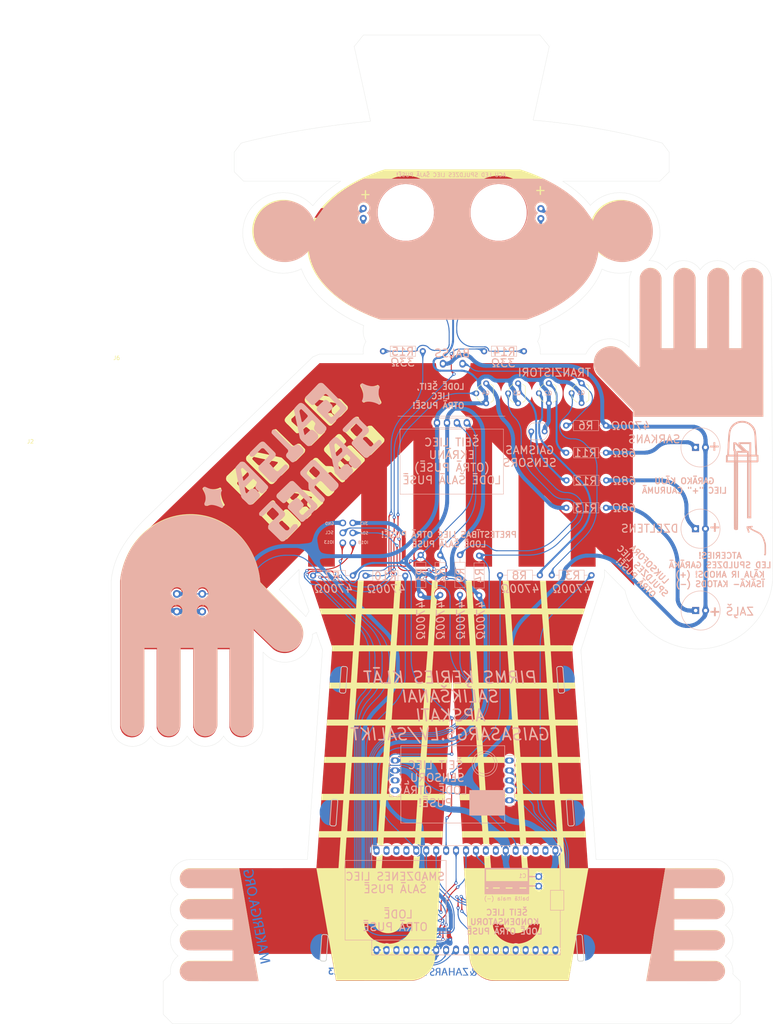
<source format=kicad_pcb>
(kicad_pcb (version 20171130) (host pcbnew "(5.1.10)-1")
  (layers (0 F.Cu signal) (31 B.Cu signal) (34 B.Paste user) (35 F.Paste user) (36 B.SilkS user) (37 F.SilkS user hide) (38 B.Mask user) (39 F.Mask user) (44 Edge.Cuts user))
  (net 0 "")
  (net 1 "Net-(U1-Pad1)")
  (net 2 "Net-(U1-Pad4)")
  (net 3 +5V)
  (net 4 GND)
  (net 5 "Net-(U1-Pad8)")
  (net 6 "Net-(U1-Pad9)")
  (net 7 "Net-(U2-Pad35)")
  (net 8 "Net-(U2-Pad34)")
  (net 9 "Net-(U2-Pad29)")
  (net 10 "Net-(U2-Pad26)")
  (net 11 "Net-(U2-Pad25)")
  (net 12 "Net-(U2-Pad24)")
  (net 13 "Net-(U2-Pad23)")
  (net 14 "Net-(U2-Pad22)")
  (net 15 "Net-(U2-Pad21)")
  (net 16 "Net-(U2-Pad20)")
  (net 17 "Net-(U2-Pad17)")
  (net 18 "Net-(U2-Pad16)")
  (net 19 "Net-(U2-Pad13)")
  (net 20 "Net-(U2-Pad12)")
  (net 21 "Net-(U2-Pad4)")
  (net 22 "Net-(U2-Pad3)")
  (net 23 "Net-(U2-Pad2)")
  (net 24 +3V3)
  (net 25 "Net-(BZ1-Pad2)")
  (net 26 "Net-(Q1-Pad2)")
  (net 27 "Net-(Q2-Pad2)")
  (net 28 "Net-(Q2-Pad3)")
  (net 29 "Net-(Q3-Pad2)")
  (net 30 "Net-(Q3-Pad3)")
  (net 31 "Net-(Q4-Pad2)")
  (net 32 "Net-(Q4-Pad3)")
  (net 33 SCL)
  (net 34 SDA)
  (net 35 BEEP)
  (net 36 LIGHT)
  (net 37 BUTTON)
  (net 38 RED)
  (net 39 YELLOW)
  (net 40 GREEN)
  (net 41 TXD2)
  (net 42 RXD2)
  (net 43 CAL)
  (net 44 "Net-(DZELTENS1-Pad1)")
  (net 45 "Net-(R11-Pad2)")
  (net 46 "Net-(R13-Pad2)")
  (net 47 "Net-(D2-Pad2)")
  (net 48 "Net-(D1-Pad2)")
  (net 49 R_EYE)
  (net 50 L_EYE)
  (net 51 "Net-(U2-Pad18)")
  (net 52 SAO_GPIO1)
  (net 53 SAO_GPIO2)
  (module ziedotaju-logo:nsa-logo-mask-only (layer F.Cu) (at 146.1 89.07)
    (fp_text reference Ref** hide)
    (fp_text value Val** hide)
  )
  (module zahars-art:03 (layer F.Cu) (at 157.27 199.84)
    (fp_text reference Ref** hide)
    (fp_text value Val** hide)
    (fp_poly (pts (xy -22.997584 110.42718) (xy -22.608311 111.469298) (xy -22.533544 111.669457) (xy -22.463125 111.857978) (xy -22.398467 112.031076) (xy -22.340986 112.184963) (xy -22.292096 112.315854) (xy -22.25321 112.41996) (xy -22.225745 112.493496) (xy -22.211113 112.532674) (xy -22.209172 112.537875) (xy -22.217066 112.555348) (xy -22.260398 112.56342) (xy -22.29557 112.564333) (xy -22.355352 112.561026) (xy -22.394874 112.552671) (xy -22.401995 112.547895) (xy -22.411194 112.525435) (xy -22.433797 112.467117) (xy -22.468367 112.376729) (xy -22.513468 112.258059) (xy -22.567665 112.114897) (xy -22.62952 111.951031) (xy -22.697599 111.77025) (xy -22.770464 111.576343) (xy -22.793102 111.51602) (xy -22.867366 111.3181) (xy -22.93741 111.131493) (xy -23.001773 110.960086) (xy -23.058993 110.807771) (xy -23.107608 110.678435) (xy -23.146158 110.575969) (xy -23.173179 110.504261) (xy -23.187212 110.467201) (xy -23.188623 110.463541) (xy -23.192043 110.441319) (xy -23.173604 110.430327) (xy -23.124545 110.426921) (xy -23.10039 110.42684) (xy -22.997584 110.42718)) (layer B.Cu) (width 0.01))
    (fp_poly (pts (xy -26.030672 110.52106) (xy -25.920719 110.534191) (xy -25.829443 110.559778) (xy -25.808047 110.569758) (xy -25.674193 110.659009) (xy -25.568723 110.771499) (xy -25.487792 110.912439) (xy -25.428129 111.084892) (xy -25.409505 111.184754) (xy -25.397164 111.312568) (xy -25.391256 111.455181) (xy -25.391931 111.59944) (xy -25.399339 111.732194) (xy -25.413628 111.840289) (xy -25.419251 111.865833) (xy -25.48015 112.051305) (xy -25.561485 112.20556) (xy -25.661408 112.325855) (xy -25.778072 112.409446) (xy -25.789029 112.414929) (xy -25.880415 112.443508) (xy -25.994671 112.456969) (xy -26.114954 112.45486) (xy -26.224421 112.436731) (xy -26.254552 112.427423) (xy -26.384245 112.359411) (xy -26.495126 112.256979) (xy -26.585888 112.124251) (xy -26.655223 111.965354) (xy -26.701826 111.784412) (xy -26.724387 111.585549) (xy -26.721959 111.400166) (xy -26.431226 111.400166) (xy -26.430928 111.602187) (xy -26.410368 111.77507) (xy -26.368032 111.927632) (xy -26.323106 112.030064) (xy -26.252285 112.141002) (xy -26.172228 112.218345) (xy -26.087294 112.260497) (xy -26.00184 112.265862) (xy -25.920224 112.232846) (xy -25.875044 112.194091) (xy -25.795659 112.0814) (xy -25.736021 111.934372) (xy -25.696982 111.756553) (xy -25.679393 111.551487) (xy -25.680661 111.384915) (xy -25.692968 111.214836) (xy -25.715008 111.078142) (xy -25.748986 110.966562) (xy -25.797107 110.87182) (xy -25.830084 110.824309) (xy -25.905192 110.746929) (xy -25.984192 110.710571) (xy -26.072055 110.713935) (xy -26.146521 110.74163) (xy -26.242478 110.806216) (xy -26.317564 110.898445) (xy -26.372992 111.021119) (xy -26.409972 111.177036) (xy -26.429715 111.368999) (xy -26.431226 111.400166) (xy -26.721959 111.400166) (xy -26.721601 111.372891) (xy -26.692159 111.150563) (xy -26.679102 111.087769) (xy -26.624091 110.914903) (xy -26.54353 110.764986) (xy -26.441239 110.643727) (xy -26.325707 110.559344) (xy -26.247854 110.53334) (xy -26.144613 110.520677) (xy -26.030672 110.52106)) (layer B.Cu) (width 0.01))
    (fp_poly (pts (xy -17.255325 110.433185) (xy -17.135425 110.453075) (xy -17.076249 110.468725) (xy -16.93446 110.530311) (xy -16.817351 110.617257) (xy -16.729397 110.72428) (xy -16.675071 110.846098) (xy -16.658632 110.961801) (xy -16.678539 111.088667) (xy -16.738831 111.205249) (xy -16.838557 111.310388) (xy -16.976764 111.402928) (xy -17.052634 111.44078) (xy -17.177297 111.498597) (xy -17.269824 111.544411) (xy -17.337178 111.582447) (xy -17.386324 111.616927) (xy -17.424227 111.652075) (xy -17.449464 111.681412) (xy -17.487845 111.737406) (xy -17.509483 111.795277) (xy -17.520407 111.87295) (xy -17.522171 111.897583) (xy -17.525451 111.973353) (xy -17.520635 112.021555) (xy -17.503777 112.056747) (xy -17.470927 112.09349) (xy -17.468357 112.096066) (xy -17.39051 112.150131) (xy -17.30567 112.173568) (xy -17.207884 112.18185) (xy -17.097242 112.181324) (xy -16.986946 112.173058) (xy -16.890195 112.158115) (xy -16.820191 112.137562) (xy -16.812185 112.133736) (xy -16.743953 112.098158) (xy -16.699583 112.185131) (xy -16.675019 112.242999) (xy -16.664576 112.288001) (xy -16.66572 112.299485) (xy -16.689084 112.322449) (xy -16.739636 112.355268) (xy -16.799489 112.387303) (xy -16.859931 112.414836) (xy -16.914774 112.432902) (xy -16.976309 112.443753) (xy -17.056827 112.449643) (xy -17.155584 112.452561) (xy -17.264147 112.452444) (xy -17.358487 112.44792) (xy -17.427717 112.439687) (xy -17.451917 112.433547) (xy -17.582534 112.363986) (xy -17.689716 112.265241) (xy -17.76611 112.144694) (xy -17.783598 112.100543) (xy -17.796717 112.040748) (xy -17.806399 111.956736) (xy -17.810565 111.866602) (xy -17.810571 111.865833) (xy -17.80108 111.729332) (xy -17.767853 111.61484) (xy -17.707083 111.517684) (xy -17.614963 111.433191) (xy -17.487686 111.35669) (xy -17.343055 111.29206) (xy -17.195928 111.229286) (xy -17.086051 111.172364) (xy -17.009456 111.117492) (xy -16.962175 111.060864) (xy -16.940241 110.998679) (xy -16.939685 110.927131) (xy -16.942328 110.907918) (xy -16.972728 110.795722) (xy -17.025154 110.715471) (xy -17.103973 110.660635) (xy -17.109363 110.658134) (xy -17.186704 110.630463) (xy -17.266609 110.619881) (xy -17.360135 110.626422) (xy -17.478339 110.650118) (xy -17.515417 110.659333) (xy -17.613133 110.683897) (xy -17.676967 110.696562) (xy -17.714129 110.695599) (xy -17.73183 110.679282) (xy -17.737281 110.645884) (xy -17.737667 110.606105) (xy -17.73394 110.54343) (xy -17.7169 110.505285) (xy -17.677764 110.474109) (xy -17.668875 110.468601) (xy -17.598152 110.442495) (xy -17.498067 110.427893) (xy -17.379998 110.42479) (xy -17.255325 110.433185)) (layer B.Cu) (width 0.01))
    (fp_poly (pts (xy -6.598481 110.430016) (xy -6.592798 110.430368) (xy -6.460244 110.45482) (xy -6.35214 110.511625) (xy -6.263788 110.603909) (xy -6.216583 110.680861) (xy -6.181144 110.755236) (xy -6.16477 110.816522) (xy -6.162824 110.886706) (xy -6.165227 110.924539) (xy -6.186007 111.039923) (xy -6.226886 111.154786) (xy -6.28098 111.251226) (xy -6.300226 111.27558) (xy -6.316292 111.301974) (xy -6.303913 111.324731) (xy -6.271824 111.347985) (xy -6.178124 111.420111) (xy -6.085038 111.509977) (xy -6.004942 111.604493) (xy -5.952748 111.685497) (xy -5.908792 111.811001) (xy -5.897152 111.94398) (xy -5.918109 112.071094) (xy -5.943351 112.13313) (xy -6.008803 112.227155) (xy -6.100504 112.316821) (xy -6.203658 112.389325) (xy -6.280862 112.42516) (xy -6.403826 112.451819) (xy -6.546054 112.459002) (xy -6.689626 112.447254) (xy -6.816621 112.417123) (xy -6.84061 112.408059) (xy -6.924364 112.367749) (xy -7.007301 112.318638) (xy -7.046985 112.290366) (xy -7.094751 112.25657) (xy -7.126046 112.242167) (xy -7.133167 112.246016) (xy -7.146983 112.276024) (xy -7.180689 112.317359) (xy -7.185122 112.321878) (xy -7.215386 112.347919) (xy -7.249497 112.363486) (xy -7.298894 112.371205) (xy -7.375017 112.373705) (xy -7.411332 112.373833) (xy -7.585587 112.373833) (xy -7.523419 112.308219) (xy -7.467535 112.25631) (xy -7.39755 112.200343) (xy -7.366 112.177789) (xy -7.312157 112.141086) (xy -7.274793 112.115496) (xy -7.264354 112.108243) (xy -7.268599 112.097603) (xy -6.942667 112.097603) (xy -6.926221 112.123381) (xy -6.884718 112.160963) (xy -6.829915 112.201248) (xy -6.773567 112.235133) (xy -6.751535 112.245577) (xy -6.672859 112.262781) (xy -6.574337 112.262835) (xy -6.473944 112.247607) (xy -6.389657 112.218965) (xy -6.366477 112.205565) (xy -6.274602 112.126602) (xy -6.218672 112.036112) (xy -6.193735 111.924495) (xy -6.191306 111.865889) (xy -6.193857 111.783384) (xy -6.204572 111.726601) (xy -6.227924 111.679088) (xy -6.250868 111.646863) (xy -6.300054 111.590133) (xy -6.350558 111.543387) (xy -6.364252 111.5334) (xy -6.395759 111.515065) (xy -6.419806 111.514331) (xy -6.447394 111.536133) (xy -6.489522 111.585404) (xy -6.494967 111.592044) (xy -6.540402 111.644999) (xy -6.60614 111.718479) (xy -6.683139 111.802496) (xy -6.757292 111.881721) (xy -6.827295 111.957158) (xy -6.885194 112.022397) (xy -6.925431 112.070968) (xy -6.942449 112.096397) (xy -6.942667 112.097603) (xy -7.268599 112.097603) (xy -7.27178 112.08963) (xy -7.297301 112.04494) (xy -7.335623 111.983377) (xy -7.340683 111.975521) (xy -7.377748 111.908547) (xy -7.419983 111.817173) (xy -7.463633 111.711488) (xy -7.504943 111.601584) (xy -7.540157 111.497551) (xy -7.565521 111.409479) (xy -7.577278 111.34746) (xy -7.577667 111.338746) (xy -7.573869 111.314765) (xy -7.556188 111.301399) (xy -7.515195 111.295603) (xy -7.441461 111.294333) (xy -7.3025 111.294333) (xy -7.3025 111.356791) (xy -7.291512 111.46596) (xy -7.261205 111.594941) (xy -7.215565 111.728206) (xy -7.19421 111.778567) (xy -7.133381 111.91355) (xy -6.990399 111.759688) (xy -6.919161 111.680704) (xy -6.850499 111.600602) (xy -6.795453 111.532407) (xy -6.778825 111.510134) (xy -6.710233 111.414443) (xy -6.835203 111.301352) (xy -6.934886 111.200364) (xy -7.000142 111.104883) (xy -7.035754 111.004447) (xy -7.046501 110.888596) (xy -7.045708 110.859126) (xy -6.858 110.859126) (xy -6.842874 110.94774) (xy -6.79507 111.026863) (xy -6.710955 111.101264) (xy -6.638113 111.14761) (xy -6.529917 111.210065) (xy -6.462399 111.137483) (xy -6.41385 111.070606) (xy -6.376801 110.994261) (xy -6.370718 110.975163) (xy -6.356787 110.85703) (xy -6.380953 110.752403) (xy -6.423195 110.685875) (xy -6.456341 110.652999) (xy -6.492974 110.63543) (xy -6.547443 110.628536) (xy -6.603904 110.627583) (xy -6.678593 110.629535) (xy -6.726258 110.639047) (xy -6.76216 110.661605) (xy -6.796237 110.696708) (xy -6.84016 110.758812) (xy -6.856827 110.825914) (xy -6.858 110.859126) (xy -7.045708 110.859126) (xy -7.045242 110.841836) (xy -7.025655 110.705018) (xy -6.980398 110.598779) (xy -6.906418 110.517914) (xy -6.826593 110.468998) (xy -6.756539 110.440842) (xy -6.687344 110.428979) (xy -6.598481 110.430016)) (layer B.Cu) (width 0.01))
    (fp_poly (pts (xy -4.857868 110.430728) (xy -4.745928 110.437493) (xy -4.66403 110.448613) (xy -4.59993 110.466378) (xy -4.550834 110.488136) (xy -4.419187 110.574327) (xy -4.318332 110.679849) (xy -4.251022 110.799537) (xy -4.220011 110.928224) (xy -4.228052 111.060747) (xy -4.233521 111.083361) (xy -4.280868 111.200948) (xy -4.356266 111.298725) (xy -4.463682 111.380179) (xy -4.607082 111.448801) (xy -4.677834 111.47425) (xy -4.83074 111.535812) (xy -4.945519 111.607631) (xy -5.025872 111.693447) (xy -5.0755 111.797003) (xy -5.095749 111.896733) (xy -5.095196 111.968843) (xy -5.07016 112.025847) (xy -5.059029 112.040881) (xy -5.004161 112.097053) (xy -4.937551 112.13602) (xy -4.850322 112.160987) (xy -4.733596 112.175157) (xy -4.677834 112.178464) (xy -4.570838 112.18153) (xy -4.490673 112.177759) (xy -4.422156 112.165523) (xy -4.350484 112.143325) (xy -4.284259 112.120212) (xy -4.236351 112.104075) (xy -4.218192 112.098666) (xy -4.21458 112.117592) (xy -4.212429 112.165414) (xy -4.212167 112.192839) (xy -4.216868 112.257349) (xy -4.237341 112.300084) (xy -4.282412 112.34059) (xy -4.349678 112.382958) (xy -4.427416 112.420131) (xy -4.443824 112.426334) (xy -4.543459 112.448528) (xy -4.666266 112.457088) (xy -4.795414 112.452238) (xy -4.914073 112.434205) (xy -4.96713 112.419319) (xy -5.115484 112.348472) (xy -5.231672 112.250664) (xy -5.314315 112.12799) (xy -5.362029 111.982549) (xy -5.373435 111.816437) (xy -5.372796 111.803353) (xy -5.351978 111.677016) (xy -5.302933 111.570333) (xy -5.222511 111.480107) (xy -5.107563 111.403142) (xy -4.95494 111.33624) (xy -4.890998 111.314273) (xy -4.749374 111.262606) (xy -4.645269 111.209572) (xy -4.57399 111.150611) (xy -4.530841 111.081166) (xy -4.511131 110.996678) (xy -4.50858 110.942921) (xy -4.527328 110.827195) (xy -4.580332 110.732026) (xy -4.662454 110.662464) (xy -4.768558 110.62356) (xy -4.83999 110.617032) (xy -4.908692 110.623595) (xy -4.995366 110.640606) (xy -5.060681 110.658275) (xy -5.130397 110.678166) (xy -5.183285 110.6899) (xy -5.207057 110.691048) (xy -5.223378 110.66813) (xy -5.248514 110.620223) (xy -5.260181 110.595248) (xy -5.282864 110.539358) (xy -5.286285 110.508345) (xy -5.271475 110.489932) (xy -5.269148 110.488386) (xy -5.183422 110.453307) (xy -5.060062 110.433549) (xy -4.901004 110.429383) (xy -4.857868 110.430728)) (layer B.Cu) (width 0.01))
    (fp_poly (pts (xy -2.29918 110.437894) (xy -2.210261 110.440873) (xy -2.148224 110.446836) (xy -2.105355 110.4566) (xy -2.073939 110.470981) (xy -2.068154 110.474612) (xy -2.010834 110.512142) (xy -2.010834 112.385872) (xy -2.072308 112.422186) (xy -2.129869 112.441369) (xy -2.219476 112.453732) (xy -2.331406 112.459367) (xy -2.45594 112.458365) (xy -2.583356 112.45082) (xy -2.703936 112.436822) (xy -2.807957 112.416464) (xy -2.812934 112.41518) (xy -2.933746 112.376512) (xy -3.023893 112.327616) (xy -3.095037 112.259145) (xy -3.158837 112.16175) (xy -3.181143 112.119969) (xy -3.223729 112.031032) (xy -3.247817 111.960602) (xy -3.258124 111.891783) (xy -3.259647 111.839266) (xy -2.977565 111.839266) (xy -2.963041 111.937503) (xy -2.914939 112.025938) (xy -2.83553 112.09708) (xy -2.746913 112.137801) (xy -2.674025 112.159012) (xy -2.613058 112.171526) (xy -2.546242 112.177921) (xy -2.455809 112.180776) (xy -2.450042 112.180877) (xy -2.307167 112.183333) (xy -2.307167 111.506) (xy -2.462075 111.506) (xy -2.631271 111.517936) (xy -2.766061 111.55387) (xy -2.867042 111.613992) (xy -2.896798 111.643359) (xy -2.956241 111.738721) (xy -2.977565 111.839266) (xy -3.259647 111.839266) (xy -3.259667 111.838591) (xy -3.242635 111.700696) (xy -3.193896 111.583175) (xy -3.116986 111.490909) (xy -3.01544 111.428779) (xy -2.94832 111.408805) (xy -2.881082 111.395358) (xy -2.97921 111.32897) (xy -3.079088 111.238598) (xy -3.144035 111.130527) (xy -3.173804 111.011333) (xy -3.169417 110.915364) (xy -2.892802 110.915364) (xy -2.878416 111.022904) (xy -2.861789 111.067318) (xy -2.800105 111.166944) (xy -2.714694 111.236418) (xy -2.601916 111.277734) (xy -2.458135 111.292884) (xy -2.450042 111.292991) (xy -2.307167 111.294333) (xy -2.307167 110.968514) (xy -2.307255 110.839153) (xy -2.309397 110.746139) (xy -2.316416 110.683495) (xy -2.33113 110.645241) (xy -2.356361 110.625398) (xy -2.394929 110.617989) (xy -2.449655 110.617034) (xy -2.47294 110.617118) (xy -2.61122 110.631798) (xy -2.725726 110.672876) (xy -2.813077 110.736437) (xy -2.869896 110.818571) (xy -2.892802 110.915364) (xy -3.169417 110.915364) (xy -3.168147 110.887591) (xy -3.126817 110.765873) (xy -3.049566 110.652755) (xy -3.006275 110.609323) (xy -2.930054 110.545531) (xy -2.858344 110.499406) (xy -2.781914 110.468223) (xy -2.691536 110.449259) (xy -2.577979 110.439789) (xy -2.432015 110.437089) (xy -2.422696 110.437083) (xy -2.29918 110.437894)) (layer B.Cu) (width 0.01))
    (fp_poly (pts (xy -1.306884 111.109125) (xy -1.303918 111.31125) (xy -1.300499 111.475953) (xy -1.296054 111.608142) (xy -1.290008 111.712727) (xy -1.281788 111.794619) (xy -1.27082 111.858727) (xy -1.25653 111.909961) (xy -1.238344 111.953231) (xy -1.215688 111.993447) (xy -1.200817 112.016489) (xy -1.124649 112.095403) (xy -1.023138 112.150629) (xy -0.908063 112.178825) (xy -0.791204 112.17665) (xy -0.713365 112.154736) (xy -0.636172 112.105348) (xy -0.56225 112.029185) (xy -0.504292 111.940746) (xy -0.484063 111.89287) (xy -0.475283 111.84655) (xy -0.467761 111.764149) (xy -0.461437 111.644344) (xy -0.456254 111.485811) (xy -0.452152 111.287228) (xy -0.449847 111.119708) (xy -0.441878 110.4265) (xy -0.166863 110.4265) (xy -0.173648 111.172625) (xy -0.175548 111.370795) (xy -0.177476 111.531444) (xy -0.179736 111.659382) (xy -0.182634 111.75942) (xy -0.186474 111.83637) (xy -0.191562 111.895041) (xy -0.198201 111.940245) (xy -0.206697 111.976793) (xy -0.217354 112.009495) (xy -0.228488 112.038232) (xy -0.297075 112.178751) (xy -0.378239 112.285198) (xy -0.47833 112.36537) (xy -0.509633 112.383639) (xy -0.57089 112.414377) (xy -0.627061 112.433829) (xy -0.692051 112.445033) (xy -0.779763 112.451029) (xy -0.8255 112.452687) (xy -0.966444 112.452078) (xy -1.068567 112.440009) (xy -1.10706 112.429122) (xy -1.254542 112.352723) (xy -1.377637 112.24201) (xy -1.476627 112.096682) (xy -1.531342 111.975219) (xy -1.543656 111.94036) (xy -1.553594 111.904612) (xy -1.561466 111.86301) (xy -1.567581 111.810586) (xy -1.572249 111.742373) (xy -1.57578 111.653404) (xy -1.578482 111.538712) (xy -1.580665 111.393329) (xy -1.582639 111.21229) (xy -1.583325 111.140875) (xy -1.59006 110.4265) (xy -1.31588 110.4265) (xy -1.306884 111.109125)) (layer B.Cu) (width 0.01))
    (fp_poly (pts (xy 3.886078 110.431405) (xy 3.989706 110.44334) (xy 4.053244 110.457289) (xy 4.162707 110.505972) (xy 4.263518 110.581222) (xy 4.344802 110.672913) (xy 4.395685 110.770924) (xy 4.39796 110.778205) (xy 4.424677 110.93312) (xy 4.411267 111.077507) (xy 4.359236 111.208493) (xy 4.270093 111.323207) (xy 4.145346 111.418775) (xy 4.03225 111.474969) (xy 3.855408 111.558267) (xy 3.718053 111.647128) (xy 3.620907 111.740887) (xy 3.564697 111.838879) (xy 3.549744 111.917536) (xy 3.566632 112.007616) (xy 3.621831 112.081468) (xy 3.713842 112.137267) (xy 3.737638 112.146498) (xy 3.820326 112.16602) (xy 3.926709 112.177026) (xy 4.04436 112.179762) (xy 4.160854 112.174478) (xy 4.263764 112.161421) (xy 4.340663 112.140838) (xy 4.35505 112.134185) (xy 4.42385 112.09757) (xy 4.470348 112.193275) (xy 4.497018 112.250451) (xy 4.505501 112.282702) (xy 4.496338 112.303069) (xy 4.47563 112.320359) (xy 4.433363 112.345435) (xy 4.368177 112.376769) (xy 4.318 112.397959) (xy 4.235097 112.421756) (xy 4.128601 112.439541) (xy 4.011198 112.450567) (xy 3.895577 112.454083) (xy 3.794423 112.44934) (xy 3.720426 112.435589) (xy 3.71475 112.433593) (xy 3.581179 112.365111) (xy 3.47913 112.270936) (xy 3.407109 112.148922) (xy 3.363622 111.996924) (xy 3.35252 111.913503) (xy 3.353566 111.748325) (xy 3.389193 111.606873) (xy 3.458856 111.490019) (xy 3.562009 111.398638) (xy 3.698105 111.333601) (xy 3.719556 111.326709) (xy 3.852219 111.280647) (xy 3.973984 111.227792) (xy 4.076995 111.172312) (xy 4.153392 111.118377) (xy 4.192044 111.076039) (xy 4.223552 111.011717) (xy 4.229959 110.952879) (xy 4.21107 110.884265) (xy 4.188966 110.83505) (xy 4.121253 110.741156) (xy 4.025618 110.673144) (xy 3.909229 110.633214) (xy 3.779256 110.623571) (xy 3.642869 110.646415) (xy 3.60965 110.657093) (xy 3.540089 110.680439) (xy 3.48546 110.696575) (xy 3.460409 110.701666) (xy 3.438686 110.684196) (xy 3.408731 110.63963) (xy 3.391272 110.60665) (xy 3.34511 110.511633) (xy 3.401979 110.474371) (xy 3.458201 110.453038) (xy 3.54554 110.437791) (xy 3.653178 110.428914) (xy 3.770296 110.426691) (xy 3.886078 110.431405)) (layer B.Cu) (width 0.01))
    (fp_poly (pts (xy -28.953981 110.515092) (xy -28.841685 110.534575) (xy -28.73789 110.563379) (xy -28.650426 110.598722) (xy -28.587125 110.63782) (xy -28.555818 110.67789) (xy -28.553834 110.690054) (xy -28.562106 110.727809) (xy -28.58221 110.779434) (xy -28.60708 110.829938) (xy -28.629648 110.864332) (xy -28.63914 110.871) (xy -28.662012 110.856939) (xy -28.693428 110.826414) (xy -28.784511 110.755329) (xy -28.895282 110.714282) (xy -29.015941 110.702941) (xy -29.136683 110.720972) (xy -29.247707 110.768044) (xy -29.33921 110.843824) (xy -29.343174 110.848452) (xy -29.395469 110.925741) (xy -29.418645 111.006166) (xy -29.41731 111.10639) (xy -29.416511 111.113759) (xy -29.40688 111.17486) (xy -29.390366 111.232764) (xy -29.363855 111.291705) (xy -29.324235 111.355919) (xy -29.268392 111.429637) (xy -29.193213 111.517095) (xy -29.095585 111.622526) (xy -28.972395 111.750165) (xy -28.878041 111.846133) (xy -28.733934 111.993465) (xy -28.620114 112.113062) (xy -28.535734 112.205873) (xy -28.479947 112.272846) (xy -28.451905 112.314931) (xy -28.448 112.327675) (xy -28.448 112.373833) (xy -29.718 112.373833) (xy -29.718 112.183333) (xy -28.840613 112.183333) (xy -29.149464 111.881708) (xy -29.283718 111.747628) (xy -29.388857 111.634419) (xy -29.468495 111.536102) (xy -29.526248 111.446697) (xy -29.565729 111.360228) (xy -29.590555 111.270715) (xy -29.604338 111.172181) (xy -29.607888 111.123538) (xy -29.607919 110.974896) (xy -29.586953 110.854559) (xy -29.542248 110.752633) (xy -29.482703 110.67214) (xy -29.392393 110.589721) (xy -29.289178 110.537482) (xy -29.16398 110.511831) (xy -29.066945 110.507714) (xy -28.953981 110.515092)) (layer B.Cu) (width 0.01))
    (fp_poly (pts (xy -27.303271 110.532606) (xy -27.170259 110.56793) (xy -27.05903 110.619088) (xy -27.021979 110.644791) (xy -26.961207 110.693303) (xy -27.006534 110.782151) (xy -27.035088 110.834365) (xy -27.056252 110.866313) (xy -27.061831 110.871) (xy -27.08272 110.859197) (xy -27.126278 110.828712) (xy -27.167137 110.798228) (xy -27.273984 110.738321) (xy -27.387447 110.711371) (xy -27.501167 110.714287) (xy -27.608785 110.74398) (xy -27.703939 110.797362) (xy -27.780272 110.871341) (xy -27.831421 110.96283) (xy -27.851029 111.068739) (xy -27.846674 111.128327) (xy -27.834454 111.189599) (xy -27.816308 111.247043) (xy -27.788999 111.305002) (xy -27.749291 111.367815) (xy -27.693948 111.439823) (xy -27.619733 111.525367) (xy -27.523411 111.628787) (xy -27.401745 111.754426) (xy -27.311812 111.84574) (xy -27.168791 111.991753) (xy -27.055818 112.11022) (xy -26.971843 112.202316) (xy -26.915814 112.269216) (xy -26.886683 112.312097) (xy -26.881667 112.327281) (xy -26.881667 112.373833) (xy -28.1305 112.373833) (xy -28.1305 112.183333) (xy -27.27325 112.182603) (xy -27.551127 111.918969) (xy -27.682207 111.791567) (xy -27.784621 111.684093) (xy -27.863019 111.590354) (xy -27.92205 111.50416) (xy -27.966365 111.419317) (xy -28.000612 111.329635) (xy -28.005732 111.313574) (xy -28.040763 111.147315) (xy -28.041572 110.990717) (xy -28.010011 110.848498) (xy -27.947931 110.725379) (xy -27.857185 110.626076) (xy -27.739625 110.55531) (xy -27.702683 110.541427) (xy -27.582513 110.517375) (xy -27.445032 110.515095) (xy -27.303271 110.532606)) (layer B.Cu) (width 0.01))
    (fp_poly (pts (xy -24.480931 110.516003) (xy -24.401563 110.527178) (xy -24.30795 110.549203) (xy -24.210464 110.578522) (xy -24.11948 110.611579) (xy -24.045371 110.644818) (xy -23.99851 110.67468) (xy -23.99007 110.684297) (xy -23.990238 110.71409) (xy -24.004913 110.763139) (xy -24.027555 110.815932) (xy -24.051625 110.856955) (xy -24.068775 110.871) (xy -24.095271 110.86003) (xy -24.142018 110.832403) (xy -24.163914 110.817981) (xy -24.253078 110.770068) (xy -24.359895 110.730754) (xy -24.464765 110.706425) (xy -24.520941 110.701666) (xy -24.608327 110.717629) (xy -24.697825 110.759419) (xy -24.773602 110.817885) (xy -24.813955 110.871) (xy -24.836882 110.930903) (xy -24.845608 111.00244) (xy -24.843468 111.084774) (xy -24.833654 111.170326) (xy -24.81331 111.24885) (xy -24.778776 111.326062) (xy -24.726388 111.407677) (xy -24.652485 111.499412) (xy -24.553405 111.606982) (xy -24.42749 111.734125) (xy -24.27139 111.893452) (xy -24.149427 112.029282) (xy -24.061031 112.142361) (xy -24.005632 112.233432) (xy -23.98266 112.303238) (xy -23.981901 112.315625) (xy -23.981834 112.373833) (xy -25.146 112.373833) (xy -25.146 112.183333) (xy -24.754417 112.183333) (xy -24.630933 112.182827) (xy -24.523444 112.181421) (xy -24.438539 112.179281) (xy -24.382806 112.176571) (xy -24.362834 112.173468) (xy -24.378027 112.126023) (xy -24.418043 112.063479) (xy -24.474541 111.997046) (xy -24.536666 111.939916) (xy -24.697242 111.802184) (xy -24.838448 111.660959) (xy -24.954399 111.522775) (xy -25.039212 111.394165) (xy -25.054494 111.365014) (xy -25.095505 111.277388) (xy -25.119494 111.209411) (xy -25.130752 111.144158) (xy -25.133571 111.064702) (xy -25.133545 111.053204) (xy -25.114418 110.901066) (xy -25.060536 110.770551) (xy -24.974894 110.664124) (xy -24.860488 110.584251) (xy -24.720313 110.533398) (xy -24.557365 110.51403) (xy -24.480931 110.516003)) (layer B.Cu) (width 0.01))
    (fp_poly (pts (xy -20.362334 112.373833) (xy -21.5265 112.373833) (xy -21.5265 112.183333) (xy -20.6375 112.183333) (xy -20.6375 111.506) (xy -21.441834 111.506) (xy -21.441834 111.294333) (xy -20.6375 111.294333) (xy -20.6375 110.701666) (xy -21.441834 110.701666) (xy -21.441834 110.4265) (xy -20.362334 110.4265) (xy -20.362334 112.373833)) (layer B.Cu) (width 0.01))
    (fp_poly (pts (xy -18.774834 110.701666) (xy -19.727625 110.701666) (xy -19.215103 111.468958) (xy -19.06688 111.692238) (xy -18.943388 111.881246) (xy -18.844636 112.035969) (xy -18.770628 112.156397) (xy -18.721373 112.24252) (xy -18.696877 112.294326) (xy -18.694058 112.305041) (xy -18.685536 112.373833) (xy -20.108334 112.373833) (xy -20.108334 112.184024) (xy -19.546391 112.178387) (xy -18.984449 112.17275) (xy -19.546391 111.395551) (xy -19.679306 111.211563) (xy -19.789457 111.058499) (xy -19.878976 110.933045) (xy -19.949996 110.831887) (xy -20.00465 110.751712) (xy -20.04507 110.689205) (xy -20.07339 110.641053) (xy -20.091743 110.603941) (xy -20.102261 110.574556) (xy -20.107076 110.549584) (xy -20.108323 110.525711) (xy -20.108334 110.522426) (xy -20.108334 110.4265) (xy -18.774834 110.4265) (xy -18.774834 110.701666)) (layer B.Cu) (width 0.01))
    (fp_poly (pts (xy -15.4979 110.43825) (xy -15.398826 110.441784) (xy -15.326677 110.448491) (xy -15.273767 110.459065) (xy -15.234709 110.473154) (xy -15.155334 110.509006) (xy -15.155334 112.373833) (xy -15.4305 112.373833) (xy -15.4305 111.586813) (xy -15.651268 111.594031) (xy -15.78027 111.602146) (xy -15.873672 111.618877) (xy -15.937863 111.647414) (xy -15.979226 111.690946) (xy -16.004148 111.752663) (xy -16.008834 111.772611) (xy -16.048183 111.942752) (xy -16.088811 112.082448) (xy -16.134293 112.203527) (xy -16.149403 112.237958) (xy -16.211012 112.373833) (xy -16.353204 112.373833) (xy -16.427695 112.373065) (xy -16.466926 112.369172) (xy -16.477962 112.359769) (xy -16.46787 112.342475) (xy -16.463007 112.336791) (xy -16.445603 112.301089) (xy -16.422331 112.230028) (xy -16.394833 112.129911) (xy -16.364754 112.00704) (xy -16.333736 111.86772) (xy -16.308388 111.743765) (xy -16.2812 111.679289) (xy -16.229421 111.607454) (xy -16.164753 111.542694) (xy -16.118417 111.509492) (xy -16.089658 111.488913) (xy -16.096892 111.47301) (xy -16.112009 111.463239) (xy -16.228527 111.371985) (xy -16.317875 111.258499) (xy -16.377048 111.130395) (xy -16.403041 110.995289) (xy -16.398727 110.93836) (xy -16.1181 110.93836) (xy -16.115102 111.05414) (xy -16.074336 111.169482) (xy -16.021258 111.242635) (xy -15.945893 111.308548) (xy -15.863657 111.355252) (xy -15.817245 111.369106) (xy -15.75979 111.379615) (xy -15.720285 111.388429) (xy -15.71625 111.389645) (xy -15.685155 111.393677) (xy -15.625608 111.396933) (xy -15.562792 111.398495) (xy -15.4305 111.400166) (xy -15.4305 110.701044) (xy -15.499292 110.659101) (xy -15.596382 110.622862) (xy -15.709505 110.616814) (xy -15.826958 110.639163) (xy -15.937042 110.688114) (xy -16.002318 110.736221) (xy -16.080356 110.831489) (xy -16.1181 110.93836) (xy -16.398727 110.93836) (xy -16.392848 110.860795) (xy -16.374232 110.798722) (xy -16.322676 110.708376) (xy -16.241456 110.617428) (xy -16.141684 110.536642) (xy -16.048052 110.482822) (xy -16.004491 110.464735) (xy -15.959495 110.452103) (xy -15.904448 110.443981) (xy -15.830733 110.439424) (xy -15.729735 110.43749) (xy -15.631584 110.437192) (xy -15.4979 110.43825)) (layer B.Cu) (width 0.01))
    (fp_poly (pts (xy -13.609001 111.394149) (xy -13.301171 112.36325) (xy -13.437006 112.369565) (xy -13.50823 112.371557) (xy -13.560562 112.370543) (xy -13.581613 112.367109) (xy -13.589337 112.345861) (xy -13.606068 112.292703) (xy -13.62922 112.216442) (xy -13.656207 112.125882) (xy -13.684444 112.02983) (xy -13.711345 111.93709) (xy -13.734323 111.856469) (xy -13.750794 111.796771) (xy -13.75817 111.766804) (xy -13.758334 111.765325) (xy -13.778331 111.763543) (xy -13.833647 111.762015) (xy -13.917266 111.760848) (xy -14.022174 111.760151) (xy -14.10376 111.76) (xy -14.449185 111.76) (xy -14.619049 112.36325) (xy -14.760192 112.369508) (xy -14.831166 112.370355) (xy -14.88179 112.366568) (xy -14.901149 112.358967) (xy -14.901149 112.358925) (xy -14.894884 112.335944) (xy -14.877003 112.276656) (xy -14.848763 112.185081) (xy -14.811421 112.065241) (xy -14.766235 111.921156) (xy -14.714461 111.756848) (xy -14.657358 111.576337) (xy -14.653148 111.563075) (xy -14.351 111.563075) (xy -14.331227 111.565604) (xy -14.277477 111.567665) (xy -14.198107 111.569036) (xy -14.107584 111.5695) (xy -14.011752 111.56813) (xy -13.933681 111.564406) (xy -13.881726 111.558906) (xy -13.864167 111.552633) (xy -13.870566 111.527171) (xy -13.888031 111.469893) (xy -13.913963 111.38905) (xy -13.945765 111.292895) (xy -13.948834 111.28375) (xy -13.981971 111.178503) (xy -14.009195 111.079476) (xy -14.027645 110.997953) (xy -14.034455 110.946074) (xy -14.042273 110.872213) (xy -14.060157 110.804118) (xy -14.063093 110.796916) (xy -14.090776 110.733416) (xy -14.124571 110.812823) (xy -14.149052 110.882641) (xy -14.171848 110.967287) (xy -14.179537 111.003323) (xy -14.195562 111.071097) (xy -14.221713 111.164352) (xy -14.253822 111.26872) (xy -14.275854 111.335533) (xy -14.306091 111.425051) (xy -14.330514 111.498395) (xy -14.346353 111.547182) (xy -14.351 111.563075) (xy -14.653148 111.563075) (xy -14.59807 111.389583) (xy -14.295176 110.437083) (xy -14.106004 110.431065) (xy -13.916832 110.425048) (xy -13.609001 111.394149)) (layer B.Cu) (width 0.01))
    (fp_poly (pts (xy -12.678834 111.294333) (xy -11.811 111.294333) (xy -11.811 110.4265) (xy -11.535834 110.4265) (xy -11.535834 112.373833) (xy -11.811 112.373833) (xy -11.811 111.506) (xy -12.678834 111.506) (xy -12.678834 112.373833) (xy -12.975167 112.373833) (xy -12.975167 110.4265) (xy -12.678834 110.4265) (xy -12.678834 111.294333)) (layer B.Cu) (width 0.01))
    (fp_poly (pts (xy -9.946626 111.400166) (xy -9.595669 112.36325) (xy -9.732172 112.369565) (xy -9.803581 112.371556) (xy -9.856119 112.370555) (xy -9.877447 112.367109) (xy -9.88517 112.345861) (xy -9.901901 112.292703) (xy -9.925053 112.216442) (xy -9.95204 112.125882) (xy -9.980277 112.02983) (xy -10.007178 111.93709) (xy -10.030156 111.856469) (xy -10.046627 111.796771) (xy -10.054003 111.766804) (xy -10.054167 111.765325) (xy -10.074163 111.763541) (xy -10.12947 111.762012) (xy -10.213064 111.760845) (xy -10.317922 111.760149) (xy -10.398813 111.76) (xy -10.743458 111.76) (xy -10.999612 112.36325) (xy -11.143275 112.369566) (xy -11.218936 112.372219) (xy -11.260832 112.369956) (xy -11.277478 112.360029) (xy -11.277386 112.339688) (xy -11.274368 112.327233) (xy -11.264711 112.297841) (xy -11.24202 112.232881) (xy -11.207801 112.136544) (xy -11.163557 112.013021) (xy -11.110795 111.866503) (xy -11.051019 111.701181) (xy -10.997123 111.552633) (xy -10.7315 111.552633) (xy -10.711621 111.558798) (xy -10.657123 111.563953) (xy -10.575719 111.567642) (xy -10.475121 111.56941) (xy -10.44575 111.5695) (xy -10.341301 111.568316) (xy -10.25397 111.565073) (xy -10.191469 111.560227) (xy -10.16151 111.55424) (xy -10.16 111.552492) (xy -10.167075 111.519517) (xy -10.185974 111.456943) (xy -10.213213 111.374638) (xy -10.245304 111.282469) (xy -10.278763 111.190305) (xy -10.310103 111.108014) (xy -10.335838 111.045464) (xy -10.348399 111.019166) (xy -10.377042 110.950635) (xy -10.399542 110.868741) (xy -10.404175 110.84295) (xy -10.41575 110.787972) (xy -10.428847 110.758965) (xy -10.435953 110.758283) (xy -10.453015 110.788277) (xy -10.480722 110.850428) (xy -10.516124 110.936807) (xy -10.556269 111.039479) (xy -10.598206 111.150515) (xy -10.638983 111.261981) (xy -10.675651 111.365945) (xy -10.705256 111.454476) (xy -10.724849 111.519642) (xy -10.7315 111.552633) (xy -10.997123 111.552633) (xy -10.985734 111.521245) (xy -10.926266 111.357833) (xy -10.590734 110.437083) (xy -10.297584 110.437083) (xy -9.946626 111.400166)) (layer B.Cu) (width 0.01))
    (fp_poly (pts (xy -8.106834 110.701666) (xy -9.059614 110.701666) (xy -8.530307 111.495206) (xy -8.4209 111.660151) (xy -8.319127 111.815362) (xy -8.227362 111.957094) (xy -8.147974 112.081599) (xy -8.083338 112.185132) (xy -8.035823 112.263946) (xy -8.007801 112.314296) (xy -8.001 112.33129) (xy -8.002093 112.342719) (xy -8.008164 112.351893) (xy -8.023403 112.359061) (xy -8.051999 112.364468) (xy -8.098141 112.368364) (xy -8.16602 112.370996) (xy -8.259824 112.372611) (xy -8.383743 112.373457) (xy -8.541967 112.373781) (xy -8.720667 112.373833) (xy -9.440334 112.373833) (xy -9.440334 112.184072) (xy -8.403078 112.17275) (xy -8.921706 111.395005) (xy -9.046136 111.208187) (xy -9.148976 111.053051) (xy -9.232272 110.926156) (xy -9.298067 110.824061) (xy -9.348404 110.743326) (xy -9.385327 110.680509) (xy -9.410881 110.632171) (xy -9.427109 110.59487) (xy -9.436054 110.565165) (xy -9.439761 110.539616) (xy -9.440334 110.52188) (xy -9.440334 110.4265) (xy -8.106834 110.4265) (xy -8.106834 110.701666)) (layer B.Cu) (width 0.01))
    (fp_poly (pts (xy -3.598334 112.373833) (xy -3.8735 112.373833) (xy -3.8735 110.4265) (xy -3.598334 110.4265) (xy -3.598334 112.373833)) (layer B.Cu) (width 0.01))
    (fp_poly (pts (xy 1.001589 110.430995) (xy 1.156809 110.440357) (xy 1.270329 110.455469) (xy 1.338791 110.474755) (xy 1.418166 110.509006) (xy 1.418166 112.373833) (xy 1.143 112.373833) (xy 1.143 111.590666) (xy 0.967793 111.590666) (xy 0.85948 111.596629) (xy 0.771864 111.617558) (xy 0.700723 111.658014) (xy 0.641837 111.722556) (xy 0.590985 111.815744) (xy 0.543946 111.94214) (xy 0.498919 112.097227) (xy 0.468866 112.207971) (xy 0.44435 112.284349) (xy 0.419428 112.332741) (xy 0.388154 112.359527) (xy 0.344583 112.371086) (xy 0.282769 112.3738) (xy 0.24116 112.373833) (xy 0.161188 112.372951) (xy 0.116908 112.369224) (xy 0.101693 112.361027) (xy 0.108919 112.346736) (xy 0.113051 112.342424) (xy 0.130274 112.30996) (xy 0.153109 112.245773) (xy 0.178414 112.15956) (xy 0.200135 112.073583) (xy 0.233429 111.942746) (xy 0.267053 111.841188) (xy 0.306931 111.756226) (xy 0.358987 111.675175) (xy 0.426914 111.588061) (xy 0.507444 111.490205) (xy 0.426853 111.434356) (xy 0.311283 111.32959) (xy 0.22938 111.200021) (xy 0.182959 111.048728) (xy 0.177484 111.011115) (xy 0.178044 110.996616) (xy 0.464783 110.996616) (xy 0.482365 111.101199) (xy 0.527474 111.19921) (xy 0.598039 111.283365) (xy 0.691986 111.34638) (xy 0.786079 111.377378) (xy 0.860173 111.387893) (xy 0.951816 111.3955) (xy 1.010708 111.397847) (xy 1.143 111.400166) (xy 1.143 111.030494) (xy 1.142858 110.888629) (xy 1.140591 110.783572) (xy 1.133433 110.7098) (xy 1.118617 110.661793) (xy 1.093379 110.63403) (xy 1.054952 110.62099) (xy 1.000573 110.617151) (xy 0.935883 110.617) (xy 0.798629 110.628002) (xy 0.685437 110.663522) (xy 0.597936 110.716267) (xy 0.520496 110.796866) (xy 0.476803 110.892743) (xy 0.464783 110.996616) (xy 0.178044 110.996616) (xy 0.182498 110.881326) (xy 0.225738 110.758502) (xy 0.303129 110.647916) (xy 0.410597 110.554844) (xy 0.544069 110.484561) (xy 0.598933 110.465477) (xy 0.670567 110.445951) (xy 0.738065 110.433949) (xy 0.813827 110.428409) (xy 0.910251 110.428269) (xy 1.001589 110.430995)) (layer B.Cu) (width 0.01))
    (fp_poly (pts (xy 2.264486 110.817635) (xy 2.351956 110.929208) (xy 2.432514 111.029332) (xy 2.502078 111.113146) (xy 2.556569 111.175787) (xy 2.591903 111.212392) (xy 2.602004 111.219775) (xy 2.635296 111.244255) (xy 2.672394 111.29026) (xy 2.678295 111.299597) (xy 2.719916 111.368416) (xy 2.725613 110.897458) (xy 2.731309 110.4265) (xy 3.005666 110.4265) (xy 3.005666 112.373833) (xy 2.7305 112.373833) (xy 2.7305 111.662758) (xy 2.648809 111.582989) (xy 2.567118 111.503219) (xy 1.87325 112.373349) (xy 1.729125 112.373591) (xy 1.65113 112.371842) (xy 1.609539 112.365476) (xy 1.598567 112.35331) (xy 1.600941 112.347375) (xy 1.617285 112.324275) (xy 1.655773 112.271788) (xy 1.713103 112.194359) (xy 1.785971 112.096433) (xy 1.871075 111.982454) (xy 1.965113 111.856867) (xy 1.995016 111.817001) (xy 2.373152 111.313086) (xy 2.040622 110.896251) (xy 1.948657 110.780944) (xy 1.864805 110.675759) (xy 1.792885 110.58549) (xy 1.736714 110.514929) (xy 1.700112 110.468872) (xy 1.687537 110.452958) (xy 1.685579 110.43873) (xy 1.711017 110.430454) (xy 1.769769 110.426896) (xy 1.81431 110.4265) (xy 1.961638 110.4265) (xy 2.264486 110.817635)) (layer B.Cu) (width 0.01))
    (fp_poly (pts (xy -59.079839 106.543807) (xy -59.071156 106.565877) (xy -59.056059 106.617128) (xy -59.037648 106.685495) (xy -59.019025 106.758907) (xy -59.003291 106.825299) (xy -58.993547 106.872602) (xy -58.991863 106.886171) (xy -59.008758 106.904039) (xy -59.056756 106.942017) (xy -59.131545 106.997019) (xy -59.228816 107.06596) (xy -59.344256 107.145756) (xy -59.473555 107.233321) (xy -59.525959 107.268347) (xy -59.747607 107.413657) (xy -59.942023 107.535979) (xy -60.115015 107.638789) (xy -60.272393 107.725564) (xy -60.3885 107.784577) (xy -60.499181 107.839987) (xy -60.598461 107.892178) (xy -60.67917 107.937186) (xy -60.73414 107.971048) (xy -60.75415 107.98673) (xy -60.768905 108.004882) (xy -60.770419 108.017398) (xy -60.752595 108.026003) (xy -60.709335 108.032424) (xy -60.634542 108.038388) (xy -60.553066 108.043664) (xy -60.434006 108.053332) (xy -60.309114 108.066983) (xy -60.197032 108.082434) (xy -60.145084 108.091392) (xy -60.079667 108.102961) (xy -59.979557 108.119322) (xy -59.851978 108.139357) (xy -59.704157 108.161951) (xy -59.543317 108.185986) (xy -59.376686 108.210346) (xy -59.356817 108.213213) (xy -59.199956 108.236111) (xy -59.057007 108.257547) (xy -58.933252 108.276683) (xy -58.833975 108.292682) (xy -58.764457 108.304705) (xy -58.729982 108.311916) (xy -58.727257 108.31302) (xy -58.718744 108.336847) (xy -58.705125 108.390862) (xy -58.688538 108.464608) (xy -58.671121 108.54763) (xy -58.655011 108.62947) (xy -58.642346 108.699673) (xy -58.635265 108.747783) (xy -58.635167 108.76345) (xy -58.656421 108.769445) (xy -58.715144 108.784725) (xy -58.80772 108.808381) (xy -58.930531 108.8395) (xy -59.07996 108.877169) (xy -59.252391 108.920477) (xy -59.444206 108.968512) (xy -59.651789 109.020362) (xy -59.84875 109.069446) (xy -60.068495 109.124183) (xy -60.27658 109.176079) (xy -60.469269 109.224198) (xy -60.642826 109.267604) (xy -60.793513 109.30536) (xy -60.917594 109.336532) (xy -61.011332 109.360182) (xy -61.070991 109.375374) (xy -61.092292 109.380991) (xy -61.109925 109.382394) (xy -61.1209 109.368671) (xy -61.126757 109.332388) (xy -61.129039 109.266117) (xy -61.129334 109.202386) (xy -61.129334 109.012587) (xy -60.351459 108.821409) (xy -60.12856 108.766847) (xy -59.941511 108.721669) (xy -59.785141 108.684802) (xy -59.654279 108.655172) (xy -59.543753 108.631707) (xy -59.448393 108.613333) (xy -59.363026 108.598977) (xy -59.282482 108.587566) (xy -59.201589 108.578027) (xy -59.155542 108.573236) (xy -59.071405 108.561059) (xy -59.023119 108.545467) (xy -59.012667 108.532898) (xy -59.0263 108.521505) (xy -59.069592 108.511981) (xy -59.146136 108.503886) (xy -59.259525 108.496778) (xy -59.335459 108.493274) (xy -59.481125 108.484121) (xy -59.651935 108.468582) (xy -59.831481 108.448382) (xy -60.003358 108.425245) (xy -60.049834 108.418169) (xy -60.205827 108.394117) (xy -60.387064 108.36688) (xy -60.576835 108.338929) (xy -60.758432 108.31273) (xy -60.870042 108.296992) (xy -61.298667 108.237301) (xy -61.298667 108.041462) (xy -60.795959 107.706249) (xy -60.65121 107.610689) (xy -60.504005 107.515235) (xy -60.362013 107.424737) (xy -60.232908 107.344043) (xy -60.124361 107.278006) (xy -60.051645 107.235703) (xy -59.93011 107.1664) (xy -59.81325 107.097522) (xy -59.706391 107.032442) (xy -59.614857 106.974531) (xy -59.543974 106.927163) (xy -59.499067 106.893709) (xy -59.48546 106.877543) (xy -59.485668 106.877276) (xy -59.50935 106.87726) (xy -59.561643 106.886461) (xy -59.618867 106.899831) (xy -59.71431 106.921074) (xy -59.832458 106.942737) (xy -59.960846 106.963011) (xy -60.087008 106.980087) (xy -60.198479 106.992157) (xy -60.282793 106.997411) (xy -60.29184 106.9975) (xy -60.340325 107.000976) (xy -60.423392 107.010739) (xy -60.533923 107.025788) (xy -60.664799 107.045123) (xy -60.808902 107.067745) (xy -60.908913 107.084176) (xy -61.052773 107.107673) (xy -61.183436 107.127927) (xy -61.294909 107.144098) (xy -61.3812 107.155344) (xy -61.436317 107.160825) (xy -61.453653 107.160623) (xy -61.469325 107.13731) (xy -61.489392 107.084988) (xy -61.510615 107.015812) (xy -61.529756 106.941939) (xy -61.543574 106.875524) (xy -61.545326 106.859916) (xy -59.457167 106.859916) (xy -59.446584 106.8705) (xy -59.436 106.859916) (xy -59.446584 106.849333) (xy -59.457167 106.859916) (xy -61.545326 106.859916) (xy -61.54883 106.828724) (xy -61.545919 106.814363) (xy -61.523755 106.810342) (xy -61.464047 106.802383) (xy -61.371313 106.790981) (xy -61.250069 106.776631) (xy -61.104834 106.75983) (xy -60.940124 106.741072) (xy -60.760457 106.720854) (xy -60.570351 106.69967) (xy -60.374323 106.678018) (xy -60.176891 106.656391) (xy -59.982571 106.635287) (xy -59.795882 106.6152) (xy -59.621341 106.596626) (xy -59.463465 106.580061) (xy -59.326771 106.566) (xy -59.215778 106.554939) (xy -59.135003 106.547373) (xy -59.088962 106.543799) (xy -59.079839 106.543807)) (layer B.Cu) (width 0.01))
    (fp_poly (pts (xy 21.704214 101.931425) (xy 21.783944 101.937701) (xy 22.094587 101.984922) (xy 22.39365 102.071566) (xy 22.679319 102.195865) (xy 22.94978 102.356051) (xy 23.203219 102.550355) (xy 23.437822 102.77701) (xy 23.651775 103.034247) (xy 23.843265 103.320298) (xy 24.010476 103.633394) (xy 24.151596 103.971767) (xy 24.264811 104.33365) (xy 24.272634 104.363666) (xy 24.347405 104.705497) (xy 24.390329 105.030634) (xy 24.401891 105.349712) (xy 24.382576 105.673364) (xy 24.344698 105.945769) (xy 24.26487 106.307565) (xy 24.153304 106.650639) (xy 24.011927 106.972801) (xy 23.842667 107.27186) (xy 23.647451 107.545626) (xy 23.428204 107.791908) (xy 23.186856 108.008516) (xy 22.925332 108.193259) (xy 22.645559 108.343947) (xy 22.349465 108.45839) (xy 22.072902 108.528152) (xy 21.985413 108.543447) (xy 21.906691 108.554692) (xy 21.851938 108.559757) (xy 21.846753 108.559853) (xy 21.786286 108.559853) (xy 21.837947 108.447011) (xy 21.869947 108.3651) (xy 21.89456 108.280673) (xy 21.902326 108.240636) (xy 21.902347 108.208514) (xy 21.899331 108.137755) (xy 21.893488 108.031213) (xy 21.88503 107.891739) (xy 21.87417 107.722188) (xy 21.861118 107.525411) (xy 21.846087 107.304261) (xy 21.829289 107.061593) (xy 21.810934 106.800257) (xy 21.791236 106.523107) (xy 21.770406 106.232997) (xy 21.748655 105.932778) (xy 21.726196 105.625303) (xy 21.703241 105.313426) (xy 21.68 105) (xy 21.656687 104.687876) (xy 21.633512 104.379909) (xy 21.610688 104.07895) (xy 21.588426 103.787853) (xy 21.566938 103.50947) (xy 21.546436 103.246655) (xy 21.527132 103.00226) (xy 21.509237 102.779138) (xy 21.492964 102.580141) (xy 21.478524 102.408124) (xy 21.466129 102.265937) (xy 21.455991 102.156436) (xy 21.448321 102.082471) (xy 21.443332 102.046897) (xy 21.442269 102.044047) (xy 21.428044 102.01998) (xy 21.424111 101.988241) (xy 21.431991 101.958412) (xy 21.458955 101.938516) (xy 21.509989 101.927853) (xy 21.59008 101.925723) (xy 21.704214 101.931425)) (layer B.Cu) (width 0.01))
    (fp_poly (pts (xy -45.548757 101.741719) (xy -45.488525 101.749249) (xy -45.458594 101.76484) (xy -45.446955 101.795228) (xy -45.446364 101.799134) (xy -45.449502 101.843631) (xy -45.462696 101.864166) (xy -45.466747 101.886379) (xy -45.473635 101.94794) (xy -45.483141 102.045973) (xy -45.495045 102.177602) (xy -45.509127 102.339952) (xy -45.525167 102.530146) (xy -45.542946 102.74531) (xy -45.562243 102.982569) (xy -45.582839 103.239045) (xy -45.604514 103.511865) (xy -45.627048 103.798152) (xy -45.650222 104.095031) (xy -45.673816 104.399626) (xy -45.697609 104.709062) (xy -45.721382 105.020464) (xy -45.744916 105.330955) (xy -45.76799 105.63766) (xy -45.790385 105.937704) (xy -45.811881 106.228211) (xy -45.832258 106.506305) (xy -45.851296 106.769111) (xy -45.868776 107.013754) (xy -45.884478 107.237358) (xy -45.898181 107.437048) (xy -45.909667 107.609947) (xy -45.918715 107.75318) (xy -45.925106 107.863872) (xy -45.928619 107.939148) (xy -45.929255 107.968135) (xy -45.921161 108.090856) (xy -45.89459 108.198885) (xy -45.876436 108.246778) (xy -45.849661 108.312491) (xy -45.830764 108.360236) (xy -45.824022 108.379069) (xy -45.843086 108.382971) (xy -45.893805 108.380781) (xy -45.966068 108.373316) (xy -46.049765 108.361394) (xy -46.056757 108.360255) (xy -46.355883 108.289934) (xy -46.644099 108.180551) (xy -46.919059 108.034502) (xy -47.178415 107.854185) (xy -47.419819 107.641996) (xy -47.640923 107.400331) (xy -47.839381 107.131586) (xy -48.012843 106.83816) (xy -48.158964 106.522447) (xy -48.275394 106.186846) (xy -48.31 106.06) (xy -48.38747 105.669831) (xy -48.422904 105.277771) (xy -48.41647 104.885238) (xy -48.368338 104.493648) (xy -48.278675 104.10442) (xy -48.14765 103.71897) (xy -47.990299 103.36807) (xy -47.809095 103.047601) (xy -47.604083 102.759694) (xy -47.376614 102.505363) (xy -47.128037 102.285621) (xy -46.859704 102.101481) (xy -46.572965 101.953955) (xy -46.26917 101.844058) (xy -45.949671 101.772803) (xy -45.844525 101.75835) (xy -45.743885 101.748495) (xy -45.647219 101.742362) (xy -45.570349 101.740842) (xy -45.548757 101.741719)) (layer B.Cu) (width 0.01))
    (fp_poly (pts (xy -61.966652 104.527549) (xy -61.907298 104.533791) (xy -61.81465 104.54449) (xy -61.693042 104.559086) (xy -61.546811 104.577023) (xy -61.380291 104.597742) (xy -61.197819 104.620684) (xy -61.003728 104.645293) (xy -60.802355 104.67101) (xy -60.598035 104.697276) (xy -60.395103 104.723535) (xy -60.197894 104.749228) (xy -60.010744 104.773797) (xy -59.837989 104.796684) (xy -59.683963 104.817331) (xy -59.553001 104.83518) (xy -59.44944 104.849673) (xy -59.377614 104.860253) (xy -59.341859 104.86636) (xy -59.338648 104.867362) (xy -59.331483 104.890054) (xy -59.3182 104.941669) (xy -59.301458 105.010784) (xy -59.283916 105.085972) (xy -59.268235 105.155809) (xy -59.257073 105.20887) (xy -59.25309 105.233728) (xy -59.253235 105.23429) (xy -59.273857 105.246862) (xy -59.327629 105.27762) (xy -59.410756 105.324465) (xy -59.519441 105.385302) (xy -59.649887 105.458031) (xy -59.798299 105.540558) (xy -59.960879 105.630783) (xy -60.133833 105.726611) (xy -60.313362 105.825944) (xy -60.495672 105.926684) (xy -60.676966 106.026736) (xy -60.853446 106.124001) (xy -61.021318 106.216383) (xy -61.176785 106.301784) (xy -61.31605 106.378107) (xy -61.435317 106.443255) (xy -61.53079 106.495132) (xy -61.598673 106.531639) (xy -61.635168 106.55068) (xy -61.64042 106.553) (xy -61.648593 106.533458) (xy -61.654843 106.481313) (xy -61.658192 106.406285) (xy -61.6585 106.373207) (xy -61.6585 106.193415) (xy -61.314542 106.021572) (xy -61.204243 105.966243) (xy -61.107529 105.917305) (xy -61.030583 105.877921) (xy -60.979591 105.851256) (xy -60.960867 105.840633) (xy -60.96161 105.818005) (xy -60.969664 105.761542) (xy -60.983557 105.678824) (xy -61.001818 105.577427) (xy -61.022975 105.46493) (xy -61.045556 105.348911) (xy -61.068089 105.236948) (xy -61.089103 105.136619) (xy -61.107126 105.055502) (xy -61.120686 105.001175) (xy -61.127687 104.981624) (xy -61.140164 104.976788) (xy -60.833 104.976788) (xy -60.828585 104.999136) (xy -60.816583 105.054473) (xy -60.798863 105.134523) (xy -60.77729 105.231013) (xy -60.753734 105.335666) (xy -60.73006 105.440208) (xy -60.708137 105.536362) (xy -60.689832 105.615855) (xy -60.677011 105.67041) (xy -60.671891 105.690765) (xy -60.667094 105.706321) (xy -60.660212 105.715109) (xy -60.646189 105.714393) (xy -60.619966 105.70144) (xy -60.576488 105.673515) (xy -60.510696 105.627884) (xy -60.417532 105.561814) (xy -60.367334 105.526109) (xy -60.250039 105.442902) (xy -60.160234 105.38021) (xy -60.090954 105.333953) (xy -60.035235 105.300051) (xy -59.986111 105.274422) (xy -59.936618 105.252987) (xy -59.879789 105.231666) (xy -59.841315 105.217954) (xy -59.679417 105.160586) (xy -59.78525 105.145104) (xy -59.865562 105.128851) (xy -59.942138 105.106327) (xy -59.965167 105.097366) (xy -59.998727 105.088581) (xy -60.063778 105.076263) (xy -60.152839 105.061449) (xy -60.258432 105.04518) (xy -60.373076 105.028494) (xy -60.489291 105.012432) (xy -60.599598 104.998031) (xy -60.696518 104.986331) (xy -60.772569 104.978372) (xy -60.820274 104.975193) (xy -60.833 104.976788) (xy -61.140164 104.976788) (xy -61.152041 104.972185) (xy -61.210716 104.955931) (xy -61.29658 104.934648) (xy -61.402503 104.910123) (xy -61.489976 104.890858) (xy -61.608883 104.864725) (xy -61.715656 104.84034) (xy -61.802376 104.819583) (xy -61.861125 104.804334) (xy -61.881361 104.797946) (xy -61.907116 104.771769) (xy -61.936285 104.72042) (xy -61.96373 104.656941) (xy -61.984312 104.594374) (xy -61.992893 104.545762) (xy -61.988376 104.52632) (xy -61.966652 104.527549)) (layer B.Cu) (width 0.01))
    (fp_poly (pts (xy -59.871454 101.981321) (xy -59.855751 102.031712) (xy -59.836935 102.107459) (xy -59.820173 102.185759) (xy -59.774619 102.413082) (xy -59.845002 102.488083) (xy -59.880671 102.526854) (xy -59.938935 102.591066) (xy -60.01423 102.674548) (xy -60.100993 102.77113) (xy -60.193662 102.874641) (xy -60.208426 102.891166) (xy -60.30839 103.00238) (xy -60.410022 103.114206) (xy -60.5059 103.218567) (xy -60.588602 103.307386) (xy -60.650708 103.372583) (xy -60.65083 103.372708) (xy -60.718837 103.44467) (xy -60.75794 103.491766) (xy -60.77063 103.517534) (xy -60.759394 103.525509) (xy -60.758387 103.525506) (xy -60.726823 103.522385) (xy -60.659376 103.51393) (xy -60.56205 103.500956) (xy -60.440848 103.484276) (xy -60.301773 103.464703) (xy -60.160959 103.444519) (xy -59.605334 103.364191) (xy -59.605334 103.508679) (xy -59.606828 103.580697) (xy -59.610754 103.632465) (xy -59.616272 103.653139) (xy -59.61649 103.653166) (xy -59.639033 103.656764) (xy -59.698749 103.667022) (xy -59.791141 103.683142) (xy -59.91171 103.704323) (xy -60.05596 103.729765) (xy -60.219393 103.758667) (xy -60.397511 103.790229) (xy -60.585816 103.823652) (xy -60.779811 103.858134) (xy -60.974999 103.892876) (xy -61.166882 103.927078) (xy -61.350962 103.959939) (xy -61.522741 103.990658) (xy -61.677723 104.018437) (xy -61.81141 104.042475) (xy -61.919303 104.061971) (xy -61.996906 104.076125) (xy -62.039721 104.084137) (xy -62.046087 104.08544) (xy -62.082225 104.081682) (xy -62.093483 104.069565) (xy -62.104878 104.037055) (xy -62.124919 103.97881) (xy -62.142791 103.926451) (xy -62.183041 103.808153) (xy -61.693229 103.719108) (xy -61.203417 103.630064) (xy -61.081908 103.510183) (xy -61.027507 103.453098) (xy -60.989845 103.406864) (xy -60.975092 103.379313) (xy -60.976074 103.375846) (xy -60.998546 103.364266) (xy -61.055288 103.337914) (xy -61.141722 103.298836) (xy -61.253269 103.249077) (xy -61.385349 103.190682) (xy -61.533384 103.125695) (xy -61.6585 103.071083) (xy -61.815992 103.002268) (xy -61.96122 102.93835) (xy -62.089589 102.881385) (xy -62.196505 102.833431) (xy -62.277372 102.796548) (xy -62.327596 102.772792) (xy -62.342574 102.764672) (xy -62.356346 102.737199) (xy -62.374704 102.682173) (xy -62.394648 102.611459) (xy -62.413175 102.536923) (xy -62.427286 102.47043) (xy -62.433978 102.423847) (xy -62.432468 102.409245) (xy -62.411158 102.414734) (xy -62.355 102.435135) (xy -62.26811 102.468798) (xy -62.154599 102.514075) (xy -62.018582 102.569316) (xy -61.864171 102.632872) (xy -61.695479 102.703095) (xy -61.608131 102.739741) (xy -61.43335 102.813041) (xy -61.270409 102.88096) (xy -61.123498 102.941782) (xy -60.996804 102.993791) (xy -60.894517 103.035273) (xy -60.820826 103.064512) (xy -60.77992 103.079793) (xy -60.773157 103.081666) (xy -60.755431 103.065461) (xy -60.715286 103.019469) (xy -60.655897 102.94762) (xy -60.58044 102.853847) (xy -60.492091 102.742082) (xy -60.394024 102.616257) (xy -60.32446 102.526041) (xy -60.221816 102.392798) (xy -60.127087 102.270663) (xy -60.043409 102.163614) (xy -59.973916 102.075627) (xy -59.921742 102.010679) (xy -59.890021 101.972746) (xy -59.881777 101.964426) (xy -59.871454 101.981321)) (layer B.Cu) (width 0.01))
    (fp_poly (pts (xy -60.222874 100.303119) (xy -60.21406 100.3317) (xy -60.199581 100.395042) (xy -60.180507 100.48719) (xy -60.157906 100.60219) (xy -60.132847 100.734085) (xy -60.106399 100.876921) (xy -60.079632 101.024741) (xy -60.053613 101.171591) (xy -60.029413 101.311515) (xy -60.008099 101.438557) (xy -59.990742 101.546763) (xy -59.97841 101.630177) (xy -59.972171 101.682842) (xy -59.97234 101.698894) (xy -59.995445 101.705338) (xy -60.056433 101.718401) (xy -60.151493 101.737363) (xy -60.276816 101.761504) (xy -60.428593 101.790103) (xy -60.603013 101.82244) (xy -60.796266 101.857795) (xy -61.004544 101.895448) (xy -61.145796 101.920746) (xy -61.363753 101.95964) (xy -61.57077 101.996586) (xy -61.762807 102.030863) (xy -61.935822 102.06175) (xy -62.085774 102.088524) (xy -62.208623 102.110465) (xy -62.300326 102.12685) (xy -62.356844 102.136958) (xy -62.37226 102.139724) (xy -62.420626 102.143913) (xy -62.443366 102.128213) (xy -62.451461 102.103552) (xy -62.457986 102.071096) (xy -62.471146 102.002582) (xy -62.48989 101.903581) (xy -62.513169 101.779665) (xy -62.539936 101.636406) (xy -62.569141 101.479375) (xy -62.580135 101.420083) (xy -62.609839 101.260362) (xy -62.637416 101.11323) (xy -62.661836 100.984084) (xy -62.682072 100.878323) (xy -62.697094 100.801347) (xy -62.705874 100.758553) (xy -62.707361 100.752374) (xy -62.701427 100.730452) (xy -62.6666 100.707747) (xy -62.597237 100.680895) (xy -62.575193 100.67358) (xy -62.504778 100.651495) (xy -62.4526 100.636657) (xy -62.429206 100.632051) (xy -62.428901 100.632206) (xy -62.424586 100.653509) (xy -62.414731 100.711177) (xy -62.400223 100.799731) (xy -62.381949 100.913693) (xy -62.360795 101.047585) (xy -62.33765 101.195928) (xy -62.337603 101.196226) (xy -62.314293 101.344851) (xy -62.292719 101.479253) (xy -62.273808 101.593904) (xy -62.258489 101.683274) (xy -62.247689 101.741833) (xy -62.242343 101.764046) (xy -62.219989 101.762859) (xy -62.163963 101.754434) (xy -62.082009 101.740282) (xy -61.981875 101.721912) (xy -61.871306 101.700836) (xy -61.75805 101.678563) (xy -61.649853 101.656603) (xy -61.55446 101.636466) (xy -61.479619 101.619663) (xy -61.433075 101.607704) (xy -61.423788 101.604471) (xy -61.413165 101.595628) (xy -61.40741 101.577076) (xy -61.407074 101.543494) (xy -61.412709 101.489561) (xy -61.42487 101.409956) (xy -61.444107 101.299358) (xy -61.470409 101.1555) (xy -61.494633 101.022638) (xy -61.516023 100.90174) (xy -61.533395 100.799787) (xy -61.545566 100.72376) (xy -61.551354 100.680642) (xy -61.551663 100.675901) (xy -61.544955 100.64796) (xy -61.51784 100.624633) (xy -61.461957 100.600128) (xy -61.421992 100.58609) (xy -61.354277 100.564583) (xy -61.304527 100.551341) (xy -61.284103 100.549175) (xy -61.278413 100.571167) (xy -61.266417 100.628863) (xy -61.249273 100.716296) (xy -61.228141 100.827501) (xy -61.204179 100.95651) (xy -61.190635 101.03057) (xy -61.165822 101.166336) (xy -61.143503 101.287218) (xy -61.124788 101.387318) (xy -61.110782 101.460738) (xy -61.102595 101.501579) (xy -61.100983 101.508009) (xy -61.080295 101.504654) (xy -61.024774 101.493366) (xy -60.940885 101.47552) (xy -60.835091 101.452491) (xy -60.713856 101.425656) (xy -60.711012 101.425022) (xy -60.572675 101.393566) (xy -60.471009 101.368804) (xy -60.401163 101.349194) (xy -60.358283 101.333195) (xy -60.337517 101.319266) (xy -60.334012 101.305867) (xy -60.334155 101.305345) (xy -60.345006 101.259519) (xy -60.360243 101.18373) (xy -60.378606 101.085469) (xy -60.398834 100.972226) (xy -60.419666 100.851493) (xy -60.439841 100.730759) (xy -60.458099 100.617516) (xy -60.473179 100.519254) (xy -60.48382 100.443463) (xy -60.488762 100.397634) (xy -60.488574 100.38786) (xy -60.463661 100.36514) (xy -60.413328 100.340448) (xy -60.350779 100.317995) (xy -60.289216 100.301991) (xy -60.241841 100.296647) (xy -60.222874 100.303119)) (layer B.Cu) (width 0.01))
    (fp_poly (pts (xy -61.152533 98.427302) (xy -61.085464 98.430592) (xy -60.961469 98.440905) (xy -60.868801 98.459029) (xy -60.796589 98.489426) (xy -60.73396 98.53656) (xy -60.675004 98.599069) (xy -60.600669 98.705216) (xy -60.528242 98.844211) (xy -60.460994 99.00659) (xy -60.402195 99.182889) (xy -60.355115 99.363646) (xy -60.323026 99.539395) (xy -60.311452 99.650978) (xy -60.298081 99.855007) (xy -61.512749 100.07165) (xy -61.734697 100.111125) (xy -61.944743 100.148271) (xy -62.139091 100.18243) (xy -62.313948 100.212945) (xy -62.465517 100.23916) (xy -62.590005 100.260417) (xy -62.683616 100.276061) (xy -62.742555 100.285433) (xy -62.762516 100.287979) (xy -62.790685 100.269381) (xy -62.821116 100.212509) (xy -62.841744 100.156991) (xy -62.863424 100.0895) (xy -62.877149 100.040242) (xy -62.879969 100.020413) (xy -62.858629 100.014261) (xy -62.801411 99.99989) (xy -62.713689 99.978589) (xy -62.600836 99.951653) (xy -62.468226 99.920371) (xy -62.321232 99.886035) (xy -62.313908 99.884333) (xy -62.166406 99.849927) (xy -62.033067 99.81858) (xy -61.919255 99.791572) (xy -61.830334 99.770184) (xy -61.771669 99.755698) (xy -61.748624 99.749395) (xy -61.748504 99.749318) (xy -61.751385 99.727303) (xy -61.766499 99.676391) (xy -61.790131 99.606901) (xy -61.818562 99.529148) (xy -61.848076 99.45345) (xy -61.874953 99.390124) (xy -61.887164 99.364506) (xy -61.932632 99.294302) (xy -61.991265 99.226433) (xy -62.007291 99.211409) (xy -62.033118 99.189951) (xy -61.559408 99.189951) (xy -61.554869 99.322286) (xy -61.552272 99.337252) (xy -61.541082 99.419291) (xy -61.533541 99.518681) (xy -61.5315 99.592055) (xy -61.530068 99.66959) (xy -61.524274 99.713567) (xy -61.511873 99.732708) (xy -61.494459 99.735966) (xy -61.463033 99.731822) (xy -61.396917 99.721055) (xy -61.303026 99.704861) (xy -61.188273 99.68444) (xy -61.059574 99.660986) (xy -61.034084 99.65628) (xy -60.61075 99.577959) (xy -60.604503 99.514645) (xy -60.609357 99.470085) (xy -60.626945 99.396756) (xy -60.653897 99.305043) (xy -60.686842 99.205326) (xy -60.72241 99.107989) (xy -60.757231 99.023414) (xy -60.778195 98.979571) (xy -60.813349 98.927628) (xy -60.862858 98.870879) (xy -60.875004 98.858916) (xy -60.9117 98.826846) (xy -60.946215 98.808091) (xy -60.99119 98.799327) (xy -61.059267 98.797229) (xy -61.107867 98.797667) (xy -61.248665 98.809744) (xy -61.357464 98.843256) (xy -61.440072 98.90059) (xy -61.482287 98.951489) (xy -61.534266 99.061123) (xy -61.559408 99.189951) (xy -62.033118 99.189951) (xy -62.060807 99.166947) (xy -62.111454 99.133071) (xy -62.1662 99.108184) (xy -62.232009 99.090693) (xy -62.315847 99.079003) (xy -62.424681 99.071519) (xy -62.565476 99.066647) (xy -62.648042 99.064735) (xy -63.0555 99.056104) (xy -63.0555 98.700166) (xy -62.902042 98.700905) (xy -62.800585 98.705623) (xy -62.683617 98.717261) (xy -62.57925 98.732834) (xy -62.471752 98.75155) (xy -62.354864 98.770241) (xy -62.257268 98.78439) (xy -62.128286 98.80695) (xy -62.030422 98.838178) (xy -61.952653 98.882716) (xy -61.889551 98.939254) (xy -61.81905 99.01335) (xy -61.748858 98.868238) (xy -61.670717 98.736572) (xy -61.572354 98.616336) (xy -61.463828 98.518546) (xy -61.382214 98.466762) (xy -61.33363 98.444462) (xy -61.287297 98.431445) (xy -61.231001 98.426221) (xy -61.152533 98.427302)) (layer B.Cu) (width 0.01))
    (fp_poly (pts (xy -60.767956 97.553024) (xy -60.750069 97.579003) (xy -60.730618 97.633599) (xy -60.707112 97.72108) (xy -60.687904 97.802604) (xy -60.675016 97.867192) (xy -60.670318 97.904965) (xy -60.671269 97.91049) (xy -60.693249 97.915813) (xy -60.753174 97.927803) (xy -60.847298 97.945768) (xy -60.971877 97.969019) (xy -61.123167 97.996866) (xy -61.297422 98.028617) (xy -61.490897 98.063584) (xy -61.699848 98.101075) (xy -61.862755 98.13013) (xy -62.082203 98.169215) (xy -62.290107 98.206326) (xy -62.482557 98.240761) (xy -62.655647 98.271816) (xy -62.805467 98.298789) (xy -62.928109 98.320975) (xy -63.019664 98.337672) (xy -63.076225 98.348177) (xy -63.093007 98.351493) (xy -63.135573 98.350187) (xy -63.150368 98.335561) (xy -63.170217 98.270096) (xy -63.189735 98.193087) (xy -63.206791 98.115079) (xy -63.219254 98.046618) (xy -63.224995 97.998248) (xy -63.222099 97.9805) (xy -63.198786 97.976909) (xy -63.138305 97.966671) (xy -63.045163 97.950583) (xy -62.923866 97.929443) (xy -62.77892 97.90405) (xy -62.61483 97.875203) (xy -62.436102 97.8437) (xy -62.247243 97.810339) (xy -62.052759 97.775919) (xy -61.857155 97.741238) (xy -61.664938 97.707095) (xy -61.480613 97.674288) (xy -61.308686 97.643615) (xy -61.153664 97.615875) (xy -61.020052 97.591866) (xy -60.912356 97.572387) (xy -60.835083 97.558237) (xy -60.792737 97.550212) (xy -60.787348 97.54908) (xy -60.767956 97.553024)) (layer B.Cu) (width 0.01))
    (fp_poly (pts (xy -61.242339 95.220287) (xy -61.216459 95.263281) (xy -61.181111 95.336444) (xy -61.140726 95.429958) (xy -61.099738 95.534005) (xy -61.095137 95.546333) (xy -61.053919 95.660052) (xy -61.025618 95.747909) (xy -61.007362 95.823323) (xy -60.996283 95.899712) (xy -60.989508 95.990494) (xy -60.986449 96.054333) (xy -60.989832 96.278073) (xy -61.02215 96.476144) (xy -61.085582 96.65568) (xy -61.182306 96.823816) (xy -61.247924 96.910883) (xy -61.385942 97.050374) (xy -61.554711 97.172591) (xy -61.745562 97.274183) (xy -61.949827 97.351797) (xy -62.158835 97.40208) (xy -62.363919 97.421681) (xy -62.538989 97.41016) (xy -62.760718 97.356155) (xy -62.958618 97.267332) (xy -63.132847 97.143552) (xy -63.283561 96.984678) (xy -63.410917 96.790571) (xy -63.515072 96.561093) (xy -63.521159 96.544632) (xy -63.542653 96.484562) (xy -63.558652 96.433552) (xy -63.569967 96.383909) (xy -63.577408 96.327937) (xy -63.581788 96.257941) (xy -63.583918 96.166227) (xy -63.584607 96.045101) (xy -63.584667 95.942145) (xy -63.584667 95.513676) (xy -62.965663 95.425814) (xy -62.809165 95.403784) (xy -62.666875 95.384107) (xy -62.544008 95.367476) (xy -62.445779 95.354583) (xy -62.377404 95.346122) (xy -62.344099 95.342786) (xy -62.34171 95.342901) (xy -62.337842 95.364354) (xy -62.330353 95.419857) (xy -62.320169 95.501372) (xy -62.308216 95.600862) (xy -62.295422 95.710289) (xy -62.282712 95.821614) (xy -62.271014 95.926801) (xy -62.261253 96.01781) (xy -62.254357 96.086605) (xy -62.251252 96.125146) (xy -62.251167 96.128352) (xy -62.260369 96.146269) (xy -62.293263 96.156185) (xy -62.357783 96.159955) (xy -62.387324 96.160166) (xy -62.446701 96.160536) (xy -62.487678 96.157208) (xy -62.515224 96.143525) (xy -62.534309 96.112831) (xy -62.549905 96.058469) (xy -62.56698 95.973784) (xy -62.580926 95.900875) (xy -62.598163 95.818845) (xy -62.614059 95.755439) (xy -62.626147 95.720014) (xy -62.629772 95.71569) (xy -62.654197 95.718273) (xy -62.713113 95.725385) (xy -62.799035 95.736097) (xy -62.904473 95.74948) (xy -62.970834 95.758) (xy -63.083345 95.772461) (xy -63.179909 95.784797) (xy -63.253265 95.794085) (xy -63.296149 95.799405) (xy -63.304209 95.800309) (xy -63.306401 95.820013) (xy -63.308151 95.873215) (xy -63.309242 95.951079) (xy -63.3095 96.018136) (xy -63.294387 96.247563) (xy -63.249 96.447463) (xy -63.173267 96.617969) (xy -63.067119 96.759218) (xy -62.930484 96.871345) (xy -62.833159 96.925018) (xy -62.692467 96.979764) (xy -62.544072 97.012821) (xy -62.374526 97.026812) (xy -62.306486 97.027687) (xy -62.083974 97.010794) (xy -61.885052 96.961615) (xy -61.711545 96.881125) (xy -61.565273 96.770298) (xy -61.448061 96.630108) (xy -61.397087 96.541731) (xy -61.339309 96.398748) (xy -61.299793 96.243625) (xy -61.281735 96.092251) (xy -61.284949 95.983989) (xy -61.308981 95.86881) (xy -61.353487 95.734785) (xy -61.412936 95.596469) (xy -61.479416 95.472349) (xy -61.51637 95.409988) (xy -61.542695 95.363664) (xy -61.552667 95.343474) (xy -61.536499 95.329021) (xy -61.493767 95.297441) (xy -61.433126 95.255091) (xy -61.422036 95.247534) (xy -61.291405 95.158824) (xy -61.242339 95.220287)) (layer B.Cu) (width 0.01))
    (fp_poly (pts (xy -64.088363 93.145537) (xy -64.029451 93.15398) (xy -63.937389 93.168059) (xy -63.816474 93.187063) (xy -63.671 93.210284) (xy -63.505264 93.23701) (xy -63.323561 93.266532) (xy -63.130187 93.29814) (xy -62.929438 93.331125) (xy -62.72561 93.364775) (xy -62.522998 93.398382) (xy -62.325898 93.431236) (xy -62.138605 93.462626) (xy -61.965417 93.491843) (xy -61.810627 93.518176) (xy -61.678533 93.540917) (xy -61.57343 93.559354) (xy -61.499613 93.572779) (xy -61.461379 93.58048) (xy -61.456962 93.581841) (xy -61.448378 93.604595) (xy -61.433623 93.656115) (xy -61.415522 93.725015) (xy -61.396898 93.799906) (xy -61.380574 93.869399) (xy -61.369374 93.922108) (xy -61.366123 93.946644) (xy -61.366382 93.947142) (xy -61.388694 93.960189) (xy -61.443921 93.991339) (xy -61.528285 94.038505) (xy -61.638008 94.099601) (xy -61.769313 94.172539) (xy -61.918421 94.255234) (xy -62.081554 94.345597) (xy -62.254935 94.441543) (xy -62.434784 94.540983) (xy -62.617325 94.641833) (xy -62.798778 94.742003) (xy -62.975367 94.839409) (xy -63.143313 94.931962) (xy -63.298838 95.017577) (xy -63.438164 95.094165) (xy -63.557513 95.159641) (xy -63.653107 95.211917) (xy -63.721167 95.248907) (xy -63.757917 95.268524) (xy -63.763389 95.271166) (xy -63.768636 95.251596) (xy -63.77268 95.199262) (xy -63.774914 95.123731) (xy -63.775167 95.08546) (xy -63.775167 94.899754) (xy -63.419062 94.722687) (xy -63.062956 94.545619) (xy -63.14722 94.119934) (xy -63.172739 93.991636) (xy -63.195512 93.878324) (xy -63.214264 93.786243) (xy -63.227721 93.721634) (xy -63.23461 93.690741) (xy -63.23475 93.690299) (xy -62.942189 93.690299) (xy -62.939128 93.711533) (xy -62.92722 93.766529) (xy -62.908207 93.848064) (xy -62.883834 93.948915) (xy -62.855844 94.061857) (xy -62.825979 94.179665) (xy -62.799108 94.283239) (xy -62.783736 94.334041) (xy -62.768033 94.350913) (xy -62.742281 94.341206) (xy -62.731458 94.334412) (xy -62.699182 94.315062) (xy -62.636486 94.278661) (xy -62.549841 94.228922) (xy -62.44572 94.169557) (xy -62.330592 94.104279) (xy -62.314895 94.095406) (xy -62.195339 94.029283) (xy -62.082078 93.969281) (xy -61.982531 93.919129) (xy -61.904115 93.882555) (xy -61.85425 93.863288) (xy -61.851706 93.862603) (xy -61.758707 93.83899) (xy -61.884617 93.803661) (xy -61.974043 93.783668) (xy -62.066737 93.770724) (xy -62.114972 93.768037) (xy -62.171473 93.765494) (xy -62.260276 93.758659) (xy -62.371667 93.748403) (xy -62.495932 93.735601) (xy -62.578203 93.726419) (xy -62.696186 93.713154) (xy -62.798466 93.702268) (xy -62.878098 93.694451) (xy -62.928139 93.690391) (xy -62.942189 93.690299) (xy -63.23475 93.690299) (xy -63.23516 93.689013) (xy -63.255954 93.682976) (xy -63.31163 93.669305) (xy -63.395738 93.649516) (xy -63.501827 93.625127) (xy -63.623446 93.597654) (xy -63.62871 93.596475) (xy -63.751621 93.568124) (xy -63.859915 93.541572) (xy -63.94694 93.518578) (xy -64.006045 93.5009) (xy -64.03058 93.490299) (xy -64.030695 93.490136) (xy -64.042068 93.460007) (xy -64.05785 93.403554) (xy -64.075313 93.332731) (xy -64.091729 93.259492) (xy -64.104368 93.195792) (xy -64.110503 93.153585) (xy -64.109829 93.143439) (xy -64.088363 93.145537)) (layer B.Cu) (width 0.01))
    (fp_poly (pts (xy -63.992884 92.439621) (xy -63.917286 92.449691) (xy -63.866675 92.469295) (xy -63.823755 92.505871) (xy -63.813945 92.516578) (xy -63.764319 92.591662) (xy -63.754961 92.664015) (xy -63.786224 92.738112) (xy -63.836177 92.797156) (xy -63.89097 92.846768) (xy -63.937407 92.871317) (xy -63.993254 92.879055) (xy -64.013114 92.879333) (xy -64.073644 92.874771) (xy -64.123411 92.856213) (xy -64.178782 92.816355) (xy -64.205348 92.793533) (xy -64.25952 92.743091) (xy -64.286867 92.706637) (xy -64.293994 92.672191) (xy -64.289972 92.640074) (xy -64.264158 92.544812) (xy -64.22502 92.482215) (xy -64.165523 92.447537) (xy -64.078633 92.436033) (xy -63.992884 92.439621)) (layer B.Cu) (width 0.01))
    (fp_poly (pts (xy -62.90771 89.6717) (xy -62.713468 89.713659) (xy -62.542541 89.78653) (xy -62.390616 89.891881) (xy -62.327015 89.950587) (xy -62.188542 90.115973) (xy -62.083251 90.299254) (xy -62.012882 90.494553) (xy -61.97918 90.695998) (xy -61.983885 90.897713) (xy -62.008176 91.025468) (xy -62.082597 91.229672) (xy -62.19398 91.421556) (xy -62.337613 91.59623) (xy -62.508782 91.748808) (xy -62.702773 91.874399) (xy -62.914874 91.968115) (xy -62.918063 91.969216) (xy -63.010676 91.990741) (xy -63.133055 92.00447) (xy -63.273336 92.010276) (xy -63.419652 92.008038) (xy -63.560139 91.997629) (xy -63.68293 91.978925) (xy -63.6905 91.977314) (xy -63.848008 91.930375) (xy -64.005259 91.860959) (xy -64.147382 91.776517) (xy -64.243008 91.700536) (xy -64.373231 91.561076) (xy -64.467005 91.416976) (xy -64.527868 91.259925) (xy -64.559362 91.081614) (xy -64.565815 90.942583) (xy -64.561502 90.879083) (xy -64.272584 90.879083) (xy -64.271147 90.98338) (xy -64.265312 91.058901) (xy -64.252791 91.119152) (xy -64.231298 91.177637) (xy -64.216463 91.210455) (xy -64.125845 91.355191) (xy -64.003038 91.473708) (xy -63.850494 91.564122) (xy -63.680795 91.622141) (xy -63.558297 91.641512) (xy -63.412091 91.64866) (xy -63.258962 91.643704) (xy -63.115697 91.626761) (xy -63.070262 91.61786) (xy -62.869108 91.557687) (xy -62.691263 91.473229) (xy -62.539929 91.367619) (xy -62.418314 91.243989) (xy -62.32962 91.105471) (xy -62.277052 90.955198) (xy -62.263165 90.828965) (xy -62.274846 90.66783) (xy -62.314277 90.530702) (xy -62.384638 90.407116) (xy -62.395897 90.391927) (xy -62.518968 90.264209) (xy -62.669884 90.16522) (xy -62.844275 90.096225) (xy -63.03777 90.058492) (xy -63.245996 90.053287) (xy -63.464582 90.081876) (xy -63.4654 90.082045) (xy -63.690199 90.143429) (xy -63.881051 90.22721) (xy -64.037111 90.332847) (xy -64.157533 90.459799) (xy -64.22307 90.566874) (xy -64.24701 90.622149) (xy -64.261892 90.678032) (xy -64.269708 90.74709) (xy -64.272452 90.841888) (xy -64.272584 90.879083) (xy -64.561502 90.879083) (xy -64.550541 90.717709) (xy -64.500993 90.515385) (xy -64.415216 90.33082) (xy -64.291256 90.159219) (xy -64.211428 90.073886) (xy -64.031441 89.925086) (xy -63.825379 89.80782) (xy -63.596909 89.723492) (xy -63.349696 89.673508) (xy -63.129584 89.659086) (xy -62.90771 89.6717)) (layer B.Cu) (width 0.01))
    (fp_poly (pts (xy -63.02599 87.639141) (xy -62.92534 87.670201) (xy -62.810055 87.733855) (xy -62.79552 87.743573) (xy -62.720619 87.798877) (xy -62.667344 87.852285) (xy -62.622454 87.919138) (xy -62.587954 87.984089) (xy -62.544263 88.082634) (xy -62.501538 88.198383) (xy -62.468739 88.306967) (xy -62.467684 88.311123) (xy -62.443405 88.415535) (xy -62.419437 88.532596) (xy -62.396923 88.65487) (xy -62.377008 88.774922) (xy -62.360835 88.885318) (xy -62.34955 88.978624) (xy -62.344296 89.047404) (xy -62.346217 89.084224) (xy -62.34816 89.087762) (xy -62.370745 89.093505) (xy -62.430546 89.105825) (xy -62.523095 89.123908) (xy -62.643926 89.146944) (xy -62.78857 89.17412) (xy -62.952561 89.204626) (xy -63.131431 89.237648) (xy -63.320712 89.272375) (xy -63.515936 89.307995) (xy -63.712637 89.343697) (xy -63.906347 89.378669) (xy -64.092599 89.412098) (xy -64.266924 89.443173) (xy -64.424855 89.471083) (xy -64.561926 89.495015) (xy -64.673667 89.514157) (xy -64.755613 89.527699) (xy -64.803295 89.534827) (xy -64.813295 89.53572) (xy -64.823083 89.516305) (xy -64.839482 89.464991) (xy -64.859627 89.391138) (xy -64.869047 89.353476) (xy -64.890552 89.256062) (xy -64.898424 89.195103) (xy -64.893037 89.167102) (xy -64.889252 89.164707) (xy -64.862486 89.159703) (xy -64.799761 89.149422) (xy -64.706996 89.134789) (xy -64.59011 89.116729) (xy -64.455021 89.096165) (xy -64.336084 89.078275) (xy -64.191003 89.056099) (xy -64.05976 89.035149) (xy -63.948179 89.016427) (xy -63.862083 89.000935) (xy -63.807295 88.989675) (xy -63.789822 88.984307) (xy -63.787585 88.958998) (xy -63.795051 88.904026) (xy -63.809704 88.830258) (xy -63.829026 88.748562) (xy -63.850502 88.669806) (xy -63.871615 88.604859) (xy -63.885082 88.572937) (xy -63.935431 88.501004) (xy -64.007404 88.428623) (xy -64.053213 88.394666) (xy -63.599689 88.394666) (xy -63.588195 88.54861) (xy -63.574467 88.641649) (xy -63.565501 88.737969) (xy -63.5635 88.791718) (xy -63.56207 88.85525) (xy -63.554705 88.88599) (xy -63.536793 88.893458) (xy -63.515875 88.89002) (xy -63.480827 88.883014) (xy -63.411398 88.869886) (xy -63.314879 88.851987) (xy -63.198556 88.830667) (xy -63.06972 88.807278) (xy -63.057359 88.805045) (xy -62.930624 88.781682) (xy -62.818518 88.760102) (xy -62.727578 88.741637) (xy -62.664341 88.727623) (xy -62.635343 88.719391) (xy -62.634383 88.718771) (xy -62.635242 88.694033) (xy -62.649082 88.639322) (xy -62.672681 88.563776) (xy -62.702815 88.476532) (xy -62.736263 88.386726) (xy -62.769802 88.303496) (xy -62.800207 88.235978) (xy -62.813947 88.209694) (xy -62.900008 88.094759) (xy -63.007593 88.010784) (xy -63.105087 87.969598) (xy -63.172254 87.954416) (xy -63.225762 87.955484) (xy -63.289135 87.973988) (xy -63.304397 87.979634) (xy -63.426182 88.045805) (xy -63.517114 88.139281) (xy -63.57551 88.256692) (xy -63.599689 88.394666) (xy -64.053213 88.394666) (xy -64.084259 88.371653) (xy -64.113834 88.356195) (xy -64.17093 88.340287) (xy -64.265308 88.326678) (xy -64.398716 88.315169) (xy -64.54775 88.306715) (xy -64.673786 88.299345) (xy -64.79121 88.289871) (xy -64.890826 88.279232) (xy -64.963439 88.268362) (xy -64.99225 88.261468) (xy -65.076917 88.233204) (xy -65.089429 87.92267) (xy -64.638673 87.931788) (xy -64.467275 87.93657) (xy -64.322686 87.943302) (xy -64.20922 87.951694) (xy -64.131193 87.961457) (xy -64.10332 87.967807) (xy -64.039717 87.998695) (xy -63.969027 88.048475) (xy -63.930633 88.082797) (xy -63.842542 88.170888) (xy -63.796781 88.060481) (xy -63.74111 87.956081) (xy -63.665891 87.855516) (xy -63.581777 87.771216) (xy -63.502714 87.717217) (xy -63.411916 87.683396) (xy -63.298103 87.656561) (xy -63.178796 87.639582) (xy -63.071515 87.635326) (xy -63.02599 87.639141)) (layer B.Cu) (width 0.01))
    (fp_poly (pts (xy -63.127582 85.296668) (xy -63.109489 85.312509) (xy -63.105227 85.317853) (xy -63.045903 85.403262) (xy -62.992294 85.502331) (xy -62.93745 85.628098) (xy -62.930229 85.646175) (xy -62.90168 85.721718) (xy -62.882908 85.784762) (xy -62.871892 85.848152) (xy -62.866613 85.924734) (xy -62.865048 86.027355) (xy -62.865 86.060831) (xy -62.878534 86.308126) (xy -62.919987 86.529082) (xy -62.990641 86.730261) (xy -62.999427 86.749685) (xy -63.09906 86.920605) (xy -63.230346 87.077449) (xy -63.384307 87.211275) (xy -63.551965 87.313142) (xy -63.576874 87.324727) (xy -63.721696 87.37673) (xy -63.888641 87.416085) (xy -64.064673 87.441251) (xy -64.236754 87.450687) (xy -64.391845 87.442851) (xy -64.467794 87.430032) (xy -64.690654 87.358923) (xy -64.890171 87.253574) (xy -65.064332 87.116314) (xy -65.211123 86.949472) (xy -65.328532 86.755374) (xy -65.414546 86.536349) (xy -65.467151 86.294724) (xy -65.470337 86.270687) (xy -65.475249 86.201445) (xy -65.476449 86.110669) (xy -65.474444 86.007803) (xy -65.469744 85.902295) (xy -65.462855 85.803589) (xy -65.454285 85.721133) (xy -65.444543 85.66437) (xy -65.436653 85.644211) (xy -65.415222 85.637887) (xy -65.357835 85.623374) (xy -65.269798 85.601949) (xy -65.156418 85.574887) (xy -65.023 85.543464) (xy -64.87485 85.508956) (xy -64.854961 85.504351) (xy -64.660952 85.460358) (xy -64.505439 85.427059) (xy -64.388961 85.404555) (xy -64.31206 85.392949) (xy -64.275278 85.392342) (xy -64.272013 85.394639) (xy -64.265195 85.422264) (xy -64.251073 85.483908) (xy -64.231299 85.572212) (xy -64.207523 85.679819) (xy -64.188371 85.767333) (xy -64.162432 85.885558) (xy -64.138992 85.990953) (xy -64.119783 86.075843) (xy -64.106535 86.132555) (xy -64.10166 86.151634) (xy -64.104817 86.173834) (xy -64.133156 86.195321) (xy -64.19329 86.220272) (xy -64.230808 86.233185) (xy -64.30096 86.255243) (xy -64.353309 86.269279) (xy -64.377067 86.272419) (xy -64.377331 86.272217) (xy -64.383271 86.249532) (xy -64.394041 86.193994) (xy -64.407979 86.114583) (xy -64.419874 86.0425) (xy -64.435576 85.947185) (xy -64.449752 85.865247) (xy -64.460558 85.807135) (xy -64.465224 85.785882) (xy -64.472925 85.774133) (xy -64.491644 85.768975) (xy -64.527176 85.771248) (xy -64.585317 85.781794) (xy -64.671862 85.801453) (xy -64.792606 85.831067) (xy -64.814913 85.836642) (xy -65.155003 85.921771) (xy -65.14771 86.199612) (xy -65.144121 86.31509) (xy -65.139143 86.398804) (xy -65.130838 86.461318) (xy -65.117269 86.513199) (xy -65.0965 86.565011) (xy -65.070876 86.618639) (xy -64.969364 86.783555) (xy -64.844342 86.913333) (xy -64.695193 87.008441) (xy -64.521302 87.069349) (xy -64.463894 87.081078) (xy -64.396181 87.091107) (xy -64.335085 87.094629) (xy -64.268669 87.090976) (xy -64.184996 87.079483) (xy -64.07213 87.059483) (xy -64.069979 87.059082) (xy -63.840907 87.003869) (xy -63.647945 86.929393) (xy -63.488591 86.83374) (xy -63.360341 86.714994) (xy -63.260689 86.57124) (xy -63.187132 86.400564) (xy -63.180045 86.378522) (xy -63.142163 86.187575) (xy -63.146436 85.9945) (xy -63.192814 85.800483) (xy -63.205349 85.766277) (xy -63.246286 85.670374) (xy -63.293887 85.573978) (xy -63.338632 85.496208) (xy -63.343496 85.488829) (xy -63.380659 85.431644) (xy -63.404803 85.390657) (xy -63.410606 85.375812) (xy -63.389105 85.367331) (xy -63.338361 85.349507) (xy -63.269355 85.326199) (xy -63.269273 85.326172) (xy -63.196614 85.302948) (xy -63.153004 85.293297) (xy -63.127582 85.296668)) (layer B.Cu) (width 0.01))
    (fp_poly (pts (xy -43.140153 67.390886) (xy -43.076677 67.396919) (xy -43.046972 67.410457) (xy -43.046784 67.434164) (xy -43.071862 67.470707) (xy -43.086005 67.487234) (xy -43.127585 67.54225) (xy -43.155499 67.593228) (xy -43.15985 67.606619) (xy -43.16283 67.633905) (xy -43.168658 67.700452) (xy -43.177116 67.8033) (xy -43.187982 67.939488) (xy -43.201037 68.106057) (xy -43.21606 68.300044) (xy -43.232832 68.518491) (xy -43.251132 68.758435) (xy -43.27074 69.016918) (xy -43.291437 69.290978) (xy -43.313002 69.577654) (xy -43.335215 69.873987) (xy -43.357855 70.177016) (xy -43.380704 70.48378) (xy -43.403541 70.791318) (xy -43.426145 71.096671) (xy -43.448297 71.396877) (xy -43.469776 71.688976) (xy -43.490363 71.970008) (xy -43.509837 72.237012) (xy -43.527979 72.487028) (xy -43.544568 72.717094) (xy -43.559384 72.924252) (xy -43.572207 73.105539) (xy -43.582817 73.257995) (xy -43.590993 73.378661) (xy -43.596517 73.464575) (xy -43.599168 73.512777) (xy -43.59936 73.518825) (xy -43.598382 73.583875) (xy -43.590094 73.638514) (xy -43.570519 73.695521) (xy -43.535678 73.767678) (xy -43.50283 73.829) (xy -43.460633 73.907626) (xy -43.427412 73.971837) (xy -43.407589 74.012959) (xy -43.403964 74.022989) (xy -43.423119 74.030862) (xy -43.473334 74.033347) (xy -43.543739 74.030869) (xy -43.623463 74.023852) (xy -43.701633 74.012717) (xy -43.710881 74.011033) (xy -44.007485 73.93407) (xy -44.295045 73.81671) (xy -44.571041 73.660381) (xy -44.832952 73.466514) (xy -45.078258 73.236537) (xy -45.080905 73.233759) (xy -45.311708 72.960658) (xy -45.511433 72.659622) (xy -45.679367 72.332213) (xy -45.814797 71.979996) (xy -45.917009 71.604533) (xy -45.976843 71.27111) (xy -45.992759 71.112798) (xy -46.001551 70.925903) (xy -46.003445 70.722802) (xy -45.998667 70.515867) (xy -45.987443 70.317475) (xy -45.97 70.14) (xy -45.954259 70.035106) (xy -45.888875 69.741903) (xy -45.799729 69.448195) (xy -45.691405 69.166991) (xy -45.568489 68.911299) (xy -45.54014 68.860107) (xy -45.351717 68.565434) (xy -45.139242 68.299637) (xy -44.905364 68.06441) (xy -44.652734 67.861449) (xy -44.384001 67.692448) (xy -44.101815 67.559102) (xy -43.808824 67.463107) (xy -43.507679 67.406157) (xy -43.241654 67.389692) (xy -43.140153 67.390886)) (layer B.Cu) (width 0.01))
    (fp_poly (pts (xy 19.003147 67.653445) (xy 19.101277 67.659193) (xy 19.209663 67.669029) (xy 19.26249 67.675072) (xy 19.561914 67.732673) (xy 19.850753 67.829424) (xy 20.127109 67.963043) (xy 20.389084 68.131249) (xy 20.634778 68.33176) (xy 20.862294 68.562292) (xy 21.069731 68.820565) (xy 21.255193 69.104296) (xy 21.416779 69.411203) (xy 21.552592 69.739004) (xy 21.660732 70.085416) (xy 21.739301 70.448159) (xy 21.77383 70.693554) (xy 21.785411 70.876564) (xy 21.783967 71.086701) (xy 21.770309 71.311084) (xy 21.74525 71.536833) (xy 21.709602 71.751066) (xy 21.70607 71.768525) (xy 21.617783 72.115196) (xy 21.499933 72.444848) (xy 21.354708 72.75462) (xy 21.184293 73.041649) (xy 20.990876 73.303073) (xy 20.776642 73.536029) (xy 20.54378 73.737655) (xy 20.294474 73.905089) (xy 20.030913 74.035467) (xy 19.950625 74.066481) (xy 19.861504 74.095777) (xy 19.759114 74.124739) (xy 19.651103 74.151786) (xy 19.545115 74.175337) (xy 19.448797 74.193811) (xy 19.369795 74.205628) (xy 19.315755 74.209206) (xy 19.294322 74.202964) (xy 19.29424 74.202197) (xy 19.304657 74.177947) (xy 19.327929 74.139203) (xy 19.348602 74.089401) (xy 19.365559 74.016645) (xy 19.372326 73.965323) (xy 19.372026 73.930044) (xy 19.368688 73.855042) (xy 19.362481 73.742805) (xy 19.353575 73.595822) (xy 19.342141 73.416581) (xy 19.328347 73.207571) (xy 19.312364 72.971281) (xy 19.294362 72.710198) (xy 19.27451 72.426812) (xy 19.252978 72.123611) (xy 19.229936 71.803083) (xy 19.205553 71.467716) (xy 19.18 71.12) (xy 19.157444 70.816025) (xy 19.126127 70.396271) (xy 19.097723 70.016693) (xy 19.072054 69.675247) (xy 19.048943 69.369888) (xy 19.028216 69.098571) (xy 19.009693 68.859253) (xy 18.993199 68.649888) (xy 18.978558 68.468433) (xy 18.965591 68.312842) (xy 18.954123 68.181072) (xy 18.943976 68.071078) (xy 18.934975 67.980815) (xy 18.926941 67.908239) (xy 18.919699 67.851305) (xy 18.913071 67.80797) (xy 18.906882 67.776188) (xy 18.900953 67.753916) (xy 18.895109 67.739107) (xy 18.890797 67.73184) (xy 18.862776 67.689601) (xy 18.849842 67.663995) (xy 18.84974 67.663048) (xy 18.869434 67.655142) (xy 18.923218 67.652018) (xy 19.003147 67.653445)) (layer B.Cu) (width 0.01))
    (fp_poly (pts (xy 16.400872 33.26292) (xy 16.504244 33.267805) (xy 16.508033 33.268011) (xy 16.815567 33.305572) (xy 17.113242 33.383606) (xy 17.39945 33.501066) (xy 17.672583 33.656902) (xy 17.931033 33.850066) (xy 18.173193 34.079511) (xy 18.397455 34.344188) (xy 18.592111 34.626748) (xy 18.769821 34.946563) (xy 18.919463 35.287765) (xy 19.03843 35.642091) (xy 19.124113 36.001279) (xy 19.173906 36.357066) (xy 19.183339 36.499998) (xy 19.180855 36.86989) (xy 19.142468 37.237218) (xy 19.069808 37.597483) (xy 18.964504 37.946184) (xy 18.828186 38.278822) (xy 18.662482 38.590896) (xy 18.469023 38.877907) (xy 18.249438 39.135356) (xy 18.217173 39.168312) (xy 17.977538 39.385938) (xy 17.730967 39.563207) (xy 17.473564 39.701988) (xy 17.201434 39.804148) (xy 16.910682 39.871555) (xy 16.692675 39.899178) (xy 16.533925 39.913128) (xy 16.589975 39.852271) (xy 16.647066 39.782019) (xy 16.694953 39.708184) (xy 16.726421 39.643023) (xy 16.734929 39.605919) (xy 16.724772 39.555322) (xy 16.714505 39.531836) (xy 16.710482 39.506562) (xy 16.703727 39.441928) (xy 16.694451 39.340801) (xy 16.682863 39.206049) (xy 16.669174 39.040538) (xy 16.653593 38.847138) (xy 16.636331 38.628714) (xy 16.617599 38.388135) (xy 16.597605 38.128268) (xy 16.576561 37.851981) (xy 16.554677 37.56214) (xy 16.532162 37.261614) (xy 16.509226 36.953269) (xy 16.486081 36.639974) (xy 16.462935 36.324595) (xy 16.44 36.01) (xy 16.417485 35.699057) (xy 16.3956 35.394633) (xy 16.374555 35.099596) (xy 16.354562 34.816813) (xy 16.335829 34.549151) (xy 16.318567 34.299477) (xy 16.302986 34.070661) (xy 16.289296 33.865568) (xy 16.277707 33.687066) (xy 16.26843 33.538023) (xy 16.261674 33.421306) (xy 16.25765 33.339783) (xy 16.256568 33.296321) (xy 16.25709 33.289962) (xy 16.267583 33.274901) (xy 16.290043 33.265812) (xy 16.331972 33.262037) (xy 16.400872 33.26292)) (layer B.Cu) (width 0.01))
    (fp_poly (pts (xy -40.578348 33.44389) (xy -40.531418 33.448043) (xy -40.508927 33.458458) (xy -40.50193 33.477993) (xy -40.501444 33.493366) (xy -40.509908 33.542029) (xy -40.531397 33.608667) (xy -40.545444 33.643061) (xy -40.551831 33.659981) (xy -40.558167 33.682868) (xy -40.564634 33.713812) (xy -40.571412 33.754902) (xy -40.578682 33.808225) (xy -40.586625 33.875872) (xy -40.595421 33.959931) (xy -40.605252 34.06249) (xy -40.616299 34.185639) (xy -40.628742 34.331466) (xy -40.642761 34.502061) (xy -40.658539 34.699512) (xy -40.676256 34.925908) (xy -40.696092 35.183337) (xy -40.718229 35.473889) (xy -40.742848 35.799653) (xy -40.770128 36.162717) (xy -40.800252 36.56517) (xy -40.811679 36.718121) (xy -40.842582 37.132126) (xy -40.870435 37.50603) (xy -40.895368 37.841947) (xy -40.917511 38.141989) (xy -40.936992 38.408269) (xy -40.953941 38.642902) (xy -40.968488 38.847999) (xy -40.980762 39.025675) (xy -40.990892 39.178042) (xy -40.999008 39.307213) (xy -41.005239 39.415301) (xy -41.009715 39.50442) (xy -41.012564 39.576683) (xy -41.013917 39.634202) (xy -41.013903 39.679092) (xy -41.012651 39.713464) (xy -41.01029 39.739433) (xy -41.006951 39.759111) (xy -41.002762 39.774611) (xy -40.999431 39.784009) (xy -40.964874 39.852346) (xy -40.914157 39.928481) (xy -40.881362 39.969262) (xy -40.836871 40.021757) (xy -40.806553 40.061261) (xy -40.797777 40.076847) (xy -40.816811 40.08302) (xy -40.86562 40.086044) (xy -40.93177 40.085967) (xy -41.002825 40.082838) (xy -41.066347 40.076707) (xy -41.072944 40.075761) (xy -41.266402 40.042746) (xy -41.430188 40.004949) (xy -41.576955 39.958493) (xy -41.719352 39.8995) (xy -41.836716 39.841669) (xy -42.102745 39.679555) (xy -42.34984 39.481448) (xy -42.576279 39.25003) (xy -42.780344 38.987983) (xy -42.960312 38.697991) (xy -43.114464 38.382736) (xy -43.241078 38.044901) (xy -43.338435 37.687166) (xy -43.389012 37.421564) (xy -43.431019 37.030525) (xy -43.434342 36.642265) (xy -43.4 36.26) (xy -43.329009 35.88694) (xy -43.222387 35.526299) (xy -43.08115 35.181289) (xy -42.906317 34.855122) (xy -42.698903 34.551012) (xy -42.459927 34.272171) (xy -42.360391 34.172874) (xy -42.102936 33.952729) (xy -41.832569 33.771008) (xy -41.551016 33.628449) (xy -41.259999 33.525793) (xy -40.961242 33.463777) (xy -40.658662 33.44314) (xy -40.578348 33.44389)) (layer B.Cu) (width 0.01))
    (fp_poly (pts (xy -10.669043 11.578169) (xy -9.196143 11.57818) (xy -7.764449 11.578197) (xy -6.373397 11.578223) (xy -5.022422 11.578257) (xy -3.710962 11.5783) (xy -2.438452 11.578352) (xy -1.204328 11.578413) (xy -0.008027 11.578485) (xy 1.151015 11.578568) (xy 2.273363 11.578662) (xy 3.35958 11.578767) (xy 4.41023 11.578885) (xy 5.425877 11.579015) (xy 6.407084 11.579158) (xy 7.354416 11.579315) (xy 8.268436 11.579486) (xy 9.149708 11.579671) (xy 9.998797 11.579871) (xy 10.816265 11.580086) (xy 11.602677 11.580318) (xy 12.358597 11.580565) (xy 13.084588 11.58083) (xy 13.781214 11.581112) (xy 14.44904 11.581411) (xy 15.088629 11.581729) (xy 15.700545 11.582065) (xy 16.285351 11.582421) (xy 16.843612 11.582796) (xy 17.375892 11.583191) (xy 17.882754 11.583607) (xy 18.364762 11.584044) (xy 18.82248 11.584503) (xy 19.256472 11.584983) (xy 19.667301 11.585486) (xy 20.055533 11.586012) (xy 20.42173 11.586561) (xy 20.766456 11.587134) (xy 21.090275 11.587731) (xy 21.393751 11.588353) (xy 21.677449 11.589) (xy 21.94193 11.589674) (xy 22.187761 11.590373) (xy 22.415504 11.591099) (xy 22.625723 11.591852) (xy 22.818983 11.592633) (xy 22.995846 11.593442) (xy 23.156877 11.594279) (xy 23.302641 11.595145) (xy 23.433699 11.596041) (xy 23.550617 11.596967) (xy 23.653959 11.597923) (xy 23.744287 11.598911) (xy 23.822167 11.599929) (xy 23.888161 11.60098) (xy 23.942834 11.602062) (xy 23.98675 11.603178) (xy 24.020472 11.604327) (xy 24.044564 11.605509) (xy 24.059591 11.606726) (xy 24.066115 11.607977) (xy 24.0665 11.608377) (xy 24.059994 11.633386) (xy 24.040807 11.697094) (xy 24.009439 11.797968) (xy 23.966385 11.934478) (xy 23.912144 12.105092) (xy 23.847213 12.308279) (xy 23.772089 12.542506) (xy 23.687271 12.806243) (xy 23.593255 13.097957) (xy 23.49054 13.416117) (xy 23.379622 13.759192) (xy 23.261 14.12565) (xy 23.135171 14.51396) (xy 23.002632 14.92259) (xy 22.863881 15.350008) (xy 22.719416 15.794683) (xy 22.569734 16.255083) (xy 22.415333 16.729677) (xy 22.25671 17.216934) (xy 22.094362 17.715321) (xy 21.928788 18.223308) (xy 21.760485 18.739362) (xy 21.589951 19.261952) (xy 21.417682 19.789546) (xy 21.244177 20.320614) (xy 21.069933 20.853623) (xy 20.895448 21.387042) (xy 20.721219 21.91934) (xy 20.547743 22.448984) (xy 20.375519 22.974444) (xy 20.21672 23.458603) (xy 18.523685 28.618623) (xy 20.543691 56.700853) (xy 20.622035 57.789936) (xy 20.699665 58.868987) (xy 20.776525 59.937227) (xy 20.852559 60.993877) (xy 20.927712 62.03816) (xy 21.001926 63.069296) (xy 21.075145 64.086508) (xy 21.147314 65.089017) (xy 21.218376 66.076045) (xy 21.288276 67.046814) (xy 21.356957 68.000545) (xy 21.424362 68.93646) (xy 21.490436 69.853781) (xy 21.555124 70.75173) (xy 21.618367 71.629527) (xy 21.680111 72.486395) (xy 21.740299 73.321555) (xy 21.798876 74.13423) (xy 21.855784 74.923641) (xy 21.910968 75.689008) (xy 21.964372 76.429556) (xy 22.01594 77.144504) (xy 22.065615 77.833074) (xy 22.113341 78.494489) (xy 22.159063 79.12797) (xy 22.202723 79.732738) (xy 22.244267 80.308015) (xy 22.283637 80.853024) (xy 22.320778 81.366985) (xy 22.355634 81.849121) (xy 22.388147 82.298652) (xy 22.418264 82.714802) (xy 22.445926 83.09679) (xy 22.471078 83.44384) (xy 22.493664 83.755173) (xy 22.513628 84.03001) (xy 22.530913 84.267573) (xy 22.545464 84.467084) (xy 22.557224 84.627764) (xy 22.566137 84.748836) (xy 22.572147 84.82952) (xy 22.575198 84.86904) (xy 22.575562 84.873041) (xy 22.587427 84.963) (xy 32.46038 84.963) (xy 33.10464 84.963023) (xy 33.738181 84.963094) (xy 34.359689 84.96321) (xy 34.967855 84.963369) (xy 35.561364 84.963571) (xy 36.138905 84.963813) (xy 36.699166 84.964095) (xy 37.240835 84.964414) (xy 37.7626 84.96477) (xy 38.263148 84.96516) (xy 38.741167 84.965583) (xy 39.195346 84.966039) (xy 39.624372 84.966524) (xy 40.026933 84.967039) (xy 40.401717 84.96758) (xy 40.747411 84.968148) (xy 41.062704 84.968739) (xy 41.346284 84.969354) (xy 41.596838 84.969989) (xy 41.813055 84.970645) (xy 41.993621 84.971319) (xy 42.137226 84.97201) (xy 42.242557 84.972716) (xy 42.308301 84.973436) (xy 42.333147 84.974168) (xy 42.333333 84.974237) (xy 42.329838 84.99592) (xy 42.319523 85.057846) (xy 42.30264 85.158522) (xy 42.279442 85.296453) (xy 42.250183 85.470144) (xy 42.215116 85.678101) (xy 42.174493 85.91883) (xy 42.128568 86.190836) (xy 42.077593 86.492625) (xy 42.021822 86.822702) (xy 41.961507 87.179573) (xy 41.896903 87.561744) (xy 41.828261 87.967719) (xy 41.755835 88.396006) (xy 41.679878 88.845108) (xy 41.600643 89.313532) (xy 41.518383 89.799784) (xy 41.43335 90.302369) (xy 41.345799 90.819792) (xy 41.255982 91.350559) (xy 41.164152 91.893176) (xy 41.070562 92.446148) (xy 40.975466 93.007981) (xy 40.879115 93.577181) (xy 40.781764 94.152252) (xy 40.683666 94.731701) (xy 40.585072 95.314033) (xy 40.486237 95.897754) (xy 40.387414 96.481369) (xy 40.288855 97.063384) (xy 40.190813 97.642305) (xy 40.093542 98.216636) (xy 39.997295 98.784884) (xy 39.902324 99.345554) (xy 39.808883 99.897152) (xy 39.717224 100.438183) (xy 39.627602 100.967154) (xy 39.540268 101.482568) (xy 39.455476 101.982933) (xy 39.373479 102.466753) (xy 39.29453 102.932535) (xy 39.218882 103.378783) (xy 39.146788 103.804003) (xy 39.078501 104.206702) (xy 39.014274 104.585384) (xy 38.95436 104.938555) (xy 38.899012 105.264721) (xy 38.848484 105.562387) (xy 38.803027 105.830059) (xy 38.762896 106.066242) (xy 38.728344 106.269442) (xy 38.699623 106.438165) (xy 38.676986 106.570915) (xy 38.660686 106.6662) (xy 38.650978 106.722524) (xy 38.648191 106.738208) (xy 38.626165 106.849333) (xy 28.70579 106.849403) (xy 18.785416 106.849473) (xy 18.212889 110.283695) (xy 17.640363 113.717916) (xy -1.894417 113.717916) (xy -2.222488 113.66784) (xy -2.633253 113.594227) (xy -3.017974 113.501723) (xy -3.390083 113.386716) (xy -3.703274 113.269865) (xy -4.169249 113.061143) (xy -4.614439 112.817983) (xy -5.036986 112.542402) (xy -5.435032 112.236415) (xy -5.80672 111.90204) (xy -6.150193 111.541293) (xy -6.463592 111.156192) (xy -6.74506 110.748751) (xy -6.992739 110.320989) (xy -7.204772 109.874922) (xy -7.3793 109.412566) (xy -7.441715 109.21145) (xy -7.496912 109.005135) (xy -7.547835 108.78339) (xy -7.592917 108.555527) (xy -7.630591 108.330858) (xy -7.659289 108.118697) (xy -7.677445 107.928357) (xy -7.6835 107.774661) (xy -7.698267 107.644123) (xy -7.725834 107.569) (xy -7.751833 107.513432) (xy -7.766765 107.472596) (xy -7.768167 107.464314) (xy -7.750619 107.444708) (xy -7.704491 107.413712) (xy -7.639559 107.377854) (xy -7.635875 107.37599) (xy -7.551743 107.331122) (xy -7.468157 107.282539) (xy -7.414739 107.248435) (xy -7.325895 107.187498) (xy -7.114173 107.326221) (xy -6.88755 107.463959) (xy -6.677074 107.568283) (xy -6.476164 107.641494) (xy -6.278236 107.685894) (xy -6.076711 107.703783) (xy -6.0325 107.704388) (xy -5.844944 107.696519) (xy -5.693238 107.672577) (xy -5.672667 107.667323) (xy -5.534399 107.620503) (xy -5.375211 107.551055) (xy -5.205954 107.464331) (xy -5.037475 107.365686) (xy -4.960313 107.315837) (xy -4.766542 107.186361) (xy -4.593388 107.304266) (xy -4.330427 107.46427) (xy -4.068905 107.585656) (xy -3.811222 107.667485) (xy -3.559782 107.708815) (xy -3.559013 107.70888) (xy -3.34512 107.706094) (xy -3.119686 107.663369) (xy -2.883967 107.581119) (xy -2.63922 107.459755) (xy -2.453653 107.34542) (xy -2.368903 107.289158) (xy -2.297382 107.241951) (xy -2.246205 107.208477) (xy -2.222485 107.193412) (xy -2.221942 107.19312) (xy -2.201185 107.20211) (xy -2.152109 107.230586) (xy -2.081518 107.274405) (xy -1.99622 107.329423) (xy -1.973654 107.34427) (xy -1.716809 107.497129) (xy -1.470755 107.609291) (xy -1.2356 107.68072) (xy -1.011452 107.711381) (xy -0.864821 107.70888) (xy -0.613969 107.667788) (xy -0.356781 107.586371) (xy -0.095923 107.465668) (xy 0.165944 107.306722) (xy 0.168186 107.305197) (xy 0.339973 107.188223) (xy 0.492778 107.304797) (xy 0.655061 107.414353) (xy 0.840782 107.516286) (xy 1.031106 107.600718) (xy 1.114247 107.630707) (xy 1.347793 107.689823) (xy 1.58043 107.711376) (xy 1.81469 107.694875) (xy 2.053106 107.639833) (xy 2.298211 107.54576) (xy 2.552537 107.412168) (xy 2.689731 107.326619) (xy 2.900845 107.188295) (xy 3.061133 107.31567) (xy 3.201151 107.414324) (xy 3.363456 107.508337) (xy 3.532782 107.589892) (xy 3.693869 107.651173) (xy 3.7465 107.666658) (xy 3.863874 107.688445) (xy 4.007992 107.700916) (xy 4.164302 107.704065) (xy 4.31825 107.697888) (xy 4.455283 107.682378) (xy 4.529666 107.666954) (xy 4.658579 107.623823) (xy 4.805673 107.560139) (xy 4.957104 107.483032) (xy 5.099027 107.399631) (xy 5.217596 107.317066) (xy 5.233143 107.30468) (xy 5.375704 107.188546) (xy 5.586627 107.326744) (xy 5.813491 107.464565) (xy 6.024313 107.568892) (xy 6.225661 107.64202) (xy 6.424105 107.686243) (xy 6.626212 107.703857) (xy 6.6675 107.704388) (xy 6.836817 107.696766) (xy 6.996732 107.67164) (xy 7.154814 107.626322) (xy 7.318636 107.55812) (xy 7.495768 107.464345) (xy 7.693783 107.342307) (xy 7.7024 107.336698) (xy 7.933215 107.186196) (xy 8.10649 107.304183) (xy 8.369548 107.464253) (xy 8.631128 107.58567) (xy 8.88885 107.667504) (xy 9.140337 107.708825) (xy 9.140987 107.70888) (xy 9.35488 107.706094) (xy 9.580314 107.663369) (xy 9.816033 107.581119) (xy 10.06078 107.459755) (xy 10.246347 107.34542) (xy 10.331097 107.289158) (xy 10.402618 107.241951) (xy 10.453795 107.208477) (xy 10.477515 107.193412) (xy 10.478058 107.19312) (xy 10.498815 107.20211) (xy 10.547891 107.230586) (xy 10.618482 107.274405) (xy 10.70378 107.329423) (xy 10.726346 107.34427) (xy 10.983191 107.497129) (xy 11.229245 107.609291) (xy 11.4644 107.68072) (xy 11.688548 107.711381) (xy 11.835179 107.70888) (xy 12.086031 107.667788) (xy 12.343219 107.586371) (xy 12.604077 107.465668) (xy 12.865944 107.306722) (xy 12.868186 107.305197) (xy 13.039973 107.188223) (xy 13.192778 107.304797) (xy 13.396742 107.441211) (xy 13.615472 107.552738) (xy 13.841221 107.636809) (xy 14.066245 107.690857) (xy 14.282798 107.712313) (xy 14.409263 107.708135) (xy 14.677418 107.663506) (xy 14.929582 107.581183) (xy 15.162963 107.463697) (xy 15.374771 107.313576) (xy 15.562215 107.13335) (xy 15.722505 106.92555) (xy 15.852848 106.692703) (xy 15.950455 106.43734) (xy 15.992365 106.273322) (xy 16.010723 106.150907) (xy 16.021164 106.005238) (xy 16.023663 105.850532) (xy 16.018194 105.701004) (xy 16.004733 105.570872) (xy 15.993706 105.511817) (xy 15.923713 105.273003) (xy 15.828473 105.060189) (xy 15.702706 104.863944) (xy 15.541136 104.674832) (xy 15.504442 104.637416) (xy 15.363376 104.505731) (xy 15.230235 104.403038) (xy 15.092926 104.321027) (xy 14.947006 104.254463) (xy 14.798865 104.199412) (xy 14.666492 104.162625) (xy 14.533761 104.141079) (xy 14.384546 104.131746) (xy 14.2875 104.130728) (xy 14.17103 104.131936) (xy 14.083382 104.136246) (xy 14.011057 104.145677) (xy 13.940558 104.162248) (xy 13.858385 104.187979) (xy 13.821833 104.200392) (xy 13.564993 104.304688) (xy 13.331416 104.432126) (xy 13.17265 104.543419) (xy 13.040033 104.64764) (xy 12.917641 104.561426) (xy 12.649611 104.390941) (xy 12.388537 104.261955) (xy 12.134535 104.174499) (xy 11.887724 104.128604) (xy 11.648221 104.124303) (xy 11.41751 104.16128) (xy 11.246641 104.216347) (xy 11.059623 104.297187) (xy 10.868526 104.398013) (xy 10.689166 104.510472) (xy 10.612084 104.56185) (xy 10.547092 104.602701) (xy 10.502557 104.627906) (xy 10.488083 104.633498) (xy 10.462714 104.622175) (xy 10.411082 104.591623) (xy 10.341546 104.546966) (xy 10.287 104.510265) (xy 10.110204 104.399667) (xy 9.922744 104.300977) (xy 9.737514 104.220354) (xy 9.567407 104.163958) (xy 9.555569 104.160864) (xy 9.326114 104.123971) (xy 9.088475 104.12844) (xy 8.843021 104.174173) (xy 8.590119 104.26107) (xy 8.330138 104.389033) (xy 8.063446 104.557965) (xy 8.057887 104.561873) (xy 7.934858 104.648533) (xy 7.729804 104.512144) (xy 7.482779 104.362223) (xy 7.245238 104.246901) (xy 7.02095 104.167969) (xy 6.985189 104.158494) (xy 6.800118 104.128516) (xy 6.597915 104.124574) (xy 6.394579 104.146354) (xy 6.275916 104.172381) (xy 6.161533 104.210545) (xy 6.024379 104.267989) (xy 5.875929 104.339105) (xy 5.727657 104.418288) (xy 5.591039 104.49993) (xy 5.548397 104.527848) (xy 5.371212 104.64709) (xy 5.274166 104.561666) (xy 5.080526 104.415551) (xy 4.863668 104.294691) (xy 4.632692 104.202633) (xy 4.396697 104.142923) (xy 4.164782 104.11911) (xy 4.138083 104.118833) (xy 3.906775 104.138219) (xy 3.670447 104.194035) (xy 3.438102 104.282767) (xy 3.218744 104.400903) (xy 3.021375 104.544928) (xy 3.000948 104.562592) (xy 2.902851 104.648941) (xy 2.726717 104.528582) (xy 2.590703 104.442821) (xy 2.437682 104.358198) (xy 2.280008 104.280746) (xy 2.130037 104.216502) (xy 2.000121 104.1715) (xy 1.989666 104.168553) (xy 1.893983 104.148248) (xy 1.779738 104.136123) (xy 1.636762 104.131231) (xy 1.5875 104.13103) (xy 1.471189 104.132093) (xy 1.38373 104.136265) (xy 1.311655 104.145555) (xy 1.241495 104.161967) (xy 1.159784 104.187508) (xy 1.121833 104.200392) (xy 0.864993 104.304688) (xy 0.631416 104.432126) (xy 0.47265 104.543419) (xy 0.340033 104.64764) (xy 0.217641 104.561426) (xy -0.048895 104.391865) (xy -0.308851 104.263198) (xy -0.561817 104.175536) (xy -0.807384 104.128988) (xy -1.045145 104.123662) (xy -1.27469 104.159668) (xy -1.279403 104.160864) (xy -1.447848 104.215186) (xy -1.632389 104.294199) (xy -1.82013 104.391743) (xy -1.998177 104.501658) (xy -2.010834 104.510265) (xy -2.087896 104.561716) (xy -2.152877 104.60263) (xy -2.197416 104.627883) (xy -2.211917 104.633498) (xy -2.237286 104.622175) (xy -2.288918 104.591623) (xy -2.358454 104.546966) (xy -2.413 104.510265) (xy -2.589796 104.399667) (xy -2.777256 104.300977) (xy -2.962486 104.220354) (xy -3.132593 104.163958) (xy -3.144431 104.160864) (xy -3.373886 104.123971) (xy -3.611525 104.12844) (xy -3.856979 104.174173) (xy -4.109881 104.26107) (xy -4.369862 104.389033) (xy -4.636554 104.557965) (xy -4.642113 104.561873) (xy -4.765142 104.648533) (xy -4.970196 104.512144) (xy -5.217221 104.362223) (xy -5.454762 104.246901) (xy -5.67905 104.167969) (xy -5.714811 104.158494) (xy -5.899882 104.128516) (xy -6.102085 104.124574) (xy -6.305421 104.146354) (xy -6.424084 104.172381) (xy -6.540755 104.211312) (xy -6.679707 104.26964) (xy -6.82918 104.341598) (xy -6.977413 104.421421) (xy -7.112642 104.503344) (xy -7.150234 104.528367) (xy -7.326051 104.648509) (xy -7.425401 104.565439) (xy -7.525584 104.4931) (xy -7.64956 104.420407) (xy -7.779965 104.356908) (xy -7.867163 104.322561) (xy -7.948084 104.294602) (xy -7.952697 104.106176) (xy -7.95357 104.074915) (xy -7.954808 104.038468) (xy -7.956475 103.995769) (xy -7.958634 103.945752) (xy -7.96135 103.887354) (xy -7.963566 103.842258) (xy 14.12875 103.842258) (xy 14.243155 103.842962) (xy 14.308216 103.84263) (xy 14.337895 103.838051) (xy 14.339141 103.825425) (xy 14.31925 103.801333) (xy 14.275157 103.765735) (xy 14.231798 103.765924) (xy 14.178719 103.800629) (xy 14.12875 103.842258) (xy -7.963566 103.842258) (xy -7.964685 103.819509) (xy -7.968702 103.741152) (xy -7.973466 103.651218) (xy -7.979039 103.548642) (xy -7.985486 103.43236) (xy -7.992868 103.301305) (xy -8.001251 103.154414) (xy -8.010696 102.990621) (xy -8.021269 102.808862) (xy -8.033031 102.608071) (xy -8.046047 102.387183) (xy -8.06038 102.145133) (xy -8.076093 101.880857) (xy -8.09325 101.59329) (xy -8.111913 101.281366) (xy -8.132148 100.94402) (xy -8.154016 100.580188) (xy -8.177582 100.188804) (xy -8.202908 99.768804) (xy -8.230059 99.319123) (xy -8.259097 98.838695) (xy -8.290086 98.326456) (xy -8.323089 97.781341) (xy -8.358171 97.202284) (xy -8.395393 96.588221) (xy -8.43482 95.938087) (xy -8.476516 95.250816) (xy -8.520542 94.525345) (xy -8.566964 93.760607) (xy -8.615844 92.955538) (xy -8.657103 92.276083) (xy -8.708586 91.428124) (xy -8.757519 90.621753) (xy -8.803943 89.856306) (xy -8.817598 89.630999) (xy 8.472135 89.630999) (xy 8.502183 89.870695) (xy 8.569294 90.105233) (xy 8.671089 90.328773) (xy 8.805186 90.535473) (xy 8.969203 90.719494) (xy 9.053252 90.794267) (xy 9.258849 90.938079) (xy 9.477925 91.041893) (xy 9.709389 91.105457) (xy 9.952151 91.128521) (xy 10.205121 91.110835) (xy 10.329333 91.087911) (xy 10.541878 91.020513) (xy 10.747973 90.916155) (xy 10.941335 90.780213) (xy 11.11568 90.61806) (xy 11.264724 90.435071) (xy 11.382186 90.236619) (xy 11.417781 90.156927) (xy 11.493693 89.915235) (xy 11.529457 89.666656) (xy 11.525399 89.416468) (xy 11.481843 89.169951) (xy 11.399115 88.932385) (xy 11.334411 88.80274) (xy 11.284407 88.725218) (xy 11.214672 88.632531) (xy 11.136132 88.538707) (xy 11.087924 88.486241) (xy 10.921474 88.312863) (xy 11.015089 88.236153) (xy 11.137482 88.115377) (xy 11.25294 87.963127) (xy 11.355191 87.790257) (xy 11.437963 87.607623) (xy 11.494986 87.426078) (xy 11.502358 87.392767) (xy 11.530935 87.152343) (xy 11.519154 86.915394) (xy 11.468988 86.685919) (xy 11.382411 86.467918) (xy 11.261396 86.265392) (xy 11.107914 86.082339) (xy 10.92394 85.92276) (xy 10.712389 85.791144) (xy 10.547722 85.712721) (xy 10.398945 85.659238) (xy 10.25079 85.626977) (xy 10.087989 85.612221) (xy 9.9695 85.610245) (xy 9.847827 85.612014) (xy 9.755485 85.617317) (xy 9.67951 85.627839) (xy 9.60694 85.645267) (xy 9.540281 85.666094) (xy 9.312283 85.763416) (xy 9.101949 85.895769) (xy 8.914161 86.058538) (xy 8.753801 86.24711) (xy 8.625752 86.45687) (xy 8.569229 86.583793) (xy 8.501559 86.814671) (xy 8.474014 87.050445) (xy 8.485446 87.286598) (xy 8.534707 87.518614) (xy 8.620646 87.741979) (xy 8.742117 87.952176) (xy 8.897969 88.14469) (xy 8.988813 88.23325) (xy 9.082791 88.317916) (xy 8.926815 88.476666) (xy 8.761575 88.669031) (xy 8.635595 88.87176) (xy 8.546048 89.090666) (xy 8.490109 89.331558) (xy 8.481534 89.391988) (xy 8.472135 89.630999) (xy -8.817598 89.630999) (xy -8.847897 89.131116) (xy -8.88942 88.445518) (xy -8.928554 87.798846) (xy -8.965337 87.190436) (xy -8.99981 86.61962) (xy -9.032012 86.085735) (xy -9.061983 85.588114) (xy -9.089763 85.126091) (xy -9.115391 84.699002) (xy -9.138909 84.30618) (xy -9.160355 83.946961) (xy -9.179769 83.620678) (xy -9.197191 83.326667) (xy -9.212661 83.064261) (xy -9.226219 82.832795) (xy -9.237905 82.631603) (xy -9.247757 82.460021) (xy -9.255817 82.317382) (xy -9.262125 82.203021) (xy -9.266719 82.116272) (xy -9.26964 82.05647) (xy -9.270927 82.02295) (xy -9.271 82.017857) (xy -9.269452 81.986619) (xy -9.260349 81.967683) (xy -9.237006 81.960839) (xy -9.192736 81.965876) (xy -9.120854 81.982584) (xy -9.017926 82.009875) (xy -8.918837 82.027638) (xy -8.789038 82.037994) (xy -8.639444 82.041263) (xy -8.480967 82.037768) (xy -8.324521 82.02783) (xy -8.181017 82.01177) (xy -8.06137 81.989911) (xy -8.026083 81.980639) (xy -7.857216 81.920339) (xy -7.684512 81.839679) (xy -7.524357 81.747019) (xy -7.41502 81.66886) (xy -7.351342 81.617789) (xy -7.298484 81.575555) (xy -7.267009 81.550598) (xy -7.265475 81.5494) (xy -7.241423 81.548884) (xy -7.199175 81.574182) (xy -7.135031 81.627815) (xy -7.09176 81.667771) (xy -6.909036 81.811054) (xy -6.69799 81.922881) (xy -6.498167 81.992685) (xy -6.433968 82.007933) (xy -6.362337 82.018747) (xy -6.274922 82.025756) (xy -6.163375 82.029587) (xy -6.019345 82.030868) (xy -5.990167 82.030877) (xy -5.855422 82.030513) (xy -5.753917 82.028891) (xy -5.67656 82.024919) (xy -5.61426 82.017499) (xy -5.557924 82.005538) (xy -5.498459 81.98794) (xy -5.426774 81.963612) (xy -5.424215 81.962723) (xy -5.229338 81.881905) (xy -5.057025 81.784036) (xy -4.915405 81.674017) (xy -4.870164 81.628783) (xy -4.822404 81.57882) (xy -4.786315 81.544477) (xy -4.771519 81.534) (xy -4.750988 81.54634) (xy -4.705921 81.579265) (xy -4.64461 81.626633) (xy -4.618496 81.647365) (xy -4.407101 81.796346) (xy -4.189556 81.90823) (xy -3.960256 81.984751) (xy -3.713595 82.02764) (xy -3.443969 82.038628) (xy -3.360441 82.036085) (xy -3.17579 82.022012) (xy -3.022535 81.998169) (xy -2.95275 81.980851) (xy -2.7853 81.92112) (xy -2.620914 81.843395) (xy -2.472056 81.754422) (xy -2.351194 81.660942) (xy -2.337156 81.647822) (xy -2.280002 81.59401) (xy -2.235239 81.553926) (xy -2.210908 81.534715) (xy -2.209087 81.534) (xy -2.189425 81.546572) (xy -2.14602 81.579876) (xy -2.087438 81.627287) (xy -2.073851 81.638548) (xy -1.85639 81.793765) (xy -1.622068 81.911046) (xy -1.369485 81.990874) (xy -1.097242 82.03373) (xy -0.901586 82.042) (xy -0.635565 82.023321) (xy -0.385412 81.966525) (xy -0.147912 81.870471) (xy 0.080153 81.734017) (xy 0.183118 81.657099) (xy 0.273427 81.589318) (xy 0.335196 81.552238) (xy 0.368799 81.545639) (xy 0.370938 81.546872) (xy 0.398978 81.568845) (xy 0.44953 81.609378) (xy 0.512334 81.660237) (xy 0.520939 81.667239) (xy 0.598455 81.723703) (xy 0.697388 81.78652) (xy 0.800437 81.844931) (xy 0.836083 81.86324) (xy 1.038182 81.951121) (xy 1.232367 82.007587) (xy 1.434345 82.036353) (xy 1.591778 82.042) (xy 1.877341 82.023885) (xy 2.142803 81.969015) (xy 2.390396 81.876599) (xy 2.622349 81.745846) (xy 2.795698 81.615181) (xy 2.898664 81.528358) (xy 3.023187 81.643644) (xy 3.160056 81.75097) (xy 3.325962 81.849822) (xy 3.50763 81.933047) (xy 3.652447 81.98272) (xy 3.724887 82.002013) (xy 3.793464 82.01553) (xy 3.868292 82.024244) (xy 3.959485 82.029126) (xy 4.077157 82.031146) (xy 4.15925 82.03139) (xy 4.296845 82.030535) (xy 4.402172 82.027337) (xy 4.485274 82.020842) (xy 4.556192 82.010098) (xy 4.624969 81.994152) (xy 4.662708 81.983637) (xy 4.839656 81.921203) (xy 5.017992 81.838343) (xy 5.181803 81.743106) (xy 5.28498 81.66886) (xy 5.348658 81.617789) (xy 5.401516 81.575555) (xy 5.432991 81.550598) (xy 5.434525 81.5494) (xy 5.458577 81.548884) (xy 5.500825 81.574182) (xy 5.564969 81.627815) (xy 5.60824 81.667771) (xy 5.790964 81.811054) (xy 6.00201 81.922881) (xy 6.201833 81.992685) (xy 6.266032 82.007933) (xy 6.337663 82.018747) (xy 6.425078 82.025756) (xy 6.536625 82.029587) (xy 6.680655 82.030868) (xy 6.709833 82.030877) (xy 6.844578 82.030513) (xy 6.946083 82.028891) (xy 7.02344 82.024919) (xy 7.08574 82.017499) (xy 7.142076 82.005538) (xy 7.201541 81.98794) (xy 7.273226 81.963612) (xy 7.275785 81.962723) (xy 7.470662 81.881905) (xy 7.642975 81.784036) (xy 7.784595 81.674017) (xy 7.829836 81.628783) (xy 7.877596 81.57882) (xy 7.913685 81.544477) (xy 7.928481 81.534) (xy 7.949012 81.54634) (xy 7.994079 81.579265) (xy 8.05539 81.626633) (xy 8.081504 81.647365) (xy 8.292899 81.796346) (xy 8.510444 81.90823) (xy 8.739744 81.984751) (xy 8.986405 82.02764) (xy 9.256031 82.038628) (xy 9.339559 82.036085) (xy 9.535754 82.020327) (xy 9.706475 81.989932) (xy 9.867093 81.941398) (xy 10.004271 81.884589) (xy 10.092747 81.838665) (xy 10.187945 81.780493) (xy 10.279824 81.717169) (xy 10.358342 81.65579) (xy 10.413459 81.60345) (xy 10.427417 81.585562) (xy 10.457737 81.548383) (xy 10.480498 81.534) (xy 10.504646 81.546659) (xy 10.55224 81.580393) (xy 10.614491 81.628838) (xy 10.638349 81.648285) (xy 10.853694 81.800498) (xy 11.085843 81.915167) (xy 11.336575 81.992897) (xy 11.60767 82.034291) (xy 11.798414 82.042) (xy 12.064435 82.023321) (xy 12.314588 81.966525) (xy 12.552088 81.870471) (xy 12.780153 81.734017) (xy 12.883118 81.657099) (xy 12.973427 81.589318) (xy 13.035196 81.552238) (xy 13.068799 81.545639) (xy 13.070938 81.546872) (xy 13.098978 81.568845) (xy 13.14953 81.609378) (xy 13.212334 81.660237) (xy 13.220939 81.667239) (xy 13.352344 81.759848) (xy 13.510691 81.84891) (xy 13.680772 81.926969) (xy 13.847375 81.986571) (xy 13.904558 82.00232) (xy 13.989788 82.021628) (xy 14.067339 82.033611) (xy 14.150205 82.039236) (xy 14.251378 82.039472) (xy 14.359642 82.036227) (xy 14.540239 82.025035) (xy 14.692906 82.004427) (xy 14.831581 81.971255) (xy 14.970201 81.922369) (xy 15.084918 81.872388) (xy 15.332223 81.736328) (xy 15.548454 81.572053) (xy 15.73266 81.380683) (xy 15.883886 81.163336) (xy 16.001181 80.92113) (xy 16.067591 80.719083) (xy 16.091098 80.615819) (xy 16.10536 80.509867) (xy 16.111993 80.386143) (xy 16.112984 80.29575) (xy 16.093717 80.021482) (xy 16.035945 79.764771) (xy 15.93971 79.525717) (xy 15.805056 79.30442) (xy 15.632023 79.10098) (xy 15.58644 79.056382) (xy 15.452374 78.938947) (xy 15.318445 78.843628) (xy 15.167689 78.759016) (xy 15.084918 78.719111) (xy 14.936826 78.656284) (xy 14.797926 78.611408) (xy 14.654427 78.58137) (xy 14.492541 78.563054) (xy 14.360666 78.555532) (xy 14.235921 78.551615) (xy 14.140423 78.552225) (xy 14.061238 78.558327) (xy 13.985431 78.570885) (xy 13.905582 78.589467) (xy 13.737125 78.642273) (xy 13.565531 78.714422) (xy 13.40124 78.800274) (xy 13.254694 78.89419) (xy 13.136334 78.990531) (xy 13.105593 79.021516) (xy 13.056103 79.074782) (xy 12.893926 78.944241) (xy 12.669253 78.787015) (xy 12.432738 78.666369) (xy 12.28725 78.612833) (xy 12.170837 78.585504) (xy 12.026405 78.565646) (xy 11.867734 78.554012) (xy 11.708602 78.551356) (xy 11.562787 78.55843) (xy 11.480845 78.568744) (xy 11.238605 78.626907) (xy 11.005454 78.716025) (xy 10.791051 78.831636) (xy 10.605052 78.969276) (xy 10.595086 78.978066) (xy 10.490423 79.071344) (xy 10.382118 78.96388) (xy 10.215102 78.826834) (xy 10.019948 78.71599) (xy 9.802525 78.632336) (xy 9.568699 78.57686) (xy 9.32434 78.550549) (xy 9.075314 78.554392) (xy 8.827489 78.589376) (xy 8.586733 78.656489) (xy 8.577004 78.659975) (xy 8.422704 78.727408) (xy 8.260063 78.818422) (xy 8.10619 78.922771) (xy 8.014174 78.997099) (xy 7.932098 79.069345) (xy 7.802507 78.939949) (xy 7.669756 78.829485) (xy 7.507048 78.729612) (xy 7.326577 78.646994) (xy 7.1755 78.597233) (xy 7.077274 78.578772) (xy 6.948547 78.566163) (xy 6.800557 78.55938) (xy 6.644546 78.558403) (xy 6.491754 78.563209) (xy 6.353421 78.573775) (xy 6.240787 78.590078) (xy 6.201833 78.599183) (xy 5.967996 78.683665) (xy 5.761617 78.800025) (xy 5.608244 78.923724) (xy 5.543957 78.985121) (xy 5.498521 79.023866) (xy 5.462143 79.03964) (xy 5.425032 79.032122) (xy 5.377393 79.000993) (xy 5.309434 78.945933) (xy 5.268857 78.912648) (xy 5.139318 78.821869) (xy 4.982528 78.735061) (xy 4.813425 78.659733) (xy 4.662708 78.607862) (xy 4.59113 78.588876) (xy 4.522566 78.575581) (xy 4.446973 78.567024) (xy 4.354308 78.562253) (xy 4.234531 78.560314) (xy 4.15925 78.560109) (xy 4.022127 78.560941) (xy 3.917203 78.564085) (xy 3.834363 78.570513) (xy 3.763494 78.581195) (xy 3.694481 78.597103) (xy 3.652447 78.608779) (xy 3.464665 78.675888) (xy 3.28481 78.764091) (xy 3.125325 78.86662) (xy 3.025498 78.949862) (xy 2.901501 79.068083) (xy 2.810708 78.988481) (xy 2.600267 78.831088) (xy 2.369431 78.707446) (xy 2.123505 78.618318) (xy 1.867793 78.564466) (xy 1.607602 78.546655) (xy 1.348237 78.565648) (xy 1.095003 78.622209) (xy 0.869711 78.709164) (xy 0.754382 78.769686) (xy 0.63644 78.841645) (xy 0.527655 78.917118) (xy 0.439797 78.988185) (xy 0.405593 79.021516) (xy 0.356103 79.074782) (xy 0.193926 78.944241) (xy -0.012814 78.795619) (xy -0.218997 78.685282) (xy -0.432745 78.610081) (xy -0.662178 78.566865) (xy -0.809618 78.55503) (xy -1.09886 78.559421) (xy -1.367469 78.600324) (xy -1.61713 78.678279) (xy -1.849525 78.793828) (xy -2.066341 78.947509) (xy -2.086526 78.964396) (xy -2.220223 79.077816) (xy -2.265077 79.014824) (xy -2.338571 78.935542) (xy -2.445165 78.853025) (xy -2.57642 78.772209) (xy -2.723898 78.698027) (xy -2.879161 78.635414) (xy -2.957707 78.609799) (xy -3.074545 78.583907) (xy -3.21976 78.565254) (xy -3.379911 78.554484) (xy -3.541556 78.552242) (xy -3.691257 78.559174) (xy -3.783774 78.570155) (xy -4.031255 78.630036) (xy -4.273883 78.727014) (xy -4.501344 78.856208) (xy -4.685826 78.997099) (xy -4.767902 79.069345) (xy -4.897493 78.941018) (xy -5.063116 78.805778) (xy -5.262968 78.693624) (xy -5.482167 78.609652) (xy -5.546637 78.590908) (xy -5.607027 78.577539) (xy -5.672505 78.568674) (xy -5.752238 78.563442) (xy -5.855395 78.560974) (xy -5.991143 78.560398) (xy -6.00075 78.560405) (xy -6.151395 78.561663) (xy -6.26825 78.565572) (xy -6.359811 78.57279) (xy -6.434573 78.583976) (xy -6.498167 78.598988) (xy -6.732559 78.683905) (xy -6.93905 78.800482) (xy -7.091756 78.923724) (xy -7.156043 78.985121) (xy -7.201479 79.023866) (xy -7.237857 79.03964) (xy -7.274968 79.032122) (xy -7.322607 79.000993) (xy -7.390566 78.945933) (xy -7.431143 78.912648) (xy -7.63451 78.774151) (xy -7.862992 78.668083) (xy -8.113047 78.595709) (xy -8.381136 78.558296) (xy -8.429618 78.555439) (xy -8.604667 78.55447) (xy -8.78 78.566812) (xy -8.948082 78.590901) (xy -9.101376 78.625177) (xy -9.232346 78.668076) (xy -9.333453 78.718037) (xy -9.377992 78.75202) (xy -9.417894 78.786402) (xy -9.444796 78.803176) (xy -9.446784 78.8035) (xy -9.452617 78.783738) (xy -9.457357 78.730064) (xy -9.460487 78.650896) (xy -9.4615 78.563666) (xy -9.462948 78.495013) (xy -9.467102 78.389275) (xy -9.473677 78.251595) (xy -9.482389 78.087116) (xy -9.492953 77.90098) (xy -9.505086 77.698329) (xy -9.518502 77.484308) (xy -9.532918 77.264058) (xy -9.535548 77.224875) (xy -9.55284 76.967206) (xy -9.570505 76.701865) (xy -9.588605 76.427843) (xy -9.607201 76.144132) (xy -9.626355 75.849723) (xy -9.646128 75.543608) (xy -9.666581 75.224778) (xy -9.687775 74.892226) (xy -9.709773 74.544943) (xy -9.732635 74.181921) (xy -9.756422 73.802151) (xy -9.781197 73.404626) (xy -9.807021 72.988336) (xy -9.833954 72.552273) (xy -9.862059 72.09543) (xy -9.891397 71.616797) (xy -9.922028 71.115367) (xy -9.954015 70.590131) (xy -9.987419 70.040081) (xy -10.022301 69.464208) (xy -10.058723 68.861505) (xy -10.096745 68.230962) (xy -10.13643 67.571572) (xy -10.177839 66.882326) (xy -10.221033 66.162216) (xy -10.266073 65.410234) (xy -10.285037 65.093195) (xy 0.890636 65.093195) (xy 0.893735 65.189494) (xy 0.904828 65.277023) (xy 0.925288 65.372397) (xy 0.928213 65.384257) (xy 1.006124 65.622626) (xy 1.116483 65.836643) (xy 1.263056 66.033093) (xy 1.326685 66.102133) (xy 1.499906 66.280683) (xy 1.394098 66.396454) (xy 1.215424 66.61902) (xy 1.074745 66.853263) (xy 0.973246 67.096561) (xy 0.912111 67.34629) (xy 0.895075 67.501843) (xy 0.899251 67.757798) (xy 0.942773 68.000712) (xy 1.026172 68.231892) (xy 1.149979 68.452642) (xy 1.314722 68.664269) (xy 1.406123 68.760634) (xy 1.613569 68.940677) (xy 1.834298 69.080718) (xy 2.069103 69.181202) (xy 2.233083 69.226267) (xy 2.366439 69.245822) (xy 2.522578 69.253904) (xy 2.683538 69.250526) (xy 2.831356 69.2357) (xy 2.886476 69.225794) (xy 3.142239 69.150868) (xy 3.37731 69.039957) (xy 3.589369 68.895219) (xy 3.776091 68.718808) (xy 3.935156 68.512882) (xy 4.06424 68.279596) (xy 4.151989 68.050833) (xy 4.172071 67.981078) (xy 4.185932 67.915634) (xy 4.194643 67.844068) (xy 4.199276 67.75595) (xy 4.200902 67.640849) (xy 4.200934 67.574583) (xy 4.198708 67.419915) (xy 4.192271 67.29885) (xy 4.180917 67.202804) (xy 4.163937 67.123192) (xy 4.16363 67.122061) (xy 4.075303 66.86067) (xy 3.960173 66.630294) (xy 3.816716 66.42799) (xy 3.784748 66.390927) (xy 3.685413 66.27934) (xy 3.817281 66.143795) (xy 3.961722 65.967846) (xy 4.072601 65.770683) (xy 4.15045 65.550629) (xy 4.1958 65.306005) (xy 4.209185 65.035137) (xy 4.205751 64.919925) (xy 4.176943 64.656963) (xy 4.117923 64.422445) (xy 4.027917 64.214392) (xy 3.906152 64.030825) (xy 3.820598 63.934721) (xy 3.691071 63.803267) (xy 3.804789 63.667508) (xy 3.95042 63.461737) (xy 4.066105 63.230399) (xy 4.149613 62.979926) (xy 4.19871 62.716754) (xy 4.211728 62.494583) (xy 4.19674 62.219054) (xy 4.150992 61.971387) (xy 4.073795 61.749647) (xy 3.96446 61.551897) (xy 3.822297 61.376203) (xy 3.808486 61.362029) (xy 3.690556 61.242722) (xy 3.772373 61.148986) (xy 3.935931 60.930544) (xy 4.061341 60.693934) (xy 4.148409 60.439733) (xy 4.196944 60.168518) (xy 4.206753 59.880867) (xy 4.205483 59.84875) (xy 4.175611 59.577603) (xy 4.112685 59.329368) (xy 4.017386 59.105831) (xy 3.890394 58.908778) (xy 3.813373 58.818766) (xy 3.689545 58.687024) (xy 3.815207 58.537637) (xy 3.911032 58.407065) (xy 4.003533 58.251203) (xy 4.084278 58.086174) (xy 4.144837 57.928102) (xy 4.158946 57.88025) (xy 4.184545 57.751065) (xy 4.201195 57.5967) (xy 4.208139 57.433506) (xy 4.204624 57.277835) (xy 4.192218 57.15967) (xy 4.129922 56.894519) (xy 4.033051 56.6483) (xy 3.904209 56.423972) (xy 3.745998 56.224495) (xy 3.561023 56.052827) (xy 3.351885 55.911927) (xy 3.121189 55.804753) (xy 2.954655 55.752984) (xy 2.78227 55.722419) (xy 2.591029 55.710204) (xy 2.398245 55.716371) (xy 2.221232 55.740954) (xy 2.175389 55.751515) (xy 1.937325 55.833614) (xy 1.716108 55.951587) (xy 1.51475 56.101297) (xy 1.336265 56.27861) (xy 1.183665 56.479389) (xy 1.059963 56.699499) (xy 0.968172 56.934804) (xy 0.911304 57.181168) (xy 0.892373 57.434456) (xy 0.894472 57.509833) (xy 0.924255 57.728089) (xy 0.991597 57.944367) (xy 1.097641 58.161161) (xy 1.243529 58.380965) (xy 1.360246 58.526611) (xy 1.496383 58.68614) (xy 1.346149 58.845862) (xy 1.182509 59.04727) (xy 1.053041 59.265416) (xy 0.960068 59.495134) (xy 0.905913 59.731259) (xy 0.894076 59.8509) (xy 0.898696 60.089892) (xy 0.939932 60.321678) (xy 1.018959 60.549288) (xy 1.13695 60.77575) (xy 1.295079 61.004094) (xy 1.382795 61.111981) (xy 1.502978 61.253379) (xy 1.407337 61.331751) (xy 1.289727 61.447449) (xy 1.176788 61.594056) (xy 1.075232 61.760195) (xy 0.991771 61.934491) (xy 0.933116 62.105567) (xy 0.921072 62.155916) (xy 0.892708 62.381124) (xy 0.897768 62.617807) (xy 0.934906 62.85329) (xy 1.002777 63.074901) (xy 1.024107 63.126016) (xy 1.098392 63.270539) (xy 1.196562 63.426855) (xy 1.309181 63.580646) (xy 1.37988 63.665887) (xy 1.497094 63.800024) (xy 1.345041 63.952076) (xy 1.176956 64.146616) (xy 1.04857 64.355145) (xy 0.958953 64.57977) (xy 0.907174 64.822594) (xy 0.894163 64.971507) (xy 0.890636 65.093195) (xy -10.285037 65.093195) (xy -10.313021 64.625371) (xy -10.361938 63.806619) (xy -10.412886 62.95297) (xy -10.465926 62.063415) (xy -10.52112 61.136946) (xy -10.578528 60.172554) (xy -10.638212 59.169232) (xy -10.700234 58.125971) (xy -10.764655 57.041763) (xy -10.784628 56.7055) (xy -10.817981 56.144062) (xy -10.852693 55.559925) (xy -10.888535 54.956975) (xy -10.925274 54.339095) (xy -10.96268 53.710168) (xy -11.000522 53.074081) (xy -11.038567 52.434716) (xy -11.076586 51.795957) (xy -11.114346 51.16169) (xy -11.151616 50.535797) (xy -11.188165 49.922164) (xy -11.223762 49.324674) (xy -11.258176 48.747212) (xy -11.291174 48.193661) (xy -11.322527 47.667906) (xy -11.352003 47.173832) (xy -11.37937 46.715322) (xy -11.397728 46.407916) (xy -11.426948 45.918611) (xy -11.457562 45.405757) (xy -11.489294 44.873968) (xy -11.521871 44.32786) (xy -11.555016 43.772046) (xy -11.588455 43.21114) (xy -11.621914 42.649757) (xy -11.655116 42.092511) (xy -11.687788 41.544016) (xy -11.719654 41.008886) (xy -11.750439 40.491736) (xy -11.779869 39.99718) (xy -11.807668 39.529833) (xy -11.833562 39.094307) (xy -11.857275 38.695218) (xy -11.863084 38.597416) (xy -11.885586 38.219476) (xy -11.907578 37.851991) (xy -11.928915 37.497282) (xy -11.949454 37.157671) (xy -11.969051 36.835478) (xy -11.987562 36.533023) (xy -12.004842 36.252628) (xy -12.020749 35.996613) (xy -12.035136 35.767299) (xy -12.047862 35.567006) (xy -12.058782 35.398056) (xy -12.067751 35.262769) (xy -12.074626 35.163466) (xy -12.079262 35.102468) (xy -12.081107 35.08375) (xy -12.085068 35.082108) (xy -12.090885 35.118656) (xy -12.098587 35.193824) (xy -12.108205 35.308043) (xy -12.119771 35.461743) (xy -12.133313 35.655356) (xy -12.148864 35.889311) (xy -12.166454 36.164039) (xy -12.186113 36.47997) (xy -12.207872 36.837536) (xy -12.21949 37.031083) (xy -12.232066 37.241398) (xy -12.247009 37.491207) (xy -12.264154 37.777744) (xy -12.283336 38.098245) (xy -12.304388 38.449946) (xy -12.327146 38.830083) (xy -12.351443 39.235891) (xy -12.377114 39.664605) (xy -12.403994 40.113461) (xy -12.431917 40.579694) (xy -12.460717 41.060542) (xy -12.490229 41.553237) (xy -12.520287 42.055018) (xy -12.550726 42.563118) (xy -12.58138 43.074774) (xy -12.612084 43.587221) (xy -12.642672 44.097694) (xy -12.668858 44.534666) (xy -12.76149 46.080434) (xy -12.851608 47.584334) (xy -12.939236 49.046756) (xy -13.024397 50.468091) (xy -13.107115 51.848728) (xy -13.187413 53.189057) (xy -13.265314 54.489468) (xy -13.340841 55.750351) (xy -13.414018 56.972096) (xy -13.484868 58.155091) (xy -13.553414 59.299729) (xy -13.61968 60.406397) (xy -13.683689 61.475487) (xy -13.745464 62.507388) (xy -13.805028 63.502489) (xy -13.862405 64.461181) (xy -13.917619 65.383854) (xy -13.970691 66.270897) (xy -14.021647 67.1227) (xy -14.070508 67.939653) (xy -14.117299 68.722147) (xy -14.162042 69.47057) (xy -14.204761 70.185313) (xy -14.245479 70.866766) (xy -14.28422 71.515318) (xy -14.321007 72.131359) (xy -14.355863 72.71528) (xy -14.388811 73.267469) (xy -14.419874 73.788318) (xy -14.449077 74.278215) (xy -14.476442 74.737551) (xy -14.501993 75.166715) (xy -14.525752 75.566098) (xy -14.547744 75.936089) (xy -14.567991 76.277078) (xy -14.586517 76.589455) (xy -14.603345 76.87361) (xy -14.618498 77.129932) (xy -14.632 77.358812) (xy -14.643874 77.56064) (xy -14.654143 77.735804) (xy -14.662831 77.884696) (xy -14.66996 78.007705) (xy -14.675555 78.10522) (xy -14.679638 78.177633) (xy -14.682027 78.221416) (xy -14.691317 78.388523) (xy -14.700786 78.543624) (xy -14.710036 78.681238) (xy -14.718664 78.795886) (xy -14.726271 78.882087) (xy -14.732456 78.934361) (xy -14.734999 78.946375) (xy -14.761775 78.983376) (xy -14.788321 78.994) (xy -14.829251 79.007749) (xy -14.871073 79.037732) (xy -14.917625 79.081465) (xy -14.963778 79.016649) (xy -15.038399 78.935995) (xy -15.146239 78.852401) (xy -15.27892 78.770783) (xy -15.428063 78.696056) (xy -15.585289 78.633134) (xy -15.657707 78.609602) (xy -15.784861 78.581417) (xy -15.939735 78.562368) (xy -16.108609 78.55293) (xy -16.277766 78.553577) (xy -16.433486 78.564783) (xy -16.528761 78.579489) (xy -16.802871 78.65526) (xy -17.0549 78.766889) (xy -17.284176 78.914048) (xy -17.385826 78.997099) (xy -17.467902 79.069345) (xy -17.597493 78.941018) (xy -17.763116 78.805778) (xy -17.962968 78.693624) (xy -18.182167 78.609652) (xy -18.246637 78.590908) (xy -18.307027 78.577539) (xy -18.372505 78.568674) (xy -18.452238 78.563442) (xy -18.555395 78.560974) (xy -18.691143 78.560398) (xy -18.70075 78.560405) (xy -18.851395 78.561663) (xy -18.96825 78.565572) (xy -19.059811 78.57279) (xy -19.134573 78.583976) (xy -19.198167 78.598988) (xy -19.432562 78.683906) (xy -19.639056 78.800486) (xy -19.79176 78.923728) (xy -19.868762 78.993104) (xy -19.921943 79.032832) (xy -19.955002 79.045434) (xy -19.965475 79.042099) (xy -19.994288 79.019285) (xy -20.04552 78.97837) (xy -20.108605 78.927791) (xy -20.11502 78.922639) (xy -20.257653 78.823412) (xy -20.426672 78.730563) (xy -20.606165 78.65214) (xy -20.737292 78.607862) (xy -20.80887 78.588876) (xy -20.877434 78.575581) (xy -20.953027 78.567024) (xy -21.045692 78.562253) (xy -21.165469 78.560314) (xy -21.24075 78.560109) (xy -21.377873 78.560941) (xy -21.482797 78.564085) (xy -21.565637 78.570513) (xy -21.636506 78.581195) (xy -21.705519 78.597103) (xy -21.747553 78.608779) (xy -21.935335 78.675888) (xy -22.11519 78.764091) (xy -22.274675 78.86662) (xy -22.374502 78.949862) (xy -22.498499 79.068083) (xy -22.589292 78.988481) (xy -22.799733 78.831088) (xy -23.030569 78.707446) (xy -23.276495 78.618318) (xy -23.532207 78.564466) (xy -23.792398 78.546655) (xy -24.051763 78.565648) (xy -24.304997 78.622209) (xy -24.530289 78.709164) (xy -24.645618 78.769686) (xy -24.76356 78.841645) (xy -24.872345 78.917118) (xy -24.960203 78.988185) (xy -24.994407 79.021516) (xy -25.043897 79.074782) (xy -25.206074 78.944241) (xy -25.412814 78.795619) (xy -25.618997 78.685282) (xy -25.832745 78.610081) (xy -26.062178 78.566865) (xy -26.209618 78.55503) (xy -26.500271 78.559636) (xy -26.770738 78.601194) (xy -27.022209 78.680117) (xy -27.255878 78.796821) (xy -27.472936 78.951716) (xy -27.551107 79.020488) (xy -27.617296 79.081926) (xy -27.663614 79.01688) (xy -27.716099 78.959941) (xy -27.796235 78.892803) (xy -27.893303 78.823154) (xy -27.996584 78.758684) (xy -28.09536 78.707079) (xy -28.095729 78.70691) (xy -28.24548 78.645217) (xy -28.389789 78.601989) (xy -28.542916 78.574059) (xy -28.719126 78.558258) (xy -28.777807 78.555443) (xy -29.059045 78.559902) (xy -29.317494 78.598133) (xy -29.557774 78.671648) (xy -29.784506 78.781958) (xy -30.00231 78.930571) (xy -30.054795 78.972961) (xy -30.174423 79.072516) (xy -30.257355 78.97718) (xy -30.370916 78.87058) (xy -30.517017 78.770964) (xy -30.685879 78.684321) (xy -30.821964 78.631327) (xy -30.917932 78.600909) (xy -31.001935 78.580262) (xy -31.088551 78.566971) (xy -31.192353 78.558618) (xy -31.286598 78.554279) (xy -31.4715 78.551975) (xy -31.629756 78.561917) (xy -31.775806 78.586151) (xy -31.924089 78.626721) (xy -32.012939 78.65714) (xy -32.237948 78.760125) (xy -32.450189 78.899356) (xy -32.643821 79.069315) (xy -32.813004 79.264484) (xy -32.951896 79.479348) (xy -33.011893 79.600817) (xy -33.088226 79.821394) (xy -33.13334 80.060854) (xy -33.147234 80.309488) (xy -33.129908 80.557589) (xy -33.081363 80.795448) (xy -33.011893 80.990682) (xy -32.889779 81.217089) (xy -32.733516 81.426247) (xy -32.548913 81.612458) (xy -32.34178 81.770028) (xy -32.117924 81.89326) (xy -32.070465 81.913777) (xy -31.913206 81.971797) (xy -31.763868 82.010658) (xy -31.609059 82.032532) (xy -31.435384 82.039591) (xy -31.308479 82.037349) (xy -31.182079 82.031905) (xy -31.085208 82.024231) (xy -31.005059 82.012312) (xy -30.92883 81.994131) (xy -30.843714 81.967674) (xy -30.824215 81.961116) (xy -30.62969 81.881658) (xy -30.457087 81.7841) (xy -30.314789 81.673467) (xy -30.270164 81.628783) (xy -30.222187 81.578789) (xy -30.185608 81.544443) (xy -30.170294 81.534) (xy -30.148658 81.546527) (xy -30.105138 81.579061) (xy -30.059605 81.615935) (xy -29.832706 81.779097) (xy -29.589229 81.904513) (xy -29.332307 81.990731) (xy -29.183774 82.021344) (xy -29.048106 82.035467) (xy -28.89062 82.039563) (xy -28.725059 82.034302) (xy -28.565168 82.020353) (xy -28.424692 81.998386) (xy -28.35275 81.980851) (xy -28.1853 81.92112) (xy -28.020914 81.843395) (xy -27.872056 81.754422) (xy -27.751194 81.660942) (xy -27.737156 81.647822) (xy -27.680002 81.59401) (xy -27.635239 81.553926) (xy -27.610908 81.534715) (xy -27.609087 81.534) (xy -27.589425 81.546572) (xy -27.54602 81.579876) (xy -27.487438 81.627287) (xy -27.473851 81.638548) (xy -27.258081 81.792615) (xy -27.025303 81.909265) (xy -26.773767 81.989094) (xy -26.501726 82.032699) (xy -26.290524 82.042) (xy -26.069902 82.030107) (xy -25.868478 81.991945) (xy -25.670656 81.923786) (xy -25.537584 81.862122) (xy -25.433298 81.804467) (xy -25.322841 81.735224) (xy -25.225591 81.666755) (xy -25.20059 81.647161) (xy -25.115216 81.582353) (xy -25.057673 81.549172) (xy -25.028901 81.546974) (xy -25.000945 81.568893) (xy -24.95046 81.609381) (xy -24.887692 81.660215) (xy -24.879061 81.667239) (xy -24.801545 81.723703) (xy -24.702612 81.78652) (xy -24.599563 81.844931) (xy -24.563917 81.86324) (xy -24.361818 81.951121) (xy -24.167633 82.007587) (xy -23.965655 82.036353) (xy -23.808222 82.042) (xy -23.522585 82.023868) (xy -23.257025 81.968956) (xy -23.009353 81.876488) (xy -22.777381 81.745688) (xy -22.604598 81.61543) (xy -22.501926 81.528856) (xy -22.371693 81.64671) (xy -22.217079 81.7653) (xy -22.034083 81.870208) (xy -21.836166 81.954187) (xy -21.747553 81.98272) (xy -21.675113 82.002013) (xy -21.606536 82.01553) (xy -21.531708 82.024244) (xy -21.440515 82.029126) (xy -21.322843 82.031146) (xy -21.24075 82.03139) (xy -21.103155 82.030535) (xy -20.997828 82.027337) (xy -20.914726 82.020842) (xy -20.843808 82.010098) (xy -20.775031 81.994152) (xy -20.737292 81.983637) (xy -20.560344 81.921203) (xy -20.382008 81.838343) (xy -20.218197 81.743106) (xy -20.11502 81.66886) (xy -20.051342 81.617789) (xy -19.998484 81.575555) (xy -19.967009 81.550598) (xy -19.965475 81.5494) (xy -19.941423 81.548884) (xy -19.899175 81.574182) (xy -19.835031 81.627815) (xy -19.79176 81.667771) (xy -19.609036 81.811054) (xy -19.39799 81.922881) (xy -19.198167 81.992685) (xy -19.133968 82.007933) (xy -19.062337 82.018747) (xy -18.974922 82.025756) (xy -18.863375 82.029587) (xy -18.719345 82.030868) (xy -18.690167 82.030877) (xy -18.555422 82.030513) (xy -18.453917 82.028891) (xy -18.37656 82.024919) (xy -18.31426 82.017499) (xy -18.257924 82.005538) (xy -18.198459 81.98794) (xy -18.126774 81.963612) (xy -18.124215 81.962723) (xy -17.929338 81.881905) (xy -17.757025 81.784036) (xy -17.615405 81.674017) (xy -17.570164 81.628783) (xy -17.522404 81.57882) (xy -17.486315 81.544477) (xy -17.471519 81.534) (xy -17.450988 81.54634) (xy -17.405921 81.579265) (xy -17.34461 81.626633) (xy -17.318496 81.647365) (xy -17.186125 81.74711) (xy -17.064549 81.823614) (xy -16.937594 81.886272) (xy -16.837862 81.92655) (xy -16.625205 81.990146) (xy -16.395664 82.029493) (xy -16.161892 82.04373) (xy -15.936545 82.032) (xy -15.756678 81.999876) (xy -15.580456 81.942683) (xy -15.396183 81.860547) (xy -15.220404 81.761822) (xy -15.069662 81.65486) (xy -15.063697 81.649958) (xy -14.998687 81.597747) (xy -14.946807 81.559091) (xy -14.915829 81.539644) (xy -14.910749 81.538696) (xy -14.910192 81.560989) (xy -14.912273 81.620804) (xy -14.916735 81.713427) (xy -14.923319 81.834145) (xy -14.931767 81.978246) (xy -14.941823 82.141018) (xy -14.953228 82.317746) (xy -14.95397 82.329004) (xy -14.974933 82.650043) (xy -14.992957 82.934284) (xy -15.008326 83.187136) (xy -15.021323 83.414011) (xy -15.032233 83.620321) (xy -15.04134 83.811476) (xy -15.048926 83.992888) (xy -15.055276 84.169967) (xy -15.060674 84.348126) (xy -15.061571 84.380916) (xy -15.063694 84.433102) (xy -15.06832 84.526123) (xy -15.075365 84.658559) (xy -15.084744 84.828992) (xy -15.096375 85.036001) (xy -15.110171 85.278168) (xy -15.12605 85.554073) (xy -15.143927 85.862296) (xy -15.163718 86.201419) (xy -15.185338 86.570022) (xy -15.208705 86.966686) (xy -15.233733 87.389991) (xy -15.260338 87.838518) (xy -15.288437 88.310847) (xy -15.317946 88.80556) (xy -15.348779 89.321237) (xy -15.380853 89.856458) (xy -15.414084 90.409805) (xy -15.448387 90.979857) (xy -15.483679 91.565196) (xy -15.519876 92.164402) (xy -15.556893 92.776056) (xy -15.594646 93.398738) (xy -15.63305 94.031029) (xy -15.654478 94.383322) (xy -15.693014 95.016778) (xy -15.730896 95.639908) (xy -15.768042 96.251362) (xy -15.804372 96.84979) (xy -15.839804 97.433843) (xy -15.874256 98.002171) (xy -15.907648 98.553425) (xy -15.939899 99.086254) (xy -15.970926 99.59931) (xy -16.000649 100.091243) (xy -16.028986 100.560703) (xy -16.055856 101.00634) (xy -16.081178 101.426806) (xy -16.10487 101.820749) (xy -16.126851 102.186821) (xy -16.147041 102.523672) (xy -16.165356 102.829953) (xy -16.181717 103.104313) (xy -16.196042 103.345404) (xy -16.20825 103.551875) (xy -16.218259 103.722377) (xy -16.225988 103.85556) (xy -16.231356 103.950075) (xy -16.234281 104.004573) (xy -16.234834 104.017947) (xy -16.234834 104.115831) (xy -16.356542 104.140815) (xy -16.612551 104.208238) (xy -16.869529 104.303552) (xy -17.113383 104.420788) (xy -17.327312 104.552078) (xy -17.465219 104.648482) (xy -17.670235 104.512118) (xy -17.917218 104.362223) (xy -18.154734 104.246913) (xy -18.379002 104.167982) (xy -18.414811 104.158494) (xy -18.599882 104.128516) (xy -18.802085 104.124574) (xy -19.005421 104.146354) (xy -19.124084 104.172381) (xy -19.240843 104.211343) (xy -19.379882 104.269717) (xy -19.529447 104.341739) (xy -19.677784 104.421646) (xy -19.813139 104.503674) (xy -19.850551 104.528582) (xy -20.026685 104.648941) (xy -20.124783 104.562592) (xy -20.325436 104.411799) (xy -20.551828 104.287064) (xy -20.792689 104.193887) (xy -20.972737 104.148656) (xy -21.224056 104.121585) (xy -21.475939 104.13569) (xy -21.724963 104.190006) (xy -21.967702 104.283563) (xy -22.200732 104.415395) (xy -22.373959 104.544511) (xy -22.496251 104.646284) (xy -22.672834 104.527445) (xy -22.809343 104.442332) (xy -22.961868 104.35846) (xy -23.118363 104.28169) (xy -23.266783 104.217882) (xy -23.395084 104.172899) (xy -23.410334 104.168553) (xy -23.506017 104.148248) (xy -23.620262 104.136123) (xy -23.763238 104.131231) (xy -23.8125 104.13103) (xy -23.928811 104.132093) (xy -24.016228 104.13626) (xy -24.088179 104.145529) (xy -24.158089 104.161898) (xy -24.239386 104.187364) (xy -24.276817 104.200104) (xy -24.501767 104.288338) (xy -24.700899 104.39126) (xy -24.890261 104.517271) (xy -24.908145 104.530613) (xy -25.061873 104.646305) (xy -25.183312 104.560759) (xy -25.449414 104.391515) (xy -25.709118 104.263061) (xy -25.961956 104.175521) (xy -26.207457 104.12902) (xy -26.445154 104.123685) (xy -26.674576 104.15964) (xy -26.679403 104.160864) (xy -26.847848 104.215186) (xy -27.032389 104.294199) (xy -27.22013 104.391743) (xy -27.398177 104.501658) (xy -27.410834 104.510265) (xy -27.487896 104.561716) (xy -27.552877 104.60263) (xy -27.597416 104.627883) (xy -27.611917 104.633498) (xy -27.637297 104.622188) (xy -27.688953 104.591672) (xy -27.758517 104.54707) (xy -27.813 104.510472) (xy -27.996405 104.395689) (xy -28.187541 104.29523) (xy -28.374339 104.21488) (xy -28.541345 104.16128) (xy -28.773547 104.124185) (xy -29.013134 104.128741) (xy -29.260028 104.174927) (xy -29.514154 104.262721) (xy -29.775434 104.392105) (xy -30.042113 104.561873) (xy -30.165142 104.648533) (xy -30.370196 104.512144) (xy -30.608949 104.365452) (xy -30.831542 104.254595) (xy -31.041992 104.178191) (xy -31.244316 104.134861) (xy -31.442532 104.123223) (xy -31.495811 104.125332) (xy -31.768664 104.160818) (xy -32.022067 104.233706) (xy -32.257629 104.344675) (xy -32.476958 104.494403) (xy -32.578998 104.582131) (xy -32.766206 104.782927) (xy -32.919959 105.008157) (xy -33.037813 105.253734) (xy -33.104331 105.46101) (xy -33.129467 105.598524) (xy -33.1438 105.761829) (xy -33.14712 105.935733) (xy -33.139217 106.105041) (xy -33.119882 106.254559) (xy -33.115575 106.276291) (xy -33.039728 106.540377) (xy -32.92872 106.785912) (xy -32.785509 107.009697) (xy -32.613056 107.208533) (xy -32.41432 107.379222) (xy -32.19226 107.518564) (xy -31.949836 107.623362) (xy -31.83741 107.657724) (xy -31.692247 107.6862) (xy -31.527649 107.701461) (xy -31.358634 107.703316) (xy -31.20022 107.691573) (xy -31.072667 107.667495) (xy -30.93403 107.620419) (xy -30.774526 107.550738) (xy -30.605052 107.46383) (xy -30.436504 107.365077) (xy -30.360313 107.315837) (xy -30.166542 107.186361) (xy -29.993388 107.304266) (xy -29.730427 107.46427) (xy -29.468905 107.585656) (xy -29.211222 107.667485) (xy -28.959782 107.708815) (xy -28.959013 107.70888) (xy -28.74512 107.706094) (xy -28.519686 107.663369) (xy -28.283967 107.581119) (xy -28.03922 107.459755) (xy -27.853653 107.34542) (xy -27.768903 107.289158) (xy -27.697382 107.241951) (xy -27.646205 107.208477) (xy -27.622485 107.193412) (xy -27.621942 107.19312) (xy -27.601185 107.20211) (xy -27.552109 107.230586) (xy -27.481518 107.274405) (xy -27.39622 107.329423) (xy -27.373654 107.34427) (xy -27.116809 107.497129) (xy -26.870755 107.609291) (xy -26.6356 107.68072) (xy -26.411452 107.711381) (xy -26.264821 107.70888) (xy -26.013969 107.667788) (xy -25.756781 107.586371) (xy -25.495923 107.465668) (xy -25.234056 107.306722) (xy -25.231814 107.305197) (xy -25.060027 107.188223) (xy -24.907222 107.304797) (xy -24.691354 107.447558) (xy -24.454766 107.564891) (xy -24.209357 107.651641) (xy -24.000049 107.697896) (xy -23.77555 107.711733) (xy -23.539729 107.685901) (xy -23.29446 107.620954) (xy -23.041618 107.517446) (xy -22.783077 107.375932) (xy -22.674209 107.305945) (xy -22.499 107.188417) (xy -22.33879 107.315731) (xy -22.19883 107.414341) (xy -22.03657 107.508325) (xy -21.867278 107.589865) (xy -21.706218 107.651145) (xy -21.6535 107.666658) (xy -21.536126 107.688445) (xy -21.392008 107.700916) (xy -21.235698 107.704065) (xy -21.08175 107.697888) (xy -20.944717 107.682378) (xy -20.870334 107.666954) (xy -20.741421 107.623823) (xy -20.594327 107.560139) (xy -20.442896 107.483032) (xy -20.300973 107.399631) (xy -20.182404 107.317066) (xy -20.166857 107.30468) (xy -20.024296 107.188546) (xy -19.813373 107.326744) (xy -19.586509 107.464565) (xy -19.375687 107.568892) (xy -19.174339 107.64202) (xy -18.975895 107.686243) (xy -18.773788 107.703857) (xy -18.7325 107.704388) (xy -18.544944 107.696519) (xy -18.393238 107.672577) (xy -18.372667 107.667323) (xy -18.234393 107.620501) (xy -18.0752 107.551049) (xy -17.905935 107.464321) (xy -17.737446 107.365667) (xy -17.660295 107.315825) (xy -17.466507 107.186338) (xy -17.285768 107.304149) (xy -17.088133 107.425344) (xy -16.912119 107.51645) (xy -16.752271 107.579916) (xy -16.603133 107.618195) (xy -16.576966 107.622606) (xy -16.485181 107.636838) (xy -16.499143 107.76696) (xy -16.577595 108.313674) (xy -16.69338 108.84247) (xy -16.84591 109.352283) (xy -17.034596 109.842053) (xy -17.258848 110.310716) (xy -17.518077 110.75721) (xy -17.811694 111.180473) (xy -18.13911 111.579441) (xy -18.499735 111.953052) (xy -18.89298 112.300244) (xy -19.105108 112.466198) (xy -19.514461 112.749314) (xy -19.941236 112.996559) (xy -20.387464 113.208762) (xy -20.855178 113.386753) (xy -21.346411 113.531361) (xy -21.863194 113.643415) (xy -22.079393 113.679595) (xy -22.100007 113.682516) (xy -22.123635 113.685282) (xy -22.15144 113.687899) (xy -22.184583 113.690372) (xy -22.224227 113.692705) (xy -22.271533 113.694904) (xy -22.327664 113.696974) (xy -22.393781 113.69892) (xy -22.471047 113.700747) (xy -22.560623 113.70246) (xy -22.663673 113.704064) (xy -22.781356 113.705563) (xy -22.914837 113.706964) (xy -23.065276 113.70827) (xy -23.233836 113.709488) (xy -23.421678 113.710622) (xy -23.629966 113.711677) (xy -23.85986 113.712658) (xy -24.112523 113.71357) (xy -24.389117 113.714418) (xy -24.690804 113.715208) (xy -25.018745 113.715944) (xy -25.374104 113.716631) (xy -25.758041 113.717274) (xy -26.171719 113.717879) (xy -26.616301 113.71845) (xy -27.092947 113.718992) (xy -27.602821 113.719511) (xy -28.147083 113.720011) (xy -28.726896 113.720498) (xy -29.343423 113.720976) (xy -29.997825 113.721451) (xy -30.691264 113.721927) (xy -31.424902 113.72241) (xy -32.07039 113.722823) (xy -41.82053 113.728992) (xy -41.832937 113.659954) (xy -41.838002 113.631705) (xy -41.850124 113.564059) (xy -41.868896 113.459292) (xy -41.89391 113.319677) (xy -41.92476 113.147489) (xy -41.961037 112.945001) (xy -42.002334 112.714487) (xy -42.048245 112.458222) (xy -42.09836 112.17848) (xy -42.152274 111.877535) (xy -42.209578 111.55766) (xy -42.269865 111.221131) (xy -42.332728 110.87022) (xy -42.39776 110.507203) (xy -42.43876 110.278333) (xy -42.5049 109.909181) (xy -42.569121 109.550855) (xy -42.631016 109.205619) (xy -42.690177 108.875737) (xy -42.746199 108.563475) (xy -42.798675 108.271095) (xy -42.847197 108.000864) (xy -42.89136 107.755045) (xy -42.930756 107.535902) (xy -42.964978 107.3457) (xy -42.99362 107.186703) (xy -43.016274 107.061176) (xy -43.032535 106.971384) (xy -43.041996 106.919589) (xy -43.04427 106.907541) (xy -43.056364 106.849333) (xy -62.897597 106.849333) (xy -66.602537 84.973583) (xy -56.725253 84.968269) (xy -46.84797 84.962955) (xy -46.83659 84.820102) (xy -46.834637 84.79355) (xy -46.829703 84.725554) (xy -46.821846 84.616897) (xy -46.81112 84.468357) (xy -46.797582 84.280717) (xy -46.781288 84.054758) (xy -46.762295 83.791259) (xy -46.740658 83.491003) (xy -46.716434 83.154771) (xy -46.68968 82.783342) (xy -46.66045 82.377498) (xy -46.628802 81.93802) (xy -46.594792 81.465689) (xy -46.558475 80.961285) (xy -46.519908 80.425591) (xy -46.479148 79.859386) (xy -46.43625 79.263451) (xy -46.391271 78.638568) (xy -46.344266 77.985518) (xy -46.295293 77.30508) (xy -46.244407 76.598037) (xy -46.191664 75.86517) (xy -46.137121 75.107258) (xy -46.080834 74.325083) (xy -46.022859 73.519427) (xy -45.963252 72.691069) (xy -45.90207 71.840791) (xy -45.839368 70.969373) (xy -45.775203 70.077598) (xy -45.709631 69.166245) (xy -45.642709 68.236095) (xy -45.574492 67.28793) (xy -45.505037 66.322531) (xy -45.434399 65.340677) (xy -45.362636 64.343151) (xy -45.289803 63.330733) (xy -45.215956 62.304204) (xy -45.141152 61.264345) (xy -45.065447 60.211937) (xy -44.988897 59.147761) (xy -44.911559 58.072598) (xy -44.854331 57.277) (xy -28.3845 57.277) (xy -28.367657 57.521555) (xy -28.315986 57.753852) (xy -28.227777 57.978045) (xy -28.101323 58.19829) (xy -27.934912 58.418742) (xy -27.896152 58.463829) (xy -27.774211 58.602909) (xy -27.880755 58.694683) (xy -27.950489 58.761733) (xy -28.025733 58.844728) (xy -28.08235 58.915437) (xy -28.212135 59.116561) (xy -28.303564 59.319028) (xy -28.359618 59.531927) (xy -28.383274 59.764346) (xy -28.3845 59.837105) (xy -28.366284 60.092234) (xy -28.31095 60.328038) (xy -28.217474 60.546928) (xy -28.08483 60.751315) (xy -27.915061 60.940633) (xy -27.771645 61.080016) (xy -27.837551 61.141716) (xy -27.908061 61.217129) (xy -27.9891 61.318542) (xy -28.072259 61.434095) (xy -28.14913 61.551928) (xy -28.211305 61.660178) (xy -28.226507 61.690406) (xy -28.302137 61.869412) (xy -28.351169 62.042185) (xy -28.376412 62.222862) (xy -28.380675 62.425582) (xy -28.379596 62.461049) (xy -28.37401 62.581565) (xy -28.365889 62.672969) (xy -28.352966 62.748479) (xy -28.332971 62.821316) (xy -28.303636 62.904698) (xy -28.303314 62.905557) (xy -28.193845 63.140682) (xy -28.049427 63.352467) (xy -27.924755 63.490132) (xy -27.865294 63.551084) (xy -27.819568 63.6019) (xy -27.794519 63.634691) (xy -27.791834 63.641247) (xy -27.80589 63.665638) (xy -27.842155 63.708131) (xy -27.877504 63.744396) (xy -28.009803 63.895448) (xy -28.131607 64.076266) (xy -28.235906 64.274426) (xy -28.31569 64.477501) (xy -28.341683 64.56701) (xy -28.368729 64.715153) (xy -28.382437 64.885287) (xy -28.382584 65.060596) (xy -28.368947 65.224263) (xy -28.351685 65.320333) (xy -28.278011 65.544882) (xy -28.166619 65.758918) (xy -28.021671 65.958121) (xy -27.847328 66.13817) (xy -27.64775 66.294745) (xy -27.427098 66.423527) (xy -27.199167 66.517044) (xy -26.957382 66.578709) (xy -26.716778 66.605027) (xy -26.484261 66.595774) (xy -26.26674 66.550723) (xy -26.25725 66.547798) (xy -26.018304 66.452018) (xy -25.796826 66.32155) (xy -25.597309 66.160628) (xy -25.424248 65.973487) (xy -25.282134 65.764361) (xy -25.175462 65.537485) (xy -25.170355 65.523589) (xy -25.100769 65.271146) (xy -25.069735 65.010764) (xy -25.076162 64.748096) (xy -25.11896 64.488796) (xy -25.197035 64.238515) (xy -25.309299 64.002907) (xy -25.454658 63.787626) (xy -25.520467 63.709971) (xy -25.590422 63.632539) (xy -25.456836 63.49427) (xy -25.316075 63.318332) (xy -25.204031 63.112087) (xy -25.121548 62.877089) (xy -25.121141 62.875583) (xy -25.094096 62.737155) (xy -25.077876 62.571305) (xy -25.072474 62.391533) (xy -25.077884 62.211343) (xy -25.0941 62.044235) (xy -25.121116 61.903712) (xy -25.121592 61.901916) (xy -25.179282 61.72862) (xy -25.259181 61.548902) (xy -25.353497 61.37817) (xy -25.454438 61.23183) (xy -25.470675 61.211717) (xy -25.586467 61.071852) (xy -25.456192 60.935672) (xy -25.343062 60.801813) (xy -25.252624 60.657231) (xy -25.178396 60.490295) (xy -25.133298 60.35618) (xy -25.110696 60.277817) (xy -25.094888 60.2097) (xy -25.08469 60.141146) (xy -25.078917 60.061469) (xy -25.076388 59.959985) (xy -25.075906 59.838166) (xy -25.07716 59.696671) (xy -25.081358 59.587048) (xy -25.08944 59.498883) (xy -25.102348 59.421761) (xy -25.120149 59.348462) (xy -25.204401 59.112888) (xy -25.321586 58.903811) (xy -25.45294 58.74059) (xy -25.590262 58.595022) (xy -25.509556 58.502219) (xy -25.347699 58.288075) (xy -25.223758 58.060157) (xy -25.136307 57.814842) (xy -25.08392 57.548503) (xy -25.069033 57.382833) (xy -25.074789 57.118644) (xy -25.119921 56.863941) (xy -25.202246 56.622461) (xy -25.319576 56.39794) (xy -25.469727 56.194116) (xy -25.650514 56.014727) (xy -25.85975 55.863508) (xy -26.00325 55.785324) (xy -26.242164 55.689512) (xy -26.479485 55.634552) (xy -26.717595 55.620495) (xy -26.958876 55.64739) (xy -27.20571 55.715287) (xy -27.442584 55.815392) (xy -27.680219 55.952831) (xy -27.885685 56.115902) (xy -28.057659 56.302552) (xy -28.194819 56.510732) (xy -28.295843 56.738387) (xy -28.359409 56.983468) (xy -28.384195 57.243922) (xy -28.3845 57.277) (xy -44.854331 57.277) (xy -44.833487 56.987228) (xy -44.808655 56.642) (xy -42.792102 28.60675) (xy -45.600939 20.140083) (xy -45.793832 19.558618) (xy -45.98338 18.987187) (xy -46.169145 18.42711) (xy -46.350689 17.879705) (xy -46.527576 17.346295) (xy -46.699367 16.828197) (xy -46.865626 16.326733) (xy -47.025916 15.843222) (xy -47.179798 15.378984) (xy -47.267149 15.115428) (xy -21.688602 15.115428) (xy -21.682018 15.352628) (xy -21.667182 15.451666) (xy -21.603068 15.681864) (xy -21.501816 15.897007) (xy -21.366944 16.093846) (xy -21.201967 16.269131) (xy -21.010403 16.419612) (xy -20.795768 16.54204) (xy -20.561578 16.633165) (xy -20.330584 16.686768) (xy -20.212488 16.695928) (xy -20.070923 16.692079) (xy -19.922183 16.676743) (xy -19.78256 16.65144) (xy -19.695546 16.627481) (xy -19.46262 16.528028) (xy -19.249998 16.393411) (xy -19.061519 16.227466) (xy -18.901022 16.034028) (xy -18.772343 15.816933) (xy -18.694245 15.626885) (xy -18.669782 15.54827) (xy -18.653646 15.47761) (xy -18.644169 15.402049) (xy -18.639683 15.308734) (xy -18.638531 15.197666) (xy -18.638542 15.196605) (xy -16.658167 15.196605) (xy -16.651618 15.358186) (xy -16.629502 15.501769) (xy -16.588117 15.642565) (xy -16.523763 15.795784) (xy -16.500599 15.844055) (xy -16.375763 16.052083) (xy -16.218024 16.238816) (xy -16.032977 16.399825) (xy -15.826222 16.530683) (xy -15.603353 16.62696) (xy -15.460373 16.667155) (xy -15.332907 16.685505) (xy -15.181131 16.691513) (xy -15.021085 16.685646) (xy -14.868807 16.668374) (xy -14.76375 16.646765) (xy -14.5351 16.565817) (xy -14.321172 16.449665) (xy -14.126539 16.302831) (xy -13.955772 16.129839) (xy -13.813443 15.935211) (xy -13.704122 15.723469) (xy -13.641311 15.536333) (xy -13.618421 15.404622) (xy -13.608173 15.248902) (xy -13.60937 15.167413) (xy -11.637968 15.167413) (xy -11.621601 15.41728) (xy -11.563321 15.662792) (xy -11.467417 15.896166) (xy -11.413611 15.995345) (xy -11.354685 16.082394) (xy -11.28071 16.170605) (xy -11.197586 16.25743) (xy -11.011733 16.419939) (xy -10.81397 16.543649) (xy -10.598191 16.631693) (xy -10.361084 16.68676) (xy -10.284515 16.692753) (xy -10.179703 16.692734) (xy -10.060181 16.68754) (xy -9.939483 16.678006) (xy -9.831143 16.664966) (xy -9.748693 16.649255) (xy -9.74725 16.64888) (xy -9.514294 16.566541) (xy -9.296074 16.447668) (xy -9.097431 16.296718) (xy -8.923206 16.118151) (xy -8.778237 15.916427) (xy -8.667364 15.696004) (xy -8.643103 15.631583) (xy -8.617376 15.553369) (xy -8.60033 15.485609) (xy -8.590232 15.415592) (xy -8.58535 15.330612) (xy -8.583951 15.21796) (xy -8.583935 15.197666) (xy -8.584543 15.149101) (xy -6.690702 15.149101) (xy -6.68817 15.311416) (xy -6.672993 15.459726) (xy -6.657523 15.536333) (xy -6.578239 15.764319) (xy -6.464119 15.973701) (xy -6.319438 16.1618) (xy -6.148472 16.325937) (xy -5.955498 16.463434) (xy -5.744792 16.571612) (xy -5.520628 16.647793) (xy -5.287285 16.689298) (xy -5.049037 16.693448) (xy -4.852535 16.667) (xy -4.617701 16.597368) (xy -4.398516 16.490367) (xy -4.198631 16.349223) (xy -4.021694 16.177165) (xy -3.871354 15.977418) (xy -3.751261 15.753211) (xy -3.713272 15.659463) (xy -3.668541 15.49485) (xy -3.644769 15.307663) (xy -3.64253 15.112428) (xy -3.662397 14.92367) (xy -3.680774 14.836362) (xy -3.760661 14.596321) (xy -3.872101 14.376558) (xy -4.011553 14.179855) (xy -4.175475 14.008997) (xy -4.360323 13.866768) (xy -4.562556 13.75595) (xy -4.778632 13.679329) (xy -5.005008 13.639687) (xy -5.20642 13.637371) (xy -5.463464 13.671676) (xy -5.69816 13.740835) (xy -5.914175 13.846582) (xy -6.115178 13.990653) (xy -6.275689 14.143184) (xy -6.423028 14.326658) (xy -6.543278 14.531895) (xy -6.630401 14.747758) (xy -6.657801 14.848033) (xy -6.680581 14.989175) (xy -6.690702 15.149101) (xy -8.584543 15.149101) (xy -8.58552 15.071093) (xy -8.591263 14.973701) (xy -8.602684 14.892418) (xy -8.621299 14.814176) (xy -8.633089 14.774333) (xy -8.730484 14.526023) (xy -8.860323 14.303762) (xy -9.021226 14.109193) (xy -9.211817 13.943957) (xy -9.430717 13.809697) (xy -9.450917 13.799603) (xy -9.620767 13.725507) (xy -9.783683 13.676329) (xy -9.958271 13.647174) (xy -10.065494 13.637934) (xy -10.309681 13.642547) (xy -10.544081 13.68655) (xy -10.765046 13.767445) (xy -10.968931 13.882738) (xy -11.152092 14.029931) (xy -11.31088 14.206528) (xy -11.441652 14.410034) (xy -11.540761 14.637952) (xy -11.545188 14.651045) (xy -11.612478 14.912299) (xy -11.637968 15.167413) (xy -13.60937 15.167413) (xy -13.610573 15.085568) (xy -13.625628 14.931015) (xy -13.641033 14.848033) (xy -13.715543 14.616664) (xy -13.826935 14.399543) (xy -13.970921 14.20105) (xy -14.143215 14.025564) (xy -14.339532 13.877467) (xy -14.555584 13.761137) (xy -14.781758 13.682326) (xy -15.020427 13.640951) (xy -15.254965 13.639276) (xy -15.48212 13.674678) (xy -15.698641 13.744533) (xy -15.901277 13.846218) (xy -16.086776 13.977109) (xy -16.251889 14.134582) (xy -16.393363 14.316013) (xy -16.507947 14.51878) (xy -16.592391 14.740257) (xy -16.643444 14.977822) (xy -16.658167 15.196605) (xy -18.638542 15.196605) (xy -18.639874 15.071688) (xy -18.64535 14.974927) (xy -18.656462 14.894348) (xy -18.674709 14.816917) (xy -18.68728 14.774333) (xy -18.785365 14.52455) (xy -18.916955 14.29912) (xy -19.058099 14.124188) (xy -19.246022 13.949135) (xy -19.447593 13.81321) (xy -19.665485 13.714659) (xy -19.698656 13.703346) (xy -19.790078 13.675194) (xy -19.867302 13.6572) (xy -19.945383 13.647248) (xy -20.039377 13.643224) (xy -20.1295 13.642824) (xy -20.308042 13.649781) (xy -20.4624 13.671617) (xy -20.609208 13.711971) (xy -20.765098 13.774483) (xy -20.79625 13.788763) (xy -21.006709 13.908989) (xy -21.193691 14.0603) (xy -21.354685 14.237904) (xy -21.487183 14.437011) (xy -21.588675 14.652829) (xy -21.656651 14.880565) (xy -21.688602 15.115428) (xy -47.267149 15.115428) (xy -47.326836 14.93534) (xy -47.466592 14.513609) (xy -47.59863 14.11511) (xy -47.722511 13.741165) (xy -47.837798 13.393093) (xy -47.944054 13.072214) (xy -48.040843 12.779848) (xy -48.127725 12.517316) (xy -48.204265 12.285936) (xy -48.270024 12.087028) (xy -48.324565 11.921914) (xy -48.367452 11.791913) (xy -48.398247 11.698344) (xy -48.416512 11.642529) (xy -48.42185 11.625791) (xy -48.433923 11.578166) (xy -12.183712 11.578166) (xy -10.669043 11.578169)) (layer F.Cu) (width 0.01))
    (fp_poly (pts (xy 23.965758 -43.574397) (xy 23.962303 -43.40346) (xy 23.962549 -43.263472) (xy 23.966933 -43.143178) (xy 23.975894 -43.03132) (xy 23.989867 -42.91664) (xy 23.991873 -42.902356) (xy 24.069421 -42.502202) (xy 24.186068 -42.113105) (xy 24.340156 -41.739106) (xy 24.530024 -41.384245) (xy 24.74857 -41.059795) (xy 24.795945 -41.001411) (xy 24.868476 -40.918181) (xy 24.961436 -40.815243) (xy 25.070095 -40.697733) (xy 25.189725 -40.570789) (xy 25.315595 -40.439548) (xy 25.3892 -40.363887) (xy 25.447793 -40.303872) (xy 25.534474 -40.214914) (xy 25.647848 -40.098449) (xy 25.78652 -39.955913) (xy 25.949095 -39.788743) (xy 26.134177 -39.598373) (xy 26.340373 -39.386239) (xy 26.566286 -39.153778) (xy 26.810522 -38.902426) (xy 27.071685 -38.633618) (xy 27.348381 -38.34879) (xy 27.639215 -38.049379) (xy 27.942791 -37.736819) (xy 28.257715 -37.412547) (xy 28.582591 -37.077999) (xy 28.916024 -36.734611) (xy 29.25662 -36.383818) (xy 29.602983 -36.027057) (xy 29.953719 -35.665763) (xy 29.961416 -35.657833) (xy 34.025416 -31.471309) (xy 34.036846 -10.523363) (xy 34.037471 -9.385578) (xy 34.038081 -8.289347) (xy 34.038678 -7.23389) (xy 34.039264 -6.218427) (xy 34.03984 -5.242178) (xy 34.040409 -4.304364) (xy 34.040971 -3.404204) (xy 34.041529 -2.54092) (xy 34.042085 -1.713731) (xy 34.042639 -0.921858) (xy 34.043195 -0.16452) (xy 34.043752 0.559061) (xy 34.044314 1.249666) (xy 34.044881 1.908074) (xy 34.045456 2.535065) (xy 34.04604 3.131419) (xy 34.046635 3.697916) (xy 34.047242 4.235335) (xy 34.047864 4.744456) (xy 34.048501 5.226059) (xy 34.049156 5.680924) (xy 34.049831 6.10983) (xy 34.050526 6.513557) (xy 34.051244 6.892884) (xy 34.051987 7.248593) (xy 34.052756 7.581461) (xy 34.053552 7.89227) (xy 34.054378 8.181798) (xy 34.055235 8.450826) (xy 34.056125 8.700133) (xy 34.057049 8.9305) (xy 34.05801 9.142705) (xy 34.059009 9.337528) (xy 34.060047 9.51575) (xy 34.061127 9.67815) (xy 34.062249 9.825507) (xy 34.063416 9.958602) (xy 34.06463 10.078214) (xy 34.065892 10.185124) (xy 34.067204 10.28011) (xy 34.068567 10.363952) (xy 34.069983 10.43743) (xy 34.071454 10.501325) (xy 34.072982 10.556415) (xy 34.074568 10.603481) (xy 34.076214 10.643302) (xy 34.077921 10.676658) (xy 34.079692 10.704328) (xy 34.081528 10.727093) (xy 34.083021 10.742083) (xy 34.116644 11.035977) (xy 34.151926 11.315885) (xy 34.19043 11.592391) (xy 34.233714 11.876082) (xy 34.28334 12.177544) (xy 34.340868 12.507363) (xy 34.354211 12.581846) (xy 34.370158 12.675383) (xy 34.381633 12.752415) (xy 34.387435 12.804162) (xy 34.386986 12.821735) (xy 34.37115 12.808334) (xy 34.327639 12.766918) (xy 34.258548 12.69957) (xy 34.16597 12.608375) (xy 34.051999 12.495417) (xy 33.918728 12.36278) (xy 33.768251 12.212548) (xy 33.602661 12.046806) (xy 33.424053 11.867637) (xy 33.23452 11.677126) (xy 33.036154 11.477357) (xy 33.006676 11.447639) (xy 32.769803 11.208802) (xy 32.51456 10.951444) (xy 32.24629 10.680952) (xy 31.970335 10.402712) (xy 31.692039 10.122113) (xy 31.416745 9.844541) (xy 31.149796 9.575383) (xy 30.896534 9.320028) (xy 30.662304 9.083861) (xy 30.452447 8.872272) (xy 30.449038 8.868834) (xy 30.222271 8.640184) (xy 29.972147 8.387966) (xy 29.705108 8.118677) (xy 29.427599 7.838815) (xy 29.146062 7.554878) (xy 28.866941 7.273366) (xy 28.596678 7.000774) (xy 28.341717 6.743603) (xy 28.108501 6.50835) (xy 28.067 6.466484) (xy 27.838998 6.236555) (xy 27.588241 5.983814) (xy 27.321134 5.714712) (xy 27.044086 5.435699) (xy 26.763504 5.153226) (xy 26.485796 4.873744) (xy 26.217369 4.603703) (xy 25.964631 4.349554) (xy 25.73399 4.117746) (xy 25.691093 4.07465) (xy 24.511103 2.88925) (xy 24.511051 5.434541) (xy 24.511 7.979833) (xy 18.161 7.979833) (xy 18.161 -3.477297) (xy 14.533892 -7.103323) (xy 15.621312 -7.103323) (xy 15.638483 -6.854706) (xy 15.690207 -6.628873) (xy 15.777949 -6.422203) (xy 15.903173 -6.231073) (xy 16.033105 -6.085144) (xy 16.118436 -6.005494) (xy 16.210716 -5.928206) (xy 16.296401 -5.864257) (xy 16.340666 -5.835894) (xy 16.472681 -5.770384) (xy 16.628998 -5.709845) (xy 16.791604 -5.66053) (xy 16.933333 -5.630119) (xy 17.060583 -5.618772) (xy 17.209956 -5.619377) (xy 17.364673 -5.630808) (xy 17.50795 -5.651939) (xy 17.602981 -5.675046) (xy 17.845774 -5.770118) (xy 18.06083 -5.895762) (xy 18.246372 -6.049605) (xy 18.400626 -6.229274) (xy 18.521816 -6.432395) (xy 18.608166 -6.656596) (xy 18.657901 -6.899502) (xy 18.670134 -7.101417) (xy 18.665557 -7.166617) (xy 25.676239 -7.166617) (xy 25.688204 -6.983304) (xy 25.716557 -6.810093) (xy 25.747106 -6.69925) (xy 25.850048 -6.459217) (xy 25.98609 -6.243967) (xy 26.152424 -6.055863) (xy 26.346242 -5.897268) (xy 26.564736 -5.770544) (xy 26.805099 -5.678054) (xy 27.01925 -5.628969) (xy 27.166088 -5.616925) (xy 27.332298 -5.62262) (xy 27.499584 -5.64447) (xy 27.649651 -5.680891) (xy 27.660647 -5.684482) (xy 27.891029 -5.78321) (xy 28.100378 -5.916605) (xy 28.285446 -6.080916) (xy 28.442986 -6.272394) (xy 28.569753 -6.487291) (xy 28.6625 -6.721856) (xy 28.704301 -6.88975) (xy 28.721327 -7.030858) (xy 28.724659 -7.192019) (xy 28.714943 -7.35545) (xy 28.692828 -7.503371) (xy 28.680024 -7.5565) (xy 28.595217 -7.784492) (xy 28.47381 -7.996293) (xy 28.319795 -8.187726) (xy 28.137166 -8.354614) (xy 27.929915 -8.492779) (xy 27.702035 -8.598042) (xy 27.675416 -8.607595) (xy 27.597064 -8.633291) (xy 27.529067 -8.650316) (xy 27.458698 -8.660405) (xy 27.373226 -8.665292) (xy 27.259923 -8.666713) (xy 27.2415 -8.666734) (xy 27.068304 -8.66212) (xy 26.92254 -8.646082) (xy 26.79013 -8.615504) (xy 26.656996 -8.567274) (xy 26.532416 -8.50991) (xy 26.31999 -8.383481) (xy 26.130689 -8.227177) (xy 25.968578 -8.045961) (xy 25.837722 -7.844795) (xy 25.742186 -7.628642) (xy 25.704848 -7.49959) (xy 25.681505 -7.344043) (xy 25.676239 -7.166617) (xy 18.665557 -7.166617) (xy 18.651642 -7.364785) (xy 18.595358 -7.609386) (xy 18.500692 -7.836654) (xy 18.367055 -8.04802) (xy 18.204253 -8.234611) (xy 18.008839 -8.402758) (xy 17.799432 -8.53127) (xy 17.577352 -8.619732) (xy 17.343924 -8.667727) (xy 17.100468 -8.674842) (xy 16.886227 -8.648359) (xy 16.647618 -8.583379) (xy 16.428192 -8.482609) (xy 16.224696 -8.344216) (xy 16.03724 -8.16995) (xy 15.877688 -7.970698) (xy 15.756096 -7.75302) (xy 15.67298 -7.51824) (xy 15.628858 -7.267682) (xy 15.621312 -7.103323) (xy 14.533892 -7.103323) (xy 11.387666 -10.248609) (xy 11.387666 7.979833) (xy 4.826 7.979833) (xy 4.825253 -4.503209) (xy 4.824682 -14.057775) (xy 15.623438 -14.057775) (xy 15.647974 -13.848286) (xy 15.69667 -13.655779) (xy 15.699695 -13.646971) (xy 15.760006 -13.491765) (xy 15.82731 -13.359352) (xy 15.909575 -13.237321) (xy 16.014768 -13.113259) (xy 16.097244 -13.027621) (xy 16.284387 -12.862365) (xy 16.477581 -12.737091) (xy 16.681192 -12.649481) (xy 16.899587 -12.597216) (xy 16.911592 -12.595398) (xy 16.996276 -12.583582) (xy 17.060537 -12.577602) (xy 17.119851 -12.577437) (xy 17.189696 -12.583065) (xy 17.285546 -12.594466) (xy 17.288942 -12.594891) (xy 17.545127 -12.647647) (xy 17.784795 -12.739296) (xy 18.006598 -12.869216) (xy 18.172823 -13.002612) (xy 18.345036 -13.187701) (xy 18.482197 -13.395312) (xy 18.582974 -13.622374) (xy 18.646035 -13.865816) (xy 18.67005 -14.122566) (xy 18.670252 -14.149917) (xy 18.666986 -14.228765) (xy 25.677794 -14.228765) (xy 25.679643 -14.068232) (xy 25.687136 -13.942923) (xy 25.699922 -13.84261) (xy 25.721046 -13.750018) (xy 25.75355 -13.647868) (xy 25.753862 -13.646971) (xy 25.814172 -13.491765) (xy 25.881477 -13.359352) (xy 25.963742 -13.237321) (xy 26.068935 -13.113259) (xy 26.151411 -13.027621) (xy 26.337265 -12.863288) (xy 26.529064 -12.738544) (xy 26.731953 -12.650653) (xy 26.951077 -12.596879) (xy 26.965759 -12.594537) (xy 27.07745 -12.585457) (xy 27.212095 -12.586691) (xy 27.351861 -12.597213) (xy 27.478917 -12.615992) (xy 27.527562 -12.626957) (xy 27.776339 -12.712132) (xy 28.002764 -12.831345) (xy 28.204054 -12.982026) (xy 28.377427 -13.161606) (xy 28.5201 -13.367514) (xy 28.629291 -13.597179) (xy 28.654271 -13.667782) (xy 28.694834 -13.834688) (xy 28.717674 -14.024496) (xy 28.722264 -14.221426) (xy 28.708078 -14.409697) (xy 28.683391 -14.541373) (xy 28.600608 -14.785523) (xy 28.482553 -15.008515) (xy 28.332157 -15.207425) (xy 28.152354 -15.37933) (xy 27.946076 -15.521305) (xy 27.716256 -15.630428) (xy 27.533071 -15.68823) (xy 27.382268 -15.714431) (xy 27.210937 -15.724804) (xy 27.034383 -15.719751) (xy 26.867909 -15.699674) (xy 26.7335 -15.667204) (xy 26.522692 -15.576742) (xy 26.323802 -15.449756) (xy 26.142354 -15.29157) (xy 25.983874 -15.107508) (xy 25.853887 -14.902895) (xy 25.783331 -14.751602) (xy 25.726305 -14.583067) (xy 25.691814 -14.413318) (xy 25.677794 -14.228765) (xy 18.666986 -14.228765) (xy 18.663166 -14.320982) (xy 18.639493 -14.471016) (xy 18.595266 -14.616638) (xy 18.526521 -14.774467) (xy 18.516195 -14.7955) (xy 18.466561 -14.888037) (xy 18.413051 -14.969166) (xy 18.34672 -15.050753) (xy 18.258622 -15.144669) (xy 18.234937 -15.168661) (xy 18.146645 -15.255322) (xy 18.074213 -15.31935) (xy 18.005308 -15.369691) (xy 17.927598 -15.415293) (xy 17.82875 -15.465102) (xy 17.821489 -15.468607) (xy 17.626547 -15.552307) (xy 17.44518 -15.606809) (xy 17.263829 -15.635409) (xy 17.109071 -15.641854) (xy 16.867708 -15.62227) (xy 16.639439 -15.563676) (xy 16.421423 -15.465058) (xy 16.210821 -15.325403) (xy 16.200769 -15.317587) (xy 16.034442 -15.164145) (xy 15.888664 -14.983431) (xy 15.76944 -14.784791) (xy 15.682773 -14.577568) (xy 15.650803 -14.461729) (xy 15.624051 -14.267754) (xy 15.623438 -14.057775) (xy 4.824682 -14.057775) (xy 4.824506 -16.98625) (xy 0.738983 -21.124334) (xy 15.533677 -21.124334) (xy 15.553771 -20.867551) (xy 15.612343 -20.62384) (xy 15.706827 -20.396538) (xy 15.834658 -20.188979) (xy 15.993272 -20.0045) (xy 16.180104 -19.846436) (xy 16.392587 -19.718125) (xy 16.628158 -19.622902) (xy 16.705231 -19.600686) (xy 16.861885 -19.571942) (xy 17.04097 -19.558995) (xy 17.22563 -19.561864) (xy 17.399012 -19.580571) (xy 17.491836 -19.599716) (xy 17.734468 -19.682887) (xy 17.956386 -19.801448) (xy 18.154476 -19.95229) (xy 18.325625 -20.132303) (xy 18.466719 -20.338377) (xy 18.574646 -20.567402) (xy 18.627326 -20.733979) (xy 18.656163 -20.890383) (xy 18.669919 -21.066594) (xy 18.668691 -21.202298) (xy 25.586558 -21.202298) (xy 25.593019 -20.976001) (xy 25.632136 -20.761793) (xy 25.654234 -20.689737) (xy 25.732256 -20.504785) (xy 25.835871 -20.335148) (xy 25.971717 -20.170625) (xy 26.032867 -20.107624) (xy 26.232804 -19.936456) (xy 26.447987 -19.804761) (xy 26.678911 -19.712333) (xy 26.926069 -19.658965) (xy 27.142071 -19.6442) (xy 27.2602 -19.647442) (xy 27.381593 -19.657563) (xy 27.485513 -19.672724) (xy 27.501904 -19.676096) (xy 27.586557 -19.700063) (xy 27.692733 -19.737895) (xy 27.804548 -19.783643) (xy 27.874169 -19.815501) (xy 27.978228 -19.867824) (xy 28.059326 -19.915566) (xy 28.1309 -19.968395) (xy 28.206386 -20.035978) (xy 28.276336 -20.104864) (xy 28.407252 -20.24654) (xy 28.509106 -20.38167) (xy 28.590466 -20.523098) (xy 28.656478 -20.674721) (xy 28.678092 -20.73424) (xy 28.693196 -20.788021) (xy 28.702951 -20.845733) (xy 28.708518 -20.917044) (xy 28.711057 -21.011623) (xy 28.711726 -21.134917) (xy 28.711276 -21.26142) (xy 28.708802 -21.355885) (xy 28.703061 -21.428599) (xy 28.69281 -21.48985) (xy 28.676805 -21.549927) (xy 28.653803 -21.619116) (xy 28.652883 -21.62175) (xy 28.553077 -21.853519) (xy 28.423298 -22.059026) (xy 28.258569 -22.246167) (xy 28.110391 -22.378865) (xy 27.963304 -22.481402) (xy 27.802777 -22.562962) (xy 27.684439 -22.609045) (xy 27.437884 -22.675066) (xy 27.191294 -22.700789) (xy 26.948535 -22.688059) (xy 26.713476 -22.638719) (xy 26.489983 -22.554617) (xy 26.281924 -22.437596) (xy 26.093166 -22.289502) (xy 25.927578 -22.11218) (xy 25.789025 -21.907475) (xy 25.681376 -21.677232) (xy 25.670861 -21.648375) (xy 25.612567 -21.429987) (xy 25.586558 -21.202298) (xy 18.668691 -21.202298) (xy 18.668302 -21.245266) (xy 18.651021 -21.409052) (xy 18.639672 -21.466444) (xy 18.564528 -21.699467) (xy 18.452992 -21.912759) (xy 18.307686 -22.103024) (xy 18.131232 -22.266965) (xy 17.926251 -22.401285) (xy 17.87525 -22.427689) (xy 17.679785 -22.51295) (xy 17.493086 -22.568554) (xy 17.298945 -22.59827) (xy 17.10875 -22.606) (xy 16.915125 -22.599199) (xy 16.746217 -22.576423) (xy 16.586269 -22.534111) (xy 16.419526 -22.468704) (xy 16.342268 -22.432811) (xy 16.233537 -22.377953) (xy 16.149567 -22.327849) (xy 16.075627 -22.272006) (xy 15.996986 -22.199932) (xy 15.950685 -22.153908) (xy 15.793019 -21.971434) (xy 15.674519 -21.779928) (xy 15.593162 -21.574403) (xy 15.546929 -21.34987) (xy 15.533677 -21.124334) (xy 0.738983 -21.124334) (xy -1.93675 -23.83449) (xy -1.942056 -7.927329) (xy -1.947362 7.979833) (xy -8.657167 7.979833) (xy -8.657167 5.1508) (xy -6.783036 5.1508) (xy -6.768677 5.354312) (xy -6.728601 5.540644) (xy -6.723676 5.55625) (xy -6.62656 5.788285) (xy -6.494813 5.998832) (xy -6.331781 6.185108) (xy -6.140808 6.344333) (xy -5.92524 6.473725) (xy -5.688422 6.570502) (xy -5.433698 6.631883) (xy -5.42925 6.632601) (xy -5.318478 6.64117) (xy -5.183097 6.63794) (xy -5.038714 6.624337) (xy -4.900934 6.601784) (xy -4.79425 6.574621) (xy -4.565189 6.479432) (xy -4.354146 6.347674) (xy -4.164882 6.182636) (xy -4.001156 5.987609) (xy -3.866728 5.765882) (xy -3.864061 5.760595) (xy -3.782231 5.551747) (xy -3.736781 5.328282) (xy -3.727163 5.09628) (xy -3.752827 4.861819) (xy -3.813224 4.630977) (xy -3.907805 4.409833) (xy -4.000117 4.255064) (xy -4.160433 4.054044) (xy -4.343155 3.887238) (xy -4.544659 3.755635) (xy -4.761319 3.66022) (xy -4.989511 3.601983) (xy -5.22561 3.58191) (xy -5.465991 3.600989) (xy -5.707028 3.660206) (xy -5.899184 3.73776) (xy -6.111859 3.862428) (xy -6.302007 4.020735) (xy -6.466241 4.208558) (xy -6.601171 4.421773) (xy -6.703408 4.656259) (xy -6.733836 4.753114) (xy -6.771487 4.945327) (xy -6.783036 5.1508) (xy -8.657167 5.1508) (xy -8.657167 -9.704917) (xy -8.657163 -10.74826) (xy -8.657148 -11.750102) (xy -8.657123 -12.711276) (xy -8.657084 -13.632616) (xy -8.65703 -14.514954) (xy -8.65696 -15.359124) (xy -8.656872 -16.165957) (xy -8.656765 -16.936288) (xy -8.656636 -17.670948) (xy -8.656486 -18.370772) (xy -8.65631 -19.036591) (xy -8.656109 -19.669239) (xy -8.655881 -20.269548) (xy -8.655623 -20.838352) (xy -8.655335 -21.376483) (xy -8.655015 -21.884775) (xy -8.654661 -22.36406) (xy -8.654272 -22.815171) (xy -8.653845 -23.238941) (xy -8.653381 -23.636203) (xy -8.652876 -24.007789) (xy -8.652329 -24.354534) (xy -8.651739 -24.677269) (xy -8.651104 -24.976828) (xy -8.650423 -25.254043) (xy -8.649693 -25.509748) (xy -8.648914 -25.744775) (xy -8.648084 -25.959957) (xy -8.6472 -26.156128) (xy -8.646263 -26.334119) (xy -8.645269 -26.494765) (xy -8.644223 -26.63825) (xy 6.80066 -26.63825) (xy 6.804356 -26.281205) (xy 6.848862 -25.93327) (xy 6.933265 -25.5968) (xy 7.056652 -25.274153) (xy 7.21811 -24.967684) (xy 7.416725 -24.67975) (xy 7.651585 -24.412705) (xy 7.67069 -24.39353) (xy 7.897952 -24.185143) (xy 8.130373 -24.009142) (xy 8.373827 -23.862741) (xy 8.63419 -23.743151) (xy 8.917338 -23.647584) (xy 9.229146 -23.573251) (xy 9.49325 -23.528618) (xy 9.563006 -23.523533) (xy 9.664535 -23.522445) (xy 9.787514 -23.524862) (xy 9.921621 -23.530293) (xy 10.056535 -23.538248) (xy 10.181931 -23.548236) (xy 10.28749 -23.559766) (xy 10.348239 -23.569285) (xy 10.67825 -23.652964) (xy 10.996776 -23.772973) (xy 11.298863 -23.926457) (xy 11.579551 -24.110558) (xy 11.833885 -24.32242) (xy 12.048555 -24.54916) (xy 12.260638 -24.829221) (xy 12.433517 -25.117807) (xy 12.570256 -25.421086) (xy 12.673919 -25.745224) (xy 12.703547 -25.867386) (xy 12.727326 -26.007362) (xy 12.744155 -26.176535) (xy 12.75393 -26.363563) (xy 12.756551 -26.557099) (xy 12.751915 -26.7458) (xy 12.739921 -26.91832) (xy 12.720467 -27.063315) (xy 12.714554 -27.093334) (xy 12.621756 -27.441717) (xy 12.496902 -27.7637) (xy 12.357447 -28.02638) (xy 15.535307 -28.02638) (xy 15.546271 -27.879999) (xy 15.568063 -27.760084) (xy 15.648833 -27.534349) (xy 15.763801 -27.327007) (xy 15.908645 -27.14064) (xy 16.079043 -26.977831) (xy 16.270674 -26.841165) (xy 16.479216 -26.733224) (xy 16.700349 -26.656592) (xy 16.929749 -26.613851) (xy 17.163097 -26.607586) (xy 17.396069 -26.64038) (xy 17.428141 -26.648167) (xy 17.651207 -26.726119) (xy 17.862592 -26.84046) (xy 18.056764 -26.986131) (xy 18.228195 -27.158075) (xy 18.371354 -27.351234) (xy 18.480711 -27.560552) (xy 18.510409 -27.637934) (xy 18.548574 -27.783047) (xy 18.573305 -27.951391) (xy 18.583402 -28.126219) (xy 18.580953 -28.196512) (xy 25.586893 -28.196512) (xy 25.593332 -28.020897) (xy 25.615466 -27.854794) (xy 25.630933 -27.785765) (xy 25.711499 -27.553889) (xy 25.825182 -27.341424) (xy 25.967949 -27.150852) (xy 26.135765 -26.98466) (xy 26.324597 -26.845331) (xy 26.530411 -26.73535) (xy 26.749173 -26.657201) (xy 26.976848 -26.613369) (xy 27.209403 -26.606338) (xy 27.442804 -26.638593) (xy 27.479277 -26.647391) (xy 27.704652 -26.725358) (xy 27.910617 -26.836556) (xy 28.095184 -26.976795) (xy 28.256365 -27.141887) (xy 28.392171 -27.327641) (xy 28.500615 -27.529868) (xy 28.579709 -27.744379) (xy 28.627464 -27.966982) (xy 28.641893 -28.193489) (xy 28.621007 -28.41971) (xy 28.562819 -28.641456) (xy 28.497793 -28.793835) (xy 28.370018 -29.006397) (xy 28.214615 -29.194277) (xy 28.03604 -29.354819) (xy 27.838748 -29.485367) (xy 27.627196 -29.583264) (xy 27.405839 -29.645855) (xy 27.179134 -29.670482) (xy 27.035733 -29.665326) (xy 26.782598 -29.622109) (xy 26.543692 -29.543003) (xy 26.322688 -29.431002) (xy 26.123256 -29.289102) (xy 25.949066 -29.120298) (xy 25.803788 -28.927587) (xy 25.691094 -28.713963) (xy 25.621907 -28.5115) (xy 25.596351 -28.365444) (xy 25.586893 -28.196512) (xy 18.580953 -28.196512) (xy 18.577667 -28.290783) (xy 18.564129 -28.388191) (xy 18.498204 -28.62579) (xy 18.399305 -28.84663) (xy 18.271155 -29.047705) (xy 18.117478 -29.226011) (xy 17.941998 -29.378543) (xy 17.748438 -29.502295) (xy 17.540523 -29.594262) (xy 17.321975 -29.651439) (xy 17.09652 -29.670822) (xy 16.981566 -29.665326) (xy 16.724254 -29.621112) (xy 16.483433 -29.539825) (xy 16.262234 -29.424133) (xy 16.063786 -29.276705) (xy 15.891217 -29.100208) (xy 15.747658 -28.897312) (xy 15.636239 -28.670685) (xy 15.568989 -28.460782) (xy 15.546687 -28.332446) (xy 15.535453 -28.182421) (xy 15.535307 -28.02638) (xy 12.357447 -28.02638) (xy 12.338369 -28.062314) (xy 12.144533 -28.340588) (xy 11.913768 -28.601553) (xy 11.896886 -28.618554) (xy 11.633875 -28.854365) (xy 11.353161 -29.052692) (xy 11.052108 -29.214987) (xy 10.728081 -29.342705) (xy 10.435166 -29.424574) (xy 10.316028 -29.445814) (xy 10.166486 -29.462689) (xy 9.998287 -29.474744) (xy 9.823181 -29.481523) (xy 9.652914 -29.482569) (xy 9.499235 -29.477429) (xy 9.374351 -29.46571) (xy 9.022875 -29.39552) (xy 8.689684 -29.288448) (xy 8.376773 -29.146686) (xy 8.086138 -28.972427) (xy 7.819773 -28.767862) (xy 7.579675 -28.535182) (xy 7.367837 -28.27658) (xy 7.186256 -27.994249) (xy 7.036926 -27.690379) (xy 6.921843 -27.367162) (xy 6.843002 -27.026791) (xy 6.802397 -26.671458) (xy 6.80066 -26.63825) (xy -8.644223 -26.63825) (xy -8.644218 -26.638897) (xy -8.643107 -26.767349) (xy -8.641936 -26.880954) (xy -8.640702 -26.980544) (xy -8.639404 -27.066953) (xy -8.638041 -27.141013) (xy -8.636611 -27.203558) (xy -8.635112 -27.25542) (xy -8.633542 -27.297432) (xy -8.631901 -27.330427) (xy -8.630186 -27.355238) (xy -8.628396 -27.372697) (xy -8.626529 -27.383639) (xy -8.624584 -27.388895) (xy -8.623411 -27.389667) (xy -8.587346 -27.383762) (xy -8.524123 -27.36822) (xy -8.446905 -27.346299) (xy -8.440719 -27.344429) (xy -8.3582 -27.321386) (xy -8.293106 -27.310623) (xy -8.226589 -27.310832) (xy -8.139798 -27.320704) (xy -8.126264 -27.322598) (xy -7.889113 -27.377024) (xy -7.6638 -27.469625) (xy -7.455259 -27.596806) (xy -7.26842 -27.754975) (xy -7.108219 -27.94054) (xy -6.979586 -28.149909) (xy -6.973423 -28.16225) (xy -6.901465 -28.321835) (xy -6.853752 -28.464987) (xy -6.826543 -28.607037) (xy -6.816098 -28.763317) (xy -6.815667 -28.808895) (xy -6.835723 -29.056698) (xy -6.894325 -29.292294) (xy -6.989129 -29.511874) (xy -7.117789 -29.711628) (xy -7.277959 -29.887748) (xy -7.467294 -30.036424) (xy -7.627938 -30.128077) (xy -7.74677 -30.182013) (xy -7.858038 -30.221738) (xy -7.972842 -30.249656) (xy -8.10228 -30.268174) (xy -8.257449 -30.279696) (xy -8.344959 -30.28347) (xy -8.657167 -30.294739) (xy -8.657167 -30.46951) (xy -10.461675 -32.273925) (xy -12.266183 -34.078341) (xy -13.848342 -32.496076) (xy -15.4305 -30.913812) (xy -15.4305 -30.559323) (xy -15.430948 -30.44217) (xy -15.432186 -30.341349) (xy -15.434061 -30.263785) (xy -15.436418 -30.216401) (xy -15.438423 -30.204834) (xy -15.461247 -30.211399) (xy -15.510033 -30.228034) (xy -15.538964 -30.238369) (xy -15.623845 -30.2595) (xy -15.738247 -30.274736) (xy -15.869693 -30.283491) (xy -16.005705 -30.285181) (xy -16.133807 -30.279218) (xy -16.213171 -30.27001) (xy -16.414858 -30.225497) (xy -16.609838 -30.158157) (xy -16.780764 -30.07404) (xy -16.88751 -29.999027) (xy -17.001774 -29.899011) (xy -17.111188 -29.786358) (xy -17.203386 -29.673436) (xy -17.24704 -29.607764) (xy -17.345049 -29.404111) (xy -17.413955 -29.17957) (xy -17.451326 -28.946129) (xy -17.45473 -28.715776) (xy -17.446037 -28.627193) (xy -17.3996 -28.391712) (xy -17.324784 -28.182166) (xy -17.217493 -27.990269) (xy -17.073634 -27.807731) (xy -17.006038 -27.736589) (xy -16.909365 -27.644141) (xy -16.823933 -27.575012) (xy -16.735553 -27.518679) (xy -16.656788 -27.477508) (xy -16.427799 -27.382327) (xy -16.210782 -27.327273) (xy -16.00443 -27.312279) (xy -15.807434 -27.337274) (xy -15.618487 -27.402192) (xy -15.579696 -27.420896) (xy -15.517707 -27.450447) (xy -15.469954 -27.469854) (xy -15.452371 -27.474334) (xy -15.45083 -27.45661) (xy -15.449348 -27.403278) (xy -15.447925 -27.314094) (xy -15.446561 -27.188816) (xy -15.445255 -27.027201) (xy -15.444007 -26.829006) (xy -15.442816 -26.593988) (xy -15.441683 -26.321906) (xy -15.440606 -26.012515) (xy -15.439587 -25.665573) (xy -15.438623 -25.280838) (xy -15.437715 -24.858067) (xy -15.436863 -24.397016) (xy -15.436066 -23.897444) (xy -15.435324 -23.359108) (xy -15.434637 -22.781764) (xy -15.434003 -22.16517) (xy -15.433424 -21.509084) (xy -15.432897 -20.813262) (xy -15.432424 -20.077461) (xy -15.432004 -19.30144) (xy -15.431637 -18.484955) (xy -15.431321 -17.627764) (xy -15.431057 -16.729623) (xy -15.430845 -15.790291) (xy -15.430683 -14.809524) (xy -15.430573 -13.787079) (xy -15.430513 -12.722715) (xy -15.4305 -11.950444) (xy -15.4305 3.573445) (xy -15.520459 3.588457) (xy -15.743048 3.646693) (xy -15.95537 3.743945) (xy -16.153127 3.877318) (xy -16.332021 4.043919) (xy -16.486655 4.239226) (xy -16.597451 4.438537) (xy -16.678087 4.660539) (xy -16.727784 4.897449) (xy -16.745767 5.141485) (xy -16.731258 5.384862) (xy -16.68348 5.619798) (xy -16.637943 5.754943) (xy -16.533337 5.963912) (xy -16.394527 6.151588) (xy -16.225652 6.314617) (xy -16.030851 6.44965) (xy -15.814262 6.553333) (xy -15.580026 6.622315) (xy -15.562417 6.625888) (xy -15.4305 6.651841) (xy -15.4305 7.979833) (xy -22.055667 7.979833) (xy -22.05574 5.154083) (xy -21.768361 5.154083) (xy -21.766753 5.271739) (xy -21.76147 5.360653) (xy -21.750619 5.434378) (xy -21.732303 5.506466) (xy -21.70916 5.577416) (xy -21.61012 5.801102) (xy -21.475219 6.008345) (xy -21.309322 6.194248) (xy -21.117297 6.353916) (xy -20.90401 6.482451) (xy -20.739289 6.553231) (xy -20.523256 6.611875) (xy -20.296033 6.63855) (xy -20.068922 6.633018) (xy -19.853228 6.595044) (xy -19.78025 6.573285) (xy -19.557371 6.478191) (xy -19.354076 6.351079) (xy -19.173389 6.196316) (xy -19.018333 6.018269) (xy -18.891933 5.821304) (xy -18.797212 5.609787) (xy -18.737194 5.388084) (xy -18.714902 5.160561) (xy -18.719241 5.041185) (xy -18.759728 4.792049) (xy -18.836388 4.555828) (xy -18.946015 4.336294) (xy -19.0854 4.137221) (xy -19.251336 3.962382) (xy -19.440615 3.81555) (xy -19.65003 3.700499) (xy -19.876373 3.621002) (xy -19.939 3.606326) (xy -20.095684 3.586036) (xy -20.272484 3.583898) (xy -20.451569 3.599301) (xy -20.60575 3.629149) (xy -20.838107 3.71112) (xy -21.055258 3.830063) (xy -21.252192 3.981861) (xy -21.423893 4.162398) (xy -21.565348 4.367558) (xy -21.612333 4.455583) (xy -21.680052 4.605899) (xy -21.726103 4.742857) (xy -21.753822 4.881402) (xy -21.766549 5.036481) (xy -21.768361 5.154083) (xy -22.05574 5.154083) (xy -22.056086 -8.154459) (xy -22.056505 -24.28875) (xy -22.315071 -24.024167) (xy -22.395718 -23.94182) (xy -22.504076 -23.831459) (xy -22.638085 -23.695167) (xy -22.795689 -23.535029) (xy -22.974829 -23.353131) (xy -23.173447 -23.151555) (xy -23.389486 -22.932387) (xy -23.620887 -22.697712) (xy -23.865592 -22.449613) (xy -24.121543 -22.190175) (xy -24.386683 -21.921483) (xy -24.658953 -21.645621) (xy -24.936295 -21.364674) (xy -25.216651 -21.080727) (xy -25.497964 -20.795863) (xy -25.778175 -20.512167) (xy -26.055227 -20.231724) (xy -26.32706 -19.956618) (xy -26.591618 -19.688934) (xy -26.846843 -19.430756) (xy -27.090676 -19.184168) (xy -27.321059 -18.951256) (xy -27.535934 -18.734104) (xy -27.733244 -18.534796) (xy -27.91093 -18.355416) (xy -28.066935 -18.19805) (xy -28.104042 -18.160643) (xy -28.829 -17.429953) (xy -28.829 7.979833) (xy -35.390667 7.979833) (xy -35.390667 -10.678534) (xy -38.766713 -7.302538) (xy -42.14276 -3.926541) (xy -42.148088 2.021354) (xy -42.153417 7.96925) (xy -45.555959 7.974605) (xy -48.9585 7.979961) (xy -48.958562 5.434605) (xy -48.958623 2.88925) (xy -49.992407 3.926416) (xy -50.220977 4.155838) (xy -50.466391 4.402359) (xy -50.727373 4.664691) (xy -51.00265 4.941547) (xy -51.290946 5.231639) (xy -51.590987 5.53368) (xy -51.901498 5.846382) (xy -52.221206 6.168456) (xy -52.548836 6.498617) (xy -52.883113 6.835575) (xy -53.222763 7.178044) (xy -53.566511 7.524736) (xy -53.913083 7.874363) (xy -54.261204 8.225638) (xy -54.6096 8.577272) (xy -54.956997 8.927979) (xy -55.30212 9.276471) (xy -55.643694 9.62146) (xy -55.980445 9.961659) (xy -56.311099 10.295779) (xy -56.63438 10.622534) (xy -56.949016 10.940635) (xy -57.253731 11.248796) (xy -57.54725 11.545728) (xy -57.8283 11.830144) (xy -58.095605 12.100756) (xy -58.347892 12.356277) (xy -58.583885 12.595419) (xy -58.802311 12.816895) (xy -59.001895 13.019416) (xy -59.181362 13.201696) (xy -59.339438 13.362446) (xy -59.474848 13.500379) (xy -59.586319 13.614207) (xy -59.672575 13.702643) (xy -59.732342 13.7644) (xy -59.764346 13.798189) (xy -59.769689 13.804522) (xy -59.754593 13.820824) (xy -59.711054 13.866138) (xy -59.640263 13.939247) (xy -59.543409 14.038931) (xy -59.421684 14.163974) (xy -59.276279 14.313155) (xy -59.108384 14.485257) (xy -58.919189 14.679062) (xy -58.709886 14.89335) (xy -58.481666 15.126904) (xy -58.235718 15.378504) (xy -57.973234 15.646934) (xy -57.695404 15.930973) (xy -57.403419 16.229404) (xy -57.09847 16.541009) (xy -56.781748 16.864568) (xy -56.454443 17.198863) (xy -56.117745 17.542677) (xy -55.772846 17.89479) (xy -55.636584 18.033882) (xy -55.286866 18.390907) (xy -54.94392 18.741135) (xy -54.608995 19.083286) (xy -54.28334 19.416081) (xy -53.968203 19.73824) (xy -53.664834 20.048483) (xy -53.374482 20.345531) (xy -53.098395 20.628104) (xy -52.837822 20.894923) (xy -52.594012 21.144708) (xy -52.368215 21.376179) (xy -52.161678 21.588057) (xy -51.975651 21.779063) (xy -51.811382 21.947916) (xy -51.670122 22.093337) (xy -51.553117 22.214046) (xy -51.461618 22.308765) (xy -51.396873 22.376212) (xy -51.360131 22.41511) (xy -51.354623 22.42117) (xy -51.145077 22.68499) (xy -50.95328 22.981131) (xy -50.782486 23.302141) (xy -50.635951 23.640565) (xy -50.516927 23.988951) (xy -50.428671 24.339846) (xy -50.377369 24.659166) (xy -50.361574 24.779348) (xy -50.341145 24.90977) (xy -50.3196 25.028619) (xy -50.311415 25.068223) (xy -50.278885 25.299067) (xy -50.274497 25.555346) (xy -50.296992 25.832038) (xy -50.345112 26.124122) (xy -50.417598 26.426575) (xy -50.51319 26.734375) (xy -50.630631 27.0425) (xy -50.768662 27.345927) (xy -50.926022 27.639634) (xy -50.977748 27.726637) (xy -51.217454 28.082171) (xy -51.488631 28.415607) (xy -51.787867 28.724491) (xy -52.111751 29.006367) (xy -52.456872 29.258782) (xy -52.819819 29.479282) (xy -53.19718 29.665412) (xy -53.585544 29.814717) (xy -53.9815 29.924745) (xy -54.05485 29.940504) (xy -54.474164 30.005953) (xy -54.898614 30.032537) (xy -55.32401 30.021034) (xy -55.74616 29.97222) (xy -56.160874 29.886873) (xy -56.563961 29.765769) (xy -56.95123 29.609686) (xy -57.31849 29.419401) (xy -57.511969 29.299437) (xy -57.624121 29.223728) (xy -57.72646 29.150327) (xy -57.824915 29.074187) (xy -57.925412 28.990256) (xy -58.03388 28.893486) (xy -58.156244 28.778826) (xy -58.298433 28.641229) (xy -58.38825 28.552941) (xy -58.447514 28.494852) (xy -58.535153 28.409524) (xy -58.649006 28.299043) (xy -58.786916 28.16549) (xy -58.946721 28.010951) (xy -59.126264 27.837509) (xy -59.323384 27.647249) (xy -59.535923 27.442253) (xy -59.761721 27.224607) (xy -59.998618 26.996393) (xy -60.244455 26.759697) (xy -60.497073 26.516601) (xy -60.754312 26.26919) (xy -60.854167 26.173187) (xy -62.96025 24.148548) (xy -62.970991 36.558815) (xy -62.981732 48.969083) (xy -63.029427 49.146003) (xy -63.055455 49.232707) (xy -63.093044 49.345201) (xy -63.137559 49.470162) (xy -63.184362 49.594268) (xy -63.193964 49.618763) (xy -63.236771 49.731329) (xy -63.274441 49.83819) (xy -63.30367 49.929391) (xy -63.321152 49.994974) (xy -63.323907 50.010196) (xy -63.343379 50.081674) (xy -63.377646 50.149571) (xy -63.419003 50.20215) (xy -63.459745 50.227674) (xy -63.467222 50.2285) (xy -63.491188 50.244498) (xy -63.532257 50.287251) (xy -63.583165 50.348889) (xy -63.605886 50.378721) (xy -63.825142 50.63851) (xy -64.074638 50.870432) (xy -64.351102 51.072488) (xy -64.651262 51.242678) (xy -64.971845 51.379) (xy -65.30958 51.479455) (xy -65.457917 51.510874) (xy -65.572567 51.527503) (xy -65.707201 51.539403) (xy -65.852768 51.546554) (xy -66.00022 51.548935) (xy -66.140506 51.546525) (xy -66.264577 51.539303) (xy -66.363384 51.527248) (xy -66.421 51.513092) (xy -66.494071 51.491332) (xy -66.563355 51.478808) (xy -66.582725 51.477641) (xy -66.681386 51.467256) (xy -66.807869 51.438953) (xy -66.953272 51.395876) (xy -67.108693 51.341167) (xy -67.26523 51.277967) (xy -67.413981 51.209421) (xy -67.546046 51.13867) (xy -67.550746 51.135904) (xy -67.856304 50.931805) (xy -68.130432 50.699475) (xy -68.37266 50.43955) (xy -68.582521 50.152668) (xy -68.759547 49.839465) (xy -68.903272 49.500578) (xy -69.010153 49.149) (xy -69.055218 48.969083) (xy -69.061202 39.015458) (xy -69.067187 29.061833) (xy -72.304633 29.061833) (xy -72.310426 38.962541) (xy -72.310883 39.735634) (xy -72.311328 40.467544) (xy -72.311766 41.159423) (xy -72.312202 41.812422) (xy -72.312641 42.427692) (xy -72.313088 43.006383) (xy -72.313549 43.549648) (xy -72.314027 44.058636) (xy -72.31453 44.534499) (xy -72.31506 44.978388) (xy -72.315624 45.391454) (xy -72.316227 45.774848) (xy -72.316873 46.129721) (xy -72.317568 46.457225) (xy -72.318316 46.758509) (xy -72.319123 47.034725) (xy -72.319994 47.287025) (xy -72.320934 47.516559) (xy -72.321948 47.724478) (xy -72.323041 47.911933) (xy -72.324218 48.080076) (xy -72.325483 48.230057) (xy -72.326843 48.363027) (xy -72.328303 48.480137) (xy -72.329866 48.582539) (xy -72.331539 48.671384) (xy -72.333326 48.747822) (xy -72.335232 48.813004) (xy -72.337263 48.868082) (xy -72.339424 48.914207) (xy -72.341719 48.952529) (xy -72.344154 48.9842) (xy -72.346733 49.01037) (xy -72.349462 49.032191) (xy -72.352346 49.050814) (xy -72.354797 49.064333) (xy -72.38931 49.216816) (xy -72.436329 49.385948) (xy -72.491483 49.558394) (xy -72.550403 49.72082) (xy -72.60872 49.859893) (xy -72.630029 49.904271) (xy -72.800525 50.19799) (xy -73.004046 50.470663) (xy -73.236685 50.719125) (xy -73.494535 50.940209) (xy -73.773691 51.130749) (xy -74.070246 51.28758) (xy -74.380294 51.407535) (xy -74.541003 51.453155) (xy -74.779148 51.502673) (xy -75.02447 51.535528) (xy -75.266865 51.551232) (xy -75.496233 51.549294) (xy -75.702471 51.529222) (xy -75.78725 51.513666) (xy -75.886399 51.492366) (xy -75.987327 51.471054) (xy -76.069109 51.454148) (xy -76.073 51.45336) (xy -76.254733 51.405651) (xy -76.455526 51.334004) (xy -76.663686 51.243571) (xy -76.867516 51.139504) (xy -77.055323 51.026954) (xy -77.08356 51.008196) (xy -77.287452 50.852493) (xy -77.484734 50.667658) (xy -77.665639 50.464252) (xy -77.820397 50.252836) (xy -77.89291 50.13325) (xy -77.940204 50.049991) (xy -77.99752 49.951233) (xy -78.052865 49.85763) (xy -78.055548 49.853151) (xy -78.100832 49.775267) (xy -78.128089 49.717093) (xy -78.14188 49.66254) (xy -78.146768 49.595515) (xy -78.147334 49.529363) (xy -78.148726 49.443457) (xy -78.155753 49.380081) (xy -78.172691 49.323372) (xy -78.203817 49.257465) (xy -78.237292 49.195627) (xy -78.32725 49.032583) (xy -78.332631 39.047208) (xy -78.338011 29.061833) (xy -81.660518 29.061833) (xy -81.666788 39.015458) (xy -81.673059 48.969083) (xy -81.71957 49.179548) (xy -81.812302 49.521043) (xy -81.93296 49.833783) (xy -82.080794 50.116049) (xy -82.214163 50.313523) (xy -82.293486 50.410421) (xy -82.39583 50.523028) (xy -82.513401 50.643852) (xy -82.638404 50.765401) (xy -82.763047 50.880185) (xy -82.879536 50.980711) (xy -82.980077 51.05949) (xy -83.016843 51.085061) (xy -83.306563 51.250628) (xy -83.620267 51.381503) (xy -83.957352 51.477456) (xy -84.137249 51.512733) (xy -84.258896 51.52884) (xy -84.397816 51.540148) (xy -84.545175 51.546658) (xy -84.692139 51.548371) (xy -84.829875 51.545286) (xy -84.94955 51.537404) (xy -85.04233 51.524727) (xy -85.08737 51.512686) (xy -85.161708 51.492935) (xy -85.253362 51.480103) (xy -85.311526 51.477333) (xy -85.500857 51.459143) (xy -85.705337 51.40594) (xy -85.919659 51.319774) (xy -86.138516 51.202695) (xy -86.306539 51.092944) (xy -86.384246 51.033439) (xy -86.482371 50.951332) (xy -86.591959 50.854507) (xy -86.704057 50.750847) (xy -86.79547 50.662416) (xy -86.98211 50.469494) (xy -87.133315 50.295409) (xy -87.250491 50.13814) (xy -87.335038 49.995666) (xy -87.388362 49.865965) (xy -87.408117 49.779987) (xy -87.427352 49.70609) (xy -87.457124 49.650907) (xy -87.465131 49.642404) (xy -87.50681 49.592467) (xy -87.547026 49.525267) (xy -87.576916 49.457676) (xy -87.587678 49.409134) (xy -87.59495 49.368857) (xy -87.613618 49.305999) (xy -87.630011 49.259897) (xy -87.633288 49.250978) (xy -87.636392 49.241171) (xy -87.639326 49.229342) (xy -87.642096 49.214358) (xy -87.644707 49.195083) (xy -87.647163 49.170383) (xy -87.649469 49.139123) (xy -87.651629 49.100169) (xy -87.653649 49.052387) (xy -87.655533 48.994641) (xy -87.657286 48.925797) (xy -87.658913 48.844721) (xy -87.660418 48.750278) (xy -87.661806 48.641333) (xy -87.663082 48.516753) (xy -87.66425 48.375403) (xy -87.665316 48.216147) (xy -87.666284 48.037852) (xy -87.667158 47.839382) (xy -87.667944 47.619604) (xy -87.668646 47.377383) (xy -87.669268 47.111585) (xy -87.669817 46.821074) (xy -87.670296 46.504716) (xy -87.670709 46.161377) (xy -87.671063 45.789923) (xy -87.671361 45.389218) (xy -87.671609 44.958128) (xy -87.67181 44.495519) (xy -87.671971 44.000256) (xy -87.672094 43.471204) (xy -87.672186 42.907229) (xy -87.672251 42.307197) (xy -87.672293 41.669973) (xy -87.672318 40.994422) (xy -87.67233 40.279411) (xy -87.672334 39.523803) (xy -87.672334 29.061833) (xy -90.931692 29.061833) (xy -90.937609 39.026041) (xy -90.938075 39.802059) (xy -90.93853 40.536882) (xy -90.938979 41.231653) (xy -90.939427 41.887509) (xy -90.939878 42.505591) (xy -90.940338 43.087039) (xy -90.940811 43.632992) (xy -90.941303 44.14459) (xy -90.941817 44.622974) (xy -90.94236 45.069282) (xy -90.942935 45.484656) (xy -90.943549 45.870233) (xy -90.944205 46.227155) (xy -90.944908 46.556561) (xy -90.945664 46.859591) (xy -90.946477 47.137385) (xy -90.947353 47.391082) (xy -90.948295 47.621823) (xy -90.94931 47.830746) (xy -90.950401 48.018993) (xy -90.951575 48.187702) (xy -90.952835 48.338014) (xy -90.954186 48.471068) (xy -90.955634 48.588004) (xy -90.957183 48.689962) (xy -90.958838 48.778082) (xy -90.960604 48.853503) (xy -90.962487 48.917366) (xy -90.96449 48.970809) (xy -90.966619 49.014974) (xy -90.968878 49.051) (xy -90.971273 49.080026) (xy -90.973808 49.103192) (xy -90.976489 49.121638) (xy -90.979319 49.136505) (xy -90.980967 49.143671) (xy -91.085562 49.497451) (xy -91.220177 49.822566) (xy -91.386155 50.121489) (xy -91.584838 50.396696) (xy -91.776931 50.610281) (xy -92.051334 50.859314) (xy -92.345095 51.071051) (xy -92.657209 51.244968) (xy -92.986671 51.380543) (xy -93.332477 51.477251) (xy -93.501941 51.509384) (xy -93.60297 51.522894) (xy -93.723691 51.53469) (xy -93.853514 51.544202) (xy -93.981851 51.550863) (xy -94.098114 51.554102) (xy -94.191715 51.553351) (xy -94.244584 51.549294) (xy -94.298921 51.5396) (xy -94.376097 51.523723) (xy -94.445667 51.508231) (xy -94.518744 51.491574) (xy -94.62057 51.468696) (xy -94.738535 51.442414) (xy -94.86003 51.415547) (xy -94.879584 51.411244) (xy -95.033482 51.375755) (xy -95.157074 51.342352) (xy -95.261877 51.306576) (xy -95.35941 51.263967) (xy -95.46119 51.210066) (xy -95.578084 51.140812) (xy -95.770686 51.017108) (xy -95.927168 50.903626) (xy -96.045949 50.80156) (xy -96.096667 50.748387) (xy -96.141374 50.697915) (xy -96.205873 50.62667) (xy -96.280981 50.54474) (xy -96.346319 50.474214) (xy -96.447933 50.361336) (xy -96.524044 50.266265) (xy -96.581132 50.17907) (xy -96.625673 50.089819) (xy -96.664146 49.988581) (xy -96.665332 49.985083) (xy -96.705852 49.867636) (xy -96.737466 49.782449) (xy -96.763546 49.721264) (xy -96.787462 49.675827) (xy -96.799286 49.657) (xy -96.836707 49.586361) (xy -96.878544 49.483767) (xy -96.921379 49.358862) (xy -96.961795 49.221292) (xy -96.983042 49.138416) (xy -97.029106 48.947916) (xy -97.028239 19.6215) (xy -84.124081 19.6215) (xy -84.122418 19.738333) (xy -84.116513 19.827312) (xy -84.104333 19.902857) (xy -84.083842 19.979387) (xy -84.065871 20.03425) (xy -83.963947 20.270691) (xy -83.828827 20.484802) (xy -83.664009 20.673251) (xy -83.472987 20.832706) (xy -83.259259 20.959836) (xy -83.026319 21.051308) (xy -82.986837 21.062592) (xy -82.852468 21.087274) (xy -82.694084 21.097958) (xy -82.526731 21.095077) (xy -82.365457 21.079064) (xy -82.225309 21.050353) (xy -82.190624 21.039666) (xy -81.952111 20.938633) (xy -81.743247 20.807393) (xy -81.563947 20.645869) (xy -81.414124 20.453984) (xy -81.303173 20.252582) (xy -81.215078 20.022414) (xy -81.166546 19.796059) (xy -81.16248 19.703672) (xy -77.509409 19.703672) (xy -77.477169 19.935167) (xy -77.408086 20.155818) (xy -77.395585 20.185102) (xy -77.280578 20.394512) (xy -77.130891 20.58589) (xy -76.9519 20.754906) (xy -76.74898 20.897227) (xy -76.527508 21.008522) (xy -76.292858 21.084459) (xy -76.274084 21.088786) (xy -76.200306 21.097959) (xy -76.098677 21.101113) (xy -75.983178 21.098734) (xy -75.867788 21.091311) (xy -75.766486 21.079332) (xy -75.714519 21.069261) (xy -75.487009 20.992524) (xy -75.272216 20.878557) (xy -75.07559 20.73183) (xy -74.902579 20.556817) (xy -74.758629 20.357991) (xy -74.686674 20.225371) (xy -74.615155 20.052819) (xy -74.571427 19.886371) (xy -74.551544 19.708292) (xy -74.549313 19.607861) (xy -74.559175 19.411135) (xy -74.590784 19.235323) (xy -74.648137 19.062909) (xy -74.700291 18.946067) (xy -74.749241 18.852712) (xy -74.801998 18.771823) (xy -74.867864 18.690881) (xy -74.956142 18.597371) (xy -74.969288 18.584101) (xy -75.117095 18.448207) (xy -75.262785 18.343198) (xy -75.41978 18.26058) (xy -75.575584 18.200451) (xy -75.639778 18.180404) (xy -75.699977 18.166517) (xy -75.766212 18.157726) (xy -75.848509 18.15297) (xy -75.956899 18.151185) (xy -76.04125 18.151103) (xy -76.165877 18.15182) (xy -76.258265 18.154259) (xy -76.328505 18.159784) (xy -76.38669 18.169764) (xy -76.442913 18.185564) (xy -76.507266 18.208549) (xy -76.530361 18.217316) (xy -76.763446 18.325945) (xy -76.966382 18.463199) (xy -77.142352 18.631607) (xy -77.281959 18.814403) (xy -77.391079 19.016701) (xy -77.465762 19.237183) (xy -77.505406 19.468592) (xy -77.509409 19.703672) (xy -81.16248 19.703672) (xy -81.15641 19.56578) (xy -81.172944 19.388296) (xy -81.219074 19.162548) (xy -81.28936 18.965272) (xy -81.388237 18.787479) (xy -81.520135 18.620185) (xy -81.585522 18.55181) (xy -81.724983 18.42545) (xy -81.863959 18.328654) (xy -82.017975 18.251792) (xy -82.147834 18.203073) (xy -82.268319 18.173176) (xy -82.416446 18.152813) (xy -82.578484 18.142542) (xy -82.740703 18.142922) (xy -82.889374 18.154512) (xy -82.976894 18.169339) (xy -83.206169 18.241311) (xy -83.420717 18.349971) (xy -83.615289 18.491206) (xy -83.784636 18.660904) (xy -83.92351 18.854954) (xy -83.976126 18.952104) (xy -84.043717 19.105749) (xy -84.088589 19.250017) (xy -84.11414 19.400278) (xy -84.123767 19.571902) (xy -84.124081 19.6215) (xy -97.028239 19.6215) (xy -97.028105 15.08911) (xy -84.045107 15.08911) (xy -84.022918 15.271038) (xy -83.978618 15.458686) (xy -83.915249 15.639123) (xy -83.836974 15.797529) (xy -83.697862 15.992816) (xy -83.527788 16.162424) (xy -83.331649 16.303166) (xy -83.114346 16.411858) (xy -82.880779 16.485314) (xy -82.7405 16.510426) (xy -82.659162 16.520773) (xy -82.60084 16.526226) (xy -82.550325 16.526729) (xy -82.492413 16.522226) (xy -82.411895 16.51266) (xy -82.383578 16.509111) (xy -82.140158 16.458514) (xy -81.914098 16.371934) (xy -81.708385 16.252726) (xy -81.526006 16.104248) (xy -81.369951 15.929856) (xy -81.243205 15.732907) (xy -81.148757 15.516757) (xy -81.089594 15.284764) (xy -81.068703 15.040285) (xy -81.068701 15.031763) (xy -81.075222 14.960733) (xy -77.509614 14.960733) (xy -77.507584 15.164692) (xy -77.47985 15.359281) (xy -77.472755 15.389484) (xy -77.410829 15.589274) (xy -77.328743 15.762769) (xy -77.219349 15.92261) (xy -77.089275 16.067632) (xy -76.893512 16.238372) (xy -76.68419 16.369048) (xy -76.46197 16.459468) (xy -76.227513 16.509441) (xy -75.981483 16.518776) (xy -75.724541 16.48728) (xy -75.674664 16.476692) (xy -75.451277 16.405015) (xy -75.242624 16.296633) (xy -75.053172 16.155913) (xy -74.887389 15.98722) (xy -74.749744 15.794919) (xy -74.644703 15.583376) (xy -74.590741 15.417599) (xy -74.563339 15.266573) (xy -74.550623 15.096183) (xy -74.552856 14.923926) (xy -74.570301 14.767302) (xy -74.580245 14.718578) (xy -74.653114 14.494729) (xy -74.759751 14.287813) (xy -74.8959 14.10063) (xy -75.057305 13.935979) (xy -75.239711 13.796661) (xy -75.438861 13.685474) (xy -75.650499 13.605219) (xy -75.870369 13.558696) (xy -76.094216 13.548703) (xy -76.314972 13.577414) (xy -76.54203 13.649061) (xy -76.756824 13.758103) (xy -76.954587 13.900273) (xy -77.130551 14.071302) (xy -77.279949 14.266921) (xy -77.398013 14.482861) (xy -77.439032 14.583833) (xy -77.486557 14.762186) (xy -77.509614 14.960733) (xy -81.075222 14.960733) (xy -81.089864 14.80126) (xy -81.149823 14.577375) (xy -81.245102 14.36445) (xy -81.372227 14.166824) (xy -81.527722 13.988837) (xy -81.708111 13.834831) (xy -81.909918 13.709146) (xy -82.129669 13.616121) (xy -82.224526 13.588332) (xy -82.451132 13.551209) (xy -82.676481 13.553639) (xy -82.896886 13.59291) (xy -83.108665 13.666311) (xy -83.308132 13.771131) (xy -83.491603 13.904659) (xy -83.655394 14.064184) (xy -83.79582 14.246995) (xy -83.909197 14.45038) (xy -83.99184 14.671627) (xy -84.040065 14.908027) (xy -84.042141 14.925829) (xy -84.045107 15.08911) (xy -97.028105 15.08911) (xy -97.028 11.558276) (xy -96.975436 11.144935) (xy -96.84296 10.264269) (xy -96.671168 9.394202) (xy -96.460711 8.536291) (xy -96.212237 7.69209) (xy -95.926397 6.863154) (xy -95.603839 6.051039) (xy -95.245213 5.257299) (xy -94.851169 4.483489) (xy -94.422357 3.731164) (xy -93.959425 3.001879) (xy -93.463023 2.297189) (xy -93.062947 1.778) (xy -92.943637 1.630011) (xy -92.829795 1.491223) (xy -92.718641 1.358718) (xy -92.607397 1.229573) (xy -92.493285 1.100869) (xy -92.373527 0.969685) (xy -92.245342 0.833102) (xy -92.105954 0.688198) (xy -91.952583 0.532053) (xy -91.782452 0.361748) (xy -91.59278 0.174361) (xy -91.380791 -0.033028) (xy -91.143705 -0.263339) (xy -90.878744 -0.519492) (xy -90.857917 -0.53959) (xy -90.738115 -0.655523) (xy -90.592035 -0.79746) (xy -90.423508 -0.96165) (xy -90.236368 -1.144342) (xy -90.034448 -1.341784) (xy -89.82158 -1.550225) (xy -89.601597 -1.765914) (xy -89.378333 -1.9851) (xy -89.155619 -2.204031) (xy -88.937289 -2.418956) (xy -88.878834 -2.476557) (xy -88.703687 -2.648888) (xy -88.50118 -2.84762) (xy -88.274402 -3.069741) (xy -88.026442 -3.312244) (xy -87.76039 -3.572116) (xy -87.479333 -3.846348) (xy -87.186361 -4.13193) (xy -86.884563 -4.425851) (xy -86.577028 -4.725102) (xy -86.266844 -5.026673) (xy -85.9571 -5.327552) (xy -85.650886 -5.62473) (xy -85.351291 -5.915197) (xy -85.174447 -6.086503) (xy -84.771734 -6.47647) (xy -84.350292 -6.884575) (xy -83.912036 -7.308966) (xy -83.458882 -7.747787) (xy -82.992745 -8.199183) (xy -82.515539 -8.661301) (xy -82.029179 -9.132285) (xy -81.535582 -9.610281) (xy -81.036661 -10.093434) (xy -80.534332 -10.57989) (xy -80.03051 -11.067794) (xy -79.527109 -11.555292) (xy -79.026046 -12.040528) (xy -78.529235 -12.521649) (xy -78.038592 -12.9968) (xy -77.55603 -13.464125) (xy -77.083466 -13.921772) (xy -76.622815 -14.367884) (xy -76.17599 -14.800608) (xy -75.744909 -15.218089) (xy -75.331485 -15.618471) (xy -74.937634 -15.999902) (xy -74.56527 -16.360525) (xy -74.216309 -16.698487) (xy -73.892667 -17.011933) (xy -73.596257 -17.299008) (xy -73.416524 -17.473084) (xy -73.163348 -17.71829) (xy -72.883323 -17.989499) (xy -72.580009 -18.283261) (xy -72.256967 -18.59613) (xy -71.917756 -18.924655) (xy -71.565938 -19.265389) (xy -71.205072 -19.614884) (xy -70.838721 -19.969691) (xy -70.470443 -20.326362) (xy -70.1038 -20.681449) (xy -69.742351 -21.031503) (xy -69.389659 -21.373076) (xy -69.049282 -21.702719) (xy -68.724782 -22.016985) (xy -68.706739 -22.03446) (xy -68.181809 -22.542834) (xy -67.629951 -23.07729) (xy -67.054643 -23.634457) (xy -66.459367 -24.210966) (xy -65.847601 -24.803446) (xy -65.222826 -25.408527) (xy -64.588522 -26.022839) (xy -63.948167 -26.643012) (xy -63.305244 -27.265675) (xy -62.66323 -27.887459) (xy -62.025606 -28.504992) (xy -61.395853 -29.114905) (xy -60.777448 -29.713828) (xy -60.173874 -30.29839) (xy -59.588609 -30.865222) (xy -59.025134 -31.410952) (xy -58.949167 -31.484526) (xy -58.678979 -31.746203) (xy -58.384065 -32.031822) (xy -58.070101 -32.335885) (xy -57.742764 -32.652894) (xy -57.407731 -32.977353) (xy -57.070679 -33.303763) (xy -56.737286 -33.626627) (xy -56.413226 -33.940447) (xy -56.104179 -34.239726) (xy -55.815819 -34.518965) (xy -55.626182 -34.702602) (xy -55.376511 -34.944378) (xy -55.116594 -35.19609) (xy -54.85039 -35.453905) (xy -54.581856 -35.713987) (xy -54.314953 -35.972502) (xy -54.053639 -36.225616) (xy -53.98411 -36.292967) (xy -7.661946 -36.292967) (xy -7.641902 -35.892186) (xy -7.581768 -35.501462) (xy -7.483043 -35.122934) (xy -7.347222 -34.75874) (xy -7.175805 -34.411019) (xy -6.970286 -34.081909) (xy -6.732164 -33.773549) (xy -6.462936 -33.488077) (xy -6.164098 -33.227632) (xy -5.837148 -32.994352) (xy -5.483584 -32.790376) (xy -5.104901 -32.617842) (xy -5.083018 -32.609167) (xy -4.803063 -32.510328) (xy -4.526194 -32.436742) (xy -4.242685 -32.386797) (xy -3.942811 -32.35888) (xy -3.616848 -32.351377) (xy -3.534834 -32.352413) (xy -3.372045 -32.356244) (xy -3.241547 -32.361517) (xy -3.133298 -32.369143) (xy -3.037259 -32.380034) (xy -2.94339 -32.3951) (xy -2.84165 -32.415252) (xy -2.841227 -32.415342) (xy -2.433515 -32.521976) (xy -2.047228 -32.665038) (xy -1.683109 -32.84402) (xy -1.341897 -33.058413) (xy -1.024335 -33.307711) (xy -0.731163 -33.591404) (xy -0.463123 -33.908985) (xy -0.276097 -34.173584) (xy -0.152213 -34.382539) (xy -0.033461 -34.619681) (xy 0.075243 -34.872788) (xy 0.168985 -35.129642) (xy 0.242847 -35.378022) (xy 0.285827 -35.570584) (xy 0.302744 -35.662018) (xy 0.318179 -35.74295) (xy 0.32964 -35.800411) (xy 0.332573 -35.814) (xy 0.340652 -35.81816) (xy 0.353292 -35.781747) (xy 0.370112 -35.706232) (xy 0.390733 -35.593086) (xy 0.39279 -35.580942) (xy 0.479732 -35.189345) (xy 0.605179 -34.81377) (xy 0.767715 -34.456157) (xy 0.965922 -34.118447) (xy 1.198383 -33.802581) (xy 1.463681 -33.510501) (xy 1.760398 -33.244147) (xy 2.087116 -33.005461) (xy 2.415682 -32.81053) (xy 2.778354 -32.640679) (xy 3.15654 -32.508629) (xy 3.546278 -32.414595) (xy 3.943605 -32.358792) (xy 4.344559 -32.341435) (xy 4.745177 -32.362739) (xy 5.141498 -32.422919) (xy 5.529557 -32.522188) (xy 5.82157 -32.625932) (xy 6.182187 -32.792984) (xy 6.521151 -32.994731) (xy 6.836245 -33.22861) (xy 7.125252 -33.492055) (xy 7.385955 -33.782503) (xy 7.616137 -34.097388) (xy 7.813583 -34.434146) (xy 7.976074 -34.790211) (xy 8.101394 -35.163021) (xy 8.138207 -35.306) (xy 8.157977 -35.383912) (xy 8.176086 -35.445415) (xy 8.189116 -35.479088) (xy 8.190677 -35.481332) (xy 8.202551 -35.471673) (xy 8.218441 -35.429896) (xy 8.232464 -35.375499) (xy 8.296363 -35.138652) (xy 8.385907 -34.885328) (xy 8.495614 -34.62774) (xy 8.620001 -34.378103) (xy 8.753588 -34.148631) (xy 8.842316 -34.016686) (xy 9.090499 -33.706609) (xy 9.36986 -33.422981) (xy 9.677012 -33.167812) (xy 10.008568 -32.943109) (xy 10.361142 -32.750881) (xy 10.731347 -32.593136) (xy 11.115796 -32.471882) (xy 11.511103 -32.389126) (xy 11.611533 -32.374649) (xy 12.023297 -32.341116) (xy 12.428898 -32.348241) (xy 12.825986 -32.394768) (xy 13.21221 -32.479446) (xy 13.585221 -32.601019) (xy 13.942669 -32.758236) (xy 14.282204 -32.949841) (xy 14.601475 -33.174581) (xy 14.898133 -33.431203) (xy 15.169828 -33.718453) (xy 15.414209 -34.035078) (xy 15.628926 -34.379823) (xy 15.728582 -34.570823) (xy 15.877853 -34.922953) (xy 15.991801 -35.29381) (xy 16.069753 -35.677805) (xy 16.111037 -36.069347) (xy 16.113332 -36.298478) (xy 16.320808 -36.298478) (xy 16.340204 -35.89914) (xy 16.398137 -35.510145) (xy 16.49293 -35.133599) (xy 16.622907 -34.771613) (xy 16.786392 -34.426293) (xy 16.98171 -34.099749) (xy 17.207185 -33.794088) (xy 17.461141 -33.511419) (xy 17.741901 -33.25385) (xy 18.047791 -33.02349) (xy 18.377133 -32.822446) (xy 18.728254 -32.652827) (xy 19.099475 -32.516742) (xy 19.489122 -32.416299) (xy 19.79173 -32.365716) (xy 19.896857 -32.356153) (xy 20.032239 -32.349721) (xy 20.185913 -32.346433) (xy 20.345915 -32.346298) (xy 20.500285 -32.349326) (xy 20.637057 -32.35553) (xy 20.743888 -32.364871) (xy 21.148815 -32.435504) (xy 21.538259 -32.544251) (xy 21.910118 -32.689384) (xy 22.262297 -32.869174) (xy 22.592694 -33.081891) (xy 22.899212 -33.325808) (xy 23.179752 -33.599195) (xy 23.432215 -33.900324) (xy 23.654502 -34.227465) (xy 23.844515 -34.578889) (xy 24.000154 -34.952869) (xy 24.044516 -35.08375) (xy 24.147986 -35.473678) (xy 24.210744 -35.865585) (xy 24.233912 -36.256822) (xy 24.218615 -36.644738) (xy 24.165973 -37.026685) (xy 24.077109 -37.400013) (xy 23.953147 -37.762071) (xy 23.795208 -38.110211) (xy 23.604416 -38.441783) (xy 23.381892 -38.754136) (xy 23.128759 -39.044622) (xy 22.846141 -39.31059) (xy 22.535159 -39.549392) (xy 22.196936 -39.758376) (xy 22.026674 -39.846621) (xy 21.651643 -40.006684) (xy 21.268035 -40.126411) (xy 20.878689 -40.206235) (xy 20.486445 -40.246586) (xy 20.09414 -40.247895) (xy 19.704613 -40.210591) (xy 19.320703 -40.135107) (xy 18.945249 -40.021873) (xy 18.58109 -39.871319) (xy 18.231064 -39.683876) (xy 17.898009 -39.459975) (xy 17.584765 -39.200046) (xy 17.549555 -39.167313) (xy 17.27812 -38.883282) (xy 17.036522 -38.571377) (xy 16.826715 -38.235579) (xy 16.65065 -37.879866) (xy 16.510282 -37.508219) (xy 16.407562 -37.124616) (xy 16.344445 -36.733037) (xy 16.341623 -36.706049) (xy 16.320808 -36.298478) (xy 16.113332 -36.298478) (xy 16.114979 -36.462843) (xy 16.080908 -36.852702) (xy 16.034868 -37.116732) (xy 15.930592 -37.509613) (xy 15.788851 -37.885259) (xy 15.611625 -38.24148) (xy 15.400892 -38.57608) (xy 15.158633 -38.886866) (xy 14.886824 -39.171645) (xy 14.587447 -39.428223) (xy 14.262479 -39.654408) (xy 13.913901 -39.848004) (xy 13.54369 -40.00682) (xy 13.374785 -40.065009) (xy 12.98472 -40.167672) (xy 12.586602 -40.229829) (xy 12.183805 -40.251736) (xy 11.779703 -40.233649) (xy 11.377671 -40.175824) (xy 10.981083 -40.078517) (xy 10.593312 -39.941984) (xy 10.355009 -39.835917) (xy 9.995695 -39.640009) (xy 9.662183 -39.412536) (xy 9.356439 -39.155541) (xy 9.080429 -38.871068) (xy 8.836121 -38.561163) (xy 8.625479 -38.227867) (xy 8.45047 -37.873226) (xy 8.437458 -37.84254) (xy 8.381539 -37.700118) (xy 8.327828 -37.547224) (xy 8.280319 -37.39645) (xy 8.243008 -37.260389) (xy 8.221703 -37.162389) (xy 8.210327 -37.114264) (xy 8.199234 -37.09259) (xy 8.196526 -37.093085) (xy 8.187132 -37.116863) (xy 8.170018 -37.17302) (xy 8.147716 -37.252863) (xy 8.12555 -37.33682) (xy 8.005224 -37.721727) (xy 7.848666 -38.086699) (xy 7.657936 -38.429859) (xy 7.435093 -38.749328) (xy 7.182193 -39.043227) (xy 6.901297 -39.309679) (xy 6.594463 -39.546805) (xy 6.263748 -39.752726) (xy 5.911212 -39.925565) (xy 5.538913 -40.063442) (xy 5.14891 -40.164481) (xy 4.995333 -40.193018) (xy 4.579825 -40.241921) (xy 4.171187 -40.249283) (xy 3.767384 -40.214953) (xy 3.366383 -40.138775) (xy 3.040006 -40.045561) (xy 2.664471 -39.901166) (xy 2.309357 -39.722394) (xy 1.976813 -39.511569) (xy 1.668989 -39.271015) (xy 1.388032 -39.003053) (xy 1.136092 -38.710009) (xy 0.915318 -38.394205) (xy 0.727858 -38.057965) (xy 0.575863 -37.703611) (xy 0.461481 -37.333469) (xy 0.43748 -37.231827) (xy 0.414116 -37.121003) (xy 0.39295 -37.011517) (xy 0.376679 -36.91782) (xy 0.369248 -36.866074) (xy 0.360146 -36.80237) (xy 0.351269 -36.761495) (xy 0.345657 -36.752454) (xy 0.33826 -36.775496) (xy 0.324594 -36.831881) (xy 0.306535 -36.913411) (xy 0.285961 -37.011888) (xy 0.283647 -37.023297) (xy 0.183132 -37.418036) (xy 0.04541 -37.797374) (xy -0.127486 -38.158746) (xy -0.333521 -38.499588) (xy -0.570659 -38.817333) (xy -0.836867 -39.109417) (xy -1.130109 -39.373276) (xy -1.448352 -39.606345) (xy -1.789559 -39.806058) (xy -2.0059 -39.909441) (xy -2.391443 -40.056153) (xy -2.786367 -40.162318) (xy -3.187877 -40.227645) (xy -3.593178 -40.25184) (xy -3.999476 -40.234613) (xy -4.403975 -40.17567) (xy -4.454371 -40.165334) (xy -4.84936 -40.060836) (xy -5.229495 -39.918802) (xy -5.592007 -39.741302) (xy -5.934125 -39.53041) (xy -6.253079 -39.288198) (xy -6.5461 -39.016739) (xy -6.810417 -38.718105) (xy -7.04326 -38.394369) (xy -7.214888 -38.1) (xy -7.378667 -37.753413) (xy -7.503362 -37.409827) (xy -7.590861 -37.061603) (xy -7.643055 -36.701104) (xy -7.661834 -36.320691) (xy -7.661946 -36.292967) (xy -53.98411 -36.292967) (xy -53.801872 -36.469493) (xy -53.563613 -36.700299) (xy -53.342819 -36.914199) (xy -53.143449 -37.107359) (xy -52.969463 -37.275944) (xy -52.927267 -37.316834) (xy -52.757963 -37.480887) (xy -52.562351 -37.670408) (xy -52.34454 -37.88142) (xy -52.108636 -38.109943) (xy -51.858746 -38.352) (xy -51.598977 -38.603613) (xy -51.333437 -38.860803) (xy -51.066232 -39.119592) (xy -50.801469 -39.376003) (xy -50.543256 -39.626057) (xy -50.2957 -39.865775) (xy -50.281252 -39.879766) (xy -50.025555 -40.12738) (xy -49.752655 -40.391694) (xy -49.467406 -40.668004) (xy -49.17466 -40.951609) (xy -48.879273 -41.237805) (xy -48.586096 -41.521889) (xy -48.299983 -41.799158) (xy -48.025788 -42.06491) (xy -47.768365 -42.314442) (xy -47.532565 -42.543051) (xy -47.360417 -42.709982) (xy -46.048084 -43.982683) (xy -31.185089 -43.983509) (xy -16.322094 -43.984334) (xy -16.310938 -43.894375) (xy -16.303181 -43.824994) (xy -16.294189 -43.734705) (xy -16.287067 -43.65625) (xy -16.267541 -43.49751) (xy -16.235273 -43.313515) (xy -16.193317 -43.118285) (xy -16.144727 -42.925842) (xy -16.092558 -42.750206) (xy -16.08419 -42.724917) (xy -15.928736 -42.328545) (xy -15.735682 -41.951372) (xy -15.505605 -41.594304) (xy -15.239082 -41.258248) (xy -14.972405 -40.978255) (xy -14.647926 -40.693541) (xy -14.302003 -40.444941) (xy -13.936392 -40.233158) (xy -13.55285 -40.058895) (xy -13.153132 -39.922858) (xy -12.738994 -39.825748) (xy -12.312194 -39.768271) (xy -11.909654 -39.751) (xy -11.464191 -39.771023) (xy -11.030566 -39.830596) (xy -10.610583 -39.928976) (xy -10.206045 -40.065418) (xy -9.818755 -40.23918) (xy -9.450518 -40.449517) (xy -9.103136 -40.695687) (xy -8.778413 -40.976946) (xy -8.665715 -41.088377) (xy -8.38614 -41.400086) (xy -8.145428 -41.72389) (xy -7.940785 -42.06434) (xy -7.769418 -42.425985) (xy -7.652774 -42.738518) (xy -7.590568 -42.94306) (xy -7.535773 -43.157668) (xy -7.490339 -43.372255) (xy -7.456215 -43.576732) (xy -7.435352 -43.761012) (xy -7.4295 -43.89382) (xy -7.4295 -43.984334) (xy 23.976881 -43.984334) (xy 23.965758 -43.574397)) (layer F.Cu) (width 0.01))
    (fp_poly (pts (xy 0.326908 -91.844209) (xy 0.959013 -91.783722) (xy 1.280583 -91.736901) (xy 1.83403 -91.627769) (xy 2.391078 -91.480678) (xy 2.943875 -91.298424) (xy 3.48457 -91.083802) (xy 4.005313 -90.839609) (xy 4.400868 -90.625648) (xy 4.942739 -90.289596) (xy 5.45671 -89.921733) (xy 5.942937 -89.521921) (xy 6.401575 -89.090022) (xy 6.83278 -88.625898) (xy 7.236708 -88.129409) (xy 7.298524 -88.047348) (xy 7.558949 -87.684695) (xy 7.787044 -87.337802) (xy 7.986463 -87.000135) (xy 8.160862 -86.665158) (xy 8.313896 -86.326338) (xy 8.436103 -86.013472) (xy 8.481101 -85.895555) (xy 8.5314 -85.772878) (xy 8.580351 -85.661226) (xy 8.615607 -85.587417) (xy 8.662156 -85.485626) (xy 8.705731 -85.372921) (xy 8.737842 -85.271517) (xy 8.740978 -85.259334) (xy 8.761441 -85.177711) (xy 8.789157 -85.068613) (xy 8.820684 -84.945525) (xy 8.852578 -84.821931) (xy 8.856637 -84.806279) (xy 8.910832 -84.583856) (xy 8.96129 -84.350821) (xy 9.006018 -84.118014) (xy 9.043027 -83.896277) (xy 9.070324 -83.696452) (xy 9.082492 -83.576584) (xy 9.107499 -83.359041) (xy 9.145579 -83.173437) (xy 9.199856 -83.010564) (xy 9.273455 -82.861214) (xy 9.369502 -82.716178) (xy 9.378616 -82.704) (xy 9.439239 -82.633265) (xy 9.519884 -82.551915) (xy 9.608366 -82.471149) (xy 9.6925 -82.402165) (xy 9.752038 -82.360828) (xy 9.770666 -82.344871) (xy 9.76623 -82.325689) (xy 9.734264 -82.294761) (xy 9.704916 -82.270919) (xy 9.510139 -82.090346) (xy 9.351537 -81.887933) (xy 9.229677 -81.664705) (xy 9.145127 -81.421686) (xy 9.100416 -81.178298) (xy 9.079913 -81.002865) (xy 9.060371 -80.856808) (xy 9.039497 -80.727298) (xy 9.015 -80.601504) (xy 8.984587 -80.466594) (xy 8.945965 -80.309739) (xy 8.943442 -80.299767) (xy 8.881265 -80.062885) (xy 8.815576 -79.828331) (xy 8.74819 -79.601679) (xy 8.680921 -79.388503) (xy 8.615584 -79.194377) (xy 8.553993 -79.024875) (xy 8.497963 -78.88557) (xy 8.449465 -78.782334) (xy 8.394128 -78.669985) (xy 8.337656 -78.542589) (xy 8.289411 -78.421676) (xy 8.274588 -78.380167) (xy 8.241453 -78.289582) (xy 8.208456 -78.210638) (xy 8.180459 -78.15448) (xy 8.168435 -78.13675) (xy 8.139954 -78.095679) (xy 8.104802 -78.03302) (xy 8.06944 -77.962019) (xy 8.040328 -77.895922) (xy 8.023928 -77.847974) (xy 8.022373 -77.837313) (xy 8.009805 -77.804137) (xy 7.974235 -77.741236) (xy 7.918426 -77.652476) (xy 7.845141 -77.541722) (xy 7.757143 -77.412839) (xy 7.657197 -77.269691) (xy 7.548065 -77.116145) (xy 7.432511 -76.956064) (xy 7.313298 -76.793314) (xy 7.19319 -76.631759) (xy 7.07495 -76.475266) (xy 6.961342 -76.327697) (xy 6.855129 -76.19292) (xy 6.782373 -76.103029) (xy 6.691431 -75.993445) (xy 6.607964 -75.896213) (xy 6.527505 -75.807162) (xy 6.445586 -75.722116) (xy 6.357742 -75.636902) (xy 6.259504 -75.547347) (xy 6.146407 -75.449277) (xy 6.013983 -75.338518) (xy 5.857766 -75.210897) (xy 5.673288 -75.062239) (xy 5.639215 -75.034912) (xy 5.467222 -74.897306) (xy 5.323505 -74.783168) (xy 5.203511 -74.689241) (xy 5.102686 -74.612267) (xy 5.016475 -74.54899) (xy 4.940323 -74.496153) (xy 4.869677 -74.450499) (xy 4.799982 -74.408771) (xy 4.726683 -74.367712) (xy 4.645227 -74.324065) (xy 4.645103 -74.323999) (xy 4.515988 -74.253691) (xy 4.377721 -74.174975) (xy 4.244372 -74.09607) (xy 4.130014 -74.025195) (xy 4.098149 -74.004513) (xy 4.007003 -73.945793) (xy 3.927918 -73.899155) (xy 3.850673 -73.859904) (xy 3.765048 -73.823345) (xy 3.660825 -73.784783) (xy 3.527783 -73.73952) (xy 3.504761 -73.73188) (xy 3.334128 -73.67425) (xy 3.191967 -73.623299) (xy 3.066011 -73.574199) (xy 2.943994 -73.52212) (xy 2.813647 -73.462233) (xy 2.783416 -73.447903) (xy 2.722553 -73.424619) (xy 2.625711 -73.394687) (xy 2.498488 -73.359414) (xy 2.346484 -73.32011) (xy 2.175297 -73.278083) (xy 1.990526 -73.234644) (xy 1.797772 -73.1911) (xy 1.602631 -73.148762) (xy 1.410705 -73.108937) (xy 1.227591 -73.072935) (xy 1.058889 -73.042065) (xy 1.016 -73.034689) (xy 0.935087 -73.021128) (xy 0.86443 -73.010024) (xy 0.798851 -73.001185) (xy 0.733174 -72.994416) (xy 0.66222 -72.989523) (xy 0.580812 -72.986314) (xy 0.483774 -72.984594) (xy 0.365928 -72.98417) (xy 0.222097 -72.984847) (xy 0.047103 -72.986432) (xy -0.164231 -72.988732) (xy -0.201084 -72.989146) (xy -0.489663 -72.993184) (xy -0.739008 -72.998427) (xy -0.952203 -73.00499) (xy -1.132333 -73.012987) (xy -1.282483 -73.022532) (xy -1.405737 -73.033741) (xy -1.407584 -73.033943) (xy -1.660346 -73.062087) (xy -1.876892 -73.087419) (xy -2.063158 -73.111033) (xy -2.22508 -73.134021) (xy -2.368595 -73.157477) (xy -2.499639 -73.182494) (xy -2.624148 -73.210164) (xy -2.74806 -73.241581) (xy -2.87731 -73.277838) (xy -3.017834 -73.320028) (xy -3.10046 -73.345651) (xy -3.700544 -73.554401) (xy -4.283903 -73.799763) (xy -4.848548 -74.080256) (xy -5.392489 -74.394401) (xy -5.913737 -74.740719) (xy -6.410302 -75.117728) (xy -6.880196 -75.52395) (xy -7.321427 -75.957905) (xy -7.732008 -76.418112) (xy -8.109948 -76.903092) (xy -8.350121 -77.250584) (xy -8.474831 -77.440358) (xy -8.583321 -77.606129) (xy -8.677625 -77.752339) (xy -8.759776 -77.883427) (xy -8.831808 -78.003835) (xy -8.895754 -78.118004) (xy -8.953648 -78.230374) (xy -9.007523 -78.345388) (xy -9.059413 -78.467484) (xy -9.111351 -78.601105) (xy -9.165371 -78.750692) (xy -9.223507 -78.920685) (xy -9.287791 -79.115524) (xy -9.360257 -79.339652) (xy -9.442939 -79.597509) (xy -9.485243 -79.729542) (xy -9.894052 -81.004834) (xy -14.370375 -81.004834) (xy -14.412471 -80.861959) (xy -14.426346 -80.814194) (xy -14.450548 -80.730116) (xy -14.483818 -80.614129) (xy -14.524895 -80.470638) (xy -14.572522 -80.304046) (xy -14.625437 -80.118757) (xy -14.682382 -79.919175) (xy -14.742096 -79.709705) (xy -14.76509 -79.629) (xy -15.075611 -78.538917) (xy -15.278208 -78.179084) (xy -15.489134 -77.811298) (xy -15.687182 -77.480455) (xy -15.874219 -77.183813) (xy -16.052114 -76.918635) (xy -16.222735 -76.682179) (xy -16.387951 -76.471707) (xy -16.549631 -76.284478) (xy -16.626417 -76.202177) (xy -16.876384 -75.951286) (xy -17.149677 -75.695209) (xy -17.439938 -75.439016) (xy -17.74081 -75.187776) (xy -18.045936 -74.946558) (xy -18.34896 -74.720434) (xy -18.643522 -74.514473) (xy -18.923268 -74.333743) (xy -19.102917 -74.227205) (xy -19.649793 -73.940607) (xy -20.218354 -73.689839) (xy -20.806975 -73.475391) (xy -21.41403 -73.297755) (xy -22.037896 -73.157422) (xy -22.676946 -73.054883) (xy -23.14575 -73.004717) (xy -23.230275 -72.999604) (xy -23.349342 -72.995296) (xy -23.49517 -72.991829) (xy -23.659974 -72.989241) (xy -23.835972 -72.987571) (xy -24.015381 -72.986856) (xy -24.190417 -72.987134) (xy -24.353297 -72.988443) (xy -24.496238 -72.99082) (xy -24.611456 -72.994304) (xy -24.66975 -72.997308) (xy -25.227621 -73.05188) (xy -25.779678 -73.140621) (xy -26.321301 -73.262199) (xy -26.847867 -73.415283) (xy -27.354757 -73.598542) (xy -27.83735 -73.810644) (xy -28.2575 -74.031019) (xy -28.348831 -74.080926) (xy -28.443726 -74.129338) (xy -28.523573 -74.166805) (xy -28.532667 -74.170714) (xy -28.673466 -74.234782) (xy -28.818155 -74.310289) (xy -28.971673 -74.400352) (xy -29.138964 -74.508091) (xy -29.324969 -74.636624) (xy -29.534629 -74.78907) (xy -29.6545 -74.878721) (xy -29.795526 -74.985348) (xy -29.914627 -75.076582) (xy -30.017507 -75.157463) (xy -30.109869 -75.233033) (xy -30.197419 -75.308333) (xy -30.28586 -75.388406) (xy -30.380896 -75.478293) (xy -30.488232 -75.583035) (xy -30.613571 -75.707674) (xy -30.762618 -75.857252) (xy -30.769831 -75.864506) (xy -30.916173 -76.011803) (xy -31.03638 -76.133421) (xy -31.134174 -76.233692) (xy -31.21328 -76.316947) (xy -31.27742 -76.387517) (xy -31.330318 -76.449733) (xy -31.375696 -76.507926) (xy -31.417278 -76.566428) (xy -31.458787 -76.629569) (xy -31.503946 -76.701682) (xy -31.540399 -76.760917) (xy -31.612263 -76.875063) (xy -31.685242 -76.98596) (xy -31.753121 -77.084507) (xy -31.809686 -77.161603) (xy -31.83733 -77.195771) (xy -31.919972 -77.303089) (xy -32.013266 -77.445499) (xy -32.114732 -77.617848) (xy -32.221893 -77.814982) (xy -32.332273 -78.031747) (xy -32.443393 -78.26299) (xy -32.552775 -78.503557) (xy -32.657942 -78.748293) (xy -32.756417 -78.992046) (xy -32.845722 -79.229661) (xy -32.922315 -79.452706) (xy -32.984972 -79.655916) (xy -33.045083 -79.870478) (xy -33.101201 -80.089658) (xy -33.151881 -80.306719) (xy -33.195677 -80.514927) (xy -33.231143 -80.707544) (xy -33.256832 -80.877836) (xy -33.271299 -81.019067) (xy -33.274 -81.090871) (xy -33.290384 -81.271055) (xy -33.336459 -81.463894) (xy -33.40761 -81.65724) (xy -33.499222 -81.838944) (xy -33.60668 -81.996857) (xy -33.627894 -82.022454) (xy -33.795454 -82.191266) (xy -33.937571 -82.302544) (xy -33.953951 -82.318065) (xy -33.952993 -82.335533) (xy -33.929871 -82.361105) (xy -33.879762 -82.400939) (xy -33.833921 -82.434844) (xy -33.657766 -82.589072) (xy -33.595749 -82.665605) (xy -31.212126 -82.665605) (xy -31.209649 -82.131588) (xy -31.167669 -81.59862) (xy -31.085893 -81.069009) (xy -30.964029 -80.545065) (xy -30.801782 -80.029098) (xy -30.718998 -79.808917) (xy -30.496464 -79.302541) (xy -30.238236 -78.817699) (xy -29.945953 -78.355966) (xy -29.621254 -77.918918) (xy -29.265779 -77.508129) (xy -28.881166 -77.125174) (xy -28.469054 -76.771629) (xy -28.031083 -76.449068) (xy -27.568892 -76.159067) (xy -27.084119 -75.903201) (xy -26.578404 -75.683043) (xy -26.329427 -75.590768) (xy -26.062497 -75.505643) (xy -25.7668 -75.425959) (xy -25.455828 -75.354646) (xy -25.143074 -75.294632) (xy -24.84203 -75.248848) (xy -24.659167 -75.228121) (xy -24.545829 -75.22018) (xy -24.400169 -75.214297) (xy -24.232151 -75.210481) (xy -24.051736 -75.208746) (xy -23.868888 -75.209101) (xy -23.693569 -75.211559) (xy -23.535741 -75.216132) (xy -23.405368 -75.22283) (xy -23.357417 -75.226622) (xy -22.813477 -75.297756) (xy -22.278671 -75.409934) (xy -21.754487 -75.562563) (xy -21.242416 -75.755049) (xy -20.743944 -75.986798) (xy -20.260562 -76.257217) (xy -19.793757 -76.565714) (xy -19.558 -76.741032) (xy -19.448541 -76.83072) (xy -19.317953 -76.945892) (xy -19.172824 -77.080033) (xy -19.019744 -77.226632) (xy -18.8653 -77.379173) (xy -18.716082 -77.531143) (xy -18.578679 -77.676028) (xy -18.459679 -77.807314) (xy -18.36567 -77.918489) (xy -18.360706 -77.924707) (xy -18.051213 -78.344935) (xy -17.770685 -78.789107) (xy -17.521312 -79.252392) (xy -17.305289 -79.729957) (xy -17.124805 -80.21697) (xy -16.982055 -80.708598) (xy -16.881809 -81.18475) (xy -16.841078 -81.467699) (xy -16.810284 -81.773986) (xy -16.789892 -82.091876) (xy -16.781566 -82.369637) (xy -7.48133 -82.369637) (xy -7.479415 -82.176484) (xy -7.475066 -81.99472) (xy -7.468285 -81.833221) (xy -7.459076 -81.700861) (xy -7.453809 -81.650417) (xy -7.372554 -81.120611) (xy -7.259233 -80.613994) (xy -7.111948 -80.124062) (xy -6.928807 -79.64431) (xy -6.763134 -79.27975) (xy -6.51194 -78.810203) (xy -6.223358 -78.357226) (xy -5.900191 -77.924097) (xy -5.545244 -77.514095) (xy -5.16132 -77.130495) (xy -4.751223 -76.776576) (xy -4.389659 -76.505385) (xy -3.927949 -76.2072) (xy -3.446118 -75.945813) (xy -2.946248 -75.721976) (xy -2.43042 -75.536443) (xy -1.900717 -75.389966) (xy -1.35922 -75.2833) (xy -0.836084 -75.219554) (xy -0.749836 -75.214633) (xy -0.63039 -75.21127) (xy -0.486851 -75.209407) (xy -0.328323 -75.208986) (xy -0.16391 -75.209949) (xy -0.002718 -75.212236) (xy 0.14615 -75.21579) (xy 0.273588 -75.220552) (xy 0.370493 -75.226463) (xy 0.381 -75.227369) (xy 0.929798 -75.297888) (xy 1.466576 -75.408293) (xy 1.989546 -75.557519) (xy 2.496922 -75.744502) (xy 2.986915 -75.968177) (xy 3.45774 -76.227478) (xy 3.90761 -76.52134) (xy 4.334736 -76.848699) (xy 4.737333 -77.208489) (xy 5.113613 -77.599645) (xy 5.461789 -78.021103) (xy 5.751277 -78.427913) (xy 6.037744 -78.898773) (xy 6.285864 -79.387165) (xy 6.495768 -79.893438) (xy 6.667584 -80.417938) (xy 6.801443 -80.961012) (xy 6.89095 -81.475698) (xy 6.907265 -81.622495) (xy 6.920284 -81.802164) (xy 6.929885 -82.005365) (xy 6.935951 -82.222758) (xy 6.93836 -82.445) (xy 6.936993 -82.662752) (xy 6.931729 -82.866672) (xy 6.92245 -83.047419) (xy 6.912608 -83.163834) (xy 6.833025 -83.730339) (xy 6.714903 -84.280548) (xy 6.558693 -84.813516) (xy 6.364847 -85.328301) (xy 6.133818 -85.823957) (xy 5.866056 -86.299542) (xy 5.562014 -86.754112) (xy 5.222144 -87.186722) (xy 4.846898 -87.59643) (xy 4.738436 -87.70411) (xy 4.327534 -88.074996) (xy 3.894526 -88.409957) (xy 3.440512 -88.708436) (xy 2.966593 -88.969878) (xy 2.47387 -89.193726) (xy 1.963444 -89.379423) (xy 1.436415 -89.526413) (xy 0.931333 -89.628056) (xy 0.380541 -89.698104) (xy -0.168242 -89.726526) (xy -0.713174 -89.713721) (xy -1.252413 -89.66009) (xy -1.784118 -89.566033) (xy -2.306446 -89.431951) (xy -2.817555 -89.258244) (xy -3.315604 -89.045313) (xy -3.79875 -88.793558) (xy -4.265152 -88.503379) (xy -4.275667 -88.496256) (xy -4.709278 -88.177371) (xy -5.121098 -87.824942) (xy -5.507121 -87.443035) (xy -5.863343 -87.03572) (xy -6.185759 -86.607065) (xy -6.295162 -86.444667) (xy -6.578766 -85.974239) (xy -6.823734 -85.490114) (xy -7.030736 -84.990405) (xy -7.200446 -84.473229) (xy -7.333535 -83.9367) (xy -7.430678 -83.378933) (xy -7.45429 -83.195584) (xy -7.464588 -83.078622) (xy -7.472439 -82.928671) (xy -7.477844 -82.754606) (xy -7.480807 -82.565303) (xy -7.48133 -82.369637) (xy -16.781566 -82.369637) (xy -16.780366 -82.40964) (xy -16.782171 -82.715542) (xy -16.795771 -82.997852) (xy -16.805546 -83.110917) (xy -16.882584 -83.675008) (xy -16.998865 -84.223852) (xy -17.153956 -84.75653) (xy -17.347423 -85.272123) (xy -17.578834 -85.769711) (xy -17.847754 -86.248377) (xy -18.15375 -86.707201) (xy -18.496389 -87.145263) (xy -18.875236 -87.561646) (xy -18.932985 -87.620004) (xy -19.33949 -87.997006) (xy -19.769727 -88.339287) (xy -20.222152 -88.646084) (xy -20.695222 -88.916637) (xy -21.187392 -89.150183) (xy -21.697119 -89.345961) (xy -22.22286 -89.503209) (xy -22.763071 -89.621166) (xy -23.092834 -89.672674) (xy -23.265038 -89.691129) (xy -23.468024 -89.705509) (xy -23.690412 -89.715557) (xy -23.920824 -89.721017) (xy -24.147881 -89.721632) (xy -24.360202 -89.717145) (xy -24.546411 -89.7073) (xy -24.564842 -89.705876) (xy -25.103317 -89.641754) (xy -25.632732 -89.53707) (xy -26.150988 -89.393019) (xy -26.655988 -89.210797) (xy -27.145633 -88.991598) (xy -27.617825 -88.736618) (xy -28.070466 -88.447052) (xy -28.501457 -88.124094) (xy -28.908701 -87.768941) (xy -29.290098 -87.382787) (xy -29.643552 -86.966827) (xy -29.845 -86.698323) (xy -30.147998 -86.239064) (xy -30.413837 -85.762378) (xy -30.642224 -85.270573) (xy -30.832866 -84.765959) (xy -30.985471 -84.250846) (xy -31.099744 -83.727543) (xy -31.175393 -83.198359) (xy -31.212126 -82.665605) (xy -33.595749 -82.665605) (xy -33.511407 -82.769686) (xy -33.397638 -82.97125) (xy -33.319255 -83.188328) (xy -33.27905 -83.415485) (xy -33.27414 -83.523667) (xy -33.264964 -83.739601) (xy -33.239745 -83.985498) (xy -33.200122 -84.252862) (xy -33.147736 -84.533193) (xy -33.084227 -84.817993) (xy -33.011234 -85.098764) (xy -32.930399 -85.367006) (xy -32.901898 -85.452451) (xy -32.832231 -85.649693) (xy -32.762528 -85.833002) (xy -32.689366 -86.009763) (xy -32.60932 -86.187365) (xy -32.518967 -86.373192) (xy -32.414883 -86.574632) (xy -32.293645 -86.799071) (xy -32.19673 -86.973834) (xy -32.079723 -87.182888) (xy -31.980818 -87.358871) (xy -31.897578 -87.505729) (xy -31.82757 -87.627409) (xy -31.768357 -87.727858) (xy -31.717506 -87.811023) (xy -31.67258 -87.88085) (xy -31.631146 -87.941287) (xy -31.590767 -87.996281) (xy -31.54901 -88.049778) (xy -31.503438 -88.105725) (xy -31.48379 -88.129441) (xy -31.084643 -88.586133) (xy -30.673152 -89.010745) (xy -30.2521 -89.40069) (xy -29.824274 -89.753383) (xy -29.411084 -90.053631) (xy -29.30558 -90.126882) (xy -29.191745 -90.20852) (xy -29.086106 -90.286581) (xy -29.030084 -90.329411) (xy -28.777973 -90.509529) (xy -28.488975 -90.686468) (xy -28.168534 -90.857534) (xy -27.822093 -91.020034) (xy -27.455097 -91.171273) (xy -27.07299 -91.308558) (xy -27.008667 -91.329747) (xy -26.68337 -91.433115) (xy -26.391794 -91.520385) (xy -26.128997 -91.592698) (xy -25.890036 -91.651195) (xy -25.669969 -91.697019) (xy -25.463852 -91.731311) (xy -25.266745 -91.755214) (xy -25.113476 -91.767543) (xy -24.995434 -91.777778) (xy -24.867239 -91.793319) (xy -24.75168 -91.811295) (xy -24.722667 -91.816777) (xy -24.632443 -91.8295) (xy -24.506822 -91.839588) (xy -24.352661 -91.847051) (xy -24.176814 -91.851898) (xy -23.986136 -91.854142) (xy -23.787482 -91.853791) (xy -23.587707 -91.850856) (xy -23.393665 -91.845347) (xy -23.212211 -91.837276) (xy -23.050201 -91.826652) (xy -22.919281 -91.814055) (xy -22.27837 -91.71786) (xy -21.652986 -91.582316) (xy -21.043525 -91.407609) (xy -20.450378 -91.193927) (xy -19.873939 -90.941456) (xy -19.314603 -90.650383) (xy -18.772761 -90.320894) (xy -18.248809 -89.953176) (xy -17.743139 -89.547416) (xy -17.305307 -89.151117) (xy -17.162647 -89.008736) (xy -17.003793 -88.83987) (xy -16.836319 -88.653063) (xy -16.667802 -88.456861) (xy -16.505815 -88.259808) (xy -16.427929 -88.161443) (xy -16.314597 -88.007054) (xy -16.189136 -87.819986) (xy -16.055206 -87.606837) (xy -15.916465 -87.374207) (xy -15.776574 -87.128695) (xy -15.639192 -86.8769) (xy -15.507977 -86.625421) (xy -15.38659 -86.380859) (xy -15.278691 -86.149811) (xy -15.187937 -85.938878) (xy -15.168271 -85.889842) (xy -15.029092 -85.5104) (xy -14.898493 -85.102525) (xy -14.78018 -84.679833) (xy -14.677855 -84.255944) (xy -14.595223 -83.844475) (xy -14.567879 -83.682417) (xy -14.551104 -83.576584) (xy -12.094013 -83.571204) (xy -9.636921 -83.565825) (xy -9.622485 -83.761704) (xy -9.604395 -83.926249) (xy -9.572991 -84.120952) (xy -9.530214 -84.336484) (xy -9.478002 -84.563514) (xy -9.418296 -84.79271) (xy -9.381159 -84.922416) (xy -9.342038 -85.057351) (xy -9.303006 -85.19731) (xy -9.267613 -85.329212) (xy -9.239405 -85.439974) (xy -9.229506 -85.481584) (xy -9.191595 -85.61451) (xy -9.133102 -85.776949) (xy -9.056848 -85.963133) (xy -8.965651 -86.167296) (xy -8.86233 -86.383671) (xy -8.749703 -86.606491) (xy -8.63059 -86.82999) (xy -8.507808 -87.048401) (xy -8.384176 -87.255957) (xy -8.287395 -87.409019) (xy -7.913027 -87.950737) (xy -7.519798 -88.455103) (xy -7.106457 -88.923261) (xy -6.671752 -89.356355) (xy -6.214432 -89.755531) (xy -5.733246 -90.121932) (xy -5.226943 -90.456704) (xy -4.694272 -90.76099) (xy -4.529667 -90.846236) (xy -3.956625 -91.112821) (xy -3.37074 -91.33936) (xy -2.773572 -91.525611) (xy -2.166681 -91.671338) (xy -1.551628 -91.7763) (xy -0.929972 -91.840259) (xy -0.303273 -91.862975) (xy 0.326908 -91.844209)) (layer F.Cu) (width 0.01))
    (fp_poly (pts (xy -36.237334 -83.469637) (xy -36.220099 -83.287614) (xy -36.171378 -83.100654) (xy -36.095648 -82.916909) (xy -35.997387 -82.74453) (xy -35.881072 -82.591669) (xy -35.75118 -82.466477) (xy -35.647405 -82.395567) (xy -35.531991 -82.330431) (xy -35.583037 -82.29879) (xy -35.646584 -82.25031) (xy -35.725713 -82.176745) (xy -35.81168 -82.087653) (xy -35.895737 -81.992594) (xy -35.969137 -81.901127) (xy -36.023134 -81.822809) (xy -36.031057 -81.809167) (xy -36.119245 -81.622561) (xy -36.185488 -81.424235) (xy -36.224709 -81.230365) (xy -36.230592 -81.17363) (xy -36.243608 -81.004834) (xy -41.807304 -81.004834) (xy -42.289641 -81.004879) (xy -42.760823 -81.005014) (xy -43.219102 -81.005233) (xy -43.662729 -81.005533) (xy -44.089958 -81.005911) (xy -44.499039 -81.006362) (xy -44.888226 -81.006882) (xy -45.25577 -81.007468) (xy -45.599924 -81.008117) (xy -45.918939 -81.008823) (xy -46.211067 -81.009584) (xy -46.474562 -81.010395) (xy -46.707674 -81.011253) (xy -46.908656 -81.012154) (xy -47.07576 -81.013093) (xy -47.207239 -81.014068) (xy -47.301344 -81.015075) (xy -47.356327 -81.016109) (xy -47.371 -81.016993) (xy -47.35991 -81.040413) (xy -47.328659 -81.094469) (xy -47.28028 -81.174381) (xy -47.217806 -81.275371) (xy -47.144267 -81.392658) (xy -47.062696 -81.521464) (xy -46.976124 -81.657009) (xy -46.887585 -81.794513) (xy -46.800109 -81.929197) (xy -46.716729 -82.056282) (xy -46.640477 -82.170989) (xy -46.613328 -82.211334) (xy -46.516383 -82.352489) (xy -46.402572 -82.514475) (xy -46.280942 -82.684645) (xy -46.16054 -82.850352) (xy -46.050413 -82.998952) (xy -46.039653 -83.013261) (xy -45.950202 -83.132039) (xy -45.866398 -83.243349) (xy -45.792539 -83.341481) (xy -45.732922 -83.420724) (xy -45.691843 -83.475368) (xy -45.677667 -83.49426) (xy -45.62475 -83.564916) (xy -36.237334 -83.566) (xy -36.237334 -83.469637)) (layer F.Cu) (width 0.01))
    (fp_poly (pts (xy 21.647018 -83.190292) (xy 21.910897 -82.850984) (xy 22.146976 -82.537292) (xy 22.357879 -82.245399) (xy 22.546229 -81.971483) (xy 22.714651 -81.711727) (xy 22.865768 -81.46231) (xy 23.002204 -81.219413) (xy 23.006624 -81.211209) (xy 23.117653 -81.004834) (xy 12.071079 -81.004834) (xy 12.05769 -81.147709) (xy 12.015542 -81.393537) (xy 11.937815 -81.62789) (xy 11.827493 -81.844131) (xy 11.687557 -82.035619) (xy 11.631763 -82.095941) (xy 11.560953 -82.165851) (xy 11.494099 -82.228411) (xy 11.44117 -82.274442) (xy 11.422014 -82.289106) (xy 11.361113 -82.331154) (xy 11.461694 -82.390099) (xy 11.630872 -82.513473) (xy 11.77528 -82.669666) (xy 11.893102 -82.855923) (xy 11.982518 -83.06949) (xy 12.031309 -83.252944) (xy 12.047813 -83.342522) (xy 12.059824 -83.42616) (xy 12.064956 -83.487009) (xy 12.065 -83.491025) (xy 12.065 -83.566) (xy 21.350766 -83.566) (xy 21.647018 -83.190292)) (layer F.Cu) (width 0.01))
  )
  (module footprints:Winsen_MH-Z19B (layer B.Cu) (at 159.75 271.29)
    (fp_text reference U1 hide)
    (fp_text value MH-Z19B)
    (pad 1 thru_hole oval (at 0 -13.97) (size 2.3 1.5) (drill 1) (layers *.Cu F.Mask) (net 1 "Net-(U1-Pad1)"))
    (pad 2 thru_hole oval (at 0 -11.43) (size 2.3 1.5) (drill 1) (layers *.Cu F.Mask) (net 41 TXD2))
    (pad 3 thru_hole oval (at 0 -8.89) (size 2.3 1.5) (drill 1) (layers *.Cu F.Mask) (net 42 RXD2))
    (pad 4 thru_hole oval (at 0 -6.35) (size 2.3 1.5) (drill 1) (layers *.Cu F.Mask) (net 2 "Net-(U1-Pad4)"))
    (pad 5 thru_hole oval (at 0 -3.81) (size 2.3 1.5) (drill 1) (layers *.Cu F.Mask) (net 43 CAL))
    (pad 6 thru_hole oval (at -29.21 -13.97) (size 2.3 1.5) (drill 1) (layers *.Cu F.Mask) (net 3 +5V))
    (pad 7 thru_hole oval (at -29.21 -11.43) (size 2.3 1.5) (drill 1) (layers *.Cu F.Mask) (net 4 GND))
    (pad 8 thru_hole oval (at -29.21 -8.89) (size 2.3 1.5) (drill 1) (layers *.Cu F.Mask) (net 5 "Net-(U1-Pad8)"))
    (pad 9 thru_hole oval (at -29.21 -6.35) (size 2.3 1.5) (drill 1) (layers *.Cu F.Mask) (net 6 "Net-(U1-Pad9)"))
  )
  (module LEDs:LED_D10.0mm (layer B.Cu) (at 207.33 177.37)
    (fp_text reference SARKANS (at -10.56 -2.09) (layer B.SilkS) (effects (font (size 2 2) (thickness 0.3)) (justify mirror)))
    (fp_text value LED_RED)
    (pad 1 thru_hole rect (at 0 0) (size 1.8 1.8) (drill 0.9) (layers *.Cu *.Mask) (net 45 "Net-(R11-Pad2)"))
    (pad 2 thru_hole circle (at 2.54 0) (size 1.8 1.8) (drill 0.9) (layers *.Cu *.Mask) (net 3 +5V))
  )
  (module LEDs:LED_D10.0mm (layer B.Cu) (at 207.36 219.02)
    (fp_text reference ZAĻŠ (at 11.29 0.25) (layer B.SilkS) (effects (font (size 2 2) (thickness 0.3)) (justify mirror)))
    (fp_text value LED_GREEN)
    (pad 1 thru_hole rect (at 0 0) (size 1.8 1.8) (drill 0.9) (layers *.Cu *.Mask) (net 46 "Net-(R13-Pad2)"))
    (pad 2 thru_hole circle (at 2.54 0) (size 1.8 1.8) (drill 0.9) (layers *.Cu *.Mask) (net 3 +5V))
  )
  (module LEDs:LED_D10.0mm (layer B.Cu) (at 207.33 198.13)
    (fp_text reference DZELTENS (at -11.7 -0.04) (layer B.SilkS) (effects (font (size 2 2) (thickness 0.3)) (justify mirror)))
    (fp_text value LED_YELLOW)
    (pad 1 thru_hole rect (at 0 0) (size 1.8 1.8) (drill 0.9) (layers *.Cu *.Mask) (net 44 "Net-(DZELTENS1-Pad1)"))
    (pad 2 thru_hole circle (at 2.54 0) (size 1.8 1.8) (drill 0.9) (layers *.Cu *.Mask) (net 3 +5V))
  )
  (module footprints:buzzer-C360606 (layer B.Cu) (at 145.27 156)
    (fp_text reference BZ1 hide)
    (fp_text value BALSS hide)
    (fp_text user BALSS (at -0.14 -2.66) (layer B.SilkS) (effects (font (size 2 2) (thickness 0.3)) (justify mirror)))
    (pad 2 thru_hole oval (at 2.5 0 270) (size 2 1.6) (drill 1) (layers *.Cu B.Mask) (net 25 "Net-(BZ1-Pad2)"))
    (pad 1 thru_hole oval (at -2.5 0 270) (size 2 1.6) (drill 1) (layers *.Cu B.Mask) (net 3 +5V))
  )
  (module footprints:can-cap11x6.3 (layer B.Cu) (at 167.42 288.12 270)
    (fp_text reference C1 (at -1.36 4.32) (layer B.SilkS) (effects (justify mirror)))
    (fp_text value CP)
    (fp_text user "baltā mala (-)" (at 4.43 8.36) (layer B.SilkS) (effects (justify mirror)))
    (pad 2 thru_hole circle (at 1.28 0.17) (size 1.7272 1.7272) (drill 1.016) (layers *.Cu *.Mask) (net 4 GND))
    (pad 1 thru_hole circle (at -1.18 0.16) (size 1.7272 1.7272) (drill 1.016) (layers *.Cu *.Mask) (net 3 +5V))
  )
  (module badgelife_sao_v169bis:Badgelife-SAOv169-SAO-2x3 (layer F.Cu) (at 118.46 199.14 270)
    (fp_text reference X1 hide)
    (fp_text value Badgelife_sao_connector_v169bis)
    (fp_text user IO13 (at 2.43 4.81 180) (layer B.SilkS) (effects (font (size 0.75 0.75)) (justify mirror)))
    (fp_text user SCL (at -0.03 4.72 180) (layer B.SilkS) (effects (font (size 0.75 0.75)) (justify mirror)))
    (fp_text user GND (at -2.33 4.69 unlocked) (layer B.SilkS) (effects (font (size 0.75 0.75)) (justify mirror)))
    (fp_text user IO18 (at 2.49 -3.93 unlocked) (layer B.SilkS) (effects (font (size 0.75 0.75)) (justify mirror)))
    (fp_text user SDA (at 0.11 -4.17 unlocked) (layer B.SilkS) (effects (font (size 0.75 0.75)) (justify mirror)))
    (fp_text user 3V3 (at -2.36 -4.13 unlocked) (layer B.SilkS) (effects (font (size 0.75 0.75)) (justify mirror)))
    (pad 2 thru_hole circle (at -2.48 1.29 180) (size 1.7272 1.7272) (drill 1.016) (layers *.Cu *.Mask) (net 4 GND))
    (pad 1 thru_hole oval (at -2.48 -1.25 180) (size 1.7272 1.7272) (drill 1.016) (layers *.Cu *.Mask) (net 24 +3V3))
    (pad 4 thru_hole oval (at 0.06 1.29 180) (size 1.7272 1.7272) (drill 1.016) (layers *.Cu *.Mask) (net 33 SCL))
    (pad 3 thru_hole oval (at 0.06 -1.25 180) (size 1.7272 1.7272) (drill 1.016) (layers *.Cu *.Mask) (net 34 SDA))
    (pad 6 thru_hole circle (at 2.6 1.29 180) (size 1.7272 1.7272) (drill 1.016) (layers *.Cu *.Mask) (net 53 SAO_GPIO2))
    (pad 5 thru_hole circle (at 2.6 -1.25 180) (size 1.7272 1.7272) (drill 1.016) (layers *.Cu *.Mask) (net 52 SAO_GPIO1))
  )
  (module Oddities:Dummy_Empty (layer F.Cu) (at 37.264999 178.374999)
    (fp_text reference J2 (at 0.07112 -2.49936) (layer F.SilkS))
    (fp_text value Conn_01x05_Female)
  )
  (module Resistors_ThroughHole:R_Axial_DIN0207_L6.3mm_D2.5mm_P10.16mm_Horizontal (layer B.Cu) (at 163.46 152.82 180)
    (fp_text reference R14 (at 5.03 -0.14) (layer B.SilkS) (effects (font (size 2 2) (thickness 0.3)) (justify mirror)))
    (fp_text value 33Ω (at 5.21 -3.03) (layer B.SilkS) (effects (font (size 2 2) (thickness 0.3) italic) (justify mirror)))
    (pad 1 thru_hole circle (at 0 0 180) (size 1.6 1.6) (drill 0.8) (layers *.Cu *.Mask) (net 48 "Net-(D1-Pad2)"))
    (pad 2 thru_hole oval (at 10.16 0 180) (size 1.6 1.6) (drill 0.8) (layers *.Cu B.Mask) (net 49 R_EYE))
  )
  (module footprints:LED_D3.0mm (layer F.Cu) (at 167.79 118.94 90)
    (fp_text reference D1 hide)
    (fp_text value LED hide)
    (pad 1 thru_hole circle (at 0 0 90) (size 1.8 1.8) (drill 0.9) (layers *.Cu *.Mask) (net 4 GND))
    (pad 2 thru_hole circle (at 2.54 0 90) (size 1.8 1.8) (drill 0.9) (layers *.Cu *.Mask) (net 48 "Net-(D1-Pad2)"))
  )
  (module Resistors_ThroughHole:R_Axial_DIN0207_L6.3mm_D2.5mm_P10.16mm_Horizontal (layer B.Cu) (at 127.45 152.82)
    (fp_text reference R15 (at 5.03 0.09) (layer B.SilkS) (effects (font (size 2 2) (thickness 0.3)) (justify mirror)))
    (fp_text value 33Ω (at 5.07 2.85) (layer B.SilkS) (effects (font (size 2 2) (thickness 0.3) italic) (justify mirror)))
    (pad 1 thru_hole circle (at 0 0) (size 1.6 1.6) (drill 0.8) (layers *.Cu *.Mask) (net 47 "Net-(D2-Pad2)"))
    (pad 2 thru_hole oval (at 10.16 0) (size 1.6 1.6) (drill 0.8) (layers *.Cu B.Mask) (net 50 L_EYE))
  )
  (module Oddities:Dummy_Empty (layer F.Cu) (at 59.294999 157.034999)
    (fp_text reference J6 (at 0.07112 -2.49936) (layer F.SilkS))
    (fp_text value Conn_01x04_Female)
  )
  (module footprints:LED_D3.0mm (layer F.Cu) (at 122.4 118.9 90)
    (fp_text reference D2 hide)
    (fp_text value LED hide)
    (pad 1 thru_hole circle (at 0 0 90) (size 1.8 1.8) (drill 0.9) (layers *.Cu *.Mask) (net 4 GND))
    (pad 2 thru_hole circle (at 2.54 0 90) (size 1.8 1.8) (drill 0.9) (layers *.Cu *.Mask) (net 47 "Net-(D2-Pad2)"))
  )
  (module footprints:SSD1306 (layer B.Cu) (at 145.25 181.7 180)
    (fp_text reference U3 hide)
    (fp_text value SSD1306 hide)
    (pad 1 thru_hole oval (at 4 10.6 90) (size 2 1.6) (drill 1) (layers *.Cu B.Mask) (net 4 GND))
    (pad 2 thru_hole oval (at 1.46 10.6 90) (size 2 1.6) (drill 1) (layers *.Cu B.Mask) (net 24 +3V3))
    (pad 4 thru_hole oval (at -3.62 10.6 90) (size 2 1.6) (drill 1) (layers *.Cu B.Mask) (net 34 SDA))
    (pad 3 thru_hole oval (at -1.08 10.6 90) (size 2 1.6) (drill 1) (layers *.Cu B.Mask) (net 33 SCL))
  )
  (module footprints:ESP32_DEVKIT_C (layer B.Cu) (at 148.66 293 270)
    (fp_text reference U2 hide)
    (fp_text value ESP32_DEVKIT_C)
    (pad 38 thru_hole oval (at 12.7 22.86 270) (size 2.3 1.5) (drill 1) (layers *.Cu F.Mask) (net 4 GND))
    (pad 37 thru_hole oval (at 12.7 20.32 270) (size 2.3 1.5) (drill 1) (layers *.Cu F.Mask) (net 50 L_EYE))
    (pad 36 thru_hole oval (at 12.7 17.78 270) (size 2.3 1.5) (drill 1) (layers *.Cu F.Mask) (net 33 SCL))
    (pad 35 thru_hole oval (at 12.7 15.24 270) (size 2.3 1.5) (drill 1) (layers *.Cu F.Mask) (net 7 "Net-(U2-Pad35)"))
    (pad 34 thru_hole oval (at 12.7 12.7 270) (size 2.3 1.5) (drill 1) (layers *.Cu F.Mask) (net 8 "Net-(U2-Pad34)"))
    (pad 33 thru_hole oval (at 12.7 10.16 270) (size 2.3 1.5) (drill 1) (layers *.Cu F.Mask) (net 34 SDA))
    (pad 32 thru_hole oval (at 12.7 7.62 270) (size 2.3 1.5) (drill 1) (layers *.Cu F.Mask) (net 4 GND))
    (pad 31 thru_hole oval (at 12.7 5.08 270) (size 2.3 1.5) (drill 1) (layers *.Cu F.Mask) (net 49 R_EYE))
    (pad 30 thru_hole oval (at 12.7 2.54 270) (size 2.3 1.5) (drill 1) (layers *.Cu F.Mask) (net 52 SAO_GPIO1))
    (pad 29 thru_hole oval (at 12.7 0 270) (size 2.3 1.5) (drill 1) (layers *.Cu F.Mask) (net 9 "Net-(U2-Pad29)"))
    (pad 28 thru_hole oval (at 12.7 -2.54 270) (size 2.3 1.5) (drill 1) (layers *.Cu F.Mask) (net 41 TXD2))
    (pad 27 thru_hole oval (at 12.7 -5.08 270) (size 2.3 1.5) (drill 1) (layers *.Cu F.Mask) (net 42 RXD2))
    (pad 26 thru_hole oval (at 12.7 -7.62 270) (size 2.3 1.5) (drill 1) (layers *.Cu F.Mask) (net 10 "Net-(U2-Pad26)"))
    (pad 25 thru_hole oval (at 12.7 -10.16 270) (size 2.3 1.5) (drill 1) (layers *.Cu F.Mask) (net 11 "Net-(U2-Pad25)"))
    (pad 24 thru_hole oval (at 12.7 -12.7 270) (size 2.3 1.5) (drill 1) (layers *.Cu F.Mask) (net 12 "Net-(U2-Pad24)"))
    (pad 23 thru_hole oval (at 12.7 -15.24 270) (size 2.3 1.5) (drill 1) (layers *.Cu F.Mask) (net 13 "Net-(U2-Pad23)"))
    (pad 22 thru_hole oval (at 12.7 -17.78 270) (size 2.3 1.5) (drill 1) (layers *.Cu F.Mask) (net 14 "Net-(U2-Pad22)"))
    (pad 21 thru_hole oval (at 12.7 -20.32 270) (size 2.3 1.5) (drill 1) (layers *.Cu F.Mask) (net 15 "Net-(U2-Pad21)"))
    (pad 20 thru_hole oval (at 12.7 -22.86 270) (size 2.3 1.5) (drill 1) (layers *.Cu F.Mask) (net 16 "Net-(U2-Pad20)"))
    (pad 19 thru_hole oval (at -12.7 -22.86 270) (size 2.3 1.5) (drill 1) (layers *.Cu F.Mask) (net 3 +5V))
    (pad 18 thru_hole oval (at -12.7 -20.32 270) (size 2.3 1.5) (drill 1) (layers *.Cu F.Mask) (net 51 "Net-(U2-Pad18)"))
    (pad 17 thru_hole oval (at -12.7 -17.78 270) (size 2.3 1.5) (drill 1) (layers *.Cu F.Mask) (net 17 "Net-(U2-Pad17)"))
    (pad 16 thru_hole oval (at -12.7 -15.24 270) (size 2.3 1.5) (drill 1) (layers *.Cu F.Mask) (net 18 "Net-(U2-Pad16)"))
    (pad 15 thru_hole oval (at -12.7 -12.7 270) (size 2.3 1.5) (drill 1) (layers *.Cu F.Mask) (net 53 SAO_GPIO2))
    (pad 14 thru_hole oval (at -12.7 -10.16 270) (size 2.3 1.5) (drill 1) (layers *.Cu F.Mask) (net 4 GND))
    (pad 13 thru_hole oval (at -12.7 -7.62 270) (size 2.3 1.5) (drill 1) (layers *.Cu F.Mask) (net 19 "Net-(U2-Pad13)"))
    (pad 12 thru_hole oval (at -12.7 -5.08 270) (size 2.3 1.5) (drill 1) (layers *.Cu F.Mask) (net 20 "Net-(U2-Pad12)"))
    (pad 11 thru_hole oval (at -12.7 -2.54 270) (size 2.3 1.5) (drill 1) (layers *.Cu F.Mask) (net 43 CAL))
    (pad 10 thru_hole oval (at -12.7 0 270) (size 2.3 1.5) (drill 1) (layers *.Cu F.Mask) (net 40 GREEN))
    (pad 9 thru_hole oval (at -12.7 2.54 270) (size 2.3 1.5) (drill 1) (layers *.Cu F.Mask) (net 39 YELLOW))
    (pad 8 thru_hole oval (at -12.7 5.08 270) (size 2.3 1.5) (drill 1) (layers *.Cu F.Mask) (net 38 RED))
    (pad 7 thru_hole oval (at -12.7 7.62 270) (size 2.3 1.5) (drill 1) (layers *.Cu F.Mask) (net 35 BEEP))
    (pad 6 thru_hole oval (at -12.7 10.16 270) (size 2.3 1.5) (drill 1) (layers *.Cu F.Mask) (net 37 BUTTON))
    (pad 5 thru_hole oval (at -12.7 12.7 270) (size 2.3 1.5) (drill 1) (layers *.Cu F.Mask) (net 36 LIGHT))
    (pad 4 thru_hole oval (at -12.7 15.24 270) (size 2.3 1.5) (drill 1) (layers *.Cu F.Mask) (net 21 "Net-(U2-Pad4)"))
    (pad 3 thru_hole oval (at -12.7 17.78 270) (size 2.3 1.5) (drill 1) (layers *.Cu F.Mask) (net 22 "Net-(U2-Pad3)"))
    (pad 2 thru_hole oval (at -12.7 20.32 270) (size 2.3 1.5) (drill 1) (layers *.Cu F.Mask) (net 23 "Net-(U2-Pad2)"))
    (pad 1 thru_hole oval (at -12.7 22.86 270) (size 2.3 1.5) (drill 1) (layers *.Cu F.Mask) (net 24 +3V3))
  )
  (module Buttons_Switches_ThroughHole:SW_PUSH_6mm_h5mm (layer F.Cu) (at 74.73 214.78)
    (fp_text reference SW1 (at 3.25 -2) (layer F.SilkS))
    (fp_text value SW_Push)
    (pad 2 thru_hole circle (at 0 4.5 90) (size 2 2) (drill 1.1) (layers *.Cu B.Mask) (net 4 GND))
    (pad 1 thru_hole circle (at 0 0 90) (size 2 2) (drill 1.1) (layers *.Cu B.Mask) (net 37 BUTTON))
    (pad 2 thru_hole circle (at 6.5 4.5 90) (size 2 2) (drill 1.1) (layers *.Cu B.Mask) (net 4 GND))
    (pad 1 thru_hole circle (at 6.5 0 90) (size 2 2) (drill 1.1) (layers *.Cu B.Mask) (net 37 BUTTON))
  )
  (module Resistors_ThroughHole:R_Axial_DIN0207_L6.3mm_D2.5mm_P10.16mm_Horizontal (layer B.Cu) (at 174.3 192.79)
    (fp_text reference R13 (at 5.05 0.08) (layer B.SilkS) (effects (font (size 2 2) (thickness 0.3)) (justify mirror)))
    (fp_text value 68Ω (at 14.88 0.06) (layer B.SilkS) (effects (font (size 2 2) (thickness 0.3) italic) (justify mirror)))
    (pad 1 thru_hole circle (at 0 0) (size 1.6 1.6) (drill 0.8) (layers *.Cu B.Mask) (net 32 "Net-(Q4-Pad3)"))
    (pad 2 thru_hole oval (at 10.16 0) (size 1.6 1.6) (drill 0.8) (layers *.Cu B.Mask) (net 46 "Net-(R13-Pad2)"))
  )
  (module Resistors_ThroughHole:R_Axial_DIN0207_L6.3mm_D2.5mm_P10.16mm_Horizontal (layer B.Cu) (at 174.34 185.79)
    (fp_text reference R12 (at 4.95 0.13) (layer B.SilkS) (effects (font (size 2 2) (thickness 0.3)) (justify mirror)))
    (fp_text value 68Ω (at 14.86 0.13) (layer B.SilkS) (effects (font (size 2 2) (thickness 0.3) italic) (justify mirror)))
    (pad 1 thru_hole circle (at 0 0) (size 1.6 1.6) (drill 0.8) (layers *.Cu B.Mask) (net 30 "Net-(Q3-Pad3)"))
    (pad 2 thru_hole oval (at 10.16 0) (size 1.6 1.6) (drill 0.8) (layers *.Cu B.Mask) (net 44 "Net-(DZELTENS1-Pad1)"))
  )
  (module Resistors_ThroughHole:R_Axial_DIN0207_L6.3mm_D2.5mm_P10.16mm_Horizontal (layer B.Cu) (at 174.28 178.72)
    (fp_text reference R11 (at 4.89 0.07) (layer B.SilkS) (effects (font (size 2 2) (thickness 0.3)) (justify mirror)))
    (fp_text value 68Ω (at 14.88 0.11) (layer B.SilkS) (effects (font (size 2 2) (thickness 0.3) italic) (justify mirror)))
    (pad 1 thru_hole circle (at 0 0) (size 1.6 1.6) (drill 0.8) (layers *.Cu B.Mask) (net 28 "Net-(Q2-Pad3)"))
    (pad 2 thru_hole oval (at 10.16 0) (size 1.6 1.6) (drill 0.8) (layers *.Cu B.Mask) (net 45 "Net-(R11-Pad2)"))
  )
  (module Resistors_ThroughHole:R_Axial_DIN0207_L6.3mm_D2.5mm_P10.16mm_Horizontal (layer B.Cu) (at 122.98 210.13)
    (fp_text reference R10 (at 5.11 0.11) (layer B.SilkS) (effects (font (size 2 2) (thickness 0.3)) (justify mirror)))
    (fp_text value 4700Ω (at 5.39 3.38) (layer B.SilkS) (effects (font (size 2 2) (thickness 0.3) italic) (justify mirror)))
    (pad 1 thru_hole circle (at 0 0) (size 1.6 1.6) (drill 0.8) (layers *.Cu B.Mask) (net 31 "Net-(Q4-Pad2)"))
    (pad 2 thru_hole oval (at 10.16 0) (size 1.6 1.6) (drill 0.8) (layers *.Cu B.Mask) (net 40 GREEN))
  )
  (module Resistors_ThroughHole:R_Axial_DIN0207_L6.3mm_D2.5mm_P10.16mm_Horizontal (layer B.Cu) (at 147.12 204.85 270)
    (fp_text reference R9 (at 5.16 -0.09 90) (layer B.SilkS) (effects (font (size 2 2) (thickness 0.3)) (justify mirror)))
    (fp_text value 4700Ω (at 16.56 -0.21 90) (layer B.SilkS) (effects (font (size 2 2) (thickness 0.3) italic) (justify mirror)))
    (pad 1 thru_hole circle (at 0 0 270) (size 1.6 1.6) (drill 0.8) (layers *.Cu B.Mask) (net 29 "Net-(Q3-Pad2)"))
    (pad 2 thru_hole oval (at 10.16 0 270) (size 1.6 1.6) (drill 0.8) (layers *.Cu B.Mask) (net 39 YELLOW))
  )
  (module Resistors_ThroughHole:R_Axial_DIN0207_L6.3mm_D2.5mm_P10.16mm_Horizontal (layer B.Cu) (at 167.53 210.01 180)
    (fp_text reference R8 (at 5.21 -0.08 180) (layer B.SilkS) (effects (font (size 2 2) (thickness 0.3)) (justify mirror)))
    (fp_text value 4700Ω (at 4.98 -3.47 180) (layer B.SilkS) (effects (font (size 2 2) (thickness 0.3) italic) (justify mirror)))
    (pad 1 thru_hole circle (at 0 0 180) (size 1.6 1.6) (drill 0.8) (layers *.Cu B.Mask) (net 27 "Net-(Q2-Pad2)"))
    (pad 2 thru_hole oval (at 10.16 0 180) (size 1.6 1.6) (drill 0.8) (layers *.Cu B.Mask) (net 38 RED))
  )
  (module Resistors_ThroughHole:R_Axial_DIN0207_L6.3mm_D2.5mm_P10.16mm_Horizontal (layer B.Cu) (at 109.57 210.1)
    (fp_text reference R7 (at 4.92 0.13 180) (layer B.SilkS) (effects (font (size 2 2) (thickness 0.3)) (justify mirror)))
    (fp_text value 4700Ω (at 5.3 3.37 180) (layer B.SilkS) (effects (font (size 2 2) (thickness 0.3) italic) (justify mirror)))
    (pad 1 thru_hole circle (at 0 0) (size 1.6 1.6) (drill 0.8) (layers *.Cu B.Mask) (net 37 BUTTON))
    (pad 2 thru_hole oval (at 10.16 0) (size 1.6 1.6) (drill 0.8) (layers *.Cu B.Mask) (net 24 +3V3))
  )
  (module Resistors_ThroughHole:R_Axial_DIN0207_L6.3mm_D2.5mm_P10.16mm_Horizontal (layer B.Cu) (at 174.26 171.79)
    (fp_text reference R6 (at 5.03 0.02) (layer B.SilkS) (effects (font (size 2 2) (thickness 0.3)) (justify mirror)))
    (fp_text value 4700Ω (at 16.59 0.1) (layer B.SilkS) (effects (font (size 2 2) (thickness 0.3) italic) (justify mirror)))
    (pad 1 thru_hole circle (at 0 0) (size 1.6 1.6) (drill 0.8) (layers *.Cu B.Mask) (net 25 "Net-(BZ1-Pad2)"))
    (pad 2 thru_hole oval (at 10.16 0) (size 1.6 1.6) (drill 0.8) (layers *.Cu B.Mask) (net 3 +5V))
  )
  (module Opto-Devices:Resistor_LDR_5.1x4.3_RM3.4 (layer B.Cu) (at 165.35 173.29)
    (fp_text reference R5 hide)
    (fp_text value "R_PHOTO 8-20kR" hide)
    (pad 1 thru_hole circle (at 0 0) (size 1.5 1.5) (drill 0.8) (layers *.Cu B.Mask) (net 36 LIGHT))
    (pad 2 thru_hole circle (at 3.4 0) (size 1.5 1.5) (drill 0.8) (layers *.Cu B.Mask) (net 4 GND))
  )
  (module Resistors_ThroughHole:R_Axial_DIN0207_L6.3mm_D2.5mm_P10.16mm_Horizontal (layer B.Cu) (at 152.01 205 270)
    (fp_text reference R4 (at 5.11 -0.12 270) (layer B.SilkS) (effects (font (size 2 2) (thickness 0.3)) (justify mirror)))
    (fp_text value 4700Ω (at 16.41 -0.44 270) (layer B.SilkS) (effects (font (size 2 2) (thickness 0.3) italic) (justify mirror)))
    (pad 1 thru_hole circle (at 0 0 270) (size 1.6 1.6) (drill 0.8) (layers *.Cu B.Mask) (net 36 LIGHT))
    (pad 2 thru_hole oval (at 10.16 0 270) (size 1.6 1.6) (drill 0.8) (layers *.Cu B.Mask) (net 24 +3V3))
  )
  (module Resistors_ThroughHole:R_Axial_DIN0207_L6.3mm_D2.5mm_P10.16mm_Horizontal (layer B.Cu) (at 170.58 210.01)
    (fp_text reference R3 (at 5.35 0.08) (layer B.SilkS) (effects (font (size 2 2) (thickness 0.3)) (justify mirror)))
    (fp_text value 4700Ω (at 5.17 3.49) (layer B.SilkS) (effects (font (size 2 2) (thickness 0.3) italic) (justify mirror)))
    (pad 1 thru_hole circle (at 0 0) (size 1.6 1.6) (drill 0.8) (layers *.Cu B.Mask) (net 26 "Net-(Q1-Pad2)"))
    (pad 2 thru_hole oval (at 10.16 0) (size 1.6 1.6) (drill 0.8) (layers *.Cu B.Mask) (net 35 BEEP))
  )
  (module Resistors_ThroughHole:R_Axial_DIN0207_L6.3mm_D2.5mm_P10.16mm_Horizontal (layer B.Cu) (at 142.07 215.06 90)
    (fp_text reference R2 (at 5.02 0.03 90) (layer B.SilkS) (effects (font (size 2 2) (thickness 0.3)) (justify mirror)))
    (fp_text value 4700Ω (at -6.38 0.1 90) (layer B.SilkS) (effects (font (size 2 2) (thickness 0.3) italic) (justify mirror)))
    (pad 1 thru_hole circle (at 0 0 90) (size 1.6 1.6) (drill 0.8) (layers *.Cu B.Mask) (net 24 +3V3))
    (pad 2 thru_hole oval (at 10.16 0 90) (size 1.6 1.6) (drill 0.8) (layers *.Cu B.Mask) (net 34 SDA))
  )
  (module Resistors_ThroughHole:R_Axial_DIN0207_L6.3mm_D2.5mm_P10.16mm_Horizontal (layer B.Cu) (at 137.08 215.01 90)
    (fp_text reference R1 (at 5 0.06 270) (layer B.SilkS) (effects (font (size 2 2) (thickness 0.3)) (justify mirror)))
    (fp_text value 4700Ω (at -6.43 0.06 90) (layer B.SilkS) (effects (font (size 2 2) (thickness 0.3) italic) (justify mirror)))
    (pad 1 thru_hole circle (at 0 0 90) (size 1.6 1.6) (drill 0.8) (layers *.Cu B.Mask) (net 24 +3V3))
    (pad 2 thru_hole oval (at 10.16 0 90) (size 1.6 1.6) (drill 0.8) (layers *.Cu B.Mask) (net 33 SCL))
  )
  (module TO_SOT_Packages_THT:TO-92_Molded_Wide (layer F.Cu) (at 153.82 166.11 90)
    (fp_text reference Q4 (at 2.62 -0.14) (layer B.SilkS) (effects (justify mirror)))
    (fp_text value PN2222A)
    (pad 2 thru_hole circle (at 2.54 -2.54 180) (size 1.52 1.52) (drill 0.8) (layers *.Cu B.Mask) (net 31 "Net-(Q4-Pad2)"))
    (pad 3 thru_hole circle (at 5.08 0 180) (size 1.52 1.52) (drill 0.8) (layers *.Cu B.Mask) (net 32 "Net-(Q4-Pad3)"))
    (pad 1 thru_hole circle (at 0 0 180) (size 1.52 1.52) (drill 0.8) (layers *.Cu B.Mask) (net 4 GND))
  )
  (module TO_SOT_Packages_THT:TO-92_Molded_Wide (layer F.Cu) (at 161.97 166.1 90)
    (fp_text reference Q3 (at 2.58 -0.27 180) (layer B.SilkS) (effects (justify mirror)))
    (fp_text value PN2222A)
    (pad 2 thru_hole circle (at 2.54 -2.54 180) (size 1.52 1.52) (drill 0.8) (layers *.Cu B.Mask) (net 29 "Net-(Q3-Pad2)"))
    (pad 3 thru_hole circle (at 5.08 0 180) (size 1.52 1.52) (drill 0.8) (layers *.Cu B.Mask) (net 30 "Net-(Q3-Pad3)"))
    (pad 1 thru_hole circle (at 0 0 180) (size 1.52 1.52) (drill 0.8) (layers *.Cu B.Mask) (net 4 GND))
  )
  (module TO_SOT_Packages_THT:TO-92_Molded_Wide (layer F.Cu) (at 169.83 166.07 90)
    (fp_text reference Q2 (at 2.53 -0.16 180) (layer B.SilkS) (effects (justify mirror)))
    (fp_text value PN2222A)
    (pad 2 thru_hole circle (at 2.54 -2.54 180) (size 1.52 1.52) (drill 0.8) (layers *.Cu B.Mask) (net 27 "Net-(Q2-Pad2)"))
    (pad 3 thru_hole circle (at 5.08 0 180) (size 1.52 1.52) (drill 0.8) (layers *.Cu B.Mask) (net 28 "Net-(Q2-Pad3)"))
    (pad 1 thru_hole circle (at 0 0 180) (size 1.52 1.52) (drill 0.8) (layers *.Cu B.Mask) (net 4 GND))
  )
  (module TO_SOT_Packages_THT:TO-92_Molded_Wide (layer F.Cu) (at 178.2 166.04 90)
    (fp_text reference Q1 (at 2.61 -0.17) (layer B.SilkS) (effects (justify mirror)))
    (fp_text value PN2222A)
    (pad 2 thru_hole circle (at 2.54 -2.54 180) (size 1.52 1.52) (drill 0.8) (layers *.Cu B.Mask) (net 26 "Net-(Q1-Pad2)"))
    (pad 3 thru_hole circle (at 5.08 0 180) (size 1.52 1.52) (drill 0.8) (layers *.Cu B.Mask) (net 25 "Net-(BZ1-Pad2)"))
    (pad 1 thru_hole circle (at 0 0 180) (size 1.52 1.52) (drill 0.8) (layers *.Cu B.Mask) (net 4 GND))
  )
  (module Oddities:Dummy_Empty (layer F.Cu) (at 44.815128 75.755128)
    (fp_text reference J5 hide)
    (fp_text value Conn_01x19_Female)
  )
  (module Oddities:Dummy_Empty (layer F.Cu) (at 58.165128 63.985128)
    (fp_text reference J4 hide)
    (fp_text value Conn_01x19_Female)
  )
  (module Oddities:Dummy_Empty (layer F.Cu) (at 46.315128 75.755128)
    (fp_text reference J3 hide)
    (fp_text value Conn_01x04_Female)
  )
  (module Oddities:Dummy_Empty (layer F.Cu) (at 44.815128 77.255128)
    (fp_text reference J1 hide)
    (fp_text value Conn_01x04_Female)
  )
  (gr_text R3 (at 114.89 311.16) (layer B.Cu) (effects (font (size 1.5 1.5) (thickness 0.3)) (justify mirror)))
  (gr_text "LUKSOFORA\nSPULDZES LIEC\nOTRĀ PUSĒ!" (at 193.79 208.97 315) (layer B.SilkS) (effects (font (size 1.5 1.5) (thickness 0.3)) (justify mirror)))
  (gr_text "PIRMS ĶERIES KLĀT\nSALIKŠANAI\nAPSKATI\nGAISASARGS.LV/SALIKT" (at 144.8 243.39) (layer B.SilkS) (effects (font (size 3 3) (thickness 0.4) italic) (justify mirror)))
  (gr_text "ACU LED SPULDZES LIEC ŠAJĀ PUSĒ!" (at 144.87 107.8) (layer B.SilkS) (effects (font (size 1 1)) (justify mirror)))
  (gr_text "LODĒ ŠEIT, \nLIEC \nOTRĀ PUSĒ!" (at 141.6 164.29) (layer B.SilkS) (effects (font (size 1.5 1.5) (thickness 0.3)) (justify mirror)))
  (gr_text "GARĀKO KĀJU\nLIEC \"+\" CAURUMĀ\n" (at 204.5 187.17) (layer B.SilkS) (effects (font (size 1.5 1.5) (thickness 0.3)) (justify mirror)))
  (gr_text "ŠEIT LIEC \nKONDENSATORU\nLODĒ OTRĀ PUSĒ" (at 158.54 298.53) (layer B.SilkS) (effects (font (size 1.5 1.5) (thickness 0.3)) (justify mirror)))
  (gr_text "PRETESTĪBAS LIEC OTRĀ PUSĒ!\nLODĒ ŠAJĀ PUSĒ" (at 144.31 200.87) (layer B.SilkS) (effects (font (size 1.5 1.5) (thickness 0.3)) (justify mirror)))
  (gr_text "ŠEIT LIEC\nEKRĀNU\n(OTRĀ PUSĒ)\nLODĒ ŠAJĀ PUSĒ" (at 145.04 180.91) (layer B.SilkS) (effects (font (size 2 2) (thickness 0.3)) (justify mirror)))
  (gr_text "ŠEIT LIEC\nSENSORU,\nLODĒ OTRĀ\nPUSĒ!" (at 140.85 263.33) (layer B.SilkS) (effects (font (size 2 2) (thickness 0.3)) (justify mirror)))
  (gr_text "SMADZENES LIEC\nŠAJĀ PUSĒ\n\nLODĒ \nOTRĀ PUSĒ\n" (at 130.55 293.38) (layer B.SilkS) (effects (font (size 2 2) (thickness 0.3)) (justify mirror)))
  (gr_text "ATCERIES!\nLED SPULDZES GARĀKĀ\nKĀJA IR ANODS! (+)\nĪSĀKĀ- KATODS (-)\n" (at 213.61 208.64) (layer B.SilkS) (effects (font (size 1.5 1.5) (thickness 0.3)) (justify mirror)))
  (gr_text "TRANZISTORI\n" (at 171.25 158.26) (layer B.SilkS) (effects (font (size 2 2) (thickness 0.3)) (justify mirror)))
  (gr_line (start 109.536507 154.234292) (end 67.856364 194.427532) (layer Edge.Cuts) (width 0.05))
  (gr_curve (pts (xy 72.726006 253.710736) (xy 74.704525 253.710736) (xy 76.438786 252.645512) (xy 77.385153 251.058701)) (layer Edge.Cuts) (width 0.05))
  (gr_curve (pts (xy 68.066859 251.058012) (xy 69.013227 252.644823) (xy 70.747488 253.710736) (xy 72.726006 253.710736)) (layer Edge.Cuts) (width 0.05))
  (gr_curve (pts (xy 86.703792 251.058701) (xy 87.649815 252.645512) (xy 89.384076 253.710736) (xy 91.362939 253.710736)) (layer Edge.Cuts) (width 0.05))
  (gr_curve (pts (xy 63.407367 253.710736) (xy 65.38623 253.710736) (xy 67.120147 252.644823) (xy 68.066859 251.058012)) (layer Edge.Cuts) (width 0.05))
  (gr_line (start 96.783108 229.632963) (end 97.319509 230.158685) (layer Edge.Cuts) (width 0.05))
  (gr_line (start 96.783108 248.290222) (end 96.783108 229.632963) (layer Edge.Cuts) (width 0.05))
  (gr_curve (pts (xy 82.044301 253.710736) (xy 84.022819 253.710736) (xy 85.75708 252.645512) (xy 86.703792 251.058701)) (layer Edge.Cuts) (width 0.05))
  (gr_line (start 57.986854 211.453194) (end 57.986854 248.290222) (layer Edge.Cuts) (width 0.05))
  (gr_curve (pts (xy 57.986854 248.290222) (xy 57.986854 251.279187) (xy 60.418747 253.710736) (xy 63.407367 253.710736)) (layer Edge.Cuts) (width 0.05))
  (gr_curve (pts (xy 77.385153 251.058701) (xy 78.331866 252.645512) (xy 80.065782 253.710736) (xy 82.044301 253.710736)) (layer Edge.Cuts) (width 0.05))
  (gr_curve (pts (xy 91.362939 253.710736) (xy 94.351215 253.710736) (xy 96.783108 251.279187) (xy 96.783108 248.290222)) (layer Edge.Cuts) (width 0.05))
  (gr_curve (pts (xy 124.265668 94.093088) (xy 104.682023 95.953095) (xy 91.753613 99.511018) (xy 91.188962 99.668459)) (layer Edge.Cuts) (width 0.05))
  (gr_line (start 120.079188 75.021213) (end 124.265668 94.093088) (layer Edge.Cuts) (width 0.05))
  (gr_line (start 89.422662 101.993381) (end 89.422662 107.009785) (layer Edge.Cuts) (width 0.05))
  (gr_line (start 122.436667 72.089781) (end 120.079188 75.021213) (layer Edge.Cuts) (width 0.05))
  (gr_line (start 91.188962 99.668459) (end 89.422662 101.993381) (layer Edge.Cuts) (width 0.05))
  (gr_curve (pts (xy 101.876682 112.325395) (xy 96.203987 112.325395) (xy 91.588938 116.940273) (xy 91.588938 122.612967)) (layer Edge.Cuts) (width 0.05))
  (gr_curve (pts (xy 109.491032 115.675923) (xy 107.591751 113.583027) (xy 104.863579 112.325395) (xy 101.876682 112.325395)) (layer Edge.Cuts) (width 0.05))
  (gr_curve (pts (xy 114.9112 110.570463) (xy 112.739757 112.136431) (xy 110.927637 113.84451) (xy 109.491032 115.675923)) (layer Edge.Cuts) (width 0.05))
  (gr_curve (pts (xy 116.607221 109.423419) (xy 116.023622 109.793766) (xy 115.457937 110.176) (xy 114.9112 110.570463)) (layer Edge.Cuts) (width 0.05))
  (gr_line (start 89.422662 107.009785) (end 91.836295 109.423419) (layer Edge.Cuts) (width 0.05))
  (gr_line (start 91.836295 109.423419) (end 116.607221 109.423419) (layer Edge.Cuts) (width 0.05))
  (gr_line (start 198.184671 109.423419) (end 200.598304 107.009785) (layer Edge.Cuts) (width 0.05))
  (gr_line (start 173.412022 109.423419) (end 198.184671 109.423419) (layer Edge.Cuts) (width 0.05))
  (gr_curve (pts (xy 174.972651 110.472967) (xy 174.467255 110.112782) (xy 173.947735 109.762933) (xy 173.412022 109.423419)) (layer Edge.Cuts) (width 0.05))
  (gr_curve (pts (xy 180.447252 115.574981) (xy 178.992733 113.74219) (xy 177.162353 112.035146) (xy 174.972651 110.472967)) (layer Edge.Cuts) (width 0.05))
  (gr_line (start 167.584299 72.089781) (end 122.436667 72.089781) (layer Edge.Cuts) (width 0.05))
  (gr_line (start 200.598304 107.009785) (end 200.598304 101.993381) (layer Edge.Cuts) (width 0.05))
  (gr_curve (pts (xy 187.951703 112.325395) (xy 185.043698 112.325395) (xy 182.350667 113.545648) (xy 180.447252 115.574981)) (layer Edge.Cuts) (width 0.05))
  (gr_line (start 169.942122 75.021213) (end 167.584299 72.089781) (layer Edge.Cuts) (width 0.05))
  (gr_line (start 165.817654 93.808696) (end 169.942122 75.021213) (layer Edge.Cuts) (width 0.05))
  (gr_line (start 200.598304 101.993381) (end 198.83097 99.668114) (layer Edge.Cuts) (width 0.05))
  (gr_curve (pts (xy 198.83097 99.668114) (xy 188.47708 96.788014) (xy 177.383184 94.820176) (xy 165.817654 93.808696)) (layer Edge.Cuts) (width 0.05))
  (gr_curve (pts (xy 101.876682 132.900366) (xy 103.53584 132.900366) (xy 105.134364 132.50797) (xy 106.563045 131.775887)) (layer Edge.Cuts) (width 0.05))
  (gr_curve (pts (xy 91.588938 122.612967) (xy 91.588938 128.285316) (xy 96.203987 132.900366) (xy 101.876682 132.900366)) (layer Edge.Cuts) (width 0.05))
  (gr_curve (pts (xy 106.563045 131.775887) (xy 108.7338 137.677164) (xy 114.38789 142.838433) (xy 122.526929 146.271643)) (layer Edge.Cuts) (width 0.05))
  (gr_curve (pts (xy 122.526929 146.271643) (xy 122.417375 146.686605) (xy 122.359152 147.12017) (xy 122.359152 147.563382)) (layer Edge.Cuts) (width 0.05))
  (gr_line (start 57.999257 211.212727) (end 57.986854 211.453194) (layer Edge.Cuts) (width 0.05))
  (gr_curve (pts (xy 67.856364 194.427532) (xy 62.51371 199.524896) (xy 58.657959 204.640174) (xy 57.999257 211.212727)) (layer Edge.Cuts) (width 0.05))
  (gr_line (start 111.231494 153.539589) (end 109.536507 154.234292) (layer Edge.Cuts) (width 0.05))
  (gr_curve (pts (xy 122.359152 147.563382) (xy 122.359152 148.55178) (xy 122.614434 149.502282) (xy 123.07711 150.336339)) (layer Edge.Cuts) (width 0.05))
  (gr_line (start 122.393259 153.539589) (end 111.231494 153.539589) (layer Edge.Cuts) (width 0.05))
  (gr_curve (pts (xy 122.359152 152.916371) (xy 122.359152 153.126177) (xy 122.370866 153.334434) (xy 122.393259 153.539589)) (layer Edge.Cuts) (width 0.05))
  (gr_curve (pts (xy 123.07711 150.336339) (xy 122.617879 151.100978) (xy 122.359152 151.988779) (xy 122.359152 152.916371)) (layer Edge.Cuts) (width 0.05))
  (gr_line (start 73.682709 324.542588) (end 216.338257 324.542588) (layer Edge.Cuts) (width 0.05))
  (gr_line (start 216.338257 324.542588) (end 218.751891 322.128954) (layer Edge.Cuts) (width 0.05))
  (gr_line (start 73.149408 311.80607) (end 71.269075 313.686403) (layer Edge.Cuts) (width 0.05))
  (gr_curve (pts (xy 73.106 295.420507) (xy 73.106 297.020409) (xy 73.869433 298.446678) (xy 75.05179 299.35205)) (layer Edge.Cuts) (width 0.05))
  (gr_line (start 71.269075 322.128954) (end 73.682709 324.542588) (layer Edge.Cuts) (width 0.05))
  (gr_line (start 71.269075 313.686403) (end 71.269075 322.128954) (layer Edge.Cuts) (width 0.05))
  (gr_curve (pts (xy 73.106 311.148746) (xy 73.106 311.371299) (xy 73.12047 311.591096) (xy 73.149408 311.80607)) (layer Edge.Cuts) (width 0.05))
  (gr_curve (pts (xy 75.05179 299.35205) (xy 73.869433 300.25811) (xy 73.106 301.68369) (xy 73.106 303.284971)) (layer Edge.Cuts) (width 0.05))
  (gr_curve (pts (xy 73.106 303.284971) (xy 73.106 304.885562) (xy 73.869778 306.311142) (xy 75.05179 307.216514)) (layer Edge.Cuts) (width 0.05))
  (gr_line (start 218.751891 322.128954) (end 218.751891 313.686403) (layer Edge.Cuts) (width 0.05))
  (gr_curve (pts (xy 75.05179 307.216514) (xy 73.869778 308.122574) (xy 73.106 309.548154) (xy 73.106 311.148746)) (layer Edge.Cuts) (width 0.05))
  (gr_curve (pts (xy 200.547661 131.210547) (xy 200.298581 131.459627) (xy 200.07775 131.729378) (xy 199.886892 132.016355)) (layer Edge.Cuts) (width 0.05))
  (gr_curve (pts (xy 212.878692 129.68592) (xy 211.488251 129.68592) (xy 210.181182 130.227145) (xy 209.197952 131.210547)) (layer Edge.Cuts) (width 0.05))
  (gr_curve (pts (xy 199.886892 132.016355) (xy 199.012871 130.70274) (xy 197.575233 129.804087) (xy 195.91952 129.697117)) (layer Edge.Cuts) (width 0.05))
  (gr_curve (pts (xy 208.537527 132.016355) (xy 207.663162 130.70274) (xy 206.225868 129.804087) (xy 204.570155 129.697117)) (layer Edge.Cuts) (width 0.05))
  (gr_curve (pts (xy 198.239448 122.612967) (xy 198.239448 116.940273) (xy 193.624742 112.325395) (xy 187.951703 112.325395)) (layer Edge.Cuts) (width 0.05))
  (gr_curve (pts (xy 195.578111 129.68592) (xy 195.522645 129.68592) (xy 195.467868 129.686781) (xy 195.413091 129.688332)) (layer Edge.Cuts) (width 0.05))
  (gr_curve (pts (xy 195.413091 129.688332) (xy 197.164233 127.843138) (xy 198.239448 125.351473) (xy 198.239448 122.612967)) (layer Edge.Cuts) (width 0.05))
  (gr_curve (pts (xy 204.570155 129.697117) (xy 204.456811 129.689882) (xy 204.341745 129.68592) (xy 204.228402 129.68592)) (layer Edge.Cuts) (width 0.05))
  (gr_curve (pts (xy 209.197952 131.210547) (xy 208.948871 131.459627) (xy 208.728041 131.729378) (xy 208.537527 132.016355)) (layer Edge.Cuts) (width 0.05))
  (gr_curve (pts (xy 204.228402 129.68592) (xy 202.837616 129.68592) (xy 201.530892 130.227145) (xy 200.547661 131.210547)) (layer Edge.Cuts) (width 0.05))
  (gr_curve (pts (xy 195.91952 129.697117) (xy 195.806177 129.689882) (xy 195.691455 129.68592) (xy 195.578111 129.68592)) (layer Edge.Cuts) (width 0.05))
  (gr_curve (pts (xy 189.28151 213.857182) (xy 191.216276 222.578786) (xy 198.952927 228.829567) (xy 207.964952 228.829567)) (layer Edge.Cuts) (width 0.05))
  (gr_curve (pts (xy 207.964952 228.829567) (xy 218.521758 228.829567) (xy 227.110381 220.240944) (xy 227.110381 209.683793)) (layer Edge.Cuts) (width 0.05))
  (gr_line (start 184.04152 208.582741) (end 189.28151 213.857182) (layer Edge.Cuts) (width 0.05))
  (gr_curve (pts (xy 226.734177 134.891115) (xy 226.734177 132.021006) (xy 224.399091 129.686437) (xy 221.528982 129.68592)) (layer Edge.Cuts) (width 0.05))
  (gr_line (start 107.735067 220.584764) (end 108.532606 219.177787) (layer Edge.Cuts) (width 0.05))
  (gr_curve (pts (xy 213.220101 129.697117) (xy 213.106757 129.689882) (xy 212.99238 129.68592) (xy 212.878692 129.68592)) (layer Edge.Cuts) (width 0.05))
  (gr_curve (pts (xy 221.528982 129.68592) (xy 221.415983 129.68592) (xy 221.301261 129.689882) (xy 221.187918 129.697117)) (layer Edge.Cuts) (width 0.05))
  (gr_curve (pts (xy 217.204009 132.040471) (xy 216.331711 130.713937) (xy 214.886149 129.804948) (xy 213.220101 129.697117)) (layer Edge.Cuts) (width 0.05))
  (gr_line (start 227.110381 209.683793) (end 226.734177 134.891115) (layer Edge.Cuts) (width 0.05))
  (gr_curve (pts (xy 221.187918 129.697117) (xy 219.521869 129.804948) (xy 218.076307 130.713937) (xy 217.204009 132.040471)) (layer Edge.Cuts) (width 0.05))
  (gr_line (start 184.04152 210.486501) (end 184.04152 208.582741) (layer Edge.Cuts) (width 0.05))
  (gr_line (start 105.97979 211.834911) (end 105.97979 208.542778) (layer Edge.Cuts) (width 0.05))
  (gr_line (start 108.532606 219.177787) (end 105.97979 211.834911) (layer Edge.Cuts) (width 0.05))
  (gr_line (start 105.97979 208.542778) (end 100.919634 213.636696) (layer Edge.Cuts) (width 0.05))
  (gr_line (start 100.919634 213.636696) (end 107.339225 220.146548) (layer Edge.Cuts) (width 0.05))
  (gr_curve (pts (xy 107.339225 220.146548) (xy 107.479096 220.287108) (xy 107.608632 220.434558) (xy 107.735067 220.584764)) (layer Edge.Cuts) (width 0.05))
  (gr_curve (pts (xy 216.91531 311.148746) (xy 216.91531 309.548154) (xy 216.151188 308.122574) (xy 214.969176 307.216514)) (layer Edge.Cuts) (width 0.05))
  (gr_curve (pts (xy 216.91531 303.284971) (xy 216.91531 301.68369) (xy 216.151532 300.25811) (xy 214.969176 299.35205)) (layer Edge.Cuts) (width 0.05))
  (gr_curve (pts (xy 216.871902 311.80607) (xy 216.900496 311.591096) (xy 216.91531 311.371299) (xy 216.91531 311.148746)) (layer Edge.Cuts) (width 0.05))
  (gr_curve (pts (xy 216.91531 295.420507) (xy 216.91531 293.819915) (xy 216.151532 292.393646) (xy 214.969176 291.488275)) (layer Edge.Cuts) (width 0.05))
  (gr_line (start 218.751891 313.686403) (end 216.871902 311.80607) (layer Edge.Cuts) (width 0.05))
  (gr_line (start 181.906939 282.604751) (end 178.035341 229.110687) (layer Edge.Cuts) (width 0.05))
  (gr_curve (pts (xy 214.969176 307.216514) (xy 216.151188 306.311142) (xy 216.91531 304.885562) (xy 216.91531 303.284971)) (layer Edge.Cuts) (width 0.05))
  (gr_curve (pts (xy 216.91531 287.556043) (xy 216.91531 284.82546) (xy 214.693568 282.604751) (xy 211.96333 282.604751)) (layer Edge.Cuts) (width 0.05))
  (gr_curve (pts (xy 214.969176 291.488275) (xy 216.151532 290.582215) (xy 216.91531 289.156634) (xy 216.91531 287.556043)) (layer Edge.Cuts) (width 0.05))
  (gr_curve (pts (xy 214.969176 299.35205) (xy 216.151532 298.446678) (xy 216.91531 297.020409) (xy 216.91531 295.420507)) (layer Edge.Cuts) (width 0.05))
  (gr_line (start 211.96333 282.604751) (end 181.906939 282.604751) (layer Edge.Cuts) (width 0.05))
  (gr_line (start 110.419485 224.60588) (end 111.98597 229.110687) (layer Edge.Cuts) (width 0.05))
  (gr_line (start 109.399737 225.095083) (end 110.419485 224.60588) (layer Edge.Cuts) (width 0.05))
  (gr_curve (pts (xy 102.320065 232.225742) (xy 104.211767 232.225742) (xy 105.990126 231.488492) (xy 107.328201 230.151106)) (layer Edge.Cuts) (width 0.05))
  (gr_curve (pts (xy 109.402148 225.143315) (xy 109.402148 225.126778) (xy 109.400081 225.110931) (xy 109.399737 225.095083)) (layer Edge.Cuts) (width 0.05))
  (gr_curve (pts (xy 107.328201 230.151106) (xy 108.665587 228.81372) (xy 109.402148 227.035361) (xy 109.402148 225.143315)) (layer Edge.Cuts) (width 0.05))
  (gr_curve (pts (xy 97.319509 230.158685) (xy 98.656206 231.491937) (xy 100.431809 232.225742) (xy 102.320065 232.225742)) (layer Edge.Cuts) (width 0.05))
  (gr_curve (pts (xy 75.05179 291.488275) (xy 73.869433 292.393646) (xy 73.106 293.819915) (xy 73.106 295.420507)) (layer Edge.Cuts) (width 0.05))
  (gr_line (start 108.113683 282.604751) (end 78.057292 282.604751) (layer Edge.Cuts) (width 0.05))
  (gr_curve (pts (xy 73.106 287.556043) (xy 73.106 289.156634) (xy 73.869433 290.582215) (xy 75.05179 291.488275)) (layer Edge.Cuts) (width 0.05))
  (gr_curve (pts (xy 78.057292 282.604751) (xy 75.327398 282.604751) (xy 73.106 284.82546) (xy 73.106 287.556043)) (layer Edge.Cuts) (width 0.05))
  (gr_line (start 111.98597 229.110687) (end 108.113683 282.604751) (layer Edge.Cuts) (width 0.05))
  (gr_curve (pts (xy 166.9442 150.336339) (xy 167.402742 151.100978) (xy 167.661814 151.988779) (xy 167.661814 152.916371)) (layer Edge.Cuts) (width 0.05))
  (gr_curve (pts (xy 187.951703 132.900366) (xy 186.362825 132.900366) (xy 184.818734 132.534325) (xy 183.426226 131.851679)) (layer Edge.Cuts) (width 0.05))
  (gr_line (start 190.373261 151.798954) (end 190.373261 134.891115) (layer Edge.Cuts) (width 0.05))
  (gr_curve (pts (xy 179.283843 153.539589) (xy 179.608027 152.839201) (xy 180.057956 152.183944) (xy 180.634665 151.607235)) (layer Edge.Cuts) (width 0.05))
  (gr_curve (pts (xy 190.980287 132.445614) (xy 190.02255 132.741203) (xy 189.005903 132.900366) (xy 187.951703 132.900366)) (layer Edge.Cuts) (width 0.05))
  (gr_line (start 178.035341 229.110687) (end 184.04152 210.486501) (layer Edge.Cuts) (width 0.05))
  (gr_line (start 167.627707 153.539589) (end 179.283843 153.539589) (layer Edge.Cuts) (width 0.05))
  (gr_curve (pts (xy 167.661814 152.916371) (xy 167.661814 153.12635) (xy 167.650445 153.334089) (xy 167.627707 153.539589)) (layer Edge.Cuts) (width 0.05))
  (gr_curve (pts (xy 190.373261 134.891115) (xy 190.373261 134.023984) (xy 190.583067 133.189582) (xy 190.980287 132.445614)) (layer Edge.Cuts) (width 0.05))
  (gr_curve (pts (xy 183.426226 131.851679) (xy 181.232389 137.71971) (xy 175.583811 142.856003) (xy 167.494382 146.271471)) (layer Edge.Cuts) (width 0.05))
  (gr_curve (pts (xy 167.494382 146.271471) (xy 167.603591 146.686261) (xy 167.661814 147.119826) (xy 167.661814 147.563382)) (layer Edge.Cuts) (width 0.05))
  (gr_curve (pts (xy 180.634665 151.607235) (xy 181.909006 150.332894) (xy 183.603304 149.630784) (xy 185.405433 149.630784)) (layer Edge.Cuts) (width 0.05))
  (gr_curve (pts (xy 167.661814 147.563382) (xy 167.661814 148.55178) (xy 167.406876 149.502282) (xy 166.9442 150.336339)) (layer Edge.Cuts) (width 0.05))
  (gr_curve (pts (xy 185.405433 149.630784) (xy 187.204807 149.630784) (xy 188.896004 150.33031) (xy 190.17 151.6)) (layer Edge.Cuts) (width 0.05))
  (gr_line (start 190.17 151.6) (end 190.373261 151.798954) (layer Edge.Cuts) (width 0.05))
  (gr_text "GAISMAS\nSENSORS\n" (at 164.94 179.68) (layer B.SilkS) (effects (font (size 2 2) (thickness 0.3)) (justify mirror)))
  (gr_line (start 112.429499 308.559335) (end 111.831063 308.51603) (layer Edge.Cuts) (width 0.2))
  (gr_line (start 113.383029 302.3119) (end 112.964281 308.096738) (layer Edge.Cuts) (width 0.2))
  (gr_line (start 115.419427 267.254529) (end 114.820993 267.21121) (layer Edge.Cuts) (width 0.2))
  (gr_arc (start 112.884334 302.275801) (end 113.383029 302.3119) (angle -90.00000001) (layer Edge.Cuts) (width 0.2))
  (gr_arc (start 112.2859 302.232482) (end 112.321999 301.733787) (angle -90) (layer Edge.Cuts) (width 0.2))
  (gr_arc (start 111.867151 308.017334) (end 111.368455 307.981235) (angle -90.00136599) (layer Edge.Cuts) (width 0.2))
  (gr_line (start 112.920433 301.777106) (end 112.321999 301.733787) (layer Edge.Cuts) (width 0.2))
  (gr_line (start 114.286199 267.673806) (end 113.867449 273.458658) (layer Edge.Cuts) (width 0.2))
  (gr_line (start 114.928492 274.036758) (end 114.330057 273.993453) (layer Edge.Cuts) (width 0.2))
  (gr_arc (start 112.465586 308.060638) (end 112.429499 308.559335) (angle -89.998634) (layer Edge.Cuts) (width 0.2))
  (gr_line (start 111.787205 302.196383) (end 111.368455 307.981235) (layer Edge.Cuts) (width 0.2))
  (gr_arc (start 114.366144 273.494757) (end 113.867449 273.458658) (angle -90.00136599) (layer Edge.Cuts) (width 0.2))
  (gr_arc (start 114.96458 273.538062) (end 114.928492 274.036758) (angle -89.99863401) (layer Edge.Cuts) (width 0.2))
  (gr_line (start 115.882023 267.789323) (end 115.463275 273.574161) (layer Edge.Cuts) (width 0.2))
  (gr_arc (start 115.383328 267.753224) (end 115.882023 267.789323) (angle -90) (layer Edge.Cuts) (width 0.2))
  (gr_arc (start 114.784894 267.709905) (end 114.820993 267.21121) (angle -90) (layer Edge.Cuts) (width 0.2))
  (gr_arc (start 175.373538 267.709897) (end 175.872075 267.67168) (angle -89.75254172) (layer Edge.Cuts) (width 0.2))
  (gr_arc (start 174.801881 267.751238) (end 174.765817 267.25254) (angle -90.0033029) (layer Edge.Cuts) (width 0.2))
  (gr_line (start 173.417767 233.760378) (end 173.861091 239.54343) (layer Edge.Cuts) (width 0.2))
  (gr_arc (start 172.919229 233.798596) (end 173.417767 233.760378) (angle -89.75254172) (layer Edge.Cuts) (width 0.2))
  (gr_arc (start 172.347573 233.839936) (end 172.311509 233.341238) (angle -90.0033029) (layer Edge.Cuts) (width 0.2))
  (gr_line (start 171.848877 233.876029) (end 172.267553 239.660898) (layer Edge.Cuts) (width 0.2))
  (gr_line (start 175.872075 267.67168) (end 176.3154 273.454732) (layer Edge.Cuts) (width 0.2))
  (gr_arc (start 175.220558 273.536107) (end 174.721862 273.572199) (angle -90) (layer Edge.Cuts) (width 0.2))
  (gr_line (start 175.337474 267.2112) (end 174.765817 267.25254) (layer Edge.Cuts) (width 0.2))
  (gr_line (start 173.398647 240.080344) (end 172.802342 240.123501) (layer Edge.Cuts) (width 0.2))
  (gr_line (start 174.303186 267.78733) (end 174.721862 273.572199) (layer Edge.Cuts) (width 0.2))
  (gr_line (start 175.852955 273.991645) (end 175.25665 274.034802) (layer Edge.Cuts) (width 0.2))
  (gr_arc (start 173.362554 239.581648) (end 173.398647 240.080344) (angle -90.24415538) (layer Edge.Cuts) (width 0.2))
  (gr_line (start 172.883165 233.299898) (end 172.311509 233.341238) (layer Edge.Cuts) (width 0.2))
  (gr_arc (start 175.816863 273.492949) (end 175.852955 273.991645) (angle -90.24415538) (layer Edge.Cuts) (width 0.2))
  (gr_arc (start 178.315517 308.015551) (end 178.35161 308.514246) (angle -90.24517846) (layer Edge.Cuts) (width 0.2))
  (gr_arc (start 177.87209 302.232516) (end 178.370627 302.194289) (angle -89.75255337) (layer Edge.Cuts) (width 0.2))
  (gr_arc (start 117.419323 239.626792) (end 117.383235 240.125488) (angle -89.998634) (layer Edge.Cuts) (width 0.2))
  (gr_arc (start 116.820887 239.583487) (end 116.322192 239.547388) (angle -90.00136599) (layer Edge.Cuts) (width 0.2))
  (gr_line (start 116.740942 233.762536) (end 116.322192 239.547388) (layer Edge.Cuts) (width 0.2))
  (gr_line (start 177.836017 301.733819) (end 177.264474 301.775161) (layer Edge.Cuts) (width 0.2))
  (gr_line (start 178.370627 302.194289) (end 178.814054 307.977324) (layer Edge.Cuts) (width 0.2))
  (gr_arc (start 172.766249 239.624805) (end 172.267553 239.660898) (angle -90) (layer Edge.Cuts) (width 0.2))
  (gr_line (start 117.383235 240.125488) (end 116.7848 240.082183) (layer Edge.Cuts) (width 0.2))
  (gr_arc (start 177.719221 308.058707) (end 177.220526 308.0948) (angle -90) (layer Edge.Cuts) (width 0.2))
  (gr_arc (start 117.239637 233.798635) (end 117.275736 233.29994) (angle -90) (layer Edge.Cuts) (width 0.2))
  (gr_line (start 117.87417 233.343259) (end 117.275736 233.29994) (layer Edge.Cuts) (width 0.2))
  (gr_line (start 176.801851 302.309951) (end 177.220526 308.0948) (layer Edge.Cuts) (width 0.2))
  (gr_arc (start 117.838071 233.841954) (end 118.336766 233.878053) (angle -90.00000001) (layer Edge.Cuts) (width 0.2))
  (gr_line (start 118.336766 233.878053) (end 117.918018 239.662891) (layer Edge.Cuts) (width 0.2))
  (gr_arc (start 177.300547 302.273858) (end 177.264474 301.775161) (angle -90.00226817) (layer Edge.Cuts) (width 0.2))
  (gr_line (start 178.35161 308.514246) (end 177.755314 308.557403) (layer Edge.Cuts) (width 0.2))
  (segment (start 209.888772 219.009208) (end 209.889545 219.010198) (width 1) (layer B.Cu) (net 3))
  (segment (start 182.970896 162.862971) (end 183.043054 163.081396) (width 1) (layer B.Cu) (net 3))
  (segment (start 209.320638 173.624453) (end 209.365248 173.694899) (width 1) (layer B.Cu) (net 3))
  (segment (start 136.247411 257.890692) (end 136.405868 257.960931) (width 1.5) (layer B.Cu) (net 3))
  (segment (start 173.127856 211.348819) (end 173.086055 211.397278) (width 1) (layer B.Cu) (net 3))
  (segment (start 149.445584 262.852316) (end 149.445378 262.851967) (width 1.5) (layer B.Cu) (net 3))
  (segment (start 149.445762 262.852191) (end 149.445584 262.852316) (width 1.5) (layer B.Cu) (net 3))
  (segment (start 149.445378 262.851967) (end 149.445762 262.852191) (width 1.5) (layer B.Cu) (net 3))
  (segment (start 149.440592 262.839231) (end 149.440498 262.838891) (width 1.5) (layer B.Cu) (net 3))
  (segment (start 149.440791 262.839126) (end 149.440592 262.839231) (width 1.5) (layer B.Cu) (net 3))
  (segment (start 149.440498 262.838891) (end 149.440791 262.839126) (width 1.5) (layer B.Cu) (net 3))
  (segment (start 149.462732 262.826362) (end 149.463313 262.825908) (width 1.5) (layer B.Cu) (net 3))
  (segment (start 149.462808 262.826677) (end 149.462732 262.826362) (width 1.5) (layer B.Cu) (net 3))
  (segment (start 149.463313 262.825908) (end 149.462808 262.826677) (width 1.5) (layer B.Cu) (net 3))
  (segment (start 174.481047 207.848948) (end 174.436918 207.895298) (width 1) (layer B.Cu) (net 3))
  (segment (start 209.87 175.977812) (end 209.87 176.080937) (width 1) (layer B.Cu) (net 3))
  (segment (start 209.87 178.865312) (end 209.87 178.968437) (width 1) (layer B.Cu) (net 3))
  (segment (start 208.785128 172.988022) (end 208.845517 173.045517) (width 1) (layer B.Cu) (net 3))
  (segment (start 187.138531 206.951137) (end 187.324456 207.096234) (width 1) (layer B.Cu) (net 3))
  (segment (start 149.465661 262.825049) (end 149.466069 262.824194) (width 1) (layer B.Cu) (net 3))
  (segment (start 149.466096 262.824489) (end 149.465661 262.825049) (width 1) (layer B.Cu) (net 3))
  (segment (start 149.466069 262.824194) (end 149.466096 262.824489) (width 1) (layer B.Cu) (net 3))
  (segment (start 205.764327 222.943657) (end 205.653591 222.951825) (width 1) (layer B.Cu) (net 3))
  (segment (start 181.909247 205.007359) (end 182.14445 205.024708) (width 1) (layer B.Cu) (net 3))
  (segment (start 209.897975 219.026946) (end 209.89831 219.028157) (width 1) (layer B.Cu) (net 3))
  (segment (start 175.141063 156.5964) (end 175.369368 156.624559) (width 1) (layer B.Cu) (net 3))
  (segment (start 183.227077 163.74637) (end 183.277478 163.970816) (width 1) (layer B.Cu) (net 3))
  (segment (start 174.682724 156.556931) (end 174.912136 156.573853) (width 1) (layer B.Cu) (net 3))
  (segment (start 160.639876 225.756633) (end 160.568626 226.014097) (width 1) (layer B.Cu) (net 3))
  (segment (start 134.927639 257.472591) (end 135.096753 257.510567) (width 1.5) (layer B.Cu) (net 3))
  (segment (start 202.445446 222.049673) (end 202.541856 222.117573) (width 1) (layer B.Cu) (net 3))
  (segment (start 149.47606 262.813063) (end 149.475029 262.814384) (width 1) (layer B.Cu) (net 3))
  (segment (start 150.026808 259.61463) (end 149.983218 259.683467) (width 1) (layer B.Cu) (net 3))
  (segment (start 173.352595 211.037889) (end 173.318356 211.091957) (width 1) (layer B.Cu) (net 3))
  (segment (start 202.077324 221.755048) (end 202.166614 221.832071) (width 1) (layer B.Cu) (net 3))
  (segment (start 149.44946 262.863075) (end 149.449342 262.862502) (width 1.5) (layer B.Cu) (net 3))
  (segment (start 149.449699 262.863158) (end 149.44946 262.863075) (width 1.5) (layer B.Cu) (net 3))
  (segment (start 149.449342 262.862502) (end 149.449699 262.863158) (width 1.5) (layer B.Cu) (net 3))
  (segment (start 186.360934 206.417645) (end 186.560185 206.54382) (width 1) (layer B.Cu) (net 3))
  (segment (start 180.142435 158.740314) (end 180.31662 158.890567) (width 1) (layer B.Cu) (net 3))
  (segment (start 149.457445 262.837899) (end 149.457439 262.837454) (width 1) (layer B.Cu) (net 3))
  (segment (start 149.457627 262.837543) (end 149.457445 262.837899) (width 1) (layer B.Cu) (net 3))
  (segment (start 149.457439 262.837454) (end 149.457627 262.837543) (width 1) (layer B.Cu) (net 3))
  (segment (start 149.466064 262.82365) (end 149.466604 262.823184) (width 1.5) (layer B.Cu) (net 3))
  (segment (start 149.466154 262.823952) (end 149.466064 262.82365) (width 1) (layer B.Cu) (net 3))
  (segment (start 149.466604 262.823184) (end 149.466154 262.823952) (width 1.5) (layer B.Cu) (net 3))
  (segment (start 149.451065 262.888422) (end 149.45142 262.890466) (width 1.5) (layer B.Cu) (net 3))
  (segment (start 184.708886 172.035064) (end 184.719994 172.039988) (width 1) (layer B.Cu) (net 3))
  (segment (start 149.501989 261.140168) (end 149.495996 261.221424) (width 1) (layer B.Cu) (net 3))
  (segment (start 182.379155 205.047825) (end 182.613223 205.076694) (width 1) (layer B.Cu) (net 3))
  (segment (start 150.9801 155.499709) (end 151.07193 155.571374) (width 1) (layer B.Cu) (net 3))
  (segment (start 149.462432 262.827799) (end 149.462254 262.827415) (width 1) (layer B.Cu) (net 3))
  (segment (start 149.46251 262.827409) (end 149.462432 262.827799) (width 1.5) (layer B.Cu) (net 3))
  (segment (start 149.462254 262.827415) (end 149.46251 262.827409) (width 1) (layer B.Cu) (net 3))
  (segment (start 149.4682 262.821737) (end 149.469411 262.820583) (width 1.5) (layer B.Cu) (net 3))
  (segment (start 149.46783 262.82238) (end 149.4682 262.821737) (width 1) (layer B.Cu) (net 3))
  (segment (start 149.469411 262.820583) (end 149.46783 262.82238) (width 1) (layer B.Cu) (net 3))
  (segment (start 162.939728 221.578075) (end 162.765238 221.780357) (width 1) (layer B.Cu) (net 3))
  (segment (start 183.446143 165.107859) (end 183.463066 165.337271) (width 1) (layer B.Cu) (net 3))
  (segment (start 149.442454 262.837868) (end 149.442622 262.8374) (width 1.5) (layer B.Cu) (net 3))
  (segment (start 149.442762 262.83757) (end 149.442454 262.837868) (width 1.5) (layer B.Cu) (net 3))
  (segment (start 149.442622 262.8374) (end 149.442762 262.83757) (width 1.5) (layer B.Cu) (net 3))
  (segment (start 184.872581 172.07821) (end 184.884698 172.079105) (width 1) (layer B.Cu) (net 3))
  (segment (start 209.848687 220.061897) (end 209.838493 220.098732) (width 1) (layer B.Cu) (net 3))
  (segment (start 160.3082 227.323353) (end 160.275499 227.588485) (width 1) (layer B.Cu) (net 3))
  (segment (start 183.500256 170.440254) (end 183.50699 170.47906) (width 1) (layer B.Cu) (net 3))
  (segment (start 177.800759 157.297415) (end 178.01106 157.390634) (width 1) (layer B.Cu) (net 3))
  (segment (start 209.897216 219.02455) (end 209.89761 219.025743) (width 1) (layer B.Cu) (net 3))
  (segment (start 161.758445 273.026146) (end 161.920073 273.038069) (width 1.5) (layer B.Cu) (net 3))
  (segment (start 184.406405 171.776405) (end 184.415468 171.785468) (width 1) (layer B.Cu) (net 3))
  (segment (start 137.169706 258.36921) (end 137.316141 258.461939) (width 1.5) (layer B.Cu) (net 3))
  (segment (start 183.807519 171.157042) (end 183.83175 171.188092) (width 1) (layer B.Cu) (net 3))
  (segment (start 166.323412 274.397665) (end 166.451177 274.497373) (width 1.5) (layer B.Cu) (net 3))
  (segment (start 177.189826 205.612286) (end 177.05509 205.680106) (width 1) (layer B.Cu) (net 3))
  (segment (start 149.444552 262.85068) (end 149.444313 262.850339) (width 1.5) (layer B.Cu) (net 3))
  (segment (start 149.444683 262.850443) (end 149.444552 262.85068) (width 1.5) (layer B.Cu) (net 3))
  (segment (start 149.444313 262.850339) (end 149.444683 262.850443) (width 1.5) (layer B.Cu) (net 3))
  (segment (start 160.485829 272.789204) (end 160.642025 272.832429) (width 1.5) (layer B.Cu) (net 3))
  (segment (start 174.452965 156.545645) (end 174.222999 156.54) (width 1) (layer B.Cu) (net 3))
  (segment (start 173.41704 210.927314) (end 173.385496 210.982997) (width 1) (layer B.Cu) (net 3))
  (segment (start 135.264885 257.552681) (end 135.431933 257.598909) (width 1.5) (layer B.Cu) (net 3))
  (segment (start 149.446153 262.853407) (end 149.445896 262.852891) (width 1.5) (layer B.Cu) (net 3))
  (segment (start 149.446114 262.852961) (end 149.446153 262.853407) (width 1.5) (layer B.Cu) (net 3))
  (segment (start 149.445896 262.852891) (end 149.446114 262.852961) (width 1.5) (layer B.Cu) (net 3))
  (segment (start 184.38828 171.75828) (end 184.397343 171.767343) (width 1) (layer B.Cu) (net 3))
  (segment (start 184.625031 171.986192) (end 184.634966 171.993189) (width 1) (layer B.Cu) (net 3))
  (segment (start 138.271474 259.207489) (end 138.397005 259.327005) (width 1.5) (layer B.Cu) (net 3))
  (segment (start 209.87 175.771562) (end 209.87 175.874687) (width 1) (layer B.Cu) (net 3))
  (segment (start 144.28761 155.888525) (end 144.239785 155.904325) (width 1) (layer B.Cu) (net 3))
  (segment (start 163.692631 273.192679) (end 163.85076 273.228188) (width 1.5) (layer B.Cu) (net 3))
  (segment (start 183.908913 171.277546) (end 183.936072 171.306072) (width 1) (layer B.Cu) (net 3))
  (segment (start 160.503716 226.273233) (end 160.445185 226.533883) (width 1) (layer B.Cu) (net 3))
  (segment (start 134.243398 257.362496) (end 134.41542 257.383713) (width 1.5) (layer B.Cu) (net 3))
  (segment (start 209.883686 219.003642) (end 209.884553 219.004553) (width 1) (layer B.Cu) (net 3))
  (segment (start 149.450537 262.850955) (end 149.450995 262.850752) (width 1.5) (layer B.Cu) (net 3))
  (segment (start 149.45069 262.851207) (end 149.450537 262.850955) (width 1.5) (layer B.Cu) (net 3))
  (segment (start 149.450995 262.850752) (end 149.45069 262.851207) (width 1.5) (layer B.Cu) (net 3))
  (segment (start 149.450507 262.884312) (end 149.450761 262.886371) (width 1.5) (layer B.Cu) (net 3))
  (segment (start 209.774151 220.278555) (end 209.758662 220.313496) (width 1) (layer B.Cu) (net 3))
  (segment (start 133.724933 257.324253) (end 133.551659 257.32) (width 1.5) (layer B.Cu) (net 3))
  (segment (start 207.176496 172.153407) (end 207.257853 172.171676) (width 1) (layer B.Cu) (net 3))
  (segment (start 149.446217 262.852514) (end 149.446063 262.852247) (width 1.5) (layer B.Cu) (net 3))
  (segment (start 149.446415 262.852144) (end 149.446217 262.852514) (width 1.5) (layer B.Cu) (net 3))
  (segment (start 149.446063 262.852247) (end 149.446415 262.852144) (width 1.5) (layer B.Cu) (net 3))
  (segment (start 160.176853 272.691321) (end 160.33074 272.742158) (width 1.5) (layer B.Cu) (net 3))
  (segment (start 209.870306 218.97443) (end 209.87046 218.975677) (width 1) (layer B.Cu) (net 3))
  (segment (start 157.988582 251.412534) (end 157.824228 251.623134) (width 1) (layer B.Cu) (net 3))
  (segment (start 143.144836 262.480511) (end 143.360141 262.540094) (width 1.5) (layer B.Cu) (net 3))
  (segment (start 149.453937 262.900518) (end 149.454588 262.902487) (width 1.5) (layer B.Cu) (net 3))
  (segment (start 149.450396 262.858994) (end 149.450654 262.858721) (width 1.5) (layer B.Cu) (net 3))
  (segment (start 149.450579 262.859201) (end 149.450396 262.858994) (width 1) (layer B.Cu) (net 3))
  (segment (start 149.450654 262.858721) (end 149.450579 262.859201) (width 1) (layer B.Cu) (net 3))
  (segment (start 149.450111 262.864012) (end 149.449864 262.863373) (width 1) (layer B.Cu) (net 3))
  (segment (start 149.450151 262.863421) (end 149.450111 262.864012) (width 1) (layer B.Cu) (net 3))
  (segment (start 149.449864 262.863373) (end 149.450151 262.863421) (width 1.5) (layer B.Cu) (net 3))
  (segment (start 161.197848 224.255537) (end 161.089592 224.499761) (width 1) (layer B.Cu) (net 3))
  (segment (start 149.446764 262.851805) (end 149.446892 262.851456) (width 1.5) (layer B.Cu) (net 3))
  (segment (start 149.447053 262.851609) (end 149.446764 262.851805) (width 1.5) (layer B.Cu) (net 3))
  (segment (start 149.446892 262.851456) (end 149.447053 262.851609) (width 1.5) (layer B.Cu) (net 3))
  (segment (start 209.12533 173.354243) (end 209.17663 173.419977) (width 1) (layer B.Cu) (net 3))
  (segment (start 151.555904 155.894754) (end 151.657255 155.952169) (width 1) (layer B.Cu) (net 3))
  (segment (start 187.506763 207.24585) (end 187.685344 207.399895) (width 1) (layer B.Cu) (net 3))
  (segment (start 209.742321 220.348048) (end 209.725137 220.382187) (width 1) (layer B.Cu) (net 3))
  (segment (start 183.532874 170.594326) (end 183.543379 170.632286) (width 1) (layer B.Cu) (net 3))
  (segment (start 149.44402 262.836362) (end 149.444916 262.836013) (width 1.5) (layer B.Cu) (net 3))
  (segment (start 149.443827 262.836715) (end 149.44402 262.836362) (width 1.5) (layer B.Cu) (net 3))
  (segment (start 149.444916 262.836013) (end 149.443827 262.836715) (width 1.5) (layer B.Cu) (net 3))
  (segment (start 149.440296 262.838469) (end 149.439986 262.838157) (width 1.5) (layer B.Cu) (net 3))
  (segment (start 149.440299 262.838078) (end 149.440296 262.838469) (width 1.5) (layer B.Cu) (net 3))
  (segment (start 149.439986 262.838157) (end 149.440299 262.838078) (width 1.5) (layer B.Cu) (net 3))
  (segment (start 149.45266 262.849339) (end 149.453015 262.848738) (width 1.5) (layer B.Cu) (net 3))
  (segment (start 149.452709 262.84963) (end 149.45266 262.849339) (width 1) (layer B.Cu) (net 3))
  (segment (start 149.453015 262.848738) (end 149.452709 262.84963) (width 1) (layer B.Cu) (net 3))
  (segment (start 157.713361 271.173361) (end 157.830737 271.285112) (width 1.5) (layer B.Cu) (net 3))
  (segment (start 149.441131 262.83946) (end 149.441059 262.839215) (width 1.5) (layer B.Cu) (net 3))
  (segment (start 149.441355 262.839142) (end 149.441131 262.83946) (width 1.5) (layer B.Cu) (net 3))
  (segment (start 149.441059 262.839215) (end 149.441355 262.839142) (width 1.5) (layer B.Cu) (net 3))
  (segment (start 144.191585 155.918946) (end 144.143042 155.932379) (width 1) (layer B.Cu) (net 3))
  (segment (start 206.597904 172.082045) (end 206.514547 172.08) (width 1) (layer B.Cu) (net 3))
  (segment (start 207.843309 222.228438) (end 207.749499 222.287843) (width 1) (layer B.Cu) (net 3))
  (segment (start 161.970037 222.852562) (end 161.827117 223.078257) (width 1) (layer B.Cu) (net 3))
  (segment (start 173.282801 211.14517) (end 173.245951 211.197493) (width 1) (layer B.Cu) (net 3))
  (segment (start 150.322563 259.225913) (end 150.269344 259.287608) (width 1) (layer B.Cu) (net 3))
  (segment (start 208.394873 172.675682) (end 208.463045 172.723695) (width 1) (layer B.Cu) (net 3))
  (segment (start 149.455771 262.836243) (end 149.455605 262.835763) (width 1) (layer B.Cu) (net 3))
  (segment (start 149.456004 262.836252) (end 149.455771 262.836243) (width 1) (layer B.Cu) (net 3))
  (segment (start 149.455605 262.835763) (end 149.456004 262.836252) (width 1) (layer B.Cu) (net 3))
  (segment (start 150.217655 259.350592) (end 150.167527 259.414825) (width 1) (layer B.Cu) (net 3))
  (segment (start 148.862804 153.900129) (end 148.932855 153.923271) (width 1) (layer B.Cu) (net 3))
  (segment (start 178.627356 157.700852) (end 178.827506 157.814236) (width 1) (layer B.Cu) (net 3))
  (segment (start 207.811404 172.354544) (end 207.887633 172.388334) (width 1) (layer B.Cu) (net 3))
  (segment (start 209.89634 219.022194) (end 209.896792 219.023366) (width 1) (layer B.Cu) (net 3))
  (segment (start 149.727092 260.192302) (end 149.697769 260.26832) (width 1) (layer B.Cu) (net 3))
  (segment (start 209.62736 174.215627) (end 209.657369 174.293422) (width 1) (layer B.Cu) (net 3))
  (segment (start 149.456536 262.839791) (end 149.456458 262.839398) (width 1) (layer B.Cu) (net 3))
  (segment (start 149.456708 262.839418) (end 149.456536 262.839791) (width 1) (layer B.Cu) (net 3))
  (segment (start 149.456458 262.839398) (end 149.456708 262.839418) (width 1) (layer B.Cu) (net 3))
  (segment (start 179.783268 158.452856) (end 179.964615 158.594381) (width 1) (layer B.Cu) (net 3))
  (segment (start 146.50559 154.132295) (end 146.4414 154.168658) (width 1) (layer B.Cu) (net 3))
  (segment (start 209.87 176.596562) (end 209.87 176.699687) (width 1) (layer B.Cu) (net 3))
  (segment (start 158.861889 250.070166) (end 158.730215 250.302602) (width 1) (layer B.Cu) (net 3))
  (segment (start 144.822192 155.611166) (end 144.781012 155.640168) (width 1) (layer B.Cu) (net 3))
  (segment (start 209.87 177.421562) (end 209.87 177.524687) (width 1) (layer B.Cu) (net 3))
  (segment (start 184.461408 171.831408) (end 184.470291 171.840291) (width 1) (layer B.Cu) (net 3))
  (segment (start 209.68546 174.371931) (end 209.711615 174.451105) (width 1) (layer B.Cu) (net 3))
  (segment (start 209.874136 218.988964) (end 209.874645 218.990113) (width 1) (layer B.Cu) (net 3))
  (segment (start 158.724014 271.982232) (end 158.860937 272.068937) (width 1.5) (layer B.Cu) (net 3))
  (segment (start 204.613385 222.916649) (end 204.730419 222.931084) (width 1) (layer B.Cu) (net 3))
  (segment (start 139.992358 260.844894) (end 140.168473 260.982335) (width 1.5) (layer B.Cu) (net 3))
  (segment (start 209.70712 220.415894) (end 209.688281 220.449149) (width 1) (layer B.Cu) (net 3))
  (segment (start 209.885442 219.005442) (end 209.886309 219.006353) (width 1) (layer B.Cu) (net 3))
  (segment (start 184.514706 171.884706) (end 184.523589 171.893589) (width 1) (layer B.Cu) (net 3))
  (segment (start 179.208151 205.026983) (end 179.058443 205.045448) (width 1) (layer B.Cu) (net 3))
  (segment (start 175.702577 206.632653) (end 175.593329 206.736666) (width 1) (layer B.Cu) (net 3))
  (segment (start 209.87 178.040312) (end 209.87 178.143437) (width 1) (layer B.Cu) (net 3))
  (segment (start 149.467242 262.926164) (end 149.468518 262.927799) (width 1.5) (layer B.Cu) (net 3))
  (segment (start 209.887153 219.007285) (end 209.887974 219.008236) (width 1) (layer B.Cu) (net 3))
  (segment (start 209.890294 219.011208) (end 209.891018 219.012236) (width 1) (layer B.Cu) (net 3))
  (segment (start 183.489655 170.362202) (end 183.494477 170.401293) (width 1) (layer B.Cu) (net 3))
  (segment (start 209.877606 218.995651) (end 209.878279 218.996713) (width 1) (layer B.Cu) (net 3))
  (segment (start 133.898051 257.332757) (end 134.070907 257.345508) (width 1.5) (layer B.Cu) (net 3))
  (segment (start 207.01256 172.122885) (end 207.094715 172.13714) (width 1) (layer B.Cu) (net 3))
  (segment (start 174.234042 208.142502) (end 174.197191 208.194825) (width 1) (layer B.Cu) (net 3))
  (segment (start 153.307019 156.497178) (end 153.422628 156.511437) (width 1) (layer B.Cu) (net 3))
  (segment (start 209.899536 219.034318) (end 209.89969 219.035565) (width 1) (layer B.Cu) (net 3))
  (segment (start 182.62936 162.008935) (end 182.72258 162.219236) (width 1) (layer B.Cu) (net 3))
  (segment (start 173.654084 210.334572) (end 173.637015 210.39625) (width 1) (layer B.Cu) (net 3))
  (segment (start 209.408115 173.766419) (end 209.449214 173.838969) (width 1) (layer B.Cu) (net 3))
  (segment (start 184.687048 172.024405) (end 184.697901 172.029869) (width 1) (layer B.Cu) (net 3))
  (segment (start 149.444938 262.85037) (end 149.445041 262.850184) (width 1.5) (layer B.Cu) (net 3))
  (segment (start 149.445398 262.85037) (end 149.444938 262.85037) (width 1.5) (layer B.Cu) (net 3))
  (segment (start 149.445041 262.850184) (end 149.445398 262.85037) (width 1.5) (layer B.Cu) (net 3))
  (segment (start 151.759985 156.00708) (end 151.864032 156.059452) (width 1) (layer B.Cu) (net 3))
  (segment (start 164.926674 273.583622) (end 165.074837 273.649298) (width 1.5) (layer B.Cu) (net 3))
  (segment (start 149.456098 262.839184) (end 149.4561 262.838785) (width 1) (layer B.Cu) (net 3))
  (segment (start 149.456299 262.839207) (end 149.456098 262.839184) (width 1) (layer B.Cu) (net 3))
  (segment (start 149.4561 262.838785) (end 149.456299 262.839207) (width 1) (layer B.Cu) (net 3))
  (segment (start 206.847325 172.100443) (end 206.93008 172.110651) (width 1) (layer B.Cu) (net 3))
  (segment (start 186.756281 206.674847) (end 186.949102 206.810646) (width 1) (layer B.Cu) (net 3))
  (segment (start 209.87 178.659062) (end 209.87 178.762187) (width 1) (layer B.Cu) (net 3))
  (segment (start 149.471747 262.818189) (end 149.470594 262.819401) (width 1) (layer B.Cu) (net 3))
  (segment (start 153.771064 156.53714) (end 153.887513 156.54) (width 1) (layer B.Cu) (net 3))
  (segment (start 183.718423 171.02718) (end 183.739495 171.060456) (width 1) (layer B.Cu) (net 3))
  (segment (start 184.569294 171.939294) (end 184.578095 171.947673) (width 1) (layer B.Cu) (net 3))
  (segment (start 144.455007 262.757877) (end 144.676725 262.785223) (width 1.5) (layer B.Cu) (net 3))
  (segment (start 209.9 219.684106) (end 209.899061 219.722316) (width 1) (layer B.Cu) (net 3))
  (segment (start 209.01797 173.226649) (end 209.072433 173.289787) (width 1) (layer B.Cu) (net 3))
  (segment (start 185.105983 205.766532) (end 185.321592 205.862104) (width 1) (layer B.Cu) (net 3))
  (segment (start 179.410428 158.183367) (end 179.598501 158.315823) (width 1) (layer B.Cu) (net 3))
  (segment (start 149.479852 262.807536) (end 149.478956 262.808952) (width 1) (layer B.Cu) (net 3))
  (segment (start 163.303336 221.186659) (end 163.11913 221.380136) (width 1) (layer B.Cu) (net 3))
  (segment (start 149.775116 154.373469) (end 149.833276 154.418857) (width 1) (layer B.Cu) (net 3))
  (segment (start 149.273444 154.064348) (end 149.339341 154.097518) (width 1) (layer B.Cu) (net 3))
  (segment (start 180.816327 159.366327) (end 180.974946 159.53293) (width 1) (layer B.Cu) (net 3))
  (segment (start 173.529278 210.697351) (end 173.503344 210.755857) (width 1) (layer B.Cu) (net 3))
  (segment (start 148.286318 153.778087) (end 148.359538 153.787117) (width 1) (layer B.Cu) (net 3))
  (segment (start 149.454826 262.833551) (end 149.455124 262.833247) (width 1) (layer B.Cu) (net 3))
  (segment (start 149.455082 262.833761) (end 149.454826 262.833551) (width 1.5) (layer B.Cu) (net 3))
  (segment (start 149.455124 262.833247) (end 149.455082 262.833761) (width 1.5) (layer B.Cu) (net 3))
  (segment (start 134.586871 257.409145) (end 134.757645 257.438777) (width 1.5) (layer B.Cu) (net 3))
  (segment (start 149.431727 262.841045) (end 149.43115 262.840888) (width 1.5) (layer B.Cu) (net 3))
  (segment (start 149.43185 262.840783) (end 149.431727 262.841045) (width 1.5) (layer B.Cu) (net 3))
  (segment (start 149.43115 262.840888) (end 149.43185 262.840783) (width 1.5) (layer B.Cu) (net 3))
  (segment (start 209.226301 173.486951) (end 209.274313 173.555123) (width 1) (layer B.Cu) (net 3))
  (segment (start 206.636235 222.781319) (end 206.529221 222.810934) (width 1) (layer B.Cu) (net 3))
  (segment (start 203.47595 222.616856) (end 203.585969 222.659296) (width 1) (layer B.Cu) (net 3))
  (segment (start 149.450665 262.852047) (end 149.45025 262.851697) (width 1) (layer B.Cu) (net 3))
  (segment (start 149.450586 262.851592) (end 149.450665 262.852047) (width 1.5) (layer B.Cu) (net 3))
  (segment (start 149.45025 262.851697) (end 149.450586 262.851592) (width 1) (layer B.Cu) (net 3))
  (segment (start 139.65051 260.557255) (end 139.819669 260.703173) (width 1.5) (layer B.Cu) (net 3))
  (segment (start 149.86276 259.896104) (end 149.826127 259.968882) (width 1) (layer B.Cu) (net 3))
  (segment (start 149.545834 260.817343) (end 149.531905 260.897622) (width 1) (layer B.Cu) (net 3))
  (segment (start 144.739133 155.668151) (end 144.696579 155.695097) (width 1) (layer B.Cu) (net 3))
  (segment (start 160.393069 226.795893) (end 160.347398 227.059102) (width 1) (layer B.Cu) (net 3))
  (segment (start 146.907677 153.948125) (end 146.838846 153.974676) (width 1) (layer B.Cu) (net 3))
  (segment (start 208.530018 172.773366) (end 208.595752 172.824665) (width 1) (layer B.Cu) (net 3))
  (segment (start 149.472582 262.93251) (end 149.474012 262.934012) (width 1.5) (layer B.Cu) (net 3))
  (segment (start 149.437843 262.843074) (end 149.438254 262.843001) (width 1.5) (layer B.Cu) (net 3))
  (segment (start 149.437939 262.843317) (end 149.437843 262.843074) (width 1.5) (layer B.Cu) (net 3))
  (segment (start 149.438254 262.843001) (end 149.437939 262.843317) (width 1.5) (layer B.Cu) (net 3))
  (segment (start 209.890627 219.836644) (end 209.885948 219.874578) (width 1) (layer B.Cu) (net 3))
  (segment (start 209.899814 219.036817) (end 209.899906 219.03807) (width 1) (layer B.Cu) (net 3))
  (segment (start 149.454344 262.83393) (end 149.453959 262.833659) (width 1) (layer B.Cu) (net 3))
  (segment (start 149.454467 262.833669) (end 149.454344 262.83393) (width 1) (layer B.Cu) (net 3))
  (segment (start 149.453959 262.833659) (end 149.454467 262.833669) (width 1) (layer B.Cu) (net 3))
  (segment (start 207.45972 222.452) (end 207.360539 222.501924) (width 1) (layer B.Cu) (net 3))
  (segment (start 183.322356 164.196432) (end 183.361683 164.423081) (width 1) (layer B.Cu) (net 3))
  (segment (start 151.165491 155.640763) (end 151.260727 155.707836) (width 1) (layer B.Cu) (net 3))
  (segment (start 149.43888 262.842781) (end 149.439365 262.842468) (width 1.5) (layer B.Cu) (net 3))
  (segment (start 149.439361 262.842856) (end 149.43888 262.842781) (width 1.5) (layer B.Cu) (net 3))
  (segment (start 149.439365 262.842468) (end 149.439361 262.842856) (width 1.5) (layer B.Cu) (net 3))
  (segment (start 164.625735 273.463274) (end 164.776942 273.521601) (width 1.5) (layer B.Cu) (net 3))
  (segment (start 149.487747 262.789119) (end 149.4873 262.790733) (width 1) (layer B.Cu) (net 3))
  (segment (start 149.45785 262.836806) (end 149.45816 262.836569) (width 1) (layer B.Cu) (net 3))
  (segment (start 149.457914 262.837007) (end 149.45785 262.836806) (width 1) (layer B.Cu) (net 3))
  (segment (start 149.45816 262.836569) (end 149.457914 262.837007) (width 1) (layer B.Cu) (net 3))
  (segment (start 209.898616 219.029377) (end 209.898891 219.030603) (width 1) (layer B.Cu) (net 3))
  (segment (start 209.87 218.969414) (end 209.87003 218.97067) (width 1) (layer B.Cu) (net 3))
  (segment (start 183.395437 164.650627) (end 183.423596 164.878932) (width 1) (layer B.Cu) (net 3))
  (segment (start 173.683656 210.21005) (end 173.669634 210.272492) (width 1) (layer B.Cu) (net 3))
  (segment (start 203.047273 222.420507) (end 203.152602 222.473526) (width 1) (layer B.Cu) (net 3))
  (segment (start 152.849127 156.411925) (end 152.962781 156.437448) (width 1) (layer B.Cu) (net 3))
  (segment (start 209.668631 220.481932) (end 209.648183 220.514223) (width 1) (layer B.Cu) (net 3))
  (segment (start 173.207829 211.248896) (end 173.168456 211.299348) (width 1) (layer B.Cu) (net 3))
  (segment (start 166.060735 274.207802) (end 166.193239 274.301122) (width 1.5) (layer B.Cu) (net 3))
  (segment (start 149.451153 262.852828) (end 149.450996 262.852507) (width 1) (layer B.Cu) (net 3))
  (segment (start 149.451331 262.852692) (end 149.451153 262.852828) (width 1) (layer B.Cu) (net 3))
  (segment (start 149.450996 262.852507) (end 149.451331 262.852692) (width 1) (layer B.Cu) (net 3))
  (segment (start 182.42758 161.595512) (end 182.531007 161.800985) (width 1) (layer B.Cu) (net 3))
  (segment (start 147.04719 153.900129) (end 146.977139 153.923271) (width 1) (layer B.Cu) (net 3))
  (segment (start 139.323189 260.253189) (end 139.484984 260.407231) (width 1.5) (layer B.Cu) (net 3))
  (segment (start 149.443657 262.849472) (end 149.443105 262.848799) (width 1.5) (layer B.Cu) (net 3))
  (segment (start 149.444017 262.849526) (end 149.443657 262.849472) (width 1.5) (layer B.Cu) (net 3))
  (segment (start 149.443105 262.848799) (end 149.444017 262.849526) (width 1.5) (layer B.Cu) (net 3))
  (segment (start 209.87 176.184062) (end 209.87 176.287187) (width 1) (layer B.Cu) (net 3))
  (segment (start 141.488049 261.817949) (end 141.687593 261.918391) (width 1.5) (layer B.Cu) (net 3))
  (segment (start 184.443641 171.813641) (end 184.452524 171.822524) (width 1) (layer B.Cu) (net 3))
  (segment (start 166.576456 274.600188) (end 166.699174 274.706046) (width 1.5) (layer B.Cu) (net 3))
  (segment (start 149.62111 260.500369) (end 149.599379 260.578895) (width 1) (layer B.Cu) (net 3))
  (segment (start 177.464088 205.486664) (end 177.326186 205.547792) (width 1) (layer B.Cu) (net 3))
  (segment (start 150.433463 259.106532) (end 150.377281 259.165542) (width 1) (layer B.Cu) (net 3))
  (segment (start 150.801853 155.349728) (end 150.890056 155.425812) (width 1) (layer B.Cu) (net 3))
  (segment (start 183.10983 163.301526) (end 183.171183 163.523229) (width 1) (layer B.Cu) (net 3))
  (segment (start 149.433856 262.839062) (end 149.434465 262.83894) (width 1.5) (layer B.Cu) (net 3))
  (segment (start 149.433755 262.839306) (end 149.433856 262.839062) (width 1.5) (layer B.Cu) (net 3))
  (segment (start 149.434465 262.83894) (end 149.433755 262.839306) (width 1.5) (layer B.Cu) (net 3))
  (segment (start 202.840673 222.306797) (end 202.943275 222.36492) (width 1) (layer B.Cu) (net 3))
  (segment (start 209.812856 174.85528) (end 209.827111 174.937435) (width 1) (layer B.Cu) (net 3))
  (segment (start 149.469834 262.929403) (end 149.471189 262.930973) (width 1.5) (layer B.Cu) (net 3))
  (segment (start 136.562552 258.035037) (end 136.717372 258.112966) (width 1.5) (layer B.Cu) (net 3))
  (segment (start 165.221344 273.718591) (end 165.366106 273.791458) (width 1.5) (layer B.Cu) (net 3))
  (segment (start 147.623677 153.778087) (end 147.550457 153.787117) (width 1) (layer B.Cu) (net 3))
  (segment (start 159.330403 249.110234) (end 159.222146 249.354457) (width 1) (layer B.Cu) (net 3))
  (segment (start 207.056066 222.636888) (end 206.95247 222.676849) (width 1) (layer B.Cu) (net 3))
  (segment (start 148.065638 153.76181) (end 147.991886 153.76) (width 1) (layer B.Cu) (net 3))
  (segment (start 149.45597 262.837138) (end 149.45591 262.836791) (width 1) (layer B.Cu) (net 3))
  (segment (start 149.456114 262.836904) (end 149.45597 262.837138) (width 1) (layer B.Cu) (net 3))
  (segment (start 149.45591 262.836791) (end 149.456114 262.836904) (width 1) (layer B.Cu) (net 3))
  (segment (start 144.382026 155.85343) (end 144.335034 155.871557) (width 1) (layer B.Cu) (net 3))
  (segment (start 143.576845 262.594376) (end 143.794814 262.643322) (width 1.5) (layer B.Cu) (net 3))
  (segment (start 161.116317 272.938935) (end 161.275998 272.966642) (width 1.5) (layer B.Cu) (net 3))
  (segment (start 149.455276 262.835012) (end 149.45482 262.834398) (width 1) (layer B.Cu) (net 3))
  (segment (start 149.455127 262.834408) (end 149.455276 262.835012) (width 1.5) (layer B.Cu) (net 3))
  (segment (start 149.45482 262.834398) (end 149.455127 262.834408) (width 1) (layer B.Cu) (net 3))
  (segment (start 144.899047 262.807121) (end 145.121839 262.823555) (width 1.5) (layer B.Cu) (net 3))
  (segment (start 206.847924 222.714256) (end 206.742492 222.749087) (width 1) (layer B.Cu) (net 3))
  (segment (start 209.87634 218.99348) (end 209.87696 218.994574) (width 1) (layer B.Cu) (net 3))
  (segment (start 161.432176 223.775427) (end 161.312066 224.014044) (width 1) (layer B.Cu) (net 3))
  (segment (start 205.98503 222.919181) (end 205.874829 222.932773) (width 1) (layer B.Cu) (net 3))
  (segment (start 149.440038 262.843582) (end 149.439704 262.843103) (width 1.5) (layer B.Cu) (net 3))
  (segment (start 149.440013 262.843045) (end 149.440038 262.843582) (width 1.5) (layer B.Cu) (net 3))
  (segment (start 149.439704 262.843103) (end 149.440013 262.843045) (width 1.5) (layer B.Cu) (net 3))
  (segment (start 145.053228 155.416766) (end 145.01675 155.451497) (width 1) (layer B.Cu) (net 3))
  (segment (start 209.561661 174.062362) (end 209.595451 174.138591) (width 1) (layer B.Cu) (net 3))
  (segment (start 209.866349 219.98753) (end 209.857975 220.024822) (width 1) (layer B.Cu) (net 3))
  (segment (start 147.770671 153.765429) (end 147.697097 153.770856) (width 1) (layer B.Cu) (net 3))
  (segment (start 183.514674 170.51769) (end 183.523304 170.556119) (width 1) (layer B.Cu) (net 3))
  (segment (start 182.810611 162.431761) (end 182.8934 162.646382) (width 1) (layer B.Cu) (net 3))
  (segment (start 149.456344 262.836793) (end 149.456407 262.836599) (width 1) (layer B.Cu) (net 3))
  (segment (start 149.456683 262.836761) (end 149.456344 262.836793) (width 1) (layer B.Cu) (net 3))
  (segment (start 149.456407 262.836599) (end 149.456683 262.836761) (width 1) (layer B.Cu) (net 3))
  (segment (start 173.783855 209.192712) (end 173.772914 209.255767) (width 1) (layer B.Cu) (net 3))
  (segment (start 207.96301 172.423985) (end 208.037489 172.461474) (width 1) (layer B.Cu) (net 3))
  (segment (start 142.718937 262.345586) (end 142.931059 262.415662) (width 1.5) (layer B.Cu) (net 3))
  (segment (start 159.575158 272.450698) (end 159.723321 272.516374) (width 1.5) (layer B.Cu) (net 3))
  (segment (start 149.453072 262.832541) (end 149.453429 262.832357) (width 1.5) (layer B.Cu) (net 3))
  (segment (start 149.453185 262.832723) (end 149.453072 262.832541) (width 1.5) (layer B.Cu) (net 3))
  (segment (start 149.453429 262.832357) (end 149.453185 262.832723) (width 1.5) (layer B.Cu) (net 3))
  (segment (start 183.48 170.20501) (end 183.480966 170.244385) (width 1) (layer B.Cu) (net 3))
  (segment (start 146.019689 154.465659) (end 145.963826 154.513847) (width 1) (layer B.Cu) (net 3))
  (segment (start 149.455362 262.832395) (end 149.45529 262.831959) (width 1.5) (layer B.Cu) (net 3))
  (segment (start 149.455526 262.832023) (end 149.455362 262.832395) (width 1.5) (layer B.Cu) (net 3))
  (segment (start 149.45529 262.831959) (end 149.455526 262.832023) (width 1.5) (layer B.Cu) (net 3))
  (segment (start 149.447573 262.851381) (end 149.447687 262.851157) (width 1.5) (layer B.Cu) (net 3))
  (segment (start 149.448229 262.851223) (end 149.447573 262.851381) (width 1.5) (layer B.Cu) (net 3))
  (segment (start 149.447687 262.851157) (end 149.448229 262.851223) (width 1.5) (layer B.Cu) (net 3))
  (segment (start 149.451756 262.852972) (end 149.451602 262.852735) (width 1) (layer B.Cu) (net 3))
  (segment (start 149.451849 262.852596) (end 149.451756 262.852972) (width 1) (layer B.Cu) (net 3))
  (segment (start 149.451602 262.852735) (end 149.451849 262.852596) (width 1) (layer B.Cu) (net 3))
  (segment (start 209.802533 220.207584) (end 209.788778 220.243243) (width 1) (layer B.Cu) (net 3))
  (segment (start 184.31578 171.68578) (end 184.324843 171.694843) (width 1) (layer B.Cu) (net 3))
  (segment (start 209.878977 218.997759) (end 209.879701 218.998787) (width 1) (layer B.Cu) (net 3))
  (segment (start 209.483782 220.724886) (end 209.457427 220.752568) (width 1) (layer B.Cu) (net 3))
  (segment (start 209.87 177.627812) (end 209.87 177.730937) (width 1) (layer B.Cu) (net 3))
  (segment (start 184.333905 171.703905) (end 184.342968 171.712968) (width 1) (layer B.Cu) (net 3))
  (segment (start 149.791291 260.042538) (end 149.758273 260.117026) (width 1) (layer B.Cu) (net 3))
  (segment (start 149.432788 262.839245) (end 149.433122 262.839193) (width 1.5) (layer B.Cu) (net 3))
  (segment (start 149.432966 262.839407) (end 149.432788 262.839245) (width 1.5) (layer B.Cu) (net 3))
  (segment (start 149.433122 262.839193) (end 149.432966 262.839407) (width 1.5) (layer B.Cu) (net 3))
  (segment (start 149.442465 262.836921) (end 149.442884 262.836777) (width 1.5) (layer B.Cu) (net 3))
  (segment (start 149.442645 262.837129) (end 149.442465 262.836921) (width 1.5) (layer B.Cu) (net 3))
  (segment (start 149.442884 262.836777) (end 149.442645 262.837129) (width 1.5) (layer B.Cu) (net 3))
  (segment (start 185.953443 206.180152) (end 186.158646 206.296398) (width 1) (layer B.Cu) (net 3))
  (segment (start 149.48154 262.80464) (end 149.480714 262.806099) (width 1) (layer B.Cu) (net 3))
  (segment (start 203.259201 222.523943) (end 203.367005 222.57173) (width 1) (layer B.Cu) (net 3))
  (segment (start 202.639904 222.183086) (end 202.73953 222.246173) (width 1) (layer B.Cu) (net 3))
  (segment (start 164.319255 273.357838) (end 164.473142 273.408675) (width 1.5) (layer B.Cu) (net 3))
  (segment (start 184.425874 171.795874) (end 184.434757 171.804757) (width 1) (layer B.Cu) (net 3))
  (segment (start 209.839346 175.019915) (end 209.849553 175.102671) (width 1) (layer B.Cu) (net 3))
  (segment (start 181.70417 160.421493) (end 181.836626 160.609566) (width 1) (layer B.Cu) (net 3))
  (segment (start 173.763523 209.319072) (end 173.755689 209.382588) (width 1) (layer B.Cu) (net 3))
  (segment (start 202.257769 221.906879) (end 202.350731 221.979428) (width 1) (layer B.Cu) (net 3))
  (segment (start 175.596914 156.658313) (end 175.823563 156.69764) (width 1) (layer B.Cu) (net 3))
  (segment (start 206.421511 222.837914) (end 206.313172 222.862243) (width 1) (layer B.Cu) (net 3))
  (segment (start 208.111026 172.500781) (end 208.183576 172.54188) (width 1) (layer B.Cu) (net 3))
  (segment (start 149.460465 262.915744) (end 149.461486 262.917548) (width 1.5) (layer B.Cu) (net 3))
  (segment (start 149.456047 262.830874) (end 149.456717 262.830448) (width 1.5) (layer B.Cu) (net 3))
  (segment (start 149.456041 262.831212) (end 149.456047 262.830874) (width 1.5) (layer B.Cu) (net 3))
  (segment (start 149.456717 262.830448) (end 149.456041 262.831212) (width 1.5) (layer B.Cu) (net 3))
  (segment (start 149.473965 262.815681) (end 149.472871 262.816949) (width 1) (layer B.Cu) (net 3))
  (segment (start 135.597795 257.649223) (end 135.762373 257.703592) (width 1.5) (layer B.Cu) (net 3))
  (segment (start 149.462552 262.919327) (end 149.463661 262.921079) (width 1.5) (layer B.Cu) (net 3))
  (segment (start 162.568051 273.053976) (end 162.406033 273.05) (width 1.5) (layer B.Cu) (net 3))
  (segment (start 183.554812 170.669978) (end 183.567167 170.707376) (width 1) (layer B.Cu) (net 3))
  (segment (start 149.425186 262.84) (end 149.42698 262.839903) (width 1.5) (layer B.Cu) (net 3))
  (segment (start 149.426455 262.840068) (end 149.425186 262.84) (width 1.5) (layer B.Cu) (net 3))
  (segment (start 149.42698 262.839903) (end 149.426455 262.840068) (width 1.5) (layer B.Cu) (net 3))
  (segment (start 149.440366 262.837579) (end 149.440775 262.837458) (width 1.5) (layer B.Cu) (net 3))
  (segment (start 149.440439 262.837789) (end 149.440366 262.837579) (width 1.5) (layer B.Cu) (net 3))
  (segment (start 149.440775 262.837458) (end 149.440439 262.837789) (width 1.5) (layer B.Cu) (net 3))
  (segment (start 182.205759 161.192489) (end 182.319143 161.39264) (width 1) (layer B.Cu) (net 3))
  (segment (start 160.144497 246.021511) (end 160.111796 246.286643) (width 1) (layer B.Cu) (net 3))
  (segment (start 149.489588 262.77924) (end 149.489382 262.780904) (width 1) (layer B.Cu) (net 3))
  (segment (start 207.49889 172.23838) (end 207.578065 172.264536) (width 1) (layer B.Cu) (net 3))
  (segment (start 173.74 209.701996) (end 173.738429 209.765974) (width 1) (layer B.Cu) (net 3))
  (segment (start 184.753997 172.053104) (end 184.765535 172.056915) (width 1) (layer B.Cu) (net 3))
  (segment (start 146.254451 154.287042) (end 146.194134 154.329522) (width 1) (layer B.Cu) (net 3))
  (segment (start 149.45145 262.854385) (end 149.451363 262.853548) (width 1) (layer B.Cu) (net 3))
  (segment (start 149.451584 262.853733) (end 149.45145 262.854385) (width 1) (layer B.Cu) (net 3))
  (segment (start 149.451363 262.853548) (end 149.451584 262.853733) (width 1) (layer B.Cu) (net 3))
  (segment (start 147.477481 153.797942) (end 147.404793 153.810555) (width 1) (layer B.Cu) (net 3))
  (segment (start 179.024814 157.932498) (end 179.21916 158.055566) (width 1) (layer B.Cu) (net 3))
  (segment (start 209.897186 219.76049) (end 209.894374 219.798608) (width 1) (layer B.Cu) (net 3))
  (segment (start 149.428613 262.840331) (end 149.42808 262.840244) (width 1.5) (layer B.Cu) (net 3))
  (segment (start 149.428682 262.840069) (end 149.428613 262.840331) (width 1.5) (layer B.Cu) (net 3))
  (segment (start 149.42808 262.840244) (end 149.428682 262.840069) (width 1.5) (layer B.Cu) (net 3))
  (segment (start 148.432514 153.797942) (end 148.505202 153.810555) (width 1) (layer B.Cu) (net 3))
  (segment (start 149.432925 262.839977) (end 149.432996 262.83964) (width 1.5) (layer B.Cu) (net 3))
  (segment (start 149.433149 262.839753) (end 149.432925 262.839977) (width 1.5) (layer B.Cu) (net 3))
  (segment (start 149.432996 262.83964) (end 149.433149 262.839753) (width 1.5) (layer B.Cu) (net 3))
  (segment (start 149.449911 262.859349) (end 149.449615 262.859065) (width 1) (layer B.Cu) (net 3))
  (segment (start 149.450049 262.859096) (end 149.449911 262.859349) (width 1.5) (layer B.Cu) (net 3))
  (segment (start 149.449615 262.859065) (end 149.450049 262.859096) (width 1.5) (layer B.Cu) (net 3))
  (segment (start 178.219009 157.488987) (end 178.424483 157.592414) (width 1) (layer B.Cu) (net 3))
  (segment (start 207.65426 222.344928) (end 207.557648 222.399658) (width 1) (layer B.Cu) (net 3))
  (segment (start 184.777164 172.060443) (end 184.788875 172.063684) (width 1) (layer B.Cu) (net 3))
  (segment (start 183.482898 170.283725) (end 183.485795 170.323005) (width 1) (layer B.Cu) (net 3))
  (segment (start 145.909163 154.563391) (end 145.855732 154.614262) (width 1) (layer B.Cu) (net 3))
  (segment (start 209.87 178.452812) (end 209.87 178.555937) (width 1) (layer B.Cu) (net 3))
  (segment (start 149.890305 154.465659) (end 149.946167 154.513847) (width 1) (layer B.Cu) (net 3))
  (segment (start 209.870644 218.976921) (end 209.870859 218.978159) (width 1) (layer B.Cu) (net 3))
  (segment (start 209.899137 219.031836) (end 209.899352 219.033074) (width 1) (layer B.Cu) (net 3))
  (segment (start 151.357579 155.772551) (end 151.455992 155.83487) (width 1) (layer B.Cu) (net 3))
  (segment (start 148.139324 153.765429) (end 148.212898 153.770856) (width 1) (layer B.Cu) (net 3))
  (segment (start 209.77832 174.692144) (end 209.796589 174.7735) (width 1) (layer B.Cu) (net 3))
  (segment (start 209.871685 218.981838) (end 209.87202 218.983049) (width 1) (layer B.Cu) (net 3))
  (segment (start 184.665758 172.012687) (end 184.67633 172.018676) (width 1) (layer B.Cu) (net 3))
  (segment (start 149.454857 262.831582) (end 149.455233 262.831366) (width 1.5) (layer B.Cu) (net 3))
  (segment (start 149.455146 262.831694) (end 149.454857 262.831582) (width 1.5) (layer B.Cu) (net 3))
  (segment (start 149.455233 262.831366) (end 149.455146 262.831694) (width 1.5) (layer B.Cu) (net 3))
  (segment (start 161.689779 223.307392) (end 161.558106 223.539829) (width 1) (layer B.Cu) (net 3))
  (segment (start 208.255096 172.584747) (end 208.325542 172.629356) (width 1) (layer B.Cu) (net 3))
  (segment (start 149.67032 260.345036) (end 149.644762 260.422401) (width 1) (layer B.Cu) (net 3))
  (segment (start 173.475982 210.81371) (end 173.447208 210.870873) (width 1) (layer B.Cu) (net 3))
  (segment (start 209.872385 218.984252) (end 209.872779 218.985445) (width 1) (layer B.Cu) (net 3))
  (segment (start 209.89535 219.019883) (end 209.895859 219.021031) (width 1) (layer B.Cu) (net 3))
  (segment (start 179.508702 205.001102) (end 179.358268 205.012198) (width 1) (layer B.Cu) (net 3))
  (segment (start 201.904547 221.594547) (end 201.98995 221.675858) (width 1) (layer B.Cu) (net 3))
  (segment (start 159.107929 249.595951) (end 158.987819 249.834568) (width 1) (layer B.Cu) (net 3))
  (segment (start 158.198818 271.602621) (end 158.326583 271.702329) (width 1.5) (layer B.Cu) (net 3))
  (segment (start 174.39394 207.942717) (end 174.352138 207.991176) (width 1) (layer B.Cu) (net 3))
  (segment (start 181.129428 159.703374) (end 181.279681 159.877559) (width 1) (layer B.Cu) (net 3))
  (segment (start 137.74118 258.761286) (end 137.877821 258.867921) (width 1.5) (layer B.Cu) (net 3))
  (segment (start 152.623868 156.352555) (end 152.736133 156.383622) (width 1) (layer B.Cu) (net 3))
  (segment (start 173.735288 209.829895) (end 173.73058 209.893719) (width 1) (layer B.Cu) (net 3))
  (segment (start 183.67876 170.959127) (end 183.698174 170.993397) (width 1) (layer B.Cu) (net 3))
  (segment (start 140.716302 261.36816) (end 140.905041 261.487677) (width 1.5) (layer B.Cu) (net 3))
  (segment (start 173.043077 211.444697) (end 172.998948 211.491047) (width 1) (layer B.Cu) (net 3))
  (segment (start 146.378121 154.206586) (end 146.315793 154.246055) (width 1) (layer B.Cu) (net 3))
  (segment (start 173.618437 210.457493) (end 173.598362 210.518259) (width 1) (layer B.Cu) (net 3))
  (segment (start 137.460255 258.558234) (end 137.601964 258.658036) (width 1.5) (layer B.Cu) (net 3))
  (segment (start 179.810161 204.99) (end 179.659363 204.993701) (width 1) (layer B.Cu) (net 3))
  (segment (start 166.819258 274.814883) (end 166.936635 274.926635) (width 1.5) (layer B.Cu) (net 3))
  (segment (start 144.474609 155.813743) (end 144.428561 155.834155) (width 1) (layer B.Cu) (net 3))
  (segment (start 160.072598 246.550895) (end 160.026927 246.814103) (width 1) (layer B.Cu) (net 3))
  (segment (start 161.436311 272.990422) (end 161.597159 273.010261) (width 1.5) (layer B.Cu) (net 3))
  (segment (start 173.810362 209.067503) (end 173.79634 209.129945) (width 1) (layer B.Cu) (net 3))
  (segment (start 149.519949 260.978218) (end 149.509975 261.059082) (width 1) (layer B.Cu) (net 3))
  (segment (start 149.453245 262.833307) (end 149.452845 262.83321) (width 1) (layer B.Cu) (net 3))
  (segment (start 149.453118 262.833005) (end 149.453245 262.833307) (width 1.5) (layer B.Cu) (net 3))
  (segment (start 149.452845 262.83321) (end 149.453118 262.833005) (width 1) (layer B.Cu) (net 3))
  (segment (start 149.45 262.876034) (end 149.45005 262.878107) (width 1.5) (layer B.Cu) (net 3))
  (segment (start 149.94133 259.753353) (end 149.901169 259.824246) (width 1) (layer B.Cu) (net 3))
  (segment (start 205.083151 222.957105) (end 205.201037 222.96) (width 1) (layer B.Cu) (net 3))
  (segment (start 158.999947 272.152256) (end 159.140959 272.232139) (width 1.5) (layer B.Cu) (net 3))
  (segment (start 174.032785 208.469121) (end 174.004011 208.526284) (width 1) (layer B.Cu) (net 3))
  (segment (start 183.642484 170.88921) (end 183.660193 170.924391) (width 1) (layer B.Cu) (net 3))
  (segment (start 209.857727 175.185653) (end 209.863861 175.268809) (width 1) (layer B.Cu) (net 3))
  (segment (start 157.950821 271.39395) (end 158.073539 271.499807) (width 1.5) (layer B.Cu) (net 3))
  (segment (start 173.926224 208.701771) (end 173.903192 208.761479) (width 1) (layer B.Cu) (net 3))
  (segment (start 149.461681 262.82713) (end 149.462051 262.826868) (width 1.5) (layer B.Cu) (net 3))
  (segment (start 149.462016 262.827179) (end 149.461681 262.82713) (width 1) (layer B.Cu) (net 3))
  (segment (start 149.462051 262.826868) (end 149.462016 262.827179) (width 1.5) (layer B.Cu) (net 3))
  (segment (start 160.21 244.955356) (end 160.203443 245.222418) (width 1) (layer B.Cu) (net 3))
  (segment (start 149.450411 262.860553) (end 149.4502 262.859834) (width 1) (layer B.Cu) (net 3))
  (segment (start 149.450481 262.859928) (end 149.450411 262.860553) (width 1) (layer B.Cu) (net 3))
  (segment (start 149.4502 262.859834) (end 149.450481 262.859928) (width 1) (layer B.Cu) (net 3))
  (segment (start 184.848429 172.07553) (end 184.860488 172.077019) (width 1) (layer B.Cu) (net 3))
  (segment (start 184.35203 171.72203) (end 184.361093 171.731093) (width 1) (layer B.Cu) (net 3))
  (segment (start 150.11899 259.480269) (end 150.072075 259.546884) (width 1) (layer B.Cu) (net 3))
  (segment (start 149.436751 262.843272) (end 149.436094 262.842932) (width 1.5) (layer B.Cu) (net 3))
  (segment (start 149.437015 262.843082) (end 149.436751 262.843272) (width 1.5) (layer B.Cu) (net 3))
  (segment (start 149.436094 262.842932) (end 149.437015 262.843082) (width 1.5) (layer B.Cu) (net 3))
  (segment (start 164.00797 273.267567) (end 164.164166 273.310792) (width 1.5) (layer B.Cu) (net 3))
  (segment (start 180.487065 159.045049) (end 180.653668 159.203668) (width 1) (layer B.Cu) (net 3))
  (segment (start 158.592877 250.531737) (end 158.449957 250.757433) (width 1) (layer B.Cu) (net 3))
  (segment (start 209.87 177.009062) (end 209.87 177.112187) (width 1) (layer B.Cu) (net 3))
  (segment (start 145.344968 262.834517) (end 145.568298 262.84) (width 1.5) (layer B.Cu) (net 3))
  (segment (start 147.18889 153.859037) (end 147.117788 153.878714) (width 1) (layer B.Cu) (net 3))
  (segment (start 149.455739 262.841673) (end 149.455976 262.840474) (width 1) (layer B.Cu) (net 3))
  (segment (start 149.456082 262.840837) (end 149.455739 262.841673) (width 1) (layer B.Cu) (net 3))
  (segment (start 149.455976 262.840474) (end 149.456082 262.840837) (width 1) (layer B.Cu) (net 3))
  (segment (start 149.486814 262.792337) (end 149.486288 262.793929) (width 1) (layer B.Cu) (net 3))
  (segment (start 173.74157 209.57402) (end 173.74 209.637998) (width 1) (layer B.Cu) (net 3))
  (segment (start 183.769077 205.306607) (end 183.996376 205.369509) (width 1) (layer B.Cu) (net 3))
  (segment (start 184.532472 171.902472) (end 184.541355 171.911355) (width 1) (layer B.Cu) (net 3))
  (segment (start 207.260163 222.549398) (end 207.158652 222.594395) (width 1) (layer B.Cu) (net 3))
  (segment (start 149.489137 262.782562) (end 149.48885 262.784214) (width 1) (layer B.Cu) (net 3))
  (segment (start 159.528776 248.614186) (end 159.432634 248.863427) (width 1) (layer B.Cu) (net 3))
  (segment (start 209.87 176.802812) (end 209.87 176.905937) (width 1) (layer B.Cu) (net 3))
  (segment (start 173.976649 208.584137) (end 173.950715 208.642644) (width 1) (layer B.Cu) (net 3))
  (segment (start 209.88034 219.912385) (end 209.873806 219.950043) (width 1) (layer B.Cu) (net 3))
  (segment (start 209.48852 173.912506) (end 209.52601 173.986985) (width 1) (layer B.Cu) (net 3))
  (segment (start 209.88045 218.999797) (end 209.881223 219.000787) (width 1) (layer B.Cu) (net 3))
  (segment (start 143.995639 155.96548) (end 143.946013 155.974092) (width 1) (layer B.Cu) (net 3))
  (segment (start 176.661429 205.903112) (end 176.533989 205.983813) (width 1) (layer B.Cu) (net 3))
  (segment (start 150.000831 154.563391) (end 150.054262 154.614262) (width 1) (layer B.Cu) (net 3))
  (segment (start 148.721104 153.859037) (end 148.792206 153.878714) (width 1) (layer B.Cu) (net 3))
  (segment (start 160.799235 272.871808) (end 160.957364 272.907317) (width 1.5) (layer B.Cu) (net 3))
  (segment (start 146.770688 154.002909) (end 146.703243 154.032805) (width 1) (layer B.Cu) (net 3))
  (segment (start 173.881633 208.821735) (end 173.861558 208.882502) (width 1) (layer B.Cu) (net 3))
  (segment (start 160.190335 245.489239) (end 160.170682 245.755656) (width 1) (layer B.Cu) (net 3))
  (segment (start 159.974811 247.076112) (end 159.916279 247.336762) (width 1) (layer B.Cu) (net 3))
  (segment (start 209.891716 219.013282) (end 209.892389 219.014344) (width 1) (layer B.Cu) (net 3))
  (segment (start 160.216555 228.387578) (end 160.21 228.65464) (width 1) (layer B.Cu) (net 3))
  (segment (start 149.452783 262.896536) (end 149.453336 262.898534) (width 1.5) (layer B.Cu) (net 3))
  (segment (start 178.319164 205.192499) (end 178.173786 205.232731) (width 1) (layer B.Cu) (net 3))
  (segment (start 162.595765 221.986861) (end 162.431411 222.197461) (width 1) (layer B.Cu) (net 3))
  (segment (start 204.380556 222.879187) (end 204.49674 222.899347) (width 1) (layer B.Cu) (net 3))
  (segment (start 209.87 177.215312) (end 209.87 177.318437) (width 1) (layer B.Cu) (net 3))
  (segment (start 208.026415 222.102813) (end 207.935633 222.166749) (width 1) (layer B.Cu) (net 3))
  (segment (start 149.579581 260.657932) (end 149.56173 260.73743) (width 1) (layer B.Cu) (net 3))
  (segment (start 174.161636 208.248037) (end 174.127398 208.302105) (width 1) (layer B.Cu) (net 3))
  (segment (start 209.875183 218.991248) (end 209.875748 218.992371) (width 1) (layer B.Cu) (net 3))
  (segment (start 174.094498 208.356998) (end 174.062954 208.412681) (width 1) (layer B.Cu) (net 3))
  (segment (start 209.827399 220.135307) (end 209.81541 220.171598) (width 1) (layer B.Cu) (net 3))
  (segment (start 149.446891 262.851176) (end 149.446729 262.85092) (width 1.5) (layer B.Cu) (net 3))
  (segment (start 149.447098 262.851031) (end 149.446891 262.851176) (width 1.5) (layer B.Cu) (net 3))
  (segment (start 149.446729 262.85092) (end 149.447098 262.851031) (width 1.5) (layer B.Cu) (net 3))
  (segment (start 159.873053 272.578395) (end 160.02426 272.636722) (width 1.5) (layer B.Cu) (net 3))
  (segment (start 176.049179 156.742518) (end 176.273625 156.792919) (width 1) (layer B.Cu) (net 3))
  (segment (start 162.272275 222.412031) (end 162.118453 222.630442) (width 1) (layer B.Cu) (net 3))
  (segment (start 149.448867 262.858831) (end 149.448961 262.858655) (width 1.5) (layer B.Cu) (net 3))
  (segment (start 149.44923 262.858854) (end 149.448867 262.858831) (width 1.5) (layer B.Cu) (net 3))
  (segment (start 149.448961 262.858655) (end 149.44923 262.858854) (width 1.5) (layer B.Cu) (net 3))
  (segment (start 146.134878 154.373469) (end 146.076719 154.418857) (width 1) (layer B.Cu) (net 3))
  (segment (start 149.655544 154.287042) (end 149.71586 154.329522) (width 1) (layer B.Cu) (net 3))
  (segment (start 163.052836 273.089735) (end 163.213684 273.109574) (width 1.5) (layer B.Cu) (net 3))
  (segment (start 149.451823 262.850244) (end 149.45211 262.849993) (width 1.5) (layer B.Cu) (net 3))
  (segment (start 149.452087 262.850337) (end 149.451823 262.850244) (width 1) (layer B.Cu) (net 3))
  (segment (start 149.45211 262.849993) (end 149.452087 262.850337) (width 1.5) (layer B.Cu) (net 3))
  (segment (start 184.896835 172.079701) (end 184.908983 172.08) (width 1) (layer B.Cu) (net 3))
  (segment (start 140.347907 261.115413) (end 140.530554 261.244048) (width 1.5) (layer B.Cu) (net 3))
  (segment (start 184.49694 171.86694) (end 184.505823 171.875823) (width 1) (layer B.Cu) (net 3))
  (segment (start 184.800661 172.066637) (end 184.812517 172.069299) (width 1) (layer B.Cu) (net 3))
  (segment (start 177.373613 157.126597) (end 177.588234 157.209385) (width 1) (layer B.Cu) (net 3))
  (segment (start 147.332436 153.824947) (end 147.260454 153.841111) (width 1) (layer B.Cu) (net 3))
  (segment (start 165.509036 273.867855) (end 165.650048 273.947737) (width 1.5) (layer B.Cu) (net 3))
  (segment (start 138.011804 258.977878) (end 138.143048 259.09109) (width 1.5) (layer B.Cu) (net 3))
  (segment (start 157.654755 251.829638) (end 157.480266 252.031919) (width 1) (layer B.Cu) (net 3))
  (segment (start 159.702572 248.109002) (end 159.618774 248.36266) (width 1) (layer B.Cu) (net 3))
  (segment (start 173.576802 210.578515) (end 173.55377 210.638224) (width 1) (layer B.Cu) (net 3))
  (segment (start 149.002317 153.948125) (end 149.071148 153.974676) (width 1) (layer B.Cu) (net 3))
  (segment (start 149.439574 262.845183) (end 149.43923 262.844913) (width 1.5) (layer B.Cu) (net 3))
  (segment (start 149.439709 262.844994) (end 149.439574 262.845183) (width 1.5) (layer B.Cu) (net 3))
  (segment (start 149.43923 262.844913) (end 149.439709 262.844994) (width 1.5) (layer B.Cu) (net 3))
  (segment (start 209.867953 175.352091) (end 209.87 175.435448) (width 1) (layer B.Cu) (net 3))
  (segment (start 176.922057 205.751214) (end 176.790811 205.825564) (width 1) (layer B.Cu) (net 3))
  (segment (start 176.496766 156.848813) (end 176.718469 156.910166) (width 1) (layer B.Cu) (net 3))
  (segment (start 209.87 177.834062) (end 209.87 177.937187) (width 1) (layer B.Cu) (net 3))
  (segment (start 182.846512 205.111299) (end 183.078881 205.151618) (width 1) (layer B.Cu) (net 3))
  (segment (start 149.455286 262.90444) (end 149.456032 262.906375) (width 1.5) (layer B.Cu) (net 3))
  (segment (start 149.404405 154.132295) (end 149.468595 154.168658) (width 1) (layer B.Cu) (net 3))
  (segment (start 149.489876 262.7759) (end 149.489752 262.777572) (width 1) (layer B.Cu) (net 3))
  (segment (start 163.373997 273.133354) (end 163.533678 273.161061) (width 1.5) (layer B.Cu) (net 3))
  (segment (start 152.183441 156.201036) (end 152.29212 156.242959) (width 1) (layer B.Cu) (net 3))
  (segment (start 184.587098 171.955833) (end 184.596299 171.96377) (width 1) (layer B.Cu) (net 3))
  (segment (start 209.73582 174.530897) (end 209.75806 174.61126) (width 1) (layer B.Cu) (net 3))
  (segment (start 208.535739 221.674255) (end 208.45532 221.750819) (width 1) (layer B.Cu) (net 3))
  (segment (start 158.456756 271.798872) (end 158.58926 271.892192) (width 1.5) (layer B.Cu) (net 3))
  (segment (start 173.842981 208.943745) (end 173.825912 209.005423) (width 1) (layer B.Cu) (net 3))
  (segment (start 184.222063 205.437971) (end 184.446 205.511949) (width 1) (layer B.Cu) (net 3))
  (segment (start 149.488522 262.785859) (end 149.488155 262.787493) (width 1) (layer B.Cu) (net 3))
  (segment (start 149.45 262.867196) (end 149.449802 262.865246) (width 1.5) (layer B.Cu) (net 3))
  (segment (start 149.450031 262.865801) (end 149.45 262.867196) (width 1) (layer B.Cu) (net 3))
  (segment (start 149.449802 262.865246) (end 149.450031 262.865801) (width 1.5) (layer B.Cu) (net 3))
  (segment (start 173.707082 210.084228) (end 173.696141 210.147283) (width 1) (layer B.Cu) (net 3))
  (segment (start 149.456826 262.908291) (end 149.457667 262.910187) (width 1.5) (layer B.Cu) (net 3))
  (segment (start 143.695536 155.998763) (end 143.645183 156) (width 1) (layer B.Cu) (net 3))
  (segment (start 162.081944 273.046022) (end 162.243962 273.05) (width 1.5) (layer B.Cu) (net 3))
  (segment (start 149.451494 262.833288) (end 149.452251 262.832941) (width 1.5) (layer B.Cu) (net 3))
  (segment (start 149.452113 262.833179) (end 149.451494 262.833288) (width 1) (layer B.Cu) (net 3))
  (segment (start 149.452251 262.832941) (end 149.452113 262.833179) (width 1.5) (layer B.Cu) (net 3))
  (segment (start 149.458554 262.912062) (end 149.459487 262.913914) (width 1.5) (layer B.Cu) (net 3))
  (segment (start 149.531874 154.206586) (end 149.594202 154.246055) (width 1) (layer B.Cu) (net 3))
  (segment (start 173.724307 209.957407) (end 173.716473 210.020923) (width 1) (layer B.Cu) (net 3))
  (segment (start 204.847771 222.942643) (end 204.965373 222.951319) (width 1) (layer B.Cu) (net 3))
  (segment (start 136.870232 258.194672) (end 137.02104 258.280103) (width 1.5) (layer B.Cu) (net 3))
  (segment (start 149.484479 262.798618) (end 149.4838 262.80015) (width 1) (layer B.Cu) (net 3))
  (segment (start 149.478023 262.810349) (end 149.477058 262.811718) (width 1) (layer B.Cu) (net 3))
  (segment (start 149.439861 262.84199) (end 149.440227 262.841433) (width 1.5) (layer B.Cu) (net 3))
  (segment (start 149.440071 262.842249) (end 149.439861 262.84199) (width 1.5) (layer B.Cu) (net 3))
  (segment (start 149.440227 262.841433) (end 149.440071 262.842249) (width 1.5) (layer B.Cu) (net 3))
  (segment (start 149.448134 262.858045) (end 149.447902 262.857447) (width 1.5) (layer B.Cu) (net 3))
  (segment (start 149.448401 262.858106) (end 149.448134 262.858045) (width 1.5) (layer B.Cu) (net 3))
  (segment (start 149.447902 262.857447) (end 149.448401 262.858106) (width 1.5) (layer B.Cu) (net 3))
  (segment (start 203.921809 222.770242) (end 204.035458 222.801693) (width 1) (layer B.Cu) (net 3))
  (segment (start 153.077026 156.460173) (end 153.191796 156.480087) (width 1) (layer B.Cu) (net 3))
  (segment (start 209.893035 219.015422) (end 209.893655 219.016516) (width 1) (layer B.Cu) (net 3))
  (segment (start 209.882021 219.001759) (end 209.882842 219.00271) (width 1) (layer B.Cu) (net 3))
  (segment (start 148.577558 153.824948) (end 148.64954 153.841112) (width 1) (layer B.Cu) (net 3))
  (segment (start 183.856737 171.218539) (end 183.882463 171.248363) (width 1) (layer B.Cu) (net 3))
  (segment (start 142.300169 262.189927) (end 142.508598 262.270326) (width 1.5) (layer B.Cu) (net 3))
  (segment (start 183.474354 165.56703) (end 183.48 165.796996) (width 1) (layer B.Cu) (net 3))
  (segment (start 209.894247 219.017624) (end 209.894812 219.018747) (width 1) (layer B.Cu) (net 3))
  (segment (start 203.696997 222.699022) (end 203.808966 222.736011) (width 1) (layer B.Cu) (net 3))
  (segment (start 178.029439 205.276518) (end 177.886209 205.323834) (width 1) (layer B.Cu) (net 3))
  (segment (start 184.824437 172.07167) (end 184.836409 172.073747) (width 1) (layer B.Cu) (net 3))
  (segment (start 205.542688 222.957274) (end 205.431684 222.96) (width 1) (layer B.Cu) (net 3))
  (segment (start 206.681186 172.086136) (end 206.764342 172.09227) (width 1) (layer B.Cu) (net 3))
  (segment (start 183.609683 170.817597) (end 183.625644 170.853604) (width 1) (layer B.Cu) (net 3))
  (segment (start 208.660208 172.877562) (end 208.723346 172.932025) (width 1) (layer B.Cu) (net 3))
  (segment (start 184.668056 205.591402) (end 184.888094 205.676279) (width 1) (layer B.Cu) (net 3))
  (segment (start 135.925567 257.761984) (end 136.087279 257.824363) (width 1.5) (layer B.Cu) (net 3))
  (segment (start 209.870092 218.971926) (end 209.870184 218.973179) (width 1) (layer B.Cu) (net 3))
  (segment (start 175.928563 206.432827) (end 175.814344 206.531354) (width 1) (layer B.Cu) (net 3))
  (segment (start 149.428994 262.839735) (end 149.429527 262.839677) (width 1.5) (layer B.Cu) (net 3))
  (segment (start 149.428892 262.83994) (end 149.428994 262.839735) (width 1.5) (layer B.Cu) (net 3))
  (segment (start 149.429527 262.839677) (end 149.428892 262.83994) (width 1.5) (layer B.Cu) (net 3))
  (segment (start 183.580436 170.74446) (end 183.594611 170.781207) (width 1) (layer B.Cu) (net 3))
  (segment (start 149.462734 262.829053) (end 149.462708 262.828739) (width 1) (layer B.Cu) (net 3))
  (segment (start 149.462933 262.828767) (end 149.462734 262.829053) (width 1) (layer B.Cu) (net 3))
  (segment (start 149.462708 262.828739) (end 149.462933 262.828767) (width 1) (layer B.Cu) (net 3))
  (segment (start 144.97943 155.485322) (end 144.941291 155.518221) (width 1) (layer B.Cu) (net 3))
  (segment (start 150.631181 155.191181) (end 150.715544 155.271501) (width 1) (layer B.Cu) (net 3))
  (segment (start 184.73122 172.044638) (end 184.742556 172.049011) (width 1) (layer B.Cu) (net 3))
  (segment (start 146.636551 154.064348) (end 146.570654 154.097518) (width 1) (layer B.Cu) (net 3))
  (segment (start 181.964428 160.800835) (end 182.087496 160.995181) (width 1) (layer B.Cu) (net 3))
  (segment (start 149.448484 262.859111) (end 149.448382 262.858769) (width 1.5) (layer B.Cu) (net 3))
  (segment (start 149.448629 262.858898) (end 149.448484 262.859111) (width 1.5) (layer B.Cu) (net 3))
  (segment (start 149.448382 262.858769) (end 149.448629 262.858898) (width 1.5) (layer B.Cu) (net 3))
  (segment (start 149.449727 262.851412) (end 149.449155 262.851255) (width 1) (layer B.Cu) (net 3))
  (segment (start 149.449879 262.851145) (end 149.449727 262.851412) (width 1.5) (layer B.Cu) (net 3))
  (segment (start 149.449155 262.851255) (end 149.449879 262.851145) (width 1.5) (layer B.Cu) (net 3))
  (segment (start 144.565131 155.769562) (end 144.520142 155.792208) (width 1) (layer B.Cu) (net 3))
  (segment (start 209.899968 219.039326) (end 209.9 219.040582) (width 1) (layer B.Cu) (net 3))
  (segment (start 160.249315 227.85434) (end 160.229663 228.120757) (width 1) (layer B.Cu) (net 3))
  (segment (start 206.204269 222.883905) (end 206.094866 222.902888) (width 1) (layer B.Cu) (net 3))
  (segment (start 144.902356 155.550174) (end 144.862648 155.581162) (width 1) (layer B.Cu) (net 3))
  (segment (start 209.62695 220.546002) (end 209.604942 220.577251) (width 1) (layer B.Cu) (net 3))
  (segment (start 209.871104 218.979392) (end 209.871379 218.980618) (width 1) (layer B.Cu) (net 3))
  (segment (start 176.938599 156.976942) (end 177.157024 157.0491) (width 1) (layer B.Cu) (net 3))
  (segment (start 149.457336 262.837172) (end 149.457077 262.836908) (width 1) (layer B.Cu) (net 3))
  (segment (start 149.457489 262.836913) (end 149.457336 262.837172) (width 1) (layer B.Cu) (net 3))
  (segment (start 149.457077 262.836908) (end 149.457489 262.836913) (width 1) (layer B.Cu) (net 3))
  (segment (start 208.203137 221.968354) (end 208.115601 222.036668) (width 1) (layer B.Cu) (net 3))
  (segment (start 181.425614 160.055379) (end 181.567139 160.236726) (width 1) (layer B.Cu) (net 3))
  (segment (start 149.464813 262.922803) (end 149.466007 262.924499) (width 1.5) (layer B.Cu) (net 3))
  (segment (start 149.451824 262.8925) (end 149.452279 262.894524) (width 1.5) (layer B.Cu) (net 3))
  (segment (start 208.373047 221.825387) (end 208.288969 221.897914) (width 1) (layer B.Cu) (net 3))
  (segment (start 209.582175 220.60795) (end 209.55866 220.638081) (width 1) (layer B.Cu) (net 3))
  (segment (start 147.918109 153.76) (end 147.844357 153.76181) (width 1) (layer B.Cu) (net 3))
  (segment (start 144.094183 155.944618) (end 144.045039 155.955654) (width 1) (layer B.Cu) (net 3))
  (segment (start 183.310193 205.197629) (end 183.540304 205.249303) (width 1) (layer B.Cu) (net 3))
  (segment (start 152.401794 156.282201) (end 152.512399 156.318741) (width 1) (layer B.Cu) (net 3))
  (segment (start 149.441225 262.84668) (end 149.440444 262.845934) (width 1.5) (layer B.Cu) (net 3))
  (segment (start 149.440779 262.846006) (end 149.441225 262.84668) (width 1.5) (layer B.Cu) (net 3))
  (segment (start 149.440444 262.845934) (end 149.440779 262.846006) (width 1.5) (layer B.Cu) (net 3))
  (segment (start 209.534414 220.667626) (end 209.509449 220.696567) (width 1) (layer B.Cu) (net 3))
  (segment (start 184.297655 171.667655) (end 184.306718 171.676718) (width 1) (layer B.Cu) (net 3))
  (segment (start 149.461852 262.830411) (end 149.462172 262.829506) (width 1) (layer B.Cu) (net 3))
  (segment (start 149.462238 262.8298) (end 149.461852 262.830411) (width 1) (layer B.Cu) (net 3))
  (segment (start 149.462172 262.829506) (end 149.462238 262.8298) (width 1) (layer B.Cu) (net 3))
  (segment (start 149.439186 262.837891) (end 149.439726 262.837754) (width 1.5) (layer B.Cu) (net 3))
  (segment (start 149.439613 262.837954) (end 149.439186 262.837891) (width 1.5) (layer B.Cu) (net 3))
  (segment (start 149.439726 262.837754) (end 149.439613 262.837954) (width 1.5) (layer B.Cu) (net 3))
  (segment (start 149.452291 262.850973) (end 149.452212 262.850559) (width 1) (layer B.Cu) (net 3))
  (segment (start 149.452397 262.850613) (end 149.452291 262.850973) (width 1) (layer B.Cu) (net 3))
  (segment (start 149.452212 262.850559) (end 149.452397 262.850613) (width 1) (layer B.Cu) (net 3))
  (segment (start 184.370155 171.740155) (end 184.379218 171.749218) (width 1) (layer B.Cu) (net 3))
  (segment (start 174.311539 208.040647) (end 174.272165 208.091099) (width 1) (layer B.Cu) (net 3))
  (segment (start 144.013919 262.686905) (end 144.234028 262.725098) (width 1.5) (layer B.Cu) (net 3))
  (segment (start 184.27953 171.64953) (end 184.288593 171.658593) (width 1) (layer B.Cu) (net 3))
  (segment (start 149.437875 262.843944) (end 149.437493 262.8437) (width 1.5) (layer B.Cu) (net 3))
  (segment (start 149.437804 262.843611) (end 149.437875 262.843944) (width 1.5) (layer B.Cu) (net 3))
  (segment (start 149.437493 262.8437) (end 149.437804 262.843611) (width 1.5) (layer B.Cu) (net 3))
  (segment (start 158.301541 250.979553) (end 158.147719 251.197964) (width 1) (layer B.Cu) (net 3))
  (segment (start 149.432841 262.841438) (end 149.432379 262.841261) (width 1.5) (layer B.Cu) (net 3))
  (segment (start 149.432616 262.841121) (end 149.432841 262.841438) (width 1.5) (layer B.Cu) (net 3))
  (segment (start 149.432379 262.841261) (end 149.432616 262.841121) (width 1.5) (layer B.Cu) (net 3))
  (segment (start 208.904478 173.104478) (end 208.961973 173.164867) (width 1) (layer B.Cu) (net 3))
  (segment (start 149.491999 261.302804) (end 149.49 261.384258) (width 1) (layer B.Cu) (net 3))
  (segment (start 149.139307 154.002909) (end 149.206752 154.032806) (width 1) (layer B.Cu) (net 3))
  (segment (start 185.534789 205.96294) (end 185.745449 206.068977) (width 1) (layer B.Cu) (net 3))
  (segment (start 181.67369 204.995787) (end 181.437919 204.99) (width 1) (layer B.Cu) (net 3))
  (segment (start 204.149845 222.830345) (end 204.2649 222.856182) (width 1) (layer B.Cu) (net 3))
  (segment (start 141.096656 261.602527) (end 141.291031 261.71264) (width 1.5) (layer B.Cu) (net 3))
  (segment (start 173.749417 209.446276) (end 173.74471 209.5101) (width 1) (layer B.Cu) (net 3))
  (segment (start 149.450152 262.880179) (end 149.450304 262.882247) (width 1.5) (layer B.Cu) (net 3))
  (segment (start 184.605692 171.971478) (end 184.615271 171.978954) (width 1) (layer B.Cu) (net 3))
  (segment (start 149.485723 262.795506) (end 149.48512 262.79707) (width 1) (layer B.Cu) (net 3))
  (segment (start 178.612664 205.122797) (end 178.465486 205.155847) (width 1) (layer B.Cu) (net 3))
  (segment (start 165.789058 274.031056) (end 165.925981 274.117762) (width 1.5) (layer B.Cu) (net 3))
  (segment (start 143.896189 155.981482) (end 143.8462 155.987648) (width 1) (layer B.Cu) (net 3))
  (segment (start 177.744184 205.374651) (end 177.603449 205.428939) (width 1) (layer B.Cu) (net 3))
  (segment (start 160.987361 224.746569) (end 160.891218 224.99581) (width 1) (layer B.Cu) (net 3))
  (segment (start 207.656574 172.292627) (end 207.734369 172.322636) (width 1) (layer B.Cu) (net 3))
  (segment (start 149.440584 262.840483) (end 149.440644 262.839803) (width 1.5) (layer B.Cu) (net 3))
  (segment (start 149.440822 262.839985) (end 149.440584 262.840483) (width 1.5) (layer B.Cu) (net 3))
  (segment (start 149.440644 262.839803) (end 149.440822 262.839985) (width 1.5) (layer B.Cu) (net 3))
  (segment (start 143.796075 155.992586) (end 143.745843 155.996292) (width 1) (layer B.Cu) (net 3))
  (segment (start 184.550239 171.920239) (end 184.559122 171.929122) (width 1) (layer B.Cu) (net 3))
  (segment (start 176.164083 206.24433) (end 176.045166 206.337134) (width 1) (layer B.Cu) (net 3))
  (segment (start 149.483084 262.801666) (end 149.48233 262.803163) (width 1) (layer B.Cu) (net 3))
  (segment (start 184.479174 171.849174) (end 184.488057 171.858057) (width 1) (layer B.Cu) (net 3))
  (segment (start 162.729922 273.061928) (end 162.89155 273.07385) (width 1.5) (layer B.Cu) (net 3))
  (segment (start 151.969332 156.109255) (end 152.075823 156.15646) (width 1) (layer B.Cu) (net 3))
  (segment (start 209.87 176.390312) (end 209.87 176.493437) (width 1) (layer B.Cu) (net 3))
  (segment (start 149.44001 262.844945) (end 149.440222 262.844692) (width 1.5) (layer B.Cu) (net 3))
  (segment (start 149.44036 262.84512) (end 149.44001 262.844945) (width 1.5) (layer B.Cu) (net 3))
  (segment (start 149.440222 262.844692) (end 149.44036 262.84512) (width 1.5) (layer B.Cu) (net 3))
  (segment (start 209.873203 218.986629) (end 209.873655 218.987801) (width 1) (layer B.Cu) (net 3))
  (segment (start 141.889543 262.013906) (end 142.093775 262.104436) (width 1.5) (layer B.Cu) (net 3))
  (segment (start 149.49 262.77255) (end 149.489958 262.774226) (width 1) (layer B.Cu) (net 3))
  (segment (start 149.432347 262.840575) (end 149.432663 262.840327) (width 1.5) (layer B.Cu) (net 3))
  (segment (start 149.432569 262.840746) (end 149.432347 262.840575) (width 1.5) (layer B.Cu) (net 3))
  (segment (start 149.432663 262.840327) (end 149.432569 262.840746) (width 1.5) (layer B.Cu) (net 3))
  (segment (start 159.851369 247.595899) (end 159.780119 247.853363) (width 1) (layer B.Cu) (net 3))
  (segment (start 184.645069 171.99994) (end 184.655335 172.006441) (width 1) (layer B.Cu) (net 3))
  (segment (start 149.462389 262.828544) (end 149.462427 262.828212) (width 1) (layer B.Cu) (net 3))
  (segment (start 149.462569 262.828563) (end 149.462389 262.828544) (width 1) (layer B.Cu) (net 3))
  (segment (start 149.462427 262.828212) (end 149.462569 262.828563) (width 1) (layer B.Cu) (net 3))
  (segment (start 178.909232 205.067581) (end 178.76061 205.093369) (width 1) (layer B.Cu) (net 3))
  (segment (start 207.338737 172.191936) (end 207.419099 172.214176) (width 1) (layer B.Cu) (net 3))
  (segment (start 187.860092 207.558277) (end 188.030899 207.720899) (width 1) (layer B.Cu) (net 3))
  (segment (start 183.761377 171.093204) (end 183.784056 171.125406) (width 1) (layer B.Cu) (net 3))
  (segment (start 157.300865 252.229858) (end 157.11666 252.423335) (width 1) (layer B.Cu) (net 3))
  (segment (start 160.801221 225.247336) (end 160.717423 225.500994) (width 1) (layer B.Cu) (net 3))
  (segment (start 209.87 178.246562) (end 209.87 178.349687) (width 1) (layer B.Cu) (net 3))
  (segment (start 176.408568 206.067617) (end 176.285241 206.154473) (width 1) (layer B.Cu) (net 3))
  (segment (start 144.653376 155.720992) (end 144.609552 155.745819) (width 1) (layer B.Cu) (net 3))
  (segment (start 159.283889 272.308538) (end 159.428651 272.381405) (width 1.5) (layer B.Cu) (net 3))
  (segment (start 153.538551 156.522855) (end 153.65472 156.531424) (width 1) (layer B.Cu) (net 3))
  (segment (start 153.307019 156.497178) (end 153.191796 156.480087) (width 1) (layer B.Cu) (net 3))
  (segment (start 134.41542 257.383713) (end 134.586871 257.409145) (width 1.5) (layer B.Cu) (net 3))
  (segment (start 207.257853 172.171676) (end 207.338737 172.191936) (width 1) (layer B.Cu) (net 3))
  (segment (start 173.654084 210.334572) (end 173.669634 210.272492) (width 1) (layer B.Cu) (net 3))
  (segment (start 149.445584 262.852316) (end 149.445896 262.852891) (width 1.5) (layer B.Cu) (net 3))
  (segment (start 149.446114 262.852961) (end 149.446217 262.852514) (width 1.5) (layer B.Cu) (net 3))
  (segment (start 149.445762 262.852191) (end 149.446063 262.852247) (width 1.5) (layer B.Cu) (net 3))
  (segment (start 150.167527 259.414825) (end 150.11899 259.480269) (width 1) (layer B.Cu) (net 3))
  (segment (start 184.625031 171.986192) (end 184.615271 171.978954) (width 1) (layer B.Cu) (net 3))
  (segment (start 208.026415 222.102813) (end 208.115601 222.036668) (width 1) (layer B.Cu) (net 3))
  (segment (start 149.455771 262.836243) (end 149.45591 262.836791) (width 1) (layer B.Cu) (net 3))
  (segment (start 149.456114 262.836904) (end 149.456344 262.836793) (width 1) (layer B.Cu) (net 3))
  (segment (start 149.456004 262.836252) (end 149.456407 262.836599) (width 1) (layer B.Cu) (net 3))
  (segment (start 209.87 176.699687) (end 209.87 176.802812) (width 1) (layer B.Cu) (net 3))
  (segment (start 209.886309 219.006353) (end 209.887153 219.007285) (width 1) (layer B.Cu) (net 3))
  (segment (start 183.463066 165.337271) (end 183.474354 165.56703) (width 1) (layer B.Cu) (net 3))
  (segment (start 149.451065 262.888422) (end 149.450761 262.886371) (width 1.5) (layer B.Cu) (net 3))
  (segment (start 209.871685 218.981838) (end 209.871379 218.980618) (width 1) (layer B.Cu) (net 3))
  (segment (start 133.724933 257.324253) (end 133.898051 257.332757) (width 1.5) (layer B.Cu) (net 3))
  (segment (start 165.650048 273.947737) (end 165.789058 274.031056) (width 1.5) (layer B.Cu) (net 3))
  (segment (start 142.718937 262.345586) (end 142.508598 262.270326) (width 1.5) (layer B.Cu) (net 3))
  (segment (start 209.688281 220.449149) (end 209.668631 220.481932) (width 1) (layer B.Cu) (net 3))
  (segment (start 178.319164 205.192499) (end 178.465486 205.155847) (width 1) (layer B.Cu) (net 3))
  (segment (start 209.848687 220.061897) (end 209.857975 220.024822) (width 1) (layer B.Cu) (net 3))
  (segment (start 162.939728 221.578075) (end 163.11913 221.380136) (width 1) (layer B.Cu) (net 3))
  (segment (start 184.406405 171.776405) (end 184.397343 171.767343) (width 1) (layer B.Cu) (net 3))
  (segment (start 157.480266 252.031919) (end 157.300865 252.229858) (width 1) (layer B.Cu) (net 3))
  (segment (start 176.661429 205.903112) (end 176.790811 205.825564) (width 1) (layer B.Cu) (net 3))
  (segment (start 149.826127 259.968882) (end 149.791291 260.042538) (width 1) (layer B.Cu) (net 3))
  (segment (start 209.87046 218.975677) (end 209.870644 218.976921) (width 1) (layer B.Cu) (net 3))
  (segment (start 149.461486 262.917548) (end 149.462552 262.919327) (width 1.5) (layer B.Cu) (net 3))
  (segment (start 149.466604 262.823184) (end 149.4682 262.821737) (width 1.5) (layer B.Cu) (net 3))
  (segment (start 149.466069 262.824194) (end 149.466154 262.823952) (width 1) (layer B.Cu) (net 3))
  (segment (start 149.466096 262.824489) (end 149.46783 262.82238) (width 1) (layer B.Cu) (net 3))
  (segment (start 149.456047 262.830874) (end 149.455233 262.831366) (width 1.5) (layer B.Cu) (net 3))
  (segment (start 149.45529 262.831959) (end 149.455146 262.831694) (width 1.5) (layer B.Cu) (net 3))
  (segment (start 149.455526 262.832023) (end 149.456041 262.831212) (width 1.5) (layer B.Cu) (net 3))
  (segment (start 185.321592 205.862104) (end 185.534789 205.96294) (width 1) (layer B.Cu) (net 3))
  (segment (start 183.908913 171.277546) (end 183.882463 171.248363) (width 1) (layer B.Cu) (net 3))
  (segment (start 147.18889 153.859037) (end 147.260454 153.841111) (width 1) (layer B.Cu) (net 3))
  (segment (start 145.01675 155.451497) (end 144.97943 155.485322) (width 1) (layer B.Cu) (net 3))
  (segment (start 207.360539 222.501924) (end 207.260163 222.549398) (width 1) (layer B.Cu) (net 3))
  (segment (start 184.848429 172.07553) (end 184.836409 172.073747) (width 1) (layer B.Cu) (net 3))
  (segment (start 148.359538 153.787117) (end 148.432514 153.797942) (width 1) (layer B.Cu) (net 3))
  (segment (start 158.730215 250.302602) (end 158.592877 250.531737) (width 1) (layer B.Cu) (net 3))
  (segment (start 160.642025 272.832429) (end 160.799235 272.871808) (width 1.5) (layer B.Cu) (net 3))
  (segment (start 149.439574 262.845183) (end 149.440444 262.845934) (width 1.5) (layer B.Cu) (net 3))
  (segment (start 149.440779 262.846006) (end 149.44036 262.84512) (width 1.5) (layer B.Cu) (net 3))
  (segment (start 149.439709 262.844994) (end 149.44001 262.844945) (width 1.5) (layer B.Cu) (net 3))
  (segment (start 149.444313 262.850339) (end 149.443657 262.849472) (width 1.5) (layer B.Cu) (net 3))
  (segment (start 149.444683 262.850443) (end 149.444938 262.85037) (width 1.5) (layer B.Cu) (net 3))
  (segment (start 149.445041 262.850184) (end 149.444017 262.849526) (width 1.5) (layer B.Cu) (net 3))
  (segment (start 184.541355 171.911355) (end 184.550239 171.920239) (width 1) (layer B.Cu) (net 3))
  (segment (start 149.983218 259.683467) (end 149.94133 259.753353) (width 1) (layer B.Cu) (net 3))
  (segment (start 159.528776 248.614186) (end 159.618774 248.36266) (width 1) (layer B.Cu) (net 3))
  (segment (start 146.907677 153.948125) (end 146.977139 153.923271) (width 1) (layer B.Cu) (net 3))
  (segment (start 150.322563 259.225913) (end 150.377281 259.165542) (width 1) (layer B.Cu) (net 3))
  (segment (start 179.508702 205.001102) (end 179.659363 204.993701) (width 1) (layer B.Cu) (net 3))
  (segment (start 141.687593 261.918391) (end 141.889543 262.013906) (width 1.5) (layer B.Cu) (net 3))
  (segment (start 159.222146 249.354457) (end 159.107929 249.595951) (width 1) (layer B.Cu) (net 3))
  (segment (start 183.642484 170.88921) (end 183.625644 170.853604) (width 1) (layer B.Cu) (net 3))
  (segment (start 209.657369 174.293422) (end 209.68546 174.371931) (width 1) (layer B.Cu) (net 3))
  (segment (start 149.471747 262.818189) (end 149.472871 262.816949) (width 1) (layer B.Cu) (net 3))
  (segment (start 173.772914 209.255767) (end 173.763523 209.319072) (width 1) (layer B.Cu) (net 3))
  (segment (start 148.721104 153.859037) (end 148.64954 153.841112) (width 1) (layer B.Cu) (net 3))
  (segment (start 209.827111 174.937435) (end 209.839346 175.019915) (width 1) (layer B.Cu) (net 3))
  (segment (start 207.749499 222.287843) (end 207.65426 222.344928) (width 1) (layer B.Cu) (net 3))
  (segment (start 209.899906 219.03807) (end 209.899968 219.039326) (width 1) (layer B.Cu) (net 3))
  (segment (start 209.877606 218.995651) (end 209.87696 218.994574) (width 1) (layer B.Cu) (net 3))
  (segment (start 143.946013 155.974092) (end 143.896189 155.981482) (width 1) (layer B.Cu) (net 3))
  (segment (start 160.216555 228.387578) (end 160.229663 228.120757) (width 1) (layer B.Cu) (net 3))
  (segment (start 140.168473 260.982335) (end 140.347907 261.115413) (width 1.5) (layer B.Cu) (net 3))
  (segment (start 209.365248 173.694899) (end 209.408115 173.766419) (width 1) (layer B.Cu) (net 3))
  (segment (start 149.436751 262.843272) (end 149.437493 262.8437) (width 1.5) (layer B.Cu) (net 3))
  (segment (start 149.437939 262.843317) (end 149.437804 262.843611) (width 1.5) (layer B.Cu) (net 3))
  (segment (start 149.437843 262.843074) (end 149.437015 262.843082) (width 1.5) (layer B.Cu) (net 3))
  (segment (start 149.457667 262.910187) (end 149.458554 262.912062) (width 1.5) (layer B.Cu) (net 3))
  (segment (start 160.568626 226.014097) (end 160.503716 226.273233) (width 1) (layer B.Cu) (net 3))
  (segment (start 174.004011 208.526284) (end 173.976649 208.584137) (width 1) (layer B.Cu) (net 3))
  (segment (start 209.17663 173.419977) (end 209.226301 173.486951) (width 1) (layer B.Cu) (net 3))
  (segment (start 151.555904 155.894754) (end 151.455992 155.83487) (width 1) (layer B.Cu) (net 3))
  (segment (start 184.708886 172.035064) (end 184.697901 172.029869) (width 1) (layer B.Cu) (net 3))
  (segment (start 149.467242 262.926164) (end 149.466007 262.924499) (width 1.5) (layer B.Cu) (net 3))
  (segment (start 151.864032 156.059452) (end 151.969332 156.109255) (width 1) (layer B.Cu) (net 3))
  (segment (start 202.840673 222.306797) (end 202.73953 222.246173) (width 1) (layer B.Cu) (net 3))
  (segment (start 149.45266 262.849339) (end 149.45211 262.849993) (width 1.5) (layer B.Cu) (net 3))
  (segment (start 149.452087 262.850337) (end 149.452212 262.850559) (width 1) (layer B.Cu) (net 3))
  (segment (start 149.452709 262.84963) (end 149.452397 262.850613) (width 1) (layer B.Cu) (net 3))
  (segment (start 180.31662 158.890567) (end 180.487065 159.045049) (width 1) (layer B.Cu) (net 3))
  (segment (start 209.897216 219.02455) (end 209.896792 219.023366) (width 1) (layer B.Cu) (net 3))
  (segment (start 209.87 178.865312) (end 209.87 178.762187) (width 1) (layer B.Cu) (net 3))
  (segment (start 183.532874 170.594326) (end 183.523304 170.556119) (width 1) (layer B.Cu) (net 3))
  (segment (start 173.903192 208.761479) (end 173.881633 208.821735) (width 1) (layer B.Cu) (net 3))
  (segment (start 209.561661 174.062362) (end 209.52601 173.986985) (width 1) (layer B.Cu) (net 3))
  (segment (start 184.753997 172.053104) (end 184.742556 172.049011) (width 1) (layer B.Cu) (net 3))
  (segment (start 149.599379 260.578895) (end 149.579581 260.657932) (width 1) (layer B.Cu) (net 3))
  (segment (start 203.585969 222.659296) (end 203.696997 222.699022) (width 1) (layer B.Cu) (net 3))
  (segment (start 151.07193 155.571374) (end 151.165491 155.640763) (width 1) (layer B.Cu) (net 3))
  (segment (start 136.405868 257.960931) (end 136.562552 258.035037) (width 1.5) (layer B.Cu) (net 3))
  (segment (start 209.89831 219.028157) (end 209.898616 219.029377) (width 1) (layer B.Cu) (net 3))
  (segment (start 209.879701 218.998787) (end 209.88045 218.999797) (width 1) (layer B.Cu) (net 3))
  (segment (start 208.463045 172.723695) (end 208.530018 172.773366) (width 1) (layer B.Cu) (net 3))
  (segment (start 184.514706 171.884706) (end 184.505823 171.875823) (width 1) (layer B.Cu) (net 3))
  (segment (start 209.483782 220.724886) (end 209.509449 220.696567) (width 1) (layer B.Cu) (net 3))
  (segment (start 158.860937 272.068937) (end 158.999947 272.152256) (width 1.5) (layer B.Cu) (net 3))
  (segment (start 149.697769 260.26832) (end 149.67032 260.345036) (width 1) (layer B.Cu) (net 3))
  (segment (start 209.87 178.040312) (end 209.87 177.937187) (width 1) (layer B.Cu) (net 3))
  (segment (start 209.758662 220.313496) (end 209.742321 220.348048) (width 1) (layer B.Cu) (net 3))
  (segment (start 184.443641 171.813641) (end 184.434757 171.804757) (width 1) (layer B.Cu) (net 3))
  (segment (start 148.932855 153.923271) (end 149.002317 153.948125) (width 1) (layer B.Cu) (net 3))
  (segment (start 209.77832 174.692144) (end 209.75806 174.61126) (width 1) (layer B.Cu) (net 3))
  (segment (start 208.45532 221.750819) (end 208.373047 221.825387) (width 1) (layer B.Cu) (net 3))
  (segment (start 161.197848 224.255537) (end 161.312066 224.014044) (width 1) (layer B.Cu) (net 3))
  (segment (start 173.245951 211.197493) (end 173.207829 211.248896) (width 1) (layer B.Cu) (net 3))
  (segment (start 149.448134 262.858045) (end 149.448382 262.858769) (width 1.5) (layer B.Cu) (net 3))
  (segment (start 149.448867 262.858831) (end 149.448629 262.858898) (width 1.5) (layer B.Cu) (net 3))
  (segment (start 149.448961 262.858655) (end 149.448401 262.858106) (width 1.5) (layer B.Cu) (net 3))
  (segment (start 187.138531 206.951137) (end 186.949102 206.810646) (width 1) (layer B.Cu) (net 3))
  (segment (start 173.738429 209.765974) (end 173.735288 209.829895) (width 1) (layer B.Cu) (net 3))
  (segment (start 149.44402 262.836362) (end 149.442884 262.836777) (width 1.5) (layer B.Cu) (net 3))
  (segment (start 149.442622 262.8374) (end 149.442645 262.837129) (width 1.5) (layer B.Cu) (net 3))
  (segment (start 149.442762 262.83757) (end 149.443827 262.836715) (width 1.5) (layer B.Cu) (net 3))
  (segment (start 209.863861 175.268809) (end 209.867953 175.352091) (width 1) (layer B.Cu) (net 3))
  (segment (start 149.454344 262.83393) (end 149.45482 262.834398) (width 1) (layer B.Cu) (net 3))
  (segment (start 149.455082 262.833761) (end 149.455127 262.834408) (width 1.5) (layer B.Cu) (net 3))
  (segment (start 149.454826 262.833551) (end 149.454467 262.833669) (width 1) (layer B.Cu) (net 3))
  (segment (start 174.127398 208.302105) (end 174.094498 208.356998) (width 1) (layer B.Cu) (net 3))
  (segment (start 184.470291 171.840291) (end 184.479174 171.849174) (width 1) (layer B.Cu) (net 3))
  (segment (start 181.70417 160.421493) (end 181.567139 160.236726) (width 1) (layer B.Cu) (net 3))
  (segment (start 181.909247 205.007359) (end 181.67369 204.995787) (width 1) (layer B.Cu) (net 3))
  (segment (start 149.462172 262.829506) (end 149.462389 262.828544) (width 1) (layer B.Cu) (net 3))
  (segment (start 149.462734 262.829053) (end 149.462238 262.8298) (width 1) (layer B.Cu) (net 3))
  (segment (start 149.462708 262.828739) (end 149.462569 262.828563) (width 1) (layer B.Cu) (net 3))
  (segment (start 209.899536 219.034318) (end 209.899352 219.033074) (width 1) (layer B.Cu) (net 3))
  (segment (start 209.872779 218.985445) (end 209.873203 218.986629) (width 1) (layer B.Cu) (net 3))
  (segment (start 149.479852 262.807536) (end 149.480714 262.806099) (width 1) (layer B.Cu) (net 3))
  (segment (start 209.87 175.977812) (end 209.87 175.874687) (width 1) (layer B.Cu) (net 3))
  (segment (start 144.143042 155.932379) (end 144.094183 155.944618) (width 1) (layer B.Cu) (net 3))
  (segment (start 209.604942 220.577251) (end 209.582175 220.60795) (width 1) (layer B.Cu) (net 3))
  (segment (start 179.058443 205.045448) (end 178.909232 205.067581) (width 1) (layer B.Cu) (net 3))
  (segment (start 209.802533 220.207584) (end 209.81541 220.171598) (width 1) (layer B.Cu) (net 3))
  (segment (start 178.01106 157.390634) (end 178.219009 157.488987) (width 1) (layer B.Cu) (net 3))
  (segment (start 149.531905 260.897622) (end 149.519949 260.978218) (width 1) (layer B.Cu) (net 3))
  (segment (start 158.326583 271.702329) (end 158.456756 271.798872) (width 1.5) (layer B.Cu) (net 3))
  (segment (start 149.486288 262.793929) (end 149.485723 262.795506) (width 1) (layer B.Cu) (net 3))
  (segment (start 146.4414 154.168658) (end 146.378121 154.206586) (width 1) (layer B.Cu) (net 3))
  (segment (start 184.297655 171.667655) (end 184.288593 171.658593) (width 1) (layer B.Cu) (net 3))
  (segment (start 152.29212 156.242959) (end 152.401794 156.282201) (width 1) (layer B.Cu) (net 3))
  (segment (start 165.074837 273.649298) (end 165.221344 273.718591) (width 1.5) (layer B.Cu) (net 3))
  (segment (start 206.597904 172.082045) (end 206.681186 172.086136) (width 1) (layer B.Cu) (net 3))
  (segment (start 183.361683 164.423081) (end 183.395437 164.650627) (width 1) (layer B.Cu) (net 3))
  (segment (start 206.95247 222.676849) (end 206.847924 222.714256) (width 1) (layer B.Cu) (net 3))
  (segment (start 173.598362 210.518259) (end 173.576802 210.578515) (width 1) (layer B.Cu) (net 3))
  (segment (start 161.827117 223.078257) (end 161.689779 223.307392) (width 1) (layer B.Cu) (net 3))
  (segment (start 208.183576 172.54188) (end 208.255096 172.584747) (width 1) (layer B.Cu) (net 3))
  (segment (start 138.271474 259.207489) (end 138.143048 259.09109) (width 1.5) (layer B.Cu) (net 3))
  (segment (start 177.373613 157.126597) (end 177.157024 157.0491) (width 1) (layer B.Cu) (net 3))
  (segment (start 209.899061 219.722316) (end 209.897186 219.76049) (width 1) (layer B.Cu) (net 3))
  (segment (start 140.905041 261.487677) (end 141.096656 261.602527) (width 1.5) (layer B.Cu) (net 3))
  (segment (start 204.035458 222.801693) (end 204.149845 222.830345) (width 1) (layer B.Cu) (net 3))
  (segment (start 150.801853 155.349728) (end 150.715544 155.271501) (width 1) (layer B.Cu) (net 3))
  (segment (start 160.891218 224.99581) (end 160.801221 225.247336) (width 1) (layer B.Cu) (net 3))
  (segment (start 149.462732 262.826362) (end 149.462051 262.826868) (width 1.5) (layer B.Cu) (net 3))
  (segment (start 149.462254 262.827415) (end 149.462016 262.827179) (width 1) (layer B.Cu) (net 3))
  (segment (start 149.462808 262.826677) (end 149.46251 262.827409) (width 1.5) (layer B.Cu) (net 3))
  (segment (start 204.613385 222.916649) (end 204.49674 222.899347) (width 1) (layer B.Cu) (net 3))
  (segment (start 182.62936 162.008935) (end 182.531007 161.800985) (width 1) (layer B.Cu) (net 3))
  (segment (start 144.696579 155.695097) (end 144.653376 155.720992) (width 1) (layer B.Cu) (net 3))
  (segment (start 176.164083 206.24433) (end 176.285241 206.154473) (width 1) (layer B.Cu) (net 3))
  (segment (start 206.529221 222.810934) (end 206.421511 222.837914) (width 1) (layer B.Cu) (net 3))
  (segment (start 162.568051 273.053976) (end 162.729922 273.061928) (width 1.5) (layer B.Cu) (net 3))
  (segment (start 147.550457 153.787117) (end 147.477481 153.797942) (width 1) (layer B.Cu) (net 3))
  (segment (start 149.42698 262.839903) (end 149.428994 262.839735) (width 1.5) (layer B.Cu) (net 3))
  (segment (start 149.426455 262.840068) (end 149.42808 262.840244) (width 1.5) (layer B.Cu) (net 3))
  (segment (start 149.428682 262.840069) (end 149.428892 262.83994) (width 1.5) (layer B.Cu) (net 3))
  (segment (start 161.275998 272.966642) (end 161.436311 272.990422) (width 1.5) (layer B.Cu) (net 3))
  (segment (start 161.920073 273.038069) (end 162.081944 273.046022) (width 1.5) (layer B.Cu) (net 3))
  (segment (start 176.273625 156.792919) (end 176.496766 156.848813) (width 1) (layer B.Cu) (net 3))
  (segment (start 183.480966 170.244385) (end 183.482898 170.283725) (width 1) (layer B.Cu) (net 3))
  (segment (start 183.769077 205.306607) (end 183.540304 205.249303) (width 1) (layer B.Cu) (net 3))
  (segment (start 177.886209 205.323834) (end 177.744184 205.374651) (width 1) (layer B.Cu) (net 3))
  (segment (start 166.323412 274.397665) (end 166.193239 274.301122) (width 1.5) (layer B.Cu) (net 3))
  (segment (start 149.440366 262.837579) (end 149.439726 262.837754) (width 1.5) (layer B.Cu) (net 3))
  (segment (start 149.439986 262.838157) (end 149.439613 262.837954) (width 1.5) (layer B.Cu) (net 3))
  (segment (start 149.440299 262.838078) (end 149.440439 262.837789) (width 1.5) (layer B.Cu) (net 3))
  (segment (start 209.892389 219.014344) (end 209.893035 219.015422) (width 1) (layer B.Cu) (net 3))
  (segment (start 207.01256 172.122885) (end 206.93008 172.110651) (width 1) (layer B.Cu) (net 3))
  (segment (start 149.495996 261.221424) (end 149.491999 261.302804) (width 1) (layer B.Cu) (net 3))
  (segment (start 173.503344 210.755857) (end 173.475982 210.81371) (width 1) (layer B.Cu) (net 3))
  (segment (start 160.176853 272.691321) (end 160.02426 272.636722) (width 1.5) (layer B.Cu) (net 3))
  (segment (start 137.169706 258.36921) (end 137.02104 258.280103) (width 1.5) (layer B.Cu) (net 3))
  (segment (start 159.575158 272.450698) (end 159.428651 272.381405) (width 1.5) (layer B.Cu) (net 3))
  (segment (start 163.213684 273.109574) (end 163.373997 273.133354) (width 1.5) (layer B.Cu) (net 3))
  (segment (start 183.807519 171.157042) (end 183.784056 171.125406) (width 1) (layer B.Cu) (net 3))
  (segment (start 137.74118 258.761286) (end 137.601964 258.658036) (width 1.5) (layer B.Cu) (net 3))
  (segment (start 173.086055 211.397278) (end 173.043077 211.444697) (width 1) (layer B.Cu) (net 3))
  (segment (start 135.096753 257.510567) (end 135.264885 257.552681) (width 1.5) (layer B.Cu) (net 3))
  (segment (start 209.87003 218.97067) (end 209.870092 218.971926) (width 1) (layer B.Cu) (net 3))
  (segment (start 144.822192 155.611166) (end 144.862648 155.581162) (width 1) (layer B.Cu) (net 3))
  (segment (start 149.472582 262.93251) (end 149.471189 262.930973) (width 1.5) (layer B.Cu) (net 3))
  (segment (start 149.433856 262.839062) (end 149.433122 262.839193) (width 1.5) (layer B.Cu) (net 3))
  (segment (start 149.432966 262.839407) (end 149.432996 262.83964) (width 1.5) (layer B.Cu) (net 3))
  (segment (start 149.433755 262.839306) (end 149.433149 262.839753) (width 1.5) (layer B.Cu) (net 3))
  (segment (start 148.065638 153.76181) (end 148.139324 153.765429) (width 1) (layer B.Cu) (net 3))
  (segment (start 163.85076 273.228188) (end 164.00797 273.267567) (width 1.5) (layer B.Cu) (net 3))
  (segment (start 183.718423 171.02718) (end 183.698174 170.993397) (width 1) (layer B.Cu) (net 3))
  (segment (start 166.699174 274.706046) (end 166.819258 274.814883) (width 1.5) (layer B.Cu) (net 3))
  (segment (start 143.360141 262.540094) (end 143.576845 262.594376) (width 1.5) (layer B.Cu) (net 3))
  (segment (start 203.152602 222.473526) (end 203.259201 222.523943) (width 1) (layer B.Cu) (net 3))
  (segment (start 207.578065 172.264536) (end 207.656574 172.292627) (width 1) (layer B.Cu) (net 3))
  (segment (start 139.65051 260.557255) (end 139.484984 260.407231) (width 1.5) (layer B.Cu) (net 3))
  (segment (start 186.360934 206.417645) (end 186.158646 206.296398) (width 1) (layer B.Cu) (net 3))
  (segment (start 143.695536 155.998763) (end 143.745843 155.996292) (width 1) (layer B.Cu) (net 3))
  (segment (start 157.830737 271.285112) (end 157.950821 271.39395) (width 1.5) (layer B.Cu) (net 3))
  (segment (start 149.273444 154.064348) (end 149.206752 154.032806) (width 1) (layer B.Cu) (net 3))
  (segment (start 182.205759 161.192489) (end 182.087496 160.995181) (width 1) (layer B.Cu) (net 3))
  (segment (start 146.703243 154.032805) (end 146.636551 154.064348) (width 1) (layer B.Cu) (net 3))
  (segment (start 149.44946 262.863075) (end 149.449802 262.865246) (width 1.5) (layer B.Cu) (net 3))
  (segment (start 149.450111 262.864012) (end 149.450031 262.865801) (width 1) (layer B.Cu) (net 3))
  (segment (start 149.449699 262.863158) (end 149.449864 262.863373) (width 1.5) (layer B.Cu) (net 3))
  (segment (start 162.431411 222.197461) (end 162.272275 222.412031) (width 1) (layer B.Cu) (net 3))
  (segment (start 149.449911 262.859349) (end 149.4502 262.859834) (width 1) (layer B.Cu) (net 3))
  (segment (start 149.450579 262.859201) (end 149.450481 262.859928) (width 1) (layer B.Cu) (net 3))
  (segment (start 149.450396 262.858994) (end 149.450049 262.859096) (width 1.5) (layer B.Cu) (net 3))
  (segment (start 160.3082 227.323353) (end 160.347398 227.059102) (width 1) (layer B.Cu) (net 3))
  (segment (start 207.887633 172.388334) (end 207.96301 172.423985) (width 1) (layer B.Cu) (net 3))
  (segment (start 202.077324 221.755048) (end 201.98995 221.675858) (width 1) (layer B.Cu) (net 3))
  (segment (start 183.500256 170.440254) (end 183.494477 170.401293) (width 1) (layer B.Cu) (net 3))
  (segment (start 149.457439 262.837454) (end 149.457336 262.837172) (width 1) (layer B.Cu) (net 3))
  (segment (start 149.457627 262.837543) (end 149.457914 262.837007) (width 1) (layer B.Cu) (net 3))
  (segment (start 149.45785 262.836806) (end 149.457489 262.836913) (width 1) (layer B.Cu) (net 3))
  (segment (start 183.227077 163.74637) (end 183.171183 163.523229) (width 1) (layer B.Cu) (net 3))
  (segment (start 209.87 176.287187) (end 209.87 176.390312) (width 1) (layer B.Cu) (net 3))
  (segment (start 174.234042 208.142502) (end 174.272165 208.091099) (width 1) (layer B.Cu) (net 3))
  (segment (start 149.439365 262.842468) (end 149.439861 262.84199) (width 1.5) (layer B.Cu) (net 3))
  (segment (start 149.439361 262.842856) (end 149.439704 262.843103) (width 1.5) (layer B.Cu) (net 3))
  (segment (start 149.440013 262.843045) (end 149.440071 262.842249) (width 1.5) (layer B.Cu) (net 3))
  (segment (start 175.702577 206.632653) (end 175.814344 206.531354) (width 1) (layer B.Cu) (net 3))
  (segment (start 147.770671 153.765429) (end 147.844357 153.76181) (width 1) (layer B.Cu) (net 3))
  (segment (start 209.87 177.112187) (end 209.87 177.215312) (width 1) (layer B.Cu) (net 3))
  (segment (start 209.87 177.524687) (end 209.87 177.627812) (width 1) (layer B.Cu) (net 3))
  (segment (start 179.783268 158.452856) (end 179.598501 158.315823) (width 1) (layer B.Cu) (net 3))
  (segment (start 149.446892 262.851456) (end 149.446891 262.851176) (width 1.5) (layer B.Cu) (net 3))
  (segment (start 149.447053 262.851609) (end 149.447573 262.851381) (width 1.5) (layer B.Cu) (net 3))
  (segment (start 149.447687 262.851157) (end 149.447098 262.851031) (width 1.5) (layer B.Cu) (net 3))
  (segment (start 164.625735 273.463274) (end 164.473142 273.408675) (width 1.5) (layer B.Cu) (net 3))
  (segment (start 184.884698 172.079105) (end 184.896835 172.079701) (width 1) (layer B.Cu) (net 3))
  (segment (start 209.885948 219.874578) (end 209.88034 219.912385) (width 1) (layer B.Cu) (net 3))
  (segment (start 183.567167 170.707376) (end 183.580436 170.74446) (width 1) (layer B.Cu) (net 3))
  (segment (start 149.775116 154.373469) (end 149.71586 154.329522) (width 1) (layer B.Cu) (net 3))
  (segment (start 178.827506 157.814236) (end 179.024814 157.932498) (width 1) (layer B.Cu) (net 3))
  (segment (start 149.453072 262.832541) (end 149.452251 262.832941) (width 1.5) (layer B.Cu) (net 3))
  (segment (start 149.452845 262.83321) (end 149.452113 262.833179) (width 1) (layer B.Cu) (net 3))
  (segment (start 149.453185 262.832723) (end 149.453118 262.833005) (width 1.5) (layer B.Cu) (net 3))
  (segment (start 135.762373 257.703592) (end 135.925567 257.761984) (width 1.5) (layer B.Cu) (net 3))
  (segment (start 175.369368 156.624559) (end 175.596914 156.658313) (width 1) (layer B.Cu) (net 3))
  (segment (start 144.28761 155.888525) (end 144.335034 155.871557) (width 1) (layer B.Cu) (net 3))
  (segment (start 157.988582 251.412534) (end 158.147719 251.197964) (width 1) (layer B.Cu) (net 3))
  (segment (start 145.121839 262.823555) (end 145.344968 262.834517) (width 1.5) (layer B.Cu) (net 3))
  (segment (start 149.47606 262.813063) (end 149.477058 262.811718) (width 1) (layer B.Cu) (net 3))
  (segment (start 208.785128 172.988022) (end 208.723346 172.932025) (width 1) (layer B.Cu) (net 3))
  (segment (start 153.771064 156.53714) (end 153.65472 156.531424) (width 1) (layer B.Cu) (net 3))
  (segment (start 149.4838 262.80015) (end 149.483084 262.801666) (width 1) (layer B.Cu) (net 3))
  (segment (start 149.451153 262.852828) (end 149.451363 262.853548) (width 1) (layer B.Cu) (net 3))
  (segment (start 149.451756 262.852972) (end 149.451584 262.853733) (width 1) (layer B.Cu) (net 3))
  (segment (start 149.451331 262.852692) (end 149.451602 262.852735) (width 1) (layer B.Cu) (net 3))
  (segment (start 173.352595 211.037889) (end 173.385496 210.982997) (width 1) (layer B.Cu) (net 3))
  (segment (start 149.489382 262.780904) (end 149.489137 262.782562) (width 1) (layer B.Cu) (net 3))
  (segment (start 160.203443 245.222418) (end 160.190335 245.489239) (width 1) (layer B.Cu) (net 3))
  (segment (start 144.455007 262.757877) (end 144.234028 262.725098) (width 1.5) (layer B.Cu) (net 3))
  (segment (start 209.89535 219.019883) (end 209.894812 219.018747) (width 1) (layer B.Cu) (net 3))
  (segment (start 187.685344 207.399895) (end 187.860092 207.558277) (width 1) (layer B.Cu) (net 3))
  (segment (start 149.452783 262.896536) (end 149.452279 262.894524) (width 1.5) (layer B.Cu) (net 3))
  (segment (start 182.613223 205.076694) (end 182.846512 205.111299) (width 1) (layer B.Cu) (net 3))
  (segment (start 149.489876 262.7759) (end 149.489958 262.774226) (width 1) (layer B.Cu) (net 3))
  (segment (start 205.653591 222.951825) (end 205.542688 222.957274) (width 1) (layer B.Cu) (net 3))
  (segment (start 173.74157 209.57402) (end 173.74471 209.5101) (width 1) (layer B.Cu) (net 3))
  (segment (start 184.665758 172.012687) (end 184.655335 172.006441) (width 1) (layer B.Cu) (net 3))
  (segment (start 145.963826 154.513847) (end 145.909163 154.563391) (width 1) (layer B.Cu) (net 3))
  (segment (start 205.98503 222.919181) (end 206.094866 222.902888) (width 1) (layer B.Cu) (net 3))
  (segment (start 174.436918 207.895298) (end 174.39394 207.942717) (width 1) (layer B.Cu) (net 3))
  (segment (start 152.849127 156.411925) (end 152.736133 156.383622) (width 1) (layer B.Cu) (net 3))
  (segment (start 184.446 205.511949) (end 184.668056 205.591402) (width 1) (layer B.Cu) (net 3))
  (segment (start 160.111796 246.286643) (end 160.072598 246.550895) (width 1) (layer B.Cu) (net 3))
  (segment (start 149.454588 262.902487) (end 149.455286 262.90444) (width 1.5) (layer B.Cu) (net 3))
  (segment (start 149.946167 154.513847) (end 150.000831 154.563391) (width 1) (layer B.Cu) (net 3))
  (segment (start 209.874645 218.990113) (end 209.875183 218.991248) (width 1) (layer B.Cu) (net 3))
  (segment (start 174.682724 156.556931) (end 174.452965 156.545645) (width 1) (layer B.Cu) (net 3))
  (segment (start 184.361093 171.731093) (end 184.370155 171.740155) (width 1) (layer B.Cu) (net 3))
  (segment (start 184.788875 172.063684) (end 184.800661 172.066637) (width 1) (layer B.Cu) (net 3))
  (segment (start 144.474609 155.813743) (end 144.520142 155.792208) (width 1) (layer B.Cu) (net 3))
  (segment (start 180.974946 159.53293) (end 181.129428 159.703374) (width 1) (layer B.Cu) (net 3))
  (segment (start 149.45005 262.878107) (end 149.450152 262.880179) (width 1.5) (layer B.Cu) (net 3))
  (segment (start 149.45025 262.851697) (end 149.449727 262.851412) (width 1) (layer B.Cu) (net 3))
  (segment (start 149.45069 262.851207) (end 149.450586 262.851592) (width 1.5) (layer B.Cu) (net 3))
  (segment (start 149.450537 262.850955) (end 149.449879 262.851145) (width 1.5) (layer B.Cu) (net 3))
  (segment (start 202.445446 222.049673) (end 202.350731 221.979428) (width 1) (layer B.Cu) (net 3))
  (segment (start 209.889545 219.010198) (end 209.890294 219.011208) (width 1) (layer B.Cu) (net 3))
  (segment (start 173.707082 210.084228) (end 173.716473 210.020923) (width 1) (layer B.Cu) (net 3))
  (segment (start 159.916279 247.336762) (end 159.851369 247.595899) (width 1) (layer B.Cu) (net 3))
  (segment (start 205.083151 222.957105) (end 204.965373 222.951319) (width 1) (layer B.Cu) (net 3))
  (segment (start 149.440592 262.839231) (end 149.440644 262.839803) (width 1.5) (layer B.Cu) (net 3))
  (segment (start 149.441131 262.83946) (end 149.440822 262.839985) (width 1.5) (layer B.Cu) (net 3))
  (segment (start 149.440791 262.839126) (end 149.441059 262.839215) (width 1.5) (layer B.Cu) (net 3))
  (segment (start 149.431727 262.841045) (end 149.432379 262.841261) (width 1.5) (layer B.Cu) (net 3))
  (segment (start 149.432616 262.841121) (end 149.432569 262.840746) (width 1.5) (layer B.Cu) (net 3))
  (segment (start 149.43185 262.840783) (end 149.432347 262.840575) (width 1.5) (layer B.Cu) (net 3))
  (segment (start 146.194134 154.329522) (end 146.134878 154.373469) (width 1) (layer B.Cu) (net 3))
  (segment (start 184.578095 171.947673) (end 184.587098 171.955833) (width 1) (layer B.Cu) (net 3))
  (segment (start 182.970896 162.862971) (end 182.8934 162.646382) (width 1) (layer B.Cu) (net 3))
  (segment (start 177.189826 205.612286) (end 177.326186 205.547792) (width 1) (layer B.Cu) (net 3))
  (segment (start 149.468595 154.168658) (end 149.531874 154.206586) (width 1) (layer B.Cu) (net 3))
  (segment (start 149.456098 262.839184) (end 149.455976 262.840474) (width 1) (layer B.Cu) (net 3))
  (segment (start 149.456536 262.839791) (end 149.456082 262.840837) (width 1) (layer B.Cu) (net 3))
  (segment (start 149.456458 262.839398) (end 149.456299 262.839207) (width 1) (layer B.Cu) (net 3))
  (segment (start 184.324843 171.694843) (end 184.333905 171.703905) (width 1) (layer B.Cu) (net 3))
  (segment (start 149.487747 262.789119) (end 149.488155 262.787493) (width 1) (layer B.Cu) (net 3))
  (segment (start 209.87 178.452812) (end 209.87 178.349687) (width 1) (layer B.Cu) (net 3))
  (segment (start 209.883686 219.003642) (end 209.882842 219.00271) (width 1) (layer B.Cu) (net 3))
  (segment (start 209.01797 173.226649) (end 208.961973 173.164867) (width 1) (layer B.Cu) (net 3))
  (segment (start 173.810362 209.067503) (end 173.825912 209.005423) (width 1) (layer B.Cu) (net 3))
  (segment (start 209.87 178.659062) (end 209.87 178.555937) (width 1) (layer B.Cu) (net 3))
  (segment (start 136.717372 258.112966) (end 136.870232 258.194672) (width 1.5) (layer B.Cu) (net 3))
  (segment (start 174.352138 207.991176) (end 174.311539 208.040647) (width 1) (layer B.Cu) (net 3))
  (segment (start 209.881223 219.000787) (end 209.882021 219.001759) (width 1) (layer B.Cu) (net 3))
  (segment (start 183.489655 170.362202) (end 183.485795 170.323005) (width 1) (layer B.Cu) (net 3))
  (segment (start 149.453937 262.900518) (end 149.453336 262.898534) (width 1.5) (layer B.Cu) (net 3))
  (segment (start 174.032785 208.469121) (end 174.062954 208.412681) (width 1) (layer B.Cu) (net 3))
  (segment (start 182.42758 161.595512) (end 182.319143 161.39264) (width 1) (layer B.Cu) (net 3))
  (segment (start 150.269344 259.287608) (end 150.217655 259.350592) (width 1) (layer B.Cu) (net 3))
  (segment (start 209.725137 220.382187) (end 209.70712 220.415894) (width 1) (layer B.Cu) (net 3))
  (segment (start 159.140959 272.232139) (end 159.283889 272.308538) (width 1.5) (layer B.Cu) (net 3))
  (segment (start 184.461408 171.831408) (end 184.452524 171.822524) (width 1) (layer B.Cu) (net 3))
  (segment (start 160.144497 246.021511) (end 160.170682 245.755656) (width 1) (layer B.Cu) (net 3))
  (segment (start 184.38828 171.75828) (end 184.379218 171.749218) (width 1) (layer B.Cu) (net 3))
  (segment (start 183.67876 170.959127) (end 183.660193 170.924391) (width 1) (layer B.Cu) (net 3))
  (segment (start 209.12533 173.354243) (end 209.072433 173.289787) (width 1) (layer B.Cu) (net 3))
  (segment (start 161.758445 273.026146) (end 161.597159 273.010261) (width 1.5) (layer B.Cu) (net 3))
  (segment (start 135.431933 257.598909) (end 135.597795 257.649223) (width 1.5) (layer B.Cu) (net 3))
  (segment (start 149.86276 259.896104) (end 149.901169 259.824246) (width 1) (layer B.Cu) (net 3))
  (segment (start 149.4873 262.790733) (end 149.486814 262.792337) (width 1) (layer B.Cu) (net 3))
  (segment (start 180.142435 158.740314) (end 179.964615 158.594381) (width 1) (layer B.Cu) (net 3))
  (segment (start 208.037489 172.461474) (end 208.111026 172.500781) (width 1) (layer B.Cu) (net 3))
  (segment (start 149.43923 262.844913) (end 149.437875 262.843944) (width 1.5) (layer B.Cu) (net 3))
  (segment (start 149.440038 262.843582) (end 149.440222 262.844692) (width 1.5) (layer B.Cu) (net 3))
  (segment (start 149.438254 262.843001) (end 149.43888 262.842781) (width 1.5) (layer B.Cu) (net 3))
  (segment (start 144.676725 262.785223) (end 144.899047 262.807121) (width 1.5) (layer B.Cu) (net 3))
  (segment (start 137.877821 258.867921) (end 138.011804 258.977878) (width 1.5) (layer B.Cu) (net 3))
  (segment (start 159.702572 248.109002) (end 159.780119 247.853363) (width 1) (layer B.Cu) (net 3))
  (segment (start 173.73058 209.893719) (end 173.724307 209.957407) (width 1) (layer B.Cu) (net 3))
  (segment (start 205.764327 222.943657) (end 205.874829 222.932773) (width 1) (layer B.Cu) (net 3))
  (segment (start 149.460465 262.915744) (end 149.459487 262.913914) (width 1.5) (layer B.Cu) (net 3))
  (segment (start 153.422628 156.511437) (end 153.538551 156.522855) (width 1) (layer B.Cu) (net 3))
  (segment (start 184.872581 172.07821) (end 184.860488 172.077019) (width 1) (layer B.Cu) (net 3))
  (segment (start 183.543379 170.632286) (end 183.554812 170.669978) (width 1) (layer B.Cu) (net 3))
  (segment (start 149.489588 262.77924) (end 149.489752 262.777572) (width 1) (layer B.Cu) (net 3))
  (segment (start 144.565131 155.769562) (end 144.609552 155.745819) (width 1) (layer B.Cu) (net 3))
  (segment (start 149.48154 262.80464) (end 149.48233 262.803163) (width 1) (layer B.Cu) (net 3))
  (segment (start 203.921809 222.770242) (end 203.808966 222.736011) (width 1) (layer B.Cu) (net 3))
  (segment (start 166.451177 274.497373) (end 166.576456 274.600188) (width 1.5) (layer B.Cu) (net 3))
  (segment (start 184.523589 171.893589) (end 184.532472 171.902472) (width 1) (layer B.Cu) (net 3))
  (segment (start 209.87202 218.983049) (end 209.872385 218.984252) (width 1) (layer B.Cu) (net 3))
  (segment (start 149.475029 262.814384) (end 149.473965 262.815681) (width 1) (layer B.Cu) (net 3))
  (segment (start 146.019689 154.465659) (end 146.076719 154.418857) (width 1) (layer B.Cu) (net 3))
  (segment (start 146.50559 154.132295) (end 146.570654 154.097518) (width 1) (layer B.Cu) (net 3))
  (segment (start 183.996376 205.369509) (end 184.222063 205.437971) (width 1) (layer B.Cu) (net 3))
  (segment (start 143.144836 262.480511) (end 142.931059 262.415662) (width 1.5) (layer B.Cu) (net 3))
  (segment (start 144.941291 155.518221) (end 144.902356 155.550174) (width 1) (layer B.Cu) (net 3))
  (segment (start 148.862804 153.900129) (end 148.792206 153.878714) (width 1) (layer B.Cu) (net 3))
  (segment (start 179.208151 205.026983) (end 179.358268 205.012198) (width 1) (layer B.Cu) (net 3))
  (segment (start 173.41704 210.927314) (end 173.447208 210.870873) (width 1) (layer B.Cu) (net 3))
  (segment (start 185.953443 206.180152) (end 185.745449 206.068977) (width 1) (layer B.Cu) (net 3))
  (segment (start 178.627356 157.700852) (end 178.424483 157.592414) (width 1) (layer B.Cu) (net 3))
  (segment (start 141.488049 261.817949) (end 141.291031 261.71264) (width 1.5) (layer B.Cu) (net 3))
  (segment (start 208.595752 172.824665) (end 208.660208 172.877562) (width 1) (layer B.Cu) (net 3))
  (segment (start 207.49889 172.23838) (end 207.419099 172.214176) (width 1) (layer B.Cu) (net 3))
  (segment (start 151.657255 155.952169) (end 151.759985 156.00708) (width 1) (layer B.Cu) (net 3))
  (segment (start 209.870306 218.97443) (end 209.870184 218.973179) (width 1) (layer B.Cu) (net 3))
  (segment (start 149.4561 262.838785) (end 149.45597 262.837138) (width 1) (layer B.Cu) (net 3))
  (segment (start 149.457445 262.837899) (end 149.456708 262.839418) (width 1) (layer B.Cu) (net 3))
  (segment (start 149.456683 262.836761) (end 149.457077 262.836908) (width 1) (layer B.Cu) (net 3))
  (segment (start 209.87 176.080937) (end 209.87 176.184062) (width 1) (layer B.Cu) (net 3))
  (segment (start 163.052836 273.089735) (end 162.89155 273.07385) (width 1.5) (layer B.Cu) (net 3))
  (segment (start 149.442465 262.836921) (end 149.440775 262.837458) (width 1.5) (layer B.Cu) (net 3))
  (segment (start 149.440498 262.838891) (end 149.440296 262.838469) (width 1.5) (layer B.Cu) (net 3))
  (segment (start 149.442454 262.837868) (end 149.441355 262.839142) (width 1.5) (layer B.Cu) (net 3))
  (segment (start 149.463313 262.825908) (end 149.466064 262.82365) (width 1.5) (layer B.Cu) (net 3))
  (segment (start 149.462432 262.827799) (end 149.462427 262.828212) (width 1) (layer B.Cu) (net 3))
  (segment (start 149.465661 262.825049) (end 149.462933 262.828767) (width 1) (layer B.Cu) (net 3))
  (segment (start 162.765238 221.780357) (end 162.595765 221.986861) (width 1) (layer B.Cu) (net 3))
  (segment (start 204.730419 222.931084) (end 204.847771 222.942643) (width 1) (layer B.Cu) (net 3))
  (segment (start 209.838493 220.098732) (end 209.827399 220.135307) (width 1) (layer B.Cu) (net 3))
  (segment (start 149.833276 154.418857) (end 149.890305 154.465659) (width 1) (layer B.Cu) (net 3))
  (segment (start 143.8462 155.987648) (end 143.796075 155.992586) (width 1) (layer B.Cu) (net 3))
  (segment (start 206.847325 172.100443) (end 206.764342 172.09227) (width 1) (layer B.Cu) (net 3))
  (segment (start 209.449214 173.838969) (end 209.48852 173.912506) (width 1) (layer B.Cu) (net 3))
  (segment (start 160.275499 227.588485) (end 160.249315 227.85434) (width 1) (layer B.Cu) (net 3))
  (segment (start 177.05509 205.680106) (end 176.922057 205.751214) (width 1) (layer B.Cu) (net 3))
  (segment (start 184.687048 172.024405) (end 184.67633 172.018676) (width 1) (layer B.Cu) (net 3))
  (segment (start 149.453429 262.832357) (end 149.454857 262.831582) (width 1.5) (layer B.Cu) (net 3))
  (segment (start 149.453959 262.833659) (end 149.453245 262.833307) (width 1) (layer B.Cu) (net 3))
  (segment (start 149.455124 262.833247) (end 149.455362 262.832395) (width 1.5) (layer B.Cu) (net 3))
  (segment (start 150.9801 155.499709) (end 150.890056 155.425812) (width 1) (layer B.Cu) (net 3))
  (segment (start 208.203137 221.968354) (end 208.288969 221.897914) (width 1) (layer B.Cu) (net 3))
  (segment (start 183.043054 163.081396) (end 183.10983 163.301526) (width 1) (layer B.Cu) (net 3))
  (segment (start 209.87634 218.99348) (end 209.875748 218.992371) (width 1) (layer B.Cu) (net 3))
  (segment (start 209.849553 175.102671) (end 209.857727 175.185653) (width 1) (layer B.Cu) (net 3))
  (segment (start 149.432788 262.839245) (end 149.429527 262.839677) (width 1.5) (layer B.Cu) (net 3))
  (segment (start 149.43115 262.840888) (end 149.428613 262.840331) (width 1.5) (layer B.Cu) (net 3))
  (segment (start 149.432925 262.839977) (end 149.432663 262.840327) (width 1.5) (layer B.Cu) (net 3))
  (segment (start 161.432176 223.775427) (end 161.558106 223.539829) (width 1) (layer B.Cu) (net 3))
  (segment (start 157.824228 251.623134) (end 157.654755 251.829638) (width 1) (layer B.Cu) (net 3))
  (segment (start 207.45972 222.452) (end 207.557648 222.399658) (width 1) (layer B.Cu) (net 3))
  (segment (start 187.324456 207.096234) (end 187.506763 207.24585) (width 1) (layer B.Cu) (net 3))
  (segment (start 149.501989 261.140168) (end 149.509975 261.059082) (width 1) (layer B.Cu) (net 3))
  (segment (start 184.31578 171.68578) (end 184.306718 171.676718) (width 1) (layer B.Cu) (net 3))
  (segment (start 173.127856 211.348819) (end 173.168456 211.299348) (width 1) (layer B.Cu) (net 3))
  (segment (start 147.04719 153.900129) (end 147.117788 153.878714) (width 1) (layer B.Cu) (net 3))
  (segment (start 209.893655 219.016516) (end 209.894247 219.017624) (width 1) (layer B.Cu) (net 3))
  (segment (start 165.366106 273.791458) (end 165.509036 273.867855) (width 1.5) (layer B.Cu) (net 3))
  (segment (start 181.279681 159.877559) (end 181.425614 160.055379) (width 1) (layer B.Cu) (net 3))
  (segment (start 149.445378 262.851967) (end 149.444552 262.85068) (width 1.5) (layer B.Cu) (net 3))
  (segment (start 149.446415 262.852144) (end 149.446764 262.851805) (width 1.5) (layer B.Cu) (net 3))
  (segment (start 149.445398 262.85037) (end 149.446729 262.85092) (width 1.5) (layer B.Cu) (net 3))
  (segment (start 183.83175 171.188092) (end 183.856737 171.218539) (width 1) (layer B.Cu) (net 3))
  (segment (start 209.55866 220.638081) (end 209.534414 220.667626) (width 1) (layer B.Cu) (net 3))
  (segment (start 203.047273 222.420507) (end 202.943275 222.36492) (width 1) (layer B.Cu) (net 3))
  (segment (start 173.755689 209.382588) (end 173.749417 209.446276) (width 1) (layer B.Cu) (net 3))
  (segment (start 176.718469 156.910166) (end 176.938599 156.976942) (width 1) (layer B.Cu) (net 3))
  (segment (start 184.765535 172.056915) (end 184.777164 172.060443) (width 1) (layer B.Cu) (net 3))
  (segment (start 173.637015 210.39625) (end 173.618437 210.457493) (width 1) (layer B.Cu) (net 3))
  (segment (start 209.711615 174.451105) (end 209.73582 174.530897) (width 1) (layer B.Cu) (net 3))
  (segment (start 175.928563 206.432827) (end 176.045166 206.337134) (width 1) (layer B.Cu) (net 3))
  (segment (start 160.485829 272.789204) (end 160.33074 272.742158) (width 1.5) (layer B.Cu) (net 3))
  (segment (start 134.243398 257.362496) (end 134.070907 257.345508) (width 1.5) (layer B.Cu) (net 3))
  (segment (start 149.62111 260.500369) (end 149.644762 260.422401) (width 1) (layer B.Cu) (net 3))
  (segment (start 149.450665 262.852047) (end 149.450996 262.852507) (width 1) (layer B.Cu) (net 3))
  (segment (start 149.451849 262.852596) (end 149.452291 262.850973) (width 1) (layer B.Cu) (net 3))
  (segment (start 149.450995 262.850752) (end 149.451823 262.850244) (width 1.5) (layer B.Cu) (net 3))
  (segment (start 209.890627 219.836644) (end 209.894374 219.798608) (width 1) (layer B.Cu) (net 3))
  (segment (start 175.141063 156.5964) (end 174.912136 156.573853) (width 1) (layer B.Cu) (net 3))
  (segment (start 183.446143 165.107859) (end 183.423596 164.878932) (width 1) (layer B.Cu) (net 3))
  (segment (start 209.888772 219.009208) (end 209.887974 219.008236) (width 1) (layer B.Cu) (net 3))
  (segment (start 209.897975 219.026946) (end 209.89761 219.025743) (width 1) (layer B.Cu) (net 3))
  (segment (start 209.89969 219.035565) (end 209.899814 219.036817) (width 1) (layer B.Cu) (net 3))
  (segment (start 148.286318 153.778087) (end 148.212898 153.770856) (width 1) (layer B.Cu) (net 3))
  (segment (start 149.339341 154.097518) (end 149.404405 154.132295) (width 1) (layer B.Cu) (net 3))
  (segment (start 164.319255 273.357838) (end 164.164166 273.310792) (width 1.5) (layer B.Cu) (net 3))
  (segment (start 149.450507 262.884312) (end 149.450304 262.882247) (width 1.5) (layer B.Cu) (net 3))
  (segment (start 158.861889 250.070166) (end 158.987819 249.834568) (width 1) (layer B.Cu) (net 3))
  (segment (start 209.87 177.009062) (end 209.87 176.905937) (width 1) (layer B.Cu) (net 3))
  (segment (start 149.449342 262.862502) (end 149.448484 262.859111) (width 1.5) (layer B.Cu) (net 3))
  (segment (start 149.450151 262.863421) (end 149.450411 262.860553) (width 1) (layer B.Cu) (net 3))
  (segment (start 149.449615 262.859065) (end 149.44923 262.858854) (width 1.5) (layer B.Cu) (net 3))
  (segment (start 149.468518 262.927799) (end 149.469834 262.929403) (width 1.5) (layer B.Cu) (net 3))
  (segment (start 209.87 177.730937) (end 209.87 177.834062) (width 1) (layer B.Cu) (net 3))
  (segment (start 202.166614 221.832071) (end 202.257769 221.906879) (width 1) (layer B.Cu) (net 3))
  (segment (start 139.992358 260.844894) (end 139.819669 260.703173) (width 1.5) (layer B.Cu) (net 3))
  (segment (start 152.623868 156.352555) (end 152.512399 156.318741) (width 1) (layer B.Cu) (net 3))
  (segment (start 160.639876 225.756633) (end 160.717423 225.500994) (width 1) (layer B.Cu) (net 3))
  (segment (start 144.239785 155.904325) (end 144.191585 155.918946) (width 1) (layer B.Cu) (net 3))
  (segment (start 184.596299 171.96377) (end 184.605692 171.971478) (width 1) (layer B.Cu) (net 3))
  (segment (start 173.861558 208.882502) (end 173.842981 208.943745) (width 1) (layer B.Cu) (net 3))
  (segment (start 158.198818 271.602621) (end 158.073539 271.499807) (width 1.5) (layer B.Cu) (net 3))
  (segment (start 147.623677 153.778087) (end 147.697097 153.770856) (width 1) (layer B.Cu) (net 3))
  (segment (start 206.636235 222.781319) (end 206.742492 222.749087) (width 1) (layer B.Cu) (net 3))
  (segment (start 178.173786 205.232731) (end 178.029439 205.276518) (width 1) (layer B.Cu) (net 3))
  (segment (start 182.14445 205.024708) (end 182.379155 205.047825) (width 1) (layer B.Cu) (net 3))
  (segment (start 181.836626 160.609566) (end 181.964428 160.800835) (width 1) (layer B.Cu) (net 3))
  (segment (start 149.48885 262.784214) (end 149.488522 262.785859) (width 1) (layer B.Cu) (net 3))
  (segment (start 209.648183 220.514223) (end 209.62695 220.546002) (width 1) (layer B.Cu) (net 3))
  (segment (start 179.410428 158.183367) (end 179.21916 158.055566) (width 1) (layer B.Cu) (net 3))
  (segment (start 183.277478 163.970816) (end 183.322356 164.196432) (width 1) (layer B.Cu) (net 3))
  (segment (start 160.026927 246.814103) (end 159.974811 247.076112) (width 1) (layer B.Cu) (net 3))
  (segment (start 209.812856 174.85528) (end 209.796589 174.7735) (width 1) (layer B.Cu) (net 3))
  (segment (start 209.878279 218.996713) (end 209.878977 218.997759) (width 1) (layer B.Cu) (net 3))
  (segment (start 209.320638 173.624453) (end 209.274313 173.555123) (width 1) (layer B.Cu) (net 3))
  (segment (start 148.505202 153.810555) (end 148.577558 153.824948) (width 1) (layer B.Cu) (net 3))
  (segment (start 149.545834 260.817343) (end 149.56173 260.73743) (width 1) (layer B.Cu) (net 3))
  (segment (start 209.87 176.596562) (end 209.87 176.493437) (width 1) (layer B.Cu) (net 3))
  (segment (start 178.612664 205.122797) (end 178.76061 205.093369) (width 1) (layer B.Cu) (net 3))
  (segment (start 149.45142 262.890466) (end 149.451824 262.8925) (width 1.5) (layer B.Cu) (net 3))
  (segment (start 151.260727 155.707836) (end 151.357579 155.772551) (width 1) (layer B.Cu) (net 3))
  (segment (start 152.962781 156.437448) (end 153.077026 156.460173) (width 1) (layer B.Cu) (net 3))
  (segment (start 149.446153 262.853407) (end 149.447902 262.857447) (width 1.5) (layer B.Cu) (net 3))
  (segment (start 149.450654 262.858721) (end 149.45145 262.854385) (width 1) (layer B.Cu) (net 3))
  (segment (start 149.448229 262.851223) (end 149.449155 262.851255) (width 1.5) (layer B.Cu) (net 3))
  (segment (start 147.404793 153.810555) (end 147.332436 153.824947) (width 1) (layer B.Cu) (net 3))
  (segment (start 202.541856 222.117573) (end 202.639904 222.183086) (width 1) (layer B.Cu) (net 3))
  (segment (start 149.478956 262.808952) (end 149.478023 262.810349) (width 1) (layer B.Cu) (net 3))
  (segment (start 184.49694 171.86694) (end 184.488057 171.858057) (width 1) (layer B.Cu) (net 3))
  (segment (start 183.50699 170.47906) (end 183.514674 170.51769) (width 1) (layer B.Cu) (net 3))
  (segment (start 150.026808 259.61463) (end 150.072075 259.546884) (width 1) (layer B.Cu) (net 3))
  (segment (start 149.434465 262.83894) (end 149.439186 262.837891) (width 1.5) (layer B.Cu) (net 3))
  (segment (start 149.436094 262.842932) (end 149.432841 262.841438) (width 1.5) (layer B.Cu) (net 3))
  (segment (start 149.440227 262.841433) (end 149.440584 262.840483) (width 1.5) (layer B.Cu) (net 3))
  (segment (start 186.560185 206.54382) (end 186.756281 206.674847) (width 1) (layer B.Cu) (net 3))
  (segment (start 163.692631 273.192679) (end 163.533678 273.161061) (width 1.5) (layer B.Cu) (net 3))
  (segment (start 207.176496 172.153407) (end 207.094715 172.13714) (width 1) (layer B.Cu) (net 3))
  (segment (start 174.197191 208.194825) (end 174.161636 208.248037) (width 1) (layer B.Cu) (net 3))
  (segment (start 140.716302 261.36816) (end 140.530554 261.244048) (width 1.5) (layer B.Cu) (net 3))
  (segment (start 161.970037 222.852562) (end 162.118453 222.630442) (width 1) (layer B.Cu) (net 3))
  (segment (start 158.449957 250.757433) (end 158.301541 250.979553) (width 1) (layer B.Cu) (net 3))
  (segment (start 144.781012 155.640168) (end 144.739133 155.668151) (width 1) (layer B.Cu) (net 3))
  (segment (start 184.634966 171.993189) (end 184.645069 171.99994) (width 1) (layer B.Cu) (net 3))
  (segment (start 184.342968 171.712968) (end 184.35203 171.72203) (width 1) (layer B.Cu) (net 3))
  (segment (start 173.783855 209.192712) (end 173.79634 209.129945) (width 1) (layer B.Cu) (net 3))
  (segment (start 204.380556 222.879187) (end 204.2649 222.856182) (width 1) (layer B.Cu) (net 3))
  (segment (start 173.318356 211.091957) (end 173.282801 211.14517) (width 1) (layer B.Cu) (net 3))
  (segment (start 134.927639 257.472591) (end 134.757645 257.438777) (width 1.5) (layer B.Cu) (net 3))
  (segment (start 160.445185 226.533883) (end 160.393069 226.795893) (width 1) (layer B.Cu) (net 3))
  (segment (start 209.87 178.143437) (end 209.87 178.246562) (width 1) (layer B.Cu) (net 3))
  (segment (start 161.116317 272.938935) (end 160.957364 272.907317) (width 1.5) (layer B.Cu) (net 3))
  (segment (start 209.870859 218.978159) (end 209.871104 218.979392) (width 1) (layer B.Cu) (net 3))
  (segment (start 183.078881 205.151618) (end 183.310193 205.197629) (width 1) (layer B.Cu) (net 3))
  (segment (start 137.316141 258.461939) (end 137.460255 258.558234) (width 1.5) (layer B.Cu) (net 3))
  (segment (start 149.655544 154.287042) (end 149.594202 154.246055) (width 1) (layer B.Cu) (net 3))
  (segment (start 206.313172 222.862243) (end 206.204269 222.883905) (width 1) (layer B.Cu) (net 3))
  (segment (start 149.463661 262.921079) (end 149.464813 262.922803) (width 1.5) (layer B.Cu) (net 3))
  (segment (start 143.995639 155.96548) (end 144.045039 155.955654) (width 1) (layer B.Cu) (net 3))
  (segment (start 175.823563 156.69764) (end 176.049179 156.742518) (width 1) (layer B.Cu) (net 3))
  (segment (start 146.254451 154.287042) (end 146.315793 154.246055) (width 1) (layer B.Cu) (net 3))
  (segment (start 183.739495 171.060456) (end 183.761377 171.093204) (width 1) (layer B.Cu) (net 3))
  (segment (start 207.843309 222.228438) (end 207.935633 222.166749) (width 1) (layer B.Cu) (net 3))
  (segment (start 166.060735 274.207802) (end 165.925981 274.117762) (width 1.5) (layer B.Cu) (net 3))
  (segment (start 149.456717 262.830448) (end 149.461681 262.82713) (width 1.5) (layer B.Cu) (net 3))
  (segment (start 149.455605 262.835763) (end 149.455276 262.835012) (width 1) (layer B.Cu) (net 3))
  (segment (start 149.45816 262.836569) (end 149.461852 262.830411) (width 1) (layer B.Cu) (net 3))
  (segment (start 184.812517 172.069299) (end 184.824437 172.07167) (width 1) (layer B.Cu) (net 3))
  (segment (start 143.794814 262.643322) (end 144.013919 262.686905) (width 1.5) (layer B.Cu) (net 3))
  (segment (start 209.898891 219.030603) (end 209.899137 219.031836) (width 1) (layer B.Cu) (net 3))
  (segment (start 158.724014 271.982232) (end 158.58926 271.892192) (width 1.5) (layer B.Cu) (net 3))
  (segment (start 209.866349 219.98753) (end 209.873806 219.950043) (width 1) (layer B.Cu) (net 3))
  (segment (start 173.683656 210.21005) (end 173.696141 210.147283) (width 1) (layer B.Cu) (net 3))
  (segment (start 209.891018 219.012236) (end 209.891716 219.013282) (width 1) (layer B.Cu) (net 3))
  (segment (start 208.394873 172.675682) (end 208.325542 172.629356) (width 1) (layer B.Cu) (net 3))
  (segment (start 176.533989 205.983813) (end 176.408568 206.067617) (width 1) (layer B.Cu) (net 3))
  (segment (start 209.89634 219.022194) (end 209.895859 219.021031) (width 1) (layer B.Cu) (net 3))
  (segment (start 182.72258 162.219236) (end 182.810611 162.431761) (width 1) (layer B.Cu) (net 3))
  (segment (start 159.330403 249.110234) (end 159.432634 248.863427) (width 1) (layer B.Cu) (net 3))
  (segment (start 184.415468 171.785468) (end 184.425874 171.795874) (width 1) (layer B.Cu) (net 3))
  (segment (start 152.183441 156.201036) (end 152.075823 156.15646) (width 1) (layer B.Cu) (net 3))
  (segment (start 173.926224 208.701771) (end 173.950715 208.642644) (width 1) (layer B.Cu) (net 3))
  (segment (start 159.723321 272.516374) (end 159.873053 272.578395) (width 1.5) (layer B.Cu) (net 3))
  (segment (start 184.719994 172.039988) (end 184.73122 172.044638) (width 1) (layer B.Cu) (net 3))
  (segment (start 164.926674 273.583622) (end 164.776942 273.521601) (width 1.5) (layer B.Cu) (net 3))
  (segment (start 207.811404 172.354544) (end 207.734369 172.322636) (width 1) (layer B.Cu) (net 3))
  (segment (start 146.838846 153.974676) (end 146.770688 154.002909) (width 1) (layer B.Cu) (net 3))
  (segment (start 161.089592 224.499761) (end 160.987361 224.746569) (width 1) (layer B.Cu) (net 3))
  (segment (start 149.484479 262.798618) (end 149.48512 262.79707) (width 1) (layer B.Cu) (net 3))
  (segment (start 149.071148 153.974676) (end 149.139307 154.002909) (width 1) (layer B.Cu) (net 3))
  (segment (start 209.774151 220.278555) (end 209.788778 220.243243) (width 1) (layer B.Cu) (net 3))
  (segment (start 149.444916 262.836013) (end 149.451494 262.833288) (width 1.5) (layer B.Cu) (net 3))
  (segment (start 149.443105 262.848799) (end 149.441225 262.84668) (width 1.5) (layer B.Cu) (net 3))
  (segment (start 149.453015 262.848738) (end 149.455739 262.841673) (width 1) (layer B.Cu) (net 3))
  (segment (start 177.464088 205.486664) (end 177.603449 205.428939) (width 1) (layer B.Cu) (net 3))
  (segment (start 144.382026 155.85343) (end 144.428561 155.834155) (width 1) (layer B.Cu) (net 3))
  (segment (start 185.105983 205.766532) (end 184.888094 205.676279) (width 1) (layer B.Cu) (net 3))
  (segment (start 203.47595 222.616856) (end 203.367005 222.57173) (width 1) (layer B.Cu) (net 3))
  (segment (start 136.247411 257.890692) (end 136.087279 257.824363) (width 1.5) (layer B.Cu) (net 3))
  (segment (start 177.800759 157.297415) (end 177.588234 157.209385) (width 1) (layer B.Cu) (net 3))
  (segment (start 209.87 177.421562) (end 209.87 177.318437) (width 1) (layer B.Cu) (net 3))
  (segment (start 183.609683 170.817597) (end 183.594611 170.781207) (width 1) (layer B.Cu) (net 3))
  (segment (start 142.300169 262.189927) (end 142.093775 262.104436) (width 1.5) (layer B.Cu) (net 3))
  (segment (start 173.529278 210.697351) (end 173.55377 210.638224) (width 1) (layer B.Cu) (net 3))
  (segment (start 209.874136 218.988964) (end 209.873655 218.987801) (width 1) (layer B.Cu) (net 3))
  (segment (start 149.456032 262.906375) (end 149.456826 262.908291) (width 1.5) (layer B.Cu) (net 3))
  (segment (start 149.727092 260.192302) (end 149.758273 260.117026) (width 1) (layer B.Cu) (net 3))
  (segment (start 209.62736 174.215627) (end 209.595451 174.138591) (width 1) (layer B.Cu) (net 3))
  (segment (start 207.056066 222.636888) (end 207.158652 222.594395) (width 1) (layer B.Cu) (net 3))
  (segment (start 209.884553 219.004553) (end 209.885442 219.005442) (width 1) (layer B.Cu) (net 3))
  (segment (start 209.87 178.968437) (end 209.87 218.969414) (width 1) (layer B.Cu) (net 3))
  (segment (start 209.87 175.771562) (end 209.87 175.435448) (width 1) (layer B.Cu) (net 3))
  (segment (start 208.845517 173.045517) (end 208.904478 173.104478) (width 1) (layer B.Cu) (net 3))
  (segment (start 206.514547 172.08) (end 184.908983 172.08) (width 1) (layer B.Cu) (net 3))
  (segment (start 184.569294 171.939294) (end 184.559122 171.929122) (width 1) (layer B.Cu) (net 3))
  (segment (start 180.816327 159.366327) (end 180.653668 159.203668) (width 1) (layer B.Cu) (net 3))
  (segment (start 183.936072 171.306072) (end 184.27953 171.64953) (width 1) (layer B.Cu) (net 3))
  (segment (start 183.48 170.20501) (end 183.48 165.796996) (width 1) (layer B.Cu) (net 3))
  (segment (start 174.222999 156.54) (end 153.887513 156.54) (width 1) (layer B.Cu) (net 3))
  (segment (start 150.054262 154.614262) (end 150.631181 155.191181) (width 1) (layer B.Cu) (net 3))
  (segment (start 147.991886 153.76) (end 147.918109 153.76) (width 1) (layer B.Cu) (net 3))
  (segment (start 145.053228 155.416766) (end 145.855732 154.614262) (width 1) (layer B.Cu) (net 3))
  (segment (start 143.645183 156) (end 142.77 156) (width 1) (layer B.Cu) (net 3))
  (segment (start 150.433463 259.106532) (end 157.11666 252.423335) (width 1) (layer B.Cu) (net 3))
  (segment (start 163.303336 221.186659) (end 172.998948 211.491047) (width 1) (layer B.Cu) (net 3))
  (segment (start 160.21 244.955356) (end 160.21 228.65464) (width 1) (layer B.Cu) (net 3))
  (segment (start 174.481047 207.848948) (end 175.593329 206.736666) (width 1) (layer B.Cu) (net 3))
  (segment (start 179.810161 204.99) (end 181.437919 204.99) (width 1) (layer B.Cu) (net 3))
  (segment (start 173.74 209.701996) (end 173.74 209.637998) (width 1) (layer B.Cu) (net 3))
  (segment (start 201.904547 221.594547) (end 188.030899 207.720899) (width 1) (layer B.Cu) (net 3))
  (segment (start 205.201037 222.96) (end 205.431684 222.96) (width 1) (layer B.Cu) (net 3))
  (segment (start 209.457427 220.752568) (end 208.535739 221.674255) (width 1) (layer B.Cu) (net 3))
  (segment (start 209.9 219.684106) (end 209.9 219.040582) (width 1) (layer B.Cu) (net 3))
  (segment (start 162.406033 273.05) (end 162.243962 273.05) (width 1.5) (layer B.Cu) (net 3))
  (segment (start 157.713361 271.173361) (end 149.474012 262.934012) (width 1.5) (layer B.Cu) (net 3))
  (segment (start 149.45 262.876034) (end 149.45 262.867196) (width 1.5) (layer B.Cu) (net 3))
  (segment (start 149.469411 262.820583) (end 149.470594 262.819401) (width 1) (layer B.Cu) (net 3))
  (segment (start 149.49 261.384258) (end 149.49 262.77255) (width 1) (layer B.Cu) (net 3))
  (segment (start 138.397005 259.327005) (end 139.323189 260.253189) (width 1.5) (layer B.Cu) (net 3))
  (segment (start 149.425186 262.84) (end 145.568298 262.84) (width 1.5) (layer B.Cu) (net 3))
  (segment (start 170.500907 285.806063) (end 170.440811 285.869184) (width 1.5) (layer B.Cu) (net 3))
  (segment (start 171.405172 283.953328) (end 171.390273 284.039198) (width 1.5) (layer B.Cu) (net 3))
  (segment (start 171.428629 283.78062) (end 171.41796 283.867117) (width 1.5) (layer B.Cu) (net 3))
  (segment (start 171.373269 284.124678) (end 171.354174 284.209714) (width 1.5) (layer B.Cu) (net 3))
  (segment (start 171.45 283.432793) (end 171.44786 283.51992) (width 1.5) (layer B.Cu) (net 3))
  (segment (start 171.284452 284.461655) (end 171.257114 284.544409) (width 1.5) (layer B.Cu) (net 3))
  (segment (start 171.332997 284.294257) (end 171.309752 284.378253) (width 1.5) (layer B.Cu) (net 3))
  (segment (start 169.807134 286.457388) (end 169.756022 286.493385) (width 1.5) (layer B.Cu) (net 3))
  (segment (start 171.163034 284.788301) (end 171.127715 284.867977) (width 1.5) (layer B.Cu) (net 3))
  (segment (start 171.443583 283.606968) (end 171.437172 283.693885) (width 1.5) (layer B.Cu) (net 3))
  (segment (start 170.725271 285.539416) (end 170.671651 285.608123) (width 1.5) (layer B.Cu) (net 3))
  (segment (start 170.093892 286.216102) (end 170.048615 286.259209) (width 1.5) (layer B.Cu) (net 3))
  (segment (start 170.922419 285.252059) (end 170.875792 285.325691) (width 1.5) (layer B.Cu) (net 3))
  (segment (start 171.010183 285.101474) (end 170.967225 285.177305) (width 1.5) (layer B.Cu) (net 3))
  (segment (start 170.002293 286.301193) (end 169.954956 286.342026) (width 1.5) (layer B.Cu) (net 3))
  (segment (start 169.704041 286.528116) (end 169.651225 286.561562) (width 1.5) (layer B.Cu) (net 3))
  (segment (start 171.090452 284.946763) (end 171.051267 285.02461) (width 1.5) (layer B.Cu) (net 3))
  (segment (start 170.616361 285.675493) (end 170.559435 285.741486) (width 1.5) (layer B.Cu) (net 3))
  (segment (start 169.90663 286.381686) (end 169.857346 286.420147) (width 1.5) (layer B.Cu) (net 3))
  (segment (start 170.827371 285.398158) (end 170.777188 285.469413) (width 1.5) (layer B.Cu) (net 3))
  (segment (start 171.227752 284.626468) (end 171.196386 284.707781) (width 1.5) (layer B.Cu) (net 3))
  (segment (start 170.093892 286.216102) (end 170.440811 285.869184) (width 1.5) (layer B.Cu) (net 3))
  (segment (start 171.196386 284.707781) (end 171.163034 284.788301) (width 1.5) (layer B.Cu) (net 3))
  (segment (start 170.827371 285.398158) (end 170.875792 285.325691) (width 1.5) (layer B.Cu) (net 3))
  (segment (start 171.373269 284.124678) (end 171.390273 284.039198) (width 1.5) (layer B.Cu) (net 3))
  (segment (start 169.704041 286.528116) (end 169.756022 286.493385) (width 1.5) (layer B.Cu) (net 3))
  (segment (start 171.309752 284.378253) (end 171.284452 284.461655) (width 1.5) (layer B.Cu) (net 3))
  (segment (start 170.616361 285.675493) (end 170.671651 285.608123) (width 1.5) (layer B.Cu) (net 3))
  (segment (start 171.051267 285.02461) (end 171.010183 285.101474) (width 1.5) (layer B.Cu) (net 3))
  (segment (start 169.90663 286.381686) (end 169.954956 286.342026) (width 1.5) (layer B.Cu) (net 3))
  (segment (start 171.437172 283.693885) (end 171.428629 283.78062) (width 1.5) (layer B.Cu) (net 3))
  (segment (start 171.332997 284.294257) (end 171.354174 284.209714) (width 1.5) (layer B.Cu) (net 3))
  (segment (start 171.090452 284.946763) (end 171.127715 284.867977) (width 1.5) (layer B.Cu) (net 3))
  (segment (start 169.857346 286.420147) (end 169.807134 286.457388) (width 1.5) (layer B.Cu) (net 3))
  (segment (start 170.777188 285.469413) (end 170.725271 285.539416) (width 1.5) (layer B.Cu) (net 3))
  (segment (start 170.559435 285.741486) (end 170.500907 285.806063) (width 1.5) (layer B.Cu) (net 3))
  (segment (start 170.002293 286.301193) (end 170.048615 286.259209) (width 1.5) (layer B.Cu) (net 3))
  (segment (start 171.41796 283.867117) (end 171.405172 283.953328) (width 1.5) (layer B.Cu) (net 3))
  (segment (start 171.443583 283.606968) (end 171.44786 283.51992) (width 1.5) (layer B.Cu) (net 3))
  (segment (start 170.967225 285.177305) (end 170.922419 285.252059) (width 1.5) (layer B.Cu) (net 3))
  (segment (start 171.227752 284.626468) (end 171.257114 284.544409) (width 1.5) (layer B.Cu) (net 3))
  (segment (start 169.651225 286.561562) (end 169.597603 286.593702) (width 1.5) (layer B.Cu) (net 3))
  (segment (start 122.911144 297.341655) (end 122.972841 297.464226) (width 1) (layer B.Cu) (net 4))
  (segment (start 127.162868 307.676286) (end 127.21826 307.704168) (width 1) (layer B.Cu) (net 4))
  (segment (start 140.420552 307.936502) (end 140.399702 307.941184) (width 1) (layer B.Cu) (net 4))
  (segment (start 160.145496 160.142457) (end 160.153241 160.134563) (width 1) (layer B.Cu) (net 4))
  (segment (start 160.152133 160.147921) (end 160.145496 160.142457) (width 1) (layer B.Cu) (net 4))
  (segment (start 160.153241 160.134563) (end 160.152133 160.147921) (width 1) (layer B.Cu) (net 4))
  (segment (start 168.083802 160.091037) (end 168.083657 160.080643) (width 1) (layer B.Cu) (net 4))
  (segment (start 168.088051 160.082713) (end 168.083802 160.091037) (width 1) (layer B.Cu) (net 4))
  (segment (start 168.083657 160.080643) (end 168.088051 160.082713) (width 1) (layer B.Cu) (net 4))
  (segment (start 141.25 171.25625) (end 141.25 171.31875) (width 1) (layer B.Cu) (net 4))
  (segment (start 127.772601 264.019996) (end 127.77 264.125973) (width 1) (layer B.Cu) (net 4))
  (segment (start 159.739037 160.255232) (end 159.753064 160.251687) (width 1) (layer B.Cu) (net 4))
  (segment (start 159.750135 160.256863) (end 159.739037 160.255232) (width 1) (layer B.Cu) (net 4))
  (segment (start 159.753064 160.251687) (end 159.750135 160.256863) (width 1) (layer B.Cu) (net 4))
  (segment (start 152.052899 161.584203) (end 152.063408 161.62218) (width 1) (layer B.Cu) (net 4))
  (segment (start 141.736285 154.530876) (end 141.67447 154.535436) (width 0.5) (layer B.Cu) (net 4))
  (segment (start 172.074435 160.425329) (end 172.129978 160.44995) (width 1) (layer B.Cu) (net 4))
  (segment (start 140.147928 195.03595) (end 140.027819 195.274568) (width 1) (layer B.Cu) (net 4))
  (segment (start 109.977043 205.344651) (end 109.975067 205.3382) (width 1) (layer B.Cu) (net 4))
  (segment (start 109.982385 205.342745) (end 109.977043 205.344651) (width 1) (layer B.Cu) (net 4))
  (segment (start 109.975067 205.3382) (end 109.982385 205.342745) (width 1) (layer B.Cu) (net 4))
  (segment (start 110.040276 205.367944) (end 110.028126 205.360672) (width 1) (layer B.Cu) (net 4))
  (segment (start 110.045626 205.363196) (end 110.040276 205.367944) (width 1) (layer B.Cu) (net 4))
  (segment (start 110.028126 205.360672) (end 110.045626 205.363196) (width 1) (layer B.Cu) (net 4))
  (segment (start 161.088899 163.539365) (end 161.09 163.584185) (width 1) (layer B.Cu) (net 4))
  (segment (start 144.619146 143.521046) (end 144.638466 143.53077) (width 0.5) (layer B.Cu) (net 4))
  (segment (start 146.291604 166.11) (end 146.166358 166.113074) (width 1) (layer B.Cu) (net 4))
  (segment (start 152.078713 160.172084) (end 152.073681 160.177917) (width 1) (layer B.Cu) (net 4))
  (segment (start 109.682424 204.799164) (end 109.681097 204.795156) (width 1) (layer B.Cu) (net 4))
  (segment (start 109.686275 204.797495) (end 109.682424 204.799164) (width 1) (layer B.Cu) (net 4))
  (segment (start 109.681097 204.795156) (end 109.686275 204.797495) (width 1) (layer B.Cu) (net 4))
  (segment (start 106.050777 202.57671) (end 106.158899 202.590045) (width 1) (layer B.Cu) (net 4))
  (segment (start 142.578651 304.159224) (end 142.537405 304.18259) (width 0.25) (layer B.Cu) (net 4))
  (segment (start 150.514428 159.02839) (end 150.597123 159.107123) (width 0.5) (layer B.Cu) (net 4))
  (segment (start 109.639423 204.77344) (end 109.629166 204.771366) (width 1) (layer B.Cu) (net 4))
  (segment (start 109.632207 204.769144) (end 109.639423 204.77344) (width 1) (layer B.Cu) (net 4))
  (segment (start 109.629166 204.771366) (end 109.632207 204.769144) (width 1) (layer B.Cu) (net 4))
  (segment (start 160.058905 160.135635) (end 160.078574 160.126618) (width 1) (layer B.Cu) (net 4))
  (segment (start 160.074975 160.132811) (end 160.058905 160.135635) (width 1) (layer B.Cu) (net 4))
  (segment (start 160.078574 160.126618) (end 160.074975 160.132811) (width 1) (layer B.Cu) (net 4))
  (segment (start 109.99063 205.353133) (end 109.994463 205.348976) (width 1) (layer B.Cu) (net 4))
  (segment (start 110.005827 205.35365) (end 109.99063 205.353133) (width 1) (layer B.Cu) (net 4))
  (segment (start 109.994463 205.348976) (end 110.005827 205.35365) (width 1) (layer B.Cu) (net 4))
  (segment (start 144.254627 152.86331) (end 144.179145 152.950815) (width 0.5) (layer B.Cu) (net 4))
  (segment (start 140.16913 289.919859) (end 140.353336 290.113336) (width 0.25) (layer B.Cu) (net 4))
  (segment (start 152.117259 272.127024) (end 152.298308 272.283199) (width 1.5) (layer B.Cu) (net 4))
  (segment (start 170.081353 159.227123) (end 170.133315 159.236139) (width 1) (layer B.Cu) (net 4))
  (segment (start 122.77492 249.121589) (end 122.70367 249.379053) (width 1) (layer B.Cu) (net 4))
  (segment (start 167.757876 121.261478) (end 167.756812 121.261773) (width 0.5) (layer B.Cu) (net 4))
  (segment (start 147.860891 157.812982) (end 147.974213 157.826959) (width 0.5) (layer B.Cu) (net 4))
  (segment (start 145.373854 143.636924) (end 145.37385 143.636889) (width 0.5) (layer B.Cu) (net 4))
  (segment (start 145.373876 143.636918) (end 145.373854 143.636924) (width 0.5) (layer B.Cu) (net 4))
  (segment (start 145.37385 143.636889) (end 145.373876 143.636918) (width 0.5) (layer B.Cu) (net 4))
  (segment (start 125.074773 244.943031) (end 124.900283 245.145313) (width 1) (layer B.Cu) (net 4))
  (segment (start 152.866225 159.477216) (end 152.830497 159.497456) (width 1) (layer B.Cu) (net 4))
  (segment (start 155.399253 159.864717) (end 155.432249 159.89318) (width 1) (layer B.Cu) (net 4))
  (segment (start 87.793427 211.672634) (end 87.544186 211.768776) (width 1) (layer B.Cu) (net 4))
  (segment (start 153.623283 163.821821) (end 153.647613 163.884893) (width 1) (layer B.Cu) (net 4))
  (segment (start 145.371 143.638994) (end 145.371101 143.638894) (width 0.5) (layer B.Cu) (net 4))
  (segment (start 145.370976 143.639051) (end 145.371 143.638994) (width 0.5) (layer B.Cu) (net 4))
  (segment (start 145.371101 143.638894) (end 145.370976 143.639051) (width 0.5) (layer B.Cu) (net 4))
  (segment (start 168.081252 160.074053) (end 168.075203 160.067903) (width 1) (layer B.Cu) (net 4))
  (segment (start 168.084822 160.068009) (end 168.081252 160.074053) (width 1) (layer B.Cu) (net 4))
  (segment (start 168.075203 160.067903) (end 168.084822 160.068009) (width 1) (layer B.Cu) (net 4))
  (segment (start 169.182305 159.234673) (end 169.143876 159.243303) (width 1) (layer B.Cu) (net 4))
  (segment (start 155.207746 159.686815) (end 155.240742 159.715278) (width 1) (layer B.Cu) (net 4))
  (segment (start 155.069079 159.581311) (end 155.104706 159.606403) (width 1) (layer B.Cu) (net 4))
  (segment (start 137.166338 273.973241) (end 137.179612 274.013424) (width 1) (layer B.Cu) (net 4))
  (segment (start 141.09 305.658593) (end 141.09 305.66203) (width 0.25) (layer B.Cu) (net 4))
  (segment (start 141.099481 305.545689) (end 141.098308 305.54873) (width 0.25) (layer B.Cu) (net 4))
  (segment (start 110.179814 206.451375) (end 110.197377 206.482379) (width 1) (layer B.Cu) (net 4))
  (segment (start 72.588255 213.738338) (end 72.551044 213.797102) (width 1) (layer B.Cu) (net 4))
  (segment (start 159.600534 160.285666) (end 159.616358 160.282501) (width 1) (layer B.Cu) (net 4))
  (segment (start 159.597913 160.29202) (end 159.600534 160.285666) (width 1) (layer B.Cu) (net 4))
  (segment (start 159.616358 160.282501) (end 159.597913 160.29202) (width 1) (layer B.Cu) (net 4))
  (segment (start 145.3756 143.634395) (end 145.375709 143.634286) (width 0.5) (layer B.Cu) (net 4))
  (segment (start 145.375581 143.634457) (end 145.3756 143.634395) (width 0.5) (layer B.Cu) (net 4))
  (segment (start 145.375709 143.634286) (end 145.375581 143.634457) (width 0.5) (layer B.Cu) (net 4))
  (segment (start 167.942063 161.12913) (end 167.950042 161.164667) (width 1) (layer B.Cu) (net 4))
  (segment (start 131.842602 203.670215) (end 131.610166 203.801889) (width 1) (layer B.Cu) (net 4))
  (segment (start 162.848885 159.233998) (end 162.887652 159.244726) (width 1) (layer B.Cu) (net 4))
  (segment (start 145.375782 143.623461) (end 145.376155 143.62399) (width 0.5) (layer B.Cu) (net 4))
  (segment (start 160.884882 162.765316) (end 160.90504 162.805363) (width 1) (layer B.Cu) (net 4))
  (segment (start 160.022984 161.170595) (end 160.025968 161.211045) (width 1) (layer B.Cu) (net 4))
  (segment (start 139.481411 289.102534) (end 139.645765 289.313134) (width 0.25) (layer B.Cu) (net 4))
  (segment (start 122.443244 250.688309) (end 122.410543 250.953441) (width 1) (layer B.Cu) (net 4))
  (segment (start 128.097535 267.421858) (end 128.151625 267.585591) (width 1) (layer B.Cu) (net 4))
  (segment (start 161.366405 159.269933) (end 161.321447 159.284785) (width 1) (layer B.Cu) (net 4))
  (segment (start 153.17172 163.036891) (end 153.21638 163.094116) (width 1) (layer B.Cu) (net 4))
  (segment (start 159.789583 160.296018) (end 159.787709 160.289653) (width 1) (layer B.Cu) (net 4))
  (segment (start 159.795387 160.287771) (end 159.789583 160.296018) (width 1) (layer B.Cu) (net 4))
  (segment (start 159.787709 160.289653) (end 159.795387 160.287771) (width 1) (layer B.Cu) (net 4))
  (segment (start 110.187195 205.296451) (end 110.20657 205.272698) (width 1) (layer B.Cu) (net 4))
  (segment (start 110.204836 205.282053) (end 110.187195 205.296451) (width 1) (layer B.Cu) (net 4))
  (segment (start 110.20657 205.272698) (end 110.204836 205.282053) (width 1) (layer B.Cu) (net 4))
  (segment (start 147.862695 270.050499) (end 148.095986 270.102885) (width 1.5) (layer B.Cu) (net 4))
  (segment (start 161.01881 159.418935) (end 160.977614 159.442273) (width 1) (layer B.Cu) (net 4))
  (segment (start 110.429079 205.135778) (end 110.43107 205.129477) (width 1) (layer B.Cu) (net 4))
  (segment (start 110.443761 205.132618) (end 110.429079 205.135778) (width 1) (layer B.Cu) (net 4))
  (segment (start 110.43107 205.129477) (end 110.443761 205.132618) (width 1) (layer B.Cu) (net 4))
  (segment (start 163.29991 289.112793) (end 163.423132 289.1535) (width 1.5) (layer B.Cu) (net 4))
  (segment (start 141.09 305.603967) (end 141.09 305.607336) (width 0.25) (layer B.Cu) (net 4))
  (segment (start 72.332397 214.231479) (end 72.307365 214.296373) (width 1) (layer B.Cu) (net 4))
  (segment (start 148.969038 158.076149) (end 149.075567 158.117241) (width 0.5) (layer B.Cu) (net 4))
  (segment (start 168.207149 159.884712) (end 168.206527 159.877392) (width 1) (layer B.Cu) (net 4))
  (segment (start 168.21179 159.878049) (end 168.207149 159.884712) (width 1) (layer B.Cu) (net 4))
  (segment (start 168.206527 159.877392) (end 168.21179 159.878049) (width 1) (layer B.Cu) (net 4))
  (segment (start 169.123298 171.760396) (end 169.100075 171.787318) (width 1) (layer B.Cu) (net 4))
  (segment (start 109.693566 204.804368) (end 109.696666 204.801607) (width 1) (layer B.Cu) (net 4))
  (segment (start 109.705708 204.804667) (end 109.693566 204.804368) (width 1) (layer B.Cu) (net 4))
  (segment (start 109.696666 204.801607) (end 109.705708 204.804667) (width 1) (layer B.Cu) (net 4))
  (segment (start 145.361336 143.66106) (end 145.361492 143.660463) (width 0.5) (layer B.Cu) (net 4))
  (segment (start 145.361294 143.66135) (end 145.361336 143.66106) (width 0.5) (layer B.Cu) (net 4))
  (segment (start 145.361492 143.660463) (end 145.361294 143.66135) (width 0.5) (layer B.Cu) (net 4))
  (segment (start 144.267501 300.496406) (end 144.268975 300.497557) (width 0.25) (layer B.Cu) (net 4))
  (segment (start 168.284083 161.825943) (end 168.309628 161.855557) (width 1) (layer B.Cu) (net 4))
  (segment (start 152.939117 159.439397) (end 152.902439 159.45786) (width 1) (layer B.Cu) (net 4))
  (segment (start 160.104398 160.136136) (end 160.09401 160.133616) (width 1) (layer B.Cu) (net 4))
  (segment (start 160.101096 160.128285) (end 160.104398 160.136136) (width 1) (layer B.Cu) (net 4))
  (segment (start 160.09401 160.133616) (end 160.101096 160.128285) (width 1) (layer B.Cu) (net 4))
  (segment (start 122.437485 120.601759) (end 122.449946 120.673572) (width 0.5) (layer B.Cu) (net 4))
  (segment (start 127.295656 205.110682) (end 127.029239 205.130334) (width 1) (layer B.Cu) (net 4))
  (segment (start 144.605588 300.217892) (end 144.591631 300.234072) (width 1) (layer B.Cu) (net 4))
  (segment (start 145.258257 150.806987) (end 145.232937 150.919742) (width 0.5) (layer B.Cu) (net 4))
  (segment (start 170.488684 159.334482) (end 170.537889 159.353462) (width 1) (layer B.Cu) (net 4))
  (segment (start 178.085095 164.024687) (end 178.10414 164.093505) (width 1) (layer B.Cu) (net 4))
  (segment (start 151.922319 160.429375) (end 151.920152 160.428768) (width 0.5) (layer B.Cu) (net 4))
  (segment (start 151.920834 160.428417) (end 151.922319 160.429375) (width 0.5) (layer B.Cu) (net 4))
  (segment (start 151.920152 160.428768) (end 151.920834 160.428417) (width 0.5) (layer B.Cu) (net 4))
  (segment (start 109.665164 204.826852) (end 109.660436 204.820643) (width 1) (layer B.Cu) (net 4))
  (segment (start 109.664508 204.820829) (end 109.665164 204.826852) (width 1) (layer B.Cu) (net 4))
  (segment (start 109.660436 204.820643) (end 109.664508 204.820829) (width 1) (layer B.Cu) (net 4))
  (segment (start 144.246682 300.485119) (end 144.248555 300.485842) (width 0.25) (layer B.Cu) (net 4))
  (segment (start 141.09 305.651718) (end 141.09 305.655155) (width 0.25) (layer B.Cu) (net 4))
  (segment (start 140.452371 156.551786) (end 140.465974 156.592963) (width 0.5) (layer B.Cu) (net 4))
  (segment (start 168.038769 161.427824) (end 168.054618 161.463578) (width 1) (layer B.Cu) (net 4))
  (segment (start 167.834541 160.415515) (end 167.837535 160.407361) (width 1) (layer B.Cu) (net 4))
  (segment (start 167.84129 160.410942) (end 167.834541 160.415515) (width 1) (layer B.Cu) (net 4))
  (segment (start 167.837535 160.407361) (end 167.84129 160.410942) (width 1) (layer B.Cu) (net 4))
  (segment (start 144.808414 299.710716) (end 144.806842 299.732027) (width 1) (layer B.Cu) (net 4))
  (segment (start 110.019082 204.846423) (end 110.013178 204.84359) (width 1) (layer B.Cu) (net 4))
  (segment (start 110.017367 204.841777) (end 110.019082 204.846423) (width 1) (layer B.Cu) (net 4))
  (segment (start 110.013178 204.84359) (end 110.017367 204.841777) (width 1) (layer B.Cu) (net 4))
  (segment (start 176.090506 161.53987) (end 176.160951 161.600636) (width 1) (layer B.Cu) (net 4))
  (segment (start 154.517127 159.328499) (end 154.559125 159.340121) (width 1) (layer B.Cu) (net 4))
  (segment (start 142.880027 167.474316) (end 142.789291 167.560704) (width 1) (layer B.Cu) (net 4))
  (segment (start 145.363034 143.654713) (end 145.363041 143.654683) (width 0.5) (layer B.Cu) (net 4))
  (segment (start 145.363048 143.654718) (end 145.363034 143.654713) (width 0.5) (layer B.Cu) (net 4))
  (segment (start 145.363041 143.654683) (end 145.363048 143.654718) (width 0.5) (layer B.Cu) (net 4))
  (segment (start 151.944346 160.457499) (end 151.94397 160.455903) (width 0.5) (layer B.Cu) (net 4))
  (segment (start 151.944831 160.456082) (end 151.944346 160.457499) (width 0.5) (layer B.Cu) (net 4))
  (segment (start 151.94397 160.455903) (end 151.944831 160.456082) (width 0.5) (layer B.Cu) (net 4))
  (segment (start 145.373839 143.636597) (end 145.373838 143.63652) (width 0.5) (layer B.Cu) (net 4))
  (segment (start 145.373855 143.636539) (end 145.373839 143.636597) (width 0.5) (layer B.Cu) (net 4))
  (segment (start 145.373838 143.63652) (end 145.373855 143.636539) (width 0.5) (layer B.Cu) (net 4))
  (segment (start 168.02269 159.989551) (end 168.029645 159.982463) (width 1) (layer B.Cu) (net 4))
  (segment (start 168.028649 159.994459) (end 168.02269 159.989551) (width 1) (layer B.Cu) (net 4))
  (segment (start 168.029645 159.982463) (end 168.028649 159.994459) (width 1) (layer B.Cu) (net 4))
  (segment (start 151.972404 160.444667) (end 151.969458 160.444316) (width 1) (layer B.Cu) (net 4))
  (segment (start 151.973357 160.443849) (end 151.972404 160.444667) (width 0.5) (layer B.Cu) (net 4))
  (segment (start 151.969458 160.444316) (end 151.973357 160.443849) (width 0.5) (layer B.Cu) (net 4))
  (segment (start 152 160.477011) (end 151.999125 160.472209) (width 1) (layer B.Cu) (net 4))
  (segment (start 152 160.473429) (end 152 160.477011) (width 1) (layer B.Cu) (net 4))
  (segment (start 151.999125 160.472209) (end 152 160.473429) (width 1) (layer B.Cu) (net 4))
  (segment (start 160.283646 161.975925) (end 160.306948 162.012721) (width 1) (layer B.Cu) (net 4))
  (segment (start 151.743938 271.828238) (end 151.932432 271.97534) (width 1.5) (layer B.Cu) (net 4))
  (segment (start 72.699113 218.41673) (end 72.737976 218.461783) (width 1) (layer B.Cu) (net 4))
  (segment (start 137.191897 274.053922) (end 137.203184 274.094708) (width 1) (layer B.Cu) (net 4))
  (segment (start 72.840733 213.406501) (end 72.795301 213.459169) (width 1) (layer B.Cu) (net 4))
  (segment (start 144.821376 143.596218) (end 144.842479 143.600957) (width 0.5) (layer B.Cu) (net 4))
  (segment (start 156.165139 160.262086) (end 156.207657 160.271633) (width 1) (layer B.Cu) (net 4))
  (segment (start 141.345352 169.427542) (end 141.329548 169.484651) (width 1) (layer B.Cu) (net 4))
  (segment (start 141.25 171.38125) (end 141.25 171.44375) (width 1) (layer B.Cu) (net 4))
  (segment (start 145.361031 143.662668) (end 145.361078 143.662257) (width 0.5) (layer B.Cu) (net 4))
  (segment (start 145.361084 143.662386) (end 145.361031 143.662668) (width 0.5) (layer B.Cu) (net 4))
  (segment (start 145.361078 143.662257) (end 145.361084 143.662386) (width 0.5) (layer B.Cu) (net 4))
  (segment (start 150.165092 158.73445) (end 150.255105 158.804697) (width 0.5) (layer B.Cu) (net 4))
  (segment (start 114.889852 196.65) (end 114.768376 196.652981) (width 1) (layer B.Cu) (net 4))
  (segment (start 151.999469 160.435567) (end 152 160.435088) (width 1) (layer B.Cu) (net 4))
  (segment (start 152 160.436086) (end 151.999469 160.435567) (width 1) (layer B.Cu) (net 4))
  (segment (start 152 160.435088) (end 152 160.436086) (width 1) (layer B.Cu) (net 4))
  (segment (start 111.763007 197.812277) (end 111.670998 197.891646) (width 1) (layer B.Cu) (net 4))
  (segment (start 110.011795 205.526341) (end 110.006027 205.519548) (width 1) (layer B.Cu) (net 4))
  (segment (start 110.01544 205.521204) (end 110.011795 205.526341) (width 1) (layer B.Cu) (net 4))
  (segment (start 110.006027 205.519548) (end 110.01544 205.521204) (width 1) (layer B.Cu) (net 4))
  (segment (start 144.586874 303.575192) (end 144.582199 303.58731) (width 1) (layer B.Cu) (net 4))
  (segment (start 169.494985 159.2) (end 169.45561 159.200966) (width 1) (layer B.Cu) (net 4))
  (segment (start 161.442689 165.565015) (end 161.466773 165.592935) (width 1) (layer B.Cu) (net 4))
  (segment (start 158.952766 284.117622) (end 158.985808 284.264766) (width 1.5) (layer B.Cu) (net 4))
  (segment (start 149.591344 158.361186) (end 149.690691 158.417466) (width 0.5) (layer B.Cu) (net 4))
  (segment (start 110.002621 205.840351) (end 110.005242 205.875886) (width 1) (layer B.Cu) (net 4))
  (segment (start 169.871765 159.20388) (end 169.92436 159.20776) (width 1) (layer B.Cu) (net 4))
  (segment (start 140.581954 307.880976) (end 140.562418 307.889636) (width 1) (layer B.Cu) (net 4))
  (segment (start 141.09 305.610706) (end 141.09 305.614075) (width 0.25) (layer B.Cu) (net 4))
  (segment (start 169.07752 171.814803) (end 169.055646 171.842831) (width 1) (layer B.Cu) (net 4))
  (segment (start 167.783791 121.254487) (end 167.783064 121.255146) (width 0.5) (layer B.Cu) (net 4))
  (segment (start 109.73648 204.891727) (end 109.730806 204.8884) (width 1) (layer B.Cu) (net 4))
  (segment (start 109.738299 204.887114) (end 109.73648 204.891727) (width 1) (layer B.Cu) (net 4))
  (segment (start 109.730806 204.8884) (end 109.738299 204.887114) (width 1) (layer B.Cu) (net 4))
  (segment (start 168.035187 159.962583) (end 168.033524 159.952422) (width 1) (layer B.Cu) (net 4))
  (segment (start 168.039023 159.953912) (end 168.035187 159.962583) (width 1) (layer B.Cu) (net 4))
  (segment (start 168.033524 159.952422) (end 168.039023 159.953912) (width 1) (layer B.Cu) (net 4))
  (segment (start 110 205.678193) (end 109.997647 205.64012) (width 1) (layer B.Cu) (net 4))
  (segment (start 110.00146 205.651135) (end 110 205.678193) (width 1) (layer B.Cu) (net 4))
  (segment (start 109.997647 205.64012) (end 110.00146 205.651135) (width 1) (layer B.Cu) (net 4))
  (segment (start 127.622778 307.860208) (end 127.682545 307.876747) (width 1) (layer B.Cu) (net 4))
  (segment (start 141.788105 268.955838) (end 142.006693 269.052731) (width 1.5) (layer B.Cu) (net 4))
  (segment (start 110.227651 205.264954) (end 110.230632 205.255282) (width 1) (layer B.Cu) (net 4))
  (segment (start 110.236482 205.258871) (end 110.227651 205.264954) (width 1) (layer B.Cu) (net 4))
  (segment (start 110.230632 205.255282) (end 110.236482 205.258871) (width 1) (layer B.Cu) (net 4))
  (segment (start 129.187718 225.734681) (end 129.341541 225.953092) (width 1) (layer B.Cu) (net 4))
  (segment (start 110.022198 204.770093) (end 110.013878 204.759848) (width 1) (layer B.Cu) (net 4))
  (segment (start 110.018541 204.760194) (end 110.022198 204.770093) (width 1) (layer B.Cu) (net 4))
  (segment (start 110.013878 204.759848) (end 110.018541 204.760194) (width 1) (layer B.Cu) (net 4))
  (segment (start 96.510442 204.458453) (end 96.292031 204.612275) (width 1) (layer B.Cu) (net 4))
  (segment (start 158.856975 283.522274) (end 158.875435 283.671948) (width 1.5) (layer B.Cu) (net 4))
  (segment (start 145.36029 143.666553) (end 145.360356 143.665961) (width 0.5) (layer B.Cu) (net 4))
  (segment (start 145.360266 143.666849) (end 145.36029 143.666553) (width 0.5) (layer B.Cu) (net 4))
  (segment (start 145.360356 143.665961) (end 145.360266 143.666849) (width 0.5) (layer B.Cu) (net 4))
  (segment (start 152.012393 160.292579) (end 152.010338 160.300003) (width 1) (layer B.Cu) (net 4))
  (segment (start 144.101539 153.036442) (end 144.021854 153.120137) (width 0.5) (layer B.Cu) (net 4))
  (segment (start 159.464289 160.318626) (end 159.450432 160.316369) (width 1) (layer B.Cu) (net 4))
  (segment (start 159.466088 160.31184) (end 159.464289 160.318626) (width 1) (layer B.Cu) (net 4))
  (segment (start 159.450432 160.316369) (end 159.466088 160.31184) (width 1) (layer B.Cu) (net 4))
  (segment (start 141.422429 169.203491) (end 141.401103 169.258777) (width 1) (layer B.Cu) (net 4))
  (segment (start 122.465851 296.047282) (end 122.495917 296.181171) (width 1) (layer B.Cu) (net 4))
  (segment (start 117.243767 196.655071) (end 117.244475 196.655519) (width 1) (layer B.Cu) (net 4))
  (segment (start 127.274319 307.730682) (end 127.331013 307.755812) (width 1) (layer B.Cu) (net 4))
  (segment (start 127.782692 265.730831) (end 127.795377 265.9028) (width 1) (layer B.Cu) (net 4))
  (segment (start 153.773671 164.34041) (end 153.785229 164.407015) (width 1) (layer B.Cu) (net 4))
  (segment (start 140.502617 307.912704) (end 140.482326 307.919407) (width 1) (layer B.Cu) (net 4))
  (segment (start 130.472635 228.069219) (end 130.568778 228.31846) (width 1) (layer B.Cu) (net 4))
  (segment (start 152.000188 160.368443) (end 152 160.376144) (width 1) (layer B.Cu) (net 4))
  (segment (start 145.373784 143.636814) (end 145.373792 143.636786) (width 0.5) (layer B.Cu) (net 4))
  (segment (start 145.373803 143.63681) (end 145.373784 143.636814) (width 0.5) (layer B.Cu) (net 4))
  (segment (start 145.373792 143.636786) (end 145.373803 143.63681) (width 0.5) (layer B.Cu) (net 4))
  (segment (start 144.305793 300.513403) (end 144.304147 300.513647) (width 1) (layer B.Cu) (net 4))
  (segment (start 160.262496 286.801108) (end 160.361 286.915301) (width 1.5) (layer B.Cu) (net 4))
  (segment (start 128.001488 267.090656) (end 128.047479 267.256846) (width 1) (layer B.Cu) (net 4))
  (segment (start 160.057738 160.683873) (end 160.055477 160.662133) (width 1) (layer B.Cu) (net 4))
  (segment (start 160.061209 160.666945) (end 160.057738 160.683873) (width 1) (layer B.Cu) (net 4))
  (segment (start 160.055477 160.662133) (end 160.061209 160.666945) (width 1) (layer B.Cu) (net 4))
  (segment (start 168.994242 171.930019) (end 168.97522 171.960057) (width 1) (layer B.Cu) (net 4))
  (segment (start 168.838683 172.248741) (end 168.82753 172.2825) (width 1) (layer B.Cu) (net 4))
  (segment (start 144.769396 299.920274) (end 144.762693 299.940564) (width 1) (layer B.Cu) (net 4))
  (segment (start 143.486295 303.92) (end 143.438904 303.921162) (width 0.25) (layer B.Cu) (net 4))
  (segment (start 108.249269 203.455903) (end 108.335153 203.522928) (width 1) (layer B.Cu) (net 4))
  (segment (start 151.939442 160.454247) (end 151.939514 160.453589) (width 1) (layer B.Cu) (net 4))
  (segment (start 151.940524 160.453905) (end 151.939442 160.454247) (width 1) (layer B.Cu) (net 4))
  (segment (start 151.939514 160.453589) (end 151.940524 160.453905) (width 1) (layer B.Cu) (net 4))
  (segment (start 167.483652 160.164427) (end 167.470179 160.160742) (width 1) (layer B.Cu) (net 4))
  (segment (start 167.486532 160.158311) (end 167.483652 160.164427) (width 1) (layer B.Cu) (net 4))
  (segment (start 167.470179 160.160742) (end 167.486532 160.158311) (width 1) (layer B.Cu) (net 4))
  (segment (start 167.788287 121.248104) (end 167.787867 121.248992) (width 0.5) (layer B.Cu) (net 4))
  (segment (start 160.030342 160.803647) (end 160.037035 160.796564) (width 1) (layer B.Cu) (net 4))
  (segment (start 160.035089 160.809031) (end 160.030342 160.803647) (width 1) (layer B.Cu) (net 4))
  (segment (start 160.037035 160.796564) (end 160.035089 160.809031) (width 1) (layer B.Cu) (net 4))
  (segment (start 107.701843 203.099764) (end 107.796632 203.153462) (width 1) (layer B.Cu) (net 4))
  (segment (start 174.616091 160.774891) (end 174.705753 160.799705) (width 1) (layer B.Cu) (net 4))
  (segment (start 167.79 121.240488) (end 167.789951 121.241469) (width 0.5) (layer B.Cu) (net 4))
  (segment (start 122.384359 251.219296) (end 122.364707 251.485713) (width 1) (layer B.Cu) (net 4))
  (segment (start 140.753023 154.80803) (end 140.712825 154.844464) (width 0.5) (layer B.Cu) (net 4))
  (segment (start 148.753116 158.001867) (end 148.861532 158.037683) (width 0.5) (layer B.Cu) (net 4))
  (segment (start 151.936683 160.452658) (end 151.935555 160.451034) (width 1) (layer B.Cu) (net 4))
  (segment (start 151.937534 160.452564) (end 151.936683 160.452658) (width 1) (layer B.Cu) (net 4))
  (segment (start 151.935555 160.451034) (end 151.937534 160.452564) (width 1) (layer B.Cu) (net 4))
  (segment (start 141.09 305.699843) (end 141.09 305.70328) (width 0.25) (layer B.Cu) (net 4))
  (segment (start 167.787404 121.249858) (end 167.786899 121.2507) (width 0.5) (layer B.Cu) (net 4))
  (segment (start 151.930414 160.436817) (end 151.931222 160.436073) (width 0.5) (layer B.Cu) (net 4))
  (segment (start 151.931412 160.436647) (end 151.930414 160.436817) (width 0.5) (layer B.Cu) (net 4))
  (segment (start 151.931222 160.436073) (end 151.931412 160.436647) (width 0.5) (layer B.Cu) (net 4))
  (segment (start 162.531677 159.182959) (end 162.571793 159.185918) (width 1) (layer B.Cu) (net 4))
  (segment (start 109.9797 204.733407) (end 109.983405 204.726028) (width 1) (layer B.Cu) (net 4))
  (segment (start 109.983915 204.735151) (end 109.9797 204.733407) (width 1) (layer B.Cu) (net 4))
  (segment (start 109.983405 204.726028) (end 109.983915 204.735151) (width 1) (layer B.Cu) (net 4))
  (segment (start 106.902066 202.756928) (end 107.00551 202.791101) (width 1) (layer B.Cu) (net 4))
  (segment (start 100.413884 202.785185) (end 100.153234 202.843716) (width 1) (layer B.Cu) (net 4))
  (segment (start 177.373177 162.803177) (end 177.422414 162.854892) (width 1) (layer B.Cu) (net 4))
  (segment (start 122.694966 296.837348) (end 122.744352 296.965376) (width 1) (layer B.Cu) (net 4))
  (segment (start 144.320856 300.506725) (end 144.31952 300.507716) (width 1) (layer B.Cu) (net 4))
  (segment (start 144.251382 300.487013) (end 144.253092 300.48777) (width 0.25) (layer B.Cu) (net 4))
  (segment (start 167.734221 160.068199) (end 167.743996 160.064853) (width 1) (layer B.Cu) (net 4))
  (segment (start 167.738417 160.073044) (end 167.734221 160.068199) (width 1) (layer B.Cu) (net 4))
  (segment (start 167.743996 160.064853) (end 167.738417 160.073044) (width 1) (layer B.Cu) (net 4))
  (segment (start 133.439862 272.721421) (end 133.552836 272.741024) (width 1) (layer B.Cu) (net 4))
  (segment (start 151.950505 160.447108) (end 151.950667 160.446067) (width 0.5) (layer B.Cu) (net 4))
  (segment (start 151.951174 160.447068) (end 151.950505 160.447108) (width 0.5) (layer B.Cu) (net 4))
  (segment (start 151.950667 160.446067) (end 151.951174 160.447068) (width 0.5) (layer B.Cu) (net 4))
  (segment (start 151.978686 160.538334) (end 151.978222 160.536893) (width 1) (layer B.Cu) (net 4))
  (segment (start 151.97892 160.537179) (end 151.978686 160.538334) (width 1) (layer B.Cu) (net 4))
  (segment (start 151.978222 160.536893) (end 151.97892 160.537179) (width 1) (layer B.Cu) (net 4))
  (segment (start 122.700681 121.432559) (end 122.733451 121.497662) (width 0.5) (layer B.Cu) (net 4))
  (segment (start 145.370395 143.620141) (end 145.371026 143.620282) (width 0.5) (layer B.Cu) (net 4))
  (segment (start 151.993936 160.459293) (end 151.993312 160.458266) (width 1) (layer B.Cu) (net 4))
  (segment (start 151.994124 160.458381) (end 151.993936 160.459293) (width 1) (layer B.Cu) (net 4))
  (segment (start 151.993312 160.458266) (end 151.994124 160.458381) (width 1) (layer B.Cu) (net 4))
  (segment (start 136.933297 273.52408) (end 136.957665 273.558679) (width 1) (layer B.Cu) (net 4))
  (segment (start 110.002193 204.838936) (end 109.992425 204.835361) (width 1) (layer B.Cu) (net 4))
  (segment (start 110.005463 204.835692) (end 110.002193 204.838936) (width 1) (layer B.Cu) (net 4))
  (segment (start 109.992425 204.835361) (end 110.005463 204.835692) (width 1) (layer B.Cu) (net 4))
  (segment (start 167.733982 160.090297) (end 167.737891 160.079369) (width 1) (layer B.Cu) (net 4))
  (segment (start 167.741172 160.083341) (end 167.733982 160.090297) (width 1) (layer B.Cu) (net 4))
  (segment (start 167.737891 160.079369) (end 167.741172 160.083341) (width 1) (layer B.Cu) (net 4))
  (segment (start 144.78623 296.729695) (end 144.798105 296.890671) (width 1) (layer B.Cu) (net 4))
  (segment (start 145.37056 143.639435) (end 145.370671 143.639324) (width 0.5) (layer B.Cu) (net 4))
  (segment (start 145.370511 143.639493) (end 145.37056 143.639435) (width 0.5) (layer B.Cu) (net 4))
  (segment (start 145.370671 143.639324) (end 145.370511 143.639493) (width 0.5) (layer B.Cu) (net 4))
  (segment (start 160.426967 159.921676) (end 160.437626 159.899367) (width 1) (layer B.Cu) (net 4))
  (segment (start 160.438316 159.907064) (end 160.426967 159.921676) (width 1) (layer B.Cu) (net 4))
  (segment (start 160.437626 159.899367) (end 160.438316 159.907064) (width 1) (layer B.Cu) (net 4))
  (segment (start 170.586614 159.373645) (end 170.634828 159.395016) (width 1) (layer B.Cu) (net 4))
  (segment (start 144.261335 300.492176) (end 144.262915 300.493176) (width 0.25) (layer B.Cu) (net 4))
  (segment (start 164.140252 160.022945) (end 164.177781 160.037422) (width 1) (layer B.Cu) (net 4))
  (segment (start 143.131635 269.455242) (end 143.362074 269.519013) (width 1.5) (layer B.Cu) (net 4))
  (segment (start 171.655165 160.180972) (end 171.704838 160.215956) (width 1) (layer B.Cu) (net 4))
  (segment (start 99.894097 202.908627) (end 99.636633 202.979876) (width 1) (layer B.Cu) (net 4))
  (segment (start 112.999959 197.050091) (end 112.888871 197.099333) (width 1) (layer B.Cu) (net 4))
  (segment (start 167.666761 160.260974) (end 167.658749 160.254683) (width 1) (layer B.Cu) (net 4))
  (segment (start 167.669908 160.256571) (end 167.666761 160.260974) (width 1) (layer B.Cu) (net 4))
  (segment (start 167.658749 160.254683) (end 167.669908 160.256571) (width 1) (layer B.Cu) (net 4))
  (segment (start 159.921761 160.635243) (end 159.917763 160.628313) (width 1) (layer B.Cu) (net 4))
  (segment (start 159.926906 160.625634) (end 159.921761 160.635243) (width 1) (layer B.Cu) (net 4))
  (segment (start 159.917763 160.628313) (end 159.926906 160.625634) (width 1) (layer B.Cu) (net 4))
  (segment (start 145.36 149.889572) (end 145.357163 150.0051) (width 0.5) (layer B.Cu) (net 4))
  (segment (start 73.765448 219.148317) (end 73.821944 219.166981) (width 1) (layer B.Cu) (net 4))
  (segment (start 127.504552 307.822754) (end 127.563435 307.842206) (width 1) (layer B.Cu) (net 4))
  (segment (start 160.78089 159.573718) (end 160.743564 159.602848) (width 1) (layer B.Cu) (net 4))
  (segment (start 141.092231 305.570693) (end 141.091674 305.573904) (width 0.25) (layer B.Cu) (net 4))
  (segment (start 163.923549 159.91718) (end 163.958547 159.937006) (width 1) (layer B.Cu) (net 4))
  (segment (start 72.144587 217.123115) (end 72.151871 217.182167) (width 1) (layer B.Cu) (net 4))
  (segment (start 109.992979 204.702154) (end 109.99499 204.695235) (width 1) (layer B.Cu) (net 4))
  (segment (start 109.99769 204.701619) (end 109.992979 204.702154) (width 1) (layer B.Cu) (net 4))
  (segment (start 109.99499 204.695235) (end 109.99769 204.701619) (width 1) (layer B.Cu) (net 4))
  (segment (start 72.177663 214.765057) (end 72.165772 214.833588) (width 1) (layer B.Cu) (net 4))
  (segment (start 144.294202 300.513403) (end 144.295848 300.513647) (width 0.25) (layer B.Cu) (net 4))
  (segment (start 143.368443 293.184413) (end 143.46775 293.311663) (width 1) (layer B.Cu) (net 4))
  (segment (start 140.428217 156.468491) (end 140.439783 156.510286) (width 0.5) (layer B.Cu) (net 4))
  (segment (start 168.891471 172.116741) (end 168.877063 172.149244) (width 1) (layer B.Cu) (net 4))
  (segment (start 144.221182 300.480048) (end 144.219174 300.48) (width 0.25) (layer B.Cu) (net 4))
  (segment (start 133.963335 202.05666) (end 133.769858 202.240865) (width 1) (layer B.Cu) (net 4))
  (segment (start 145.378243 143.630831) (end 145.378157 143.631143) (width 0.5) (layer B.Cu) (net 4))
  (segment (start 167.788994 121.246273) (end 167.788663 121.247198) (width 0.5) (layer B.Cu) (net 4))
  (segment (start 108.582579 203.73636) (end 108.66148 203.81148) (width 1) (layer B.Cu) (net 4))
  (segment (start 110.133598 200.456642) (end 110.106975 200.575202) (width 1) (layer B.Cu) (net 4))
  (segment (start 160.570849 162.330849) (end 160.601763 162.36332) (width 1) (layer B.Cu) (net 4))
  (segment (start 137.025575 273.66592) (end 137.046434 273.702741) (width 1) (layer B.Cu) (net 4))
  (segment (start 160.017735 160.812866) (end 160.010041 160.805489) (width 1) (layer B.Cu) (net 4))
  (segment (start 160.021325 160.806295) (end 160.017735 160.812866) (width 1) (layer B.Cu) (net 4))
  (segment (start 160.010041 160.805489) (end 160.021325 160.806295) (width 1) (layer B.Cu) (net 4))
  (segment (start 153.522858 165.685375) (end 153.482468 165.729939) (width 1) (layer B.Cu) (net 4))
  (segment (start 159.704149 160.389943) (end 159.714824 160.388042) (width 1) (layer B.Cu) (net 4))
  (segment (start 159.706633 160.396243) (end 159.704149 160.389943) (width 1) (layer B.Cu) (net 4))
  (segment (start 159.714824 160.388042) (end 159.706633 160.396243) (width 1) (layer B.Cu) (net 4))
  (segment (start 160.178524 160.288864) (end 160.178596 160.278492) (width 1) (layer B.Cu) (net 4))
  (segment (start 160.183749 160.289464) (end 160.178524 160.288864) (width 1) (layer B.Cu) (net 4))
  (segment (start 160.178596 160.278492) (end 160.183749 160.289464) (width 1) (layer B.Cu) (net 4))
  (segment (start 145.371405 143.638671) (end 145.371531 143.638503) (width 0.5) (layer B.Cu) (net 4))
  (segment (start 145.371501 143.638561) (end 145.371405 143.638671) (width 0.5) (layer B.Cu) (net 4))
  (segment (start 145.371531 143.638503) (end 145.371501 143.638561) (width 0.5) (layer B.Cu) (net 4))
  (segment (start 123.006078 121.928188) (end 123.05092 121.985646) (width 0.5) (layer B.Cu) (net 4))
  (segment (start 162.926146 159.256403) (end 162.964341 159.26902) (width 1) (layer B.Cu) (net 4))
  (segment (start 169.818158 164.456408) (end 169.824077 164.53664) (width 1) (layer B.Cu) (net 4))
  (segment (start 140.966364 157.341849) (end 140.999202 157.370175) (width 0.5) (layer B.Cu) (net 4))
  (segment (start 129.393363 204.720119) (end 129.135899 204.791369) (width 1) (layer B.Cu) (net 4))
  (segment (start 140.532396 268.264702) (end 140.734401 268.39262) (width 1.5) (layer B.Cu) (net 4))
  (segment (start 110.215696 206.512942) (end 110.234759 206.543045) (width 1) (layer B.Cu) (net 4))
  (segment (start 145.373789 143.636356) (end 145.373752 143.636325) (width 0.5) (layer B.Cu) (net 4))
  (segment (start 145.373781 143.636311) (end 145.373789 143.636356) (width 0.5) (layer B.Cu) (net 4))
  (segment (start 145.373752 143.636325) (end 145.373781 143.636311) (width 0.5) (layer B.Cu) (net 4))
  (segment (start 137.325498 283.711513) (end 137.358199 283.976645) (width 0.25) (layer B.Cu) (net 4))
  (segment (start 160.689598 162.465146) (end 160.717182 162.50049) (width 1) (layer B.Cu) (net 4))
  (segment (start 73.72075 212.736941) (end 73.658622 212.768213) (width 1) (layer B.Cu) (net 4))
  (segment (start 144.863693 143.605176) (end 144.885003 143.608874) (width 0.5) (layer B.Cu) (net 4))
  (segment (start 154.843381 159.44977) (end 154.882305 159.469362) (width 1) (layer B.Cu) (net 4))
  (segment (start 110.407883 205.17914) (end 110.410723 205.173429) (width 1) (layer B.Cu) (net 4))
  (segment (start 110.416392 205.176752) (end 110.407883 205.17914) (width 1) (layer B.Cu) (net 4))
  (segment (start 110.410723 205.173429) (end 110.416392 205.176752) (width 1) (layer B.Cu) (net 4))
  (segment (start 169.259741 159.220256) (end 169.220935 159.22699) (width 1) (layer B.Cu) (net 4))
  (segment (start 168.071339 161.498933) (end 168.088923 161.533866) (width 1) (layer B.Cu) (net 4))
  (segment (start 153.036001 166.028258) (end 152.979373 166.04852) (width 1) (layer B.Cu) (net 4))
  (segment (start 127.858688 266.416117) (end 127.888167 266.586015) (width 1) (layer B.Cu) (net 4))
  (segment (start 146.203577 269.845867) (end 145.964548 269.84) (width 1.5) (layer B.Cu) (net 4))
  (segment (start 169.682377 171.013114) (end 169.664209 171.054102) (width 1) (layer B.Cu) (net 4))
  (segment (start 151.991205 160.581434) (end 151.990305 160.578034) (width 1) (layer B.Cu) (net 4))
  (segment (start 151.992278 160.582456) (end 151.991205 160.581434) (width 1) (layer B.Cu) (net 4))
  (segment (start 151.990305 160.578034) (end 151.992278 160.582456) (width 1) (layer B.Cu) (net 4))
  (segment (start 117.245172 196.655985) (end 117.245857 196.656467) (width 1) (layer B.Cu) (net 4))
  (segment (start 144.162018 303.915223) (end 144.149128 303.916813) (width 1) (layer B.Cu) (net 4))
  (segment (start 167.789855 121.242446) (end 167.78971 121.243418) (width 0.5) (layer B.Cu) (net 4))
  (segment (start 153.551572 163.653351) (end 153.580988 163.719712) (width 1) (layer B.Cu) (net 4))
  (segment (start 140.603612 154.964961) (end 140.571294 155.008537) (width 0.5) (layer B.Cu) (net 4))
  (segment (start 151.996977 160.538061) (end 151.998312 160.537206) (width 1) (layer B.Cu) (net 4))
  (segment (start 151.998335 160.538414) (end 151.996977 160.538061) (width 1) (layer B.Cu) (net 4))
  (segment (start 151.998312 160.537206) (end 151.998335 160.538414) (width 1) (layer B.Cu) (net 4))
  (segment (start 109.740679 204.927149) (end 109.736969 204.923276) (width 1) (layer B.Cu) (net 4))
  (segment (start 109.740475 204.92149) (end 109.740679 204.927149) (width 1) (layer B.Cu) (net 4))
  (segment (start 109.736969 204.923276) (end 109.740475 204.92149) (width 1) (layer B.Cu) (net 4))
  (segment (start 172.892913 160.641057) (end 172.953504 160.645526) (width 1) (layer B.Cu) (net 4))
  (segment (start 174.067806 160.67281) (end 174.160139 160.684198) (width 1) (layer B.Cu) (net 4))
  (segment (start 151.995588 160.588368) (end 151.994146 160.587321) (width 1) (layer B.Cu) (net 4))
  (segment (start 151.994806 160.587125) (end 151.995588 160.588368) (width 1) (layer B.Cu) (net 4))
  (segment (start 151.994146 160.587321) (end 151.994806 160.587125) (width 1) (layer B.Cu) (net 4))
  (segment (start 145.360184 143.667742) (end 145.360261 143.666873) (width 0.5) (layer B.Cu) (net 4))
  (segment (start 145.36026 143.66715) (end 145.360184 143.667742) (width 0.5) (layer B.Cu) (net 4))
  (segment (start 145.360261 143.666873) (end 145.36026 143.66715) (width 0.5) (layer B.Cu) (net 4))
  (segment (start 144.657325 300.149892) (end 144.645021 300.167363) (width 1) (layer B.Cu) (net 4))
  (segment (start 132.993794 272.615486) (end 133.104302 272.646068) (width 1) (layer B.Cu) (net 4))
  (segment (start 110.268377 205.200647) (end 110.259772 205.196881) (width 1) (layer B.Cu) (net 4))
  (segment (start 110.263887 205.193054) (end 110.268377 205.200647) (width 1) (layer B.Cu) (net 4))
  (segment (start 110.259772 205.196881) (end 110.263887 205.193054) (width 1) (layer B.Cu) (net 4))
  (segment (start 144.550241 295.462207) (end 144.593292 295.617773) (width 1) (layer B.Cu) (net 4))
  (segment (start 145.370366 143.639628) (end 145.370419 143.639575) (width 0.5) (layer B.Cu) (net 4))
  (segment (start 145.37035 143.639656) (end 145.370366 143.639628) (width 0.5) (layer B.Cu) (net 4))
  (segment (start 145.370419 143.639575) (end 145.37035 143.639656) (width 0.5) (layer B.Cu) (net 4))
  (segment (start 148.327921 270.160982) (end 148.55836 270.224753) (width 1.5) (layer B.Cu) (net 4))
  (segment (start 159.106452 284.700715) (end 159.153758 284.843911) (width 1.5) (layer B.Cu) (net 4))
  (segment (start 167.626379 160.211785) (end 167.635965 160.210078) (width 1) (layer B.Cu) (net 4))
  (segment (start 167.62861 160.217442) (end 167.626379 160.211785) (width 1) (layer B.Cu) (net 4))
  (segment (start 167.635965 160.210078) (end 167.62861 160.217442) (width 1) (layer B.Cu) (net 4))
  (segment (start 168.955534 159.300435) (end 168.918787 159.31461) (width 1) (layer B.Cu) (net 4))
  (segment (start 127.812278 266.074407) (end 127.833386 266.245546) (width 1) (layer B.Cu) (net 4))
  (segment (start 141.09 305.672343) (end 141.09 305.67578) (width 0.25) (layer B.Cu) (net 4))
  (segment (start 110.023807 205.519792) (end 110.030822 205.514585) (width 1) (layer B.Cu) (net 4))
  (segment (start 110.026849 205.524949) (end 110.023807 205.519792) (width 1) (layer B.Cu) (net 4))
  (segment (start 110.030822 205.514585) (end 110.026849 205.524949) (width 1) (layer B.Cu) (net 4))
  (segment (start 131.01481 236.486112) (end 130.956279 236.746762) (width 1) (layer B.Cu) (net 4))
  (segment (start 145.373906 143.636958) (end 145.3739 143.636931) (width 0.5) (layer B.Cu) (net 4))
  (segment (start 145.373929 143.636926) (end 145.373906 143.636958) (width 0.5) (layer B.Cu) (net 4))
  (segment (start 145.3739 143.636931) (end 145.373929 143.636926) (width 0.5) (layer B.Cu) (net 4))
  (segment (start 122.378688 295.505564) (end 122.395486 295.641755) (width 1) (layer B.Cu) (net 4))
  (segment (start 137.495185 284.766112) (end 137.553716 285.026762) (width 0.25) (layer B.Cu) (net 4))
  (segment (start 109.898198 204.804445) (end 109.904637 204.801339) (width 1) (layer B.Cu) (net 4))
  (segment (start 109.899622 204.807848) (end 109.898198 204.804445) (width 1) (layer B.Cu) (net 4))
  (segment (start 109.904637 204.801339) (end 109.899622 204.807848) (width 1) (layer B.Cu) (net 4))
  (segment (start 144.632292 300.184526) (end 144.619146 300.201372) (width 1) (layer B.Cu) (net 4))
  (segment (start 110.253104 205.049393) (end 110.256207 205.045259) (width 1) (layer B.Cu) (net 4))
  (segment (start 110.264484 205.051055) (end 110.253104 205.049393) (width 1) (layer B.Cu) (net 4))
  (segment (start 110.256207 205.045259) (end 110.264484 205.051055) (width 1) (layer B.Cu) (net 4))
  (segment (start 168.10736 161.568358) (end 168.126637 161.602386) (width 1) (layer B.Cu) (net 4))
  (segment (start 111.241645 198.320998) (end 111.162277 198.413008) (width 1) (layer B.Cu) (net 4))
  (segment (start 144.441241 143.39899) (end 144.457619 143.413117) (width 0.5) (layer B.Cu) (net 4))
  (segment (start 145.14049 151.253804) (end 145.10424 151.363533) (width 0.5) (layer B.Cu) (net 4))
  (segment (start 155.139707 159.632361) (end 155.17406 159.659171) (width 1) (layer B.Cu) (net 4))
  (segment (start 74.107907 212.582115) (end 74.041862 212.603933) (width 1) (layer B.Cu) (net 4))
  (segment (start 133.163134 202.764228) (end 132.952534 202.928582) (width 1) (layer B.Cu) (net 4))
  (segment (start 161.122459 164.9089) (end 161.130538 164.944876) (width 1) (layer B.Cu) (net 4))
  (segment (start 125.859663 300.080687) (end 125.987691 300.130073) (width 1) (layer B.Cu) (net 4))
  (segment (start 141.032726 157.397688) (end 141.066914 157.424369) (width 0.5) (layer B.Cu) (net 4))
  (segment (start 91.353335 209.35666) (end 91.159858 209.540865) (width 1) (layer B.Cu) (net 4))
  (segment (start 145.370144 143.639853) (end 145.370226 143.639769) (width 0.5) (layer B.Cu) (net 4))
  (segment (start 145.370198 143.639797) (end 145.370144 143.639853) (width 0.5) (layer B.Cu) (net 4))
  (segment (start 145.370226 143.639769) (end 145.370198 143.639797) (width 0.5) (layer B.Cu) (net 4))
  (segment (start 160.029943 161.251411) (end 160.034908 161.291666) (width 1) (layer B.Cu) (net 4))
  (segment (start 128.853228 261.317801) (end 128.783985 261.398072) (width 1) (layer B.Cu) (net 4))
  (segment (start 109.822846 204.822832) (end 109.835946 204.82161) (width 1) (layer B.Cu) (net 4))
  (segment (start 109.81921 204.826967) (end 109.822846 204.822832) (width 1) (layer B.Cu) (net 4))
  (segment (start 109.835946 204.82161) (end 109.81921 204.826967) (width 1) (layer B.Cu) (net 4))
  (segment (start 144.804747 299.753292) (end 144.802131 299.7745) (width 1) (layer B.Cu) (net 4))
  (segment (start 153.417901 163.395715) (end 153.45368 163.458874) (width 1) (layer B.Cu) (net 4))
  (segment (start 153.439939 165.772468) (end 153.395375 165.812858) (width 1) (layer B.Cu) (net 4))
  (segment (start 127.7856 263.808393) (end 127.777802 263.914115) (width 1) (layer B.Cu) (net 4))
  (segment (start 173.789518 160.652282) (end 173.696513 160.65) (width 1) (layer B.Cu) (net 4))
  (segment (start 169.46194 163.228047) (end 169.498111 163.299906) (width 1) (layer B.Cu) (net 4))
  (segment (start 72.18238 217.358001) (end 72.195416 217.416054) (width 1) (layer B.Cu) (net 4))
  (segment (start 123.824823 246.672348) (end 123.69315 246.904785) (width 1) (layer B.Cu) (net 4))
  (segment (start 127.842645 263.388373) (end 127.824522 263.492821) (width 1) (layer B.Cu) (net 4))
  (segment (start 145.373813 143.636712) (end 145.373827 143.636654) (width 0.5) (layer B.Cu) (net 4))
  (segment (start 145.373825 143.636734) (end 145.373813 143.636712) (width 0.5) (layer B.Cu) (net 4))
  (segment (start 145.373827 143.636654) (end 145.373825 143.636734) (width 0.5) (layer B.Cu) (net 4))
  (segment (start 159.775353 160.322629) (end 159.776919 160.304946) (width 1) (layer B.Cu) (net 4))
  (segment (start 159.781532 160.30968) (end 159.775353 160.322629) (width 1) (layer B.Cu) (net 4))
  (segment (start 159.776919 160.304946) (end 159.781532 160.30968) (width 1) (layer B.Cu) (net 4))
  (segment (start 167.509657 160.173603) (end 167.498884 160.169457) (width 1) (layer B.Cu) (net 4))
  (segment (start 167.504425 160.166197) (end 167.509657 160.173603) (width 1) (layer B.Cu) (net 4))
  (segment (start 167.498884 160.169457) (end 167.504425 160.166197) (width 1) (layer B.Cu) (net 4))
  (segment (start 153.811153 165.034995) (end 153.802327 165.094488) (width 1) (layer B.Cu) (net 4))
  (segment (start 145.374239 143.635756) (end 145.37435 143.635645) (width 0.5) (layer B.Cu) (net 4))
  (segment (start 145.374219 143.63582) (end 145.374239 143.635756) (width 0.5) (layer B.Cu) (net 4))
  (segment (start 145.37435 143.635645) (end 145.374219 143.63582) (width 0.5) (layer B.Cu) (net 4))
  (segment (start 148.533807 157.938268) (end 148.643851 157.968722) (width 0.5) (layer B.Cu) (net 4))
  (segment (start 160.055707 161.411532) (end 160.064594 161.451107) (width 1) (layer B.Cu) (net 4))
  (segment (start 153.810049 164.608253) (end 153.815023 164.67567) (width 1) (layer B.Cu) (net 4))
  (segment (start 144.213101 294.555206) (end 144.278513 294.702773) (width 1) (layer B.Cu) (net 4))
  (segment (start 72.861034 218.591034) (end 72.904126 218.632061) (width 1) (layer B.Cu) (net 4))
  (segment (start 155.335404 159.805404) (end 155.366964 159.835452) (width 1) (layer B.Cu) (net 4))
  (segment (start 144.357287 303.848045) (end 144.345986 303.854448) (width 1) (layer B.Cu) (net 4))
  (segment (start 163.221449 159.382989) (end 163.256447 159.402815) (width 1) (layer B.Cu) (net 4))
  (segment (start 122.351599 251.752534) (end 122.345044 252.019596) (width 1) (layer B.Cu) (net 4))
  (segment (start 110.340826 206.68606) (end 110.364101 206.713042) (width 1) (layer B.Cu) (net 4))
  (segment (start 168.422449 159.628913) (end 168.393923 159.656072) (width 1) (layer B.Cu) (net 4))
  (segment (start 145.065308 151.472341) (end 145.023718 151.58016) (width 0.5) (layer B.Cu) (net 4))
  (segment (start 144.554448 303.645986) (end 144.548045 303.657288) (width 1) (layer B.Cu) (net 4))
  (segment (start 142.675797 269.310833) (end 142.902829 269.385835) (width 1.5) (layer B.Cu) (net 4))
  (segment (start 123.325363 298.052374) (end 123.404378 298.164565) (width 1) (layer B.Cu) (net 4))
  (segment (start 140.742571 193.549002) (end 140.658774 193.80266) (width 1) (layer B.Cu) (net 4))
  (segment (start 145.363287 143.653603) (end 145.363324 143.653474) (width 0.5) (layer B.Cu) (net 4))
  (segment (start 145.363278 143.653667) (end 145.363287 143.653603) (width 0.5) (layer B.Cu) (net 4))
  (segment (start 145.363324 143.653474) (end 145.363278 143.653667) (width 0.5) (layer B.Cu) (net 4))
  (segment (start 167.755757 121.262094) (end 167.754709 121.26244) (width 0.5) (layer B.Cu) (net 4))
  (segment (start 127.742699 307.891815) (end 127.803205 307.905402) (width 1) (layer B.Cu) (net 4))
  (segment (start 171.041126 159.638543) (end 171.082702 159.67099) (width 1) (layer B.Cu) (net 4))
  (segment (start 73.360504 212.946899) (end 73.303636 212.98695) (width 1) (layer B.Cu) (net 4))
  (segment (start 142.726899 154.237448) (end 142.66783 154.267181) (width 0.5) (layer B.Cu) (net 4))
  (segment (start 123.839382 298.69462) (end 123.934003 298.794003) (width 1) (layer B.Cu) (net 4))
  (segment (start 141.25 171.50625) (end 141.25 171.56875) (width 1) (layer B.Cu) (net 4))
  (segment (start 110.069205 204.867525) (end 110.072323 204.86387) (width 1) (layer B.Cu) (net 4))
  (segment (start 110.077261 204.870486) (end 110.069205 204.867525) (width 1) (layer B.Cu) (net 4))
  (segment (start 110.072323 204.86387) (end 110.077261 204.870486) (width 1) (layer B.Cu) (net 4))
  (segment (start 117.24653 196.656966) (end 117.24719 196.657481) (width 1) (layer B.Cu) (net 4))
  (segment (start 169.83 170.31581) (end 169.828899 170.36063) (width 1) (layer B.Cu) (net 4))
  (segment (start 129.632877 239.941737) (end 129.489957 240.167433) (width 1) (layer B.Cu) (net 4))
  (segment (start 161.242112 165.256705) (end 161.258691 165.289641) (width 1) (layer B.Cu) (net 4))
  (segment (start 145.377765 143.632029) (end 145.377592 143.632302) (width 0.5) (layer B.Cu) (net 4))
  (segment (start 72.935404 213.30459) (end 72.887443 213.354965) (width 1) (layer B.Cu) (net 4))
  (segment (start 152.020266 161.430056) (end 152.027002 161.468881) (width 1) (layer B.Cu) (net 4))
  (segment (start 153.570367 159.273022) (end 153.529416 159.276042) (width 1) (layer B.Cu) (net 4))
  (segment (start 167.744666 121.267171) (end 167.743664 121.267805) (width 0.5) (layer B.Cu) (net 4))
  (segment (start 141.128275 154.595453) (end 141.077194 154.61373) (width 0.5) (layer B.Cu) (net 4))
  (segment (start 155.916105 160.183192) (end 155.956762 160.198876) (width 1) (layer B.Cu) (net 4))
  (segment (start 124.886764 299.575913) (end 125.002697 299.649328) (width 1) (layer B.Cu) (net 4))
  (segment (start 168.002874 161.338829) (end 168.015982 161.37281) (width 1) (layer B.Cu) (net 4))
  (segment (start 161.313204 165.38587) (end 161.332931 165.417021) (width 1) (layer B.Cu) (net 4))
  (segment (start 152 160.468879) (end 151.999136 160.467515) (width 1) (layer B.Cu) (net 4))
  (segment (start 152 160.467311) (end 152 160.468879) (width 1) (layer B.Cu) (net 4))
  (segment (start 151.999136 160.467515) (end 152 160.467311) (width 1) (layer B.Cu) (net 4))
  (segment (start 137.066384 273.740064) (end 137.085411 273.777866) (width 1) (layer B.Cu) (net 4))
  (segment (start 128.00461 262.773862) (end 127.971357 262.874521) (width 1) (layer B.Cu) (net 4))
  (segment (start 167.963526 160.396117) (end 167.961689 160.386469) (width 1) (layer B.Cu) (net 4))
  (segment (start 167.965997 160.387726) (end 167.963526 160.396117) (width 1) (layer B.Cu) (net 4))
  (segment (start 167.961689 160.386469) (end 167.965997 160.387726) (width 1) (layer B.Cu) (net 4))
  (segment (start 110.258722 205.133212) (end 110.258054 205.116118) (width 1) (layer B.Cu) (net 4))
  (segment (start 110.263702 205.12048) (end 110.258722 205.133212) (width 1) (layer B.Cu) (net 4))
  (segment (start 110.258054 205.116118) (end 110.263702 205.12048) (width 1) (layer B.Cu) (net 4))
  (segment (start 141.25 170.508103) (end 141.25 170.569366) (width 1) (layer B.Cu) (net 4))
  (segment (start 140.408178 156.38411) (end 140.41768 156.426423) (width 0.5) (layer B.Cu) (net 4))
  (segment (start 109.767213 204.846917) (end 109.767268 204.84136) (width 1) (layer B.Cu) (net 4))
  (segment (start 109.770673 204.846204) (end 109.767213 204.846917) (width 1) (layer B.Cu) (net 4))
  (segment (start 109.767268 204.84136) (end 109.770673 204.846204) (width 1) (layer B.Cu) (net 4))
  (segment (start 138.608106 287.760166) (end 138.739779 287.992603) (width 0.25) (layer B.Cu) (net 4))
  (segment (start 143.391556 303.923488) (end 143.344279 303.926975) (width 0.25) (layer B.Cu) (net 4))
  (segment (start 131.747319 272.044558) (end 131.84419 272.105902) (width 1) (layer B.Cu) (net 4))
  (segment (start 151.977314 160.443028) (end 151.978796 160.442595) (width 0.5) (layer B.Cu) (net 4))
  (segment (start 151.977608 160.443823) (end 151.977314 160.443028) (width 0.5) (layer B.Cu) (net 4))
  (segment (start 151.978796 160.442595) (end 151.977608 160.443823) (width 0.5) (layer B.Cu) (net 4))
  (segment (start 162.491501 159.180986) (end 162.451288 159.18) (width 1) (layer B.Cu) (net 4))
  (segment (start 114.404899 196.679792) (end 114.284301 196.694666) (width 1) (layer B.Cu) (net 4))
  (segment (start 140.657799 307.841625) (end 140.639205 307.852158) (width 1) (layer B.Cu) (net 4))
  (segment (start 151.974384 160.526769) (end 151.973789 160.525344) (width 1) (layer B.Cu) (net 4))
  (segment (start 151.975113 160.526369) (end 151.974384 160.526769) (width 1) (layer B.Cu) (net 4))
  (segment (start 151.973789 160.525344) (end 151.975113 160.526369) (width 1) (layer B.Cu) (net 4))
  (segment (start 137.25377 274.386234) (end 137.256884 274.428439) (width 1) (layer B.Cu) (net 4))
  (segment (start 160.382169 162.119526) (end 160.408963 162.153861) (width 1) (layer B.Cu) (net 4))
  (segment (start 110.037781 204.815219) (end 110.037866 204.807575) (width 1) (layer B.Cu) (net 4))
  (segment (start 110.042149 204.816293) (end 110.037781 204.815219) (width 1) (layer B.Cu) (net 4))
  (segment (start 110.037866 204.807575) (end 110.042149 204.816293) (width 1) (layer B.Cu) (net 4))
  (segment (start 161.642562 159.20435) (end 161.595911 159.212445) (width 1) (layer B.Cu) (net 4))
  (segment (start 161.108963 164.836408) (end 161.115266 164.872737) (width 1) (layer B.Cu) (net 4))
  (segment (start 167.8836 160.579466) (end 167.885777 160.575359) (width 1) (layer B.Cu) (net 4))
  (segment (start 167.892053 160.579995) (end 167.8836 160.579466) (width 1) (layer B.Cu) (net 4))
  (segment (start 167.885777 160.575359) (end 167.892053 160.579995) (width 1) (layer B.Cu) (net 4))
  (segment (start 153.661174 165.48898) (end 153.630254 165.540567) (width 1) (layer B.Cu) (net 4))
  (segment (start 169.111526 162.689421) (end 169.161021 162.752843) (width 1) (layer B.Cu) (net 4))
  (segment (start 160.065696 160.647162) (end 160.0617 160.641015) (width 1) (layer B.Cu) (net 4))
  (segment (start 160.068113 160.6374) (end 160.065696 160.647162) (width 1) (layer B.Cu) (net 4))
  (segment (start 160.0617 160.641015) (end 160.068113 160.6374) (width 1) (layer B.Cu) (net 4))
  (segment (start 145.204858 151.031841) (end 145.174036 151.143217) (width 0.5) (layer B.Cu) (net 4))
  (segment (start 141.562019 157.689008) (end 141.603198 157.702612) (width 0.5) (layer B.Cu) (net 4))
  (segment (start 168.146743 161.635932) (end 168.167666 161.668974) (width 1) (layer B.Cu) (net 4))
  (segment (start 145.368252 143.642426) (end 145.368413 143.642178) (width 0.5) (layer B.Cu) (net 4))
  (segment (start 145.368178 143.642552) (end 145.368252 143.642426) (width 0.5) (layer B.Cu) (net 4))
  (segment (start 145.368413 143.642178) (end 145.368178 143.642552) (width 0.5) (layer B.Cu) (net 4))
  (segment (start 155.757689 160.110631) (end 155.796613 160.130224) (width 1) (layer B.Cu) (net 4))
  (segment (start 132.297433 203.389957) (end 132.071737 203.532877) (width 1) (layer B.Cu) (net 4))
  (segment (start 145.378268 143.628905) (end 145.378323 143.629224) (width 0.5) (layer B.Cu) (net 4))
  (segment (start 170.867242 159.519245) (end 170.911798 159.54746) (width 1) (layer B.Cu) (net 4))
  (segment (start 128.233515 307.958477) (end 128.29551 307.96) (width 1) (layer B.Cu) (net 4))
  (segment (start 153.596841 165.590575) (end 153.561013 165.638883) (width 1) (layer B.Cu) (net 4))
  (segment (start 167.773418 121.25971) (end 167.772446 121.259855) (width 0.5) (layer B.Cu) (net 4))
  (segment (start 145.370746 143.639455) (end 145.37078 143.639382) (width 0.5) (layer B.Cu) (net 4))
  (segment (start 145.370785 143.639407) (end 145.370746 143.639455) (width 0.5) (layer B.Cu) (net 4))
  (segment (start 145.37078 143.639382) (end 145.370785 143.639407) (width 0.5) (layer B.Cu) (net 4))
  (segment (start 167.771469 121.259951) (end 167.770488 121.26) (width 0.5) (layer B.Cu) (net 4))
  (segment (start 151.943746 160.461489) (end 151.943042 160.460739) (width 0.5) (layer B.Cu) (net 4))
  (segment (start 151.943777 160.460356) (end 151.943746 160.461489) (width 0.5) (layer B.Cu) (net 4))
  (segment (start 151.943042 160.460739) (end 151.943777 160.460356) (width 1) (layer B.Cu) (net 4))
  (segment (start 145.360779 143.6633) (end 145.360878 143.66286) (width 0.5) (layer B.Cu) (net 4))
  (segment (start 145.360848 143.663005) (end 145.360779 143.6633) (width 0.5) (layer B.Cu) (net 4))
  (segment (start 145.360878 143.66286) (end 145.360848 143.663005) (width 0.5) (layer B.Cu) (net 4))
  (segment (start 145.366872 143.644793) (end 145.367029 143.644522) (width 0.5) (layer B.Cu) (net 4))
  (segment (start 145.366809 143.644929) (end 145.366872 143.644793) (width 0.5) (layer B.Cu) (net 4))
  (segment (start 145.367029 143.644522) (end 145.366809 143.644929) (width 0.5) (layer B.Cu) (net 4))
  (segment (start 137.103506 273.816122) (end 137.120656 273.854812) (width 1) (layer B.Cu) (net 4))
  (segment (start 110.271877 205.109541) (end 110.270627 205.1009) (width 1) (layer B.Cu) (net 4))
  (segment (start 110.281762 205.101245) (end 110.271877 205.109541) (width 1) (layer B.Cu) (net 4))
  (segment (start 110.270627 205.1009) (end 110.281762 205.101245) (width 1) (layer B.Cu) (net 4))
  (segment (start 160.224079 160.227066) (end 160.232136 160.220919) (width 1) (layer B.Cu) (net 4))
  (segment (start 160.225742 160.2323) (end 160.224079 160.227066) (width 1) (layer B.Cu) (net 4))
  (segment (start 160.232136 160.220919) (end 160.225742 160.2323) (width 1) (layer B.Cu) (net 4))
  (segment (start 106.266662 202.606031) (end 106.374 202.624655) (width 1) (layer B.Cu) (net 4))
  (segment (start 141.578238 168.884257) (end 141.54903 168.935815) (width 1) (layer B.Cu) (net 4))
  (segment (start 90.553134 210.064228) (end 90.342534 210.228582) (width 1) (layer B.Cu) (net 4))
  (segment (start 167.907965 160.591553) (end 167.901057 160.584929) (width 1) (layer B.Cu) (net 4))
  (segment (start 167.911189 160.585653) (end 167.907965 160.591553) (width 1) (layer B.Cu) (net 4))
  (segment (start 167.901057 160.584929) (end 167.911189 160.585653) (width 1) (layer B.Cu) (net 4))
  (segment (start 109.955904 204.824) (end 109.945809 204.82165) (width 1) (layer B.Cu) (net 4))
  (segment (start 109.949309 204.819255) (end 109.955904 204.824) (width 1) (layer B.Cu) (net 4))
  (segment (start 109.945809 204.82165) (end 109.949309 204.819255) (width 1) (layer B.Cu) (net 4))
  (segment (start 122.767809 121.561941) (end 122.803734 121.625358) (width 0.5) (layer B.Cu) (net 4))
  (segment (start 160.493099 159.835383) (end 160.524703 159.805291) (width 1) (layer B.Cu) (net 4))
  (segment (start 160.483451 159.852141) (end 160.493099 159.835383) (width 1) (layer B.Cu) (net 4))
  (segment (start 160.524703 159.805291) (end 160.483451 159.852141) (width 1) (layer B.Cu) (net 4))
  (segment (start 152.327675 162.147191) (end 152.351918 162.178255) (width 1) (layer B.Cu) (net 4))
  (segment (start 170.388952 159.300172) (end 170.439029 159.316716) (width 1) (layer B.Cu) (net 4))
  (segment (start 152.03524 160.235448) (end 152.031777 160.242328) (width 1) (layer B.Cu) (net 4))
  (segment (start 109.998565 204.676772) (end 110 204.661834) (width 1) (layer B.Cu) (net 4))
  (segment (start 110.001743 204.682196) (end 109.998565 204.676772) (width 1) (layer B.Cu) (net 4))
  (segment (start 110 204.661834) (end 110.001743 204.682196) (width 1) (layer B.Cu) (net 4))
  (segment (start 159.855248 160.556199) (end 159.84089 160.538701) (width 1) (layer B.Cu) (net 4))
  (segment (start 159.864604 160.557589) (end 159.855248 160.556199) (width 1) (layer B.Cu) (net 4))
  (segment (start 159.84089 160.538701) (end 159.864604 160.557589) (width 1) (layer B.Cu) (net 4))
  (segment (start 159.935967 160.616824) (end 159.939301 160.607743) (width 1) (layer B.Cu) (net 4))
  (segment (start 159.943483 160.611731) (end 159.935967 160.616824) (width 1) (layer B.Cu) (net 4))
  (segment (start 159.939301 160.607743) (end 159.943483 160.611731) (width 1) (layer B.Cu) (net 4))
  (segment (start 109.598677 204.74923) (end 109.584851 204.734851) (width 1) (layer B.Cu) (net 4))
  (segment (start 109.606722 204.751921) (end 109.598677 204.74923) (width 1) (layer B.Cu) (net 4))
  (segment (start 109.584851 204.734851) (end 109.606722 204.751921) (width 1) (layer B.Cu) (net 4))
  (segment (start 143.563904 293.441312) (end 143.656847 293.573281) (width 1) (layer B.Cu) (net 4))
  (segment (start 160.050035 160.643417) (end 160.045952 160.635089) (width 1) (layer B.Cu) (net 4))
  (segment (start 160.054655 160.639904) (end 160.050035 160.643417) (width 1) (layer B.Cu) (net 4))
  (segment (start 160.045952 160.635089) (end 160.054655 160.639904) (width 1) (layer B.Cu) (net 4))
  (segment (start 142.266426 304.373435) (end 142.230531 304.404399) (width 0.25) (layer B.Cu) (net 4))
  (segment (start 144.60256 303.52568) (end 144.599095 303.538198) (width 1) (layer B.Cu) (net 4))
  (segment (start 163.002214 159.282572) (end 163.039743 159.297048) (width 1) (layer B.Cu) (net 4))
  (segment (start 145.367982 143.642866) (end 145.368057 143.64274) (width 0.5) (layer B.Cu) (net 4))
  (segment (start 145.367945 143.64293) (end 145.367982 143.642866) (width 0.5) (layer B.Cu) (net 4))
  (segment (start 145.368057 143.64274) (end 145.367945 143.64293) (width 0.5) (layer B.Cu) (net 4))
  (segment (start 169.457181 171.399505) (end 169.429598 171.434849) (width 1) (layer B.Cu) (net 4))
  (segment (start 168.334823 159.713813) (end 168.363202 159.686792) (width 1) (layer B.Cu) (net 4))
  (segment (start 168.32616 159.728861) (end 168.334823 159.713813) (width 1) (layer B.Cu) (net 4))
  (segment (start 168.363202 159.686792) (end 168.32616 159.728861) (width 1) (layer B.Cu) (net 4))
  (segment (start 145.36252 143.65673) (end 145.362581 143.656491) (width 0.5) (layer B.Cu) (net 4))
  (segment (start 145.362531 143.656837) (end 145.36252 143.65673) (width 0.5) (layer B.Cu) (net 4))
  (segment (start 145.362581 143.656491) (end 145.362531 143.656837) (width 0.5) (layer B.Cu) (net 4))
  (segment (start 139.757563 267.704654) (end 139.946057 267.851757) (width 1.5) (layer B.Cu) (net 4))
  (segment (start 141.09 305.644401) (end 141.09 305.64777) (width 0.25) (layer B.Cu) (net 4))
  (segment (start 151.999415 160.535925) (end 152 160.534377) (width 1) (layer B.Cu) (net 4))
  (segment (start 152 160.536534) (end 151.999415 160.535925) (width 1) (layer B.Cu) (net 4))
  (segment (start 152 160.534377) (end 152 160.536534) (width 1) (layer B.Cu) (net 4))
  (segment (start 151.987444 160.451664) (end 151.985293 160.44998) (width 1) (layer B.Cu) (net 4))
  (segment (start 151.986326 160.449825) (end 151.987444 160.451664) (width 0.5) (layer B.Cu) (net 4))
  (segment (start 151.985293 160.44998) (end 151.986326 160.449825) (width 1) (layer B.Cu) (net 4))
  (segment (start 145.376231 143.633765) (end 145.376344 143.633652) (width 0.5) (layer B.Cu) (net 4))
  (segment (start 145.376211 143.633829) (end 145.376231 143.633765) (width 0.5) (layer B.Cu) (net 4))
  (segment (start 145.376344 143.633652) (end 145.376211 143.633829) (width 0.5) (layer B.Cu) (net 4))
  (segment (start 152.042668 160.221951) (end 152.038872 160.228653) (width 1) (layer B.Cu) (net 4))
  (segment (start 167.936971 160.439394) (end 167.933305 160.431916) (width 1) (layer B.Cu) (net 4))
  (segment (start 167.941119 160.436239) (end 167.936971 160.439394) (width 1) (layer B.Cu) (net 4))
  (segment (start 167.933305 160.431916) (end 167.941119 160.436239) (width 1) (layer B.Cu) (net 4))
  (segment (start 131.200287 271.628351) (end 131.28711 271.703245) (width 1) (layer B.Cu) (net 4))
  (segment (start 160.199674 161.823358) (end 160.219256 161.862262) (width 1) (layer B.Cu) (net 4))
  (segment (start 141.101747 157.450203) (end 141.137203 157.475174) (width 0.5) (layer B.Cu) (net 4))
  (segment (start 172.53332 160.583197) (end 172.5926 160.596509) (width 1) (layer B.Cu) (net 4))
  (segment (start 145.376659 143.633337) (end 145.376906 143.633089) (width 0.5) (layer B.Cu) (net 4))
  (segment (start 145.376561 143.633469) (end 145.376659 143.633337) (width 0.5) (layer B.Cu) (net 4))
  (segment (start 145.376906 143.633089) (end 145.376561 143.633469) (width 0.5) (layer B.Cu) (net 4))
  (segment (start 169.741544 163.980259) (end 169.759171 164.058753) (width 1) (layer B.Cu) (net 4))
  (segment (start 124.232095 299.07781) (end 124.336001 299.16744) (width 1) (layer B.Cu) (net 4))
  (segment (start 152.089198 160.160797) (end 152.083886 160.166376) (width 1) (layer B.Cu) (net 4))
  (segment (start 141.25 170.875685) (end 141.25 170.936948) (width 1) (layer B.Cu) (net 4))
  (segment (start 140.694182 307.819206) (end 140.676128 307.830639) (width 1) (layer B.Cu) (net 4))
  (segment (start 160.169194 160.353565) (end 160.175343 160.322405) (width 1) (layer B.Cu) (net 4))
  (segment (start 160.178103 160.331825) (end 160.169194 160.353565) (width 1) (layer B.Cu) (net 4))
  (segment (start 160.175343 160.322405) (end 160.178103 160.331825) (width 1) (layer B.Cu) (net 4))
  (segment (start 167.874647 160.585997) (end 167.872258 160.578031) (width 1) (layer B.Cu) (net 4))
  (segment (start 167.878024 160.581039) (end 167.874647 160.585997) (width 1) (layer B.Cu) (net 4))
  (segment (start 167.872258 160.578031) (end 167.878024 160.581039) (width 1) (layer B.Cu) (net 4))
  (segment (start 152.659887 159.611455) (end 152.627515 159.636718) (width 1) (layer B.Cu) (net 4))
  (segment (start 168.784363 172.454839) (end 168.778285 172.489869) (width 1) (layer B.Cu) (net 4))
  (segment (start 159.767887 160.270238) (end 159.759853 160.262154) (width 1) (layer B.Cu) (net 4))
  (segment (start 159.767975 160.260087) (end 159.767887 160.270238) (width 1) (layer B.Cu) (net 4))
  (segment (start 159.759853 160.262154) (end 159.767975 160.260087) (width 1) (layer B.Cu) (net 4))
  (segment (start 159.775587 160.290055) (end 159.773141 160.281231) (width 1) (layer B.Cu) (net 4))
  (segment (start 159.780744 160.287343) (end 159.775587 160.290055) (width 1) (layer B.Cu) (net 4))
  (segment (start 159.773141 160.281231) (end 159.780744 160.287343) (width 1) (layer B.Cu) (net 4))
  (segment (start 169.299963 162.950126) (end 169.343003 163.018094) (width 1) (layer B.Cu) (net 4))
  (segment (start 153.82 164.915069) (end 153.817048 164.975141) (width 1) (layer B.Cu) (net 4))
  (segment (start 74.929016 212.45) (end 74.859481 212.451706) (width 1) (layer B.Cu) (net 4))
  (segment (start 144.312199 300.511629) (end 144.310632 300.51219) (width 1) (layer B.Cu) (net 4))
  (segment (start 73.133955 218.820676) (end 73.182601 218.854937) (width 1) (layer B.Cu) (net 4))
  (segment (start 169.819005 170.49474) (end 169.813517 170.539236) (width 1) (layer B.Cu) (net 4))
  (segment (start 151.995226 160.431511) (end 151.996052 160.430169) (width 0.5) (layer B.Cu) (net 4))
  (segment (start 151.995922 160.431971) (end 151.995226 160.431511) (width 0.5) (layer B.Cu) (net 4))
  (segment (start 151.996052 160.430169) (end 151.995922 160.431971) (width 0.5) (layer B.Cu) (net 4))
  (segment (start 163.798271 289.257315) (end 163.92489 289.285749) (width 1.5) (layer B.Cu) (net 4))
  (segment (start 167.762058 160.361076) (end 167.749166 160.345363) (width 1) (layer B.Cu) (net 4))
  (segment (start 167.77046 160.362323) (end 167.762058 160.361076) (width 1) (layer B.Cu) (net 4))
  (segment (start 167.749166 160.345363) (end 167.77046 160.362323) (width 1) (layer B.Cu) (net 4))
  (segment (start 177.470367 162.9078) (end 177.517007 162.961868) (width 1) (layer B.Cu) (net 4))
  (segment (start 162.357526 288.681149) (end 162.470439 288.745113) (width 1.5) (layer B.Cu) (net 4))
  (segment (start 161.549473 159.221683) (end 161.503276 159.232056) (width 1) (layer B.Cu) (net 4))
  (segment (start 168.044721 160.052395) (end 168.040867 160.041178) (width 1) (layer B.Cu) (net 4))
  (segment (start 168.050149 160.052582) (end 168.044721 160.052395) (width 1) (layer B.Cu) (net 4))
  (segment (start 168.040867 160.041178) (end 168.050149 160.052582) (width 1) (layer B.Cu) (net 4))
  (segment (start 167.97212 160.358005) (end 167.980408 160.343986) (width 1) (layer B.Cu) (net 4))
  (segment (start 167.97328 160.364793) (end 167.97212 160.358005) (width 1) (layer B.Cu) (net 4))
  (segment (start 167.980408 160.343986) (end 167.97328 160.364793) (width 1) (layer B.Cu) (net 4))
  (segment (start 151.992137 160.456621) (end 151.990981 160.455249) (width 1) (layer B.Cu) (net 4))
  (segment (start 151.992913 160.456386) (end 151.992137 160.456621) (width 1) (layer B.Cu) (net 4))
  (segment (start 151.990981 160.455249) (end 151.992913 160.456386) (width 1) (layer B.Cu) (net 4))
  (segment (start 109.765971 204.833531) (end 109.763059 204.827583) (width 1) (layer B.Cu) (net 4))
  (segment (start 109.767863 204.828125) (end 109.765971 204.833531) (width 1) (layer B.Cu) (net 4))
  (segment (start 109.763059 204.827583) (end 109.767863 204.828125) (width 1) (layer B.Cu) (net 4))
  (segment (start 133.666257 272.757849) (end 133.780056 272.771884) (width 1) (layer B.Cu) (net 4))
  (segment (start 144.62 303.397289) (end 144.61968 303.410274) (width 1) (layer B.Cu) (net 4))
  (segment (start 128.468428 261.823552) (end 128.411714 261.913114) (width 1) (layer B.Cu) (net 4))
  (segment (start 154.346664 159.292411) (end 154.389599 159.299861) (width 1) (layer B.Cu) (net 4))
  (segment (start 167.944936 159.983427) (end 167.962597 159.97533) (width 1) (layer B.Cu) (net 4))
  (segment (start 167.959366 159.980891) (end 167.944936 159.983427) (width 1) (layer B.Cu) (net 4))
  (segment (start 167.962597 159.97533) (end 167.959366 159.980891) (width 1) (layer B.Cu) (net 4))
  (segment (start 141.09 305.692968) (end 141.09 305.696405) (width 0.25) (layer B.Cu) (net 4))
  (segment (start 144.949388 143.616815) (end 144.970958 143.618406) (width 0.5) (layer B.Cu) (net 4))
  (segment (start 160.157191 160.180422) (end 160.145328 160.164474) (width 1) (layer B.Cu) (net 4))
  (segment (start 160.153321 160.164725) (end 160.157191 160.180422) (width 1) (layer B.Cu) (net 4))
  (segment (start 160.145328 160.164474) (end 160.153321 160.164725) (width 1) (layer B.Cu) (net 4))
  (segment (start 110.104646 205.379312) (end 110.106469 205.368828) (width 1) (layer B.Cu) (net 4))
  (segment (start 110.110522 205.371806) (end 110.104646 205.379312) (width 1) (layer B.Cu) (net 4))
  (segment (start 110.106469 205.368828) (end 110.110522 205.371806) (width 1) (layer B.Cu) (net 4))
  (segment (start 126.378505 300.259181) (end 126.510757 300.295781) (width 1) (layer B.Cu) (net 4))
  (segment (start 141.115156 305.517209) (end 141.11328 305.519874) (width 0.25) (layer B.Cu) (net 4))
  (segment (start 138.877118 288.221738) (end 139.020038 288.447433) (width 0.25) (layer B.Cu) (net 4))
  (segment (start 151.93377 160.436577) (end 151.93446 160.436122) (width 0.5) (layer B.Cu) (net 4))
  (segment (start 151.936241 160.43687) (end 151.93377 160.436577) (width 0.5) (layer B.Cu) (net 4))
  (segment (start 151.93446 160.436122) (end 151.936241 160.43687) (width 0.5) (layer B.Cu) (net 4))
  (segment (start 172.3 160.515535) (end 172.357689 160.534594) (width 1) (layer B.Cu) (net 4))
  (segment (start 167.533337 160.11815) (end 167.547546 160.115307) (width 1) (layer B.Cu) (net 4))
  (segment (start 167.530983 160.123856) (end 167.533337 160.11815) (width 1) (layer B.Cu) (net 4))
  (segment (start 167.547546 160.115307) (end 167.530983 160.123856) (width 1) (layer B.Cu) (net 4))
  (segment (start 167.979179 161.269954) (end 167.990604 161.304537) (width 1) (layer B.Cu) (net 4))
  (segment (start 163.076906 159.312442) (end 163.11368 159.328743) (width 1) (layer B.Cu) (net 4))
  (segment (start 167.33103 160.14) (end 167.372889 160.137751) (width 1) (layer B.Cu) (net 4))
  (segment (start 167.360649 160.141603) (end 167.33103 160.14) (width 1) (layer B.Cu) (net 4))
  (segment (start 167.372889 160.137751) (end 167.360649 160.141603) (width 1) (layer B.Cu) (net 4))
  (segment (start 102.53464 202.55) (end 102.267578 202.556555) (width 1) (layer B.Cu) (net 4))
  (segment (start 144.421496 303.803994) (end 144.411256 303.811985) (width 1) (layer B.Cu) (net 4))
  (segment (start 145.36657 143.645341) (end 145.366795 143.644929) (width 0.5) (layer B.Cu) (net 4))
  (segment (start 145.366718 143.645065) (end 145.36657 143.645341) (width 0.5) (layer B.Cu) (net 4))
  (segment (start 145.366795 143.644929) (end 145.366718 143.645065) (width 0.5) (layer B.Cu) (net 4))
  (segment (start 169.532507 163.372632) (end 169.565108 163.446179) (width 1) (layer B.Cu) (net 4))
  (segment (start 151.999673 160.420492) (end 152 160.417636) (width 0.5) (layer B.Cu) (net 4))
  (segment (start 152 160.421674) (end 151.999673 160.420492) (width 1) (layer B.Cu) (net 4))
  (segment (start 152 160.417636) (end 152 160.421674) (width 1) (layer B.Cu) (net 4))
  (segment (start 144.721829 300.039216) (end 144.712221 300.058303) (width 1) (layer B.Cu) (net 4))
  (segment (start 141.090478 305.583605) (end 141.090238 305.586855) (width 0.25) (layer B.Cu) (net 4))
  (segment (start 122.63876 249.63819) (end 122.580229 249.89884) (width 1) (layer B.Cu) (net 4))
  (segment (start 161.073517 163.360759) (end 161.079005 163.405255) (width 1) (layer B.Cu) (net 4))
  (segment (start 144.608562 303.500407) (end 144.605716 303.51308) (width 1) (layer B.Cu) (net 4))
  (segment (start 143.017721 303.983637) (end 142.972033 303.996281) (width 0.25) (layer B.Cu) (net 4))
  (segment (start 151.99082 160.538871) (end 151.989186 160.537569) (width 1) (layer B.Cu) (net 4))
  (segment (start 151.991641 160.538327) (end 151.99082 160.538871) (width 1) (layer B.Cu) (net 4))
  (segment (start 151.989186 160.537569) (end 151.991641 160.538327) (width 1) (layer B.Cu) (net 4))
  (segment (start 141.173261 157.499267) (end 141.2099 157.522468) (width 0.5) (layer B.Cu) (net 4))
  (segment (start 145.37537 143.634913) (end 145.375395 143.634836) (width 0.5) (layer B.Cu) (net 4))
  (segment (start 145.37541 143.634861) (end 145.37537 143.634913) (width 0.5) (layer B.Cu) (net 4))
  (segment (start 145.375395 143.634836) (end 145.37541 143.634861) (width 0.5) (layer B.Cu) (net 4))
  (segment (start 160.32353 159.975698) (end 160.333149 159.968879) (width 1) (layer B.Cu) (net 4))
  (segment (start 160.332238 159.976966) (end 160.32353 159.975698) (width 1) (layer B.Cu) (net 4))
  (segment (start 160.333149 159.968879) (end 160.332238 159.976966) (width 1) (layer B.Cu) (net 4))
  (segment (start 141.09 305.630923) (end 141.09 305.634292) (width 0.25) (layer B.Cu) (net 4))
  (segment (start 144.187665 303.911096) (end 144.174867 303.913317) (width 1) (layer B.Cu) (net 4))
  (segment (start 130.820119 229.079283) (end 130.891369 229.336747) (width 1) (layer B.Cu) (net 4))
  (segment (start 163.290949 159.423495) (end 163.324932 159.445014) (width 1) (layer B.Cu) (net 4))
  (segment (start 72.948213 218.672018) (end 72.993266 218.710881) (width 1) (layer B.Cu) (net 4))
  (segment (start 144.616813 303.449128) (end 144.615223 303.462018) (width 1) (layer B.Cu) (net 4))
  (segment (start 153.81834 164.74319) (end 153.82 164.81077) (width 1) (layer B.Cu) (net 4))
  (segment (start 145.364202 143.650897) (end 145.364407 143.650377) (width 0.5) (layer B.Cu) (net 4))
  (segment (start 145.364124 143.651157) (end 145.364202 143.650897) (width 0.5) (layer B.Cu) (net 4))
  (segment (start 145.364407 143.650377) (end 145.364124 143.651157) (width 0.5) (layer B.Cu) (net 4))
  (segment (start 167.740758 121.269851) (end 167.739824 121.27058) (width 0.5) (layer B.Cu) (net 4))
  (segment (start 86.266763 212.156278) (end 86.006113 212.21481) (width 1) (layer B.Cu) (net 4))
  (segment (start 144.340283 294.8519) (end 144.398375 295.002498) (width 1) (layer B.Cu) (net 4))
  (segment (start 144.279139 300.506725) (end 144.280475 300.507716) (width 0.25) (layer B.Cu) (net 4))
  (segment (start 110.018805 205.551509) (end 110.016415 205.536714) (width 1) (layer B.Cu) (net 4))
  (segment (start 110.022163 205.539192) (end 110.018805 205.551509) (width 1) (layer B.Cu) (net 4))
  (segment (start 110.016415 205.536714) (end 110.022163 205.539192) (width 1) (layer B.Cu) (net 4))
  (segment (start 144.270421 300.498743) (end 144.271837 300.499965) (width 0.25) (layer B.Cu) (net 4))
  (segment (start 141.707447 168.685649) (end 141.673327 168.734096) (width 1) (layer B.Cu) (net 4))
  (segment (start 145.370822 143.639274) (end 145.370833 143.639238) (width 0.5) (layer B.Cu) (net 4))
  (segment (start 145.370838 143.639249) (end 145.370822 143.639274) (width 0.5) (layer B.Cu) (net 4))
  (segment (start 145.370833 143.639238) (end 145.370838 143.639249) (width 0.5) (layer B.Cu) (net 4))
  (segment (start 140.541153 155.053648) (end 140.513262 155.100181) (width 0.5) (layer B.Cu) (net 4))
  (segment (start 160.074449 161.490451) (end 160.085267 161.529542) (width 1) (layer B.Cu) (net 4))
  (segment (start 110.146996 206.388122) (end 110.163017 206.41995) (width 1) (layer B.Cu) (net 4))
  (segment (start 128.340865 241.639858) (end 128.15666 241.833335) (width 1) (layer B.Cu) (net 4))
  (segment (start 161.491536 165.620256) (end 161.516961 165.646961) (width 1) (layer B.Cu) (net 4))
  (segment (start 167.738909 121.271332) (end 167.738011 121.272106) (width 0.5) (layer B.Cu) (net 4))
  (segment (start 140.548903 156.793171) (end 140.568401 156.831907) (width 0.5) (layer B.Cu) (net 4))
  (segment (start 159.920092 160.658455) (end 159.913422 160.645039) (width 1) (layer B.Cu) (net 4))
  (segment (start 159.919083 160.646847) (end 159.920092 160.658455) (width 1) (layer B.Cu) (net 4))
  (segment (start 159.913422 160.645039) (end 159.919083 160.646847) (width 1) (layer B.Cu) (net 4))
  (segment (start 169.790527 170.671733) (end 169.780704 170.715477) (width 1) (layer B.Cu) (net 4))
  (segment (start 144.474338 143.426838) (end 144.491389 143.440145) (width 0.5) (layer B.Cu) (net 4))
  (segment (start 145.369422 143.640732) (end 145.369557 143.640554) (width 0.5) (layer B.Cu) (net 4))
  (segment (start 145.369519 143.640614) (end 145.369422 143.640732) (width 0.5) (layer B.Cu) (net 4))
  (segment (start 145.369557 143.640554) (end 145.369519 143.640614) (width 0.5) (layer B.Cu) (net 4))
  (segment (start 159.823979 160.25465) (end 159.828332 160.24248) (width 1) (layer B.Cu) (net 4))
  (segment (start 159.831986 160.246904) (end 159.823979 160.25465) (width 1) (layer B.Cu) (net 4))
  (segment (start 159.828332 160.24248) (end 159.831986 160.246904) (width 1) (layer B.Cu) (net 4))
  (segment (start 152.376917 162.208716) (end 152.402656 162.238554) (width 1) (layer B.Cu) (net 4))
  (segment (start 74.464858 219.278539) (end 74.524339 219.28) (width 1) (layer B.Cu) (net 4))
  (segment (start 170.955649 159.57676) (end 170.998767 159.607127) (width 1) (layer B.Cu) (net 4))
  (segment (start 169.800425 164.296501) (end 169.810273 164.376346) (width 1) (layer B.Cu) (net 4))
  (segment (start 142.417277 304.25866) (end 142.378519 304.285956) (width 0.25) (layer B.Cu) (net 4))
  (segment (start 145.370545 143.639707) (end 145.370659 143.639538) (width 0.5) (layer B.Cu) (net 4))
  (segment (start 145.370633 143.639595) (end 145.370545 143.639707) (width 0.5) (layer B.Cu) (net 4))
  (segment (start 145.370659 143.639538) (end 145.370633 143.639595) (width 0.5) (layer B.Cu) (net 4))
  (segment (start 144.235119 300.481766) (end 144.237079 300.482206) (width 0.25) (layer B.Cu) (net 4))
  (segment (start 73.87888 219.184253) (end 73.936224 219.200122) (width 1) (layer B.Cu) (net 4))
  (segment (start 110.278666 205.219314) (end 110.2763 205.209868) (width 1) (layer B.Cu) (net 4))
  (segment (start 110.285765 205.215582) (end 110.278666 205.219314) (width 1) (layer B.Cu) (net 4))
  (segment (start 110.2763 205.209868) (end 110.285765 205.215582) (width 1) (layer B.Cu) (net 4))
  (segment (start 153.145938 165.979526) (end 153.091568 166.005242) (width 1) (layer B.Cu) (net 4))
  (segment (start 140.512788 156.714323) (end 140.530362 156.753969) (width 0.5) (layer B.Cu) (net 4))
  (segment (start 178.198247 164.727913) (end 178.2 164.799295) (width 1) (layer B.Cu) (net 4))
  (segment (start 163.724709 159.780761) (end 163.75642 159.805509) (width 1) (layer B.Cu) (net 4))
  (segment (start 110.017882 201.175827) (end 110.008943 201.29701) (width 1) (layer B.Cu) (net 4))
  (segment (start 145.36785 143.6431) (end 145.367859 143.643083) (width 0.5) (layer B.Cu) (net 4))
  (segment (start 145.367848 143.643108) (end 145.36785 143.6431) (width 0.5) (layer B.Cu) (net 4))
  (segment (start 145.367859 143.643083) (end 145.367848 143.643108) (width 0.5) (layer B.Cu) (net 4))
  (segment (start 141.25 171.63125) (end 141.25 171.69375) (width 1) (layer B.Cu) (net 4))
  (segment (start 163.855062 159.874979) (end 163.889047 159.8965) (width 1) (layer B.Cu) (net 4))
  (segment (start 126.643868 300.329123) (end 126.777757 300.359189) (width 1) (layer B.Cu) (net 4))
  (segment (start 159.474191 160.30314) (end 159.488046 160.301645) (width 1) (layer B.Cu) (net 4))
  (segment (start 159.471535 160.308475) (end 159.474191 160.30314) (width 1) (layer B.Cu) (net 4))
  (segment (start 159.488046 160.301645) (end 159.471535 160.308475) (width 1) (layer B.Cu) (net 4))
  (segment (start 140.294077 307.956854) (end 140.272766 307.958426) (width 1) (layer B.Cu) (net 4))
  (segment (start 160.079607 160.595223) (end 160.077562 160.584478) (width 1) (layer B.Cu) (net 4))
  (segment (start 160.082359 160.585879) (end 160.079607 160.595223) (width 1) (layer B.Cu) (net 4))
  (segment (start 160.077562 160.584478) (end 160.082359 160.585879) (width 1) (layer B.Cu) (net 4))
  (segment (start 110.224156 205.025197) (end 110.211397 205.009149) (width 1) (layer B.Cu) (net 4))
  (segment (start 110.232549 205.027086) (end 110.224156 205.025197) (width 1) (layer B.Cu) (net 4))
  (segment (start 110.211397 205.009149) (end 110.232549 205.027086) (width 1) (layer B.Cu) (net 4))
  (segment (start 142.34117 154.402819) (end 142.282315 154.422262) (width 0.5) (layer B.Cu) (net 4))
  (segment (start 160.02 161.01676) (end 160.014872 160.966096) (width 1) (layer B.Cu) (net 4))
  (segment (start 160.020817 160.980515) (end 160.02 161.01676) (width 1) (layer B.Cu) (net 4))
  (segment (start 160.014872 160.966096) (end 160.020817 160.980515) (width 1) (layer B.Cu) (net 4))
  (segment (start 170.287656 159.270797) (end 170.338484 159.284863) (width 1) (layer B.Cu) (net 4))
  (segment (start 144.409551 143.369551) (end 144.425216 143.384465) (width 0.5) (layer B.Cu) (net 4))
  (segment (start 110.005207 205.616543) (end 110.001246 205.603961) (width 1) (layer B.Cu) (net 4))
  (segment (start 110.007059 205.605137) (end 110.005207 205.616543) (width 1) (layer B.Cu) (net 4))
  (segment (start 110.001246 205.603961) (end 110.007059 205.605137) (width 1) (layer B.Cu) (net 4))
  (segment (start 141.127735 305.50226) (end 141.125488 305.50462) (width 0.25) (layer B.Cu) (net 4))
  (segment (start 159.574162 160.347422) (end 159.562165 160.342805) (width 1) (layer B.Cu) (net 4))
  (segment (start 159.568336 160.339174) (end 159.574162 160.347422) (width 1) (layer B.Cu) (net 4))
  (segment (start 159.562165 160.342805) (end 159.568336 160.339174) (width 1) (layer B.Cu) (net 4))
  (segment (start 144.254783 300.48857) (end 144.256453 300.48941) (width 0.25) (layer B.Cu) (net 4))
  (segment (start 159.545203 160.337204) (end 159.530199 160.3331) (width 1) (layer B.Cu) (net 4))
  (segment (start 159.54841 160.330392) (end 159.545203 160.337204) (width 1) (layer B.Cu) (net 4))
  (segment (start 159.530199 160.3331) (end 159.54841 160.330392) (width 1) (layer B.Cu) (net 4))
  (segment (start 152.074847 161.65989) (end 152.087208 161.697307) (width 1) (layer B.Cu) (net 4))
  (segment (start 151.938594 160.455555) (end 151.937974 160.45459) (width 1) (layer B.Cu) (net 4))
  (segment (start 151.938797 160.454742) (end 151.938594 160.455555) (width 1) (layer B.Cu) (net 4))
  (segment (start 151.937974 160.45459) (end 151.938797 160.454742) (width 1) (layer B.Cu) (net 4))
  (segment (start 73.993941 219.21458) (end 74.051994 219.227616) (width 1) (layer B.Cu) (net 4))
  (segment (start 128.588365 261.648737) (end 128.527324 261.735408) (width 1) (layer B.Cu) (net 4))
  (segment (start 140.842255 157.22075) (end 140.872159 157.252159) (width 0.5) (layer B.Cu) (net 4))
  (segment (start 72.283933 214.361862) (end 72.262115 214.427906) (width 1) (layer B.Cu) (net 4))
  (segment (start 144.702149 300.077149) (end 144.691616 300.095741) (width 1) (layer B.Cu) (net 4))
  (segment (start 125.360813 299.852197) (end 125.483384 299.913894) (width 1) (layer B.Cu) (net 4))
  (segment (start 141.09 305.637662) (end 141.09 305.641031) (width 0.25) (layer B.Cu) (net 4))
  (segment (start 145.375161 143.635193) (end 145.375272 143.635005) (width 0.5) (layer B.Cu) (net 4))
  (segment (start 145.375252 143.635069) (end 145.375161 143.635193) (width 0.5) (layer B.Cu) (net 4))
  (segment (start 145.375272 143.635005) (end 145.375252 143.635069) (width 0.5) (layer B.Cu) (net 4))
  (segment (start 153.48855 159.280067) (end 153.447796 159.285093) (width 1) (layer B.Cu) (net 4))
  (segment (start 72.430255 218.024851) (end 72.459581 218.07662) (width 1) (layer B.Cu) (net 4))
  (segment (start 140.251422 307.959475) (end 140.230059 307.96) (width 1) (layer B.Cu) (net 4))
  (segment (start 168.199084 159.872832) (end 168.199981 159.865087) (width 1) (layer B.Cu) (net 4))
  (segment (start 168.203279 159.873287) (end 168.199084 159.872832) (width 1) (layer B.Cu) (net 4))
  (segment (start 168.199981 159.865087) (end 168.203279 159.873287) (width 1) (layer B.Cu) (net 4))
  (segment (start 167.768784 121.26) (end 167.767681 121.260026) (width 0.5) (layer B.Cu) (net 4))
  (segment (start 122.936264 248.612292) (end 122.852467 248.86595) (width 1) (layer B.Cu) (net 4))
  (segment (start 123.56722 247.140383) (end 123.44711 247.379) (width 1) (layer B.Cu) (net 4))
  (segment (start 130.95628 229.595884) (end 131.01481 229.856534) (width 1) (layer B.Cu) (net 4))
  (segment (start 140.372661 155.563684) (end 140.37 155.617871) (width 0.5) (layer B.Cu) (net 4))
  (segment (start 110.41249 205.148589) (end 110.412731 205.137598) (width 1) (layer B.Cu) (net 4))
  (segment (start 110.419316 205.141109) (end 110.41249 205.148589) (width 1) (layer B.Cu) (net 4))
  (segment (start 110.412731 205.137598) (end 110.419316 205.141109) (width 1) (layer B.Cu) (net 4))
  (segment (start 141.104907 305.533843) (end 141.103442 305.536754) (width 0.25) (layer B.Cu) (net 4))
  (segment (start 171.465498 160.029173) (end 171.511503 160.068857) (width 1) (layer B.Cu) (net 4))
  (segment (start 161.059274 163.272237) (end 161.066939 163.31641) (width 1) (layer B.Cu) (net 4))
  (segment (start 158.82 282.920403) (end 158.8237 283.071165) (width 1.5) (layer B.Cu) (net 4))
  (segment (start 96.077461 204.771412) (end 95.866861 204.935765) (width 1) (layer B.Cu) (net 4))
  (segment (start 72.624761 218.32383) (end 72.661367 218.370736) (width 1) (layer B.Cu) (net 4))
  (segment (start 169.401156 171.469507) (end 169.371871 171.503455) (width 1) (layer B.Cu) (net 4))
  (segment (start 109.954807 205.369718) (end 109.952709 205.362889) (width 1) (layer B.Cu) (net 4))
  (segment (start 109.961353 205.362508) (end 109.954807 205.369718) (width 1) (layer B.Cu) (net 4))
  (segment (start 109.952709 205.362889) (end 109.961353 205.362508) (width 1) (layer B.Cu) (net 4))
  (segment (start 145.367723 143.643392) (end 145.367801 143.64323) (width 0.5) (layer B.Cu) (net 4))
  (segment (start 145.3678 143.643285) (end 145.367723 143.643392) (width 0.5) (layer B.Cu) (net 4))
  (segment (start 145.367801 143.64323) (end 145.3678 143.643285) (width 0.5) (layer B.Cu) (net 4))
  (segment (start 167.928731 161.057524) (end 167.934958 161.093409) (width 1) (layer B.Cu) (net 4))
  (segment (start 138.340865 197.669858) (end 138.15666 197.863335) (width 1) (layer B.Cu) (net 4))
  (segment (start 151.997657 160.467157) (end 151.997103 160.465732) (width 1) (layer B.Cu) (net 4))
  (segment (start 151.99839 160.467035) (end 151.997657 160.467157) (width 1) (layer B.Cu) (net 4))
  (segment (start 151.997103 160.465732) (end 151.99839 160.467035) (width 1) (layer B.Cu) (net 4))
  (segment (start 117.236168 196.651589) (end 117.236964 196.651852) (width 1) (layer B.Cu) (net 4))
  (segment (start 153.652431 159.27) (end 153.611381 159.271007) (width 1) (layer B.Cu) (net 4))
  (segment (start 141.27178 169.775067) (end 141.264527 169.833878) (width 1) (layer B.Cu) (net 4))
  (segment (start 159.878496 160.58756) (end 159.872292 160.5787) (width 1) (layer B.Cu) (net 4))
  (segment (start 159.881916 160.581416) (end 159.878496 160.58756) (width 1) (layer B.Cu) (net 4))
  (segment (start 159.872292 160.5787) (end 159.881916 160.581416) (width 1) (layer B.Cu) (net 4))
  (segment (start 164.52825 160.125211) (end 164.568172 160.130135) (width 1) (layer B.Cu) (net 4))
  (segment (start 123.193712 122.151182) (end 123.243969 122.203969) (width 0.5) (layer B.Cu) (net 4))
  (segment (start 151.949458 160.442238) (end 151.948396 160.44139) (width 0.5) (layer B.Cu) (net 4))
  (segment (start 151.950065 160.441907) (end 151.949458 160.442238) (width 0.5) (layer B.Cu) (net 4))
  (segment (start 151.948396 160.44139) (end 151.950065 160.441907) (width 0.5) (layer B.Cu) (net 4))
  (segment (start 161.716036 288.241038) (end 161.818341 288.320878) (width 1.5) (layer B.Cu) (net 4))
  (segment (start 171.858798 160.31345) (end 171.911661 160.343397) (width 1) (layer B.Cu) (net 4))
  (segment (start 144.699369 296.090153) (end 144.726965 296.249191) (width 1) (layer B.Cu) (net 4))
  (segment (start 109.977099 205.495052) (end 109.974025 205.48188) (width 1) (layer B.Cu) (net 4))
  (segment (start 109.98258 205.49693) (end 109.977099 205.495052) (width 1) (layer B.Cu) (net 4))
  (segment (start 109.974025 205.48188) (end 109.98258 205.49693) (width 1) (layer B.Cu) (net 4))
  (segment (start 160.177236 160.072915) (end 160.194638 160.061845) (width 1) (layer B.Cu) (net 4))
  (segment (start 160.177062 160.081704) (end 160.177236 160.072915) (width 1) (layer B.Cu) (net 4))
  (segment (start 160.194638 160.061845) (end 160.177062 160.081704) (width 1) (layer B.Cu) (net 4))
  (segment (start 89.232602 210.970214) (end 89.000166 211.101888) (width 1) (layer B.Cu) (net 4))
  (segment (start 160.170031 160.21244) (end 160.165738 160.199949) (width 1) (layer B.Cu) (net 4))
  (segment (start 160.176075 160.212649) (end 160.170031 160.21244) (width 1) (layer B.Cu) (net 4))
  (segment (start 160.165738 160.199949) (end 160.176075 160.212649) (width 1) (layer B.Cu) (net 4))
  (segment (start 163.547317 289.191171) (end 163.672388 289.225783) (width 1.5) (layer B.Cu) (net 4))
  (segment (start 145.378355 143.629545) (end 145.378362 143.629868) (width 0.5) (layer B.Cu) (net 4))
  (segment (start 74.227828 219.258127) (end 74.28688 219.26541) (width 1) (layer B.Cu) (net 4))
  (segment (start 110.255717 205.098909) (end 110.252885 205.087129) (width 1) (layer B.Cu) (net 4))
  (segment (start 110.262183 205.096645) (end 110.255717 205.098909) (width 1) (layer B.Cu) (net 4))
  (segment (start 110.252885 205.087129) (end 110.262183 205.096645) (width 1) (layer B.Cu) (net 4))
  (segment (start 110.044667 200.934301) (end 110.029793 201.054899) (width 1) (layer B.Cu) (net 4))
  (segment (start 144.061807 269.676144) (end 144.297388 269.717021) (width 1.5) (layer B.Cu) (net 4))
  (segment (start 161.517457 288.073948) (end 161.615721 288.158711) (width 1.5) (layer B.Cu) (net 4))
  (segment (start 127.886552 263.180967) (end 127.863326 263.2844) (width 1) (layer B.Cu) (net 4))
  (segment (start 144.399037 152.682876) (end 144.327939 152.773979) (width 0.5) (layer B.Cu) (net 4))
  (segment (start 137.213467 274.13576) (end 137.22274 274.177051) (width 1) (layer B.Cu) (net 4))
  (segment (start 107.508456 202.999428) (end 107.605765 203.04841) (width 1) (layer B.Cu) (net 4))
  (segment (start 151.977456 160.445922) (end 151.975925 160.445437) (width 1) (layer B.Cu) (net 4))
  (segment (start 151.977141 160.444809) (end 151.977456 160.445922) (width 0.5) (layer B.Cu) (net 4))
  (segment (start 151.975925 160.445437) (end 151.977141 160.444809) (width 1) (layer B.Cu) (net 4))
  (segment (start 161.396613 165.507443) (end 161.419298 165.536511) (width 1) (layer B.Cu) (net 4))
  (segment (start 163.994022 159.955968) (end 164.029951 159.974053) (width 1) (layer B.Cu) (net 4))
  (segment (start 143.109959 303.961733) (end 143.063705 303.972119) (width 0.25) (layer B.Cu) (net 4))
  (segment (start 159.375237 160.31) (end 159.421853 160.307496) (width 1) (layer B.Cu) (net 4))
  (segment (start 159.408222 160.311786) (end 159.375237 160.31) (width 1) (layer B.Cu) (net 4))
  (segment (start 159.421853 160.307496) (end 159.408222 160.311786) (width 1) (layer B.Cu) (net 4))
  (segment (start 73.976372 212.627365) (end 73.911477 212.652397) (width 1) (layer B.Cu) (net 4))
  (segment (start 73.139168 213.115302) (end 73.0865 213.160734) (width 1) (layer B.Cu) (net 4))
  (segment (start 141.25 171.13125) (end 141.25 171.19375) (width 1) (layer B.Cu) (net 4))
  (segment (start 140.930181 154.683263) (end 140.883647 154.711154) (width 0.5) (layer B.Cu) (net 4))
  (segment (start 160.184934 160.226713) (end 160.186582 160.221691) (width 1) (layer B.Cu) (net 4))
  (segment (start 160.193752 160.2259) (end 160.184934 160.226713) (width 1) (layer B.Cu) (net 4))
  (segment (start 160.186582 160.221691) (end 160.193752 160.2259) (width 1) (layer B.Cu) (net 4))
  (segment (start 151.997448 160.614641) (end 151.996907 160.611043) (width 1) (layer B.Cu) (net 4))
  (segment (start 151.998452 160.615795) (end 151.997448 160.614641) (width 1) (layer B.Cu) (net 4))
  (segment (start 151.996907 160.611043) (end 151.998452 160.615795) (width 1) (layer B.Cu) (net 4))
  (segment (start 160.350916 160.025702) (end 160.350223 160.01755) (width 1) (layer B.Cu) (net 4))
  (segment (start 160.356084 160.018281) (end 160.350916 160.025702) (width 1) (layer B.Cu) (net 4))
  (segment (start 160.350223 160.01755) (end 160.356084 160.018281) (width 1) (layer B.Cu) (net 4))
  (segment (start 167.627104 160.232059) (end 167.618195 160.226373) (width 1) (layer B.Cu) (net 4))
  (segment (start 167.625454 160.22431) (end 167.627104 160.232059) (width 1) (layer B.Cu) (net 4))
  (segment (start 167.618195 160.226373) (end 167.625454 160.22431) (width 1) (layer B.Cu) (net 4))
  (segment (start 168.186544 159.916451) (end 168.194025 159.895297) (width 1) (layer B.Cu) (net 4))
  (segment (start 168.19555 159.902182) (end 168.186544 159.916451) (width 1) (layer B.Cu) (net 4))
  (segment (start 168.194025 159.895297) (end 168.19555 159.902182) (width 1) (layer B.Cu) (net 4))
  (segment (start 108.419366 203.592041) (end 108.501858 203.663199) (width 1) (layer B.Cu) (net 4))
  (segment (start 163.486379 159.56475) (end 163.516837 159.591024) (width 1) (layer B.Cu) (net 4))
  (segment (start 160.04086 161.331788) (end 160.047794 161.371751) (width 1) (layer B.Cu) (net 4))
  (segment (start 145.373622 143.637285) (end 145.373645 143.637223) (width 0.5) (layer B.Cu) (net 4))
  (segment (start 145.373632 143.63731) (end 145.373622 143.637285) (width 0.5) (layer B.Cu) (net 4))
  (segment (start 145.373645 143.637223) (end 145.373632 143.63731) (width 0.5) (layer B.Cu) (net 4))
  (segment (start 139.041356 267.071356) (end 139.214524 267.236226) (width 1.5) (layer B.Cu) (net 4))
  (segment (start 110.268922 199.990002) (end 110.230805 200.105381) (width 1) (layer B.Cu) (net 4))
  (segment (start 161.925355 159.18) (end 161.878021 159.181161) (width 1) (layer B.Cu) (net 4))
  (segment (start 140.939484 268.515543) (end 141.147522 268.633395) (width 1.5) (layer B.Cu) (net 4))
  (segment (start 167.91268 160.912779) (end 167.915359 160.949102) (width 1) (layer B.Cu) (net 4))
  (segment (start 72.448213 213.978623) (end 72.416941 214.040751) (width 1) (layer B.Cu) (net 4))
  (segment (start 151.94894 160.450498) (end 151.94994 160.448724) (width 0.5) (layer B.Cu) (net 4))
  (segment (start 151.9502 160.449438) (end 151.94894 160.450498) (width 0.5) (layer B.Cu) (net 4))
  (segment (start 151.94994 160.448724) (end 151.9502 160.449438) (width 0.5) (layer B.Cu) (net 4))
  (segment (start 167.777197 121.258664) (end 167.776273 121.258995) (width 0.5) (layer B.Cu) (net 4))
  (segment (start 145.368999 143.6413) (end 145.369277 143.64092) (width 0.5) (layer B.Cu) (net 4))
  (segment (start 145.369182 143.641045) (end 145.368999 143.6413) (width 0.5) (layer B.Cu) (net 4))
  (segment (start 145.369277 143.64092) (end 145.369182 143.641045) (width 0.5) (layer B.Cu) (net 4))
  (segment (start 106.69282 202.696248) (end 106.797816 202.725304) (width 1) (layer B.Cu) (net 4))
  (segment (start 168.672815 159.438421) (end 168.639539 159.459493) (width 1) (layer B.Cu) (net 4))
  (segment (start 137.279663 283.17924) (end 137.299314 283.445657) (width 0.25) (layer B.Cu) (net 4))
  (segment (start 145.363064 143.654592) (end 145.363081 143.654521) (width 0.5) (layer B.Cu) (net 4))
  (segment (start 145.363071 143.654622) (end 145.363064 143.654592) (width 0.5) (layer B.Cu) (net 4))
  (segment (start 145.363081 143.654521) (end 145.363071 143.654622) (width 0.5) (layer B.Cu) (net 4))
  (segment (start 160.841649 162.686767) (end 160.863748 162.725776) (width 1) (layer B.Cu) (net 4))
  (segment (start 167.775333 121.25928) (end 167.77438 121.259519) (width 0.5) (layer B.Cu) (net 4))
  (segment (start 145.360915 143.662708) (end 145.360988 143.662413) (width 0.5) (layer B.Cu) (net 4))
  (segment (start 145.360888 143.662854) (end 145.360915 143.662708) (width 0.5) (layer B.Cu) (net 4))
  (segment (start 145.360988 143.662413) (end 145.360888 143.662854) (width 0.5) (layer B.Cu) (net 4))
  (segment (start 144.697773 143.55706) (end 144.717952 143.564844) (width 0.5) (layer B.Cu) (net 4))
  (segment (start 159.561345 160.324985) (end 159.569554 160.318543) (width 1) (layer B.Cu) (net 4))
  (segment (start 159.567107 160.329424) (end 159.561345 160.324985) (width 1) (layer B.Cu) (net 4))
  (segment (start 159.569554 160.318543) (end 159.567107 160.329424) (width 1) (layer B.Cu) (net 4))
  (segment (start 130.403427 204.372634) (end 130.154186 204.468777) (width 1) (layer B.Cu) (net 4))
  (segment (start 152.129746 161.807581) (end 152.145714 161.843606) (width 1) (layer B.Cu) (net 4))
  (segment (start 144.23117 300.481031) (end 144.233149 300.481374) (width 0.25) (layer B.Cu) (net 4))
  (segment (start 169.384363 163.087098) (end 169.424016 163.157096) (width 1) (layer B.Cu) (net 4))
  (segment (start 149.239322 270.449713) (end 149.462401 270.535764) (width 1.5) (layer B.Cu) (net 4))
  (segment (start 160.089179 160.552781) (end 160.098409 160.537169) (width 1) (layer B.Cu) (net 4))
  (segment (start 160.090469 160.560339) (end 160.089179 160.552781) (width 1) (layer B.Cu) (net 4))
  (segment (start 160.098409 160.537169) (end 160.090469 160.560339) (width 1) (layer B.Cu) (net 4))
  (segment (start 168.049371 160.07326) (end 168.047963 160.065171) (width 1) (layer B.Cu) (net 4))
  (segment (start 168.05273 160.067803) (end 168.049371 160.07326) (width 1) (layer B.Cu) (net 4))
  (segment (start 168.047963 160.065171) (end 168.05273 160.067803) (width 1) (layer B.Cu) (net 4))
  (segment (start 144.264471 300.494216) (end 144.266 300.495293) (width 0.25) (layer B.Cu) (net 4))
  (segment (start 130.891369 237.005899) (end 130.820119 237.263363) (width 1) (layer B.Cu) (net 4))
  (segment (start 151.9968 160.434379) (end 151.995551 160.433891) (width 1) (layer B.Cu) (net 4))
  (segment (start 151.996198 160.433322) (end 151.9968 160.434379) (width 0.5) (layer B.Cu) (net 4))
  (segment (start 151.995551 160.433891) (end 151.996198 160.433322) (width 1) (layer B.Cu) (net 4))
  (segment (start 141.095242 305.558013) (end 141.094373 305.561153) (width 0.25) (layer B.Cu) (net 4))
  (segment (start 72.131706 215.179481) (end 72.13 215.249016) (width 1) (layer B.Cu) (net 4))
  (segment (start 156.510037 160.30893) (end 156.553601 160.31) (width 1) (layer B.Cu) (net 4))
  (segment (start 164.448828 160.112431) (end 164.48846 160.119309) (width 1) (layer B.Cu) (net 4))
  (segment (start 109.758119 204.821773) (end 109.751942 204.817776) (width 1) (layer B.Cu) (net 4))
  (segment (start 109.761178 204.819705) (end 109.758119 204.821773) (width 1) (layer B.Cu) (net 4))
  (segment (start 109.751942 204.817776) (end 109.761178 204.819705) (width 1) (layer B.Cu) (net 4))
  (segment (start 109.929066 204.787258) (end 109.934609 204.78342) (width 1) (layer B.Cu) (net 4))
  (segment (start 109.934252 204.787905) (end 109.929066 204.787258) (width 1) (layer B.Cu) (net 4))
  (segment (start 109.934609 204.78342) (end 109.934252 204.787905) (width 1) (layer B.Cu) (net 4))
  (segment (start 159.74912 160.444721) (end 159.740197 160.437714) (width 1) (layer B.Cu) (net 4))
  (segment (start 159.752624 160.439817) (end 159.74912 160.444721) (width 1) (layer B.Cu) (net 4))
  (segment (start 159.740197 160.437714) (end 159.752624 160.439817) (width 1) (layer B.Cu) (net 4))
  (segment (start 110.061406 205.447835) (end 110.064528 205.428115) (width 1) (layer B.Cu) (net 4))
  (segment (start 110.068673 205.433734) (end 110.061406 205.447835) (width 1) (layer B.Cu) (net 4))
  (segment (start 110.064528 205.428115) (end 110.068673 205.433734) (width 1) (layer B.Cu) (net 4))
  (segment (start 153.75852 165.269373) (end 153.738258 165.326001) (width 1) (layer B.Cu) (net 4))
  (segment (start 168.052348 160.12102) (end 168.052412 160.111708) (width 1) (layer B.Cu) (net 4))
  (segment (start 168.057039 160.121559) (end 168.052348 160.12102) (width 1) (layer B.Cu) (net 4))
  (segment (start 168.052412 160.111708) (end 168.057039 160.121559) (width 1) (layer B.Cu) (net 4))
  (segment (start 114.164103 196.712495) (end 114.04438 196.733269) (width 1) (layer B.Cu) (net 4))
  (segment (start 110.296299 206.630425) (end 110.318221 206.658516) (width 1) (layer B.Cu) (net 4))
  (segment (start 128.48137 268.381669) (end 128.5589 268.535693) (width 1) (layer B.Cu) (net 4))
  (segment (start 130.027818 227.098077) (end 130.147928 227.336695) (width 1) (layer B.Cu) (net 4))
  (segment (start 74.376839 212.511232) (end 74.308974 212.526472) (width 1) (layer B.Cu) (net 4))
  (segment (start 151.977537 160.527479) (end 151.975888 160.526603) (width 1) (layer B.Cu) (net 4))
  (segment (start 151.976532 160.526342) (end 151.977537 160.527479) (width 1) (layer B.Cu) (net 4))
  (segment (start 151.975888 160.526603) (end 151.976532 160.526342) (width 1) (layer B.Cu) (net 4))
  (segment (start 100.939101 202.687397) (end 100.675893 202.733069) (width 1) (layer B.Cu) (net 4))
  (segment (start 141.25 172.00625) (end 141.25 172.06875) (width 1) (layer B.Cu) (net 4))
  (segment (start 141.230334 190.929239) (end 141.210682 191.195656) (width 1) (layer B.Cu) (net 4))
  (segment (start 167.919622 160.619632) (end 167.914712 160.602872) (width 1) (layer B.Cu) (net 4))
  (segment (start 167.921263 160.605053) (end 167.919622 160.619632) (width 1) (layer B.Cu) (net 4))
  (segment (start 167.914712 160.602872) (end 167.921263 160.605053) (width 1) (layer B.Cu) (net 4))
  (segment (start 144.566411 303.622929) (end 144.560571 303.634531) (width 1) (layer B.Cu) (net 4))
  (segment (start 109.983093 204.746054) (end 109.986309 204.74115) (width 1) (layer B.Cu) (net 4))
  (segment (start 109.991702 204.746439) (end 109.983093 204.746054) (width 1) (layer B.Cu) (net 4))
  (segment (start 109.986309 204.74115) (end 109.991702 204.746439) (width 1) (layer B.Cu) (net 4))
  (segment (start 163.788729 159.82947) (end 163.821616 159.852632) (width 1) (layer B.Cu) (net 4))
  (segment (start 72.13 216.885656) (end 72.131459 216.945137) (width 1) (layer B.Cu) (net 4))
  (segment (start 161.188947 159.335896) (end 161.145661 159.355083) (width 1) (layer B.Cu) (net 4))
  (segment (start 167.985785 159.983876) (end 167.976458 159.981614) (width 1) (layer B.Cu) (net 4))
  (segment (start 167.982821 159.976827) (end 167.985785 159.983876) (width 1) (layer B.Cu) (net 4))
  (segment (start 167.976458 159.981614) (end 167.982821 159.976827) (width 1) (layer B.Cu) (net 4))
  (segment (start 122.605692 296.57785) (end 122.648737 296.708147) (width 1) (layer B.Cu) (net 4))
  (segment (start 127.826643 205.051797) (end 127.561511 205.084498) (width 1) (layer B.Cu) (net 4))
  (segment (start 110.254556 206.572673) (end 110.275073 206.601805) (width 1) (layer B.Cu) (net 4))
  (segment (start 128.520266 224.900725) (end 128.694755 225.103007) (width 1) (layer B.Cu) (net 4))
  (segment (start 144.508761 143.453029) (end 144.526444 143.465482) (width 0.5) (layer B.Cu) (net 4))
  (segment (start 124.40732 245.776987) (end 124.253498 245.995398) (width 1) (layer B.Cu) (net 4))
  (segment (start 151.927724 160.440188) (end 151.926839 160.439022) (width 1) (layer B.Cu) (net 4))
  (segment (start 151.927668 160.43906) (end 151.927724 160.440188) (width 0.5) (layer B.Cu) (net 4))
  (segment (start 151.926839 160.439022) (end 151.927668 160.43906) (width 1) (layer B.Cu) (net 4))
  (segment (start 109.621679 204.774356) (end 109.616014 204.767985) (width 1) (layer B.Cu) (net 4))
  (segment (start 109.624888 204.771288) (end 109.621679 204.774356) (width 1) (layer B.Cu) (net 4))
  (segment (start 109.616014 204.767985) (end 109.624888 204.771288) (width 1) (layer B.Cu) (net 4))
  (segment (start 161.276073 165.322161) (end 161.294248 165.354243) (width 1) (layer B.Cu) (net 4))
  (segment (start 128.864229 225.309511) (end 129.028582 225.520111) (width 1) (layer B.Cu) (net 4))
  (segment (start 124.442076 299.254494) (end 124.550255 299.338918) (width 1) (layer B.Cu) (net 4))
  (segment (start 152.068794 160.183872) (end 152.064054 160.189945) (width 1) (layer B.Cu) (net 4))
  (segment (start 110.377743 205.189429) (end 110.392427 205.178017) (width 1) (layer B.Cu) (net 4))
  (segment (start 110.391565 205.184381) (end 110.377743 205.189429) (width 1) (layer B.Cu) (net 4))
  (segment (start 110.392427 205.178017) (end 110.391565 205.184381) (width 1) (layer B.Cu) (net 4))
  (segment (start 151.994001 160.539448) (end 151.993764 160.538588) (width 1) (layer B.Cu) (net 4))
  (segment (start 151.995166 160.538502) (end 151.994001 160.539448) (width 1) (layer B.Cu) (net 4))
  (segment (start 151.993764 160.538588) (end 151.995166 160.538502) (width 1) (layer B.Cu) (net 4))
  (segment (start 167.683612 160.104295) (end 167.676398 160.097036) (width 1) (layer B.Cu) (net 4))
  (segment (start 167.683692 160.09518) (end 167.683612 160.104295) (width 1) (layer B.Cu) (net 4))
  (segment (start 167.676398 160.097036) (end 167.683692 160.09518) (width 1) (layer B.Cu) (net 4))
  (segment (start 169.208945 162.817461) (end 169.255268 162.883235) (width 1) (layer B.Cu) (net 4))
  (segment (start 160.959535 162.928302) (end 160.97567 162.970131) (width 1) (layer B.Cu) (net 4))
  (segment (start 106.480848 202.645909) (end 106.587143 202.669778) (width 1) (layer B.Cu) (net 4))
  (segment (start 141.25 170.63063) (end 141.25 170.691893) (width 1) (layer B.Cu) (net 4))
  (segment (start 128.716734 261.480018) (end 128.651514 261.56359) (width 1) (layer B.Cu) (net 4))
  (segment (start 161.211405 165.189664) (end 161.226347 165.223373) (width 1) (layer B.Cu) (net 4))
  (segment (start 145.36 143.670532) (end 145.360104 143.66868) (width 0.5) (layer B.Cu) (net 4))
  (segment (start 145.360053 143.669295) (end 145.36 143.670532) (width 0.5) (layer B.Cu) (net 4))
  (segment (start 145.360104 143.66868) (end 145.360053 143.669295) (width 0.5) (layer B.Cu) (net 4))
  (segment (start 151.941818 160.460843) (end 151.941253 160.459884) (width 1) (layer B.Cu) (net 4))
  (segment (start 151.942309 160.460557) (end 151.941818 160.460843) (width 1) (layer B.Cu) (net 4))
  (segment (start 151.941253 160.459884) (end 151.942309 160.460557) (width 1) (layer B.Cu) (net 4))
  (segment (start 141.247096 157.544763) (end 141.284829 157.566138) (width 0.5) (layer B.Cu) (net 4))
  (segment (start 141.855499 168.500664) (end 141.816794 168.545533) (width 1) (layer B.Cu) (net 4))
  (segment (start 149.788627 158.476167) (end 149.885092 158.537252) (width 0.5) (layer B.Cu) (net 4))
  (segment (start 110.0107 204.746705) (end 110.01306 204.742286) (width 1) (layer B.Cu) (net 4))
  (segment (start 110.014839 204.748682) (end 110.0107 204.746705) (width 1) (layer B.Cu) (net 4))
  (segment (start 110.01306 204.742286) (end 110.014839 204.748682) (width 1) (layer B.Cu) (net 4))
  (segment (start 114.64701 196.658944) (end 114.525827 196.667882) (width 1) (layer B.Cu) (net 4))
  (segment (start 145.378048 143.631448) (end 145.377917 143.631744) (width 0.5) (layer B.Cu) (net 4))
  (segment (start 159.76119 160.40315) (end 159.752504 160.390697) (width 1) (layer B.Cu) (net 4))
  (segment (start 159.760526 160.389197) (end 159.76119 160.40315) (width 1) (layer B.Cu) (net 4))
  (segment (start 159.752504 160.390697) (end 159.760526 160.389197) (width 1) (layer B.Cu) (net 4))
  (segment (start 152.795277 159.518567) (end 152.760585 159.540535) (width 1) (layer B.Cu) (net 4))
  (segment (start 160.146308 160.091327) (end 160.156088 160.0857) (width 1) (layer B.Cu) (net 4))
  (segment (start 160.15382 160.094215) (end 160.146308 160.091327) (width 1) (layer B.Cu) (net 4))
  (segment (start 160.156088 160.0857) (end 160.15382 160.094215) (width 1) (layer B.Cu) (net 4))
  (segment (start 151.997199 160.547939) (end 151.996465 160.546449) (width 1) (layer B.Cu) (net 4))
  (segment (start 151.998005 160.547572) (end 151.997199 160.547939) (width 1) (layer B.Cu) (net 4))
  (segment (start 151.996465 160.546449) (end 151.998005 160.547572) (width 1) (layer B.Cu) (net 4))
  (segment (start 141.093582 305.564315) (end 141.092868 305.567494) (width 0.25) (layer B.Cu) (net 4))
  (segment (start 167.9526 160.379116) (end 167.959311 160.373252) (width 1) (layer B.Cu) (net 4))
  (segment (start 167.958766 160.381274) (end 167.9526 160.379116) (width 1) (layer B.Cu) (net 4))
  (segment (start 167.959311 160.373252) (end 167.958766 160.381274) (width 1) (layer B.Cu) (net 4))
  (segment (start 132.143427 272.275418) (end 132.245846 272.326971) (width 1) (layer B.Cu) (net 4))
  (segment (start 152 161.194701) (end 152.000966 161.234095) (width 1) (layer B.Cu) (net 4))
  (segment (start 129.64781 270.081826) (end 129.766713 270.206713) (width 1) (layer B.Cu) (net 4))
  (segment (start 151.998386 160.43603) (end 151.997819 160.435303) (width 1) (layer B.Cu) (net 4))
  (segment (start 151.998767 160.435597) (end 151.998386 160.43603) (width 1) (layer B.Cu) (net 4))
  (segment (start 151.997819 160.435303) (end 151.998767 160.435597) (width 1) (layer B.Cu) (net 4))
  (segment (start 145.360527 143.664665) (end 145.360687 143.663759) (width 0.5) (layer B.Cu) (net 4))
  (segment (start 145.360632 143.664058) (end 145.360527 143.664665) (width 0.5) (layer B.Cu) (net 4))
  (segment (start 145.360687 143.663759) (end 145.360632 143.664058) (width 0.5) (layer B.Cu) (net 4))
  (segment (start 167.600897 160.21638) (end 167.585571 160.208461) (width 1) (layer B.Cu) (net 4))
  (segment (start 167.607046 160.211961) (end 167.600897 160.21638) (width 1) (layer B.Cu) (net 4))
  (segment (start 167.585571 160.208461) (end 167.607046 160.211961) (width 1) (layer B.Cu) (net 4))
  (segment (start 153.715242 165.381568) (end 153.689526 165.435938) (width 1) (layer B.Cu) (net 4))
  (segment (start 158.897563 283.821124) (end 158.923345 283.969712) (width 1.5) (layer B.Cu) (net 4))
  (segment (start 160.005982 160.909706) (end 160.002926 160.894807) (width 1) (layer B.Cu) (net 4))
  (segment (start 160.012206 160.911845) (end 160.005982 160.909706) (width 1) (layer B.Cu) (net 4))
  (segment (start 160.002926 160.894807) (end 160.012206 160.911845) (width 1) (layer B.Cu) (net 4))
  (segment (start 125.120398 299.719875) (end 125.239794 299.787511) (width 1) (layer B.Cu) (net 4))
  (segment (start 145.375431 143.634704) (end 145.375439 143.634654) (width 0.5) (layer B.Cu) (net 4))
  (segment (start 145.37545 143.634668) (end 145.375431 143.634704) (width 0.5) (layer B.Cu) (net 4))
  (segment (start 145.375439 143.634654) (end 145.37545 143.634668) (width 0.5) (layer B.Cu) (net 4))
  (segment (start 151.944672 160.466011) (end 151.943337 160.463532) (width 1) (layer B.Cu) (net 4))
  (segment (start 151.94407 160.464018) (end 151.944672 160.466011) (width 0.5) (layer B.Cu) (net 4))
  (segment (start 151.943337 160.463532) (end 151.94407 160.464018) (width 1) (layer B.Cu) (net 4))
  (segment (start 95.260136 205.459131) (end 95.066659 205.643336) (width 1) (layer B.Cu) (net 4))
  (segment (start 117.234558 196.651123) (end 117.235365 196.651346) (width 1) (layer B.Cu) (net 4))
  (segment (start 150.542473 271.0466) (end 150.750511 271.164452) (width 1.5) (layer B.Cu) (net 4))
  (segment (start 168.898441 162.448441) (end 168.953914 162.506706) (width 1) (layer B.Cu) (net 4))
  (segment (start 142.955351 154.104303) (end 142.899481 154.139682) (width 0.5) (layer B.Cu) (net 4))
  (segment (start 143.892875 166.742229) (end 143.783868 166.803981) (width 1) (layer B.Cu) (net 4))
  (segment (start 141.469119 169.094572) (end 141.445106 169.148745) (width 1) (layer B.Cu) (net 4))
  (segment (start 170.682503 159.417565) (end 170.72961 159.441276) (width 1) (layer B.Cu) (net 4))
  (segment (start 145.376488 143.624545) (end 145.376779 143.625123) (width 0.5) (layer B.Cu) (net 4))
  (segment (start 160.331145 162.048934) (end 160.356224 162.084543) (width 1) (layer B.Cu) (net 4))
  (segment (start 168.200096 159.855431) (end 168.195945 159.846466) (width 1) (layer B.Cu) (net 4))
  (segment (start 168.201907 159.846332) (end 168.200096 159.855431) (width 1) (layer B.Cu) (net 4))
  (segment (start 168.195945 159.846466) (end 168.201907 159.846332) (width 1) (layer B.Cu) (net 4))
  (segment (start 140.392303 156.298848) (end 140.399717 156.341577) (width 0.5) (layer B.Cu) (net 4))
  (segment (start 147.392607 269.962975) (end 147.628188 270.003853) (width 1.5) (layer B.Cu) (net 4))
  (segment (start 160.857632 159.51825) (end 160.818921 159.545513) (width 1) (layer B.Cu) (net 4))
  (segment (start 160.341934 160.012471) (end 160.342933 160.003846) (width 1) (layer B.Cu) (net 4))
  (segment (start 160.346606 160.012978) (end 160.341934 160.012471) (width 1) (layer B.Cu) (net 4))
  (segment (start 160.342933 160.003846) (end 160.346606 160.012978) (width 1) (layer B.Cu) (net 4))
  (segment (start 110.064225 205.370355) (end 110.062803 205.363761) (width 1) (layer B.Cu) (net 4))
  (segment (start 110.074399 205.362798) (end 110.064225 205.370355) (width 1) (layer B.Cu) (net 4))
  (segment (start 110.062803 205.363761) (end 110.074399 205.362798) (width 1) (layer B.Cu) (net 4))
  (segment (start 167.791945 160.382003) (end 167.794339 160.377669) (width 1) (layer B.Cu) (net 4))
  (segment (start 167.802654 160.382004) (end 167.791945 160.382003) (width 1) (layer B.Cu) (net 4))
  (segment (start 167.794339 160.377669) (end 167.802654 160.382004) (width 1) (layer B.Cu) (net 4))
  (segment (start 145.363422 143.653143) (end 145.363505 143.65288) (width 0.5) (layer B.Cu) (net 4))
  (segment (start 145.363391 143.653273) (end 145.363422 143.653143) (width 0.5) (layer B.Cu) (net 4))
  (segment (start 145.363505 143.65288) (end 145.363391 143.653273) (width 0.5) (layer B.Cu) (net 4))
  (segment (start 160.022917 160.934024) (end 160.016503 160.917429) (width 1) (layer B.Cu) (net 4))
  (segment (start 160.023953 160.918683) (end 160.022917 160.934024) (width 1) (layer B.Cu) (net 4))
  (segment (start 160.016503 160.917429) (end 160.023953 160.918683) (width 1) (layer B.Cu) (net 4))
  (segment (start 159.89737 286.321214) (end 159.984206 286.444512) (width 1.5) (layer B.Cu) (net 4))
  (segment (start 127.77 265.386217) (end 127.774231 265.558602) (width 1) (layer B.Cu) (net 4))
  (segment (start 140.33655 307.952143) (end 140.315342 307.954759) (width 1) (layer B.Cu) (net 4))
  (segment (start 161.73639 159.191607) (end 161.689398 159.197403) (width 1) (layer B.Cu) (net 4))
  (segment (start 169.700539 163.824685) (end 169.721996 163.90222) (width 1) (layer B.Cu) (net 4))
  (segment (start 144.739625 300.000363) (end 144.730966 300.019899) (width 1) (layer B.Cu) (net 4))
  (segment (start 167.821785 160.432055) (end 167.818195 160.425832) (width 1) (layer B.Cu) (net 4))
  (segment (start 167.826405 160.423426) (end 167.821785 160.432055) (width 1) (layer B.Cu) (net 4))
  (segment (start 167.818195 160.425832) (end 167.826405 160.423426) (width 1) (layer B.Cu) (net 4))
  (segment (start 148.311643 157.885508) (end 148.423048 157.910525) (width 0.5) (layer B.Cu) (net 4))
  (segment (start 156.423053 160.303585) (end 156.466512 160.306791) (width 1) (layer B.Cu) (net 4))
  (segment (start 137.258961 274.470709) (end 137.26 274.513016) (width 1) (layer B.Cu) (net 4))
  (segment (start 155.535289 159.973592) (end 155.570916 159.998684) (width 1) (layer B.Cu) (net 4))
  (segment (start 110.80057 198.900713) (end 110.735561 199.003373) (width 1) (layer B.Cu) (net 4))
  (segment (start 132.560258 272.46634) (end 132.667236 272.507606) (width 1) (layer B.Cu) (net 4))
  (segment (start 109.981717 205.518261) (end 109.980361 205.510819) (width 1) (layer B.Cu) (net 4))
  (segment (start 109.985167 205.514038) (end 109.981717 205.518261) (width 1) (layer B.Cu) (net 4))
  (segment (start 109.980361 205.510819) (end 109.985167 205.514038) (width 1) (layer B.Cu) (net 4))
  (segment (start 123.175711 297.822342) (end 123.249125 297.938275) (width 1) (layer B.Cu) (net 4))
  (segment (start 131.210682 231.17699) (end 131.230334 231.443407) (width 1) (layer B.Cu) (net 4))
  (segment (start 148.787166 270.294161) (end 149.014198 270.369162) (width 1.5) (layer B.Cu) (net 4))
  (segment (start 159.864646 160.215529) (end 159.887942 160.206451) (width 1) (layer B.Cu) (net 4))
  (segment (start 159.859636 160.224687) (end 159.864646 160.215529) (width 1) (layer B.Cu) (net 4))
  (segment (start 159.887942 160.206451) (end 159.859636 160.224687) (width 1) (layer B.Cu) (net 4))
  (segment (start 161.276866 159.300737) (end 161.232691 159.317777) (width 1) (layer B.Cu) (net 4))
  (segment (start 167.76658 121.26008) (end 167.765479 121.26016) (width 0.5) (layer B.Cu) (net 4))
  (segment (start 162.584888 288.806287) (end 162.700803 288.864634) (width 1.5) (layer B.Cu) (net 4))
  (segment (start 153.246549 159.325122) (end 153.206974 159.336074) (width 1) (layer B.Cu) (net 4))
  (segment (start 153.348883 165.851013) (end 153.300575 165.88684) (width 1) (layer B.Cu) (net 4))
  (segment (start 136.769959 273.329959) (end 136.79914 273.360609) (width 1) (layer B.Cu) (net 4))
  (segment (start 109.949627 205.387962) (end 109.946084 205.376012) (width 1) (layer B.Cu) (net 4))
  (segment (start 109.950633 205.378339) (end 109.949627 205.387962) (width 1) (layer B.Cu) (net 4))
  (segment (start 109.946084 205.376012) (end 109.950633 205.378339) (width 1) (layer B.Cu) (net 4))
  (segment (start 160.436593 162.187528) (end 160.465041 162.220507) (width 1) (layer B.Cu) (net 4))
  (segment (start 145.370279 143.639747) (end 145.370346 143.639663) (width 0.5) (layer B.Cu) (net 4))
  (segment (start 145.370328 143.639692) (end 145.370279 143.639747) (width 0.5) (layer B.Cu) (net 4))
  (segment (start 145.370346 143.639663) (end 145.370328 143.639692) (width 0.5) (layer B.Cu) (net 4))
  (segment (start 109.967133 204.752083) (end 109.973616 204.743278) (width 1) (layer B.Cu) (net 4))
  (segment (start 109.974736 204.747827) (end 109.967133 204.752083) (width 1) (layer B.Cu) (net 4))
  (segment (start 109.973616 204.743278) (end 109.974736 204.747827) (width 1) (layer B.Cu) (net 4))
  (segment (start 159.990599 160.799405) (end 159.993024 160.794832) (width 1) (layer B.Cu) (net 4))
  (segment (start 160.000013 160.799995) (end 159.990599 160.799405) (width 1) (layer B.Cu) (net 4))
  (segment (start 159.993024 160.794832) (end 160.000013 160.799995) (width 1) (layer B.Cu) (net 4))
  (segment (start 85.744103 212.266927) (end 85.480894 212.312598) (width 1) (layer B.Cu) (net 4))
  (segment (start 171.12347 159.704446) (end 171.163403 159.738893) (width 1) (layer B.Cu) (net 4))
  (segment (start 161.353417 165.44768) (end 161.374648 165.477826) (width 1) (layer B.Cu) (net 4))
  (segment (start 127.729948 300.476632) (end 127.86713 300.48) (width 1) (layer B.Cu) (net 4))
  (segment (start 145.374925 143.622492) (end 145.375371 143.62296) (width 0.5) (layer B.Cu) (net 4))
  (segment (start 142.608049 154.295455) (end 142.547592 154.322254) (width 0.5) (layer B.Cu) (net 4))
  (segment (start 167.657706 160.09082) (end 167.670302 160.087637) (width 1) (layer B.Cu) (net 4))
  (segment (start 167.667671 160.092285) (end 167.657706 160.09082) (width 1) (layer B.Cu) (net 4))
  (segment (start 167.670302 160.087637) (end 167.667671 160.092285) (width 1) (layer B.Cu) (net 4))
  (segment (start 141.25 170.998212) (end 141.25 171.059475) (width 1) (layer B.Cu) (net 4))
  (segment (start 74.346093 219.271243) (end 74.405431 219.27562) (width 1) (layer B.Cu) (net 4))
  (segment (start 124.73081 245.351817) (end 124.566457 245.562417) (width 1) (layer B.Cu) (net 4))
  (segment (start 109.742405 204.9041) (end 109.739935 204.896457) (width 1) (layer B.Cu) (net 4))
  (segment (start 109.744068 204.897015) (end 109.742405 204.9041) (width 1) (layer B.Cu) (net 4))
  (segment (start 109.739935 204.896457) (end 109.744068 204.897015) (width 1) (layer B.Cu) (net 4))
  (segment (start 155.836006 160.148856) (end 155.875844 160.166515) (width 1) (layer B.Cu) (net 4))
  (segment (start 144.883254 151.897042) (end 144.831296 152.000265) (width 0.5) (layer B.Cu) (net 4))
  (segment (start 129.419378 269.823488) (end 129.532009 269.954058) (width 1) (layer B.Cu) (net 4))
  (segment (start 145.486418 269.834131) (end 145.725447 269.84) (width 1.5) (layer B.Cu) (net 4))
  (segment (start 136.882051 273.456726) (end 136.908087 273.490088) (width 1) (layer B.Cu) (net 4))
  (segment (start 168.542953 159.527517) (end 168.511903 159.551748) (width 1) (layer B.Cu) (net 4))
  (segment (start 109.677485 204.807343) (end 109.681085 204.802968) (width 1) (layer B.Cu) (net 4))
  (segment (start 109.682546 204.80585) (end 109.677485 204.807343) (width 1) (layer B.Cu) (net 4))
  (segment (start 109.681085 204.802968) (end 109.682546 204.80585) (width 1) (layer B.Cu) (net 4))
  (segment (start 168.189394 161.701492) (end 168.211914 161.733467) (width 1) (layer B.Cu) (net 4))
  (segment (start 144.53442 152.495572) (end 144.467878 152.590055) (width 0.5) (layer B.Cu) (net 4))
  (segment (start 140.632514 156.945084) (end 140.655715 156.981722) (width 0.5) (layer B.Cu) (net 4))
  (segment (start 142.195405 304.436235) (end 142.161072 304.468923) (width 0.25) (layer B.Cu) (net 4))
  (segment (start 131.066927 230.118543) (end 131.112598 230.381751) (width 1) (layer B.Cu) (net 4))
  (segment (start 111.952732 197.660432) (end 111.856938 197.73519) (width 1) (layer B.Cu) (net 4))
  (segment (start 152.162562 161.879228) (end 152.180279 161.914426) (width 1) (layer B.Cu) (net 4))
  (segment (start 138.362066 287.285951) (end 138.482176 287.524568) (width 0.25) (layer B.Cu) (net 4))
  (segment (start 140.378743 307.945353) (end 140.357688 307.949007) (width 1) (layer B.Cu) (net 4))
  (segment (start 144.776821 152.102182) (end 144.71986 152.202731) (width 0.5) (layer B.Cu) (net 4))
  (segment (start 144.460405 303.76959) (end 144.450998 303.778546) (width 1) (layer B.Cu) (net 4))
  (segment (start 144.400823 303.819723) (end 144.390203 303.827202) (width 1) (layer B.Cu) (net 4))
  (segment (start 143.466393 167.00502) (end 143.363963 167.077159) (width 1) (layer B.Cu) (net 4))
  (segment (start 73.59728 212.801002) (end 73.536761 212.835285) (width 1) (layer B.Cu) (net 4))
  (segment (start 149.388658 158.256026) (end 149.490647 158.307363) (width 0.5) (layer B.Cu) (net 4))
  (segment (start 151.985699 160.443647) (end 151.985199 160.442164) (width 0.5) (layer B.Cu) (net 4))
  (segment (start 151.986116 160.44224) (end 151.985699 160.443647) (width 0.5) (layer B.Cu) (net 4))
  (segment (start 151.985199 160.442164) (end 151.986116 160.44224) (width 0.5) (layer B.Cu) (net 4))
  (segment (start 110.00598 204.711042) (end 110.001217 204.704409) (width 1) (layer B.Cu) (net 4))
  (segment (start 110.00472 204.704102) (end 110.00598 204.711042) (width 1) (layer B.Cu) (net 4))
  (segment (start 110.001217 204.704409) (end 110.00472 204.704102) (width 1) (layer B.Cu) (net 4))
  (segment (start 167.951033 160.442757) (end 167.947445 160.437237) (width 1) (layer B.Cu) (net 4))
  (segment (start 167.953204 160.433992) (end 167.951033 160.442757) (width 1) (layer B.Cu) (net 4))
  (segment (start 167.947445 160.437237) (end 167.953204 160.433992) (width 1) (layer B.Cu) (net 4))
  (segment (start 144.302491 300.513811) (end 144.300829 300.513893) (width 1) (layer B.Cu) (net 4))
  (segment (start 122.4 120.16644) (end 122.401788 120.239303) (width 0.5) (layer B.Cu) (net 4))
  (segment (start 169.337793 159.209655) (end 169.298702 159.214477) (width 1) (layer B.Cu) (net 4))
  (segment (start 161.83073 159.183485) (end 161.78351 159.186967) (width 1) (layer B.Cu) (net 4))
  (segment (start 153.090026 159.374707) (end 153.051715 159.389486) (width 1) (layer B.Cu) (net 4))
  (segment (start 88.284457 211.462146) (end 88.040234 211.570403) (width 1) (layer B.Cu) (net 4))
  (segment (start 150.955594 271.287375) (end 151.157599 271.415293) (width 1.5) (layer B.Cu) (net 4))
  (segment (start 131.032284 271.472284) (end 131.115328 271.551348) (width 1) (layer B.Cu) (net 4))
  (segment (start 142.223001 154.440255) (end 142.163264 154.456787) (width 0.5) (layer B.Cu) (net 4))
  (segment (start 141.290605 169.658068) (end 141.280475 169.716452) (width 1) (layer B.Cu) (net 4))
  (segment (start 164.370129 160.095771) (end 164.409376 160.104584) (width 1) (layer B.Cu) (net 4))
  (segment (start 161.327314 287.897314) (end 161.421301 287.986798) (width 1.5) (layer B.Cu) (net 4))
  (segment (start 90.96192 209.720266) (end 90.759638 209.894755) (width 1) (layer B.Cu) (net 4))
  (segment (start 141.097211 305.551799) (end 141.096188 305.554893) (width 0.25) (layer B.Cu) (net 4))
  (segment (start 127.388306 307.779544) (end 127.446163 307.801862) (width 1) (layer B.Cu) (net 4))
  (segment (start 73.232073 218.887994) (end 73.282341 218.919825) (width 1) (layer B.Cu) (net 4))
  (segment (start 154.173483 159.273206) (end 154.216941 159.276412) (width 1) (layer B.Cu) (net 4))
  (segment (start 140.730614 157.088069) (end 140.757295 157.122257) (width 0.5) (layer B.Cu) (net 4))
  (segment (start 145.362078 143.658422) (end 145.362285 143.657635) (width 0.5) (layer B.Cu) (net 4))
  (segment (start 145.36224 143.65789) (end 145.362078 143.658422) (width 0.5) (layer B.Cu) (net 4))
  (segment (start 145.362285 143.657635) (end 145.36224 143.65789) (width 0.5) (layer B.Cu) (net 4))
  (segment (start 122.529259 296.314282) (end 122.565858 296.446535) (width 1) (layer B.Cu) (net 4))
  (segment (start 146.44239 269.857599) (end 146.680843 269.875188) (width 1.5) (layer B.Cu) (net 4))
  (segment (start 145.370793 143.639325) (end 145.370808 143.6393) (width 0.5) (layer B.Cu) (net 4))
  (segment (start 145.370793 143.639337) (end 145.370793 143.639325) (width 0.5) (layer B.Cu) (net 4))
  (segment (start 145.370808 143.6393) (end 145.370793 143.639337) (width 0.5) (layer B.Cu) (net 4))
  (segment (start 152.534255 159.717165) (end 152.504515 159.74548) (width 1) (layer B.Cu) (net 4))
  (segment (start 137.767423 285.799002) (end 137.851221 286.05266) (width 0.25) (layer B.Cu) (net 4))
  (segment (start 167.650551 160.204958) (end 167.661879 160.197651) (width 1) (layer B.Cu) (net 4))
  (segment (start 167.661778 160.206707) (end 167.650551 160.204958) (width 1) (layer B.Cu) (net 4))
  (segment (start 167.661879 160.197651) (end 167.661778 160.206707) (width 1) (layer B.Cu) (net 4))
  (segment (start 168.740869 159.398759) (end 168.706599 159.418173) (width 1) (layer B.Cu) (net 4))
  (segment (start 161.09904 164.763339) (end 161.103553 164.799934) (width 1) (layer B.Cu) (net 4))
  (segment (start 167.7705 160.055168) (end 167.791419 160.047016) (width 1) (layer B.Cu) (net 4))
  (segment (start 167.766 160.063392) (end 167.7705 160.055168) (width 1) (layer B.Cu) (net 4))
  (segment (start 167.791419 160.047016) (end 167.766 160.063392) (width 1) (layer B.Cu) (net 4))
  (segment (start 109.771382 204.824809) (end 109.77145 204.821349) (width 1) (layer B.Cu) (net 4))
  (segment (start 109.777778 204.822046) (end 109.771382 204.824809) (width 1) (layer B.Cu) (net 4))
  (segment (start 109.77145 204.821349) (end 109.777778 204.822046) (width 1) (layer B.Cu) (net 4))
  (segment (start 144.613317 303.474867) (end 144.611096 303.487665) (width 1) (layer B.Cu) (net 4))
  (segment (start 130.742572 237.519002) (end 130.658774 237.77266) (width 1) (layer B.Cu) (net 4))
  (segment (start 109.943299 204.77649) (end 109.950595 204.769744) (width 1) (layer B.Cu) (net 4))
  (segment (start 109.94493 204.780702) (end 109.943299 204.77649) (width 1) (layer B.Cu) (net 4))
  (segment (start 109.950595 204.769744) (end 109.94493 204.780702) (width 1) (layer B.Cu) (net 4))
  (segment (start 160.924209 162.845893) (end 160.942378 162.88688) (width 1) (layer B.Cu) (net 4))
  (segment (start 160.49429 162.252778) (end 160.524322 162.284322) (width 1) (layer B.Cu) (net 4))
  (segment (start 178.041969 163.888557) (end 178.064368 163.956358) (width 1) (layer B.Cu) (net 4))
  (segment (start 110.534246 205.15354) (end 110.544986 205.14863) (width 1) (layer B.Cu) (net 4))
  (segment (start 110.572798 205.15) (end 110.534246 205.15354) (width 1) (layer B.Cu) (net 4))
  (segment (start 110.544986 205.14863) (end 110.572798 205.15) (width 1) (layer B.Cu) (net 4))
  (segment (start 169.007941 162.566315) (end 169.060489 162.627232) (width 1) (layer B.Cu) (net 4))
  (segment (start 132.349498 272.375995) (end 132.454323 272.422461) (width 1) (layer B.Cu) (net 4))
  (segment (start 160.213552 160.255473) (end 160.213392 160.243898) (width 1) (layer B.Cu) (net 4))
  (segment (start 160.218284 160.246204) (end 160.213552 160.255473) (width 1) (layer B.Cu) (net 4))
  (segment (start 160.213392 160.243898) (end 160.218284 160.246204) (width 1) (layer B.Cu) (net 4))
  (segment (start 160.636028 159.695609) (end 160.601736 159.728258) (width 1) (layer B.Cu) (net 4))
  (segment (start 158.8311 283.221792) (end 158.842194 283.372191) (width 1.5) (layer B.Cu) (net 4))
  (segment (start 110.938047 198.700332) (end 110.868079 198.799679) (width 1) (layer B.Cu) (net 4))
  (segment (start 169.595895 163.520505) (end 169.624848 163.595563) (width 1) (layer B.Cu) (net 4))
  (segment (start 141.09 305.665468) (end 141.09 305.668905) (width 0.25) (layer B.Cu) (net 4))
  (segment (start 123.037528 297.585245) (end 123.105164 297.704641) (width 1) (layer B.Cu) (net 4))
  (segment (start 141.644698 157.715201) (end 141.686493 157.726768) (width 0.5) (layer B.Cu) (net 4))
  (segment (start 151.987045 160.43884) (end 151.989004 160.43747) (width 0.5) (layer B.Cu) (net 4))
  (segment (start 151.987263 160.439898) (end 151.987045 160.43884) (width 0.5) (layer B.Cu) (net 4))
  (segment (start 151.989004 160.43747) (end 151.987263 160.439898) (width 0.5) (layer B.Cu) (net 4))
  (segment (start 169.509705 171.326839) (end 169.48389 171.363494) (width 1) (layer B.Cu) (net 4))
  (segment (start 153.745672 164.208149) (end 153.760483 164.274107) (width 1) (layer B.Cu) (net 4))
  (segment (start 159.824245 160.230041) (end 159.835131 160.226315) (width 1) (layer B.Cu) (net 4))
  (segment (start 159.828918 160.235437) (end 159.824245 160.230041) (width 1) (layer B.Cu) (net 4))
  (segment (start 159.835131 160.226315) (end 159.828918 160.235437) (width 1) (layer B.Cu) (net 4))
  (segment (start 178.18949 164.585384) (end 178.194743 164.656594) (width 1) (layer B.Cu) (net 4))
  (segment (start 122.639982 121.300039) (end 122.669518 121.366671) (width 0.5) (layer B.Cu) (net 4))
  (segment (start 168.481456 159.576736) (end 168.451632 159.602463) (width 1) (layer B.Cu) (net 4))
  (segment (start 145.05325 166.278186) (end 144.932505 166.311601) (width 1) (layer B.Cu) (net 4))
  (segment (start 168.182557 159.839811) (end 168.191195 159.833687) (width 1) (layer B.Cu) (net 4))
  (segment (start 168.190376 159.840949) (end 168.182557 159.839811) (width 1) (layer B.Cu) (net 4))
  (segment (start 168.191195 159.833687) (end 168.190376 159.840949) (width 1) (layer B.Cu) (net 4))
  (segment (start 169.558599 171.251683) (end 169.534614 171.289561) (width 1) (layer B.Cu) (net 4))
  (segment (start 122.920693 121.810056) (end 122.962661 121.869645) (width 0.5) (layer B.Cu) (net 4))
  (segment (start 107.890074 203.209469) (end 107.982114 203.267752) (width 1) (layer B.Cu) (net 4))
  (segment (start 168.01143 159.998401) (end 168.002461 159.992074) (width 1) (layer B.Cu) (net 4))
  (segment (start 168.014315 159.992321) (end 168.01143 159.998401) (width 1) (layer B.Cu) (net 4))
  (segment (start 168.002461 159.992074) (end 168.014315 159.992321) (width 1) (layer B.Cu) (net 4))
  (segment (start 117.237753 196.652134) (end 117.238535 196.652436) (width 1) (layer B.Cu) (net 4))
  (segment (start 144.779551 143.585193) (end 144.800396 143.590962) (width 0.5) (layer B.Cu) (net 4))
  (segment (start 140.37 156.039834) (end 140.371063 156.083187) (width 0.5) (layer B.Cu) (net 4))
  (segment (start 110.195532 200.221661) (end 110.163124 200.338772) (width 1) (layer B.Cu) (net 4))
  (segment (start 168.058104 160.065211) (end 168.059584 160.060702) (width 1) (layer B.Cu) (net 4))
  (segment (start 168.066023 160.064481) (end 168.058104 160.065211) (width 1) (layer B.Cu) (net 4))
  (segment (start 168.059584 160.060702) (end 168.066023 160.064481) (width 1) (layer B.Cu) (net 4))
  (segment (start 145.351492 150.120524) (end 145.34299 150.235773) (width 0.5) (layer B.Cu) (net 4))
  (segment (start 72.155567 214.902391) (end 72.147052 214.971423) (width 1) (layer B.Cu) (net 4))
  (segment (start 145.363729 143.652335) (end 145.363835 143.651953) (width 0.5) (layer B.Cu) (net 4))
  (segment (start 145.363812 143.652077) (end 145.363729 143.652335) (width 0.5) (layer B.Cu) (net 4))
  (segment (start 145.363835 143.651953) (end 145.363812 143.652077) (width 0.5) (layer B.Cu) (net 4))
  (segment (start 160.990774 163.012345) (end 161.004837 163.054916) (width 1) (layer B.Cu) (net 4))
  (segment (start 124.660474 299.420661) (end 124.772665 299.499675) (width 1) (layer B.Cu) (net 4))
  (segment (start 127.986469 307.937202) (end 128.048016 307.944793) (width 1) (layer B.Cu) (net 4))
  (segment (start 95.660357 205.105239) (end 95.458075 205.279729) (width 1) (layer B.Cu) (net 4))
  (segment (start 72.387202 214.103629) (end 72.359016 214.167216) (width 1) (layer B.Cu) (net 4))
  (segment (start 142.45736 154.35963) (end 142.39953 154.381938) (width 0.5) (layer B.Cu) (net 4))
  (segment (start 169.76981 170.758967) (end 169.757852 170.802176) (width 1) (layer B.Cu) (net 4))
  (segment (start 174.435073 160.731903) (end 174.525845 160.752286) (width 1) (layer B.Cu) (net 4))
  (segment (start 175.794462 161.314625) (end 175.870524 161.368194) (width 1) (layer B.Cu) (net 4))
  (segment (start 143.676409 166.86839) (end 143.570563 166.935417) (width 1) (layer B.Cu) (net 4))
  (segment (start 137.941218 286.304186) (end 138.037361 286.553427) (width 0.25) (layer B.Cu) (net 4))
  (segment (start 145.371954 143.638041) (end 145.372177 143.637818) (width 0.5) (layer B.Cu) (net 4))
  (segment (start 145.371861 143.638158) (end 145.371954 143.638041) (width 0.5) (layer B.Cu) (net 4))
  (segment (start 145.372177 143.637818) (end 145.371861 143.638158) (width 0.5) (layer B.Cu) (net 4))
  (segment (start 154.996027 159.533786) (end 155.032843 159.557099) (width 1) (layer B.Cu) (net 4))
  (segment (start 159.31655 285.265936) (end 159.377664 285.403807) (width 1.5) (layer B.Cu) (net 4))
  (segment (start 164.215655 160.050974) (end 164.25385 160.063591) (width 1) (layer B.Cu) (net 4))
  (segment (start 110.052384 204.834167) (end 110.043894 204.828965) (width 1) (layer B.Cu) (net 4))
  (segment (start 110.04781 204.826648) (end 110.052384 204.834167) (width 1) (layer B.Cu) (net 4))
  (segment (start 110.043894 204.828965) (end 110.04781 204.826648) (width 1) (layer B.Cu) (net 4))
  (segment (start 178.17375 164.443455) (end 178.182491 164.514322) (width 1) (layer B.Cu) (net 4))
  (segment (start 151.950635 160.444594) (end 151.950231 160.443398) (width 0.5) (layer B.Cu) (net 4))
  (segment (start 151.951132 160.443611) (end 151.950635 160.444594) (width 0.5) (layer B.Cu) (net 4))
  (segment (start 151.950231 160.443398) (end 151.951132 160.443611) (width 0.5) (layer B.Cu) (net 4))
  (segment (start 151.945468 160.453397) (end 151.946967 160.452476) (width 1) (layer B.Cu) (net 4))
  (segment (start 151.945747 160.454269) (end 151.945468 160.453397) (width 0.5) (layer B.Cu) (net 4))
  (segment (start 151.946967 160.452476) (end 151.945747 160.454269) (width 0.5) (layer B.Cu) (net 4))
  (segment (start 144.273223 300.501221) (end 144.274578 300.502511) (width 0.25) (layer B.Cu) (net 4))
  (segment (start 153.013778 159.4052) (end 152.976238 159.421841) (width 1) (layer B.Cu) (net 4))
  (segment (start 144.68063 300.11407) (end 144.669198 300.132124) (width 1) (layer B.Cu) (net 4))
  (segment (start 161.139498 164.980644) (end 161.149332 165.016181) (width 1) (layer B.Cu) (net 4))
  (segment (start 144.809988 299.668009) (end 144.809463 299.689372) (width 1) (layer B.Cu) (net 4))
  (segment (start 153.795148 164.473884) (end 153.803423 164.540976) (width 1) (layer B.Cu) (net 4))
  (segment (start 151.998392 160.45785) (end 151.997221 160.457336) (width 1) (layer B.Cu) (net 4))
  (segment (start 151.998524 160.456854) (end 151.998392 160.45785) (width 1) (layer B.Cu) (net 4))
  (segment (start 151.997221 160.457336) (end 151.998524 160.456854) (width 1) (layer B.Cu) (net 4))
  (segment (start 160.794614 162.610434) (end 160.8186 162.648312) (width 1) (layer B.Cu) (net 4))
  (segment (start 159.75658 160.361757) (end 159.766108 160.347274) (width 1) (layer B.Cu) (net 4))
  (segment (start 159.762047 160.368514) (end 159.75658 160.361757) (width 1) (layer B.Cu) (net 4))
  (segment (start 159.766108 160.347274) (end 159.762047 160.368514) (width 1) (layer B.Cu) (net 4))
  (segment (start 140.385939 155.456029) (end 140.377979 155.509694) (width 0.5) (layer B.Cu) (net 4))
  (segment (start 84.152418 212.443443) (end 83.885356 212.45) (width 1) (layer B.Cu) (net 4))
  (segment (start 142.837021 304.040883) (end 142.792792 304.057944) (width 0.25) (layer B.Cu) (net 4))
  (segment (start 141.323076 157.586582) (end 141.361812 157.60608) (width 0.5) (layer B.Cu) (net 4))
  (segment (start 109.857652 204.818453) (end 109.877658 204.812502) (width 1) (layer B.Cu) (net 4))
  (segment (start 109.873073 204.817071) (end 109.857652 204.818453) (width 1) (layer B.Cu) (net 4))
  (segment (start 109.877658 204.812502) (end 109.873073 204.817071) (width 1) (layer B.Cu) (net 4))
  (segment (start 145.377399 143.632562) (end 145.377188 143.632807) (width 0.5) (layer B.Cu) (net 4))
  (segment (start 163.546642 159.618038) (end 163.575774 159.645774) (width 1) (layer B.Cu) (net 4))
  (segment (start 160.74389 162.536501) (end 160.769705 162.573156) (width 1) (layer B.Cu) (net 4))
  (segment (start 141.090079 305.590111) (end 141.09 305.593368) (width 0.25) (layer B.Cu) (net 4))
  (segment (start 153.259621 163.152421) (end 153.301419 163.211769) (width 1) (layer B.Cu) (net 4))
  (segment (start 174.252166 160.697848) (end 174.343829 160.713753) (width 1) (layer B.Cu) (net 4))
  (segment (start 151.993414 160.54166) (end 151.992426 160.540463) (width 1) (layer B.Cu) (net 4))
  (segment (start 151.993423 160.540423) (end 151.993414 160.54166) (width 1) (layer B.Cu) (net 4))
  (segment (start 151.992426 160.540463) (end 151.993423 160.540423) (width 1) (layer B.Cu) (net 4))
  (segment (start 140.620359 307.862231) (end 140.601272 307.871839) (width 1) (layer B.Cu) (net 4))
  (segment (start 145.373612 143.637414) (end 145.373631 143.637334) (width 0.5) (layer B.Cu) (net 4))
  (segment (start 145.373647 143.637358) (end 145.373612 143.637414) (width 0.5) (layer B.Cu) (net 4))
  (segment (start 145.373631 143.637334) (end 145.373647 143.637358) (width 0.5) (layer B.Cu) (net 4))
  (segment (start 72.325904 217.81105) (end 72.350016 217.865445) (width 1) (layer B.Cu) (net 4))
  (segment (start 109.761615 204.865965) (end 109.765489 204.855878) (width 1) (layer B.Cu) (net 4))
  (segment (start 109.767384 204.859418) (end 109.761615 204.865965) (width 1) (layer B.Cu) (net 4))
  (segment (start 109.765489 204.855878) (end 109.767384 204.859418) (width 1) (layer B.Cu) (net 4))
  (segment (start 174.970714 160.887235) (end 175.057513 160.920717) (width 1) (layer B.Cu) (net 4))
  (segment (start 168.882398 159.329683) (end 168.84639 159.345644) (width 1) (layer B.Cu) (net 4))
  (segment (start 109.714014 204.895755) (end 109.711027 204.891132) (width 1) (layer B.Cu) (net 4))
  (segment (start 109.714911 204.891809) (end 109.714014 204.895755) (width 1) (layer B.Cu) (net 4))
  (segment (start 109.711027 204.891132) (end 109.714911 204.891809) (width 1) (layer B.Cu) (net 4))
  (segment (start 150.343367 158.877132) (end 150.429825 158.951711) (width 0.5) (layer B.Cu) (net 4))
  (segment (start 169.030018 159.274811) (end 168.992619 159.287166) (width 1) (layer B.Cu) (net 4))
  (segment (start 167.782305 121.25577) (end 167.781517 121.256354) (width 0.5) (layer B.Cu) (net 4))
  (segment (start 144.290955 300.512673) (end 144.292568 300.513078) (width 0.25) (layer B.Cu) (net 4))
  (segment (start 90.127964 210.387719) (end 89.909553 210.54154) (width 1) (layer B.Cu) (net 4))
  (segment (start 144.495754 303.731537) (end 144.487269 303.741373) (width 1) (layer B.Cu) (net 4))
  (segment (start 141.091197 305.577127) (end 141.090798 305.580362) (width 0.25) (layer B.Cu) (net 4))
  (segment (start 144.806026 297.051891) (end 144.809988 297.213256) (width 1) (layer B.Cu) (net 4))
  (segment (start 144.581252 143.500189) (end 144.600071 143.51085) (width 0.5) (layer B.Cu) (net 4))
  (segment (start 153.487898 163.522893) (end 153.520535 163.587731) (width 1) (layer B.Cu) (net 4))
  (segment (start 141.521097 168.988075) (end 141.494455 169.041004) (width 1) (layer B.Cu) (net 4))
  (segment (start 146.918792 269.898624) (end 147.156094 269.927892) (width 1.5) (layer B.Cu) (net 4))
  (segment (start 143.367742 153.774249) (end 143.319847 153.819848) (width 0.5) (layer B.Cu) (net 4))
  (segment (start 122.528113 250.160849) (end 122.482442 250.424057) (width 1) (layer B.Cu) (net 4))
  (segment (start 141.112598 191.990895) (end 141.066927 192.254103) (width 1) (layer B.Cu) (net 4))
  (segment (start 162.77062 159.21541) (end 162.809867 159.224224) (width 1) (layer B.Cu) (net 4))
  (segment (start 127.808967 263.597683) (end 127.795991 263.702895) (width 1) (layer B.Cu) (net 4))
  (segment (start 145.362469 143.657219) (end 145.362527 143.656889) (width 0.5) (layer B.Cu) (net 4))
  (segment (start 145.362556 143.656988) (end 145.362469 143.657219) (width 0.5) (layer B.Cu) (net 4))
  (segment (start 145.362527 143.656889) (end 145.362556 143.656988) (width 0.5) (layer B.Cu) (net 4))
  (segment (start 163.056648 289.02237) (end 163.177724 289.069074) (width 1.5) (layer B.Cu) (net 4))
  (segment (start 159.572787 160.290416) (end 159.581481 160.289053) (width 1) (layer B.Cu) (net 4))
  (segment (start 159.57743 160.294622) (end 159.572787 160.290416) (width 1) (layer B.Cu) (net 4))
  (segment (start 159.581481 160.289053) (end 159.57743 160.294622) (width 1) (layer B.Cu) (net 4))
  (segment (start 151.956585 160.446029) (end 151.957518 160.44502) (width 0.5) (layer B.Cu) (net 4))
  (segment (start 151.957721 160.445625) (end 151.956585 160.446029) (width 0.5) (layer B.Cu) (net 4))
  (segment (start 151.957518 160.44502) (end 151.957721 160.445625) (width 0.5) (layer B.Cu) (net 4))
  (segment (start 145.372834 143.62098) (end 145.373397 143.621298) (width 0.5) (layer B.Cu) (net 4))
  (segment (start 159.760442 160.438538) (end 159.765967 160.431965) (width 1) (layer B.Cu) (net 4))
  (segment (start 159.769534 160.443078) (end 159.760442 160.438538) (width 1) (layer B.Cu) (net 4))
  (segment (start 159.765967 160.431965) (end 159.769534 160.443078) (width 1) (layer B.Cu) (net 4))
  (segment (start 72.375455 217.919231) (end 72.402207 217.972377) (width 1) (layer B.Cu) (net 4))
  (segment (start 171.558469 160.107401) (end 171.606366 160.14478) (width 1) (layer B.Cu) (net 4))
  (segment (start 152 160.549231) (end 151.999018 160.547956) (width 1) (layer B.Cu) (net 4))
  (segment (start 152 160.547504) (end 152 160.549231) (width 1) (layer B.Cu) (net 4))
  (segment (start 151.999018 160.547956) (end 152 160.547504) (width 1) (layer B.Cu) (net 4))
  (segment (start 140.461876 307.925611) (end 140.441281 307.93131) (width 1) (layer B.Cu) (net 4))
  (segment (start 109.941153 204.796777) (end 109.937978 204.791074) (width 1) (layer B.Cu) (net 4))
  (segment (start 109.941866 204.790686) (end 109.941153 204.796777) (width 1) (layer B.Cu) (net 4))
  (segment (start 109.937978 204.791074) (end 109.941866 204.790686) (width 1) (layer B.Cu) (net 4))
  (segment (start 72.281722 217.700569) (end 72.303135 217.756081) (width 1) (layer B.Cu) (net 4))
  (segment (start 145.375415 143.63458) (end 145.375461 143.634534) (width 0.5) (layer B.Cu) (net 4))
  (segment (start 145.375438 143.634604) (end 145.375415 143.63458) (width 0.5) (layer B.Cu) (net 4))
  (segment (start 145.375461 143.634534) (end 145.375438 143.634604) (width 0.5) (layer B.Cu) (net 4))
  (segment (start 145.371646 143.62047) (end 145.37225 143.620703) (width 0.5) (layer B.Cu) (net 4))
  (segment (start 163.358379 159.467363) (end 163.391266 159.490524) (width 1) (layer B.Cu) (net 4))
  (segment (start 113.925201 196.756976) (end 113.806642 196.783599) (width 1) (layer B.Cu) (net 4))
  (segment (start 145.363864 143.651811) (end 145.363955 143.651556) (width 0.5) (layer B.Cu) (net 4))
  (segment (start 145.36384 143.651936) (end 145.363864 143.651811) (width 0.5) (layer B.Cu) (net 4))
  (segment (start 145.363955 143.651556) (end 145.36384 143.651936) (width 0.5) (layer B.Cu) (net 4))
  (segment (start 169.65195 163.67131) (end 169.677186 163.747699) (width 1) (layer B.Cu) (net 4))
  (segment (start 154.129959 159.271069) (end 154.086396 159.27) (width 1) (layer B.Cu) (net 4))
  (segment (start 159.731067 160.38234) (end 159.743681 160.374203) (width 1) (layer B.Cu) (net 4))
  (segment (start 159.74357 160.384287) (end 159.731067 160.38234) (width 1) (layer B.Cu) (net 4))
  (segment (start 159.743681 160.374203) (end 159.74357 160.384287) (width 1) (layer B.Cu) (net 4))
  (segment (start 164.052169 289.311066) (end 164.180031 289.333252) (width 1.5) (layer B.Cu) (net 4))
  (segment (start 169.105669 159.252873) (end 169.067709 159.263378) (width 1) (layer B.Cu) (net 4))
  (segment (start 167.705297 160.295924) (end 167.687068 160.278517) (width 1) (layer B.Cu) (net 4))
  (segment (start 167.694896 160.280185) (end 167.705297 160.295924) (width 1) (layer B.Cu) (net 4))
  (segment (start 167.687068 160.278517) (end 167.694896 160.280185) (width 1) (layer B.Cu) (net 4))
  (segment (start 159.704956 160.41252) (end 159.695034 160.406189) (width 1) (layer B.Cu) (net 4))
  (segment (start 159.703118 160.403891) (end 159.704956 160.41252) (width 1) (layer B.Cu) (net 4))
  (segment (start 159.695034 160.406189) (end 159.703118 160.403891) (width 1) (layer B.Cu) (net 4))
  (segment (start 169.819091 159.201293) (end 169.766369 159.2) (width 1) (layer B.Cu) (net 4))
  (segment (start 101.468485 202.615498) (end 101.203353 202.648199) (width 1) (layer B.Cu) (net 4))
  (segment (start 125.811885 306.23958) (end 125.815835 306.26235) (width 1) (layer B.Cu) (net 4))
  (segment (start 141.119102 305.512022) (end 141.117098 305.514592) (width 0.25) (layer B.Cu) (net 4))
  (segment (start 110.077815 205.417862) (end 110.075887 205.411199) (width 1) (layer B.Cu) (net 4))
  (segment (start 110.083073 205.409595) (end 110.077815 205.417862) (width 1) (layer B.Cu) (net 4))
  (segment (start 110.075887 205.411199) (end 110.083073 205.409595) (width 1) (layer B.Cu) (net 4))
  (segment (start 128.357215 262.004041) (end 128.304964 262.096278) (width 1) (layer B.Cu) (net 4))
  (segment (start 160.123428 161.645059) (end 160.138026 161.682902) (width 1) (layer B.Cu) (net 4))
  (segment (start 144.323377 300.504551) (end 144.322143 300.505669) (width 1) (layer B.Cu) (net 4))
  (segment (start 145.300559 150.579783) (end 145.280803 150.693645) (width 0.5) (layer B.Cu) (net 4))
  (segment (start 144.541368 303.668429) (end 144.534418 303.679403) (width 1) (layer B.Cu) (net 4))
  (segment (start 140.138105 267.994189) (end 140.33359 268.131865) (width 1.5) (layer B.Cu) (net 4))
  (segment (start 110.38803 206.739444) (end 110.4126 206.76525) (width 1) (layer B.Cu) (net 4))
  (segment (start 141.447871 154.54) (end 141.393684 154.542661) (width 0.5) (layer B.Cu) (net 4))
  (segment (start 151.984499 160.44706) (end 151.985414 160.445887) (width 1) (layer B.Cu) (net 4))
  (segment (start 151.985614 160.447647) (end 151.984499 160.44706) (width 0.5) (layer B.Cu) (net 4))
  (segment (start 151.985414 160.445887) (end 151.985614 160.447647) (width 0.5) (layer B.Cu) (net 4))
  (segment (start 161.040704 163.184518) (end 161.050527 163.228262) (width 1) (layer B.Cu) (net 4))
  (segment (start 110.320369 205.092212) (end 110.325773 205.087687) (width 1) (layer B.Cu) (net 4))
  (segment (start 110.340226 205.094426) (end 110.320369 205.092212) (width 1) (layer B.Cu) (net 4))
  (segment (start 110.325773 205.087687) (end 110.340226 205.094426) (width 1) (layer B.Cu) (net 4))
  (segment (start 177.804466 163.37003) (end 177.839661 163.432158) (width 1) (layer B.Cu) (net 4))
  (segment (start 141.899032 157.769045) (end 141.942073 157.774353) (width 0.5) (layer B.Cu) (net 4))
  (segment (start 163.423574 159.514485) (end 163.455285 159.539232) (width 1) (layer B.Cu) (net 4))
  (segment (start 167.498147 160.153456) (end 167.505519 160.147671) (width 1) (layer B.Cu) (net 4))
  (segment (start 167.503322 160.157442) (end 167.498147 160.153456) (width 1) (layer B.Cu) (net 4))
  (segment (start 167.505519 160.147671) (end 167.503322 160.157442) (width 1) (layer B.Cu) (net 4))
  (segment (start 159.792035 160.483643) (end 159.771734 160.464256) (width 1) (layer B.Cu) (net 4))
  (segment (start 159.780453 160.466114) (end 159.792035 160.483643) (width 1) (layer B.Cu) (net 4))
  (segment (start 159.771734 160.464256) (end 159.780453 160.466114) (width 1) (layer B.Cu) (net 4))
  (segment (start 145.363152 143.654225) (end 145.36316 143.654192) (width 0.5) (layer B.Cu) (net 4))
  (segment (start 145.363151 143.654241) (end 145.363152 143.654225) (width 0.5) (layer B.Cu) (net 4))
  (segment (start 145.36316 143.654192) (end 145.363151 143.654241) (width 0.5) (layer B.Cu) (net 4))
  (segment (start 73.847215 212.679016) (end 73.783628 212.707202) (width 1) (layer B.Cu) (net 4))
  (segment (start 149.980029 158.600687) (end 150.07338 158.666432) (width 0.5) (layer B.Cu) (net 4))
  (segment (start 167.958892 161.199997) (end 167.968606 161.235099) (width 1) (layer B.Cu) (net 4))
  (segment (start 117.229619 196.650204) (end 117.23045 196.650306) (width 1) (layer B.Cu) (net 4))
  (segment (start 137.136851 273.89391) (end 137.152081 273.933395) (width 1) (layer B.Cu) (net 4))
  (segment (start 140.891368 193.035899) (end 140.820118 193.293363) (width 1) (layer B.Cu) (net 4))
  (segment (start 139.391687 267.396796) (end 139.572736 267.55297) (width 1.5) (layer B.Cu) (net 4))
  (segment (start 174.794781 160.826711) (end 174.883119 160.855893) (width 1) (layer B.Cu) (net 4))
  (segment (start 110.100028 205.357753) (end 110.109288 205.354553) (width 1) (layer B.Cu) (net 4))
  (segment (start 110.105475 205.362315) (end 110.100028 205.357753) (width 1) (layer B.Cu) (net 4))
  (segment (start 110.109288 205.354553) (end 110.105475 205.362315) (width 1) (layer B.Cu) (net 4))
  (segment (start 110.270935 205.237283) (end 110.277031 205.227223) (width 1) (layer B.Cu) (net 4))
  (segment (start 110.28018 205.231966) (end 110.270935 205.237283) (width 1) (layer B.Cu) (net 4))
  (segment (start 110.277031 205.227223) (end 110.28018 205.231966) (width 1) (layer B.Cu) (net 4))
  (segment (start 140.480584 156.633795) (end 140.496192 156.674255) (width 0.5) (layer B.Cu) (net 4))
  (segment (start 160.343062 159.993093) (end 160.338439 159.98311) (width 1) (layer B.Cu) (net 4))
  (segment (start 160.345078 159.98296) (end 160.343062 159.993093) (width 1) (layer B.Cu) (net 4))
  (segment (start 160.338439 159.98311) (end 160.345078 159.98296) (width 1) (layer B.Cu) (net 4))
  (segment (start 169.171691 171.708303) (end 169.147175 171.734053) (width 1) (layer B.Cu) (net 4))
  (segment (start 73.477101 212.871045) (end 73.418337 212.908257) (width 1) (layer B.Cu) (net 4))
  (segment (start 169.806939 170.583585) (end 169.799274 170.627758) (width 1) (layer B.Cu) (net 4))
  (segment (start 131.942539 272.16485) (end 132.042304 272.221366) (width 1) (layer B.Cu) (net 4))
  (segment (start 128.078476 262.575145) (end 128.040324 262.67405) (width 1) (layer B.Cu) (net 4))
  (segment (start 141.981869 154.49752) (end 141.920798 154.508117) (width 0.5) (layer B.Cu) (net 4))
  (segment (start 142.103138 154.471848) (end 142.042661 154.485428) (width 0.5) (layer B.Cu) (net 4))
  (segment (start 152.198856 161.94918) (end 152.218279 161.983466) (width 1) (layer B.Cu) (net 4))
  (segment (start 154.683233 159.38112) (end 154.723889 159.396803) (width 1) (layer B.Cu) (net 4))
  (segment (start 142.496744 304.206961) (end 142.456694 304.232323) (width 0.25) (layer B.Cu) (net 4))
  (segment (start 151.983281 160.4409) (end 151.984721 160.440199) (width 0.5) (layer B.Cu) (net 4))
  (segment (start 151.984468 160.441265) (end 151.983281 160.4409) (width 0.5) (layer B.Cu) (net 4))
  (segment (start 151.984721 160.440199) (end 151.984468 160.441265) (width 0.5) (layer B.Cu) (net 4))
  (segment (start 125.8 306.101553) (end 125.800566 306.124656) (width 1) (layer B.Cu) (net 4))
  (segment (start 137.397398 284.240895) (end 137.443069 284.504103) (width 0.25) (layer B.Cu) (net 4))
  (segment (start 155.607151 160.022895) (end 155.643967 160.046208) (width 1) (layer B.Cu) (net 4))
  (segment (start 152.281511 162.083322) (end 152.304201 162.11554) (width 1) (layer B.Cu) (net 4))
  (segment (start 145.373825 143.63708) (end 145.373848 143.636998) (width 0.5) (layer B.Cu) (net 4))
  (segment (start 145.373862 143.637024) (end 145.373825 143.63708) (width 0.5) (layer B.Cu) (net 4))
  (segment (start 145.373848 143.636998) (end 145.373862 143.637024) (width 0.5) (layer B.Cu) (net 4))
  (segment (start 160.210713 160.236559) (end 160.203977 160.229711) (width 1) (layer B.Cu) (net 4))
  (segment (start 160.214689 160.229829) (end 160.210713 160.236559) (width 1) (layer B.Cu) (net 4))
  (segment (start 160.203977 160.229711) (end 160.214689 160.229829) (width 1) (layer B.Cu) (net 4))
  (segment (start 143.594009 269.57711) (end 143.8273 269.629498) (width 1.5) (layer B.Cu) (net 4))
  (segment (start 162.611824 159.189861) (end 162.651746 159.194785) (width 1) (layer B.Cu) (net 4))
  (segment (start 141.09 305.597228) (end 141.09 305.600597) (width 0.25) (layer B.Cu) (net 4))
  (segment (start 88.764568 211.227819) (end 88.525951 211.347929) (width 1) (layer B.Cu) (net 4))
  (segment (start 151.99713 160.59081) (end 151.996421 160.589521) (width 1) (layer B.Cu) (net 4))
  (segment (start 151.997832 160.590389) (end 151.99713 160.59081) (width 1) (layer B.Cu) (net 4))
  (segment (start 151.996421 160.589521) (end 151.997832 160.590389) (width 1) (layer B.Cu) (net 4))
  (segment (start 122.497845 120.886873) (end 122.517284 120.957119) (width 0.5) (layer B.Cu) (net 4))
  (segment (start 125.805665 306.193785) (end 125.808494 306.216721) (width 1) (layer B.Cu) (net 4))
  (segment (start 159.98063 160.806679) (end 159.977969 160.797808) (width 1) (layer B.Cu) (net 4))
  (segment (start 159.98439 160.801157) (end 159.98063 160.806679) (width 1) (layer B.Cu) (net 4))
  (segment (start 159.977969 160.797808) (end 159.98439 160.801157) (width 1) (layer B.Cu) (net 4))
  (segment (start 167.922611 160.395693) (end 167.933303 160.390951) (width 1) (layer B.Cu) (net 4))
  (segment (start 167.926169 160.401573) (end 167.922611 160.395693) (width 1) (layer B.Cu) (net 4))
  (segment (start 167.933303 160.390951) (end 167.926169 160.401573) (width 1) (layer B.Cu) (net 4))
  (segment (start 144.75065 296.408858) (end 144.770409 296.569058) (width 1) (layer B.Cu) (net 4))
  (segment (start 127.183284 300.429555) (end 127.319475 300.446352) (width 1) (layer B.Cu) (net 4))
  (segment (start 127.921808 266.75514) (end 127.959589 266.923387) (width 1) (layer B.Cu) (net 4))
  (segment (start 122.417869 120.457324) (end 122.426791 120.529662) (width 0.5) (layer B.Cu) (net 4))
  (segment (start 133.57192 202.420266) (end 133.369638 202.594755) (width 1) (layer B.Cu) (net 4))
  (segment (start 160.163403 161.744168) (end 160.181053 161.783986) (width 1) (layer B.Cu) (net 4))
  (segment (start 167.676928 160.255423) (end 167.68189 160.249521) (width 1) (layer B.Cu) (net 4))
  (segment (start 167.685092 160.2595) (end 167.676928 160.255423) (width 1) (layer B.Cu) (net 4))
  (segment (start 167.68189 160.249521) (end 167.685092 160.2595) (width 1) (layer B.Cu) (net 4))
  (segment (start 122.405364 120.312102) (end 122.410726 120.38479) (width 0.5) (layer B.Cu) (net 4))
  (segment (start 152.05075 160.208836) (end 152.046629 160.215344) (width 1) (layer B.Cu) (net 4))
  (segment (start 152.028484 160.249292) (end 152.025362 160.256334) (width 1) (layer B.Cu) (net 4))
  (segment (start 141.25 170.753157) (end 141.25 170.81442) (width 1) (layer B.Cu) (net 4))
  (segment (start 145.363099 143.654452) (end 145.363124 143.654347) (width 0.5) (layer B.Cu) (net 4))
  (segment (start 145.363117 143.654382) (end 145.363099 143.654452) (width 0.5) (layer B.Cu) (net 4))
  (segment (start 145.363124 143.654347) (end 145.363117 143.654382) (width 0.5) (layer B.Cu) (net 4))
  (segment (start 154.600826 159.352771) (end 154.642203 159.36644) (width 1) (layer B.Cu) (net 4))
  (segment (start 141.09 305.686093) (end 141.09 305.68953) (width 0.25) (layer B.Cu) (net 4))
  (segment (start 128.81383 268.985707) (end 128.906083 269.131391) (width 1) (layer B.Cu) (net 4))
  (segment (start 87.29266 211.858774) (end 87.039002 211.942571) (width 1) (layer B.Cu) (net 4))
  (segment (start 169.64504 171.094632) (end 169.624882 171.134678) (width 1) (layer B.Cu) (net 4))
  (segment (start 143.746524 293.707493) (end 143.83288 293.843864) (width 1) (layer B.Cu) (net 4))
  (segment (start 107.310378 202.908702) (end 107.409973 202.95285) (width 1) (layer B.Cu) (net 4))
  (segment (start 128.997518 261.162477) (end 128.92442 261.239254) (width 1) (layer B.Cu) (net 4))
  (segment (start 152.595773 159.662768) (end 152.56468 159.689589) (width 1) (layer B.Cu) (net 4))
  (segment (start 145.543334 166.174435) (end 145.419895 166.195854) (width 1) (layer B.Cu) (net 4))
  (segment (start 152 160.540695) (end 151.999195 160.539182) (width 1) (layer B.Cu) (net 4))
  (segment (start 152 160.539141) (end 152 160.540695) (width 1) (layer B.Cu) (net 4))
  (segment (start 151.999195 160.539182) (end 152 160.539141) (width 1) (layer B.Cu) (net 4))
  (segment (start 164.688495 160.139012) (end 164.728708 160.14) (width 1) (layer B.Cu) (net 4))
  (segment (start 159.732904 286.068411) (end 159.813585 286.195821) (width 1.5) (layer B.Cu) (net 4))
  (segment (start 145.009152 269.804809) (end 145.247605 269.822399) (width 1.5) (layer B.Cu) (net 4))
  (segment (start 144.755494 299.960684) (end 144.747803 299.98062) (width 1) (layer B.Cu) (net 4))
  (segment (start 167.511622 160.139497) (end 167.513281 160.131635) (width 1) (layer B.Cu) (net 4))
  (segment (start 167.516855 160.134271) (end 167.511622 160.139497) (width 1) (layer B.Cu) (net 4))
  (segment (start 167.513281 160.131635) (end 167.516855 160.134271) (width 1) (layer B.Cu) (net 4))
  (segment (start 169.744838 170.84508) (end 169.730774 170.88765) (width 1) (layer B.Cu) (net 4))
  (segment (start 152 160.621394) (end 151.998842 160.616743) (width 1) (layer B.Cu) (net 4))
  (segment (start 152 160.617742) (end 152 160.621394) (width 1) (layer B.Cu) (net 4))
  (segment (start 151.998842 160.616743) (end 152 160.617742) (width 1) (layer B.Cu) (net 4))
  (segment (start 144.660449 152.301852) (end 144.598623 152.399485) (width 0.5) (layer B.Cu) (net 4))
  (segment (start 131.151797 230.646003) (end 131.184498 230.911135) (width 1) (layer B.Cu) (net 4))
  (segment (start 155.997792 160.213556) (end 156.039169 160.227225) (width 1) (layer B.Cu) (net 4))
  (segment (start 156.080869 160.239875) (end 156.122867 160.251497) (width 1) (layer B.Cu) (net 4))
  (segment (start 144.738316 143.57213) (end 144.758853 143.578915) (width 0.5) (layer B.Cu) (net 4))
  (segment (start 128.15666 224.50931) (end 128.340865 224.702787) (width 1) (layer B.Cu) (net 4))
  (segment (start 110.242132 205.056081) (end 110.237627 205.046767) (width 1) (layer B.Cu) (net 4))
  (segment (start 110.246486 205.050429) (end 110.242132 205.056081) (width 1) (layer B.Cu) (net 4))
  (segment (start 110.237627 205.046767) (end 110.246486 205.050429) (width 1) (layer B.Cu) (net 4))
  (segment (start 117.231279 196.650429) (end 117.232105 196.650572) (width 1) (layer B.Cu) (net 4))
  (segment (start 141.10805 305.528132) (end 141.106444 305.530968) (width 0.25) (layer B.Cu) (net 4))
  (segment (start 109.945733 205.315746) (end 109.935219 205.312707) (width 1) (layer B.Cu) (net 4))
  (segment (start 109.938765 205.309364) (end 109.945733 205.315746) (width 1) (layer B.Cu) (net 4))
  (segment (start 109.935219 205.312707) (end 109.938765 205.309364) (width 1) (layer B.Cu) (net 4))
  (segment (start 159.576351 160.30944) (end 159.5782 160.300684) (width 1) (layer B.Cu) (net 4))
  (segment (start 159.582179 160.30362) (end 159.576351 160.30944) (width 1) (layer B.Cu) (net 4))
  (segment (start 159.5782 160.300684) (end 159.582179 160.30362) (width 1) (layer B.Cu) (net 4))
  (segment (start 145.370254 143.639741) (end 145.370309 143.639686) (width 0.5) (layer B.Cu) (net 4))
  (segment (start 145.370229 143.63977) (end 145.370254 143.639741) (width 0.5) (layer B.Cu) (net 4))
  (segment (start 145.370309 143.639686) (end 145.370229 143.63977) (width 0.5) (layer B.Cu) (net 4))
  (segment (start 123.097159 122.041989) (end 123.144765 122.097178) (width 0.5) (layer B.Cu) (net 4))
  (segment (start 145.378347 143.630192) (end 145.378307 143.630514) (width 0.5) (layer B.Cu) (net 4))
  (segment (start 142.071796 157.783923) (end 142.115149 157.784988) (width 0.5) (layer B.Cu) (net 4))
  (segment (start 137.244441 274.302118) (end 137.249622 274.344119) (width 1) (layer B.Cu) (net 4))
  (segment (start 160.097041 161.568357) (end 160.109764 161.60687) (width 1) (layer B.Cu) (net 4))
  (segment (start 130.894457 204.162146) (end 130.650234 204.270403) (width 1) (layer B.Cu) (net 4))
  (segment (start 129.770215 226.630043) (end 129.901888 226.862479) (width 1) (layer B.Cu) (net 4))
  (segment (start 144.619043 303.423248) (end 144.618087 303.436201) (width 1) (layer B.Cu) (net 4))
  (segment (start 141.25 170.140521) (end 141.25 170.201784) (width 1) (layer B.Cu) (net 4))
  (segment (start 110.06768 206.189785) (end 110.078857 206.223619) (width 1) (layer B.Cu) (net 4))
  (segment (start 144.297504 300.513811) (end 144.299166 300.513893) (width 0.25) (layer B.Cu) (net 4))
  (segment (start 144.136201 303.918087) (end 144.123248 303.919042) (width 1) (layer B.Cu) (net 4))
  (segment (start 144.577228 303.599313) (end 144.571965 303.611187) (width 1) (layer B.Cu) (net 4))
  (segment (start 74.11035 219.239224) (end 74.168973 219.249396) (width 1) (layer B.Cu) (net 4))
  (segment (start 137.618627 285.285899) (end 137.689877 285.543363) (width 0.25) (layer B.Cu) (net 4))
  (segment (start 148.087157 157.843712) (end 148.199656 157.863233) (width 0.5) (layer B.Cu) (net 4))
  (segment (start 144.906397 143.612047) (end 144.927863 143.614695) (width 0.5) (layer B.Cu) (net 4))
  (segment (start 160.159413 160.112423) (end 160.157561 160.101107) (width 1) (layer B.Cu) (net 4))
  (segment (start 160.163684 160.102767) (end 160.159413 160.112423) (width 1) (layer B.Cu) (net 4))
  (segment (start 160.157561 160.101107) (end 160.163684 160.102767) (width 1) (layer B.Cu) (net 4))
  (segment (start 144.577281 300.249906) (end 144.562546 300.265382) (width 1) (layer B.Cu) (net 4))
  (segment (start 160.706963 159.632886) (end 160.671111 159.663813) (width 1) (layer B.Cu) (net 4))
  (segment (start 172.41583 160.552231) (end 172.474385 160.568435) (width 1) (layer B.Cu) (net 4))
  (segment (start 110.555919 199.320488) (end 110.501286 199.429026) (width 1) (layer B.Cu) (net 4))
  (segment (start 153.341747 163.272125) (end 153.380582 163.333453) (width 1) (layer B.Cu) (net 4))
  (segment (start 161.10286 159.375327) (end 161.060568 159.396615) (width 1) (layer B.Cu) (net 4))
  (segment (start 131.184497 235.431511) (end 131.151796 235.696643) (width 1) (layer B.Cu) (net 4))
  (segment (start 110.497417 205.150018) (end 110.497619 205.143367) (width 1) (layer B.Cu) (net 4))
  (segment (start 110.509561 205.145131) (end 110.497417 205.150018) (width 1) (layer B.Cu) (net 4))
  (segment (start 110.497619 205.143367) (end 110.509561 205.145131) (width 1) (layer B.Cu) (net 4))
  (segment (start 167.853412 160.40562) (end 167.856084 160.400389) (width 1) (layer B.Cu) (net 4))
  (segment (start 167.868721 160.401942) (end 167.853412 160.40562) (width 1) (layer B.Cu) (net 4))
  (segment (start 167.856084 160.400389) (end 167.868721 160.401942) (width 1) (layer B.Cu) (net 4))
  (segment (start 161.017852 163.097819) (end 161.02981 163.141028) (width 1) (layer B.Cu) (net 4))
  (segment (start 152.001132 160.353067) (end 152.000566 160.36075) (width 1) (layer B.Cu) (net 4))
  (segment (start 140.380631 156.21291) (end 140.38594 156.255951) (width 0.5) (layer B.Cu) (net 4))
  (segment (start 73.247769 213.028384) (end 73.192935 213.071177) (width 1) (layer B.Cu) (net 4))
  (segment (start 110.403607 205.165736) (end 110.408017 205.158879) (width 1) (layer B.Cu) (net 4))
  (segment (start 110.408336 205.1676) (end 110.403607 205.165736) (width 1) (layer B.Cu) (net 4))
  (segment (start 110.408017 205.158879) (end 110.408336 205.1676) (width 1) (layer B.Cu) (net 4))
  (segment (start 152 160.427472) (end 151.999487 160.426) (width 1) (layer B.Cu) (net 4))
  (segment (start 152 160.426213) (end 152 160.427472) (width 1) (layer B.Cu) (net 4))
  (segment (start 151.999487 160.426) (end 152 160.426213) (width 1) (layer B.Cu) (net 4))
  (segment (start 175.312617 161.033797) (end 175.395717 161.075626) (width 1) (layer B.Cu) (net 4))
  (segment (start 167.919287 160.583275) (end 167.925297 160.576914) (width 1) (layer B.Cu) (net 4))
  (segment (start 167.923549 160.58811) (end 167.919287 160.583275) (width 1) (layer B.Cu) (net 4))
  (segment (start 167.925297 160.576914) (end 167.923549 160.58811) (width 1) (layer B.Cu) (net 4))
  (segment (start 151.961234 160.444727) (end 151.962081 160.444045) (width 0.5) (layer B.Cu) (net 4))
  (segment (start 151.964678 160.44421) (end 151.961234 160.444727) (width 0.5) (layer B.Cu) (net 4))
  (segment (start 151.962081 160.444045) (end 151.964678 160.44421) (width 0.5) (layer B.Cu) (net 4))
  (segment (start 140.370403 194.550234) (end 140.262146 194.794457) (width 1) (layer B.Cu) (net 4))
  (segment (start 128.694755 241.239638) (end 128.520266 241.44192) (width 1) (layer B.Cu) (net 4))
  (segment (start 72.160601 217.241022) (end 72.170773 217.299645) (width 1) (layer B.Cu) (net 4))
  (segment (start 152.005277 160.322546) (end 152.00396 160.330135) (width 1) (layer B.Cu) (net 4))
  (segment (start 141.25 170.263048) (end 141.25 170.324311) (width 1) (layer B.Cu) (net 4))
  (segment (start 137.26 282.64536) (end 137.266555 282.91242) (width 0.25) (layer B.Cu) (net 4))
  (segment (start 98.87581 203.231218) (end 98.626569 203.327361) (width 1) (layer B.Cu) (net 4))
  (segment (start 143.160612 292.937414) (end 143.266043 293.059638) (width 1) (layer B.Cu) (net 4))
  (segment (start 123.122405 248.111525) (end 123.026262 248.360766) (width 1) (layer B.Cu) (net 4))
  (segment (start 169.341763 171.536675) (end 169.310849 171.569146) (width 1) (layer B.Cu) (net 4))
  (segment (start 130.262146 227.578188) (end 130.370403 227.822411) (width 1) (layer B.Cu) (net 4))
  (segment (start 112.353373 197.385562) (end 112.250713 197.450571) (width 1) (layer B.Cu) (net 4))
  (segment (start 172.652189 160.608362) (end 172.712051 160.618749) (width 1) (layer B.Cu) (net 4))
  (segment (start 144.511985 303.711256) (end 144.503994 303.721496) (width 1) (layer B.Cu) (net 4))
  (segment (start 168.956942 171.990553) (end 168.939418 172.021488) (width 1) (layer B.Cu) (net 4))
  (segment (start 167.750973 121.263899) (end 167.74989 121.264379) (width 0.5) (layer B.Cu) (net 4))
  (segment (start 72.777934 218.505869) (end 72.818961 218.548961) (width 1) (layer B.Cu) (net 4))
  (segment (start 168.093254 160.065528) (end 168.100489 160.060008) (width 1) (layer B.Cu) (net 4))
  (segment (start 168.094748 160.070228) (end 168.093254 160.065528) (width 1) (layer B.Cu) (net 4))
  (segment (start 168.100489 160.060008) (end 168.094748 160.070228) (width 1) (layer B.Cu) (net 4))
  (segment (start 177.648771 163.130708) (end 177.689887 163.189087) (width 1) (layer B.Cu) (net 4))
  (segment (start 153.711216 164.077423) (end 153.729246 164.142575) (width 1) (layer B.Cu) (net 4))
  (segment (start 141.936154 168.413841) (end 141.895294 168.456757) (width 1) (layer B.Cu) (net 4))
  (segment (start 73.54455 219.059979) (end 73.598945 219.084091) (width 1) (layer B.Cu) (net 4))
  (segment (start 141.985232 157.778604) (end 142.028481 157.781795) (width 0.5) (layer B.Cu) (net 4))
  (segment (start 149.683302 270.627264) (end 149.90189 270.724157) (width 1.5) (layer B.Cu) (net 4))
  (segment (start 143.203161 303.94438) (end 143.156453 303.952485) (width 0.25) (layer B.Cu) (net 4))
  (segment (start 128.876763 204.85628) (end 128.616113 204.914811) (width 1) (layer B.Cu) (net 4))
  (segment (start 160.030716 160.844135) (end 160.025248 160.825471) (width 1) (layer B.Cu) (net 4))
  (segment (start 160.032543 160.8279) (end 160.030716 160.844135) (width 1) (layer B.Cu) (net 4))
  (segment (start 160.025248 160.825471) (end 160.032543 160.8279) (width 1) (layer B.Cu) (net 4))
  (segment (start 143.915863 293.982313) (end 143.995424 294.122757) (width 1) (layer B.Cu) (net 4))
  (segment (start 167.789518 121.24438) (end 167.789279 121.245333) (width 0.5) (layer B.Cu) (net 4))
  (segment (start 145.363141 143.654293) (end 145.363151 143.654245) (width 0.5) (layer B.Cu) (net 4))
  (segment (start 145.36315 143.65426) (end 145.363141 143.654293) (width 0.5) (layer B.Cu) (net 4))
  (segment (start 145.363151 143.654245) (end 145.36315 143.65426) (width 0.5) (layer B.Cu) (net 4))
  (segment (start 110.008735 205.911348) (end 110.013096 205.946712) (width 1) (layer B.Cu) (net 4))
  (segment (start 110.018325 205.981959) (end 110.024416 206.017067) (width 1) (layer B.Cu) (net 4))
  (segment (start 117.232929 196.650736) (end 117.233746 196.650919) (width 1) (layer B.Cu) (net 4))
  (segment (start 164.066315 159.991252) (end 164.103089 160.007552) (width 1) (layer B.Cu) (net 4))
  (segment (start 167.785145 121.253065) (end 167.784486 121.253793) (width 0.5) (layer B.Cu) (net 4))
  (segment (start 73.437618 219.007789) (end 73.490764 219.03454) (width 1) (layer B.Cu) (net 4))
  (segment (start 125.8017 306.147738) (end 125.8034 306.170785) (width 1) (layer B.Cu) (net 4))
  (segment (start 168.04397 160.179118) (end 168.049491 160.151139) (width 1) (layer B.Cu) (net 4))
  (segment (start 168.051969 160.159597) (end 168.04397 160.179118) (width 1) (layer B.Cu) (net 4))
  (segment (start 168.049491 160.151139) (end 168.051969 160.159597) (width 1) (layer B.Cu) (net 4))
  (segment (start 140.588844 156.870154) (end 140.610219 156.907887) (width 0.5) (layer B.Cu) (net 4))
  (segment (start 123.332893 247.620494) (end 123.224636 247.864717) (width 1) (layer B.Cu) (net 4))
  (segment (start 145.367359 143.643955) (end 145.367574 143.64358) (width 0.5) (layer B.Cu) (net 4))
  (segment (start 145.367514 143.643705) (end 145.367359 143.643955) (width 0.5) (layer B.Cu) (net 4))
  (segment (start 145.367574 143.64358) (end 145.367514 143.643705) (width 0.5) (layer B.Cu) (net 4))
  (segment (start 140.487688 155.148028) (end 140.464492 155.197071) (width 0.5) (layer B.Cu) (net 4))
  (segment (start 144.343061 166.522506) (end 144.228526 166.573276) (width 1) (layer B.Cu) (net 4))
  (segment (start 170.77612 159.466137) (end 170.822007 159.492132) (width 1) (layer B.Cu) (net 4))
  (segment (start 144.544428 143.477499) (end 144.562701 143.48907) (width 0.5) (layer B.Cu) (net 4))
  (segment (start 140.409705 155.350191) (end 140.396523 155.402818) (width 0.5) (layer B.Cu) (net 4))
  (segment (start 152.03469 161.507531) (end 152.043324 161.545978) (width 1) (layer B.Cu) (net 4))
  (segment (start 143.263334 167.151791) (end 143.164567 167.228869) (width 1) (layer B.Cu) (net 4))
  (segment (start 176.229885 161.663114) (end 176.297264 161.727264) (width 1) (layer B.Cu) (net 4))
  (segment (start 141.111469 305.522584) (end 141.109726 305.525337) (width 0.25) (layer B.Cu) (net 4))
  (segment (start 144.781298 299.87923) (end 144.775599 299.899825) (width 1) (layer B.Cu) (net 4))
  (segment (start 144.452753 295.154476) (end 144.503385 295.307742) (width 1) (layer B.Cu) (net 4))
  (segment (start 145.363238 143.655411) (end 145.363217 143.65531) (width 0.5) (layer B.Cu) (net 4))
  (segment (start 145.363292 143.65531) (end 145.363238 143.655411) (width 0.5) (layer B.Cu) (net 4))
  (segment (start 145.363217 143.65531) (end 145.363292 143.65531) (width 0.5) (layer B.Cu) (net 4))
  (segment (start 145.370829 143.639166) (end 145.370872 143.639123) (width 0.5) (layer B.Cu) (net 4))
  (segment (start 145.370842 143.63919) (end 145.370829 143.639166) (width 0.5) (layer B.Cu) (net 4))
  (segment (start 145.370872 143.639123) (end 145.370842 143.63919) (width 0.5) (layer B.Cu) (net 4))
  (segment (start 117.22795 196.650061) (end 117.228785 196.650122) (width 1) (layer B.Cu) (net 4))
  (segment (start 144.242884 300.483813) (end 144.244791 300.484443) (width 0.25) (layer B.Cu) (net 4))
  (segment (start 168.799089 172.385278) (end 168.791299 172.419968) (width 1) (layer B.Cu) (net 4))
  (segment (start 168.810785 159.362484) (end 168.775604 159.380193) (width 1) (layer B.Cu) (net 4))
  (segment (start 126.116892 300.176303) (end 126.247189 300.219347) (width 1) (layer B.Cu) (net 4))
  (segment (start 161.457347 159.243561) (end 161.411714 159.256189) (width 1) (layer B.Cu) (net 4))
  (segment (start 159.675772 160.395059) (end 159.658704 160.386241) (width 1) (layer B.Cu) (net 4))
  (segment (start 159.682619 160.390139) (end 159.675772 160.395059) (width 1) (layer B.Cu) (net 4))
  (segment (start 159.658704 160.386241) (end 159.682619 160.390139) (width 1) (layer B.Cu) (net 4))
  (segment (start 152.726442 159.563349) (end 152.69287 159.586994) (width 1) (layer B.Cu) (net 4))
  (segment (start 145.367868 143.643067) (end 145.367882 143.643042) (width 0.5) (layer B.Cu) (net 4))
  (segment (start 145.367877 143.64305) (end 145.367868 143.643067) (width 0.5) (layer B.Cu) (net 4))
  (segment (start 145.367882 143.643042) (end 145.367877 143.64305) (width 0.5) (layer B.Cu) (net 4))
  (segment (start 125.438379 244.551616) (end 125.254174 244.745093) (width 1) (layer B.Cu) (net 4))
  (segment (start 127.864028 307.917501) (end 127.925128 307.928103) (width 1) (layer B.Cu) (net 4))
  (segment (start 152.008467 160.307475) (end 152.00678 160.314991) (width 1) (layer B.Cu) (net 4))
  (segment (start 177.992216 163.754707) (end 178.017914 163.821327) (width 1) (layer B.Cu) (net 4))
  (segment (start 144.239027 300.482694) (end 144.240963 300.48323) (width 0.25) (layer B.Cu) (net 4))
  (segment (start 141.358391 268.746107) (end 141.571961 268.853609) (width 1.5) (layer B.Cu) (net 4))
  (segment (start 167.918929 160.985348) (end 167.923387 161.021496) (width 1) (layer B.Cu) (net 4))
  (segment (start 125.607433 299.972565) (end 125.732884 300.028174) (width 1) (layer B.Cu) (net 4))
  (segment (start 145.365966 143.646613) (end 145.36636 143.645768) (width 0.5) (layer B.Cu) (net 4))
  (segment (start 145.36623 143.646046) (end 145.365966 143.646613) (width 0.5) (layer B.Cu) (net 4))
  (segment (start 145.36636 143.645768) (end 145.36623 143.646046) (width 0.5) (layer B.Cu) (net 4))
  (segment (start 72.49017 218.127654) (end 72.522001 218.177922) (width 1) (layer B.Cu) (net 4))
  (segment (start 129.489956 226.175212) (end 129.632876 226.400907) (width 1) (layer B.Cu) (net 4))
  (segment (start 151.971933 160.521154) (end 151.97041 160.517908) (width 1) (layer B.Cu) (net 4))
  (segment (start 151.97317 160.522033) (end 151.971933 160.521154) (width 1) (layer B.Cu) (net 4))
  (segment (start 151.97041 160.517908) (end 151.97317 160.522033) (width 1) (layer B.Cu) (net 4))
  (segment (start 175.638508 161.213166) (end 175.717107 161.262938) (width 1) (layer B.Cu) (net 4))
  (segment (start 142.662803 304.115563) (end 142.620459 304.136877) (width 0.25) (layer B.Cu) (net 4))
  (segment (start 141.232817 154.566523) (end 141.180191 154.579705) (width 0.5) (layer B.Cu) (net 4))
  (segment (start 144.527202 303.690204) (end 144.519723 303.700824) (width 1) (layer B.Cu) (net 4))
  (segment (start 145.36301 143.65589) (end 145.363075 143.655582) (width 0.5) (layer B.Cu) (net 4))
  (segment (start 145.363108 143.655675) (end 145.36301 143.65589) (width 0.5) (layer B.Cu) (net 4))
  (segment (start 145.363075 143.655582) (end 145.363108 143.655675) (width 0.5) (layer B.Cu) (net 4))
  (segment (start 144.276618 300.504551) (end 144.277852 300.505669) (width 0.25) (layer B.Cu) (net 4))
  (segment (start 113.455381 196.880806) (end 113.340002 196.918922) (width 1) (layer B.Cu) (net 4))
  (segment (start 144.791173 299.837652) (end 144.786491 299.858502) (width 1) (layer B.Cu) (net 4))
  (segment (start 163.150044 159.345942) (end 163.185973 159.364027) (width 1) (layer B.Cu) (net 4))
  (segment (start 167.837504 160.400824) (end 167.833741 160.394864) (width 1) (layer B.Cu) (net 4))
  (segment (start 167.842342 160.397451) (end 167.837504 160.400824) (width 1) (layer B.Cu) (net 4))
  (segment (start 167.833741 160.394864) (end 167.842342 160.397451) (width 1) (layer B.Cu) (net 4))
  (segment (start 138.694755 197.269638) (end 138.520266 197.47192) (width 1) (layer B.Cu) (net 4))
  (segment (start 151.913767 160.423885) (end 151.910846 160.420846) (width 1) (layer B.Cu) (net 4))
  (segment (start 151.915447 160.424562) (end 151.913767 160.423885) (width 0.5) (layer B.Cu) (net 4))
  (segment (start 151.910846 160.420846) (end 151.915447 160.424562) (width 0.5) (layer B.Cu) (net 4))
  (segment (start 131.375745 271.775985) (end 131.466138 271.846529) (width 1) (layer B.Cu) (net 4))
  (segment (start 110.047833 206.121346) (end 110.057337 206.155688) (width 1) (layer B.Cu) (net 4))
  (segment (start 125.820344 306.285017) (end 125.825407 306.307565) (width 1) (layer B.Cu) (net 4))
  (segment (start 144.812617 166.347969) (end 144.693657 166.387268) (width 1) (layer B.Cu) (net 4))
  (segment (start 178.151065 164.302471) (end 178.163273 164.372824) (width 1) (layer B.Cu) (net 4))
  (segment (start 167.764381 121.260269) (end 167.763286 121.260403) (width 0.5) (layer B.Cu) (net 4))
  (segment (start 151.982023 160.535341) (end 151.982897 160.534712) (width 1) (layer B.Cu) (net 4))
  (segment (start 151.983029 160.535322) (end 151.982023 160.535341) (width 1) (layer B.Cu) (net 4))
  (segment (start 151.982897 160.534712) (end 151.983029 160.535322) (width 1) (layer B.Cu) (net 4))
  (segment (start 160.074043 286.565642) (end 160.166825 286.684531) (width 1.5) (layer B.Cu) (net 4))
  (segment (start 145.331663 150.350778) (end 145.317517 150.465471) (width 0.5) (layer B.Cu) (net 4))
  (segment (start 112.149679 197.51808) (end 112.050332 197.588048) (width 1) (layer B.Cu) (net 4))
  (segment (start 161.09 164.616181) (end 161.090904 164.653042) (width 1) (layer B.Cu) (net 4))
  (segment (start 133.215528 272.673929) (end 133.327404 272.699052) (width 1) (layer B.Cu) (net 4))
  (segment (start 110.409775 205.128137) (end 110.402954 205.120496) (width 1) (layer B.Cu) (net 4))
  (segment (start 110.415241 205.124757) (end 110.409775 205.128137) (width 1) (layer B.Cu) (net 4))
  (segment (start 110.402954 205.120496) (end 110.415241 205.124757) (width 1) (layer B.Cu) (net 4))
  (segment (start 72.751176 213.512936) (end 72.708383 213.567769) (width 1) (layer B.Cu) (net 4))
  (segment (start 122.585858 121.164698) (end 122.61209 121.232699) (width 0.5) (layer B.Cu) (net 4))
  (segment (start 160.037348 160.623121) (end 160.026557 160.61402) (width 1) (layer B.Cu) (net 4))
  (segment (start 160.035306 160.611293) (end 160.037348 160.623121) (width 1) (layer B.Cu) (net 4))
  (segment (start 160.026557 160.61402) (end 160.035306 160.611293) (width 1) (layer B.Cu) (net 4))
  (segment (start 74.651423 212.467052) (end 74.582391 212.475566) (width 1) (layer B.Cu) (net 4))
  (segment (start 72.515285 213.856762) (end 72.481002 213.917281) (width 1) (layer B.Cu) (net 4))
  (segment (start 128.109731 307.950872) (end 128.171576 307.955434) (width 1) (layer B.Cu) (net 4))
  (segment (start 142.940911 292.700911) (end 143.052212 292.817814) (width 1) (layer B.Cu) (net 4))
  (segment (start 168.335893 161.884536) (end 168.362861 161.912861) (width 1) (layer B.Cu) (net 4))
  (segment (start 168.606791 159.481375) (end 168.574589 159.504054) (width 1) (layer B.Cu) (net 4))
  (segment (start 152.429119 162.267751) (end 152.456291 162.296291) (width 1) (layer B.Cu) (net 4))
  (segment (start 141.25 170.385576) (end 141.25 170.446839) (width 1) (layer B.Cu) (net 4))
  (segment (start 144.258104 300.490293) (end 144.259731 300.491214) (width 0.25) (layer B.Cu) (net 4))
  (segment (start 111.08519 198.506939) (end 111.010432 198.602733) (width 1) (layer B.Cu) (net 4))
  (segment (start 161.092713 164.68987) (end 161.095425 164.726642) (width 1) (layer B.Cu) (net 4))
  (segment (start 145.373826 143.636447) (end 145.373816 143.636415) (width 0.5) (layer B.Cu) (net 4))
  (segment (start 145.373844 143.636438) (end 145.373826 143.636447) (width 0.5) (layer B.Cu) (net 4))
  (segment (start 145.373816 143.636415) (end 145.373844 143.636438) (width 0.5) (layer B.Cu) (net 4))
  (segment (start 149.181056 158.160937) (end 149.285441 158.207207) (width 0.5) (layer B.Cu) (net 4))
  (segment (start 151.94334 160.454892) (end 151.942185 160.454131) (width 0.5) (layer B.Cu) (net 4))
  (segment (start 151.943798 160.453946) (end 151.94334 160.454892) (width 1) (layer B.Cu) (net 4))
  (segment (start 151.942185 160.454131) (end 151.943798 160.453946) (width 1) (layer B.Cu) (net 4))
  (segment (start 160.32797 160.061047) (end 160.336301 160.037489) (width 1) (layer B.Cu) (net 4))
  (segment (start 160.337999 160.045156) (end 160.32797 160.061047) (width 1) (layer B.Cu) (net 4))
  (segment (start 160.336301 160.037489) (end 160.337999 160.045156) (width 1) (layer B.Cu) (net 4))
  (segment (start 152.059466 160.196132) (end 152.05503 160.20243) (width 1) (layer B.Cu) (net 4))
  (segment (start 169.71567 170.929864) (end 169.699534 170.971693) (width 1) (layer B.Cu) (net 4))
  (segment (start 109.745614 204.884037) (end 109.751918 204.879097) (width 1) (layer B.Cu) (net 4))
  (segment (start 109.74743 204.887926) (end 109.745614 204.884037) (width 1) (layer B.Cu) (net 4))
  (segment (start 109.751918 204.879097) (end 109.74743 204.887926) (width 1) (layer B.Cu) (net 4))
  (segment (start 73.653914 219.10686) (end 73.709426 219.128273) (width 1) (layer B.Cu) (net 4))
  (segment (start 175.477765 161.119481) (end 175.558712 161.165337) (width 1) (layer B.Cu) (net 4))
  (segment (start 144.28731 303.882199) (end 144.275192 303.886874) (width 1) (layer B.Cu) (net 4))
  (segment (start 160.067441 160.57629) (end 160.074914 160.56976) (width 1) (layer B.Cu) (net 4))
  (segment (start 160.074307 160.578693) (end 160.067441 160.57629) (width 1) (layer B.Cu) (net 4))
  (segment (start 160.074914 160.56976) (end 160.074307 160.578693) (width 1) (layer B.Cu) (net 4))
  (segment (start 132.775196 272.546235) (end 132.88407 272.582202) (width 1) (layer B.Cu) (net 4))
  (segment (start 74.241503 212.543373) (end 74.174467 212.561924) (width 1) (layer B.Cu) (net 4))
  (segment (start 109.746529 204.951466) (end 109.739281 204.938057) (width 1) (layer B.Cu) (net 4))
  (segment (start 109.743058 204.940844) (end 109.746529 204.951466) (width 1) (layer B.Cu) (net 4))
  (segment (start 109.739281 204.938057) (end 109.743058 204.940844) (width 1) (layer B.Cu) (net 4))
  (segment (start 139.341541 196.419553) (end 139.187718 196.637964) (width 1) (layer B.Cu) (net 4))
  (segment (start 130.658775 228.569986) (end 130.742573 228.823644) (width 1) (layer B.Cu) (net 4))
  (segment (start 167.7807 121.2569) (end 167.779858 121.257405) (width 0.5) (layer B.Cu) (net 4))
  (segment (start 140.838537 154.741295) (end 140.794961 154.773613) (width 0.5) (layer B.Cu) (net 4))
  (segment (start 140.542675 307.897814) (end 140.522737 307.905505) (width 1) (layer B.Cu) (net 4))
  (segment (start 109.910614 205.283515) (end 109.901713 205.264375) (width 1) (layer B.Cu) (net 4))
  (segment (start 109.918605 205.287236) (end 109.910614 205.283515) (width 1) (layer B.Cu) (net 4))
  (segment (start 109.901713 205.264375) (end 109.918605 205.287236) (width 1) (layer B.Cu) (net 4))
  (segment (start 167.820288 160.452898) (end 167.814298 160.440851) (width 1) (layer B.Cu) (net 4))
  (segment (start 167.819381 160.442474) (end 167.820288 160.452898) (width 1) (layer B.Cu) (net 4))
  (segment (start 167.814298 160.440851) (end 167.819381 160.442474) (width 1) (layer B.Cu) (net 4))
  (segment (start 141.251453 170.011131) (end 141.25 170.07037) (width 1) (layer B.Cu) (net 4))
  (segment (start 168.284874 159.758544) (end 168.297515 159.747633) (width 1) (layer B.Cu) (net 4))
  (segment (start 168.286986 159.765602) (end 168.284874 159.758544) (width 1) (layer B.Cu) (net 4))
  (segment (start 168.297515 159.747633) (end 168.286986 159.765602) (width 1) (layer B.Cu) (net 4))
  (segment (start 162.818116 288.92012) (end 162.936754 288.972709) (width 1.5) (layer B.Cu) (net 4))
  (segment (start 140.729421 307.79503) (end 140.71195 307.807334) (width 1) (layer B.Cu) (net 4))
  (segment (start 159.939267 160.600463) (end 159.935075 160.593826) (width 1) (layer B.Cu) (net 4))
  (segment (start 159.944654 160.596707) (end 159.939267 160.600463) (width 1) (layer B.Cu) (net 4))
  (segment (start 159.935075 160.593826) (end 159.944654 160.596707) (width 1) (layer B.Cu) (net 4))
  (segment (start 109.774376 204.852756) (end 109.774341 204.848721) (width 1) (layer B.Cu) (net 4))
  (segment (start 109.77913 204.848908) (end 109.774376 204.852756) (width 1) (layer B.Cu) (net 4))
  (segment (start 109.774341 204.848721) (end 109.77913 204.848908) (width 1) (layer B.Cu) (net 4))
  (segment (start 130.568777 238.024186) (end 130.472634 238.273427) (width 1) (layer B.Cu) (net 4))
  (segment (start 73.034964 213.207444) (end 72.984589 213.255405) (width 1) (layer B.Cu) (net 4))
  (segment (start 152 160.640489) (end 151.999074 160.628448) (width 1) (layer B.Cu) (net 4))
  (segment (start 152 160.632115) (end 152 160.640489) (width 1) (layer B.Cu) (net 4))
  (segment (start 151.999074 160.628448) (end 152 160.632115) (width 1) (layer B.Cu) (net 4))
  (segment (start 141.25 190.395356) (end 141.243443 190.662418) (width 1) (layer B.Cu) (net 4))
  (segment (start 110.2949 205.224257) (end 110.296702 205.218622) (width 1) (layer B.Cu) (net 4))
  (segment (start 110.308023 205.218006) (end 110.2949 205.224257) (width 1) (layer B.Cu) (net 4))
  (segment (start 110.296702 205.218622) (end 110.308023 205.218006) (width 1) (layer B.Cu) (net 4))
  (segment (start 144.478546 303.750998) (end 144.46959 303.760405) (width 1) (layer B.Cu) (net 4))
  (segment (start 141.401014 157.624622) (end 141.44066 157.642195) (width 0.5) (layer B.Cu) (net 4))
  (segment (start 129.341541 240.389553) (end 129.187718 240.607964) (width 1) (layer B.Cu) (net 4))
  (segment (start 141.640404 168.783368) (end 141.608702 168.833431) (width 1) (layer B.Cu) (net 4))
  (segment (start 72.243014 217.588051) (end 72.261678 217.644547) (width 1) (layer B.Cu) (net 4))
  (segment (start 154.26031 159.280683) (end 154.303558 159.286017) (width 1) (layer B.Cu) (net 4))
  (segment (start 141.612561 154.538478) (end 141.550596 154.54) (width 0.5) (layer B.Cu) (net 4))
  (segment (start 144.262962 303.89125) (end 144.250629 303.895324) (width 1) (layer B.Cu) (net 4))
  (segment (start 117.240832 196.653454) (end 117.24158 196.653831) (width 1) (layer B.Cu) (net 4))
  (segment (start 131.374568 203.927819) (end 131.135951 204.047929) (width 1) (layer B.Cu) (net 4))
  (segment (start 152.009661 161.351969) (end 152.014484 161.391078) (width 1) (layer B.Cu) (net 4))
  (segment (start 139.815238 289.519638) (end 139.989728 289.72192) (width 0.25) (layer B.Cu) (net 4))
  (segment (start 151.928171 160.438095) (end 151.927909 160.437263) (width 0.5) (layer B.Cu) (net 4))
  (segment (start 151.929147 160.437215) (end 151.928171 160.438095) (width 0.5) (layer B.Cu) (net 4))
  (segment (start 151.927909 160.437263) (end 151.929147 160.437215) (width 1) (layer B.Cu) (net 4))
  (segment (start 109.717945 204.889328) (end 109.718199 204.88614) (width 1) (layer B.Cu) (net 4))
  (segment (start 109.723053 204.887554) (end 109.717945 204.889328) (width 1) (layer B.Cu) (net 4))
  (segment (start 109.718199 204.88614) (end 109.723053 204.887554) (width 1) (layer B.Cu) (net 4))
  (segment (start 160.132956 160.152311) (end 160.122969 160.145265) (width 1) (layer B.Cu) (net 4))
  (segment (start 160.136169 160.145541) (end 160.132956 160.152311) (width 1) (layer B.Cu) (net 4))
  (segment (start 160.122969 160.145265) (end 160.136169 160.145541) (width 1) (layer B.Cu) (net 4))
  (segment (start 110.057711 205.388408) (end 110.050704 205.378086) (width 1) (layer B.Cu) (net 4))
  (segment (start 110.059109 205.377928) (end 110.057711 205.388408) (width 1) (layer B.Cu) (net 4))
  (segment (start 110.050704 205.378086) (end 110.059109 205.377928) (width 1) (layer B.Cu) (net 4))
  (segment (start 169.826699 170.40541) (end 169.8234 170.450122) (width 1) (layer B.Cu) (net 4))
  (segment (start 128.209717 267.747949) (end 128.271776 267.908831) (width 1) (layer B.Cu) (net 4))
  (segment (start 117.247838 196.658013) (end 117.248473 196.65856) (width 1) (layer B.Cu) (net 4))
  (segment (start 141.25 171.88125) (end 141.25 171.94375) (width 1) (layer B.Cu) (net 4))
  (segment (start 167.981757 159.966005) (end 167.99009 159.961715) (width 1) (layer B.Cu) (net 4))
  (segment (start 167.98439 159.970245) (end 167.981757 159.966005) (width 1) (layer B.Cu) (net 4))
  (segment (start 167.99009 159.961715) (end 167.98439 159.970245) (width 1) (layer B.Cu) (net 4))
  (segment (start 167.782935 160.389237) (end 167.777363 160.381281) (width 1) (layer B.Cu) (net 4))
  (segment (start 167.786006 160.383721) (end 167.782935 160.389237) (width 1) (layer B.Cu) (net 4))
  (segment (start 167.777363 160.381281) (end 167.786006 160.383721) (width 1) (layer B.Cu) (net 4))
  (segment (start 152.979454 162.819454) (end 153.029508 162.872027) (width 1) (layer B.Cu) (net 4))
  (segment (start 159.204563 284.985904) (end 159.258838 285.126607) (width 1.5) (layer B.Cu) (net 4))
  (segment (start 141.123299 305.507035) (end 141.12117 305.509503) (width 0.25) (layer B.Cu) (net 4))
  (segment (start 152 160.591876) (end 151.999024 160.590708) (width 1) (layer B.Cu) (net 4))
  (segment (start 152 160.590157) (end 152 160.591876) (width 1) (layer B.Cu) (net 4))
  (segment (start 151.999024 160.590708) (end 152 160.590157) (width 1) (layer B.Cu) (net 4))
  (segment (start 144.115271 166.626843) (end 144.003365 166.683171) (width 1) (layer B.Cu) (net 4))
  (segment (start 99.380994 203.057423) (end 99.127336 203.141221) (width 1) (layer B.Cu) (net 4))
  (segment (start 151.979612 160.536283) (end 151.979509 160.535383) (width 1) (layer B.Cu) (net 4))
  (segment (start 151.980712 160.535571) (end 151.979612 160.536283) (width 1) (layer B.Cu) (net 4))
  (segment (start 151.979509 160.535383) (end 151.980712 160.535571) (width 1) (layer B.Cu) (net 4))
  (segment (start 109.993562 205.597551) (end 109.992143 205.586185) (width 1) (layer B.Cu) (net 4))
  (segment (start 109.998152 205.599419) (end 109.993562 205.597551) (width 1) (layer B.Cu) (net 4))
  (segment (start 109.992143 205.586185) (end 109.998152 205.599419) (width 1) (layer B.Cu) (net 4))
  (segment (start 143.169654 153.949406) (end 143.11752 153.990091) (width 0.5) (layer B.Cu) (net 4))
  (segment (start 168.062567 160.135209) (end 168.060735 160.126025) (width 1) (layer B.Cu) (net 4))
  (segment (start 168.066571 160.126488) (end 168.062567 160.135209) (width 1) (layer B.Cu) (net 4))
  (segment (start 168.060735 160.126025) (end 168.066571 160.126488) (width 1) (layer B.Cu) (net 4))
  (segment (start 137.230996 274.218559) (end 137.238231 274.260256) (width 1) (layer B.Cu) (net 4))
  (segment (start 151.951875 160.443067) (end 151.95197 160.44242) (width 0.5) (layer B.Cu) (net 4))
  (segment (start 151.953158 160.44269) (end 151.951875 160.443067) (width 0.5) (layer B.Cu) (net 4))
  (segment (start 151.95197 160.44242) (end 151.953158 160.44269) (width 0.5) (layer B.Cu) (net 4))
  (segment (start 145.36991 143.640118) (end 145.370064 143.639942) (width 0.5) (layer B.Cu) (net 4))
  (segment (start 145.370013 143.64) (end 145.36991 143.640118) (width 0.5) (layer B.Cu) (net 4))
  (segment (start 145.370064 143.639942) (end 145.370013 143.64) (width 0.5) (layer B.Cu) (net 4))
  (segment (start 111.580963 197.973249) (end 111.492958 198.057036) (width 1) (layer B.Cu) (net 4))
  (segment (start 141.102049 305.539699) (end 141.100728 305.542678) (width 0.25) (layer B.Cu) (net 4))
  (segment (start 168.051192 159.927107) (end 168.066819 159.917166) (width 1) (layer B.Cu) (net 4))
  (segment (start 168.051036 159.934999) (end 168.051192 159.927107) (width 1) (layer B.Cu) (net 4))
  (segment (start 168.066819 159.917166) (end 168.051036 159.934999) (width 1) (layer B.Cu) (net 4))
  (segment (start 160.239788 161.900672) (end 160.261255 161.938568) (width 1) (layer B.Cu) (net 4))
  (segment (start 144.223188 300.480146) (end 144.225191 300.480294) (width 0.25) (layer B.Cu) (net 4))
  (segment (start 117.239308 196.652756) (end 117.240074 196.653096) (width 1) (layer B.Cu) (net 4))
  (segment (start 167.925579 160.421169) (end 167.915889 160.412998) (width 1) (layer B.Cu) (net 4))
  (segment (start 167.923745 160.410548) (end 167.925579 160.421169) (width 1) (layer B.Cu) (net 4))
  (segment (start 167.915889 160.412998) (end 167.923745 160.410548) (width 1) (layer B.Cu) (net 4))
  (segment (start 144.632513 295.774349) (end 144.667879 295.93184) (width 1) (layer B.Cu) (net 4))
  (segment (start 163.60422 159.67422) (end 163.633352 159.701956) (width 1) (layer B.Cu) (net 4))
  (segment (start 144.575697 166.429474) (end 144.458809 166.474563) (width 1) (layer B.Cu) (net 4))
  (segment (start 159.581039 285.807842) (end 159.655373 285.939058) (width 1.5) (layer B.Cu) (net 4))
  (segment (start 110.117321 206.323336) (end 110.131761 206.355911) (width 1) (layer B.Cu) (net 4))
  (segment (start 109.938955 204.811714) (end 109.94166 204.805359) (width 1) (layer B.Cu) (net 4))
  (segment (start 109.9445 204.812701) (end 109.938955 204.811714) (width 1) (layer B.Cu) (net 4))
  (segment (start 109.94166 204.805359) (end 109.9445 204.812701) (width 1) (layer B.Cu) (net 4))
  (segment (start 153.407178 159.291118) (end 153.36672 159.298138) (width 1) (layer B.Cu) (net 4))
  (segment (start 141.779202 168.591339) (end 141.742746 168.638053) (width 1) (layer B.Cu) (net 4))
  (segment (start 164.566342 289.380899) (end 164.695762 289.390446) (width 1.5) (layer B.Cu) (net 4))
  (segment (start 168.773069 172.525039) (end 168.768716 172.560325) (width 1) (layer B.Cu) (net 4))
  (segment (start 168.81721 172.316523) (end 168.807728 172.350789) (width 1) (layer B.Cu) (net 4))
  (segment (start 145.369607 143.64049) (end 145.369702 143.640371) (width 0.5) (layer B.Cu) (net 4))
  (segment (start 145.369561 143.64055) (end 145.369607 143.64049) (width 0.5) (layer B.Cu) (net 4))
  (segment (start 145.369702 143.640371) (end 145.369561 143.64055) (width 0.5) (layer B.Cu) (net 4))
  (segment (start 177.562305 163.017064) (end 177.606236 163.073355) (width 1) (layer B.Cu) (net 4))
  (segment (start 113.688771 196.813125) (end 113.571661 196.845533) (width 1) (layer B.Cu) (net 4))
  (segment (start 110.090862 206.257169) (end 110.103685 206.290414) (width 1) (layer B.Cu) (net 4))
  (segment (start 172.772149 160.627665) (end 172.832448 160.635102) (width 1) (layer B.Cu) (net 4))
  (segment (start 131.230334 234.899239) (end 131.210682 235.165656) (width 1) (layer B.Cu) (net 4))
  (segment (start 74.79001 212.455119) (end 74.720643 212.460235) (width 1) (layer B.Cu) (net 4))
  (segment (start 129.028582 240.822534) (end 128.864229 241.033134) (width 1) (layer B.Cu) (net 4))
  (segment (start 167.742679 121.268463) (end 167.74171 121.269146) (width 0.5) (layer B.Cu) (net 4))
  (segment (start 164.292342 160.075268) (end 164.33111 160.085997) (width 1) (layer B.Cu) (net 4))
  (segment (start 143.067722 167.308349) (end 142.972856 167.390181) (width 1) (layer B.Cu) (net 4))
  (segment (start 153.670387 163.948543) (end 153.691592 164.012732) (width 1) (layer B.Cu) (net 4))
  (segment (start 109.796991 204.837159) (end 109.800873 204.831281) (width 1) (layer B.Cu) (net 4))
  (segment (start 109.802463 204.834198) (end 109.796991 204.837159) (width 1) (layer B.Cu) (net 4))
  (segment (start 109.800873 204.831281) (end 109.802463 204.834198) (width 1) (layer B.Cu) (net 4))
  (segment (start 136.82756 273.391966) (end 136.855202 273.424011) (width 1) (layer B.Cu) (net 4))
  (segment (start 128.640186 268.687769) (end 128.72518 268.837804) (width 1) (layer B.Cu) (net 4))
  (segment (start 143.297101 303.931622) (end 143.250052 303.937425) (width 0.25) (layer B.Cu) (net 4))
  (segment (start 160.02 161.089535) (end 160.020995 161.130083) (width 1) (layer B.Cu) (net 4))
  (segment (start 98.379761 203.429592) (end 98.135537 203.537848) (width 1) (layer B.Cu) (net 4))
  (segment (start 169.034467 171.871389) (end 169.013995 171.900457) (width 1) (layer B.Cu) (net 4))
  (segment (start 152.0029 161.273453) (end 152.005798 161.312752) (width 1) (layer B.Cu) (net 4))
  (segment (start 169.828025 164.616992) (end 169.83 164.697417) (width 1) (layer B.Cu) (net 4))
  (segment (start 109.934412 204.819591) (end 109.926918 204.818636) (width 1) (layer B.Cu) (net 4))
  (segment (start 109.934637 204.815519) (end 109.934412 204.819591) (width 1) (layer B.Cu) (net 4))
  (segment (start 109.926918 204.818636) (end 109.934637 204.815519) (width 1) (layer B.Cu) (net 4))
  (segment (start 126.762418 205.143443) (end 126.495356 205.15) (width 1) (layer B.Cu) (net 4))
  (segment (start 129.203897 269.554253) (end 129.309985 269.690192) (width 1) (layer B.Cu) (net 4))
  (segment (start 145.371568 143.638428) (end 145.371671 143.638325) (width 0.5) (layer B.Cu) (net 4))
  (segment (start 145.371543 143.638486) (end 145.371568 143.638428) (width 0.5) (layer B.Cu) (net 4))
  (segment (start 145.371671 143.638325) (end 145.371543 143.638486) (width 0.5) (layer B.Cu) (net 4))
  (segment (start 145.369754 143.620047) (end 145.369109 143.62) (width 0.5) (layer B.Cu) (net 4))
  (segment (start 105.833712 202.558018) (end 105.942358 202.566032) (width 1) (layer B.Cu) (net 4))
  (segment (start 110.031368 206.052014) (end 110.039175 206.086781) (width 1) (layer B.Cu) (net 4))
  (segment (start 167.67346 160.186477) (end 167.682016 160.173471) (width 1) (layer B.Cu) (net 4))
  (segment (start 167.678369 160.192544) (end 167.67346 160.186477) (width 1) (layer B.Cu) (net 4))
  (segment (start 167.682016 160.173471) (end 167.678369 160.192544) (width 1) (layer B.Cu) (net 4))
  (segment (start 141.381141 169.31457) (end 141.362554 169.370836) (width 1) (layer B.Cu) (net 4))
  (segment (start 84.685656 212.410682) (end 84.419239 212.430335) (width 1) (layer B.Cu) (net 4))
  (segment (start 145.375396 143.634776) (end 145.375414 143.63474) (width 0.5) (layer B.Cu) (net 4))
  (segment (start 145.375401 143.634792) (end 145.375396 143.634776) (width 0.5) (layer B.Cu) (net 4))
  (segment (start 145.375414 143.63474) (end 145.375401 143.634792) (width 0.5) (layer B.Cu) (net 4))
  (segment (start 151.957875 160.444307) (end 151.957622 160.443531) (width 0.5) (layer B.Cu) (net 4))
  (segment (start 151.958858 160.443709) (end 151.957875 160.444307) (width 0.5) (layer B.Cu) (net 4))
  (segment (start 151.957622 160.443531) (end 151.958858 160.443709) (width 0.5) (layer B.Cu) (net 4))
  (segment (start 151.977555 160.534957) (end 151.977004 160.53346) (width 1) (layer B.Cu) (net 4))
  (segment (start 151.978314 160.534751) (end 151.977555 160.534957) (width 1) (layer B.Cu) (net 4))
  (segment (start 151.977004 160.53346) (end 151.978314 160.534751) (width 1) (layer B.Cu) (net 4))
  (segment (start 152.804488 166.092327) (end 152.744995 166.101153) (width 1) (layer B.Cu) (net 4))
  (segment (start 152.017045 160.277892) (end 152.014629 160.285206) (width 1) (layer B.Cu) (net 4))
  (segment (start 151.951689 160.448396) (end 151.951795 160.447641) (width 0.5) (layer B.Cu) (net 4))
  (segment (start 151.952691 160.44781) (end 151.951689 160.448396) (width 0.5) (layer B.Cu) (net 4))
  (segment (start 151.951795 160.447641) (end 151.952691 160.44781) (width 0.5) (layer B.Cu) (net 4))
  (segment (start 151.931576 160.435408) (end 151.931415 160.434644) (width 0.5) (layer B.Cu) (net 4))
  (segment (start 151.932374 160.435141) (end 151.931576 160.435408) (width 0.5) (layer B.Cu) (net 4))
  (segment (start 151.931415 160.434644) (end 151.932374 160.435141) (width 0.5) (layer B.Cu) (net 4))
  (segment (start 72.555058 218.227394) (end 72.589318 218.27604) (width 1) (layer B.Cu) (net 4))
  (segment (start 122.355144 295.232149) (end 122.365238 295.369) (width 1) (layer B.Cu) (net 4))
  (segment (start 144.595324 303.550629) (end 144.59125 303.562962) (width 1) (layer B.Cu) (net 4))
  (segment (start 167.703095 160.127445) (end 167.701412 160.12173) (width 1) (layer B.Cu) (net 4))
  (segment (start 167.708307 160.12004) (end 167.703095 160.127445) (width 1) (layer B.Cu) (net 4))
  (segment (start 167.701412 160.12173) (end 167.708307 160.12004) (width 1) (layer B.Cu) (net 4))
  (segment (start 110.294253 205.095658) (end 110.300533 205.088234) (width 1) (layer B.Cu) (net 4))
  (segment (start 110.303096 205.093418) (end 110.294253 205.095658) (width 1) (layer B.Cu) (net 4))
  (segment (start 110.300533 205.088234) (end 110.303096 205.093418) (width 1) (layer B.Cu) (net 4))
  (segment (start 167.897413 160.67851) (end 167.894669 160.665132) (width 1) (layer B.Cu) (net 4))
  (segment (start 167.903002 160.680432) (end 167.897413 160.67851) (width 1) (layer B.Cu) (net 4))
  (segment (start 167.894669 160.665132) (end 167.903002 160.680432) (width 1) (layer B.Cu) (net 4))
  (segment (start 152.238537 162.017266) (end 152.259619 162.050558) (width 1) (layer B.Cu) (net 4))
  (segment (start 145.363106 143.655258) (end 145.363106 143.655148) (width 0.5) (layer B.Cu) (net 4))
  (segment (start 145.363165 143.655258) (end 145.363106 143.655258) (width 0.5) (layer B.Cu) (net 4))
  (segment (start 145.363106 143.655148) (end 145.363165 143.655258) (width 0.5) (layer B.Cu) (net 4))
  (segment (start 142.926668 304.010042) (end 142.881656 304.024912) (width 0.25) (layer B.Cu) (net 4))
  (segment (start 129.901889 239.480166) (end 129.770216 239.712603) (width 1) (layer B.Cu) (net 4))
  (segment (start 151.994744 160.457771) (end 151.994735 160.457079) (width 1) (layer B.Cu) (net 4))
  (segment (start 151.995815 160.457292) (end 151.994744 160.457771) (width 1) (layer B.Cu) (net 4))
  (segment (start 151.994735 160.457079) (end 151.995815 160.457292) (width 1) (layer B.Cu) (net 4))
  (segment (start 72.241924 214.494467) (end 72.223372 214.561503) (width 1) (layer B.Cu) (net 4))
  (segment (start 155.681344 160.068611) (end 155.719259 160.09009) (width 1) (layer B.Cu) (net 4))
  (segment (start 159.905312 160.630097) (end 159.89995 160.621037) (width 1) (layer B.Cu) (net 4))
  (segment (start 159.909938 160.626871) (end 159.905312 160.630097) (width 1) (layer B.Cu) (net 4))
  (segment (start 159.89995 160.621037) (end 159.909938 160.626871) (width 1) (layer B.Cu) (net 4))
  (segment (start 72.206472 214.628974) (end 72.191233 214.696839) (width 1) (layer B.Cu) (net 4))
  (segment (start 156.250396 160.280135) (end 156.293332 160.287584) (width 1) (layer B.Cu) (net 4))
  (segment (start 159.442143 285.540135) (end 159.509949 285.674841) (width 1.5) (layer B.Cu) (net 4))
  (segment (start 153.326446 159.306149) (end 153.286382 159.315145) (width 1) (layer B.Cu) (net 4))
  (segment (start 110.224533 205.24588) (end 110.229573 205.236798) (width 1) (layer B.Cu) (net 4))
  (segment (start 110.229086 205.248747) (end 110.224533 205.24588) (width 1) (layer B.Cu) (net 4))
  (segment (start 110.229573 205.236798) (end 110.229086 205.248747) (width 1) (layer B.Cu) (net 4))
  (segment (start 144.281858 300.508641) (end 144.283285 300.509496) (width 0.25) (layer B.Cu) (net 4))
  (segment (start 85.216643 212.351797) (end 84.951511 212.384498) (width 1) (layer B.Cu) (net 4))
  (segment (start 144.21308 303.905716) (end 144.200407 303.908562) (width 1) (layer B.Cu) (net 4))
  (segment (start 178.12149 164.16277) (end 178.137135 164.232439) (width 1) (layer B.Cu) (net 4))
  (segment (start 142.748995 304.076085) (end 142.705657 304.095296) (width 0.25) (layer B.Cu) (net 4))
  (segment (start 143.270848 153.864259) (end 143.220774 153.907453) (width 0.5) (layer B.Cu) (net 4))
  (segment (start 145.361069 143.662094) (end 145.36114 143.661817) (width 0.5) (layer B.Cu) (net 4))
  (segment (start 145.361082 143.662219) (end 145.361069 143.662094) (width 0.5) (layer B.Cu) (net 4))
  (segment (start 145.36114 143.661817) (end 145.361082 143.662219) (width 0.5) (layer B.Cu) (net 4))
  (segment (start 140.902823 157.282823) (end 140.934232 157.312726) (width 0.5) (layer B.Cu) (net 4))
  (segment (start 144.658018 143.540018) (end 144.677791 143.548783) (width 0.5) (layer B.Cu) (net 4))
  (segment (start 152.921818 166.065979) (end 152.863477 166.080594) (width 1) (layer B.Cu) (net 4))
  (segment (start 144.311187 303.871965) (end 144.299313 303.877228) (width 1) (layer B.Cu) (net 4))
  (segment (start 151.983333 160.534067) (end 151.983296 160.533249) (width 1) (layer B.Cu) (net 4))
  (segment (start 151.984111 160.533972) (end 151.983333 160.534067) (width 1) (layer B.Cu) (net 4))
  (segment (start 151.983296 160.533249) (end 151.984111 160.533972) (width 1) (layer B.Cu) (net 4))
  (segment (start 147.519347 157.787789) (end 147.405201 157.784988) (width 0.5) (layer B.Cu) (net 4))
  (segment (start 110.129065 205.344802) (end 110.144063 205.334723) (width 1) (layer B.Cu) (net 4))
  (segment (start 110.127364 205.352249) (end 110.129065 205.344802) (width 1) (layer B.Cu) (net 4))
  (segment (start 110.144063 205.334723) (end 110.127364 205.352249) (width 1) (layer B.Cu) (net 4))
  (segment (start 117.24232 196.654227) (end 117.243049 196.65464) (width 1) (layer B.Cu) (net 4))
  (segment (start 110.246136 205.20022) (end 110.249319 205.191047) (width 1) (layer B.Cu) (net 4))
  (segment (start 110.252727 205.196493) (end 110.246136 205.20022) (width 1) (layer B.Cu) (net 4))
  (segment (start 110.249319 205.191047) (end 110.252727 205.196493) (width 1) (layer B.Cu) (net 4))
  (segment (start 139.901889 195.510166) (end 139.770215 195.742602) (width 1) (layer B.Cu) (net 4))
  (segment (start 163.663157 159.728969) (end 163.693615 159.755243) (width 1) (layer B.Cu) (net 4))
  (segment (start 144.533901 269.752105) (end 144.771203 269.781373) (width 1.5) (layer B.Cu) (net 4))
  (segment (start 129.90266 204.558775) (end 129.649002 204.642573) (width 1) (layer B.Cu) (net 4))
  (segment (start 175.945248 161.423613) (end 176.01859 161.48085) (width 1) (layer B.Cu) (net 4))
  (segment (start 110.002981 201.418376) (end 110 201.539852) (width 1) (layer B.Cu) (net 4))
  (segment (start 110.005234 204.752486) (end 109.999983 204.74945) (width 1) (layer B.Cu) (net 4))
  (segment (start 110.006413 204.748809) (end 110.005234 204.752486) (width 1) (layer B.Cu) (net 4))
  (segment (start 109.999983 204.74945) (end 110.006413 204.748809) (width 1) (layer B.Cu) (net 4))
  (segment (start 159.76971 160.247129) (end 159.78033 160.243986) (width 1) (layer B.Cu) (net 4))
  (segment (start 159.771598 160.252603) (end 159.76971 160.247129) (width 1) (layer B.Cu) (net 4))
  (segment (start 159.78033 160.243986) (end 159.771598 160.252603) (width 1) (layer B.Cu) (net 4))
  (segment (start 173.014187 160.648508) (end 173.074925 160.65) (width 1) (layer B.Cu) (net 4))
  (segment (start 145.373675 143.63632) (end 145.373713 143.636282) (width 0.5) (layer B.Cu) (net 4))
  (segment (start 145.373715 143.636312) (end 145.373675 143.63632) (width 0.5) (layer B.Cu) (net 4))
  (segment (start 145.373713 143.636282) (end 145.373715 143.636312) (width 0.5) (layer B.Cu) (net 4))
  (segment (start 144.22719 300.48049) (end 144.229183 300.480736) (width 0.25) (layer B.Cu) (net 4))
  (segment (start 134.12304 272.797185) (end 134.237668 272.8) (width 1) (layer B.Cu) (net 4))
  (segment (start 109.990366 205.513028) (end 109.99268 205.509421) (width 1) (layer B.Cu) (net 4))
  (segment (start 109.997906 205.514155) (end 109.990366 205.513028) (width 1) (layer B.Cu) (net 4))
  (segment (start 109.99268 205.509421) (end 109.997906 205.514155) (width 1) (layer B.Cu) (net 4))
  (segment (start 142.340443 304.314196) (end 142.303071 304.343362) (width 0.25) (layer B.Cu) (net 4))
  (segment (start 167.91 160.839991) (end 167.910893 160.876402) (width 1) (layer B.Cu) (net 4))
  (segment (start 168.863457 172.182094) (end 168.850662 172.215265) (width 1) (layer B.Cu) (net 4))
  (segment (start 144.30904 300.512674) (end 144.307427 300.513078) (width 1) (layer B.Cu) (net 4))
  (segment (start 151.992967 160.434191) (end 151.994095 160.432982) (width 0.5) (layer B.Cu) (net 4))
  (segment (start 151.994242 160.433794) (end 151.992967 160.434191) (width 1) (layer B.Cu) (net 4))
  (segment (start 151.994095 160.432982) (end 151.994242 160.433794) (width 0.5) (layer B.Cu) (net 4))
  (segment (start 152.022413 160.263452) (end 152.019641 160.270639) (width 1) (layer B.Cu) (net 4))
  (segment (start 167.746714 121.265978) (end 167.745683 121.266562) (width 0.5) (layer B.Cu) (net 4))
  (segment (start 109.924857 205.316869) (end 109.921185 205.307828) (width 1) (layer B.Cu) (net 4))
  (segment (start 109.929201 205.312598) (end 109.924857 205.316869) (width 1) (layer B.Cu) (net 4))
  (segment (start 109.921185 205.307828) (end 109.929201 205.312598) (width 1) (layer B.Cu) (net 4))
  (segment (start 110.35359 199.762222) (end 110.309858 199.875592) (width 1) (layer B.Cu) (net 4))
  (segment (start 164.608203 160.134078) (end 164.648319 160.137038) (width 1) (layer B.Cu) (net 4))
  (segment (start 139.028582 196.852534) (end 138.864229 197.063134) (width 1) (layer B.Cu) (net 4))
  (segment (start 141.859486 154.517213) (end 141.797969 154.5248) (width 0.5) (layer B.Cu) (net 4))
  (segment (start 167.866481 160.561119) (end 167.861087 160.54717) (width 1) (layer B.Cu) (net 4))
  (segment (start 167.872711 160.562543) (end 167.866481 160.561119) (width 1) (layer B.Cu) (net 4))
  (segment (start 167.861087 160.54717) (end 167.872711 160.562543) (width 1) (layer B.Cu) (net 4))
  (segment (start 151.992557 160.587295) (end 151.992241 160.585794) (width 1) (layer B.Cu) (net 4))
  (segment (start 151.993353 160.586971) (end 151.992557 160.587295) (width 1) (layer B.Cu) (net 4))
  (segment (start 151.992241 160.585794) (end 151.993353 160.586971) (width 1) (layer B.Cu) (net 4))
  (segment (start 102.000757 202.569663) (end 101.73434 202.589314) (width 1) (layer B.Cu) (net 4))
  (segment (start 154.920735 159.489904) (end 154.95865 159.511383) (width 1) (layer B.Cu) (net 4))
  (segment (start 124.031036 298.891036) (end 124.130419 298.985657) (width 1) (layer B.Cu) (net 4))
  (segment (start 131.25 234.365356) (end 131.243443 234.632418) (width 1) (layer B.Cu) (net 4))
  (segment (start 105.724901 202.552673) (end 105.615992 202.55) (width 1) (layer B.Cu) (net 4))
  (segment (start 171.755355 160.24971) (end 171.806685 160.282215) (width 1) (layer B.Cu) (net 4))
  (segment (start 168.922658 172.052843) (end 168.906673 172.0846) (width 1) (layer B.Cu) (net 4))
  (segment (start 109.970549 205.357472) (end 109.975402 205.350699) (width 1) (layer B.Cu) (net 4))
  (segment (start 109.97796 205.354971) (end 109.970549 205.357472) (width 1) (layer B.Cu) (net 4))
  (segment (start 109.975402 205.350699) (end 109.97796 205.354971) (width 1) (layer B.Cu) (net 4))
  (segment (start 154.432338 159.308363) (end 154.474856 159.31791) (width 1) (layer B.Cu) (net 4))
  (segment (start 144.379403 303.834418) (end 144.368429 303.841367) (width 1) (layer B.Cu) (net 4))
  (segment (start 160.175209 160.235676) (end 160.173642 160.226668) (width 1) (layer B.Cu) (net 4))
  (segment (start 160.17895 160.229599) (end 160.175209 160.235676) (width 1) (layer B.Cu) (net 4))
  (segment (start 160.173642 160.226668) (end 160.17895 160.229599) (width 1) (layer B.Cu) (net 4))
  (segment (start 122.464166 120.745057) (end 122.480135 120.816172) (width 0.5) (layer B.Cu) (net 4))
  (segment (start 89.687433 210.689956) (end 89.461738 210.832876) (width 1) (layer B.Cu) (net 4))
  (segment (start 167.778992 121.257868) (end 167.778105 121.258288) (width 0.5) (layer B.Cu) (net 4))
  (segment (start 177.729557 163.248457) (end 177.767757 163.308784) (width 1) (layer B.Cu) (net 4))
  (segment (start 127.940585 262.975966) (end 127.912311 263.078135) (width 1) (layer B.Cu) (net 4))
  (segment (start 161.0834 163.449873) (end 161.086699 163.494585) (width 1) (layer B.Cu) (net 4))
  (segment (start 110.449333 199.538871) (end 110.400091 199.649959) (width 1) (layer B.Cu) (net 4))
  (segment (start 139.168453 288.669553) (end 139.322275 288.887964) (width 0.25) (layer B.Cu) (net 4))
  (segment (start 144.110274 303.91968) (end 144.097289 303.92) (width 1) (layer B.Cu) (net 4))
  (segment (start 168.235211 161.764879) (end 168.259273 161.795711) (width 1) (layer B.Cu) (net 4))
  (segment (start 160.631872 162.39654) (end 160.661156 162.430488) (width 1) (layer B.Cu) (net 4))
  (segment (start 145.373878 143.63647) (end 145.373867 143.636446) (width 0.5) (layer B.Cu) (net 4))
  (segment (start 145.373891 143.636438) (end 145.373878 143.63647) (width 0.5) (layer B.Cu) (net 4))
  (segment (start 145.373867 143.636446) (end 145.373891 143.636438) (width 0.5) (layer B.Cu) (net 4))
  (segment (start 159.971535 160.778973) (end 159.965528 160.763439) (width 1) (layer B.Cu) (net 4))
  (segment (start 159.978474 160.780559) (end 159.971535 160.778973) (width 1) (layer B.Cu) (net 4))
  (segment (start 159.965528 160.763439) (end 159.978474 160.780559) (width 1) (layer B.Cu) (net 4))
  (segment (start 110.673092 199.107598) (end 110.613199 199.213324) (width 1) (layer B.Cu) (net 4))
  (segment (start 127.456039 300.459803) (end 127.59289 300.469898) (width 1) (layer B.Cu) (net 4))
  (segment (start 167.786354 121.251518) (end 167.785769 121.252306) (width 0.5) (layer B.Cu) (net 4))
  (segment (start 110.08327 200.69438) (end 110.062496 200.814103) (width 1) (layer B.Cu) (net 4))
  (segment (start 145.297018 166.220296) (end 145.174779 166.247746) (width 1) (layer B.Cu) (net 4))
  (segment (start 110.104867 204.902619) (end 110.084806 204.886581) (width 1) (layer B.Cu) (net 4))
  (segment (start 110.092333 204.888807) (end 110.104867 204.902619) (width 1) (layer B.Cu) (net 4))
  (segment (start 110.084806 204.886581) (end 110.092333 204.888807) (width 1) (layer B.Cu) (net 4))
  (segment (start 109.731014 204.923486) (end 109.728172 204.918689) (width 1) (layer B.Cu) (net 4))
  (segment (start 109.733487 204.92224) (end 109.731014 204.923486) (width 1) (layer B.Cu) (net 4))
  (segment (start 109.728172 204.918689) (end 109.733487 204.92224) (width 1) (layer B.Cu) (net 4))
  (segment (start 109.802071 204.827273) (end 109.800087 204.823451) (width 1) (layer B.Cu) (net 4))
  (segment (start 109.806539 204.823505) (end 109.802071 204.827273) (width 1) (layer B.Cu) (net 4))
  (segment (start 109.800087 204.823451) (end 109.806539 204.823505) (width 1) (layer B.Cu) (net 4))
  (segment (start 140.679808 157.01778) (end 140.704779 157.053236) (width 0.5) (layer B.Cu) (net 4))
  (segment (start 138.139592 286.800234) (end 138.247849 287.044457) (width 0.25) (layer B.Cu) (net 4))
  (segment (start 109.704955 204.882078) (end 109.699617 204.874422) (width 1) (layer B.Cu) (net 4))
  (segment (start 109.708977 204.88153) (end 109.704955 204.882078) (width 1) (layer B.Cu) (net 4))
  (segment (start 109.699617 204.874422) (end 109.708977 204.88153) (width 1) (layer B.Cu) (net 4))
  (segment (start 142.227594 269.144232) (end 142.450673 269.230283) (width 1.5) (layer B.Cu) (net 4))
  (segment (start 74.513588 212.485772) (end 74.445057 212.497663) (width 1) (layer B.Cu) (net 4))
  (segment (start 126.912343 300.38596) (end 127.047546 300.40942) (width 1) (layer B.Cu) (net 4))
  (segment (start 144.334531 303.860571) (end 144.322929 303.866411) (width 1) (layer B.Cu) (net 4))
  (segment (start 140.784807 157.15578) (end 140.813132 157.188618) (width 0.5) (layer B.Cu) (net 4))
  (segment (start 175.143464 160.956319) (end 175.228515 160.99402) (width 1) (layer B.Cu) (net 4))
  (segment (start 131.558235 271.914832) (end 131.651981 271.980855) (width 1) (layer B.Cu) (net 4))
  (segment (start 153.167679 159.347994) (end 153.128689 159.360874) (width 1) (layer B.Cu) (net 4))
  (segment (start 160.099912 160.116233) (end 160.109192 160.111456) (width 1) (layer B.Cu) (net 4))
  (segment (start 160.102844 160.120955) (end 160.099912 160.116233) (width 1) (layer B.Cu) (net 4))
  (segment (start 160.109192 160.111456) (end 160.102844 160.120955) (width 1) (layer B.Cu) (net 4))
  (segment (start 151.987159 160.536284) (end 151.985022 160.535608) (width 1) (layer B.Cu) (net 4))
  (segment (start 151.985715 160.535254) (end 151.987159 160.536284) (width 1) (layer B.Cu) (net 4))
  (segment (start 151.985022 160.535608) (end 151.985715 160.535254) (width 1) (layer B.Cu) (net 4))
  (segment (start 129.001885 269.274768) (end 129.101175 269.41575) (width 1) (layer B.Cu) (net 4))
  (segment (start 153.250568 165.920254) (end 153.198981 165.951174) (width 1) (layer B.Cu) (net 4))
  (segment (start 159.88853 160.579504) (end 159.891196 160.574678) (width 1) (layer B.Cu) (net 4))
  (segment (start 159.900456 160.579505) (end 159.88853 160.579504) (width 1) (layer B.Cu) (net 4))
  (segment (start 159.891196 160.574678) (end 159.900456 160.579505) (width 1) (layer B.Cu) (net 4))
  (segment (start 168.207102 159.821858) (end 168.220662 159.811256) (width 1) (layer B.Cu) (net 4))
  (segment (start 168.208877 159.829229) (end 168.207102 159.821858) (width 1) (layer B.Cu) (net 4))
  (segment (start 168.220662 159.811256) (end 168.208877 159.829229) (width 1) (layer B.Cu) (net 4))
  (segment (start 109.892424 204.81641) (end 109.897907 204.812158) (width 1) (layer B.Cu) (net 4))
  (segment (start 109.89979 204.81655) (end 109.892424 204.81641) (width 1) (layer B.Cu) (net 4))
  (segment (start 109.897907 204.812158) (end 109.89979 204.81655) (width 1) (layer B.Cu) (net 4))
  (segment (start 122.841205 121.687874) (end 122.880198 121.749452) (width 0.5) (layer B.Cu) (net 4))
  (segment (start 142.84276 154.17368) (end 142.785221 154.206275) (width 0.5) (layer B.Cu) (net 4))
  (segment (start 167.762194 121.260565) (end 167.761107 121.260754) (width 0.5) (layer B.Cu) (net 4))
  (segment (start 167.690528 160.122089) (end 167.68833 160.114166) (width 1) (layer B.Cu) (net 4))
  (segment (start 167.695158 160.119655) (end 167.690528 160.122089) (width 1) (layer B.Cu) (net 4))
  (segment (start 167.68833 160.114166) (end 167.695158 160.119655) (width 1) (layer B.Cu) (net 4))
  (segment (start 145.363069 143.654767) (end 145.363056 143.654731) (width 0.5) (layer B.Cu) (net 4))
  (segment (start 145.363068 143.654736) (end 145.363069 143.654767) (width 0.5) (layer B.Cu) (net 4))
  (segment (start 145.363056 143.654731) (end 145.363068 143.654736) (width 0.5) (layer B.Cu) (net 4))
  (segment (start 140.443731 155.247194) (end 140.425454 155.298275) (width 0.5) (layer B.Cu) (net 4))
  (segment (start 136.981177 273.593867) (end 137.003818 273.62962) (width 1) (layer B.Cu) (net 4))
  (segment (start 164.308398 289.352294) (end 164.437194 289.368179) (width 1.5) (layer B.Cu) (net 4))
  (segment (start 128.354103 204.966928) (end 128.090894 205.012599) (width 1) (layer B.Cu) (net 4))
  (segment (start 145.378087 143.628284) (end 145.378189 143.628591) (width 0.5) (layer B.Cu) (net 4))
  (segment (start 167.760023 121.260969) (end 167.758946 121.261211) (width 0.5) (layer B.Cu) (net 4))
  (segment (start 140.568777 194.054186) (end 140.472634 194.303427) (width 1) (layer B.Cu) (net 4))
  (segment (start 111.407036 198.142959) (end 111.323248 198.230963) (width 1) (layer B.Cu) (net 4))
  (segment (start 146.041225 166.119221) (end 145.916282 166.128437) (width 1) (layer B.Cu) (net 4))
  (segment (start 160.462277 287.027043) (end 160.566265 287.136265) (width 1.5) (layer B.Cu) (net 4))
  (segment (start 110 205.76914) (end 110.000874 205.804761) (width 1) (layer B.Cu) (net 4))
  (segment (start 141.480727 157.658791) (end 141.521188 157.674399) (width 0.5) (layer B.Cu) (net 4))
  (segment (start 110.480146 205.16185) (end 110.492721 205.154321) (width 1) (layer B.Cu) (net 4))
  (segment (start 110.491843 205.159642) (end 110.480146 205.16185) (width 1) (layer B.Cu) (net 4))
  (segment (start 110.492721 205.154321) (end 110.491843 205.159642) (width 1) (layer B.Cu) (net 4))
  (segment (start 131.112598 235.960895) (end 131.066927 236.224103) (width 1) (layer B.Cu) (net 4))
  (segment (start 151.918624 160.429196) (end 151.917437 160.427859) (width 1) (layer B.Cu) (net 4))
  (segment (start 151.919333 160.428674) (end 151.918624 160.429196) (width 0.5) (layer B.Cu) (net 4))
  (segment (start 151.917437 160.427859) (end 151.919333 160.428674) (width 1) (layer B.Cu) (net 4))
  (segment (start 169.774867 164.137658) (end 169.788621 164.216923) (width 1) (layer B.Cu) (net 4))
  (segment (start 154.76415 159.41348) (end 154.803988 159.431139) (width 1) (layer B.Cu) (net 4))
  (segment (start 160.350864 159.955706) (end 160.365965 159.943899) (width 1) (layer B.Cu) (net 4))
  (segment (start 160.35284 159.963913) (end 160.350864 159.955706) (width 1) (layer B.Cu) (net 4))
  (segment (start 160.365965 159.943899) (end 160.35284 159.963913) (width 1) (layer B.Cu) (net 4))
  (segment (start 131.243443 231.710228) (end 131.25 231.97729) (width 1) (layer B.Cu) (net 4))
  (segment (start 151.99945 160.456098) (end 152 160.454975) (width 1) (layer B.Cu) (net 4))
  (segment (start 152 160.456594) (end 151.99945 160.456098) (width 1) (layer B.Cu) (net 4))
  (segment (start 152 160.454975) (end 152 160.456594) (width 1) (layer B.Cu) (net 4))
  (segment (start 161.922576 288.398183) (end 162.028676 288.472907) (width 1.5) (layer B.Cu) (net 4))
  (segment (start 159.022452 284.411055) (end 159.062675 284.5564) (width 1.5) (layer B.Cu) (net 4))
  (segment (start 86.783363 212.020118) (end 86.525899 212.091368) (width 1) (layer B.Cu) (net 4))
  (segment (start 130.370403 238.520234) (end 130.262146 238.764457) (width 1) (layer B.Cu) (net 4))
  (segment (start 150.118035 270.826387) (end 150.331605 270.933889) (width 1.5) (layer B.Cu) (net 4))
  (segment (start 72.666949 213.623637) (end 72.626898 213.680505) (width 1) (layer B.Cu) (net 4))
  (segment (start 144.284753 300.510281) (end 144.286257 300.510992) (width 0.25) (layer B.Cu) (net 4))
  (segment (start 128.337765 268.068143) (end 128.407644 268.225787) (width 1) (layer B.Cu) (net 4))
  (segment (start 140.373191 156.126502) (end 140.376381 156.169751) (width 0.5) (layer B.Cu) (net 4))
  (segment (start 109.941565 205.361984) (end 109.93845 205.353063) (width 1) (layer B.Cu) (net 4))
  (segment (start 109.946164 205.360122) (end 109.941565 205.361984) (width 1) (layer B.Cu) (net 4))
  (segment (start 109.93845 205.353063) (end 109.946164 205.360122) (width 1) (layer B.Cu) (net 4))
  (segment (start 155.273031 159.744543) (end 155.304591 159.774591) (width 1) (layer B.Cu) (net 4))
  (segment (start 122.415621 295.777493) (end 122.439081 295.912696) (width 1) (layer B.Cu) (net 4))
  (segment (start 152 160.599854) (end 151.9989 160.595286) (width 1) (layer B.Cu) (net 4))
  (segment (start 152 160.596291) (end 152 160.599854) (width 1) (layer B.Cu) (net 4))
  (segment (start 151.9989 160.595286) (end 152 160.596291) (width 1) (layer B.Cu) (net 4))
  (segment (start 169.603747 171.174219) (end 169.581649 171.213228) (width 1) (layer B.Cu) (net 4))
  (segment (start 73.333375 218.950414) (end 73.385144 218.979741) (width 1) (layer B.Cu) (net 4))
  (segment (start 167.91262 160.700347) (end 167.90686 160.685446) (width 1) (layer B.Cu) (net 4))
  (segment (start 167.913551 160.686571) (end 167.91262 160.700347) (width 1) (layer B.Cu) (net 4))
  (segment (start 167.90686 160.685446) (end 167.913551 160.686571) (width 1) (layer B.Cu) (net 4))
  (segment (start 141.09 305.617445) (end 141.09 305.620814) (width 0.25) (layer B.Cu) (net 4))
  (segment (start 97.419829 203.898106) (end 97.187392 204.029779) (width 1) (layer B.Cu) (net 4))
  (segment (start 153.790594 165.153477) (end 153.775979 165.211818) (width 1) (layer B.Cu) (net 4))
  (segment (start 144.441373 303.78727) (end 144.431537 303.795754) (width 1) (layer B.Cu) (net 4))
  (segment (start 167.419886 160.13384) (end 167.432327 160.132497) (width 1) (layer B.Cu) (net 4))
  (segment (start 167.417501 160.138629) (end 167.419886 160.13384) (width 1) (layer B.Cu) (net 4))
  (segment (start 167.432327 160.132497) (end 167.417501 160.138629) (width 1) (layer B.Cu) (net 4))
  (segment (start 152.100484 161.734409) (end 152.114666 161.771174) (width 1) (layer B.Cu) (net 4))
  (segment (start 160.189906 160.304664) (end 160.187865 160.294437) (width 1) (layer B.Cu) (net 4))
  (segment (start 160.194364 160.294952) (end 160.189906 160.304664) (width 1) (layer B.Cu) (net 4))
  (segment (start 160.187865 160.294437) (end 160.194364 160.294952) (width 1) (layer B.Cu) (net 4))
  (segment (start 139.632877 195.971737) (end 139.489957 196.197433) (width 1) (layer B.Cu) (net 4))
  (segment (start 141.31515 169.542132) (end 141.302166 169.599948) (width 1) (layer B.Cu) (net 4))
  (segment (start 160.034043 160.594749) (end 160.04595 160.589469) (width 1) (layer B.Cu) (net 4))
  (segment (start 160.038007 160.601298) (end 160.034043 160.594749) (width 1) (layer B.Cu) (net 4))
  (segment (start 160.04595 160.589469) (end 160.038007 160.601298) (width 1) (layer B.Cu) (net 4))
  (segment (start 168.27544 159.791301) (end 168.285011 159.771269) (width 1) (layer B.Cu) (net 4))
  (segment (start 168.285631 159.77818) (end 168.27544 159.791301) (width 1) (layer B.Cu) (net 4))
  (segment (start 168.285011 159.771269) (end 168.285631 159.77818) (width 1) (layer B.Cu) (net 4))
  (segment (start 171.376477 159.946477) (end 171.42048 159.988371) (width 1) (layer B.Cu) (net 4))
  (segment (start 72.134379 217.004564) (end 72.138755 217.063902) (width 1) (layer B.Cu) (net 4))
  (segment (start 167.748818 121.264886) (end 167.74776 121.265419) (width 0.5) (layer B.Cu) (net 4))
  (segment (start 107.108083 202.827802) (end 107.209725 202.86701) (width 1) (layer B.Cu) (net 4))
  (segment (start 167.807015 160.427434) (end 167.8022 160.419299) (width 1) (layer B.Cu) (net 4))
  (segment (start 167.811168 160.424537) (end 167.807015 160.427434) (width 1) (layer B.Cu) (net 4))
  (segment (start 167.8022 160.419299) (end 167.811168 160.424537) (width 1) (layer B.Cu) (net 4))
  (segment (start 167.753669 121.262812) (end 167.752639 121.263209) (width 0.5) (layer B.Cu) (net 4))
  (segment (start 151.982973 160.448462) (end 151.981496 160.44767) (width 1) (layer B.Cu) (net 4))
  (segment (start 151.983311 160.44757) (end 151.982973 160.448462) (width 1) (layer B.Cu) (net 4))
  (segment (start 151.981496 160.44767) (end 151.983311 160.44757) (width 1) (layer B.Cu) (net 4))
  (segment (start 151.998426 160.425271) (end 151.998844 160.424078) (width 0.5) (layer B.Cu) (net 4))
  (segment (start 151.999138 160.425428) (end 151.998426 160.425271) (width 1) (layer B.Cu) (net 4))
  (segment (start 151.998844 160.424078) (end 151.999138 160.425428) (width 0.5) (layer B.Cu) (net 4))
  (segment (start 141.813407 157.755267) (end 141.856134 157.762681) (width 0.5) (layer B.Cu) (net 4))
  (segment (start 168.765232 172.595708) (end 168.762616 172.631165) (width 1) (layer B.Cu) (net 4))
  (segment (start 151.925469 160.437283) (end 151.924269 160.435819) (width 1) (layer B.Cu) (net 4))
  (segment (start 151.926259 160.436872) (end 151.925469 160.437283) (width 1) (layer B.Cu) (net 4))
  (segment (start 151.924269 160.435819) (end 151.926259 160.436872) (width 1) (layer B.Cu) (net 4))
  (segment (start 140.674464 154.882826) (end 140.63803 154.923024) (width 0.5) (layer B.Cu) (net 4))
  (segment (start 141.027071 154.634492) (end 140.978028 154.657688) (width 0.5) (layer B.Cu) (net 4))
  (segment (start 167.690317 160.15134) (end 167.691724 160.135461) (width 1) (layer B.Cu) (net 4))
  (segment (start 167.695866 160.139713) (end 167.690317 160.15134) (width 1) (layer B.Cu) (net 4))
  (segment (start 167.691724 160.135461) (end 167.695866 160.139713) (width 1) (layer B.Cu) (net 4))
  (segment (start 152 160.557601) (end 151.998931 160.55276) (width 1) (layer B.Cu) (net 4))
  (segment (start 152 160.553884) (end 152 160.557601) (width 1) (layer B.Cu) (net 4))
  (segment (start 151.998931 160.55276) (end 152 160.553884) (width 1) (layer B.Cu) (net 4))
  (segment (start 122.538442 121.026867) (end 122.561304 121.096073) (width 0.5) (layer B.Cu) (net 4))
  (segment (start 97.894044 203.652066) (end 97.655427 203.772176) (width 1) (layer B.Cu) (net 4))
  (segment (start 172.18611 160.473201) (end 172.242795 160.495067) (width 1) (layer B.Cu) (net 4))
  (segment (start 109.66664 204.815416) (end 109.664814 204.811104) (width 1) (layer B.Cu) (net 4))
  (segment (start 109.671174 204.810274) (end 109.66664 204.815416) (width 1) (layer B.Cu) (net 4))
  (segment (start 109.664814 204.811104) (end 109.671174 204.810274) (width 1) (layer B.Cu) (net 4))
  (segment (start 109.653614 204.812012) (end 109.647981 204.805161) (width 1) (layer B.Cu) (net 4))
  (segment (start 109.657257 204.809735) (end 109.653614 204.812012) (width 1) (layer B.Cu) (net 4))
  (segment (start 109.647981 204.805161) (end 109.657257 204.809735) (width 1) (layer B.Cu) (net 4))
  (segment (start 168.02342 159.94364) (end 168.032202 159.938587) (width 1) (layer B.Cu) (net 4))
  (segment (start 168.030165 159.946233) (end 168.02342 159.94364) (width 1) (layer B.Cu) (net 4))
  (segment (start 168.032202 159.938587) (end 168.030165 159.946233) (width 1) (layer B.Cu) (net 4))
  (segment (start 145.374057 143.636083) (end 145.374071 143.636002) (width 0.5) (layer B.Cu) (net 4))
  (segment (start 145.374088 143.636026) (end 145.374057 143.636083) (width 0.5) (layer B.Cu) (net 4))
  (segment (start 145.374071 143.636002) (end 145.374088 143.636026) (width 0.5) (layer B.Cu) (net 4))
  (segment (start 72.209874 217.473771) (end 72.225743 217.531115) (width 1) (layer B.Cu) (net 4))
  (segment (start 177.873321 163.495131) (end 177.905426 163.558911) (width 1) (layer B.Cu) (net 4))
  (segment (start 144.318137 300.508641) (end 144.31671 300.509496) (width 1) (layer B.Cu) (net 4))
  (segment (start 170.185041 159.246429) (end 170.236498 159.257983) (width 1) (layer B.Cu) (net 4))
  (segment (start 122.796865 297.092155) (end 122.852474 297.217606) (width 1) (layer B.Cu) (net 4))
  (segment (start 167.943888 160.475722) (end 167.941858 160.456201) (width 1) (layer B.Cu) (net 4))
  (segment (start 167.947004 160.460522) (end 167.943888 160.475722) (width 1) (layer B.Cu) (net 4))
  (segment (start 167.941858 160.456201) (end 167.947004 160.460522) (width 1) (layer B.Cu) (net 4))
  (segment (start 144.315242 300.510281) (end 144.313738 300.510992) (width 1) (layer B.Cu) (net 4))
  (segment (start 124.105082 246.217518) (end 123.962162 246.443214) (width 1) (layer B.Cu) (net 4))
  (segment (start 128.254991 262.189771) (end 128.207328 262.28446) (width 1) (layer B.Cu) (net 4))
  (segment (start 110.30296 205.081499) (end 110.300869 205.074289) (width 1) (layer B.Cu) (net 4))
  (segment (start 110.309518 205.079238) (end 110.30296 205.081499) (width 1) (layer B.Cu) (net 4))
  (segment (start 110.300869 205.074289) (end 110.309518 205.079238) (width 1) (layer B.Cu) (net 4))
  (segment (start 162.691536 159.200687) (end 162.731168 159.207563) (width 1) (layer B.Cu) (net 4))
  (segment (start 161.184024 165.121197) (end 161.197295 165.155598) (width 1) (layer B.Cu) (net 4))
  (segment (start 168.760872 172.666677) (end 168.76 172.70222) (width 1) (layer B.Cu) (net 4))
  (segment (start 72.140235 215.040643) (end 72.135119 215.11001) (width 1) (layer B.Cu) (net 4))
  (segment (start 123.657599 298.489038) (end 123.747229 298.592944) (width 1) (layer B.Cu) (net 4))
  (segment (start 143.064404 154.029485) (end 143.010337 154.067563) (width 0.5) (layer B.Cu) (net 4))
  (segment (start 144.798996 299.795638) (end 144.795342 299.816693) (width 1) (layer B.Cu) (net 4))
  (segment (start 167.410995 160.147745) (end 167.398552 160.145719) (width 1) (layer B.Cu) (net 4))
  (segment (start 167.41261 160.141652) (end 167.410995 160.147745) (width 1) (layer B.Cu) (net 4))
  (segment (start 167.398552 160.145719) (end 167.41261 160.141652) (width 1) (layer B.Cu) (net 4))
  (segment (start 152 160.460263) (end 151.999241 160.458715) (width 1) (layer B.Cu) (net 4))
  (segment (start 152 160.458741) (end 152 160.460263) (width 1) (layer B.Cu) (net 4))
  (segment (start 151.999241 160.458715) (end 152 160.458741) (width 1) (layer B.Cu) (net 4))
  (segment (start 110.016695 204.83398) (end 110.022381 204.832058) (width 1) (layer B.Cu) (net 4))
  (segment (start 110.018626 204.837241) (end 110.016695 204.83398) (width 1) (layer B.Cu) (net 4))
  (segment (start 110.022381 204.832058) (end 110.018626 204.837241) (width 1) (layer B.Cu) (net 4))
  (segment (start 141.258719 169.892849) (end 141.254361 169.951945) (width 1) (layer B.Cu) (net 4))
  (segment (start 132.737964 203.087719) (end 132.519553 203.241541) (width 1) (layer B.Cu) (net 4))
  (segment (start 147.63339 157.793392) (end 147.747261 157.801791) (width 0.5) (layer B.Cu) (net 4))
  (segment (start 177.935955 163.623459) (end 177.964891 163.688738) (width 1) (layer B.Cu) (net 4))
  (segment (start 155.465935 159.920824) (end 155.500288 159.947634) (width 1) (layer B.Cu) (net 4))
  (segment (start 145.37607 143.634039) (end 145.376197 143.633853) (width 0.5) (layer B.Cu) (net 4))
  (segment (start 145.376171 143.633918) (end 145.37607 143.634039) (width 0.5) (layer B.Cu) (net 4))
  (segment (start 145.376197 143.633853) (end 145.376171 143.633918) (width 0.5) (layer B.Cu) (net 4))
  (segment (start 145.374049 143.635946) (end 145.374097 143.635898) (width 0.5) (layer B.Cu) (net 4))
  (segment (start 145.374072 143.63597) (end 145.374049 143.635946) (width 0.5) (layer B.Cu) (net 4))
  (segment (start 145.374097 143.635898) (end 145.374072 143.63597) (width 0.5) (layer B.Cu) (net 4))
  (segment (start 152.685141 166.107048) (end 152.625069 166.11) (width 1) (layer B.Cu) (net 4))
  (segment (start 145.373771 143.636224) (end 145.37382 143.636175) (width 0.5) (layer B.Cu) (net 4))
  (segment (start 145.373789 143.63625) (end 145.373771 143.636224) (width 0.5) (layer B.Cu) (net 4))
  (segment (start 145.37382 143.636175) (end 145.373789 143.63625) (width 0.5) (layer B.Cu) (net 4))
  (segment (start 162.136578 288.545005) (end 162.246217 288.614433) (width 1.5) (layer B.Cu) (net 4))
  (segment (start 113.225593 196.959858) (end 113.112223 197.00359) (width 1) (layer B.Cu) (net 4))
  (segment (start 141.25 171.75625) (end 141.25 171.81875) (width 1) (layer B.Cu) (net 4))
  (segment (start 141.09 305.624184) (end 141.09 305.627553) (width 0.25) (layer B.Cu) (net 4))
  (segment (start 168.033192 160.023644) (end 168.022539 160.009323) (width 1) (layer B.Cu) (net 4))
  (segment (start 168.029716 160.009548) (end 168.033192 160.023644) (width 1) (layer B.Cu) (net 4))
  (segment (start 168.022539 160.009323) (end 168.029716 160.009548) (width 1) (layer B.Cu) (net 4))
  (segment (start 160.937002 159.466614) (end 160.897001 159.491945) (width 1) (layer B.Cu) (net 4))
  (segment (start 96.958257 204.167118) (end 96.732562 204.310038) (width 1) (layer B.Cu) (net 4))
  (segment (start 160.437474 159.885197) (end 160.451552 159.873047) (width 1) (layer B.Cu) (net 4))
  (segment (start 160.439826 159.893057) (end 160.437474 159.885197) (width 1) (layer B.Cu) (net 4))
  (segment (start 160.451552 159.873047) (end 160.439826 159.893057) (width 1) (layer B.Cu) (net 4))
  (segment (start 141.184498 191.461511) (end 141.151797 191.726643) (width 1) (layer B.Cu) (net 4))
  (segment (start 73.03926 218.748627) (end 73.086166 218.785233) (width 1) (layer B.Cu) (net 4))
  (segment (start 171.20248 159.774311) (end 171.240676 159.810676) (width 1) (layer B.Cu) (net 4))
  (segment (start 167.91 160.774641) (end 167.905396 160.729147) (width 1) (layer B.Cu) (net 4))
  (segment (start 167.910734 160.742095) (end 167.91 160.774641) (width 1) (layer B.Cu) (net 4))
  (segment (start 167.905396 160.729147) (end 167.910734 160.742095) (width 1) (layer B.Cu) (net 4))
  (segment (start 167.677601 160.223646) (end 167.669801 160.212463) (width 1) (layer B.Cu) (net 4))
  (segment (start 167.677004 160.211117) (end 167.677601 160.223646) (width 1) (layer B.Cu) (net 4))
  (segment (start 167.669801 160.212463) (end 167.677004 160.211117) (width 1) (layer B.Cu) (net 4))
  (segment (start 167.903701 160.406358) (end 167.890358 160.402698) (width 1) (layer B.Cu) (net 4))
  (segment (start 167.90724 160.400121) (end 167.903701 160.406358) (width 1) (layer B.Cu) (net 4))
  (segment (start 167.890358 160.402698) (end 167.90724 160.400121) (width 1) (layer B.Cu) (net 4))
  (segment (start 152 160.439989) (end 151.999333 160.437826) (width 1) (layer B.Cu) (net 4))
  (segment (start 152 160.438204) (end 152 160.439989) (width 1) (layer B.Cu) (net 4))
  (segment (start 151.999333 160.437826) (end 152 160.438204) (width 1) (layer B.Cu) (net 4))
  (segment (start 130.147929 239.005951) (end 130.027819 239.244568) (width 1) (layer B.Cu) (net 4))
  (segment (start 167.508421 160.122414) (end 167.516228 160.121191) (width 1) (layer B.Cu) (net 4))
  (segment (start 167.51259 160.126191) (end 167.508421 160.122414) (width 1) (layer B.Cu) (net 4))
  (segment (start 167.516228 160.121191) (end 167.51259 160.126191) (width 1) (layer B.Cu) (net 4))
  (segment (start 151.356405 271.54813) (end 151.55189 271.685806) (width 1.5) (layer B.Cu) (net 4))
  (segment (start 108.072697 203.328277) (end 108.161766 203.391007) (width 1) (layer B.Cu) (net 4))
  (segment (start 152.00283 160.337755) (end 152.001887 160.345401) (width 1) (layer B.Cu) (net 4))
  (segment (start 169.976845 159.212929) (end 170.029186 159.219385) (width 1) (layer B.Cu) (net 4))
  (segment (start 159.956982 160.605805) (end 159.959958 160.599979) (width 1) (layer B.Cu) (net 4))
  (segment (start 159.974031 160.601708) (end 159.956982 160.605805) (width 1) (layer B.Cu) (net 4))
  (segment (start 159.959958 160.599979) (end 159.974031 160.601708) (width 1) (layer B.Cu) (net 4))
  (segment (start 144.992561 143.619468) (end 145.014183 143.62) (width 0.5) (layer B.Cu) (net 4))
  (segment (start 173.882439 160.656847) (end 173.97522 160.663691) (width 1) (layer B.Cu) (net 4))
  (segment (start 110.061818 204.870467) (end 110.05494 204.866183) (width 1) (layer B.Cu) (net 4))
  (segment (start 110.06456 204.867802) (end 110.061818 204.870467) (width 1) (layer B.Cu) (net 4))
  (segment (start 110.05494 204.866183) (end 110.06456 204.867802) (width 1) (layer B.Cu) (net 4))
  (segment (start 152.475471 272.443769) (end 152.648639 272.608639) (width 1.5) (layer B.Cu) (net 4))
  (segment (start 145.363235 143.653867) (end 145.363277 143.653674) (width 0.5) (layer B.Cu) (net 4))
  (segment (start 145.363268 143.653737) (end 145.363235 143.653867) (width 0.5) (layer B.Cu) (net 4))
  (segment (start 145.363277 143.653674) (end 145.363268 143.653737) (width 0.5) (layer B.Cu) (net 4))
  (segment (start 145.373838 143.636846) (end 145.373818 143.636821) (width 0.5) (layer B.Cu) (net 4))
  (segment (start 145.373832 143.636819) (end 145.373838 143.636846) (width 0.5) (layer B.Cu) (net 4))
  (segment (start 145.373818 143.636821) (end 145.373832 143.636819) (width 0.5) (layer B.Cu) (net 4))
  (segment (start 117.249094 196.659123) (end 117.249701 196.659701) (width 1) (layer B.Cu) (net 4))
  (segment (start 164.825378 289.396815) (end 164.955111 289.4) (width 1.5) (layer B.Cu) (net 4))
  (segment (start 110.253322 205.175975) (end 110.255825 205.162164) (width 1) (layer B.Cu) (net 4))
  (segment (start 110.258827 205.179291) (end 110.253322 205.175975) (width 1) (layer B.Cu) (net 4))
  (segment (start 110.255825 205.162164) (end 110.258827 205.179291) (width 1) (layer B.Cu) (net 4))
  (segment (start 145.37343 143.637718) (end 145.373524 143.637517) (width 0.5) (layer B.Cu) (net 4))
  (segment (start 145.373509 143.637584) (end 145.37343 143.637718) (width 0.5) (layer B.Cu) (net 4))
  (segment (start 145.373524 143.637517) (end 145.373509 143.637584) (width 0.5) (layer B.Cu) (net 4))
  (segment (start 145.373936 143.621658) (end 145.374446 143.622057) (width 0.5) (layer B.Cu) (net 4))
  (segment (start 167.68525 160.083544) (end 167.694786 160.080721) (width 1) (layer B.Cu) (net 4))
  (segment (start 167.686945 160.08846) (end 167.68525 160.083544) (width 1) (layer B.Cu) (net 4))
  (segment (start 167.694786 160.080721) (end 167.686945 160.08846) (width 1) (layer B.Cu) (net 4))
  (segment (start 122.345044 294.957909) (end 122.348411 295.095091) (width 1) (layer B.Cu) (net 4))
  (segment (start 169.41627 159.202898) (end 169.37699 159.205795) (width 1) (layer B.Cu) (net 4))
  (segment (start 128.162004 262.380292) (end 128.119044 262.477206) (width 1) (layer B.Cu) (net 4))
  (segment (start 141.728561 157.737305) (end 141.770873 157.746807) (width 0.5) (layer B.Cu) (net 4))
  (segment (start 144.287796 300.51163) (end 144.289362 300.51219) (width 0.25) (layer B.Cu) (net 4))
  (segment (start 161.160036 165.051468) (end 161.171602 165.086479) (width 1) (layer B.Cu) (net 4))
  (segment (start 141.339694 154.547979) (end 141.286029 154.555939) (width 0.5) (layer B.Cu) (net 4))
  (segment (start 153.078256 162.925813) (end 153.12567 162.980778) (width 1) (layer B.Cu) (net 4))
  (segment (start 141.01481 192.516112) (end 140.956279 192.776762) (width 1) (layer B.Cu) (net 4))
  (segment (start 112.563324 197.263199) (end 112.457598 197.323092) (width 1) (layer B.Cu) (net 4))
  (segment (start 144.071514 294.265111) (end 144.144088 294.40929) (width 1) (layer B.Cu) (net 4))
  (segment (start 110.029627 204.82815) (end 110.034889 204.82203) (width 1) (layer B.Cu) (net 4))
  (segment (start 110.036911 204.827236) (end 110.029627 204.82815) (width 1) (layer B.Cu) (net 4))
  (segment (start 110.034889 204.82203) (end 110.036911 204.827236) (width 1) (layer B.Cu) (net 4))
  (segment (start 117.227112 196.65002) (end 117.226274 196.65) (width 1) (layer B.Cu) (net 4))
  (segment (start 156.336437 160.293979) (end 156.379685 160.299314) (width 1) (layer B.Cu) (net 4))
  (segment (start 144.238198 303.899095) (end 144.22568 303.902559) (width 1) (layer B.Cu) (net 4))
  (segment (start 123.486121 298.274784) (end 123.570545 298.382963) (width 1) (layer B.Cu) (net 4))
  (segment (start 112.779026 197.151286) (end 112.670488 197.205919) (width 1) (layer B.Cu) (net 4))
  (segment (start 141.09 305.679218) (end 141.09 305.682655) (width 0.25) (layer B.Cu) (net 4))
  (segment (start 110.064239 205.41051) (end 110.062567 205.401658) (width 1) (layer B.Cu) (net 4))
  (segment (start 110.069467 205.408362) (end 110.064239 205.41051) (width 1) (layer B.Cu) (net 4))
  (segment (start 110.062567 205.401658) (end 110.069467 205.408362) (width 1) (layer B.Cu) (net 4))
  (segment (start 171.965243 160.372037) (end 172.019512 160.399353) (width 1) (layer B.Cu) (net 4))
  (segment (start 144.979494 151.686927) (end 144.932664 151.792575) (width 0.5) (layer B.Cu) (net 4))
  (segment (start 167.737133 121.272903) (end 167.736274 121.273721) (width 0.5) (layer B.Cu) (net 4))
  (segment (start 145.791602 166.140717) (end 145.667261 166.156053) (width 1) (layer B.Cu) (net 4))
  (segment (start 133.894166 272.783123) (end 134.008516 272.791559) (width 1) (layer B.Cu) (net 4))
  (segment (start 160.012985 160.606626) (end 159.998126 160.60255) (width 1) (layer B.Cu) (net 4))
  (segment (start 160.016926 160.599681) (end 160.012985 160.606626) (width 1) (layer B.Cu) (net 4))
  (segment (start 159.998126 160.60255) (end 160.016926 160.599681) (width 1) (layer B.Cu) (net 4))
  (segment (start 144.591146 302.687203) (end 144.595235 302.699581) (width 1) (layer F.Cu) (net 4))
  (segment (start 144.59902 302.712058) (end 144.602497 302.724622) (width 1) (layer F.Cu) (net 4))
  (segment (start 144.615205 302.788513) (end 144.616802 302.801451) (width 1) (layer F.Cu) (net 4))
  (segment (start 144.619679 302.840448) (end 144.62 302.853481) (width 1) (layer F.Cu) (net 4))
  (segment (start 144.61808 302.814426) (end 144.61904 302.827427) (width 1) (layer F.Cu) (net 4))
  (segment (start 144.547783 302.592534) (end 144.554209 302.603877) (width 1) (layer F.Cu) (net 4))
  (segment (start 144.611063 302.762773) (end 144.613292 302.775617) (width 1) (layer F.Cu) (net 4))
  (segment (start 144.395787 302.402792) (end 144.403507 302.413754) (width 1) (layer F.Cu) (net 4))
  (segment (start 144.582062 302.662766) (end 144.586754 302.674928) (width 1) (layer F.Cu) (net 4))
  (segment (start 144.303286 302.15394) (end 144.304927 302.167247) (width 1) (layer F.Cu) (net 4))
  (segment (start 144.411495 302.424523) (end 144.419744 302.435093) (width 1) (layer F.Cu) (net 4))
  (segment (start 144.57179 302.638804) (end 144.577073 302.650722) (width 1) (layer F.Cu) (net 4))
  (segment (start 144.42825 302.445458) (end 144.437008 302.455612) (width 1) (layer F.Cu) (net 4))
  (segment (start 144.519359 302.548842) (end 144.526865 302.5595) (width 1) (layer F.Cu) (net 4))
  (segment (start 144.469043 302.489043) (end 144.478032 302.498485) (width 1) (layer F.Cu) (net 4))
  (segment (start 144.605664 302.737268) (end 144.60852 302.749987) (width 1) (layer F.Cu) (net 4))
  (segment (start 144.534107 302.570338) (end 144.541081 302.581352) (width 1) (layer F.Cu) (net 4))
  (segment (start 144.355312 302.333346) (end 144.361341 302.345323) (width 1) (layer F.Cu) (net 4))
  (segment (start 144.311802 302.206871) (end 144.31474 302.219954) (width 1) (layer F.Cu) (net 4))
  (segment (start 144.560355 302.615375) (end 144.566216 302.62702) (width 1) (layer F.Cu) (net 4))
  (segment (start 144.446013 302.465547) (end 144.455259 302.475259) (width 1) (layer F.Cu) (net 4))
  (segment (start 144.300985 302.127224) (end 144.301972 302.140595) (width 1) (layer F.Cu) (net 4))
  (segment (start 144.367661 302.357148) (end 144.37427 302.368814) (width 1) (layer F.Cu) (net 4))
  (segment (start 144.306895 302.18051) (end 144.309187 302.193721) (width 1) (layer F.Cu) (net 4))
  (segment (start 144.317998 302.232961) (end 144.321574 302.245883) (width 1) (layer F.Cu) (net 4))
  (segment (start 144.503572 302.528093) (end 144.511593 302.538371) (width 1) (layer F.Cu) (net 4))
  (segment (start 144.3 302.100427) (end 144.300328 302.113832) (width 1) (layer F.Cu) (net 4))
  (segment (start 144.486787 302.508144) (end 144.495302 302.518016) (width 1) (layer F.Cu) (net 4))
  (segment (start 144.334189 302.284069) (end 144.339014 302.296579) (width 1) (layer F.Cu) (net 4))
  (segment (start 144.325466 302.258713) (end 144.329672 302.271444) (width 1) (layer F.Cu) (net 4))
  (segment (start 144.344145 302.308968) (end 144.349579 302.321226) (width 1) (layer F.Cu) (net 4))
  (segment (start 144.381164 302.380315) (end 144.388337 302.391642) (width 1) (layer F.Cu) (net 4))
  (segment (start 160.170031 160.21244) (end 160.173642 160.226668) (width 1) (layer B.Cu) (net 4))
  (segment (start 160.184934 160.226713) (end 160.17895 160.229599) (width 1) (layer B.Cu) (net 4))
  (segment (start 160.176075 160.212649) (end 160.186582 160.221691) (width 1) (layer B.Cu) (net 4))
  (segment (start 153.785229 164.407015) (end 153.795148 164.473884) (width 1) (layer B.Cu) (net 4))
  (segment (start 124.40732 245.776987) (end 124.566457 245.562417) (width 1) (layer B.Cu) (net 4))
  (segment (start 172.953504 160.645526) (end 173.014187 160.648508) (width 1) (layer B.Cu) (net 4))
  (segment (start 145.363075 143.655582) (end 145.363106 143.655258) (width 0.5) (layer B.Cu) (net 4))
  (segment (start 145.363238 143.655411) (end 145.363108 143.655675) (width 0.5) (layer B.Cu) (net 4))
  (segment (start 145.363217 143.65531) (end 145.363165 143.655258) (width 0.5) (layer B.Cu) (net 4))
  (segment (start 140.147928 195.03595) (end 140.262146 194.794457) (width 1) (layer B.Cu) (net 4))
  (segment (start 140.392303 156.298848) (end 140.38594 156.255951) (width 0.5) (layer B.Cu) (net 4))
  (segment (start 152.087208 161.697307) (end 152.100484 161.734409) (width 1) (layer B.Cu) (net 4))
  (segment (start 161.145661 159.355083) (end 161.10286 159.375327) (width 1) (layer B.Cu) (net 4))
  (segment (start 167.91268 160.912779) (end 167.910893 160.876402) (width 1) (layer B.Cu) (net 4))
  (segment (start 167.814298 160.440851) (end 167.807015 160.427434) (width 1) (layer B.Cu) (net 4))
  (segment (start 167.821785 160.432055) (end 167.819381 160.442474) (width 1) (layer B.Cu) (net 4))
  (segment (start 167.818195 160.425832) (end 167.811168 160.424537) (width 1) (layer B.Cu) (net 4))
  (segment (start 140.632514 156.945084) (end 140.610219 156.907887) (width 0.5) (layer B.Cu) (net 4))
  (segment (start 155.796613 160.130224) (end 155.836006 160.148856) (width 1) (layer B.Cu) (net 4))
  (segment (start 170.634828 159.395016) (end 170.682503 159.417565) (width 1) (layer B.Cu) (net 4))
  (segment (start 144.271837 300.499965) (end 144.273223 300.501221) (width 0.25) (layer B.Cu) (net 4))
  (segment (start 108.249269 203.455903) (end 108.161766 203.391007) (width 1) (layer B.Cu) (net 4))
  (segment (start 140.465974 156.592963) (end 140.480584 156.633795) (width 0.5) (layer B.Cu) (net 4))
  (segment (start 141.920798 154.508117) (end 141.859486 154.517213) (width 0.5) (layer B.Cu) (net 4))
  (segment (start 163.633352 159.701956) (end 163.663157 159.728969) (width 1) (layer B.Cu) (net 4))
  (segment (start 168.953914 162.506706) (end 169.007941 162.566315) (width 1) (layer B.Cu) (net 4))
  (segment (start 172.3 160.515535) (end 172.242795 160.495067) (width 1) (layer B.Cu) (net 4))
  (segment (start 152.078713 160.172084) (end 152.083886 160.166376) (width 1) (layer B.Cu) (net 4))
  (segment (start 123.824823 246.672348) (end 123.962162 246.443214) (width 1) (layer B.Cu) (net 4))
  (segment (start 85.480894 212.312598) (end 85.216643 212.351797) (width 1) (layer B.Cu) (net 4))
  (segment (start 161.090904 164.653042) (end 161.092713 164.68987) (width 1) (layer B.Cu) (net 4))
  (segment (start 167.787867 121.248992) (end 167.787404 121.249858) (width 0.5) (layer B.Cu) (net 4))
  (segment (start 140.891368 193.035899) (end 140.956279 192.776762) (width 1) (layer B.Cu) (net 4))
  (segment (start 172.53332 160.583197) (end 172.474385 160.568435) (width 1) (layer B.Cu) (net 4))
  (segment (start 151.991205 160.581434) (end 151.992241 160.585794) (width 1) (layer B.Cu) (net 4))
  (segment (start 151.994146 160.587321) (end 151.993353 160.586971) (width 1) (layer B.Cu) (net 4))
  (segment (start 151.992278 160.582456) (end 151.994806 160.587125) (width 1) (layer B.Cu) (net 4))
  (segment (start 145.366809 143.644929) (end 145.36623 143.646046) (width 0.5) (layer B.Cu) (net 4))
  (segment (start 145.36657 143.645341) (end 145.36636 143.645768) (width 0.5) (layer B.Cu) (net 4))
  (segment (start 145.366872 143.644793) (end 145.366795 143.644929) (width 0.5) (layer B.Cu) (net 4))
  (segment (start 167.670302 160.087637) (end 167.68525 160.083544) (width 1) (layer B.Cu) (net 4))
  (segment (start 167.676398 160.097036) (end 167.667671 160.092285) (width 1) (layer B.Cu) (net 4))
  (segment (start 167.683692 160.09518) (end 167.686945 160.08846) (width 1) (layer B.Cu) (net 4))
  (segment (start 141.09 305.603967) (end 141.09 305.600597) (width 0.25) (layer B.Cu) (net 4))
  (segment (start 140.753023 154.80803) (end 140.794961 154.773613) (width 0.5) (layer B.Cu) (net 4))
  (segment (start 153.745672 164.208149) (end 153.729246 164.142575) (width 1) (layer B.Cu) (net 4))
  (segment (start 152.979373 166.04852) (end 152.921818 166.065979) (width 1) (layer B.Cu) (net 4))
  (segment (start 73.536761 212.835285) (end 73.477101 212.871045) (width 1) (layer B.Cu) (net 4))
  (segment (start 144.310632 300.51219) (end 144.30904 300.512674) (width 1) (layer B.Cu) (net 4))
  (segment (start 127.886552 263.180967) (end 127.912311 263.078135) (width 1) (layer B.Cu) (net 4))
  (segment (start 72.708383 213.567769) (end 72.666949 213.623637) (width 1) (layer B.Cu) (net 4))
  (segment (start 160.382169 162.119526) (end 160.356224 162.084543) (width 1) (layer B.Cu) (net 4))
  (segment (start 117.236964 196.651852) (end 117.237753 196.652134) (width 1) (layer B.Cu) (net 4))
  (segment (start 74.308974 212.526472) (end 74.241503 212.543373) (width 1) (layer B.Cu) (net 4))
  (segment (start 162.964341 159.26902) (end 163.002214 159.282572) (width 1) (layer B.Cu) (net 4))
  (segment (start 168.762616 172.631165) (end 168.760872 172.666677) (width 1) (layer B.Cu) (net 4))
  (segment (start 91.159858 209.540865) (end 90.96192 209.720266) (width 1) (layer B.Cu) (net 4))
  (segment (start 144.802131 299.7745) (end 144.798996 299.795638) (width 1) (layer B.Cu) (net 4))
  (segment (start 177.648771 163.130708) (end 177.606236 163.073355) (width 1) (layer B.Cu) (net 4))
  (segment (start 153.75852 165.269373) (end 153.775979 165.211818) (width 1) (layer B.Cu) (net 4))
  (segment (start 110.047833 206.121346) (end 110.039175 206.086781) (width 1) (layer B.Cu) (net 4))
  (segment (start 142.837021 304.040883) (end 142.881656 304.024912) (width 0.25) (layer B.Cu) (net 4))
  (segment (start 156.510037 160.30893) (end 156.466512 160.306791) (width 1) (layer B.Cu) (net 4))
  (segment (start 168.054618 161.463578) (end 168.071339 161.498933) (width 1) (layer B.Cu) (net 4))
  (segment (start 110.109288 205.354553) (end 110.129065 205.344802) (width 1) (layer B.Cu) (net 4))
  (segment (start 110.106469 205.368828) (end 110.105475 205.362315) (width 1) (layer B.Cu) (net 4))
  (segment (start 110.110522 205.371806) (end 110.127364 205.352249) (width 1) (layer B.Cu) (net 4))
  (segment (start 150.514428 159.02839) (end 150.429825 158.951711) (width 0.5) (layer B.Cu) (net 4))
  (segment (start 159.75658 160.361757) (end 159.743681 160.374203) (width 1) (layer B.Cu) (net 4))
  (segment (start 159.752504 160.390697) (end 159.74357 160.384287) (width 1) (layer B.Cu) (net 4))
  (segment (start 159.760526 160.389197) (end 159.762047 160.368514) (width 1) (layer B.Cu) (net 4))
  (segment (start 72.840733 213.406501) (end 72.887443 213.354965) (width 1) (layer B.Cu) (net 4))
  (segment (start 167.837535 160.407361) (end 167.837504 160.400824) (width 1) (layer B.Cu) (net 4))
  (segment (start 167.84129 160.410942) (end 167.853412 160.40562) (width 1) (layer B.Cu) (net 4))
  (segment (start 167.856084 160.400389) (end 167.842342 160.397451) (width 1) (layer B.Cu) (net 4))
  (segment (start 139.214524 267.236226) (end 139.391687 267.396796) (width 1.5) (layer B.Cu) (net 4))
  (segment (start 86.266763 212.156278) (end 86.525899 212.091368) (width 1) (layer B.Cu) (net 4))
  (segment (start 152.020266 161.430056) (end 152.014484 161.391078) (width 1) (layer B.Cu) (net 4))
  (segment (start 159.776919 160.304946) (end 159.775587 160.290055) (width 1) (layer B.Cu) (net 4))
  (segment (start 159.789583 160.296018) (end 159.781532 160.30968) (width 1) (layer B.Cu) (net 4))
  (segment (start 159.787709 160.289653) (end 159.780744 160.287343) (width 1) (layer B.Cu) (net 4))
  (segment (start 127.986469 307.937202) (end 127.925128 307.928103) (width 1) (layer B.Cu) (net 4))
  (segment (start 110.011795 205.526341) (end 110.016415 205.536714) (width 1) (layer B.Cu) (net 4))
  (segment (start 110.026849 205.524949) (end 110.022163 205.539192) (width 1) (layer B.Cu) (net 4))
  (segment (start 110.01544 205.521204) (end 110.023807 205.519792) (width 1) (layer B.Cu) (net 4))
  (segment (start 129.64781 270.081826) (end 129.532009 269.954058) (width 1) (layer B.Cu) (net 4))
  (segment (start 137.085411 273.777866) (end 137.103506 273.816122) (width 1) (layer B.Cu) (net 4))
  (segment (start 141.578238 168.884257) (end 141.608702 168.833431) (width 1) (layer B.Cu) (net 4))
  (segment (start 72.416941 214.040751) (end 72.387202 214.103629) (width 1) (layer B.Cu) (net 4))
  (segment (start 151.931222 160.436073) (end 151.931576 160.435408) (width 0.5) (layer B.Cu) (net 4))
  (segment (start 151.931412 160.436647) (end 151.93377 160.436577) (width 0.5) (layer B.Cu) (net 4))
  (segment (start 151.93446 160.436122) (end 151.932374 160.435141) (width 0.5) (layer B.Cu) (net 4))
  (segment (start 144.491389 143.440145) (end 144.508761 143.453029) (width 0.5) (layer B.Cu) (net 4))
  (segment (start 122.495917 296.181171) (end 122.529259 296.314282) (width 1) (layer B.Cu) (net 4))
  (segment (start 167.772446 121.259855) (end 167.771469 121.259951) (width 0.5) (layer B.Cu) (net 4))
  (segment (start 127.826643 205.051797) (end 128.090894 205.012599) (width 1) (layer B.Cu) (net 4))
  (segment (start 141.788105 268.955838) (end 141.571961 268.853609) (width 1.5) (layer B.Cu) (net 4))
  (segment (start 145.10424 151.363533) (end 145.065308 151.472341) (width 0.5) (layer B.Cu) (net 4))
  (segment (start 141.401103 169.258777) (end 141.381141 169.31457) (width 1) (layer B.Cu) (net 4))
  (segment (start 145.370659 143.639538) (end 145.370793 143.639325) (width 0.5) (layer B.Cu) (net 4))
  (segment (start 145.370746 143.639455) (end 145.370633 143.639595) (width 0.5) (layer B.Cu) (net 4))
  (segment (start 145.37078 143.639382) (end 145.370793 143.639337) (width 0.5) (layer B.Cu) (net 4))
  (segment (start 151.913767 160.423885) (end 151.917437 160.427859) (width 1) (layer B.Cu) (net 4))
  (segment (start 151.920152 160.428768) (end 151.919333 160.428674) (width 0.5) (layer B.Cu) (net 4))
  (segment (start 151.920834 160.428417) (end 151.915447 160.424562) (width 0.5) (layer B.Cu) (net 4))
  (segment (start 153.090026 159.374707) (end 153.128689 159.360874) (width 1) (layer B.Cu) (net 4))
  (segment (start 144.645021 300.167363) (end 144.632292 300.184526) (width 1) (layer B.Cu) (net 4))
  (segment (start 160.014872 160.966096) (end 160.005982 160.909706) (width 1) (layer B.Cu) (net 4))
  (segment (start 160.020817 160.980515) (end 160.022917 160.934024) (width 1) (layer B.Cu) (net 4))
  (segment (start 160.012206 160.911845) (end 160.016503 160.917429) (width 1) (layer B.Cu) (net 4))
  (segment (start 167.738011 121.272106) (end 167.737133 121.272903) (width 0.5) (layer B.Cu) (net 4))
  (segment (start 151.743938 271.828238) (end 151.55189 271.685806) (width 1.5) (layer B.Cu) (net 4))
  (segment (start 159.153758 284.843911) (end 159.204563 284.985904) (width 1.5) (layer B.Cu) (net 4))
  (segment (start 137.256884 274.428439) (end 137.258961 274.470709) (width 1) (layer B.Cu) (net 4))
  (segment (start 161.396613 165.507443) (end 161.374648 165.477826) (width 1) (layer B.Cu) (net 4))
  (segment (start 145.370395 143.620141) (end 145.369754 143.620047) (width 0.5) (layer B.Cu) (net 4))
  (segment (start 141.128275 154.595453) (end 141.180191 154.579705) (width 0.5) (layer B.Cu) (net 4))
  (segment (start 144.399037 152.682876) (end 144.467878 152.590055) (width 0.5) (layer B.Cu) (net 4))
  (segment (start 137.358199 283.976645) (end 137.397398 284.240895) (width 0.25) (layer B.Cu) (net 4))
  (segment (start 133.552836 272.741024) (end 133.666257 272.757849) (width 1) (layer B.Cu) (net 4))
  (segment (start 122.401788 120.239303) (end 122.405364 120.312102) (width 0.5) (layer B.Cu) (net 4))
  (segment (start 137.203184 274.094708) (end 137.213467 274.13576) (width 1) (layer B.Cu) (net 4))
  (segment (start 140.581954 307.880976) (end 140.601272 307.871839) (width 1) (layer B.Cu) (net 4))
  (segment (start 145.378157 143.631143) (end 145.378048 143.631448) (width 0.5) (layer B.Cu) (net 4))
  (segment (start 129.187718 240.607964) (end 129.028582 240.822534) (width 1) (layer B.Cu) (net 4))
  (segment (start 144.213101 294.555206) (end 144.144088 294.40929) (width 1) (layer B.Cu) (net 4))
  (segment (start 140.502617 307.912704) (end 140.522737 307.905505) (width 1) (layer B.Cu) (net 4))
  (segment (start 143.363963 167.077159) (end 143.263334 167.151791) (width 1) (layer B.Cu) (net 4))
  (segment (start 136.933297 273.52408) (end 136.908087 273.490088) (width 1) (layer B.Cu) (net 4))
  (segment (start 106.158899 202.590045) (end 106.266662 202.606031) (width 1) (layer B.Cu) (net 4))
  (segment (start 141.230334 190.929239) (end 141.243443 190.662418) (width 1) (layer B.Cu) (net 4))
  (segment (start 142.662803 304.115563) (end 142.705657 304.095296) (width 0.25) (layer B.Cu) (net 4))
  (segment (start 168.97522 171.960057) (end 168.956942 171.990553) (width 1) (layer B.Cu) (net 4))
  (segment (start 144.21308 303.905716) (end 144.22568 303.902559) (width 1) (layer B.Cu) (net 4))
  (segment (start 151.972404 160.444667) (end 151.975925 160.445437) (width 1) (layer B.Cu) (net 4))
  (segment (start 151.977608 160.443823) (end 151.977141 160.444809) (width 0.5) (layer B.Cu) (net 4))
  (segment (start 151.973357 160.443849) (end 151.977314 160.443028) (width 0.5) (layer B.Cu) (net 4))
  (segment (start 128.233515 307.958477) (end 128.171576 307.955434) (width 1) (layer B.Cu) (net 4))
  (segment (start 109.739281 204.938057) (end 109.731014 204.923486) (width 1) (layer B.Cu) (net 4))
  (segment (start 109.740679 204.927149) (end 109.743058 204.940844) (width 1) (layer B.Cu) (net 4))
  (segment (start 109.736969 204.923276) (end 109.733487 204.92224) (width 1) (layer B.Cu) (net 4))
  (segment (start 127.504552 307.822754) (end 127.446163 307.801862) (width 1) (layer B.Cu) (net 4))
  (segment (start 161.088899 163.539365) (end 161.086699 163.494585) (width 1) (layer B.Cu) (net 4))
  (segment (start 169.813517 170.539236) (end 169.806939 170.583585) (width 1) (layer B.Cu) (net 4))
  (segment (start 151.973789 160.525344) (end 151.971933 160.521154) (width 1) (layer B.Cu) (net 4))
  (segment (start 151.975113 160.526369) (end 151.975888 160.526603) (width 1) (layer B.Cu) (net 4))
  (segment (start 151.976532 160.526342) (end 151.97317 160.522033) (width 1) (layer B.Cu) (net 4))
  (segment (start 151.941818 160.460843) (end 151.943337 160.463532) (width 1) (layer B.Cu) (net 4))
  (segment (start 151.943746 160.461489) (end 151.94407 160.464018) (width 0.5) (layer B.Cu) (net 4))
  (segment (start 151.943042 160.460739) (end 151.942309 160.460557) (width 1) (layer B.Cu) (net 4))
  (segment (start 168.891471 172.116741) (end 168.906673 172.0846) (width 1) (layer B.Cu) (net 4))
  (segment (start 141.25 171.44375) (end 141.25 171.50625) (width 1) (layer B.Cu) (net 4))
  (segment (start 169.800425 164.296501) (end 169.788621 164.216923) (width 1) (layer B.Cu) (net 4))
  (segment (start 155.240742 159.715278) (end 155.273031 159.744543) (width 1) (layer B.Cu) (net 4))
  (segment (start 107.796632 203.153462) (end 107.890074 203.209469) (width 1) (layer B.Cu) (net 4))
  (segment (start 122.585858 121.164698) (end 122.561304 121.096073) (width 0.5) (layer B.Cu) (net 4))
  (segment (start 145.368252 143.642426) (end 145.368057 143.64274) (width 0.5) (layer B.Cu) (net 4))
  (segment (start 145.367945 143.64293) (end 145.367882 143.643042) (width 0.5) (layer B.Cu) (net 4))
  (segment (start 145.368178 143.642552) (end 145.367877 143.64305) (width 0.5) (layer B.Cu) (net 4))
  (segment (start 147.392607 269.962975) (end 147.156094 269.927892) (width 1.5) (layer B.Cu) (net 4))
  (segment (start 110.224156 205.025197) (end 110.237627 205.046767) (width 1) (layer B.Cu) (net 4))
  (segment (start 110.253104 205.049393) (end 110.246486 205.050429) (width 1) (layer B.Cu) (net 4))
  (segment (start 110.256207 205.045259) (end 110.232549 205.027086) (width 1) (layer B.Cu) (net 4))
  (segment (start 72.350016 217.865445) (end 72.375455 217.919231) (width 1) (layer B.Cu) (net 4))
  (segment (start 132.245846 272.326971) (end 132.349498 272.375995) (width 1) (layer B.Cu) (net 4))
  (segment (start 151.985293 160.44998) (end 151.982973 160.448462) (width 1) (layer B.Cu) (net 4))
  (segment (start 151.986326 160.449825) (end 151.985614 160.447647) (width 0.5) (layer B.Cu) (net 4))
  (segment (start 151.984499 160.44706) (end 151.983311 160.44757) (width 1) (layer B.Cu) (net 4))
  (segment (start 72.223372 214.561503) (end 72.206472 214.628974) (width 1) (layer B.Cu) (net 4))
  (segment (start 151.978222 160.536893) (end 151.977555 160.534957) (width 1) (layer B.Cu) (net 4))
  (segment (start 151.97892 160.537179) (end 151.979612 160.536283) (width 1) (layer B.Cu) (net 4))
  (segment (start 151.979509 160.535383) (end 151.978314 160.534751) (width 1) (layer B.Cu) (net 4))
  (segment (start 109.898198 204.804445) (end 109.877658 204.812502) (width 1) (layer B.Cu) (net 4))
  (segment (start 109.873073 204.817071) (end 109.892424 204.81641) (width 1) (layer B.Cu) (net 4))
  (segment (start 109.899622 204.807848) (end 109.897907 204.812158) (width 1) (layer B.Cu) (net 4))
  (segment (start 110.249319 205.191047) (end 110.253322 205.175975) (width 1) (layer B.Cu) (net 4))
  (segment (start 110.259772 205.196881) (end 110.252727 205.196493) (width 1) (layer B.Cu) (net 4))
  (segment (start 110.263887 205.193054) (end 110.258827 205.179291) (width 1) (layer B.Cu) (net 4))
  (segment (start 140.409705 155.350191) (end 140.425454 155.298275) (width 0.5) (layer B.Cu) (net 4))
  (segment (start 167.757876 121.261478) (end 167.758946 121.261211) (width 0.5) (layer B.Cu) (net 4))
  (segment (start 107.00551 202.791101) (end 107.108083 202.827802) (width 1) (layer B.Cu) (net 4))
  (segment (start 130.658774 237.77266) (end 130.568777 238.024186) (width 1) (layer B.Cu) (net 4))
  (segment (start 162.700803 288.864634) (end 162.818116 288.92012) (width 1.5) (layer B.Cu) (net 4))
  (segment (start 145.357163 150.0051) (end 145.351492 150.120524) (width 0.5) (layer B.Cu) (net 4))
  (segment (start 140.33655 307.952143) (end 140.357688 307.949007) (width 1) (layer B.Cu) (net 4))
  (segment (start 141.09 305.699843) (end 141.09 305.696405) (width 0.25) (layer B.Cu) (net 4))
  (segment (start 156.293332 160.287584) (end 156.336437 160.293979) (width 1) (layer B.Cu) (net 4))
  (segment (start 167.783064 121.255146) (end 167.782305 121.25577) (width 0.5) (layer B.Cu) (net 4))
  (segment (start 175.870524 161.368194) (end 175.945248 161.423613) (width 1) (layer B.Cu) (net 4))
  (segment (start 89.232602 210.970214) (end 89.461738 210.832876) (width 1) (layer B.Cu) (net 4))
  (segment (start 159.864646 160.215529) (end 159.835131 160.226315) (width 1) (layer B.Cu) (net 4))
  (segment (start 159.828332 160.24248) (end 159.828918 160.235437) (width 1) (layer B.Cu) (net 4))
  (segment (start 159.831986 160.246904) (end 159.859636 160.224687) (width 1) (layer B.Cu) (net 4))
  (segment (start 167.950042 161.164667) (end 167.958892 161.199997) (width 1) (layer B.Cu) (net 4))
  (segment (start 143.160612 292.937414) (end 143.052212 292.817814) (width 1) (layer B.Cu) (net 4))
  (segment (start 151.99713 160.59081) (end 151.9989 160.595286) (width 1) (layer B.Cu) (net 4))
  (segment (start 152 160.591876) (end 152 160.596291) (width 1) (layer B.Cu) (net 4))
  (segment (start 151.997832 160.590389) (end 151.999024 160.590708) (width 1) (layer B.Cu) (net 4))
  (segment (start 172.712051 160.618749) (end 172.772149 160.627665) (width 1) (layer B.Cu) (net 4))
  (segment (start 72.281722 217.700569) (end 72.261678 217.644547) (width 1) (layer B.Cu) (net 4))
  (segment (start 84.152418 212.443443) (end 84.419239 212.430335) (width 1) (layer B.Cu) (net 4))
  (segment (start 141.25 171.69375) (end 141.25 171.75625) (width 1) (layer B.Cu) (net 4))
  (segment (start 152.402656 162.238554) (end 152.429119 162.267751) (width 1) (layer B.Cu) (net 4))
  (segment (start 152.010338 160.300003) (end 152.008467 160.307475) (width 1) (layer B.Cu) (net 4))
  (segment (start 130.894457 204.162146) (end 131.135951 204.047929) (width 1) (layer B.Cu) (net 4))
  (segment (start 140.428217 156.468491) (end 140.41768 156.426423) (width 0.5) (layer B.Cu) (net 4))
  (segment (start 138.340865 197.669858) (end 138.520266 197.47192) (width 1) (layer B.Cu) (net 4))
  (segment (start 167.785145 121.253065) (end 167.785769 121.252306) (width 0.5) (layer B.Cu) (net 4))
  (segment (start 128.520266 224.900725) (end 128.340865 224.702787) (width 1) (layer B.Cu) (net 4))
  (segment (start 144.721829 300.039216) (end 144.730966 300.019899) (width 1) (layer B.Cu) (net 4))
  (segment (start 169.624848 163.595563) (end 169.65195 163.67131) (width 1) (layer B.Cu) (net 4))
  (segment (start 162.531677 159.182959) (end 162.491501 159.180986) (width 1) (layer B.Cu) (net 4))
  (segment (start 167.936971 160.439394) (end 167.941858 160.456201) (width 1) (layer B.Cu) (net 4))
  (segment (start 167.951033 160.442757) (end 167.947004 160.460522) (width 1) (layer B.Cu) (net 4))
  (segment (start 167.941119 160.436239) (end 167.947445 160.437237) (width 1) (layer B.Cu) (net 4))
  (segment (start 144.297388 269.717021) (end 144.533901 269.752105) (width 1.5) (layer B.Cu) (net 4))
  (segment (start 126.510757 300.295781) (end 126.643868 300.329123) (width 1) (layer B.Cu) (net 4))
  (segment (start 144.357287 303.848045) (end 144.368429 303.841367) (width 1) (layer B.Cu) (net 4))
  (segment (start 153.145938 165.979526) (end 153.198981 165.951174) (width 1) (layer B.Cu) (net 4))
  (segment (start 109.9797 204.733407) (end 109.973616 204.743278) (width 1) (layer B.Cu) (net 4))
  (segment (start 109.983093 204.746054) (end 109.974736 204.747827) (width 1) (layer B.Cu) (net 4))
  (segment (start 109.983915 204.735151) (end 109.986309 204.74115) (width 1) (layer B.Cu) (net 4))
  (segment (start 131.200287 271.628351) (end 131.115328 271.551348) (width 1) (layer B.Cu) (net 4))
  (segment (start 145.378362 143.629868) (end 145.378347 143.630192) (width 0.5) (layer B.Cu) (net 4))
  (segment (start 125.483384 299.913894) (end 125.607433 299.972565) (width 1) (layer B.Cu) (net 4))
  (segment (start 125.811885 306.23958) (end 125.808494 306.216721) (width 1) (layer B.Cu) (net 4))
  (segment (start 145.363041 143.654683) (end 145.363064 143.654592) (width 0.5) (layer B.Cu) (net 4))
  (segment (start 145.363048 143.654718) (end 145.363056 143.654731) (width 0.5) (layer B.Cu) (net 4))
  (segment (start 145.363071 143.654622) (end 145.363068 143.654736) (width 0.5) (layer B.Cu) (net 4))
  (segment (start 151.94397 160.455903) (end 151.94334 160.454892) (width 0.5) (layer B.Cu) (net 4))
  (segment (start 151.944831 160.456082) (end 151.945747 160.454269) (width 0.5) (layer B.Cu) (net 4))
  (segment (start 151.945468 160.453397) (end 151.943798 160.453946) (width 1) (layer B.Cu) (net 4))
  (segment (start 167.779858 121.257405) (end 167.778992 121.257868) (width 0.5) (layer B.Cu) (net 4))
  (segment (start 143.83288 293.843864) (end 143.915863 293.982313) (width 1) (layer B.Cu) (net 4))
  (segment (start 144.228526 166.573276) (end 144.115271 166.626843) (width 1) (layer B.Cu) (net 4))
  (segment (start 151.997448 160.614641) (end 151.999074 160.628448) (width 1) (layer B.Cu) (net 4))
  (segment (start 152 160.621394) (end 152 160.632115) (width 1) (layer B.Cu) (net 4))
  (segment (start 151.998452 160.615795) (end 151.998842 160.616743) (width 1) (layer B.Cu) (net 4))
  (segment (start 161.040704 163.184518) (end 161.02981 163.141028) (width 1) (layer B.Cu) (net 4))
  (segment (start 72.624761 218.32383) (end 72.589318 218.27604) (width 1) (layer B.Cu) (net 4))
  (segment (start 142.66783 154.267181) (end 142.608049 154.295455) (width 0.5) (layer B.Cu) (net 4))
  (segment (start 72.195416 217.416054) (end 72.209874 217.473771) (width 1) (layer B.Cu) (net 4))
  (segment (start 110.013878 204.759848) (end 110.005234 204.752486) (width 1) (layer B.Cu) (net 4))
  (segment (start 110.018541 204.760194) (end 110.014839 204.748682) (width 1) (layer B.Cu) (net 4))
  (segment (start 110.0107 204.746705) (end 110.006413 204.748809) (width 1) (layer B.Cu) (net 4))
  (segment (start 152.327675 162.147191) (end 152.304201 162.11554) (width 1) (layer B.Cu) (net 4))
  (segment (start 140.420552 307.936502) (end 140.441281 307.93131) (width 1) (layer B.Cu) (net 4))
  (segment (start 144.726965 296.249191) (end 144.75065 296.408858) (width 1) (layer B.Cu) (net 4))
  (segment (start 73.303636 212.98695) (end 73.247769 213.028384) (width 1) (layer B.Cu) (net 4))
  (segment (start 152.145714 161.843606) (end 152.162562 161.879228) (width 1) (layer B.Cu) (net 4))
  (segment (start 109.977043 205.344651) (end 109.975402 205.350699) (width 1) (layer B.Cu) (net 4))
  (segment (start 109.99063 205.353133) (end 109.97796 205.354971) (width 1) (layer B.Cu) (net 4))
  (segment (start 109.982385 205.342745) (end 109.994463 205.348976) (width 1) (layer B.Cu) (net 4))
  (segment (start 122.803734 121.625358) (end 122.841205 121.687874) (width 0.5) (layer B.Cu) (net 4))
  (segment (start 125.831022 306.329983) (end 125.825407 306.307565) (width 1) (layer B.Cu) (net 4))
  (segment (start 141.2099 157.522468) (end 141.247096 157.544763) (width 0.5) (layer B.Cu) (net 4))
  (segment (start 168.838683 172.248741) (end 168.850662 172.215265) (width 1) (layer B.Cu) (net 4))
  (segment (start 156.165139 160.262086) (end 156.122867 160.251497) (width 1) (layer B.Cu) (net 4))
  (segment (start 164.177781 160.037422) (end 164.215655 160.050974) (width 1) (layer B.Cu) (net 4))
  (segment (start 150.165092 158.73445) (end 150.07338 158.666432) (width 0.5) (layer B.Cu) (net 4))
  (segment (start 112.353373 197.385562) (end 112.457598 197.323092) (width 1) (layer B.Cu) (net 4))
  (segment (start 171.655165 160.180972) (end 171.606366 160.14478) (width 1) (layer B.Cu) (net 4))
  (segment (start 167.872258 160.578031) (end 167.866481 160.561119) (width 1) (layer B.Cu) (net 4))
  (segment (start 167.8836 160.579466) (end 167.878024 160.581039) (width 1) (layer B.Cu) (net 4))
  (segment (start 167.885777 160.575359) (end 167.872711 160.562543) (width 1) (layer B.Cu) (net 4))
  (segment (start 127.21826 307.704168) (end 127.274319 307.730682) (width 1) (layer B.Cu) (net 4))
  (segment (start 167.690528 160.122089) (end 167.691724 160.135461) (width 1) (layer B.Cu) (net 4))
  (segment (start 167.703095 160.127445) (end 167.695866 160.139713) (width 1) (layer B.Cu) (net 4))
  (segment (start 167.701412 160.12173) (end 167.695158 160.119655) (width 1) (layer B.Cu) (net 4))
  (segment (start 169.871765 159.20388) (end 169.819091 159.201293) (width 1) (layer B.Cu) (net 4))
  (segment (start 144.586874 303.575192) (end 144.59125 303.562962) (width 1) (layer B.Cu) (net 4))
  (segment (start 144.593292 295.617773) (end 144.632513 295.774349) (width 1) (layer B.Cu) (net 4))
  (segment (start 110.002621 205.840351) (end 110.000874 205.804761) (width 1) (layer B.Cu) (net 4))
  (segment (start 131.230334 234.899239) (end 131.243443 234.632418) (width 1) (layer B.Cu) (net 4))
  (segment (start 152.744995 166.101153) (end 152.685141 166.107048) (width 1) (layer B.Cu) (net 4))
  (segment (start 139.187718 196.637964) (end 139.028582 196.852534) (width 1) (layer B.Cu) (net 4))
  (segment (start 109.945809 204.82165) (end 109.934412 204.819591) (width 1) (layer B.Cu) (net 4))
  (segment (start 109.949309 204.819255) (end 109.9445 204.812701) (width 1) (layer B.Cu) (net 4))
  (segment (start 109.938955 204.811714) (end 109.934637 204.815519) (width 1) (layer B.Cu) (net 4))
  (segment (start 153.447796 159.285093) (end 153.407178 159.291118) (width 1) (layer B.Cu) (net 4))
  (segment (start 177.804466 163.37003) (end 177.767757 163.308784) (width 1) (layer B.Cu) (net 4))
  (segment (start 144.808414 299.710716) (end 144.809463 299.689372) (width 1) (layer B.Cu) (net 4))
  (segment (start 145.364202 143.650897) (end 145.363955 143.651556) (width 0.5) (layer B.Cu) (net 4))
  (segment (start 145.363835 143.651953) (end 145.36384 143.651936) (width 0.5) (layer B.Cu) (net 4))
  (segment (start 145.364124 143.651157) (end 145.363812 143.652077) (width 0.5) (layer B.Cu) (net 4))
  (segment (start 163.923549 159.91718) (end 163.889047 159.8965) (width 1) (layer B.Cu) (net 4))
  (segment (start 154.517127 159.328499) (end 154.474856 159.31791) (width 1) (layer B.Cu) (net 4))
  (segment (start 144.691616 300.095741) (end 144.68063 300.11407) (width 1) (layer B.Cu) (net 4))
  (segment (start 161.108963 164.836408) (end 161.103553 164.799934) (width 1) (layer B.Cu) (net 4))
  (segment (start 74.041862 212.603933) (end 73.976372 212.627365) (width 1) (layer B.Cu) (net 4))
  (segment (start 162.848885 159.233998) (end 162.809867 159.224224) (width 1) (layer B.Cu) (net 4))
  (segment (start 164.029951 159.974053) (end 164.066315 159.991252) (width 1) (layer B.Cu) (net 4))
  (segment (start 144.591631 300.234072) (end 144.577281 300.249906) (width 1) (layer B.Cu) (net 4))
  (segment (start 147.519347 157.787789) (end 147.63339 157.793392) (width 0.5) (layer B.Cu) (net 4))
  (segment (start 145.373713 143.636282) (end 145.373771 143.636224) (width 0.5) (layer B.Cu) (net 4))
  (segment (start 145.373752 143.636325) (end 145.373715 143.636312) (width 0.5) (layer B.Cu) (net 4))
  (segment (start 145.373781 143.636311) (end 145.373789 143.63625) (width 0.5) (layer B.Cu) (net 4))
  (segment (start 152.042668 160.221951) (end 152.046629 160.215344) (width 1) (layer B.Cu) (net 4))
  (segment (start 151.999125 160.472209) (end 151.997657 160.467157) (width 1) (layer B.Cu) (net 4))
  (segment (start 152 160.473429) (end 152 160.468879) (width 1) (layer B.Cu) (net 4))
  (segment (start 151.999136 160.467515) (end 151.99839 160.467035) (width 1) (layer B.Cu) (net 4))
  (segment (start 144.781298 299.87923) (end 144.786491 299.858502) (width 1) (layer B.Cu) (net 4))
  (segment (start 144.179145 152.950815) (end 144.101539 153.036442) (width 0.5) (layer B.Cu) (net 4))
  (segment (start 153.811153 165.034995) (end 153.817048 164.975141) (width 1) (layer B.Cu) (net 4))
  (segment (start 144.615223 303.462018) (end 144.613317 303.474867) (width 1) (layer B.Cu) (net 4))
  (segment (start 160.90504 162.805363) (end 160.924209 162.845893) (width 1) (layer B.Cu) (net 4))
  (segment (start 160.493099 159.835383) (end 160.451552 159.873047) (width 1) (layer B.Cu) (net 4))
  (segment (start 160.437626 159.899367) (end 160.439826 159.893057) (width 1) (layer B.Cu) (net 4))
  (segment (start 160.438316 159.907064) (end 160.483451 159.852141) (width 1) (layer B.Cu) (net 4))
  (segment (start 117.248473 196.65856) (end 117.249094 196.659123) (width 1) (layer B.Cu) (net 4))
  (segment (start 109.73648 204.891727) (end 109.739935 204.896457) (width 1) (layer B.Cu) (net 4))
  (segment (start 109.744068 204.897015) (end 109.74743 204.887926) (width 1) (layer B.Cu) (net 4))
  (segment (start 109.738299 204.887114) (end 109.745614 204.884037) (width 1) (layer B.Cu) (net 4))
  (segment (start 169.143876 159.243303) (end 169.105669 159.252873) (width 1) (layer B.Cu) (net 4))
  (segment (start 160.123428 161.645059) (end 160.109764 161.60687) (width 1) (layer B.Cu) (net 4))
  (segment (start 160.841649 162.686767) (end 160.8186 162.648312) (width 1) (layer B.Cu) (net 4))
  (segment (start 145.36252 143.65673) (end 145.362285 143.657635) (width 0.5) (layer B.Cu) (net 4))
  (segment (start 145.36224 143.65789) (end 145.362469 143.657219) (width 0.5) (layer B.Cu) (net 4))
  (segment (start 145.362531 143.656837) (end 145.362527 143.656889) (width 0.5) (layer B.Cu) (net 4))
  (segment (start 167.744666 121.267171) (end 167.745683 121.266562) (width 0.5) (layer B.Cu) (net 4))
  (segment (start 130.568778 228.31846) (end 130.658775 228.569986) (width 1) (layer B.Cu) (net 4))
  (segment (start 152.052899 161.584203) (end 152.043324 161.545978) (width 1) (layer B.Cu) (net 4))
  (segment (start 141.562019 157.689008) (end 141.521188 157.674399) (width 0.5) (layer B.Cu) (net 4))
  (segment (start 168.052348 160.12102) (end 168.049491 160.151139) (width 1) (layer B.Cu) (net 4))
  (segment (start 168.051969 160.159597) (end 168.062567 160.135209) (width 1) (layer B.Cu) (net 4))
  (segment (start 168.057039 160.121559) (end 168.060735 160.126025) (width 1) (layer B.Cu) (net 4))
  (segment (start 153.551572 163.653351) (end 153.520535 163.587731) (width 1) (layer B.Cu) (net 4))
  (segment (start 110.412731 205.137598) (end 110.409775 205.128137) (width 1) (layer B.Cu) (net 4))
  (segment (start 110.429079 205.135778) (end 110.419316 205.141109) (width 1) (layer B.Cu) (net 4))
  (segment (start 110.43107 205.129477) (end 110.415241 205.124757) (width 1) (layer B.Cu) (net 4))
  (segment (start 141.707447 168.685649) (end 141.742746 168.638053) (width 1) (layer B.Cu) (net 4))
  (segment (start 108.582579 203.73636) (end 108.501858 203.663199) (width 1) (layer B.Cu) (net 4))
  (segment (start 145.360266 143.666849) (end 145.360053 143.669295) (width 0.5) (layer B.Cu) (net 4))
  (segment (start 145.360184 143.667742) (end 145.360104 143.66868) (width 0.5) (layer B.Cu) (net 4))
  (segment (start 145.36029 143.666553) (end 145.360261 143.666873) (width 0.5) (layer B.Cu) (net 4))
  (segment (start 144.398375 295.002498) (end 144.452753 295.154476) (width 1) (layer B.Cu) (net 4))
  (segment (start 137.279663 283.17924) (end 137.266555 282.91242) (width 0.25) (layer B.Cu) (net 4))
  (segment (start 132.952534 202.928582) (end 132.737964 203.087719) (width 1) (layer B.Cu) (net 4))
  (segment (start 127.824522 263.492821) (end 127.808967 263.597683) (width 1) (layer B.Cu) (net 4))
  (segment (start 123.839382 298.69462) (end 123.747229 298.592944) (width 1) (layer B.Cu) (net 4))
  (segment (start 170.081353 159.227123) (end 170.029186 159.219385) (width 1) (layer B.Cu) (net 4))
  (segment (start 167.754709 121.26244) (end 167.753669 121.262812) (width 0.5) (layer B.Cu) (net 4))
  (segment (start 168.672815 159.438421) (end 168.706599 159.418173) (width 1) (layer B.Cu) (net 4))
  (segment (start 141.27178 169.775067) (end 141.280475 169.716452) (width 1) (layer B.Cu) (net 4))
  (segment (start 145.486418 269.834131) (end 145.247605 269.822399) (width 1.5) (layer B.Cu) (net 4))
  (segment (start 145.375272 143.635005) (end 145.375396 143.634776) (width 0.5) (layer B.Cu) (net 4))
  (segment (start 145.37537 143.634913) (end 145.375252 143.635069) (width 0.5) (layer B.Cu) (net 4))
  (segment (start 145.375395 143.634836) (end 145.375401 143.634792) (width 0.5) (layer B.Cu) (net 4))
  (segment (start 163.798271 289.257315) (end 163.672388 289.225783) (width 1.5) (layer B.Cu) (net 4))
  (segment (start 140.730614 157.088069) (end 140.704779 157.053236) (width 0.5) (layer B.Cu) (net 4))
  (segment (start 130.956279 236.746762) (end 130.891369 237.005899) (width 1) (layer B.Cu) (net 4))
  (segment (start 167.743996 160.064853) (end 167.7705 160.055168) (width 1) (layer B.Cu) (net 4))
  (segment (start 167.738417 160.073044) (end 167.737891 160.079369) (width 1) (layer B.Cu) (net 4))
  (segment (start 167.741172 160.083341) (end 167.766 160.063392) (width 1) (layer B.Cu) (net 4))
  (segment (start 140.729421 307.79503) (end 140.746585 307.7823) (width 1) (layer B.Cu) (net 4))
  (segment (start 177.905426 163.558911) (end 177.935955 163.623459) (width 1) (layer B.Cu) (net 4))
  (segment (start 152.000966 161.234095) (end 152.0029 161.273453) (width 1) (layer B.Cu) (net 4))
  (segment (start 169.161021 162.752843) (end 169.208945 162.817461) (width 1) (layer B.Cu) (net 4))
  (segment (start 133.769858 202.240865) (end 133.57192 202.420266) (width 1) (layer B.Cu) (net 4))
  (segment (start 171.041126 159.638543) (end 170.998767 159.607127) (width 1) (layer B.Cu) (net 4))
  (segment (start 142.071796 157.783923) (end 142.028481 157.781795) (width 0.5) (layer B.Cu) (net 4))
  (segment (start 117.240832 196.653454) (end 117.240074 196.653096) (width 1) (layer B.Cu) (net 4))
  (segment (start 133.104302 272.646068) (end 133.215528 272.673929) (width 1) (layer B.Cu) (net 4))
  (segment (start 167.767681 121.260026) (end 167.76658 121.26008) (width 0.5) (layer B.Cu) (net 4))
  (segment (start 129.770215 226.630043) (end 129.632876 226.400907) (width 1) (layer B.Cu) (net 4))
  (segment (start 141.25 171.25625) (end 141.25 171.19375) (width 1) (layer B.Cu) (net 4))
  (segment (start 168.01143 159.998401) (end 168.022539 160.009323) (width 1) (layer B.Cu) (net 4))
  (segment (start 168.028649 159.994459) (end 168.029716 160.009548) (width 1) (layer B.Cu) (net 4))
  (segment (start 168.02269 159.989551) (end 168.014315 159.992321) (width 1) (layer B.Cu) (net 4))
  (segment (start 127.682545 307.876747) (end 127.742699 307.891815) (width 1) (layer B.Cu) (net 4))
  (segment (start 168.002874 161.338829) (end 167.990604 161.304537) (width 1) (layer B.Cu) (net 4))
  (segment (start 153.417901 163.395715) (end 153.380582 163.333453) (width 1) (layer B.Cu) (net 4))
  (segment (start 110.735561 199.003373) (end 110.673092 199.107598) (width 1) (layer B.Cu) (net 4))
  (segment (start 141.251453 170.011131) (end 141.254361 169.951945) (width 1) (layer B.Cu) (net 4))
  (segment (start 169.824077 164.53664) (end 169.828025 164.616992) (width 1) (layer B.Cu) (net 4))
  (segment (start 141.09 305.630923) (end 141.09 305.627553) (width 0.25) (layer B.Cu) (net 4))
  (segment (start 74.464858 219.278539) (end 74.405431 219.27562) (width 1) (layer B.Cu) (net 4))
  (segment (start 159.855248 160.556199) (end 159.872292 160.5787) (width 1) (layer B.Cu) (net 4))
  (segment (start 159.881916 160.581416) (end 159.88853 160.579504) (width 1) (layer B.Cu) (net 4))
  (segment (start 159.864604 160.557589) (end 159.891196 160.574678) (width 1) (layer B.Cu) (net 4))
  (segment (start 153.647613 163.884893) (end 153.670387 163.948543) (width 1) (layer B.Cu) (net 4))
  (segment (start 152.218279 161.983466) (end 152.238537 162.017266) (width 1) (layer B.Cu) (net 4))
  (segment (start 109.711027 204.891132) (end 109.704955 204.882078) (width 1) (layer B.Cu) (net 4))
  (segment (start 109.714911 204.891809) (end 109.717945 204.889328) (width 1) (layer B.Cu) (net 4))
  (segment (start 109.718199 204.88614) (end 109.708977 204.88153) (width 1) (layer B.Cu) (net 4))
  (segment (start 178.17375 164.443455) (end 178.163273 164.372824) (width 1) (layer B.Cu) (net 4))
  (segment (start 141.25 170.201784) (end 141.25 170.263048) (width 1) (layer B.Cu) (net 4))
  (segment (start 159.732904 286.068411) (end 159.655373 285.939058) (width 1.5) (layer B.Cu) (net 4))
  (segment (start 172.074435 160.425329) (end 172.019512 160.399353) (width 1) (layer B.Cu) (net 4))
  (segment (start 140.842255 157.22075) (end 140.813132 157.188618) (width 0.5) (layer B.Cu) (net 4))
  (segment (start 160.089179 160.552781) (end 160.074914 160.56976) (width 1) (layer B.Cu) (net 4))
  (segment (start 160.077562 160.584478) (end 160.074307 160.578693) (width 1) (layer B.Cu) (net 4))
  (segment (start 160.082359 160.585879) (end 160.090469 160.560339) (width 1) (layer B.Cu) (net 4))
  (segment (start 170.287656 159.270797) (end 170.236498 159.257983) (width 1) (layer B.Cu) (net 4))
  (segment (start 155.535289 159.973592) (end 155.500288 159.947634) (width 1) (layer B.Cu) (net 4))
  (segment (start 154.996027 159.533786) (end 154.95865 159.511383) (width 1) (layer B.Cu) (net 4))
  (segment (start 138.739779 287.992603) (end 138.877118 288.221738) (width 0.25) (layer B.Cu) (net 4))
  (segment (start 175.638508 161.213166) (end 175.558712 161.165337) (width 1) (layer B.Cu) (net 4))
  (segment (start 141.115156 305.517209) (end 141.117098 305.514592) (width 0.25) (layer B.Cu) (net 4))
  (segment (start 130.147928 227.336695) (end 130.262146 227.578188) (width 1) (layer B.Cu) (net 4))
  (segment (start 141.329548 169.484651) (end 141.31515 169.542132) (width 1) (layer B.Cu) (net 4))
  (segment (start 144.762693 299.940564) (end 144.755494 299.960684) (width 1) (layer B.Cu) (net 4))
  (segment (start 154.683233 159.38112) (end 154.642203 159.36644) (width 1) (layer B.Cu) (net 4))
  (segment (start 110.133598 200.456642) (end 110.163124 200.338772) (width 1) (layer B.Cu) (net 4))
  (segment (start 106.69282 202.696248) (end 106.587143 202.669778) (width 1) (layer B.Cu) (net 4))
  (segment (start 129.632877 239.941737) (end 129.770216 239.712603) (width 1) (layer B.Cu) (net 4))
  (segment (start 169.558599 171.251683) (end 169.581649 171.213228) (width 1) (layer B.Cu) (net 4))
  (segment (start 149.90189 270.724157) (end 150.118035 270.826387) (width 1.5) (layer B.Cu) (net 4))
  (segment (start 122.700681 121.432559) (end 122.669518 121.366671) (width 0.5) (layer B.Cu) (net 4))
  (segment (start 123.006078 121.928188) (end 122.962661 121.869645) (width 0.5) (layer B.Cu) (net 4))
  (segment (start 72.307365 214.296373) (end 72.283933 214.361862) (width 1) (layer B.Cu) (net 4))
  (segment (start 128.001488 267.090656) (end 127.959589 266.923387) (width 1) (layer B.Cu) (net 4))
  (segment (start 96.292031 204.612275) (end 96.077461 204.771412) (width 1) (layer B.Cu) (net 4))
  (segment (start 111.241645 198.320998) (end 111.323248 198.230963) (width 1) (layer B.Cu) (net 4))
  (segment (start 110.300533 205.088234) (end 110.30296 205.081499) (width 1) (layer B.Cu) (net 4))
  (segment (start 110.320369 205.092212) (end 110.303096 205.093418) (width 1) (layer B.Cu) (net 4))
  (segment (start 110.325773 205.087687) (end 110.309518 205.079238) (width 1) (layer B.Cu) (net 4))
  (segment (start 129.187718 225.734681) (end 129.028582 225.520111) (width 1) (layer B.Cu) (net 4))
  (segment (start 72.131459 216.945137) (end 72.134379 217.004564) (width 1) (layer B.Cu) (net 4))
  (segment (start 145.300559 150.579783) (end 145.317517 150.465471) (width 0.5) (layer B.Cu) (net 4))
  (segment (start 159.977969 160.797808) (end 159.971535 160.778973) (width 1) (layer B.Cu) (net 4))
  (segment (start 159.990599 160.799405) (end 159.98439 160.801157) (width 1) (layer B.Cu) (net 4))
  (segment (start 159.993024 160.794832) (end 159.978474 160.780559) (width 1) (layer B.Cu) (net 4))
  (segment (start 167.928731 161.057524) (end 167.923387 161.021496) (width 1) (layer B.Cu) (net 4))
  (segment (start 110.008943 201.29701) (end 110.002981 201.418376) (width 1) (layer B.Cu) (net 4))
  (segment (start 141.125488 305.50462) (end 141.123299 305.507035) (width 0.25) (layer B.Cu) (net 4))
  (segment (start 143.11752 153.990091) (end 143.064404 154.029485) (width 0.5) (layer B.Cu) (net 4))
  (segment (start 176.160951 161.600636) (end 176.229885 161.663114) (width 1) (layer B.Cu) (net 4))
  (segment (start 122.364707 251.485713) (end 122.351599 251.752534) (width 1) (layer B.Cu) (net 4))
  (segment (start 144.267501 300.496406) (end 144.266 300.495293) (width 0.25) (layer B.Cu) (net 4))
  (segment (start 125.800566 306.124656) (end 125.8017 306.147738) (width 1) (layer B.Cu) (net 4))
  (segment (start 140.603612 154.964961) (end 140.63803 154.923024) (width 0.5) (layer B.Cu) (net 4))
  (segment (start 163.256447 159.402815) (end 163.290949 159.423495) (width 1) (layer B.Cu) (net 4))
  (segment (start 141.855499 168.500664) (end 141.895294 168.456757) (width 1) (layer B.Cu) (net 4))
  (segment (start 142.163264 154.456787) (end 142.103138 154.471848) (width 0.5) (layer B.Cu) (net 4))
  (segment (start 164.695762 289.390446) (end 164.825378 289.396815) (width 1.5) (layer B.Cu) (net 4))
  (segment (start 141.090238 305.586855) (end 141.090079 305.590111) (width 0.25) (layer B.Cu) (net 4))
  (segment (start 145.369277 143.64092) (end 145.369607 143.64049) (width 0.5) (layer B.Cu) (net 4))
  (segment (start 145.369422 143.640732) (end 145.369182 143.641045) (width 0.5) (layer B.Cu) (net 4))
  (segment (start 145.369557 143.640554) (end 145.369561 143.64055) (width 0.5) (layer B.Cu) (net 4))
  (segment (start 169.457181 171.399505) (end 169.48389 171.363494) (width 1) (layer B.Cu) (net 4))
  (segment (start 109.997647 205.64012) (end 109.993562 205.597551) (width 1) (layer B.Cu) (net 4))
  (segment (start 110.00146 205.651135) (end 110.005207 205.616543) (width 1) (layer B.Cu) (net 4))
  (segment (start 110.001246 205.603961) (end 109.998152 205.599419) (width 1) (layer B.Cu) (net 4))
  (segment (start 137.244441 274.302118) (end 137.238231 274.260256) (width 1) (layer B.Cu) (net 4))
  (segment (start 72.151871 217.182167) (end 72.160601 217.241022) (width 1) (layer B.Cu) (net 4))
  (segment (start 142.230531 304.404399) (end 142.195405 304.436235) (width 0.25) (layer B.Cu) (net 4))
  (segment (start 100.939101 202.687397) (end 101.203353 202.648199) (width 1) (layer B.Cu) (net 4))
  (segment (start 124.550255 299.338918) (end 124.660474 299.420661) (width 1) (layer B.Cu) (net 4))
  (segment (start 153.661174 165.48898) (end 153.689526 165.435938) (width 1) (layer B.Cu) (net 4))
  (segment (start 162.357526 288.681149) (end 162.246217 288.614433) (width 1.5) (layer B.Cu) (net 4))
  (segment (start 160.199674 161.823358) (end 160.181053 161.783986) (width 1) (layer B.Cu) (net 4))
  (segment (start 161.184024 165.121197) (end 161.171602 165.086479) (width 1) (layer B.Cu) (net 4))
  (segment (start 87.544186 211.768776) (end 87.29266 211.858774) (width 1) (layer B.Cu) (net 4))
  (segment (start 141.25 170.691893) (end 141.25 170.753157) (width 1) (layer B.Cu) (net 4))
  (segment (start 155.399253 159.864717) (end 155.366964 159.835452) (width 1) (layer B.Cu) (net 4))
  (segment (start 178.041969 163.888557) (end 178.017914 163.821327) (width 1) (layer B.Cu) (net 4))
  (segment (start 145.374925 143.622492) (end 145.374446 143.622057) (width 0.5) (layer B.Cu) (net 4))
  (segment (start 110.013178 204.84359) (end 110.002193 204.838936) (width 1) (layer B.Cu) (net 4))
  (segment (start 110.017367 204.841777) (end 110.018626 204.837241) (width 1) (layer B.Cu) (net 4))
  (segment (start 110.005463 204.835692) (end 110.016695 204.83398) (width 1) (layer B.Cu) (net 4))
  (segment (start 127.782692 265.730831) (end 127.774231 265.558602) (width 1) (layer B.Cu) (net 4))
  (segment (start 74.582391 212.475566) (end 74.513588 212.485772) (width 1) (layer B.Cu) (net 4))
  (segment (start 173.789518 160.652282) (end 173.882439 160.656847) (width 1) (layer B.Cu) (net 4))
  (segment (start 171.163403 159.738893) (end 171.20248 159.774311) (width 1) (layer B.Cu) (net 4))
  (segment (start 144.717952 143.564844) (end 144.738316 143.57213) (width 0.5) (layer B.Cu) (net 4))
  (segment (start 110.268922 199.990002) (end 110.309858 199.875592) (width 1) (layer B.Cu) (net 4))
  (segment (start 153.570367 159.273022) (end 153.611381 159.271007) (width 1) (layer B.Cu) (net 4))
  (segment (start 111.952732 197.660432) (end 112.050332 197.588048) (width 1) (layer B.Cu) (net 4))
  (segment (start 145.376155 143.62399) (end 145.376488 143.624545) (width 0.5) (layer B.Cu) (net 4))
  (segment (start 141.67447 154.535436) (end 141.612561 154.538478) (width 0.5) (layer B.Cu) (net 4))
  (segment (start 160.78089 159.573718) (end 160.818921 159.545513) (width 1) (layer B.Cu) (net 4))
  (segment (start 152.017045 160.277892) (end 152.019641 160.270639) (width 1) (layer B.Cu) (net 4))
  (segment (start 160.055477 160.662133) (end 160.050035 160.643417) (width 1) (layer B.Cu) (net 4))
  (segment (start 160.061209 160.666945) (end 160.065696 160.647162) (width 1) (layer B.Cu) (net 4))
  (segment (start 160.0617 160.641015) (end 160.054655 160.639904) (width 1) (layer B.Cu) (net 4))
  (segment (start 169.123298 171.760396) (end 169.147175 171.734053) (width 1) (layer B.Cu) (net 4))
  (segment (start 145.3756 143.634395) (end 145.375461 143.634534) (width 0.5) (layer B.Cu) (net 4))
  (segment (start 145.375439 143.634654) (end 145.375438 143.634604) (width 0.5) (layer B.Cu) (net 4))
  (segment (start 145.375581 143.634457) (end 145.37545 143.634668) (width 0.5) (layer B.Cu) (net 4))
  (segment (start 141.09 305.644401) (end 141.09 305.641031) (width 0.25) (layer B.Cu) (net 4))
  (segment (start 123.193712 122.151182) (end 123.144765 122.097178) (width 0.5) (layer B.Cu) (net 4))
  (segment (start 128.340865 241.639858) (end 128.520266 241.44192) (width 1) (layer B.Cu) (net 4))
  (segment (start 146.203577 269.845867) (end 146.44239 269.857599) (width 1.5) (layer B.Cu) (net 4))
  (segment (start 110.938047 198.700332) (end 111.010432 198.602733) (width 1) (layer B.Cu) (net 4))
  (segment (start 159.474191 160.30314) (end 159.421853 160.307496) (width 1) (layer B.Cu) (net 4))
  (segment (start 159.450432 160.316369) (end 159.408222 160.311786) (width 1) (layer B.Cu) (net 4))
  (segment (start 159.466088 160.31184) (end 159.471535 160.308475) (width 1) (layer B.Cu) (net 4))
  (segment (start 161.242112 165.256705) (end 161.226347 165.223373) (width 1) (layer B.Cu) (net 4))
  (segment (start 125.002697 299.649328) (end 125.120398 299.719875) (width 1) (layer B.Cu) (net 4))
  (segment (start 167.763286 121.260403) (end 167.762194 121.260565) (width 0.5) (layer B.Cu) (net 4))
  (segment (start 127.729948 300.476632) (end 127.59289 300.469898) (width 1) (layer B.Cu) (net 4))
  (segment (start 144.304147 300.513647) (end 144.302491 300.513811) (width 1) (layer B.Cu) (net 4))
  (segment (start 167.372889 160.137751) (end 167.419886 160.13384) (width 1) (layer B.Cu) (net 4))
  (segment (start 167.360649 160.141603) (end 167.398552 160.145719) (width 1) (layer B.Cu) (net 4))
  (segment (start 167.417501 160.138629) (end 167.41261 160.141652) (width 1) (layer B.Cu) (net 4))
  (segment (start 168.199084 159.872832) (end 168.194025 159.895297) (width 1) (layer B.Cu) (net 4))
  (segment (start 168.207149 159.884712) (end 168.19555 159.902182) (width 1) (layer B.Cu) (net 4))
  (segment (start 168.206527 159.877392) (end 168.203279 159.873287) (width 1) (layer B.Cu) (net 4))
  (segment (start 153.21638 163.094116) (end 153.259621 163.152421) (width 1) (layer B.Cu) (net 4))
  (segment (start 122.911144 297.341655) (end 122.852474 297.217606) (width 1) (layer B.Cu) (net 4))
  (segment (start 130.262146 238.764457) (end 130.147929 239.005951) (width 1) (layer B.Cu) (net 4))
  (segment (start 110.296299 206.630425) (end 110.275073 206.601805) (width 1) (layer B.Cu) (net 4))
  (segment (start 132.667236 272.507606) (end 132.775196 272.546235) (width 1) (layer B.Cu) (net 4))
  (segment (start 160.977614 159.442273) (end 160.937002 159.466614) (width 1) (layer B.Cu) (net 4))
  (segment (start 169.498111 163.299906) (end 169.532507 163.372632) (width 1) (layer B.Cu) (net 4))
  (segment (start 141.10805 305.528132) (end 141.109726 305.525337) (width 0.25) (layer B.Cu) (net 4))
  (segment (start 141.091674 305.573904) (end 141.091197 305.577127) (width 0.25) (layer B.Cu) (net 4))
  (segment (start 148.533807 157.938268) (end 148.423048 157.910525) (width 0.5) (layer B.Cu) (net 4))
  (segment (start 145.378268 143.628905) (end 145.378189 143.628591) (width 0.5) (layer B.Cu) (net 4))
  (segment (start 138.362066 287.285951) (end 138.247849 287.044457) (width 0.25) (layer B.Cu) (net 4))
  (segment (start 122.437485 120.601759) (end 122.426791 120.529662) (width 0.5) (layer B.Cu) (net 4))
  (segment (start 109.934609 204.78342) (end 109.943299 204.77649) (width 1) (layer B.Cu) (net 4))
  (segment (start 109.934252 204.787905) (end 109.937978 204.791074) (width 1) (layer B.Cu) (net 4))
  (segment (start 109.94493 204.780702) (end 109.941866 204.790686) (width 1) (layer B.Cu) (net 4))
  (segment (start 144.450998 303.778546) (end 144.441373 303.78727) (width 1) (layer B.Cu) (net 4))
  (segment (start 72.737976 218.461783) (end 72.777934 218.505869) (width 1) (layer B.Cu) (net 4))
  (segment (start 117.234558 196.651123) (end 117.233746 196.650919) (width 1) (layer B.Cu) (net 4))
  (segment (start 160.717182 162.50049) (end 160.74389 162.536501) (width 1) (layer B.Cu) (net 4))
  (segment (start 122.936264 248.612292) (end 123.026262 248.360766) (width 1) (layer B.Cu) (net 4))
  (segment (start 129.203897 269.554253) (end 129.101175 269.41575) (width 1) (layer B.Cu) (net 4))
  (segment (start 110.501286 199.429026) (end 110.449333 199.538871) (width 1) (layer B.Cu) (net 4))
  (segment (start 164.180031 289.333252) (end 164.308398 289.352294) (width 1.5) (layer B.Cu) (net 4))
  (segment (start 144.237079 300.482206) (end 144.239027 300.482694) (width 0.25) (layer B.Cu) (net 4))
  (segment (start 144.311187 303.871965) (end 144.322929 303.866411) (width 1) (layer B.Cu) (net 4))
  (segment (start 141.25 170.508103) (end 141.25 170.446839) (width 1) (layer B.Cu) (net 4))
  (segment (start 131.151796 235.696643) (end 131.112598 235.960895) (width 1) (layer B.Cu) (net 4))
  (segment (start 158.8237 283.071165) (end 158.8311 283.221792) (width 1.5) (layer B.Cu) (net 4))
  (segment (start 161.130538 164.944876) (end 161.139498 164.980644) (width 1) (layer B.Cu) (net 4))
  (segment (start 151.926839 160.439022) (end 151.925469 160.437283) (width 1) (layer B.Cu) (net 4))
  (segment (start 151.927668 160.43906) (end 151.928171 160.438095) (width 0.5) (layer B.Cu) (net 4))
  (segment (start 151.927909 160.437263) (end 151.926259 160.436872) (width 1) (layer B.Cu) (net 4))
  (segment (start 153.522858 165.685375) (end 153.561013 165.638883) (width 1) (layer B.Cu) (net 4))
  (segment (start 151.99082 160.538871) (end 151.992426 160.540463) (width 1) (layer B.Cu) (net 4))
  (segment (start 151.994001 160.539448) (end 151.993423 160.540423) (width 1) (layer B.Cu) (net 4))
  (segment (start 151.991641 160.538327) (end 151.993764 160.538588) (width 1) (layer B.Cu) (net 4))
  (segment (start 169.780704 170.715477) (end 169.76981 170.758967) (width 1) (layer B.Cu) (net 4))
  (segment (start 109.598677 204.74923) (end 109.616014 204.767985) (width 1) (layer B.Cu) (net 4))
  (segment (start 109.629166 204.771366) (end 109.624888 204.771288) (width 1) (layer B.Cu) (net 4))
  (segment (start 109.632207 204.769144) (end 109.606722 204.751921) (width 1) (layer B.Cu) (net 4))
  (segment (start 144.60256 303.52568) (end 144.605716 303.51308) (width 1) (layer B.Cu) (net 4))
  (segment (start 159.74912 160.444721) (end 159.771734 160.464256) (width 1) (layer B.Cu) (net 4))
  (segment (start 159.769534 160.443078) (end 159.780453 160.466114) (width 1) (layer B.Cu) (net 4))
  (segment (start 159.752624 160.439817) (end 159.760442 160.438538) (width 1) (layer B.Cu) (net 4))
  (segment (start 148.969038 158.076149) (end 148.861532 158.037683) (width 0.5) (layer B.Cu) (net 4))
  (segment (start 74.227828 219.258127) (end 74.168973 219.249396) (width 1) (layer B.Cu) (net 4))
  (segment (start 110.084806 204.886581) (end 110.061818 204.870467) (width 1) (layer B.Cu) (net 4))
  (segment (start 110.077261 204.870486) (end 110.092333 204.888807) (width 1) (layer B.Cu) (net 4))
  (segment (start 110.069205 204.867525) (end 110.06456 204.867802) (width 1) (layer B.Cu) (net 4))
  (segment (start 100.153234 202.843716) (end 99.894097 202.908627) (width 1) (layer B.Cu) (net 4))
  (segment (start 151.936683 160.452658) (end 151.937974 160.45459) (width 1) (layer B.Cu) (net 4))
  (segment (start 151.939442 160.454247) (end 151.938797 160.454742) (width 1) (layer B.Cu) (net 4))
  (segment (start 151.939514 160.453589) (end 151.937534 160.452564) (width 1) (layer B.Cu) (net 4))
  (segment (start 144.295848 300.513647) (end 144.297504 300.513811) (width 0.25) (layer B.Cu) (net 4))
  (segment (start 140.734401 268.39262) (end 140.939484 268.515543) (width 1.5) (layer B.Cu) (net 4))
  (segment (start 88.284457 211.462146) (end 88.525951 211.347929) (width 1) (layer B.Cu) (net 4))
  (segment (start 141.103442 305.536754) (end 141.102049 305.539699) (width 0.25) (layer B.Cu) (net 4))
  (segment (start 141.393684 154.542661) (end 141.339694 154.547979) (width 0.5) (layer B.Cu) (net 4))
  (segment (start 141.25 170.936948) (end 141.25 170.998212) (width 1) (layer B.Cu) (net 4))
  (segment (start 145.363324 143.653474) (end 145.363422 143.653143) (width 0.5) (layer B.Cu) (net 4))
  (segment (start 145.363278 143.653667) (end 145.363277 143.653674) (width 0.5) (layer B.Cu) (net 4))
  (segment (start 145.363391 143.653273) (end 145.363268 143.653737) (width 0.5) (layer B.Cu) (net 4))
  (segment (start 145.371 143.638994) (end 145.370872 143.639123) (width 0.5) (layer B.Cu) (net 4))
  (segment (start 145.370833 143.639238) (end 145.370842 143.63919) (width 0.5) (layer B.Cu) (net 4))
  (segment (start 145.370976 143.639051) (end 145.370838 143.639249) (width 0.5) (layer B.Cu) (net 4))
  (segment (start 127.183284 300.429555) (end 127.047546 300.40942) (width 1) (layer B.Cu) (net 4))
  (segment (start 144.71986 152.202731) (end 144.660449 152.301852) (width 0.5) (layer B.Cu) (net 4))
  (segment (start 141.09 305.658593) (end 141.09 305.655155) (width 0.25) (layer B.Cu) (net 4))
  (segment (start 141.09 305.614075) (end 141.09 305.617445) (width 0.25) (layer B.Cu) (net 4))
  (segment (start 144.275192 303.886874) (end 144.262962 303.89125) (width 1) (layer B.Cu) (net 4))
  (segment (start 113.340002 196.918922) (end 113.225593 196.959858) (width 1) (layer B.Cu) (net 4))
  (segment (start 152.298308 272.283199) (end 152.475471 272.443769) (width 1.5) (layer B.Cu) (net 4))
  (segment (start 131.466138 271.846529) (end 131.558235 271.914832) (width 1) (layer B.Cu) (net 4))
  (segment (start 161.818341 288.320878) (end 161.922576 288.398183) (width 1.5) (layer B.Cu) (net 4))
  (segment (start 144.123248 303.919042) (end 144.110274 303.91968) (width 1) (layer B.Cu) (net 4))
  (segment (start 161.503276 159.232056) (end 161.457347 159.243561) (width 1) (layer B.Cu) (net 4))
  (segment (start 123.44711 247.379) (end 123.332893 247.620494) (width 1) (layer B.Cu) (net 4))
  (segment (start 163.75642 159.805509) (end 163.788729 159.82947) (width 1) (layer B.Cu) (net 4))
  (segment (start 152.830497 159.497456) (end 152.795277 159.518567) (width 1) (layer B.Cu) (net 4))
  (segment (start 112.888871 197.099333) (end 112.779026 197.151286) (width 1) (layer B.Cu) (net 4))
  (segment (start 160.017735 160.812866) (end 160.025248 160.825471) (width 1) (layer B.Cu) (net 4))
  (segment (start 160.035089 160.809031) (end 160.032543 160.8279) (width 1) (layer B.Cu) (net 4))
  (segment (start 160.030342 160.803647) (end 160.021325 160.806295) (width 1) (layer B.Cu) (net 4))
  (segment (start 139.770215 195.742602) (end 139.632877 195.971737) (width 1) (layer B.Cu) (net 4))
  (segment (start 160.177236 160.072915) (end 160.156088 160.0857) (width 1) (layer B.Cu) (net 4))
  (segment (start 160.15382 160.094215) (end 160.157561 160.101107) (width 1) (layer B.Cu) (net 4))
  (segment (start 160.177062 160.081704) (end 160.163684 160.102767) (width 1) (layer B.Cu) (net 4))
  (segment (start 107.508456 202.999428) (end 107.409973 202.95285) (width 1) (layer B.Cu) (net 4))
  (segment (start 145.363152 143.654225) (end 145.363124 143.654347) (width 0.5) (layer B.Cu) (net 4))
  (segment (start 145.363117 143.654382) (end 145.363141 143.654293) (width 0.5) (layer B.Cu) (net 4))
  (segment (start 145.363151 143.654241) (end 145.363151 143.654245) (width 0.5) (layer B.Cu) (net 4))
  (segment (start 167.907965 160.591553) (end 167.914712 160.602872) (width 1) (layer B.Cu) (net 4))
  (segment (start 167.921263 160.605053) (end 167.923549 160.58811) (width 1) (layer B.Cu) (net 4))
  (segment (start 167.911189 160.585653) (end 167.919287 160.583275) (width 1) (layer B.Cu) (net 4))
  (segment (start 151.998312 160.537206) (end 151.999415 160.535925) (width 1) (layer B.Cu) (net 4))
  (segment (start 151.998335 160.538414) (end 151.999195 160.539182) (width 1) (layer B.Cu) (net 4))
  (segment (start 152 160.536534) (end 152 160.539141) (width 1) (layer B.Cu) (net 4))
  (segment (start 140.658774 193.80266) (end 140.568777 194.054186) (width 1) (layer B.Cu) (net 4))
  (segment (start 140.272766 307.958426) (end 140.251422 307.959475) (width 1) (layer B.Cu) (net 4))
  (segment (start 159.600534 160.285666) (end 159.581481 160.289053) (width 1) (layer B.Cu) (net 4))
  (segment (start 159.57743 160.294622) (end 159.5782 160.300684) (width 1) (layer B.Cu) (net 4))
  (segment (start 159.597913 160.29202) (end 159.582179 160.30362) (width 1) (layer B.Cu) (net 4))
  (segment (start 168.044721 160.052395) (end 168.047963 160.065171) (width 1) (layer B.Cu) (net 4))
  (segment (start 168.05273 160.067803) (end 168.058104 160.065211) (width 1) (layer B.Cu) (net 4))
  (segment (start 168.050149 160.052582) (end 168.059584 160.060702) (width 1) (layer B.Cu) (net 4))
  (segment (start 149.239322 270.449713) (end 149.014198 270.369162) (width 1.5) (layer B.Cu) (net 4))
  (segment (start 153.395375 165.812858) (end 153.348883 165.851013) (width 1) (layer B.Cu) (net 4))
  (segment (start 122.70367 249.379053) (end 122.63876 249.63819) (width 1) (layer B.Cu) (net 4))
  (segment (start 144.246682 300.485119) (end 144.244791 300.484443) (width 0.25) (layer B.Cu) (net 4))
  (segment (start 127.029239 205.130334) (end 126.762418 205.143443) (width 1) (layer B.Cu) (net 4))
  (segment (start 142.34117 154.402819) (end 142.39953 154.381938) (width 0.5) (layer B.Cu) (net 4))
  (segment (start 158.985808 284.264766) (end 159.022452 284.411055) (width 1.5) (layer B.Cu) (net 4))
  (segment (start 168.542953 159.527517) (end 168.574589 159.504054) (width 1) (layer B.Cu) (net 4))
  (segment (start 141.09 305.686093) (end 141.09 305.682655) (width 0.25) (layer B.Cu) (net 4))
  (segment (start 142.378519 304.285956) (end 142.340443 304.314196) (width 0.25) (layer B.Cu) (net 4))
  (segment (start 159.695034 160.406189) (end 159.675772 160.395059) (width 1) (layer B.Cu) (net 4))
  (segment (start 159.706633 160.396243) (end 159.703118 160.403891) (width 1) (layer B.Cu) (net 4))
  (segment (start 159.704149 160.389943) (end 159.682619 160.390139) (width 1) (layer B.Cu) (net 4))
  (segment (start 140.930181 154.683263) (end 140.978028 154.657688) (width 0.5) (layer B.Cu) (net 4))
  (segment (start 160.601763 162.36332) (end 160.631872 162.39654) (width 1) (layer B.Cu) (net 4))
  (segment (start 141.094373 305.561153) (end 141.093582 305.564315) (width 0.25) (layer B.Cu) (net 4))
  (segment (start 168.191195 159.833687) (end 168.207102 159.821858) (width 1) (layer B.Cu) (net 4))
  (segment (start 168.195945 159.846466) (end 168.190376 159.840949) (width 1) (layer B.Cu) (net 4))
  (segment (start 168.201907 159.846332) (end 168.208877 159.829229) (width 1) (layer B.Cu) (net 4))
  (segment (start 143.46775 293.311663) (end 143.563904 293.441312) (width 1) (layer B.Cu) (net 4))
  (segment (start 161.466773 165.592935) (end 161.491536 165.620256) (width 1) (layer B.Cu) (net 4))
  (segment (start 128.207328 262.28446) (end 128.162004 262.380292) (width 1) (layer B.Cu) (net 4))
  (segment (start 152.00396 160.330135) (end 152.00283 160.337755) (width 1) (layer B.Cu) (net 4))
  (segment (start 97.187392 204.029779) (end 96.958257 204.167118) (width 1) (layer B.Cu) (net 4))
  (segment (start 117.245857 196.656467) (end 117.24653 196.656966) (width 1) (layer B.Cu) (net 4))
  (segment (start 163.11368 159.328743) (end 163.150044 159.345942) (width 1) (layer B.Cu) (net 4))
  (segment (start 151.997199 160.547939) (end 151.998931 160.55276) (width 1) (layer B.Cu) (net 4))
  (segment (start 152 160.549231) (end 152 160.553884) (width 1) (layer B.Cu) (net 4))
  (segment (start 151.998005 160.547572) (end 151.999018 160.547956) (width 1) (layer B.Cu) (net 4))
  (segment (start 110.146996 206.388122) (end 110.131761 206.355911) (width 1) (layer B.Cu) (net 4))
  (segment (start 137.851221 286.05266) (end 137.941218 286.304186) (width 0.25) (layer B.Cu) (net 4))
  (segment (start 140.548903 156.793171) (end 140.530362 156.753969) (width 0.5) (layer B.Cu) (net 4))
  (segment (start 122.395486 295.641755) (end 122.415621 295.777493) (width 1) (layer B.Cu) (net 4))
  (segment (start 131.112598 230.381751) (end 131.151797 230.646003) (width 1) (layer B.Cu) (net 4))
  (segment (start 168.778285 172.489869) (end 168.773069 172.525039) (width 1) (layer B.Cu) (net 4))
  (segment (start 163.29991 289.112793) (end 163.177724 289.069074) (width 1.5) (layer B.Cu) (net 4))
  (segment (start 145.361336 143.66106) (end 145.36114 143.661817) (width 0.5) (layer B.Cu) (net 4))
  (segment (start 145.361078 143.662257) (end 145.361082 143.662219) (width 0.5) (layer B.Cu) (net 4))
  (segment (start 145.361294 143.66135) (end 145.361084 143.662386) (width 0.5) (layer B.Cu) (net 4))
  (segment (start 152.534255 159.717165) (end 152.56468 159.689589) (width 1) (layer B.Cu) (net 4))
  (segment (start 109.977099 205.495052) (end 109.980361 205.510819) (width 1) (layer B.Cu) (net 4))
  (segment (start 109.985167 205.514038) (end 109.990366 205.513028) (width 1) (layer B.Cu) (net 4))
  (segment (start 109.98258 205.49693) (end 109.99268 205.509421) (width 1) (layer B.Cu) (net 4))
  (segment (start 154.173483 159.273206) (end 154.129959 159.271069) (width 1) (layer B.Cu) (net 4))
  (segment (start 159.377664 285.403807) (end 159.442143 285.540135) (width 1.5) (layer B.Cu) (net 4))
  (segment (start 160.636028 159.695609) (end 160.671111 159.663813) (width 1) (layer B.Cu) (net 4))
  (segment (start 141.112598 191.990895) (end 141.151797 191.726643) (width 1) (layer B.Cu) (net 4))
  (segment (start 109.99499 204.695235) (end 109.998565 204.676772) (width 1) (layer B.Cu) (net 4))
  (segment (start 109.99769 204.701619) (end 110.001217 204.704409) (width 1) (layer B.Cu) (net 4))
  (segment (start 110.001743 204.682196) (end 110.00472 204.704102) (width 1) (layer B.Cu) (net 4))
  (segment (start 114.284301 196.694666) (end 114.164103 196.712495) (width 1) (layer B.Cu) (net 4))
  (segment (start 127.858688 266.416117) (end 127.833386 266.245546) (width 1) (layer B.Cu) (net 4))
  (segment (start 167.915889 160.412998) (end 167.903701 160.406358) (width 1) (layer B.Cu) (net 4))
  (segment (start 167.926169 160.401573) (end 167.923745 160.410548) (width 1) (layer B.Cu) (net 4))
  (segment (start 167.922611 160.395693) (end 167.90724 160.400121) (width 1) (layer B.Cu) (net 4))
  (segment (start 90.342534 210.228582) (end 90.127964 210.387719) (width 1) (layer B.Cu) (net 4))
  (segment (start 128.151625 267.585591) (end 128.209717 267.747949) (width 1) (layer B.Cu) (net 4))
  (segment (start 144.279139 300.506725) (end 144.277852 300.505669) (width 0.25) (layer B.Cu) (net 4))
  (segment (start 163.516837 159.591024) (end 163.546642 159.618038) (width 1) (layer B.Cu) (net 4))
  (segment (start 110.013096 205.946712) (end 110.018325 205.981959) (width 1) (layer B.Cu) (net 4))
  (segment (start 169.828899 170.36063) (end 169.826699 170.40541) (width 1) (layer B.Cu) (net 4))
  (segment (start 151.999673 160.420492) (end 151.998844 160.424078) (width 0.5) (layer B.Cu) (net 4))
  (segment (start 151.999487 160.426) (end 151.999138 160.425428) (width 1) (layer B.Cu) (net 4))
  (segment (start 152 160.421674) (end 152 160.426213) (width 1) (layer B.Cu) (net 4))
  (segment (start 110.040276 205.367944) (end 110.050704 205.378086) (width 1) (layer B.Cu) (net 4))
  (segment (start 110.064225 205.370355) (end 110.059109 205.377928) (width 1) (layer B.Cu) (net 4))
  (segment (start 110.045626 205.363196) (end 110.062803 205.363761) (width 1) (layer B.Cu) (net 4))
  (segment (start 151.982897 160.534712) (end 151.983333 160.534067) (width 1) (layer B.Cu) (net 4))
  (segment (start 151.983029 160.535322) (end 151.985022 160.535608) (width 1) (layer B.Cu) (net 4))
  (segment (start 151.984111 160.533972) (end 151.985715 160.535254) (width 1) (layer B.Cu) (net 4))
  (segment (start 161.517457 288.073948) (end 161.421301 287.986798) (width 1.5) (layer B.Cu) (net 4))
  (segment (start 167.533337 160.11815) (end 167.516228 160.121191) (width 1) (layer B.Cu) (net 4))
  (segment (start 167.513281 160.131635) (end 167.51259 160.126191) (width 1) (layer B.Cu) (net 4))
  (segment (start 167.530983 160.123856) (end 167.516855 160.134271) (width 1) (layer B.Cu) (net 4))
  (segment (start 163.391266 159.490524) (end 163.423574 159.514485) (width 1) (layer B.Cu) (net 4))
  (segment (start 110.258054 205.116118) (end 110.255717 205.098909) (width 1) (layer B.Cu) (net 4))
  (segment (start 110.263702 205.12048) (end 110.271877 205.109541) (width 1) (layer B.Cu) (net 4))
  (segment (start 110.270627 205.1009) (end 110.262183 205.096645) (width 1) (layer B.Cu) (net 4))
  (segment (start 160.333149 159.968879) (end 160.350864 159.955706) (width 1) (layer B.Cu) (net 4))
  (segment (start 160.332238 159.976966) (end 160.338439 159.98311) (width 1) (layer B.Cu) (net 4))
  (segment (start 160.345078 159.98296) (end 160.35284 159.963913) (width 1) (layer B.Cu) (net 4))
  (segment (start 169.664209 171.054102) (end 169.64504 171.094632) (width 1) (layer B.Cu) (net 4))
  (segment (start 160.145328 160.164474) (end 160.132956 160.152311) (width 1) (layer B.Cu) (net 4))
  (segment (start 160.152133 160.147921) (end 160.153321 160.164725) (width 1) (layer B.Cu) (net 4))
  (segment (start 160.145496 160.142457) (end 160.136169 160.145541) (width 1) (layer B.Cu) (net 4))
  (segment (start 110.037781 204.815219) (end 110.034889 204.82203) (width 1) (layer B.Cu) (net 4))
  (segment (start 110.043894 204.828965) (end 110.036911 204.827236) (width 1) (layer B.Cu) (net 4))
  (segment (start 110.042149 204.816293) (end 110.04781 204.826648) (width 1) (layer B.Cu) (net 4))
  (segment (start 145.360888 143.662854) (end 145.360632 143.664058) (width 0.5) (layer B.Cu) (net 4))
  (segment (start 145.360779 143.6633) (end 145.360687 143.663759) (width 0.5) (layer B.Cu) (net 4))
  (segment (start 145.360878 143.66286) (end 145.360915 143.662708) (width 0.5) (layer B.Cu) (net 4))
  (segment (start 144.638466 143.53077) (end 144.658018 143.540018) (width 0.5) (layer B.Cu) (net 4))
  (segment (start 152.939117 159.439397) (end 152.976238 159.421841) (width 1) (layer B.Cu) (net 4))
  (segment (start 130.154186 204.468777) (end 129.90266 204.558775) (width 1) (layer B.Cu) (net 4))
  (segment (start 167.897413 160.67851) (end 167.905396 160.729147) (width 1) (layer B.Cu) (net 4))
  (segment (start 167.91262 160.700347) (end 167.910734 160.742095) (width 1) (layer B.Cu) (net 4))
  (segment (start 167.903002 160.680432) (end 167.90686 160.685446) (width 1) (layer B.Cu) (net 4))
  (segment (start 142.537405 304.18259) (end 142.496744 304.206961) (width 0.25) (layer B.Cu) (net 4))
  (segment (start 110.197377 206.482379) (end 110.215696 206.512942) (width 1) (layer B.Cu) (net 4))
  (segment (start 122.355144 295.232149) (end 122.348411 295.095091) (width 1) (layer B.Cu) (net 4))
  (segment (start 162.651746 159.194785) (end 162.691536 159.200687) (width 1) (layer B.Cu) (net 4))
  (segment (start 146.166358 166.113074) (end 146.041225 166.119221) (width 1) (layer B.Cu) (net 4))
  (segment (start 149.690691 158.417466) (end 149.788627 158.476167) (width 0.5) (layer B.Cu) (net 4))
  (segment (start 148.095986 270.102885) (end 148.327921 270.160982) (width 1.5) (layer B.Cu) (net 4))
  (segment (start 159.984206 286.444512) (end 160.074043 286.565642) (width 1.5) (layer B.Cu) (net 4))
  (segment (start 150.750511 271.164452) (end 150.955594 271.287375) (width 1.5) (layer B.Cu) (net 4))
  (segment (start 73.54455 219.059979) (end 73.490764 219.03454) (width 1) (layer B.Cu) (net 4))
  (segment (start 177.422414 162.854892) (end 177.470367 162.9078) (width 1) (layer B.Cu) (net 4))
  (segment (start 149.388658 158.256026) (end 149.285441 158.207207) (width 0.5) (layer B.Cu) (net 4))
  (segment (start 109.660436 204.820643) (end 109.653614 204.812012) (width 1) (layer B.Cu) (net 4))
  (segment (start 109.664508 204.820829) (end 109.66664 204.815416) (width 1) (layer B.Cu) (net 4))
  (segment (start 109.664814 204.811104) (end 109.657257 204.809735) (width 1) (layer B.Cu) (net 4))
  (segment (start 168.422449 159.628913) (end 168.451632 159.602463) (width 1) (layer B.Cu) (net 4))
  (segment (start 151.950505 160.447108) (end 151.94994 160.448724) (width 0.5) (layer B.Cu) (net 4))
  (segment (start 151.9502 160.449438) (end 151.951689 160.448396) (width 0.5) (layer B.Cu) (net 4))
  (segment (start 151.951174 160.447068) (end 151.951795 160.447641) (width 0.5) (layer B.Cu) (net 4))
  (segment (start 144.411256 303.811985) (end 144.400823 303.819723) (width 1) (layer B.Cu) (net 4))
  (segment (start 160.178524 160.288864) (end 160.175343 160.322405) (width 1) (layer B.Cu) (net 4))
  (segment (start 160.178103 160.331825) (end 160.189906 160.304664) (width 1) (layer B.Cu) (net 4))
  (segment (start 160.183749 160.289464) (end 160.187865 160.294437) (width 1) (layer B.Cu) (net 4))
  (segment (start 140.513262 155.100181) (end 140.487688 155.148028) (width 0.5) (layer B.Cu) (net 4))
  (segment (start 137.025575 273.66592) (end 137.003818 273.62962) (width 1) (layer B.Cu) (net 4))
  (segment (start 72.904126 218.632061) (end 72.948213 218.672018) (width 1) (layer B.Cu) (net 4))
  (segment (start 169.730774 170.88765) (end 169.71567 170.929864) (width 1) (layer B.Cu) (net 4))
  (segment (start 152.659887 159.611455) (end 152.69287 159.586994) (width 1) (layer B.Cu) (net 4))
  (segment (start 144.798105 296.890671) (end 144.806026 297.051891) (width 1) (layer B.Cu) (net 4))
  (segment (start 145.05325 166.278186) (end 145.174779 166.247746) (width 1) (layer B.Cu) (net 4))
  (segment (start 167.776273 121.258995) (end 167.775333 121.25928) (width 0.5) (layer B.Cu) (net 4))
  (segment (start 155.956762 160.198876) (end 155.997792 160.213556) (width 1) (layer B.Cu) (net 4))
  (segment (start 110.364101 206.713042) (end 110.38803 206.739444) (width 1) (layer B.Cu) (net 4))
  (segment (start 131.230334 231.443407) (end 131.243443 231.710228) (width 1) (layer B.Cu) (net 4))
  (segment (start 136.79914 273.360609) (end 136.82756 273.391966) (width 1) (layer B.Cu) (net 4))
  (segment (start 167.666761 160.260974) (end 167.687068 160.278517) (width 1) (layer B.Cu) (net 4))
  (segment (start 167.694896 160.280185) (end 167.685092 160.2595) (width 1) (layer B.Cu) (net 4))
  (segment (start 167.669908 160.256571) (end 167.676928 160.255423) (width 1) (layer B.Cu) (net 4))
  (segment (start 144.487269 303.741373) (end 144.478546 303.750998) (width 1) (layer B.Cu) (net 4))
  (segment (start 109.910614 205.283515) (end 109.921185 205.307828) (width 1) (layer B.Cu) (net 4))
  (segment (start 109.935219 205.312707) (end 109.929201 205.312598) (width 1) (layer B.Cu) (net 4))
  (segment (start 109.938765 205.309364) (end 109.918605 205.287236) (width 1) (layer B.Cu) (net 4))
  (segment (start 73.72075 212.736941) (end 73.783628 212.707202) (width 1) (layer B.Cu) (net 4))
  (segment (start 143.017721 303.983637) (end 143.063705 303.972119) (width 0.25) (layer B.Cu) (net 4))
  (segment (start 152.000188 160.368443) (end 152.000566 160.36075) (width 1) (layer B.Cu) (net 4))
  (segment (start 168.051192 159.927107) (end 168.032202 159.938587) (width 1) (layer B.Cu) (net 4))
  (segment (start 168.033524 159.952422) (end 168.030165 159.946233) (width 1) (layer B.Cu) (net 4))
  (segment (start 168.039023 159.953912) (end 168.051036 159.934999) (width 1) (layer B.Cu) (net 4))
  (segment (start 151.993312 160.458266) (end 151.992137 160.456621) (width 1) (layer B.Cu) (net 4))
  (segment (start 151.994124 160.458381) (end 151.994744 160.457771) (width 1) (layer B.Cu) (net 4))
  (segment (start 151.992913 160.456386) (end 151.994735 160.457079) (width 1) (layer B.Cu) (net 4))
  (segment (start 109.767213 204.846917) (end 109.765489 204.855878) (width 1) (layer B.Cu) (net 4))
  (segment (start 109.767384 204.859418) (end 109.774376 204.852756) (width 1) (layer B.Cu) (net 4))
  (segment (start 109.770673 204.846204) (end 109.774341 204.848721) (width 1) (layer B.Cu) (net 4))
  (segment (start 144.511985 303.711256) (end 144.519723 303.700824) (width 1) (layer B.Cu) (net 4))
  (segment (start 151.949458 160.442238) (end 151.950231 160.443398) (width 0.5) (layer B.Cu) (net 4))
  (segment (start 151.951132 160.443611) (end 151.951875 160.443067) (width 0.5) (layer B.Cu) (net 4))
  (segment (start 151.950065 160.441907) (end 151.95197 160.44242) (width 0.5) (layer B.Cu) (net 4))
  (segment (start 131.842602 203.670215) (end 132.071737 203.532877) (width 1) (layer B.Cu) (net 4))
  (segment (start 143.783868 166.803981) (end 143.676409 166.86839) (width 1) (layer B.Cu) (net 4))
  (segment (start 167.618195 160.226373) (end 167.600897 160.21638) (width 1) (layer B.Cu) (net 4))
  (segment (start 167.62861 160.217442) (end 167.625454 160.22431) (width 1) (layer B.Cu) (net 4))
  (segment (start 167.626379 160.211785) (end 167.607046 160.211961) (width 1) (layer B.Cu) (net 4))
  (segment (start 128.411714 261.913114) (end 128.357215 262.004041) (width 1) (layer B.Cu) (net 4))
  (segment (start 151.987045 160.43884) (end 151.984721 160.440199) (width 0.5) (layer B.Cu) (net 4))
  (segment (start 151.985199 160.442164) (end 151.984468 160.441265) (width 0.5) (layer B.Cu) (net 4))
  (segment (start 151.986116 160.44224) (end 151.987263 160.439898) (width 0.5) (layer B.Cu) (net 4))
  (segment (start 167.762058 160.361076) (end 167.777363 160.381281) (width 1) (layer B.Cu) (net 4))
  (segment (start 167.791945 160.382003) (end 167.786006 160.383721) (width 1) (layer B.Cu) (net 4))
  (segment (start 167.77046 160.362323) (end 167.794339 160.377669) (width 1) (layer B.Cu) (net 4))
  (segment (start 153.815023 164.67567) (end 153.81834 164.74319) (width 1) (layer B.Cu) (net 4))
  (segment (start 144.883254 151.897042) (end 144.932664 151.792575) (width 0.5) (layer B.Cu) (net 4))
  (segment (start 161.642562 159.20435) (end 161.689398 159.197403) (width 1) (layer B.Cu) (net 4))
  (segment (start 174.160139 160.684198) (end 174.252166 160.697848) (width 1) (layer B.Cu) (net 4))
  (segment (start 145.37056 143.639435) (end 145.370419 143.639575) (width 0.5) (layer B.Cu) (net 4))
  (segment (start 145.37035 143.639656) (end 145.370346 143.639663) (width 0.5) (layer B.Cu) (net 4))
  (segment (start 145.370511 143.639493) (end 145.370328 143.639692) (width 0.5) (layer B.Cu) (net 4))
  (segment (start 72.131706 215.179481) (end 72.135119 215.11001) (width 1) (layer B.Cu) (net 4))
  (segment (start 145.372834 143.62098) (end 145.37225 143.620703) (width 0.5) (layer B.Cu) (net 4))
  (segment (start 145.373854 143.636924) (end 145.373848 143.636998) (width 0.5) (layer B.Cu) (net 4))
  (segment (start 145.373906 143.636958) (end 145.373862 143.637024) (width 0.5) (layer B.Cu) (net 4))
  (segment (start 145.373876 143.636918) (end 145.3739 143.636931) (width 0.5) (layer B.Cu) (net 4))
  (segment (start 140.966364 157.341849) (end 140.934232 157.312726) (width 0.5) (layer B.Cu) (net 4))
  (segment (start 122.443244 250.688309) (end 122.482442 250.424057) (width 1) (layer B.Cu) (net 4))
  (segment (start 110.064528 205.428115) (end 110.064239 205.41051) (width 1) (layer B.Cu) (net 4))
  (segment (start 110.068673 205.433734) (end 110.077815 205.417862) (width 1) (layer B.Cu) (net 4))
  (segment (start 110.075887 205.411199) (end 110.069467 205.408362) (width 1) (layer B.Cu) (net 4))
  (segment (start 141.098308 305.54873) (end 141.097211 305.551799) (width 0.25) (layer B.Cu) (net 4))
  (segment (start 151.995226 160.431511) (end 151.994095 160.432982) (width 0.5) (layer B.Cu) (net 4))
  (segment (start 151.995551 160.433891) (end 151.994242 160.433794) (width 1) (layer B.Cu) (net 4))
  (segment (start 151.995922 160.431971) (end 151.996198 160.433322) (width 0.5) (layer B.Cu) (net 4))
  (segment (start 144.821376 143.596218) (end 144.800396 143.590962) (width 0.5) (layer B.Cu) (net 4))
  (segment (start 141.469119 169.094572) (end 141.494455 169.041004) (width 1) (layer B.Cu) (net 4))
  (segment (start 128.00461 262.773862) (end 128.040324 262.67405) (width 1) (layer B.Cu) (net 4))
  (segment (start 161.313204 165.38587) (end 161.294248 165.354243) (width 1) (layer B.Cu) (net 4))
  (segment (start 110.392427 205.178017) (end 110.403607 205.165736) (width 1) (layer B.Cu) (net 4))
  (segment (start 110.407883 205.17914) (end 110.391565 205.184381) (width 1) (layer B.Cu) (net 4))
  (segment (start 110.410723 205.173429) (end 110.408336 205.1676) (width 1) (layer B.Cu) (net 4))
  (segment (start 145.36785 143.6431) (end 145.367574 143.64358) (width 0.5) (layer B.Cu) (net 4))
  (segment (start 145.367723 143.643392) (end 145.367514 143.643705) (width 0.5) (layer B.Cu) (net 4))
  (segment (start 145.367848 143.643108) (end 145.367801 143.64323) (width 0.5) (layer B.Cu) (net 4))
  (segment (start 109.800873 204.831281) (end 109.802071 204.827273) (width 1) (layer B.Cu) (net 4))
  (segment (start 109.81921 204.826967) (end 109.802463 204.834198) (width 1) (layer B.Cu) (net 4))
  (segment (start 109.822846 204.822832) (end 109.806539 204.823505) (width 1) (layer B.Cu) (net 4))
  (segment (start 143.362074 269.519013) (end 143.594009 269.57711) (width 1.5) (layer B.Cu) (net 4))
  (segment (start 140.372661 155.563684) (end 140.377979 155.509694) (width 0.5) (layer B.Cu) (net 4))
  (segment (start 145.373622 143.637285) (end 145.373524 143.637517) (width 0.5) (layer B.Cu) (net 4))
  (segment (start 145.373612 143.637414) (end 145.373509 143.637584) (width 0.5) (layer B.Cu) (net 4))
  (segment (start 145.373632 143.63731) (end 145.373631 143.637334) (width 0.5) (layer B.Cu) (net 4))
  (segment (start 164.370129 160.095771) (end 164.33111 160.085997) (width 1) (layer B.Cu) (net 4))
  (segment (start 167.788994 121.246273) (end 167.789279 121.245333) (width 0.5) (layer B.Cu) (net 4))
  (segment (start 168.955534 159.300435) (end 168.992619 159.287166) (width 1) (layer B.Cu) (net 4))
  (segment (start 72.165772 214.833588) (end 72.155567 214.902391) (width 1) (layer B.Cu) (net 4))
  (segment (start 117.23045 196.650306) (end 117.231279 196.650429) (width 1) (layer B.Cu) (net 4))
  (segment (start 73.765448 219.148317) (end 73.709426 219.128273) (width 1) (layer B.Cu) (net 4))
  (segment (start 141.066914 157.424369) (end 141.101747 157.450203) (width 0.5) (layer B.Cu) (net 4))
  (segment (start 113.806642 196.783599) (end 113.688771 196.813125) (width 1) (layer B.Cu) (net 4))
  (segment (start 160.078574 160.126618) (end 160.099912 160.116233) (width 1) (layer B.Cu) (net 4))
  (segment (start 160.074975 160.132811) (end 160.09401 160.133616) (width 1) (layer B.Cu) (net 4))
  (segment (start 160.101096 160.128285) (end 160.102844 160.120955) (width 1) (layer B.Cu) (net 4))
  (segment (start 167.789951 121.241469) (end 167.789855 121.242446) (width 0.5) (layer B.Cu) (net 4))
  (segment (start 144.548045 303.657288) (end 144.541368 303.668429) (width 1) (layer B.Cu) (net 4))
  (segment (start 144.566411 303.622929) (end 144.571965 303.611187) (width 1) (layer B.Cu) (net 4))
  (segment (start 142.880027 167.474316) (end 142.972856 167.390181) (width 1) (layer B.Cu) (net 4))
  (segment (start 134.12304 272.797185) (end 134.008516 272.791559) (width 1) (layer B.Cu) (net 4))
  (segment (start 144.23117 300.481031) (end 144.229183 300.480736) (width 0.25) (layer B.Cu) (net 4))
  (segment (start 168.309628 161.855557) (end 168.335893 161.884536) (width 1) (layer B.Cu) (net 4))
  (segment (start 142.899481 154.139682) (end 142.84276 154.17368) (width 0.5) (layer B.Cu) (net 4))
  (segment (start 141.899032 157.769045) (end 141.856134 157.762681) (width 0.5) (layer B.Cu) (net 4))
  (segment (start 140.16913 289.919859) (end 139.989728 289.72192) (width 0.25) (layer B.Cu) (net 4))
  (segment (start 123.404378 298.164565) (end 123.486121 298.274784) (width 1) (layer B.Cu) (net 4))
  (segment (start 143.203161 303.94438) (end 143.250052 303.937425) (width 0.25) (layer B.Cu) (net 4))
  (segment (start 117.22795 196.650061) (end 117.227112 196.65002) (width 1) (layer B.Cu) (net 4))
  (segment (start 110.20657 205.272698) (end 110.224533 205.24588) (width 1) (layer B.Cu) (net 4))
  (segment (start 110.204836 205.282053) (end 110.227651 205.264954) (width 1) (layer B.Cu) (net 4))
  (segment (start 110.230632 205.255282) (end 110.229086 205.248747) (width 1) (layer B.Cu) (net 4))
  (segment (start 145.373838 143.63652) (end 145.373826 143.636447) (width 0.5) (layer B.Cu) (net 4))
  (segment (start 145.373855 143.636539) (end 145.373878 143.63647) (width 0.5) (layer B.Cu) (net 4))
  (segment (start 145.373844 143.636438) (end 145.373867 143.636446) (width 0.5) (layer B.Cu) (net 4))
  (segment (start 178.10414 164.093505) (end 178.12149 164.16277) (width 1) (layer B.Cu) (net 4))
  (segment (start 171.465498 160.029173) (end 171.42048 159.988371) (width 1) (layer B.Cu) (net 4))
  (segment (start 110.044667 200.934301) (end 110.062496 200.814103) (width 1) (layer B.Cu) (net 4))
  (segment (start 161.321447 159.284785) (end 161.276866 159.300737) (width 1) (layer B.Cu) (net 4))
  (segment (start 109.682424 204.799164) (end 109.681085 204.802968) (width 1) (layer B.Cu) (net 4))
  (segment (start 109.693566 204.804368) (end 109.682546 204.80585) (width 1) (layer B.Cu) (net 4))
  (segment (start 109.686275 204.797495) (end 109.696666 204.801607) (width 1) (layer B.Cu) (net 4))
  (segment (start 109.946084 205.376012) (end 109.941565 205.361984) (width 1) (layer B.Cu) (net 4))
  (segment (start 109.954807 205.369718) (end 109.950633 205.378339) (width 1) (layer B.Cu) (net 4))
  (segment (start 109.952709 205.362889) (end 109.946164 205.360122) (width 1) (layer B.Cu) (net 4))
  (segment (start 167.97212 160.358005) (end 167.959311 160.373252) (width 1) (layer B.Cu) (net 4))
  (segment (start 167.961689 160.386469) (end 167.958766 160.381274) (width 1) (layer B.Cu) (net 4))
  (segment (start 167.965997 160.387726) (end 167.97328 160.364793) (width 1) (layer B.Cu) (net 4))
  (segment (start 167.483652 160.164427) (end 167.498884 160.169457) (width 1) (layer B.Cu) (net 4))
  (segment (start 167.504425 160.166197) (end 167.503322 160.157442) (width 1) (layer B.Cu) (net 4))
  (segment (start 167.486532 160.158311) (end 167.498147 160.153456) (width 1) (layer B.Cu) (net 4))
  (segment (start 98.135537 203.537848) (end 97.894044 203.652066) (width 1) (layer B.Cu) (net 4))
  (segment (start 151.957518 160.44502) (end 151.957875 160.444307) (width 0.5) (layer B.Cu) (net 4))
  (segment (start 151.957721 160.445625) (end 151.961234 160.444727) (width 0.5) (layer B.Cu) (net 4))
  (segment (start 151.962081 160.444045) (end 151.958858 160.443709) (width 0.5) (layer B.Cu) (net 4))
  (segment (start 153.029508 162.872027) (end 153.078256 162.925813) (width 1) (layer B.Cu) (net 4))
  (segment (start 168.799089 172.385278) (end 168.807728 172.350789) (width 1) (layer B.Cu) (net 4))
  (segment (start 125.987691 300.130073) (end 126.116892 300.176303) (width 1) (layer B.Cu) (net 4))
  (segment (start 123.175711 297.822342) (end 123.105164 297.704641) (width 1) (layer B.Cu) (net 4))
  (segment (start 159.562165 160.342805) (end 159.545203 160.337204) (width 1) (layer B.Cu) (net 4))
  (segment (start 159.568336 160.339174) (end 159.567107 160.329424) (width 1) (layer B.Cu) (net 4))
  (segment (start 159.54841 160.330392) (end 159.561345 160.324985) (width 1) (layer B.Cu) (net 4))
  (segment (start 170.488684 159.334482) (end 170.439029 159.316716) (width 1) (layer B.Cu) (net 4))
  (segment (start 160.034908 161.291666) (end 160.04086 161.331788) (width 1) (layer B.Cu) (net 4))
  (segment (start 160.465041 162.220507) (end 160.49429 162.252778) (width 1) (layer B.Cu) (net 4))
  (segment (start 142.675797 269.310833) (end 142.450673 269.230283) (width 1.5) (layer B.Cu) (net 4))
  (segment (start 178.198247 164.727913) (end 178.194743 164.656594) (width 1) (layer B.Cu) (net 4))
  (segment (start 144.441241 143.39899) (end 144.425216 143.384465) (width 0.5) (layer B.Cu) (net 4))
  (segment (start 175.312617 161.033797) (end 175.228515 160.99402) (width 1) (layer B.Cu) (net 4))
  (segment (start 72.551044 213.797102) (end 72.515285 213.856762) (width 1) (layer B.Cu) (net 4))
  (segment (start 154.843381 159.44977) (end 154.803988 159.431139) (width 1) (layer B.Cu) (net 4))
  (segment (start 137.166338 273.973241) (end 137.152081 273.933395) (width 1) (layer B.Cu) (net 4))
  (segment (start 144.581252 143.500189) (end 144.562701 143.48907) (width 0.5) (layer B.Cu) (net 4))
  (segment (start 152.064054 160.189945) (end 152.059466 160.196132) (width 1) (layer B.Cu) (net 4))
  (segment (start 169.371871 171.503455) (end 169.341763 171.536675) (width 1) (layer B.Cu) (net 4))
  (segment (start 164.52825 160.125211) (end 164.48846 160.119309) (width 1) (layer B.Cu) (net 4))
  (segment (start 128.48137 268.381669) (end 128.407644 268.225787) (width 1) (layer B.Cu) (net 4))
  (segment (start 168.84639 159.345644) (end 168.810785 159.362484) (width 1) (layer B.Cu) (net 4))
  (segment (start 114.768376 196.652981) (end 114.64701 196.658944) (width 1) (layer B.Cu) (net 4))
  (segment (start 169.45561 159.200966) (end 169.41627 159.202898) (width 1) (layer B.Cu) (net 4))
  (segment (start 110.078857 206.223619) (end 110.090862 206.257169) (width 1) (layer B.Cu) (net 4))
  (segment (start 168.211914 161.733467) (end 168.235211 161.764879) (width 1) (layer B.Cu) (net 4))
  (segment (start 110.278666 205.219314) (end 110.277031 205.227223) (width 1) (layer B.Cu) (net 4))
  (segment (start 110.28018 205.231966) (end 110.2949 205.224257) (width 1) (layer B.Cu) (net 4))
  (segment (start 110.285765 205.215582) (end 110.296702 205.218622) (width 1) (layer B.Cu) (net 4))
  (segment (start 160.283646 161.975925) (end 160.261255 161.938568) (width 1) (layer B.Cu) (net 4))
  (segment (start 141.361812 157.60608) (end 141.401014 157.624622) (width 0.5) (layer B.Cu) (net 4))
  (segment (start 144.253092 300.48777) (end 144.254783 300.48857) (width 0.25) (layer B.Cu) (net 4))
  (segment (start 131.84419 272.105902) (end 131.942539 272.16485) (width 1) (layer B.Cu) (net 4))
  (segment (start 152.031777 160.242328) (end 152.028484 160.249292) (width 1) (layer B.Cu) (net 4))
  (segment (start 155.104706 159.606403) (end 155.139707 159.632361) (width 1) (layer B.Cu) (net 4))
  (segment (start 102.267578 202.556555) (end 102.000757 202.569663) (width 1) (layer B.Cu) (net 4))
  (segment (start 151.998392 160.45785) (end 151.999241 160.458715) (width 1) (layer B.Cu) (net 4))
  (segment (start 152 160.456594) (end 152 160.458741) (width 1) (layer B.Cu) (net 4))
  (segment (start 151.998524 160.456854) (end 151.99945 160.456098) (width 1) (layer B.Cu) (net 4))
  (segment (start 160.022984 161.170595) (end 160.020995 161.130083) (width 1) (layer B.Cu) (net 4))
  (segment (start 171.858798 160.31345) (end 171.806685 160.282215) (width 1) (layer B.Cu) (net 4))
  (segment (start 122.497845 120.886873) (end 122.480135 120.816172) (width 0.5) (layer B.Cu) (net 4))
  (segment (start 170.867242 159.519245) (end 170.822007 159.492132) (width 1) (layer B.Cu) (net 4))
  (segment (start 124.232095 299.07781) (end 124.130419 298.985657) (width 1) (layer B.Cu) (net 4))
  (segment (start 140.657799 307.841625) (end 140.676128 307.830639) (width 1) (layer B.Cu) (net 4))
  (segment (start 145.373792 143.636786) (end 145.373813 143.636712) (width 0.5) (layer B.Cu) (net 4))
  (segment (start 145.373803 143.63681) (end 145.373818 143.636821) (width 0.5) (layer B.Cu) (net 4))
  (segment (start 145.373825 143.636734) (end 145.373832 143.636819) (width 0.5) (layer B.Cu) (net 4))
  (segment (start 127.772601 264.019996) (end 127.777802 263.914115) (width 1) (layer B.Cu) (net 4))
  (segment (start 117.243767 196.655071) (end 117.243049 196.65464) (width 1) (layer B.Cu) (net 4))
  (segment (start 130.891369 229.336747) (end 130.95628 229.595884) (width 1) (layer B.Cu) (net 4))
  (segment (start 144.320856 300.506725) (end 144.322143 300.505669) (width 1) (layer B.Cu) (net 4))
  (segment (start 164.688495 160.139012) (end 164.648319 160.137038) (width 1) (layer B.Cu) (net 4))
  (segment (start 73.282341 218.919825) (end 73.333375 218.950414) (width 1) (layer B.Cu) (net 4))
  (segment (start 144.885003 143.608874) (end 144.906397 143.612047) (width 0.5) (layer B.Cu) (net 4))
  (segment (start 174.616091 160.774891) (end 174.525845 160.752286) (width 1) (layer B.Cu) (net 4))
  (segment (start 139.946057 267.851757) (end 140.138105 267.994189) (width 1.5) (layer B.Cu) (net 4))
  (segment (start 144.693657 166.387268) (end 144.575697 166.429474) (width 1) (layer B.Cu) (net 4))
  (segment (start 95.260136 205.459131) (end 95.458075 205.279729) (width 1) (layer B.Cu) (net 4))
  (segment (start 167.962597 159.97533) (end 167.981757 159.966005) (width 1) (layer B.Cu) (net 4))
  (segment (start 167.959366 159.980891) (end 167.976458 159.981614) (width 1) (layer B.Cu) (net 4))
  (segment (start 167.982821 159.976827) (end 167.98439 159.970245) (width 1) (layer B.Cu) (net 4))
  (segment (start 73.936224 219.200122) (end 73.993941 219.21458) (width 1) (layer B.Cu) (net 4))
  (segment (start 128.853228 261.317801) (end 128.92442 261.239254) (width 1) (layer B.Cu) (net 4))
  (segment (start 144.31671 300.509496) (end 144.315242 300.510281) (width 1) (layer B.Cu) (net 4))
  (segment (start 160.026557 160.61402) (end 160.012985 160.606626) (width 1) (layer B.Cu) (net 4))
  (segment (start 160.035306 160.611293) (end 160.038007 160.601298) (width 1) (layer B.Cu) (net 4))
  (segment (start 160.034043 160.594749) (end 160.016926 160.599681) (width 1) (layer B.Cu) (net 4))
  (segment (start 174.970714 160.887235) (end 174.883119 160.855893) (width 1) (layer B.Cu) (net 4))
  (segment (start 144.283285 300.509496) (end 144.284753 300.510281) (width 0.25) (layer B.Cu) (net 4))
  (segment (start 144.162018 303.915223) (end 144.174867 303.913317) (width 1) (layer B.Cu) (net 4))
  (segment (start 167.74989 121.264379) (end 167.748818 121.264886) (width 0.5) (layer B.Cu) (net 4))
  (segment (start 105.833712 202.558018) (end 105.724901 202.552673) (width 1) (layer B.Cu) (net 4))
  (segment (start 154.346664 159.292411) (end 154.303558 159.286017) (width 1) (layer B.Cu) (net 4))
  (segment (start 167.661879 160.197651) (end 167.67346 160.186477) (width 1) (layer B.Cu) (net 4))
  (segment (start 167.661778 160.206707) (end 167.669801 160.212463) (width 1) (layer B.Cu) (net 4))
  (segment (start 167.678369 160.192544) (end 167.677004 160.211117) (width 1) (layer B.Cu) (net 4))
  (segment (start 169.259741 159.220256) (end 169.298702 159.214477) (width 1) (layer B.Cu) (net 4))
  (segment (start 125.074773 244.943031) (end 125.254174 244.745093) (width 1) (layer B.Cu) (net 4))
  (segment (start 161.878021 159.181161) (end 161.83073 159.183485) (width 1) (layer B.Cu) (net 4))
  (segment (start 145.374239 143.635756) (end 145.374097 143.635898) (width 0.5) (layer B.Cu) (net 4))
  (segment (start 145.374071 143.636002) (end 145.374072 143.63597) (width 0.5) (layer B.Cu) (net 4))
  (segment (start 145.374219 143.63582) (end 145.374088 143.636026) (width 0.5) (layer B.Cu) (net 4))
  (segment (start 167.740758 121.269851) (end 167.74171 121.269146) (width 0.5) (layer B.Cu) (net 4))
  (segment (start 161.073517 163.360759) (end 161.066939 163.31641) (width 1) (layer B.Cu) (net 4))
  (segment (start 160.064594 161.451107) (end 160.074449 161.490451) (width 1) (layer B.Cu) (net 4))
  (segment (start 168.083657 160.080643) (end 168.081252 160.074053) (width 1) (layer B.Cu) (net 4))
  (segment (start 168.088051 160.082713) (end 168.094748 160.070228) (width 1) (layer B.Cu) (net 4))
  (segment (start 168.084822 160.068009) (end 168.093254 160.065528) (width 1) (layer B.Cu) (net 4))
  (segment (start 155.643967 160.046208) (end 155.681344 160.068611) (width 1) (layer B.Cu) (net 4))
  (segment (start 145.232937 150.919742) (end 145.204858 151.031841) (width 0.5) (layer B.Cu) (net 4))
  (segment (start 144.221182 300.480048) (end 144.223188 300.480146) (width 0.25) (layer B.Cu) (net 4))
  (segment (start 145.377592 143.632302) (end 145.377399 143.632562) (width 0.5) (layer B.Cu) (net 4))
  (segment (start 160.341934 160.012471) (end 160.336301 160.037489) (width 1) (layer B.Cu) (net 4))
  (segment (start 160.350916 160.025702) (end 160.337999 160.045156) (width 1) (layer B.Cu) (net 4))
  (segment (start 160.350223 160.01755) (end 160.346606 160.012978) (width 1) (layer B.Cu) (net 4))
  (segment (start 169.343003 163.018094) (end 169.384363 163.087098) (width 1) (layer B.Cu) (net 4))
  (segment (start 145.376344 143.633652) (end 145.376659 143.633337) (width 0.5) (layer B.Cu) (net 4))
  (segment (start 145.376211 143.633829) (end 145.376197 143.633853) (width 0.5) (layer B.Cu) (net 4))
  (segment (start 145.376561 143.633469) (end 145.376171 143.633918) (width 0.5) (layer B.Cu) (net 4))
  (segment (start 74.859481 212.451706) (end 74.79001 212.455119) (width 1) (layer B.Cu) (net 4))
  (segment (start 109.763059 204.827583) (end 109.758119 204.821773) (width 1) (layer B.Cu) (net 4))
  (segment (start 109.767863 204.828125) (end 109.771382 204.824809) (width 1) (layer B.Cu) (net 4))
  (segment (start 109.761178 204.819705) (end 109.77145 204.821349) (width 1) (layer B.Cu) (net 4))
  (segment (start 72.459581 218.07662) (end 72.49017 218.127654) (width 1) (layer B.Cu) (net 4))
  (segment (start 145.543334 166.174435) (end 145.667261 166.156053) (width 1) (layer B.Cu) (net 4))
  (segment (start 98.87581 203.231218) (end 99.127336 203.141221) (width 1) (layer B.Cu) (net 4))
  (segment (start 160.97567 162.970131) (end 160.990774 163.012345) (width 1) (layer B.Cu) (net 4))
  (segment (start 145.371954 143.638041) (end 145.371671 143.638325) (width 0.5) (layer B.Cu) (net 4))
  (segment (start 145.371531 143.638503) (end 145.371543 143.638486) (width 0.5) (layer B.Cu) (net 4))
  (segment (start 145.371501 143.638561) (end 145.371861 143.638158) (width 0.5) (layer B.Cu) (net 4))
  (segment (start 144.61968 303.410274) (end 144.619043 303.423248) (width 1) (layer B.Cu) (net 4))
  (segment (start 143.319847 153.819848) (end 143.270848 153.864259) (width 0.5) (layer B.Cu) (net 4))
  (segment (start 144.261335 300.492176) (end 144.259731 300.491214) (width 0.25) (layer B.Cu) (net 4))
  (segment (start 73.0865 213.160734) (end 73.034964 213.207444) (width 1) (layer B.Cu) (net 4))
  (segment (start 160.361 286.915301) (end 160.462277 287.027043) (width 1.5) (layer B.Cu) (net 4))
  (segment (start 141.09 305.672343) (end 141.09 305.668905) (width 0.25) (layer B.Cu) (net 4))
  (segment (start 122.694966 296.837348) (end 122.648737 296.708147) (width 1) (layer B.Cu) (net 4))
  (segment (start 128.81383 268.985707) (end 128.72518 268.837804) (width 1) (layer B.Cu) (net 4))
  (segment (start 144.970958 143.618406) (end 144.992561 143.619468) (width 0.5) (layer B.Cu) (net 4))
  (segment (start 139.481411 289.102534) (end 139.322275 288.887964) (width 0.25) (layer B.Cu) (net 4))
  (segment (start 169.741544 163.980259) (end 169.721996 163.90222) (width 1) (layer B.Cu) (net 4))
  (segment (start 145.370229 143.63977) (end 145.370013 143.64) (width 0.5) (layer B.Cu) (net 4))
  (segment (start 145.370144 143.639853) (end 145.370064 143.639942) (width 0.5) (layer B.Cu) (net 4))
  (segment (start 145.370226 143.639769) (end 145.370254 143.639741) (width 0.5) (layer B.Cu) (net 4))
  (segment (start 137.553716 285.026762) (end 137.618627 285.285899) (width 0.25) (layer B.Cu) (net 4))
  (segment (start 143.438904 303.921162) (end 143.391556 303.923488) (width 0.25) (layer B.Cu) (net 4))
  (segment (start 159.753064 160.251687) (end 159.76971 160.247129) (width 1) (layer B.Cu) (net 4))
  (segment (start 159.750135 160.256863) (end 159.759853 160.262154) (width 1) (layer B.Cu) (net 4))
  (segment (start 159.767975 160.260087) (end 159.771598 160.252603) (width 1) (layer B.Cu) (net 4))
  (segment (start 160.213392 160.243898) (end 160.210713 160.236559) (width 1) (layer B.Cu) (net 4))
  (segment (start 160.225742 160.2323) (end 160.218284 160.246204) (width 1) (layer B.Cu) (net 4))
  (segment (start 160.224079 160.227066) (end 160.214689 160.229829) (width 1) (layer B.Cu) (net 4))
  (segment (start 168.334823 159.713813) (end 168.297515 159.747633) (width 1) (layer B.Cu) (net 4))
  (segment (start 168.286986 159.765602) (end 168.285011 159.771269) (width 1) (layer B.Cu) (net 4))
  (segment (start 168.32616 159.728861) (end 168.285631 159.77818) (width 1) (layer B.Cu) (net 4))
  (segment (start 169.055646 171.842831) (end 169.034467 171.871389) (width 1) (layer B.Cu) (net 4))
  (segment (start 129.135899 204.791369) (end 128.876763 204.85628) (width 1) (layer B.Cu) (net 4))
  (segment (start 147.974213 157.826959) (end 148.087157 157.843712) (width 0.5) (layer B.Cu) (net 4))
  (segment (start 110.497417 205.150018) (end 110.492721 205.154321) (width 1) (layer B.Cu) (net 4))
  (segment (start 110.534246 205.15354) (end 110.491843 205.159642) (width 1) (layer B.Cu) (net 4))
  (segment (start 110.544986 205.14863) (end 110.509561 205.145131) (width 1) (layer B.Cu) (net 4))
  (segment (start 151.998386 160.43603) (end 151.999333 160.437826) (width 1) (layer B.Cu) (net 4))
  (segment (start 152 160.436086) (end 152 160.438204) (width 1) (layer B.Cu) (net 4))
  (segment (start 151.999469 160.435567) (end 151.998767 160.435597) (width 1) (layer B.Cu) (net 4))
  (segment (start 128.588365 261.648737) (end 128.651514 261.56359) (width 1) (layer B.Cu) (net 4))
  (segment (start 159.939301 160.607743) (end 159.939267 160.600463) (width 1) (layer B.Cu) (net 4))
  (segment (start 159.943483 160.611731) (end 159.956982 160.605805) (width 1) (layer B.Cu) (net 4))
  (segment (start 159.944654 160.596707) (end 159.959958 160.599979) (width 1) (layer B.Cu) (net 4))
  (segment (start 141.25 172.00625) (end 141.25 171.94375) (width 1) (layer B.Cu) (net 4))
  (segment (start 141.686493 157.726768) (end 141.728561 157.737305) (width 0.5) (layer B.Cu) (net 4))
  (segment (start 159.913422 160.645039) (end 159.905312 160.630097) (width 1) (layer B.Cu) (net 4))
  (segment (start 159.921761 160.635243) (end 159.919083 160.646847) (width 1) (layer B.Cu) (net 4))
  (segment (start 159.917763 160.628313) (end 159.909938 160.626871) (width 1) (layer B.Cu) (net 4))
  (segment (start 153.246549 159.325122) (end 153.286382 159.315145) (width 1) (layer B.Cu) (net 4))
  (segment (start 111.670998 197.891646) (end 111.580963 197.973249) (width 1) (layer B.Cu) (net 4))
  (segment (start 140.371063 156.083187) (end 140.373191 156.126502) (width 0.5) (layer B.Cu) (net 4))
  (segment (start 158.875435 283.671948) (end 158.897563 283.821124) (width 1.5) (layer B.Cu) (net 4))
  (segment (start 168.126637 161.602386) (end 168.146743 161.635932) (width 1) (layer B.Cu) (net 4))
  (segment (start 144.290955 300.512673) (end 144.289362 300.51219) (width 0.25) (layer B.Cu) (net 4))
  (segment (start 73.133955 218.820676) (end 73.086166 218.785233) (width 1) (layer B.Cu) (net 4))
  (segment (start 144.519359 302.548842) (end 144.511593 302.538371) (width 1) (layer F.Cu) (net 4))
  (segment (start 144.437008 302.455612) (end 144.446013 302.465547) (width 1) (layer F.Cu) (net 4))
  (segment (start 144.615205 302.788513) (end 144.613292 302.775617) (width 1) (layer F.Cu) (net 4))
  (segment (start 144.57179 302.638804) (end 144.566216 302.62702) (width 1) (layer F.Cu) (net 4))
  (segment (start 144.591146 302.687203) (end 144.586754 302.674928) (width 1) (layer F.Cu) (net 4))
  (segment (start 144.403507 302.413754) (end 144.411495 302.424523) (width 1) (layer F.Cu) (net 4))
  (segment (start 144.300985 302.127224) (end 144.300328 302.113832) (width 1) (layer F.Cu) (net 4))
  (segment (start 144.304927 302.167247) (end 144.306895 302.18051) (width 1) (layer F.Cu) (net 4))
  (segment (start 144.619679 302.840448) (end 144.61904 302.827427) (width 1) (layer F.Cu) (net 4))
  (segment (start 144.602497 302.724622) (end 144.605664 302.737268) (width 1) (layer F.Cu) (net 4))
  (segment (start 144.31474 302.219954) (end 144.317998 302.232961) (width 1) (layer F.Cu) (net 4))
  (segment (start 144.547783 302.592534) (end 144.541081 302.581352) (width 1) (layer F.Cu) (net 4))
  (segment (start 144.478032 302.498485) (end 144.486787 302.508144) (width 1) (layer F.Cu) (net 4))
  (segment (start 144.355312 302.333346) (end 144.349579 302.321226) (width 1) (layer F.Cu) (net 4))
  (segment (start 144.37427 302.368814) (end 144.381164 302.380315) (width 1) (layer F.Cu) (net 4))
  (segment (start 144.334189 302.284069) (end 144.329672 302.271444) (width 1) (layer F.Cu) (net 4))
  (segment (start 145.367029 143.644522) (end 145.367982 143.642866) (width 0.5) (layer B.Cu) (net 4))
  (segment (start 145.366718 143.645065) (end 145.367359 143.643955) (width 0.5) (layer B.Cu) (net 4))
  (segment (start 145.367859 143.643083) (end 145.367868 143.643067) (width 0.5) (layer B.Cu) (net 4))
  (segment (start 74.28688 219.26541) (end 74.346093 219.271243) (width 1) (layer B.Cu) (net 4))
  (segment (start 144.149128 303.916813) (end 144.136201 303.918087) (width 1) (layer B.Cu) (net 4))
  (segment (start 133.780056 272.771884) (end 133.894166 272.783123) (width 1) (layer B.Cu) (net 4))
  (segment (start 123.657599 298.489038) (end 123.570545 298.382963) (width 1) (layer B.Cu) (net 4))
  (segment (start 141.54903 168.935815) (end 141.521097 168.988075) (width 1) (layer B.Cu) (net 4))
  (segment (start 169.819005 170.49474) (end 169.8234 170.450122) (width 1) (layer B.Cu) (net 4))
  (segment (start 151.938594 160.455555) (end 151.941253 160.459884) (width 1) (layer B.Cu) (net 4))
  (segment (start 151.944346 160.457499) (end 151.943777 160.460356) (width 0.5) (layer B.Cu) (net 4))
  (segment (start 151.940524 160.453905) (end 151.942185 160.454131) (width 1) (layer B.Cu) (net 4))
  (segment (start 152.180279 161.914426) (end 152.198856 161.94918) (width 1) (layer B.Cu) (net 4))
  (segment (start 167.781517 121.256354) (end 167.7807 121.2569) (width 0.5) (layer B.Cu) (net 4))
  (segment (start 145.361031 143.662668) (end 145.36026 143.66715) (width 0.5) (layer B.Cu) (net 4))
  (segment (start 145.360356 143.665961) (end 145.360527 143.664665) (width 0.5) (layer B.Cu) (net 4))
  (segment (start 145.360988 143.662413) (end 145.361069 143.662094) (width 0.5) (layer B.Cu) (net 4))
  (segment (start 171.911661 160.343397) (end 171.965243 160.372037) (width 1) (layer B.Cu) (net 4))
  (segment (start 110.230805 200.105381) (end 110.195532 200.221661) (width 1) (layer B.Cu) (net 4))
  (segment (start 141.603198 157.702612) (end 141.644698 157.715201) (width 0.5) (layer B.Cu) (net 4))
  (segment (start 140.482326 307.919407) (end 140.461876 307.925611) (width 1) (layer B.Cu) (net 4))
  (segment (start 144.616813 303.449128) (end 144.618087 303.436201) (width 1) (layer B.Cu) (net 4))
  (segment (start 168.82753 172.2825) (end 168.81721 172.316523) (width 1) (layer B.Cu) (net 4))
  (segment (start 155.757689 160.110631) (end 155.719259 160.09009) (width 1) (layer B.Cu) (net 4))
  (segment (start 168.768716 172.560325) (end 168.765232 172.595708) (width 1) (layer B.Cu) (net 4))
  (segment (start 164.566342 289.380899) (end 164.437194 289.368179) (width 1.5) (layer B.Cu) (net 4))
  (segment (start 72.243014 217.588051) (end 72.225743 217.531115) (width 1) (layer B.Cu) (net 4))
  (segment (start 167.78971 121.243418) (end 167.789518 121.24438) (width 0.5) (layer B.Cu) (net 4))
  (segment (start 123.05092 121.985646) (end 123.097159 122.041989) (width 0.5) (layer B.Cu) (net 4))
  (segment (start 141.119102 305.512022) (end 141.12117 305.509503) (width 0.25) (layer B.Cu) (net 4))
  (segment (start 140.999202 157.370175) (end 141.032726 157.397688) (width 0.5) (layer B.Cu) (net 4))
  (segment (start 167.99009 159.961715) (end 168.02342 159.94364) (width 1) (layer B.Cu) (net 4))
  (segment (start 167.985785 159.983876) (end 168.002461 159.992074) (width 1) (layer B.Cu) (net 4))
  (segment (start 168.029645 159.982463) (end 168.035187 159.962583) (width 1) (layer B.Cu) (net 4))
  (segment (start 109.904637 204.801339) (end 109.929066 204.787258) (width 1) (layer B.Cu) (net 4))
  (segment (start 109.926918 204.818636) (end 109.89979 204.81655) (width 1) (layer B.Cu) (net 4))
  (segment (start 109.941153 204.796777) (end 109.94166 204.805359) (width 1) (layer B.Cu) (net 4))
  (segment (start 73.821944 219.166981) (end 73.87888 219.184253) (width 1) (layer B.Cu) (net 4))
  (segment (start 109.924857 205.316869) (end 109.93845 205.353063) (width 1) (layer B.Cu) (net 4))
  (segment (start 109.961353 205.362508) (end 109.970549 205.357472) (width 1) (layer B.Cu) (net 4))
  (segment (start 109.975067 205.3382) (end 109.945733 205.315746) (width 1) (layer B.Cu) (net 4))
  (segment (start 144.550241 295.462207) (end 144.503385 295.307742) (width 1) (layer B.Cu) (net 4))
  (segment (start 140.639205 307.852158) (end 140.620359 307.862231) (width 1) (layer B.Cu) (net 4))
  (segment (start 73.437618 219.007789) (end 73.385144 218.979741) (width 1) (layer B.Cu) (net 4))
  (segment (start 109.621679 204.774356) (end 109.647981 204.805161) (width 1) (layer B.Cu) (net 4))
  (segment (start 109.677485 204.807343) (end 109.671174 204.810274) (width 1) (layer B.Cu) (net 4))
  (segment (start 109.681097 204.795156) (end 109.639423 204.77344) (width 1) (layer B.Cu) (net 4))
  (segment (start 167.782935 160.389237) (end 167.8022 160.419299) (width 1) (layer B.Cu) (net 4))
  (segment (start 167.834541 160.415515) (end 167.826405 160.423426) (width 1) (layer B.Cu) (net 4))
  (segment (start 167.802654 160.382004) (end 167.833741 160.394864) (width 1) (layer B.Cu) (net 4))
  (segment (start 168.088923 161.533866) (end 168.10736 161.568358) (width 1) (layer B.Cu) (net 4))
  (segment (start 152.117259 272.127024) (end 151.932432 271.97534) (width 1.5) (layer B.Cu) (net 4))
  (segment (start 160.045952 160.635089) (end 160.037348 160.623121) (width 1) (layer B.Cu) (net 4))
  (segment (start 160.068113 160.6374) (end 160.079607 160.595223) (width 1) (layer B.Cu) (net 4))
  (segment (start 160.067441 160.57629) (end 160.04595 160.589469) (width 1) (layer B.Cu) (net 4))
  (segment (start 171.082702 159.67099) (end 171.12347 159.704446) (width 1) (layer B.Cu) (net 4))
  (segment (start 139.645765 289.313134) (end 139.815238 289.519638) (width 0.25) (layer B.Cu) (net 4))
  (segment (start 117.236168 196.651589) (end 117.235365 196.651346) (width 1) (layer B.Cu) (net 4))
  (segment (start 176.090506 161.53987) (end 176.01859 161.48085) (width 1) (layer B.Cu) (net 4))
  (segment (start 117.229619 196.650204) (end 117.228785 196.650122) (width 1) (layer B.Cu) (net 4))
  (segment (start 111.162277 198.413008) (end 111.08519 198.506939) (width 1) (layer B.Cu) (net 4))
  (segment (start 150.542473 271.0466) (end 150.331605 270.933889) (width 1.5) (layer B.Cu) (net 4))
  (segment (start 153.711216 164.077423) (end 153.691592 164.012732) (width 1) (layer B.Cu) (net 4))
  (segment (start 142.578651 304.159224) (end 142.620459 304.136877) (width 0.25) (layer B.Cu) (net 4))
  (segment (start 177.517007 162.961868) (end 177.562305 163.017064) (width 1) (layer B.Cu) (net 4))
  (segment (start 141.09 305.66203) (end 141.09 305.665468) (width 0.25) (layer B.Cu) (net 4))
  (segment (start 140.568401 156.831907) (end 140.588844 156.870154) (width 0.5) (layer B.Cu) (net 4))
  (segment (start 177.839661 163.432158) (end 177.873321 163.495131) (width 1) (layer B.Cu) (net 4))
  (segment (start 160.146308 160.091327) (end 160.109192 160.111456) (width 1) (layer B.Cu) (net 4))
  (segment (start 160.104398 160.136136) (end 160.122969 160.145265) (width 1) (layer B.Cu) (net 4))
  (segment (start 160.153241 160.134563) (end 160.159413 160.112423) (width 1) (layer B.Cu) (net 4))
  (segment (start 160.085267 161.529542) (end 160.097041 161.568357) (width 1) (layer B.Cu) (net 4))
  (segment (start 144.932505 166.311601) (end 144.812617 166.347969) (width 1) (layer B.Cu) (net 4))
  (segment (start 167.756812 121.261773) (end 167.755757 121.262094) (width 0.5) (layer B.Cu) (net 4))
  (segment (start 140.452371 156.551786) (end 140.439783 156.510286) (width 0.5) (layer B.Cu) (net 4))
  (segment (start 142.726899 154.237448) (end 142.785221 154.206275) (width 0.5) (layer B.Cu) (net 4))
  (segment (start 72.262115 214.427906) (end 72.241924 214.494467) (width 1) (layer B.Cu) (net 4))
  (segment (start 122.972841 297.464226) (end 123.037528 297.585245) (width 1) (layer B.Cu) (net 4))
  (segment (start 141.09 305.607336) (end 141.09 305.610706) (width 0.25) (layer B.Cu) (net 4))
  (segment (start 132.993794 272.615486) (end 132.88407 272.582202) (width 1) (layer B.Cu) (net 4))
  (segment (start 114.404899 196.679792) (end 114.525827 196.667882) (width 1) (layer B.Cu) (net 4))
  (segment (start 144.779551 143.585193) (end 144.758853 143.578915) (width 0.5) (layer B.Cu) (net 4))
  (segment (start 144.619146 143.521046) (end 144.600071 143.51085) (width 0.5) (layer B.Cu) (net 4))
  (segment (start 137.767423 285.799002) (end 137.689877 285.543363) (width 0.25) (layer B.Cu) (net 4))
  (segment (start 145.373784 143.636814) (end 145.373645 143.637223) (width 0.5) (layer B.Cu) (net 4))
  (segment (start 145.373647 143.637358) (end 145.373825 143.63708) (width 0.5) (layer B.Cu) (net 4))
  (segment (start 145.37385 143.636889) (end 145.373838 143.636846) (width 0.5) (layer B.Cu) (net 4))
  (segment (start 169.429598 171.434849) (end 169.401156 171.469507) (width 1) (layer B.Cu) (net 4))
  (segment (start 169.100075 171.787318) (end 169.07752 171.814803) (width 1) (layer B.Cu) (net 4))
  (segment (start 167.773418 121.25971) (end 167.77438 121.259519) (width 0.5) (layer B.Cu) (net 4))
  (segment (start 175.395717 161.075626) (end 175.477765 161.119481) (width 1) (layer B.Cu) (net 4))
  (segment (start 153.630254 165.540567) (end 153.596841 165.590575) (width 1) (layer B.Cu) (net 4))
  (segment (start 143.169654 153.949406) (end 143.220774 153.907453) (width 0.5) (layer B.Cu) (net 4))
  (segment (start 168.049371 160.07326) (end 168.052412 160.111708) (width 1) (layer B.Cu) (net 4))
  (segment (start 168.083802 160.091037) (end 168.066571 160.126488) (width 1) (layer B.Cu) (net 4))
  (segment (start 168.075203 160.067903) (end 168.066023 160.064481) (width 1) (layer B.Cu) (net 4))
  (segment (start 161.258691 165.289641) (end 161.276073 165.322161) (width 1) (layer B.Cu) (net 4))
  (segment (start 128.694755 241.239638) (end 128.864229 241.033134) (width 1) (layer B.Cu) (net 4))
  (segment (start 160.884882 162.765316) (end 160.863748 162.725776) (width 1) (layer B.Cu) (net 4))
  (segment (start 170.72961 159.441276) (end 170.77612 159.466137) (width 1) (layer B.Cu) (net 4))
  (segment (start 141.104907 305.533843) (end 141.106444 305.530968) (width 0.25) (layer B.Cu) (net 4))
  (segment (start 152.866225 159.477216) (end 152.902439 159.45786) (width 1) (layer B.Cu) (net 4))
  (segment (start 167.786899 121.2507) (end 167.786354 121.251518) (width 0.5) (layer B.Cu) (net 4))
  (segment (start 110.41249 205.148589) (end 110.408017 205.158879) (width 1) (layer B.Cu) (net 4))
  (segment (start 110.416392 205.176752) (end 110.480146 205.16185) (width 1) (layer B.Cu) (net 4))
  (segment (start 110.443761 205.132618) (end 110.497619 205.143367) (width 1) (layer B.Cu) (net 4))
  (segment (start 112.563324 197.263199) (end 112.670488 197.205919) (width 1) (layer B.Cu) (net 4))
  (segment (start 143.368443 293.184413) (end 143.266043 293.059638) (width 1) (layer B.Cu) (net 4))
  (segment (start 142.972033 303.996281) (end 142.926668 304.010042) (width 0.25) (layer B.Cu) (net 4))
  (segment (start 141.942073 157.774353) (end 141.985232 157.778604) (width 0.5) (layer B.Cu) (net 4))
  (segment (start 139.757563 267.704654) (end 139.572736 267.55297) (width 1.5) (layer B.Cu) (net 4))
  (segment (start 151.996907 160.611043) (end 151.992557 160.587295) (width 1) (layer B.Cu) (net 4))
  (segment (start 152 160.617742) (end 152 160.599854) (width 1) (layer B.Cu) (net 4))
  (segment (start 151.995588 160.588368) (end 151.996421 160.589521) (width 1) (layer B.Cu) (net 4))
  (segment (start 159.740197 160.437714) (end 159.704956 160.41252) (width 1) (layer B.Cu) (net 4))
  (segment (start 159.76119 160.40315) (end 159.765967 160.431965) (width 1) (layer B.Cu) (net 4))
  (segment (start 159.714824 160.388042) (end 159.731067 160.38234) (width 1) (layer B.Cu) (net 4))
  (segment (start 106.902066 202.756928) (end 106.797816 202.725304) (width 1) (layer B.Cu) (net 4))
  (segment (start 122.77492 249.121589) (end 122.852467 248.86595) (width 1) (layer B.Cu) (net 4))
  (segment (start 154.216941 159.276412) (end 154.26031 159.280683) (width 1) (layer B.Cu) (net 4))
  (segment (start 160.689598 162.465146) (end 160.661156 162.430488) (width 1) (layer B.Cu) (net 4))
  (segment (start 159.488046 160.301645) (end 159.572787 160.290416) (width 1) (layer B.Cu) (net 4))
  (segment (start 159.464289 160.318626) (end 159.530199 160.3331) (width 1) (layer B.Cu) (net 4))
  (segment (start 159.569554 160.318543) (end 159.576351 160.30944) (width 1) (layer B.Cu) (net 4))
  (segment (start 101.468485 202.615498) (end 101.73434 202.589314) (width 1) (layer B.Cu) (net 4))
  (segment (start 151.996052 160.430169) (end 151.998426 160.425271) (width 0.5) (layer B.Cu) (net 4))
  (segment (start 151.9968 160.434379) (end 151.997819 160.435303) (width 1) (layer B.Cu) (net 4))
  (segment (start 152 160.435088) (end 152 160.427472) (width 1) (layer B.Cu) (net 4))
  (segment (start 127.319475 300.446352) (end 127.456039 300.459803) (width 1) (layer B.Cu) (net 4))
  (segment (start 110.340826 206.68606) (end 110.318221 206.658516) (width 1) (layer B.Cu) (net 4))
  (segment (start 72.144587 217.123115) (end 72.138755 217.063902) (width 1) (layer B.Cu) (net 4))
  (segment (start 168.284083 161.825943) (end 168.259273 161.795711) (width 1) (layer B.Cu) (net 4))
  (segment (start 160.178596 160.278492) (end 160.175209 160.235676) (width 1) (layer B.Cu) (net 4))
  (segment (start 160.213552 160.255473) (end 160.194364 160.294952) (width 1) (layer B.Cu) (net 4))
  (segment (start 160.193752 160.2259) (end 160.203977 160.229711) (width 1) (layer B.Cu) (net 4))
  (segment (start 128.783985 261.398072) (end 128.716734 261.480018) (width 1) (layer B.Cu) (net 4))
  (segment (start 158.856975 283.522274) (end 158.842194 283.372191) (width 1.5) (layer B.Cu) (net 4))
  (segment (start 144.305793 300.513403) (end 144.307427 300.513078) (width 1) (layer B.Cu) (net 4))
  (segment (start 160.219256 161.862262) (end 160.239788 161.900672) (width 1) (layer B.Cu) (net 4))
  (segment (start 144.769396 299.920274) (end 144.775599 299.899825) (width 1) (layer B.Cu) (net 4))
  (segment (start 144.294202 300.513403) (end 144.292568 300.513078) (width 0.25) (layer B.Cu) (net 4))
  (segment (start 145.369519 143.640614) (end 145.370279 143.639747) (width 0.5) (layer B.Cu) (net 4))
  (segment (start 145.36991 143.640118) (end 145.369702 143.640371) (width 0.5) (layer B.Cu) (net 4))
  (segment (start 145.370366 143.639628) (end 145.370309 143.639686) (width 0.5) (layer B.Cu) (net 4))
  (segment (start 131.210682 231.17699) (end 131.184498 230.911135) (width 1) (layer B.Cu) (net 4))
  (segment (start 160.002926 160.894807) (end 159.98063 160.806679) (width 1) (layer B.Cu) (net 4))
  (segment (start 160.023953 160.918683) (end 160.030716 160.844135) (width 1) (layer B.Cu) (net 4))
  (segment (start 160.010041 160.805489) (end 160.000013 160.799995) (width 1) (layer B.Cu) (net 4))
  (segment (start 167.739824 121.27058) (end 167.738909 121.271332) (width 0.5) (layer B.Cu) (net 4))
  (segment (start 140.385939 155.456029) (end 140.396523 155.402818) (width 0.5) (layer B.Cu) (net 4))
  (segment (start 140.294077 307.956854) (end 140.315342 307.954759) (width 1) (layer B.Cu) (net 4))
  (segment (start 138.694755 197.269638) (end 138.864229 197.063134) (width 1) (layer B.Cu) (net 4))
  (segment (start 109.714014 204.895755) (end 109.728172 204.918689) (width 1) (layer B.Cu) (net 4))
  (segment (start 109.740475 204.92149) (end 109.742405 204.9041) (width 1) (layer B.Cu) (net 4))
  (segment (start 109.730806 204.8884) (end 109.723053 204.887554) (width 1) (layer B.Cu) (net 4))
  (segment (start 162.887652 159.244726) (end 162.926146 159.256403) (width 1) (layer B.Cu) (net 4))
  (segment (start 155.207746 159.686815) (end 155.17406 159.659171) (width 1) (layer B.Cu) (net 4))
  (segment (start 140.757295 157.122257) (end 140.784807 157.15578) (width 0.5) (layer B.Cu) (net 4))
  (segment (start 151.996465 160.546449) (end 151.993414 160.54166) (width 1) (layer B.Cu) (net 4))
  (segment (start 152 160.547504) (end 152 160.540695) (width 1) (layer B.Cu) (net 4))
  (segment (start 151.996977 160.538061) (end 151.995166 160.538502) (width 1) (layer B.Cu) (net 4))
  (segment (start 168.939418 172.021488) (end 168.922658 172.052843) (width 1) (layer B.Cu) (net 4))
  (segment (start 140.742571 193.549002) (end 140.820118 193.293363) (width 1) (layer B.Cu) (net 4))
  (segment (start 164.568172 160.130135) (end 164.608203 160.134078) (width 1) (layer B.Cu) (net 4))
  (segment (start 144.457619 143.413117) (end 144.474338 143.426838) (width 0.5) (layer B.Cu) (net 4))
  (segment (start 163.486379 159.56475) (end 163.455285 159.539232) (width 1) (layer B.Cu) (net 4))
  (segment (start 144.254627 152.86331) (end 144.327939 152.773979) (width 0.5) (layer B.Cu) (net 4))
  (segment (start 178.085095 164.024687) (end 178.064368 163.956358) (width 1) (layer B.Cu) (net 4))
  (segment (start 72.699113 218.41673) (end 72.661367 218.370736) (width 1) (layer B.Cu) (net 4))
  (segment (start 127.971357 262.874521) (end 127.940585 262.975966) (width 1) (layer B.Cu) (net 4))
  (segment (start 160.743564 159.602848) (end 160.706963 159.632886) (width 1) (layer B.Cu) (net 4))
  (segment (start 128.304964 262.096278) (end 128.254991 262.189771) (width 1) (layer B.Cu) (net 4))
  (segment (start 168.284874 159.758544) (end 168.220662 159.811256) (width 1) (layer B.Cu) (net 4))
  (segment (start 168.199981 159.865087) (end 168.200096 159.855431) (width 1) (layer B.Cu) (net 4))
  (segment (start 168.21179 159.878049) (end 168.27544 159.791301) (width 1) (layer B.Cu) (net 4))
  (segment (start 144.949388 143.616815) (end 144.927863 143.614695) (width 0.5) (layer B.Cu) (net 4))
  (segment (start 148.55836 270.224753) (end 148.787166 270.294161) (width 1.5) (layer B.Cu) (net 4))
  (segment (start 133.163134 202.764228) (end 133.369638 202.594755) (width 1) (layer B.Cu) (net 4))
  (segment (start 131.610166 203.801889) (end 131.374568 203.927819) (width 1) (layer B.Cu) (net 4))
  (segment (start 127.622778 307.860208) (end 127.563435 307.842206) (width 1) (layer B.Cu) (net 4))
  (segment (start 153.206974 159.336074) (end 153.167679 159.347994) (width 1) (layer B.Cu) (net 4))
  (segment (start 117.24158 196.653831) (end 117.24232 196.654227) (width 1) (layer B.Cu) (net 4))
  (segment (start 169.818158 164.456408) (end 169.810273 164.376346) (width 1) (layer B.Cu) (net 4))
  (segment (start 122.378688 295.505564) (end 122.365238 295.369) (width 1) (layer B.Cu) (net 4))
  (segment (start 128.5589 268.535693) (end 128.640186 268.687769) (width 1) (layer B.Cu) (net 4))
  (segment (start 163.221449 159.382989) (end 163.185973 159.364027) (width 1) (layer B.Cu) (net 4))
  (segment (start 73.139168 213.115302) (end 73.192935 213.071177) (width 1) (layer B.Cu) (net 4))
  (segment (start 161.442689 165.565015) (end 161.419298 165.536511) (width 1) (layer B.Cu) (net 4))
  (segment (start 167.874647 160.585997) (end 167.894669 160.665132) (width 1) (layer B.Cu) (net 4))
  (segment (start 167.919622 160.619632) (end 167.913551 160.686571) (width 1) (layer B.Cu) (net 4))
  (segment (start 167.892053 160.579995) (end 167.901057 160.584929) (width 1) (layer B.Cu) (net 4))
  (segment (start 145.916282 166.128437) (end 145.791602 166.140717) (width 1) (layer B.Cu) (net 4))
  (segment (start 122.605692 296.57785) (end 122.565858 296.446535) (width 1) (layer B.Cu) (net 4))
  (segment (start 161.079005 163.405255) (end 161.0834 163.449873) (width 1) (layer B.Cu) (net 4))
  (segment (start 144.268975 300.497557) (end 144.270421 300.498743) (width 0.25) (layer B.Cu) (net 4))
  (segment (start 123.69315 246.904785) (end 123.56722 247.140383) (width 1) (layer B.Cu) (net 4))
  (segment (start 152.001132 160.353067) (end 152.001887 160.345401) (width 1) (layer B.Cu) (net 4))
  (segment (start 110.555919 199.320488) (end 110.613199 199.213324) (width 1) (layer B.Cu) (net 4))
  (segment (start 162.470439 288.745113) (end 162.584888 288.806287) (width 1.5) (layer B.Cu) (net 4))
  (segment (start 161.004837 163.054916) (end 161.017852 163.097819) (width 1) (layer B.Cu) (net 4))
  (segment (start 95.866861 204.935765) (end 95.660357 205.105239) (width 1) (layer B.Cu) (net 4))
  (segment (start 155.432249 159.89318) (end 155.465935 159.920824) (width 1) (layer B.Cu) (net 4))
  (segment (start 109.981717 205.518261) (end 109.992143 205.586185) (width 1) (layer B.Cu) (net 4))
  (segment (start 110.018805 205.551509) (end 110.007059 205.605137) (width 1) (layer B.Cu) (net 4))
  (segment (start 110.006027 205.519548) (end 109.997906 205.514155) (width 1) (layer B.Cu) (net 4))
  (segment (start 161.01881 159.418935) (end 161.060568 159.396615) (width 1) (layer B.Cu) (net 4))
  (segment (start 141.25 171.88125) (end 141.25 171.81875) (width 1) (layer B.Cu) (net 4))
  (segment (start 144.250629 303.895324) (end 144.238198 303.899095) (width 1) (layer B.Cu) (net 4))
  (segment (start 145.371026 143.620282) (end 145.371646 143.62047) (width 0.5) (layer B.Cu) (net 4))
  (segment (start 107.701843 203.099764) (end 107.605765 203.04841) (width 1) (layer B.Cu) (net 4))
  (segment (start 129.393363 204.720119) (end 129.649002 204.642573) (width 1) (layer B.Cu) (net 4))
  (segment (start 89.000166 211.101888) (end 88.764568 211.227819) (width 1) (layer B.Cu) (net 4))
  (segment (start 110.06768 206.189785) (end 110.057337 206.155688) (width 1) (layer B.Cu) (net 4))
  (segment (start 167.979179 161.269954) (end 167.968606 161.235099) (width 1) (layer B.Cu) (net 4))
  (segment (start 129.419378 269.823488) (end 129.309985 269.690192) (width 1) (layer B.Cu) (net 4))
  (segment (start 145.34299 150.235773) (end 145.331663 150.350778) (width 0.5) (layer B.Cu) (net 4))
  (segment (start 151.950667 160.446067) (end 151.950635 160.444594) (width 0.5) (layer B.Cu) (net 4))
  (segment (start 151.956585 160.446029) (end 151.952691 160.44781) (width 0.5) (layer B.Cu) (net 4))
  (segment (start 151.953158 160.44269) (end 151.957622 160.443531) (width 0.5) (layer B.Cu) (net 4))
  (segment (start 110.005242 205.875886) (end 110.008735 205.911348) (width 1) (layer B.Cu) (net 4))
  (segment (start 143.131635 269.455242) (end 142.902829 269.385835) (width 1.5) (layer B.Cu) (net 4))
  (segment (start 130.027818 227.098077) (end 129.901888 226.862479) (width 1) (layer B.Cu) (net 4))
  (segment (start 144.599095 303.538198) (end 144.595324 303.550629) (width 1) (layer B.Cu) (net 4))
  (segment (start 110.179814 206.451375) (end 110.163017 206.41995) (width 1) (layer B.Cu) (net 4))
  (segment (start 110.057711 205.388408) (end 110.062567 205.401658) (width 1) (layer B.Cu) (net 4))
  (segment (start 110.104646 205.379312) (end 110.083073 205.409595) (width 1) (layer B.Cu) (net 4))
  (segment (start 110.074399 205.362798) (end 110.100028 205.357753) (width 1) (layer B.Cu) (net 4))
  (segment (start 141.232817 154.566523) (end 141.286029 154.555939) (width 0.5) (layer B.Cu) (net 4))
  (segment (start 124.900283 245.145313) (end 124.73081 245.351817) (width 1) (layer B.Cu) (net 4))
  (segment (start 156.039169 160.227225) (end 156.080869 160.239875) (width 1) (layer B.Cu) (net 4))
  (segment (start 169.624882 171.134678) (end 169.603747 171.174219) (width 1) (layer B.Cu) (net 4))
  (segment (start 127.7856 263.808393) (end 127.795991 263.702895) (width 1) (layer B.Cu) (net 4))
  (segment (start 161.09904 164.763339) (end 161.095425 164.726642) (width 1) (layer B.Cu) (net 4))
  (segment (start 129.901889 239.480166) (end 130.027819 239.244568) (width 1) (layer B.Cu) (net 4))
  (segment (start 145.371101 143.638894) (end 145.371568 143.638428) (width 0.5) (layer B.Cu) (net 4))
  (segment (start 145.370822 143.639274) (end 145.370808 143.6393) (width 0.5) (layer B.Cu) (net 4))
  (segment (start 145.371405 143.638671) (end 145.370785 143.639407) (width 0.5) (layer B.Cu) (net 4))
  (segment (start 160.365965 159.943899) (end 160.437474 159.885197) (width 1) (layer B.Cu) (net 4))
  (segment (start 160.342933 160.003846) (end 160.343062 159.993093) (width 1) (layer B.Cu) (net 4))
  (segment (start 160.426967 159.921676) (end 160.356084 160.018281) (width 1) (layer B.Cu) (net 4))
  (segment (start 124.336001 299.16744) (end 124.442076 299.254494) (width 1) (layer B.Cu) (net 4))
  (segment (start 72.448213 213.978623) (end 72.481002 213.917281) (width 1) (layer B.Cu) (net 4))
  (segment (start 127.162868 307.676286) (end 127.108177 307.647053) (width 1) (layer B.Cu) (net 4))
  (segment (start 144.605588 300.217892) (end 144.619146 300.201372) (width 1) (layer B.Cu) (net 4))
  (segment (start 167.765479 121.26016) (end 167.764381 121.260269) (width 0.5) (layer B.Cu) (net 4))
  (segment (start 145.009152 269.804809) (end 144.771203 269.781373) (width 1.5) (layer B.Cu) (net 4))
  (segment (start 154.559125 159.340121) (end 154.600826 159.352771) (width 1) (layer B.Cu) (net 4))
  (segment (start 172.892913 160.641057) (end 172.832448 160.635102) (width 1) (layer B.Cu) (net 4))
  (segment (start 141.816794 168.545533) (end 141.779202 168.591339) (width 1) (layer B.Cu) (net 4))
  (segment (start 168.511903 159.551748) (end 168.481456 159.576736) (width 1) (layer B.Cu) (net 4))
  (segment (start 145.377765 143.632029) (end 145.377917 143.631744) (width 0.5) (layer B.Cu) (net 4))
  (segment (start 145.363034 143.654713) (end 145.362581 143.656491) (width 0.5) (layer B.Cu) (net 4))
  (segment (start 145.362556 143.656988) (end 145.36301 143.65589) (width 0.5) (layer B.Cu) (net 4))
  (segment (start 145.363106 143.655148) (end 145.363069 143.654767) (width 0.5) (layer B.Cu) (net 4))
  (segment (start 144.806842 299.732027) (end 144.804747 299.753292) (width 1) (layer B.Cu) (net 4))
  (segment (start 131.28711 271.703245) (end 131.375745 271.775985) (width 1) (layer B.Cu) (net 4))
  (segment (start 152.627515 159.636718) (end 152.595773 159.662768) (width 1) (layer B.Cu) (net 4))
  (segment (start 110.229573 205.236798) (end 110.246136 205.20022) (width 1) (layer B.Cu) (net 4))
  (segment (start 110.236482 205.258871) (end 110.270935 205.237283) (width 1) (layer B.Cu) (net 4))
  (segment (start 110.268377 205.200647) (end 110.2763 205.209868) (width 1) (layer B.Cu) (net 4))
  (segment (start 141.264527 169.833878) (end 141.258719 169.892849) (width 1) (layer B.Cu) (net 4))
  (segment (start 122.417869 120.457324) (end 122.410726 120.38479) (width 0.5) (layer B.Cu) (net 4))
  (segment (start 97.419829 203.898106) (end 97.655427 203.772176) (width 1) (layer B.Cu) (net 4))
  (segment (start 141.147522 268.633395) (end 141.358391 268.746107) (width 1.5) (layer B.Cu) (net 4))
  (segment (start 128.097535 267.421858) (end 128.047479 267.256846) (width 1) (layer B.Cu) (net 4))
  (segment (start 145.375709 143.634286) (end 145.376231 143.633765) (width 0.5) (layer B.Cu) (net 4))
  (segment (start 145.375431 143.634704) (end 145.375414 143.63474) (width 0.5) (layer B.Cu) (net 4))
  (segment (start 145.37541 143.634861) (end 145.37607 143.634039) (width 0.5) (layer B.Cu) (net 4))
  (segment (start 127.795377 265.9028) (end 127.812278 266.074407) (width 1) (layer B.Cu) (net 4))
  (segment (start 126.378505 300.259181) (end 126.247189 300.219347) (width 1) (layer B.Cu) (net 4))
  (segment (start 152.351918 162.178255) (end 152.376917 162.208716) (width 1) (layer B.Cu) (net 4))
  (segment (start 141.210682 191.195656) (end 141.184498 191.461511) (width 1) (layer B.Cu) (net 4))
  (segment (start 144.345986 303.854448) (end 144.334531 303.860571) (width 1) (layer B.Cu) (net 4))
  (segment (start 159.581039 285.807842) (end 159.509949 285.674841) (width 1.5) (layer B.Cu) (net 4))
  (segment (start 169.700539 163.824685) (end 169.677186 163.747699) (width 1) (layer B.Cu) (net 4))
  (segment (start 131.184497 235.431511) (end 131.210682 235.165656) (width 1) (layer B.Cu) (net 4))
  (segment (start 145.14049 151.253804) (end 145.174036 151.143217) (width 0.5) (layer B.Cu) (net 4))
  (segment (start 169.337793 159.209655) (end 169.37699 159.205795) (width 1) (layer B.Cu) (net 4))
  (segment (start 72.147052 214.971423) (end 72.140235 215.040643) (width 1) (layer B.Cu) (net 4))
  (segment (start 122.410543 250.953441) (end 122.384359 251.219296) (width 1) (layer B.Cu) (net 4))
  (segment (start 174.067806 160.67281) (end 173.97522 160.663691) (width 1) (layer B.Cu) (net 4))
  (segment (start 169.030018 159.274811) (end 169.067709 159.263378) (width 1) (layer B.Cu) (net 4))
  (segment (start 152.073681 160.177917) (end 152.068794 160.183872) (width 1) (layer B.Cu) (net 4))
  (segment (start 169.92436 159.20776) (end 169.976845 159.212929) (width 1) (layer B.Cu) (net 4))
  (segment (start 137.046434 273.702741) (end 137.066384 273.740064) (width 1) (layer B.Cu) (net 4))
  (segment (start 130.820119 229.079283) (end 130.742573 228.823644) (width 1) (layer B.Cu) (net 4))
  (segment (start 169.111526 162.689421) (end 169.060489 162.627232) (width 1) (layer B.Cu) (net 4))
  (segment (start 140.380631 156.21291) (end 140.376381 156.169751) (width 0.5) (layer B.Cu) (net 4))
  (segment (start 141.095242 305.558013) (end 141.096188 305.554893) (width 0.25) (layer B.Cu) (net 4))
  (segment (start 171.511503 160.068857) (end 171.558469 160.107401) (width 1) (layer B.Cu) (net 4))
  (segment (start 154.882305 159.469362) (end 154.920735 159.489904) (width 1) (layer B.Cu) (net 4))
  (segment (start 156.423053 160.303585) (end 156.379685 160.299314) (width 1) (layer B.Cu) (net 4))
  (segment (start 153.17172 163.036891) (end 153.12567 162.980778) (width 1) (layer B.Cu) (net 4))
  (segment (start 141.25 170.324311) (end 141.25 170.385576) (width 1) (layer B.Cu) (net 4))
  (segment (start 162.571793 159.185918) (end 162.611824 159.189861) (width 1) (layer B.Cu) (net 4))
  (segment (start 153.810049 164.608253) (end 153.803423 164.540976) (width 1) (layer B.Cu) (net 4))
  (segment (start 106.050777 202.57671) (end 105.942358 202.566032) (width 1) (layer B.Cu) (net 4))
  (segment (start 161.73639 159.191607) (end 161.78351 159.186967) (width 1) (layer B.Cu) (net 4))
  (segment (start 144.256453 300.48941) (end 144.258104 300.490293) (width 0.25) (layer B.Cu) (net 4))
  (segment (start 153.802327 165.094488) (end 153.790594 165.153477) (width 1) (layer B.Cu) (net 4))
  (segment (start 99.636633 202.979876) (end 99.380994 203.057423) (width 1) (layer B.Cu) (net 4))
  (segment (start 122.517284 120.957119) (end 122.538442 121.026867) (width 0.5) (layer B.Cu) (net 4))
  (segment (start 145.375782 143.623461) (end 145.375371 143.62296) (width 0.5) (layer B.Cu) (net 4))
  (segment (start 159.106452 284.700715) (end 159.062675 284.5564) (width 1.5) (layer B.Cu) (net 4))
  (segment (start 153.300575 165.88684) (end 153.250568 165.920254) (width 1) (layer B.Cu) (net 4))
  (segment (start 163.958547 159.937006) (end 163.994022 159.955968) (width 1) (layer B.Cu) (net 4))
  (segment (start 125.360813 299.852197) (end 125.239794 299.787511) (width 1) (layer B.Cu) (net 4))
  (segment (start 87.039002 211.942571) (end 86.783363 212.020118) (width 1) (layer B.Cu) (net 4))
  (segment (start 145.378323 143.629224) (end 145.378355 143.629545) (width 0.5) (layer B.Cu) (net 4))
  (segment (start 72.795301 213.459169) (end 72.751176 213.512936) (width 1) (layer B.Cu) (net 4))
  (segment (start 140.571294 155.008537) (end 140.541153 155.053648) (width 0.5) (layer B.Cu) (net 4))
  (segment (start 140.883647 154.711154) (end 140.838537 154.741295) (width 0.5) (layer B.Cu) (net 4))
  (segment (start 141.25 170.875685) (end 141.25 170.81442) (width 1) (layer B.Cu) (net 4))
  (segment (start 74.651423 212.467052) (end 74.720643 212.460235) (width 1) (layer B.Cu) (net 4))
  (segment (start 130.820119 237.263363) (end 130.742572 237.519002) (width 1) (layer B.Cu) (net 4))
  (segment (start 127.295656 205.110682) (end 127.561511 205.084498) (width 1) (layer B.Cu) (net 4))
  (segment (start 169.46194 163.228047) (end 169.424016 163.157096) (width 1) (layer B.Cu) (net 4))
  (segment (start 144.280475 300.507716) (end 144.281858 300.508641) (width 0.25) (layer B.Cu) (net 4))
  (segment (start 149.591344 158.361186) (end 149.490647 158.307363) (width 0.5) (layer B.Cu) (net 4))
  (segment (start 169.757852 170.802176) (end 169.744838 170.84508) (width 1) (layer B.Cu) (net 4))
  (segment (start 153.45368 163.458874) (end 153.487898 163.522893) (width 1) (layer B.Cu) (net 4))
  (segment (start 137.25377 274.386234) (end 137.249622 274.344119) (width 1) (layer B.Cu) (net 4))
  (segment (start 167.746714 121.265978) (end 167.74776 121.265419) (width 0.5) (layer B.Cu) (net 4))
  (segment (start 151.918624 160.429196) (end 151.924269 160.435819) (width 1) (layer B.Cu) (net 4))
  (segment (start 151.930414 160.436817) (end 151.929147 160.437215) (width 0.5) (layer B.Cu) (net 4))
  (segment (start 151.922319 160.429375) (end 151.931415 160.434644) (width 0.5) (layer B.Cu) (net 4))
  (segment (start 122.733451 121.497662) (end 122.767809 121.561941) (width 0.5) (layer B.Cu) (net 4))
  (segment (start 141.09 305.634292) (end 141.09 305.637662) (width 0.25) (layer B.Cu) (net 4))
  (segment (start 178.18949 164.585384) (end 178.182491 164.514322) (width 1) (layer B.Cu) (net 4))
  (segment (start 138.608106 287.760166) (end 138.482176 287.524568) (width 0.25) (layer B.Cu) (net 4))
  (segment (start 144.831296 152.000265) (end 144.776821 152.102182) (width 0.5) (layer B.Cu) (net 4))
  (segment (start 143.995424 294.122757) (end 144.071514 294.265111) (width 1) (layer B.Cu) (net 4))
  (segment (start 140.027819 195.274568) (end 139.901889 195.510166) (width 1) (layer B.Cu) (net 4))
  (segment (start 111.763007 197.812277) (end 111.856938 197.73519) (width 1) (layer B.Cu) (net 4))
  (segment (start 132.143427 272.275418) (end 132.042304 272.221366) (width 1) (layer B.Cu) (net 4))
  (segment (start 152.03524 160.235448) (end 152.038872 160.228653) (width 1) (layer B.Cu) (net 4))
  (segment (start 160.408963 162.153861) (end 160.436593 162.187528) (width 1) (layer B.Cu) (net 4))
  (segment (start 143.892875 166.742229) (end 144.003365 166.683171) (width 1) (layer B.Cu) (net 4))
  (segment (start 108.335153 203.522928) (end 108.419366 203.592041) (width 1) (layer B.Cu) (net 4))
  (segment (start 136.882051 273.456726) (end 136.855202 273.424011) (width 1) (layer B.Cu) (net 4))
  (segment (start 145.363505 143.65288) (end 145.363864 143.651811) (width 0.5) (layer B.Cu) (net 4))
  (segment (start 145.36316 143.654192) (end 145.363235 143.653867) (width 0.5) (layer B.Cu) (net 4))
  (segment (start 145.363729 143.652335) (end 145.36315 143.65426) (width 0.5) (layer B.Cu) (net 4))
  (segment (start 161.366405 159.269933) (end 161.411714 159.256189) (width 1) (layer B.Cu) (net 4))
  (segment (start 141.345352 169.427542) (end 141.362554 169.370836) (width 1) (layer B.Cu) (net 4))
  (segment (start 163.423132 289.1535) (end 163.547317 289.191171) (width 1.5) (layer B.Cu) (net 4))
  (segment (start 144.225191 300.480294) (end 144.22719 300.48049) (width 0.25) (layer B.Cu) (net 4))
  (segment (start 160.025968 161.211045) (end 160.029943 161.251411) (width 1) (layer B.Cu) (net 4))
  (segment (start 167.915359 160.949102) (end 167.918929 160.985348) (width 1) (layer B.Cu) (net 4))
  (segment (start 128.694755 225.103007) (end 128.864229 225.309511) (width 1) (layer B.Cu) (net 4))
  (segment (start 167.734221 160.068199) (end 167.694786 160.080721) (width 1) (layer B.Cu) (net 4))
  (segment (start 167.683612 160.104295) (end 167.68833 160.114166) (width 1) (layer B.Cu) (net 4))
  (segment (start 167.733982 160.090297) (end 167.708307 160.12004) (width 1) (layer B.Cu) (net 4))
  (segment (start 141.090478 305.583605) (end 141.090798 305.580362) (width 0.25) (layer B.Cu) (net 4))
  (segment (start 125.805665 306.193785) (end 125.8034 306.170785) (width 1) (layer B.Cu) (net 4))
  (segment (start 90.553134 210.064228) (end 90.759638 209.894755) (width 1) (layer B.Cu) (net 4))
  (segment (start 141.284829 157.566138) (end 141.323076 157.586582) (width 0.5) (layer B.Cu) (net 4))
  (segment (start 144.421496 303.803994) (end 144.431537 303.795754) (width 1) (layer B.Cu) (net 4))
  (segment (start 151.993936 160.459293) (end 151.997103 160.465732) (width 1) (layer B.Cu) (net 4))
  (segment (start 152 160.467311) (end 152 160.460263) (width 1) (layer B.Cu) (net 4))
  (segment (start 151.997221 160.457336) (end 151.995815 160.457292) (width 1) (layer B.Cu) (net 4))
  (segment (start 144.78623 296.729695) (end 144.770409 296.569058) (width 1) (layer B.Cu) (net 4))
  (segment (start 110.252885 205.087129) (end 110.242132 205.056081) (width 1) (layer B.Cu) (net 4))
  (segment (start 110.281762 205.101245) (end 110.294253 205.095658) (width 1) (layer B.Cu) (net 4))
  (segment (start 110.264484 205.051055) (end 110.300869 205.074289) (width 1) (layer B.Cu) (net 4))
  (segment (start 137.179612 274.013424) (end 137.191897 274.053922) (width 1) (layer B.Cu) (net 4))
  (segment (start 72.993266 218.710881) (end 73.03926 218.748627) (width 1) (layer B.Cu) (net 4))
  (segment (start 84.685656 212.410682) (end 84.951511 212.384498) (width 1) (layer B.Cu) (net 4))
  (segment (start 146.680843 269.875188) (end 146.918792 269.898624) (width 1.5) (layer B.Cu) (net 4))
  (segment (start 170.388952 159.300172) (end 170.338484 159.284863) (width 1) (layer B.Cu) (net 4))
  (segment (start 143.344279 303.926975) (end 143.297101 303.931622) (width 0.25) (layer B.Cu) (net 4))
  (segment (start 152.063408 161.62218) (end 152.074847 161.65989) (width 1) (layer B.Cu) (net 4))
  (segment (start 152.009661 161.351969) (end 152.005798 161.312752) (width 1) (layer B.Cu) (net 4))
  (segment (start 137.325498 283.711513) (end 137.299314 283.445657) (width 0.25) (layer B.Cu) (net 4))
  (segment (start 150.255105 158.804697) (end 150.343367 158.877132) (width 0.5) (layer B.Cu) (net 4))
  (segment (start 160.262496 286.801108) (end 160.166825 286.684531) (width 1.5) (layer B.Cu) (net 4))
  (segment (start 151.974384 160.526769) (end 151.977004 160.53346) (width 1) (layer B.Cu) (net 4))
  (segment (start 151.982023 160.535341) (end 151.980712 160.535571) (width 1) (layer B.Cu) (net 4))
  (segment (start 151.977537 160.527479) (end 151.983296 160.533249) (width 1) (layer B.Cu) (net 4))
  (segment (start 147.860891 157.812982) (end 147.747261 157.801791) (width 0.5) (layer B.Cu) (net 4))
  (segment (start 144.554448 303.645986) (end 144.560571 303.634531) (width 1) (layer B.Cu) (net 4))
  (segment (start 168.740869 159.398759) (end 168.775604 159.380193) (width 1) (layer B.Cu) (net 4))
  (segment (start 141.25 171.31875) (end 141.25 171.38125) (width 1) (layer B.Cu) (net 4))
  (segment (start 152.012393 160.292579) (end 152.014629 160.285206) (width 1) (layer B.Cu) (net 4))
  (segment (start 74.107907 212.582115) (end 74.174467 212.561924) (width 1) (layer B.Cu) (net 4))
  (segment (start 167.658749 160.254683) (end 167.627104 160.232059) (width 1) (layer B.Cu) (net 4))
  (segment (start 167.68189 160.249521) (end 167.677601 160.223646) (width 1) (layer B.Cu) (net 4))
  (segment (start 167.635965 160.210078) (end 167.650551 160.204958) (width 1) (layer B.Cu) (net 4))
  (segment (start 142.266426 304.373435) (end 142.303071 304.343362) (width 0.25) (layer B.Cu) (net 4))
  (segment (start 140.763431 307.769153) (end 140.779951 307.755597) (width 1) (layer B.Cu) (net 4))
  (segment (start 110.017882 201.175827) (end 110.029793 201.054899) (width 1) (layer B.Cu) (net 4))
  (segment (start 161.149332 165.016181) (end 161.160036 165.051468) (width 1) (layer B.Cu) (net 4))
  (segment (start 141.09 305.692968) (end 141.09 305.68953) (width 0.25) (layer B.Cu) (net 4))
  (segment (start 117.24719 196.657481) (end 117.247838 196.658013) (width 1) (layer B.Cu) (net 4))
  (segment (start 72.430255 218.024851) (end 72.402207 217.972377) (width 1) (layer B.Cu) (net 4))
  (segment (start 144.495754 303.731537) (end 144.503994 303.721496) (width 1) (layer B.Cu) (net 4))
  (segment (start 109.983405 204.726028) (end 109.992979 204.702154) (width 1) (layer B.Cu) (net 4))
  (segment (start 109.991702 204.746439) (end 109.999983 204.74945) (width 1) (layer B.Cu) (net 4))
  (segment (start 110.01306 204.742286) (end 110.00598 204.711042) (width 1) (layer B.Cu) (net 4))
  (segment (start 172.357689 160.534594) (end 172.41583 160.552231) (width 1) (layer B.Cu) (net 4))
  (segment (start 109.767268 204.84136) (end 109.765971 204.833531) (width 1) (layer B.Cu) (net 4))
  (segment (start 109.77913 204.848908) (end 109.796991 204.837159) (width 1) (layer B.Cu) (net 4))
  (segment (start 109.777778 204.822046) (end 109.800087 204.823451) (width 1) (layer B.Cu) (net 4))
  (segment (start 159.878496 160.58756) (end 159.89995 160.621037) (width 1) (layer B.Cu) (net 4))
  (segment (start 159.926906 160.625634) (end 159.935967 160.616824) (width 1) (layer B.Cu) (net 4))
  (segment (start 159.935075 160.593826) (end 159.900456 160.579505) (width 1) (layer B.Cu) (net 4))
  (segment (start 142.282315 154.422262) (end 142.223001 154.440255) (width 0.5) (layer B.Cu) (net 4))
  (segment (start 163.724709 159.780761) (end 163.693615 159.755243) (width 1) (layer B.Cu) (net 4))
  (segment (start 141.736285 154.530876) (end 141.797969 154.5248) (width 0.5) (layer B.Cu) (net 4))
  (segment (start 144.712221 300.058303) (end 144.702149 300.077149) (width 1) (layer B.Cu) (net 4))
  (segment (start 151.977456 160.445922) (end 151.981496 160.44767) (width 1) (layer B.Cu) (net 4))
  (segment (start 151.985699 160.443647) (end 151.985414 160.445887) (width 0.5) (layer B.Cu) (net 4))
  (segment (start 151.978796 160.442595) (end 151.983281 160.4409) (width 0.5) (layer B.Cu) (net 4))
  (segment (start 143.164567 167.228869) (end 143.067722 167.308349) (width 1) (layer B.Cu) (net 4))
  (segment (start 153.529416 159.276042) (end 153.48855 159.280067) (width 1) (layer B.Cu) (net 4))
  (segment (start 73.658622 212.768213) (end 73.59728 212.801002) (width 1) (layer B.Cu) (net 4))
  (segment (start 113.455381 196.880806) (end 113.571661 196.845533) (width 1) (layer B.Cu) (net 4))
  (segment (start 145.374049 143.635946) (end 145.37382 143.636175) (width 0.5) (layer B.Cu) (net 4))
  (segment (start 145.373789 143.636356) (end 145.373816 143.636415) (width 0.5) (layer B.Cu) (net 4))
  (segment (start 145.373891 143.636438) (end 145.374057 143.636083) (width 0.5) (layer B.Cu) (net 4))
  (segment (start 174.705753 160.799705) (end 174.794781 160.826711) (width 1) (layer B.Cu) (net 4))
  (segment (start 144.242884 300.483813) (end 144.240963 300.48323) (width 0.25) (layer B.Cu) (net 4))
  (segment (start 128.048016 307.944793) (end 128.109731 307.950872) (width 1) (layer B.Cu) (net 4))
  (segment (start 167.432327 160.132497) (end 167.508421 160.122414) (width 1) (layer B.Cu) (net 4))
  (segment (start 167.470179 160.160742) (end 167.410995 160.147745) (width 1) (layer B.Cu) (net 4))
  (segment (start 167.505519 160.147671) (end 167.511622 160.139497) (width 1) (layer B.Cu) (net 4))
  (segment (start 148.753116 158.001867) (end 148.643851 157.968722) (width 0.5) (layer B.Cu) (net 4))
  (segment (start 161.716036 288.241038) (end 161.615721 288.158711) (width 1.5) (layer B.Cu) (net 4))
  (segment (start 110.019082 204.846423) (end 110.05494 204.866183) (width 1) (layer B.Cu) (net 4))
  (segment (start 110.072323 204.86387) (end 110.052384 204.834167) (width 1) (layer B.Cu) (net 4))
  (segment (start 110.022381 204.832058) (end 110.029627 204.82815) (width 1) (layer B.Cu) (net 4))
  (segment (start 167.933305 160.431916) (end 167.925579 160.421169) (width 1) (layer B.Cu) (net 4))
  (segment (start 167.963526 160.396117) (end 167.953204 160.433992) (width 1) (layer B.Cu) (net 4))
  (segment (start 167.9526 160.379116) (end 167.933303 160.390951) (width 1) (layer B.Cu) (net 4))
  (segment (start 164.25385 160.063591) (end 164.292342 160.075268) (width 1) (layer B.Cu) (net 4))
  (segment (start 152.804488 166.092327) (end 152.863477 166.080594) (width 1) (layer B.Cu) (net 4))
  (segment (start 159.824245 160.230041) (end 159.78033 160.243986) (width 1) (layer B.Cu) (net 4))
  (segment (start 159.767887 160.270238) (end 159.773141 160.281231) (width 1) (layer B.Cu) (net 4))
  (segment (start 159.795387 160.287771) (end 159.823979 160.25465) (width 1) (layer B.Cu) (net 4))
  (segment (start 144.31952 300.507716) (end 144.318137 300.508641) (width 1) (layer B.Cu) (net 4))
  (segment (start 144.419744 302.435093) (end 144.42825 302.445458) (width 1) (layer F.Cu) (net 4))
  (segment (start 144.361341 302.345323) (end 144.367661 302.357148) (width 1) (layer F.Cu) (net 4))
  (segment (start 144.303286 302.15394) (end 144.301972 302.140595) (width 1) (layer F.Cu) (net 4))
  (segment (start 144.321574 302.245883) (end 144.325466 302.258713) (width 1) (layer F.Cu) (net 4))
  (segment (start 144.503572 302.528093) (end 144.495302 302.518016) (width 1) (layer F.Cu) (net 4))
  (segment (start 144.595235 302.699581) (end 144.59902 302.712058) (width 1) (layer F.Cu) (net 4))
  (segment (start 144.554209 302.603877) (end 144.560355 302.615375) (width 1) (layer F.Cu) (net 4))
  (segment (start 144.616802 302.801451) (end 144.61808 302.814426) (width 1) (layer F.Cu) (net 4))
  (segment (start 151.935555 160.451034) (end 151.927724 160.440188) (width 1) (layer B.Cu) (net 4))
  (segment (start 151.94894 160.450498) (end 151.946967 160.452476) (width 0.5) (layer B.Cu) (net 4))
  (segment (start 151.936241 160.43687) (end 151.948396 160.44139) (width 0.5) (layer B.Cu) (net 4))
  (segment (start 73.360504 212.946899) (end 73.418337 212.908257) (width 1) (layer B.Cu) (net 4))
  (segment (start 151.978686 160.538334) (end 151.990305 160.578034) (width 1) (layer B.Cu) (net 4))
  (segment (start 152 160.590157) (end 152 160.557601) (width 1) (layer B.Cu) (net 4))
  (segment (start 151.989186 160.537569) (end 151.987159 160.536284) (width 1) (layer B.Cu) (net 4))
  (segment (start 141.066927 192.254103) (end 141.01481 192.516112) (width 1) (layer B.Cu) (net 4))
  (segment (start 168.167666 161.668974) (end 168.189394 161.701492) (width 1) (layer B.Cu) (net 4))
  (segment (start 145.378243 143.630831) (end 145.378307 143.630514) (width 0.5) (layer B.Cu) (net 4))
  (segment (start 122.449946 120.673572) (end 122.464166 120.745057) (width 0.5) (layer B.Cu) (net 4))
  (segment (start 141.673327 168.734096) (end 141.640404 168.783368) (width 1) (layer B.Cu) (net 4))
  (segment (start 140.532396 268.264702) (end 140.33359 268.131865) (width 1.5) (layer B.Cu) (net 4))
  (segment (start 141.981869 154.49752) (end 142.042661 154.485428) (width 0.5) (layer B.Cu) (net 4))
  (segment (start 144.842479 143.600957) (end 144.863693 143.605176) (width 0.5) (layer B.Cu) (net 4))
  (segment (start 124.886764 299.575913) (end 124.772665 299.499675) (width 1) (layer B.Cu) (net 4))
  (segment (start 144.187665 303.911096) (end 144.200407 303.908562) (width 1) (layer B.Cu) (net 4))
  (segment (start 168.994242 171.930019) (end 169.013995 171.900457) (width 1) (layer B.Cu) (net 4))
  (segment (start 141.25 170.569366) (end 141.25 170.63063) (width 1) (layer B.Cu) (net 4))
  (segment (start 142.955351 154.104303) (end 143.010337 154.067563) (width 0.5) (layer B.Cu) (net 4))
  (segment (start 110.80057 198.900713) (end 110.868079 198.799679) (width 1) (layer B.Cu) (net 4))
  (segment (start 161.059274 163.272237) (end 161.050527 163.228262) (width 1) (layer B.Cu) (net 4))
  (segment (start 109.967133 204.752083) (end 109.950595 204.769744) (width 1) (layer B.Cu) (net 4))
  (segment (start 109.992425 204.835361) (end 109.955904 204.824) (width 1) (layer B.Cu) (net 4))
  (segment (start 110.022198 204.770093) (end 110.037866 204.807575) (width 1) (layer B.Cu) (net 4))
  (segment (start 106.374 202.624655) (end 106.480848 202.645909) (width 1) (layer B.Cu) (net 4))
  (segment (start 144.534418 303.679403) (end 144.527202 303.690204) (width 1) (layer B.Cu) (net 4))
  (segment (start 169.182305 159.234673) (end 169.220935 159.22699) (width 1) (layer B.Cu) (net 4))
  (segment (start 144.657325 300.149892) (end 144.669198 300.132124) (width 1) (layer B.Cu) (net 4))
  (segment (start 145.37435 143.635645) (end 145.375415 143.63458) (width 0.5) (layer B.Cu) (net 4))
  (segment (start 145.373839 143.636597) (end 145.373827 143.636654) (width 0.5) (layer B.Cu) (net 4))
  (segment (start 145.373929 143.636926) (end 145.375161 143.635193) (width 0.5) (layer B.Cu) (net 4))
  (segment (start 167.788287 121.248104) (end 167.788663 121.247198) (width 0.5) (layer B.Cu) (net 4))
  (segment (start 136.957665 273.558679) (end 136.981177 273.593867) (width 1) (layer B.Cu) (net 4))
  (segment (start 152.760585 159.540535) (end 152.726442 159.563349) (width 1) (layer B.Cu) (net 4))
  (segment (start 141.137203 157.475174) (end 141.173261 157.499267) (width 0.5) (layer B.Cu) (net 4))
  (segment (start 177.689887 163.189087) (end 177.729557 163.248457) (width 1) (layer B.Cu) (net 4))
  (segment (start 167.547546 160.115307) (end 167.657706 160.09082) (width 1) (layer B.Cu) (net 4))
  (segment (start 167.509657 160.173603) (end 167.585571 160.208461) (width 1) (layer B.Cu) (net 4))
  (segment (start 167.682016 160.173471) (end 167.690317 160.15134) (width 1) (layer B.Cu) (net 4))
  (segment (start 151.987444 160.451664) (end 151.990981 160.455249) (width 1) (layer B.Cu) (net 4))
  (segment (start 152 160.454975) (end 152 160.439989) (width 1) (layer B.Cu) (net 4))
  (segment (start 151.989004 160.43747) (end 151.992967 160.434191) (width 0.5) (layer B.Cu) (net 4))
  (segment (start 161.595911 159.212445) (end 161.549473 159.221683) (width 1) (layer B.Cu) (net 4))
  (segment (start 73.182601 218.854937) (end 73.232073 218.887994) (width 1) (layer B.Cu) (net 4))
  (segment (start 140.464492 155.197071) (end 140.443731 155.247194) (width 0.5) (layer B.Cu) (net 4))
  (segment (start 174.435073 160.731903) (end 174.343829 160.713753) (width 1) (layer B.Cu) (net 4))
  (segment (start 151.157599 271.415293) (end 151.356405 271.54813) (width 1.5) (layer B.Cu) (net 4))
  (segment (start 145.373397 143.621298) (end 145.373936 143.621658) (width 0.5) (layer B.Cu) (net 4))
  (segment (start 109.665164 204.826852) (end 109.699617 204.874422) (width 1) (layer B.Cu) (net 4))
  (segment (start 109.761615 204.865965) (end 109.751918 204.879097) (width 1) (layer B.Cu) (net 4))
  (segment (start 109.705708 204.804667) (end 109.751942 204.817776) (width 1) (layer B.Cu) (net 4))
  (segment (start 175.794462 161.314625) (end 175.717107 161.262938) (width 1) (layer B.Cu) (net 4))
  (segment (start 153.36672 159.298138) (end 153.326446 159.306149) (width 1) (layer B.Cu) (net 4))
  (segment (start 143.656847 293.573281) (end 143.746524 293.707493) (width 1) (layer B.Cu) (net 4))
  (segment (start 110.106975 200.575202) (end 110.08327 200.69438) (width 1) (layer B.Cu) (net 4))
  (segment (start 112.250713 197.450571) (end 112.149679 197.51808) (width 1) (layer B.Cu) (net 4))
  (segment (start 144.286257 300.510992) (end 144.287796 300.51163) (width 0.25) (layer B.Cu) (net 4))
  (segment (start 172.5926 160.596509) (end 172.652189 160.608362) (width 1) (layer B.Cu) (net 4))
  (segment (start 122.465851 296.047282) (end 122.439081 295.912696) (width 1) (layer B.Cu) (net 4))
  (segment (start 141.077194 154.61373) (end 141.027071 154.634492) (width 0.5) (layer B.Cu) (net 4))
  (segment (start 137.22274 274.177051) (end 137.230996 274.218559) (width 1) (layer B.Cu) (net 4))
  (segment (start 144.526444 143.465482) (end 144.544428 143.477499) (width 0.5) (layer B.Cu) (net 4))
  (segment (start 168.182557 159.839811) (end 168.066819 159.917166) (width 1) (layer B.Cu) (net 4))
  (segment (start 168.040867 160.041178) (end 168.033192 160.023644) (width 1) (layer B.Cu) (net 4))
  (segment (start 168.186544 159.916451) (end 168.100489 160.060008) (width 1) (layer B.Cu) (net 4))
  (segment (start 141.09 305.67578) (end 141.09 305.679218) (width 0.25) (layer B.Cu) (net 4))
  (segment (start 167.777197 121.258664) (end 167.778105 121.258288) (width 0.5) (layer B.Cu) (net 4))
  (segment (start 144.390203 303.827202) (end 144.379403 303.834418) (width 1) (layer B.Cu) (net 4))
  (segment (start 153.036001 166.028258) (end 153.091568 166.005242) (width 1) (layer B.Cu) (net 4))
  (segment (start 141.092231 305.570693) (end 141.092868 305.567494) (width 0.25) (layer B.Cu) (net 4))
  (segment (start 145.370545 143.639707) (end 145.3678 143.643285) (width 0.5) (layer B.Cu) (net 4))
  (segment (start 145.368413 143.642178) (end 145.368999 143.6413) (width 0.5) (layer B.Cu) (net 4))
  (segment (start 145.370671 143.639324) (end 145.370829 143.639166) (width 0.5) (layer B.Cu) (net 4))
  (segment (start 163.324932 159.445014) (end 163.358379 159.467363) (width 1) (layer B.Cu) (net 4))
  (segment (start 125.815835 306.26235) (end 125.820344 306.285017) (width 1) (layer B.Cu) (net 4))
  (segment (start 149.885092 158.537252) (end 149.980029 158.600687) (width 0.5) (layer B.Cu) (net 4))
  (segment (start 169.509705 171.326839) (end 169.534614 171.289561) (width 1) (layer B.Cu) (net 4))
  (segment (start 161.122459 164.9089) (end 161.115266 164.872737) (width 1) (layer B.Cu) (net 4))
  (segment (start 139.341541 196.419553) (end 139.489957 196.197433) (width 1) (layer B.Cu) (net 4))
  (segment (start 170.133315 159.236139) (end 170.185041 159.246429) (width 1) (layer B.Cu) (net 4))
  (segment (start 156.207657 160.271633) (end 156.250396 160.280135) (width 1) (layer B.Cu) (net 4))
  (segment (start 140.694182 307.819206) (end 140.71195 307.807334) (width 1) (layer B.Cu) (net 4))
  (segment (start 107.982114 203.267752) (end 108.072697 203.328277) (width 1) (layer B.Cu) (net 4))
  (segment (start 142.417277 304.25866) (end 142.456694 304.232323) (width 0.25) (layer B.Cu) (net 4))
  (segment (start 86.006113 212.21481) (end 85.744103 212.266927) (width 1) (layer B.Cu) (net 4))
  (segment (start 155.069079 159.581311) (end 155.032843 159.557099) (width 1) (layer B.Cu) (net 4))
  (segment (start 159.89737 286.321214) (end 159.813585 286.195821) (width 1.5) (layer B.Cu) (net 4))
  (segment (start 167.743664 121.267805) (end 167.742679 121.268463) (width 0.5) (layer B.Cu) (net 4))
  (segment (start 154.389599 159.299861) (end 154.432338 159.308363) (width 1) (layer B.Cu) (net 4))
  (segment (start 131.747319 272.044558) (end 131.651981 271.980855) (width 1) (layer B.Cu) (net 4))
  (segment (start 144.312199 300.511629) (end 144.313738 300.510992) (width 1) (layer B.Cu) (net 4))
  (segment (start 163.855062 159.874979) (end 163.821616 159.852632) (width 1) (layer B.Cu) (net 4))
  (segment (start 126.777757 300.359189) (end 126.912343 300.38596) (width 1) (layer B.Cu) (net 4))
  (segment (start 141.290605 169.658068) (end 141.302166 169.599948) (width 1) (layer B.Cu) (net 4))
  (segment (start 164.448828 160.112431) (end 164.409376 160.104584) (width 1) (layer B.Cu) (net 4))
  (segment (start 74.051994 219.227616) (end 74.11035 219.239224) (width 1) (layer B.Cu) (net 4))
  (segment (start 110.234759 206.543045) (end 110.254556 206.572673) (width 1) (layer B.Cu) (net 4))
  (segment (start 100.413884 202.785185) (end 100.675893 202.733069) (width 1) (layer B.Cu) (net 4))
  (segment (start 169.759171 164.058753) (end 169.774867 164.137658) (width 1) (layer B.Cu) (net 4))
  (segment (start 110.024416 206.017067) (end 110.031368 206.052014) (width 1) (layer B.Cu) (net 4))
  (segment (start 129.341541 225.953092) (end 129.489956 226.175212) (width 1) (layer B.Cu) (net 4))
  (segment (start 160.306948 162.012721) (end 160.331145 162.048934) (width 1) (layer B.Cu) (net 4))
  (segment (start 144.608562 303.500407) (end 144.611096 303.487665) (width 1) (layer B.Cu) (net 4))
  (segment (start 117.232105 196.650572) (end 117.232929 196.650736) (width 1) (layer B.Cu) (net 4))
  (segment (start 117.244475 196.655519) (end 117.245172 196.655985) (width 1) (layer B.Cu) (net 4))
  (segment (start 159.739037 160.255232) (end 159.616358 160.282501) (width 1) (layer B.Cu) (net 4))
  (segment (start 159.574162 160.347422) (end 159.658704 160.386241) (width 1) (layer B.Cu) (net 4))
  (segment (start 159.775353 160.322629) (end 159.766108 160.347274) (width 1) (layer B.Cu) (net 4))
  (segment (start 169.299963 162.950126) (end 169.255268 162.883235) (width 1) (layer B.Cu) (net 4))
  (segment (start 141.813407 157.755267) (end 141.770873 157.746807) (width 0.5) (layer B.Cu) (net 4))
  (segment (start 160.055707 161.411532) (end 160.047794 161.371751) (width 1) (layer B.Cu) (net 4))
  (segment (start 167.820288 160.452898) (end 167.861087 160.54717) (width 1) (layer B.Cu) (net 4))
  (segment (start 167.925297 160.576914) (end 167.943888 160.475722) (width 1) (layer B.Cu) (net 4))
  (segment (start 167.868721 160.401942) (end 167.890358 160.402698) (width 1) (layer B.Cu) (net 4))
  (segment (start 122.580229 249.89884) (end 122.528113 250.160849) (width 1) (layer B.Cu) (net 4))
  (segment (start 144.262915 300.493176) (end 144.264471 300.494216) (width 0.25) (layer B.Cu) (net 4))
  (segment (start 148.311643 157.885508) (end 148.199656 157.863233) (width 0.5) (layer B.Cu) (net 4))
  (segment (start 131.01481 236.486112) (end 131.066927 236.224103) (width 1) (layer B.Cu) (net 4))
  (segment (start 144.699369 296.090153) (end 144.667879 295.93184) (width 1) (layer B.Cu) (net 4))
  (segment (start 170.911798 159.54746) (end 170.955649 159.57676) (width 1) (layer B.Cu) (net 4))
  (segment (start 153.738258 165.326001) (end 153.715242 165.381568) (width 1) (layer B.Cu) (net 4))
  (segment (start 152.05075 160.208836) (end 152.05503 160.20243) (width 1) (layer B.Cu) (net 4))
  (segment (start 109.974025 205.48188) (end 109.949627 205.387962) (width 1) (layer B.Cu) (net 4))
  (segment (start 110.030822 205.514585) (end 110.061406 205.447835) (width 1) (layer B.Cu) (net 4))
  (segment (start 110.028126 205.360672) (end 110.005827 205.35365) (width 1) (layer B.Cu) (net 4))
  (segment (start 178.151065 164.302471) (end 178.137135 164.232439) (width 1) (layer B.Cu) (net 4))
  (segment (start 127.842645 263.388373) (end 127.863326 263.2844) (width 1) (layer B.Cu) (net 4))
  (segment (start 140.399702 307.941184) (end 140.378743 307.945353) (width 1) (layer B.Cu) (net 4))
  (segment (start 152.281511 162.083322) (end 152.259619 162.050558) (width 1) (layer B.Cu) (net 4))
  (segment (start 153.773671 164.34041) (end 153.760483 164.274107) (width 1) (layer B.Cu) (net 4))
  (segment (start 132.297433 203.389957) (end 132.519553 203.241541) (width 1) (layer B.Cu) (net 4))
  (segment (start 161.332931 165.417021) (end 161.353417 165.44768) (width 1) (layer B.Cu) (net 4))
  (segment (start 143.109959 303.961733) (end 143.156453 303.952485) (width 0.25) (layer B.Cu) (net 4))
  (segment (start 167.761107 121.260754) (end 167.760023 121.260969) (width 0.5) (layer B.Cu) (net 4))
  (segment (start 145.419895 166.195854) (end 145.297018 166.220296) (width 1) (layer B.Cu) (net 4))
  (segment (start 72.177663 214.765057) (end 72.191233 214.696839) (width 1) (layer B.Cu) (net 4))
  (segment (start 145.258257 150.806987) (end 145.280803 150.693645) (width 0.5) (layer B.Cu) (net 4))
  (segment (start 114.04438 196.733269) (end 113.925201 196.756976) (width 1) (layer B.Cu) (net 4))
  (segment (start 141.11328 305.519874) (end 141.111469 305.522584) (width 0.25) (layer B.Cu) (net 4))
  (segment (start 162.77062 159.21541) (end 162.731168 159.207563) (width 1) (layer B.Cu) (net 4))
  (segment (start 123.325363 298.052374) (end 123.249125 297.938275) (width 1) (layer B.Cu) (net 4))
  (segment (start 168.784363 172.454839) (end 168.791299 172.419968) (width 1) (layer B.Cu) (net 4))
  (segment (start 152.027002 161.468881) (end 152.03469 161.507531) (width 1) (layer B.Cu) (net 4))
  (segment (start 141.25 171.56875) (end 141.25 171.63125) (width 1) (layer B.Cu) (net 4))
  (segment (start 160.32353 159.975698) (end 160.194638 160.061845) (width 1) (layer B.Cu) (net 4))
  (segment (start 160.157191 160.180422) (end 160.165738 160.199949) (width 1) (layer B.Cu) (net 4))
  (segment (start 160.232136 160.220919) (end 160.32797 160.061047) (width 1) (layer B.Cu) (net 4))
  (segment (start 122.920693 121.810056) (end 122.880198 121.749452) (width 0.5) (layer B.Cu) (net 4))
  (segment (start 168.639539 159.459493) (end 168.606791 159.481375) (width 1) (layer B.Cu) (net 4))
  (segment (start 144.791173 299.837652) (end 144.795342 299.816693) (width 1) (layer B.Cu) (net 4))
  (segment (start 160.857632 159.51825) (end 160.897001 159.491945) (width 1) (layer B.Cu) (net 4))
  (segment (start 137.495185 284.766112) (end 137.443069 284.504103) (width 0.25) (layer B.Cu) (net 4))
  (segment (start 158.952766 284.117622) (end 158.923345 283.969712) (width 1.5) (layer B.Cu) (net 4))
  (segment (start 110.258722 205.133212) (end 110.255825 205.162164) (width 1) (layer B.Cu) (net 4))
  (segment (start 110.377743 205.189429) (end 110.308023 205.218006) (width 1) (layer B.Cu) (net 4))
  (segment (start 110.340226 205.094426) (end 110.402954 205.120496) (width 1) (layer B.Cu) (net 4))
  (segment (start 140.408178 156.38411) (end 140.399717 156.341577) (width 0.5) (layer B.Cu) (net 4))
  (segment (start 139.020038 288.447433) (end 139.168453 288.669553) (width 0.25) (layer B.Cu) (net 4))
  (segment (start 74.376839 212.511232) (end 74.445057 212.497663) (width 1) (layer B.Cu) (net 4))
  (segment (start 128.906083 269.131391) (end 129.001885 269.274768) (width 1) (layer B.Cu) (net 4))
  (segment (start 89.909553 210.54154) (end 89.687433 210.689956) (width 1) (layer B.Cu) (net 4))
  (segment (start 159.920092 160.658455) (end 159.965528 160.763439) (width 1) (layer B.Cu) (net 4))
  (segment (start 160.057738 160.683873) (end 160.037035 160.796564) (width 1) (layer B.Cu) (net 4))
  (segment (start 159.974031 160.601708) (end 159.998126 160.60255) (width 1) (layer B.Cu) (net 4))
  (segment (start 162.028676 288.472907) (end 162.136578 288.545005) (width 1.5) (layer B.Cu) (net 4))
  (segment (start 144.53442 152.495572) (end 144.598623 152.399485) (width 0.5) (layer B.Cu) (net 4))
  (segment (start 72.588255 213.738338) (end 72.626898 213.680505) (width 1) (layer B.Cu) (net 4))
  (segment (start 140.655715 156.981722) (end 140.679808 157.01778) (width 0.5) (layer B.Cu) (net 4))
  (segment (start 96.510442 204.458453) (end 96.732562 204.310038) (width 1) (layer B.Cu) (net 4))
  (segment (start 127.803205 307.905402) (end 127.864028 307.917501) (width 1) (layer B.Cu) (net 4))
  (segment (start 72.522001 218.177922) (end 72.555058 218.227394) (width 1) (layer B.Cu) (net 4))
  (segment (start 128.616113 204.914811) (end 128.354103 204.966928) (width 1) (layer B.Cu) (net 4))
  (segment (start 128.468428 261.823552) (end 128.527324 261.735408) (width 1) (layer B.Cu) (net 4))
  (segment (start 143.466393 167.00502) (end 143.570563 166.935417) (width 1) (layer B.Cu) (net 4))
  (segment (start 129.489957 240.167433) (end 129.341541 240.389553) (width 1) (layer B.Cu) (net 4))
  (segment (start 131.01481 229.856534) (end 131.066927 230.118543) (width 1) (layer B.Cu) (net 4))
  (segment (start 144.061807 269.676144) (end 143.8273 269.629498) (width 1.5) (layer B.Cu) (net 4))
  (segment (start 124.253498 245.995398) (end 124.105082 246.217518) (width 1) (layer B.Cu) (net 4))
  (segment (start 144.235119 300.481766) (end 144.233149 300.481374) (width 0.25) (layer B.Cu) (net 4))
  (segment (start 141.09 305.620814) (end 141.09 305.624184) (width 0.25) (layer B.Cu) (net 4))
  (segment (start 163.92489 289.285749) (end 164.052169 289.311066) (width 1.5) (layer B.Cu) (net 4))
  (segment (start 145.361492 143.660463) (end 145.363287 143.653603) (width 0.5) (layer B.Cu) (net 4))
  (segment (start 145.360848 143.663005) (end 145.362078 143.658422) (width 0.5) (layer B.Cu) (net 4))
  (segment (start 145.363081 143.654521) (end 145.363099 143.654452) (width 0.5) (layer B.Cu) (net 4))
  (segment (start 133.439862 272.721421) (end 133.327404 272.699052) (width 1) (layer B.Cu) (net 4))
  (segment (start 152.005277 160.322546) (end 152.00678 160.314991) (width 1) (layer B.Cu) (net 4))
  (segment (start 147.862695 270.050499) (end 147.628188 270.003853) (width 1.5) (layer B.Cu) (net 4))
  (segment (start 167.942063 161.12913) (end 167.934958 161.093409) (width 1) (layer B.Cu) (net 4))
  (segment (start 171.704838 160.215956) (end 171.755355 160.24971) (width 1) (layer B.Cu) (net 4))
  (segment (start 155.570916 159.998684) (end 155.607151 160.022895) (width 1) (layer B.Cu) (net 4))
  (segment (start 169.790527 170.671733) (end 169.799274 170.627758) (width 1) (layer B.Cu) (net 4))
  (segment (start 127.888167 266.586015) (end 127.921808 266.75514) (width 1) (layer B.Cu) (net 4))
  (segment (start 160.794614 162.610434) (end 160.769705 162.573156) (width 1) (layer B.Cu) (net 4))
  (segment (start 72.18238 217.358001) (end 72.170773 217.299645) (width 1) (layer B.Cu) (net 4))
  (segment (start 153.301419 163.211769) (end 153.341747 163.272125) (width 1) (layer B.Cu) (net 4))
  (segment (start 144.395787 302.402792) (end 144.388337 302.391642) (width 1) (layer F.Cu) (net 4))
  (segment (start 144.311802 302.206871) (end 144.309187 302.193721) (width 1) (layer F.Cu) (net 4))
  (segment (start 144.526865 302.5595) (end 144.534107 302.570338) (width 1) (layer F.Cu) (net 4))
  (segment (start 144.611063 302.762773) (end 144.60852 302.749987) (width 1) (layer F.Cu) (net 4))
  (segment (start 110.117321 206.323336) (end 110.103685 206.290414) (width 1) (layer B.Cu) (net 4))
  (segment (start 130.403427 204.372634) (end 130.650234 204.270403) (width 1) (layer B.Cu) (net 4))
  (segment (start 153.623283 163.821821) (end 153.580988 163.719712) (width 1) (layer B.Cu) (net 4))
  (segment (start 128.078476 262.575145) (end 128.119044 262.477206) (width 1) (layer B.Cu) (net 4))
  (segment (start 144.582199 303.58731) (end 144.577228 303.599313) (width 1) (layer B.Cu) (net 4))
  (segment (start 128.271776 267.908831) (end 128.337765 268.068143) (width 1) (layer B.Cu) (net 4))
  (segment (start 168.918787 159.31461) (end 168.882398 159.329683) (width 1) (layer B.Cu) (net 4))
  (segment (start 160.058905 160.135635) (end 159.887942 160.206451) (width 1) (layer B.Cu) (net 4))
  (segment (start 159.84089 160.538701) (end 159.792035 160.483643) (width 1) (layer B.Cu) (net 4))
  (segment (start 160.169194 160.353565) (end 160.098409 160.537169) (width 1) (layer B.Cu) (net 4))
  (segment (start 145.023718 151.58016) (end 144.979494 151.686927) (width 0.5) (layer B.Cu) (net 4))
  (segment (start 170.537889 159.353462) (end 170.586614 159.373645) (width 1) (layer B.Cu) (net 4))
  (segment (start 160.959535 162.928302) (end 160.942378 162.88688) (width 1) (layer B.Cu) (net 4))
  (segment (start 73.598945 219.084091) (end 73.653914 219.10686) (width 1) (layer B.Cu) (net 4))
  (segment (start 122.639982 121.300039) (end 122.61209 121.232699) (width 0.5) (layer B.Cu) (net 4))
  (segment (start 154.723889 159.396803) (end 154.76415 159.41348) (width 1) (layer B.Cu) (net 4))
  (segment (start 141.099481 305.545689) (end 141.100728 305.542678) (width 0.25) (layer B.Cu) (net 4))
  (segment (start 137.120656 273.854812) (end 137.136851 273.89391) (width 1) (layer B.Cu) (net 4))
  (segment (start 73.911477 212.652397) (end 73.847215 212.679016) (width 1) (layer B.Cu) (net 4))
  (segment (start 169.565108 163.446179) (end 169.595895 163.520505) (width 1) (layer B.Cu) (net 4))
  (segment (start 177.992216 163.754707) (end 177.964891 163.688738) (width 1) (layer B.Cu) (net 4))
  (segment (start 167.750973 121.263899) (end 167.752639 121.263209) (width 0.5) (layer B.Cu) (net 4))
  (segment (start 140.370403 194.550234) (end 140.472634 194.303427) (width 1) (layer B.Cu) (net 4))
  (segment (start 144.343061 166.522506) (end 144.458809 166.474563) (width 1) (layer B.Cu) (net 4))
  (segment (start 152.129746 161.807581) (end 152.114666 161.771174) (width 1) (layer B.Cu) (net 4))
  (segment (start 155.916105 160.183192) (end 155.875844 160.166515) (width 1) (layer B.Cu) (net 4))
  (segment (start 145.376779 143.625123) (end 145.378087 143.628284) (width 0.5) (layer B.Cu) (net 4))
  (segment (start 98.626569 203.327361) (end 98.379761 203.429592) (width 1) (layer B.Cu) (net 4))
  (segment (start 144.739625 300.000363) (end 144.747803 299.98062) (width 1) (layer B.Cu) (net 4))
  (segment (start 72.332397 214.231479) (end 72.359016 214.167216) (width 1) (layer B.Cu) (net 4))
  (segment (start 163.056648 289.02237) (end 162.936754 288.972709) (width 1.5) (layer B.Cu) (net 4))
  (segment (start 125.859663 300.080687) (end 125.732884 300.028174) (width 1) (layer B.Cu) (net 4))
  (segment (start 130.472634 238.273427) (end 130.370403 238.520234) (width 1) (layer B.Cu) (net 4))
  (segment (start 145.363292 143.65531) (end 145.37343 143.637718) (width 0.5) (layer B.Cu) (net 4))
  (segment (start 145.364407 143.650377) (end 145.365966 143.646613) (width 0.5) (layer B.Cu) (net 4))
  (segment (start 145.370198 143.639797) (end 145.373675 143.63632) (width 0.5) (layer B.Cu) (net 4))
  (segment (start 141.25 171.13125) (end 141.25 171.059475) (width 1) (layer B.Cu) (net 4))
  (segment (start 167.944936 159.983427) (end 167.791419 160.047016) (width 1) (layer B.Cu) (net 4))
  (segment (start 167.749166 160.345363) (end 167.705297 160.295924) (width 1) (layer B.Cu) (net 4))
  (segment (start 167.980408 160.343986) (end 168.04397 160.179118) (width 1) (layer B.Cu) (net 4))
  (segment (start 142.547592 154.322254) (end 142.45736 154.35963) (width 0.5) (layer B.Cu) (net 4))
  (segment (start 152.025362 160.256334) (end 152.022413 160.263452) (width 1) (layer B.Cu) (net 4))
  (segment (start 167.783791 121.254487) (end 167.784486 121.253793) (width 0.5) (layer B.Cu) (net 4))
  (segment (start 140.512788 156.714323) (end 140.496192 156.674255) (width 0.5) (layer B.Cu) (net 4))
  (segment (start 144.300829 300.513893) (end 144.299166 300.513893) (width 0.25) (layer B.Cu) (net 4))
  (segment (start 110.35359 199.762222) (end 110.400091 199.649959) (width 1) (layer B.Cu) (net 4))
  (segment (start 123.122405 248.111525) (end 123.224636 247.864717) (width 1) (layer B.Cu) (net 4))
  (segment (start 87.793427 211.672634) (end 88.040234 211.570403) (width 1) (layer B.Cu) (net 4))
  (segment (start 168.877063 172.149244) (end 168.863457 172.182094) (width 1) (layer B.Cu) (net 4))
  (segment (start 160.138026 161.682902) (end 160.163403 161.744168) (width 1) (layer B.Cu) (net 4))
  (segment (start 168.038769 161.427824) (end 168.015982 161.37281) (width 1) (layer B.Cu) (net 4))
  (segment (start 107.310378 202.908702) (end 107.209725 202.86701) (width 1) (layer B.Cu) (net 4))
  (segment (start 109.746529 204.951466) (end 109.901713 205.264375) (width 1) (layer B.Cu) (net 4))
  (segment (start 110.187195 205.296451) (end 110.144063 205.334723) (width 1) (layer B.Cu) (net 4))
  (segment (start 110.211397 205.009149) (end 110.104867 204.902619) (width 1) (layer B.Cu) (net 4))
  (segment (start 109.835946 204.82161) (end 109.857652 204.818453) (width 1) (layer B.Cu) (net 4))
  (segment (start 117.238535 196.652436) (end 117.239308 196.652756) (width 1) (layer B.Cu) (net 4))
  (segment (start 144.248555 300.485842) (end 144.251382 300.487013) (width 0.25) (layer B.Cu) (net 4))
  (segment (start 163.039743 159.297048) (end 163.076906 159.312442) (width 1) (layer B.Cu) (net 4))
  (segment (start 153.482468 165.729939) (end 153.439939 165.772468) (width 1) (layer B.Cu) (net 4))
  (segment (start 140.562418 307.889636) (end 140.542675 307.897814) (width 1) (layer B.Cu) (net 4))
  (segment (start 164.140252 160.022945) (end 164.103089 160.007552) (width 1) (layer B.Cu) (net 4))
  (segment (start 112.999959 197.050091) (end 113.112223 197.00359) (width 1) (layer B.Cu) (net 4))
  (segment (start 138.037361 286.553427) (end 138.139592 286.800234) (width 0.25) (layer B.Cu) (net 4))
  (segment (start 169.682377 171.013114) (end 169.699534 170.971693) (width 1) (layer B.Cu) (net 4))
  (segment (start 144.28731 303.882199) (end 144.299313 303.877228) (width 1) (layer B.Cu) (net 4))
  (segment (start 132.560258 272.46634) (end 132.454323 272.422461) (width 1) (layer B.Cu) (net 4))
  (segment (start 149.075567 158.117241) (end 149.181056 158.160937) (width 0.5) (layer B.Cu) (net 4))
  (segment (start 159.31655 285.265936) (end 159.258838 285.126607) (width 1.5) (layer B.Cu) (net 4))
  (segment (start 151.944672 160.466011) (end 151.97041 160.517908) (width 1) (layer B.Cu) (net 4))
  (segment (start 152 160.477011) (end 152 160.534377) (width 1) (layer B.Cu) (net 4))
  (segment (start 151.969458 160.444316) (end 151.964678 160.44421) (width 0.5) (layer B.Cu) (net 4))
  (segment (start 175.057513 160.920717) (end 175.143464 160.956319) (width 1) (layer B.Cu) (net 4))
  (segment (start 127.331013 307.755812) (end 127.388306 307.779544) (width 1) (layer B.Cu) (net 4))
  (segment (start 161.188947 159.335896) (end 161.232691 159.317777) (width 1) (layer B.Cu) (net 4))
  (segment (start 142.006693 269.052731) (end 142.227594 269.144232) (width 1.5) (layer B.Cu) (net 4))
  (segment (start 72.325904 217.81105) (end 72.303135 217.756081) (width 1) (layer B.Cu) (net 4))
  (segment (start 149.462401 270.535764) (end 149.683302 270.627264) (width 1.5) (layer B.Cu) (net 4))
  (segment (start 141.422429 169.203491) (end 141.445106 169.148745) (width 1) (layer B.Cu) (net 4))
  (segment (start 153.051715 159.389486) (end 153.013778 159.4052) (width 1) (layer B.Cu) (net 4))
  (segment (start 141.44066 157.642195) (end 141.480727 157.658791) (width 0.5) (layer B.Cu) (net 4))
  (segment (start 122.744352 296.965376) (end 122.796865 297.092155) (width 1) (layer B.Cu) (net 4))
  (segment (start 172.129978 160.44995) (end 172.18611 160.473201) (width 1) (layer B.Cu) (net 4))
  (segment (start 161.211405 165.189664) (end 161.197295 165.155598) (width 1) (layer B.Cu) (net 4))
  (segment (start 130.472635 228.069219) (end 130.370403 227.822411) (width 1) (layer B.Cu) (net 4))
  (segment (start 142.792792 304.057944) (end 142.748995 304.076085) (width 0.25) (layer B.Cu) (net 4))
  (segment (start 140.712825 154.844464) (end 140.674464 154.882826) (width 0.5) (layer B.Cu) (net 4))
  (segment (start 141.09 305.651718) (end 141.09 305.64777) (width 0.25) (layer B.Cu) (net 4))
  (segment (start 144.278513 294.702773) (end 144.340283 294.8519) (width 1) (layer B.Cu) (net 4))
  (segment (start 144.697773 143.55706) (end 144.677791 143.548783) (width 0.5) (layer B.Cu) (net 4))
  (segment (start 144.339014 302.296579) (end 144.344145 302.308968) (width 1) (layer F.Cu) (net 4))
  (segment (start 144.582062 302.662766) (end 144.577073 302.650722) (width 1) (layer F.Cu) (net 4))
  (via (at 144.3 300.527933) (size 0.8) (drill 0.4) (layers F.Cu B.Cu) (net 4))
  (segment (start 144.3 302.100427) (end 144.3 300.527933) (width 1) (layer F.Cu) (net 4))
  (via (at 144.62 303.08) (size 0.8) (drill 0.4) (layers F.Cu B.Cu) (net 4))
  (segment (start 144.62 302.853481) (end 144.62 303.08) (width 1) (layer F.Cu) (net 4))
  (segment (start 144.469043 302.489043) (end 144.455259 302.475259) (width 1) (layer F.Cu) (net 4))
  (segment (start 80.94 219.7) (end 80.95 219.69) (width 1) (layer B.Cu) (net 4))
  (segment (start 108.66148 203.81148) (end 109.584851 204.734851) (width 1) (layer B.Cu) (net 4))
  (segment (start 167.79 121.240488) (end 167.79 118.94) (width 0.5) (layer B.Cu) (net 4))
  (segment (start 122.4 120.16644) (end 122.4 118.9) (width 0.5) (layer B.Cu) (net 4))
  (segment (start 125.8 306.101553) (end 125.8 305.7) (width 1) (layer B.Cu) (net 4))
  (segment (start 128.29551 307.96) (end 140.230059 307.96) (width 1) (layer B.Cu) (net 4))
  (segment (start 144.460405 303.76959) (end 144.46959 303.760405) (width 1) (layer B.Cu) (net 4))
  (segment (start 144.62 303.397289) (end 144.62 303.08) (width 1) (layer B.Cu) (net 4))
  (segment (start 72.861034 218.591034) (end 72.818961 218.548961) (width 1) (layer B.Cu) (net 4))
  (segment (start 72.13 215.249016) (end 72.13 216.885656) (width 1) (layer B.Cu) (net 4))
  (segment (start 72.935404 213.30459) (end 72.984589 213.255405) (width 1) (layer B.Cu) (net 4))
  (segment (start 74.929016 212.45) (end 83.885356 212.45) (width 1) (layer B.Cu) (net 4))
  (segment (start 74.524339 219.28) (end 81.23 219.28) (width 1) (layer B.Cu) (net 4))
  (segment (start 91.353335 209.35666) (end 95.066659 205.643336) (width 1) (layer B.Cu) (net 4))
  (segment (start 102.53464 202.55) (end 105.615992 202.55) (width 1) (layer B.Cu) (net 4))
  (segment (start 144.274578 300.502511) (end 144.276618 300.504551) (width 0.25) (layer B.Cu) (net 4))
  (segment (start 168.393923 159.656072) (end 168.363202 159.686792) (width 1) (layer B.Cu) (net 4))
  (segment (start 171.376477 159.946477) (end 171.240676 159.810676) (width 1) (layer B.Cu) (net 4))
  (segment (start 173.696513 160.65) (end 173.074925 160.65) (width 1) (layer B.Cu) (net 4))
  (segment (start 169.494985 159.2) (end 169.766369 159.2) (width 1) (layer B.Cu) (net 4))
  (segment (start 177.373177 162.803177) (end 176.297264 161.727264) (width 1) (layer B.Cu) (net 4))
  (segment (start 178.2 164.799295) (end 178.2 166.04) (width 1) (layer B.Cu) (net 4))
  (segment (start 161.327314 287.897314) (end 160.566265 287.136265) (width 1.5) (layer B.Cu) (net 4))
  (segment (start 152 160.376144) (end 152 160.417636) (width 1) (layer B.Cu) (net 4))
  (segment (start 152.089198 160.160797) (end 152.504515 159.74548) (width 1) (layer B.Cu) (net 4))
  (segment (start 153.652431 159.27) (end 154.086396 159.27) (width 1) (layer B.Cu) (net 4))
  (segment (start 155.335404 159.805404) (end 155.304591 159.774591) (width 1) (layer B.Cu) (net 4))
  (segment (start 159.375237 160.31) (end 156.553601 160.31) (width 1) (layer B.Cu) (net 4))
  (segment (start 152 161.194701) (end 152 160.640489) (width 1) (layer B.Cu) (net 4))
  (segment (start 152.456291 162.296291) (end 152.979454 162.819454) (width 1) (layer B.Cu) (net 4))
  (segment (start 153.82 164.915069) (end 153.82 164.81077) (width 1) (layer B.Cu) (net 4))
  (segment (start 160.524703 159.805291) (end 160.601736 159.728258) (width 1) (layer B.Cu) (net 4))
  (segment (start 162.451288 159.18) (end 161.925355 159.18) (width 1) (layer B.Cu) (net 4))
  (segment (start 163.575774 159.645774) (end 163.60422 159.67422) (width 1) (layer B.Cu) (net 4))
  (segment (start 167.33103 160.14) (end 164.728708 160.14) (width 1) (layer B.Cu) (net 4))
  (segment (start 161.09 163.584185) (end 161.09 164.616181) (width 1) (layer B.Cu) (net 4))
  (segment (start 161.516961 165.646961) (end 161.97 166.1) (width 1) (layer B.Cu) (net 4))
  (segment (start 160.570849 162.330849) (end 160.524322 162.284322) (width 1) (layer B.Cu) (net 4))
  (segment (start 160.02 161.01676) (end 160.02 161.089535) (width 1) (layer B.Cu) (net 4))
  (segment (start 168.76 172.70222) (end 168.76 173.32) (width 1) (layer B.Cu) (net 4))
  (segment (start 169.171691 171.708303) (end 169.310849 171.569146) (width 1) (layer B.Cu) (net 4))
  (segment (start 169.83 170.31581) (end 169.83 164.697417) (width 1) (layer B.Cu) (net 4))
  (segment (start 168.898441 162.448441) (end 168.362861 161.912861) (width 1) (layer B.Cu) (net 4))
  (segment (start 167.91 160.839991) (end 167.91 160.774641) (width 1) (layer B.Cu) (net 4))
  (segment (start 145.376906 143.633089) (end 145.377188 143.632807) (width 0.5) (layer B.Cu) (net 4))
  (segment (start 145.369109 143.62) (end 145.014183 143.62) (width 0.5) (layer B.Cu) (net 4))
  (segment (start 144.409551 143.369551) (end 123.243969 122.203969) (width 0.5) (layer B.Cu) (net 4))
  (segment (start 145.372177 143.637818) (end 167.736274 121.273721) (width 0.5) (layer B.Cu) (net 4))
  (segment (start 167.770488 121.26) (end 167.768784 121.26) (width 0.5) (layer B.Cu) (net 4))
  (segment (start 110 204.661834) (end 110 201.539852) (width 1) (layer B.Cu) (net 4))
  (segment (start 111.492958 198.057036) (end 111.407036 198.142959) (width 1) (layer B.Cu) (net 4))
  (segment (start 114.889852 196.65) (end 117.226274 196.65) (width 1) (layer B.Cu) (net 4))
  (segment (start 117.249701 196.659701) (end 117.26 196.67) (width 1) (layer B.Cu) (net 4))
  (segment (start 141.09 305.593368) (end 141.09 305.597228) (width 0.25) (layer B.Cu) (net 4))
  (segment (start 141.127735 305.50226) (end 142.161072 304.468923) (width 0.25) (layer B.Cu) (net 4))
  (segment (start 143.486295 303.92) (end 144.097289 303.92) (width 0.25) (layer B.Cu) (net 4))
  (segment (start 141.25 170.140521) (end 141.25 170.07037) (width 1) (layer B.Cu) (net 4))
  (segment (start 142.789291 167.560704) (end 141.936154 168.413841) (width 1) (layer B.Cu) (net 4))
  (segment (start 146.291604 166.11) (end 152.625069 166.11) (width 1) (layer B.Cu) (net 4))
  (segment (start 140.872159 157.252159) (end 140.902823 157.282823) (width 0.5) (layer B.Cu) (net 4))
  (segment (start 140.37 155.617871) (end 140.37 156.039834) (width 0.5) (layer B.Cu) (net 4))
  (segment (start 150.597123 159.107123) (end 151.910846 160.420846) (width 0.5) (layer B.Cu) (net 4))
  (segment (start 145.36 149.889572) (end 145.36 143.670532) (width 0.5) (layer B.Cu) (net 4))
  (segment (start 144.021854 153.120137) (end 143.367742 153.774249) (width 0.5) (layer B.Cu) (net 4))
  (segment (start 142.115149 157.784988) (end 147.405201 157.784988) (width 0.5) (layer B.Cu) (net 4))
  (segment (start 141.447871 154.54) (end 141.550596 154.54) (width 0.5) (layer B.Cu) (net 4))
  (segment (start 144.809988 299.668009) (end 144.809988 297.213256) (width 1) (layer B.Cu) (net 4))
  (segment (start 144.323377 300.504551) (end 144.562546 300.265382) (width 1) (layer B.Cu) (net 4))
  (segment (start 140.353336 290.113336) (end 142.940911 292.700911) (width 1) (layer B.Cu) (net 4))
  (segment (start 137.26 274.513016) (end 137.26 282.64536) (width 0.25) (layer B.Cu) (net 4))
  (segment (start 110.572798 205.15) (end 126.495356 205.15) (width 1) (layer B.Cu) (net 4))
  (segment (start 133.963335 202.05666) (end 138.15666 197.863335) (width 1) (layer B.Cu) (net 4))
  (segment (start 141.25 172.06875) (end 141.25 190.395356) (width 1) (layer B.Cu) (net 4))
  (segment (start 110.4126 206.76525) (end 128.15666 224.50931) (width 1) (layer B.Cu) (net 4))
  (segment (start 110 205.678193) (end 110 205.76914) (width 1) (layer B.Cu) (net 4))
  (segment (start 131.25 234.365356) (end 131.25 231.97729) (width 1) (layer B.Cu) (net 4))
  (segment (start 122.345044 252.019596) (end 122.345044 294.957909) (width 1) (layer B.Cu) (net 4))
  (segment (start 128.15666 241.833335) (end 125.438379 244.551616) (width 1) (layer B.Cu) (net 4))
  (segment (start 123.934003 298.794003) (end 124.031036 298.891036) (width 1) (layer B.Cu) (net 4))
  (segment (start 144.219174 300.48) (end 127.86713 300.48) (width 1) (layer B.Cu) (net 4))
  (segment (start 127.77 264.125973) (end 127.77 265.386217) (width 1) (layer B.Cu) (net 4))
  (segment (start 129.766713 270.206713) (end 131.032284 271.472284) (width 1) (layer B.Cu) (net 4))
  (segment (start 145.964548 269.84) (end 145.725447 269.84) (width 1.5) (layer B.Cu) (net 4))
  (segment (start 136.769959 273.329959) (end 136.25 272.81) (width 1) (layer B.Cu) (net 4))
  (segment (start 134.237668 272.8) (end 136.23 272.8) (width 1) (layer B.Cu) (net 4))
  (segment (start 141.575089 215.53357) (end 141.551109 215.550459) (width 1) (layer B.Cu) (net 24))
  (segment (start 133.314921 206.924921) (end 133.349764 206.959764) (width 1) (layer B.Cu) (net 24))
  (segment (start 135.407557 209.029399) (end 135.481863 209.11554) (width 1) (layer B.Cu) (net 24))
  (segment (start 141.098917 210.668964) (end 141.068675 210.674212) (width 1) (layer B.Cu) (net 24))
  (segment (start 141.093768 215.739898) (end 141.064869 215.744913) (width 1) (layer B.Cu) (net 24))
  (segment (start 144.381907 209.586684) (end 144.354685 209.602106) (width 1) (layer B.Cu) (net 24))
  (segment (start 137.172304 215.040385) (end 137.210442 215.080442) (width 1) (layer B.Cu) (net 24))
  (segment (start 138.806383 209.750966) (end 138.767008 209.75) (width 1) (layer B.Cu) (net 24))
  (segment (start 132.897028 206.298775) (end 132.895491 206.29394) (width 1) (layer B.Cu) (net 24))
  (segment (start 132.897927 206.29426) (end 132.897028 206.298775) (width 1) (layer B.Cu) (net 24))
  (segment (start 132.895491 206.29394) (end 132.897927 206.29426) (width 1) (layer B.Cu) (net 24))
  (segment (start 146.079468 251.577135) (end 145.835245 251.685392) (width 1) (layer B.Cu) (net 24))
  (segment (start 152.437818 216.305427) (end 152.557928 216.544045) (width 1) (layer B.Cu) (net 24))
  (segment (start 143.851819 170.410351) (end 143.85 170.484493) (width 1) (layer B.Cu) (net 24))
  (segment (start 136.04954 209.96513) (end 136.100688 210.066743) (width 1) (layer B.Cu) (net 24))
  (segment (start 125.483276 258.066756) (end 125.455016 258.229621) (width 1) (layer B.Cu) (net 24))
  (segment (start 137.594462 215.395599) (end 137.64119 215.425189) (width 1) (layer B.Cu) (net 24))
  (segment (start 151.662432 169.845887) (end 151.757277 169.96742) (width 1) (layer B.Cu) (net 24))
  (segment (start 148.643985 167.638088) (end 148.750294 167.667508) (width 1) (layer B.Cu) (net 24))
  (segment (start 147.922975 250.502707) (end 147.704564 250.65653) (width 1) (layer B.Cu) (net 24))
  (segment (start 146.000234 202.678588) (end 145.91746 202.824705) (width 1) (layer B.Cu) (net 24))
  (segment (start 141.445975 210.549567) (end 141.418557 210.563368) (width 1) (layer B.Cu) (net 24))
  (segment (start 122.585013 207.552976) (end 122.467256 207.619685) (width 0.5) (layer B.Cu) (net 24))
  (segment (start 132.872938 206.43913) (end 132.876781 206.432972) (width 1) (layer B.Cu) (net 24))
  (segment (start 132.876634 206.440937) (end 132.872938 206.43913) (width 1) (layer B.Cu) (net 24))
  (segment (start 132.876781 206.432972) (end 132.876634 206.440937) (width 1) (layer B.Cu) (net 24))
  (segment (start 142.480667 252.525671) (end 142.21425 252.545323) (width 1) (layer B.Cu) (net 24))
  (segment (start 140.405607 210.600678) (end 140.434245 210.611726) (width 1) (layer B.Cu) (net 24))
  (segment (start 145.006167 208.804402) (end 144.995626 208.83631) (width 1) (layer B.Cu) (net 24))
  (segment (start 142.660307 209.784673) (end 142.621878 209.793303) (width 1) (layer B.Cu) (net 24))
  (segment (start 128.857015 253.399155) (end 128.71319 253.48063) (width 1) (layer B.Cu) (net 24))
  (segment (start 152.869707 172.319456) (end 152.903485 172.469872) (width 1) (layer B.Cu) (net 24))
  (segment (start 129.150444 253.246912) (end 129.002795 253.321233) (width 1) (layer B.Cu) (net 24))
  (segment (start 132.889638 206.289275) (end 132.894168 206.287786) (width 1) (layer B.Cu) (net 24))
  (segment (start 132.893383 206.291167) (end 132.889638 206.289275) (width 1) (layer B.Cu) (net 24))
  (segment (start 132.894168 206.287786) (end 132.893383 206.291167) (width 1) (layer B.Cu) (net 24))
  (segment (start 144.829927 209.165496) (end 144.810577 209.192971) (width 1) (layer B.Cu) (net 24))
  (segment (start 127.768307 254.14609) (end 127.643142 254.254059) (width 1) (layer B.Cu) (net 24))
  (segment (start 132.959382 206.130614) (end 132.965259 206.124737) (width 0.5) (layer B.Cu) (net 24))
  (segment (start 132.961285 206.133909) (end 132.959382 206.130614) (width 1) (layer B.Cu) (net 24))
  (segment (start 132.965259 206.124737) (end 132.961285 206.133909) (width 0.5) (layer B.Cu) (net 24))
  (segment (start 133.802733 207.412733) (end 133.837576 207.447576) (width 1) (layer B.Cu) (net 24))
  (segment (start 132.816983 206.273012) (end 132.823409 206.266586) (width 0.5) (layer B.Cu) (net 24))
  (segment (start 132.822723 206.269426) (end 132.816983 206.273012) (width 1) (layer B.Cu) (net 24))
  (segment (start 132.823409 206.266586) (end 132.822723 206.269426) (width 0.5) (layer B.Cu) (net 24))
  (segment (start 125.519821 280.010454) (end 125.530906 280.024658) (width 1) (layer B.Cu) (net 24))
  (segment (start 137.099034 214.957523) (end 137.135161 214.999403) (width 1) (layer B.Cu) (net 24))
  (segment (start 129.301426 196.879663) (end 129.411235 196.915939) (width 1) (layer B.Cu) (net 24))
  (segment (start 142.583671 209.802873) (end 142.545711 209.813378) (width 1) (layer B.Cu) (net 24))
  (segment (start 152.042877 246.161737) (end 151.899957 246.387433) (width 1) (layer B.Cu) (net 24))
  (segment (start 135.691788 209.384534) (end 135.757292 209.477543) (width 1) (layer B.Cu) (net 24))
  (segment (start 137.688629 215.453623) (end 137.736753 215.480884) (width 1) (layer B.Cu) (net 24))
  (segment (start 143.786917 209.75923) (end 143.755639 209.759999) (width 1) (layer B.Cu) (net 24))
  (segment (start 122.82526 207.428328) (end 122.704372 207.489178) (width 0.5) (layer B.Cu) (net 24))
  (segment (start 141.207872 215.712799) (end 141.179605 215.720622) (width 1) (layer B.Cu) (net 24))
  (segment (start 142.972987 209.75) (end 142.933612 209.750966) (width 1) (layer B.Cu) (net 24))
  (segment (start 136.553256 211.702109) (end 136.561625 211.815561) (width 1) (layer B.Cu) (net 24))
  (segment (start 152.978776 244.244186) (end 152.882634 244.493427) (width 1) (layer B.Cu) (net 24))
  (segment (start 140.823964 210.689247) (end 140.85465 210.690001) (width 1) (layer B.Cu) (net 24))
  (segment (start 153.653443 220.917578) (end 153.66 221.18464) (width 1) (layer B.Cu) (net 24))
  (segment (start 133.942108 207.552108) (end 133.976951 207.586951) (width 1) (layer B.Cu) (net 24))
  (segment (start 147.027613 251.085204) (end 146.795177 251.216878) (width 1) (layer B.Cu) (net 24))
  (segment (start 138.19572 215.670995) (end 138.249025 215.685747) (width 1) (layer B.Cu) (net 24))
  (segment (start 150.56666 213.71666) (end 150.750865 213.910137) (width 1) (layer B.Cu) (net 24))
  (segment (start 132.677708 206.433602) (end 132.675766 206.431066) (width 0.5) (layer B.Cu) (net 24))
  (segment (start 132.679018 206.432069) (end 132.677708 206.433602) (width 0.5) (layer B.Cu) (net 24))
  (segment (start 132.675766 206.431066) (end 132.679018 206.432069) (width 0.5) (layer B.Cu) (net 24))
  (segment (start 132.924055 206.16594) (end 132.930192 206.159803) (width 0.5) (layer B.Cu) (net 24))
  (segment (start 132.92564 206.169456) (end 132.924055 206.16594) (width 0.5) (layer B.Cu) (net 24))
  (segment (start 132.930192 206.159803) (end 132.92564 206.169456) (width 0.5) (layer B.Cu) (net 24))
  (segment (start 140.187981 210.487767) (end 140.213914 210.504188) (width 1) (layer B.Cu) (net 24))
  (segment (start 132.830624 206.259371) (end 132.833559 206.256436) (width 0.5) (layer B.Cu) (net 24))
  (segment (start 132.8322 206.260822) (end 132.830624 206.259371) (width 0.5) (layer B.Cu) (net 24))
  (segment (start 132.833559 206.256436) (end 132.8322 206.260822) (width 0.5) (layer B.Cu) (net 24))
  (segment (start 142.433536 209.850435) (end 142.396789 209.86461) (width 1) (layer B.Cu) (net 24))
  (segment (start 147.663956 167.492716) (end 147.553685 167.49001) (width 1) (layer B.Cu) (net 24))
  (segment (start 152.311889 245.700166) (end 152.180216 245.932603) (width 1) (layer B.Cu) (net 24))
  (segment (start 132.600636 206.48936) (end 132.605616 206.48438) (width 0.5) (layer B.Cu) (net 24))
  (segment (start 132.600461 206.492292) (end 132.600636 206.48936) (width 0.5) (layer B.Cu) (net 24))
  (segment (start 132.605616 206.48438) (end 132.600461 206.492292) (width 0.5) (layer B.Cu) (net 24))
  (segment (start 138.410889 215.722095) (end 138.465384 215.73155) (width 1) (layer B.Cu) (net 24))
  (segment (start 144.866574 209.109164) (end 144.848596 209.137555) (width 1) (layer B.Cu) (net 24))
  (segment (start 145.03243 209.781032) (end 145.15805 209.796526) (width 1) (layer B.Cu) (net 24))
  (segment (start 139.655202 210.031376) (end 139.687404 210.054055) (width 1) (layer B.Cu) (net 24))
  (segment (start 150.81779 197.403326) (end 150.653436 197.613926) (width 1) (layer B.Cu) (net 24))
  (segment (start 152.185256 170.607937) (end 152.261242 170.742071) (width 1) (layer B.Cu) (net 24))
  (segment (start 124.636147 206.903182) (end 124.501825 206.919748) (width 0.5) (layer B.Cu) (net 24))
  (segment (start 150.750865 247.859858) (end 150.56666 248.053335) (width 1) (layer B.Cu) (net 24))
  (segment (start 132.925402 206.191683) (end 132.924943 206.187574) (width 1) (layer B.Cu) (net 24))
  (segment (start 132.927691 206.19124) (end 132.925402 206.191683) (width 1) (layer B.Cu) (net 24))
  (segment (start 132.924943 206.187574) (end 132.927691 206.19124) (width 1) (layer B.Cu) (net 24))
  (segment (start 151.130749 196.970345) (end 150.976927 197.188756) (width 1) (layer B.Cu) (net 24))
  (segment (start 129.945131 197.137086) (end 130.048428 197.189082) (width 1) (layer B.Cu) (net 24))
  (segment (start 141.39081 210.576493) (end 141.362748 210.588931) (width 1) (layer B.Cu) (net 24))
  (segment (start 139.231976 209.824811) (end 139.269374 209.837166) (width 1) (layer B.Cu) (net 24))
  (segment (start 145.07412 205.872148) (end 145.07 206.040031) (width 1) (layer B.Cu) (net 24))
  (segment (start 151.25411 169.38411) (end 151.36041 169.495761) (width 1) (layer B.Cu) (net 24))
  (segment (start 145.778378 209.919916) (end 145.900365 209.953675) (width 1) (layer B.Cu) (net 24))
  (segment (start 133.523983 207.133983) (end 133.558826 207.168826) (width 1) (layer B.Cu) (net 24))
  (segment (start 136.492039 211.251376) (end 136.511488 211.363461) (width 1) (layer B.Cu) (net 24))
  (segment (start 132.908091 206.540407) (end 132.903529 206.537806) (width 1) (layer B.Cu) (net 24))
  (segment (start 132.907146 206.536626) (end 132.908091 206.540407) (width 1) (layer B.Cu) (net 24))
  (segment (start 132.903529 206.537806) (end 132.907146 206.536626) (width 1) (layer B.Cu) (net 24))
  (segment (start 141.038312 210.678716) (end 141.007848 210.682473) (width 1) (layer B.Cu) (net 24))
  (segment (start 132.681683 206.470024) (end 132.677848 206.471855) (width 0.5) (layer B.Cu) (net 24))
  (segment (start 132.698218 206.391778) (end 132.705199 206.384797) (width 0.5) (layer B.Cu) (net 24))
  (segment (start 132.697679 206.395871) (end 132.698218 206.391778) (width 0.5) (layer B.Cu) (net 24))
  (segment (start 132.705199 206.384797) (end 132.697679 206.395871) (width 0.5) (layer B.Cu) (net 24))
  (segment (start 150.041122 168.278024) (end 150.131306 168.341539) (width 1) (layer B.Cu) (net 24))
  (segment (start 132.690202 206.472312) (end 132.685488 206.470261) (width 0.5) (layer B.Cu) (net 24))
  (segment (start 132.687637 206.468276) (end 132.690202 206.472312) (width 0.5) (layer B.Cu) (net 24))
  (segment (start 132.685488 206.470261) (end 132.687637 206.468276) (width 0.5) (layer B.Cu) (net 24))
  (segment (start 121.490866 208.343825) (end 121.392847 208.437148) (width 0.5) (layer B.Cu) (net 24))
  (segment (start 130.350233 197.360052) (end 130.447937 197.421923) (width 1) (layer B.Cu) (net 24))
  (segment (start 133.733046 207.343046) (end 133.767889 207.377889) (width 1) (layer B.Cu) (net 24))
  (segment (start 153.301369 243.225899) (end 153.230119 243.483363) (width 1) (layer B.Cu) (net 24))
  (segment (start 141.743429 210.334568) (end 141.721198 210.355733) (width 1) (layer B.Cu) (net 24))
  (segment (start 151.899956 215.382562) (end 152.042876 215.608257) (width 1) (layer B.Cu) (net 24))
  (segment (start 144.704048 209.322777) (end 144.680877 209.347115) (width 1) (layer B.Cu) (net 24))
  (segment (start 138.740432 215.758642) (end 138.795725 215.76) (width 1) (layer B.Cu) (net 24))
  (segment (start 140.701683 210.678716) (end 140.732147 210.682473) (width 1) (layer B.Cu) (net 24))
  (segment (start 136.675054 214.187202) (end 136.692404 214.239719) (width 1) (layer B.Cu) (net 24))
  (segment (start 139.71904 210.077518) (end 139.75009 210.101749) (width 1) (layer B.Cu) (net 24))
  (segment (start 144.154703 209.690752) (end 144.124995 209.700567) (width 1) (layer B.Cu) (net 24))
  (segment (start 144.578374 252.135107) (end 144.32091 252.206357) (width 1) (layer B.Cu) (net 24))
  (segment (start 145.185081 204.871565) (end 145.156371 205.037026) (width 1) (layer B.Cu) (net 24))
  (segment (start 132.91846 206.527069) (end 132.92323 206.522596) (width 1) (layer B.Cu) (net 24))
  (segment (start 132.924487 206.526844) (end 132.91846 206.527069) (width 1) (layer B.Cu) (net 24))
  (segment (start 132.92323 206.522596) (end 132.924487 206.526844) (width 1) (layer B.Cu) (net 24))
  (segment (start 144.708778 168.411218) (end 144.657638 168.464931) (width 1) (layer B.Cu) (net 24))
  (segment (start 132.854423 206.249459) (end 132.85256 206.245306) (width 0.5) (layer B.Cu) (net 24))
  (segment (start 132.855112 206.245325) (end 132.854423 206.249459) (width 0.5) (layer B.Cu) (net 24))
  (segment (start 132.85256 206.245306) (end 132.855112 206.245325) (width 0.5) (layer B.Cu) (net 24))
  (segment (start 128.294314 253.745881) (end 128.159168 253.841061) (width 1) (layer B.Cu) (net 24))
  (segment (start 144.984305 208.867951) (end 144.97221 208.899303) (width 1) (layer B.Cu) (net 24))
  (segment (start 145.131731 205.203143) (end 145.111174 205.369813) (width 1) (layer B.Cu) (net 24))
  (segment (start 144.630287 209.397706) (end 144.607627 209.41928) (width 1) (layer B.Cu) (net 24))
  (segment (start 142.737743 209.770256) (end 142.698937 209.77699) (width 1) (layer B.Cu) (net 24))
  (segment (start 151.597718 214.942031) (end 151.751541 215.160442) (width 1) (layer B.Cu) (net 24))
  (segment (start 122.124298 207.836861) (end 122.013646 207.91479) (width 0.5) (layer B.Cu) (net 24))
  (segment (start 135.939841 209.76582) (end 135.995914 209.864802) (width 1) (layer B.Cu) (net 24))
  (segment (start 125.635992 257.423693) (end 125.591905 257.583004) (width 1) (layer B.Cu) (net 24))
  (segment (start 141.499752 210.519969) (end 141.473045 210.535098) (width 1) (layer B.Cu) (net 24))
  (segment (start 144.780239 209.759315) (end 144.906468 209.768626) (width 1) (layer B.Cu) (net 24))
  (segment (start 132.861983 206.276141) (end 132.85487 206.271474) (width 1) (layer B.Cu) (net 24))
  (segment (start 132.858223 206.270277) (end 132.861983 206.276141) (width 0.5) (layer B.Cu) (net 24))
  (segment (start 132.85487 206.271474) (end 132.858223 206.270277) (width 1) (layer B.Cu) (net 24))
  (segment (start 142.815795 209.759655) (end 142.776704 209.764477) (width 1) (layer B.Cu) (net 24))
  (segment (start 136.904806 214.688806) (end 136.934396 214.735534) (width 1) (layer B.Cu) (net 24))
  (segment (start 125.479063 279.951049) (end 125.488703 279.966271) (width 1) (layer B.Cu) (net 24))
  (segment (start 125.176283 206.87) (end 125.040984 206.87332) (width 0.5) (layer B.Cu) (net 24))
  (segment (start 128.026398 253.93953) (end 127.896085 254.041226) (width 1) (layer B.Cu) (net 24))
  (segment (start 128.571409 253.565611) (end 128.431755 253.654046) (width 1) (layer B.Cu) (net 24))
  (segment (start 141.334388 210.600679) (end 141.30575 210.611725) (width 1) (layer B.Cu) (net 24))
  (segment (start 132.894442 206.533054) (end 132.886504 206.529282) (width 1) (layer B.Cu) (net 24))
  (segment (start 132.897521 206.530775) (end 132.894442 206.533054) (width 1) (layer B.Cu) (net 24))
  (segment (start 132.886504 206.529282) (end 132.897521 206.530775) (width 1) (layer B.Cu) (net 24))
  (segment (start 144.260818 168.99998) (end 144.224263 169.064509) (width 1) (layer B.Cu) (net 24))
  (segment (start 136.57407 213.644806) (end 136.578138 213.699965) (width 1) (layer B.Cu) (net 24))
  (segment (start 132.830326 206.266786) (end 132.832343 206.263737) (width 1) (layer B.Cu) (net 24))
  (segment (start 132.834501 206.266239) (end 132.830326 206.266786) (width 1) (layer B.Cu) (net 24))
  (segment (start 132.832343 206.263737) (end 132.834501 206.266239) (width 0.5) (layer B.Cu) (net 24))
  (segment (start 146.78599 201.591487) (end 146.6763 201.718647) (width 1) (layer B.Cu) (net 24))
  (segment (start 142.747928 195.50595) (end 142.627819 195.744568) (width 1) (layer B.Cu) (net 24))
  (segment (start 147.784331 210.960675) (end 147.880172 211.043349) (width 1) (layer B.Cu) (net 24))
  (segment (start 124.36795 206.939607) (end 124.234603 206.962744) (width 0.5) (layer B.Cu) (net 24))
  (segment (start 132.859461 206.454855) (end 132.866544 206.447364) (width 1) (layer B.Cu) (net 24))
  (segment (start 132.867043 206.451626) (end 132.859461 206.454855) (width 1) (layer B.Cu) (net 24))
  (segment (start 132.866544 206.447364) (end 132.867043 206.451626) (width 1) (layer B.Cu) (net 24))
  (segment (start 144.095053 209.70965) (end 144.064899 209.717994) (width 1) (layer B.Cu) (net 24))
  (segment (start 126.459056 255.626743) (end 126.370621 255.766397) (width 1) (layer B.Cu) (net 24))
  (segment (start 143.342572 194.019002) (end 143.258774 194.27266) (width 1) (layer B.Cu) (net 24))
  (segment (start 122.351171 207.689264) (end 122.236829 207.76167) (width 0.5) (layer B.Cu) (net 24))
  (segment (start 151.691097 196.060958) (end 151.559423 196.293394) (width 1) (layer B.Cu) (net 24))
  (segment (start 133.872421 207.482421) (end 133.907264 207.517264) (width 1) (layer B.Cu) (net 24))
  (segment (start 132.892304 206.342932) (end 132.890133 206.329839) (width 1) (layer B.Cu) (net 24))
  (segment (start 132.892695 206.33307) (end 132.892304 206.342932) (width 1) (layer B.Cu) (net 24))
  (segment (start 132.890133 206.329839) (end 132.892695 206.33307) (width 1) (layer B.Cu) (net 24))
  (segment (start 143.93154 169.823363) (end 143.915291 169.895725) (width 1) (layer B.Cu) (net 24))
  (segment (start 139.379595 209.879682) (end 139.415602 209.895643) (width 1) (layer B.Cu) (net 24))
  (segment (start 144.584444 209.440292) (end 144.560753 209.460728) (width 1) (layer B.Cu) (net 24))
  (segment (start 125.394326 258.721691) (end 125.382166 258.886542) (width 1) (layer B.Cu) (net 24))
  (segment (start 149.269265 167.853199) (end 149.370107 167.897899) (width 1) (layer B.Cu) (net 24))
  (segment (start 145.340232 204.218254) (end 145.295442 204.380104) (width 1) (layer B.Cu) (net 24))
  (segment (start 134.360233 207.970233) (end 134.395076 208.005076) (width 1) (layer B.Cu) (net 24))
  (segment (start 143.614811 192.986112) (end 143.556279 193.246762) (width 1) (layer B.Cu) (net 24))
  (segment (start 142.21887 209.94876) (end 142.184601 209.968173) (width 1) (layer B.Cu) (net 24))
  (segment (start 148.855849 167.699528) (end 148.960586 167.734129) (width 1) (layer B.Cu) (net 24))
  (segment (start 143.491369 193.505899) (end 143.420119 193.763363) (width 1) (layer B.Cu) (net 24))
  (segment (start 142.970403 195.020234) (end 142.862146 195.264457) (width 1) (layer B.Cu) (net 24))
  (segment (start 132.682126 206.444442) (end 132.68021 206.438415) (width 0.5) (layer B.Cu) (net 24))
  (segment (start 132.682331 206.43936) (end 132.682126 206.444442) (width 0.5) (layer B.Cu) (net 24))
  (segment (start 132.68021 206.438415) (end 132.682331 206.43936) (width 0.5) (layer B.Cu) (net 24))
  (segment (start 130.070524 252.878965) (end 129.913568 252.930817) (width 1) (layer B.Cu) (net 24))
  (segment (start 144.422532 168.751408) (end 144.379828 168.812043) (width 1) (layer B.Cu) (net 24))
  (segment (start 152.780403 244.740234) (end 152.672146 244.984457) (width 1) (layer B.Cu) (net 24))
  (segment (start 132.898289 206.285034) (end 132.901303 206.281135) (width 1) (layer B.Cu) (net 24))
  (segment (start 132.899608 206.287228) (end 132.898289 206.285034) (width 1) (layer B.Cu) (net 24))
  (segment (start 132.901303 206.281135) (end 132.899608 206.287228) (width 1) (layer B.Cu) (net 24))
  (segment (start 125.498714 279.981252) (end 125.509089 279.995983) (width 1) (layer B.Cu) (net 24))
  (segment (start 143.539114 252.381916) (end 143.275905 252.427587) (width 1) (layer B.Cu) (net 24))
  (segment (start 136.849109 214.593242) (end 136.876371 214.641366) (width 1) (layer B.Cu) (net 24))
  (segment (start 127.059071 254.83813) (end 126.951102 254.963295) (width 1) (layer B.Cu) (net 24))
  (segment (start 141.476783 215.597525) (end 141.451263 215.611983) (width 1) (layer B.Cu) (net 24))
  (segment (start 132.910656 206.473211) (end 132.903168 206.463825) (width 1) (layer B.Cu) (net 24))
  (segment (start 132.907383 206.464207) (end 132.910656 206.473211) (width 1) (layer B.Cu) (net 24))
  (segment (start 132.903168 206.463825) (end 132.907383 206.464207) (width 1) (layer B.Cu) (net 24))
  (segment (start 132.983067 206.106928) (end 132.996936 206.093059) (width 0.5) (layer B.Cu) (net 24))
  (segment (start 132.979785 206.114788) (end 132.983067 206.106928) (width 1) (layer B.Cu) (net 24))
  (segment (start 132.996936 206.093059) (end 132.979785 206.114788) (width 1) (layer B.Cu) (net 24))
  (segment (start 132.707699 206.486289) (end 132.714621 206.488263) (width 0.5) (layer B.Cu) (net 24))
  (segment (start 141.276849 210.622067) (end 141.247703 210.631695) (width 1) (layer B.Cu) (net 24))
  (segment (start 125.374056 259.051643) (end 125.37 259.216892) (width 1) (layer B.Cu) (net 24))
  (segment (start 141.263789 215.695084) (end 141.23594 215.704285) (width 1) (layer B.Cu) (net 24))
  (segment (start 143.712599 192.460895) (end 143.666928 192.724103) (width 1) (layer B.Cu) (net 24))
  (segment (start 132.875217 206.450502) (end 132.878376 206.446331) (width 1) (layer B.Cu) (net 24))
  (segment (start 132.882921 206.451212) (end 132.875217 206.450502) (width 1) (layer B.Cu) (net 24))
  (segment (start 132.878376 206.446331) (end 132.882921 206.451212) (width 1) (layer B.Cu) (net 24))
  (segment (start 128.397747 196.688354) (end 128.512523 196.70251) (width 1) (layer B.Cu) (net 24))
  (segment (start 137.884934 215.555473) (end 137.935498 215.577886) (width 1) (layer B.Cu) (net 24))
  (segment (start 152.159611 195.101026) (end 152.051354 195.345249) (width 1) (layer B.Cu) (net 24))
  (segment (start 144.79056 209.219963) (end 144.769885 209.246455) (width 1) (layer B.Cu) (net 24))
  (segment (start 132.985938 206.595938) (end 132.968074 206.581021) (width 1) (layer B.Cu) (net 24))
  (segment (start 132.974709 206.583545) (end 132.985938 206.595938) (width 1) (layer B.Cu) (net 24))
  (segment (start 132.968074 206.581021) (end 132.974709 206.583545) (width 1) (layer B.Cu) (net 24))
  (segment (start 136.711037 214.291796) (end 136.730942 214.343399) (width 1) (layer B.Cu) (net 24))
  (segment (start 136.798169 214.495061) (end 136.823037 214.544464) (width 1) (layer B.Cu) (net 24))
  (segment (start 147.38156 210.654227) (end 147.485044 210.727108) (width 1) (layer B.Cu) (net 24))
  (segment (start 132.021903 252.564989) (end 131.856654 252.569045) (width 1) (layer B.Cu) (net 24))
  (segment (start 143.860914 170.262313) (end 143.855458 170.336276) (width 1) (layer B.Cu) (net 24))
  (segment (start 138.63003 215.751858) (end 138.685189 215.755927) (width 1) (layer B.Cu) (net 24))
  (segment (start 125.415942 279.82172) (end 125.422427 279.83853) (width 1) (layer B.Cu) (net 24))
  (segment (start 152.804018 193.066904) (end 152.745487 193.327554) (width 1) (layer B.Cu) (net 24))
  (segment (start 148.429361 167.587118) (end 148.536985 167.611286) (width 1) (layer B.Cu) (net 24))
  (segment (start 151.849111 170.091244) (end 151.937878 170.217284) (width 1) (layer B.Cu) (net 24))
  (segment (start 151.104755 247.459638) (end 150.930266 247.66192) (width 1) (layer B.Cu) (net 24))
  (segment (start 140.641078 210.668964) (end 140.67132 210.674212) (width 1) (layer B.Cu) (net 24))
  (segment (start 123.071334 207.315617) (end 122.947606 207.370463) (width 0.5) (layer B.Cu) (net 24))
  (segment (start 145.07 208.407696) (end 145.069174 208.441291) (width 1) (layer B.Cu) (net 24))
  (segment (start 141.158972 210.65625) (end 141.129023 210.662976) (width 1) (layer B.Cu) (net 24))
  (segment (start 141.70963 215.420366) (end 141.688386 215.440591) (width 1) (layer B.Cu) (net 24))
  (segment (start 143.877261 170.1149) (end 143.868183 170.188506) (width 1) (layer B.Cu) (net 24))
  (segment (start 136.444919 211.028805) (end 136.469845 211.139801) (width 1) (layer B.Cu) (net 24))
  (segment (start 130.912097 197.766167) (end 130.999666 197.841704) (width 1) (layer B.Cu) (net 24))
  (segment (start 125.460919 279.919918) (end 125.4698 279.935595) (width 1) (layer B.Cu) (net 24))
  (segment (start 149.665628 168.046652) (end 149.761603 168.101021) (width 1) (layer B.Cu) (net 24))
  (segment (start 125.981248 256.494862) (end 125.914262 256.64598) (width 1) (layer B.Cu) (net 24))
  (segment (start 145.052714 208.608404) (end 145.046968 208.641514) (width 1) (layer B.Cu) (net 24))
  (segment (start 125.429321 279.855175) (end 125.436622 279.871646) (width 1) (layer B.Cu) (net 24))
  (segment (start 138.090276 215.637591) (end 138.142793 215.65494) (width 1) (layer B.Cu) (net 24))
  (segment (start 132.686283 206.403713) (end 132.689376 206.40062) (width 0.5) (layer B.Cu) (net 24))
  (segment (start 132.688512 206.404934) (end 132.686283 206.403713) (width 0.5) (layer B.Cu) (net 24))
  (segment (start 132.689376 206.40062) (end 132.688512 206.404934) (width 0.5) (layer B.Cu) (net 24))
  (segment (start 125.430762 258.393132) (end 125.410528 258.557188) (width 1) (layer B.Cu) (net 24))
  (segment (start 141.21833 210.640605) (end 141.188748 210.648792) (width 1) (layer B.Cu) (net 24))
  (segment (start 140.240243 210.519969) (end 140.26695 210.535098) (width 1) (layer B.Cu) (net 24))
  (segment (start 121.693627 208.164536) (end 121.591146 208.252937) (width 0.5) (layer B.Cu) (net 24))
  (segment (start 132.684697 206.461563) (end 132.681797 206.460215) (width 0.5) (layer B.Cu) (net 24))
  (segment (start 132.682535 206.453604) (end 132.684697 206.461563) (width 0.5) (layer B.Cu) (net 24))
  (segment (start 132.669796 206.420199) (end 132.672749 206.417247) (width 0.5) (layer B.Cu) (net 24))
  (segment (start 132.671274 206.421702) (end 132.669796 206.420199) (width 0.5) (layer B.Cu) (net 24))
  (segment (start 132.672749 206.417247) (end 132.671274 206.421702) (width 0.5) (layer B.Cu) (net 24))
  (segment (start 131.928469 206.866791) (end 131.90674 206.868394) (width 0.5) (layer B.Cu) (net 24))
  (segment (start 142.020955 210.077518) (end 141.989905 210.101749) (width 1) (layer B.Cu) (net 24))
  (segment (start 144.014134 169.538552) (end 143.99087 169.608973) (width 1) (layer B.Cu) (net 24))
  (segment (start 132.852044 206.262288) (end 132.854369 206.257706) (width 1) (layer B.Cu) (net 24))
  (segment (start 132.855625 206.263719) (end 132.852044 206.262288) (width 0.5) (layer B.Cu) (net 24))
  (segment (start 132.854369 206.257706) (end 132.855625 206.263719) (width 0.5) (layer B.Cu) (net 24))
  (segment (start 131.362199 252.605517) (end 131.198143 252.625751) (width 1) (layer B.Cu) (net 24))
  (segment (start 128.051817 196.662837) (end 127.936206 196.66) (width 1) (layer B.Cu) (net 24))
  (segment (start 133.454296 207.064296) (end 133.489139 207.099139) (width 1) (layer B.Cu) (net 24))
  (segment (start 136.318229 210.591932) (end 136.353914 210.699951) (width 1) (layer B.Cu) (net 24))
  (segment (start 140.91901 215.759279) (end 140.889688 215.76) (width 1) (layer B.Cu) (net 24))
  (segment (start 153.152572 243.739002) (end 153.068774 243.99266) (width 1) (layer B.Cu) (net 24))
  (segment (start 132.885378 206.415582) (end 132.887442 206.40975) (width 1) (layer B.Cu) (net 24))
  (segment (start 132.889626 206.415027) (end 132.885378 206.415582) (width 1) (layer B.Cu) (net 24))
  (segment (start 132.887442 206.40975) (end 132.889626 206.415027) (width 1) (layer B.Cu) (net 24))
  (segment (start 142.894272 209.752898) (end 142.854992 209.755795) (width 1) (layer B.Cu) (net 24))
  (segment (start 129.520121 196.9549) (end 129.628018 196.99652) (width 1) (layer B.Cu) (net 24))
  (segment (start 136.598444 213.864611) (end 136.6079 213.919106) (width 1) (layer B.Cu) (net 24))
  (segment (start 133.593671 207.203671) (end 133.628514 207.238514) (width 1) (layer B.Cu) (net 24))
  (segment (start 144.213352 209.668952) (end 144.184161 209.680212) (width 1) (layer B.Cu) (net 24))
  (segment (start 144.338624 168.87371) (end 144.298947 168.936367) (width 1) (layer B.Cu) (net 24))
  (segment (start 136.644248 214.08097) (end 136.658999 214.134275) (width 1) (layer B.Cu) (net 24))
  (segment (start 123.322643 207.215117) (end 123.196372 207.263825) (width 0.5) (layer B.Cu) (net 24))
  (segment (start 137.029919 214.871166) (end 137.063947 214.914768) (width 1) (layer B.Cu) (net 24))
  (segment (start 132.857568 206.232427) (end 132.863487 206.226508) (width 0.5) (layer B.Cu) (net 24))
  (segment (start 132.858322 206.235904) (end 132.857568 206.232427) (width 0.5) (layer B.Cu) (net 24))
  (segment (start 132.863487 206.226508) (end 132.858322 206.235904) (width 0.5) (layer B.Cu) (net 24))
  (segment (start 132.057427 206.846041) (end 132.036168 206.850815) (width 0.5) (layer B.Cu) (net 24))
  (segment (start 141.035855 215.749216) (end 141.006746 215.752806) (width 1) (layer B.Cu) (net 24))
  (segment (start 125.735827 257.108555) (end 125.683976 257.265511) (width 1) (layer B.Cu) (net 24))
  (segment (start 148.348145 250.179217) (end 148.137545 250.343571) (width 1) (layer B.Cu) (net 24))
  (segment (start 144.653819 209.753105) (end 144.527285 209.75) (width 1) (layer B.Cu) (net 24))
  (segment (start 140.349185 210.576492) (end 140.377247 210.588931) (width 1) (layer B.Cu) (net 24))
  (segment (start 139.156324 209.802873) (end 139.194284 209.813378) (width 1) (layer B.Cu) (net 24))
  (segment (start 148.75693 249.835254) (end 148.554649 250.009744) (width 1) (layer B.Cu) (net 24))
  (segment (start 140.762694 210.685483) (end 140.793306 210.687741) (width 1) (layer B.Cu) (net 24))
  (segment (start 144.435176 209.553861) (end 144.408743 209.5706) (width 1) (layer B.Cu) (net 24))
  (segment (start 140.940865 198.139858) (end 140.75666 198.333335) (width 1) (layer B.Cu) (net 24))
  (segment (start 152.180215 215.837392) (end 152.311888 216.069829) (width 1) (layer B.Cu) (net 24))
  (segment (start 125.851005 256.798696) (end 125.791515 256.952919) (width 1) (layer B.Cu) (net 24))
  (segment (start 152.791132 172.021338) (end 152.832249 172.169915) (width 1) (layer B.Cu) (net 24))
  (segment (start 152.982537 172.925456) (end 153.001408 173.078458) (width 1) (layer B.Cu) (net 24))
  (segment (start 131.085354 197.919367) (end 131.16911 197.99911) (width 1) (layer B.Cu) (net 24))
  (segment (start 151.438582 247.042534) (end 151.274229 247.253134) (width 1) (layer B.Cu) (net 24))
  (segment (start 150.130073 198.22065) (end 149.945868 198.414127) (width 1) (layer B.Cu) (net 24))
  (segment (start 144.536568 209.480576) (end 144.511902 209.499825) (width 1) (layer B.Cu) (net 24))
  (segment (start 151.463939 169.609987) (end 151.564633 169.726719) (width 1) (layer B.Cu) (net 24))
  (segment (start 153.039208 190.946148) (end 153.032651 191.21321) (width 1) (layer B.Cu) (net 24))
  (segment (start 136.57 213.534271) (end 136.571357 213.589563) (width 1) (layer B.Cu) (net 24))
  (segment (start 141.666653 215.460288) (end 141.644443 215.479446) (width 1) (layer B.Cu) (net 24))
  (segment (start 152.590606 171.438453) (end 152.646088 171.582284) (width 1) (layer B.Cu) (net 24))
  (segment (start 132.938483 206.533682) (end 132.930909 206.528763) (width 1) (layer B.Cu) (net 24))
  (segment (start 132.934431 206.52696) (end 132.938483 206.533682) (width 1) (layer B.Cu) (net 24))
  (segment (start 132.930909 206.528763) (end 132.934431 206.52696) (width 1) (layer B.Cu) (net 24))
  (segment (start 152.672146 216.785538) (end 152.780403 217.029761) (width 1) (layer B.Cu) (net 24))
  (segment (start 141.31877 215.674647) (end 141.291405 215.685203) (width 1) (layer B.Cu) (net 24))
  (segment (start 151.937137 195.586743) (end 151.817027 195.82536) (width 1) (layer B.Cu) (net 24))
  (segment (start 145.040412 208.674472) (end 145.033049 208.70726) (width 1) (layer B.Cu) (net 24))
  (segment (start 126.285641 255.908178) (end 126.204165 256.052003) (width 1) (layer B.Cu) (net 24))
  (segment (start 151.751541 246.609553) (end 151.597719 246.827964) (width 1) (layer B.Cu) (net 24))
  (segment (start 132.592103 206.497893) (end 132.594377 206.495619) (width 0.5) (layer B.Cu) (net 24))
  (segment (start 132.593916 206.498658) (end 132.592103 206.497893) (width 0.5) (layer B.Cu) (net 24))
  (segment (start 132.594377 206.495619) (end 132.593916 206.498658) (width 0.5) (layer B.Cu) (net 24))
  (segment (start 146.726007 210.272159) (end 146.839065 210.329067) (width 1) (layer B.Cu) (net 24))
  (segment (start 134.290546 207.900546) (end 134.325389 207.935389) (width 1) (layer B.Cu) (net 24))
  (segment (start 140.137364 210.453039) (end 140.162459 210.470714) (width 1) (layer B.Cu) (net 24))
  (segment (start 147.169384 210.516191) (end 147.276319 210.583907) (width 1) (layer B.Cu) (net 24))
  (segment (start 139.780538 210.126737) (end 139.810362 210.152464) (width 1) (layer B.Cu) (net 24))
  (segment (start 141.947429 252.558432) (end 141.680367 252.564989) (width 1) (layer B.Cu) (net 24))
  (segment (start 145.024884 208.739857) (end 145.015922 208.772244) (width 1) (layer B.Cu) (net 24))
  (segment (start 144.931364 208.99145) (end 144.916255 209.021466) (width 1) (layer B.Cu) (net 24))
  (segment (start 142.232877 196.441737) (end 142.089957 196.667433) (width 1) (layer B.Cu) (net 24))
  (segment (start 152.973705 192.012303) (end 152.941004 192.277435) (width 1) (layer B.Cu) (net 24))
  (segment (start 127.520663 254.365068) (end 127.400946 254.479048) (width 1) (layer B.Cu) (net 24))
  (segment (start 144.95935 208.930351) (end 144.945732 208.961072) (width 1) (layer B.Cu) (net 24))
  (segment (start 152.469138 171.155091) (end 152.531611 171.296026) (width 1) (layer B.Cu) (net 24))
  (segment (start 132.957687 206.147549) (end 132.960742 206.13728) (width 1) (layer B.Cu) (net 24))
  (segment (start 132.962005 206.140541) (end 132.957687 206.147549) (width 1) (layer B.Cu) (net 24))
  (segment (start 132.960742 206.13728) (end 132.962005 206.140541) (width 1) (layer B.Cu) (net 24))
  (segment (start 145.087671 251.973763) (end 144.834013 252.057561) (width 1) (layer B.Cu) (net 24))
  (segment (start 136.583559 213.755008) (end 136.590329 213.809901) (width 1) (layer B.Cu) (net 24))
  (segment (start 136.149328 210.169581) (end 136.195428 210.273582) (width 1) (layer B.Cu) (net 24))
  (segment (start 140.088511 210.415869) (end 140.112709 210.434754) (width 1) (layer B.Cu) (net 24))
  (segment (start 150.557383 168.691211) (end 150.637271 168.767271) (width 1) (layer B.Cu) (net 24))
  (segment (start 136.238963 210.378684) (end 136.279905 210.484822) (width 1) (layer B.Cu) (net 24))
  (segment (start 132.877872 206.296523) (end 132.875759 206.292857) (width 1) (layer B.Cu) (net 24))
  (segment (start 132.87852 206.293281) (end 132.877872 206.296523) (width 1) (layer B.Cu) (net 24))
  (segment (start 132.875759 206.292857) (end 132.87852 206.293281) (width 1) (layer B.Cu) (net 24))
  (segment (start 147.973956 211.128349) (end 148.065626 211.215626) (width 1) (layer B.Cu) (net 24))
  (segment (start 150.219903 168.407247) (end 150.306862 168.47511) (width 1) (layer B.Cu) (net 24))
  (segment (start 125.374416 279.646858) (end 125.376621 279.664739) (width 1) (layer B.Cu) (net 24))
  (segment (start 126.646072 255.354156) (end 126.550892 255.489302) (width 1) (layer B.Cu) (net 24))
  (segment (start 140.521665 210.640605) (end 140.551247 210.648792) (width 1) (layer B.Cu) (net 24))
  (segment (start 147.014564 201.345431) (end 146.898767 201.467056) (width 1) (layer B.Cu) (net 24))
  (segment (start 137.986596 215.599052) (end 138.038199 215.618958) (width 1) (layer B.Cu) (net 24))
  (segment (start 129.079302 196.815248) (end 129.190758 196.846093) (width 1) (layer B.Cu) (net 24))
  (segment (start 128.626917 196.719479) (end 128.740861 196.739249) (width 1) (layer B.Cu) (net 24))
  (segment (start 129.450991 253.109253) (end 129.299873 253.176238) (width 1) (layer B.Cu) (net 24))
  (segment (start 140.04154 210.376348) (end 140.064783 210.396397) (width 1) (layer B.Cu) (net 24))
  (segment (start 132.890898 206.395042) (end 132.892304 206.38293) (width 1) (layer B.Cu) (net 24))
  (segment (start 132.893649 206.399359) (end 132.890898 206.395042) (width 1) (layer B.Cu) (net 24))
  (segment (start 132.892304 206.38293) (end 132.893649 206.399359) (width 1) (layer B.Cu) (net 24))
  (segment (start 153.019543 191.480031) (end 152.99989 191.746448) (width 1) (layer B.Cu) (net 24))
  (segment (start 126.846238 255.091073) (end 126.744541 255.221386) (width 1) (layer B.Cu) (net 24))
  (segment (start 141.651484 210.415869) (end 141.627285 210.434754) (width 1) (layer B.Cu) (net 24))
  (segment (start 128.854285 196.761811) (end 128.967121 196.787149) (width 1) (layer B.Cu) (net 24))
  (segment (start 145.061759 208.541812) (end 145.057645 208.575164) (width 1) (layer B.Cu) (net 24))
  (segment (start 141.372683 215.651537) (end 141.345868 215.663423) (width 1) (layer B.Cu) (net 24))
  (segment (start 146.569765 201.848461) (end 146.466448 201.98085) (width 1) (layer B.Cu) (net 24))
  (segment (start 153.522599 242.180895) (end 153.476928 242.444103) (width 1) (layer B.Cu) (net 24))
  (segment (start 143.900822 169.968466) (end 143.888143 170.041538) (width 1) (layer B.Cu) (net 24))
  (segment (start 143.969341 169.679944) (end 143.949561 169.751421) (width 1) (layer B.Cu) (net 24))
  (segment (start 146.36641 202.115736) (end 146.269712 202.253035) (width 1) (layer B.Cu) (net 24))
  (segment (start 136.52818 211.475991) (end 136.542106 211.588896) (width 1) (layer B.Cu) (net 24))
  (segment (start 136.386937 210.808814) (end 136.417278 210.918454) (width 1) (layer B.Cu) (net 24))
  (segment (start 152.698024 171.727434) (end 152.746382 171.873814) (width 1) (layer B.Cu) (net 24))
  (segment (start 135.820495 209.572133) (end 135.881357 209.668244) (width 1) (layer B.Cu) (net 24))
  (segment (start 145.532102 209.86143) (end 145.655599 209.889162) (width 1) (layer B.Cu) (net 24))
  (segment (start 141.698454 210.376347) (end 141.675211 210.396396) (width 1) (layer B.Cu) (net 24))
  (segment (start 153.424811 242.706112) (end 153.36628 242.966762) (width 1) (layer B.Cu) (net 24))
  (segment (start 132.924039 206.213657) (end 132.925391 206.202713) (width 1) (layer B.Cu) (net 24))
  (segment (start 132.927062 206.205828) (end 132.924039 206.213657) (width 1) (layer B.Cu) (net 24))
  (segment (start 132.925391 206.202713) (end 132.927062 206.205828) (width 1) (layer B.Cu) (net 24))
  (segment (start 144.607832 168.519883) (end 144.559389 168.576041) (width 1) (layer B.Cu) (net 24))
  (segment (start 141.628582 197.322534) (end 141.464228 197.533134) (width 1) (layer B.Cu) (net 24))
  (segment (start 143.830334 191.399239) (end 143.810682 191.665656) (width 1) (layer B.Cu) (net 24))
  (segment (start 145.254638 204.543006) (end 145.217844 204.706859) (width 1) (layer B.Cu) (net 24))
  (segment (start 135.252717 208.862717) (end 135.33116 208.945108) (width 1) (layer B.Cu) (net 24))
  (segment (start 152.93356 172.621071) (end 152.959916 172.772963) (width 1) (layer B.Cu) (net 24))
  (segment (start 132.689344 206.412423) (end 132.689178 206.407389) (width 0.5) (layer B.Cu) (net 24))
  (segment (start 132.690977 206.408499) (end 132.689344 206.412423) (width 0.5) (layer B.Cu) (net 24))
  (segment (start 132.689178 206.407389) (end 132.690977 206.408499) (width 0.5) (layer B.Cu) (net 24))
  (segment (start 125.444326 279.887934) (end 125.452426 279.904028) (width 1) (layer B.Cu) (net 24))
  (segment (start 148.212495 167.546741) (end 148.321175 167.565599) (width 1) (layer B.Cu) (net 24))
  (segment (start 136.567208 211.929185) (end 136.57 212.042912) (width 1) (layer B.Cu) (net 24))
  (segment (start 131.034633 252.650005) (end 130.871768 252.678264) (width 1) (layer B.Cu) (net 24))
  (segment (start 135.554032 209.203478) (end 135.624021 209.293161) (width 1) (layer B.Cu) (net 24))
  (segment (start 141.151153 215.727749) (end 141.122536 215.734176) (width 1) (layer B.Cu) (net 24))
  (segment (start 145.283253 209.815099) (end 145.407961 209.836738) (width 1) (layer B.Cu) (net 24))
  (segment (start 139.451208 209.912484) (end 139.486389 209.930193) (width 1) (layer B.Cu) (net 24))
  (segment (start 144.124247 169.263206) (end 144.094192 169.331007) (width 1) (layer B.Cu) (net 24))
  (segment (start 130.709644 252.710513) (end 130.548362 252.74673) (width 1) (layer B.Cu) (net 24))
  (segment (start 139.521125 209.948759) (end 139.555395 209.968173) (width 1) (layer B.Cu) (net 24))
  (segment (start 144.486772 209.518463) (end 144.461192 209.536478) (width 1) (layer B.Cu) (net 24))
  (segment (start 153.620682 220.38434) (end 153.640335 220.650757) (width 1) (layer B.Cu) (net 24))
  (segment (start 153.230119 218.286633) (end 153.301369 218.544097) (width 1) (layer B.Cu) (net 24))
  (segment (start 140.581023 210.65625) (end 140.610972 210.662976) (width 1) (layer B.Cu) (net 24))
  (segment (start 132.594102 206.507836) (end 132.594907 206.511738) (width 0.5) (layer B.Cu) (net 24))
  (segment (start 137.249553 215.119553) (end 137.28961 215.157691) (width 1) (layer B.Cu) (net 24))
  (segment (start 149.148346 249.471648) (end 148.954869 249.655853) (width 1) (layer B.Cu) (net 24))
  (segment (start 152.901806 192.541687) (end 152.856135 192.804895) (width 1) (layer B.Cu) (net 24))
  (segment (start 153.640334 241.119239) (end 153.620682 241.385656) (width 1) (layer B.Cu) (net 24))
  (segment (start 132.926007 206.517407) (end 132.92638 206.511337) (width 1) (layer B.Cu) (net 24))
  (segment (start 132.929747 206.518287) (end 132.926007 206.517407) (width 1) (layer B.Cu) (net 24))
  (segment (start 132.92638 206.511337) (end 132.929747 206.518287) (width 1) (layer B.Cu) (net 24))
  (segment (start 136.752108 214.394497) (end 136.774522 214.445061) (width 1) (layer B.Cu) (net 24))
  (segment (start 127.28406 254.595934) (end 127.17008 254.715651) (width 1) (layer B.Cu) (net 24))
  (segment (start 149.064444 167.77129) (end 149.167357 167.810988) (width 1) (layer B.Cu) (net 24))
  (segment (start 125.551742 257.74335) (end 125.515525 257.904632) (width 1) (layer B.Cu) (net 24))
  (segment (start 145.588438 251.787623) (end 145.339197 251.883766) (width 1) (layer B.Cu) (net 24))
  (segment (start 138.845723 209.752898) (end 138.885003 209.755795) (width 1) (layer B.Cu) (net 24))
  (segment (start 143.849371 209.755392) (end 143.818168 209.757695) (width 1) (layer B.Cu) (net 24))
  (segment (start 134.011796 207.621796) (end 134.046639 207.656639) (width 1) (layer B.Cu) (net 24))
  (segment (start 132.846006 206.465569) (end 132.839949 206.473958) (width 1) (layer B.Cu) (net 24))
  (segment (start 144.270861 209.6443) (end 144.242258 209.656979) (width 1) (layer B.Cu) (net 24))
  (segment (start 139.589178 209.988422) (end 139.622454 210.009494) (width 1) (layer B.Cu) (net 24))
  (segment (start 133.663358 207.273358) (end 133.698201 207.308201) (width 1) (layer B.Cu) (net 24))
  (segment (start 141.941541 196.889553) (end 141.787719 197.107964) (width 1) (layer B.Cu) (net 24))
  (segment (start 146.260844 210.072761) (end 146.378935 210.118313) (width 1) (layer B.Cu) (net 24))
  (segment (start 144.512339 168.633372) (end 144.466711 168.691839) (width 1) (layer B.Cu) (net 24))
  (segment (start 144.900414 209.051103) (end 144.883851 209.080341) (width 1) (layer B.Cu) (net 24))
  (segment (start 150.392128 168.545087) (end 150.475652 168.617135) (width 1) (layer B.Cu) (net 24))
  (segment (start 144.034549 209.725596) (end 144.004022 209.732451) (width 1) (layer B.Cu) (net 24))
  (segment (start 125.379265 279.682561) (end 125.382345 279.700312) (width 1) (layer B.Cu) (net 24))
  (segment (start 128.167325 196.668512) (end 128.282657 196.677019) (width 1) (layer B.Cu) (net 24))
  (segment (start 129.734863 197.040777) (end 129.840588 197.087641) (width 1) (layer B.Cu) (net 24))
  (segment (start 141.62177 215.498053) (end 141.598648 215.516098) (width 1) (layer B.Cu) (net 24))
  (segment (start 140.977301 210.685482) (end 140.946689 210.68774) (width 1) (layer B.Cu) (net 24))
  (segment (start 125.371325 279.610958) (end 125.372651 279.628927) (width 1) (layer B.Cu) (net 24))
  (segment (start 142.50802 209.824811) (end 142.470621 209.837166) (width 1) (layer B.Cu) (net 24))
  (segment (start 121.904941 207.995412) (end 121.798246 208.078678) (width 0.5) (layer B.Cu) (net 24))
  (segment (start 152.882635 217.276569) (end 152.978778 217.52581) (width 1) (layer B.Cu) (net 24))
  (segment (start 132.847278 206.242717) (end 132.850458 206.239537) (width 0.5) (layer B.Cu) (net 24))
  (segment (start 132.850425 206.243033) (end 132.847278 206.242717) (width 0.5) (layer B.Cu) (net 24))
  (segment (start 132.850458 206.239537) (end 132.850425 206.243033) (width 0.5) (layer B.Cu) (net 24))
  (segment (start 134.081483 207.691483) (end 134.116326 207.726326) (width 1) (layer B.Cu) (net 24))
  (segment (start 125.385861 279.717985) (end 125.389808 279.735564) (width 1) (layer B.Cu) (net 24))
  (segment (start 132.700306 206.482488) (end 132.696571 206.4834) (width 0.5) (layer B.Cu) (net 24))
  (segment (start 132.696487 206.479563) (end 132.700306 206.482488) (width 0.5) (layer B.Cu) (net 24))
  (segment (start 138.9242 209.759656) (end 138.963291 209.764477) (width 1) (layer B.Cu) (net 24))
  (segment (start 139.996566 210.334568) (end 140.018797 210.355734) (width 1) (layer B.Cu) (net 24))
  (segment (start 152.557929 245.225951) (end 152.437819 245.464568) (width 1) (layer B.Cu) (net 24))
  (segment (start 147.774128 167.498129) (end 147.884134 167.506243) (width 1) (layer B.Cu) (net 24))
  (segment (start 132.886543 206.316365) (end 132.885014 206.312124) (width 1) (layer B.Cu) (net 24))
  (segment (start 132.888785 206.315679) (end 132.886543 206.316365) (width 1) (layer B.Cu) (net 24))
  (segment (start 132.885014 206.312124) (end 132.888785 206.315679) (width 1) (layer B.Cu) (net 24))
  (segment (start 132.893677 206.32076) (end 132.891377 206.317034) (width 1) (layer B.Cu) (net 24))
  (segment (start 132.894226 206.316135) (end 132.893677 206.32076) (width 1) (layer B.Cu) (net 24))
  (segment (start 132.891377 206.317034) (end 132.894226 206.316135) (width 1) (layer B.Cu) (net 24))
  (segment (start 151.274228 214.516861) (end 151.438582 214.727461) (width 1) (layer B.Cu) (net 24))
  (segment (start 153.016518 173.231877) (end 153.027859 173.38562) (width 1) (layer B.Cu) (net 24))
  (segment (start 125.566205 280.06558) (end 125.578629 280.078629) (width 1) (layer B.Cu) (net 24))
  (segment (start 146.495873 210.166751) (end 146.611587 210.218043) (width 1) (layer B.Cu) (net 24))
  (segment (start 141.959457 210.126737) (end 141.929633 210.152463) (width 1) (layer B.Cu) (net 24))
  (segment (start 143.168777 194.524186) (end 143.072634 194.773427) (width 1) (layer B.Cu) (net 24))
  (segment (start 131.691553 252.577155) (end 131.526702 252.589315) (width 1) (layer B.Cu) (net 24))
  (segment (start 151.422085 196.522529) (end 151.279165 196.748225) (width 1) (layer B.Cu) (net 24))
  (segment (start 124.101864 206.989148) (end 123.969813 207.018801) (width 0.5) (layer B.Cu) (net 24))
  (segment (start 143.784498 191.931511) (end 143.751797 192.196643) (width 1) (layer B.Cu) (net 24))
  (segment (start 147.993908 167.517054) (end 148.103383 167.530556) (width 1) (layer B.Cu) (net 24))
  (segment (start 130.544094 197.486172) (end 130.638644 197.552762) (width 1) (layer B.Cu) (net 24))
  (segment (start 131.884979 206.869464) (end 131.863197 206.87) (width 0.5) (layer B.Cu) (net 24))
  (segment (start 143.85 190.865356) (end 143.843443 191.132418) (width 1) (layer B.Cu) (net 24))
  (segment (start 141.425396 215.625809) (end 141.399197 215.638997) (width 1) (layer B.Cu) (net 24))
  (segment (start 139.839545 210.178914) (end 139.868071 210.206073) (width 1) (layer B.Cu) (net 24))
  (segment (start 132.848133 206.268434) (end 132.842733 206.267017) (width 1) (layer B.Cu) (net 24))
  (segment (start 132.848481 206.265048) (end 132.848133 206.268434) (width 1) (layer B.Cu) (net 24))
  (segment (start 132.842733 206.267017) (end 132.848481 206.265048) (width 1) (layer B.Cu) (net 24))
  (segment (start 129.757931 252.986505) (end 129.603708 253.045996) (width 1) (layer B.Cu) (net 24))
  (segment (start 130.150418 197.243597) (end 130.25104 197.300598) (width 1) (layer B.Cu) (net 24))
  (segment (start 138.302677 215.699186) (end 138.356642 215.711304) (width 1) (layer B.Cu) (net 24))
  (segment (start 137.330592 215.194834) (end 137.372472 215.23096) (width 1) (layer B.Cu) (net 24))
  (segment (start 153.36628 218.803234) (end 153.42481 219.063884) (width 1) (layer B.Cu) (net 24))
  (segment (start 149.46982 167.94506) (end 149.568347 167.994654) (width 1) (layer B.Cu) (net 24))
  (segment (start 132.895316 206.45698) (end 132.890616 206.45417) (width 1) (layer B.Cu) (net 24))
  (segment (start 132.896435 206.453696) (end 132.895316 206.45698) (width 1) (layer B.Cu) (net 24))
  (segment (start 132.890616 206.45417) (end 132.896435 206.453696) (width 1) (layer B.Cu) (net 24))
  (segment (start 145.838296 202.972809) (end 145.762791 203.122811) (width 1) (layer B.Cu) (net 24))
  (segment (start 145.094714 205.536938) (end 145.08236 205.704416) (width 1) (layer B.Cu) (net 24))
  (segment (start 136.618691 213.973353) (end 136.630809 214.027318) (width 1) (layer B.Cu) (net 24))
  (segment (start 144.327091 209.616855) (end 144.299145 209.630922) (width 1) (layer B.Cu) (net 24))
  (segment (start 133.384608 206.994608) (end 133.419451 207.029451) (width 1) (layer B.Cu) (net 24))
  (segment (start 142.3604 209.879683) (end 142.324392 209.895644) (width 1) (layer B.Cu) (net 24))
  (segment (start 140.463146 210.622067) (end 140.492291 210.631695) (width 1) (layer B.Cu) (net 24))
  (segment (start 132.947479 206.565507) (end 132.941598 206.561459) (width 1) (layer B.Cu) (net 24))
  (segment (start 132.950128 206.563673) (end 132.947479 206.565507) (width 1) (layer B.Cu) (net 24))
  (segment (start 132.941598 206.561459) (end 132.950128 206.563673) (width 1) (layer B.Cu) (net 24))
  (segment (start 132.672783 206.428291) (end 132.669043 206.426812) (width 0.5) (layer B.Cu) (net 24))
  (segment (start 132.671308 206.424929) (end 132.672783 206.428291) (width 0.5) (layer B.Cu) (net 24))
  (segment (start 132.669043 206.426812) (end 132.671308 206.424929) (width 0.5) (layer B.Cu) (net 24))
  (segment (start 152.53178 194.099794) (end 152.447983 194.353452) (width 1) (layer B.Cu) (net 24))
  (segment (start 141.602631 210.453039) (end 141.577535 210.470713) (width 1) (layer B.Cu) (net 24))
  (segment (start 152.357986 194.604978) (end 152.261843 194.854219) (width 1) (layer B.Cu) (net 24))
  (segment (start 144.748566 209.272432) (end 144.726616 209.297878) (width 1) (layer B.Cu) (net 24))
  (segment (start 126.126243 256.197784) (end 126.051923 256.345433) (width 1) (layer B.Cu) (net 24))
  (segment (start 141.294755 197.739638) (end 141.120266 197.94192) (width 1) (layer B.Cu) (net 24))
  (segment (start 141.526721 215.566755) (end 141.501941 215.582446) (width 1) (layer B.Cu) (net 24))
  (segment (start 125.37 279.57495) (end 125.370442 279.592962) (width 1) (layer B.Cu) (net 24))
  (segment (start 134.151171 207.761171) (end 134.186014 207.796014) (width 1) (layer B.Cu) (net 24))
  (segment (start 150.930266 214.108075) (end 151.104755 214.310357) (width 1) (layer B.Cu) (net 24))
  (segment (start 132.662098 206.427898) (end 132.665459 206.424537) (width 0.5) (layer B.Cu) (net 24))
  (segment (start 132.665536 206.426621) (end 132.662098 206.427898) (width 0.5) (layer B.Cu) (net 24))
  (segment (start 132.665459 206.424537) (end 132.665536 206.426621) (width 0.5) (layer B.Cu) (net 24))
  (segment (start 137.415227 215.266048) (end 137.458829 215.300075) (width 1) (layer B.Cu) (net 24))
  (segment (start 140.29402 210.549568) (end 140.321437 210.563368) (width 1) (layer B.Cu) (net 24))
  (segment (start 138.520094 215.739666) (end 138.574987 215.746437) (width 1) (layer B.Cu) (net 24))
  (segment (start 152.023526 170.345465) (end 152.106002 170.475709) (width 1) (layer B.Cu) (net 24))
  (segment (start 147.482444 250.804946) (end 147.256748 250.947866) (width 1) (layer B.Cu) (net 24))
  (segment (start 150.483963 197.82043) (end 150.309474 198.022712) (width 1) (layer B.Cu) (net 24))
  (segment (start 125.394185 279.75304) (end 125.39899 279.770405) (width 1) (layer B.Cu) (net 24))
  (segment (start 143.91156 209.748496) (end 143.880507 209.752326) (width 1) (layer B.Cu) (net 24))
  (segment (start 123.57858 207.127069) (end 123.450071 207.169523) (width 0.5) (layer B.Cu) (net 24))
  (segment (start 142.501889 195.980166) (end 142.370216 196.212603) (width 1) (layer B.Cu) (net 24))
  (segment (start 140.977556 215.755682) (end 140.948306 215.75784) (width 1) (layer B.Cu) (net 24))
  (segment (start 153.068775 217.777336) (end 153.152573 218.030994) (width 1) (layer B.Cu) (net 24))
  (segment (start 130.388017 252.786894) (end 130.228706 252.830982) (width 1) (layer B.Cu) (net 24))
  (segment (start 142.084793 210.031376) (end 142.052591 210.054055) (width 1) (layer B.Cu) (net 24))
  (segment (start 139.079688 209.784673) (end 139.118117 209.793303) (width 1) (layer B.Cu) (net 24))
  (segment (start 132.896991 206.422881) (end 132.892881 206.417383) (width 1) (layer B.Cu) (net 24))
  (segment (start 132.895945 206.416931) (end 132.896991 206.422881) (width 1) (layer B.Cu) (net 24))
  (segment (start 132.892881 206.417383) (end 132.895945 206.416931) (width 1) (layer B.Cu) (net 24))
  (segment (start 123.838529 207.051686) (end 123.708092 207.087783) (width 0.5) (layer B.Cu) (net 24))
  (segment (start 141.552013 210.487766) (end 141.526081 210.504188) (width 1) (layer B.Cu) (net 24))
  (segment (start 132.931168 206.196435) (end 132.930085 206.192919) (width 1) (layer B.Cu) (net 24))
  (segment (start 132.933071 206.192534) (end 132.931168 206.196435) (width 1) (layer B.Cu) (net 24))
  (segment (start 132.930085 206.192919) (end 132.933071 206.192534) (width 1) (layer B.Cu) (net 24))
  (segment (start 130.731532 197.621652) (end 130.822701 197.692801) (width 1) (layer B.Cu) (net 24))
  (segment (start 140.916031 210.689247) (end 140.885345 210.690001) (width 1) (layer B.Cu) (net 24))
  (segment (start 137.785531 215.506957) (end 137.834934 215.531825) (width 1) (layer B.Cu) (net 24))
  (segment (start 132.907471 206.530413) (end 132.912221 206.529439) (width 1) (layer B.Cu) (net 24))
  (segment (start 132.908637 206.533197) (end 132.907471 206.530413) (width 1) (layer B.Cu) (net 24))
  (segment (start 132.912221 206.529439) (end 132.908637 206.533197) (width 1) (layer B.Cu) (net 24))
  (segment (start 145.558671 203.583298) (end 145.498233 203.739979) (width 1) (layer B.Cu) (net 24))
  (segment (start 144.061774 252.271268) (end 143.801124 252.329799) (width 1) (layer B.Cu) (net 24))
  (segment (start 145.441658 203.898096) (end 145.388981 204.057553) (width 1) (layer B.Cu) (net 24))
  (segment (start 134.220858 207.830858) (end 134.255701 207.865701) (width 1) (layer B.Cu) (net 24))
  (segment (start 149.856214 168.157729) (end 149.949406 168.216742) (width 1) (layer B.Cu) (net 24))
  (segment (start 132.961147 206.567006) (end 132.953912 206.563879) (width 1) (layer B.Cu) (net 24))
  (segment (start 132.956833 206.561195) (end 132.961147 206.567006) (width 1) (layer B.Cu) (net 24))
  (segment (start 132.953912 206.563879) (end 132.956833 206.561195) (width 1) (layer B.Cu) (net 24))
  (segment (start 142.150817 209.988422) (end 142.117541 210.009494) (width 1) (layer B.Cu) (net 24))
  (segment (start 147.586708 210.802508) (end 147.68649 210.880379) (width 1) (layer B.Cu) (net 24))
  (segment (start 153.035424 173.539596) (end 153.039208 173.693711) (width 1) (layer B.Cu) (net 24))
  (segment (start 153.476927 219.325893) (end 153.522598 219.589101) (width 1) (layer B.Cu) (net 24))
  (segment (start 146.176413 202.392668) (end 146.086569 202.534547) (width 1) (layer B.Cu) (net 24))
  (segment (start 144.06581 169.399529) (end 144.039119 169.468724) (width 1) (layer B.Cu) (net 24))
  (segment (start 145.690991 203.274621) (end 145.622937 203.428147) (width 1) (layer B.Cu) (net 24))
  (segment (start 153.66 240.585356) (end 153.653443 240.852418) (width 1) (layer B.Cu) (net 24))
  (segment (start 141.90045 210.178913) (end 141.871924 210.206072) (width 1) (layer B.Cu) (net 24))
  (segment (start 132.880649 206.29106) (end 132.880551 206.288614) (width 1) (layer B.Cu) (net 24))
  (segment (start 132.884335 206.289282) (end 132.880649 206.29106) (width 1) (layer B.Cu) (net 24))
  (segment (start 132.880551 206.288614) (end 132.884335 206.289282) (width 1) (layer B.Cu) (net 24))
  (segment (start 144.189302 169.129917) (end 144.155957 169.196162) (width 1) (layer B.Cu) (net 24))
  (segment (start 142.288787 209.912484) (end 142.253606 209.930193) (width 1) (layer B.Cu) (net 24))
  (segment (start 145.067525 208.474855) (end 145.065053 208.508369) (width 1) (layer B.Cu) (net 24))
  (segment (start 132.92383 206.182601) (end 132.920644 206.178522) (width 1) (layer B.Cu) (net 24))
  (segment (start 132.923809 206.177717) (end 132.92383 206.182601) (width 0.5) (layer B.Cu) (net 24))
  (segment (start 132.920644 206.178522) (end 132.923809 206.177717) (width 1) (layer B.Cu) (net 24))
  (segment (start 153.561797 219.853353) (end 153.594498 220.118485) (width 1) (layer B.Cu) (net 24))
  (segment (start 143.011654 252.466786) (end 142.746522 252.499487) (width 1) (layer B.Cu) (net 24))
  (segment (start 146.021486 209.990417) (end 146.14167 210.03012) (width 1) (layer B.Cu) (net 24))
  (segment (start 124.905807 206.879961) (end 124.770834 206.889917) (width 0.5) (layer B.Cu) (net 24))
  (segment (start 136.965124 214.781522) (end 136.996971 214.826741) (width 1) (layer B.Cu) (net 24))
  (segment (start 146.950692 210.388734) (end 147.06082 210.451121) (width 1) (layer B.Cu) (net 24))
  (segment (start 153.594498 241.651511) (end 153.561797 241.916643) (width 1) (layer B.Cu) (net 24))
  (segment (start 132.871953 206.287283) (end 132.868119 206.282557) (width 1) (layer B.Cu) (net 24))
  (segment (start 132.874601 206.286399) (end 132.871953 206.287283) (width 1) (layer B.Cu) (net 24))
  (segment (start 132.868119 206.282557) (end 132.874601 206.286399) (width 1) (layer B.Cu) (net 24))
  (segment (start 125.542337 280.038587) (end 125.554105 280.05223) (width 1) (layer B.Cu) (net 24))
  (segment (start 152.680577 193.586691) (end 152.609327 193.844155) (width 1) (layer B.Cu) (net 24))
  (segment (start 132.900326 206.451877) (end 132.902503 206.447935) (width 1) (layer B.Cu) (net 24))
  (segment (start 132.904071 206.453706) (end 132.900326 206.451877) (width 1) (layer B.Cu) (net 24))
  (segment (start 132.902503 206.447935) (end 132.904071 206.453706) (width 1) (layer B.Cu) (net 24))
  (segment (start 152.333914 170.87803) (end 152.403226 171.01573) (width 1) (layer B.Cu) (net 24))
  (segment (start 139.306458 209.850435) (end 139.343205 209.86461) (width 1) (layer B.Cu) (net 24))
  (segment (start 132.681556 206.431921) (end 132.683762 206.430307) (width 0.5) (layer B.Cu) (net 24))
  (segment (start 132.683046 206.433736) (end 132.681556 206.431921) (width 0.5) (layer B.Cu) (net 24))
  (segment (start 132.683762 206.430307) (end 132.683046 206.433736) (width 0.5) (layer B.Cu) (net 24))
  (segment (start 132.834807 206.4869) (end 132.832838 206.481659) (width 1) (layer B.Cu) (net 24))
  (segment (start 132.836183 206.481826) (end 132.834807 206.4869) (width 1) (layer B.Cu) (net 24))
  (segment (start 132.832838 206.481659) (end 132.836183 206.481826) (width 1) (layer B.Cu) (net 24))
  (segment (start 139.002252 209.770256) (end 139.041058 209.77699) (width 1) (layer B.Cu) (net 24))
  (segment (start 132.913219 206.176776) (end 132.917075 206.17292) (width 0.5) (layer B.Cu) (net 24))
  (segment (start 132.917276 206.176472) (end 132.913219 206.176776) (width 1) (layer B.Cu) (net 24))
  (segment (start 132.917075 206.17292) (end 132.917276 206.176472) (width 0.5) (layer B.Cu) (net 24))
  (segment (start 146.559579 251.342808) (end 146.320962 251.462918) (width 1) (layer B.Cu) (net 24))
  (segment (start 132.596701 206.514608) (end 132.599797 206.515849) (width 0.5) (layer B.Cu) (net 24))
  (segment (start 137.503254 215.333023) (end 137.548474 215.36487) (width 1) (layer B.Cu) (net 24))
  (segment (start 125.404221 279.787648) (end 125.409872 279.804756) (width 1) (layer B.Cu) (net 24))
  (segment (start 143.973336 209.738556) (end 143.94251 209.743905) (width 1) (layer B.Cu) (net 24))
  (segment (start 132.683867 199.516048) (end 132.687734 199.521002) (width 1) (layer F.Cu) (net 24))
  (segment (start 132.73569 199.62919) (end 132.736765 199.635383) (width 1) (layer F.Cu) (net 24))
  (segment (start 132.721708 199.580975) (end 132.72397 199.586839) (width 1) (layer F.Cu) (net 24))
  (segment (start 132.726088 199.592757) (end 132.728059 199.598725) (width 1) (layer F.Cu) (net 24))
  (segment (start 132.66722 199.49722) (end 132.671554 199.501772) (width 1) (layer F.Cu) (net 24))
  (segment (start 132.691478 199.52605) (end 132.695097 199.531188) (width 1) (layer F.Cu) (net 24))
  (segment (start 132.698589 199.536415) (end 132.701952 199.541725) (width 1) (layer F.Cu) (net 24))
  (segment (start 132.711243 199.558127) (end 132.714069 199.563741) (width 1) (layer F.Cu) (net 24))
  (segment (start 132.739073 199.654092) (end 132.739536 199.66036) (width 1) (layer F.Cu) (net 24))
  (segment (start 132.739845 199.666638) (end 132.74 199.672921) (width 1) (layer F.Cu) (net 24))
  (segment (start 132.675774 199.506429) (end 132.67988 199.511189) (width 1) (layer F.Cu) (net 24))
  (segment (start 132.737688 199.6416) (end 132.738458 199.647838) (width 1) (layer F.Cu) (net 24))
  (segment (start 132.729884 199.60474) (end 132.73156 199.610797) (width 1) (layer F.Cu) (net 24))
  (segment (start 132.705183 199.547115) (end 132.70828 199.552584) (width 1) (layer F.Cu) (net 24))
  (segment (start 132.716757 199.569423) (end 132.719303 199.575169) (width 1) (layer F.Cu) (net 24))
  (segment (start 132.733087 199.616893) (end 132.734464 199.623025) (width 1) (layer F.Cu) (net 24))
  (segment (start 147.169384 210.516191) (end 147.06082 210.451121) (width 1) (layer B.Cu) (net 24))
  (segment (start 152.978778 217.52581) (end 153.068775 217.777336) (width 1) (layer B.Cu) (net 24))
  (segment (start 125.981248 256.494862) (end 126.051923 256.345433) (width 1) (layer B.Cu) (net 24))
  (segment (start 140.701683 210.678716) (end 140.67132 210.674212) (width 1) (layer B.Cu) (net 24))
  (segment (start 142.21425 252.545323) (end 141.947429 252.558432) (width 1) (layer B.Cu) (net 24))
  (segment (start 136.444919 211.028805) (end 136.417278 210.918454) (width 1) (layer B.Cu) (net 24))
  (segment (start 141.476783 215.597525) (end 141.501941 215.582446) (width 1) (layer B.Cu) (net 24))
  (segment (start 136.57407 213.644806) (end 136.571357 213.589563) (width 1) (layer B.Cu) (net 24))
  (segment (start 153.522599 242.180895) (end 153.561797 241.916643) (width 1) (layer B.Cu) (net 24))
  (segment (start 152.745487 193.327554) (end 152.680577 193.586691) (width 1) (layer B.Cu) (net 24))
  (segment (start 144.607627 209.41928) (end 144.584444 209.440292) (width 1) (layer B.Cu) (net 24))
  (segment (start 125.382166 258.886542) (end 125.374056 259.051643) (width 1) (layer B.Cu) (net 24))
  (segment (start 131.90674 206.868394) (end 131.884979 206.869464) (width 0.5) (layer B.Cu) (net 24))
  (segment (start 138.806383 209.750966) (end 138.845723 209.752898) (width 1) (layer B.Cu) (net 24))
  (segment (start 143.712599 192.460895) (end 143.751797 192.196643) (width 1) (layer B.Cu) (net 24))
  (segment (start 127.059071 254.83813) (end 127.17008 254.715651) (width 1) (layer B.Cu) (net 24))
  (segment (start 152.869707 172.319456) (end 152.832249 172.169915) (width 1) (layer B.Cu) (net 24))
  (segment (start 128.051817 196.662837) (end 128.167325 196.668512) (width 1) (layer B.Cu) (net 24))
  (segment (start 132.830986 206.474771) (end 132.839076 206.470232) (width 1) (layer B.Cu) (net 24))
  (segment (start 132.830074 206.478488) (end 132.832838 206.481659) (width 1) (layer B.Cu) (net 24))
  (segment (start 132.839949 206.473958) (end 132.836183 206.481826) (width 1) (layer B.Cu) (net 24))
  (segment (start 136.318229 210.591932) (end 136.279905 210.484822) (width 1) (layer B.Cu) (net 24))
  (segment (start 133.349764 206.959764) (end 133.384608 206.994608) (width 1) (layer B.Cu) (net 24))
  (segment (start 127.643142 254.254059) (end 127.520663 254.365068) (width 1) (layer B.Cu) (net 24))
  (segment (start 125.735827 257.108555) (end 125.791515 256.952919) (width 1) (layer B.Cu) (net 24))
  (segment (start 129.150444 253.246912) (end 129.299873 253.176238) (width 1) (layer B.Cu) (net 24))
  (segment (start 141.628582 197.322534) (end 141.787719 197.107964) (width 1) (layer B.Cu) (net 24))
  (segment (start 151.438582 247.042534) (end 151.597719 246.827964) (width 1) (layer B.Cu) (net 24))
  (segment (start 131.856654 252.569045) (end 131.691553 252.577155) (width 1) (layer B.Cu) (net 24))
  (segment (start 122.467256 207.619685) (end 122.351171 207.689264) (width 0.5) (layer B.Cu) (net 24))
  (segment (start 132.875759 206.292857) (end 132.871953 206.287283) (width 1) (layer B.Cu) (net 24))
  (segment (start 132.87852 206.293281) (end 132.880649 206.29106) (width 1) (layer B.Cu) (net 24))
  (segment (start 132.880551 206.288614) (end 132.874601 206.286399) (width 1) (layer B.Cu) (net 24))
  (segment (start 132.890133 206.329839) (end 132.886543 206.316365) (width 1) (layer B.Cu) (net 24))
  (segment (start 132.892695 206.33307) (end 132.893677 206.32076) (width 1) (layer B.Cu) (net 24))
  (segment (start 132.888785 206.315679) (end 132.891377 206.317034) (width 1) (layer B.Cu) (net 24))
  (segment (start 147.027613 251.085204) (end 147.256748 250.947866) (width 1) (layer B.Cu) (net 24))
  (segment (start 152.469138 171.155091) (end 152.403226 171.01573) (width 1) (layer B.Cu) (net 24))
  (segment (start 140.91901 215.759279) (end 140.948306 215.75784) (width 1) (layer B.Cu) (net 24))
  (segment (start 135.691788 209.384534) (end 135.624021 209.293161) (width 1) (layer B.Cu) (net 24))
  (segment (start 143.786917 209.75923) (end 143.818168 209.757695) (width 1) (layer B.Cu) (net 24))
  (segment (start 152.941004 192.277435) (end 152.901806 192.541687) (width 1) (layer B.Cu) (net 24))
  (segment (start 125.591905 257.583004) (end 125.551742 257.74335) (width 1) (layer B.Cu) (net 24))
  (segment (start 131.99333 206.858791) (end 131.971778 206.861989) (width 0.5) (layer B.Cu) (net 24))
  (segment (start 132.698218 206.391778) (end 132.689376 206.40062) (width 0.5) (layer B.Cu) (net 24))
  (segment (start 132.688512 206.404934) (end 132.689178 206.407389) (width 0.5) (layer B.Cu) (net 24))
  (segment (start 132.697679 206.395871) (end 132.690977 206.408499) (width 0.5) (layer B.Cu) (net 24))
  (segment (start 153.027859 173.38562) (end 153.035424 173.539596) (width 1) (layer B.Cu) (net 24))
  (segment (start 144.511902 209.499825) (end 144.486772 209.518463) (width 1) (layer B.Cu) (net 24))
  (segment (start 139.687404 210.054055) (end 139.71904 210.077518) (width 1) (layer B.Cu) (net 24))
  (segment (start 140.137364 210.453039) (end 140.112709 210.434754) (width 1) (layer B.Cu) (net 24))
  (segment (start 132.924055 206.16594) (end 132.917075 206.17292) (width 0.5) (layer B.Cu) (net 24))
  (segment (start 132.920644 206.178522) (end 132.917276 206.176472) (width 1) (layer B.Cu) (net 24))
  (segment (start 132.92564 206.169456) (end 132.923809 206.177717) (width 0.5) (layer B.Cu) (net 24))
  (segment (start 148.960586 167.734129) (end 149.064444 167.77129) (width 1) (layer B.Cu) (net 24))
  (segment (start 143.556279 193.246762) (end 143.491369 193.505899) (width 1) (layer B.Cu) (net 24))
  (segment (start 129.913568 252.930817) (end 129.757931 252.986505) (width 1) (layer B.Cu) (net 24))
  (segment (start 145.087671 251.973763) (end 145.339197 251.883766) (width 1) (layer B.Cu) (net 24))
  (segment (start 133.942108 207.552108) (end 133.907264 207.517264) (width 1) (layer B.Cu) (net 24))
  (segment (start 142.232877 196.441737) (end 142.370216 196.212603) (width 1) (layer B.Cu) (net 24))
  (segment (start 139.555395 209.968173) (end 139.589178 209.988422) (width 1) (layer B.Cu) (net 24))
  (segment (start 133.523983 207.133983) (end 133.489139 207.099139) (width 1) (layer B.Cu) (net 24))
  (segment (start 142.737743 209.770256) (end 142.776704 209.764477) (width 1) (layer B.Cu) (net 24))
  (segment (start 140.946689 210.68774) (end 140.916031 210.689247) (width 1) (layer B.Cu) (net 24))
  (segment (start 146.726007 210.272159) (end 146.611587 210.218043) (width 1) (layer B.Cu) (net 24))
  (segment (start 142.020955 210.077518) (end 142.052591 210.054055) (width 1) (layer B.Cu) (net 24))
  (segment (start 122.82526 207.428328) (end 122.947606 207.370463) (width 0.5) (layer B.Cu) (net 24))
  (segment (start 153.301369 218.544097) (end 153.36628 218.803234) (width 1) (layer B.Cu) (net 24))
  (segment (start 126.370621 255.766397) (end 126.285641 255.908178) (width 1) (layer B.Cu) (net 24))
  (segment (start 144.422532 168.751408) (end 144.466711 168.691839) (width 1) (layer B.Cu) (net 24))
  (segment (start 145.15805 209.796526) (end 145.283253 209.815099) (width 1) (layer B.Cu) (net 24))
  (segment (start 140.551247 210.648792) (end 140.581023 210.65625) (width 1) (layer B.Cu) (net 24))
  (segment (start 135.407557 209.029399) (end 135.33116 208.945108) (width 1) (layer B.Cu) (net 24))
  (segment (start 145.778378 209.919916) (end 145.655599 209.889162) (width 1) (layer B.Cu) (net 24))
  (segment (start 132.903529 206.537806) (end 132.894442 206.533054) (width 1) (layer B.Cu) (net 24))
  (segment (start 132.907146 206.536626) (end 132.908637 206.533197) (width 1) (layer B.Cu) (net 24))
  (segment (start 132.897521 206.530775) (end 132.907471 206.530413) (width 1) (layer B.Cu) (net 24))
  (segment (start 144.866574 209.109164) (end 144.883851 209.080341) (width 1) (layer B.Cu) (net 24))
  (segment (start 140.823964 210.689247) (end 140.793306 210.687741) (width 1) (layer B.Cu) (net 24))
  (segment (start 152.978776 244.244186) (end 153.068774 243.99266) (width 1) (layer B.Cu) (net 24))
  (segment (start 136.561625 211.815561) (end 136.567208 211.929185) (width 1) (layer B.Cu) (net 24))
  (segment (start 152.042877 246.161737) (end 152.180216 245.932603) (width 1) (layer B.Cu) (net 24))
  (segment (start 132.965259 206.124737) (end 132.983067 206.106928) (width 0.5) (layer B.Cu) (net 24))
  (segment (start 132.961285 206.133909) (end 132.960742 206.13728) (width 1) (layer B.Cu) (net 24))
  (segment (start 132.979785 206.114788) (end 132.962005 206.140541) (width 1) (layer B.Cu) (net 24))
  (segment (start 143.275905 252.427587) (end 143.011654 252.466786) (width 1) (layer B.Cu) (net 24))
  (segment (start 136.511488 211.363461) (end 136.52818 211.475991) (width 1) (layer B.Cu) (net 24))
  (segment (start 150.750865 213.910137) (end 150.930266 214.108075) (width 1) (layer B.Cu) (net 24))
  (segment (start 152.557928 216.544045) (end 152.672146 216.785538) (width 1) (layer B.Cu) (net 24))
  (segment (start 144.260818 168.99998) (end 144.298947 168.936367) (width 1) (layer B.Cu) (net 24))
  (segment (start 153.653443 220.917578) (end 153.640335 220.650757) (width 1) (layer B.Cu) (net 24))
  (segment (start 133.802733 207.412733) (end 133.767889 207.377889) (width 1) (layer B.Cu) (net 24))
  (segment (start 149.761603 168.101021) (end 149.856214 168.157729) (width 1) (layer B.Cu) (net 24))
  (segment (start 129.411235 196.915939) (end 129.520121 196.9549) (width 1) (layer B.Cu) (net 24))
  (segment (start 132.887442 206.40975) (end 132.890898 206.395042) (width 1) (layer B.Cu) (net 24))
  (segment (start 132.889626 206.415027) (end 132.892881 206.417383) (width 1) (layer B.Cu) (net 24))
  (segment (start 132.893649 206.399359) (end 132.895945 206.416931) (width 1) (layer B.Cu) (net 24))
  (segment (start 144.154703 209.690752) (end 144.184161 209.680212) (width 1) (layer B.Cu) (net 24))
  (segment (start 153.032651 191.21321) (end 153.019543 191.480031) (width 1) (layer B.Cu) (net 24))
  (segment (start 137.884934 215.555473) (end 137.834934 215.531825) (width 1) (layer B.Cu) (net 24))
  (segment (start 130.638644 197.552762) (end 130.731532 197.621652) (width 1) (layer B.Cu) (net 24))
  (segment (start 147.485044 210.727108) (end 147.586708 210.802508) (width 1) (layer B.Cu) (net 24))
  (segment (start 132.600636 206.48936) (end 132.594377 206.495619) (width 0.5) (layer B.Cu) (net 24))
  (segment (start 132.594634 206.500495) (end 132.593916 206.498658) (width 0.5) (layer B.Cu) (net 24))
  (segment (start 132.596112 206.501154) (end 132.600461 206.492292) (width 0.5) (layer B.Cu) (net 24))
  (segment (start 132.823409 206.266586) (end 132.830624 206.259371) (width 0.5) (layer B.Cu) (net 24))
  (segment (start 132.822723 206.269426) (end 132.830326 206.266786) (width 1) (layer B.Cu) (net 24))
  (segment (start 132.8322 206.260822) (end 132.832343 206.263737) (width 0.5) (layer B.Cu) (net 24))
  (segment (start 138.963291 209.764477) (end 139.002252 209.770256) (width 1) (layer B.Cu) (net 24))
  (segment (start 129.945131 197.137086) (end 129.840588 197.087641) (width 1) (layer B.Cu) (net 24))
  (segment (start 134.186014 207.796014) (end 134.220858 207.830858) (width 1) (layer B.Cu) (net 24))
  (segment (start 146.260844 210.072761) (end 146.14167 210.03012) (width 1) (layer B.Cu) (net 24))
  (segment (start 132.594907 206.511738) (end 132.596701 206.514608) (width 0.5) (layer B.Cu) (net 24))
  (segment (start 138.740432 215.758642) (end 138.685189 215.755927) (width 1) (layer B.Cu) (net 24))
  (segment (start 143.877261 170.1149) (end 143.888143 170.041538) (width 1) (layer B.Cu) (net 24))
  (segment (start 138.249025 215.685747) (end 138.302677 215.699186) (width 1) (layer B.Cu) (net 24))
  (segment (start 143.851819 170.410351) (end 143.855458 170.336276) (width 1) (layer B.Cu) (net 24))
  (segment (start 132.857568 206.232427) (end 132.850458 206.239537) (width 0.5) (layer B.Cu) (net 24))
  (segment (start 132.85256 206.245306) (end 132.850425 206.243033) (width 0.5) (layer B.Cu) (net 24))
  (segment (start 132.855112 206.245325) (end 132.858322 206.235904) (width 0.5) (layer B.Cu) (net 24))
  (segment (start 145.156371 205.037026) (end 145.131731 205.203143) (width 1) (layer B.Cu) (net 24))
  (segment (start 140.434245 210.611726) (end 140.463146 210.622067) (width 1) (layer B.Cu) (net 24))
  (segment (start 144.657638 168.464931) (end 144.607832 168.519883) (width 1) (layer B.Cu) (net 24))
  (segment (start 137.172304 215.040385) (end 137.135161 214.999403) (width 1) (layer B.Cu) (net 24))
  (segment (start 130.548362 252.74673) (end 130.388017 252.786894) (width 1) (layer B.Cu) (net 24))
  (segment (start 141.929633 210.152463) (end 141.90045 210.178913) (width 1) (layer B.Cu) (net 24))
  (segment (start 136.904806 214.688806) (end 136.876371 214.641366) (width 1) (layer B.Cu) (net 24))
  (segment (start 123.322643 207.215117) (end 123.450071 207.169523) (width 0.5) (layer B.Cu) (net 24))
  (segment (start 152.051354 195.345249) (end 151.937137 195.586743) (width 1) (layer B.Cu) (net 24))
  (segment (start 134.046639 207.656639) (end 134.081483 207.691483) (width 1) (layer B.Cu) (net 24))
  (segment (start 150.131306 168.341539) (end 150.219903 168.407247) (width 1) (layer B.Cu) (net 24))
  (segment (start 125.389808 279.735564) (end 125.394185 279.75304) (width 1) (layer B.Cu) (net 24))
  (segment (start 125.519821 280.010454) (end 125.509089 279.995983) (width 1) (layer B.Cu) (net 24))
  (segment (start 141.179605 215.720622) (end 141.151153 215.727749) (width 1) (layer B.Cu) (net 24))
  (segment (start 140.213914 210.504188) (end 140.240243 210.519969) (width 1) (layer B.Cu) (net 24))
  (segment (start 134.360233 207.970233) (end 134.325389 207.935389) (width 1) (layer B.Cu) (net 24))
  (segment (start 141.688386 215.440591) (end 141.666653 215.460288) (width 1) (layer B.Cu) (net 24))
  (segment (start 141.30575 210.611725) (end 141.276849 210.622067) (width 1) (layer B.Cu) (net 24))
  (segment (start 132.925402 206.191683) (end 132.925391 206.202713) (width 1) (layer B.Cu) (net 24))
  (segment (start 132.927062 206.205828) (end 132.931168 206.196435) (width 1) (layer B.Cu) (net 24))
  (segment (start 132.927691 206.19124) (end 132.930085 206.192919) (width 1) (layer B.Cu) (net 24))
  (segment (start 132.92323 206.522596) (end 132.926007 206.517407) (width 1) (layer B.Cu) (net 24))
  (segment (start 132.924487 206.526844) (end 132.930909 206.528763) (width 1) (layer B.Cu) (net 24))
  (segment (start 132.934431 206.52696) (end 132.929747 206.518287) (width 1) (layer B.Cu) (net 24))
  (segment (start 132.681683 206.470024) (end 132.685488 206.470261) (width 0.5) (layer B.Cu) (net 24))
  (segment (start 132.687637 206.468276) (end 132.684697 206.461563) (width 0.5) (layer B.Cu) (net 24))
  (segment (start 141.068675 210.674212) (end 141.038312 210.678716) (width 1) (layer B.Cu) (net 24))
  (segment (start 141.263789 215.695084) (end 141.291405 215.685203) (width 1) (layer B.Cu) (net 24))
  (segment (start 146.78599 201.591487) (end 146.898767 201.467056) (width 1) (layer B.Cu) (net 24))
  (segment (start 145.295442 204.380104) (end 145.254638 204.543006) (width 1) (layer B.Cu) (net 24))
  (segment (start 133.628514 207.238514) (end 133.663358 207.273358) (width 1) (layer B.Cu) (net 24))
  (segment (start 143.830334 191.399239) (end 143.843443 191.132418) (width 1) (layer B.Cu) (net 24))
  (segment (start 136.598444 213.864611) (end 136.590329 213.809901) (width 1) (layer B.Cu) (net 24))
  (segment (start 150.81779 197.403326) (end 150.976927 197.188756) (width 1) (layer B.Cu) (net 24))
  (segment (start 152.646088 171.582284) (end 152.698024 171.727434) (width 1) (layer B.Cu) (net 24))
  (segment (start 144.931364 208.99145) (end 144.945732 208.961072) (width 1) (layer B.Cu) (net 24))
  (segment (start 125.479063 279.951049) (end 125.4698 279.935595) (width 1) (layer B.Cu) (net 24))
  (segment (start 121.490866 208.343825) (end 121.591146 208.252937) (width 0.5) (layer B.Cu) (net 24))
  (segment (start 130.999666 197.841704) (end 131.085354 197.919367) (width 1) (layer B.Cu) (net 24))
  (segment (start 144.32091 252.206357) (end 144.061774 252.271268) (width 1) (layer B.Cu) (net 24))
  (segment (start 141.418557 210.563368) (end 141.39081 210.576493) (width 1) (layer B.Cu) (net 24))
  (segment (start 129.079302 196.815248) (end 128.967121 196.787149) (width 1) (layer B.Cu) (net 24))
  (segment (start 147.663956 167.492716) (end 147.774128 167.498129) (width 1) (layer B.Cu) (net 24))
  (segment (start 144.810577 209.192971) (end 144.79056 209.219963) (width 1) (layer B.Cu) (net 24))
  (segment (start 138.090276 215.637591) (end 138.038199 215.618958) (width 1) (layer B.Cu) (net 24))
  (segment (start 149.370107 167.897899) (end 149.46982 167.94506) (width 1) (layer B.Cu) (net 24))
  (segment (start 145.07412 205.872148) (end 145.08236 205.704416) (width 1) (layer B.Cu) (net 24))
  (segment (start 144.270861 209.6443) (end 144.299145 209.630922) (width 1) (layer B.Cu) (net 24))
  (segment (start 146.000234 202.678588) (end 146.086569 202.534547) (width 1) (layer B.Cu) (net 24))
  (segment (start 128.512523 196.70251) (end 128.626917 196.719479) (width 1) (layer B.Cu) (net 24))
  (segment (start 125.371325 279.610958) (end 125.370442 279.592962) (width 1) (layer B.Cu) (net 24))
  (segment (start 141.721198 210.355733) (end 141.698454 210.376347) (width 1) (layer B.Cu) (net 24))
  (segment (start 150.130073 198.22065) (end 150.309474 198.022712) (width 1) (layer B.Cu) (net 24))
  (segment (start 139.156324 209.802873) (end 139.118117 209.793303) (width 1) (layer B.Cu) (net 24))
  (segment (start 152.447983 194.353452) (end 152.357986 194.604978) (width 1) (layer B.Cu) (net 24))
  (segment (start 131.198143 252.625751) (end 131.034633 252.650005) (width 1) (layer B.Cu) (net 24))
  (segment (start 151.559423 196.293394) (end 151.422085 196.522529) (width 1) (layer B.Cu) (net 24))
  (segment (start 125.566205 280.06558) (end 125.554105 280.05223) (width 1) (layer B.Cu) (net 24))
  (segment (start 147.922975 250.502707) (end 148.137545 250.343571) (width 1) (layer B.Cu) (net 24))
  (segment (start 132.894168 206.287786) (end 132.898289 206.285034) (width 1) (layer B.Cu) (net 24))
  (segment (start 132.895491 206.29394) (end 132.893383 206.291167) (width 1) (layer B.Cu) (net 24))
  (segment (start 132.897927 206.29426) (end 132.899608 206.287228) (width 1) (layer B.Cu) (net 24))
  (segment (start 141.575089 215.53357) (end 141.598648 215.516098) (width 1) (layer B.Cu) (net 24))
  (segment (start 148.643985 167.638088) (end 148.536985 167.611286) (width 1) (layer B.Cu) (net 24))
  (segment (start 144.381907 209.586684) (end 144.408743 209.5706) (width 1) (layer B.Cu) (net 24))
  (segment (start 143.258774 194.27266) (end 143.168777 194.524186) (width 1) (layer B.Cu) (net 24))
  (segment (start 144.064899 209.717994) (end 144.034549 209.725596) (width 1) (layer B.Cu) (net 24))
  (segment (start 125.376621 279.664739) (end 125.379265 279.682561) (width 1) (layer B.Cu) (net 24))
  (segment (start 151.757277 169.96742) (end 151.849111 170.091244) (width 1) (layer B.Cu) (net 24))
  (segment (start 138.465384 215.73155) (end 138.520094 215.739666) (width 1) (layer B.Cu) (net 24))
  (segment (start 145.498233 203.739979) (end 145.441658 203.898096) (width 1) (layer B.Cu) (net 24))
  (segment (start 143.93154 169.823363) (end 143.949561 169.751421) (width 1) (layer B.Cu) (net 24))
  (segment (start 136.100688 210.066743) (end 136.149328 210.169581) (width 1) (layer B.Cu) (net 24))
  (segment (start 128.71319 253.48063) (end 128.571409 253.565611) (width 1) (layer B.Cu) (net 24))
  (segment (start 135.939841 209.76582) (end 135.881357 209.668244) (width 1) (layer B.Cu) (net 24))
  (segment (start 151.597718 214.942031) (end 151.438582 214.727461) (width 1) (layer B.Cu) (net 24))
  (segment (start 142.433536 209.850435) (end 142.470621 209.837166) (width 1) (layer B.Cu) (net 24))
  (segment (start 132.677708 206.433602) (end 132.68021 206.438415) (width 0.5) (layer B.Cu) (net 24))
  (segment (start 132.682331 206.43936) (end 132.683046 206.433736) (width 0.5) (layer B.Cu) (net 24))
  (segment (start 132.679018 206.432069) (end 132.681556 206.431921) (width 0.5) (layer B.Cu) (net 24))
  (segment (start 142.747928 195.50595) (end 142.862146 195.264457) (width 1) (layer B.Cu) (net 24))
  (segment (start 132.838911 206.506423) (end 132.835662 206.500511) (width 1) (layer B.Cu) (net 24))
  (segment (start 141.627285 210.434754) (end 141.602631 210.453039) (width 1) (layer B.Cu) (net 24))
  (segment (start 139.415602 209.895643) (end 139.451208 209.912484) (width 1) (layer B.Cu) (net 24))
  (segment (start 152.042876 215.608257) (end 152.180215 215.837392) (width 1) (layer B.Cu) (net 24))
  (segment (start 144.124247 169.263206) (end 144.155957 169.196162) (width 1) (layer B.Cu) (net 24))
  (segment (start 142.621878 209.793303) (end 142.583671 209.802873) (width 1) (layer B.Cu) (net 24))
  (segment (start 132.707699 206.486289) (end 132.700306 206.482488) (width 0.5) (layer B.Cu) (net 24))
  (segment (start 147.880172 211.043349) (end 147.973956 211.128349) (width 1) (layer B.Cu) (net 24))
  (segment (start 137.28961 215.157691) (end 137.330592 215.194834) (width 1) (layer B.Cu) (net 24))
  (segment (start 148.75693 249.835254) (end 148.954869 249.655853) (width 1) (layer B.Cu) (net 24))
  (segment (start 125.415942 279.82172) (end 125.409872 279.804756) (width 1) (layer B.Cu) (net 24))
  (segment (start 141.064869 215.744913) (end 141.035855 215.749216) (width 1) (layer B.Cu) (net 24))
  (segment (start 132.057427 206.846041) (end 132.078563 206.840747) (width 0.5) (layer B.Cu) (net 24))
  (segment (start 146.466448 201.98085) (end 146.36641 202.115736) (width 1) (layer B.Cu) (net 24))
  (segment (start 142.933612 209.750966) (end 142.894272 209.752898) (width 1) (layer B.Cu) (net 24))
  (segment (start 150.557383 168.691211) (end 150.475652 168.617135) (width 1) (layer B.Cu) (net 24))
  (segment (start 124.501825 206.919748) (end 124.36795 206.939607) (width 0.5) (layer B.Cu) (net 24))
  (segment (start 141.499752 210.519969) (end 141.526081 210.504188) (width 1) (layer B.Cu) (net 24))
  (segment (start 140.940865 198.139858) (end 141.120266 197.94192) (width 1) (layer B.Cu) (net 24))
  (segment (start 141.158972 210.65625) (end 141.188748 210.648792) (width 1) (layer B.Cu) (net 24))
  (segment (start 128.159168 253.841061) (end 128.026398 253.93953) (width 1) (layer B.Cu) (net 24))
  (segment (start 122.013646 207.91479) (end 121.904941 207.995412) (width 0.5) (layer B.Cu) (net 24))
  (segment (start 152.672146 244.984457) (end 152.557929 245.225951) (width 1) (layer B.Cu) (net 24))
  (segment (start 123.969813 207.018801) (end 123.838529 207.051686) (width 0.5) (layer B.Cu) (net 24))
  (segment (start 132.85487 206.271474) (end 132.848133 206.268434) (width 1) (layer B.Cu) (net 24))
  (segment (start 132.858223 206.270277) (end 132.855625 206.263719) (width 0.5) (layer B.Cu) (net 24))
  (segment (start 132.852044 206.262288) (end 132.848481 206.265048) (width 1) (layer B.Cu) (net 24))
  (segment (start 142.324392 209.895644) (end 142.288787 209.912484) (width 1) (layer B.Cu) (net 24))
  (segment (start 140.349185 210.576492) (end 140.321437 210.563368) (width 1) (layer B.Cu) (net 24))
  (segment (start 126.646072 255.354156) (end 126.744541 255.221386) (width 1) (layer B.Cu) (net 24))
  (segment (start 145.052714 208.608404) (end 145.057645 208.575164) (width 1) (layer B.Cu) (net 24))
  (segment (start 141.372683 215.651537) (end 141.399197 215.638997) (width 1) (layer B.Cu) (net 24))
  (segment (start 132.903168 206.463825) (end 132.895316 206.45698) (width 1) (layer B.Cu) (net 24))
  (segment (start 132.907383 206.464207) (end 132.904071 206.453706) (width 1) (layer B.Cu) (net 24))
  (segment (start 132.896435 206.453696) (end 132.900326 206.451877) (width 1) (layer B.Cu) (net 24))
  (segment (start 136.692404 214.239719) (end 136.711037 214.291796) (width 1) (layer B.Cu) (net 24))
  (segment (start 145.762791 203.122811) (end 145.690991 203.274621) (width 1) (layer B.Cu) (net 24))
  (segment (start 144.704048 209.322777) (end 144.726616 209.297878) (width 1) (layer B.Cu) (net 24))
  (segment (start 132.669796 206.420199) (end 132.665459 206.424537) (width 0.5) (layer B.Cu) (net 24))
  (segment (start 132.669043 206.426812) (end 132.665536 206.426621) (width 0.5) (layer B.Cu) (net 24))
  (segment (start 132.671274 206.421702) (end 132.671308 206.424929) (width 0.5) (layer B.Cu) (net 24))
  (segment (start 152.185256 170.607937) (end 152.106002 170.475709) (width 1) (layer B.Cu) (net 24))
  (segment (start 151.36041 169.495761) (end 151.463939 169.609987) (width 1) (layer B.Cu) (net 24))
  (segment (start 150.750865 247.859858) (end 150.930266 247.66192) (width 1) (layer B.Cu) (net 24))
  (segment (start 153.640334 241.119239) (end 153.653443 240.852418) (width 1) (layer B.Cu) (net 24))
  (segment (start 139.810362 210.152464) (end 139.839545 210.178914) (width 1) (layer B.Cu) (net 24))
  (segment (start 137.029919 214.871166) (end 136.996971 214.826741) (width 1) (layer B.Cu) (net 24))
  (segment (start 125.436622 279.871646) (end 125.444326 279.887934) (width 1) (layer B.Cu) (net 24))
  (segment (start 153.522598 219.589101) (end 153.561797 219.853353) (width 1) (layer B.Cu) (net 24))
  (segment (start 145.033049 208.70726) (end 145.024884 208.739857) (width 1) (layer B.Cu) (net 24))
  (segment (start 137.458829 215.300075) (end 137.503254 215.333023) (width 1) (layer B.Cu) (net 24))
  (segment (start 130.350233 197.360052) (end 130.25104 197.300598) (width 1) (layer B.Cu) (net 24))
  (segment (start 136.798169 214.495061) (end 136.774522 214.445061) (width 1) (layer B.Cu) (net 24))
  (segment (start 132.968074 206.581021) (end 132.947479 206.565507) (width 1) (layer B.Cu) (net 24))
  (segment (start 132.974709 206.583545) (end 132.961147 206.567006) (width 1) (layer B.Cu) (net 24))
  (segment (start 132.950128 206.563673) (end 132.953912 206.563879) (width 1) (layer B.Cu) (net 24))
  (segment (start 144.780239 209.759315) (end 144.653819 209.753105) (width 1) (layer B.Cu) (net 24))
  (segment (start 153.301369 243.225899) (end 153.36628 242.966762) (width 1) (layer B.Cu) (net 24))
  (segment (start 132.872938 206.43913) (end 132.866544 206.447364) (width 1) (layer B.Cu) (net 24))
  (segment (start 132.867043 206.451626) (end 132.875217 206.450502) (width 1) (layer B.Cu) (net 24))
  (segment (start 132.876634 206.440937) (end 132.878376 206.446331) (width 1) (layer B.Cu) (net 24))
  (segment (start 137.64119 215.425189) (end 137.688629 215.453623) (width 1) (layer B.Cu) (net 24))
  (segment (start 125.040984 206.87332) (end 124.905807 206.879961) (width 0.5) (layer B.Cu) (net 24))
  (segment (start 136.644248 214.08097) (end 136.630809 214.027318) (width 1) (layer B.Cu) (net 24))
  (segment (start 140.04154 210.376348) (end 140.018797 210.355734) (width 1) (layer B.Cu) (net 24))
  (segment (start 152.982537 172.925456) (end 152.959916 172.772963) (width 1) (layer B.Cu) (net 24))
  (segment (start 142.184601 209.968173) (end 142.150817 209.988422) (width 1) (layer B.Cu) (net 24))
  (segment (start 148.212495 167.546741) (end 148.103383 167.530556) (width 1) (layer B.Cu) (net 24))
  (segment (start 139.269374 209.837166) (end 139.306458 209.850435) (width 1) (layer B.Cu) (net 24))
  (segment (start 125.455016 258.229621) (end 125.430762 258.393132) (width 1) (layer B.Cu) (net 24))
  (segment (start 144.014134 169.538552) (end 144.039119 169.468724) (width 1) (layer B.Cu) (net 24))
  (segment (start 144.995626 208.83631) (end 144.984305 208.867951) (width 1) (layer B.Cu) (net 24))
  (segment (start 143.91156 209.748496) (end 143.94251 209.743905) (width 1) (layer B.Cu) (net 24))
  (segment (start 146.079468 251.577135) (end 146.320962 251.462918) (width 1) (layer B.Cu) (net 24))
  (segment (start 145.069174 208.441291) (end 145.067525 208.474855) (width 1) (layer B.Cu) (net 24))
  (segment (start 132.739536 199.66036) (end 132.739845 199.666638) (width 1) (layer F.Cu) (net 24))
  (segment (start 132.736765 199.635383) (end 132.737688 199.6416) (width 1) (layer F.Cu) (net 24))
  (segment (start 132.714069 199.563741) (end 132.716757 199.569423) (width 1) (layer F.Cu) (net 24))
  (segment (start 132.687734 199.521002) (end 132.691478 199.52605) (width 1) (layer F.Cu) (net 24))
  (segment (start 132.701952 199.541725) (end 132.705183 199.547115) (width 1) (layer F.Cu) (net 24))
  (segment (start 132.72397 199.586839) (end 132.726088 199.592757) (width 1) (layer F.Cu) (net 24))
  (segment (start 132.671554 199.501772) (end 132.675774 199.506429) (width 1) (layer F.Cu) (net 24))
  (segment (start 132.73156 199.610797) (end 132.733087 199.616893) (width 1) (layer F.Cu) (net 24))
  (segment (start 152.437818 216.305427) (end 152.311888 216.069829) (width 1) (layer B.Cu) (net 24))
  (segment (start 144.916255 209.021466) (end 144.900414 209.051103) (width 1) (layer B.Cu) (net 24))
  (segment (start 131.362199 252.605517) (end 131.526702 252.589315) (width 1) (layer B.Cu) (net 24))
  (segment (start 141.006746 215.752806) (end 140.977556 215.755682) (width 1) (layer B.Cu) (net 24))
  (segment (start 136.675054 214.187202) (end 136.658999 214.134275) (width 1) (layer B.Cu) (net 24))
  (segment (start 140.521665 210.640605) (end 140.492291 210.631695) (width 1) (layer B.Cu) (net 24))
  (segment (start 149.665628 168.046652) (end 149.568347 167.994654) (width 1) (layer B.Cu) (net 24))
  (segment (start 137.372472 215.23096) (end 137.415227 215.266048) (width 1) (layer B.Cu) (net 24))
  (segment (start 145.91746 202.824705) (end 145.838296 202.972809) (width 1) (layer B.Cu) (net 24))
  (segment (start 146.6763 201.718647) (end 146.569765 201.848461) (width 1) (layer B.Cu) (net 24))
  (segment (start 150.653436 197.613926) (end 150.483963 197.82043) (width 1) (layer B.Cu) (net 24))
  (segment (start 147.784331 210.960675) (end 147.68649 210.880379) (width 1) (layer B.Cu) (net 24))
  (segment (start 143.342572 194.019002) (end 143.420119 193.763363) (width 1) (layer B.Cu) (net 24))
  (segment (start 150.306862 168.47511) (end 150.392128 168.545087) (width 1) (layer B.Cu) (net 24))
  (segment (start 140.088511 210.415869) (end 140.064783 210.396397) (width 1) (layer B.Cu) (net 24))
  (segment (start 141.989905 210.101749) (end 141.959457 210.126737) (width 1) (layer B.Cu) (net 24))
  (segment (start 141.464228 197.533134) (end 141.294755 197.739638) (width 1) (layer B.Cu) (net 24))
  (segment (start 130.912097 197.766167) (end 130.822701 197.692801) (width 1) (layer B.Cu) (net 24))
  (segment (start 145.340232 204.218254) (end 145.388981 204.057553) (width 1) (layer B.Cu) (net 24))
  (segment (start 134.290546 207.900546) (end 134.255701 207.865701) (width 1) (layer B.Cu) (net 24))
  (segment (start 139.75009 210.101749) (end 139.780538 210.126737) (width 1) (layer B.Cu) (net 24))
  (segment (start 140.732147 210.682473) (end 140.762694 210.685483) (width 1) (layer B.Cu) (net 24))
  (segment (start 125.374416 279.646858) (end 125.372651 279.628927) (width 1) (layer B.Cu) (net 24))
  (segment (start 153.620682 220.38434) (end 153.594498 220.118485) (width 1) (layer B.Cu) (net 24))
  (segment (start 153.230119 243.483363) (end 153.152572 243.739002) (width 1) (layer B.Cu) (net 24))
  (segment (start 142.815795 209.759655) (end 142.854992 209.755795) (width 1) (layer B.Cu) (net 24))
  (segment (start 137.099034 214.957523) (end 137.063947 214.914768) (width 1) (layer B.Cu) (net 24))
  (segment (start 132.877872 206.296523) (end 132.885014 206.312124) (width 1) (layer B.Cu) (net 24))
  (segment (start 132.897028 206.298775) (end 132.894226 206.316135) (width 1) (layer B.Cu) (net 24))
  (segment (start 132.889638 206.289275) (end 132.884335 206.289282) (width 1) (layer B.Cu) (net 24))
  (segment (start 147.884134 167.506243) (end 147.993908 167.517054) (width 1) (layer B.Cu) (net 24))
  (segment (start 132.686283 206.403713) (end 132.672749 206.417247) (width 0.5) (layer B.Cu) (net 24))
  (segment (start 132.675766 206.431066) (end 132.672783 206.428291) (width 0.5) (layer B.Cu) (net 24))
  (segment (start 132.689344 206.412423) (end 132.683762 206.430307) (width 0.5) (layer B.Cu) (net 24))
  (segment (start 127.768307 254.14609) (end 127.896085 254.041226) (width 1) (layer B.Cu) (net 24))
  (segment (start 140.26695 210.535098) (end 140.29402 210.549568) (width 1) (layer B.Cu) (net 24))
  (segment (start 132.876781 206.432972) (end 132.885378 206.415582) (width 1) (layer B.Cu) (net 24))
  (segment (start 132.882921 206.451212) (end 132.890616 206.45417) (width 1) (layer B.Cu) (net 24))
  (segment (start 132.896991 206.422881) (end 132.902503 206.447935) (width 1) (layer B.Cu) (net 24))
  (segment (start 139.486389 209.930193) (end 139.521125 209.948759) (width 1) (layer B.Cu) (net 24))
  (segment (start 138.885003 209.755795) (end 138.9242 209.759656) (width 1) (layer B.Cu) (net 24))
  (segment (start 153.230119 218.286633) (end 153.152573 218.030994) (width 1) (layer B.Cu) (net 24))
  (segment (start 136.578138 213.699965) (end 136.583559 213.755008) (width 1) (layer B.Cu) (net 24))
  (segment (start 141.451263 215.611983) (end 141.425396 215.625809) (width 1) (layer B.Cu) (net 24))
  (segment (start 141.644443 215.479446) (end 141.62177 215.498053) (width 1) (layer B.Cu) (net 24))
  (segment (start 136.849109 214.593242) (end 136.823037 214.544464) (width 1) (layer B.Cu) (net 24))
  (segment (start 146.839065 210.329067) (end 146.950692 210.388734) (width 1) (layer B.Cu) (net 24))
  (segment (start 132.834165 206.494105) (end 132.834807 206.4869) (width 1) (layer B.Cu) (net 24))
  (segment (start 136.353914 210.699951) (end 136.386937 210.808814) (width 1) (layer B.Cu) (net 24))
  (segment (start 143.860914 170.262313) (end 143.868183 170.188506) (width 1) (layer B.Cu) (net 24))
  (segment (start 145.061759 208.541812) (end 145.065053 208.508369) (width 1) (layer B.Cu) (net 24))
  (segment (start 138.63003 215.751858) (end 138.574987 215.746437) (width 1) (layer B.Cu) (net 24))
  (segment (start 132.908091 206.540407) (end 132.941598 206.561459) (width 1) (layer B.Cu) (net 24))
  (segment (start 132.938483 206.533682) (end 132.956833 206.561195) (width 1) (layer B.Cu) (net 24))
  (segment (start 132.91846 206.527069) (end 132.912221 206.529439) (width 1) (layer B.Cu) (net 24))
  (segment (start 144.769885 209.246455) (end 144.748566 209.272432) (width 1) (layer B.Cu) (net 24))
  (segment (start 133.454296 207.064296) (end 133.419451 207.029451) (width 1) (layer B.Cu) (net 24))
  (segment (start 148.750294 167.667508) (end 148.855849 167.699528) (width 1) (layer B.Cu) (net 24))
  (segment (start 142.545711 209.813378) (end 142.50802 209.824811) (width 1) (layer B.Cu) (net 24))
  (segment (start 145.03243 209.781032) (end 144.906468 209.768626) (width 1) (layer B.Cu) (net 24))
  (segment (start 142.627819 195.744568) (end 142.501889 195.980166) (width 1) (layer B.Cu) (net 24))
  (segment (start 135.481863 209.11554) (end 135.554032 209.203478) (width 1) (layer B.Cu) (net 24))
  (segment (start 136.04954 209.96513) (end 135.995914 209.864802) (width 1) (layer B.Cu) (net 24))
  (segment (start 151.104755 247.459638) (end 151.274229 247.253134) (width 1) (layer B.Cu) (net 24))
  (segment (start 144.354685 209.602106) (end 144.327091 209.616855) (width 1) (layer B.Cu) (net 24))
  (segment (start 151.691097 196.060958) (end 151.817027 195.82536) (width 1) (layer B.Cu) (net 24))
  (segment (start 131.928469 206.866791) (end 131.950154 206.864656) (width 0.5) (layer B.Cu) (net 24))
  (segment (start 136.553256 211.702109) (end 136.542106 211.588896) (width 1) (layer B.Cu) (net 24))
  (segment (start 148.348145 250.179217) (end 148.554649 250.009744) (width 1) (layer B.Cu) (net 24))
  (segment (start 125.460919 279.919918) (end 125.452426 279.904028) (width 1) (layer B.Cu) (net 24))
  (segment (start 132.595048 206.504069) (end 132.594102 206.507836) (width 0.5) (layer B.Cu) (net 24))
  (segment (start 143.99087 169.608973) (end 143.969341 169.679944) (width 1) (layer B.Cu) (net 24))
  (segment (start 126.204165 256.052003) (end 126.126243 256.197784) (width 1) (layer B.Cu) (net 24))
  (segment (start 125.39899 279.770405) (end 125.404221 279.787648) (width 1) (layer B.Cu) (net 24))
  (segment (start 121.693627 208.164536) (end 121.798246 208.078678) (width 0.5) (layer B.Cu) (net 24))
  (segment (start 122.585013 207.552976) (end 122.704372 207.489178) (width 0.5) (layer B.Cu) (net 24))
  (segment (start 126.951102 254.963295) (end 126.846238 255.091073) (width 1) (layer B.Cu) (net 24))
  (segment (start 142.21887 209.94876) (end 142.253606 209.930193) (width 1) (layer B.Cu) (net 24))
  (segment (start 138.19572 215.670995) (end 138.142793 215.65494) (width 1) (layer B.Cu) (net 24))
  (segment (start 151.274228 214.516861) (end 151.104755 214.310357) (width 1) (layer B.Cu) (net 24))
  (segment (start 143.810682 191.665656) (end 143.784498 191.931511) (width 1) (layer B.Cu) (net 24))
  (segment (start 144.578374 252.135107) (end 144.834013 252.057561) (width 1) (layer B.Cu) (net 24))
  (segment (start 142.480667 252.525671) (end 142.746522 252.499487) (width 1) (layer B.Cu) (net 24))
  (segment (start 141.247703 210.631695) (end 141.21833 210.640605) (width 1) (layer B.Cu) (net 24))
  (segment (start 152.261242 170.742071) (end 152.333914 170.87803) (width 1) (layer B.Cu) (net 24))
  (segment (start 141.651484 210.415869) (end 141.675211 210.396396) (width 1) (layer B.Cu) (net 24))
  (segment (start 141.445975 210.549567) (end 141.473045 210.535098) (width 1) (layer B.Cu) (net 24))
  (segment (start 128.857015 253.399155) (end 129.002795 253.321233) (width 1) (layer B.Cu) (net 24))
  (segment (start 137.736753 215.480884) (end 137.785531 215.506957) (width 1) (layer B.Cu) (net 24))
  (segment (start 145.900365 209.953675) (end 146.021486 209.990417) (width 1) (layer B.Cu) (net 24))
  (segment (start 141.207872 215.712799) (end 141.23594 215.704285) (width 1) (layer B.Cu) (net 24))
  (segment (start 132.690202 206.472312) (end 132.696487 206.479563) (width 0.5) (layer B.Cu) (net 24))
  (segment (start 153.620682 241.385656) (end 153.594498 241.651511) (width 1) (layer B.Cu) (net 24))
  (segment (start 128.397747 196.688354) (end 128.282657 196.677019) (width 1) (layer B.Cu) (net 24))
  (segment (start 139.231976 209.824811) (end 139.194284 209.813378) (width 1) (layer B.Cu) (net 24))
  (segment (start 151.662432 169.845887) (end 151.564633 169.726719) (width 1) (layer B.Cu) (net 24))
  (segment (start 144.224263 169.064509) (end 144.189302 169.129917) (width 1) (layer B.Cu) (net 24))
  (segment (start 152.973705 192.012303) (end 152.99989 191.746448) (width 1) (layer B.Cu) (net 24))
  (segment (start 143.849371 209.755392) (end 143.880507 209.752326) (width 1) (layer B.Cu) (net 24))
  (segment (start 144.559389 168.576041) (end 144.512339 168.633372) (width 1) (layer B.Cu) (net 24))
  (segment (start 133.976951 207.586951) (end 134.011796 207.621796) (width 1) (layer B.Cu) (net 24))
  (segment (start 129.301426 196.879663) (end 129.190758 196.846093) (width 1) (layer B.Cu) (net 24))
  (segment (start 146.795177 251.216878) (end 146.559579 251.342808) (width 1) (layer B.Cu) (net 24))
  (segment (start 125.530906 280.024658) (end 125.542337 280.038587) (width 1) (layer B.Cu) (net 24))
  (segment (start 144.560753 209.460728) (end 144.536568 209.480576) (width 1) (layer B.Cu) (net 24))
  (segment (start 144.124995 209.700567) (end 144.095053 209.70965) (width 1) (layer B.Cu) (net 24))
  (segment (start 152.311889 245.700166) (end 152.437819 245.464568) (width 1) (layer B.Cu) (net 24))
  (segment (start 124.636147 206.903182) (end 124.770834 206.889917) (width 0.5) (layer B.Cu) (net 24))
  (segment (start 145.006167 208.804402) (end 145.015922 208.772244) (width 1) (layer B.Cu) (net 24))
  (segment (start 132.959382 206.130614) (end 132.930192 206.159803) (width 0.5) (layer B.Cu) (net 24))
  (segment (start 132.924943 206.187574) (end 132.92383 206.182601) (width 1) (layer B.Cu) (net 24))
  (segment (start 132.957687 206.147549) (end 132.933071 206.192534) (width 1) (layer B.Cu) (net 24))
  (segment (start 125.635992 257.423693) (end 125.683976 257.265511) (width 1) (layer B.Cu) (net 24))
  (segment (start 152.53178 194.099794) (end 152.609327 193.844155) (width 1) (layer B.Cu) (net 24))
  (segment (start 132.833559 206.256436) (end 132.847278 206.242717) (width 0.5) (layer B.Cu) (net 24))
  (segment (start 132.834501 206.266239) (end 132.842733 206.267017) (width 1) (layer B.Cu) (net 24))
  (segment (start 132.854423 206.249459) (end 132.854369 206.257706) (width 0.5) (layer B.Cu) (net 24))
  (segment (start 141.007848 210.682473) (end 140.977301 210.685482) (width 1) (layer B.Cu) (net 24))
  (segment (start 132.120411 206.828611) (end 132.099562 206.834936) (width 0.5) (layer B.Cu) (net 24))
  (segment (start 133.733046 207.343046) (end 133.698201 207.308201) (width 1) (layer B.Cu) (net 24))
  (segment (start 145.111174 205.369813) (end 145.094714 205.536938) (width 1) (layer B.Cu) (net 24))
  (segment (start 130.048428 197.189082) (end 130.150418 197.243597) (width 1) (layer B.Cu) (net 24))
  (segment (start 153.001408 173.078458) (end 153.016518 173.231877) (width 1) (layer B.Cu) (net 24))
  (segment (start 125.394326 258.721691) (end 125.410528 258.557188) (width 1) (layer B.Cu) (net 24))
  (segment (start 123.57858 207.127069) (end 123.708092 207.087783) (width 0.5) (layer B.Cu) (net 24))
  (segment (start 152.791132 172.021338) (end 152.746382 171.873814) (width 1) (layer B.Cu) (net 24))
  (segment (start 130.070524 252.878965) (end 130.228706 252.830982) (width 1) (layer B.Cu) (net 24))
  (segment (start 132.683867 199.516048) (end 132.67988 199.511189) (width 1) (layer F.Cu) (net 24))
  (segment (start 132.711243 199.558127) (end 132.70828 199.552584) (width 1) (layer F.Cu) (net 24))
  (segment (start 132.728059 199.598725) (end 132.729884 199.60474) (width 1) (layer F.Cu) (net 24))
  (segment (start 132.739073 199.654092) (end 132.738458 199.647838) (width 1) (layer F.Cu) (net 24))
  (segment (start 126.459056 255.626743) (end 126.550892 255.489302) (width 1) (layer B.Cu) (net 24))
  (segment (start 151.937878 170.217284) (end 152.023526 170.345465) (width 1) (layer B.Cu) (net 24))
  (segment (start 138.410889 215.722095) (end 138.356642 215.711304) (width 1) (layer B.Cu) (net 24))
  (segment (start 134.116326 207.726326) (end 134.151171 207.761171) (width 1) (layer B.Cu) (net 24))
  (segment (start 147.38156 210.654227) (end 147.276319 210.583907) (width 1) (layer B.Cu) (net 24))
  (segment (start 136.934396 214.735534) (end 136.965124 214.781522) (width 1) (layer B.Cu) (net 24))
  (segment (start 151.899956 215.382562) (end 151.751541 215.160442) (width 1) (layer B.Cu) (net 24))
  (segment (start 124.234603 206.962744) (end 124.101864 206.989148) (width 0.5) (layer B.Cu) (net 24))
  (segment (start 141.098917 210.668964) (end 141.129023 210.662976) (width 1) (layer B.Cu) (net 24))
  (segment (start 146.269712 202.253035) (end 146.176413 202.392668) (width 1) (layer B.Cu) (net 24))
  (segment (start 145.532102 209.86143) (end 145.407961 209.836738) (width 1) (layer B.Cu) (net 24))
  (segment (start 143.539114 252.381916) (end 143.801124 252.329799) (width 1) (layer B.Cu) (net 24))
  (segment (start 153.42481 219.063884) (end 153.476927 219.325893) (width 1) (layer B.Cu) (net 24))
  (segment (start 133.558826 207.168826) (end 133.593671 207.203671) (width 1) (layer B.Cu) (net 24))
  (segment (start 142.084793 210.031376) (end 142.117541 210.009494) (width 1) (layer B.Cu) (net 24))
  (segment (start 141.093768 215.739898) (end 141.122536 215.734176) (width 1) (layer B.Cu) (net 24))
  (segment (start 142.089957 196.667433) (end 141.941541 196.889553) (width 1) (layer B.Cu) (net 24))
  (segment (start 145.046968 208.641514) (end 145.040412 208.674472) (width 1) (layer B.Cu) (net 24))
  (segment (start 122.124298 207.836861) (end 122.236829 207.76167) (width 0.5) (layer B.Cu) (net 24))
  (segment (start 136.492039 211.251376) (end 136.469845 211.139801) (width 1) (layer B.Cu) (net 24))
  (segment (start 132.863487 206.226508) (end 132.913219 206.176776) (width 0.5) (layer B.Cu) (net 24))
  (segment (start 132.861983 206.276141) (end 132.868119 206.282557) (width 1) (layer B.Cu) (net 24))
  (segment (start 132.901303 206.281135) (end 132.924039 206.213657) (width 1) (layer B.Cu) (net 24))
  (segment (start 132.036168 206.850815) (end 132.014797 206.855067) (width 0.5) (layer B.Cu) (net 24))
  (segment (start 143.915291 169.895725) (end 143.900822 169.968466) (width 1) (layer B.Cu) (net 24))
  (segment (start 151.899957 246.387433) (end 151.751541 246.609553) (width 1) (layer B.Cu) (net 24))
  (segment (start 152.903485 172.469872) (end 152.93356 172.621071) (width 1) (layer B.Cu) (net 24))
  (segment (start 130.447937 197.421923) (end 130.544094 197.486172) (width 1) (layer B.Cu) (net 24))
  (segment (start 130.871768 252.678264) (end 130.709644 252.710513) (width 1) (layer B.Cu) (net 24))
  (segment (start 128.740861 196.739249) (end 128.854285 196.761811) (width 1) (layer B.Cu) (net 24))
  (segment (start 125.382345 279.700312) (end 125.385861 279.717985) (width 1) (layer B.Cu) (net 24))
  (segment (start 147.704564 250.65653) (end 147.482444 250.804946) (width 1) (layer B.Cu) (net 24))
  (segment (start 144.829927 209.165496) (end 144.848596 209.137555) (width 1) (layer B.Cu) (net 24))
  (segment (start 132.84388 206.510976) (end 132.886504 206.529282) (width 1) (layer B.Cu) (net 24))
  (segment (start 132.910656 206.473211) (end 132.92638 206.511337) (width 1) (layer B.Cu) (net 24))
  (segment (start 132.859461 206.454855) (end 132.846006 206.465569) (width 1) (layer B.Cu) (net 24))
  (segment (start 151.130749 196.970345) (end 151.279165 196.748225) (width 1) (layer B.Cu) (net 24))
  (segment (start 144.379828 168.812043) (end 144.338624 168.87371) (width 1) (layer B.Cu) (net 24))
  (segment (start 144.004022 209.732451) (end 143.973336 209.738556) (width 1) (layer B.Cu) (net 24))
  (segment (start 144.435176 209.553861) (end 144.461192 209.536478) (width 1) (layer B.Cu) (net 24))
  (segment (start 125.488703 279.966271) (end 125.498714 279.981252) (width 1) (layer B.Cu) (net 24))
  (segment (start 143.614811 192.986112) (end 143.666928 192.724103) (width 1) (layer B.Cu) (net 24))
  (segment (start 152.804018 193.066904) (end 152.856135 192.804895) (width 1) (layer B.Cu) (net 24))
  (segment (start 128.294314 253.745881) (end 128.431755 253.654046) (width 1) (layer B.Cu) (net 24))
  (segment (start 148.429361 167.587118) (end 148.321175 167.565599) (width 1) (layer B.Cu) (net 24))
  (segment (start 150.041122 168.278024) (end 149.949406 168.216742) (width 1) (layer B.Cu) (net 24))
  (segment (start 145.185081 204.871565) (end 145.217844 204.706859) (width 1) (layer B.Cu) (net 24))
  (segment (start 141.551109 215.550459) (end 141.526721 215.566755) (width 1) (layer B.Cu) (net 24))
  (segment (start 139.655202 210.031376) (end 139.622454 210.009494) (width 1) (layer B.Cu) (net 24))
  (segment (start 140.641078 210.668964) (end 140.610972 210.662976) (width 1) (layer B.Cu) (net 24))
  (segment (start 135.757292 209.477543) (end 135.820495 209.572133) (width 1) (layer B.Cu) (net 24))
  (segment (start 140.187981 210.487767) (end 140.162459 210.470714) (width 1) (layer B.Cu) (net 24))
  (segment (start 125.483276 258.066756) (end 125.515525 257.904632) (width 1) (layer B.Cu) (net 24))
  (segment (start 132.605616 206.48438) (end 132.662098 206.427898) (width 0.5) (layer B.Cu) (net 24))
  (segment (start 132.682126 206.444442) (end 132.682535 206.453604) (width 0.5) (layer B.Cu) (net 24))
  (segment (start 141.577535 210.470713) (end 141.552013 210.487766) (width 1) (layer B.Cu) (net 24))
  (segment (start 136.6079 213.919106) (end 136.618691 213.973353) (width 1) (layer B.Cu) (net 24))
  (segment (start 153.476928 242.444103) (end 153.424811 242.706112) (width 1) (layer B.Cu) (net 24))
  (segment (start 137.594462 215.395599) (end 137.548474 215.36487) (width 1) (layer B.Cu) (net 24))
  (segment (start 142.660307 209.784673) (end 142.698937 209.77699) (width 1) (layer B.Cu) (net 24))
  (segment (start 139.079688 209.784673) (end 139.041058 209.77699) (width 1) (layer B.Cu) (net 24))
  (segment (start 132.695097 199.531188) (end 132.698589 199.536415) (width 1) (layer F.Cu) (net 24))
  (segment (start 132.73569 199.62919) (end 132.734464 199.623025) (width 1) (layer F.Cu) (net 24))
  (segment (start 125.914262 256.64598) (end 125.851005 256.798696) (width 1) (layer B.Cu) (net 24))
  (segment (start 136.730942 214.343399) (end 136.752108 214.394497) (width 1) (layer B.Cu) (net 24))
  (segment (start 123.071334 207.315617) (end 123.196372 207.263825) (width 0.5) (layer B.Cu) (net 24))
  (segment (start 152.780403 217.029761) (end 152.882635 217.276569) (width 1) (layer B.Cu) (net 24))
  (segment (start 140.405607 210.600678) (end 140.377247 210.588931) (width 1) (layer B.Cu) (net 24))
  (segment (start 125.422427 279.83853) (end 125.429321 279.855175) (width 1) (layer B.Cu) (net 24))
  (segment (start 136.195428 210.273582) (end 136.238963 210.378684) (width 1) (layer B.Cu) (net 24))
  (segment (start 133.837576 207.447576) (end 133.872421 207.482421) (width 1) (layer B.Cu) (net 24))
  (segment (start 144.213352 209.668952) (end 144.242258 209.656979) (width 1) (layer B.Cu) (net 24))
  (segment (start 141.31877 215.674647) (end 141.345868 215.663423) (width 1) (layer B.Cu) (net 24))
  (segment (start 144.97221 208.899303) (end 144.95935 208.930351) (width 1) (layer B.Cu) (net 24))
  (segment (start 149.269265 167.853199) (end 149.167357 167.810988) (width 1) (layer B.Cu) (net 24))
  (segment (start 132.816983 206.273012) (end 132.705199 206.384797) (width 0.5) (layer B.Cu) (net 24))
  (segment (start 132.892304 206.342932) (end 132.892304 206.38293) (width 1) (layer B.Cu) (net 24))
  (segment (start 152.882634 244.493427) (end 152.780403 244.740234) (width 1) (layer B.Cu) (net 24))
  (segment (start 152.159611 195.101026) (end 152.261843 194.854219) (width 1) (layer B.Cu) (net 24))
  (segment (start 139.379595 209.879682) (end 139.343205 209.86461) (width 1) (layer B.Cu) (net 24))
  (segment (start 145.835245 251.685392) (end 145.588438 251.787623) (width 1) (layer B.Cu) (net 24))
  (segment (start 146.378935 210.118313) (end 146.495873 210.166751) (width 1) (layer B.Cu) (net 24))
  (segment (start 129.628018 196.99652) (end 129.734863 197.040777) (width 1) (layer B.Cu) (net 24))
  (segment (start 145.558671 203.583298) (end 145.622937 203.428147) (width 1) (layer B.Cu) (net 24))
  (segment (start 144.094192 169.331007) (end 144.06581 169.399529) (width 1) (layer B.Cu) (net 24))
  (segment (start 142.396789 209.86461) (end 142.3604 209.879683) (width 1) (layer B.Cu) (net 24))
  (segment (start 137.935498 215.577886) (end 137.986596 215.599052) (width 1) (layer B.Cu) (net 24))
  (segment (start 142.970403 195.020234) (end 143.072634 194.773427) (width 1) (layer B.Cu) (net 24))
  (segment (start 141.362748 210.588931) (end 141.334388 210.600679) (width 1) (layer B.Cu) (net 24))
  (segment (start 129.450991 253.109253) (end 129.603708 253.045996) (width 1) (layer B.Cu) (net 24))
  (segment (start 152.590606 171.438453) (end 152.531611 171.296026) (width 1) (layer B.Cu) (net 24))
  (segment (start 132.721708 199.580975) (end 132.719303 199.575169) (width 1) (layer F.Cu) (net 24))
  (segment (start 133.314921 206.924921) (end 132.985938 206.595938) (width 1) (layer B.Cu) (net 24))
  (segment (start 141.70963 215.420366) (end 142.07 215.06) (width 1) (layer B.Cu) (net 24))
  (segment (start 138.795725 215.76) (end 140.889688 215.76) (width 1) (layer B.Cu) (net 24))
  (segment (start 137.210442 215.080442) (end 137.249553 215.119553) (width 1) (layer B.Cu) (net 24))
  (segment (start 143.79 171.1) (end 143.85 171.16) (width 0.25) (layer B.Cu) (net 24))
  (via (at 132.74 206.35) (size 0.8) (drill 0.4) (layers F.Cu B.Cu) (net 24))
  (segment (start 143.755639 209.759999) (end 143.211997 209.759999) (width 1) (layer B.Cu) (net 24))
  (segment (start 144.680877 209.347115) (end 144.630287 209.397706) (width 1) (layer B.Cu) (net 24))
  (segment (start 145.07 206.040031) (end 145.07 208.407696) (width 1) (layer B.Cu) (net 24))
  (segment (start 149.945868 198.414127) (end 147.014564 201.345431) (width 1) (layer B.Cu) (net 24))
  (segment (start 151.25411 169.38411) (end 150.637271 168.767271) (width 1) (layer B.Cu) (net 24))
  (segment (start 153.039208 190.946148) (end 153.039208 173.693711) (width 1) (layer B.Cu) (net 24))
  (segment (start 147.553685 167.49001) (end 145.63706 167.49001) (width 1) (layer B.Cu) (net 24))
  (via (at 132.59 199.42) (size 0.8) (drill 0.4) (layers F.Cu B.Cu) (net 24))
  (segment (start 132.74 199.672921) (end 132.74 206.35) (width 1) (layer F.Cu) (net 24))
  (segment (start 132.66722 199.49722) (end 132.59 199.42) (width 1) (layer F.Cu) (net 24))
  (segment (start 127.936206 196.66) (end 119.71 196.66) (width 1) (layer B.Cu) (net 24))
  (segment (start 131.16911 197.99911) (end 132.59 199.42) (width 1) (layer B.Cu) (net 24))
  (segment (start 144.708778 168.411218) (end 145.62 167.5) (width 1) (layer B.Cu) (net 24))
  (segment (start 143.85 170.484493) (end 143.85 190.865356) (width 1) (layer B.Cu) (net 24))
  (segment (start 132.996936 206.093059) (end 140.75666 198.333335) (width 1) (layer B.Cu) (net 24))
  (segment (start 121.392847 208.437148) (end 119.73 210.1) (width 0.5) (layer B.Cu) (net 24))
  (segment (start 125.176283 206.87) (end 131.863197 206.87) (width 0.5) (layer B.Cu) (net 24))
  (segment (start 134.395076 208.005076) (end 135.252717 208.862717) (width 1) (layer B.Cu) (net 24))
  (segment (start 136.57 213.534271) (end 136.57 212.042912) (width 1) (layer B.Cu) (net 24))
  (segment (start 141.743429 210.334568) (end 141.871924 210.206072) (width 1) (layer B.Cu) (net 24))
  (segment (start 138.767008 209.75) (end 136.14 209.75) (width 1) (layer B.Cu) (net 24))
  (segment (start 142.972987 209.75) (end 144.527285 209.75) (width 1) (layer B.Cu) (net 24))
  (segment (start 153.66 221.18464) (end 153.66 240.585356) (width 1) (layer B.Cu) (net 24))
  (segment (start 132.021903 252.564989) (end 141.680367 252.564989) (width 1) (layer B.Cu) (net 24))
  (segment (start 150.56666 213.71666) (end 148.065626 211.215626) (width 1) (layer B.Cu) (net 24))
  (segment (start 127.400946 254.479048) (end 127.28406 254.595934) (width 1) (layer B.Cu) (net 24))
  (segment (start 150.56666 248.053335) (end 149.148346 249.471648) (width 1) (layer B.Cu) (net 24))
  (segment (start 125.37 259.216892) (end 125.37 279.57495) (width 1) (layer B.Cu) (net 24))
  (segment (start 139.996566 210.334568) (end 139.868071 210.206073) (width 1) (layer B.Cu) (net 24))
  (segment (start 140.85465 210.690001) (end 140.885345 210.690001) (width 1) (layer B.Cu) (net 24))
  (segment (start 125.578629 280.078629) (end 125.8 280.3) (width 1) (layer B.Cu) (net 24))
  (segment (start 175.175066 171.635786) (end 175.155291 171.648308) (width 0.25) (layer B.Cu) (net 25))
  (segment (start 177.051059 159.937835) (end 177.243307 160.087867) (width 0.25) (layer B.Cu) (net 25))
  (segment (start 175.213664 171.609305) (end 175.194528 171.622782) (width 0.25) (layer B.Cu) (net 25))
  (segment (start 180.403747 163.185733) (end 180.442755 163.235718) (width 0.25) (layer B.Cu) (net 25))
  (segment (start 174.949384 158.712943) (end 175.172325 158.811766) (width 0.25) (layer B.Cu) (net 25))
  (segment (start 176.655809 159.652149) (end 176.855187 159.792567) (width 0.25) (layer B.Cu) (net 25))
  (segment (start 180.363524 166.463274) (end 180.32211 166.511284) (width 0.25) (layer B.Cu) (net 25))
  (segment (start 180.968443 164.704909) (end 180.97 164.768294) (width 0.25) (layer B.Cu) (net 25))
  (segment (start 180.618779 163.499155) (end 180.650031 163.554323) (width 0.25) (layer B.Cu) (net 25))
  (segment (start 149.803294 156.983294) (end 149.861256 157.038478) (width 0.25) (layer B.Cu) (net 25))
  (segment (start 174.0354 158.373206) (end 174.266955 158.449701) (width 0.25) (layer B.Cu) (net 25))
  (segment (start 180.23581 162.99581) (end 180.27953 163.041731) (width 0.25) (layer B.Cu) (net 25))
  (segment (start 180.322109 163.088711) (end 180.363523 163.136721) (width 0.25) (layer B.Cu) (net 25))
  (segment (start 148.618054 156.041761) (end 148.648037 156.050058) (width 0.25) (layer B.Cu) (net 25))
  (segment (start 148.850969 156.128338) (end 148.878757 156.142325) (width 0.25) (layer B.Cu) (net 25))
  (segment (start 177.797161 160.565625) (end 177.973778 160.733778) (width 0.25) (layer B.Cu) (net 25))
  (segment (start 149.920554 157.092223) (end 149.981154 157.144496) (width 0.25) (layer B.Cu) (net 25))
  (segment (start 174.920618 171.752332) (end 174.89806 171.758575) (width 0.25) (layer B.Cu) (net 25))
  (segment (start 148.906193 156.156991) (end 148.933261 156.172325) (width 0.25) (layer B.Cu) (net 25))
  (segment (start 180.67992 163.610241) (end 180.708427 163.666876) (width 0.25) (layer B.Cu) (net 25))
  (segment (start 151.327133 157.822005) (end 151.405219 157.83954) (width 0.25) (layer B.Cu) (net 25))
  (segment (start 151.960548 157.908035) (end 152.040555 157.91) (width 0.25) (layer B.Cu) (net 25))
  (segment (start 180.552261 163.391203) (end 180.586183 163.444771) (width 0.25) (layer B.Cu) (net 25))
  (segment (start 151.800801 157.89822) (end 151.880614 157.904108) (width 0.25) (layer B.Cu) (net 25))
  (segment (start 148.736638 156.079329) (end 148.765663 156.090525) (width 0.25) (layer B.Cu) (net 25))
  (segment (start 180.785495 163.840736) (end 180.808314 163.899892) (width 0.25) (layer B.Cu) (net 25))
  (segment (start 180.900285 164.203081) (end 180.914177 164.264945) (width 0.25) (layer B.Cu) (net 25))
  (segment (start 175.321029 171.518966) (end 175.304077 171.535105) (width 0.25) (layer B.Cu) (net 25))
  (segment (start 150.578838 157.543856) (end 150.650323 157.579838) (width 0.25) (layer B.Cu) (net 25))
  (segment (start 172.613068 158.035424) (end 172.85334 158.077115) (width 0.25) (layer B.Cu) (net 25))
  (segment (start 180.442755 166.364276) (end 180.403747 166.414261) (width 0.25) (layer B.Cu) (net 25))
  (segment (start 148.434711 156.007626) (end 148.465587 156.011434) (width 0.25) (layer B.Cu) (net 25))
  (segment (start 180.960667 164.578349) (end 180.965332 164.641581) (width 0.25) (layer B.Cu) (net 25))
  (segment (start 180.867968 164.080469) (end 180.884879 164.141577) (width 0.25) (layer B.Cu) (net 25))
  (segment (start 175.135216 171.660341) (end 175.11485 171.671878) (width 0.25) (layer B.Cu) (net 25))
  (segment (start 171.400357 157.915984) (end 171.156568 157.91) (width 0.25) (layer B.Cu) (net 25))
  (segment (start 174.496562 158.531856) (end 174.724084 158.619621) (width 0.25) (layer B.Cu) (net 25))
  (segment (start 150.302365 157.382723) (end 150.369979 157.42554) (width 0.25) (layer B.Cu) (net 25))
  (segment (start 180.586182 166.155223) (end 180.552261 166.208791) (width 0.25) (layer B.Cu) (net 25))
  (segment (start 180.965331 164.958413) (end 180.960667 165.021646) (width 0.25) (layer B.Cu) (net 25))
  (segment (start 180.76123 165.817839) (end 180.735536 165.875803) (width 0.25) (layer B.Cu) (net 25))
  (segment (start 180.926547 164.327132) (end 180.937386 164.389603) (width 0.25) (layer B.Cu) (net 25))
  (segment (start 174.829559 171.773957) (end 174.806497 171.777959) (width 0.25) (layer B.Cu) (net 25))
  (segment (start 180.884879 165.458419) (end 180.867968 165.519527) (width 0.25) (layer B.Cu) (net 25))
  (segment (start 149.012095 156.222245) (end 149.03753 156.240158) (width 0.25) (layer B.Cu) (net 25))
  (segment (start 175.825667 159.14063) (end 176.037849 159.26083) (width 0.25) (layer B.Cu) (net 25))
  (segment (start 180.94669 164.452321) (end 180.954452 164.515249) (width 0.25) (layer B.Cu) (net 25))
  (segment (start 150.869774 157.677114) (end 150.944442 157.705917) (width 0.25) (layer B.Cu) (net 25))
  (segment (start 175.05214 171.703443) (end 175.030742 171.712928) (width 0.25) (layer B.Cu) (net 25))
  (segment (start 174.736821 171.786554) (end 174.713478 171.788276) (width 0.25) (layer B.Cu) (net 25))
  (segment (start 175.250917 171.580961) (end 175.232465 171.595361) (width 0.25) (layer B.Cu) (net 25))
  (segment (start 150.043018 157.195267) (end 150.10611 157.244504) (width 0.25) (layer B.Cu) (net 25))
  (segment (start 177.431816 160.242573) (end 177.616471 160.401857) (width 0.25) (layer B.Cu) (net 25))
  (segment (start 175.392775 158.916031) (end 175.610599 159.025674) (width 0.25) (layer B.Cu) (net 25))
  (segment (start 150.170391 157.292178) (end 150.235823 157.338261) (width 0.25) (layer B.Cu) (net 25))
  (segment (start 148.677807 156.05909) (end 148.707346 156.068848) (width 0.25) (layer B.Cu) (net 25))
  (segment (start 174.875354 171.764262) (end 174.852517 171.769391) (width 0.25) (layer B.Cu) (net 25))
  (segment (start 175.286735 171.550824) (end 175.269011 171.566112) (width 0.25) (layer B.Cu) (net 25))
  (segment (start 180.914177 165.335051) (end 180.900285 165.396915) (width 0.25) (layer B.Cu) (net 25))
  (segment (start 149.157698 156.338779) (end 149.18023 156.36023) (width 0.25) (layer B.Cu) (net 25))
  (segment (start 180.708427 165.93312) (end 180.679919 165.989755) (width 0.25) (layer B.Cu) (net 25))
  (segment (start 151.483711 157.855154) (end 151.562564 157.868836) (width 0.25) (layer B.Cu) (net 25))
  (segment (start 180.735536 163.724192) (end 180.76123 163.782157) (width 0.25) (layer B.Cu) (net 25))
  (segment (start 180.97 164.8317) (end 180.968443 164.895085) (width 0.25) (layer B.Cu) (net 25))
  (segment (start 174.965241 171.738195) (end 174.943016 171.745538) (width 0.25) (layer B.Cu) (net 25))
  (segment (start 149.062517 156.258691) (end 149.087042 156.27783) (width 0.25) (layer B.Cu) (net 25))
  (segment (start 180.650031 166.045672) (end 180.618779 166.100839) (width 0.25) (layer B.Cu) (net 25))
  (segment (start 148.341653 156.000763) (end 148.310553 156) (width 0.25) (layer B.Cu) (net 25))
  (segment (start 173.092517 158.124691) (end 173.330454 158.178121) (width 0.25) (layer B.Cu) (net 25))
  (segment (start 150.438624 157.466684) (end 150.508257 157.50613) (width 0.25) (layer B.Cu) (net 25))
  (segment (start 180.829674 163.95959) (end 180.849563 164.019794) (width 0.25) (layer B.Cu) (net 25))
  (segment (start 180.954453 165.084745) (end 180.946691 165.147673) (width 0.25) (layer B.Cu) (net 25))
  (segment (start 151.641729 157.880579) (end 151.721157 157.890376) (width 0.25) (layer B.Cu) (net 25))
  (segment (start 150.722669 157.614056) (end 150.795834 157.646487) (width 0.25) (layer B.Cu) (net 25))
  (segment (start 174.783344 171.781394) (end 174.760114 171.784259) (width 0.25) (layer B.Cu) (net 25))
  (segment (start 148.372725 156.002289) (end 148.40375 156.004577) (width 0.25) (layer B.Cu) (net 25))
  (segment (start 148.794405 156.10243) (end 148.822846 156.115037) (width 0.25) (layer B.Cu) (net 25))
  (segment (start 175.094207 171.682912) (end 175.0733 171.693436) (width 0.25) (layer B.Cu) (net 25))
  (segment (start 148.959945 156.188318) (end 148.986228 156.204962) (width 0.25) (layer B.Cu) (net 25))
  (segment (start 172.129816 157.96979) (end 172.371844 157.999642) (width 0.25) (layer B.Cu) (net 25))
  (segment (start 149.111091 156.297567) (end 149.134647 156.317887) (width 0.25) (layer B.Cu) (net 25))
  (segment (start 148.557523 156.027386) (end 148.587877 156.034202) (width 0.25) (layer B.Cu) (net 25))
  (segment (start 151.019794 157.732879) (end 151.095785 157.757983) (width 0.25) (layer B.Cu) (net 25))
  (segment (start 180.480526 163.286645) (end 180.517035 163.338484) (width 0.25) (layer B.Cu) (net 25))
  (segment (start 174.690099 171.789425) (end 174.6667 171.79) (width 0.25) (layer B.Cu) (net 25))
  (segment (start 180.849563 165.580201) (end 180.829674 165.640405) (width 0.25) (layer B.Cu) (net 25))
  (segment (start 180.27953 166.558264) (end 180.23581 166.604185) (width 0.25) (layer B.Cu) (net 25))
  (segment (start 171.643925 157.927949) (end 171.887127 157.945888) (width 0.25) (layer B.Cu) (net 25))
  (segment (start 173.567009 158.237375) (end 173.802038 158.302416) (width 0.25) (layer B.Cu) (net 25))
  (segment (start 176.247017 159.3862) (end 176.453045 159.516666) (width 0.25) (layer B.Cu) (net 25))
  (segment (start 180.937388 165.210392) (end 180.926548 165.272863) (width 0.25) (layer B.Cu) (net 25))
  (segment (start 180.808314 165.700104) (end 180.785495 165.759259) (width 0.25) (layer B.Cu) (net 25))
  (segment (start 175.009117 171.721886) (end 174.987279 171.73031) (width 0.25) (layer B.Cu) (net 25))
  (segment (start 151.172369 157.781214) (end 151.2495 157.802559) (width 0.25) (layer B.Cu) (net 25))
  (segment (start 180.517035 166.261511) (end 180.480526 166.31335) (width 0.25) (layer B.Cu) (net 25))
  (segment (start 148.496359 156.015999) (end 148.527011 156.021317) (width 0.25) (layer B.Cu) (net 25))
  (segment (start 180.618779 163.499155) (end 180.586183 163.444771) (width 0.25) (layer B.Cu) (net 25))
  (segment (start 148.850969 156.128338) (end 148.822846 156.115037) (width 0.25) (layer B.Cu) (net 25))
  (segment (start 180.735536 165.875803) (end 180.708427 165.93312) (width 0.25) (layer B.Cu) (net 25))
  (segment (start 180.442755 166.364276) (end 180.480526 166.31335) (width 0.25) (layer B.Cu) (net 25))
  (segment (start 180.708427 163.666876) (end 180.735536 163.724192) (width 0.25) (layer B.Cu) (net 25))
  (segment (start 180.808314 163.899892) (end 180.829674 163.95959) (width 0.25) (layer B.Cu) (net 25))
  (segment (start 150.650323 157.579838) (end 150.722669 157.614056) (width 0.25) (layer B.Cu) (net 25))
  (segment (start 148.341653 156.000763) (end 148.372725 156.002289) (width 0.25) (layer B.Cu) (net 25))
  (segment (start 180.937386 164.389603) (end 180.94669 164.452321) (width 0.25) (layer B.Cu) (net 25))
  (segment (start 175.05214 171.703443) (end 175.0733 171.693436) (width 0.25) (layer B.Cu) (net 25))
  (segment (start 151.960548 157.908035) (end 151.880614 157.904108) (width 0.25) (layer B.Cu) (net 25))
  (segment (start 174.713478 171.788276) (end 174.690099 171.789425) (width 0.25) (layer B.Cu) (net 25))
  (segment (start 149.157698 156.338779) (end 149.134647 156.317887) (width 0.25) (layer B.Cu) (net 25))
  (segment (start 149.03753 156.240158) (end 149.062517 156.258691) (width 0.25) (layer B.Cu) (net 25))
  (segment (start 151.327133 157.822005) (end 151.2495 157.802559) (width 0.25) (layer B.Cu) (net 25))
  (segment (start 148.465587 156.011434) (end 148.496359 156.015999) (width 0.25) (layer B.Cu) (net 25))
  (segment (start 174.965241 171.738195) (end 174.987279 171.73031) (width 0.25) (layer B.Cu) (net 25))
  (segment (start 180.27953 163.041731) (end 180.322109 163.088711) (width 0.25) (layer B.Cu) (net 25))
  (segment (start 149.861256 157.038478) (end 149.920554 157.092223) (width 0.25) (layer B.Cu) (net 25))
  (segment (start 180.586182 166.155223) (end 180.618779 166.100839) (width 0.25) (layer B.Cu) (net 25))
  (segment (start 180.442755 163.235718) (end 180.480526 163.286645) (width 0.25) (layer B.Cu) (net 25))
  (segment (start 180.900285 164.203081) (end 180.884879 164.141577) (width 0.25) (layer B.Cu) (net 25))
  (segment (start 150.369979 157.42554) (end 150.438624 157.466684) (width 0.25) (layer B.Cu) (net 25))
  (segment (start 176.037849 159.26083) (end 176.247017 159.3862) (width 0.25) (layer B.Cu) (net 25))
  (segment (start 148.618054 156.041761) (end 148.587877 156.034202) (width 0.25) (layer B.Cu) (net 25))
  (segment (start 148.736638 156.079329) (end 148.707346 156.068848) (width 0.25) (layer B.Cu) (net 25))
  (segment (start 148.933261 156.172325) (end 148.959945 156.188318) (width 0.25) (layer B.Cu) (net 25))
  (segment (start 180.884879 165.458419) (end 180.900285 165.396915) (width 0.25) (layer B.Cu) (net 25))
  (segment (start 180.829674 165.640405) (end 180.808314 165.700104) (width 0.25) (layer B.Cu) (net 25))
  (segment (start 175.172325 158.811766) (end 175.392775 158.916031) (width 0.25) (layer B.Cu) (net 25))
  (segment (start 172.613068 158.035424) (end 172.371844 157.999642) (width 0.25) (layer B.Cu) (net 25))
  (segment (start 150.10611 157.244504) (end 150.170391 157.292178) (width 0.25) (layer B.Cu) (net 25))
  (segment (start 171.400357 157.915984) (end 171.643925 157.927949) (width 0.25) (layer B.Cu) (net 25))
  (segment (start 175.213664 171.609305) (end 175.232465 171.595361) (width 0.25) (layer B.Cu) (net 25))
  (segment (start 180.968443 164.704909) (end 180.965332 164.641581) (width 0.25) (layer B.Cu) (net 25))
  (segment (start 151.562564 157.868836) (end 151.641729 157.880579) (width 0.25) (layer B.Cu) (net 25))
  (segment (start 175.304077 171.535105) (end 175.286735 171.550824) (width 0.25) (layer B.Cu) (net 25))
  (segment (start 177.051059 159.937835) (end 176.855187 159.792567) (width 0.25) (layer B.Cu) (net 25))
  (segment (start 180.965331 164.958413) (end 180.968443 164.895085) (width 0.25) (layer B.Cu) (net 25))
  (segment (start 180.946691 165.147673) (end 180.937388 165.210392) (width 0.25) (layer B.Cu) (net 25))
  (segment (start 174.806497 171.777959) (end 174.783344 171.781394) (width 0.25) (layer B.Cu) (net 25))
  (segment (start 175.155291 171.648308) (end 175.135216 171.660341) (width 0.25) (layer B.Cu) (net 25))
  (segment (start 150.944442 157.705917) (end 151.019794 157.732879) (width 0.25) (layer B.Cu) (net 25))
  (segment (start 174.266955 158.449701) (end 174.496562 158.531856) (width 0.25) (layer B.Cu) (net 25))
  (segment (start 180.32211 166.511284) (end 180.27953 166.558264) (width 0.25) (layer B.Cu) (net 25))
  (segment (start 173.330454 158.178121) (end 173.567009 158.237375) (width 0.25) (layer B.Cu) (net 25))
  (segment (start 177.797161 160.565625) (end 177.616471 160.401857) (width 0.25) (layer B.Cu) (net 25))
  (segment (start 174.89806 171.758575) (end 174.875354 171.764262) (width 0.25) (layer B.Cu) (net 25))
  (segment (start 180.960667 164.578349) (end 180.954452 164.515249) (width 0.25) (layer B.Cu) (net 25))
  (segment (start 180.867968 165.519527) (end 180.849563 165.580201) (width 0.25) (layer B.Cu) (net 25))
  (segment (start 180.867968 164.080469) (end 180.849563 164.019794) (width 0.25) (layer B.Cu) (net 25))
  (segment (start 150.578838 157.543856) (end 150.508257 157.50613) (width 0.25) (layer B.Cu) (net 25))
  (segment (start 180.650031 163.554323) (end 180.67992 163.610241) (width 0.25) (layer B.Cu) (net 25))
  (segment (start 148.878757 156.142325) (end 148.906193 156.156991) (width 0.25) (layer B.Cu) (net 25))
  (segment (start 177.243307 160.087867) (end 177.431816 160.242573) (width 0.25) (layer B.Cu) (net 25))
  (segment (start 174.0354 158.373206) (end 173.802038 158.302416) (width 0.25) (layer B.Cu) (net 25))
  (segment (start 149.087042 156.27783) (end 149.111091 156.297567) (width 0.25) (layer B.Cu) (net 25))
  (segment (start 148.648037 156.050058) (end 148.677807 156.05909) (width 0.25) (layer B.Cu) (net 25))
  (segment (start 175.11485 171.671878) (end 175.094207 171.682912) (width 0.25) (layer B.Cu) (net 25))
  (segment (start 151.095785 157.757983) (end 151.172369 157.781214) (width 0.25) (layer B.Cu) (net 25))
  (segment (start 172.129816 157.96979) (end 171.887127 157.945888) (width 0.25) (layer B.Cu) (net 25))
  (segment (start 180.403747 163.185733) (end 180.363523 163.136721) (width 0.25) (layer B.Cu) (net 25))
  (segment (start 180.363524 166.463274) (end 180.403747 166.414261) (width 0.25) (layer B.Cu) (net 25))
  (segment (start 175.250917 171.580961) (end 175.269011 171.566112) (width 0.25) (layer B.Cu) (net 25))
  (segment (start 175.825667 159.14063) (end 175.610599 159.025674) (width 0.25) (layer B.Cu) (net 25))
  (segment (start 180.679919 165.989755) (end 180.650031 166.045672) (width 0.25) (layer B.Cu) (net 25))
  (segment (start 149.981154 157.144496) (end 150.043018 157.195267) (width 0.25) (layer B.Cu) (net 25))
  (segment (start 148.434711 156.007626) (end 148.40375 156.004577) (width 0.25) (layer B.Cu) (net 25))
  (segment (start 180.960667 165.021646) (end 180.954453 165.084745) (width 0.25) (layer B.Cu) (net 25))
  (segment (start 151.800801 157.89822) (end 151.721157 157.890376) (width 0.25) (layer B.Cu) (net 25))
  (segment (start 174.920618 171.752332) (end 174.943016 171.745538) (width 0.25) (layer B.Cu) (net 25))
  (segment (start 174.736821 171.786554) (end 174.760114 171.784259) (width 0.25) (layer B.Cu) (net 25))
  (segment (start 149.012095 156.222245) (end 148.986228 156.204962) (width 0.25) (layer B.Cu) (net 25))
  (segment (start 180.914177 164.264945) (end 180.926547 164.327132) (width 0.25) (layer B.Cu) (net 25))
  (segment (start 175.175066 171.635786) (end 175.194528 171.622782) (width 0.25) (layer B.Cu) (net 25))
  (segment (start 176.655809 159.652149) (end 176.453045 159.516666) (width 0.25) (layer B.Cu) (net 25))
  (segment (start 180.552261 163.391203) (end 180.517035 163.338484) (width 0.25) (layer B.Cu) (net 25))
  (segment (start 174.829559 171.773957) (end 174.852517 171.769391) (width 0.25) (layer B.Cu) (net 25))
  (segment (start 150.302365 157.382723) (end 150.235823 157.338261) (width 0.25) (layer B.Cu) (net 25))
  (segment (start 180.552261 166.208791) (end 180.517035 166.261511) (width 0.25) (layer B.Cu) (net 25))
  (segment (start 180.914177 165.335051) (end 180.926548 165.272863) (width 0.25) (layer B.Cu) (net 25))
  (segment (start 151.405219 157.83954) (end 151.483711 157.855154) (width 0.25) (layer B.Cu) (net 25))
  (segment (start 172.85334 158.077115) (end 173.092517 158.124691) (width 0.25) (layer B.Cu) (net 25))
  (segment (start 148.557523 156.027386) (end 148.527011 156.021317) (width 0.25) (layer B.Cu) (net 25))
  (segment (start 148.765663 156.090525) (end 148.794405 156.10243) (width 0.25) (layer B.Cu) (net 25))
  (segment (start 175.030742 171.712928) (end 175.009117 171.721886) (width 0.25) (layer B.Cu) (net 25))
  (segment (start 150.869774 157.677114) (end 150.795834 157.646487) (width 0.25) (layer B.Cu) (net 25))
  (segment (start 180.76123 165.817839) (end 180.785495 165.759259) (width 0.25) (layer B.Cu) (net 25))
  (segment (start 180.785495 163.840736) (end 180.76123 163.782157) (width 0.25) (layer B.Cu) (net 25))
  (segment (start 174.949384 158.712943) (end 174.724084 158.619621) (width 0.25) (layer B.Cu) (net 25))
  (segment (start 148.310553 156) (end 147.77 156) (width 0.25) (layer B.Cu) (net 25))
  (segment (start 149.803294 156.983294) (end 149.18023 156.36023) (width 0.25) (layer B.Cu) (net 25))
  (segment (start 180.23581 162.99581) (end 177.973778 160.733778) (width 0.25) (layer B.Cu) (net 25))
  (segment (start 180.97 164.768294) (end 180.97 164.8317) (width 0.25) (layer B.Cu) (net 25))
  (segment (start 152.040555 157.91) (end 171.156568 157.91) (width 0.25) (layer B.Cu) (net 25))
  (segment (start 175.321029 171.518966) (end 180.23581 166.604185) (width 0.25) (layer B.Cu) (net 25))
  (segment (start 174.6667 171.79) (end 174.26 171.79) (width 0.25) (layer B.Cu) (net 25))
  (segment (start 181.458776 196.344186) (end 181.362634 196.593427) (width 0.25) (layer B.Cu) (net 26))
  (segment (start 173.942665 174.692413) (end 174.003908 174.731194) (width 0.25) (layer B.Cu) (net 26))
  (segment (start 172.680461 171.516033) (end 172.664426 171.587437) (width 0.25) (layer B.Cu) (net 26))
  (segment (start 175.778899 163.62166) (end 175.783796 163.627936) (width 0.25) (layer B.Cu) (net 26))
  (segment (start 173.447401 170.122594) (end 173.396939 170.175596) (width 0.25) (layer B.Cu) (net 26))
  (segment (start 172.697311 172.969454) (end 172.716645 173.039316) (width 0.25) (layer B.Cu) (net 26))
  (segment (start 174.4566 174.959062) (end 174.524231 174.98515) (width 0.25) (layer B.Cu) (net 26))
  (segment (start 174.870857 175.090297) (end 174.941584 175.106179) (width 0.25) (layer B.Cu) (net 26))
  (segment (start 177.533721 175.432922) (end 177.629919 175.47003) (width 0.25) (layer B.Cu) (net 26))
  (segment (start 173.164947 170.458278) (end 173.122808 170.518111) (width 0.25) (layer B.Cu) (net 26))
  (segment (start 179.584755 199.559638) (end 179.410266 199.761919) (width 0.25) (layer B.Cu) (net 26))
  (segment (start 175.545517 167.400056) (end 175.502545 167.511458) (width 0.25) (layer B.Cu) (net 26))
  (segment (start 175.01268 175.120321) (end 175.084101 175.132714) (width 0.25) (layer B.Cu) (net 26))
  (segment (start 178.613779 176.02738) (end 178.695063 176.090814) (width 0.25) (layer B.Cu) (net 26))
  (segment (start 178.095675 175.690317) (end 178.185386 175.741138) (width 0.25) (layer B.Cu) (net 26))
  (segment (start 172.784846 173.245764) (end 172.810934 173.313395) (width 0.25) (layer B.Cu) (net 26))
  (segment (start 173.253566 170.341805) (end 173.208543 170.399497) (width 0.25) (layer B.Cu) (net 26))
  (segment (start 172.965804 173.640841) (end 173.001533 173.703913) (width 0.25) (layer B.Cu) (net 26))
  (segment (start 176.533046 175.195279) (end 176.635377 175.2079) (width 0.25) (layer B.Cu) (net 26))
  (segment (start 181.781369 195.325899) (end 181.710119 195.583363) (width 0.25) (layer B.Cu) (net 26))
  (segment (start 181.738466 180.156969) (end 181.795378 180.329243) (width 0.25) (layer B.Cu) (net 26))
  (segment (start 172.650149 171.659213) (end 172.637638 171.731317) (width 0.25) (layer B.Cu) (net 26))
  (segment (start 177.338739 175.365845) (end 177.436642 175.398187) (width 0.25) (layer B.Cu) (net 26))
  (segment (start 172.870614 170.963297) (end 172.840957 171.0302) (width 0.25) (layer B.Cu) (net 26))
  (segment (start 182.135547 182.289679) (end 182.14 182.471055) (width 0.25) (layer B.Cu) (net 26))
  (segment (start 171.000821 208.20346) (end 170.973921 208.234645) (width 0.25) (layer B.Cu) (net 26))
  (segment (start 175.155806 175.143351) (end 175.227749 175.152225) (width 0.25) (layer B.Cu) (net 26))
  (segment (start 173.389385 174.226869) (end 173.439369 174.279369) (width 0.25) (layer B.Cu) (net 26))
  (segment (start 181.940518 180.853713) (end 181.980269 181.030734) (width 0.25) (layer B.Cu) (net 26))
  (segment (start 170.608221 209.007856) (end 170.60118 209.048433) (width 0.25) (layer B.Cu) (net 26))
  (segment (start 180.522876 198.261738) (end 180.379956 198.487433) (width 0.25) (layer B.Cu) (net 26))
  (segment (start 176.224626 175.172529) (end 176.121551 175.17) (width 0.25) (layer B.Cu) (net 26))
  (segment (start 181.134996 178.839448) (end 181.224423 178.997308) (width 0.25) (layer B.Cu) (net 26))
  (segment (start 171.056876 208.143119) (end 171.028479 208.172946) (width 0.25) (layer B.Cu) (net 26))
  (segment (start 172.899041 173.512163) (end 172.931633 173.576912) (width 0.25) (layer B.Cu) (net 26))
  (segment (start 180.039143 177.399143) (end 180.164246 177.530543) (width 0.25) (layer B.Cu) (net 26))
  (segment (start 175.813576 163.674961) (end 175.817155 163.682072) (width 0.25) (layer B.Cu) (net 26))
  (segment (start 175.820722 166.24123) (end 175.806105 166.359734) (width 0.25) (layer B.Cu) (net 26))
  (segment (start 173.202775 174.00509) (end 173.247372 174.062236) (width 0.25) (layer B.Cu) (net 26))
  (segment (start 181.612047 179.816871) (end 181.677344 179.986145) (width 0.25) (layer B.Cu) (net 26))
  (segment (start 175.820558 163.689269) (end 175.823784 163.696547) (width 0.25) (layer B.Cu) (net 26))
  (segment (start 177.725177 175.509488) (end 177.819438 175.551271) (width 0.25) (layer B.Cu) (net 26))
  (segment (start 170.586059 209.17103) (end 170.58303 209.212102) (width 0.25) (layer B.Cu) (net 26))
  (segment (start 180.519691 177.942604) (end 180.631313 178.085634) (width 0.25) (layer B.Cu) (net 26))
  (segment (start 178.929235 176.292814) (end 179.00391 176.36391) (width 0.25) (layer B.Cu) (net 26))
  (segment (start 172.605334 172.397815) (end 172.610667 172.470107) (width 0.25) (layer B.Cu) (net 26))
  (segment (start 181.848044 180.502861) (end 181.896434 180.67772) (width 0.25) (layer B.Cu) (net 26))
  (segment (start 172.637281 172.685894) (end 172.649674 172.757315) (width 0.25) (layer B.Cu) (net 26))
  (segment (start 175.127205 168.257129) (end 175.063325 168.358007) (width 0.25) (layer B.Cu) (net 26))
  (segment (start 175.832379 163.718826) (end 175.834876 163.726385) (width 0.25) (layer B.Cu) (net 26))
  (segment (start 172.812952 171.097812) (end 172.786614 171.16609) (width 0.25) (layer B.Cu) (net 26))
  (segment (start 174.857108 168.650813) (end 174.783648 168.744944) (width 0.25) (layer B.Cu) (net 26))
  (segment (start 175.841245 163.749398) (end 175.842989 163.757166) (width 0.25) (layer B.Cu) (net 26))
  (segment (start 175.357414 167.838868) (end 175.303729 167.945521) (width 0.25) (layer B.Cu) (net 26))
  (segment (start 182.120334 193.219239) (end 182.100682 193.485656) (width 0.25) (layer B.Cu) (net 26))
  (segment (start 180.739391 178.23136) (end 180.84386 178.379694) (width 0.25) (layer B.Cu) (net 26))
  (segment (start 181.469093 179.483385) (end 181.542616 179.649251) (width 0.25) (layer B.Cu) (net 26))
  (segment (start 172.663816 172.828411) (end 172.679699 172.899138) (width 0.25) (layer B.Cu) (net 26))
  (segment (start 172.617772 172.542246) (end 172.626645 172.614189) (width 0.25) (layer B.Cu) (net 26))
  (segment (start 175.456852 167.621771) (end 175.408465 167.73093) (width 0.25) (layer B.Cu) (net 26))
  (segment (start 173.293358 174.11827) (end 173.340705 174.173159) (width 0.25) (layer B.Cu) (net 26))
  (segment (start 173.082151 170.578959) (end 173.042998 170.640787) (width 0.25) (layer B.Cu) (net 26))
  (segment (start 180.791888 197.800166) (end 180.660215 198.032603) (width 0.25) (layer B.Cu) (net 26))
  (segment (start 170.671142 208.769125) (end 170.658224 208.80823) (width 0.25) (layer B.Cu) (net 26))
  (segment (start 172.6269 171.803708) (end 172.617942 171.876339) (width 0.25) (layer B.Cu) (net 26))
  (segment (start 182.002598 194.280895) (end 181.956927 194.544103) (width 0.25) (layer B.Cu) (net 26))
  (segment (start 182.14 192.685356) (end 182.133443 192.952418) (width 0.25) (layer B.Cu) (net 26))
  (segment (start 170.808124 208.470058) (end 170.787825 208.505891) (width 0.25) (layer B.Cu) (net 26))
  (segment (start 172.838674 173.380365) (end 172.868049 173.446635) (width 0.25) (layer B.Cu) (net 26))
  (segment (start 182.073304 181.566905) (end 182.095513 181.746971) (width 0.25) (layer B.Cu) (net 26))
  (segment (start 174.730679 175.053351) (end 174.800541 175.072685) (width 0.25) (layer B.Cu) (net 26))
  (segment (start 170.897924 208.332026) (end 170.874211 208.365697) (width 0.25) (layer B.Cu) (net 26))
  (segment (start 173.347793 170.22982) (end 173.299993 170.285234) (width 0.25) (layer B.Cu) (net 26))
  (segment (start 170.699838 208.691925) (end 170.685016 208.730349) (width 0.25) (layer B.Cu) (net 26))
  (segment (start 177.912646 175.595355) (end 178.004743 175.641713) (width 0.25) (layer B.Cu) (net 26))
  (segment (start 174.32336 174.901946) (end 174.38963 174.931322) (width 0.25) (layer B.Cu) (net 26))
  (segment (start 173.707759 174.522623) (end 173.764905 174.56722) (width 0.25) (layer B.Cu) (net 26))
  (segment (start 172.601795 172.095247) (end 172.6 172.168408) (width 0.25) (layer B.Cu) (net 26))
  (segment (start 175.788539 163.63433) (end 175.793123 163.640839) (width 0.25) (layer B.Cu) (net 26))
  (segment (start 172.76196 171.234994) (end 172.739004 171.304482) (width 0.25) (layer B.Cu) (net 26))
  (segment (start 170.85133 208.39994) (end 170.829297 208.434734) (width 0.25) (layer B.Cu) (net 26))
  (segment (start 179.918582 199.142534) (end 179.754229 199.353134) (width 0.25) (layer B.Cu) (net 26))
  (segment (start 174.996989 168.457287) (end 174.928236 168.554908) (width 0.25) (layer B.Cu) (net 26))
  (segment (start 177.1407 175.308414) (end 177.240072 175.335914) (width 0.25) (layer B.Cu) (net 26))
  (segment (start 170.732287 208.616226) (end 170.715598 208.653876) (width 0.25) (layer B.Cu) (net 26))
  (segment (start 175.623197 167.174259) (end 175.585743 167.287634) (width 0.25) (layer B.Cu) (net 26))
  (segment (start 175.84121 166.003324) (end 175.832426 166.122403) (width 0.25) (layer B.Cu) (net 26))
  (segment (start 175.797546 163.647459) (end 175.801805 163.654185) (width 0.25) (layer B.Cu) (net 26))
  (segment (start 174.7079 168.837243) (end 174.62991 168.927655) (width 0.25) (layer B.Cu) (net 26))
  (segment (start 175.805898 163.661013) (end 175.809823 163.66794) (width 0.25) (layer B.Cu) (net 26))
  (segment (start 173.823128 174.610401) (end 173.882393 174.652141) (width 0.25) (layer B.Cu) (net 26))
  (segment (start 178.446665 175.906591) (end 178.530963 175.96596) (width 0.25) (layer B.Cu) (net 26))
  (segment (start 181.037928 197.32595) (end 180.917819 197.564568) (width 0.25) (layer B.Cu) (net 26))
  (segment (start 175.247444 168.050824) (end 175.188591 168.154714) (width 0.25) (layer B.Cu) (net 26))
  (segment (start 175.837187 163.734003) (end 175.83931 163.741676) (width 0.25) (layer B.Cu) (net 26))
  (segment (start 175.299888 175.15933) (end 175.37218 175.164663) (width 0.25) (layer B.Cu) (net 26))
  (segment (start 170.768411 208.542212) (end 170.749895 208.578998) (width 0.25) (layer B.Cu) (net 26))
  (segment (start 181.632572 195.839002) (end 181.548774 196.09266) (width 0.25) (layer B.Cu) (net 26))
  (segment (start 181.309949 179.157316) (end 181.391522 179.319374) (width 0.25) (layer B.Cu) (net 26))
  (segment (start 174.549724 169.016127) (end 174.467392 169.102603) (width 0.25) (layer B.Cu) (net 26))
  (segment (start 179.230865 199.959858) (end 179.04666 200.153335) (width 0.25) (layer B.Cu) (net 26))
  (segment (start 172.737687 173.108683) (end 172.760425 173.177512) (width 0.25) (layer B.Cu) (net 26))
  (segment (start 170.595137 209.089171) (end 170.590096 209.130044) (width 0.25) (layer B.Cu) (net 26))
  (segment (start 170.646269 208.847641) (end 170.635284 208.887332) (width 0.25) (layer B.Cu) (net 26))
  (segment (start 173.596836 174.42929) (end 173.651725 174.476637) (width 0.25) (layer B.Cu) (net 26))
  (segment (start 181.260403 196.840234) (end 181.152146 197.084457) (width 0.25) (layer B.Cu) (net 26))
  (segment (start 175.848827 163.796518) (end 175.849413 163.804457) (width 0.25) (layer B.Cu) (net 26))
  (segment (start 180.944658 178.530548) (end 181.041722 178.68383) (width 0.25) (layer B.Cu) (net 26))
  (segment (start 170.58101 209.253235) (end 170.58 209.294406) (width 0.25) (layer B.Cu) (net 26))
  (segment (start 180.231541 198.709553) (end 180.077719 198.927964) (width 0.25) (layer B.Cu) (net 26))
  (segment (start 182.113297 181.927529) (end 182.126644 182.108468) (width 0.25) (layer B.Cu) (net 26))
  (segment (start 172.610769 171.94917) (end 172.605386 172.022154) (width 0.25) (layer B.Cu) (net 26))
  (segment (start 174.592483 175.009571) (end 174.661312 175.032309) (width 0.25) (layer B.Cu) (net 26))
  (segment (start 180.286088 177.664975) (end 180.404593 177.802356) (width 0.25) (layer B.Cu) (net 26))
  (segment (start 175.826832 163.703903) (end 175.829697 163.71133) (width 0.25) (layer B.Cu) (net 26))
  (segment (start 182.015665 181.20868) (end 182.046682 181.387439) (width 0.25) (layer B.Cu) (net 26))
  (segment (start 176.737368 175.223029) (end 176.838956 175.240656) (width 0.25) (layer B.Cu) (net 26))
  (segment (start 175.849804 163.812409) (end 175.85 163.820367) (width 0.25) (layer B.Cu) (net 26))
  (segment (start 173.117854 173.887602) (end 173.159594 173.946867) (width 0.25) (layer B.Cu) (net 26))
  (segment (start 178.774765 176.156225) (end 178.852838 176.223571) (width 0.25) (layer B.Cu) (net 26))
  (segment (start 175.788585 166.477844) (end 175.768172 166.595488) (width 0.25) (layer B.Cu) (net 26))
  (segment (start 170.947795 208.26648) (end 170.922457 208.298947) (width 0.25) (layer B.Cu) (net 26))
  (segment (start 173.0388 173.766088) (end 173.077582 173.82733) (width 0.25) (layer B.Cu) (net 26))
  (segment (start 172.6 172.252947) (end 172.601778 172.325414) (width 0.25) (layer B.Cu) (net 26))
  (segment (start 175.844543 163.764975) (end 175.845904 163.772819) (width 0.25) (layer B.Cu) (net 26))
  (segment (start 175.744877 166.712597) (end 175.718716 166.829098) (width 0.25) (layer B.Cu) (net 26))
  (segment (start 175.847072 163.780694) (end 175.848047 163.788595) (width 0.25) (layer B.Cu) (net 26))
  (segment (start 175.689704 166.944921) (end 175.657858 167.059998) (width 0.25) (layer B.Cu) (net 26))
  (segment (start 181.904811 194.806112) (end 181.84628 195.066762) (width 0.25) (layer B.Cu) (net 26))
  (segment (start 170.625278 208.927281) (end 170.616255 208.967464) (width 0.25) (layer B.Cu) (net 26))
  (segment (start 176.327609 175.177588) (end 176.430436 175.185173) (width 0.25) (layer B.Cu) (net 26))
  (segment (start 178.273824 175.794146) (end 178.360934 175.849308) (width 0.25) (layer B.Cu) (net 26))
  (segment (start 172.934806 170.831773) (end 172.901903 170.897141) (width 0.25) (layer B.Cu) (net 26))
  (segment (start 182.074498 193.751511) (end 182.041797 194.016643) (width 0.25) (layer B.Cu) (net 26))
  (segment (start 172.717761 171.374514) (end 172.698243 171.445045) (width 0.25) (layer B.Cu) (net 26))
  (segment (start 173.490626 174.330626) (end 173.543126 174.38061) (width 0.25) (layer B.Cu) (net 26))
  (segment (start 175.768649 163.609477) (end 175.773848 163.615505) (width 0.25) (layer B.Cu) (net 26))
  (segment (start 175.757812 163.597812) (end 175.763302 163.603578) (width 0.25) (layer B.Cu) (net 26))
  (segment (start 175.85 165.764699) (end 175.847069 165.884066) (width 0.25) (layer B.Cu) (net 26))
  (segment (start 174.066083 174.768461) (end 174.129154 174.804191) (width 0.25) (layer B.Cu) (net 26))
  (segment (start 173.005376 170.703558) (end 172.969304 170.767233) (width 0.25) (layer B.Cu) (net 26))
  (segment (start 176.940083 175.260771) (end 177.040684 175.283362) (width 0.25) (layer B.Cu) (net 26))
  (segment (start 174.193083 174.838361) (end 174.257832 174.870953) (width 0.25) (layer B.Cu) (net 26))
  (segment (start 175.444581 175.16822) (end 175.517048 175.17) (width 0.25) (layer B.Cu) (net 26))
  (segment (start 175.783796 163.627936) (end 175.788539 163.63433) (width 0.25) (layer B.Cu) (net 26))
  (segment (start 182.002598 194.280895) (end 182.041797 194.016643) (width 0.25) (layer B.Cu) (net 26))
  (segment (start 175.37218 175.164663) (end 175.444581 175.16822) (width 0.25) (layer B.Cu) (net 26))
  (segment (start 172.784846 173.245764) (end 172.760425 173.177512) (width 0.25) (layer B.Cu) (net 26))
  (segment (start 175.768649 163.609477) (end 175.763302 163.603578) (width 0.25) (layer B.Cu) (net 26))
  (segment (start 178.929235 176.292814) (end 178.852838 176.223571) (width 0.25) (layer B.Cu) (net 26))
  (segment (start 174.857108 168.650813) (end 174.928236 168.554908) (width 0.25) (layer B.Cu) (net 26))
  (segment (start 177.533721 175.432922) (end 177.436642 175.398187) (width 0.25) (layer B.Cu) (net 26))
  (segment (start 172.637638 171.731317) (end 172.6269 171.803708) (width 0.25) (layer B.Cu) (net 26))
  (segment (start 170.808124 208.470058) (end 170.829297 208.434734) (width 0.25) (layer B.Cu) (net 26))
  (segment (start 175.84121 166.003324) (end 175.847069 165.884066) (width 0.25) (layer B.Cu) (net 26))
  (segment (start 173.396939 170.175596) (end 173.347793 170.22982) (width 0.25) (layer B.Cu) (net 26))
  (segment (start 172.601795 172.095247) (end 172.605386 172.022154) (width 0.25) (layer B.Cu) (net 26))
  (segment (start 170.897924 208.332026) (end 170.922457 208.298947) (width 0.25) (layer B.Cu) (net 26))
  (segment (start 175.849413 163.804457) (end 175.849804 163.812409) (width 0.25) (layer B.Cu) (net 26))
  (segment (start 181.781369 195.325899) (end 181.84628 195.066762) (width 0.25) (layer B.Cu) (net 26))
  (segment (start 170.60118 209.048433) (end 170.595137 209.089171) (width 0.25) (layer B.Cu) (net 26))
  (segment (start 173.764905 174.56722) (end 173.823128 174.610401) (width 0.25) (layer B.Cu) (net 26))
  (segment (start 181.469093 179.483385) (end 181.391522 179.319374) (width 0.25) (layer B.Cu) (net 26))
  (segment (start 182.120334 193.219239) (end 182.133443 192.952418) (width 0.25) (layer B.Cu) (net 26))
  (segment (start 172.605334 172.397815) (end 172.601778 172.325414) (width 0.25) (layer B.Cu) (net 26))
  (segment (start 179.918582 199.142534) (end 180.077719 198.927964) (width 0.25) (layer B.Cu) (net 26))
  (segment (start 170.635284 208.887332) (end 170.625278 208.927281) (width 0.25) (layer B.Cu) (net 26))
  (segment (start 175.806105 166.359734) (end 175.788585 166.477844) (width 0.25) (layer B.Cu) (net 26))
  (segment (start 170.732287 208.616226) (end 170.749895 208.578998) (width 0.25) (layer B.Cu) (net 26))
  (segment (start 170.671142 208.769125) (end 170.685016 208.730349) (width 0.25) (layer B.Cu) (net 26))
  (segment (start 173.042998 170.640787) (end 173.005376 170.703558) (width 0.25) (layer B.Cu) (net 26))
  (segment (start 177.819438 175.551271) (end 177.912646 175.595355) (width 0.25) (layer B.Cu) (net 26))
  (segment (start 177.1407 175.308414) (end 177.040684 175.283362) (width 0.25) (layer B.Cu) (net 26))
  (segment (start 172.899041 173.512163) (end 172.868049 173.446635) (width 0.25) (layer B.Cu) (net 26))
  (segment (start 173.202775 174.00509) (end 173.159594 173.946867) (width 0.25) (layer B.Cu) (net 26))
  (segment (start 181.134996 178.839448) (end 181.041722 178.68383) (width 0.25) (layer B.Cu) (net 26))
  (segment (start 175.841245 163.749398) (end 175.83931 163.741676) (width 0.25) (layer B.Cu) (net 26))
  (segment (start 172.697311 172.969454) (end 172.679699 172.899138) (width 0.25) (layer B.Cu) (net 26))
  (segment (start 176.635377 175.2079) (end 176.737368 175.223029) (width 0.25) (layer B.Cu) (net 26))
  (segment (start 175.357414 167.838868) (end 175.408465 167.73093) (width 0.25) (layer B.Cu) (net 26))
  (segment (start 181.940518 180.853713) (end 181.896434 180.67772) (width 0.25) (layer B.Cu) (net 26))
  (segment (start 176.224626 175.172529) (end 176.327609 175.177588) (width 0.25) (layer B.Cu) (net 26))
  (segment (start 172.870614 170.963297) (end 172.901903 170.897141) (width 0.25) (layer B.Cu) (net 26))
  (segment (start 173.164947 170.458278) (end 173.208543 170.399497) (width 0.25) (layer B.Cu) (net 26))
  (segment (start 181.037928 197.32595) (end 181.152146 197.084457) (width 0.25) (layer B.Cu) (net 26))
  (segment (start 172.637281 172.685894) (end 172.626645 172.614189) (width 0.25) (layer B.Cu) (net 26))
  (segment (start 180.164246 177.530543) (end 180.286088 177.664975) (width 0.25) (layer B.Cu) (net 26))
  (segment (start 174.32336 174.901946) (end 174.257832 174.870953) (width 0.25) (layer B.Cu) (net 26))
  (segment (start 173.001533 173.703913) (end 173.0388 173.766088) (width 0.25) (layer B.Cu) (net 26))
  (segment (start 181.458776 196.344186) (end 181.548774 196.09266) (width 0.25) (layer B.Cu) (net 26))
  (segment (start 175.084101 175.132714) (end 175.155806 175.143351) (width 0.25) (layer B.Cu) (net 26))
  (segment (start 173.596836 174.42929) (end 173.543126 174.38061) (width 0.25) (layer B.Cu) (net 26))
  (segment (start 175.832379 163.718826) (end 175.829697 163.71133) (width 0.25) (layer B.Cu) (net 26))
  (segment (start 174.524231 174.98515) (end 174.592483 175.009571) (width 0.25) (layer B.Cu) (net 26))
  (segment (start 170.58303 209.212102) (end 170.58101 209.253235) (width 0.25) (layer B.Cu) (net 26))
  (segment (start 175.545517 167.400056) (end 175.585743 167.287634) (width 0.25) (layer B.Cu) (net 26))
  (segment (start 172.786614 171.16609) (end 172.76196 171.234994) (width 0.25) (layer B.Cu) (net 26))
  (segment (start 181.738466 180.156969) (end 181.677344 179.986145) (width 0.25) (layer B.Cu) (net 26))
  (segment (start 174.62991 168.927655) (end 174.549724 169.016127) (width 0.25) (layer B.Cu) (net 26))
  (segment (start 175.127205 168.257129) (end 175.188591 168.154714) (width 0.25) (layer B.Cu) (net 26))
  (segment (start 171.000821 208.20346) (end 171.028479 208.172946) (width 0.25) (layer B.Cu) (net 26))
  (segment (start 174.003908 174.731194) (end 174.066083 174.768461) (width 0.25) (layer B.Cu) (net 26))
  (segment (start 178.185386 175.741138) (end 178.273824 175.794146) (width 0.25) (layer B.Cu) (net 26))
  (segment (start 179.410266 199.761919) (end 179.230865 199.959858) (width 0.25) (layer B.Cu) (net 26))
  (segment (start 180.631313 178.085634) (end 180.739391 178.23136) (width 0.25) (layer B.Cu) (net 26))
  (segment (start 172.680461 171.516033) (end 172.698243 171.445045) (width 0.25) (layer B.Cu) (net 26))
  (segment (start 175.817155 163.682072) (end 175.820558 163.689269) (width 0.25) (layer B.Cu) (net 26))
  (segment (start 173.389385 174.226869) (end 173.340705 174.173159) (width 0.25) (layer B.Cu) (net 26))
  (segment (start 182.073304 181.566905) (end 182.046682 181.387439) (width 0.25) (layer B.Cu) (net 26))
  (segment (start 175.845904 163.772819) (end 175.847072 163.780694) (width 0.25) (layer B.Cu) (net 26))
  (segment (start 175.801805 163.654185) (end 175.805898 163.661013) (width 0.25) (layer B.Cu) (net 26))
  (segment (start 182.135547 182.289679) (end 182.126644 182.108468) (width 0.25) (layer B.Cu) (net 26))
  (segment (start 180.522876 198.261738) (end 180.660215 198.032603) (width 0.25) (layer B.Cu) (net 26))
  (segment (start 174.870857 175.090297) (end 174.800541 175.072685) (width 0.25) (layer B.Cu) (net 26))
  (segment (start 178.613779 176.02738) (end 178.530963 175.96596) (width 0.25) (layer B.Cu) (net 26))
  (segment (start 175.718716 166.829098) (end 175.689704 166.944921) (width 0.25) (layer B.Cu) (net 26))
  (segment (start 175.813576 163.674961) (end 175.809823 163.66794) (width 0.25) (layer B.Cu) (net 26))
  (segment (start 175.303729 167.945521) (end 175.247444 168.050824) (width 0.25) (layer B.Cu) (net 26))
  (segment (start 178.695063 176.090814) (end 178.774765 176.156225) (width 0.25) (layer B.Cu) (net 26))
  (segment (start 170.658224 208.80823) (end 170.646269 208.847641) (width 0.25) (layer B.Cu) (net 26))
  (segment (start 170.787825 208.505891) (end 170.768411 208.542212) (width 0.25) (layer B.Cu) (net 26))
  (segment (start 170.973921 208.234645) (end 170.947795 208.26648) (width 0.25) (layer B.Cu) (net 26))
  (segment (start 175.227749 175.152225) (end 175.299888 175.15933) (width 0.25) (layer B.Cu) (net 26))
  (segment (start 170.586059 209.17103) (end 170.590096 209.130044) (width 0.25) (layer B.Cu) (net 26))
  (segment (start 174.730679 175.053351) (end 174.661312 175.032309) (width 0.25) (layer B.Cu) (net 26))
  (segment (start 174.129154 174.804191) (end 174.193083 174.838361) (width 0.25) (layer B.Cu) (net 26))
  (segment (start 173.247372 174.062236) (end 173.293358 174.11827) (width 0.25) (layer B.Cu) (net 26))
  (segment (start 174.783648 168.744944) (end 174.7079 168.837243) (width 0.25) (layer B.Cu) (net 26))
  (segment (start 175.848827 163.796518) (end 175.848047 163.788595) (width 0.25) (layer B.Cu) (net 26))
  (segment (start 181.224423 178.997308) (end 181.309949 179.157316) (width 0.25) (layer B.Cu) (net 26))
  (segment (start 172.965804 173.640841) (end 172.931633 173.576912) (width 0.25) (layer B.Cu) (net 26))
  (segment (start 180.519691 177.942604) (end 180.404593 177.802356) (width 0.25) (layer B.Cu) (net 26))
  (segment (start 182.100682 193.485656) (end 182.074498 193.751511) (width 0.25) (layer B.Cu) (net 26))
  (segment (start 180.791888 197.800166) (end 180.917819 197.564568) (width 0.25) (layer B.Cu) (net 26))
  (segment (start 172.716645 173.039316) (end 172.737687 173.108683) (width 0.25) (layer B.Cu) (net 26))
  (segment (start 181.710119 195.583363) (end 181.632572 195.839002) (width 0.25) (layer B.Cu) (net 26))
  (segment (start 178.095675 175.690317) (end 178.004743 175.641713) (width 0.25) (layer B.Cu) (net 26))
  (segment (start 175.834876 163.726385) (end 175.837187 163.734003) (width 0.25) (layer B.Cu) (net 26))
  (segment (start 182.095513 181.746971) (end 182.113297 181.927529) (width 0.25) (layer B.Cu) (net 26))
  (segment (start 172.617942 171.876339) (end 172.610769 171.94917) (width 0.25) (layer B.Cu) (net 26))
  (segment (start 172.739004 171.304482) (end 172.717761 171.374514) (width 0.25) (layer B.Cu) (net 26))
  (segment (start 173.707759 174.522623) (end 173.651725 174.476637) (width 0.25) (layer B.Cu) (net 26))
  (segment (start 172.610667 172.470107) (end 172.617772 172.542246) (width 0.25) (layer B.Cu) (net 26))
  (segment (start 173.253566 170.341805) (end 173.299993 170.285234) (width 0.25) (layer B.Cu) (net 26))
  (segment (start 179.584755 199.559638) (end 179.754229 199.353134) (width 0.25) (layer B.Cu) (net 26))
  (segment (start 175.623197 167.174259) (end 175.657858 167.059998) (width 0.25) (layer B.Cu) (net 26))
  (segment (start 172.934806 170.831773) (end 172.969304 170.767233) (width 0.25) (layer B.Cu) (net 26))
  (segment (start 175.820722 166.24123) (end 175.832426 166.122403) (width 0.25) (layer B.Cu) (net 26))
  (segment (start 175.778899 163.62166) (end 175.773848 163.615505) (width 0.25) (layer B.Cu) (net 26))
  (segment (start 176.533046 175.195279) (end 176.430436 175.185173) (width 0.25) (layer B.Cu) (net 26))
  (segment (start 177.338739 175.365845) (end 177.240072 175.335914) (width 0.25) (layer B.Cu) (net 26))
  (segment (start 181.795378 180.329243) (end 181.848044 180.502861) (width 0.25) (layer B.Cu) (net 26))
  (segment (start 178.446665 175.906591) (end 178.360934 175.849308) (width 0.25) (layer B.Cu) (net 26))
  (segment (start 170.874211 208.365697) (end 170.85133 208.39994) (width 0.25) (layer B.Cu) (net 26))
  (segment (start 172.664426 171.587437) (end 172.650149 171.659213) (width 0.25) (layer B.Cu) (net 26))
  (segment (start 173.122808 170.518111) (end 173.082151 170.578959) (width 0.25) (layer B.Cu) (net 26))
  (segment (start 175.842989 163.757166) (end 175.844543 163.764975) (width 0.25) (layer B.Cu) (net 26))
  (segment (start 181.956927 194.544103) (end 181.904811 194.806112) (width 0.25) (layer B.Cu) (net 26))
  (segment (start 176.838956 175.240656) (end 176.940083 175.260771) (width 0.25) (layer B.Cu) (net 26))
  (segment (start 173.117854 173.887602) (end 173.077582 173.82733) (width 0.25) (layer B.Cu) (net 26))
  (segment (start 175.063325 168.358007) (end 174.996989 168.457287) (width 0.25) (layer B.Cu) (net 26))
  (segment (start 175.768172 166.595488) (end 175.744877 166.712597) (width 0.25) (layer B.Cu) (net 26))
  (segment (start 175.793123 163.640839) (end 175.797546 163.647459) (width 0.25) (layer B.Cu) (net 26))
  (segment (start 180.84386 178.379694) (end 180.944658 178.530548) (width 0.25) (layer B.Cu) (net 26))
  (segment (start 173.942665 174.692413) (end 173.882393 174.652141) (width 0.25) (layer B.Cu) (net 26))
  (segment (start 174.941584 175.106179) (end 175.01268 175.120321) (width 0.25) (layer B.Cu) (net 26))
  (segment (start 172.649674 172.757315) (end 172.663816 172.828411) (width 0.25) (layer B.Cu) (net 26))
  (segment (start 180.379956 198.487433) (end 180.231541 198.709553) (width 0.25) (layer B.Cu) (net 26))
  (segment (start 181.980269 181.030734) (end 182.015665 181.20868) (width 0.25) (layer B.Cu) (net 26))
  (segment (start 170.608221 209.007856) (end 170.616255 208.967464) (width 0.25) (layer B.Cu) (net 26))
  (segment (start 174.4566 174.959062) (end 174.38963 174.931322) (width 0.25) (layer B.Cu) (net 26))
  (segment (start 170.699838 208.691925) (end 170.715598 208.653876) (width 0.25) (layer B.Cu) (net 26))
  (segment (start 177.629919 175.47003) (end 177.725177 175.509488) (width 0.25) (layer B.Cu) (net 26))
  (segment (start 175.823784 163.696547) (end 175.826832 163.703903) (width 0.25) (layer B.Cu) (net 26))
  (segment (start 181.362634 196.593427) (end 181.260403 196.840234) (width 0.25) (layer B.Cu) (net 26))
  (segment (start 175.502545 167.511458) (end 175.456852 167.621771) (width 0.25) (layer B.Cu) (net 26))
  (segment (start 172.810934 173.313395) (end 172.838674 173.380365) (width 0.25) (layer B.Cu) (net 26))
  (segment (start 172.840957 171.0302) (end 172.812952 171.097812) (width 0.25) (layer B.Cu) (net 26))
  (segment (start 181.612047 179.816871) (end 181.542616 179.649251) (width 0.25) (layer B.Cu) (net 26))
  (segment (start 170.58 209.294406) (end 170.58 210.01) (width 0.25) (layer B.Cu) (net 26))
  (segment (start 171.056876 208.143119) (end 179.04666 200.153335) (width 0.25) (layer B.Cu) (net 26))
  (segment (start 180.039143 177.399143) (end 179.00391 176.36391) (width 0.25) (layer B.Cu) (net 26))
  (segment (start 182.14 182.471055) (end 182.14 192.685356) (width 0.25) (layer B.Cu) (net 26))
  (segment (start 172.6 172.168408) (end 172.6 172.252947) (width 0.25) (layer B.Cu) (net 26))
  (segment (start 176.121551 175.17) (end 175.517048 175.17) (width 0.25) (layer B.Cu) (net 26))
  (segment (start 173.447401 170.122594) (end 174.467392 169.102603) (width 0.25) (layer B.Cu) (net 26))
  (segment (start 175.85 163.820367) (end 175.85 165.764699) (width 0.25) (layer B.Cu) (net 26))
  (segment (start 173.439369 174.279369) (end 173.490626 174.330626) (width 0.25) (layer B.Cu) (net 26))
  (segment (start 175.757812 163.597812) (end 175.66 163.5) (width 0.25) (layer B.Cu) (net 26))
  (segment (start 167.544073 170.745583) (end 167.528584 170.772926) (width 0.5) (layer B.Cu) (net 27))
  (segment (start 167.381549 171.218006) (end 167.377703 171.249195) (width 0.5) (layer B.Cu) (net 27))
  (segment (start 179.238062 187.614002) (end 179.351241 187.813791) (width 0.5) (layer B.Cu) (net 27))
  (segment (start 167.96141 170.19707) (end 167.94592 170.224413) (width 0.5) (layer B.Cu) (net 27))
  (segment (start 167.404549 171.094474) (end 167.397664 171.125136) (width 0.5) (layer B.Cu) (net 27))
  (segment (start 167.379704 173.414415) (end 167.389403 173.545904) (width 0.5) (layer B.Cu) (net 27))
  (segment (start 168.103834 169.783075) (end 168.098461 169.814038) (width 0.5) (layer B.Cu) (net 27))
  (segment (start 167.804116 175.201534) (end 167.857546 175.322069) (width 0.5) (layer B.Cu) (net 27))
  (segment (start 177.851142 185.791142) (end 178.009474 185.957443) (width 0.5) (layer B.Cu) (net 27))
  (segment (start 180.391898 193.81124) (end 180.352641 194.037479) (width 0.5) (layer B.Cu) (net 27))
  (segment (start 167.809408 164.061467) (end 167.830804 164.088883) (width 0.5) (layer B.Cu) (net 27))
  (segment (start 167.486073 174.197606) (end 167.514961 174.326248) (width 0.5) (layer B.Cu) (net 27))
  (segment (start 167.612595 170.640257) (end 167.5945 170.66595) (width 0.5) (layer B.Cu) (net 27))
  (segment (start 178.869597 197.617861) (end 178.737381 197.805594) (width 0.5) (layer B.Cu) (net 27))
  (segment (start 167.539038 209.460151) (end 167.536028 209.484558) (width 0.5) (layer B.Cu) (net 27))
  (segment (start 178.163677 186.12758) (end 178.313658 186.30145) (width 0.5) (layer B.Cu) (net 27))
  (segment (start 167.70621 174.956713) (end 167.753661 175.079725) (width 0.5) (layer B.Cu) (net 27))
  (segment (start 168.035348 175.675304) (end 168.100335 175.790022) (width 0.5) (layer B.Cu) (net 27))
  (segment (start 168.060305 169.966364) (end 168.050447 169.996203) (width 0.5) (layer B.Cu) (net 27))
  (segment (start 180.453698 193.356213) (end 180.42559 193.584106) (width 0.5) (layer B.Cu) (net 27))
  (segment (start 167.692015 209.048597) (end 167.678859 209.069373) (width 0.5) (layer B.Cu) (net 27))
  (segment (start 180.140499 189.719228) (end 180.201741 189.94053) (width 0.5) (layer B.Cu) (net 27))
  (segment (start 167.851521 164.116817) (end 167.871546 164.14525) (width 0.5) (layer B.Cu) (net 27))
  (segment (start 167.37 173.150922) (end 167.373235 173.282728) (width 0.5) (layer B.Cu) (net 27))
  (segment (start 180.493097 192.898701) (end 180.476205 193.127699) (width 0.5) (layer B.Cu) (net 27))
  (segment (start 167.650649 170.590241) (end 167.631316 170.615016) (width 0.5) (layer B.Cu) (net 27))
  (segment (start 178.313658 198.348545) (end 178.163677 198.522414) (width 0.5) (layer B.Cu) (net 27))
  (segment (start 167.777776 170.451126) (end 167.756106 170.473886) (width 0.5) (layer B.Cu) (net 27))
  (segment (start 168.092331 169.844859) (end 168.085445 169.875521) (width 0.5) (layer B.Cu) (net 27))
  (segment (start 167.439546 170.973792) (end 167.429689 171.003631) (width 0.5) (layer B.Cu) (net 27))
  (segment (start 168.08176 164.619484) (end 168.089379 164.653416) (width 0.5) (layer B.Cu) (net 27))
  (segment (start 167.764629 164.008248) (end 167.787344 164.034582) (width 0.5) (layer B.Cu) (net 27))
  (segment (start 167.666217 209.090466) (end 167.654096 209.111862) (width 0.5) (layer B.Cu) (net 27))
  (segment (start 178.737381 186.844401) (end 178.869598 187.032134) (width 0.5) (layer B.Cu) (net 27))
  (segment (start 167.691111 170.542153) (end 167.670585 170.565949) (width 0.5) (layer B.Cu) (net 27))
  (segment (start 167.913917 175.441257) (end 167.973197 175.559025) (width 0.5) (layer B.Cu) (net 27))
  (segment (start 180.307845 194.262687) (end 180.257534 194.486727) (width 0.5) (layer B.Cu) (net 27))
  (segment (start 168.096164 164.687527) (end 168.10211 164.721792) (width 0.5) (layer B.Cu) (net 27))
  (segment (start 167.374624 171.28047) (end 167.372312 171.31181) (width 0.5) (layer B.Cu) (net 27))
  (segment (start 179.92446 195.584725) (end 179.841821 195.798959) (width 0.5) (layer B.Cu) (net 27))
  (segment (start 167.719838 209.008043) (end 167.705678 209.028149) (width 0.5) (layer B.Cu) (net 27))
  (segment (start 168.107213 164.756194) (end 168.11147 164.79071) (width 0.5) (layer B.Cu) (net 27))
  (segment (start 178.997168 187.223056) (end 179.120014 187.417051) (width 0.5) (layer B.Cu) (net 27))
  (segment (start 167.533618 209.50903) (end 167.531809 209.533555) (width 0.5) (layer B.Cu) (net 27))
  (segment (start 167.486204 170.857119) (end 167.473469 170.885848) (width 0.5) (layer B.Cu) (net 27))
  (segment (start 179.562722 196.428595) (end 179.459482 196.633697) (width 0.5) (layer B.Cu) (net 27))
  (segment (start 167.620435 174.707382) (end 167.661793 174.832574) (width 0.5) (layer B.Cu) (net 27))
  (segment (start 167.54685 209.411596) (end 167.542646 209.435826) (width 0.5) (layer B.Cu) (net 27))
  (segment (start 167.819406 170.404046) (end 167.79888 170.427841) (width 0.5) (layer B.Cu) (net 27))
  (segment (start 179.459483 188.016298) (end 179.562723 188.2214) (width 0.5) (layer B.Cu) (net 27))
  (segment (start 167.420567 171.033703) (end 167.412185 171.06399) (width 0.5) (layer B.Cu) (net 27))
  (segment (start 180.42559 191.065889) (end 180.453698 191.293782) (width 0.5) (layer B.Cu) (net 27))
  (segment (start 167.437811 173.938388) (end 167.460351 174.068293) (width 0.5) (layer B.Cu) (net 27))
  (segment (start 167.78128 208.931275) (end 167.765217 208.949896) (width 0.5) (layer B.Cu) (net 27))
  (segment (start 167.530603 209.558117) (end 167.53 209.582701) (width 0.5) (layer B.Cu) (net 27))
  (segment (start 168.805783 176.741207) (end 168.896696 176.836696) (width 0.5) (layer B.Cu) (net 27))
  (segment (start 180.073844 195.150498) (end 180.001817 195.368528) (width 0.5) (layer B.Cu) (net 27))
  (segment (start 167.749616 208.968905) (end 167.734487 208.988291) (width 0.5) (layer B.Cu) (net 27))
  (segment (start 167.733885 170.496108) (end 167.712216 170.518868) (width 0.5) (layer B.Cu) (net 27))
  (segment (start 167.402326 173.677114) (end 167.418465 173.807968) (width 0.5) (layer B.Cu) (net 27))
  (segment (start 167.569569 209.315928) (end 167.563011 209.339628) (width 0.5) (layer B.Cu) (net 27))
  (segment (start 167.927352 164.233379) (end 167.944494 164.263639) (width 0.5) (layer B.Cu) (net 27))
  (segment (start 168.311905 176.124126) (end 168.387823 176.231921) (width 0.5) (layer B.Cu) (net 27))
  (segment (start 178.459328 186.478949) (end 178.600597 186.659968) (width 0.5) (layer B.Cu) (net 27))
  (segment (start 167.601556 209.222947) (end 167.592706 209.245891) (width 0.5) (layer B.Cu) (net 27))
  (segment (start 168.112292 169.720801) (end 168.108445 169.75199) (width 0.5) (layer B.Cu) (net 27))
  (segment (start 179.120014 197.232944) (end 178.997168 197.426939) (width 0.5) (layer B.Cu) (net 27))
  (segment (start 180.201741 194.709465) (end 180.140499 194.930767) (width 0.5) (layer B.Cu) (net 27))
  (segment (start 180.504364 191.980638) (end 180.51 192.210188) (width 0.5) (layer B.Cu) (net 27))
  (segment (start 167.890868 164.174168) (end 167.909474 164.20355) (width 0.5) (layer B.Cu) (net 27))
  (segment (start 167.370771 171.343198) (end 167.37 171.374614) (width 0.5) (layer B.Cu) (net 27))
  (segment (start 180.352641 190.612516) (end 180.391898 190.838755) (width 0.5) (layer B.Cu) (net 27))
  (segment (start 167.990353 170.141285) (end 167.976224 170.169355) (width 0.5) (layer B.Cu) (net 27))
  (segment (start 167.642504 209.13355) (end 167.631447 209.155515) (width 0.5) (layer B.Cu) (net 27))
  (segment (start 167.620933 209.177746) (end 167.610968 209.200228) (width 0.5) (layer B.Cu) (net 27))
  (segment (start 180.476205 191.522296) (end 180.493097 191.751294) (width 0.5) (layer B.Cu) (net 27))
  (segment (start 167.546997 174.454144) (end 167.582162 174.581214) (width 0.5) (layer B.Cu) (net 27))
  (segment (start 167.991394 164.356813) (end 168.005487 164.388606) (width 0.5) (layer B.Cu) (net 27))
  (segment (start 179.351241 196.836204) (end 179.238062 197.035993) (width 0.5) (layer B.Cu) (net 27))
  (segment (start 168.119999 169.595382) (end 168.119227 169.626798) (width 0.5) (layer B.Cu) (net 27))
  (segment (start 167.814752 208.895243) (end 167.797795 208.913054) (width 0.5) (layer B.Cu) (net 27))
  (segment (start 168.168118 175.90311) (end 168.238655 176.0145) (width 0.5) (layer B.Cu) (net 27))
  (segment (start 167.391533 171.155958) (end 167.38616 171.186921) (width 0.5) (layer B.Cu) (net 27))
  (segment (start 168.07781 169.906004) (end 168.069428 169.936291) (width 0.5) (layer B.Cu) (net 27))
  (segment (start 168.039861 170.025792) (end 168.028551 170.055112) (width 0.5) (layer B.Cu) (net 27))
  (segment (start 178.600597 197.990026) (end 178.459328 198.171045) (width 0.5) (layer B.Cu) (net 27))
  (segment (start 167.461443 170.914883) (end 167.450133 170.944203) (width 0.5) (layer B.Cu) (net 27))
  (segment (start 168.466363 176.337821) (end 168.547479 176.441761) (width 0.5) (layer B.Cu) (net 27))
  (segment (start 180.001816 189.281467) (end 180.073844 189.499497) (width 0.5) (layer B.Cu) (net 27))
  (segment (start 167.51377 170.800641) (end 167.49964 170.828711) (width 0.5) (layer B.Cu) (net 27))
  (segment (start 168.064033 164.55223) (end 168.073309 164.585748) (width 0.5) (layer B.Cu) (net 27))
  (segment (start 167.577042 170.692079) (end 167.560229 170.718629) (width 0.5) (layer B.Cu) (net 27))
  (segment (start 167.584421 209.269045) (end 167.576707 209.292395) (width 0.5) (layer B.Cu) (net 27))
  (segment (start 168.119145 164.894738) (end 168.119999 164.929506) (width 0.5) (layer B.Cu) (net 27))
  (segment (start 167.895492 170.304046) (end 167.877397 170.329738) (width 0.5) (layer B.Cu) (net 27))
  (segment (start 179.660897 188.428973) (end 179.753949 188.638894) (width 0.5) (layer B.Cu) (net 27))
  (segment (start 179.753949 196.011101) (end 179.660897 196.221022) (width 0.5) (layer B.Cu) (net 27))
  (segment (start 168.018796 164.420737) (end 168.031312 164.453184) (width 0.5) (layer B.Cu) (net 27))
  (segment (start 167.717293 163.957293) (end 167.741274 163.98248) (width 0.5) (layer B.Cu) (net 27))
  (segment (start 180.257535 190.163268) (end 180.307845 190.387308) (width 0.5) (layer B.Cu) (net 27))
  (segment (start 168.114879 164.825319) (end 168.117438 164.860002) (width 0.5) (layer B.Cu) (net 27))
  (segment (start 168.016524 170.084147) (end 168.003789 170.112877) (width 0.5) (layer B.Cu) (net 27))
  (segment (start 167.960888 164.29431) (end 167.976524 164.325374) (width 0.5) (layer B.Cu) (net 27))
  (segment (start 167.557036 209.363483) (end 167.551648 209.387477) (width 0.5) (layer B.Cu) (net 27))
  (segment (start 179.841821 188.851036) (end 179.92446 189.06527) (width 0.5) (layer B.Cu) (net 27))
  (segment (start 167.929764 170.251367) (end 167.912951 170.277917) (width 0.5) (layer B.Cu) (net 27))
  (segment (start 180.51 192.439807) (end 180.504364 192.669357) (width 0.5) (layer B.Cu) (net 27))
  (segment (start 168.117685 169.658186) (end 168.115373 169.689526) (width 0.5) (layer B.Cu) (net 27))
  (segment (start 168.043029 164.485928) (end 168.053939 164.518951) (width 0.5) (layer B.Cu) (net 27))
  (segment (start 168.631123 176.543681) (end 168.717241 176.643516) (width 0.5) (layer B.Cu) (net 27))
  (segment (start 167.858677 170.354979) (end 167.839343 170.379753) (width 0.5) (layer B.Cu) (net 27))
  (segment (start 178.009474 198.692551) (end 177.851142 198.858853) (width 0.5) (layer B.Cu) (net 27))
  (segment (start 179.562723 188.2214) (end 179.660897 188.428973) (width 0.5) (layer B.Cu) (net 27))
  (segment (start 167.486204 170.857119) (end 167.49964 170.828711) (width 0.5) (layer B.Cu) (net 27))
  (segment (start 167.612595 170.640257) (end 167.631316 170.615016) (width 0.5) (layer B.Cu) (net 27))
  (segment (start 167.539038 209.460151) (end 167.542646 209.435826) (width 0.5) (layer B.Cu) (net 27))
  (segment (start 167.592706 209.245891) (end 167.584421 209.269045) (width 0.5) (layer B.Cu) (net 27))
  (segment (start 167.544073 170.745583) (end 167.560229 170.718629) (width 0.5) (layer B.Cu) (net 27))
  (segment (start 167.927352 164.233379) (end 167.909474 164.20355) (width 0.5) (layer B.Cu) (net 27))
  (segment (start 168.050447 169.996203) (end 168.039861 170.025792) (width 0.5) (layer B.Cu) (net 27))
  (segment (start 167.437811 173.938388) (end 167.418465 173.807968) (width 0.5) (layer B.Cu) (net 27))
  (segment (start 168.100335 175.790022) (end 168.168118 175.90311) (width 0.5) (layer B.Cu) (net 27))
  (segment (start 180.257534 194.486727) (end 180.201741 194.709465) (width 0.5) (layer B.Cu) (net 27))
  (segment (start 167.857546 175.322069) (end 167.913917 175.441257) (width 0.5) (layer B.Cu) (net 27))
  (segment (start 168.119227 169.626798) (end 168.117685 169.658186) (width 0.5) (layer B.Cu) (net 27))
  (segment (start 179.562722 196.428595) (end 179.660897 196.221022) (width 0.5) (layer B.Cu) (net 27))
  (segment (start 167.381549 171.218006) (end 167.38616 171.186921) (width 0.5) (layer B.Cu) (net 27))
  (segment (start 178.737381 197.805594) (end 178.600597 197.990026) (width 0.5) (layer B.Cu) (net 27))
  (segment (start 167.94592 170.224413) (end 167.929764 170.251367) (width 0.5) (layer B.Cu) (net 27))
  (segment (start 168.119145 164.894738) (end 168.117438 164.860002) (width 0.5) (layer B.Cu) (net 27))
  (segment (start 167.379704 173.414415) (end 167.373235 173.282728) (width 0.5) (layer B.Cu) (net 27))
  (segment (start 178.737381 186.844401) (end 178.600597 186.659968) (width 0.5) (layer B.Cu) (net 27))
  (segment (start 179.92446 195.584725) (end 180.001817 195.368528) (width 0.5) (layer B.Cu) (net 27))
  (segment (start 180.001816 189.281467) (end 179.92446 189.06527) (width 0.5) (layer B.Cu) (net 27))
  (segment (start 168.805783 176.741207) (end 168.717241 176.643516) (width 0.5) (layer B.Cu) (net 27))
  (segment (start 180.201741 189.94053) (end 180.257535 190.163268) (width 0.5) (layer B.Cu) (net 27))
  (segment (start 180.493097 192.898701) (end 180.504364 192.669357) (width 0.5) (layer B.Cu) (net 27))
  (segment (start 167.991394 164.356813) (end 167.976524 164.325374) (width 0.5) (layer B.Cu) (net 27))
  (segment (start 180.504364 191.980638) (end 180.493097 191.751294) (width 0.5) (layer B.Cu) (net 27))
  (segment (start 168.103834 169.783075) (end 168.108445 169.75199) (width 0.5) (layer B.Cu) (net 27))
  (segment (start 178.163677 198.522414) (end 178.009474 198.692551) (width 0.5) (layer B.Cu) (net 27))
  (segment (start 168.10211 164.721792) (end 168.107213 164.756194) (width 0.5) (layer B.Cu) (net 27))
  (segment (start 167.877397 170.329738) (end 167.858677 170.354979) (width 0.5) (layer B.Cu) (net 27))
  (segment (start 178.009474 185.957443) (end 178.163677 186.12758) (width 0.5) (layer B.Cu) (net 27))
  (segment (start 179.238062 187.614002) (end 179.120014 187.417051) (width 0.5) (layer B.Cu) (net 27))
  (segment (start 180.391898 193.81124) (end 180.42559 193.584106) (width 0.5) (layer B.Cu) (net 27))
  (segment (start 167.830804 164.088883) (end 167.851521 164.116817) (width 0.5) (layer B.Cu) (net 27))
  (segment (start 167.990353 170.141285) (end 168.003789 170.112877) (width 0.5) (layer B.Cu) (net 27))
  (segment (start 168.387823 176.231921) (end 168.466363 176.337821) (width 0.5) (layer B.Cu) (net 27))
  (segment (start 167.691111 170.542153) (end 167.712216 170.518868) (width 0.5) (layer B.Cu) (net 27))
  (segment (start 167.514961 174.326248) (end 167.546997 174.454144) (width 0.5) (layer B.Cu) (net 27))
  (segment (start 180.42559 191.065889) (end 180.391898 190.838755) (width 0.5) (layer B.Cu) (net 27))
  (segment (start 167.439546 170.973792) (end 167.450133 170.944203) (width 0.5) (layer B.Cu) (net 27))
  (segment (start 167.372312 171.31181) (end 167.370771 171.343198) (width 0.5) (layer B.Cu) (net 27))
  (segment (start 167.70621 174.956713) (end 167.661793 174.832574) (width 0.5) (layer B.Cu) (net 27))
  (segment (start 168.085445 169.875521) (end 168.07781 169.906004) (width 0.5) (layer B.Cu) (net 27))
  (segment (start 167.719838 209.008043) (end 167.734487 208.988291) (width 0.5) (layer B.Cu) (net 27))
  (segment (start 167.531809 209.533555) (end 167.530603 209.558117) (width 0.5) (layer B.Cu) (net 27))
  (segment (start 167.563011 209.339628) (end 167.557036 209.363483) (width 0.5) (layer B.Cu) (net 27))
  (segment (start 167.777776 170.451126) (end 167.79888 170.427841) (width 0.5) (layer B.Cu) (net 27))
  (segment (start 168.08176 164.619484) (end 168.073309 164.585748) (width 0.5) (layer B.Cu) (net 27))
  (segment (start 167.631447 209.155515) (end 167.620933 209.177746) (width 0.5) (layer B.Cu) (net 27))
  (segment (start 167.764629 164.008248) (end 167.741274 163.98248) (width 0.5) (layer B.Cu) (net 27))
  (segment (start 167.78128 208.931275) (end 167.797795 208.913054) (width 0.5) (layer B.Cu) (net 27))
  (segment (start 167.678859 209.069373) (end 167.666217 209.090466) (width 0.5) (layer B.Cu) (net 27))
  (segment (start 167.404549 171.094474) (end 167.412185 171.06399) (width 0.5) (layer B.Cu) (net 27))
  (segment (start 179.120014 197.232944) (end 179.238062 197.035993) (width 0.5) (layer B.Cu) (net 27))
  (segment (start 168.031312 164.453184) (end 168.043029 164.485928) (width 0.5) (layer B.Cu) (net 27))
  (segment (start 167.819406 170.404046) (end 167.839343 170.379753) (width 0.5) (layer B.Cu) (net 27))
  (segment (start 167.944494 164.263639) (end 167.960888 164.29431) (width 0.5) (layer B.Cu) (net 27))
  (segment (start 179.351241 187.813791) (end 179.459483 188.016298) (width 0.5) (layer B.Cu) (net 27))
  (segment (start 168.112292 169.720801) (end 168.115373 169.689526) (width 0.5) (layer B.Cu) (net 27))
  (segment (start 168.035348 175.675304) (end 167.973197 175.559025) (width 0.5) (layer B.Cu) (net 27))
  (segment (start 178.313658 186.30145) (end 178.459328 186.478949) (width 0.5) (layer B.Cu) (net 27))
  (segment (start 167.528584 170.772926) (end 167.51377 170.800641) (width 0.5) (layer B.Cu) (net 27))
  (segment (start 167.809408 164.061467) (end 167.787344 164.034582) (width 0.5) (layer B.Cu) (net 27))
  (segment (start 180.453698 191.293782) (end 180.476205 191.522296) (width 0.5) (layer B.Cu) (net 27))
  (segment (start 180.073844 195.150498) (end 180.140499 194.930767) (width 0.5) (layer B.Cu) (net 27))
  (segment (start 167.536028 209.484558) (end 167.533618 209.50903) (width 0.5) (layer B.Cu) (net 27))
  (segment (start 167.569569 209.315928) (end 167.576707 209.292395) (width 0.5) (layer B.Cu) (net 27))
  (segment (start 167.377703 171.249195) (end 167.374624 171.28047) (width 0.5) (layer B.Cu) (net 27))
  (segment (start 167.389403 173.545904) (end 167.402326 173.677114) (width 0.5) (layer B.Cu) (net 27))
  (segment (start 168.060305 169.966364) (end 168.069428 169.936291) (width 0.5) (layer B.Cu) (net 27))
  (segment (start 178.313658 198.348545) (end 178.459328 198.171045) (width 0.5) (layer B.Cu) (net 27))
  (segment (start 167.96141 170.19707) (end 167.976224 170.169355) (width 0.5) (layer B.Cu) (net 27))
  (segment (start 179.459482 196.633697) (end 179.351241 196.836204) (width 0.5) (layer B.Cu) (net 27))
  (segment (start 167.429689 171.003631) (end 167.420567 171.033703) (width 0.5) (layer B.Cu) (net 27))
  (segment (start 180.140499 189.719228) (end 180.073844 189.499497) (width 0.5) (layer B.Cu) (net 27))
  (segment (start 167.765217 208.949896) (end 167.749616 208.968905) (width 0.5) (layer B.Cu) (net 27))
  (segment (start 168.11147 164.79071) (end 168.114879 164.825319) (width 0.5) (layer B.Cu) (net 27))
  (segment (start 168.547479 176.441761) (end 168.631123 176.543681) (width 0.5) (layer B.Cu) (net 27))
  (segment (start 167.654096 209.111862) (end 167.642504 209.13355) (width 0.5) (layer B.Cu) (net 27))
  (segment (start 180.453698 193.356213) (end 180.476205 193.127699) (width 0.5) (layer B.Cu) (net 27))
  (segment (start 167.620435 174.707382) (end 167.582162 174.581214) (width 0.5) (layer B.Cu) (net 27))
  (segment (start 167.650649 170.590241) (end 167.670585 170.565949) (width 0.5) (layer B.Cu) (net 27))
  (segment (start 168.064033 164.55223) (end 168.053939 164.518951) (width 0.5) (layer B.Cu) (net 27))
  (segment (start 168.311905 176.124126) (end 168.238655 176.0145) (width 0.5) (layer B.Cu) (net 27))
  (segment (start 167.871546 164.14525) (end 167.890868 164.174168) (width 0.5) (layer B.Cu) (net 27))
  (segment (start 178.869598 187.032134) (end 178.997168 187.223056) (width 0.5) (layer B.Cu) (net 27))
  (segment (start 168.089379 164.653416) (end 168.096164 164.687527) (width 0.5) (layer B.Cu) (net 27))
  (segment (start 178.869597 197.617861) (end 178.997168 197.426939) (width 0.5) (layer B.Cu) (net 27))
  (segment (start 167.54685 209.411596) (end 167.551648 209.387477) (width 0.5) (layer B.Cu) (net 27))
  (segment (start 167.397664 171.125136) (end 167.391533 171.155958) (width 0.5) (layer B.Cu) (net 27))
  (segment (start 167.692015 209.048597) (end 167.705678 209.028149) (width 0.5) (layer B.Cu) (net 27))
  (segment (start 167.895492 170.304046) (end 167.912951 170.277917) (width 0.5) (layer B.Cu) (net 27))
  (segment (start 180.352641 190.612516) (end 180.307845 190.387308) (width 0.5) (layer B.Cu) (net 27))
  (segment (start 167.486073 174.197606) (end 167.460351 174.068293) (width 0.5) (layer B.Cu) (net 27))
  (segment (start 168.098461 169.814038) (end 168.092331 169.844859) (width 0.5) (layer B.Cu) (net 27))
  (segment (start 180.352641 194.037479) (end 180.307845 194.262687) (width 0.5) (layer B.Cu) (net 27))
  (segment (start 167.5945 170.66595) (end 167.577042 170.692079) (width 0.5) (layer B.Cu) (net 27))
  (segment (start 179.753949 188.638894) (end 179.841821 188.851036) (width 0.5) (layer B.Cu) (net 27))
  (segment (start 168.005487 164.388606) (end 168.018796 164.420737) (width 0.5) (layer B.Cu) (net 27))
  (segment (start 167.804116 175.201534) (end 167.753661 175.079725) (width 0.5) (layer B.Cu) (net 27))
  (segment (start 179.841821 195.798959) (end 179.753949 196.011101) (width 0.5) (layer B.Cu) (net 27))
  (segment (start 168.028551 170.055112) (end 168.016524 170.084147) (width 0.5) (layer B.Cu) (net 27))
  (segment (start 167.601556 209.222947) (end 167.610968 209.200228) (width 0.5) (layer B.Cu) (net 27))
  (segment (start 167.473469 170.885848) (end 167.461443 170.914883) (width 0.5) (layer B.Cu) (net 27))
  (segment (start 167.53 209.582701) (end 167.53 210.01) (width 0.5) (layer B.Cu) (net 27))
  (segment (start 180.51 192.210188) (end 180.51 192.439807) (width 0.5) (layer B.Cu) (net 27))
  (segment (start 177.851142 185.791142) (end 168.896696 176.836696) (width 0.5) (layer B.Cu) (net 27))
  (segment (start 167.37 173.150922) (end 167.37 171.374614) (width 0.5) (layer B.Cu) (net 27))
  (segment (start 167.814752 208.895243) (end 177.851142 198.858853) (width 0.5) (layer B.Cu) (net 27))
  (segment (start 167.756106 170.473886) (end 167.733885 170.496108) (width 0.5) (layer B.Cu) (net 27))
  (segment (start 168.119999 169.595382) (end 168.119999 164.929506) (width 0.5) (layer B.Cu) (net 27))
  (segment (start 167.717293 163.957293) (end 167.29 163.53) (width 0.5) (layer B.Cu) (net 27))
  (segment (start 171.851807 175.934355) (end 171.865704 176.014445) (width 0.5) (layer B.Cu) (net 28))
  (segment (start 170.84933 162.00933) (end 170.906537 162.069416) (width 0.5) (layer B.Cu) (net 28))
  (segment (start 171.881563 176.094172) (end 171.899373 176.173484) (width 0.5) (layer B.Cu) (net 28))
  (segment (start 172.145343 176.860923) (end 172.18189 176.933531) (width 0.5) (layer B.Cu) (net 28))
  (segment (start 171.71878 163.589017) (end 171.736957 163.669964) (width 0.5) (layer B.Cu) (net 28))
  (segment (start 171.676494 163.428582) (end 171.698622 163.50854) (width 0.5) (layer B.Cu) (net 28))
  (segment (start 173.692826 178.633015) (end 173.706489 178.640754) (width 0.5) (layer B.Cu) (net 28))
  (segment (start 171.350435 162.667945) (end 171.391328 162.74013) (width 0.5) (layer B.Cu) (net 28))
  (segment (start 170.962252 162.130887) (end 171.016441 162.193708) (width 0.5) (layer B.Cu) (net 28))
  (segment (start 171.568578 163.114896) (end 171.598436 163.1923) (width 0.5) (layer B.Cu) (net 28))
  (segment (start 173.80686 178.685246) (end 173.82177 178.690171) (width 0.5) (layer B.Cu) (net 28))
  (segment (start 173.777424 178.674304) (end 173.792074 178.679955) (width 0.5) (layer B.Cu) (net 28))
  (segment (start 171.919124 176.252335) (end 171.940804 176.330678) (width 0.5) (layer B.Cu) (net 28))
  (segment (start 173.568167 178.538167) (end 173.57954 178.548995) (width 0.5) (layer B.Cu) (net 28))
  (segment (start 171.797788 164.080046) (end 171.803892 164.162785) (width 0.5) (layer B.Cu) (net 28))
  (segment (start 173.66609 178.61654) (end 173.679357 178.624941) (width 0.5) (layer B.Cu) (net 28))
  (segment (start 171.829929 175.773271) (end 171.83988 175.853947) (width 0.5) (layer B.Cu) (net 28))
  (segment (start 171.263398 162.526692) (end 171.307784 162.596784) (width 0.5) (layer B.Cu) (net 28))
  (segment (start 172.695207 177.662386) (end 172.751259 177.721259) (width 0.5) (layer B.Cu) (net 28))
  (segment (start 171.503209 162.962401) (end 171.53683 163.038247) (width 0.5) (layer B.Cu) (net 28))
  (segment (start 171.81 175.448856) (end 171.811994 175.530118) (width 0.5) (layer B.Cu) (net 28))
  (segment (start 171.430437 162.813298) (end 171.467738 162.887403) (width 0.5) (layer B.Cu) (net 28))
  (segment (start 173.836796 178.69473) (end 173.85193 178.698917) (width 0.5) (layer B.Cu) (net 28))
  (segment (start 172.077647 176.713126) (end 172.110588 176.78744) (width 0.5) (layer B.Cu) (net 28))
  (segment (start 171.753143 163.751336) (end 171.767327 163.833078) (width 0.5) (layer B.Cu) (net 28))
  (segment (start 173.928891 178.714226) (end 173.944475 178.716148) (width 0.5) (layer B.Cu) (net 28))
  (segment (start 171.815983 175.611308) (end 171.821962 175.692375) (width 0.5) (layer B.Cu) (net 28))
  (segment (start 173.720338 178.648156) (end 173.734364 178.655216) (width 0.5) (layer B.Cu) (net 28))
  (segment (start 172.220209 177.00522) (end 172.260275 177.075947) (width 0.5) (layer B.Cu) (net 28))
  (segment (start 172.017284 176.562186) (end 172.046539 176.638027) (width 0.5) (layer B.Cu) (net 28))
  (segment (start 173.867163 178.702733) (end 173.882484 178.706173) (width 0.5) (layer B.Cu) (net 28))
  (segment (start 173.74856 178.66193) (end 173.762916 178.668294) (width 0.5) (layer B.Cu) (net 28))
  (segment (start 171.964401 176.408466) (end 171.989899 176.485651) (width 0.5) (layer B.Cu) (net 28))
  (segment (start 171.169535 162.389881) (end 171.217306 162.457711) (width 0.5) (layer B.Cu) (net 28))
  (segment (start 171.626386 163.270414) (end 171.652411 163.34919) (width 0.5) (layer B.Cu) (net 28))
  (segment (start 171.807963 164.245649) (end 171.81 164.328588) (width 0.5) (layer B.Cu) (net 28))
  (segment (start 173.960103 178.717688) (end 173.975763 178.718843) (width 0.5) (layer B.Cu) (net 28))
  (segment (start 173.615205 178.579759) (end 173.627584 178.58942) (width 0.5) (layer B.Cu) (net 28))
  (segment (start 173.897886 178.709237) (end 173.913357 178.711922) (width 0.5) (layer B.Cu) (net 28))
  (segment (start 172.485943 177.413686) (end 172.535954 177.477768) (width 0.5) (layer B.Cu) (net 28))
  (segment (start 171.069073 162.25784) (end 171.120114 162.323244) (width 0.5) (layer B.Cu) (net 28))
  (segment (start 172.390714 177.281935) (end 172.43752 177.348395) (width 0.5) (layer B.Cu) (net 28))
  (segment (start 173.991447 178.719614) (end 174.007145 178.72) (width 0.5) (layer B.Cu) (net 28))
  (segment (start 173.640196 178.598774) (end 173.653034 178.607816) (width 0.5) (layer B.Cu) (net 28))
  (segment (start 171.7795 163.915144) (end 171.789656 163.997483) (width 0.5) (layer B.Cu) (net 28))
  (segment (start 172.587523 177.540604) (end 172.640617 177.602156) (width 0.5) (layer B.Cu) (net 28))
  (segment (start 172.302065 177.14567) (end 172.345553 177.214346) (width 0.5) (layer B.Cu) (net 28))
  (segment (start 173.591175 178.55954) (end 173.603066 178.569797) (width 0.5) (layer B.Cu) (net 28))
  (segment (start 171.71878 163.589017) (end 171.698622 163.50854) (width 0.5) (layer B.Cu) (net 28))
  (segment (start 172.145343 176.860923) (end 172.110588 176.78744) (width 0.5) (layer B.Cu) (net 28))
  (segment (start 173.80686 178.685246) (end 173.792074 178.679955) (width 0.5) (layer B.Cu) (net 28))
  (segment (start 171.851807 175.934355) (end 171.83988 175.853947) (width 0.5) (layer B.Cu) (net 28))
  (segment (start 171.767327 163.833078) (end 171.7795 163.915144) (width 0.5) (layer B.Cu) (net 28))
  (segment (start 173.928891 178.714226) (end 173.913357 178.711922) (width 0.5) (layer B.Cu) (net 28))
  (segment (start 171.350435 162.667945) (end 171.307784 162.596784) (width 0.5) (layer B.Cu) (net 28))
  (segment (start 172.695207 177.662386) (end 172.640617 177.602156) (width 0.5) (layer B.Cu) (net 28))
  (segment (start 173.57954 178.548995) (end 173.591175 178.55954) (width 0.5) (layer B.Cu) (net 28))
  (segment (start 170.906537 162.069416) (end 170.962252 162.130887) (width 0.5) (layer B.Cu) (net 28))
  (segment (start 173.627584 178.58942) (end 173.640196 178.598774) (width 0.5) (layer B.Cu) (net 28))
  (segment (start 171.811994 175.530118) (end 171.815983 175.611308) (width 0.5) (layer B.Cu) (net 28))
  (segment (start 171.598436 163.1923) (end 171.626386 163.270414) (width 0.5) (layer B.Cu) (net 28))
  (segment (start 173.692826 178.633015) (end 173.679357 178.624941) (width 0.5) (layer B.Cu) (net 28))
  (segment (start 171.169535 162.389881) (end 171.120114 162.323244) (width 0.5) (layer B.Cu) (net 28))
  (segment (start 173.85193 178.698917) (end 173.867163 178.702733) (width 0.5) (layer B.Cu) (net 28))
  (segment (start 171.503209 162.962401) (end 171.467738 162.887403) (width 0.5) (layer B.Cu) (net 28))
  (segment (start 172.485943 177.413686) (end 172.43752 177.348395) (width 0.5) (layer B.Cu) (net 28))
  (segment (start 171.803892 164.162785) (end 171.807963 164.245649) (width 0.5) (layer B.Cu) (net 28))
  (segment (start 172.260275 177.075947) (end 172.302065 177.14567) (width 0.5) (layer B.Cu) (net 28))
  (segment (start 171.899373 176.173484) (end 171.919124 176.252335) (width 0.5) (layer B.Cu) (net 28))
  (segment (start 173.734364 178.655216) (end 173.74856 178.66193) (width 0.5) (layer B.Cu) (net 28))
  (segment (start 173.975763 178.718843) (end 173.991447 178.719614) (width 0.5) (layer B.Cu) (net 28))
  (segment (start 172.017284 176.562186) (end 171.989899 176.485651) (width 0.5) (layer B.Cu) (net 28))
  (segment (start 171.676494 163.428582) (end 171.652411 163.34919) (width 0.5) (layer B.Cu) (net 28))
  (segment (start 172.535954 177.477768) (end 172.587523 177.540604) (width 0.5) (layer B.Cu) (net 28))
  (segment (start 173.615205 178.579759) (end 173.603066 178.569797) (width 0.5) (layer B.Cu) (net 28))
  (segment (start 173.944475 178.716148) (end 173.960103 178.717688) (width 0.5) (layer B.Cu) (net 28))
  (segment (start 173.706489 178.640754) (end 173.720338 178.648156) (width 0.5) (layer B.Cu) (net 28))
  (segment (start 171.391328 162.74013) (end 171.430437 162.813298) (width 0.5) (layer B.Cu) (net 28))
  (segment (start 173.82177 178.690171) (end 173.836796 178.69473) (width 0.5) (layer B.Cu) (net 28))
  (segment (start 171.016441 162.193708) (end 171.069073 162.25784) (width 0.5) (layer B.Cu) (net 28))
  (segment (start 171.829929 175.773271) (end 171.821962 175.692375) (width 0.5) (layer B.Cu) (net 28))
  (segment (start 171.940804 176.330678) (end 171.964401 176.408466) (width 0.5) (layer B.Cu) (net 28))
  (segment (start 171.797788 164.080046) (end 171.789656 163.997483) (width 0.5) (layer B.Cu) (net 28))
  (segment (start 172.18189 176.933531) (end 172.220209 177.00522) (width 0.5) (layer B.Cu) (net 28))
  (segment (start 173.66609 178.61654) (end 173.653034 178.607816) (width 0.5) (layer B.Cu) (net 28))
  (segment (start 171.865704 176.014445) (end 171.881563 176.094172) (width 0.5) (layer B.Cu) (net 28))
  (segment (start 172.390714 177.281935) (end 172.345553 177.214346) (width 0.5) (layer B.Cu) (net 28))
  (segment (start 171.263398 162.526692) (end 171.217306 162.457711) (width 0.5) (layer B.Cu) (net 28))
  (segment (start 173.882484 178.706173) (end 173.897886 178.709237) (width 0.5) (layer B.Cu) (net 28))
  (segment (start 171.736957 163.669964) (end 171.753143 163.751336) (width 0.5) (layer B.Cu) (net 28))
  (segment (start 171.568578 163.114896) (end 171.53683 163.038247) (width 0.5) (layer B.Cu) (net 28))
  (segment (start 172.077647 176.713126) (end 172.046539 176.638027) (width 0.5) (layer B.Cu) (net 28))
  (segment (start 173.777424 178.674304) (end 173.762916 178.668294) (width 0.5) (layer B.Cu) (net 28))
  (segment (start 173.568167 178.538167) (end 172.751259 177.721259) (width 0.5) (layer B.Cu) (net 28))
  (segment (start 174.007145 178.72) (end 174.28 178.72) (width 0.5) (layer B.Cu) (net 28))
  (segment (start 171.81 175.448856) (end 171.81 164.328588) (width 0.5) (layer B.Cu) (net 28))
  (segment (start 170.84933 162.00933) (end 169.83 160.99) (width 0.5) (layer B.Cu) (net 28))
  (segment (start 176.585076 191.63934) (end 176.628127 191.694504) (width 0.25) (layer B.Cu) (net 29))
  (segment (start 156.147553 203.687208) (end 156.212148 203.701713) (width 0.25) (layer B.Cu) (net 29))
  (segment (start 159.577638 166.972608) (end 159.606916 167.102985) (width 0.25) (layer B.Cu) (net 29))
  (segment (start 149.678619 202.641528) (end 149.57869 202.691828) (width 0.25) (layer B.Cu) (net 29))
  (segment (start 154.792233 202.900941) (end 154.840181 202.946591) (width 0.25) (layer B.Cu) (net 29))
  (segment (start 160.915142 169.550504) (end 161.007281 169.647281) (width 0.25) (layer B.Cu) (net 29))
  (segment (start 160.134319 168.470228) (end 160.200182 168.586492) (width 0.25) (layer B.Cu) (net 29))
  (segment (start 176.725745 195.299861) (end 176.682947 195.367447) (width 0.25) (layer B.Cu) (net 29))
  (segment (start 167.42266 203.168775) (end 167.169002 203.252572) (width 0.25) (layer B.Cu) (net 29))
  (segment (start 174.949621 190.631603) (end 175.017895 190.646934) (width 0.25) (layer B.Cu) (net 29))
  (segment (start 161.531381 170.219472) (end 161.616708 170.328809) (width 0.25) (layer B.Cu) (net 29))
  (segment (start 160.268879 168.701105) (end 160.340367 168.813997) (width 0.25) (layer B.Cu) (net 29))
  (segment (start 148.575576 203.398301) (end 148.494552 203.475444) (width 0.25) (layer B.Cu) (net 29))
  (segment (start 151.398454 202.188234) (end 151.286881 202.196464) (width 0.25) (layer B.Cu) (net 29))
  (segment (start 162.257136 171.397299) (end 162.31334 171.524092) (width 0.25) (layer B.Cu) (net 29))
  (segment (start 176.299579 191.332008) (end 176.350258 191.380258) (width 0.25) (layer B.Cu) (net 29))
  (segment (start 160.414606 168.925103) (end 160.491547 169.034352) (width 0.25) (layer B.Cu) (net 29))
  (segment (start 151.175545 202.207429) (end 151.064511 202.221123) (width 0.25) (layer B.Cu) (net 29))
  (segment (start 174.812047 190.605989) (end 174.880991 190.617951) (width 0.25) (layer B.Cu) (net 29))
  (segment (start 153.515027 202.238282) (end 153.579622 202.252787) (width 0.25) (layer B.Cu) (net 29))
  (segment (start 151.622036 202.18) (end 151.510194 202.182745) (width 0.25) (layer B.Cu) (net 29))
  (segment (start 160.738126 169.350315) (end 160.825405 169.451496) (width 0.25) (layer B.Cu) (net 29))
  (segment (start 166.913363 203.330119) (end 166.655899 203.401369) (width 0.25) (layer B.Cu) (net 29))
  (segment (start 175.3525 190.748434) (end 175.417785 190.773617) (width 0.25) (layer B.Cu) (net 29))
  (segment (start 156.277078 203.714629) (end 156.342307 203.725947) (width 0.25) (layer B.Cu) (net 29))
  (segment (start 163.649592 181.150234) (end 163.757848 181.394458) (width 0.25) (layer B.Cu) (net 29))
  (segment (start 171.230387 189.75345) (end 171.316865 189.814355) (width 0.25) (layer B.Cu) (net 29))
  (segment (start 177.20411 193.789869) (end 177.198224 193.869648) (width 0.25) (layer B.Cu) (net 29))
  (segment (start 159.454246 163.587623) (end 159.454811 163.588746) (width 0.25) (layer B.Cu) (net 29))
  (segment (start 169.817433 201.999957) (end 169.591737 202.142877) (width 0.25) (layer B.Cu) (net 29))
  (segment (start 161.352806 170.007243) (end 161.443395 170.112262) (width 0.25) (layer B.Cu) (net 29))
  (segment (start 177.006378 192.36221) (end 177.031561 192.427495) (width 0.25) (layer B.Cu) (net 29))
  (segment (start 161.856239 170.668917) (end 161.930439 170.786091) (width 0.25) (layer B.Cu) (net 29))
  (segment (start 159.469834 166.178857) (end 159.479664 166.312118) (width 0.25) (layer B.Cu) (net 29))
  (segment (start 149.099186 202.979232) (end 149.007718 203.04365) (width 0.25) (layer B.Cu) (net 29))
  (segment (start 177.190383 193.949259) (end 177.180591 194.028654) (width 0.25) (layer B.Cu) (net 29))
  (segment (start 154.139496 202.453112) (end 154.19863 202.482878) (width 0.25) (layer B.Cu) (net 29))
  (segment (start 175.733875 190.923117) (end 175.794759 190.957607) (width 0.25) (layer B.Cu) (net 29))
  (segment (start 173.174996 190.531116) (end 173.279973 190.544064) (width 0.25) (layer B.Cu) (net 29))
  (segment (start 176.338848 195.808371) (end 176.283687 195.866308) (width 0.25) (layer B.Cu) (net 29))
  (segment (start 176.085491 191.151868) (end 176.140655 191.194919) (width 0.25) (layer B.Cu) (net 29))
  (segment (start 163.451218 180.654186) (end 163.547361 180.903427) (width 0.25) (layer B.Cu) (net 29))
  (segment (start 177.208282 193.315925) (end 177.21 193.385878) (width 0.25) (layer B.Cu) (net 29))
  (segment (start 164.118106 182.110166) (end 164.249779 182.342602) (width 0.25) (layer B.Cu) (net 29))
  (segment (start 153.055643 202.181624) (end 152.98946 202.18) (width 0.25) (layer B.Cu) (net 29))
  (segment (start 176.748978 191.866099) (end 176.786414 191.925217) (width 0.25) (layer B.Cu) (net 29))
  (segment (start 172.966152 190.497513) (end 173.070367 190.515596) (width 0.25) (layer B.Cu) (net 29))
  (segment (start 177.097396 192.626783) (end 177.116059 192.694222) (width 0.25) (layer B.Cu) (net 29))
  (segment (start 148.743183 203.250096) (end 148.65847 203.32317) (width 0.25) (layer B.Cu) (net 29))
  (segment (start 176.66981 191.750708) (end 176.710102 191.807918) (width 0.25) (layer B.Cu) (net 29))
  (segment (start 171.770215 190.086083) (end 171.864694 190.13364) (width 0.25) (layer B.Cu) (net 29))
  (segment (start 159.459969 163.609326) (end 159.46 163.610582) (width 0.25) (layer B.Cu) (net 29))
  (segment (start 172.154734 190.262205) (end 172.25342 190.300273) (width 0.25) (layer B.Cu) (net 29))
  (segment (start 162.546818 172.176621) (end 162.583809 172.310288) (width 0.25) (layer B.Cu) (net 29))
  (segment (start 159.450294 163.581209) (end 159.451017 163.582236) (width 0.25) (layer B.Cu) (net 29))
  (segment (start 154.69305 202.81324) (end 154.74318 202.856482) (width 0.25) (layer B.Cu) (net 29))
  (segment (start 159.457216 163.59455) (end 159.45761 163.595743) (width 0.25) (layer B.Cu) (net 29))
  (segment (start 177.006003 194.725645) (end 176.977213 194.800281) (width 0.25) (layer B.Cu) (net 29))
  (segment (start 159.445442 163.575442) (end 159.446309 163.576353) (width 0.25) (layer B.Cu) (net 29))
  (segment (start 176.879979 195.019638) (end 176.844012 195.091092) (width 0.25) (layer B.Cu) (net 29))
  (segment (start 163.277423 180.149002) (end 163.361221 180.40266) (width 0.25) (layer B.Cu) (net 29))
  (segment (start 159.459137 163.601836) (end 159.459352 163.603074) (width 0.25) (layer B.Cu) (net 29))
  (segment (start 175.60966 190.85867) (end 175.672163 190.890131) (width 0.25) (layer B.Cu) (net 29))
  (segment (start 153.643841 202.268873) (end 153.707646 202.28653) (width 0.25) (layer B.Cu) (net 29))
  (segment (start 177.1997 193.17625) (end 177.204848 193.246035) (width 0.25) (layer B.Cu) (net 29))
  (segment (start 153.121767 202.184872) (end 153.187791 202.189742) (width 0.25) (layer B.Cu) (net 29))
  (segment (start 155.29984 203.323823) (end 155.355772 203.359241) (width 0.25) (layer B.Cu) (net 29))
  (segment (start 153.253676 202.196231) (end 153.319382 202.204335) (width 0.25) (layer B.Cu) (net 29))
  (segment (start 159.800742 167.741949) (end 159.848833 167.866619) (width 0.25) (layer B.Cu) (net 29))
  (segment (start 159.899969 167.990072) (end 159.954119 168.112232) (width 0.25) (layer B.Cu) (net 29))
  (segment (start 159.528725 166.709895) (end 159.55157 166.841551) (width 0.25) (layer B.Cu) (net 29))
  (segment (start 162.907398 178.590895) (end 162.953068 178.854103) (width 0.25) (layer B.Cu) (net 29))
  (segment (start 166.396763 203.46628) (end 166.136113 203.524811) (width 0.25) (layer B.Cu) (net 29))
  (segment (start 160.011251 168.233026) (end 160.07133 168.352382) (width 0.25) (layer B.Cu) (net 29))
  (segment (start 165.346643 203.661797) (end 165.081511 203.694497) (width 0.25) (layer B.Cu) (net 29))
  (segment (start 154.589683 202.73051) (end 154.641874 202.77124) (width 0.25) (layer B.Cu) (net 29))
  (segment (start 159.447153 163.577285) (end 159.447974 163.578237) (width 0.25) (layer B.Cu) (net 29))
  (segment (start 160.571146 169.141679) (end 160.653355 169.247021) (width 0.25) (layer B.Cu) (net 29))
  (segment (start 163.872066 181.635951) (end 163.992176 181.874568) (width 0.25) (layer B.Cu) (net 29))
  (segment (start 176.951243 192.233591) (end 176.9796 192.297562) (width 0.25) (layer B.Cu) (net 29))
  (segment (start 159.457975 163.596946) (end 159.45831 163.598157) (width 0.25) (layer B.Cu) (net 29))
  (segment (start 150.516215 202.330186) (end 150.408393 202.360025) (width 0.25) (layer B.Cu) (net 29))
  (segment (start 156.539384 203.750255) (end 156.605408 203.755125) (width 0.25) (layer B.Cu) (net 29))
  (segment (start 155.412557 203.393277) (end 155.470159 203.425908) (width 0.25) (layer B.Cu) (net 29))
  (segment (start 149.882031 202.548358) (end 149.779754 202.593695) (width 0.25) (layer B.Cu) (net 29))
  (segment (start 177.184276 193.037165) (end 177.192841 193.106612) (width 0.25) (layer B.Cu) (net 29))
  (segment (start 172.759208 190.453702) (end 172.86241 190.476877) (width 0.25) (layer B.Cu) (net 29))
  (segment (start 162.463054 171.91221) (end 162.506558 172.043901) (width 0.25) (layer B.Cu) (net 29))
  (segment (start 171.5849 189.984086) (end 171.676931 190.036222) (width 0.25) (layer B.Cu) (net 29))
  (segment (start 154.886994 202.993404) (end 154.934942 203.039054) (width 0.25) (layer B.Cu) (net 29))
  (segment (start 175.482433 190.800395) (end 175.546404 190.828752) (width 0.25) (layer B.Cu) (net 29))
  (segment (start 164.991412 183.452534) (end 165.155766 183.663134) (width 0.25) (layer B.Cu) (net 29))
  (segment (start 175.085773 190.663936) (end 175.153212 190.682599) (width 0.25) (layer B.Cu) (net 29))
  (segment (start 175.220174 190.702911) (end 175.286616 190.724861) (width 0.25) (layer B.Cu) (net 29))
  (segment (start 162.719015 172.990013) (end 162.735993 173.127661) (width 0.25) (layer B.Cu) (net 29))
  (segment (start 162.77 176.99536) (end 162.776555 177.26242) (width 0.25) (layer B.Cu) (net 29))
  (segment (start 173.385238 190.554432) (end 173.490724 190.562213) (width 0.25) (layer B.Cu) (net 29))
  (segment (start 170.900187 189.489176) (end 170.98028 189.558264) (width 0.25) (layer B.Cu) (net 29))
  (segment (start 162.617509 172.444824) (end 162.647896 172.580145) (width 0.25) (layer B.Cu) (net 29))
  (segment (start 161.699327 170.440208) (end 161.779187 170.5536) (width 0.25) (layer B.Cu) (net 29))
  (segment (start 159.455349 163.589882) (end 159.455858 163.591031) (width 0.25) (layer B.Cu) (net 29))
  (segment (start 170.683134 201.374228) (end 170.472534 201.538582) (width 0.25) (layer B.Cu) (net 29))
  (segment (start 176.806302 195.161643) (end 176.766872 195.231246) (width 0.25) (layer B.Cu) (net 29))
  (segment (start 159.492762 166.4451) (end 159.509119 166.577718) (width 0.25) (layer B.Cu) (net 29))
  (segment (start 176.544786 195.56362) (end 176.49557 195.626685) (width 0.25) (layer B.Cu) (net 29))
  (segment (start 150.953846 202.237539) (end 150.843618 202.256665) (width 0.25) (layer B.Cu) (net 29))
  (segment (start 175.854778 190.993581) (end 175.913896 191.031017) (width 0.25) (layer B.Cu) (net 29))
  (segment (start 177.058047 194.574366) (end 177.032953 194.650325) (width 0.25) (layer B.Cu) (net 29))
  (segment (start 159.45634 163.592194) (end 159.456792 163.593366) (width 0.25) (layer B.Cu) (net 29))
  (segment (start 162.766595 173.542525) (end 162.77 173.681174) (width 0.25) (layer B.Cu) (net 29))
  (segment (start 149.480026 202.744566) (end 149.382685 202.799708) (width 0.25) (layer B.Cu) (net 29))
  (segment (start 176.638503 195.433963) (end 176.59244 195.499367) (width 0.25) (layer B.Cu) (net 29))
  (segment (start 153.896195 202.348818) (end 153.957962 202.372645) (width 0.25) (layer B.Cu) (net 29))
  (segment (start 168.414457 202.772146) (end 168.170234 202.880403) (width 0.25) (layer B.Cu) (net 29))
  (segment (start 148.917859 203.110295) (end 148.829663 203.179124) (width 0.25) (layer B.Cu) (net 29))
  (segment (start 155.190667 203.248922) (end 155.244794 203.287042) (width 0.25) (layer B.Cu) (net 29))
  (segment (start 155.893314 203.613479) (end 155.956175 203.634246) (width 0.25) (layer B.Cu) (net 29))
  (segment (start 154.371403 202.580753) (end 154.427335 202.616172) (width 0.25) (layer B.Cu) (net 29))
  (segment (start 171.091919 201.030266) (end 170.889638 201.204755) (width 0.25) (layer B.Cu) (net 29))
  (segment (start 177.162045 192.899005) (end 177.174009 192.967948) (width 0.25) (layer B.Cu) (net 29))
  (segment (start 162.001741 170.905052) (end 162.070101 171.025725) (width 0.25) (layer B.Cu) (net 29))
  (segment (start 154.019125 202.397979) (end 154.079649 202.424807) (width 0.25) (layer B.Cu) (net 29))
  (segment (start 167.923427 202.982635) (end 167.674186 203.078778) (width 0.25) (layer B.Cu) (net 29))
  (segment (start 154.983995 203.083513) (end 155.034125 203.126755) (width 0.25) (layer B.Cu) (net 29))
  (segment (start 153.771 202.305749) (end 153.833861 202.326515) (width 0.25) (layer B.Cu) (net 29))
  (segment (start 174.673383 190.587156) (end 174.74283 190.595722) (width 0.25) (layer B.Cu) (net 29))
  (segment (start 176.49498 191.532264) (end 176.540685 191.585249) (width 0.25) (layer B.Cu) (net 29))
  (segment (start 156.019529 203.653465) (end 156.083334 203.671122) (width 0.25) (layer B.Cu) (net 29))
  (segment (start 171.062043 189.625366) (end 171.145429 189.690441) (width 0.25) (layer B.Cu) (net 29))
  (segment (start 156.671532 203.758375) (end 156.737715 203.76) (width 0.25) (layer B.Cu) (net 29))
  (segment (start 165.874103 203.576928) (end 165.610894 203.622599) (width 0.25) (layer B.Cu) (net 29))
  (segment (start 177.168853 194.107784) (end 177.155177 194.186603) (width 0.25) (layer B.Cu) (net 29))
  (segment (start 155.085301 203.168755) (end 155.137492 203.209485) (width 0.25) (layer B.Cu) (net 29))
  (segment (start 159.46 165.911812) (end 159.463278 166.045395) (width 0.25) (layer B.Cu) (net 29))
  (segment (start 174.53396 190.575149) (end 174.603745 190.580297) (width 0.25) (layer B.Cu) (net 29))
  (segment (start 159.459814 163.606817) (end 159.459907 163.60807) (width 0.25) (layer B.Cu) (net 29))
  (segment (start 173.59637 190.567404) (end 173.702111 190.57) (width 0.25) (layer B.Cu) (net 29))
  (segment (start 171.483335 200.66666) (end 171.289858 200.850865) (width 0.25) (layer B.Cu) (net 29))
  (segment (start 177.13957 194.265064) (end 177.122042 194.343117) (width 0.25) (layer B.Cu) (net 29))
  (segment (start 172.353009 190.335907) (end 172.453444 190.369086) (width 0.25) (layer B.Cu) (net 29))
  (segment (start 176.889864 192.107832) (end 176.921325 192.170335) (width 0.25) (layer B.Cu) (net 29))
  (segment (start 164.815656 203.720682) (end 164.549239 203.740334) (width 0.25) (layer B.Cu) (net 29))
  (segment (start 177.133062 192.7621) (end 177.148393 192.830374) (width 0.25) (layer B.Cu) (net 29))
  (segment (start 170.745209 189.345209) (end 170.821815 189.418144) (width 0.25) (layer B.Cu) (net 29))
  (segment (start 165.67913 184.269858) (end 165.863335 184.463335) (width 0.25) (layer B.Cu) (net 29))
  (segment (start 165.32524 183.869638) (end 165.499729 184.07192) (width 0.25) (layer B.Cu) (net 29))
  (segment (start 176.9466 194.874188) (end 176.914182 194.947321) (width 0.25) (layer B.Cu) (net 29))
  (segment (start 164.678454 183.019553) (end 164.832276 183.237964) (width 0.25) (layer B.Cu) (net 29))
  (segment (start 150.089769 202.465283) (end 149.98539 202.505546) (width 0.25) (layer B.Cu) (net 29))
  (segment (start 162.835499 178.061513) (end 162.8682 178.326645) (width 0.25) (layer B.Cu) (net 29))
  (segment (start 155.647526 203.515187) (end 155.70805 203.542016) (width 0.25) (layer B.Cu) (net 29))
  (segment (start 159.451715 163.583281) (end 159.452388 163.584342) (width 0.25) (layer B.Cu) (net 29))
  (segment (start 176.399737 191.429737) (end 176.447988 191.480416) (width 0.25) (layer B.Cu) (net 29))
  (segment (start 159.448772 163.579209) (end 159.449545 163.580199) (width 0.25) (layer B.Cu) (net 29))
  (segment (start 155.769213 203.56735) (end 155.83098 203.591176) (width 0.25) (layer B.Cu) (net 29))
  (segment (start 176.444822 195.688523) (end 176.39257 195.749097) (width 0.25) (layer B.Cu) (net 29))
  (segment (start 177.055134 192.49338) (end 177.077084 192.559822) (width 0.25) (layer B.Cu) (net 29))
  (segment (start 164.282418 203.753443) (end 164.015356 203.76) (width 0.25) (layer B.Cu) (net 29))
  (segment (start 161.164033 169.804033) (end 161.259666 169.90448) (width 0.25) (layer B.Cu) (net 29))
  (segment (start 162.674954 172.716172) (end 162.698665 172.852821) (width 0.25) (layer B.Cu) (net 29))
  (segment (start 170.257964 201.697719) (end 170.039553 201.851541) (width 0.25) (layer B.Cu) (net 29))
  (segment (start 162.13548 171.14804) (end 162.197838 171.271922) (width 0.25) (layer B.Cu) (net 29))
  (segment (start 163.128626 179.635899) (end 163.199877 179.893363) (width 0.25) (layer B.Cu) (net 29))
  (segment (start 169.362603 202.280216) (end 169.130166 202.411889) (width 0.25) (layer B.Cu) (net 29))
  (segment (start 154.482381 202.652953) (end 154.536508 202.691073) (width 0.25) (layer B.Cu) (net 29))
  (segment (start 162.749587 173.265685) (end 162.75979 173.404) (width 0.25) (layer B.Cu) (net 29))
  (segment (start 149.286726 202.857224) (end 149.192208 202.917077) (width 0.25) (layer B.Cu) (net 29))
  (segment (start 177.21 193.629995) (end 177.208036 193.709968) (width 0.25) (layer B.Cu) (net 29))
  (segment (start 174.46407 190.571717) (end 174.394117 190.57) (width 0.25) (layer B.Cu) (net 29))
  (segment (start 159.639384 167.232603) (end 159.675022 167.361387) (width 0.25) (layer B.Cu) (net 29))
  (segment (start 150.733894 202.278491) (end 150.624737 202.303003) (width 0.25) (layer B.Cu) (net 29))
  (segment (start 159.713811 167.489257) (end 159.755726 167.616137) (width 0.25) (layer B.Cu) (net 29))
  (segment (start 154.257016 202.514086) (end 154.314618 202.546717) (width 0.25) (layer B.Cu) (net 29))
  (segment (start 159.453034 163.58542) (end 159.453654 163.586514) (width 0.25) (layer B.Cu) (net 29))
  (segment (start 155.528545 203.457116) (end 155.587679 203.486882) (width 0.25) (layer B.Cu) (net 29))
  (segment (start 153.384869 202.214049) (end 153.450097 202.225367) (width 0.25) (layer B.Cu) (net 29))
  (segment (start 164.387118 182.571737) (end 164.530038 182.797433) (width 0.25) (layer B.Cu) (net 29))
  (segment (start 176.822388 191.985236) (end 176.856878 192.04612) (width 0.25) (layer B.Cu) (net 29))
  (segment (start 176.194746 191.23931) (end 176.247731 191.285016) (width 0.25) (layer B.Cu) (net 29))
  (segment (start 175.972077 191.069893) (end 176.029287 191.110185) (width 0.25) (layer B.Cu) (net 29))
  (segment (start 162.366415 171.652228) (end 162.41633 171.781626) (width 0.25) (layer B.Cu) (net 29))
  (segment (start 168.894568 202.537819) (end 168.655951 202.657929) (width 0.25) (layer B.Cu) (net 29))
  (segment (start 172.554663 190.399791) (end 172.656604 190.428002) (width 0.25) (layer B.Cu) (net 29))
  (segment (start 171.404813 189.87312) (end 171.494175 189.929708) (width 0.25) (layer B.Cu) (net 29))
  (segment (start 159.458616 163.599377) (end 159.458891 163.600603) (width 0.25) (layer B.Cu) (net 29))
  (segment (start 156.407793 203.735661) (end 156.473499 203.743765) (width 0.25) (layer B.Cu) (net 29))
  (segment (start 162.789663 177.52924) (end 162.809315 177.795657) (width 0.25) (layer B.Cu) (net 29))
  (segment (start 177.102605 194.420715) (end 177.081269 194.497814) (width 0.25) (layer B.Cu) (net 29))
  (segment (start 171.960312 190.178864) (end 172.057011 190.221727) (width 0.25) (layer B.Cu) (net 29))
  (segment (start 163.005185 179.116113) (end 163.063716 179.376763) (width 0.25) (layer B.Cu) (net 29))
  (segment (start 150.301334 202.392501) (end 150.195105 202.427594) (width 0.25) (layer B.Cu) (net 29))
  (segment (start 159.459536 163.604318) (end 159.45969 163.605565) (width 0.25) (layer B.Cu) (net 29))
  (segment (start 174.53396 190.575149) (end 174.46407 190.571717) (width 0.25) (layer B.Cu) (net 29))
  (segment (start 164.249779 182.342602) (end 164.387118 182.571737) (width 0.25) (layer B.Cu) (net 29))
  (segment (start 176.725745 195.299861) (end 176.766872 195.231246) (width 0.25) (layer B.Cu) (net 29))
  (segment (start 161.352806 170.007243) (end 161.259666 169.90448) (width 0.25) (layer B.Cu) (net 29))
  (segment (start 149.007718 203.04365) (end 148.917859 203.110295) (width 0.25) (layer B.Cu) (net 29))
  (segment (start 165.67913 184.269858) (end 165.499729 184.07192) (width 0.25) (layer B.Cu) (net 29))
  (segment (start 177.116059 192.694222) (end 177.133062 192.7621) (width 0.25) (layer B.Cu) (net 29))
  (segment (start 171.5849 189.984086) (end 171.494175 189.929708) (width 0.25) (layer B.Cu) (net 29))
  (segment (start 170.472534 201.538582) (end 170.257964 201.697719) (width 0.25) (layer B.Cu) (net 29))
  (segment (start 153.579622 202.252787) (end 153.643841 202.268873) (width 0.25) (layer B.Cu) (net 29))
  (segment (start 164.991412 183.452534) (end 164.832276 183.237964) (width 0.25) (layer B.Cu) (net 29))
  (segment (start 165.346643 203.661797) (end 165.610894 203.622599) (width 0.25) (layer B.Cu) (net 29))
  (segment (start 151.064511 202.221123) (end 150.953846 202.237539) (width 0.25) (layer B.Cu) (net 29))
  (segment (start 160.491547 169.034352) (end 160.571146 169.141679) (width 0.25) (layer B.Cu) (net 29))
  (segment (start 176.879979 195.019638) (end 176.914182 194.947321) (width 0.25) (layer B.Cu) (net 29))
  (segment (start 149.678619 202.641528) (end 149.779754 202.593695) (width 0.25) (layer B.Cu) (net 29))
  (segment (start 173.174996 190.531116) (end 173.070367 190.515596) (width 0.25) (layer B.Cu) (net 29))
  (segment (start 159.452388 163.584342) (end 159.453034 163.58542) (width 0.25) (layer B.Cu) (net 29))
  (segment (start 162.583809 172.310288) (end 162.617509 172.444824) (width 0.25) (layer B.Cu) (net 29))
  (segment (start 169.591737 202.142877) (end 169.362603 202.280216) (width 0.25) (layer B.Cu) (net 29))
  (segment (start 163.451218 180.654186) (end 163.361221 180.40266) (width 0.25) (layer B.Cu) (net 29))
  (segment (start 171.864694 190.13364) (end 171.960312 190.178864) (width 0.25) (layer B.Cu) (net 29))
  (segment (start 177.20411 193.789869) (end 177.208036 193.709968) (width 0.25) (layer B.Cu) (net 29))
  (segment (start 167.42266 203.168775) (end 167.674186 203.078778) (width 0.25) (layer B.Cu) (net 29))
  (segment (start 155.893314 203.613479) (end 155.83098 203.591176) (width 0.25) (layer B.Cu) (net 29))
  (segment (start 177.184276 193.037165) (end 177.174009 192.967948) (width 0.25) (layer B.Cu) (net 29))
  (segment (start 151.398454 202.188234) (end 151.510194 202.182745) (width 0.25) (layer B.Cu) (net 29))
  (segment (start 159.800742 167.741949) (end 159.755726 167.616137) (width 0.25) (layer B.Cu) (net 29))
  (segment (start 162.776555 177.26242) (end 162.789663 177.52924) (width 0.25) (layer B.Cu) (net 29))
  (segment (start 176.786414 191.925217) (end 176.822388 191.985236) (width 0.25) (layer B.Cu) (net 29))
  (segment (start 155.355772 203.359241) (end 155.412557 203.393277) (width 0.25) (layer B.Cu) (net 29))
  (segment (start 153.319382 202.204335) (end 153.384869 202.214049) (width 0.25) (layer B.Cu) (net 29))
  (segment (start 173.490724 190.562213) (end 173.59637 190.567404) (width 0.25) (layer B.Cu) (net 29))
  (segment (start 159.45831 163.598157) (end 159.458616 163.599377) (width 0.25) (layer B.Cu) (net 29))
  (segment (start 154.934942 203.039054) (end 154.983995 203.083513) (width 0.25) (layer B.Cu) (net 29))
  (segment (start 159.457216 163.59455) (end 159.456792 163.593366) (width 0.25) (layer B.Cu) (net 29))
  (segment (start 176.085491 191.151868) (end 176.029287 191.110185) (width 0.25) (layer B.Cu) (net 29))
  (segment (start 159.446309 163.576353) (end 159.447153 163.577285) (width 0.25) (layer B.Cu) (net 29))
  (segment (start 176.951243 192.233591) (end 176.921325 192.170335) (width 0.25) (layer B.Cu) (net 29))
  (segment (start 176.299579 191.332008) (end 176.247731 191.285016) (width 0.25) (layer B.Cu) (net 29))
  (segment (start 176.544786 195.56362) (end 176.59244 195.499367) (width 0.25) (layer B.Cu) (net 29))
  (segment (start 172.759208 190.453702) (end 172.656604 190.428002) (width 0.25) (layer B.Cu) (net 29))
  (segment (start 164.549239 203.740334) (end 164.282418 203.753443) (width 0.25) (layer B.Cu) (net 29))
  (segment (start 149.382685 202.799708) (end 149.286726 202.857224) (width 0.25) (layer B.Cu) (net 29))
  (segment (start 168.414457 202.772146) (end 168.655951 202.657929) (width 0.25) (layer B.Cu) (net 29))
  (segment (start 162.719015 172.990013) (end 162.698665 172.852821) (width 0.25) (layer B.Cu) (net 29))
  (segment (start 176.338848 195.808371) (end 176.39257 195.749097) (width 0.25) (layer B.Cu) (net 29))
  (segment (start 162.463054 171.91221) (end 162.41633 171.781626) (width 0.25) (layer B.Cu) (net 29))
  (segment (start 163.757848 181.394458) (end 163.872066 181.635951) (width 0.25) (layer B.Cu) (net 29))
  (segment (start 159.606916 167.102985) (end 159.639384 167.232603) (width 0.25) (layer B.Cu) (net 29))
  (segment (start 174.812047 190.605989) (end 174.74283 190.595722) (width 0.25) (layer B.Cu) (net 29))
  (segment (start 155.647526 203.515187) (end 155.587679 203.486882) (width 0.25) (layer B.Cu) (net 29))
  (segment (start 166.655899 203.401369) (end 166.396763 203.46628) (width 0.25) (layer B.Cu) (net 29))
  (segment (start 154.139496 202.453112) (end 154.079649 202.424807) (width 0.25) (layer B.Cu) (net 29))
  (segment (start 161.930439 170.786091) (end 162.001741 170.905052) (width 0.25) (layer B.Cu) (net 29))
  (segment (start 163.128626 179.635899) (end 163.063716 179.376763) (width 0.25) (layer B.Cu) (net 29))
  (segment (start 177.208282 193.315925) (end 177.204848 193.246035) (width 0.25) (layer B.Cu) (net 29))
  (segment (start 177.031561 192.427495) (end 177.055134 192.49338) (width 0.25) (layer B.Cu) (net 29))
  (segment (start 160.915142 169.550504) (end 160.825405 169.451496) (width 0.25) (layer B.Cu) (net 29))
  (segment (start 171.091919 201.030266) (end 171.289858 200.850865) (width 0.25) (layer B.Cu) (net 29))
  (segment (start 156.147553 203.687208) (end 156.083334 203.671122) (width 0.25) (layer B.Cu) (net 29))
  (segment (start 176.628127 191.694504) (end 176.66981 191.750708) (width 0.25) (layer B.Cu) (net 29))
  (segment (start 160.200182 168.586492) (end 160.268879 168.701105) (width 0.25) (layer B.Cu) (net 29))
  (segment (start 154.371403 202.580753) (end 154.314618 202.546717) (width 0.25) (layer B.Cu) (net 29))
  (segment (start 156.342307 203.725947) (end 156.407793 203.735661) (width 0.25) (layer B.Cu) (net 29))
  (segment (start 153.896195 202.348818) (end 153.833861 202.326515) (width 0.25) (layer B.Cu) (net 29))
  (segment (start 159.469834 166.178857) (end 159.463278 166.045395) (width 0.25) (layer B.Cu) (net 29))
  (segment (start 159.450294 163.581209) (end 159.449545 163.580199) (width 0.25) (layer B.Cu) (net 29))
  (segment (start 172.25342 190.300273) (end 172.353009 190.335907) (width 0.25) (layer B.Cu) (net 29))
  (segment (start 171.230387 189.75345) (end 171.145429 189.690441) (width 0.25) (layer B.Cu) (net 29))
  (segment (start 159.528725 166.709895) (end 159.509119 166.577718) (width 0.25) (layer B.Cu) (net 29))
  (segment (start 153.055643 202.181624) (end 153.121767 202.184872) (width 0.25) (layer B.Cu) (net 29))
  (segment (start 177.180591 194.028654) (end 177.168853 194.107784) (width 0.25) (layer B.Cu) (net 29))
  (segment (start 175.3525 190.748434) (end 175.286616 190.724861) (width 0.25) (layer B.Cu) (net 29))
  (segment (start 150.089769 202.465283) (end 150.195105 202.427594) (width 0.25) (layer B.Cu) (net 29))
  (segment (start 159.954119 168.112232) (end 160.011251 168.233026) (width 0.25) (layer B.Cu) (net 29))
  (segment (start 175.794759 190.957607) (end 175.854778 190.993581) (width 0.25) (layer B.Cu) (net 29))
  (segment (start 175.017895 190.646934) (end 175.085773 190.663936) (width 0.25) (layer B.Cu) (net 29))
  (segment (start 175.60966 190.85867) (end 175.546404 190.828752) (width 0.25) (layer B.Cu) (net 29))
  (segment (start 155.190667 203.248922) (end 155.137492 203.209485) (width 0.25) (layer B.Cu) (net 29))
  (segment (start 156.605408 203.755125) (end 156.671532 203.758375) (width 0.25) (layer B.Cu) (net 29))
  (segment (start 162.257136 171.397299) (end 162.197838 171.271922) (width 0.25) (layer B.Cu) (net 29))
  (segment (start 161.616708 170.328809) (end 161.699327 170.440208) (width 0.25) (layer B.Cu) (net 29))
  (segment (start 177.006003 194.725645) (end 177.032953 194.650325) (width 0.25) (layer B.Cu) (net 29))
  (segment (start 170.900187 189.489176) (end 170.821815 189.418144) (width 0.25) (layer B.Cu) (net 29))
  (segment (start 177.122042 194.343117) (end 177.102605 194.420715) (width 0.25) (layer B.Cu) (net 29))
  (segment (start 154.792233 202.900941) (end 154.74318 202.856482) (width 0.25) (layer B.Cu) (net 29))
  (segment (start 159.459969 163.609326) (end 159.459907 163.60807) (width 0.25) (layer B.Cu) (net 29))
  (segment (start 148.575576 203.398301) (end 148.65847 203.32317) (width 0.25) (layer B.Cu) (net 29))
  (segment (start 159.459352 163.603074) (end 159.459536 163.604318) (width 0.25) (layer B.Cu) (net 29))
  (segment (start 159.454811 163.588746) (end 159.455349 163.589882) (width 0.25) (layer B.Cu) (net 29))
  (segment (start 176.49498 191.532264) (end 176.447988 191.480416) (width 0.25) (layer B.Cu) (net 29))
  (segment (start 162.766595 173.542525) (end 162.75979 173.404) (width 0.25) (layer B.Cu) (net 29))
  (segment (start 162.907398 178.590895) (end 162.8682 178.326645) (width 0.25) (layer B.Cu) (net 29))
  (segment (start 150.516215 202.330186) (end 150.624737 202.303003) (width 0.25) (layer B.Cu) (net 29))
  (segment (start 154.589683 202.73051) (end 154.536508 202.691073) (width 0.25) (layer B.Cu) (net 29))
  (segment (start 159.459814 163.606817) (end 159.45969 163.605565) (width 0.25) (layer B.Cu) (net 29))
  (segment (start 170.98028 189.558264) (end 171.062043 189.625366) (width 0.25) (layer B.Cu) (net 29))
  (segment (start 159.479664 166.312118) (end 159.492762 166.4451) (width 0.25) (layer B.Cu) (net 29))
  (segment (start 177.198224 193.869648) (end 177.190383 193.949259) (width 0.25) (layer B.Cu) (net 29))
  (segment (start 159.45761 163.595743) (end 159.457975 163.596946) (width 0.25) (layer B.Cu) (net 29))
  (segment (start 176.140655 191.194919) (end 176.194746 191.23931) (width 0.25) (layer B.Cu) (net 29))
  (segment (start 159.675022 167.361387) (end 159.713811 167.489257) (width 0.25) (layer B.Cu) (net 29))
  (segment (start 162.070101 171.025725) (end 162.13548 171.14804) (width 0.25) (layer B.Cu) (net 29))
  (segment (start 149.57869 202.691828) (end 149.480026 202.744566) (width 0.25) (layer B.Cu) (net 29))
  (segment (start 159.447974 163.578237) (end 159.448772 163.579209) (width 0.25) (layer B.Cu) (net 29))
  (segment (start 175.733875 190.923117) (end 175.672163 190.890131) (width 0.25) (layer B.Cu) (net 29))
  (segment (start 170.683134 201.374228) (end 170.889638 201.204755) (width 0.25) (layer B.Cu) (net 29))
  (segment (start 162.735993 173.127661) (end 162.749587 173.265685) (width 0.25) (layer B.Cu) (net 29))
  (segment (start 164.118106 182.110166) (end 163.992176 181.874568) (width 0.25) (layer B.Cu) (net 29))
  (segment (start 172.453444 190.369086) (end 172.554663 190.399791) (width 0.25) (layer B.Cu) (net 29))
  (segment (start 155.470159 203.425908) (end 155.528545 203.457116) (width 0.25) (layer B.Cu) (net 29))
  (segment (start 174.673383 190.587156) (end 174.603745 190.580297) (width 0.25) (layer B.Cu) (net 29))
  (segment (start 176.49557 195.626685) (end 176.444822 195.688523) (width 0.25) (layer B.Cu) (net 29))
  (segment (start 176.889864 192.107832) (end 176.856878 192.04612) (width 0.25) (layer B.Cu) (net 29))
  (segment (start 165.155766 183.663134) (end 165.32524 183.869638) (width 0.25) (layer B.Cu) (net 29))
  (segment (start 155.034125 203.126755) (end 155.085301 203.168755) (width 0.25) (layer B.Cu) (net 29))
  (segment (start 155.956175 203.634246) (end 156.019529 203.653465) (width 0.25) (layer B.Cu) (net 29))
  (segment (start 154.69305 202.81324) (end 154.641874 202.77124) (width 0.25) (layer B.Cu) (net 29))
  (segment (start 177.097396 192.626783) (end 177.077084 192.559822) (width 0.25) (layer B.Cu) (net 29))
  (segment (start 160.738126 169.350315) (end 160.653355 169.247021) (width 0.25) (layer B.Cu) (net 29))
  (segment (start 171.770215 190.086083) (end 171.676931 190.036222) (width 0.25) (layer B.Cu) (net 29))
  (segment (start 177.058047 194.574366) (end 177.081269 194.497814) (width 0.25) (layer B.Cu) (net 29))
  (segment (start 176.585076 191.63934) (end 176.540685 191.585249) (width 0.25) (layer B.Cu) (net 29))
  (segment (start 169.130166 202.411889) (end 168.894568 202.537819) (width 0.25) (layer B.Cu) (net 29))
  (segment (start 173.279973 190.544064) (end 173.385238 190.554432) (width 0.25) (layer B.Cu) (net 29))
  (segment (start 159.454246 163.587623) (end 159.453654 163.586514) (width 0.25) (layer B.Cu) (net 29))
  (segment (start 148.743183 203.250096) (end 148.829663 203.179124) (width 0.25) (layer B.Cu) (net 29))
  (segment (start 176.844012 195.091092) (end 176.806302 195.161643) (width 0.25) (layer B.Cu) (net 29))
  (segment (start 167.169002 203.252572) (end 166.913363 203.330119) (width 0.25) (layer B.Cu) (net 29))
  (segment (start 150.408393 202.360025) (end 150.301334 202.392501) (width 0.25) (layer B.Cu) (net 29))
  (segment (start 163.277423 180.149002) (end 163.199877 179.893363) (width 0.25) (layer B.Cu) (net 29))
  (segment (start 156.539384 203.750255) (end 156.473499 203.743765) (width 0.25) (layer B.Cu) (net 29))
  (segment (start 153.187791 202.189742) (end 153.253676 202.196231) (width 0.25) (layer B.Cu) (net 29))
  (segment (start 154.19863 202.482878) (end 154.257016 202.514086) (width 0.25) (layer B.Cu) (net 29))
  (segment (start 160.134319 168.470228) (end 160.07133 168.352382) (width 0.25) (layer B.Cu) (net 29))
  (segment (start 165.081511 203.694497) (end 164.815656 203.720682) (width 0.25) (layer B.Cu) (net 29))
  (segment (start 162.835499 178.061513) (end 162.809315 177.795657) (width 0.25) (layer B.Cu) (net 29))
  (segment (start 153.707646 202.28653) (end 153.771 202.305749) (width 0.25) (layer B.Cu) (net 29))
  (segment (start 151.286881 202.196464) (end 151.175545 202.207429) (width 0.25) (layer B.Cu) (net 29))
  (segment (start 161.531381 170.219472) (end 161.443395 170.112262) (width 0.25) (layer B.Cu) (net 29))
  (segment (start 162.546818 172.176621) (end 162.506558 172.043901) (width 0.25) (layer B.Cu) (net 29))
  (segment (start 175.153212 190.682599) (end 175.220174 190.702911) (width 0.25) (layer B.Cu) (net 29))
  (segment (start 177.1997 193.17625) (end 177.192841 193.106612) (width 0.25) (layer B.Cu) (net 29))
  (segment (start 176.748978 191.866099) (end 176.710102 191.807918) (width 0.25) (layer B.Cu) (net 29))
  (segment (start 172.966152 190.497513) (end 172.86241 190.476877) (width 0.25) (layer B.Cu) (net 29))
  (segment (start 159.451017 163.582236) (end 159.451715 163.583281) (width 0.25) (layer B.Cu) (net 29))
  (segment (start 161.856239 170.668917) (end 161.779187 170.5536) (width 0.25) (layer B.Cu) (net 29))
  (segment (start 175.913896 191.031017) (end 175.972077 191.069893) (width 0.25) (layer B.Cu) (net 29))
  (segment (start 154.427335 202.616172) (end 154.482381 202.652953) (width 0.25) (layer B.Cu) (net 29))
  (segment (start 159.577638 166.972608) (end 159.55157 166.841551) (width 0.25) (layer B.Cu) (net 29))
  (segment (start 160.340367 168.813997) (end 160.414606 168.925103) (width 0.25) (layer B.Cu) (net 29))
  (segment (start 162.953068 178.854103) (end 163.005185 179.116113) (width 0.25) (layer B.Cu) (net 29))
  (segment (start 164.678454 183.019553) (end 164.530038 182.797433) (width 0.25) (layer B.Cu) (net 29))
  (segment (start 153.515027 202.238282) (end 153.450097 202.225367) (width 0.25) (layer B.Cu) (net 29))
  (segment (start 171.316865 189.814355) (end 171.404813 189.87312) (width 0.25) (layer B.Cu) (net 29))
  (segment (start 155.29984 203.323823) (end 155.244794 203.287042) (width 0.25) (layer B.Cu) (net 29))
  (segment (start 177.155177 194.186603) (end 177.13957 194.265064) (width 0.25) (layer B.Cu) (net 29))
  (segment (start 156.212148 203.701713) (end 156.277078 203.714629) (width 0.25) (layer B.Cu) (net 29))
  (segment (start 174.949621 190.631603) (end 174.880991 190.617951) (width 0.25) (layer B.Cu) (net 29))
  (segment (start 169.817433 201.999957) (end 170.039553 201.851541) (width 0.25) (layer B.Cu) (net 29))
  (segment (start 159.459137 163.601836) (end 159.458891 163.600603) (width 0.25) (layer B.Cu) (net 29))
  (segment (start 149.099186 202.979232) (end 149.192208 202.917077) (width 0.25) (layer B.Cu) (net 29))
  (segment (start 166.136113 203.524811) (end 165.874103 203.576928) (width 0.25) (layer B.Cu) (net 29))
  (segment (start 150.843618 202.256665) (end 150.733894 202.278491) (width 0.25) (layer B.Cu) (net 29))
  (segment (start 177.162045 192.899005) (end 177.148393 192.830374) (width 0.25) (layer B.Cu) (net 29))
  (segment (start 162.647896 172.580145) (end 162.674954 172.716172) (width 0.25) (layer B.Cu) (net 29))
  (segment (start 176.682947 195.367447) (end 176.638503 195.433963) (width 0.25) (layer B.Cu) (net 29))
  (segment (start 155.70805 203.542016) (end 155.769213 203.56735) (width 0.25) (layer B.Cu) (net 29))
  (segment (start 162.31334 171.524092) (end 162.366415 171.652228) (width 0.25) (layer B.Cu) (net 29))
  (segment (start 163.649592 181.150234) (end 163.547361 180.903427) (width 0.25) (layer B.Cu) (net 29))
  (segment (start 168.170234 202.880403) (end 167.923427 202.982635) (width 0.25) (layer B.Cu) (net 29))
  (segment (start 175.417785 190.773617) (end 175.482433 190.800395) (width 0.25) (layer B.Cu) (net 29))
  (segment (start 153.957962 202.372645) (end 154.019125 202.397979) (width 0.25) (layer B.Cu) (net 29))
  (segment (start 159.848833 167.866619) (end 159.899969 167.990072) (width 0.25) (layer B.Cu) (net 29))
  (segment (start 176.977213 194.800281) (end 176.9466 194.874188) (width 0.25) (layer B.Cu) (net 29))
  (segment (start 149.882031 202.548358) (end 149.98539 202.505546) (width 0.25) (layer B.Cu) (net 29))
  (segment (start 172.154734 190.262205) (end 172.057011 190.221727) (width 0.25) (layer B.Cu) (net 29))
  (segment (start 177.006378 192.36221) (end 176.9796 192.297562) (width 0.25) (layer B.Cu) (net 29))
  (segment (start 159.455858 163.591031) (end 159.45634 163.592194) (width 0.25) (layer B.Cu) (net 29))
  (segment (start 148.494552 203.475444) (end 147.12 204.85) (width 0.25) (layer B.Cu) (net 29))
  (segment (start 154.840181 202.946591) (end 154.886994 202.993404) (width 0.25) (layer B.Cu) (net 29))
  (segment (start 156.737715 203.76) (end 164.015356 203.76) (width 0.25) (layer B.Cu) (net 29))
  (segment (start 151.622036 202.18) (end 152.98946 202.18) (width 0.25) (layer B.Cu) (net 29))
  (segment (start 177.21 193.385878) (end 177.21 193.629995) (width 0.25) (layer B.Cu) (net 29))
  (segment (start 176.350258 191.380258) (end 176.399737 191.429737) (width 0.25) (layer B.Cu) (net 29))
  (segment (start 176.283687 195.866308) (end 171.483335 200.66666) (width 0.25) (layer B.Cu) (net 29))
  (segment (start 173.702111 190.57) (end 174.394117 190.57) (width 0.25) (layer B.Cu) (net 29))
  (segment (start 170.745209 189.345209) (end 165.863335 184.463335) (width 0.25) (layer B.Cu) (net 29))
  (segment (start 161.007281 169.647281) (end 161.164033 169.804033) (width 0.25) (layer B.Cu) (net 29))
  (segment (start 162.77 176.99536) (end 162.77 173.681174) (width 0.25) (layer B.Cu) (net 29))
  (segment (start 159.46 163.610582) (end 159.46 165.911812) (width 0.25) (layer B.Cu) (net 29))
  (segment (start 159.445442 163.575442) (end 159.43 163.56) (width 0.25) (layer B.Cu) (net 29))
  (segment (start 173.477691 185.70687) (end 173.500714 185.717076) (width 0.5) (layer B.Cu) (net 30))
  (segment (start 173.717178 185.782739) (end 173.741991 185.787045) (width 0.5) (layer B.Cu) (net 30))
  (segment (start 168.217118 180.121738) (end 168.360038 180.347433) (width 0.5) (layer B.Cu) (net 30))
  (segment (start 165.062017 165.841732) (end 165.167967 165.977494) (width 0.5) (layer B.Cu) (net 30))
  (segment (start 167.479592 178.700234) (end 167.587848 178.944458) (width 0.5) (layer B.Cu) (net 30))
  (segment (start 162.321796 161.387644) (end 162.334341 161.405458) (width 0.5) (layer B.Cu) (net 30))
  (segment (start 164.840281 165.578208) (end 164.952765 165.708608) (width 0.5) (layer B.Cu) (net 30))
  (segment (start 162.486791 161.831526) (end 162.488394 161.853255) (width 0.5) (layer B.Cu) (net 30))
  (segment (start 162.390314 161.498844) (end 162.400111 161.518306) (width 0.5) (layer B.Cu) (net 30))
  (segment (start 167.948106 179.660166) (end 168.079779 179.892603) (width 0.5) (layer B.Cu) (net 30))
  (segment (start 162.556422 162.888811) (end 162.569619 162.936498) (width 0.5) (layer B.Cu) (net 30))
  (segment (start 162.963273 163.672975) (end 162.995591 163.710441) (width 0.5) (layer B.Cu) (net 30))
  (segment (start 162.369304 161.460671) (end 162.380043 161.479628) (width 0.5) (layer B.Cu) (net 30))
  (segment (start 162.466041 161.702568) (end 162.470816 161.723827) (width 0.5) (layer B.Cu) (net 30))
  (segment (start 162.69412 163.259257) (end 162.716367 163.303454) (width 0.5) (layer B.Cu) (net 30))
  (segment (start 173.263818 185.575085) (end 173.283671 185.590579) (width 0.5) (layer B.Cu) (net 30))
  (segment (start 166.536692 169.281889) (end 166.557773 169.452806) (width 0.5) (layer B.Cu) (net 30))
  (segment (start 174.330036 185.798448) (end 174.329653 185.798617) (width 0.25) (layer B.Cu) (net 30))
  (segment (start 162.267358 161.319626) (end 162.281589 161.336124) (width 0.5) (layer B.Cu) (net 30))
  (segment (start 174.33485 185.795146) (end 174.334546 185.795435) (width 0.25) (layer B.Cu) (net 30))
  (segment (start 174.32848 185.79907) (end 174.328082 185.799201) (width 0.25) (layer B.Cu) (net 30))
  (segment (start 174.326871 185.799536) (end 174.326462 185.799628) (width 0.25) (layer B.Cu) (net 30))
  (segment (start 173.345429 185.634075) (end 173.366706 185.647548) (width 0.5) (layer B.Cu) (net 30))
  (segment (start 162.652914 163.169294) (end 162.672965 163.214529) (width 0.5) (layer B.Cu) (net 30))
  (segment (start 166.835185 176.666112) (end 166.893716 176.926762) (width 0.5) (layer B.Cu) (net 30))
  (segment (start 162.426595 161.578053) (end 162.434437 161.598381) (width 0.5) (layer B.Cu) (net 30))
  (segment (start 166.218867 167.943589) (end 166.272886 168.10711) (width 0.5) (layer B.Cu) (net 30))
  (segment (start 173.43243 185.68478) (end 173.454925 185.696103) (width 0.5) (layer B.Cu) (net 30))
  (segment (start 168.821411 181.002534) (end 168.985765 181.213134) (width 0.5) (layer B.Cu) (net 30))
  (segment (start 174.326051 185.79971) (end 174.325638 185.799782) (width 0.25) (layer B.Cu) (net 30))
  (segment (start 174.332236 185.797237) (end 174.331882 185.797461) (width 0.25) (layer B.Cu) (net 30))
  (segment (start 165.270554 166.115817) (end 165.369715 166.256615) (width 0.5) (layer B.Cu) (net 30))
  (segment (start 174.325224 185.799845) (end 174.324808 185.799896) (width 0.25) (layer B.Cu) (net 30))
  (segment (start 166.737397 176.140895) (end 166.783069 176.404103) (width 0.5) (layer B.Cu) (net 30))
  (segment (start 162.295411 161.352967) (end 162.308816 161.370143) (width 0.5) (layer B.Cu) (net 30))
  (segment (start 166.322877 168.271906) (end 166.368809 168.43788) (width 0.5) (layer B.Cu) (net 30))
  (segment (start 166.574654 169.62419) (end 166.587323 169.795936) (width 0.5) (layer B.Cu) (net 30))
  (segment (start 162.237702 161.287702) (end 162.252726 161.303482) (width 0.5) (layer B.Cu) (net 30))
  (segment (start 166.665498 175.611513) (end 166.698199 175.876645) (width 0.5) (layer B.Cu) (net 30))
  (segment (start 162.515447 162.69526) (end 162.523906 162.74401) (width 0.5) (layer B.Cu) (net 30))
  (segment (start 173.86723 185.799381) (end 173.892406 185.8) (width 0.5) (layer B.Cu) (net 30))
  (segment (start 167.702066 179.185951) (end 167.822176 179.424568) (width 0.5) (layer B.Cu) (net 30))
  (segment (start 173.81696 185.796292) (end 173.842076 185.798146) (width 0.5) (layer B.Cu) (net 30))
  (segment (start 174.332928 185.796763) (end 174.332585 185.797005) (width 0.25) (layer B.Cu) (net 30))
  (segment (start 173.619203 185.759472) (end 173.643475 185.766189) (width 0.5) (layer B.Cu) (net 30))
  (segment (start 165.465391 166.399804) (end 165.557524 166.545298) (width 0.5) (layer B.Cu) (net 30))
  (segment (start 162.475067 161.745198) (end 162.478792 161.766665) (width 0.5) (layer B.Cu) (net 30))
  (segment (start 166.619663 175.07924) (end 166.639314 175.345657) (width 0.5) (layer B.Cu) (net 30))
  (segment (start 174.333594 185.796255) (end 174.333264 185.796514) (width 0.25) (layer B.Cu) (net 30))
  (segment (start 162.454936 161.660433) (end 162.460747 161.681432) (width 0.5) (layer B.Cu) (net 30))
  (segment (start 162.901442 163.59572) (end 162.931883 163.634726) (width 0.5) (layer B.Cu) (net 30))
  (segment (start 173.188382 185.508382) (end 173.206621 185.525747) (width 0.5) (layer B.Cu) (net 30))
  (segment (start 164.605883 165.325883) (end 164.72463 165.450607) (width 0.5) (layer B.Cu) (net 30))
  (segment (start 162.583982 162.983847) (end 162.599502 163.030829) (width 0.5) (layer B.Cu) (net 30))
  (segment (start 162.739692 163.347091) (end 162.76408 163.390142) (width 0.5) (layer B.Cu) (net 30))
  (segment (start 166.410653 168.604932) (end 166.448385 168.77296) (width 0.5) (layer B.Cu) (net 30))
  (segment (start 167.107423 177.699002) (end 167.191221 177.95266) (width 0.5) (layer B.Cu) (net 30))
  (segment (start 174.329265 185.798778) (end 174.328874 185.798929) (width 0.25) (layer B.Cu) (net 30))
  (segment (start 162.533559 162.792538) (end 162.5444 162.840815) (width 0.5) (layer B.Cu) (net 30))
  (segment (start 165.812123 166.994728) (end 165.889551 167.148552) (width 0.5) (layer B.Cu) (net 30))
  (segment (start 162.346446 161.423575) (end 162.358103 161.441982) (width 0.5) (layer B.Cu) (net 30))
  (segment (start 162.49 162.399737) (end 162.491213 162.449202) (width 0.5) (layer B.Cu) (net 30))
  (segment (start 163.028819 163.747102) (end 163.062937 163.782937) (width 0.5) (layer B.Cu) (net 30))
  (segment (start 162.489464 161.875016) (end 162.49 161.896798) (width 0.5) (layer B.Cu) (net 30))
  (segment (start 173.388308 185.660495) (end 173.41022 185.672908) (width 0.5) (layer B.Cu) (net 30))
  (segment (start 162.481989 161.788217) (end 162.484656 161.809841) (width 0.5) (layer B.Cu) (net 30))
  (segment (start 169.155238 181.419638) (end 169.329728 181.62192) (width 0.5) (layer B.Cu) (net 30))
  (segment (start 166.6 174.54536) (end 166.606555 174.81242) (width 0.5) (layer B.Cu) (net 30))
  (segment (start 165.64606 166.69301) (end 165.730943 166.842849) (width 0.5) (layer B.Cu) (net 30))
  (segment (start 173.303899 185.605581) (end 173.324488 185.620082) (width 0.5) (layer B.Cu) (net 30))
  (segment (start 166.481982 168.941863) (end 166.511424 169.11154) (width 0.5) (layer B.Cu) (net 30))
  (segment (start 162.616171 163.077416) (end 162.633979 163.12358) (width 0.5) (layer B.Cu) (net 30))
  (segment (start 173.571191 185.744262) (end 173.595104 185.752162) (width 0.5) (layer B.Cu) (net 30))
  (segment (start 174.334236 185.795716) (end 174.333919 185.795989) (width 0.25) (layer B.Cu) (net 30))
  (segment (start 162.50213 162.597209) (end 162.508187 162.646316) (width 0.5) (layer B.Cu) (net 30))
  (segment (start 162.409427 161.538002) (end 162.418257 161.557922) (width 0.5) (layer B.Cu) (net 30))
  (segment (start 166.958627 177.185899) (end 167.029877 177.443363) (width 0.5) (layer B.Cu) (net 30))
  (segment (start 174.331523 185.797677) (end 174.331159 185.797883) (width 0.25) (layer B.Cu) (net 30))
  (segment (start 162.441777 161.618895) (end 162.448612 161.639584) (width 0.5) (layer B.Cu) (net 30))
  (segment (start 162.789517 163.432581) (end 162.815988 163.474384) (width 0.5) (layer B.Cu) (net 30))
  (segment (start 173.225281 185.54266) (end 173.24435 185.559109) (width 0.5) (layer B.Cu) (net 30))
  (segment (start 162.493641 162.498621) (end 162.49728 162.547966) (width 0.5) (layer B.Cu) (net 30))
  (segment (start 166.098871 167.620771) (end 166.16085 167.781443) (width 0.5) (layer B.Cu) (net 30))
  (segment (start 166.595773 169.967941) (end 166.6 170.140102) (width 0.5) (layer B.Cu) (net 30))
  (segment (start 174.324391 185.799937) (end 174.323973 185.799968) (width 0.25) (layer B.Cu) (net 30))
  (segment (start 165.963181 167.30423) (end 166.032969 167.461668) (width 0.5) (layer B.Cu) (net 30))
  (segment (start 162.843477 163.515524) (end 162.871967 163.555977) (width 0.5) (layer B.Cu) (net 30))
  (segment (start 174.323555 185.799989) (end 174.323136 185.8) (width 0.25) (layer B.Cu) (net 30))
  (segment (start 173.667904 185.772308) (end 173.692476 185.777826) (width 0.5) (layer B.Cu) (net 30))
  (segment (start 174.330788 185.798081) (end 174.330414 185.798269) (width 0.25) (layer B.Cu) (net 30))
  (segment (start 174.327681 185.799324) (end 174.327277 185.799435) (width 0.25) (layer B.Cu) (net 30))
  (segment (start 173.523983 185.726714) (end 173.547479 185.735778) (width 0.5) (layer B.Cu) (net 30))
  (segment (start 168.508453 180.569553) (end 168.662275 180.787964) (width 0.5) (layer B.Cu) (net 30))
  (segment (start 173.766902 185.79074) (end 173.791897 185.793823) (width 0.5) (layer B.Cu) (net 30))
  (segment (start 167.281218 178.204186) (end 167.377361 178.453427) (width 0.5) (layer B.Cu) (net 30))
  (segment (start 169.50913 181.819859) (end 169.693336 182.013336) (width 0.5) (layer B.Cu) (net 30))
  (segment (start 174.32848 185.79907) (end 174.328874 185.798929) (width 0.25) (layer B.Cu) (net 30))
  (segment (start 173.206621 185.525747) (end 173.225281 185.54266) (width 0.5) (layer B.Cu) (net 30))
  (segment (start 173.741991 185.787045) (end 173.766902 185.79074) (width 0.5) (layer B.Cu) (net 30))
  (segment (start 167.587848 178.944458) (end 167.702066 179.185951) (width 0.5) (layer B.Cu) (net 30))
  (segment (start 162.488394 161.853255) (end 162.489464 161.875016) (width 0.5) (layer B.Cu) (net 30))
  (segment (start 162.556422 162.888811) (end 162.5444 162.840815) (width 0.5) (layer B.Cu) (net 30))
  (segment (start 162.76408 163.390142) (end 162.789517 163.432581) (width 0.5) (layer B.Cu) (net 30))
  (segment (start 166.536692 169.281889) (end 166.511424 169.11154) (width 0.5) (layer B.Cu) (net 30))
  (segment (start 174.330036 185.798448) (end 174.330414 185.798269) (width 0.25) (layer B.Cu) (net 30))
  (segment (start 174.323973 185.799968) (end 174.323555 185.799989) (width 0.25) (layer B.Cu) (net 30))
  (segment (start 169.329728 181.62192) (end 169.50913 181.819859) (width 0.5) (layer B.Cu) (net 30))
  (segment (start 173.366706 185.647548) (end 173.388308 185.660495) (width 0.5) (layer B.Cu) (net 30))
  (segment (start 166.737397 176.140895) (end 166.698199 175.876645) (width 0.5) (layer B.Cu) (net 30))
  (segment (start 164.840281 165.578208) (end 164.72463 165.450607) (width 0.5) (layer B.Cu) (net 30))
  (segment (start 162.400111 161.518306) (end 162.409427 161.538002) (width 0.5) (layer B.Cu) (net 30))
  (segment (start 162.995591 163.710441) (end 163.028819 163.747102) (width 0.5) (layer B.Cu) (net 30))
  (segment (start 162.491213 162.449202) (end 162.493641 162.498621) (width 0.5) (layer B.Cu) (net 30))
  (segment (start 162.434437 161.598381) (end 162.441777 161.618895) (width 0.5) (layer B.Cu) (net 30))
  (segment (start 166.619663 175.07924) (end 166.606555 174.81242) (width 0.5) (layer B.Cu) (net 30))
  (segment (start 174.331882 185.797461) (end 174.331523 185.797677) (width 0.25) (layer B.Cu) (net 30))
  (segment (start 162.466041 161.702568) (end 162.460747 161.681432) (width 0.5) (layer B.Cu) (net 30))
  (segment (start 165.557524 166.545298) (end 165.64606 166.69301) (width 0.5) (layer B.Cu) (net 30))
  (segment (start 168.821411 181.002534) (end 168.662275 180.787964) (width 0.5) (layer B.Cu) (net 30))
  (segment (start 166.893716 176.926762) (end 166.958627 177.185899) (width 0.5) (layer B.Cu) (net 30))
  (segment (start 168.217118 180.121738) (end 168.079779 179.892603) (width 0.5) (layer B.Cu) (net 30))
  (segment (start 173.477691 185.70687) (end 173.454925 185.696103) (width 0.5) (layer B.Cu) (net 30))
  (segment (start 162.321796 161.387644) (end 162.308816 161.370143) (width 0.5) (layer B.Cu) (net 30))
  (segment (start 174.326871 185.799536) (end 174.327277 185.799435) (width 0.25) (layer B.Cu) (net 30))
  (segment (start 165.167967 165.977494) (end 165.270554 166.115817) (width 0.5) (layer B.Cu) (net 30))
  (segment (start 173.283671 185.590579) (end 173.303899 185.605581) (width 0.5) (layer B.Cu) (net 30))
  (segment (start 166.587323 169.795936) (end 166.595773 169.967941) (width 0.5) (layer B.Cu) (net 30))
  (segment (start 174.334546 185.795435) (end 174.334236 185.795716) (width 0.25) (layer B.Cu) (net 30))
  (segment (start 166.218867 167.943589) (end 166.16085 167.781443) (width 0.5) (layer B.Cu) (net 30))
  (segment (start 162.599502 163.030829) (end 162.616171 163.077416) (width 0.5) (layer B.Cu) (net 30))
  (segment (start 166.368809 168.43788) (end 166.410653 168.604932) (width 0.5) (layer B.Cu) (net 30))
  (segment (start 165.889551 167.148552) (end 165.963181 167.30423) (width 0.5) (layer B.Cu) (net 30))
  (segment (start 162.901442 163.59572) (end 162.871967 163.555977) (width 0.5) (layer B.Cu) (net 30))
  (segment (start 167.191221 177.95266) (end 167.281218 178.204186) (width 0.5) (layer B.Cu) (net 30))
  (segment (start 173.571191 185.744262) (end 173.547479 185.735778) (width 0.5) (layer B.Cu) (net 30))
  (segment (start 173.643475 185.766189) (end 173.667904 185.772308) (width 0.5) (layer B.Cu) (net 30))
  (segment (start 162.267358 161.319626) (end 162.252726 161.303482) (width 0.5) (layer B.Cu) (net 30))
  (segment (start 173.86723 185.799381) (end 173.842076 185.798146) (width 0.5) (layer B.Cu) (net 30))
  (segment (start 174.332928 185.796763) (end 174.333264 185.796514) (width 0.25) (layer B.Cu) (net 30))
  (segment (start 162.69412 163.259257) (end 162.672965 163.214529) (width 0.5) (layer B.Cu) (net 30))
  (segment (start 162.369304 161.460671) (end 162.358103 161.441982) (width 0.5) (layer B.Cu) (net 30))
  (segment (start 174.325638 185.799782) (end 174.325224 185.799845) (width 0.25) (layer B.Cu) (net 30))
  (segment (start 162.478792 161.766665) (end 162.481989 161.788217) (width 0.5) (layer B.Cu) (net 30))
  (segment (start 162.515447 162.69526) (end 162.508187 162.646316) (width 0.5) (layer B.Cu) (net 30))
  (segment (start 162.569619 162.936498) (end 162.583982 162.983847) (width 0.5) (layer B.Cu) (net 30))
  (segment (start 162.963273 163.672975) (end 162.931883 163.634726) (width 0.5) (layer B.Cu) (net 30))
  (segment (start 168.985765 181.213134) (end 169.155238 181.419638) (width 0.5) (layer B.Cu) (net 30))
  (segment (start 162.716367 163.303454) (end 162.739692 163.347091) (width 0.5) (layer B.Cu) (net 30))
  (segment (start 167.107423 177.699002) (end 167.029877 177.443363) (width 0.5) (layer B.Cu) (net 30))
  (segment (start 165.062017 165.841732) (end 164.952765 165.708608) (width 0.5) (layer B.Cu) (net 30))
  (segment (start 174.331159 185.797883) (end 174.330788 185.798081) (width 0.25) (layer B.Cu) (net 30))
  (segment (start 162.390314 161.498844) (end 162.380043 161.479628) (width 0.5) (layer B.Cu) (net 30))
  (segment (start 165.812123 166.994728) (end 165.730943 166.842849) (width 0.5) (layer B.Cu) (net 30))
  (segment (start 162.281589 161.336124) (end 162.295411 161.352967) (width 0.5) (layer B.Cu) (net 30))
  (segment (start 173.81696 185.796292) (end 173.791897 185.793823) (width 0.5) (layer B.Cu) (net 30))
  (segment (start 174.333594 185.796255) (end 174.333919 185.795989) (width 0.25) (layer B.Cu) (net 30))
  (segment (start 166.557773 169.452806) (end 166.574654 169.62419) (width 0.5) (layer B.Cu) (net 30))
  (segment (start 173.43243 185.68478) (end 173.41022 185.672908) (width 0.5) (layer B.Cu) (net 30))
  (segment (start 162.50213 162.597209) (end 162.49728 162.547966) (width 0.5) (layer B.Cu) (net 30))
  (segment (start 166.272886 168.10711) (end 166.322877 168.271906) (width 0.5) (layer B.Cu) (net 30))
  (segment (start 167.948106 179.660166) (end 167.822176 179.424568) (width 0.5) (layer B.Cu) (net 30))
  (segment (start 174.324808 185.799896) (end 174.324391 185.799937) (width 0.25) (layer B.Cu) (net 30))
  (segment (start 166.665498 175.611513) (end 166.639314 175.345657) (width 0.5) (layer B.Cu) (net 30))
  (segment (start 173.263818 185.575085) (end 173.24435 185.559109) (width 0.5) (layer B.Cu) (net 30))
  (segment (start 162.454936 161.660433) (end 162.448612 161.639584) (width 0.5) (layer B.Cu) (net 30))
  (segment (start 162.486791 161.831526) (end 162.484656 161.809841) (width 0.5) (layer B.Cu) (net 30))
  (segment (start 173.619203 185.759472) (end 173.595104 185.752162) (width 0.5) (layer B.Cu) (net 30))
  (segment (start 174.328082 185.799201) (end 174.327681 185.799324) (width 0.25) (layer B.Cu) (net 30))
  (segment (start 168.360038 180.347433) (end 168.508453 180.569553) (width 0.5) (layer B.Cu) (net 30))
  (segment (start 162.815988 163.474384) (end 162.843477 163.515524) (width 0.5) (layer B.Cu) (net 30))
  (segment (start 162.523906 162.74401) (end 162.533559 162.792538) (width 0.5) (layer B.Cu) (net 30))
  (segment (start 173.345429 185.634075) (end 173.324488 185.620082) (width 0.5) (layer B.Cu) (net 30))
  (segment (start 166.448385 168.77296) (end 166.481982 168.941863) (width 0.5) (layer B.Cu) (net 30))
  (segment (start 173.717178 185.782739) (end 173.692476 185.777826) (width 0.5) (layer B.Cu) (net 30))
  (segment (start 174.326462 185.799628) (end 174.326051 185.79971) (width 0.25) (layer B.Cu) (net 30))
  (segment (start 166.835185 176.666112) (end 166.783069 176.404103) (width 0.5) (layer B.Cu) (net 30))
  (segment (start 165.369715 166.256615) (end 165.465391 166.399804) (width 0.5) (layer B.Cu) (net 30))
  (segment (start 162.334341 161.405458) (end 162.346446 161.423575) (width 0.5) (layer B.Cu) (net 30))
  (segment (start 174.332236 185.797237) (end 174.332585 185.797005) (width 0.25) (layer B.Cu) (net 30))
  (segment (start 162.470816 161.723827) (end 162.475067 161.745198) (width 0.5) (layer B.Cu) (net 30))
  (segment (start 166.098871 167.620771) (end 166.032969 167.461668) (width 0.5) (layer B.Cu) (net 30))
  (segment (start 162.426595 161.578053) (end 162.418257 161.557922) (width 0.5) (layer B.Cu) (net 30))
  (segment (start 173.500714 185.717076) (end 173.523983 185.726714) (width 0.5) (layer B.Cu) (net 30))
  (segment (start 162.652914 163.169294) (end 162.633979 163.12358) (width 0.5) (layer B.Cu) (net 30))
  (segment (start 167.479592 178.700234) (end 167.377361 178.453427) (width 0.5) (layer B.Cu) (net 30))
  (segment (start 174.329653 185.798617) (end 174.329265 185.798778) (width 0.25) (layer B.Cu) (net 30))
  (segment (start 174.33485 185.795146) (end 174.34 185.79) (width 0.25) (layer B.Cu) (net 30))
  (segment (start 173.892406 185.8) (end 174.323136 185.8) (width 0.5) (layer B.Cu) (net 30))
  (segment (start 173.188382 185.508382) (end 169.693336 182.013336) (width 0.5) (layer B.Cu) (net 30))
  (segment (start 164.605883 165.325883) (end 163.062937 163.782937) (width 0.5) (layer B.Cu) (net 30))
  (segment (start 162.49 162.399737) (end 162.49 161.896798) (width 0.5) (layer B.Cu) (net 30))
  (segment (start 166.6 174.54536) (end 166.6 170.140102) (width 0.5) (layer B.Cu) (net 30))
  (segment (start 162.237702 161.287702) (end 161.97 161.02) (width 0.5) (layer B.Cu) (net 30))
  (segment (start 127.496875 210.084342) (end 127.431234 210.095732) (width 0.25) (layer B.Cu) (net 31))
  (segment (start 140.915217 165.644469) (end 140.718547 165.797951) (width 0.25) (layer B.Cu) (net 31))
  (segment (start 128.480299 209.691063) (end 128.424013 209.726706) (width 0.25) (layer B.Cu) (net 31))
  (segment (start 146.945263 163.57) (end 146.695867 163.576121) (width 0.25) (layer B.Cu) (net 31))
  (segment (start 140.151957 166.286696) (end 139.971279 166.458716) (width 0.25) (layer B.Cu) (net 31))
  (segment (start 145.949632 163.631166) (end 145.702038 163.661703) (width 0.25) (layer B.Cu) (net 31))
  (segment (start 127.365333 210.105508) (end 127.299212 210.113663) (width 0.25) (layer B.Cu) (net 31))
  (segment (start 133.665766 172.856861) (end 133.501412 173.067461) (width 0.25) (layer B.Cu) (net 31))
  (segment (start 129.574416 208.689223) (end 129.560269 208.700263) (width 0.25) (layer B.Cu) (net 31))
  (segment (start 141.737751 165.080147) (end 141.526985 165.213613) (width 0.25) (layer B.Cu) (net 31))
  (segment (start 129.519512 208.735421) (end 129.506515 208.747795) (width 0.25) (layer B.Cu) (net 31))
  (segment (start 129.796334 208.574084) (end 129.779295 208.579713) (width 0.25) (layer B.Cu) (net 31))
  (segment (start 132.057361 175.616569) (end 131.961218 175.86581) (width 0.25) (layer B.Cu) (net 31))
  (segment (start 129.972318 208.54132) (end 129.954421 208.54264) (width 0.25) (layer B.Cu) (net 31))
  (segment (start 127.627222 210.056747) (end 127.562219 210.071344) (width 0.25) (layer B.Cu) (net 31))
  (segment (start 146.446696 163.588362) (end 146.197902 163.606714) (width 0.25) (layer B.Cu) (net 31))
  (segment (start 129.696447 208.614029) (end 129.680418 208.622097) (width 0.25) (layer B.Cu) (net 31))
  (segment (start 144.479388 163.904903) (end 144.238954 163.97144) (width 0.25) (layer B.Cu) (net 31))
  (segment (start 128.007955 209.936132) (end 127.945797 209.960109) (width 0.25) (layer B.Cu) (net 31))
  (segment (start 133.040038 173.722562) (end 132.897117 173.948257) (width 0.25) (layer B.Cu) (net 31))
  (segment (start 130.008182 208.54) (end 129.990242 208.54044) (width 0.25) (layer B.Cu) (net 31))
  (segment (start 128.590163 209.615687) (end 128.535694 209.654049) (width 0.25) (layer B.Cu) (net 31))
  (segment (start 134.009729 172.448075) (end 133.83524 172.650357) (width 0.25) (layer B.Cu) (net 31))
  (segment (start 142.611636 164.599165) (end 142.388803 164.71133) (width 0.25) (layer B.Cu) (net 31))
  (segment (start 129.762398 208.585759) (end 129.745655 208.592217) (width 0.25) (layer B.Cu) (net 31))
  (segment (start 131.3782 178.193353) (end 131.345499 178.458485) (width 0.25) (layer B.Cu) (net 31))
  (segment (start 128.250147 209.8252) (end 128.190638 209.855154) (width 0.25) (layer B.Cu) (net 31))
  (segment (start 143.065224 164.391408) (end 142.837155 164.492504) (width 0.25) (layer B.Cu) (net 31))
  (segment (start 140.525704 165.956214) (end 140.336803 166.119162) (width 0.25) (layer B.Cu) (net 31))
  (segment (start 128.798142 209.449231) (end 128.747696 209.492747) (width 0.25) (layer B.Cu) (net 31))
  (segment (start 127.23291 210.120194) (end 127.166468 210.125094) (width 0.25) (layer B.Cu) (net 31))
  (segment (start 131.463068 177.665892) (end 131.417398 177.929102) (width 0.25) (layer B.Cu) (net 31))
  (segment (start 144.964792 163.789627) (end 144.721383 163.844287) (width 0.25) (layer B.Cu) (net 31))
  (segment (start 143.528458 164.206156) (end 143.295704 164.29594) (width 0.25) (layer B.Cu) (net 31))
  (segment (start 131.709876 176.626633) (end 131.638626 176.884097) (width 0.25) (layer B.Cu) (net 31))
  (segment (start 141.319557 165.352212) (end 141.115594 165.49586) (width 0.25) (layer B.Cu) (net 31))
  (segment (start 142.168789 164.82893) (end 141.951728 164.951894) (width 0.25) (layer B.Cu) (net 31))
  (segment (start 128.130413 209.883638) (end 128.069506 209.910636) (width 0.25) (layer B.Cu) (net 31))
  (segment (start 129.66459 208.630558) (end 129.648976 208.639403) (width 0.25) (layer B.Cu) (net 31))
  (segment (start 131.319315 178.72434) (end 131.299663 178.990757) (width 0.25) (layer B.Cu) (net 31))
  (segment (start 129.546396 208.711649) (end 129.532808 208.72337) (width 0.25) (layer B.Cu) (net 31))
  (segment (start 133.342276 173.282031) (end 133.188454 173.500442) (width 0.25) (layer B.Cu) (net 31))
  (segment (start 132.759779 174.177392) (end 132.628106 174.409829) (width 0.25) (layer B.Cu) (net 31))
  (segment (start 128.366869 209.760956) (end 128.308902 209.793794) (width 0.25) (layer B.Cu) (net 31))
  (segment (start 127.756056 210.022791) (end 127.691847 210.04056) (width 0.25) (layer B.Cu) (net 31))
  (segment (start 129.729075 208.599085) (end 129.712669 208.606357) (width 0.25) (layer B.Cu) (net 31))
  (segment (start 144.000226 164.043858) (end 143.763346 164.122112) (width 0.25) (layer B.Cu) (net 31))
  (segment (start 134.373335 172.05666) (end 134.18913 172.250137) (width 0.25) (layer B.Cu) (net 31))
  (segment (start 131.871221 176.117336) (end 131.787423 176.370994) (width 0.25) (layer B.Cu) (net 31))
  (segment (start 132.267848 175.125537) (end 132.159592 175.369761) (width 0.25) (layer B.Cu) (net 31))
  (segment (start 129.865719 208.555796) (end 129.84821 208.559728) (width 0.25) (layer B.Cu) (net 31))
  (segment (start 132.502176 174.645427) (end 132.382066 174.884044) (width 0.25) (layer B.Cu) (net 31))
  (segment (start 128.895757 209.358553) (end 128.847506 209.404491) (width 0.25) (layer B.Cu) (net 31))
  (segment (start 129.901001 208.549227) (end 129.88332 208.552296) (width 0.25) (layer B.Cu) (net 31))
  (segment (start 129.633584 208.648629) (end 129.618423 208.65823) (width 0.25) (layer B.Cu) (net 31))
  (segment (start 127.099927 210.128364) (end 127.033324 210.13) (width 0.25) (layer B.Cu) (net 31))
  (segment (start 129.830803 208.564089) (end 129.813508 208.568875) (width 0.25) (layer B.Cu) (net 31))
  (segment (start 129.936563 208.544398) (end 129.918752 208.546594) (width 0.25) (layer B.Cu) (net 31))
  (segment (start 128.696196 209.535013) (end 128.643675 209.576001) (width 0.25) (layer B.Cu) (net 31))
  (segment (start 131.573716 177.143233) (end 131.515185 177.403883) (width 0.25) (layer B.Cu) (net 31))
  (segment (start 131.286555 179.257578) (end 131.28 179.52464) (width 0.25) (layer B.Cu) (net 31))
  (segment (start 127.88307 209.982553) (end 127.81981 210.003451) (width 0.25) (layer B.Cu) (net 31))
  (segment (start 129.603502 208.6682) (end 129.58883 208.678533) (width 0.25) (layer B.Cu) (net 31))
  (segment (start 145.455267 163.698309) (end 145.209469 163.740958) (width 0.25) (layer B.Cu) (net 31))
  (segment (start 130.30143 207.962109) (end 130.303081 207.965025) (width 0.25) (layer F.Cu) (net 31))
  (segment (start 130.27206 207.925677) (end 130.274249 207.928215) (width 0.25) (layer F.Cu) (net 31))
  (segment (start 130.241068 201.230036) (end 130.24 201.273599) (width 0.25) (layer F.Cu) (net 31))
  (segment (start 130.269861 200.970396) (end 130.262411 201.013331) (width 0.25) (layer F.Cu) (net 31))
  (segment (start 130.246365 207.878991) (end 130.247416 207.882174) (width 0.25) (layer F.Cu) (net 31))
  (segment (start 130.246412 201.143054) (end 130.243206 201.186512) (width 0.25) (layer F.Cu) (net 31))
  (segment (start 130.576402 200.255289) (end 130.55131 200.290916) (width 0.25) (layer F.Cu) (net 31))
  (segment (start 130.251035 207.891555) (end 130.252393 207.894619) (width 0.25) (layer F.Cu) (net 31))
  (segment (start 130.316312 207.999324) (end 130.317047 208.002594) (width 0.25) (layer F.Cu) (net 31))
  (segment (start 130.29412 207.950873) (end 130.29605 207.953613) (width 0.25) (layer F.Cu) (net 31))
  (segment (start 130.917633 199.859707) (end 130.890824 199.89406) (width 0.25) (layer F.Cu) (net 31))
  (segment (start 131.136515 199.484151) (end 131.118856 199.523989) (width 0.25) (layer F.Cu) (net 31))
  (segment (start 130.319505 208.019163) (end 130.319752 208.022506) (width 0.25) (layer F.Cu) (net 31))
  (segment (start 130.317701 208.005882) (end 130.318273 208.009185) (width 0.25) (layer F.Cu) (net 31))
  (segment (start 130.244498 207.872553) (end 130.245392 207.875784) (width 0.25) (layer F.Cu) (net 31))
  (segment (start 131.221497 199.237128) (end 131.209874 199.279126) (width 0.25) (layer F.Cu) (net 31))
  (segment (start 130.805452 199.993029) (end 130.775404 200.02459) (width 0.25) (layer F.Cu) (net 31))
  (segment (start 130.863179 199.927745) (end 130.834716 199.960741) (width 0.25) (layer F.Cu) (net 31))
  (segment (start 130.968684 199.789079) (end 130.943592 199.824706) (width 0.25) (layer F.Cu) (net 31))
  (segment (start 130.285746 207.94041) (end 130.287935 207.942948) (width 0.25) (layer F.Cu) (net 31))
  (segment (start 130.310121 200.800869) (end 130.298499 200.842867) (width 0.25) (layer F.Cu) (net 31))
  (segment (start 131.28 198.806394) (end 131.27893 198.849958) (width 0.25) (layer F.Cu) (net 31))
  (segment (start 130.307602 207.974006) (end 130.30896 207.97707) (width 0.25) (layer F.Cu) (net 31))
  (segment (start 131.276791 198.893483) (end 131.273585 198.936942) (width 0.25) (layer F.Cu) (net 31))
  (segment (start 131.197224 199.320826) (end 131.183555 199.362203) (width 0.25) (layer F.Cu) (net 31))
  (segment (start 130.310243 207.980167) (end 130.311449 207.983294) (width 0.25) (layer F.Cu) (net 31))
  (segment (start 130.319917 208.025854) (end 130.32 208.029205) (width 0.25) (layer F.Cu) (net 31))
  (segment (start 130.366803 200.636104) (end 130.35112 200.676762) (width 0.25) (layer F.Cu) (net 31))
  (segment (start 130.318765 208.0125) (end 130.319176 208.015827) (width 0.25) (layer F.Cu) (net 31))
  (segment (start 131.269314 198.98031) (end 131.263979 199.023558) (width 0.25) (layer F.Cu) (net 31))
  (segment (start 130.281183 207.935498) (end 130.283494 207.937926) (width 0.25) (layer F.Cu) (net 31))
  (segment (start 131.016208 199.716028) (end 130.992895 199.752844) (width 0.25) (layer F.Cu) (net 31))
  (segment (start 130.241721 207.85944) (end 130.242295 207.862743) (width 0.25) (layer F.Cu) (net 31))
  (segment (start 130.312579 207.986451) (end 130.31363 207.989634) (width 0.25) (layer F.Cu) (net 31))
  (segment (start 130.263945 207.915012) (end 130.265875 207.917752) (width 0.25) (layer F.Cu) (net 31))
  (segment (start 130.481383 200.401342) (end 130.459904 200.439258) (width 0.25) (layer F.Cu) (net 31))
  (segment (start 130.33644 200.717792) (end 130.322771 200.759169) (width 0.25) (layer F.Cu) (net 31))
  (segment (start 130.260289 207.909392) (end 130.262082 207.912223) (width 0.25) (layer F.Cu) (net 31))
  (segment (start 130.685278 200.119252) (end 130.656815 200.152249) (width 0.25) (layer F.Cu) (net 31))
  (segment (start 130.297913 207.956402) (end 130.299706 207.959233) (width 0.25) (layer F.Cu) (net 31))
  (segment (start 131.060089 199.640736) (end 131.038611 199.678652) (width 0.25) (layer F.Cu) (net 31))
  (segment (start 130.24 207.83942) (end 130.240081 207.842771) (width 0.25) (layer F.Cu) (net 31))
  (segment (start 130.267872 207.920444) (end 130.269934 207.923086) (width 0.25) (layer F.Cu) (net 31))
  (segment (start 130.28791 200.885139) (end 130.278363 200.927657) (width 0.25) (layer F.Cu) (net 31))
  (segment (start 130.439363 200.477689) (end 130.41977 200.516613) (width 0.25) (layer F.Cu) (net 31))
  (segment (start 130.256913 207.9036) (end 130.258565 207.906516) (width 0.25) (layer F.Cu) (net 31))
  (segment (start 130.527099 200.32715) (end 130.503786 200.363966) (width 0.25) (layer F.Cu) (net 31))
  (segment (start 130.304661 207.967981) (end 130.306168 207.970975) (width 0.25) (layer F.Cu) (net 31))
  (segment (start 131.241633 199.152338) (end 131.232086 199.194856) (width 0.25) (layer F.Cu) (net 31))
  (segment (start 130.290061 207.945539) (end 130.292123 207.948181) (width 0.25) (layer F.Cu) (net 31))
  (segment (start 131.100224 199.563381) (end 131.080631 199.602305) (width 0.25) (layer F.Cu) (net 31))
  (segment (start 130.24082 207.852798) (end 130.24123 207.856125) (width 0.25) (layer F.Cu) (net 31))
  (segment (start 130.744591 200.055404) (end 130.714543 200.086964) (width 0.25) (layer F.Cu) (net 31))
  (segment (start 130.240245 207.846119) (end 130.240492 207.849462) (width 0.25) (layer F.Cu) (net 31))
  (segment (start 130.242949 207.866031) (end 130.243684 207.869302) (width 0.25) (layer F.Cu) (net 31))
  (segment (start 130.314604 207.992842) (end 130.315498 207.996072) (width 0.25) (layer F.Cu) (net 31))
  (segment (start 130.401139 200.556006) (end 130.38348 200.595844) (width 0.25) (layer F.Cu) (net 31))
  (segment (start 130.276501 207.930699) (end 130.278812 207.933127) (width 0.25) (layer F.Cu) (net 31))
  (segment (start 130.248546 207.885331) (end 130.249752 207.888458) (width 0.25) (layer F.Cu) (net 31))
  (segment (start 130.629171 200.185935) (end 130.602361 200.220288) (width 0.25) (layer F.Cu) (net 31))
  (segment (start 130.253827 207.89765) (end 130.255334 207.900644) (width 0.25) (layer F.Cu) (net 31))
  (segment (start 131.168874 199.403234) (end 131.153191 199.443891) (width 0.25) (layer F.Cu) (net 31))
  (segment (start 130.256017 201.056437) (end 130.250683 201.099685) (width 0.25) (layer F.Cu) (net 31))
  (segment (start 131.257585 199.066664) (end 131.250135 199.109599) (width 0.25) (layer F.Cu) (net 31))
  (segment (start 128.798142 209.449231) (end 128.847506 209.404491) (width 0.25) (layer B.Cu) (net 31))
  (segment (start 129.696447 208.614029) (end 129.712669 208.606357) (width 0.25) (layer B.Cu) (net 31))
  (segment (start 129.84821 208.559728) (end 129.830803 208.564089) (width 0.25) (layer B.Cu) (net 31))
  (segment (start 127.627222 210.056747) (end 127.691847 210.04056) (width 0.25) (layer B.Cu) (net 31))
  (segment (start 129.574416 208.689223) (end 129.58883 208.678533) (width 0.25) (layer B.Cu) (net 31))
  (segment (start 131.638626 176.884097) (end 131.573716 177.143233) (width 0.25) (layer B.Cu) (net 31))
  (segment (start 143.528458 164.206156) (end 143.763346 164.122112) (width 0.25) (layer B.Cu) (net 31))
  (segment (start 145.702038 163.661703) (end 145.455267 163.698309) (width 0.25) (layer B.Cu) (net 31))
  (segment (start 128.424013 209.726706) (end 128.366869 209.760956) (width 0.25) (layer B.Cu) (net 31))
  (segment (start 146.695867 163.576121) (end 146.446696 163.588362) (width 0.25) (layer B.Cu) (net 31))
  (segment (start 128.190638 209.855154) (end 128.130413 209.883638) (width 0.25) (layer B.Cu) (net 31))
  (segment (start 127.166468 210.125094) (end 127.099927 210.128364) (width 0.25) (layer B.Cu) (net 31))
  (segment (start 131.961218 175.86581) (end 131.871221 176.117336) (width 0.25) (layer B.Cu) (net 31))
  (segment (start 132.897117 173.948257) (end 132.759779 174.177392) (width 0.25) (layer B.Cu) (net 31))
  (segment (start 142.611636 164.599165) (end 142.837155 164.492504) (width 0.25) (layer B.Cu) (net 31))
  (segment (start 140.151957 166.286696) (end 140.336803 166.119162) (width 0.25) (layer B.Cu) (net 31))
  (segment (start 127.945797 209.960109) (end 127.88307 209.982553) (width 0.25) (layer B.Cu) (net 31))
  (segment (start 134.009729 172.448075) (end 134.18913 172.250137) (width 0.25) (layer B.Cu) (net 31))
  (segment (start 133.501412 173.067461) (end 133.342276 173.282031) (width 0.25) (layer B.Cu) (net 31))
  (segment (start 129.779295 208.579713) (end 129.762398 208.585759) (width 0.25) (layer B.Cu) (net 31))
  (segment (start 129.901001 208.549227) (end 129.918752 208.546594) (width 0.25) (layer B.Cu) (net 31))
  (segment (start 132.267848 175.125537) (end 132.382066 174.884044) (width 0.25) (layer B.Cu) (net 31))
  (segment (start 129.972318 208.54132) (end 129.990242 208.54044) (width 0.25) (layer B.Cu) (net 31))
  (segment (start 128.590163 209.615687) (end 128.643675 209.576001) (width 0.25) (layer B.Cu) (net 31))
  (segment (start 127.431234 210.095732) (end 127.365333 210.105508) (width 0.25) (layer B.Cu) (net 31))
  (segment (start 131.299663 178.990757) (end 131.286555 179.257578) (width 0.25) (layer B.Cu) (net 31))
  (segment (start 141.737751 165.080147) (end 141.951728 164.951894) (width 0.25) (layer B.Cu) (net 31))
  (segment (start 144.479388 163.904903) (end 144.721383 163.844287) (width 0.25) (layer B.Cu) (net 31))
  (segment (start 129.519512 208.735421) (end 129.532808 208.72337) (width 0.25) (layer B.Cu) (net 31))
  (segment (start 129.648976 208.639403) (end 129.633584 208.648629) (width 0.25) (layer B.Cu) (net 31))
  (segment (start 140.915217 165.644469) (end 141.115594 165.49586) (width 0.25) (layer B.Cu) (net 31))
  (segment (start 131.3782 178.193353) (end 131.417398 177.929102) (width 0.25) (layer B.Cu) (net 31))
  (segment (start 130.252393 207.894619) (end 130.253827 207.89765) (width 0.25) (layer F.Cu) (net 31))
  (segment (start 130.29412 207.950873) (end 130.292123 207.948181) (width 0.25) (layer F.Cu) (net 31))
  (segment (start 130.265875 207.917752) (end 130.267872 207.920444) (width 0.25) (layer F.Cu) (net 31))
  (segment (start 130.30143 207.962109) (end 130.299706 207.959233) (width 0.25) (layer F.Cu) (net 31))
  (segment (start 130.311449 207.983294) (end 130.312579 207.986451) (width 0.25) (layer F.Cu) (net 31))
  (segment (start 131.27893 198.849958) (end 131.276791 198.893483) (width 0.25) (layer F.Cu) (net 31))
  (segment (start 131.183555 199.362203) (end 131.168874 199.403234) (width 0.25) (layer F.Cu) (net 31))
  (segment (start 131.118856 199.523989) (end 131.100224 199.563381) (width 0.25) (layer F.Cu) (net 31))
  (segment (start 130.241721 207.85944) (end 130.24123 207.856125) (width 0.25) (layer F.Cu) (net 31))
  (segment (start 130.298499 200.842867) (end 130.28791 200.885139) (width 0.25) (layer F.Cu) (net 31))
  (segment (start 131.263979 199.023558) (end 131.257585 199.066664) (width 0.25) (layer F.Cu) (net 31))
  (segment (start 130.481383 200.401342) (end 130.503786 200.363966) (width 0.25) (layer F.Cu) (net 31))
  (segment (start 130.318273 208.009185) (end 130.318765 208.0125) (width 0.25) (layer F.Cu) (net 31))
  (segment (start 130.35112 200.676762) (end 130.33644 200.717792) (width 0.25) (layer F.Cu) (net 31))
  (segment (start 130.260289 207.909392) (end 130.258565 207.906516) (width 0.25) (layer F.Cu) (net 31))
  (segment (start 130.244498 207.872553) (end 130.243684 207.869302) (width 0.25) (layer F.Cu) (net 31))
  (segment (start 131.016208 199.716028) (end 131.038611 199.678652) (width 0.25) (layer F.Cu) (net 31))
  (segment (start 130.274249 207.928215) (end 130.276501 207.930699) (width 0.25) (layer F.Cu) (net 31))
  (segment (start 130.307602 207.974006) (end 130.306168 207.970975) (width 0.25) (layer F.Cu) (net 31))
  (segment (start 130.241068 201.230036) (end 130.243206 201.186512) (width 0.25) (layer F.Cu) (net 31))
  (segment (start 130.262411 201.013331) (end 130.256017 201.056437) (width 0.25) (layer F.Cu) (net 31))
  (segment (start 130.285746 207.94041) (end 130.283494 207.937926) (width 0.25) (layer F.Cu) (net 31))
  (segment (start 130.805452 199.993029) (end 130.834716 199.960741) (width 0.25) (layer F.Cu) (net 31))
  (segment (start 130.316312 207.999324) (end 130.315498 207.996072) (width 0.25) (layer F.Cu) (net 31))
  (segment (start 130.247416 207.882174) (end 130.248546 207.885331) (width 0.25) (layer F.Cu) (net 31))
  (segment (start 131.221497 199.237128) (end 131.232086 199.194856) (width 0.25) (layer F.Cu) (net 31))
  (segment (start 130.240081 207.842771) (end 130.240245 207.846119) (width 0.25) (layer F.Cu) (net 31))
  (segment (start 130.917633 199.859707) (end 130.943592 199.824706) (width 0.25) (layer F.Cu) (net 31))
  (segment (start 130.685278 200.119252) (end 130.714543 200.086964) (width 0.25) (layer F.Cu) (net 31))
  (segment (start 130.319752 208.022506) (end 130.319917 208.025854) (width 0.25) (layer F.Cu) (net 31))
  (segment (start 130.576402 200.255289) (end 130.602361 200.220288) (width 0.25) (layer F.Cu) (net 31))
  (segment (start 130.41977 200.516613) (end 130.401139 200.556006) (width 0.25) (layer F.Cu) (net 31))
  (segment (start 145.949632 163.631166) (end 146.197902 163.606714) (width 0.25) (layer B.Cu) (net 31))
  (segment (start 128.747696 209.492747) (end 128.696196 209.535013) (width 0.25) (layer B.Cu) (net 31))
  (segment (start 129.680418 208.622097) (end 129.66459 208.630558) (width 0.25) (layer B.Cu) (net 31))
  (segment (start 127.756056 210.022791) (end 127.81981 210.003451) (width 0.25) (layer B.Cu) (net 31))
  (segment (start 142.388803 164.71133) (end 142.168789 164.82893) (width 0.25) (layer B.Cu) (net 31))
  (segment (start 132.628106 174.409829) (end 132.502176 174.645427) (width 0.25) (layer B.Cu) (net 31))
  (segment (start 129.796334 208.574084) (end 129.813508 208.568875) (width 0.25) (layer B.Cu) (net 31))
  (segment (start 131.345499 178.458485) (end 131.319315 178.72434) (width 0.25) (layer B.Cu) (net 31))
  (segment (start 144.238954 163.97144) (end 144.000226 164.043858) (width 0.25) (layer B.Cu) (net 31))
  (segment (start 133.665766 172.856861) (end 133.83524 172.650357) (width 0.25) (layer B.Cu) (net 31))
  (segment (start 140.718547 165.797951) (end 140.525704 165.956214) (width 0.25) (layer B.Cu) (net 31))
  (segment (start 127.299212 210.113663) (end 127.23291 210.120194) (width 0.25) (layer B.Cu) (net 31))
  (segment (start 128.250147 209.8252) (end 128.308902 209.793794) (width 0.25) (layer B.Cu) (net 31))
  (segment (start 131.709876 176.626633) (end 131.787423 176.370994) (width 0.25) (layer B.Cu) (net 31))
  (segment (start 129.560269 208.700263) (end 129.546396 208.711649) (width 0.25) (layer B.Cu) (net 31))
  (segment (start 129.954421 208.54264) (end 129.936563 208.544398) (width 0.25) (layer B.Cu) (net 31))
  (segment (start 130.31363 207.989634) (end 130.314604 207.992842) (width 0.25) (layer F.Cu) (net 31))
  (segment (start 130.287935 207.942948) (end 130.290061 207.945539) (width 0.25) (layer F.Cu) (net 31))
  (segment (start 130.24082 207.852798) (end 130.240492 207.849462) (width 0.25) (layer F.Cu) (net 31))
  (segment (start 131.209874 199.279126) (end 131.197224 199.320826) (width 0.25) (layer F.Cu) (net 31))
  (segment (start 130.303081 207.965025) (end 130.304661 207.967981) (width 0.25) (layer F.Cu) (net 31))
  (segment (start 131.060089 199.640736) (end 131.080631 199.602305) (width 0.25) (layer F.Cu) (net 31))
  (segment (start 130.246365 207.878991) (end 130.245392 207.875784) (width 0.25) (layer F.Cu) (net 31))
  (segment (start 130.459904 200.439258) (end 130.439363 200.477689) (width 0.25) (layer F.Cu) (net 31))
  (segment (start 130.890824 199.89406) (end 130.863179 199.927745) (width 0.25) (layer F.Cu) (net 31))
  (segment (start 130.246412 201.143054) (end 130.250683 201.099685) (width 0.25) (layer F.Cu) (net 31))
  (segment (start 130.27206 207.925677) (end 130.269934 207.923086) (width 0.25) (layer F.Cu) (net 31))
  (segment (start 131.273585 198.936942) (end 131.269314 198.98031) (width 0.25) (layer F.Cu) (net 31))
  (segment (start 130.319505 208.019163) (end 130.319176 208.015827) (width 0.25) (layer F.Cu) (net 31))
  (segment (start 130.310121 200.800869) (end 130.322771 200.759169) (width 0.25) (layer F.Cu) (net 31))
  (segment (start 130.656815 200.152249) (end 130.629171 200.185935) (width 0.25) (layer F.Cu) (net 31))
  (segment (start 130.256913 207.9036) (end 130.255334 207.900644) (width 0.25) (layer F.Cu) (net 31))
  (segment (start 141.526985 165.213613) (end 141.319557 165.352212) (width 0.25) (layer B.Cu) (net 31))
  (segment (start 144.964792 163.789627) (end 145.209469 163.740958) (width 0.25) (layer B.Cu) (net 31))
  (segment (start 131.463068 177.665892) (end 131.515185 177.403883) (width 0.25) (layer B.Cu) (net 31))
  (segment (start 129.865719 208.555796) (end 129.88332 208.552296) (width 0.25) (layer B.Cu) (net 31))
  (segment (start 127.496875 210.084342) (end 127.562219 210.071344) (width 0.25) (layer B.Cu) (net 31))
  (segment (start 129.618423 208.65823) (end 129.603502 208.6682) (width 0.25) (layer B.Cu) (net 31))
  (segment (start 133.040038 173.722562) (end 133.188454 173.500442) (width 0.25) (layer B.Cu) (net 31))
  (segment (start 128.480299 209.691063) (end 128.535694 209.654049) (width 0.25) (layer B.Cu) (net 31))
  (segment (start 131.241633 199.152338) (end 131.250135 199.109599) (width 0.25) (layer F.Cu) (net 31))
  (segment (start 130.55131 200.290916) (end 130.527099 200.32715) (width 0.25) (layer F.Cu) (net 31))
  (segment (start 130.269861 200.970396) (end 130.278363 200.927657) (width 0.25) (layer F.Cu) (net 31))
  (segment (start 130.968684 199.789079) (end 130.992895 199.752844) (width 0.25) (layer F.Cu) (net 31))
  (segment (start 130.29605 207.953613) (end 130.297913 207.956402) (width 0.25) (layer F.Cu) (net 31))
  (segment (start 130.317047 208.002594) (end 130.317701 208.005882) (width 0.25) (layer F.Cu) (net 31))
  (segment (start 130.263945 207.915012) (end 130.262082 207.912223) (width 0.25) (layer F.Cu) (net 31))
  (segment (start 130.242295 207.862743) (end 130.242949 207.866031) (width 0.25) (layer F.Cu) (net 31))
  (segment (start 128.007955 209.936132) (end 128.069506 209.910636) (width 0.25) (layer B.Cu) (net 31))
  (segment (start 132.057361 175.616569) (end 132.159592 175.369761) (width 0.25) (layer B.Cu) (net 31))
  (segment (start 143.065224 164.391408) (end 143.295704 164.29594) (width 0.25) (layer B.Cu) (net 31))
  (segment (start 129.745655 208.592217) (end 129.729075 208.599085) (width 0.25) (layer B.Cu) (net 31))
  (segment (start 130.251035 207.891555) (end 130.249752 207.888458) (width 0.25) (layer F.Cu) (net 31))
  (segment (start 130.366803 200.636104) (end 130.38348 200.595844) (width 0.25) (layer F.Cu) (net 31))
  (segment (start 130.30896 207.97707) (end 130.310243 207.980167) (width 0.25) (layer F.Cu) (net 31))
  (segment (start 131.136515 199.484151) (end 131.153191 199.443891) (width 0.25) (layer F.Cu) (net 31))
  (via (at 131.28 194.54) (size 0.8) (drill 0.4) (layers F.Cu B.Cu) (net 31))
  (segment (start 139.971279 166.458716) (end 134.373335 172.05666) (width 0.25) (layer B.Cu) (net 31))
  (segment (start 131.28 179.52464) (end 131.28 194.54) (width 0.25) (layer B.Cu) (net 31))
  (segment (start 146.945263 163.57) (end 151.28 163.57) (width 0.25) (layer B.Cu) (net 31))
  (segment (start 130.008182 208.54) (end 130.32 208.54) (width 0.25) (layer B.Cu) (net 31))
  (segment (start 129.506515 208.747795) (end 128.895757 209.358553) (width 0.25) (layer B.Cu) (net 31))
  (segment (start 127.033324 210.13) (end 122.98 210.13) (width 0.25) (layer B.Cu) (net 31))
  (via (at 130.32 208.54) (size 0.8) (drill 0.4) (layers F.Cu B.Cu) (net 31))
  (segment (start 130.32 208.029205) (end 130.32 208.54) (width 0.25) (layer F.Cu) (net 31))
  (segment (start 130.281183 207.935498) (end 130.278812 207.933127) (width 0.25) (layer F.Cu) (net 31))
  (segment (start 130.24 201.273599) (end 130.24 207.83942) (width 0.25) (layer F.Cu) (net 31))
  (segment (start 130.775404 200.02459) (end 130.744591 200.055404) (width 0.25) (layer F.Cu) (net 31))
  (segment (start 131.28 198.806394) (end 131.28 194.54) (width 0.25) (layer F.Cu) (net 31))
  (segment (start 153.820304 161.110361) (end 153.82061 161.114498) (width 1) (layer B.Cu) (net 32))
  (segment (start 171.784044 192.684778) (end 171.877418 192.705745) (width 1) (layer B.Cu) (net 32))
  (segment (start 159.263052 171.368843) (end 159.362043 171.495688) (width 1) (layer B.Cu) (net 32))
  (segment (start 158.017958 169.995565) (end 158.103631 170.105345) (width 1) (layer B.Cu) (net 32))
  (segment (start 153.827877 161.151039) (end 153.829178 161.154978) (width 1) (layer B.Cu) (net 32))
  (segment (start 160.719663 178.57924) (end 160.739314 178.845657) (width 1) (layer B.Cu) (net 32))
  (segment (start 170.400827 192.051216) (end 170.479069 192.10632) (width 1) (layer B.Cu) (net 32))
  (segment (start 160.935185 180.166112) (end 160.993716 180.426762) (width 1) (layer B.Cu) (net 32))
  (segment (start 157.434474 169.048632) (end 157.497084 169.173016) (width 1) (layer B.Cu) (net 32))
  (segment (start 156.870249 166.907921) (end 156.880493 167.046797) (width 1) (layer B.Cu) (net 32))
  (segment (start 159.639928 171.890255) (end 159.726009 172.026191) (width 1) (layer B.Cu) (net 32))
  (segment (start 156.578091 164.671244) (end 156.618047 164.792194) (width 1) (layer B.Cu) (net 32))
  (segment (start 156.154408 163.74624) (end 156.217192 163.85707) (width 1) (layer B.Cu) (net 32))
  (segment (start 158.836883 170.886883) (end 158.94783 171.003414) (width 1) (layer B.Cu) (net 32))
  (segment (start 155.385032 162.735032) (end 155.472864 162.827285) (width 1) (layer B.Cu) (net 32))
  (segment (start 156.655023 164.914087) (end 156.688996 165.036852) (width 1) (layer B.Cu) (net 32))
  (segment (start 160.640851 174.583005) (end 160.660547 174.742694) (width 1) (layer B.Cu) (net 32))
  (segment (start 153.822132 161.126845) (end 153.822841 161.130932) (width 1) (layer B.Cu) (net 32))
  (segment (start 171.23714 192.511519) (end 171.326427 192.54596) (width 1) (layer B.Cu) (net 32))
  (segment (start 171.971279 192.724416) (end 172.06557 192.740776) (width 1) (layer B.Cu) (net 32))
  (segment (start 160.765499 179.111513) (end 160.798199 179.376645) (width 1) (layer B.Cu) (net 32))
  (segment (start 156.841252 165.914315) (end 156.850622 166.041348) (width 1) (layer B.Cu) (net 32))
  (segment (start 158.191972 170.212988) (end 158.282928 170.318432) (width 1) (layer B.Cu) (net 32))
  (segment (start 155.876661 163.319314) (end 155.950007 163.423456) (width 1) (layer B.Cu) (net 32))
  (segment (start 161.579592 182.200234) (end 161.687848 182.444458) (width 1) (layer B.Cu) (net 32))
  (segment (start 160.441082 173.639372) (end 160.483996 173.794443) (width 1) (layer B.Cu) (net 32))
  (segment (start 162.317117 183.621738) (end 162.460038 183.847433) (width 1) (layer B.Cu) (net 32))
  (segment (start 156.772706 165.409626) (end 156.794483 165.535129) (width 1) (layer B.Cu) (net 32))
  (segment (start 161.802066 182.685951) (end 161.922176 182.924568) (width 1) (layer B.Cu) (net 32))
  (segment (start 171.416532 192.578201) (end 171.507402 192.60822) (width 1) (layer B.Cu) (net 32))
  (segment (start 171.061235 192.436115) (end 171.148724 192.474896) (width 1) (layer B.Cu) (net 32))
  (segment (start 160.69605 175.223988) (end 160.7 175.384838) (width 1) (layer B.Cu) (net 32))
  (segment (start 170.721576 192.259887) (end 170.804843 192.307058) (width 1) (layer B.Cu) (net 32))
  (segment (start 160.7 178.04536) (end 160.706555 178.31242) (width 1) (layer B.Cu) (net 32))
  (segment (start 172.160233 192.754818) (end 172.255213 192.766533) (width 1) (layer B.Cu) (net 32))
  (segment (start 153.854489 161.202332) (end 153.857041 161.205602) (width 1) (layer B.Cu) (net 32))
  (segment (start 161.381218 181.704186) (end 161.477361 181.953427) (width 1) (layer B.Cu) (net 32))
  (segment (start 160.343904 173.332623) (end 160.394376 173.485401) (width 1) (layer B.Cu) (net 32))
  (segment (start 160.231792 173.031013) (end 160.289699 173.18113) (width 1) (layer B.Cu) (net 32))
  (segment (start 156.93162 167.461331) (end 156.955427 167.598534) (width 1) (layer B.Cu) (net 32))
  (segment (start 156.982594 167.735112) (end 157.013104 167.870982) (width 1) (layer B.Cu) (net 32))
  (segment (start 155.558407 162.921667) (end 155.641607 163.018119) (width 1) (layer B.Cu) (net 32))
  (segment (start 156.86 166.629624) (end 156.863417 166.768835) (width 1) (layer B.Cu) (net 32))
  (segment (start 153.833655 161.166585) (end 153.835335 161.170377) (width 1) (layer B.Cu) (net 32))
  (segment (start 153.865167 161.215023) (end 153.868026 161.218026) (width 1) (layer B.Cu) (net 32))
  (segment (start 171.598981 192.636) (end 171.691213 192.661525) (width 1) (layer B.Cu) (net 32))
  (segment (start 157.854823 169.769865) (end 157.935005 169.883716) (width 1) (layer B.Cu) (net 32))
  (segment (start 160.523092 173.950519) (end 160.558345 174.107509) (width 1) (layer B.Cu) (net 32))
  (segment (start 153.84963 161.19561) (end 153.852018 161.199001) (width 1) (layer B.Cu) (net 32))
  (segment (start 170.248515 191.935331) (end 170.323959 191.994208) (width 1) (layer B.Cu) (net 32))
  (segment (start 160.589735 174.265317) (end 160.617243 174.423847) (width 1) (layer B.Cu) (net 32))
  (segment (start 159.808728 172.164199) (end 159.888034 172.304195) (width 1) (layer B.Cu) (net 32))
  (segment (start 158.376445 170.421612) (end 158.472466 170.522466) (width 1) (layer B.Cu) (net 32))
  (segment (start 160.837398 179.640895) (end 160.883069 179.904103) (width 1) (layer B.Cu) (net 32))
  (segment (start 153.845106 161.188657) (end 153.847325 161.192161) (width 1) (layer B.Cu) (net 32))
  (segment (start 157.318504 168.795441) (end 157.374936 168.922748) (width 1) (layer B.Cu) (net 32))
  (segment (start 156.894142 167.185379) (end 156.911188 167.323585) (width 1) (layer B.Cu) (net 32))
  (segment (start 172.350453 192.775914) (end 172.445893 192.782954) (width 1) (layer B.Cu) (net 32))
  (segment (start 162.048106 183.160166) (end 162.179779 183.392603) (width 1) (layer B.Cu) (net 32))
  (segment (start 157.702956 169.53643) (end 157.777457 169.654078) (width 1) (layer B.Cu) (net 32))
  (segment (start 153.82 161.102072) (end 153.820101 161.106219) (width 1) (layer B.Cu) (net 32))
  (segment (start 163.25524 184.919638) (end 163.429729 185.12192) (width 1) (layer B.Cu) (net 32))
  (segment (start 169.961855 191.681855) (end 170.031166 191.747844) (width 1) (layer B.Cu) (net 32))
  (segment (start 157.562728 169.295827) (end 157.631366 169.416989) (width 1) (layer B.Cu) (net 32))
  (segment (start 170.102075 191.812112) (end 170.174539 191.87462) (width 1) (layer B.Cu) (net 32))
  (segment (start 170.889243 192.352171) (end 170.974724 192.395198) (width 1) (layer B.Cu) (net 32))
  (segment (start 156.719947 165.160413) (end 156.747856 165.284696) (width 1) (layer B.Cu) (net 32))
  (segment (start 157.04694 168.006061) (end 157.08408 168.14027) (width 1) (layer B.Cu) (net 32))
  (segment (start 163.60913 185.319858) (end 163.793335 185.513335) (width 1) (layer B.Cu) (net 32))
  (segment (start 156.020775 163.529368) (end 156.088922 163.636984) (width 1) (layer B.Cu) (net 32))
  (segment (start 153.82365 161.135002) (end 153.824558 161.139049) (width 1) (layer B.Cu) (net 32))
  (segment (start 157.124504 168.273528) (end 157.168185 168.405753) (width 1) (layer B.Cu) (net 32))
  (segment (start 153.837109 161.174126) (end 153.838973 161.177831) (width 1) (layer B.Cu) (net 32))
  (segment (start 153.859673 161.208809) (end 153.862381 161.211949) (width 1) (layer B.Cu) (net 32))
  (segment (start 155.722415 163.116584) (end 155.800782 163.217002) (width 1) (layer B.Cu) (net 32))
  (segment (start 170.55864 192.159488) (end 170.639492 192.210688) (width 1) (layer B.Cu) (net 32))
  (segment (start 156.856873 166.168574) (end 156.86 166.295914) (width 1) (layer B.Cu) (net 32))
  (segment (start 161.207423 181.199002) (end 161.291221 181.45266) (width 1) (layer B.Cu) (net 32))
  (segment (start 153.821016 161.118626) (end 153.821524 161.122743) (width 1) (layer B.Cu) (net 32))
  (segment (start 156.277238 163.969408) (end 156.334509 164.083185) (width 1) (layer B.Cu) (net 32))
  (segment (start 160.105016 172.735265) (end 160.170218 172.88236) (width 1) (layer B.Cu) (net 32))
  (segment (start 162.921412 184.502534) (end 163.085766 184.713134) (width 1) (layer B.Cu) (net 32))
  (segment (start 159.963882 172.446096) (end 160.036223 172.589815) (width 1) (layer B.Cu) (net 32))
  (segment (start 156.813174 165.66113) (end 156.828767 165.78755) (width 1) (layer B.Cu) (net 32))
  (segment (start 159.055883 171.122632) (end 159.160979 171.244467) (width 1) (layer B.Cu) (net 32))
  (segment (start 156.388971 164.198335) (end 156.44059 164.314785) (width 1) (layer B.Cu) (net 32))
  (segment (start 161.058627 180.685899) (end 161.129877 180.943363) (width 1) (layer B.Cu) (net 32))
  (segment (start 156.489336 164.432468) (end 156.535179 164.551311) (width 1) (layer B.Cu) (net 32))
  (segment (start 157.215098 168.536865) (end 157.265214 168.666787) (width 1) (layer B.Cu) (net 32))
  (segment (start 153.825566 161.143072) (end 153.826673 161.14707) (width 1) (layer B.Cu) (net 32))
  (segment (start 153.84093 161.181491) (end 153.842974 161.1851) (width 1) (layer B.Cu) (net 32))
  (segment (start 160.676319 174.902819) (end 160.688155 175.063282) (width 1) (layer B.Cu) (net 32))
  (segment (start 159.45789 171.624923) (end 159.550537 171.756472) (width 1) (layer B.Cu) (net 32))
  (segment (start 172.541477 192.787651) (end 172.637148 192.79) (width 1) (layer B.Cu) (net 32))
  (segment (start 153.830576 161.158883) (end 153.832068 161.162753) (width 1) (layer B.Cu) (net 32))
  (segment (start 162.608454 184.069553) (end 162.762276 184.287964) (width 1) (layer B.Cu) (net 32))
  (segment (start 155.876661 163.319314) (end 155.800782 163.217002) (width 1) (layer B.Cu) (net 32))
  (segment (start 170.721576 192.259887) (end 170.639492 192.210688) (width 1) (layer B.Cu) (net 32))
  (segment (start 156.794483 165.535129) (end 156.813174 165.66113) (width 1) (layer B.Cu) (net 32))
  (segment (start 159.362043 171.495688) (end 159.45789 171.624923) (width 1) (layer B.Cu) (net 32))
  (segment (start 156.154408 163.74624) (end 156.088922 163.636984) (width 1) (layer B.Cu) (net 32))
  (segment (start 160.483996 173.794443) (end 160.523092 173.950519) (width 1) (layer B.Cu) (net 32))
  (segment (start 153.824558 161.139049) (end 153.825566 161.143072) (width 1) (layer B.Cu) (net 32))
  (segment (start 160.640851 174.583005) (end 160.617243 174.423847) (width 1) (layer B.Cu) (net 32))
  (segment (start 159.726009 172.026191) (end 159.808728 172.164199) (width 1) (layer B.Cu) (net 32))
  (segment (start 162.921412 184.502534) (end 162.762276 184.287964) (width 1) (layer B.Cu) (net 32))
  (segment (start 157.013104 167.870982) (end 157.04694 168.006061) (width 1) (layer B.Cu) (net 32))
  (segment (start 171.061235 192.436115) (end 170.974724 192.395198) (width 1) (layer B.Cu) (net 32))
  (segment (start 160.343904 173.332623) (end 160.289699 173.18113) (width 1) (layer B.Cu) (net 32))
  (segment (start 158.94783 171.003414) (end 159.055883 171.122632) (width 1) (layer B.Cu) (net 32))
  (segment (start 156.334509 164.083185) (end 156.388971 164.198335) (width 1) (layer B.Cu) (net 32))
  (segment (start 156.578091 164.671244) (end 156.535179 164.551311) (width 1) (layer B.Cu) (net 32))
  (segment (start 157.702956 169.53643) (end 157.631366 169.416989) (width 1) (layer B.Cu) (net 32))
  (segment (start 172.06557 192.740776) (end 172.160233 192.754818) (width 1) (layer B.Cu) (net 32))
  (segment (start 155.472864 162.827285) (end 155.558407 162.921667) (width 1) (layer B.Cu) (net 32))
  (segment (start 156.850622 166.041348) (end 156.856873 166.168574) (width 1) (layer B.Cu) (net 32))
  (segment (start 171.326427 192.54596) (end 171.416532 192.578201) (width 1) (layer B.Cu) (net 32))
  (segment (start 156.93162 167.461331) (end 156.911188 167.323585) (width 1) (layer B.Cu) (net 32))
  (segment (start 170.400827 192.051216) (end 170.323959 191.994208) (width 1) (layer B.Cu) (net 32))
  (segment (start 157.168185 168.405753) (end 157.215098 168.536865) (width 1) (layer B.Cu) (net 32))
  (segment (start 157.434474 169.048632) (end 157.374936 168.922748) (width 1) (layer B.Cu) (net 32))
  (segment (start 161.687848 182.444458) (end 161.802066 182.685951) (width 1) (layer B.Cu) (net 32))
  (segment (start 162.317117 183.621738) (end 162.179779 183.392603) (width 1) (layer B.Cu) (net 32))
  (segment (start 160.69605 175.223988) (end 160.688155 175.063282) (width 1) (layer B.Cu) (net 32))
  (segment (start 153.854489 161.202332) (end 153.852018 161.199001) (width 1) (layer B.Cu) (net 32))
  (segment (start 163.429729 185.12192) (end 163.60913 185.319858) (width 1) (layer B.Cu) (net 32))
  (segment (start 160.798199 179.376645) (end 160.837398 179.640895) (width 1) (layer B.Cu) (net 32))
  (segment (start 158.017958 169.995565) (end 157.935005 169.883716) (width 1) (layer B.Cu) (net 32))
  (segment (start 161.381218 181.704186) (end 161.291221 181.45266) (width 1) (layer B.Cu) (net 32))
  (segment (start 172.445893 192.782954) (end 172.541477 192.787651) (width 1) (layer B.Cu) (net 32))
  (segment (start 156.688996 165.036852) (end 156.719947 165.160413) (width 1) (layer B.Cu) (net 32))
  (segment (start 153.829178 161.154978) (end 153.830576 161.158883) (width 1) (layer B.Cu) (net 32))
  (segment (start 160.719663 178.57924) (end 160.706555 178.31242) (width 1) (layer B.Cu) (net 32))
  (segment (start 153.845106 161.188657) (end 153.842974 161.1851) (width 1) (layer B.Cu) (net 32))
  (segment (start 160.105016 172.735265) (end 160.036223 172.589815) (width 1) (layer B.Cu) (net 32))
  (segment (start 170.031166 191.747844) (end 170.102075 191.812112) (width 1) (layer B.Cu) (net 32))
  (segment (start 153.820304 161.110361) (end 153.820101 161.106219) (width 1) (layer B.Cu) (net 32))
  (segment (start 153.822132 161.126845) (end 153.821524 161.122743) (width 1) (layer B.Cu) (net 32))
  (segment (start 171.784044 192.684778) (end 171.691213 192.661525) (width 1) (layer B.Cu) (net 32))
  (segment (start 158.282928 170.318432) (end 158.376445 170.421612) (width 1) (layer B.Cu) (net 32))
  (segment (start 153.865167 161.215023) (end 153.862381 161.211949) (width 1) (layer B.Cu) (net 32))
  (segment (start 156.870249 166.907921) (end 156.863417 166.768835) (width 1) (layer B.Cu) (net 32))
  (segment (start 153.835335 161.170377) (end 153.837109 161.174126) (width 1) (layer B.Cu) (net 32))
  (segment (start 160.993716 180.426762) (end 161.058627 180.685899) (width 1) (layer B.Cu) (net 32))
  (segment (start 156.618047 164.792194) (end 156.655023 164.914087) (width 1) (layer B.Cu) (net 32))
  (segment (start 153.82061 161.114498) (end 153.821016 161.118626) (width 1) (layer B.Cu) (net 32))
  (segment (start 157.497084 169.173016) (end 157.562728 169.295827) (width 1) (layer B.Cu) (net 32))
  (segment (start 158.103631 170.105345) (end 158.191972 170.212988) (width 1) (layer B.Cu) (net 32))
  (segment (start 170.804843 192.307058) (end 170.889243 192.352171) (width 1) (layer B.Cu) (net 32))
  (segment (start 157.08408 168.14027) (end 157.124504 168.273528) (width 1) (layer B.Cu) (net 32))
  (segment (start 171.507402 192.60822) (end 171.598981 192.636) (width 1) (layer B.Cu) (net 32))
  (segment (start 160.441082 173.639372) (end 160.394376 173.485401) (width 1) (layer B.Cu) (net 32))
  (segment (start 160.739314 178.845657) (end 160.765499 179.111513) (width 1) (layer B.Cu) (net 32))
  (segment (start 159.888034 172.304195) (end 159.963882 172.446096) (width 1) (layer B.Cu) (net 32))
  (segment (start 159.263052 171.368843) (end 159.160979 171.244467) (width 1) (layer B.Cu) (net 32))
  (segment (start 156.217192 163.85707) (end 156.277238 163.969408) (width 1) (layer B.Cu) (net 32))
  (segment (start 170.248515 191.935331) (end 170.174539 191.87462) (width 1) (layer B.Cu) (net 32))
  (segment (start 155.641607 163.018119) (end 155.722415 163.116584) (width 1) (layer B.Cu) (net 32))
  (segment (start 156.841252 165.914315) (end 156.828767 165.78755) (width 1) (layer B.Cu) (net 32))
  (segment (start 161.207423 181.199002) (end 161.129877 180.943363) (width 1) (layer B.Cu) (net 32))
  (segment (start 156.880493 167.046797) (end 156.894142 167.185379) (width 1) (layer B.Cu) (net 32))
  (segment (start 153.827877 161.151039) (end 153.826673 161.14707) (width 1) (layer B.Cu) (net 32))
  (segment (start 161.922176 182.924568) (end 162.048106 183.160166) (width 1) (layer B.Cu) (net 32))
  (segment (start 153.838973 161.177831) (end 153.84093 161.181491) (width 1) (layer B.Cu) (net 32))
  (segment (start 153.857041 161.205602) (end 153.859673 161.208809) (width 1) (layer B.Cu) (net 32))
  (segment (start 163.25524 184.919638) (end 163.085766 184.713134) (width 1) (layer B.Cu) (net 32))
  (segment (start 172.255213 192.766533) (end 172.350453 192.775914) (width 1) (layer B.Cu) (net 32))
  (segment (start 160.660547 174.742694) (end 160.676319 174.902819) (width 1) (layer B.Cu) (net 32))
  (segment (start 170.479069 192.10632) (end 170.55864 192.159488) (width 1) (layer B.Cu) (net 32))
  (segment (start 155.950007 163.423456) (end 156.020775 163.529368) (width 1) (layer B.Cu) (net 32))
  (segment (start 156.955427 167.598534) (end 156.982594 167.735112) (width 1) (layer B.Cu) (net 32))
  (segment (start 157.854823 169.769865) (end 157.777457 169.654078) (width 1) (layer B.Cu) (net 32))
  (segment (start 160.935185 180.166112) (end 160.883069 179.904103) (width 1) (layer B.Cu) (net 32))
  (segment (start 159.639928 171.890255) (end 159.550537 171.756472) (width 1) (layer B.Cu) (net 32))
  (segment (start 171.877418 192.705745) (end 171.971279 192.724416) (width 1) (layer B.Cu) (net 32))
  (segment (start 160.558345 174.107509) (end 160.589735 174.265317) (width 1) (layer B.Cu) (net 32))
  (segment (start 153.84963 161.19561) (end 153.847325 161.192161) (width 1) (layer B.Cu) (net 32))
  (segment (start 153.822841 161.130932) (end 153.82365 161.135002) (width 1) (layer B.Cu) (net 32))
  (segment (start 162.460038 183.847433) (end 162.608454 184.069553) (width 1) (layer B.Cu) (net 32))
  (segment (start 156.772706 165.409626) (end 156.747856 165.284696) (width 1) (layer B.Cu) (net 32))
  (segment (start 160.231792 173.031013) (end 160.170218 172.88236) (width 1) (layer B.Cu) (net 32))
  (segment (start 153.833655 161.166585) (end 153.832068 161.162753) (width 1) (layer B.Cu) (net 32))
  (segment (start 156.44059 164.314785) (end 156.489336 164.432468) (width 1) (layer B.Cu) (net 32))
  (segment (start 157.318504 168.795441) (end 157.265214 168.666787) (width 1) (layer B.Cu) (net 32))
  (segment (start 161.579592 182.200234) (end 161.477361 181.953427) (width 1) (layer B.Cu) (net 32))
  (segment (start 171.23714 192.511519) (end 171.148724 192.474896) (width 1) (layer B.Cu) (net 32))
  (segment (start 153.82 161.102072) (end 153.82 161.03) (width 1) (layer B.Cu) (net 32))
  (segment (start 155.385032 162.735032) (end 153.868026 161.218026) (width 1) (layer B.Cu) (net 32))
  (segment (start 156.86 166.629624) (end 156.86 166.295914) (width 1) (layer B.Cu) (net 32))
  (segment (start 158.836883 170.886883) (end 158.472466 170.522466) (width 1) (layer B.Cu) (net 32))
  (segment (start 160.7 175.384838) (end 160.7 178.04536) (width 1) (layer B.Cu) (net 32))
  (segment (start 169.961855 191.681855) (end 163.793335 185.513335) (width 1) (layer B.Cu) (net 32))
  (segment (start 172.637148 192.79) (end 174.3 192.79) (width 1) (layer B.Cu) (net 32))
  (segment (start 127.726004 198.054762) (end 127.842111 198.080834) (width 0.25) (layer B.Cu) (net 33))
  (segment (start 123.706382 292.672853) (end 123.727863 292.768515) (width 0.25) (layer B.Cu) (net 33))
  (segment (start 137.623717 205.339349) (end 137.624809 205.321606) (width 0.25) (layer B.Cu) (net 33))
  (segment (start 137.634648 205.341919) (end 137.623717 205.339349) (width 0.25) (layer B.Cu) (net 33))
  (segment (start 137.624809 205.321606) (end 137.634648 205.341919) (width 0.25) (layer B.Cu) (net 33))
  (segment (start 142.703122 249.658752) (end 142.449464 249.74255) (width 0.25) (layer B.Cu) (net 33))
  (segment (start 125.294688 253.91027) (end 125.169781 254.087625) (width 0.25) (layer B.Cu) (net 33))
  (segment (start 145.963596 247.864206) (end 145.752996 248.02856) (width 0.25) (layer B.Cu) (net 33))
  (segment (start 140.523325 208.322927) (end 140.524431 208.326925) (width 0.25) (layer B.Cu) (net 33))
  (segment (start 117.225357 199.154075) (end 117.226038 199.154418) (width 0.25) (layer B.Cu) (net 33))
  (segment (start 150.048241 243.109804) (end 149.995774 243.245819) (width 0.25) (layer B.Cu) (net 33))
  (segment (start 125.951019 295.47744) (end 126.040653 295.517172) (width 0.25) (layer B.Cu) (net 33))
  (segment (start 118.971794 197.976289) (end 118.921428 197.985028) (width 0.25) (layer B.Cu) (net 33))
  (segment (start 145.212924 232.09544) (end 145.30084 232.323353) (width 0.25) (layer B.Cu) (net 33))
  (segment (start 135.903076 206.026919) (end 135.881617 206.047349) (width 0.25) (layer B.Cu) (net 33))
  (segment (start 137.247289 205.250199) (end 137.264787 205.245499) (width 0.25) (layer B.Cu) (net 33))
  (segment (start 137.249216 205.259387) (end 137.247289 205.250199) (width 0.25) (layer B.Cu) (net 33))
  (segment (start 137.264787 205.245499) (end 137.249216 205.259387) (width 0.25) (layer B.Cu) (net 33))
  (segment (start 141.668673 302.432892) (end 141.660049 302.434389) (width 0.25) (layer B.Cu) (net 33))
  (segment (start 124.213572 293.941121) (end 124.266026 294.023954) (width 0.25) (layer B.Cu) (net 33))
  (segment (start 130.971798 304.450198) (end 130.958786 304.489584) (width 0.25) (layer B.Cu) (net 33))
  (segment (start 117.228208 199.155134) (end 117.228959 199.155265) (width 0.25) (layer B.Cu) (net 33))
  (segment (start 144.80506 230.688983) (end 144.858582 230.927329) (width 0.25) (layer B.Cu) (net 33))
  (segment (start 136.910837 205.126066) (end 136.905236 205.108446) (width 0.25) (layer B.Cu) (net 33))
  (segment (start 136.911438 205.11121) (end 136.910837 205.126066) (width 0.25) (layer B.Cu) (net 33))
  (segment (start 136.905236 205.108446) (end 136.911438 205.11121) (width 0.25) (layer B.Cu) (net 33))
  (segment (start 137.483012 204.693691) (end 137.476835 204.682973) (width 0.25) (layer B.Cu) (net 33))
  (segment (start 137.484907 204.684215) (end 137.483012 204.693691) (width 0.25) (layer B.Cu) (net 33))
  (segment (start 137.476835 204.682973) (end 137.484907 204.684215) (width 0.25) (layer B.Cu) (net 33))
  (segment (start 148.004755 193.869638) (end 147.830266 194.071919) (width 0.25) (layer B.Cu) (net 33))
  (segment (start 117.222937 199.152234) (end 117.223489 199.15276) (width 0.25) (layer B.Cu) (net 33))
  (segment (start 140.514661 208.29962) (end 140.516342 208.303412) (width 0.25) (layer B.Cu) (net 33))
  (segment (start 127.821352 251.563119) (end 127.638081 251.679174) (width 0.25) (layer B.Cu) (net 33))
  (segment (start 131.915994 250.265945) (end 131.699656 250.281902) (width 0.25) (layer B.Cu) (net 33))
  (segment (start 137.525197 204.829343) (end 137.518852 204.791072) (width 0.25) (layer B.Cu) (net 33))
  (segment (start 137.526342 204.800516) (end 137.525197 204.829343) (width 0.25) (layer B.Cu) (net 33))
  (segment (start 137.518852 204.791072) (end 137.526342 204.800516) (width 0.25) (layer B.Cu) (net 33))
  (segment (start 137.521088 204.981667) (end 137.525197 204.94626) (width 0.25) (layer B.Cu) (net 33))
  (segment (start 137.52913 204.994284) (end 137.521088 204.981667) (width 0.25) (layer B.Cu) (net 33))
  (segment (start 137.525197 204.94626) (end 137.52913 204.994284) (width 0.25) (layer B.Cu) (net 33))
  (segment (start 117.22 199.145381) (end 117.220055 199.146142) (width 0.25) (layer B.Cu) (net 33))
  (segment (start 119.277108 197.95) (end 119.226004 197.951253) (width 0.25) (layer B.Cu) (net 33))
  (segment (start 135.222463 206.359107) (end 135.193057 206.362734) (width 0.25) (layer B.Cu) (net 33))
  (segment (start 136.658304 205.339863) (end 136.661132 205.331165) (width 0.25) (layer B.Cu) (net 33))
  (segment (start 136.670183 205.334794) (end 136.658304 205.339863) (width 0.25) (layer B.Cu) (net 33))
  (segment (start 136.661132 205.331165) (end 136.670183 205.334794) (width 0.25) (layer B.Cu) (net 33))
  (segment (start 150.416421 240.821584) (end 150.42 240.967325) (width 0.25) (layer B.Cu) (net 33))
  (segment (start 140.529899 208.363778) (end 140.530002 208.367925) (width 0.25) (layer B.Cu) (net 33))
  (segment (start 141.646757 212.61184) (end 141.571777 212.61) (width 0.25) (layer B.Cu) (net 33))
  (segment (start 136.67263 205.257365) (end 136.687186 205.242809) (width 0.25) (layer B.Cu) (net 33))
  (segment (start 136.672118 205.265936) (end 136.67263 205.257365) (width 0.25) (layer B.Cu) (net 33))
  (segment (start 136.687186 205.242809) (end 136.672118 205.265936) (width 0.25) (layer B.Cu) (net 33))
  (segment (start 146.372381 247.520243) (end 146.1701 247.694733) (width 0.25) (layer B.Cu) (net 33))
  (segment (start 118.210038 198.259441) (end 118.16685 198.28679) (width 0.25) (layer B.Cu) (net 33))
  (segment (start 137.660186 205.386921) (end 137.638047 205.372544) (width 0.25) (layer B.Cu) (net 33))
  (segment (start 137.648343 205.367272) (end 137.660186 205.386921) (width 0.25) (layer B.Cu) (net 33))
  (segment (start 137.638047 205.372544) (end 137.648343 205.367272) (width 0.25) (layer B.Cu) (net 33))
  (segment (start 128.848466 198.440914) (end 128.954758 198.494416) (width 0.25) (layer B.Cu) (net 33))
  (segment (start 142.937377 298.608821) (end 142.929842 298.623791) (width 0.25) (layer B.Cu) (net 33))
  (segment (start 150.365124 176.652449) (end 150.403957 176.825383) (width 0.25) (layer B.Cu) (net 33))
  (segment (start 137.571348 205.406578) (end 137.55801 205.398976) (width 0.25) (layer B.Cu) (net 33))
  (segment (start 137.568587 205.395527) (end 137.571348 205.406578) (width 0.25) (layer B.Cu) (net 33))
  (segment (start 137.55801 205.398976) (end 137.568587 205.395527) (width 0.25) (layer B.Cu) (net 33))
  (segment (start 139.56288 250.243421) (end 139.295818 250.249978) (width 0.25) (layer B.Cu) (net 33))
  (segment (start 133.399041 302.507544) (end 133.322954 302.52463) (width 0.25) (layer B.Cu) (net 33))
  (segment (start 140.520819 208.315019) (end 140.522121 208.318958) (width 0.25) (layer B.Cu) (net 33))
  (segment (start 137.5389 205.06304) (end 137.526887 205.04697) (width 0.25) (layer B.Cu) (net 33))
  (segment (start 137.535843 205.045649) (end 137.5389 205.06304) (width 0.25) (layer B.Cu) (net 33))
  (segment (start 137.526887 205.04697) (end 137.535843 205.045649) (width 0.25) (layer B.Cu) (net 33))
  (segment (start 143.004024 298.246521) (end 143.005273 298.263441) (width 0.25) (layer B.Cu) (net 33))
  (segment (start 141.702724 302.424806) (end 141.694288 302.42714) (width 0.25) (layer B.Cu) (net 33))
  (segment (start 146.331546 171.103096) (end 146.331883 171.103181) (width 0.25) (layer B.Cu) (net 33))
  (segment (start 131.200212 304.009954) (end 131.176328 304.043867) (width 0.25) (layer B.Cu) (net 33))
  (segment (start 118.041493 198.375076) (end 118.001194 198.406526) (width 0.25) (layer B.Cu) (net 33))
  (segment (start 144.24686 214.258335) (end 144.280582 214.325329) (width 0.25) (layer B.Cu) (net 33))
  (segment (start 148.651541 193.019553) (end 148.497718 193.237964) (width 0.25) (layer B.Cu) (net 33))
  (segment (start 127.106122 252.053823) (end 126.935109 252.187282) (width 0.25) (layer B.Cu) (net 33))
  (segment (start 117.961679 198.438956) (end 117.922971 198.472345) (width 0.25) (layer B.Cu) (net 33))
  (segment (start 130.908423 304.690647) (end 130.901332 304.731516) (width 0.25) (layer B.Cu) (net 33))
  (segment (start 137.569537 205.377366) (end 137.583421 205.374517) (width 0.25) (layer B.Cu) (net 33))
  (segment (start 137.572945 205.385503) (end 137.569537 205.377366) (width 0.25) (layer B.Cu) (net 33))
  (segment (start 137.583421 205.374517) (end 137.572945 205.385503) (width 0.25) (layer B.Cu) (net 33))
  (segment (start 140.835495 212.599268) (end 140.908205 212.604632) (width 0.25) (layer B.Cu) (net 33))
  (segment (start 149.207727 244.636918) (end 149.118036 244.751847) (width 0.25) (layer B.Cu) (net 33))
  (segment (start 144.588158 215.553238) (end 144.59 215.628218) (width 0.25) (layer B.Cu) (net 33))
  (segment (start 123.806297 293.051939) (end 123.837053 293.145035) (width 0.25) (layer B.Cu) (net 33))
  (segment (start 149.191737 174.090658) (end 149.293793 174.235567) (width 0.25) (layer B.Cu) (net 33))
  (segment (start 149.025552 244.86454) (end 148.93033 244.974929) (width 0.25) (layer B.Cu) (net 33))
  (segment (start 130.895246 304.772546) (end 130.890168 304.813714) (width 0.25) (layer B.Cu) (net 33))
  (segment (start 140.502672 208.277836) (end 140.504891 208.28134) (width 0.25) (layer B.Cu) (net 33))
  (segment (start 141.677224 249.956257) (end 141.416574 250.014788) (width 0.25) (layer B.Cu) (net 33))
  (segment (start 130.02174 199.24587) (end 130.107924 199.327924) (width 0.25) (layer B.Cu) (net 33))
  (segment (start 137.475253 205.143779) (end 137.484485 205.131589) (width 0.25) (layer B.Cu) (net 33))
  (segment (start 137.497773 205.145855) (end 137.475253 205.143779) (width 0.25) (layer B.Cu) (net 33))
  (segment (start 137.484485 205.131589) (end 137.497773 205.145855) (width 0.25) (layer B.Cu) (net 33))
  (segment (start 137.716318 204.258224) (end 137.725248 204.228208) (width 0.25) (layer B.Cu) (net 33))
  (segment (start 137.728941 204.237741) (end 137.716318 204.258224) (width 0.25) (layer B.Cu) (net 33))
  (segment (start 137.725248 204.228208) (end 137.728941 204.237741) (width 0.25) (layer B.Cu) (net 33))
  (segment (start 143.920172 213.756179) (end 143.966316 213.815307) (width 0.25) (layer B.Cu) (net 33))
  (segment (start 136.538626 205.391369) (end 136.552866 205.377129) (width 0.25) (layer B.Cu) (net 33))
  (segment (start 136.536878 205.399661) (end 136.538626 205.391369) (width 0.25) (layer B.Cu) (net 33))
  (segment (start 136.552866 205.377129) (end 136.536878 205.399661) (width 0.25) (layer B.Cu) (net 33))
  (segment (start 149.457928 191.63595) (end 149.337819 191.874568) (width 0.25) (layer B.Cu) (net 33))
  (segment (start 127.457714 251.799692) (end 127.280359 251.9246) (width 0.25) (layer B.Cu) (net 33))
  (segment (start 141.721669 212.615519) (end 141.796468 212.621036) (width 0.25) (layer B.Cu) (net 33))
  (segment (start 140.481971 208.251971) (end 140.48483 208.254974) (width 0.25) (layer B.Cu) (net 33))
  (segment (start 143.823601 213.641409) (end 143.87259 213.698201) (width 0.25) (layer B.Cu) (net 33))
  (segment (start 117.229718 199.15534) (end 117.23048 199.155358) (width 0.25) (layer B.Cu) (net 33))
  (segment (start 117.220167 199.146895) (end 117.220333 199.147639) (width 0.25) (layer B.Cu) (net 33))
  (segment (start 141.538923 296.599402) (end 141.610917 296.655587) (width 0.25) (layer B.Cu) (net 33))
  (segment (start 150.366407 240.240816) (end 150.384253 240.385503) (width 0.25) (layer B.Cu) (net 33))
  (segment (start 148.942877 192.571737) (end 148.799957 192.797433) (width 0.25) (layer B.Cu) (net 33))
  (segment (start 149.612451 238.049227) (end 149.684308 238.176072) (width 0.25) (layer B.Cu) (net 33))
  (segment (start 136.647688 205.282307) (end 136.654333 205.275662) (width 0.25) (layer B.Cu) (net 33))
  (segment (start 136.652986 205.284543) (end 136.647688 205.282307) (width 0.25) (layer B.Cu) (net 33))
  (segment (start 136.654333 205.275662) (end 136.652986 205.284543) (width 0.25) (layer B.Cu) (net 33))
  (segment (start 140.056493 295.920398) (end 140.145597 295.940407) (width 0.25) (layer B.Cu) (net 33))
  (segment (start 140.497979 208.270996) (end 140.500367 208.274387) (width 0.25) (layer B.Cu) (net 33))
  (segment (start 127.467543 295.837593) (end 127.565559 295.84) (width 0.25) (layer B.Cu) (net 33))
  (segment (start 124.557877 294.41747) (end 124.621917 294.491711) (width 0.25) (layer B.Cu) (net 33))
  (segment (start 137.468591 205.110539) (end 137.479826 205.092537) (width 0.25) (layer B.Cu) (net 33))
  (segment (start 137.479394 205.115819) (end 137.468591 205.110539) (width 0.25) (layer B.Cu) (net 33))
  (segment (start 137.479826 205.092537) (end 137.479394 205.115819) (width 0.25) (layer B.Cu) (net 33))
  (segment (start 142.313134 212.710686) (end 142.385419 212.73069) (width 0.25) (layer B.Cu) (net 33))
  (segment (start 123.85857 257.045668) (end 123.811042 257.257323) (width 0.25) (layer B.Cu) (net 33))
  (segment (start 149.939984 243.38051) (end 149.880907 243.513787) (width 0.25) (layer B.Cu) (net 33))
  (segment (start 150.097356 239.107894) (end 150.143086 239.24632) (width 0.25) (layer B.Cu) (net 33))
  (segment (start 146.926581 235.035737) (end 147.086139 235.220709) (width 0.25) (layer B.Cu) (net 33))
  (segment (start 125.603036 295.296894) (end 125.688343 295.34522) (width 0.25) (layer B.Cu) (net 33))
  (segment (start 145.394322 232.549039) (end 145.493315 232.772364) (width 0.25) (layer B.Cu) (net 33))
  (segment (start 135.33893 206.337421) (end 135.310021 206.343912) (width 0.25) (layer B.Cu) (net 33))
  (segment (start 131.109767 304.148979) (end 131.089321 304.18507) (width 0.25) (layer B.Cu) (net 33))
  (segment (start 137.790506 204.139488) (end 137.831048 204.098947) (width 0.25) (layer B.Cu) (net 33))
  (segment (start 137.780915 204.162462) (end 137.790506 204.139488) (width 0.25) (layer B.Cu) (net 33))
  (segment (start 137.831048 204.098947) (end 137.780915 204.162462) (width 0.25) (layer B.Cu) (net 33))
  (segment (start 143.721515 213.531515) (end 143.773232 213.585835) (width 0.25) (layer B.Cu) (net 33))
  (segment (start 137.245493 205.280914) (end 137.227152 205.27724) (width 0.25) (layer B.Cu) (net 33))
  (segment (start 137.2429 205.269243) (end 137.245493 205.280914) (width 0.25) (layer B.Cu) (net 33))
  (segment (start 137.227152 205.27724) (end 137.2429 205.269243) (width 0.25) (layer B.Cu) (net 33))
  (segment (start 140.492956 208.264395) (end 140.495508 208.267665) (width 0.25) (layer B.Cu) (net 33))
  (segment (start 123.768722 257.470082) (end 123.731636 257.683815) (width 0.25) (layer B.Cu) (net 33))
  (segment (start 146.332863 171.103531) (end 146.333177 171.103679) (width 0.25) (layer B.Cu) (net 33))
  (segment (start 148.748903 173.537354) (end 148.864671 173.671561) (width 0.25) (layer B.Cu) (net 33))
  (segment (start 142.886784 298.695627) (end 142.877134 298.70933) (width 0.25) (layer B.Cu) (net 33))
  (segment (start 142.921941 298.638573) (end 142.91368 298.653155) (width 0.25) (layer B.Cu) (net 33))
  (segment (start 137.407516 204.593615) (end 137.414312 204.580223) (width 0.25) (layer B.Cu) (net 33))
  (segment (start 137.417983 204.5978) (end 137.407516 204.593615) (width 0.25) (layer B.Cu) (net 33))
  (segment (start 137.414312 204.580223) (end 137.417983 204.5978) (width 0.25) (layer B.Cu) (net 33))
  (segment (start 149.818576 243.645574) (end 149.75303 243.775792) (width 0.25) (layer B.Cu) (net 33))
  (segment (start 135.814326 206.105395) (end 135.790969 206.123623) (width 0.25) (layer B.Cu) (net 33))
  (segment (start 150.555649 178.055253) (end 150.56 178.232441) (width 0.25) (layer B.Cu) (net 33))
  (segment (start 142.833161 297.847929) (end 142.844242 297.860776) (width 0.25) (layer B.Cu) (net 33))
  (segment (start 132.34952 250.249978) (end 132.132659 250.255301) (width 0.25) (layer B.Cu) (net 33))
  (segment (start 141.685797 302.429267) (end 141.677257 302.431185) (width 0.25) (layer B.Cu) (net 33))
  (segment (start 141.782971 302.390405) (end 141.775356 302.394719) (width 0.25) (layer B.Cu) (net 33))
  (segment (start 123.627281 292.090445) (end 123.634494 292.188225) (width 0.25) (layer B.Cu) (net 33))
  (segment (start 137.529213 204.764533) (end 137.52249 204.753642) (width 0.25) (layer B.Cu) (net 33))
  (segment (start 137.530817 204.751014) (end 137.529213 204.764533) (width 0.25) (layer B.Cu) (net 33))
  (segment (start 137.52249 204.753642) (end 137.530817 204.751014) (width 0.25) (layer B.Cu) (net 33))
  (segment (start 139.853322 212.340397) (end 139.919974 212.369942) (width 0.25) (layer B.Cu) (net 33))
  (segment (start 128.632104 198.341812) (end 128.740893 198.390035) (width 0.25) (layer B.Cu) (net 33))
  (segment (start 144.507534 214.959616) (end 144.523967 215.032795) (width 0.25) (layer B.Cu) (net 33))
  (segment (start 136.909873 205.172171) (end 136.912031 205.152847) (width 0.25) (layer B.Cu) (net 33))
  (segment (start 136.918349 205.176113) (end 136.909873 205.172171) (width 0.25) (layer B.Cu) (net 33))
  (segment (start 136.912031 205.152847) (end 136.918349 205.176113) (width 0.25) (layer B.Cu) (net 33))
  (segment (start 117.221155 199.14977) (end 117.221531 199.150433) (width 0.25) (layer B.Cu) (net 33))
  (segment (start 144.424007 214.671587) (end 144.447534 214.742804) (width 0.25) (layer B.Cu) (net 33))
  (segment (start 146.330518 171.102944) (end 146.330172 171.102928) (width 0.25) (layer B.Cu) (net 33))
  (segment (start 141.080027 296.300856) (end 141.159487 296.345869) (width 0.25) (layer B.Cu) (net 33))
  (segment (start 129.657663 198.939526) (end 129.751475 199.012737) (width 0.25) (layer B.Cu) (net 33))
  (segment (start 118.87129 197.995002) (end 118.821413 198.006202) (width 0.25) (layer B.Cu) (net 33))
  (segment (start 124.612504 255.017385) (end 124.514972 255.211148) (width 0.25) (layer B.Cu) (net 33))
  (segment (start 150.42 241.11311) (end 150.416421 241.258851) (width 0.25) (layer B.Cu) (net 33))
  (segment (start 125.118381 294.964384) (end 125.195675 295.024704) (width 0.25) (layer B.Cu) (net 33))
  (segment (start 130.881017 304.937791) (end 130.88 304.979257) (width 0.25) (layer B.Cu) (net 33))
  (segment (start 135.718312 206.174793) (end 135.693281 206.190644) (width 0.25) (layer B.Cu) (net 33))
  (segment (start 132.950059 302.637747) (end 132.877303 302.665812) (width 0.25) (layer B.Cu) (net 33))
  (segment (start 139.234163 211.958882) (end 139.291639 212.003736) (width 0.25) (layer B.Cu) (net 33))
  (segment (start 125.049263 254.267994) (end 124.933207 254.451264) (width 0.25) (layer B.Cu) (net 33))
  (segment (start 145.822744 233.426827) (end 145.94315 233.639374) (width 0.25) (layer B.Cu) (net 33))
  (segment (start 142.963781 298.547226) (end 142.957749 298.562863) (width 0.25) (layer B.Cu) (net 33))
  (segment (start 142.855005 297.87389) (end 142.865443 297.887265) (width 0.25) (layer B.Cu) (net 33))
  (segment (start 141.852456 302.337539) (end 141.846117 302.343574) (width 0.25) (layer B.Cu) (net 33))
  (segment (start 144.57896 215.403527) (end 144.584478 215.478326) (width 0.25) (layer B.Cu) (net 33))
  (segment (start 137.534006 205.162718) (end 137.520269 205.154502) (width 0.25) (layer B.Cu) (net 33))
  (segment (start 137.537277 205.153119) (end 137.534006 205.162718) (width 0.25) (layer B.Cu) (net 33))
  (segment (start 137.520269 205.154502) (end 137.537277 205.153119) (width 0.25) (layer B.Cu) (net 33))
  (segment (start 149.680403 191.150234) (end 149.572146 191.394457) (width 0.25) (layer B.Cu) (net 33))
  (segment (start 148.832428 245.082948) (end 148.731903 245.188531) (width 0.25) (layer B.Cu) (net 33))
  (segment (start 137.578848 205.21016) (end 137.556957 205.182725) (width 0.25) (layer B.Cu) (net 33))
  (segment (start 137.569281 205.18384) (end 137.578848 205.21016) (width 0.25) (layer B.Cu) (net 33))
  (segment (start 137.556957 205.182725) (end 137.569281 205.18384) (width 0.25) (layer B.Cu) (net 33))
  (segment (start 125.836676 253.233076) (end 125.694986 253.397335) (width 0.25) (layer B.Cu) (net 33))
  (segment (start 124.114842 293.771719) (end 124.163168 293.857026) (width 0.25) (layer B.Cu) (net 33))
  (segment (start 143.137396 213.064018) (end 143.200762 213.104144) (width 0.25) (layer B.Cu) (net 33))
  (segment (start 137.177985 205.269358) (end 137.138501 205.264643) (width 0.25) (layer B.Cu) (net 33))
  (segment (start 137.191838 205.260187) (end 137.177985 205.269358) (width 0.25) (layer B.Cu) (net 33))
  (segment (start 137.138501 205.264643) (end 137.191838 205.260187) (width 0.25) (layer B.Cu) (net 33))
  (segment (start 133.247308 302.543579) (end 133.172151 302.564377) (width 0.25) (layer B.Cu) (net 33))
  (segment (start 142.905063 298.667531) (end 142.896096 298.681692) (width 0.25) (layer B.Cu) (net 33))
  (segment (start 149.684308 243.904363) (end 149.612451 244.031208) (width 0.25) (layer B.Cu) (net 33))
  (segment (start 125.55737 253.565021) (end 125.423911 253.736034) (width 0.25) (layer B.Cu) (net 33))
  (segment (start 117.231999 199.155227) (end 117.231243 199.155321) (width 0.25) (layer B.Cu) (net 33))
  (segment (start 124.435357 294.264387) (end 124.495677 294.34168) (width 0.25) (layer B.Cu) (net 33))
  (segment (start 137.721272 204.208722) (end 137.738452 204.191542) (width 0.25) (layer B.Cu) (net 33))
  (segment (start 137.726837 204.218354) (end 137.721272 204.208722) (width 0.25) (layer B.Cu) (net 33))
  (segment (start 137.738452 204.191542) (end 137.726837 204.218354) (width 0.25) (layer B.Cu) (net 33))
  (segment (start 150.167738 175.971797) (end 150.223335 176.140091) (width 0.25) (layer B.Cu) (net 33))
  (segment (start 125.774811 295.391438) (end 125.862388 295.43552) (width 0.25) (layer B.Cu) (net 33))
  (segment (start 127.271836 295.825569) (end 127.369616 295.832782) (width 0.25) (layer B.Cu) (net 33))
  (segment (start 126.900276 197.952919) (end 126.781314 197.95) (width 0.25) (layer B.Cu) (net 33))
  (segment (start 146.621321 234.654327) (end 146.77161 234.846905) (width 0.25) (layer B.Cu) (net 33))
  (segment (start 149.211889 192.110166) (end 149.080216 192.342603) (width 0.25) (layer B.Cu) (net 33))
  (segment (start 132.390303 302.910946) (end 132.32442 302.952666) (width 0.25) (layer B.Cu) (net 33))
  (segment (start 123.670492 292.480089) (end 123.687254 292.576691) (width 0.25) (layer B.Cu) (net 33))
  (segment (start 142.912543 297.957755) (end 142.920905 297.972516) (width 0.25) (layer B.Cu) (net 33))
  (segment (start 118.673642 198.047096) (end 118.625103 198.06313) (width 0.25) (layer B.Cu) (net 33))
  (segment (start 140.751869 296.140692) (end 140.835358 296.177701) (width 0.25) (layer B.Cu) (net 33))
  (segment (start 150.384253 241.694932) (end 150.366407 241.839619) (width 0.25) (layer B.Cu) (net 33))
  (segment (start 150.185405 239.385826) (end 150.224287 239.526329) (width 0.25) (layer B.Cu) (net 33))
  (segment (start 148.507662 173.277662) (end 148.629876 173.406027) (width 0.25) (layer B.Cu) (net 33))
  (segment (start 139.695971 295.86239) (end 139.786608 295.873569) (width 0.25) (layer B.Cu) (net 33))
  (segment (start 137.344904 204.585091) (end 137.353485 204.57651) (width 0.25) (layer B.Cu) (net 33))
  (segment (start 137.349513 204.589331) (end 137.344904 204.585091) (width 0.25) (layer B.Cu) (net 33))
  (segment (start 137.353485 204.57651) (end 137.349513 204.589331) (width 0.25) (layer B.Cu) (net 33))
  (segment (start 123.644104 292.285797) (end 123.656106 292.383105) (width 0.25) (layer B.Cu) (net 33))
  (segment (start 118.482049 198.118313) (end 118.435316 198.139028) (width 0.25) (layer B.Cu) (net 33))
  (segment (start 140.403985 212.529837) (end 140.47512 212.545811) (width 0.25) (layer B.Cu) (net 33))
  (segment (start 150.052572 190.149002) (end 149.968775 190.40266) (width 0.25) (layer B.Cu) (net 33))
  (segment (start 150.291651 242.270447) (end 150.25971 242.412689) (width 0.25) (layer B.Cu) (net 33))
  (segment (start 137.517405 204.672503) (end 137.530649 204.668148) (width 0.25) (layer B.Cu) (net 33))
  (segment (start 137.528352 204.678032) (end 137.517405 204.672503) (width 0.25) (layer B.Cu) (net 33))
  (segment (start 137.530649 204.668148) (end 137.528352 204.678032) (width 0.25) (layer B.Cu) (net 33))
  (segment (start 149.749119 174.99523) (end 149.828808 175.153545) (width 0.25) (layer B.Cu) (net 33))
  (segment (start 137.542694 204.660103) (end 137.551504 204.648705) (width 0.25) (layer B.Cu) (net 33))
  (segment (start 137.54655 204.666516) (end 137.542694 204.660103) (width 0.25) (layer B.Cu) (net 33))
  (segment (start 137.551504 204.648705) (end 137.54655 204.666516) (width 0.25) (layer B.Cu) (net 33))
  (segment (start 137.357131 205.250173) (end 137.351375 205.234855) (width 0.25) (layer B.Cu) (net 33))
  (segment (start 137.361153 205.235342) (end 137.357131 205.250173) (width 0.25) (layer B.Cu) (net 33))
  (segment (start 137.351375 205.234855) (end 137.361153 205.235342) (width 0.25) (layer B.Cu) (net 33))
  (segment (start 139.015774 211.765774) (end 139.068577 211.816047) (width 0.25) (layer B.Cu) (net 33))
  (segment (start 150.409268 241.40446) (end 150.398543 241.549849) (width 0.25) (layer B.Cu) (net 33))
  (segment (start 141.87111 212.628388) (end 141.945548 212.637569) (width 0.25) (layer B.Cu) (net 33))
  (segment (start 143.002411 298.384563) (end 143.000359 298.401197) (width 0.25) (layer B.Cu) (net 33))
  (segment (start 118.389106 198.160884) (end 118.343445 198.183867) (width 0.25) (layer B.Cu) (net 33))
  (segment (start 133.706891 302.458011) (end 133.629496 302.467557) (width 0.25) (layer B.Cu) (net 33))
  (segment (start 142.599027 212.801256) (end 142.669004 212.828249) (width 0.25) (layer B.Cu) (net 33))
  (segment (start 149.537503 244.156251) (end 149.459508 244.279417) (width 0.25) (layer B.Cu) (net 33))
  (segment (start 117.224079 199.153244) (end 117.224702 199.153683) (width 0.25) (layer B.Cu) (net 33))
  (segment (start 117.233483 199.154875) (end 117.232747 199.155078) (width 0.25) (layer B.Cu) (net 33))
  (segment (start 140.262996 212.492677) (end 140.333262 212.512123) (width 0.25) (layer B.Cu) (net 33))
  (segment (start 148.93033 237.105506) (end 149.025551 237.215895) (width 0.25) (layer B.Cu) (net 33))
  (segment (start 129.843462 199.088229) (end 129.933569 199.165956) (width 0.25) (layer B.Cu) (net 33))
  (segment (start 137.423665 204.50633) (end 137.440967 204.489028) (width 0.25) (layer B.Cu) (net 33))
  (segment (start 137.425867 204.516495) (end 137.423665 204.50633) (width 0.25) (layer B.Cu) (net 33))
  (segment (start 137.440967 204.489028) (end 137.425867 204.516495) (width 0.25) (layer B.Cu) (net 33))
  (segment (start 118.298362 198.207965) (end 118.253884 198.233161) (width 0.25) (layer B.Cu) (net 33))
  (segment (start 126.88337 295.772808) (end 126.979972 295.789571) (width 0.25) (layer B.Cu) (net 33))
  (segment (start 149.995776 238.834616) (end 150.048243 238.970631) (width 0.25) (layer B.Cu) (net 33))
  (segment (start 144.010994 213.875549) (end 144.054181 213.93687) (width 0.25) (layer B.Cu) (net 33))
  (segment (start 150.398543 240.530586) (end 150.409268 240.675975) (width 0.25) (layer B.Cu) (net 33))
  (segment (start 140.124 212.448643) (end 140.193227 212.471513) (width 0.25) (layer B.Cu) (net 33))
  (segment (start 140.487616 208.258048) (end 140.490324 208.261188) (width 0.25) (layer B.Cu) (net 33))
  (segment (start 117.237407 199.152588) (end 117.236829 199.153086) (width 0.25) (layer B.Cu) (net 33))
  (segment (start 149.378515 244.400633) (end 149.294571 244.519824) (width 0.25) (layer B.Cu) (net 33))
  (segment (start 150.25971 239.667746) (end 150.291651 239.809988) (width 0.25) (layer B.Cu) (net 33))
  (segment (start 131.033382 304.2962) (end 131.016573 304.334121) (width 0.25) (layer B.Cu) (net 33))
  (segment (start 139.470427 212.129653) (end 139.532023 212.168658) (width 0.25) (layer B.Cu) (net 33))
  (segment (start 136.875387 205.266192) (end 136.881411 205.256671) (width 0.25) (layer B.Cu) (net 33))
  (segment (start 136.889664 205.263355) (end 136.875387 205.266192) (width 0.25) (layer B.Cu) (net 33))
  (segment (start 136.881411 205.256671) (end 136.889664 205.263355) (width 0.25) (layer B.Cu) (net 33))
  (segment (start 143.263125 213.145814) (end 143.324446 213.189001) (width 0.25) (layer B.Cu) (net 33))
  (segment (start 140.52939 208.355499) (end 140.529696 208.359636) (width 0.25) (layer B.Cu) (net 33))
  (segment (start 140.507023 208.284898) (end 140.509067 208.288507) (width 0.25) (layer B.Cu) (net 33))
  (segment (start 150.345016 241.983827) (end 150.320093 242.127465) (width 0.25) (layer B.Cu) (net 33))
  (segment (start 123.751686 292.863622) (end 123.777836 292.958115) (width 0.25) (layer B.Cu) (net 33))
  (segment (start 141.735818 302.41342) (end 141.727652 302.41657) (width 0.25) (layer B.Cu) (net 33))
  (segment (start 136.883524 205.078852) (end 136.87259 205.074532) (width 0.25) (layer B.Cu) (net 33))
  (segment (start 136.879211 205.069025) (end 136.883524 205.078852) (width 0.25) (layer B.Cu) (net 33))
  (segment (start 136.87259 205.074532) (end 136.879211 205.069025) (width 0.25) (layer B.Cu) (net 33))
  (segment (start 145.097895 248.489935) (end 144.872199 248.632855) (width 0.25) (layer B.Cu) (net 33))
  (segment (start 144.60798 229.237902) (end 144.62595 229.481522) (width 0.25) (layer B.Cu) (net 33))
  (segment (start 136.957869 204.972126) (end 136.978274 204.951721) (width 0.25) (layer B.Cu) (net 33))
  (segment (start 136.956295 204.98409) (end 136.957869 204.972126) (width 0.25) (layer B.Cu) (net 33))
  (segment (start 136.978274 204.951721) (end 136.956295 204.98409) (width 0.25) (layer B.Cu) (net 33))
  (segment (start 140.582291 296.072877) (end 140.667495 296.105744) (width 0.25) (layer B.Cu) (net 33))
  (segment (start 136.872444 205.242372) (end 136.881376 205.232051) (width 0.25) (layer B.Cu) (net 33))
  (segment (start 136.879349 205.246689) (end 136.872444 205.242372) (width 0.25) (layer B.Cu) (net 33))
  (segment (start 136.881376 205.232051) (end 136.879349 205.246689) (width 0.25) (layer B.Cu) (net 33))
  (segment (start 131.053903 250.361548) (end 130.84017 250.398634) (width 0.25) (layer B.Cu) (net 33))
  (segment (start 137.638802 204.401122) (end 137.635635 204.390845) (width 0.25) (layer B.Cu) (net 33))
  (segment (start 137.644364 204.38972) (end 137.638802 204.401122) (width 0.25) (layer B.Cu) (net 33))
  (segment (start 137.635635 204.390845) (end 137.644364 204.38972) (width 0.25) (layer B.Cu) (net 33))
  (segment (start 146.335142 234.258396) (end 146.475802 234.458117) (width 0.25) (layer B.Cu) (net 33))
  (segment (start 123.620066 291.894502) (end 123.622471 291.992518) (width 0.25) (layer B.Cu) (net 33))
  (segment (start 137.617964 204.451468) (end 137.621917 204.419477) (width 0.25) (layer B.Cu) (net 33))
  (segment (start 137.626799 204.428582) (end 137.617964 204.451468) (width 0.25) (layer B.Cu) (net 33))
  (segment (start 137.621917 204.419477) (end 137.626799 204.428582) (width 0.25) (layer B.Cu) (net 33))
  (segment (start 146.325924 171.104214) (end 146.325645 171.104421) (width 0.25) (layer B.Cu) (net 33))
  (segment (start 133.097527 302.587015) (end 133.023482 302.611476) (width 0.25) (layer B.Cu) (net 33))
  (segment (start 132.259579 302.995992) (end 132.195822 303.040894) (width 0.25) (layer B.Cu) (net 33))
  (segment (start 126.131237 295.554693) (end 126.222712 295.589979) (width 0.25) (layer B.Cu) (net 33))
  (segment (start 143.000284 298.212799) (end 143.002361 298.229637) (width 0.25) (layer B.Cu) (net 33))
  (segment (start 141.812308 302.37132) (end 141.805151 302.376359) (width 0.25) (layer B.Cu) (net 33))
  (segment (start 135.10443 206.369272) (end 135.074811 206.37) (width 0.25) (layer B.Cu) (net 33))
  (segment (start 142.738297 212.856951) (end 142.806864 212.887345) (width 0.25) (layer B.Cu) (net 33))
  (segment (start 140.525439 208.330948) (end 140.526348 208.334995) (width 0.25) (layer B.Cu) (net 33))
  (segment (start 142.994894 298.179302) (end 142.997795 298.196017) (width 0.25) (layer B.Cu) (net 33))
  (segment (start 141.826238 302.360721) (end 141.819338 302.366106) (width 0.25) (layer B.Cu) (net 33))
  (segment (start 141.390907 296.492415) (end 141.465571 296.545) (width 0.25) (layer B.Cu) (net 33))
  (segment (start 144.31265 214.393131) (end 144.343044 214.461699) (width 0.25) (layer B.Cu) (net 33))
  (segment (start 137.586335 204.34366) (end 137.597607 204.332388) (width 0.25) (layer B.Cu) (net 33))
  (segment (start 137.598194 204.34277) (end 137.586335 204.34366) (width 0.25) (layer B.Cu) (net 33))
  (segment (start 137.597607 204.332388) (end 137.598194 204.34277) (width 0.25) (layer B.Cu) (net 33))
  (segment (start 137.429197 205.156504) (end 137.449902 205.134608) (width 0.25) (layer B.Cu) (net 33))
  (segment (start 137.451361 205.147065) (end 137.429197 205.156504) (width 0.25) (layer B.Cu) (net 33))
  (segment (start 137.449902 205.134608) (end 137.451361 205.147065) (width 0.25) (layer B.Cu) (net 33))
  (segment (start 137.539009 204.700269) (end 137.534515 204.686137) (width 0.25) (layer B.Cu) (net 33))
  (segment (start 137.541637 204.687072) (end 137.539009 204.700269) (width 0.25) (layer B.Cu) (net 33))
  (segment (start 137.534515 204.686137) (end 137.541637 204.687072) (width 0.25) (layer B.Cu) (net 33))
  (segment (start 119.073093 197.962531) (end 119.022359 197.968789) (width 0.25) (layer B.Cu) (net 33))
  (segment (start 136.934441 205.207534) (end 136.920662 205.201536) (width 0.25) (layer B.Cu) (net 33))
  (segment (start 136.926943 205.195735) (end 136.934441 205.207534) (width 0.25) (layer B.Cu) (net 33))
  (segment (start 136.920662 205.201536) (end 136.926943 205.195735) (width 0.25) (layer B.Cu) (net 33))
  (segment (start 139.594558 212.20614) (end 139.657993 212.242076) (width 0.25) (layer B.Cu) (net 33))
  (segment (start 143.007807 212.988491) (end 143.073065 213.02546) (width 0.25) (layer B.Cu) (net 33))
  (segment (start 123.942889 293.419408) (end 123.982621 293.509042) (width 0.25) (layer B.Cu) (net 33))
  (segment (start 130.205331 250.541191) (end 129.996263 250.599048) (width 0.25) (layer B.Cu) (net 33))
  (segment (start 142.193825 249.820097) (end 141.936361 249.891347) (width 0.25) (layer B.Cu) (net 33))
  (segment (start 145.597759 232.993192) (end 145.707591 233.21139) (width 0.25) (layer B.Cu) (net 33))
  (segment (start 139.350199 212.047167) (end 139.409807 212.089148) (width 0.25) (layer B.Cu) (net 33))
  (segment (start 140.096118 250.21066) (end 139.829701 250.230313) (width 0.25) (layer B.Cu) (net 33))
  (segment (start 146.333483 171.103843) (end 146.333781 171.104021) (width 0.25) (layer B.Cu) (net 33))
  (segment (start 129.059705 198.550512) (end 129.163244 198.609166) (width 0.25) (layer B.Cu) (net 33))
  (segment (start 128.196161 251.344675) (end 128.007417 251.451597) (width 0.25) (layer B.Cu) (net 33))
  (segment (start 142.957152 298.049154) (end 142.963258 298.064983) (width 0.25) (layer B.Cu) (net 33))
  (segment (start 137.621949 204.387235) (end 137.620606 204.375221) (width 0.25) (layer B.Cu) (net 33))
  (segment (start 137.628639 204.385938) (end 137.621949 204.387235) (width 0.25) (layer B.Cu) (net 33))
  (segment (start 137.620606 204.375221) (end 137.628639 204.385938) (width 0.25) (layer B.Cu) (net 33))
  (segment (start 142.874666 212.919413) (end 142.94166 212.953135) (width 0.25) (layer B.Cu) (net 33))
  (segment (start 141.797873 302.381222) (end 141.790479 302.385905) (width 0.25) (layer B.Cu) (net 33))
  (segment (start 131.25044 303.943937) (end 131.224921 303.976638) (width 0.25) (layer B.Cu) (net 33))
  (segment (start 124.251303 255.805977) (end 124.173232 256.008367) (width 0.25) (layer B.Cu) (net 33))
  (segment (start 144.59 228.749706) (end 144.595994 228.993914) (width 0.25) (layer B.Cu) (net 33))
  (segment (start 142.974685 298.515531) (end 142.969428 298.531445) (width 0.25) (layer B.Cu) (net 33))
  (segment (start 139.422797 295.84224) (end 139.331501 295.84) (width 0.25) (layer B.Cu) (net 33))
  (segment (start 137.346347 205.28565) (end 137.355253 205.271236) (width 0.25) (layer B.Cu) (net 33))
  (segment (start 137.35963 205.289961) (end 137.346347 205.28565) (width 0.25) (layer B.Cu) (net 33))
  (segment (start 137.355253 205.271236) (end 137.35963 205.289961) (width 0.25) (layer B.Cu) (net 33))
  (segment (start 142.968974 298.080957) (end 142.974295 298.097067) (width 0.25) (layer B.Cu) (net 33))
  (segment (start 146.068737 233.848901) (end 146.199427 234.055284) (width 0.25) (layer B.Cu) (net 33))
  (segment (start 136.931933 205.032474) (end 136.931446 205.017757) (width 0.25) (layer B.Cu) (net 33))
  (segment (start 136.936707 205.021003) (end 136.931933 205.032474) (width 0.25) (layer B.Cu) (net 33))
  (segment (start 136.931446 205.017757) (end 136.936707 205.021003) (width 0.25) (layer B.Cu) (net 33))
  (segment (start 137.305034 204.624961) (end 137.323815 204.60618) (width 0.25) (layer B.Cu) (net 33))
  (segment (start 137.32181 204.614482) (end 137.305034 204.624961) (width 0.25) (layer B.Cu) (net 33))
  (segment (start 137.323815 204.60618) (end 137.32181 204.614482) (width 0.25) (layer B.Cu) (net 33))
  (segment (start 117.234899 199.154309) (end 117.234201 199.154618) (width 0.25) (layer B.Cu) (net 33))
  (segment (start 142.824003 298.774071) (end 142.812446 298.78621) (width 0.25) (layer B.Cu) (net 33))
  (segment (start 139.876943 295.886969) (end 139.966923 295.902582) (width 0.25) (layer B.Cu) (net 33))
  (segment (start 131.153283 304.078357) (end 131.131092 304.113401) (width 0.25) (layer B.Cu) (net 33))
  (segment (start 142.987868 298.14611) (end 142.991585 298.162663) (width 0.25) (layer B.Cu) (net 33))
  (segment (start 137.548651 205.147801) (end 137.555015 205.136277) (width 0.25) (layer B.Cu) (net 33))
  (segment (start 137.559597 205.153146) (end 137.548651 205.147801) (width 0.25) (layer B.Cu) (net 33))
  (segment (start 137.555015 205.136277) (end 137.559597 205.153146) (width 0.25) (layer B.Cu) (net 33))
  (segment (start 142.019739 212.648574) (end 142.093637 212.661397) (width 0.25) (layer B.Cu) (net 33))
  (segment (start 136.435606 205.49439) (end 136.483711 205.446284) (width 0.25) (layer B.Cu) (net 33))
  (segment (start 136.470609 205.463092) (end 136.435606 205.49439) (width 0.25) (layer B.Cu) (net 33))
  (segment (start 136.483711 205.446284) (end 136.470609 205.463092) (width 0.25) (layer B.Cu) (net 33))
  (segment (start 146.327131 171.103531) (end 146.326817 171.103679) (width 0.25) (layer B.Cu) (net 33))
  (segment (start 118.576972 198.080352) (end 118.529279 198.09875) (width 0.25) (layer B.Cu) (net 33))
  (segment (start 137.601658 205.367591) (end 137.615603 205.354517) (width 0.25) (layer B.Cu) (net 33))
  (segment (start 137.619275 205.366935) (end 137.601658 205.367591) (width 0.25) (layer B.Cu) (net 33))
  (segment (start 137.615603 205.354517) (end 137.619275 205.366935) (width 0.25) (layer B.Cu) (net 33))
  (segment (start 146.326511 171.103843) (end 146.326213 171.104021) (width 0.25) (layer B.Cu) (net 33))
  (segment (start 149.904588 175.313769) (end 149.976413 175.475803) (width 0.25) (layer B.Cu) (net 33))
  (segment (start 126.442432 252.612268) (end 126.285324 252.761847) (width 0.25) (layer B.Cu) (net 33))
  (segment (start 146.329823 171.102928) (end 146.329477 171.102944) (width 0.25) (layer B.Cu) (net 33))
  (segment (start 119.174947 197.953761) (end 119.123966 197.957521) (width 0.25) (layer B.Cu) (net 33))
  (segment (start 146.33407 171.104215) (end 146.334349 171.104421) (width 0.25) (layer B.Cu) (net 33))
  (segment (start 132.525041 302.832419) (end 132.45719 302.870856) (width 0.25) (layer B.Cu) (net 33))
  (segment (start 140.511023 208.292166) (end 140.512888 208.295871) (width 0.25) (layer B.Cu) (net 33))
  (segment (start 137.330631 205.221872) (end 137.345962 205.214722) (width 0.25) (layer B.Cu) (net 33))
  (segment (start 137.343298 205.225586) (end 137.330631 205.221872) (width 0.25) (layer B.Cu) (net 33))
  (segment (start 137.345962 205.214722) (end 137.343298 205.225586) (width 0.25) (layer B.Cu) (net 33))
  (segment (start 132.66347 302.760598) (end 132.593815 302.795659) (width 0.25) (layer B.Cu) (net 33))
  (segment (start 150.274786 176.309701) (end 150.322058 176.480521) (width 0.25) (layer B.Cu) (net 33))
  (segment (start 140.527158 208.339065) (end 140.527867 208.343152) (width 0.25) (layer B.Cu) (net 33))
  (segment (start 135.452711 206.304425) (end 135.424578 206.313719) (width 0.25) (layer B.Cu) (net 33))
  (segment (start 127.957543 198.109748) (end 128.072231 198.141486) (width 0.25) (layer B.Cu) (net 33))
  (segment (start 136.618771 205.360425) (end 136.636412 205.341209) (width 0.25) (layer B.Cu) (net 33))
  (segment (start 136.636861 205.350336) (end 136.618771 205.360425) (width 0.25) (layer B.Cu) (net 33))
  (segment (start 136.636412 205.341209) (end 136.636861 205.350336) (width 0.25) (layer B.Cu) (net 33))
  (segment (start 147.650865 194.269858) (end 147.46666 194.463335) (width 0.25) (layer B.Cu) (net 33))
  (segment (start 124.320497 294.105477) (end 124.376952 294.185636) (width 0.25) (layer B.Cu) (net 33))
  (segment (start 146.763797 247.156637) (end 146.57032 247.340842) (width 0.25) (layer B.Cu) (net 33))
  (segment (start 130.925603 304.609491) (end 130.916515 304.649963) (width 0.25) (layer B.Cu) (net 33))
  (segment (start 145.054001 231.633485) (end 145.130628 231.865437) (width 0.25) (layer B.Cu) (net 33))
  (segment (start 150.494844 177.349171) (end 150.51654 177.525079) (width 0.25) (layer B.Cu) (net 33))
  (segment (start 149.880908 238.566649) (end 149.939986 238.699926) (width 0.25) (layer B.Cu) (net 33))
  (segment (start 142.87555 297.900892) (end 142.885319 297.914763) (width 0.25) (layer B.Cu) (net 33))
  (segment (start 140.234184 295.962597) (end 140.322199 295.986954) (width 0.25) (layer B.Cu) (net 33))
  (segment (start 136.898332 205.206197) (end 136.904383 205.192211) (width 0.25) (layer B.Cu) (net 33))
  (segment (start 136.909542 205.200844) (end 136.898332 205.206197) (width 0.25) (layer B.Cu) (net 33))
  (segment (start 136.904383 205.192211) (end 136.909542 205.200844) (width 0.25) (layer B.Cu) (net 33))
  (segment (start 123.625389 258.762571) (end 123.620066 258.979432) (width 0.25) (layer B.Cu) (net 33))
  (segment (start 141.154565 250.066905) (end 140.891357 250.112576) (width 0.25) (layer B.Cu) (net 33))
  (segment (start 141.81833 296.834502) (end 141.884471 296.897473) (width 0.25) (layer B.Cu) (net 33))
  (segment (start 125.274425 295.083109) (end 125.354584 295.139564) (width 0.25) (layer B.Cu) (net 33))
  (segment (start 124.68776 294.564357) (end 124.755366 294.635366) (width 0.25) (layer B.Cu) (net 33))
  (segment (start 140.627105 250.151775) (end 140.361973 250.184476) (width 0.25) (layer B.Cu) (net 33))
  (segment (start 140.528476 208.347254) (end 140.528984 208.351371) (width 0.25) (layer B.Cu) (net 33))
  (segment (start 131.0007 304.372443) (end 130.985772 304.411143) (width 0.25) (layer B.Cu) (net 33))
  (segment (start 124.422224 255.407248) (end 124.334317 255.605563) (width 0.25) (layer B.Cu) (net 33))
  (segment (start 147.250188 235.40171) (end 147.41863 235.57863) (width 0.25) (layer B.Cu) (net 33))
  (segment (start 146.328448 171.103095) (end 146.328111 171.10318) (width 0.25) (layer B.Cu) (net 33))
  (segment (start 132.133187 303.087349) (end 132.07171 303.135325) (width 0.25) (layer B.Cu) (net 33))
  (segment (start 144.562427 215.254447) (end 144.571609 215.328885) (width 0.25) (layer B.Cu) (net 33))
  (segment (start 137.414472 204.556117) (end 137.409025 204.543976) (width 0.25) (layer B.Cu) (net 33))
  (segment (start 137.416485 204.544033) (end 137.414472 204.556117) (width 0.25) (layer B.Cu) (net 33))
  (segment (start 137.409025 204.543976) (end 137.416485 204.544033) (width 0.25) (layer B.Cu) (net 33))
  (segment (start 150.201369 189.635899) (end 150.130119 189.893363) (width 0.25) (layer B.Cu) (net 33))
  (segment (start 127.076956 295.803957) (end 127.174264 295.815959) (width 0.25) (layer B.Cu) (net 33))
  (segment (start 132.805256 302.695655) (end 132.733965 302.727256) (width 0.25) (layer B.Cu) (net 33))
  (segment (start 131.303849 303.880463) (end 131.276755 303.911873) (width 0.25) (layer B.Cu) (net 33))
  (segment (start 137.726434 205.484329) (end 137.705287 205.475188) (width 0.25) (layer B.Cu) (net 33))
  (segment (start 137.713825 205.467343) (end 137.726434 205.484329) (width 0.25) (layer B.Cu) (net 33))
  (segment (start 137.705287 205.475188) (end 137.713825 205.467343) (width 0.25) (layer B.Cu) (net 33))
  (segment (start 127.01913 197.958758) (end 127.137806 197.967512) (width 0.25) (layer B.Cu) (net 33))
  (segment (start 124.02454 293.597673) (end 124.068623 293.685249) (width 0.25) (layer B.Cu) (net 33))
  (segment (start 140.409592 296.013465) (end 140.496306 296.042111) (width 0.25) (layer B.Cu) (net 33))
  (segment (start 150.533913 177.701465) (end 150.546952 177.878226) (width 0.25) (layer B.Cu) (net 33))
  (segment (start 150.320093 239.95297) (end 150.345016 240.096608) (width 0.25) (layer B.Cu) (net 33))
  (segment (start 131.069767 304.221652) (end 131.051117 304.258703) (width 0.25) (layer B.Cu) (net 33))
  (segment (start 144.71564 230.208709) (end 144.757403 230.449395) (width 0.25) (layer B.Cu) (net 33))
  (segment (start 123.699806 257.898393) (end 123.673252 258.113688) (width 0.25) (layer B.Cu) (net 33))
  (segment (start 150.32481 189.116112) (end 150.26628 189.376762) (width 0.25) (layer B.Cu) (net 33))
  (segment (start 128.975651 250.964228) (end 128.777336 251.052135) (width 0.25) (layer B.Cu) (net 33))
  (segment (start 142.894744 297.928869) (end 142.903821 297.943203) (width 0.25) (layer B.Cu) (net 33))
  (segment (start 141.839631 302.349452) (end 141.833004 302.355169) (width 0.25) (layer B.Cu) (net 33))
  (segment (start 137.798902 205.568902) (end 137.746683 205.525296) (width 0.25) (layer B.Cu) (net 33))
  (segment (start 137.766078 205.532674) (end 137.798902 205.568902) (width 0.25) (layer B.Cu) (net 33))
  (segment (start 137.746683 205.525296) (end 137.766078 205.532674) (width 0.25) (layer B.Cu) (net 33))
  (segment (start 143.501794 213.327405) (end 143.558586 213.376394) (width 0.25) (layer B.Cu) (net 33))
  (segment (start 134.018115 302.438893) (end 133.940157 302.440806) (width 0.25) (layer B.Cu) (net 33))
  (segment (start 148.338582 193.452534) (end 148.174229 193.663134) (width 0.25) (layer B.Cu) (net 33))
  (segment (start 129.464792 198.80012) (end 129.562083 198.86864) (width 0.25) (layer B.Cu) (net 33))
  (segment (start 144.649894 229.724627) (end 144.679797 229.967072) (width 0.25) (layer B.Cu) (net 33))
  (segment (start 126.315026 295.623009) (end 126.408122 295.653764) (width 0.25) (layer B.Cu) (net 33))
  (segment (start 150.56 186.995356) (end 150.553443 187.262418) (width 0.25) (layer B.Cu) (net 33))
  (segment (start 137.53145 205.385084) (end 137.508244 205.374057) (width 0.25) (layer B.Cu) (net 33))
  (segment (start 137.540451 205.378422) (end 137.53145 205.385084) (width 0.25) (layer B.Cu) (net 33))
  (segment (start 137.508244 205.374057) (end 137.540451 205.378422) (width 0.25) (layer B.Cu) (net 33))
  (segment (start 143.61416 213.426763) (end 143.66848 213.47848) (width 0.25) (layer B.Cu) (net 33))
  (segment (start 149.294571 237.560611) (end 149.378515 237.679802) (width 0.25) (layer B.Cu) (net 33))
  (segment (start 137.344033 204.606766) (end 137.34993 204.597852) (width 0.25) (layer B.Cu) (net 33))
  (segment (start 137.356237 204.605167) (end 137.344033 204.606766) (width 0.25) (layer B.Cu) (net 33))
  (segment (start 137.34993 204.597852) (end 137.356237 204.605167) (width 0.25) (layer B.Cu) (net 33))
  (segment (start 142.846206 298.748961) (end 142.835259 298.761653) (width 0.25) (layer B.Cu) (net 33))
  (segment (start 126.501946 295.682226) (end 126.596439 295.708375) (width 0.25) (layer B.Cu) (net 33))
  (segment (start 126.767423 252.324899) (end 126.603164 252.46659) (width 0.25) (layer B.Cu) (net 33))
  (segment (start 141.751906 302.406523) (end 141.743904 302.410071) (width 0.25) (layer B.Cu) (net 33))
  (segment (start 130.946745 304.529278) (end 130.935682 304.569255) (width 0.25) (layer B.Cu) (net 33))
  (segment (start 135.615959 206.234447) (end 135.589495 206.247768) (width 0.25) (layer B.Cu) (net 33))
  (segment (start 137.49113 204.677721) (end 137.490842 204.67057) (width 0.25) (layer B.Cu) (net 33))
  (segment (start 137.501907 204.672522) (end 137.49113 204.677721) (width 0.25) (layer B.Cu) (net 33))
  (segment (start 137.490842 204.67057) (end 137.501907 204.672522) (width 0.25) (layer B.Cu) (net 33))
  (segment (start 150.438535 176.999218) (end 150.468837 177.173849) (width 0.25) (layer B.Cu) (net 33))
  (segment (start 135.767172 206.141272) (end 135.742948 206.158332) (width 0.25) (layer B.Cu) (net 33))
  (segment (start 142.984021 298.483339) (end 142.979551 298.499492) (width 0.25) (layer B.Cu) (net 33))
  (segment (start 124.96835 294.838144) (end 125.042591 294.902184) (width 0.25) (layer B.Cu) (net 33))
  (segment (start 150.540335 187.529239) (end 150.520682 187.795656) (width 0.25) (layer B.Cu) (net 33))
  (segment (start 128.186105 198.17603) (end 128.299097 198.213357) (width 0.25) (layer B.Cu) (net 33))
  (segment (start 140.981025 212.60821) (end 141.05391 212.61) (width 0.25) (layer B.Cu) (net 33))
  (segment (start 146.32778 171.103281) (end 146.327453 171.103398) (width 0.25) (layer B.Cu) (net 33))
  (segment (start 149.753031 238.304643) (end 149.818577 238.434861) (width 0.25) (layer B.Cu) (net 33))
  (segment (start 123.870083 293.237349) (end 123.905368 293.328824) (width 0.25) (layer B.Cu) (net 33))
  (segment (start 142.943784 298.017969) (end 142.95066 298.033479) (width 0.25) (layer B.Cu) (net 33))
  (segment (start 141.651391 302.435673) (end 141.642704 302.436745) (width 0.25) (layer B.Cu) (net 33))
  (segment (start 144.538599 215.106358) (end 144.551422 215.180256) (width 0.25) (layer B.Cu) (net 33))
  (segment (start 135.667868 206.205876) (end 135.642089 206.22048) (width 0.25) (layer B.Cu) (net 33))
  (segment (start 133.862269 302.444632) (end 133.784499 302.450368) (width 0.25) (layer B.Cu) (net 33))
  (segment (start 145.538426 248.187697) (end 145.320015 248.341519) (width 0.25) (layer B.Cu) (net 33))
  (segment (start 126.691546 295.732198) (end 126.787208 295.75368) (width 0.25) (layer B.Cu) (net 33))
  (segment (start 139.514011 295.846721) (end 139.605087 295.853439) (width 0.25) (layer B.Cu) (net 33))
  (segment (start 137.617353 204.360687) (end 137.608041 204.348766) (width 0.25) (layer B.Cu) (net 33))
  (segment (start 137.617292 204.346411) (end 137.617353 204.360687) (width 0.25) (layer B.Cu) (net 33))
  (segment (start 137.608041 204.348766) (end 137.617292 204.346411) (width 0.25) (layer B.Cu) (net 33))
  (segment (start 125.436107 295.194035) (end 125.51894 295.246489) (width 0.25) (layer B.Cu) (net 33))
  (segment (start 135.508251 206.28378) (end 135.480608 206.294444) (width 0.25) (layer B.Cu) (net 33))
  (segment (start 136.909171 205.089464) (end 136.915617 205.084746) (width 0.25) (layer B.Cu) (net 33))
  (segment (start 136.913526 205.094766) (end 136.909171 205.089464) (width 0.25) (layer B.Cu) (net 33))
  (segment (start 136.915617 205.084746) (end 136.913526 205.094766) (width 0.25) (layer B.Cu) (net 33))
  (segment (start 142.86715 298.722792) (end 142.856839 298.736005) (width 0.25) (layer B.Cu) (net 33))
  (segment (start 149.578207 174.684704) (end 149.665568 174.838918) (width 0.25) (layer B.Cu) (net 33))
  (segment (start 150.044241 175.639552) (end 150.108028 175.804917) (width 0.25) (layer B.Cu) (net 33))
  (segment (start 136.517779 205.42543) (end 136.533771 205.405066) (width 0.25) (layer B.Cu) (net 33))
  (segment (start 136.534205 205.413743) (end 136.517779 205.42543) (width 0.25) (layer B.Cu) (net 33))
  (segment (start 136.533771 205.405066) (end 136.534205 205.413743) (width 0.25) (layer B.Cu) (net 33))
  (segment (start 144.174535 214.12693) (end 144.211504 214.192188) (width 0.25) (layer B.Cu) (net 33))
  (segment (start 136.649215 205.321385) (end 136.653531 205.311371) (width 0.25) (layer B.Cu) (net 33))
  (segment (start 136.655886 205.322777) (end 136.649215 205.321385) (width 0.25) (layer B.Cu) (net 33))
  (segment (start 136.653531 205.311371) (end 136.655886 205.322777) (width 0.25) (layer B.Cu) (net 33))
  (segment (start 131.483776 250.303164) (end 131.268481 250.329718) (width 0.25) (layer B.Cu) (net 33))
  (segment (start 142.951335 298.578347) (end 142.944544 298.593669) (width 0.25) (layer B.Cu) (net 33))
  (segment (start 150.143085 242.834115) (end 150.097355 242.972541) (width 0.25) (layer B.Cu) (net 33))
  (segment (start 143.694919 249.262124) (end 143.450696 249.370381) (width 0.25) (layer B.Cu) (net 33))
  (segment (start 137.369609 205.201453) (end 137.389865 205.187822) (width 0.25) (layer B.Cu) (net 33))
  (segment (start 137.372163 205.212344) (end 137.369609 205.201453) (width 0.25) (layer B.Cu) (net 33))
  (segment (start 137.389865 205.187822) (end 137.372163 205.212344) (width 0.25) (layer B.Cu) (net 33))
  (segment (start 141.767636 302.398846) (end 141.759818 302.402781) (width 0.25) (layer B.Cu) (net 33))
  (segment (start 135.859664 206.067246) (end 135.83723 206.086598) (width 0.25) (layer B.Cu) (net 33))
  (segment (start 140.51793 208.307244) (end 140.519422 208.311114) (width 0.25) (layer B.Cu) (net 33))
  (segment (start 143.005288 298.351169) (end 143.004055 298.367884) (width 0.25) (layer B.Cu) (net 33))
  (segment (start 117.220555 199.14837) (end 117.22083 199.149081) (width 0.25) (layer B.Cu) (net 33))
  (segment (start 142.97922 298.113302) (end 142.983745 298.129652) (width 0.25) (layer B.Cu) (net 33))
  (segment (start 143.006523 298.317673) (end 143.006111 298.334428) (width 0.25) (layer B.Cu) (net 33))
  (segment (start 140.69058 212.583197) (end 140.762939 212.592122) (width 0.25) (layer B.Cu) (net 33))
  (segment (start 137.618012 204.311983) (end 137.63595 204.294045) (width 0.25) (layer B.Cu) (net 33))
  (segment (start 137.622645 204.322261) (end 137.618012 204.311983) (width 0.25) (layer B.Cu) (net 33))
  (segment (start 137.63595 204.294045) (end 137.622645 204.322261) (width 0.25) (layer B.Cu) (net 33))
  (segment (start 142.928903 297.987478) (end 142.93653 298.002632) (width 0.25) (layer B.Cu) (net 33))
  (segment (start 142.991765 298.450728) (end 142.988094 298.467081) (width 0.25) (layer B.Cu) (net 33))
  (segment (start 142.457192 212.752462) (end 142.528408 212.775989) (width 0.25) (layer B.Cu) (net 33))
  (segment (start 150.494498 188.061511) (end 150.461796 188.326643) (width 0.25) (layer B.Cu) (net 33))
  (segment (start 140.917913 296.216747) (end 140.999486 296.257807) (width 0.25) (layer B.Cu) (net 33))
  (segment (start 137.465709 204.666679) (end 137.454502 204.652864) (width 0.25) (layer B.Cu) (net 33))
  (segment (start 137.473451 204.664095) (end 137.465709 204.666679) (width 0.25) (layer B.Cu) (net 33))
  (segment (start 137.454502 204.652864) (end 137.473451 204.664095) (width 0.25) (layer B.Cu) (net 33))
  (segment (start 149.392263 174.382937) (end 149.487086 174.532679) (width 0.25) (layer B.Cu) (net 33))
  (segment (start 142.810069 297.823071) (end 142.821768 297.835359) (width 0.25) (layer B.Cu) (net 33))
  (segment (start 133.552358 302.478999) (end 133.475524 302.492331) (width 0.25) (layer B.Cu) (net 33))
  (segment (start 129.788677 250.662018) (end 129.5827 250.730063) (width 0.25) (layer B.Cu) (net 33))
  (segment (start 124.821685 254.637329) (end 124.714763 254.826073) (width 0.25) (layer B.Cu) (net 33))
  (segment (start 141.237818 296.392819) (end 141.314973 296.441678) (width 0.25) (layer B.Cu) (net 33))
  (segment (start 144.371746 214.530992) (end 144.398739 214.600968) (width 0.25) (layer B.Cu) (net 33))
  (segment (start 144.095851 213.999233) (end 144.135977 214.062599) (width 0.25) (layer B.Cu) (net 33))
  (segment (start 139.987333 212.397842) (end 140.055354 212.424081) (width 0.25) (layer B.Cu) (net 33))
  (segment (start 136.922985 205.007011) (end 136.932025 204.997971) (width 0.25) (layer B.Cu) (net 33))
  (segment (start 136.929499 205.01058) (end 136.922985 205.007011) (width 0.25) (layer B.Cu) (net 33))
  (segment (start 136.932025 204.997971) (end 136.929499 205.01058) (width 0.25) (layer B.Cu) (net 33))
  (segment (start 129.378455 250.803143) (end 129.176065 250.881214) (width 0.25) (layer B.Cu) (net 33))
  (segment (start 135.163571 206.365638) (end 135.134023 206.367818) (width 0.25) (layer B.Cu) (net 33))
  (segment (start 137.504955 205.041706) (end 137.510987 205.024661) (width 0.25) (layer B.Cu) (net 33))
  (segment (start 137.517372 205.040084) (end 137.504955 205.041706) (width 0.25) (layer B.Cu) (net 33))
  (segment (start 137.510987 205.024661) (end 137.517372 205.040084) (width 0.25) (layer B.Cu) (net 33))
  (segment (start 137.686482 205.47995) (end 137.669293 205.468116) (width 0.25) (layer B.Cu) (net 33))
  (segment (start 137.694224 205.474587) (end 137.686482 205.47995) (width 0.25) (layer B.Cu) (net 33))
  (segment (start 137.669293 205.468116) (end 137.694224 205.474587) (width 0.25) (layer B.Cu) (net 33))
  (segment (start 137.332414 205.302876) (end 137.314561 205.297808) (width 0.25) (layer B.Cu) (net 33))
  (segment (start 137.334507 205.293205) (end 137.332414 205.302876) (width 0.25) (layer B.Cu) (net 33))
  (segment (start 137.314561 205.297808) (end 137.334507 205.293205) (width 0.25) (layer B.Cu) (net 33))
  (segment (start 139.722293 212.276445) (end 139.787415 212.309225) (width 0.25) (layer B.Cu) (net 33))
  (segment (start 148.977112 173.808571) (end 149.086155 173.948297) (width 0.25) (layer B.Cu) (net 33))
  (segment (start 150.422598 188.590895) (end 150.376927 188.854103) (width 0.25) (layer B.Cu) (net 33))
  (segment (start 117.885095 198.506675) (end 117.848072 198.541923) (width 0.25) (layer B.Cu) (net 33))
  (segment (start 136.97823 205.254129) (end 136.985587 205.248391) (width 0.25) (layer B.Cu) (net 33))
  (segment (start 137.005821 205.25416) (end 136.97823 205.254129) (width 0.25) (layer B.Cu) (net 33))
  (segment (start 136.985587 205.248391) (end 137.005821 205.25416) (width 0.25) (layer B.Cu) (net 33))
  (segment (start 136.821259 205.280939) (end 136.848938 205.262985) (width 0.25) (layer B.Cu) (net 33))
  (segment (start 136.845804 205.273533) (end 136.821259 205.280939) (width 0.25) (layer B.Cu) (net 33))
  (segment (start 136.848938 205.262985) (end 136.845804 205.273533) (width 0.25) (layer B.Cu) (net 33))
  (segment (start 149.459509 237.801018) (end 149.537503 237.924184) (width 0.25) (layer B.Cu) (net 33))
  (segment (start 117.226743 199.15471) (end 117.227468 199.154949) (width 0.25) (layer B.Cu) (net 33))
  (segment (start 146.334617 171.104641) (end 146.334874 171.104874) (width 0.25) (layer B.Cu) (net 33))
  (segment (start 118.771826 198.018623) (end 118.722559 198.032257) (width 0.25) (layer B.Cu) (net 33))
  (segment (start 141.633993 302.437603) (end 141.625264 302.438247) (width 0.25) (layer B.Cu) (net 33))
  (segment (start 117.221955 199.151069) (end 117.222424 199.15167) (width 0.25) (layer B.Cu) (net 33))
  (segment (start 144.17503 249.027797) (end 143.936413 249.147907) (width 0.25) (layer B.Cu) (net 33))
  (segment (start 136.85229 205.077706) (end 136.862114 205.067882) (width 0.25) (layer B.Cu) (net 33))
  (segment (start 136.862339 205.073974) (end 136.85229 205.077706) (width 0.25) (layer B.Cu) (net 33))
  (segment (start 136.862114 205.067882) (end 136.862339 205.073974) (width 0.25) (layer B.Cu) (net 33))
  (segment (start 129.265312 198.670344) (end 129.365848 198.734007) (width 0.25) (layer B.Cu) (net 33))
  (segment (start 123.651991 258.329568) (end 123.636033 258.545906) (width 0.25) (layer B.Cu) (net 33))
  (segment (start 127.256232 197.979176) (end 127.374335 197.993742) (width 0.25) (layer B.Cu) (net 33))
  (segment (start 130.627412 250.440954) (end 130.415756 250.488483) (width 0.25) (layer B.Cu) (net 33))
  (segment (start 144.469306 214.814577) (end 144.48931 214.886861) (width 0.25) (layer B.Cu) (net 33))
  (segment (start 142.1672 212.676029) (end 142.24038 212.692462) (width 0.25) (layer B.Cu) (net 33))
  (segment (start 146.332215 171.103281) (end 146.332542 171.103398) (width 0.25) (layer B.Cu) (net 33))
  (segment (start 132.011429 303.184797) (end 131.95238 303.235732) (width 0.25) (layer B.Cu) (net 33))
  (segment (start 136.935447 205.256828) (end 136.947464 205.248235) (width 0.25) (layer B.Cu) (net 33))
  (segment (start 136.948973 205.255529) (end 136.935447 205.256828) (width 0.25) (layer B.Cu) (net 33))
  (segment (start 136.947464 205.248235) (end 136.948973 205.255529) (width 0.25) (layer B.Cu) (net 33))
  (segment (start 131.360307 303.819688) (end 131.331705 303.849729) (width 0.25) (layer B.Cu) (net 33))
  (segment (start 144.917938 231.16429) (end 144.983091 231.399722) (width 0.25) (layer B.Cu) (net 33))
  (segment (start 124.100153 256.212612) (end 124.032107 256.418589) (width 0.25) (layer B.Cu) (net 33))
  (segment (start 137.396082 204.61158) (end 137.380298 204.607438) (width 0.25) (layer B.Cu) (net 33))
  (segment (start 137.3971 204.601683) (end 137.396082 204.61158) (width 0.25) (layer B.Cu) (net 33))
  (segment (start 137.380298 204.607438) (end 137.3971 204.601683) (width 0.25) (layer B.Cu) (net 33))
  (segment (start 142.9979 298.417777) (end 142.995035 298.43429) (width 0.25) (layer B.Cu) (net 33))
  (segment (start 135.396226 206.32232) (end 135.367671 206.330222) (width 0.25) (layer B.Cu) (net 33))
  (segment (start 135.56271 206.260436) (end 135.535624 206.272442) (width 0.25) (layer B.Cu) (net 33))
  (segment (start 124.824695 294.704695) (end 124.895704 294.772301) (width 0.25) (layer B.Cu) (net 33))
  (segment (start 141.681512 296.713522) (end 141.750663 296.773172) (width 0.25) (layer B.Cu) (net 33))
  (segment (start 126.131935 252.915237) (end 125.982355 253.072344) (width 0.25) (layer B.Cu) (net 33))
  (segment (start 136.897921 205.094378) (end 136.892245 205.086964) (width 0.25) (layer B.Cu) (net 33))
  (segment (start 136.901753 205.089897) (end 136.897921 205.094378) (width 0.25) (layer B.Cu) (net 33))
  (segment (start 136.892245 205.086964) (end 136.901753 205.089897) (width 0.25) (layer B.Cu) (net 33))
  (segment (start 137.508357 204.751688) (end 137.503888 204.739291) (width 0.25) (layer B.Cu) (net 33))
  (segment (start 137.514911 204.749683) (end 137.508357 204.751688) (width 0.25) (layer B.Cu) (net 33))
  (segment (start 137.503888 204.739291) (end 137.514911 204.749683) (width 0.25) (layer B.Cu) (net 33))
  (segment (start 146.330864 171.102978) (end 146.331207 171.103029) (width 0.25) (layer B.Cu) (net 33))
  (segment (start 141.616522 302.438677) (end 141.607772 302.438893) (width 0.25) (layer B.Cu) (net 33))
  (segment (start 118.124347 198.31519) (end 118.082553 198.344625) (width 0.25) (layer B.Cu) (net 33))
  (segment (start 143.006106 298.280385) (end 143.006523 298.297346) (width 0.25) (layer B.Cu) (net 33))
  (segment (start 137.436568 204.634112) (end 137.415777 204.620468) (width 0.25) (layer B.Cu) (net 33))
  (segment (start 137.425578 204.616971) (end 137.436568 204.634112) (width 0.25) (layer B.Cu) (net 33))
  (segment (start 137.415777 204.620468) (end 137.425578 204.616971) (width 0.25) (layer B.Cu) (net 33))
  (segment (start 146.329131 171.102978) (end 146.328788 171.103028) (width 0.25) (layer B.Cu) (net 33))
  (segment (start 139.122598 211.865008) (end 139.177804 211.912629) (width 0.25) (layer B.Cu) (net 33))
  (segment (start 136.656297 205.30036) (end 136.655085 205.289913) (width 0.25) (layer B.Cu) (net 33))
  (segment (start 136.659408 205.291839) (end 136.656297 205.30036) (width 0.25) (layer B.Cu) (net 33))
  (segment (start 136.655085 205.289913) (end 136.659408 205.291839) (width 0.25) (layer B.Cu) (net 33))
  (segment (start 130.886103 304.854995) (end 130.883052 304.896361) (width 0.25) (layer B.Cu) (net 33))
  (segment (start 149.118036 237.328588) (end 149.207728 237.443517) (width 0.25) (layer B.Cu) (net 33))
  (segment (start 117.236216 199.153541) (end 117.235571 199.153949) (width 0.25) (layer B.Cu) (net 33))
  (segment (start 143.203889 249.472612) (end 142.954648 249.568755) (width 0.25) (layer B.Cu) (net 33))
  (segment (start 131.8946 303.288102) (end 131.838121 303.341874) (width 0.25) (layer B.Cu) (net 33))
  (segment (start 140.546628 212.560035) (end 140.618461 212.572499) (width 0.25) (layer B.Cu) (net 33))
  (segment (start 141.71941 302.41952) (end 141.711099 302.422265) (width 0.25) (layer B.Cu) (net 33))
  (segment (start 128.41114 198.253447) (end 128.522164 198.296274) (width 0.25) (layer B.Cu) (net 33))
  (segment (start 123.969136 256.626176) (end 123.911279 256.835244) (width 0.25) (layer B.Cu) (net 33))
  (segment (start 148.731904 236.891904) (end 148.832427 236.997487) (width 0.25) (layer B.Cu) (net 33))
  (segment (start 127.492046 198.011203) (end 127.609292 198.031547) (width 0.25) (layer B.Cu) (net 33))
  (segment (start 149.878778 190.654186) (end 149.782635 190.903427) (width 0.25) (layer B.Cu) (net 33))
  (segment (start 143.384688 213.233679) (end 143.443816 213.279823) (width 0.25) (layer B.Cu) (net 33))
  (segment (start 128.581236 251.144884) (end 128.387473 251.242417) (width 0.25) (layer B.Cu) (net 33))
  (segment (start 137.383653 205.320546) (end 137.359936 205.311841) (width 0.25) (layer B.Cu) (net 33))
  (segment (start 137.369128 205.307241) (end 137.383653 205.320546) (width 0.25) (layer B.Cu) (net 33))
  (segment (start 137.359936 205.311841) (end 137.369128 205.307241) (width 0.25) (layer B.Cu) (net 33))
  (segment (start 135.280962 206.349693) (end 135.25177 206.354759) (width 0.25) (layer B.Cu) (net 33))
  (segment (start 144.643065 248.770194) (end 144.410628 248.901867) (width 0.25) (layer B.Cu) (net 33))
  (segment (start 137.393587 204.536407) (end 137.402881 204.527114) (width 0.25) (layer B.Cu) (net 33))
  (segment (start 137.402785 204.537333) (end 137.393587 204.536407) (width 0.25) (layer B.Cu) (net 33))
  (segment (start 137.402881 204.527114) (end 137.402785 204.537333) (width 0.25) (layer B.Cu) (net 33))
  (segment (start 150.224287 242.554106) (end 150.185405 242.694609) (width 0.25) (layer B.Cu) (net 33))
  (segment (start 146.325378 171.104641) (end 146.325121 171.104874) (width 0.25) (layer B.Cu) (net 33))
  (segment (start 136.874795 205.055201) (end 136.883426 205.04657) (width 0.25) (layer B.Cu) (net 33))
  (segment (start 136.879114 205.059593) (end 136.874795 205.055201) (width 0.25) (layer B.Cu) (net 33))
  (segment (start 136.883426 205.04657) (end 136.879114 205.059593) (width 0.25) (layer B.Cu) (net 33))
  (segment (start 136.953059 205.239945) (end 136.952812 205.228728) (width 0.25) (layer B.Cu) (net 33))
  (segment (start 136.963975 205.237279) (end 136.953059 205.239945) (width 0.25) (layer B.Cu) (net 33))
  (segment (start 136.952812 205.228728) (end 136.963975 205.237279) (width 0.25) (layer B.Cu) (net 33))
  (segment (start 131.823039 207.073756) (end 131.831936 207.096821) (width 0.25) (layer F.Cu) (net 33))
  (segment (start 131.723576 200.964961) (end 131.727155 200.972072) (width 0.25) (layer F.Cu) (net 33))
  (segment (start 133.557575 207.551105) (end 133.529476 207.567023) (width 0.25) (layer F.Cu) (net 33))
  (segment (start 134.54649 206.577497) (end 134.544259 206.584249) (width 0.25) (layer F.Cu) (net 33))
  (segment (start 142.236809 299.364666) (end 142.219115 299.385179) (width 0.25) (layer F.Cu) (net 33))
  (segment (start 140.524331 208.46554) (end 140.523944 208.465989) (width 0.25) (layer F.Cu) (net 33))
  (segment (start 140.528488 208.458407) (end 140.528275 208.45896) (width 0.25) (layer F.Cu) (net 33))
  (segment (start 140.525072 208.464615) (end 140.524707 208.465083) (width 0.25) (layer F.Cu) (net 33))
  (segment (start 133.072086 207.718126) (end 133.040034 207.722079) (width 0.25) (layer F.Cu) (net 33))
  (segment (start 134.55634 206.536024) (end 134.555125 206.543029) (width 0.25) (layer F.Cu) (net 33))
  (segment (start 132.68077 207.72636) (end 132.705424 207.728179) (width 0.25) (layer F.Cu) (net 33))
  (segment (start 131.884753 207.208495) (end 131.896938 207.230005) (width 0.25) (layer F.Cu) (net 33))
  (segment (start 142.169125 299.449235) (end 142.153527 299.471383) (width 0.25) (layer F.Cu) (net 33))
  (segment (start 133.813952 207.356042) (end 133.790562 207.37831) (width 0.25) (layer F.Cu) (net 33))
  (segment (start 141.978562 299.893786) (end 141.97393 299.920477) (width 0.25) (layer F.Cu) (net 33))
  (segment (start 132.177134 207.539153) (end 132.197346 207.553388) (width 0.25) (layer F.Cu) (net 33))
  (segment (start 134.482562 206.687186) (end 134.477659 206.692336) (width 0.25) (layer F.Cu) (net 33))
  (segment (start 133.612561 207.517225) (end 133.585276 207.534502) (width 0.25) (layer F.Cu) (net 33))
  (segment (start 132.09996 207.477387) (end 132.118679 207.493534) (width 0.25) (layer F.Cu) (net 33))
  (segment (start 140.526412 208.462661) (end 140.526095 208.463162) (width 0.25) (layer F.Cu) (net 33))
  (segment (start 142.273682 299.324974) (end 142.255002 299.344594) (width 0.25) (layer F.Cu) (net 33))
  (segment (start 133.442955 207.610575) (end 133.413431 207.623663) (width 0.25) (layer F.Cu) (net 33))
  (segment (start 142.019951 299.736752) (end 142.011453 299.762475) (width 0.25) (layer F.Cu) (net 33))
  (segment (start 133.665817 207.480687) (end 133.639413 207.499283) (width 0.25) (layer F.Cu) (net 33))
  (segment (start 131.996461 207.371316) (end 132.012608 207.390035) (width 0.25) (layer F.Cu) (net 33))
  (segment (start 132.02921 207.408352) (end 132.046256 207.426256) (width 0.25) (layer F.Cu) (net 33))
  (segment (start 142.201929 299.406119) (end 142.185263 299.427475) (width 0.25) (layer F.Cu) (net 33))
  (segment (start 131.772713 206.882818) (end 131.776939 206.907175) (width 0.25) (layer F.Cu) (net 33))
  (segment (start 133.323055 207.658525) (end 133.292391 207.668655) (width 0.25) (layer F.Cu) (net 33))
  (segment (start 132.534453 207.702817) (end 132.558573 207.708233) (width 0.25) (layer F.Cu) (net 33))
  (segment (start 140.523547 208.466428) (end 140.523138 208.466857) (width 0.25) (layer F.Cu) (net 33))
  (segment (start 140.528873 208.457287) (end 140.528688 208.45785) (width 0.25) (layer F.Cu) (net 33))
  (segment (start 134.553738 206.550003) (end 134.55218 206.556941) (width 0.25) (layer F.Cu) (net 33))
  (segment (start 131.736831 200.993902) (end 131.739697 201.00133) (width 0.25) (layer F.Cu) (net 33))
  (segment (start 142.038826 299.685972) (end 142.029077 299.711246) (width 0.25) (layer F.Cu) (net 33))
  (segment (start 141.969956 299.947273) (end 141.96664 299.974159) (width 0.25) (layer F.Cu) (net 33))
  (segment (start 132.486645 207.690216) (end 132.510471 207.69681) (width 0.25) (layer F.Cu) (net 33))
  (segment (start 132.58282 207.713056) (end 132.607177 207.717283) (width 0.25) (layer F.Cu) (net 33))
  (segment (start 133.766634 207.399998) (end 133.74218 207.421092) (width 0.25) (layer F.Cu) (net 33))
  (segment (start 132.730116 207.729393) (end 132.75483 207.73) (width 0.25) (layer F.Cu) (net 33))
  (segment (start 132.347732 207.63858) (end 132.370333 207.648598) (width 0.25) (layer F.Cu) (net 33))
  (segment (start 134.558254 206.521933) (end 134.557384 206.52899) (width 0.25) (layer F.Cu) (net 33))
  (segment (start 133.261485 207.67803) (end 133.23036 207.686643) (width 0.25) (layer F.Cu) (net 33))
  (segment (start 140.530002 208.450292) (end 140.529986 208.450885) (width 0.25) (layer F.Cu) (net 33))
  (segment (start 132.94343 207.729206) (end 132.911145 207.73) (width 0.25) (layer F.Cu) (net 33))
  (segment (start 132.217902 207.567122) (end 132.238788 207.580348) (width 0.25) (layer F.Cu) (net 33))
  (segment (start 132.439515 207.675285) (end 132.462989 207.68304) (width 0.25) (layer F.Cu) (net 33))
  (segment (start 140.529695 208.45383) (end 140.529593 208.454414) (width 0.25) (layer F.Cu) (net 33))
  (segment (start 141.960664 300.055193) (end 141.96 300.082275) (width 0.25) (layer F.Cu) (net 33))
  (segment (start 132.393173 207.658059) (end 132.416238 207.666956) (width 0.25) (layer F.Cu) (net 33))
  (segment (start 131.754542 201.054975) (end 131.755904 201.062819) (width 0.25) (layer F.Cu) (net 33))
  (segment (start 140.527008 208.461637) (end 140.526716 208.462153) (width 0.25) (layer F.Cu) (net 33))
  (segment (start 131.76 206.735165) (end 131.760606 206.759879) (width 0.25) (layer F.Cu) (net 33))
  (segment (start 131.806955 207.027006) (end 131.81471 207.050479) (width 0.25) (layer F.Cu) (net 33))
  (segment (start 131.751245 201.039398) (end 131.752989 201.047166) (width 0.25) (layer F.Cu) (net 33))
  (segment (start 133.717216 207.44158) (end 133.691757 207.461449) (width 0.25) (layer F.Cu) (net 33))
  (segment (start 134.559475 206.507764) (end 134.558952 206.514856) (width 0.25) (layer F.Cu) (net 33))
  (segment (start 131.757072 201.070694) (end 131.758047 201.078595) (width 0.25) (layer F.Cu) (net 33))
  (segment (start 131.707546 200.937459) (end 131.711805 200.944185) (width 0.25) (layer F.Cu) (net 33))
  (segment (start 140.529957 208.451477) (end 140.529913 208.452067) (width 0.25) (layer F.Cu) (net 33))
  (segment (start 131.758827 201.086518) (end 131.759413 201.094457) (width 0.25) (layer F.Cu) (net 33))
  (segment (start 134.524113 206.6297) (end 134.520608 206.635887) (width 0.25) (layer F.Cu) (net 33))
  (segment (start 131.841397 207.119662) (end 131.851415 207.142263) (width 0.25) (layer F.Cu) (net 33))
  (segment (start 141.989782 299.840786) (end 141.983847 299.867217) (width 0.25) (layer F.Cu) (net 33))
  (segment (start 132.13779 207.509217) (end 132.157278 207.524426) (width 0.25) (layer F.Cu) (net 33))
  (segment (start 132.631631 207.72091) (end 132.656166 207.723937) (width 0.25) (layer F.Cu) (net 33))
  (segment (start 142.083934 299.587491) (end 142.071754 299.611688) (width 0.25) (layer F.Cu) (net 33))
  (segment (start 131.781762 206.931422) (end 131.787178 206.955542) (width 0.25) (layer F.Cu) (net 33))
  (segment (start 131.730558 200.979268) (end 131.733784 200.986546) (width 0.25) (layer F.Cu) (net 33))
  (segment (start 134.491981 206.676533) (end 134.487337 206.681918) (width 0.25) (layer F.Cu) (net 33))
  (segment (start 134.530662 206.617077) (end 134.527465 206.623429) (width 0.25) (layer F.Cu) (net 33))
  (segment (start 133.500995 207.582247) (end 133.472149 207.596767) (width 0.25) (layer F.Cu) (net 33))
  (segment (start 140.529203 208.456149) (end 140.529046 208.45672) (width 0.25) (layer F.Cu) (net 33))
  (segment (start 131.793185 206.979524) (end 131.799779 207.003349) (width 0.25) (layer F.Cu) (net 33))
  (segment (start 140.527554 208.460586) (end 140.527288 208.461115) (width 0.25) (layer F.Cu) (net 33))
  (segment (start 134.500867 206.665431) (end 134.496492 206.671037) (width 0.25) (layer F.Cu) (net 33))
  (segment (start 131.766059 206.833829) (end 131.769086 206.858364) (width 0.25) (layer F.Cu) (net 33))
  (segment (start 134.516953 206.641986) (end 134.513148 206.647993) (width 0.25) (layer F.Cu) (net 33))
  (segment (start 132.259991 207.593057) (end 132.281501 207.605242) (width 0.25) (layer F.Cu) (net 33))
  (segment (start 131.742378 201.008825) (end 131.744875 201.016385) (width 0.25) (layer F.Cu) (net 33))
  (segment (start 131.759804 201.102409) (end 131.76 201.110367) (width 0.25) (layer F.Cu) (net 33))
  (segment (start 134.541864 206.590944) (end 134.539304 206.597578) (width 0.25) (layer F.Cu) (net 33))
  (segment (start 140.529856 208.452657) (end 140.529783 208.453244) (width 0.25) (layer F.Cu) (net 33))
  (segment (start 134.509197 206.653907) (end 134.505103 206.65972) (width 0.25) (layer F.Cu) (net 33))
  (segment (start 131.936607 207.292649) (end 131.950842 207.312861) (width 0.25) (layer F.Cu) (net 33))
  (segment (start 142.060172 299.636177) (end 142.049194 299.660943) (width 0.25) (layer F.Cu) (net 33))
  (segment (start 133.13585 207.707866) (end 133.104031 207.713388) (width 0.25) (layer F.Cu) (net 33))
  (segment (start 131.715898 200.951013) (end 131.719823 200.95794) (width 0.25) (layer F.Cu) (net 33))
  (segment (start 133.383593 207.636022) (end 133.353462 207.647645) (width 0.25) (layer F.Cu) (net 33))
  (segment (start 133.199033 207.69449) (end 133.167524 207.701566) (width 0.25) (layer F.Cu) (net 33))
  (segment (start 132.303303 207.616895) (end 132.325385 207.62801) (width 0.25) (layer F.Cu) (net 33))
  (segment (start 131.909647 207.251208) (end 131.922873 207.272094) (width 0.25) (layer F.Cu) (net 33))
  (segment (start 142.138477 299.493908) (end 142.123984 299.516795) (width 0.25) (layer F.Cu) (net 33))
  (segment (start 131.965569 207.332717) (end 131.980778 207.352205) (width 0.25) (layer F.Cu) (net 33))
  (segment (start 140.525766 208.463655) (end 140.525425 208.46414) (width 0.25) (layer F.Cu) (net 33))
  (segment (start 133.007894 207.725245) (end 132.975687 207.727621) (width 0.25) (layer F.Cu) (net 33))
  (segment (start 131.861985 207.16461) (end 131.8731 207.186692) (width 0.25) (layer F.Cu) (net 33))
  (segment (start 142.110057 299.54003) (end 142.096705 299.563601) (width 0.25) (layer F.Cu) (net 33))
  (segment (start 131.747187 201.024003) (end 131.74931 201.031676) (width 0.25) (layer F.Cu) (net 33))
  (segment (start 131.698538 200.92433) (end 131.703123 200.930839) (width 0.25) (layer F.Cu) (net 33))
  (segment (start 142.00359 299.788399) (end 141.996365 299.814507) (width 0.25) (layer F.Cu) (net 33))
  (segment (start 131.678649 200.899477) (end 131.683848 200.905505) (width 0.25) (layer F.Cu) (net 33))
  (segment (start 134.550452 206.563839) (end 134.548555 206.570692) (width 0.25) (layer F.Cu) (net 33))
  (segment (start 140.528048 208.459508) (end 140.527808 208.460049) (width 0.25) (layer F.Cu) (net 33))
  (segment (start 131.688899 200.91166) (end 131.693796 200.917936) (width 0.25) (layer F.Cu) (net 33))
  (segment (start 132.063739 207.443739) (end 132.081643 207.460785) (width 0.25) (layer F.Cu) (net 33))
  (segment (start 140.529477 208.454997) (end 140.529347 208.455575) (width 0.25) (layer F.Cu) (net 33))
  (segment (start 131.761818 206.784571) (end 131.763636 206.809225) (width 0.25) (layer F.Cu) (net 33))
  (segment (start 141.963985 300.001119) (end 141.961993 300.028135) (width 0.25) (layer F.Cu) (net 33))
  (segment (start 131.667812 200.887812) (end 131.673302 200.893578) (width 0.25) (layer F.Cu) (net 33))
  (segment (start 134.536583 206.604149) (end 134.533702 206.610649) (width 0.25) (layer F.Cu) (net 33))
  (segment (start 134.56 206.493553) (end 134.559825 206.500662) (width 0.25) (layer F.Cu) (net 33))
  (segment (start 136.905236 205.108446) (end 136.897921 205.094378) (width 0.25) (layer B.Cu) (net 33))
  (segment (start 136.911438 205.11121) (end 136.913526 205.094766) (width 0.25) (layer B.Cu) (net 33))
  (segment (start 136.909171 205.089464) (end 136.901753 205.089897) (width 0.25) (layer B.Cu) (net 33))
  (segment (start 139.422797 295.84224) (end 139.514011 295.846721) (width 0.25) (layer B.Cu) (net 33))
  (segment (start 144.858582 230.927329) (end 144.917938 231.16429) (width 0.25) (layer B.Cu) (net 33))
  (segment (start 145.94315 233.639374) (end 146.068737 233.848901) (width 0.25) (layer B.Cu) (net 33))
  (segment (start 141.677224 249.956257) (end 141.936361 249.891347) (width 0.25) (layer B.Cu) (net 33))
  (segment (start 133.940157 302.440806) (end 133.862269 302.444632) (width 0.25) (layer B.Cu) (net 33))
  (segment (start 140.835358 296.177701) (end 140.917913 296.216747) (width 0.25) (layer B.Cu) (net 33))
  (segment (start 142.865443 297.887265) (end 142.87555 297.900892) (width 0.25) (layer B.Cu) (net 33))
  (segment (start 117.225357 199.154075) (end 117.224702 199.153683) (width 0.25) (layer B.Cu) (net 33))
  (segment (start 127.467543 295.837593) (end 127.369616 295.832782) (width 0.25) (layer B.Cu) (net 33))
  (segment (start 117.236829 199.153086) (end 117.236216 199.153541) (width 0.25) (layer B.Cu) (net 33))
  (segment (start 137.534006 205.162718) (end 137.556957 205.182725) (width 0.25) (layer B.Cu) (net 33))
  (segment (start 137.569281 205.18384) (end 137.559597 205.153146) (width 0.25) (layer B.Cu) (net 33))
  (segment (start 137.537277 205.153119) (end 137.548651 205.147801) (width 0.25) (layer B.Cu) (net 33))
  (segment (start 139.56288 250.243421) (end 139.829701 250.230313) (width 0.25) (layer B.Cu) (net 33))
  (segment (start 137.55801 205.398976) (end 137.53145 205.385084) (width 0.25) (layer B.Cu) (net 33))
  (segment (start 137.568587 205.395527) (end 137.572945 205.385503) (width 0.25) (layer B.Cu) (net 33))
  (segment (start 137.569537 205.377366) (end 137.540451 205.378422) (width 0.25) (layer B.Cu) (net 33))
  (segment (start 143.005273 298.263441) (end 143.006106 298.280385) (width 0.25) (layer B.Cu) (net 33))
  (segment (start 125.951019 295.47744) (end 125.862388 295.43552) (width 0.25) (layer B.Cu) (net 33))
  (segment (start 146.621321 234.654327) (end 146.475802 234.458117) (width 0.25) (layer B.Cu) (net 33))
  (segment (start 141.646757 212.61184) (end 141.721669 212.615519) (width 0.25) (layer B.Cu) (net 33))
  (segment (start 137.521088 204.981667) (end 137.510987 205.024661) (width 0.25) (layer B.Cu) (net 33))
  (segment (start 137.526887 205.04697) (end 137.517372 205.040084) (width 0.25) (layer B.Cu) (net 33))
  (segment (start 137.52913 204.994284) (end 137.535843 205.045649) (width 0.25) (layer B.Cu) (net 33))
  (segment (start 150.366407 240.240816) (end 150.345016 240.096608) (width 0.25) (layer B.Cu) (net 33))
  (segment (start 141.538923 296.599402) (end 141.465571 296.545) (width 0.25) (layer B.Cu) (net 33))
  (segment (start 135.452711 206.304425) (end 135.480608 206.294444) (width 0.25) (layer B.Cu) (net 33))
  (segment (start 140.69058 212.583197) (end 140.618461 212.572499) (width 0.25) (layer B.Cu) (net 33))
  (segment (start 142.963781 298.547226) (end 142.969428 298.531445) (width 0.25) (layer B.Cu) (net 33))
  (segment (start 136.636412 205.341209) (end 136.649215 205.321385) (width 0.25) (layer B.Cu) (net 33))
  (segment (start 136.658304 205.339863) (end 136.636861 205.350336) (width 0.25) (layer B.Cu) (net 33))
  (segment (start 136.661132 205.331165) (end 136.655886 205.322777) (width 0.25) (layer B.Cu) (net 33))
  (segment (start 147.086139 235.220709) (end 147.250188 235.40171) (width 0.25) (layer B.Cu) (net 33))
  (segment (start 140.908205 212.604632) (end 140.981025 212.60821) (width 0.25) (layer B.Cu) (net 33))
  (segment (start 130.925603 304.609491) (end 130.935682 304.569255) (width 0.25) (layer B.Cu) (net 33))
  (segment (start 130.205331 250.541191) (end 130.415756 250.488483) (width 0.25) (layer B.Cu) (net 33))
  (segment (start 132.390303 302.910946) (end 132.45719 302.870856) (width 0.25) (layer B.Cu) (net 33))
  (segment (start 143.000359 298.401197) (end 142.9979 298.417777) (width 0.25) (layer B.Cu) (net 33))
  (segment (start 144.507534 214.959616) (end 144.48931 214.886861) (width 0.25) (layer B.Cu) (net 33))
  (segment (start 137.332414 205.302876) (end 137.359936 205.311841) (width 0.25) (layer B.Cu) (net 33))
  (segment (start 137.35963 205.289961) (end 137.369128 205.307241) (width 0.25) (layer B.Cu) (net 33))
  (segment (start 137.346347 205.28565) (end 137.334507 205.293205) (width 0.25) (layer B.Cu) (net 33))
  (segment (start 131.95238 303.235732) (end 131.8946 303.288102) (width 0.25) (layer B.Cu) (net 33))
  (segment (start 150.366407 241.839619) (end 150.345016 241.983827) (width 0.25) (layer B.Cu) (net 33))
  (segment (start 123.727863 292.768515) (end 123.751686 292.863622) (width 0.25) (layer B.Cu) (net 33))
  (segment (start 135.790969 206.123623) (end 135.767172 206.141272) (width 0.25) (layer B.Cu) (net 33))
  (segment (start 135.33893 206.337421) (end 135.367671 206.330222) (width 0.25) (layer B.Cu) (net 33))
  (segment (start 137.746683 205.525296) (end 137.686482 205.47995) (width 0.25) (layer B.Cu) (net 33))
  (segment (start 137.726434 205.484329) (end 137.766078 205.532674) (width 0.25) (layer B.Cu) (net 33))
  (segment (start 137.705287 205.475188) (end 137.694224 205.474587) (width 0.25) (layer B.Cu) (net 33))
  (segment (start 148.942877 192.571737) (end 149.080216 192.342603) (width 0.25) (layer B.Cu) (net 33))
  (segment (start 132.195822 303.040894) (end 132.133187 303.087349) (width 0.25) (layer B.Cu) (net 33))
  (segment (start 119.226004 197.951253) (end 119.174947 197.953761) (width 0.25) (layer B.Cu) (net 33))
  (segment (start 137.423665 204.50633) (end 137.402881 204.527114) (width 0.25) (layer B.Cu) (net 33))
  (segment (start 137.409025 204.543976) (end 137.402785 204.537333) (width 0.25) (layer B.Cu) (net 33))
  (segment (start 137.425867 204.516495) (end 137.416485 204.544033) (width 0.25) (layer B.Cu) (net 33))
  (segment (start 127.821352 251.563119) (end 128.007417 251.451597) (width 0.25) (layer B.Cu) (net 33))
  (segment (start 131.200212 304.009954) (end 131.224921 303.976638) (width 0.25) (layer B.Cu) (net 33))
  (segment (start 135.881617 206.047349) (end 135.859664 206.067246) (width 0.25) (layer B.Cu) (net 33))
  (segment (start 144.174535 214.12693) (end 144.135977 214.062599) (width 0.25) (layer B.Cu) (net 33))
  (segment (start 150.494844 177.349171) (end 150.468837 177.173849) (width 0.25) (layer B.Cu) (net 33))
  (segment (start 146.328111 171.10318) (end 146.32778 171.103281) (width 0.25) (layer B.Cu) (net 33))
  (segment (start 139.532023 212.168658) (end 139.594558 212.20614) (width 0.25) (layer B.Cu) (net 33))
  (segment (start 143.966316 213.815307) (end 144.010994 213.875549) (width 0.25) (layer B.Cu) (net 33))
  (segment (start 123.731636 257.683815) (end 123.699806 257.898393) (width 0.25) (layer B.Cu) (net 33))
  (segment (start 150.365124 176.652449) (end 150.322058 176.480521) (width 0.25) (layer B.Cu) (net 33))
  (segment (start 139.853322 212.340397) (end 139.787415 212.309225) (width 0.25) (layer B.Cu) (net 33))
  (segment (start 150.048241 243.109804) (end 150.097355 242.972541) (width 0.25) (layer B.Cu) (net 33))
  (segment (start 149.191737 174.090658) (end 149.086155 173.948297) (width 0.25) (layer B.Cu) (net 33))
  (segment (start 150.097356 239.107894) (end 150.048243 238.970631) (width 0.25) (layer B.Cu) (net 33))
  (segment (start 126.222712 295.589979) (end 126.315026 295.623009) (width 0.25) (layer B.Cu) (net 33))
  (segment (start 136.909873 205.172171) (end 136.904383 205.192211) (width 0.25) (layer B.Cu) (net 33))
  (segment (start 136.920662 205.201536) (end 136.909542 205.200844) (width 0.25) (layer B.Cu) (net 33))
  (segment (start 136.918349 205.176113) (end 136.926943 205.195735) (width 0.25) (layer B.Cu) (net 33))
  (segment (start 118.971794 197.976289) (end 119.022359 197.968789) (width 0.25) (layer B.Cu) (net 33))
  (segment (start 148.93033 237.105506) (end 148.832427 236.997487) (width 0.25) (layer B.Cu) (net 33))
  (segment (start 140.124 212.448643) (end 140.055354 212.424081) (width 0.25) (layer B.Cu) (net 33))
  (segment (start 140.514661 208.29962) (end 140.512888 208.295871) (width 0.25) (layer B.Cu) (net 33))
  (segment (start 137.790506 204.139488) (end 137.738452 204.191542) (width 0.25) (layer B.Cu) (net 33))
  (segment (start 137.725248 204.228208) (end 137.726837 204.218354) (width 0.25) (layer B.Cu) (net 33))
  (segment (start 137.728941 204.237741) (end 137.780915 204.162462) (width 0.25) (layer B.Cu) (net 33))
  (segment (start 127.106122 252.053823) (end 127.280359 251.9246) (width 0.25) (layer B.Cu) (net 33))
  (segment (start 123.627281 292.090445) (end 123.622471 291.992518) (width 0.25) (layer B.Cu) (net 33))
  (segment (start 137.530649 204.668148) (end 137.542694 204.660103) (width 0.25) (layer B.Cu) (net 33))
  (segment (start 137.528352 204.678032) (end 137.534515 204.686137) (width 0.25) (layer B.Cu) (net 33))
  (segment (start 137.54655 204.666516) (end 137.541637 204.687072) (width 0.25) (layer B.Cu) (net 33))
  (segment (start 145.212924 232.09544) (end 145.130628 231.865437) (width 0.25) (layer B.Cu) (net 33))
  (segment (start 140.524431 208.326925) (end 140.525439 208.330948) (width 0.25) (layer B.Cu) (net 33))
  (segment (start 124.514972 255.211148) (end 124.422224 255.407248) (width 0.25) (layer B.Cu) (net 33))
  (segment (start 127.374335 197.993742) (end 127.492046 198.011203) (width 0.25) (layer B.Cu) (net 33))
  (segment (start 117.222937 199.152234) (end 117.222424 199.15167) (width 0.25) (layer B.Cu) (net 33))
  (segment (start 123.837053 293.145035) (end 123.870083 293.237349) (width 0.25) (layer B.Cu) (net 33))
  (segment (start 137.476835 204.682973) (end 137.465709 204.666679) (width 0.25) (layer B.Cu) (net 33))
  (segment (start 137.484907 204.684215) (end 137.49113 204.677721) (width 0.25) (layer B.Cu) (net 33))
  (segment (start 137.490842 204.67057) (end 137.473451 204.664095) (width 0.25) (layer B.Cu) (net 33))
  (segment (start 149.207727 244.636918) (end 149.294571 244.519824) (width 0.25) (layer B.Cu) (net 33))
  (segment (start 142.806864 212.887345) (end 142.874666 212.919413) (width 0.25) (layer B.Cu) (net 33))
  (segment (start 142.984021 298.483339) (end 142.988094 298.467081) (width 0.25) (layer B.Cu) (net 33))
  (segment (start 141.846117 302.343574) (end 141.839631 302.349452) (width 0.25) (layer B.Cu) (net 33))
  (segment (start 142.943784 298.017969) (end 142.93653 298.002632) (width 0.25) (layer B.Cu) (net 33))
  (segment (start 126.979972 295.789571) (end 127.076956 295.803957) (width 0.25) (layer B.Cu) (net 33))
  (segment (start 129.657663 198.939526) (end 129.562083 198.86864) (width 0.25) (layer B.Cu) (net 33))
  (segment (start 135.10443 206.369272) (end 135.134023 206.367818) (width 0.25) (layer B.Cu) (net 33))
  (segment (start 145.493315 232.772364) (end 145.597759 232.993192) (width 0.25) (layer B.Cu) (net 33))
  (segment (start 150.461796 188.326643) (end 150.422598 188.590895) (width 0.25) (layer B.Cu) (net 33))
  (segment (start 150.416421 240.821584) (end 150.409268 240.675975) (width 0.25) (layer B.Cu) (net 33))
  (segment (start 135.589495 206.247768) (end 135.56271 206.260436) (width 0.25) (layer B.Cu) (net 33))
  (segment (start 142.877134 298.70933) (end 142.86715 298.722792) (width 0.25) (layer B.Cu) (net 33))
  (segment (start 143.005288 298.351169) (end 143.006111 298.334428) (width 0.25) (layer B.Cu) (net 33))
  (segment (start 149.828808 175.153545) (end 149.904588 175.313769) (width 0.25) (layer B.Cu) (net 33))
  (segment (start 127.842111 198.080834) (end 127.957543 198.109748) (width 0.25) (layer B.Cu) (net 33))
  (segment (start 124.213572 293.941121) (end 124.163168 293.857026) (width 0.25) (layer B.Cu) (net 33))
  (segment (start 150.201369 189.635899) (end 150.26628 189.376762) (width 0.25) (layer B.Cu) (net 33))
  (segment (start 149.294571 237.560611) (end 149.207728 237.443517) (width 0.25) (layer B.Cu) (net 33))
  (segment (start 123.670492 292.480089) (end 123.656106 292.383105) (width 0.25) (layer B.Cu) (net 33))
  (segment (start 124.933207 254.451264) (end 124.821685 254.637329) (width 0.25) (layer B.Cu) (net 33))
  (segment (start 137.468591 205.110539) (end 137.449902 205.134608) (width 0.25) (layer B.Cu) (net 33))
  (segment (start 137.475253 205.143779) (end 137.451361 205.147065) (width 0.25) (layer B.Cu) (net 33))
  (segment (start 137.484485 205.131589) (end 137.479394 205.115819) (width 0.25) (layer B.Cu) (net 33))
  (segment (start 146.329477 171.102944) (end 146.329131 171.102978) (width 0.25) (layer B.Cu) (net 33))
  (segment (start 131.033382 304.2962) (end 131.051117 304.258703) (width 0.25) (layer B.Cu) (net 33))
  (segment (start 140.529899 208.363778) (end 140.529696 208.359636) (width 0.25) (layer B.Cu) (net 33))
  (segment (start 140.891357 250.112576) (end 140.627105 250.151775) (width 0.25) (layer B.Cu) (net 33))
  (segment (start 136.862114 205.067882) (end 136.874795 205.055201) (width 0.25) (layer B.Cu) (net 33))
  (segment (start 136.87259 205.074532) (end 136.862339 205.073974) (width 0.25) (layer B.Cu) (net 33))
  (segment (start 136.879211 205.069025) (end 136.879114 205.059593) (width 0.25) (layer B.Cu) (net 33))
  (segment (start 144.60798 229.237902) (end 144.595994 228.993914) (width 0.25) (layer B.Cu) (net 33))
  (segment (start 117.220055 199.146142) (end 117.220167 199.146895) (width 0.25) (layer B.Cu) (net 33))
  (segment (start 144.280582 214.325329) (end 144.31265 214.393131) (width 0.25) (layer B.Cu) (net 33))
  (segment (start 125.836676 253.233076) (end 125.982355 253.072344) (width 0.25) (layer B.Cu) (net 33))
  (segment (start 146.330518 171.102944) (end 146.330864 171.102978) (width 0.25) (layer B.Cu) (net 33))
  (segment (start 118.625103 198.06313) (end 118.576972 198.080352) (width 0.25) (layer B.Cu) (net 33))
  (segment (start 124.96835 294.838144) (end 124.895704 294.772301) (width 0.25) (layer B.Cu) (net 33))
  (segment (start 146.325645 171.104421) (end 146.325378 171.104641) (width 0.25) (layer B.Cu) (net 33))
  (segment (start 146.333177 171.103679) (end 146.333483 171.103843) (width 0.25) (layer B.Cu) (net 33))
  (segment (start 143.000284 298.212799) (end 142.997795 298.196017) (width 0.25) (layer B.Cu) (net 33))
  (segment (start 142.937377 298.608821) (end 142.944544 298.593669) (width 0.25) (layer B.Cu) (net 33))
  (segment (start 148.748903 173.537354) (end 148.629876 173.406027) (width 0.25) (layer B.Cu) (net 33))
  (segment (start 140.504891 208.28134) (end 140.507023 208.284898) (width 0.25) (layer B.Cu) (net 33))
  (segment (start 118.821413 198.006202) (end 118.771826 198.018623) (width 0.25) (layer B.Cu) (net 33))
  (segment (start 130.901332 304.731516) (end 130.895246 304.772546) (width 0.25) (layer B.Cu) (net 33))
  (segment (start 136.538626 205.391369) (end 136.483711 205.446284) (width 0.25) (layer B.Cu) (net 33))
  (segment (start 136.470609 205.463092) (end 136.517779 205.42543) (width 0.25) (layer B.Cu) (net 33))
  (segment (start 136.536878 205.399661) (end 136.533771 205.405066) (width 0.25) (layer B.Cu) (net 33))
  (segment (start 150.224287 239.526329) (end 150.25971 239.667746) (width 0.25) (layer B.Cu) (net 33))
  (segment (start 117.228208 199.155134) (end 117.227468 199.154949) (width 0.25) (layer B.Cu) (net 33))
  (segment (start 128.777336 251.052135) (end 128.581236 251.144884) (width 0.25) (layer B.Cu) (net 33))
  (segment (start 126.596439 295.708375) (end 126.691546 295.732198) (width 0.25) (layer B.Cu) (net 33))
  (segment (start 118.210038 198.259441) (end 118.253884 198.233161) (width 0.25) (layer B.Cu) (net 33))
  (segment (start 148.497718 193.237964) (end 148.338582 193.452534) (width 0.25) (layer B.Cu) (net 33))
  (segment (start 147.830266 194.071919) (end 147.650865 194.269858) (width 0.25) (layer B.Cu) (net 33))
  (segment (start 146.372381 247.520243) (end 146.57032 247.340842) (width 0.25) (layer B.Cu) (net 33))
  (segment (start 149.880908 238.566649) (end 149.818577 238.434861) (width 0.25) (layer B.Cu) (net 33))
  (segment (start 144.872199 248.632855) (end 144.643065 248.770194) (width 0.25) (layer B.Cu) (net 33))
  (segment (start 125.294688 253.91027) (end 125.423911 253.736034) (width 0.25) (layer B.Cu) (net 33))
  (segment (start 149.612451 244.031208) (end 149.537503 244.156251) (width 0.25) (layer B.Cu) (net 33))
  (segment (start 146.334349 171.104421) (end 146.334617 171.104641) (width 0.25) (layer B.Cu) (net 33))
  (segment (start 144.71564 230.208709) (end 144.679797 229.967072) (width 0.25) (layer B.Cu) (net 33))
  (segment (start 130.881017 304.937791) (end 130.883052 304.896361) (width 0.25) (layer B.Cu) (net 33))
  (segment (start 139.068577 211.816047) (end 139.122598 211.865008) (width 0.25) (layer B.Cu) (net 33))
  (segment (start 131.053903 250.361548) (end 131.268481 250.329718) (width 0.25) (layer B.Cu) (net 33))
  (segment (start 123.625389 258.762571) (end 123.636033 258.545906) (width 0.25) (layer B.Cu) (net 33))
  (segment (start 137.518852 204.791072) (end 137.508357 204.751688) (width 0.25) (layer B.Cu) (net 33))
  (segment (start 137.526342 204.800516) (end 137.529213 204.764533) (width 0.25) (layer B.Cu) (net 33))
  (segment (start 137.52249 204.753642) (end 137.514911 204.749683) (width 0.25) (layer B.Cu) (net 33))
  (segment (start 124.621917 294.491711) (end 124.68776 294.564357) (width 0.25) (layer B.Cu) (net 33))
  (segment (start 118.041493 198.375076) (end 118.082553 198.344625) (width 0.25) (layer B.Cu) (net 33))
  (segment (start 124.435357 294.264387) (end 124.376952 294.185636) (width 0.25) (layer B.Cu) (net 33))
  (segment (start 128.848466 198.440914) (end 128.740893 198.390035) (width 0.25) (layer B.Cu) (net 33))
  (segment (start 135.693281 206.190644) (end 135.667868 206.205876) (width 0.25) (layer B.Cu) (net 33))
  (segment (start 142.91368 298.653155) (end 142.905063 298.667531) (width 0.25) (layer B.Cu) (net 33))
  (segment (start 125.195675 295.024704) (end 125.274425 295.083109) (width 0.25) (layer B.Cu) (net 33))
  (segment (start 141.81833 296.834502) (end 141.750663 296.773172) (width 0.25) (layer B.Cu) (net 33))
  (segment (start 150.25971 242.412689) (end 150.224287 242.554106) (width 0.25) (layer B.Cu) (net 33))
  (segment (start 137.227152 205.27724) (end 137.177985 205.269358) (width 0.25) (layer B.Cu) (net 33))
  (segment (start 137.249216 205.259387) (end 137.2429 205.269243) (width 0.25) (layer B.Cu) (net 33))
  (segment (start 137.247289 205.250199) (end 137.191838 205.260187) (width 0.25) (layer B.Cu) (net 33))
  (segment (start 148.93033 244.974929) (end 148.832428 245.082948) (width 0.25) (layer B.Cu) (net 33))
  (segment (start 139.291639 212.003736) (end 139.350199 212.047167) (width 0.25) (layer B.Cu) (net 33))
  (segment (start 140.582291 296.072877) (end 140.496306 296.042111) (width 0.25) (layer B.Cu) (net 33))
  (segment (start 141.694288 302.42714) (end 141.685797 302.429267) (width 0.25) (layer B.Cu) (net 33))
  (segment (start 132.66347 302.760598) (end 132.733965 302.727256) (width 0.25) (layer B.Cu) (net 33))
  (segment (start 141.660049 302.434389) (end 141.651391 302.435673) (width 0.25) (layer B.Cu) (net 33))
  (segment (start 132.950059 302.637747) (end 133.023482 302.611476) (width 0.25) (layer B.Cu) (net 33))
  (segment (start 144.588158 215.553238) (end 144.584478 215.478326) (width 0.25) (layer B.Cu) (net 33))
  (segment (start 129.5827 250.730063) (end 129.378455 250.803143) (width 0.25) (layer B.Cu) (net 33))
  (segment (start 150.416421 241.258851) (end 150.409268 241.40446) (width 0.25) (layer B.Cu) (net 33))
  (segment (start 130.02174 199.24587) (end 129.933569 199.165956) (width 0.25) (layer B.Cu) (net 33))
  (segment (start 137.597607 204.332388) (end 137.618012 204.311983) (width 0.25) (layer B.Cu) (net 33))
  (segment (start 137.598194 204.34277) (end 137.608041 204.348766) (width 0.25) (layer B.Cu) (net 33))
  (segment (start 137.617292 204.346411) (end 137.622645 204.322261) (width 0.25) (layer B.Cu) (net 33))
  (segment (start 142.912543 297.957755) (end 142.903821 297.943203) (width 0.25) (layer B.Cu) (net 33))
  (segment (start 137.623717 205.339349) (end 137.615603 205.354517) (width 0.25) (layer B.Cu) (net 33))
  (segment (start 137.638047 205.372544) (end 137.619275 205.366935) (width 0.25) (layer B.Cu) (net 33))
  (segment (start 137.634648 205.341919) (end 137.648343 205.367272) (width 0.25) (layer B.Cu) (net 33))
  (segment (start 141.812308 302.37132) (end 141.819338 302.366106) (width 0.25) (layer B.Cu) (net 33))
  (segment (start 124.173232 256.008367) (end 124.100153 256.212612) (width 0.25) (layer B.Cu) (net 33))
  (segment (start 117.233483 199.154875) (end 117.234201 199.154618) (width 0.25) (layer B.Cu) (net 33))
  (segment (start 128.299097 198.213357) (end 128.41114 198.253447) (width 0.25) (layer B.Cu) (net 33))
  (segment (start 140.403985 212.529837) (end 140.333262 212.512123) (width 0.25) (layer B.Cu) (net 33))
  (segment (start 142.313134 212.710686) (end 142.24038 212.692462) (width 0.25) (layer B.Cu) (net 33))
  (segment (start 126.900276 197.952919) (end 127.01913 197.958758) (width 0.25) (layer B.Cu) (net 33))
  (segment (start 146.331883 171.103181) (end 146.332215 171.103281) (width 0.25) (layer B.Cu) (net 33))
  (segment (start 149.968775 190.40266) (end 149.878778 190.654186) (width 0.25) (layer B.Cu) (net 33))
  (segment (start 118.435316 198.139028) (end 118.389106 198.160884) (width 0.25) (layer B.Cu) (net 33))
  (segment (start 136.67263 205.257365) (end 136.654333 205.275662) (width 0.25) (layer B.Cu) (net 33))
  (segment (start 136.652986 205.284543) (end 136.655085 205.289913) (width 0.25) (layer B.Cu) (net 33))
  (segment (start 136.672118 205.265936) (end 136.659408 205.291839) (width 0.25) (layer B.Cu) (net 33))
  (segment (start 140.48483 208.254974) (end 140.487616 208.258048) (width 0.25) (layer B.Cu) (net 33))
  (segment (start 131.915994 250.265945) (end 132.132659 250.255301) (width 0.25) (layer B.Cu) (net 33))
  (segment (start 136.872444 205.242372) (end 136.848938 205.262985) (width 0.25) (layer B.Cu) (net 33))
  (segment (start 136.875387 205.266192) (end 136.845804 205.273533) (width 0.25) (layer B.Cu) (net 33))
  (segment (start 136.881411 205.256671) (end 136.879349 205.246689) (width 0.25) (layer B.Cu) (net 33))
  (segment (start 144.424007 214.671587) (end 144.398739 214.600968) (width 0.25) (layer B.Cu) (net 33))
  (segment (start 140.497979 208.270996) (end 140.495508 208.267665) (width 0.25) (layer B.Cu) (net 33))
  (segment (start 129.163244 198.609166) (end 129.265312 198.670344) (width 0.25) (layer B.Cu) (net 33))
  (segment (start 142.963258 298.064983) (end 142.968974 298.080957) (width 0.25) (layer B.Cu) (net 33))
  (segment (start 150.553443 187.262418) (end 150.540335 187.529239) (width 0.25) (layer B.Cu) (net 33))
  (segment (start 131.109767 304.148979) (end 131.131092 304.113401) (width 0.25) (layer B.Cu) (net 33))
  (segment (start 142.987868 298.14611) (end 142.983745 298.129652) (width 0.25) (layer B.Cu) (net 33))
  (segment (start 143.558586 213.376394) (end 143.61416 213.426763) (width 0.25) (layer B.Cu) (net 33))
  (segment (start 149.578207 174.684704) (end 149.487086 174.532679) (width 0.25) (layer B.Cu) (net 33))
  (segment (start 117.922971 198.472345) (end 117.885095 198.506675) (width 0.25) (layer B.Cu) (net 33))
  (segment (start 140.145597 295.940407) (end 140.234184 295.962597) (width 0.25) (layer B.Cu) (net 33))
  (segment (start 141.159487 296.345869) (end 141.237818 296.392819) (width 0.25) (layer B.Cu) (net 33))
  (segment (start 141.782971 302.390405) (end 141.790479 302.385905) (width 0.25) (layer B.Cu) (net 33))
  (segment (start 135.222463 206.359107) (end 135.25177 206.354759) (width 0.25) (layer B.Cu) (net 33))
  (segment (start 149.612451 238.049227) (end 149.537503 237.924184) (width 0.25) (layer B.Cu) (net 33))
  (segment (start 136.957869 204.972126) (end 136.932025 204.997971) (width 0.25) (layer B.Cu) (net 33))
  (segment (start 136.931446 205.017757) (end 136.929499 205.01058) (width 0.25) (layer B.Cu) (net 33))
  (segment (start 136.956295 204.98409) (end 136.936707 205.021003) (width 0.25) (layer B.Cu) (net 33))
  (segment (start 137.396082 204.61158) (end 137.415777 204.620468) (width 0.25) (layer B.Cu) (net 33))
  (segment (start 137.417983 204.5978) (end 137.425578 204.616971) (width 0.25) (layer B.Cu) (net 33))
  (segment (start 137.407516 204.593615) (end 137.3971 204.601683) (width 0.25) (layer B.Cu) (net 33))
  (segment (start 117.221155 199.14977) (end 117.22083 199.149081) (width 0.25) (layer B.Cu) (net 33))
  (segment (start 143.137396 213.064018) (end 143.073065 213.02546) (width 0.25) (layer B.Cu) (net 33))
  (segment (start 130.971798 304.450198) (end 130.985772 304.411143) (width 0.25) (layer B.Cu) (net 33))
  (segment (start 133.629496 302.467557) (end 133.552358 302.478999) (width 0.25) (layer B.Cu) (net 33))
  (segment (start 139.786608 295.873569) (end 139.876943 295.886969) (width 0.25) (layer B.Cu) (net 33))
  (segment (start 150.167738 175.971797) (end 150.108028 175.804917) (width 0.25) (layer B.Cu) (net 33))
  (segment (start 133.322954 302.52463) (end 133.247308 302.543579) (width 0.25) (layer B.Cu) (net 33))
  (segment (start 149.880907 243.513787) (end 149.818576 243.645574) (width 0.25) (layer B.Cu) (net 33))
  (segment (start 137.621917 204.419477) (end 137.621949 204.387235) (width 0.25) (layer B.Cu) (net 33))
  (segment (start 137.638802 204.401122) (end 137.626799 204.428582) (width 0.25) (layer B.Cu) (net 33))
  (segment (start 137.635635 204.390845) (end 137.628639 204.385938) (width 0.25) (layer B.Cu) (net 33))
  (segment (start 143.324446 213.189001) (end 143.384688 213.233679) (width 0.25) (layer B.Cu) (net 33))
  (segment (start 143.823601 213.641409) (end 143.773232 213.585835) (width 0.25) (layer B.Cu) (net 33))
  (segment (start 126.442432 252.612268) (end 126.603164 252.46659) (width 0.25) (layer B.Cu) (net 33))
  (segment (start 140.520819 208.315019) (end 140.519422 208.311114) (width 0.25) (layer B.Cu) (net 33))
  (segment (start 146.326817 171.103679) (end 146.326511 171.103843) (width 0.25) (layer B.Cu) (net 33))
  (segment (start 131.303849 303.880463) (end 131.331705 303.849729) (width 0.25) (layer B.Cu) (net 33))
  (segment (start 136.947464 205.248235) (end 136.953059 205.239945) (width 0.25) (layer B.Cu) (net 33))
  (segment (start 136.97823 205.254129) (end 136.948973 205.255529) (width 0.25) (layer B.Cu) (net 33))
  (segment (start 136.985587 205.248391) (end 136.963975 205.237279) (width 0.25) (layer B.Cu) (net 33))
  (segment (start 142.824003 298.774071) (end 142.835259 298.761653) (width 0.25) (layer B.Cu) (net 33))
  (segment (start 145.752996 248.02856) (end 145.538426 248.187697) (width 0.25) (layer B.Cu) (net 33))
  (segment (start 142.599027 212.801256) (end 142.528408 212.775989) (width 0.25) (layer B.Cu) (net 33))
  (segment (start 137.345962 205.214722) (end 137.369609 205.201453) (width 0.25) (layer B.Cu) (net 33))
  (segment (start 137.351375 205.234855) (end 137.343298 205.225586) (width 0.25) (layer B.Cu) (net 33))
  (segment (start 137.361153 205.235342) (end 137.372163 205.212344) (width 0.25) (layer B.Cu) (net 33))
  (segment (start 144.562427 215.254447) (end 144.551422 215.180256) (width 0.25) (layer B.Cu) (net 33))
  (segment (start 141.727652 302.41657) (end 141.71941 302.41952) (width 0.25) (layer B.Cu) (net 33))
  (segment (start 142.833161 297.847929) (end 142.821768 297.835359) (width 0.25) (layer B.Cu) (net 33))
  (segment (start 137.344904 204.585091) (end 137.323815 204.60618) (width 0.25) (layer B.Cu) (net 33))
  (segment (start 137.32181 204.614482) (end 137.344033 204.606766) (width 0.25) (layer B.Cu) (net 33))
  (segment (start 137.349513 204.589331) (end 137.34993 204.597852) (width 0.25) (layer B.Cu) (net 33))
  (segment (start 123.982621 293.509042) (end 124.02454 293.597673) (width 0.25) (layer B.Cu) (net 33))
  (segment (start 150.555649 178.055253) (end 150.546952 177.878226) (width 0.25) (layer B.Cu) (net 33))
  (segment (start 141.625264 302.438247) (end 141.616522 302.438677) (width 0.25) (layer B.Cu) (net 33))
  (segment (start 141.751906 302.406523) (end 141.759818 302.402781) (width 0.25) (layer B.Cu) (net 33))
  (segment (start 123.85857 257.045668) (end 123.911279 256.835244) (width 0.25) (layer B.Cu) (net 33))
  (segment (start 142.703122 249.658752) (end 142.954648 249.568755) (width 0.25) (layer B.Cu) (net 33))
  (segment (start 141.945548 212.637569) (end 142.019739 212.648574) (width 0.25) (layer B.Cu) (net 33))
  (segment (start 117.23048 199.155358) (end 117.231243 199.155321) (width 0.25) (layer B.Cu) (net 33))
  (segment (start 149.457928 191.63595) (end 149.572146 191.394457) (width 0.25) (layer B.Cu) (net 33))
  (segment (start 140.527867 208.343152) (end 140.528476 208.347254) (width 0.25) (layer B.Cu) (net 33))
  (segment (start 143.694919 249.262124) (end 143.936413 249.147907) (width 0.25) (layer B.Cu) (net 33))
  (segment (start 125.603036 295.296894) (end 125.51894 295.246489) (width 0.25) (layer B.Cu) (net 33))
  (segment (start 140.529695 208.45383) (end 140.529783 208.453244) (width 0.25) (layer F.Cu) (net 33))
  (segment (start 141.97393 299.920477) (end 141.969956 299.947273) (width 0.25) (layer F.Cu) (net 33))
  (segment (start 131.698538 200.92433) (end 131.693796 200.917936) (width 0.25) (layer F.Cu) (net 33))
  (segment (start 134.544259 206.584249) (end 134.541864 206.590944) (width 0.25) (layer F.Cu) (net 33))
  (segment (start 134.55634 206.536024) (end 134.557384 206.52899) (width 0.25) (layer F.Cu) (net 33))
  (segment (start 133.23036 207.686643) (end 133.199033 207.69449) (width 0.25) (layer F.Cu) (net 33))
  (segment (start 132.607177 207.717283) (end 132.631631 207.72091) (width 0.25) (layer F.Cu) (net 33))
  (segment (start 133.323055 207.658525) (end 133.353462 207.647645) (width 0.25) (layer F.Cu) (net 33))
  (segment (start 140.527554 208.460586) (end 140.527808 208.460049) (width 0.25) (layer F.Cu) (net 33))
  (segment (start 134.559475 206.507764) (end 134.559825 206.500662) (width 0.25) (layer F.Cu) (net 33))
  (segment (start 140.523944 208.465989) (end 140.523547 208.466428) (width 0.25) (layer F.Cu) (net 33))
  (segment (start 140.529986 208.450885) (end 140.529957 208.451477) (width 0.25) (layer F.Cu) (net 33))
  (segment (start 142.169125 299.449235) (end 142.185263 299.427475) (width 0.25) (layer F.Cu) (net 33))
  (segment (start 134.530662 206.617077) (end 134.533702 206.610649) (width 0.25) (layer F.Cu) (net 33))
  (segment (start 131.787178 206.955542) (end 131.793185 206.979524) (width 0.25) (layer F.Cu) (net 33))
  (segment (start 140.528488 208.458407) (end 140.528688 208.45785) (width 0.25) (layer F.Cu) (net 33))
  (segment (start 142.123984 299.516795) (end 142.110057 299.54003) (width 0.25) (layer F.Cu) (net 33))
  (segment (start 132.94343 207.729206) (end 132.975687 207.727621) (width 0.25) (layer F.Cu) (net 33))
  (segment (start 131.727155 200.972072) (end 131.730558 200.979268) (width 0.25) (layer F.Cu) (net 33))
  (segment (start 140.525072 208.464615) (end 140.525425 208.46414) (width 0.25) (layer F.Cu) (net 33))
  (segment (start 140.526412 208.462661) (end 140.526716 208.462153) (width 0.25) (layer F.Cu) (net 33))
  (segment (start 131.896938 207.230005) (end 131.909647 207.251208) (width 0.25) (layer F.Cu) (net 33))
  (segment (start 131.739697 201.00133) (end 131.742378 201.008825) (width 0.25) (layer F.Cu) (net 33))
  (segment (start 131.678649 200.899477) (end 131.673302 200.893578) (width 0.25) (layer F.Cu) (net 33))
  (segment (start 142.019951 299.736752) (end 142.029077 299.711246) (width 0.25) (layer F.Cu) (net 33))
  (segment (start 134.500867 206.665431) (end 134.505103 206.65972) (width 0.25) (layer F.Cu) (net 33))
  (segment (start 132.347732 207.63858) (end 132.325385 207.62801) (width 0.25) (layer F.Cu) (net 33))
  (segment (start 132.705424 207.728179) (end 132.730116 207.729393) (width 0.25) (layer F.Cu) (net 33))
  (segment (start 133.790562 207.37831) (end 133.766634 207.399998) (width 0.25) (layer F.Cu) (net 33))
  (segment (start 131.760606 206.759879) (end 131.761818 206.784571) (width 0.25) (layer F.Cu) (net 33))
  (segment (start 134.55218 206.556941) (end 134.550452 206.563839) (width 0.25) (layer F.Cu) (net 33))
  (segment (start 131.772713 206.882818) (end 131.769086 206.858364) (width 0.25) (layer F.Cu) (net 33))
  (segment (start 131.851415 207.142263) (end 131.861985 207.16461) (width 0.25) (layer F.Cu) (net 33))
  (segment (start 132.177134 207.539153) (end 132.157278 207.524426) (width 0.25) (layer F.Cu) (net 33))
  (segment (start 132.012608 207.390035) (end 132.02921 207.408352) (width 0.25) (layer F.Cu) (net 33))
  (segment (start 142.071754 299.611688) (end 142.060172 299.636177) (width 0.25) (layer F.Cu) (net 33))
  (segment (start 133.557575 207.551105) (end 133.585276 207.534502) (width 0.25) (layer F.Cu) (net 33))
  (segment (start 133.442955 207.610575) (end 133.472149 207.596767) (width 0.25) (layer F.Cu) (net 33))
  (segment (start 131.823039 207.073756) (end 131.81471 207.050479) (width 0.25) (layer F.Cu) (net 33))
  (segment (start 133.665817 207.480687) (end 133.691757 207.461449) (width 0.25) (layer F.Cu) (net 33))
  (segment (start 142.236809 299.364666) (end 142.255002 299.344594) (width 0.25) (layer F.Cu) (net 33))
  (segment (start 132.439515 207.675285) (end 132.416238 207.666956) (width 0.25) (layer F.Cu) (net 33))
  (segment (start 133.072086 207.718126) (end 133.104031 207.713388) (width 0.25) (layer F.Cu) (net 33))
  (segment (start 131.751245 201.039398) (end 131.74931 201.031676) (width 0.25) (layer F.Cu) (net 33))
  (segment (start 141.989782 299.840786) (end 141.996365 299.814507) (width 0.25) (layer F.Cu) (net 33))
  (segment (start 132.534453 207.702817) (end 132.510471 207.69681) (width 0.25) (layer F.Cu) (net 33))
  (segment (start 134.482562 206.687186) (end 134.487337 206.681918) (width 0.25) (layer F.Cu) (net 33))
  (segment (start 131.755904 201.062819) (end 131.757072 201.070694) (width 0.25) (layer F.Cu) (net 33))
  (segment (start 131.711805 200.944185) (end 131.715898 200.951013) (width 0.25) (layer F.Cu) (net 33))
  (segment (start 131.950842 207.312861) (end 131.965569 207.332717) (width 0.25) (layer F.Cu) (net 33))
  (segment (start 131.759413 201.094457) (end 131.759804 201.102409) (width 0.25) (layer F.Cu) (net 33))
  (segment (start 132.09996 207.477387) (end 132.081643 207.460785) (width 0.25) (layer F.Cu) (net 33))
  (segment (start 140.529203 208.456149) (end 140.529347 208.455575) (width 0.25) (layer F.Cu) (net 33))
  (segment (start 141.960664 300.055193) (end 141.961993 300.028135) (width 0.25) (layer F.Cu) (net 33))
  (segment (start 132.238788 207.580348) (end 132.259991 207.593057) (width 0.25) (layer F.Cu) (net 33))
  (segment (start 134.520608 206.635887) (end 134.516953 206.641986) (width 0.25) (layer F.Cu) (net 33))
  (segment (start 141.642704 302.436745) (end 141.633993 302.437603) (width 0.25) (layer B.Cu) (net 33))
  (segment (start 125.118381 294.964384) (end 125.042591 294.902184) (width 0.25) (layer B.Cu) (net 33))
  (segment (start 137.571348 205.406578) (end 137.669293 205.468116) (width 0.25) (layer B.Cu) (net 33))
  (segment (start 137.660186 205.386921) (end 137.713825 205.467343) (width 0.25) (layer B.Cu) (net 33))
  (segment (start 137.583421 205.374517) (end 137.601658 205.367591) (width 0.25) (layer B.Cu) (net 33))
  (segment (start 143.004024 298.246521) (end 143.002361 298.229637) (width 0.25) (layer B.Cu) (net 33))
  (segment (start 126.408122 295.653764) (end 126.501946 295.682226) (width 0.25) (layer B.Cu) (net 33))
  (segment (start 126.935109 252.187282) (end 126.767423 252.324899) (width 0.25) (layer B.Cu) (net 33))
  (segment (start 128.072231 198.141486) (end 128.186105 198.17603) (width 0.25) (layer B.Cu) (net 33))
  (segment (start 127.271836 295.825569) (end 127.174264 295.815959) (width 0.25) (layer B.Cu) (net 33))
  (segment (start 140.096118 250.21066) (end 140.361973 250.184476) (width 0.25) (layer B.Cu) (net 33))
  (segment (start 123.673252 258.113688) (end 123.651991 258.329568) (width 0.25) (layer B.Cu) (net 33))
  (segment (start 128.954758 198.494416) (end 129.059705 198.550512) (width 0.25) (layer B.Cu) (net 33))
  (segment (start 143.007807 212.988491) (end 142.94166 212.953135) (width 0.25) (layer B.Cu) (net 33))
  (segment (start 135.424578 206.313719) (end 135.396226 206.32232) (width 0.25) (layer B.Cu) (net 33))
  (segment (start 141.080027 296.300856) (end 140.999486 296.257807) (width 0.25) (layer B.Cu) (net 33))
  (segment (start 117.234899 199.154309) (end 117.235571 199.153949) (width 0.25) (layer B.Cu) (net 33))
  (segment (start 140.492956 208.264395) (end 140.490324 208.261188) (width 0.25) (layer B.Cu) (net 33))
  (segment (start 146.325924 171.104214) (end 146.326213 171.104021) (width 0.25) (layer B.Cu) (net 33))
  (segment (start 119.073093 197.962531) (end 119.123966 197.957521) (width 0.25) (layer B.Cu) (net 33))
  (segment (start 142.929842 298.623791) (end 142.921941 298.638573) (width 0.25) (layer B.Cu) (net 33))
  (segment (start 132.525041 302.832419) (end 132.593815 302.795659) (width 0.25) (layer B.Cu) (net 33))
  (segment (start 146.926581 235.035737) (end 146.77161 234.846905) (width 0.25) (layer B.Cu) (net 33))
  (segment (start 150.143085 242.834115) (end 150.185405 242.694609) (width 0.25) (layer B.Cu) (net 33))
  (segment (start 117.220333 199.147639) (end 117.220555 199.14837) (width 0.25) (layer B.Cu) (net 33))
  (segment (start 150.51654 177.525079) (end 150.533913 177.701465) (width 0.25) (layer B.Cu) (net 33))
  (segment (start 131.699656 250.281902) (end 131.483776 250.303164) (width 0.25) (layer B.Cu) (net 33))
  (segment (start 146.333781 171.104021) (end 146.33407 171.104215) (width 0.25) (layer B.Cu) (net 33))
  (segment (start 140.523325 208.322927) (end 140.522121 208.318958) (width 0.25) (layer B.Cu) (net 33))
  (segment (start 144.57896 215.403527) (end 144.571609 215.328885) (width 0.25) (layer B.Cu) (net 33))
  (segment (start 117.223489 199.15276) (end 117.224079 199.153244) (width 0.25) (layer B.Cu) (net 33))
  (segment (start 150.384253 241.694932) (end 150.398543 241.549849) (width 0.25) (layer B.Cu) (net 33))
  (segment (start 148.004755 193.869638) (end 148.174229 193.663134) (width 0.25) (layer B.Cu) (net 33))
  (segment (start 124.612504 255.017385) (end 124.714763 254.826073) (width 0.25) (layer B.Cu) (net 33))
  (segment (start 141.702724 302.424806) (end 141.711099 302.422265) (width 0.25) (layer B.Cu) (net 33))
  (segment (start 135.615959 206.234447) (end 135.642089 206.22048) (width 0.25) (layer B.Cu) (net 33))
  (segment (start 149.684308 238.176072) (end 149.753031 238.304643) (width 0.25) (layer B.Cu) (net 33))
  (segment (start 142.449464 249.74255) (end 142.193825 249.820097) (width 0.25) (layer B.Cu) (net 33))
  (segment (start 142.974685 298.515531) (end 142.979551 298.499492) (width 0.25) (layer B.Cu) (net 33))
  (segment (start 145.054001 231.633485) (end 144.983091 231.399722) (width 0.25) (layer B.Cu) (net 33))
  (segment (start 142.844242 297.860776) (end 142.855005 297.87389) (width 0.25) (layer B.Cu) (net 33))
  (segment (start 140.52939 208.355499) (end 140.528984 208.351371) (width 0.25) (layer B.Cu) (net 33))
  (segment (start 118.343445 198.183867) (end 118.298362 198.207965) (width 0.25) (layer B.Cu) (net 33))
  (segment (start 125.688343 295.34522) (end 125.774811 295.391438) (width 0.25) (layer B.Cu) (net 33))
  (segment (start 133.706891 302.458011) (end 133.784499 302.450368) (width 0.25) (layer B.Cu) (net 33))
  (segment (start 123.806297 293.051939) (end 123.777836 292.958115) (width 0.25) (layer B.Cu) (net 33))
  (segment (start 141.775356 302.394719) (end 141.767636 302.398846) (width 0.25) (layer B.Cu) (net 33))
  (segment (start 131.089321 304.18507) (end 131.069767 304.221652) (width 0.25) (layer B.Cu) (net 33))
  (segment (start 142.846206 298.748961) (end 142.856839 298.736005) (width 0.25) (layer B.Cu) (net 33))
  (segment (start 136.881376 205.232051) (end 136.898332 205.206197) (width 0.25) (layer B.Cu) (net 33))
  (segment (start 136.889664 205.263355) (end 136.935447 205.256828) (width 0.25) (layer B.Cu) (net 33))
  (segment (start 136.934441 205.207534) (end 136.952812 205.228728) (width 0.25) (layer B.Cu) (net 33))
  (segment (start 135.193057 206.362734) (end 135.163571 206.365638) (width 0.25) (layer B.Cu) (net 33))
  (segment (start 142.974295 298.097067) (end 142.97922 298.113302) (width 0.25) (layer B.Cu) (net 33))
  (segment (start 144.62595 229.481522) (end 144.649894 229.724627) (width 0.25) (layer B.Cu) (net 33))
  (segment (start 150.223335 176.140091) (end 150.274786 176.309701) (width 0.25) (layer B.Cu) (net 33))
  (segment (start 145.963596 247.864206) (end 146.1701 247.694733) (width 0.25) (layer B.Cu) (net 33))
  (segment (start 139.657993 212.242076) (end 139.722293 212.276445) (width 0.25) (layer B.Cu) (net 33))
  (segment (start 149.75303 243.775792) (end 149.684308 243.904363) (width 0.25) (layer B.Cu) (net 33))
  (segment (start 149.025551 237.215895) (end 149.118036 237.328588) (width 0.25) (layer B.Cu) (net 33))
  (segment (start 129.996263 250.599048) (end 129.788677 250.662018) (width 0.25) (layer B.Cu) (net 33))
  (segment (start 132.07171 303.135325) (end 132.011429 303.184797) (width 0.25) (layer B.Cu) (net 33))
  (segment (start 141.796468 212.621036) (end 141.87111 212.628388) (width 0.25) (layer B.Cu) (net 33))
  (segment (start 146.328448 171.103095) (end 146.328788 171.103028) (width 0.25) (layer B.Cu) (net 33))
  (segment (start 130.958786 304.489584) (end 130.946745 304.529278) (width 0.25) (layer B.Cu) (net 33))
  (segment (start 143.501794 213.327405) (end 143.443816 213.279823) (width 0.25) (layer B.Cu) (net 33))
  (segment (start 140.835495 212.599268) (end 140.762939 212.592122) (width 0.25) (layer B.Cu) (net 33))
  (segment (start 117.228959 199.155265) (end 117.229718 199.15534) (width 0.25) (layer B.Cu) (net 33))
  (segment (start 130.890168 304.813714) (end 130.886103 304.854995) (width 0.25) (layer B.Cu) (net 33))
  (segment (start 150.520682 187.795656) (end 150.494498 188.061511) (width 0.25) (layer B.Cu) (net 33))
  (segment (start 140.322199 295.986954) (end 140.409592 296.013465) (width 0.25) (layer B.Cu) (net 33))
  (segment (start 118.001194 198.406526) (end 117.961679 198.438956) (width 0.25) (layer B.Cu) (net 33))
  (segment (start 149.337819 191.874568) (end 149.211889 192.110166) (width 0.25) (layer B.Cu) (net 33))
  (segment (start 142.920905 297.972516) (end 142.928903 297.987478) (width 0.25) (layer B.Cu) (net 33))
  (segment (start 141.826238 302.360721) (end 141.833004 302.355169) (width 0.25) (layer B.Cu) (net 33))
  (segment (start 123.634494 292.188225) (end 123.644104 292.285797) (width 0.25) (layer B.Cu) (net 33))
  (segment (start 137.483012 204.693691) (end 137.503888 204.739291) (width 0.25) (layer B.Cu) (net 33))
  (segment (start 137.530817 204.751014) (end 137.539009 204.700269) (width 0.25) (layer B.Cu) (net 33))
  (segment (start 137.517405 204.672503) (end 137.501907 204.672522) (width 0.25) (layer B.Cu) (net 33))
  (segment (start 124.557877 294.41747) (end 124.495677 294.34168) (width 0.25) (layer B.Cu) (net 33))
  (segment (start 139.234163 211.958882) (end 139.177804 211.912629) (width 0.25) (layer B.Cu) (net 33))
  (segment (start 129.751475 199.012737) (end 129.843462 199.088229) (width 0.25) (layer B.Cu) (net 33))
  (segment (start 150.143086 239.24632) (end 150.185405 239.385826) (width 0.25) (layer B.Cu) (net 33))
  (segment (start 140.509067 208.288507) (end 140.511023 208.292166) (width 0.25) (layer B.Cu) (net 33))
  (segment (start 145.822744 233.426827) (end 145.707591 233.21139) (width 0.25) (layer B.Cu) (net 33))
  (segment (start 142.385419 212.73069) (end 142.457192 212.752462) (width 0.25) (layer B.Cu) (net 33))
  (segment (start 124.114842 293.771719) (end 124.068623 293.685249) (width 0.25) (layer B.Cu) (net 33))
  (segment (start 150.384253 240.385503) (end 150.398543 240.530586) (width 0.25) (layer B.Cu) (net 33))
  (segment (start 144.17503 249.027797) (end 144.410628 248.901867) (width 0.25) (layer B.Cu) (net 33))
  (segment (start 125.694986 253.397335) (end 125.55737 253.565021) (width 0.25) (layer B.Cu) (net 33))
  (segment (start 133.172151 302.564377) (end 133.097527 302.587015) (width 0.25) (layer B.Cu) (net 33))
  (segment (start 146.331546 171.103096) (end 146.331207 171.103029) (width 0.25) (layer B.Cu) (net 33))
  (segment (start 150.052572 190.149002) (end 150.130119 189.893363) (width 0.25) (layer B.Cu) (net 33))
  (segment (start 148.864671 173.671561) (end 148.977112 173.808571) (width 0.25) (layer B.Cu) (net 33))
  (segment (start 149.118036 244.751847) (end 149.025552 244.86454) (width 0.25) (layer B.Cu) (net 33))
  (segment (start 136.552866 205.377129) (end 136.647688 205.282307) (width 0.25) (layer B.Cu) (net 33))
  (segment (start 136.618771 205.360425) (end 136.534205 205.413743) (width 0.25) (layer B.Cu) (net 33))
  (segment (start 136.653531 205.311371) (end 136.656297 205.30036) (width 0.25) (layer B.Cu) (net 33))
  (segment (start 137.353485 204.57651) (end 137.393587 204.536407) (width 0.25) (layer B.Cu) (net 33))
  (segment (start 137.356237 204.605167) (end 137.380298 204.607438) (width 0.25) (layer B.Cu) (net 33))
  (segment (start 137.414312 204.580223) (end 137.414472 204.556117) (width 0.25) (layer B.Cu) (net 33))
  (segment (start 143.920172 213.756179) (end 143.87259 213.698201) (width 0.25) (layer B.Cu) (net 33))
  (segment (start 149.749119 174.99523) (end 149.665568 174.838918) (width 0.25) (layer B.Cu) (net 33))
  (segment (start 143.002411 298.384563) (end 143.004055 298.367884) (width 0.25) (layer B.Cu) (net 33))
  (segment (start 140.262996 212.492677) (end 140.193227 212.471513) (width 0.25) (layer B.Cu) (net 33))
  (segment (start 124.032107 256.418589) (end 123.969136 256.626176) (width 0.25) (layer B.Cu) (net 33))
  (segment (start 137.245493 205.280914) (end 137.314561 205.297808) (width 0.25) (layer B.Cu) (net 33))
  (segment (start 137.357131 205.250173) (end 137.355253 205.271236) (width 0.25) (layer B.Cu) (net 33))
  (segment (start 137.264787 205.245499) (end 137.330631 205.221872) (width 0.25) (layer B.Cu) (net 33))
  (segment (start 118.673642 198.047096) (end 118.722559 198.032257) (width 0.25) (layer B.Cu) (net 33))
  (segment (start 137.721272 204.208722) (end 137.63595 204.294045) (width 0.25) (layer B.Cu) (net 33))
  (segment (start 137.620606 204.375221) (end 137.617353 204.360687) (width 0.25) (layer B.Cu) (net 33))
  (segment (start 137.716318 204.258224) (end 137.644364 204.38972) (width 0.25) (layer B.Cu) (net 33))
  (segment (start 144.447534 214.742804) (end 144.469306 214.814577) (width 0.25) (layer B.Cu) (net 33))
  (segment (start 136.922985 205.007011) (end 136.883426 205.04657) (width 0.25) (layer B.Cu) (net 33))
  (segment (start 136.883524 205.078852) (end 136.892245 205.086964) (width 0.25) (layer B.Cu) (net 33))
  (segment (start 136.931933 205.032474) (end 136.915617 205.084746) (width 0.25) (layer B.Cu) (net 33))
  (segment (start 139.695971 295.86239) (end 139.605087 295.853439) (width 0.25) (layer B.Cu) (net 33))
  (segment (start 135.814326 206.105395) (end 135.83723 206.086598) (width 0.25) (layer B.Cu) (net 33))
  (segment (start 131.25044 303.943937) (end 131.276755 303.911873) (width 0.25) (layer B.Cu) (net 33))
  (segment (start 141.610917 296.655587) (end 141.681512 296.713522) (width 0.25) (layer B.Cu) (net 33))
  (segment (start 127.137806 197.967512) (end 127.256232 197.979176) (width 0.25) (layer B.Cu) (net 33))
  (segment (start 128.196161 251.344675) (end 128.387473 251.242417) (width 0.25) (layer B.Cu) (net 33))
  (segment (start 137.479826 205.092537) (end 137.504955 205.041706) (width 0.25) (layer B.Cu) (net 33))
  (segment (start 137.497773 205.145855) (end 137.520269 205.154502) (width 0.25) (layer B.Cu) (net 33))
  (segment (start 137.5389 205.06304) (end 137.555015 205.136277) (width 0.25) (layer B.Cu) (net 33))
  (segment (start 144.24686 214.258335) (end 144.211504 214.192188) (width 0.25) (layer B.Cu) (net 33))
  (segment (start 131.723576 200.964961) (end 131.719823 200.95794) (width 0.25) (layer F.Cu) (net 33))
  (segment (start 140.528873 208.457287) (end 140.529046 208.45672) (width 0.25) (layer F.Cu) (net 33))
  (segment (start 142.219115 299.385179) (end 142.201929 299.406119) (width 0.25) (layer F.Cu) (net 33))
  (segment (start 131.744875 201.016385) (end 131.747187 201.024003) (width 0.25) (layer F.Cu) (net 33))
  (segment (start 142.083934 299.587491) (end 142.096705 299.563601) (width 0.25) (layer F.Cu) (net 33))
  (segment (start 132.68077 207.72636) (end 132.656166 207.723937) (width 0.25) (layer F.Cu) (net 33))
  (segment (start 131.766059 206.833829) (end 131.763636 206.809225) (width 0.25) (layer F.Cu) (net 33))
  (segment (start 140.529913 208.452067) (end 140.529856 208.452657) (width 0.25) (layer F.Cu) (net 33))
  (segment (start 134.558254 206.521933) (end 134.558952 206.514856) (width 0.25) (layer F.Cu) (net 33))
  (segment (start 132.281501 207.605242) (end 132.303303 207.616895) (width 0.25) (layer F.Cu) (net 33))
  (segment (start 140.527008 208.461637) (end 140.527288 208.461115) (width 0.25) (layer F.Cu) (net 33))
  (segment (start 134.54649 206.577497) (end 134.548555 206.570692) (width 0.25) (layer F.Cu) (net 33))
  (segment (start 132.118679 207.493534) (end 132.13779 207.509217) (width 0.25) (layer F.Cu) (net 33))
  (segment (start 131.884753 207.208495) (end 131.8731 207.186692) (width 0.25) (layer F.Cu) (net 33))
  (segment (start 133.040034 207.722079) (end 133.007894 207.725245) (width 0.25) (layer F.Cu) (net 33))
  (segment (start 141.96664 299.974159) (end 141.963985 300.001119) (width 0.25) (layer F.Cu) (net 33))
  (segment (start 132.486645 207.690216) (end 132.462989 207.68304) (width 0.25) (layer F.Cu) (net 33))
  (segment (start 133.529476 207.567023) (end 133.500995 207.582247) (width 0.25) (layer F.Cu) (net 33))
  (segment (start 142.011453 299.762475) (end 142.00359 299.788399) (width 0.25) (layer F.Cu) (net 33))
  (segment (start 133.74218 207.421092) (end 133.717216 207.44158) (width 0.25) (layer F.Cu) (net 33))
  (segment (start 131.758047 201.078595) (end 131.758827 201.086518) (width 0.25) (layer F.Cu) (net 33))
  (segment (start 133.292391 207.668655) (end 133.261485 207.67803) (width 0.25) (layer F.Cu) (net 33))
  (segment (start 140.524331 208.46554) (end 140.524707 208.465083) (width 0.25) (layer F.Cu) (net 33))
  (segment (start 134.524113 206.6297) (end 134.527465 206.623429) (width 0.25) (layer F.Cu) (net 33))
  (segment (start 131.683848 200.905505) (end 131.688899 200.91166) (width 0.25) (layer F.Cu) (net 33))
  (segment (start 131.996461 207.371316) (end 131.980778 207.352205) (width 0.25) (layer F.Cu) (net 33))
  (segment (start 134.491981 206.676533) (end 134.496492 206.671037) (width 0.25) (layer F.Cu) (net 33))
  (segment (start 131.806955 207.027006) (end 131.799779 207.003349) (width 0.25) (layer F.Cu) (net 33))
  (segment (start 150.291651 239.809988) (end 150.320093 239.95297) (width 0.25) (layer B.Cu) (net 33))
  (segment (start 142.994894 298.179302) (end 142.991585 298.162663) (width 0.25) (layer B.Cu) (net 33))
  (segment (start 131.176328 304.043867) (end 131.153283 304.078357) (width 0.25) (layer B.Cu) (net 33))
  (segment (start 141.416574 250.014788) (end 141.154565 250.066905) (width 0.25) (layer B.Cu) (net 33))
  (segment (start 140.056493 295.920398) (end 139.966923 295.902582) (width 0.25) (layer B.Cu) (net 33))
  (segment (start 125.354584 295.139564) (end 125.436107 295.194035) (width 0.25) (layer B.Cu) (net 33))
  (segment (start 118.16685 198.28679) (end 118.124347 198.31519) (width 0.25) (layer B.Cu) (net 33))
  (segment (start 146.332863 171.103531) (end 146.332542 171.103398) (width 0.25) (layer B.Cu) (net 33))
  (segment (start 142.886784 298.695627) (end 142.896096 298.681692) (width 0.25) (layer B.Cu) (net 33))
  (segment (start 141.390907 296.492415) (end 141.314973 296.441678) (width 0.25) (layer B.Cu) (net 33))
  (segment (start 149.293793 174.235567) (end 149.392263 174.382937) (width 0.25) (layer B.Cu) (net 33))
  (segment (start 117.221531 199.150433) (end 117.221955 199.151069) (width 0.25) (layer B.Cu) (net 33))
  (segment (start 142.885319 297.914763) (end 142.894744 297.928869) (width 0.25) (layer B.Cu) (net 33))
  (segment (start 150.291651 242.270447) (end 150.320093 242.127465) (width 0.25) (layer B.Cu) (net 33))
  (segment (start 123.811042 257.257323) (end 123.768722 257.470082) (width 0.25) (layer B.Cu) (net 33))
  (segment (start 144.523967 215.032795) (end 144.538599 215.106358) (width 0.25) (layer B.Cu) (net 33))
  (segment (start 125.169781 254.087625) (end 125.049263 254.267994) (width 0.25) (layer B.Cu) (net 33))
  (segment (start 118.921428 197.985028) (end 118.87129 197.995002) (width 0.25) (layer B.Cu) (net 33))
  (segment (start 135.310021 206.343912) (end 135.280962 206.349693) (width 0.25) (layer B.Cu) (net 33))
  (segment (start 143.200762 213.104144) (end 143.263125 213.145814) (width 0.25) (layer B.Cu) (net 33))
  (segment (start 130.84017 250.398634) (end 130.627412 250.440954) (width 0.25) (layer B.Cu) (net 33))
  (segment (start 144.80506 230.688983) (end 144.757403 230.449395) (width 0.25) (layer B.Cu) (net 33))
  (segment (start 126.88337 295.772808) (end 126.787208 295.75368) (width 0.25) (layer B.Cu) (net 33))
  (segment (start 129.464792 198.80012) (end 129.365848 198.734007) (width 0.25) (layer B.Cu) (net 33))
  (segment (start 135.718312 206.174793) (end 135.742948 206.158332) (width 0.25) (layer B.Cu) (net 33))
  (segment (start 141.805151 302.376359) (end 141.797873 302.381222) (width 0.25) (layer B.Cu) (net 33))
  (segment (start 146.335142 234.258396) (end 146.199427 234.055284) (width 0.25) (layer B.Cu) (net 33))
  (segment (start 145.097895 248.489935) (end 145.320015 248.341519) (width 0.25) (layer B.Cu) (net 33))
  (segment (start 130.908423 304.690647) (end 130.916515 304.649963) (width 0.25) (layer B.Cu) (net 33))
  (segment (start 141.668673 302.432892) (end 141.677257 302.431185) (width 0.25) (layer B.Cu) (net 33))
  (segment (start 140.47512 212.545811) (end 140.546628 212.560035) (width 0.25) (layer B.Cu) (net 33))
  (segment (start 150.403957 176.825383) (end 150.438535 176.999218) (width 0.25) (layer B.Cu) (net 33))
  (segment (start 137.508244 205.374057) (end 137.383653 205.320546) (width 0.25) (layer B.Cu) (net 33))
  (segment (start 137.624809 205.321606) (end 137.578848 205.21016) (width 0.25) (layer B.Cu) (net 33))
  (segment (start 137.429197 205.156504) (end 137.389865 205.187822) (width 0.25) (layer B.Cu) (net 33))
  (segment (start 132.32442 302.952666) (end 132.259579 302.995992) (width 0.25) (layer B.Cu) (net 33))
  (segment (start 148.651541 193.019553) (end 148.799957 192.797433) (width 0.25) (layer B.Cu) (net 33))
  (segment (start 117.231999 199.155227) (end 117.232747 199.155078) (width 0.25) (layer B.Cu) (net 33))
  (segment (start 140.526348 208.334995) (end 140.527158 208.339065) (width 0.25) (layer B.Cu) (net 33))
  (segment (start 142.093637 212.661397) (end 142.1672 212.676029) (width 0.25) (layer B.Cu) (net 33))
  (segment (start 140.502672 208.277836) (end 140.500367 208.274387) (width 0.25) (layer B.Cu) (net 33))
  (segment (start 123.706382 292.672853) (end 123.687254 292.576691) (width 0.25) (layer B.Cu) (net 33))
  (segment (start 124.266026 294.023954) (end 124.320497 294.105477) (width 0.25) (layer B.Cu) (net 33))
  (segment (start 142.991765 298.450728) (end 142.995035 298.43429) (width 0.25) (layer B.Cu) (net 33))
  (segment (start 139.470427 212.129653) (end 139.409807 212.089148) (width 0.25) (layer B.Cu) (net 33))
  (segment (start 149.459508 244.279417) (end 149.378515 244.400633) (width 0.25) (layer B.Cu) (net 33))
  (segment (start 137.440967 204.489028) (end 137.586335 204.34366) (width 0.25) (layer B.Cu) (net 33))
  (segment (start 137.454502 204.652864) (end 137.436568 204.634112) (width 0.25) (layer B.Cu) (net 33))
  (segment (start 137.551504 204.648705) (end 137.617964 204.451468) (width 0.25) (layer B.Cu) (net 33))
  (segment (start 144.054181 213.93687) (end 144.095851 213.999233) (width 0.25) (layer B.Cu) (net 33))
  (segment (start 136.687186 205.242809) (end 136.85229 205.077706) (width 0.25) (layer B.Cu) (net 33))
  (segment (start 136.670183 205.334794) (end 136.821259 205.280939) (width 0.25) (layer B.Cu) (net 33))
  (segment (start 136.910837 205.126066) (end 136.912031 205.152847) (width 0.25) (layer B.Cu) (net 33))
  (segment (start 127.726004 198.054762) (end 127.609292 198.031547) (width 0.25) (layer B.Cu) (net 33))
  (segment (start 146.327131 171.103531) (end 146.327453 171.103398) (width 0.25) (layer B.Cu) (net 33))
  (segment (start 150.32481 189.116112) (end 150.376927 188.854103) (width 0.25) (layer B.Cu) (net 33))
  (segment (start 133.399041 302.507544) (end 133.475524 302.492331) (width 0.25) (layer B.Cu) (net 33))
  (segment (start 149.378515 237.679802) (end 149.459509 237.801018) (width 0.25) (layer B.Cu) (net 33))
  (segment (start 127.638081 251.679174) (end 127.457714 251.799692) (width 0.25) (layer B.Cu) (net 33))
  (segment (start 141.978562 299.893786) (end 141.983847 299.867217) (width 0.25) (layer F.Cu) (net 33))
  (segment (start 131.754542 201.054975) (end 131.752989 201.047166) (width 0.25) (layer F.Cu) (net 33))
  (segment (start 142.153527 299.471383) (end 142.138477 299.493908) (width 0.25) (layer F.Cu) (net 33))
  (segment (start 133.612561 207.517225) (end 133.639413 207.499283) (width 0.25) (layer F.Cu) (net 33))
  (segment (start 134.555125 206.543029) (end 134.553738 206.550003) (width 0.25) (layer F.Cu) (net 33))
  (segment (start 131.936607 207.292649) (end 131.922873 207.272094) (width 0.25) (layer F.Cu) (net 33))
  (segment (start 140.529593 208.454414) (end 140.529477 208.454997) (width 0.25) (layer F.Cu) (net 33))
  (segment (start 132.197346 207.553388) (end 132.217902 207.567122) (width 0.25) (layer F.Cu) (net 33))
  (segment (start 134.513148 206.647993) (end 134.509197 206.653907) (width 0.25) (layer F.Cu) (net 33))
  (segment (start 131.707546 200.937459) (end 131.703123 200.930839) (width 0.25) (layer F.Cu) (net 33))
  (segment (start 132.558573 207.708233) (end 132.58282 207.713056) (width 0.25) (layer F.Cu) (net 33))
  (segment (start 131.776939 206.907175) (end 131.781762 206.931422) (width 0.25) (layer F.Cu) (net 33))
  (segment (start 133.13585 207.707866) (end 133.167524 207.701566) (width 0.25) (layer F.Cu) (net 33))
  (segment (start 140.526095 208.463162) (end 140.525766 208.463655) (width 0.25) (layer F.Cu) (net 33))
  (segment (start 149.976413 175.475803) (end 150.044241 175.639552) (width 0.25) (layer B.Cu) (net 33))
  (segment (start 146.330172 171.102928) (end 146.329823 171.102928) (width 0.25) (layer B.Cu) (net 33))
  (segment (start 128.975651 250.964228) (end 129.176065 250.881214) (width 0.25) (layer B.Cu) (net 33))
  (segment (start 149.680403 191.150234) (end 149.782635 190.903427) (width 0.25) (layer B.Cu) (net 33))
  (segment (start 141.735818 302.41342) (end 141.743904 302.410071) (width 0.25) (layer B.Cu) (net 33))
  (segment (start 131.016573 304.334121) (end 131.0007 304.372443) (width 0.25) (layer B.Cu) (net 33))
  (segment (start 135.508251 206.28378) (end 135.535624 206.272442) (width 0.25) (layer B.Cu) (net 33))
  (segment (start 132.877303 302.665812) (end 132.805256 302.695655) (width 0.25) (layer B.Cu) (net 33))
  (segment (start 142.669004 212.828249) (end 142.738297 212.856951) (width 0.25) (layer B.Cu) (net 33))
  (segment (start 142.957749 298.562863) (end 142.951335 298.578347) (width 0.25) (layer B.Cu) (net 33))
  (segment (start 117.226038 199.154418) (end 117.226743 199.15471) (width 0.25) (layer B.Cu) (net 33))
  (segment (start 149.995774 243.245819) (end 149.939984 243.38051) (width 0.25) (layer B.Cu) (net 33))
  (segment (start 145.30084 232.323353) (end 145.394322 232.549039) (width 0.25) (layer B.Cu) (net 33))
  (segment (start 140.751869 296.140692) (end 140.667495 296.105744) (width 0.25) (layer B.Cu) (net 33))
  (segment (start 136.978274 204.951721) (end 137.305034 204.624961) (width 0.25) (layer B.Cu) (net 33))
  (segment (start 137.138501 205.264643) (end 137.005821 205.25416) (width 0.25) (layer B.Cu) (net 33))
  (segment (start 137.525197 204.829343) (end 137.525197 204.94626) (width 0.25) (layer B.Cu) (net 33))
  (segment (start 123.942889 293.419408) (end 123.905368 293.328824) (width 0.25) (layer B.Cu) (net 33))
  (segment (start 118.482049 198.118313) (end 118.529279 198.09875) (width 0.25) (layer B.Cu) (net 33))
  (segment (start 140.516342 208.303412) (end 140.51793 208.307244) (width 0.25) (layer B.Cu) (net 33))
  (segment (start 149.995776 238.834616) (end 149.939986 238.699926) (width 0.25) (layer B.Cu) (net 33))
  (segment (start 139.919974 212.369942) (end 139.987333 212.397842) (width 0.25) (layer B.Cu) (net 33))
  (segment (start 142.957152 298.049154) (end 142.95066 298.033479) (width 0.25) (layer B.Cu) (net 33))
  (segment (start 143.450696 249.370381) (end 143.203889 249.472612) (width 0.25) (layer B.Cu) (net 33))
  (segment (start 128.632104 198.341812) (end 128.522164 198.296274) (width 0.25) (layer B.Cu) (net 33))
  (segment (start 124.251303 255.805977) (end 124.334317 255.605563) (width 0.25) (layer B.Cu) (net 33))
  (segment (start 144.343044 214.461699) (end 144.371746 214.530992) (width 0.25) (layer B.Cu) (net 33))
  (segment (start 126.040653 295.517172) (end 126.131237 295.554693) (width 0.25) (layer B.Cu) (net 33))
  (segment (start 140.528275 208.45896) (end 140.528048 208.459508) (width 0.25) (layer F.Cu) (net 33))
  (segment (start 142.038826 299.685972) (end 142.049194 299.660943) (width 0.25) (layer F.Cu) (net 33))
  (segment (start 134.539304 206.597578) (end 134.536583 206.604149) (width 0.25) (layer F.Cu) (net 33))
  (segment (start 132.370333 207.648598) (end 132.393173 207.658059) (width 0.25) (layer F.Cu) (net 33))
  (segment (start 133.413431 207.623663) (end 133.383593 207.636022) (width 0.25) (layer F.Cu) (net 33))
  (segment (start 131.736831 200.993902) (end 131.733784 200.986546) (width 0.25) (layer F.Cu) (net 33))
  (segment (start 131.831936 207.096821) (end 131.841397 207.119662) (width 0.25) (layer F.Cu) (net 33))
  (segment (start 146.325121 171.104874) (end 146.32 171.11) (width 0.25) (layer B.Cu) (net 33))
  (segment (start 148.507662 173.277662) (end 146.334874 171.104874) (width 0.25) (layer B.Cu) (net 33))
  (segment (start 150.56 178.232441) (end 150.56 186.995356) (width 0.25) (layer B.Cu) (net 33))
  (segment (start 137.831048 204.098947) (end 147.46666 194.463335) (width 0.25) (layer B.Cu) (net 33))
  (segment (start 135.903076 206.026919) (end 136.435606 205.49439) (width 0.25) (layer B.Cu) (net 33))
  (segment (start 135.074811 206.37) (end 134.56 206.37) (width 0.25) (layer B.Cu) (net 33))
  (via (at 134.56 206.37) (size 0.8) (drill 0.4) (layers F.Cu B.Cu) (net 33))
  (via (at 131.57 200.79) (size 0.8) (drill 0.4) (layers F.Cu B.Cu) (net 33))
  (via (at 138.12 210.87) (size 0.8) (drill 0.4) (layers F.Cu B.Cu) (net 33))
  (via (at 140.530002 208.44) (size 0.8) (drill 0.4) (layers F.Cu B.Cu) (net 33))
  (segment (start 140.523138 208.466857) (end 138.12 210.87) (width 0.25) (layer F.Cu) (net 33))
  (segment (start 140.530002 208.450292) (end 140.530002 208.44) (width 0.25) (layer F.Cu) (net 33))
  (segment (start 140.481971 208.251971) (end 137.798902 205.568902) (width 0.25) (layer B.Cu) (net 33))
  (segment (start 140.530002 208.367925) (end 140.530002 208.44) (width 0.25) (layer B.Cu) (net 33))
  (via (at 142.606524 298.992137) (size 0.8) (drill 0.4) (layers F.Cu B.Cu) (net 33))
  (segment (start 141.96 300.082275) (end 141.96 302.23) (width 0.25) (layer F.Cu) (net 33))
  (segment (start 141.852456 302.337539) (end 141.96 302.23) (width 0.25) (layer B.Cu) (net 33))
  (segment (start 142.273682 299.324974) (end 142.606524 298.992137) (width 0.25) (layer F.Cu) (net 33))
  (segment (start 131.360307 303.819688) (end 131.838121 303.341874) (width 0.25) (layer B.Cu) (net 33))
  (via (at 141.96 302.23) (size 0.8) (drill 0.4) (layers F.Cu B.Cu) (net 33))
  (segment (start 130.88 304.979257) (end 130.88 305.7) (width 0.25) (layer B.Cu) (net 33))
  (segment (start 134.018115 302.438893) (end 141.607772 302.438893) (width 0.25) (layer B.Cu) (net 33))
  (segment (start 117.22 199.145381) (end 117.22 199.12) (width 0.25) (layer B.Cu) (net 33))
  (segment (start 117.237407 199.152588) (end 117.848072 198.541923) (width 0.25) (layer B.Cu) (net 33))
  (segment (start 119.277108 197.95) (end 126.781314 197.95) (width 0.25) (layer B.Cu) (net 33))
  (segment (start 130.107924 199.327924) (end 131.57 200.79) (width 0.25) (layer B.Cu) (net 33))
  (segment (start 131.667812 200.887812) (end 131.57 200.79) (width 0.25) (layer F.Cu) (net 33))
  (segment (start 132.046256 207.426256) (end 132.063739 207.443739) (width 0.25) (layer F.Cu) (net 33))
  (segment (start 133.813952 207.356042) (end 134.477659 206.692336) (width 0.25) (layer F.Cu) (net 33))
  (segment (start 134.56 206.493553) (end 134.56 206.37) (width 0.25) (layer F.Cu) (net 33))
  (segment (start 132.75483 207.73) (end 132.911145 207.73) (width 0.25) (layer F.Cu) (net 33))
  (segment (start 131.76 206.735165) (end 131.76 201.110367) (width 0.25) (layer F.Cu) (net 33))
  (segment (start 141.884471 296.897473) (end 142.810069 297.823071) (width 0.25) (layer B.Cu) (net 33))
  (segment (start 126.285324 252.761847) (end 126.131935 252.915237) (width 0.25) (layer B.Cu) (net 33))
  (segment (start 127.565559 295.84) (end 139.331501 295.84) (width 0.25) (layer B.Cu) (net 33))
  (segment (start 139.015774 211.765774) (end 138.12 210.87) (width 0.25) (layer B.Cu) (net 33))
  (segment (start 148.731903 245.188531) (end 146.763797 247.156637) (width 0.25) (layer B.Cu) (net 33))
  (segment (start 124.755366 294.635366) (end 124.824695 294.704695) (width 0.25) (layer B.Cu) (net 33))
  (segment (start 143.721515 213.531515) (end 143.66848 213.47848) (width 0.25) (layer B.Cu) (net 33))
  (segment (start 139.295818 250.249978) (end 132.34952 250.249978) (width 0.25) (layer B.Cu) (net 33))
  (segment (start 147.41863 235.57863) (end 148.731904 236.891904) (width 0.25) (layer B.Cu) (net 33))
  (segment (start 141.571777 212.61) (end 141.05391 212.61) (width 0.25) (layer B.Cu) (net 33))
  (segment (start 144.59 215.628218) (end 144.59 228.749706) (width 0.25) (layer B.Cu) (net 33))
  (segment (start 143.006523 298.317673) (end 143.006523 298.297346) (width 0.25) (layer B.Cu) (net 33))
  (segment (start 142.812446 298.78621) (end 142.606524 298.992137) (width 0.25) (layer B.Cu) (net 33))
  (segment (start 123.620066 291.894502) (end 123.620066 258.979432) (width 0.25) (layer B.Cu) (net 33))
  (segment (start 150.42 240.967325) (end 150.42 241.11311) (width 0.25) (layer B.Cu) (net 33))
  (segment (start 142.566625 250.720119) (end 142.309161 250.791369) (width 0.25) (layer B.Cu) (net 34))
  (segment (start 143.263599 207.925967) (end 143.240024 207.934403) (width 0.25) (layer B.Cu) (net 34))
  (segment (start 126.926456 199.381687) (end 127.056893 199.417784) (width 0.25) (layer B.Cu) (net 34))
  (segment (start 126.556218 291.118445) (end 126.654877 291.187928) (width 0.25) (layer B.Cu) (net 34))
  (segment (start 139.323274 208.82957) (end 139.331697 208.836143) (width 0.25) (layer B.Cu) (net 34))
  (segment (start 146.528617 211.540787) (end 146.573894 211.583894) (width 0.25) (layer B.Cu) (net 34))
  (segment (start 142.459552 303.253038) (end 142.445392 303.262005) (width 0.25) (layer B.Cu) (net 34))
  (segment (start 140.21569 209.196618) (end 140.230762 209.209619) (width 0.25) (layer B.Cu) (net 34))
  (segment (start 143.564403 207.610023) (end 143.555967 207.633599) (width 0.25) (layer B.Cu) (net 34))
  (segment (start 148.584755 196.719638) (end 148.410266 196.921919) (width 0.25) (layer B.Cu) (net 34))
  (segment (start 150.290518 237.143279) (end 150.331249 237.195471) (width 0.25) (layer B.Cu) (net 34))
  (segment (start 127.966924 252.541896) (end 127.807629 252.654083) (width 0.25) (layer B.Cu) (net 34))
  (segment (start 149.756231 235.807252) (end 149.764335 235.872958) (width 0.25) (layer B.Cu) (net 34))
  (segment (start 150.168087 172.407988) (end 150.230214 172.48001) (width 0.25) (layer B.Cu) (net 34))
  (segment (start 139.16645 208.67643) (end 139.166859 208.676859) (width 0.25) (layer B.Cu) (net 34))
  (segment (start 141.632029 303.363465) (end 141.58957 303.364506) (width 0.25) (layer B.Cu) (net 34))
  (segment (start 139.163585 208.672663) (end 139.163902 208.673164) (width 0.25) (layer B.Cu) (net 34))
  (segment (start 138.591308 305.817589) (end 138.585453 305.835312) (width 0.25) (layer B.Cu) (net 34))
  (segment (start 142.277353 303.336493) (end 142.2612 303.340963) (width 0.25) (layer B.Cu) (net 34))
  (segment (start 142.71685 208.013456) (end 142.690126 208.022284) (width 0.25) (layer B.Cu) (net 34))
  (segment (start 141.378364 303.385308) (end 141.336519 303.392568) (width 0.25) (layer B.Cu) (net 34))
  (segment (start 125.834171 290.479983) (end 125.917378 290.567378) (width 0.25) (layer B.Cu) (net 34))
  (segment (start 139.357898 208.854596) (end 139.366925 208.860312) (width 0.25) (layer B.Cu) (net 34))
  (segment (start 150.86322 173.536119) (end 150.897451 173.62486) (width 0.25) (layer B.Cu) (net 34))
  (segment (start 128.179972 199.882979) (end 128.297729 199.949687) (width 0.25) (layer B.Cu) (net 34))
  (segment (start 142.526269 205.346341) (end 142.557426 205.382461) (width 0.25) (layer B.Cu) (net 34))
  (segment (start 140.475501 303.825967) (end 140.444741 303.855253) (width 0.25) (layer B.Cu) (net 34))
  (segment (start 141.509526 293.116181) (end 141.610605 293.195064) (width 0.25) (layer B.Cu) (net 34))
  (segment (start 143.212202 295.324746) (end 143.256453 295.439463) (width 0.25) (layer B.Cu) (net 34))
  (segment (start 124.528969 287.435176) (end 124.537846 287.555519) (width 0.25) (layer B.Cu) (net 34))
  (segment (start 143.352926 207.881003) (end 143.33145 207.893876) (width 0.25) (layer B.Cu) (net 34))
  (segment (start 141.212226 303.420479) (end 141.171293 303.431806) (width 0.25) (layer B.Cu) (net 34))
  (segment (start 126.755212 291.25497) (end 126.85716 291.319528) (width 0.25) (layer B.Cu) (net 34))
  (segment (start 129.330278 251.791513) (end 129.152159 251.870468) (width 0.25) (layer B.Cu) (net 34))
  (segment (start 140.999905 251.051796) (end 140.734773 251.084497) (width 0.25) (layer B.Cu) (net 34))
  (segment (start 142.077019 203.928243) (end 142.07351 203.975814) (width 0.25) (layer B.Cu) (net 34))
  (segment (start 140.865247 292.697032) (end 140.976806 292.760229) (width 0.25) (layer B.Cu) (net 34))
  (segment (start 125.859178 199.209961) (end 125.994151 199.219917) (width 0.25) (layer B.Cu) (net 34))
  (segment (start 141.206909 209.282978) (end 141.188528 209.293391) (width 0.25) (layer B.Cu) (net 34))
  (segment (start 130.434732 251.411557) (end 130.246955 251.463521) (width 0.25) (layer B.Cu) (net 34))
  (segment (start 127.442342 199.545119) (end 127.568613 199.593827) (width 0.25) (layer B.Cu) (net 34))
  (segment (start 128.640687 200.166862) (end 128.751339 200.244791) (width 0.25) (layer B.Cu) (net 34))
  (segment (start 131.582983 251.19777) (end 131.389613 251.22162) (width 0.25) (layer B.Cu) (net 34))
  (segment (start 150.728768 237.638903) (end 150.769498 237.691094) (width 0.25) (layer B.Cu) (net 34))
  (segment (start 142.759907 294.452994) (end 142.825688 294.556874) (width 0.25) (layer B.Cu) (net 34))
  (segment (start 142.564071 303.169388) (end 142.551932 303.180945) (width 0.25) (layer B.Cu) (net 34))
  (segment (start 143.583283 207.030492) (end 143.58664 207.075996) (width 0.25) (layer B.Cu) (net 34))
  (segment (start 140.246148 209.222246) (end 140.261838 209.234491) (width 0.25) (layer B.Cu) (net 34))
  (segment (start 143.393859 207.852174) (end 143.373747 207.867091) (width 0.25) (layer B.Cu) (net 34))
  (segment (start 143.59 207.462516) (end 143.588771 207.487526) (width 0.25) (layer B.Cu) (net 34))
  (segment (start 139.840632 208.945949) (end 139.85568 208.950113) (width 0.25) (layer B.Cu) (net 34))
  (segment (start 139.923972 292.29354) (end 140.045717 292.333759) (width 0.25) (layer B.Cu) (net 34))
  (segment (start 139.870622 208.954646) (end 139.885447 208.959544) (width 0.25) (layer B.Cu) (net 34))
  (segment (start 140.415176 209.326399) (end 140.433371 209.334464) (width 0.25) (layer B.Cu) (net 34))
  (segment (start 139.433648 208.893897) (end 139.443616 208.897742) (width 0.25) (layer B.Cu) (net 34))
  (segment (start 124.582151 287.914736) (end 124.602781 288.03363) (width 0.25) (layer B.Cu) (net 34))
  (segment (start 125.523521 290.110789) (end 125.597762 290.20592) (width 0.25) (layer B.Cu) (net 34))
  (segment (start 142.160605 204.681973) (end 142.175568 204.727267) (width 0.25) (layer B.Cu) (net 34))
  (segment (start 128.413814 200.019265) (end 128.528156 200.091671) (width 0.25) (layer B.Cu) (net 34))
  (segment (start 150.513342 172.861764) (end 150.564228 172.942122) (width 0.25) (layer B.Cu) (net 34))
  (segment (start 149.90882 236.44978) (end 149.932647 236.511548) (width 0.25) (layer B.Cu) (net 34))
  (segment (start 150.883838 237.853444) (end 150.919257 237.909377) (width 0.25) (layer B.Cu) (net 34))
  (segment (start 128.300362 291.917322) (end 128.4181 291.943761) (width 0.25) (layer B.Cu) (net 34))
  (segment (start 143.237761 206.10095) (end 143.264034 206.138254) (width 0.25) (layer B.Cu) (net 34))
  (segment (start 142.146232 293.686232) (end 142.231015 293.775283) (width 0.25) (layer B.Cu) (net 34))
  (segment (start 150.808936 237.74427) (end 150.847057 237.798397) (width 0.25) (layer B.Cu) (net 34))
  (segment (start 140.818857 303.577789) (end 140.781904 303.598723) (width 0.25) (layer B.Cu) (net 34))
  (segment (start 142.287221 208.249063) (end 142.264338 208.268802) (width 0.25) (layer B.Cu) (net 34))
  (segment (start 139.164926 208.674618) (end 139.16529 208.675084) (width 0.25) (layer B.Cu) (net 34))
  (segment (start 128.067008 291.855817) (end 128.183307 291.888001) (width 0.25) (layer B.Cu) (net 34))
  (segment (start 142.539514 303.192201) (end 142.526822 303.203148) (width 0.25) (layer B.Cu) (net 34))
  (segment (start 142.340724 303.314691) (end 142.325087 303.320723) (width 0.25) (layer B.Cu) (net 34))
  (segment (start 125.411459 255.43191) (end 125.323859 255.605941) (width 0.25) (layer B.Cu) (net 34))
  (segment (start 150.788276 173.361288) (end 150.82682 173.448243) (width 0.25) (layer B.Cu) (net 34))
  (segment (start 128.29353 252.329416) (end 128.128923 252.433652) (width 0.25) (layer B.Cu) (net 34))
  (segment (start 140.277825 209.246348) (end 140.294098 209.257808) (width 0.25) (layer B.Cu) (net 34))
  (segment (start 149.379267 215.34021) (end 149.430396 215.494977) (width 0.25) (layer B.Cu) (net 34))
  (segment (start 143.489017 206.585219) (end 143.50333 206.628543) (width 0.25) (layer B.Cu) (net 34))
  (segment (start 124.917406 289.070816) (end 124.966307 289.181134) (width 0.25) (layer B.Cu) (net 34))
  (segment (start 131.971188 251.16434) (end 131.776881 251.178673) (width 0.25) (layer B.Cu) (net 34))
  (segment (start 138.666599 292.059437) (end 138.794468 292.068869) (width 0.25) (layer B.Cu) (net 34))
  (segment (start 144.067719 250.162146) (end 143.823496 250.270403) (width 0.25) (layer B.Cu) (net 34))
  (segment (start 138.570521 305.88927) (end 138.566431 305.907482) (width 0.25) (layer B.Cu) (net 34))
  (segment (start 142.434049 208.142937) (end 142.408517 208.159105) (width 0.25) (layer B.Cu) (net 34))
  (segment (start 140.088089 209.074339) (end 140.099912 209.084538) (width 0.25) (layer B.Cu) (net 34))
  (segment (start 142.081695 204.309224) (end 142.087534 204.356566) (width 0.25) (layer B.Cu) (net 34))
  (segment (start 151.001147 243.105947) (end 150.948487 243.265349) (width 0.25) (layer B.Cu) (net 34))
  (segment (start 149.74 235.543034) (end 149.741624 235.609217) (width 0.25) (layer B.Cu) (net 34))
  (segment (start 124.749295 288.618549) (end 124.787147 288.733129) (width 0.25) (layer B.Cu) (net 34))
  (segment (start 143.061657 205.891657) (end 143.093119 205.924703) (width 0.25) (layer B.Cu) (net 34))
  (segment (start 142.179058 303.357302) (end 142.162424 303.359354) (width 0.25) (layer B.Cu) (net 34))
  (segment (start 126.397035 199.269608) (end 126.530382 199.292746) (width 0.25) (layer B.Cu) (net 34))
  (segment (start 140.451759 209.34208) (end 140.470328 209.349243) (width 0.25) (layer B.Cu) (net 34))
  (segment (start 141.462527 303.373877) (end 141.420376 303.379076) (width 0.25) (layer B.Cu) (net 34))
  (segment (start 151.120334 190.379239) (end 151.100682 190.645656) (width 0.25) (layer B.Cu) (net 34))
  (segment (start 150.120719 244.909841) (end 150.024055 245.047093) (width 0.25) (layer B.Cu) (net 34))
  (segment (start 139.306925 208.815813) (end 139.315015 208.822792) (width 0.25) (layer B.Cu) (net 34))
  (segment (start 142.208805 203.37331) (end 142.191638 203.417815) (width 0.25) (layer B.Cu) (net 34))
  (segment (start 129.274118 200.673825) (end 129.372138 200.767148) (width 0.25) (layer B.Cu) (net 34))
  (segment (start 149.628298 216.285048) (end 149.656164 216.445643) (width 0.25) (layer B.Cu) (net 34))
  (segment (start 126.002705 290.652705) (end 126.090101 290.735912) (width 0.25) (layer B.Cu) (net 34))
  (segment (start 140.931046 209.38552) (end 140.910232 209.389132) (width 0.25) (layer B.Cu) (net 34))
  (segment (start 141.374612 209.155383) (end 141.359312 209.16995) (width 0.25) (layer B.Cu) (net 34))
  (segment (start 139.453675 208.901341) (end 139.46382 208.904693) (width 0.25) (layer B.Cu) (net 34))
  (segment (start 126.663121 199.319149) (end 126.795172 199.348802) (width 0.25) (layer B.Cu) (net 34))
  (segment (start 149.865749 236.324583) (end 149.886517 236.387446) (width 0.25) (layer B.Cu) (net 34))
  (segment (start 143.309367 207.90568) (end 143.286732 207.916385) (width 0.25) (layer B.Cu) (net 34))
  (segment (start 142.589461 205.417805) (end 142.622352 205.452352) (width 0.25) (layer B.Cu) (net 34))
  (segment (start 145.911226 249.087718) (end 145.692815 249.24154) (width 0.25) (layer B.Cu) (net 34))
  (segment (start 151.002599 191.440895) (end 150.956928 191.704103) (width 0.25) (layer B.Cu) (net 34))
  (segment (start 138.56279 305.925789) (end 138.559599 305.94418) (width 0.25) (layer B.Cu) (net 34))
  (segment (start 150.986941 173.895748) (end 151.012309 173.987417) (width 0.25) (layer B.Cu) (net 34))
  (segment (start 151.137665 174.832486) (end 151.14 174.927572) (width 0.25) (layer B.Cu) (net 34))
  (segment (start 142.431017 303.270622) (end 142.416434 303.278883) (width 0.25) (layer B.Cu) (net 34))
  (segment (start 143.573225 206.9398) (end 143.578811 206.985084) (width 0.25) (layer B.Cu) (net 34))
  (segment (start 140.379405 209.30894) (end 140.397183 209.317889) (width 0.25) (layer B.Cu) (net 34))
  (segment (start 128.774711 292.005639) (end 128.894474 292.02041) (width 0.25) (layer B.Cu) (net 34))
  (segment (start 124.524869 258.7957) (end 124.520088 258.990476) (width 0.25) (layer B.Cu) (net 34))
  (segment (start 140.972376 209.37677) (end 140.951765 209.381399) (width 0.25) (layer B.Cu) (net 34))
  (segment (start 125.129039 289.504427) (end 125.188517 289.60942) (width 0.25) (layer B.Cu) (net 34))
  (segment (start 142.557426 202.807534) (end 142.526269 202.843654) (width 0.25) (layer B.Cu) (net 34))
  (segment (start 149.744872 235.675342) (end 149.749742 235.741366) (width 0.25) (layer B.Cu) (net 34))
  (segment (start 142.212151 303.351977) (end 142.195638 303.354843) (width 0.25) (layer B.Cu) (net 34))
  (segment (start 125.250555 289.712924) (end 125.315113 289.814873) (width 0.25) (layer B.Cu) (net 34))
  (segment (start 138.635393 305.714741) (end 138.627001 305.731414) (width 0.25) (layer B.Cu) (net 34))
  (segment (start 142.191639 204.77218) (end 142.208806 204.816685) (width 0.25) (layer B.Cu) (net 34))
  (segment (start 140.805179 209.399481) (end 140.784061 209.4) (width 0.25) (layer B.Cu) (net 34))
  (segment (start 140.539129 303.769704) (end 140.50697 303.797446) (width 0.25) (layer B.Cu) (net 34))
  (segment (start 127.693651 199.64562) (end 127.81738 199.700465) (width 0.25) (layer B.Cu) (net 34))
  (segment (start 142.620796 294.250232) (end 142.691595 294.350759) (width 0.25) (layer B.Cu) (net 34))
  (segment (start 150.76727 243.735137) (end 150.69924 243.88861) (width 0.25) (layer B.Cu) (net 34))
  (segment (start 142.111994 204.497537) (end 142.122445 204.544079) (width 0.25) (layer B.Cu) (net 34))
  (segment (start 141.301714 292.965975) (end 141.406541 293.039803) (width 0.25) (layer B.Cu) (net 34))
  (segment (start 141.277712 209.236916) (end 141.26044 209.24908) (width 0.25) (layer B.Cu) (net 34))
  (segment (start 142.825667 207.984775) (end 142.798207 207.990942) (width 0.25) (layer B.Cu) (net 34))
  (segment (start 139.160144 208.662659) (end 139.160216 208.663247) (width 0.25) (layer B.Cu) (net 34))
  (segment (start 142.46666 205.271862) (end 142.496008 205.309467) (width 0.25) (layer B.Cu) (net 34))
  (segment (start 142.539911 208.084671) (end 142.512917 208.098258) (width 0.25) (layer B.Cu) (net 34))
  (segment (start 139.929143 208.976399) (end 139.943417 208.982726) (width 0.25) (layer B.Cu) (net 34))
  (segment (start 139.16 208.660294) (end 139.160014 208.660887) (width 0.25) (layer B.Cu) (net 34))
  (segment (start 142.313588 293.866388) (end 142.3939 293.959492) (width 0.25) (layer B.Cu) (net 34))
  (segment (start 145.682485 211.019415) (end 145.740812 211.041914) (width 0.25) (layer B.Cu) (net 34))
  (segment (start 142.146757 203.55367) (end 142.134034 203.599643) (width 0.25) (layer B.Cu) (net 34))
  (segment (start 151.307663 241.459654) (end 151.295313 241.627074) (width 0.25) (layer B.Cu) (net 34))
  (segment (start 138.672976 305.650258) (end 138.66299 305.666028) (width 0.25) (layer B.Cu) (net 34))
  (segment (start 149.231541 195.869553) (end 149.077718 196.087964) (width 0.25) (layer B.Cu) (net 34))
  (segment (start 124.827799 288.846746) (end 124.871228 288.959331) (width 0.25) (layer B.Cu) (net 34))
  (segment (start 139.160793 208.666151) (end 139.16095 208.666722) (width 0.25) (layer B.Cu) (net 34))
  (segment (start 143.434809 296.027421) (end 143.461749 296.14739) (width 0.25) (layer B.Cu) (net 34))
  (segment (start 143.075922 250.558775) (end 142.822264 250.642573) (width 0.25) (layer B.Cu) (net 34))
  (segment (start 143.117527 207.95877) (end 143.092518 207.96) (width 0.25) (layer B.Cu) (net 34))
  (segment (start 139.536706 208.92106) (end 139.54731 208.922368) (width 0.25) (layer B.Cu) (net 34))
  (segment (start 150.140758 236.924997) (end 150.176177 236.980929) (width 0.25) (layer B.Cu) (net 34))
  (segment (start 142.513866 303.213781) (end 142.500653 303.224092) (width 0.25) (layer B.Cu) (net 34))
  (segment (start 142.622352 202.737643) (end 142.589461 202.77219) (width 0.25) (layer B.Cu) (net 34))
  (segment (start 140.186527 209.169527) (end 140.200943 209.183252) (width 0.25) (layer B.Cu) (net 34))
  (segment (start 140.604443 209.386358) (end 140.624053 209.389761) (width 0.25) (layer B.Cu) (net 34))
  (segment (start 150.627464 244.040367) (end 150.551985 244.190317) (width 0.25) (layer B.Cu) (net 34))
  (segment (start 150.460951 237.345831) (end 150.506601 237.393779) (width 0.25) (layer B.Cu) (net 34))
  (segment (start 141.709717 293.276403) (end 141.806804 293.360151) (width 0.25) (layer B.Cu) (net 34))
  (segment (start 139.161509 208.668411) (end 139.161722 208.668963) (width 0.25) (layer B.Cu) (net 34))
  (segment (start 127.939725 199.75833) (end 128.060613 199.81918) (width 0.25) (layer B.Cu) (net 34))
  (segment (start 138.619021 305.748288) (end 138.611457 305.765353) (width 0.25) (layer B.Cu) (net 34))
  (segment (start 149.828874 236.197424) (end 149.846531 236.26123) (width 0.25) (layer B.Cu) (net 34))
  (segment (start 145.199639 210.892152) (end 145.261234 210.902839) (width 0.25) (layer B.Cu) (net 34))
  (segment (start 140.527014 209.36797) (end 140.546196 209.373278) (width 0.25) (layer B.Cu) (net 34))
  (segment (start 138.550457 306.037004) (end 138.55 306.055664) (width 0.25) (layer B.Cu) (net 34))
  (segment (start 126.776157 253.543838) (end 126.64181 253.684947) (width 0.25) (layer B.Cu) (net 34))
  (segment (start 124.520088 287.194016) (end 124.523049 287.31465) (width 0.25) (layer B.Cu) (net 34))
  (segment (start 142.241946 208.289098) (end 142.220059 208.309936) (width 0.25) (layer B.Cu) (net 34))
  (segment (start 124.682082 288.386776) (end 124.714266 288.503075) (width 0.25) (layer B.Cu) (net 34))
  (segment (start 149.791889 194.960166) (end 149.660215 195.192602) (width 0.25) (layer B.Cu) (net 34))
  (segment (start 128.536453 291.967303) (end 128.655347 291.987933) (width 0.25) (layer B.Cu) (net 34))
  (segment (start 142.112289 303.363053) (end 142.095534 303.363465) (width 0.25) (layer B.Cu) (net 34))
  (segment (start 139.160303 208.663832) (end 139.160404 208.664416) (width 0.25) (layer B.Cu) (net 34))
  (segment (start 143.431768 207.819474) (end 143.413215 207.83629) (width 0.25) (layer B.Cu) (net 34))
  (segment (start 151.278858 241.794142) (end 151.258308 241.960754) (width 0.25) (layer B.Cu) (net 34))
  (segment (start 140.605442 303.716631) (end 140.57196 303.74276) (width 0.25) (layer B.Cu) (net 34))
  (segment (start 151.24723 238.70117) (end 151.261735 238.765765) (width 0.25) (layer B.Cu) (net 34))
  (segment (start 151.126 174.642629) (end 151.132998 174.737486) (width 0.25) (layer B.Cu) (net 34))
  (segment (start 140.89425 303.538673) (end 140.856314 303.557769) (width 0.25) (layer B.Cu) (net 34))
  (segment (start 142.594859 208.059503) (end 142.567231 208.07175) (width 0.25) (layer B.Cu) (net 34))
  (segment (start 148.481716 213.610274) (end 148.575569 213.743535) (width 0.25) (layer B.Cu) (net 34))
  (segment (start 150.037928 194.48595) (end 149.917819 194.724568) (width 0.25) (layer B.Cu) (net 34))
  (segment (start 142.07 204.118848) (end 142.07117 204.166536) (width 0.25) (layer B.Cu) (net 34))
  (segment (start 124.591708 258.019525) (end 124.567858 258.212895) (width 0.25) (layer B.Cu) (net 34))
  (segment (start 140.310647 209.268866) (end 140.327462 209.279514) (width 0.25) (layer B.Cu) (net 34))
  (segment (start 138.740731 305.561207) (end 138.728539 305.575341) (width 0.25) (layer B.Cu) (net 34))
  (segment (start 142.145745 303.360997) (end 142.12903 303.36223) (width 0.25) (layer B.Cu) (net 34))
  (segment (start 126.024171 254.437542) (end 125.911984 254.596835) (width 0.25) (layer B.Cu) (net 34))
  (segment (start 143.297877 295.555233) (end 143.336446 295.671983) (width 0.25) (layer B.Cu) (net 34))
  (segment (start 140.971471 303.503304) (end 140.932644 303.520515) (width 0.25) (layer B.Cu) (net 34))
  (segment (start 150.038626 172.268626) (end 150.104212 172.337513) (width 0.25) (layer B.Cu) (net 34))
  (segment (start 141.527365 250.966927) (end 141.264157 251.012598) (width 0.25) (layer B.Cu) (net 34))
  (segment (start 139.474046 208.907795) (end 139.484343 208.910645) (width 0.25) (layer B.Cu) (net 34))
  (segment (start 148.994297 214.442139) (end 149.06758 214.587729) (width 0.25) (layer B.Cu) (net 34))
  (segment (start 142.094533 204.403752) (end 142.102688 204.450751) (width 0.25) (layer B.Cu) (net 34))
  (segment (start 140.012228 209.019506) (end 140.02542 209.02786) (width 0.25) (layer B.Cu) (net 34))
  (segment (start 125.724001 199.203321) (end 125.588702 199.2) (width 0.25) (layer B.Cu) (net 34))
  (segment (start 142.401652 303.286784) (end 142.386682 303.294319) (width 0.25) (layer B.Cu) (net 34))
  (segment (start 145.075754 210.875327) (end 145.137799 210.882979) (width 0.25) (layer B.Cu) (net 34))
  (segment (start 127.836954 291.782936) (end 127.951534 291.820788) (width 0.25) (layer B.Cu) (net 34))
  (segment (start 150.013117 236.693086) (end 150.042883 236.752221) (width 0.25) (layer B.Cu) (net 34))
  (segment (start 127.388949 291.603775) (end 127.499267 291.652676) (width 0.25) (layer B.Cu) (net 34))
  (segment (start 139.161123 208.66729) (end 139.161309 208.667853) (width 0.25) (layer B.Cu) (net 34))
  (segment (start 143.216062 207.941672) (end 143.191774 207.947756) (width 0.25) (layer B.Cu) (net 34))
  (segment (start 124.734304 257.25364) (end 124.691615 257.443741) (width 0.25) (layer B.Cu) (net 34))
  (segment (start 139.677705 292.222124) (end 139.801277 292.256321) (width 0.25) (layer B.Cu) (net 34))
  (segment (start 141.086782 292.826146) (end 141.195106 292.894742) (width 0.25) (layer B.Cu) (net 34))
  (segment (start 143.289384 206.176193) (end 143.313794 206.214742) (width 0.25) (layer B.Cu) (net 34))
  (segment (start 150.303799 244.628427) (end 150.213986 244.770257) (width 0.25) (layer B.Cu) (net 34))
  (segment (start 150.953293 237.966161) (end 150.985926 238.023765) (width 0.25) (layer B.Cu) (net 34))
  (segment (start 150.472849 244.33837) (end 150.390104 244.484436) (width 0.25) (layer B.Cu) (net 34))
  (segment (start 149.714271 245.444045) (end 149.604619 245.571162) (width 0.25) (layer B.Cu) (net 34))
  (segment (start 150.290554 172.553535) (end 150.349072 172.628519) (width 0.25) (layer B.Cu) (net 34))
  (segment (start 140.723032 209.399511) (end 140.742929 209.4) (width 0.25) (layer B.Cu) (net 34))
  (segment (start 143.551903 296.755155) (end 143.560948 296.877778) (width 0.25) (layer B.Cu) (net 34))
  (segment (start 140.111481 209.095023) (end 140.122789 209.105789) (width 0.25) (layer B.Cu) (net 34))
  (segment (start 143.372139 295.789647) (end 143.404933 295.908149) (width 0.25) (layer B.Cu) (net 34))
  (segment (start 143.337251 206.253878) (end 143.359741 206.293577) (width 0.25) (layer B.Cu) (net 34))
  (segment (start 140.643742 209.392682) (end 140.663495 209.395118) (width 0.25) (layer B.Cu) (net 34))
  (segment (start 142.087533 203.833429) (end 142.081694 203.880771) (width 0.25) (layer B.Cu) (net 34))
  (segment (start 143.466289 207.783216) (end 143.449474 207.801769) (width 0.25) (layer B.Cu) (net 34))
  (segment (start 141.169897 209.30335) (end 141.151027 209.312848) (width 0.25) (layer B.Cu) (net 34))
  (segment (start 145.470695 249.389956) (end 145.245 249.532876) (width 0.25) (layer B.Cu) (net 34))
  (segment (start 149.491881 245.695549) (end 149.376125 245.817132) (width 0.25) (layer B.Cu) (net 34))
  (segment (start 126.960663 291.381565) (end 127.065656 291.441043) (width 0.25) (layer B.Cu) (net 34))
  (segment (start 139.7175 208.926138) (end 139.733071 208.927287) (width 0.25) (layer B.Cu) (net 34))
  (segment (start 148.918582 196.302534) (end 148.754229 196.513134) (width 0.25) (layer B.Cu) (net 34))
  (segment (start 130.060509 251.520079) (end 129.875508 251.581195) (width 0.25) (layer B.Cu) (net 34))
  (segment (start 145.015865 249.670215) (end 144.783428 249.801888) (width 0.25) (layer B.Cu) (net 34))
  (segment (start 149.71601 216.930851) (end 149.728001 217.093403) (width 0.25) (layer B.Cu) (net 34))
  (segment (start 142.334231 203.116327) (end 142.31072 203.157831) (width 0.25) (layer B.Cu) (net 34))
  (segment (start 142.122444 203.645916) (end 142.111993 203.692458) (width 0.25) (layer B.Cu) (net 34))
  (segment (start 143.523875 207.701451) (end 143.511002 207.722928) (width 0.25) (layer B.Cu) (net 34))
  (segment (start 142.37153 303.301486) (end 142.356208 303.308277) (width 0.25) (layer B.Cu) (net 34))
  (segment (start 141.093102 209.338524) (end 141.073393 209.346127) (width 0.25) (layer B.Cu) (net 34))
  (segment (start 148.074475 213.101443) (end 148.180938 213.224863) (width 0.25) (layer B.Cu) (net 34))
  (segment (start 146.336396 248.764228) (end 146.125796 248.928582) (width 0.25) (layer B.Cu) (net 34))
  (segment (start 142.102687 203.739244) (end 142.094532 203.786243) (width 0.25) (layer B.Cu) (net 34))
  (segment (start 151.1735 238.446927) (end 151.194267 238.50979) (width 0.25) (layer B.Cu) (net 34))
  (segment (start 149.924052 245.181932) (end 149.82077 245.314276) (width 0.25) (layer B.Cu) (net 34))
  (segment (start 144.54783 249.927819) (end 144.309213 250.047929) (width 0.25) (layer B.Cu) (net 34))
  (segment (start 146.02321 211.175479) (end 146.077604 211.206293) (width 0.25) (layer B.Cu) (net 34))
  (segment (start 142.663627 208.031766) (end 142.637369 208.041894) (width 0.25) (layer B.Cu) (net 34))
  (segment (start 125.599338 255.090557) (end 125.503304 255.260081) (width 0.25) (layer B.Cu) (net 34))
  (segment (start 139.74861 208.928817) (end 139.764106 208.930728) (width 0.25) (layer B.Cu) (net 34))
  (segment (start 150.458776 193.504186) (end 150.362634 193.753427) (width 0.25) (layer B.Cu) (net 34))
  (segment (start 139.557943 208.923416) (end 139.568598 208.924203) (width 0.25) (layer B.Cu) (net 34))
  (segment (start 124.549674 287.675609) (end 124.564445 287.795372) (width 0.25) (layer B.Cu) (net 34))
  (segment (start 142.288233 203.1999) (end 142.266786 203.242508) (width 0.25) (layer B.Cu) (net 34))
  (segment (start 140.166439 292.376954) (end 140.286064 292.423098) (width 0.25) (layer B.Cu) (net 34))
  (segment (start 140.489069 209.355949) (end 140.507967 209.362192) (width 0.25) (layer B.Cu) (net 34))
  (segment (start 129.071358 200.494536) (end 129.173839 200.582937) (width 0.25) (layer B.Cu) (net 34))
  (segment (start 140.674279 303.666876) (end 140.639556 303.691331) (width 0.25) (layer B.Cu) (net 34))
  (segment (start 138.552745 305.999745) (end 138.551373 306.01836) (width 0.25) (layer B.Cu) (net 34))
  (segment (start 140.038402 209.036535) (end 140.051168 209.045525) (width 0.25) (layer B.Cu) (net 34))
  (segment (start 146.434959 211.45797) (end 146.482296 211.498803) (width 0.25) (layer B.Cu) (net 34))
  (segment (start 149.798283 236.068608) (end 149.812788 236.133203) (width 0.25) (layer B.Cu) (net 34))
  (segment (start 129.014564 292.032239) (end 129.134907 292.041116) (width 0.25) (layer B.Cu) (net 34))
  (segment (start 140.468918 251.110682) (end 140.202501 251.130334) (width 0.25) (layer B.Cu) (net 34))
  (segment (start 143.546385 207.656733) (end 143.535679 207.679368) (width 0.25) (layer B.Cu) (net 34))
  (segment (start 138.538538 292.053146) (end 138.41036 292.05) (width 0.25) (layer B.Cu) (net 34))
  (segment (start 146.337348 211.379848) (end 146.386633 211.41831) (width 0.25) (layer B.Cu) (net 34))
  (segment (start 127.172078 291.497927) (end 127.279863 291.552182) (width 0.25) (layer B.Cu) (net 34))
  (segment (start 151.172225 242.456866) (end 151.135444 242.620662) (width 0.25) (layer B.Cu) (net 34))
  (segment (start 142.07117 204.023459) (end 142.07 204.071147) (width 0.25) (layer B.Cu) (net 34))
  (segment (start 146.131226 211.238432) (end 146.184042 211.271877) (width 0.25) (layer B.Cu) (net 34))
  (segment (start 149.560787 215.966152) (end 149.5965 216.125186) (width 0.25) (layer B.Cu) (net 34))
  (segment (start 125.80374 254.758835) (end 125.699504 254.923441) (width 0.25) (layer B.Cu) (net 34))
  (segment (start 139.160042 208.661479) (end 139.160086 208.662069) (width 0.25) (layer B.Cu) (net 34))
  (segment (start 143.5248 296.510757) (end 143.539851 296.632789) (width 0.25) (layer B.Cu) (net 34))
  (segment (start 142.266786 204.947487) (end 142.288233 204.990095) (width 0.25) (layer B.Cu) (net 34))
  (segment (start 142.227061 204.860756) (end 142.246391 204.904365) (width 0.25) (layer B.Cu) (net 34))
  (segment (start 150.891932 243.423412) (end 150.831514 243.580038) (width 0.25) (layer B.Cu) (net 34))
  (segment (start 132.360564 251.15) (end 132.165788 251.154781) (width 0.25) (layer B.Cu) (net 34))
  (segment (start 126.128838 199.233183) (end 126.26316 199.24975) (width 0.25) (layer B.Cu) (net 34))
  (segment (start 129.255433 292.047038) (end 129.376067 292.05) (width 0.25) (layer B.Cu) (net 34))
  (segment (start 149.680081 216.606873) (end 149.700033 216.768641) (width 0.25) (layer B.Cu) (net 34))
  (segment (start 142.936772 207.966899) (end 142.90884 207.970344) (width 0.25) (layer B.Cu) (net 34))
  (segment (start 139.42823 292.162878) (end 139.553331 292.19097) (width 0.25) (layer B.Cu) (net 34))
  (segment (start 150.260403 194.000234) (end 150.152146 194.244457) (width 0.25) (layer B.Cu) (net 34))
  (segment (start 139.810251 208.938734) (end 139.825486 208.942155) (width 0.25) (layer B.Cu) (net 34))
  (segment (start 150.553416 237.440594) (end 150.599066 237.488542) (width 0.25) (layer B.Cu) (net 34))
  (segment (start 126.364164 290.972321) (end 126.459294 291.046562) (width 0.25) (layer B.Cu) (net 34))
  (segment (start 143.586316 207.512446) (end 143.582642 207.537214) (width 0.25) (layer B.Cu) (net 34))
  (segment (start 142.992848 207.96207) (end 142.96478 207.96414) (width 0.25) (layer B.Cu) (net 34))
  (segment (start 139.98525 209.003783) (end 139.998836 209.011479) (width 0.25) (layer B.Cu) (net 34))
  (segment (start 149.265695 215.034672) (end 149.324356 215.186744) (width 0.25) (layer B.Cu) (net 34))
  (segment (start 140.565503 209.378115) (end 140.584923 209.382476) (width 0.25) (layer B.Cu) (net 34))
  (segment (start 143.516575 206.672206) (end 143.528744 206.71618) (width 0.25) (layer B.Cu) (net 34))
  (segment (start 139.579269 208.924727) (end 139.58995 208.92499) (width 0.25) (layer B.Cu) (net 34))
  (segment (start 150.781369 192.485899) (end 150.710119 192.743363) (width 0.25) (layer B.Cu) (net 34))
  (segment (start 143.115321 295.09874) (end 143.165148 295.211148) (width 0.25) (layer B.Cu) (net 34))
  (segment (start 143.421273 206.41582) (end 143.439763 206.457533) (width 0.25) (layer B.Cu) (net 34))
  (segment (start 150.904811 191.966112) (end 150.84628 192.226762) (width 0.25) (layer B.Cu) (net 34))
  (segment (start 139.957533 208.989403) (end 139.97148 208.996423) (width 0.25) (layer B.Cu) (net 34))
  (segment (start 127.055035 253.271721) (end 126.913926 253.406068) (width 0.25) (layer B.Cu) (net 34))
  (segment (start 139.51561 208.917666) (end 139.526136 208.919493) (width 0.25) (layer B.Cu) (net 34))
  (segment (start 142.881 207.974474) (end 142.853271 207.979285) (width 0.25) (layer B.Cu) (net 34))
  (segment (start 140.404521 292.472165) (end 140.521738 292.524123) (width 0.25) (layer B.Cu) (net 34))
  (segment (start 127.186405 199.457071) (end 127.314914 199.499525) (width 0.25) (layer B.Cu) (net 34))
  (segment (start 140.06371 209.054827) (end 140.076019 209.064434) (width 0.25) (layer B.Cu) (net 34))
  (segment (start 145.322549 210.915036) (end 145.383546 210.928733) (width 0.25) (layer B.Cu) (net 34))
  (segment (start 140.847346 209.396889) (end 140.826279 209.398444) (width 0.25) (layer B.Cu) (net 34))
  (segment (start 150.373249 237.246648) (end 150.416491 237.296778) (width 0.25) (layer B.Cu) (net 34))
  (segment (start 142.486265 208.112504) (end 142.45997 208.1274) (width 0.25) (layer B.Cu) (net 34))
  (segment (start 144.888752 210.861533) (end 144.826255 210.86) (width 0.25) (layer B.Cu) (net 34))
  (segment (start 125.240556 255.782071) (end 125.161601 255.96019) (width 0.25) (layer B.Cu) (net 34))
  (segment (start 139.161948 208.66951) (end 139.162188 208.670051) (width 0.25) (layer B.Cu) (net 34))
  (segment (start 139.162442 208.670588) (end 139.162708 208.671117) (width 0.25) (layer B.Cu) (net 34))
  (segment (start 142.438244 202.956447) (end 142.410778 202.995446) (width 0.25) (layer B.Cu) (net 34))
  (segment (start 148.837122 214.156571) (end 148.917462 214.29839) (width 0.25) (layer B.Cu) (net 34))
  (segment (start 142.383388 208.175895) (end 142.35868 208.193296) (width 0.25) (layer B.Cu) (net 34))
  (segment (start 143.182509 206.028331) (end 143.210581 206.064301) (width 0.25) (layer B.Cu) (net 34))
  (segment (start 149.522877 195.421737) (end 149.379957 195.647433) (width 0.25) (layer B.Cu) (net 34))
  (segment (start 124.833609 256.876867) (end 124.781645 257.064644) (width 0.25) (layer B.Cu) (net 34))
  (segment (start 126.510967 253.82931) (end 126.383706 253.976841) (width 0.25) (layer B.Cu) (net 34))
  (segment (start 128.63017 252.133216) (end 128.460647 252.22925) (width 0.25) (layer B.Cu) (net 34))
  (segment (start 138.55686 305.962643) (end 138.554575 305.981168) (width 0.25) (layer B.Cu) (net 34))
  (segment (start 124.548762 258.406793) (end 124.534429 258.6011) (width 0.25) (layer B.Cu) (net 34))
  (segment (start 139.176148 292.115944) (end 139.302477 292.137864) (width 0.25) (layer B.Cu) (net 34))
  (segment (start 144.951193 210.864601) (end 145.013539 210.869199) (width 0.25) (layer B.Cu) (net 34))
  (segment (start 150.405731 172.704916) (end 150.460499 172.78268) (width 0.25) (layer B.Cu) (net 34))
  (segment (start 138.766137 305.533858) (end 138.753266 305.547377) (width 0.25) (layer B.Cu) (net 34))
  (segment (start 145.444187 210.943923) (end 145.504438 210.960597) (width 0.25) (layer B.Cu) (net 34))
  (segment (start 139.16052 208.664999) (end 139.160649 208.665577) (width 0.25) (layer B.Cu) (net 34))
  (segment (start 142.410777 205.194548) (end 142.438245 205.233547) (width 0.25) (layer B.Cu) (net 34))
  (segment (start 142.175567 203.462728) (end 142.160604 203.508022) (width 0.25) (layer B.Cu) (net 34))
  (segment (start 149.957983 236.572714) (end 149.984812 236.633238) (width 0.25) (layer B.Cu) (net 34))
  (segment (start 146.745181 248.420266) (end 146.5429 248.594755) (width 0.25) (layer B.Cu) (net 34))
  (segment (start 143.558729 206.84971) (end 143.56653 206.894666) (width 0.25) (layer B.Cu) (net 34))
  (segment (start 139.376089 208.865804) (end 139.385385 208.87107) (width 0.25) (layer B.Cu) (net 34))
  (segment (start 142.888901 294.662338) (end 142.949506 294.769321) (width 0.25) (layer B.Cu) (net 34))
  (segment (start 139.93568 251.143443) (end 139.668618 251.15) (width 0.25) (layer B.Cu) (net 34))
  (segment (start 141.311333 209.211336) (end 141.294679 209.224332) (width 0.25) (layer B.Cu) (net 34))
  (segment (start 151.035421 174.079682) (end 151.05626 174.172485) (width 0.25) (layer B.Cu) (net 34))
  (segment (start 142.050024 250.85628) (end 141.789374 250.914811) (width 0.25) (layer B.Cu) (net 34))
  (segment (start 151.320022 241.124155) (end 151.315901 241.29198) (width 0.25) (layer B.Cu) (net 34))
  (segment (start 124.951283 256.50542) (end 124.890167 256.690421) (width 0.25) (layer B.Cu) (net 34))
  (segment (start 151.233676 242.126812) (end 151.204976 242.292216) (width 0.25) (layer B.Cu) (net 34))
  (segment (start 142.246391 203.28563) (end 142.22706 203.329239) (width 0.25) (layer B.Cu) (net 34))
  (segment (start 125.674315 290.2992) (end 125.753133 290.390572) (width 0.25) (layer B.Cu) (net 34))
  (segment (start 149.137269 214.735074) (end 149.20332 214.884085) (width 0.25) (layer B.Cu) (net 34))
  (segment (start 148.666124 213.87906) (end 148.753326 214.016766) (width 0.25) (layer B.Cu) (net 34))
  (segment (start 142.334407 208.211299) (end 142.310583 208.229891) (width 0.25) (layer B.Cu) (net 34))
  (segment (start 139.90015 208.964805) (end 139.914717 208.970424) (width 0.25) (layer B.Cu) (net 34))
  (segment (start 138.922068 292.081436) (end 139.04932 292.097131) (width 0.25) (layer B.Cu) (net 34))
  (segment (start 142.244942 303.345036) (end 142.228589 303.348708) (width 0.25) (layer B.Cu) (net 34))
  (segment (start 124.653605 257.634833) (end 124.620296 257.8268) (width 0.25) (layer B.Cu) (net 34))
  (segment (start 138.694094 305.619477) (end 138.683346 305.634738) (width 0.25) (layer B.Cu) (net 34))
  (segment (start 138.653393 305.682039) (end 138.644193 305.69828) (width 0.25) (layer B.Cu) (net 34))
  (segment (start 140.745475 303.620558) (end 140.709594 303.64328) (width 0.25) (layer B.Cu) (net 34))
  (segment (start 141.013228 209.366003) (end 140.992868 209.371638) (width 0.25) (layer B.Cu) (net 34))
  (segment (start 140.683303 209.39707) (end 140.703152 209.398534) (width 0.25) (layer B.Cu) (net 34))
  (segment (start 150.632572 192.999002) (end 150.548774 193.25266) (width 0.25) (layer B.Cu) (net 34))
  (segment (start 151.14 189.845356) (end 151.133443 190.112418) (width 0.25) (layer B.Cu) (net 34))
  (segment (start 141.901806 293.446256) (end 141.994667 293.534667) (width 0.25) (layer B.Cu) (net 34))
  (segment (start 151.105034 174.453573) (end 151.116677 174.547972) (width 0.25) (layer B.Cu) (net 34))
  (segment (start 140.344533 209.289747) (end 140.361851 209.299557) (width 0.25) (layer B.Cu) (net 34))
  (segment (start 151.074498 190.911511) (end 151.041798 191.176643) (width 0.25) (layer B.Cu) (net 34))
  (segment (start 139.41401 208.885479) (end 139.423777 208.889808) (width 0.25) (layer B.Cu) (net 34))
  (segment (start 127.346929 253.013618) (end 127.199398 253.140879) (width 0.25) (layer B.Cu) (net 34))
  (segment (start 141.242875 209.260817) (end 141.225028 209.272118) (width 0.25) (layer B.Cu) (net 34))
  (segment (start 150.929494 173.714415) (end 150.95933 173.804729) (width 0.25) (layer B.Cu) (net 34))
  (segment (start 139.701904 208.925373) (end 139.686294 208.92499) (width 0.25) (layer B.Cu) (net 34))
  (segment (start 151.295683 238.961415) (end 151.303787 239.027121) (width 0.25) (layer B.Cu) (net 34))
  (segment (start 151.074817 174.265773) (end 151.091078 174.359487) (width 0.25) (layer B.Cu) (net 34))
  (segment (start 141.131931 209.32188) (end 141.112618 209.330441) (width 0.25) (layer B.Cu) (net 34))
  (segment (start 131.196888 251.250208) (end 131.004921 251.283517) (width 0.25) (layer B.Cu) (net 34))
  (segment (start 141.050335 303.471766) (end 141.01071 303.487051) (width 0.25) (layer B.Cu) (net 34))
  (segment (start 128.976029 251.953772) (end 128.801998 252.041372) (width 0.25) (layer B.Cu) (net 34))
  (segment (start 142.496008 202.880528) (end 142.46666 202.918133) (width 0.25) (layer B.Cu) (net 34))
  (segment (start 151.274651 238.830698) (end 151.285969 238.895927) (width 0.25) (layer B.Cu) (net 34))
  (segment (start 149.477711 215.650952) (end 149.521183 215.808042) (width 0.25) (layer B.Cu) (net 34))
  (segment (start 141.343659 209.184136) (end 141.327663 209.197934) (width 0.25) (layer B.Cu) (net 34))
  (segment (start 150.212959 237.035976) (end 150.25108 237.090103) (width 0.25) (layer B.Cu) (net 34))
  (segment (start 141.294863 303.400854) (end 141.253424 303.410159) (width 0.25) (layer B.Cu) (net 34))
  (segment (start 141.130651 303.444135) (end 141.090323 303.457458) (width 0.25) (layer B.Cu) (net 34))
  (segment (start 142.384275 203.03511) (end 142.358755 203.075411) (width 0.25) (layer B.Cu) (net 34))
  (segment (start 143.58888 207.121568) (end 143.59 207.167182) (width 0.25) (layer B.Cu) (net 34))
  (segment (start 143.38125 206.333817) (end 143.401765 206.374573) (width 0.25) (layer B.Cu) (net 34))
  (segment (start 151.310277 239.093007) (end 151.315147 239.159031) (width 0.25) (layer B.Cu) (net 34))
  (segment (start 139.165666 208.675542) (end 139.166052 208.675991) (width 0.25) (layer B.Cu) (net 34))
  (segment (start 129.692062 251.646834) (end 129.510282 251.716954) (width 0.25) (layer B.Cu) (net 34))
  (segment (start 143.485737 296.267985) (end 143.506758 296.389132) (width 0.25) (layer B.Cu) (net 34))
  (segment (start 142.487192 303.234076) (end 142.473489 303.243727) (width 0.25) (layer B.Cu) (net 34))
  (segment (start 124.626322 288.151983) (end 124.652761 288.269721) (width 0.25) (layer B.Cu) (net 34))
  (segment (start 139.394808 208.876107) (end 139.404351 208.880911) (width 0.25) (layer B.Cu) (net 34))
  (segment (start 130.813829 251.321528) (end 130.623728 251.364216) (width 0.25) (layer B.Cu) (net 34))
  (segment (start 139.29127 208.80127) (end 139.299008 208.808637) (width 0.25) (layer B.Cu) (net 34))
  (segment (start 143.049094 207.96) (end 143.020958 207.96069) (width 0.25) (layer B.Cu) (net 34))
  (segment (start 125.017901 289.29022) (end 125.072156 289.398005) (width 0.25) (layer B.Cu) (net 34))
  (segment (start 151.213486 238.573143) (end 151.231143 238.636949) (width 0.25) (layer B.Cu) (net 34))
  (segment (start 139.340278 208.842507) (end 139.349014 208.848659) (width 0.25) (layer B.Cu) (net 34))
  (segment (start 145.564262 210.978744) (end 145.623623 210.998354) (width 0.25) (layer B.Cu) (net 34))
  (segment (start 143.457224 206.499688) (end 143.473646 206.542258) (width 0.25) (layer B.Cu) (net 34))
  (segment (start 143.566982 297.000587) (end 143.57 297.123508) (width 0.25) (layer B.Cu) (net 34))
  (segment (start 143.007467 294.87776) (end 143.06275 294.987588) (width 0.25) (layer B.Cu) (net 34))
  (segment (start 143.539831 206.760441) (end 143.549828 206.80496) (width 0.25) (layer B.Cu) (net 34))
  (segment (start 145.798569 211.065838) (end 145.855722 211.091172) (width 0.25) (layer B.Cu) (net 34))
  (segment (start 139.779553 208.933019) (end 139.794937 208.935688) (width 0.25) (layer B.Cu) (net 34))
  (segment (start 139.162988 208.671639) (end 139.16328 208.672155) (width 0.25) (layer B.Cu) (net 34))
  (segment (start 150.704846 173.190347) (end 150.74761 173.275306) (width 0.25) (layer B.Cu) (net 34))
  (segment (start 151.318397 239.225156) (end 151.320022 239.291339) (width 0.25) (layer B.Cu) (net 34))
  (segment (start 150.074092 236.810608) (end 150.106723 236.868212) (width 0.25) (layer B.Cu) (net 34))
  (segment (start 147.852624 212.862624) (end 147.965015 212.980672) (width 0.25) (layer B.Cu) (net 34))
  (segment (start 151.075206 238.201135) (end 151.102035 238.261659) (width 0.25) (layer B.Cu) (net 34))
  (segment (start 138.580035 305.853174) (end 138.575056 305.871163) (width 0.25) (layer B.Cu) (net 34))
  (segment (start 139.164232 208.673657) (end 139.164573 208.674142) (width 0.25) (layer B.Cu) (net 34))
  (segment (start 140.637645 292.578943) (end 140.752171 292.636591) (width 0.25) (layer B.Cu) (net 34))
  (segment (start 142.134036 204.590352) (end 142.146758 204.636325) (width 0.25) (layer B.Cu) (net 34))
  (segment (start 140.889336 209.392232) (end 140.86837 209.394818) (width 0.25) (layer B.Cu) (net 34))
  (segment (start 145.912235 211.117901) (end 145.968076 211.146009) (width 0.25) (layer B.Cu) (net 34))
  (segment (start 142.358755 205.114584) (end 142.384275 205.154885) (width 0.25) (layer B.Cu) (net 34))
  (segment (start 150.643526 237.537595) (end 150.686768 237.587725) (width 0.25) (layer B.Cu) (net 34))
  (segment (start 143.123761 205.958511) (end 143.153564 205.99306) (width 0.25) (layer B.Cu) (net 34))
  (segment (start 142.31072 205.032164) (end 142.334232 205.073668) (width 0.25) (layer B.Cu) (net 34))
  (segment (start 151.094654 242.783506) (end 151.049879 242.9453) (width 0.25) (layer B.Cu) (net 34))
  (segment (start 148.284342 213.35086) (end 148.384621 213.479355) (width 0.25) (layer B.Cu) (net 34))
  (segment (start 125.087042 256.140194) (end 125.016922 256.321974) (width 0.25) (layer B.Cu) (net 34))
  (segment (start 151.12737 238.322825) (end 151.151197 238.384593) (width 0.25) (layer B.Cu) (net 34))
  (segment (start 128.860044 200.325413) (end 128.966739 200.408678) (width 0.25) (layer B.Cu) (net 34))
  (segment (start 141.053502 209.353244) (end 141.033444 209.359871) (width 0.25) (layer B.Cu) (net 34))
  (segment (start 143.577756 207.561773) (end 143.571672 207.586062) (width 0.25) (layer B.Cu) (net 34))
  (segment (start 143.497091 207.743747) (end 143.482175 207.763859) (width 0.25) (layer B.Cu) (net 34))
  (segment (start 139.494707 208.913241) (end 139.505131 208.915582) (width 0.25) (layer B.Cu) (net 34))
  (segment (start 142.07351 204.214181) (end 142.077019 204.261752) (width 0.25) (layer B.Cu) (net 34))
  (segment (start 127.610752 291.698854) (end 127.723337 291.742283) (width 0.25) (layer B.Cu) (net 34))
  (segment (start 147.136597 248.05666) (end 146.94312 248.240865) (width 0.25) (layer B.Cu) (net 34))
  (segment (start 141.54715 303.36659) (end 141.504794 303.369715) (width 0.25) (layer B.Cu) (net 34))
  (segment (start 151.017135 238.082152) (end 151.046901 238.141287) (width 0.25) (layer B.Cu) (net 34))
  (segment (start 127.651137 252.770147) (end 127.497539 252.890015) (width 0.25) (layer B.Cu) (net 34))
  (segment (start 143.576689 250.372635) (end 143.327448 250.468778) (width 0.25) (layer B.Cu) (net 34))
  (segment (start 138.716697 305.58977) (end 138.705213 305.604485) (width 0.25) (layer B.Cu) (net 34))
  (segment (start 148.230865 197.119858) (end 148.04666 197.313335) (width 0.25) (layer B.Cu) (net 34))
  (segment (start 125.382154 289.915206) (end 125.451637 290.013865) (width 0.25) (layer B.Cu) (net 34))
  (segment (start 150.613127 173.023705) (end 150.660009 173.106463) (width 0.25) (layer B.Cu) (net 34))
  (segment (start 142.471903 294.05454) (end 142.54755 294.151472) (width 0.25) (layer B.Cu) (net 34))
  (segment (start 126.179512 290.81695) (end 126.270884 290.895768) (width 0.25) (layer B.Cu) (net 34))
  (segment (start 146.236024 211.30661) (end 146.287136 211.342608) (width 0.25) (layer B.Cu) (net 34))
  (segment (start 149.774049 235.938446) (end 149.785367 236.003675) (width 0.25) (layer B.Cu) (net 34))
  (segment (start 138.604314 305.782598) (end 138.597597 305.800014) (width 0.25) (layer B.Cu) (net 34))
  (segment (start 142.309306 303.32637) (end 142.293392 303.331627) (width 0.25) (layer B.Cu) (net 34))
  (segment (start 142.770907 207.99778) (end 142.743782 208.005287) (width 0.25) (layer B.Cu) (net 34))
  (segment (start 149.735999 217.256201) (end 149.74 217.419146) (width 0.25) (layer B.Cu) (net 34))
  (segment (start 143.167215 207.952641) (end 143.142446 207.956315) (width 0.25) (layer B.Cu) (net 34))
  (segment (start 126.260103 254.127451) (end 126.140235 254.281049) (width 0.25) (layer B.Cu) (net 34))
  (segment (start 143.606024 210.693159) (end 143.608287 210.699023) (width 0.25) (layer F.Cu) (net 34))
  (segment (start 138.462374 208.773066) (end 138.456356 208.776877) (width 0.25) (layer F.Cu) (net 34))
  (segment (start 138.600172 208.673451) (end 138.59366 208.676337) (width 0.25) (layer F.Cu) (net 34))
  (segment (start 138.474121 208.765007) (end 138.468297 208.769109) (width 0.25) (layer F.Cu) (net 34))
  (segment (start 132.349645 208.670634) (end 132.397535 208.689107) (width 0.25) (layer F.Cu) (net 34))
  (segment (start 138.538783 208.709229) (end 138.533168 208.713611) (width 0.25) (layer F.Cu) (net 34))
  (segment (start 143.028768 299.825585) (end 143.009467 299.852991) (width 0.25) (layer F.Cu) (net 34))
  (segment (start 142.844182 300.181357) (end 142.833667 300.213186) (width 0.25) (layer F.Cu) (net 34))
  (segment (start 131.246739 207.646087) (end 131.269817 207.691935) (width 0.25) (layer F.Cu) (net 34))
  (segment (start 138.314786 208.819824) (end 138.307665 208.82) (width 0.25) (layer F.Cu) (net 34))
  (segment (start 132.16305 208.585168) (end 132.208898 208.608246) (width 0.25) (layer F.Cu) (net 34))
  (segment (start 143.658441 210.778225) (end 143.662775 210.782777) (width 0.25) (layer F.Cu) (net 34))
  (segment (start 142.823936 300.245264) (end 142.814996 300.27757) (width 0.25) (layer F.Cu) (net 34))
  (segment (start 131.038767 206.85702) (end 131.042542 206.90821) (width 0.25) (layer F.Cu) (net 34))
  (segment (start 132.64298 208.763562) (end 132.693061 208.774809) (width 0.25) (layer F.Cu) (net 34))
  (segment (start 142.990844 299.880863) (end 142.97291 299.909184) (width 0.25) (layer F.Cu) (net 34))
  (segment (start 132.54372 208.7374) (end 132.593189 208.75109) (width 0.25) (layer F.Cu) (net 34))
  (segment (start 131.047573 206.959292) (end 131.053856 207.010235) (width 0.25) (layer F.Cu) (net 34))
  (segment (start 138.437766 208.787409) (end 138.431404 208.790611) (width 0.25) (layer F.Cu) (net 34))
  (segment (start 131.985729 208.481822) (end 132.029094 208.509283) (width 0.25) (layer F.Cu) (net 34))
  (segment (start 143.642261 210.758996) (end 143.646127 210.76395) (width 0.25) (layer F.Cu) (net 34))
  (segment (start 131.525955 208.075272) (end 131.559482 208.114138) (width 0.25) (layer F.Cu) (net 34))
  (segment (start 143.621714 210.727414) (end 143.624813 210.732883) (width 0.25) (layer F.Cu) (net 34))
  (segment (start 131.401681 207.911935) (end 131.431236 207.953901) (width 0.25) (layer F.Cu) (net 34))
  (segment (start 142.806851 300.310087) (end 142.799507 300.342792) (width 0.25) (layer F.Cu) (net 34))
  (segment (start 142.923353 299.996664) (end 142.908282 300.026605) (width 0.25) (layer F.Cu) (net 34))
  (segment (start 143.59 210.607077) (end 143.590153 210.61336) (width 0.25) (layer F.Cu) (net 34))
  (segment (start 132.743405 208.784823) (end 132.793978 208.793598) (width 0.25) (layer F.Cu) (net 34))
  (segment (start 138.384939 208.808535) (end 138.378074 208.810435) (width 0.25) (layer F.Cu) (net 34))
  (segment (start 143.610692 210.704829) (end 143.613238 210.710575) (width 0.25) (layer F.Cu) (net 34))
  (segment (start 131.294014 207.737204) (end 131.319314 207.781864) (width 0.25) (layer F.Cu) (net 34))
  (segment (start 143.158144 299.671828) (end 143.13503 299.696104) (width 0.25) (layer F.Cu) (net 34))
  (segment (start 138.527661 208.718131) (end 138.522268 208.722784) (width 0.25) (layer F.Cu) (net 34))
  (segment (start 143.069359 299.772235) (end 143.048737 299.798661) (width 0.25) (layer F.Cu) (net 34))
  (segment (start 143.595531 210.656973) (end 143.596908 210.663105) (width 0.25) (layer F.Cu) (net 34))
  (segment (start 131.819392 208.361593) (end 131.859857 208.393172) (width 0.25) (layer F.Cu) (net 34))
  (segment (start 142.782318 300.441853) (end 142.778215 300.475122) (width 0.25) (layer F.Cu) (net 34))
  (segment (start 138.357227 208.815116) (end 138.350208 208.816334) (width 0.25) (layer F.Cu) (net 34))
  (segment (start 138.550327 208.700885) (end 138.544504 208.704987) (width 0.25) (layer F.Cu) (net 34))
  (segment (start 138.329004 208.81895) (end 138.3219 208.819475) (width 0.25) (layer F.Cu) (net 34))
  (segment (start 143.628044 210.738273) (end 143.631406 210.743583) (width 0.25) (layer F.Cu) (net 34))
  (segment (start 131.740847 208.295503) (end 131.779713 208.32903) (width 0.25) (layer F.Cu) (net 34))
  (segment (start 142.867538 300.118521) (end 142.855475 300.149796) (width 0.25) (layer F.Cu) (net 34))
  (segment (start 138.398519 208.804233) (end 138.391755 208.806468) (width 0.25) (layer F.Cu) (net 34))
  (segment (start 138.587221 208.679383) (end 138.580858 208.682585) (width 0.25) (layer F.Cu) (net 34))
  (segment (start 138.424965 208.793657) (end 138.418453 208.796544) (width 0.25) (layer F.Cu) (net 34))
  (segment (start 143.634898 210.74881) (end 143.638517 210.753948) (width 0.25) (layer F.Cu) (net 34))
  (segment (start 132.445863 208.7064) (end 132.494601 208.722501) (width 0.25) (layer F.Cu) (net 34))
  (segment (start 138.562269 208.693116) (end 138.556251 208.696927) (width 0.25) (layer F.Cu) (net 34))
  (segment (start 138.371164 208.812166) (end 138.364214 208.813727) (width 0.25) (layer F.Cu) (net 34))
  (segment (start 138.65441 208.656269) (end 138.647461 208.65783) (width 0.25) (layer F.Cu) (net 34))
  (segment (start 138.682531 208.651744) (end 138.675462 208.652616) (width 0.25) (layer F.Cu) (net 34))
  (segment (start 131.66564 208.22564) (end 131.702814 208.261033) (width 0.25) (layer F.Cu) (net 34))
  (segment (start 138.485457 208.756382) (end 138.479842 208.760765) (width 0.25) (layer F.Cu) (net 34))
  (segment (start 132.946775 208.812444) (end 132.997965 208.81622) (width 0.25) (layer F.Cu) (net 34))
  (segment (start 142.792968 300.375669) (end 142.787237 300.408695) (width 0.25) (layer F.Cu) (net 34))
  (segment (start 138.496357 208.74721) (end 138.490964 208.751863) (width 0.25) (layer F.Cu) (net 34))
  (segment (start 143.650115 210.76881) (end 143.654221 210.773569) (width 0.25) (layer F.Cu) (net 34))
  (segment (start 143.112519 299.720941) (end 143.090625 299.746323) (width 0.25) (layer F.Cu) (net 34))
  (segment (start 131.061388 207.061007) (end 131.070163 207.11158) (width 0.25) (layer F.Cu) (net 34))
  (segment (start 143.59323 210.644615) (end 143.594305 210.650808) (width 0.25) (layer F.Cu) (net 34))
  (segment (start 143.598435 210.669201) (end 143.600111 210.675259) (width 0.25) (layer F.Cu) (net 34))
  (segment (start 132.255298 208.630191) (end 132.302223 208.650992) (width 0.25) (layer F.Cu) (net 34))
  (segment (start 131.080177 207.161924) (end 131.091423 207.212005) (width 0.25) (layer F.Cu) (net 34))
  (segment (start 131.203993 207.552762) (end 131.224794 207.599687) (width 0.25) (layer F.Cu) (net 34))
  (segment (start 143.590461 210.619638) (end 143.590923 210.625906) (width 0.25) (layer F.Cu) (net 34))
  (segment (start 138.668416 208.653662) (end 138.661397 208.65488) (width 0.25) (layer F.Cu) (net 34))
  (segment (start 143.615926 210.716257) (end 143.618751 210.721871) (width 0.25) (layer F.Cu) (net 34))
  (segment (start 138.6134 208.668161) (end 138.606754 208.670725) (width 0.25) (layer F.Cu) (net 34))
  (segment (start 138.51699 208.727567) (end 138.511831 208.732478) (width 0.25) (layer F.Cu) (net 34))
  (segment (start 131.165878 207.45745) (end 131.184351 207.505339) (width 0.25) (layer F.Cu) (net 34))
  (segment (start 138.640551 208.65956) (end 138.633686 208.661459) (width 0.25) (layer F.Cu) (net 34))
  (segment (start 131.461813 207.995128) (end 131.493392 208.035593) (width 0.25) (layer F.Cu) (net 34))
  (segment (start 142.77082 300.575392) (end 142.769998 300.608903) (width 0.25) (layer F.Cu) (net 34))
  (segment (start 138.343163 208.81738) (end 138.336093 208.818252) (width 0.25) (layer F.Cu) (net 34))
  (segment (start 131.132485 207.360384) (end 131.148586 207.409122) (width 0.25) (layer F.Cu) (net 34))
  (segment (start 138.62687 208.663527) (end 138.620106 208.665762) (width 0.25) (layer F.Cu) (net 34))
  (segment (start 143.601935 210.681273) (end 143.603907 210.687241) (width 0.25) (layer F.Cu) (net 34))
  (segment (start 138.450246 208.78054) (end 138.444049 208.784051) (width 0.25) (layer F.Cu) (net 34))
  (segment (start 142.955677 299.937936) (end 142.939155 299.967101) (width 0.25) (layer F.Cu) (net 34))
  (segment (start 142.89395 300.056907) (end 142.880366 300.087552) (width 0.25) (layer F.Cu) (net 34))
  (segment (start 143.591539 210.63216) (end 143.592309 210.638398) (width 0.25) (layer F.Cu) (net 34))
  (segment (start 138.506794 208.737516) (end 138.501635 208.742427) (width 0.25) (layer F.Cu) (net 34))
  (segment (start 138.696723 208.650523) (end 138.689619 208.651047) (width 0.25) (layer F.Cu) (net 34))
  (segment (start 131.345702 207.825891) (end 131.373163 207.869256) (width 0.25) (layer F.Cu) (net 34))
  (segment (start 132.073121 208.535671) (end 132.117781 208.560971) (width 0.25) (layer F.Cu) (net 34))
  (segment (start 142.77493 300.508482) (end 142.772464 300.541912) (width 0.25) (layer F.Cu) (net 34))
  (segment (start 131.103896 207.261796) (end 131.117586 207.311265) (width 0.25) (layer F.Cu) (net 34))
  (segment (start 138.411871 208.79927) (end 138.405225 208.801834) (width 0.25) (layer F.Cu) (net 34))
  (segment (start 138.710958 208.65) (end 138.703837 208.650174) (width 0.25) (layer F.Cu) (net 34))
  (segment (start 131.593952 208.152171) (end 131.629345 208.189345) (width 0.25) (layer F.Cu) (net 34))
  (segment (start 133.049232 208.81874) (end 133.100546 208.82) (width 0.25) (layer F.Cu) (net 34))
  (segment (start 131.901084 208.423749) (end 131.94305 208.453304) (width 0.25) (layer F.Cu) (net 34))
  (segment (start 131.03499 206.754439) (end 131.036249 206.805753) (width 0.25) (layer F.Cu) (net 34))
  (segment (start 138.574576 208.685943) (end 138.568379 208.689454) (width 0.25) (layer F.Cu) (net 34))
  (segment (start 132.84475 208.80113) (end 132.895693 208.807414) (width 0.25) (layer F.Cu) (net 34))
  (segment (start 124.787147 288.733129) (end 124.827799 288.846746) (width 0.25) (layer B.Cu) (net 34))
  (segment (start 127.81738 199.700465) (end 127.939725 199.75833) (width 0.25) (layer B.Cu) (net 34))
  (segment (start 145.245 249.532876) (end 145.015865 249.670215) (width 0.25) (layer B.Cu) (net 34))
  (segment (start 140.781904 303.598723) (end 140.745475 303.620558) (width 0.25) (layer B.Cu) (net 34))
  (segment (start 142.266786 203.242508) (end 142.246391 203.28563) (width 0.25) (layer B.Cu) (net 34))
  (segment (start 144.888752 210.861533) (end 144.951193 210.864601) (width 0.25) (layer B.Cu) (net 34))
  (segment (start 124.734304 257.25364) (end 124.781645 257.064644) (width 0.25) (layer B.Cu) (net 34))
  (segment (start 128.751339 200.244791) (end 128.860044 200.325413) (width 0.25) (layer B.Cu) (net 34))
  (segment (start 126.024171 254.437542) (end 126.140235 254.281049) (width 0.25) (layer B.Cu) (net 34))
  (segment (start 138.550457 306.037004) (end 138.551373 306.01836) (width 0.25) (layer B.Cu) (net 34))
  (segment (start 150.140758 236.924997) (end 150.106723 236.868212) (width 0.25) (layer B.Cu) (net 34))
  (segment (start 142.500653 303.224092) (end 142.487192 303.234076) (width 0.25) (layer B.Cu) (net 34))
  (segment (start 143.115321 295.09874) (end 143.06275 294.987588) (width 0.25) (layer B.Cu) (net 34))
  (segment (start 140.012228 209.019506) (end 139.998836 209.011479) (width 0.25) (layer B.Cu) (net 34))
  (segment (start 127.807629 252.654083) (end 127.651137 252.770147) (width 0.25) (layer B.Cu) (net 34))
  (segment (start 150.948487 243.265349) (end 150.891932 243.423412) (width 0.25) (layer B.Cu) (net 34))
  (segment (start 149.379267 215.34021) (end 149.324356 215.186744) (width 0.25) (layer B.Cu) (net 34))
  (segment (start 141.58957 303.364506) (end 141.54715 303.36659) (width 0.25) (layer B.Cu) (net 34))
  (segment (start 128.29353 252.329416) (end 128.460647 252.22925) (width 0.25) (layer B.Cu) (net 34))
  (segment (start 141.806804 293.360151) (end 141.901806 293.446256) (width 0.25) (layer B.Cu) (net 34))
  (segment (start 139.764106 208.930728) (end 139.779553 208.933019) (width 0.25) (layer B.Cu) (net 34))
  (segment (start 145.682485 211.019415) (end 145.623623 210.998354) (width 0.25) (layer B.Cu) (net 34))
  (segment (start 124.682082 288.386776) (end 124.652761 288.269721) (width 0.25) (layer B.Cu) (net 34))
  (segment (start 139.163585 208.672663) (end 139.16328 208.672155) (width 0.25) (layer B.Cu) (net 34))
  (segment (start 149.656164 216.445643) (end 149.680081 216.606873) (width 0.25) (layer B.Cu) (net 34))
  (segment (start 139.7175 208.926138) (end 139.701904 208.925373) (width 0.25) (layer B.Cu) (net 34))
  (segment (start 150.349072 172.628519) (end 150.405731 172.704916) (width 0.25) (layer B.Cu) (net 34))
  (segment (start 125.834171 290.479983) (end 125.753133 290.390572) (width 0.25) (layer B.Cu) (net 34))
  (segment (start 126.85716 291.319528) (end 126.960663 291.381565) (width 0.25) (layer B.Cu) (net 34))
  (segment (start 151.295683 238.961415) (end 151.285969 238.895927) (width 0.25) (layer B.Cu) (net 34))
  (segment (start 139.943417 208.982726) (end 139.957533 208.989403) (width 0.25) (layer B.Cu) (net 34))
  (segment (start 127.388949 291.603775) (end 127.279863 291.552182) (width 0.25) (layer B.Cu) (net 34))
  (segment (start 140.605442 303.716631) (end 140.639556 303.691331) (width 0.25) (layer B.Cu) (net 34))
  (segment (start 150.290518 237.143279) (end 150.25108 237.090103) (width 0.25) (layer B.Cu) (net 34))
  (segment (start 140.999905 251.051796) (end 141.264157 251.012598) (width 0.25) (layer B.Cu) (net 34))
  (segment (start 139.443616 208.897742) (end 139.453675 208.901341) (width 0.25) (layer B.Cu) (net 34))
  (segment (start 139.176148 292.115944) (end 139.04932 292.097131) (width 0.25) (layer B.Cu) (net 34))
  (segment (start 141.212226 303.420479) (end 141.253424 303.410159) (width 0.25) (layer B.Cu) (net 34))
  (segment (start 142.07351 203.975814) (end 142.07117 204.023459) (width 0.25) (layer B.Cu) (net 34))
  (segment (start 149.828874 236.197424) (end 149.812788 236.133203) (width 0.25) (layer B.Cu) (net 34))
  (segment (start 140.723032 209.399511) (end 140.703152 209.398534) (width 0.25) (layer B.Cu) (net 34))
  (segment (start 142.620796 294.250232) (end 142.54755 294.151472) (width 0.25) (layer B.Cu) (net 34))
  (segment (start 142.386682 303.294319) (end 142.37153 303.301486) (width 0.25) (layer B.Cu) (net 34))
  (segment (start 140.624053 209.389761) (end 140.643742 209.392682) (width 0.25) (layer B.Cu) (net 34))
  (segment (start 139.16645 208.67643) (end 139.166052 208.675991) (width 0.25) (layer B.Cu) (net 34))
  (segment (start 140.910232 209.389132) (end 140.889336 209.392232) (width 0.25) (layer B.Cu) (net 34))
  (segment (start 142.557426 205.382461) (end 142.589461 205.417805) (width 0.25) (layer B.Cu) (net 34))
  (segment (start 142.798207 207.990942) (end 142.770907 207.99778) (width 0.25) (layer B.Cu) (net 34))
  (segment (start 140.470328 209.349243) (end 140.489069 209.355949) (width 0.25) (layer B.Cu) (net 34))
  (segment (start 145.383546 210.928733) (end 145.444187 210.943923) (width 0.25) (layer B.Cu) (net 34))
  (segment (start 140.21569 209.196618) (end 140.200943 209.183252) (width 0.25) (layer B.Cu) (net 34))
  (segment (start 139.536706 208.92106) (end 139.526136 208.919493) (width 0.25) (layer B.Cu) (net 34))
  (segment (start 145.199639 210.892152) (end 145.137799 210.882979) (width 0.25) (layer B.Cu) (net 34))
  (segment (start 144.067719 250.162146) (end 144.309213 250.047929) (width 0.25) (layer B.Cu) (net 34))
  (segment (start 129.274118 200.673825) (end 129.173839 200.582937) (width 0.25) (layer B.Cu) (net 34))
  (segment (start 143.489017 206.585219) (end 143.473646 206.542258) (width 0.25) (layer B.Cu) (net 34))
  (segment (start 143.075922 250.558775) (end 143.327448 250.468778) (width 0.25) (layer B.Cu) (net 34))
  (segment (start 150.788276 173.361288) (end 150.74761 173.275306) (width 0.25) (layer B.Cu) (net 34))
  (segment (start 140.051168 209.045525) (end 140.06371 209.054827) (width 0.25) (layer B.Cu) (net 34))
  (segment (start 140.972376 209.37677) (end 140.992868 209.371638) (width 0.25) (layer B.Cu) (net 34))
  (segment (start 141.277712 209.236916) (end 141.294679 209.224332) (width 0.25) (layer B.Cu) (net 34))
  (segment (start 140.89425 303.538673) (end 140.932644 303.520515) (width 0.25) (layer B.Cu) (net 34))
  (segment (start 150.769498 237.691094) (end 150.808936 237.74427) (width 0.25) (layer B.Cu) (net 34))
  (segment (start 146.337348 211.379848) (end 146.287136 211.342608) (width 0.25) (layer B.Cu) (net 34))
  (segment (start 142.557426 202.807534) (end 142.589461 202.77219) (width 0.25) (layer B.Cu) (net 34))
  (segment (start 140.261838 209.234491) (end 140.277825 209.246348) (width 0.25) (layer B.Cu) (net 34))
  (segment (start 128.774711 292.005639) (end 128.655347 291.987933) (width 0.25) (layer B.Cu) (net 34))
  (segment (start 139.366925 208.860312) (end 139.376089 208.865804) (width 0.25) (layer B.Cu) (net 34))
  (segment (start 150.564228 172.942122) (end 150.613127 173.023705) (width 0.25) (layer B.Cu) (net 34))
  (segment (start 129.152159 251.870468) (end 128.976029 251.953772) (width 0.25) (layer B.Cu) (net 34))
  (segment (start 125.323859 255.605941) (end 125.240556 255.782071) (width 0.25) (layer B.Cu) (net 34))
  (segment (start 143.421273 206.41582) (end 143.401765 206.374573) (width 0.25) (layer B.Cu) (net 34))
  (segment (start 143.117527 207.95877) (end 143.142446 207.956315) (width 0.25) (layer B.Cu) (net 34))
  (segment (start 142.231015 293.775283) (end 142.313588 293.866388) (width 0.25) (layer B.Cu) (net 34))
  (segment (start 138.627001 305.731414) (end 138.619021 305.748288) (width 0.25) (layer B.Cu) (net 34))
  (segment (start 151.120334 190.379239) (end 151.133443 190.112418) (width 0.25) (layer B.Cu) (net 34))
  (segment (start 143.093119 205.924703) (end 143.123761 205.958511) (width 0.25) (layer B.Cu) (net 34))
  (segment (start 149.077718 196.087964) (end 148.918582 196.302534) (width 0.25) (layer B.Cu) (net 34))
  (segment (start 141.073393 209.346127) (end 141.053502 209.353244) (width 0.25) (layer B.Cu) (net 34))
  (segment (start 146.528617 211.540787) (end 146.482296 211.498803) (width 0.25) (layer B.Cu) (net 34))
  (segment (start 142.438244 202.956447) (end 142.46666 202.918133) (width 0.25) (layer B.Cu) (net 34))
  (segment (start 140.415176 209.326399) (end 140.397183 209.317889) (width 0.25) (layer B.Cu) (net 34))
  (segment (start 143.237761 206.10095) (end 143.210581 206.064301) (width 0.25) (layer B.Cu) (net 34))
  (segment (start 141.206909 209.282978) (end 141.225028 209.272118) (width 0.25) (layer B.Cu) (net 34))
  (segment (start 125.523521 290.110789) (end 125.451637 290.013865) (width 0.25) (layer B.Cu) (net 34))
  (segment (start 151.1735 238.446927) (end 151.151197 238.384593) (width 0.25) (layer B.Cu) (net 34))
  (segment (start 126.926456 199.381687) (end 126.795172 199.348802) (width 0.25) (layer B.Cu) (net 34))
  (segment (start 149.764335 235.872958) (end 149.774049 235.938446) (width 0.25) (layer B.Cu) (net 34))
  (segment (start 150.460951 237.345831) (end 150.416491 237.296778) (width 0.25) (layer B.Cu) (net 34))
  (segment (start 140.099912 209.084538) (end 140.111481 209.095023) (width 0.25) (layer B.Cu) (net 34))
  (segment (start 143.313794 206.214742) (end 143.337251 206.253878) (width 0.25) (layer B.Cu) (net 34))
  (segment (start 142.266786 204.947487) (end 142.246391 204.904365) (width 0.25) (layer B.Cu) (net 34))
  (segment (start 138.570521 305.88927) (end 138.575056 305.871163) (width 0.25) (layer B.Cu) (net 34))
  (segment (start 140.521738 292.524123) (end 140.637645 292.578943) (width 0.25) (layer B.Cu) (net 34))
  (segment (start 125.188517 289.60942) (end 125.250555 289.712924) (width 0.25) (layer B.Cu) (net 34))
  (segment (start 143.434809 296.027421) (end 143.404933 295.908149) (width 0.25) (layer B.Cu) (net 34))
  (segment (start 143.560948 296.877778) (end 143.566982 297.000587) (width 0.25) (layer B.Cu) (net 34))
  (segment (start 138.559599 305.94418) (end 138.55686 305.962643) (width 0.25) (layer B.Cu) (net 34))
  (segment (start 143.564403 207.610023) (end 143.571672 207.586062) (width 0.25) (layer B.Cu) (net 34))
  (segment (start 150.024055 245.047093) (end 149.924052 245.181932) (width 0.25) (layer B.Cu) (net 34))
  (segment (start 143.58664 207.075996) (end 143.58888 207.121568) (width 0.25) (layer B.Cu) (net 34))
  (segment (start 140.976806 292.760229) (end 141.086782 292.826146) (width 0.25) (layer B.Cu) (net 34))
  (segment (start 143.393859 207.852174) (end 143.413215 207.83629) (width 0.25) (layer B.Cu) (net 34))
  (segment (start 143.588771 207.487526) (end 143.586316 207.512446) (width 0.25) (layer B.Cu) (net 34))
  (segment (start 140.805179 209.399481) (end 140.826279 209.398444) (width 0.25) (layer B.Cu) (net 34))
  (segment (start 151.002599 191.440895) (end 151.041798 191.176643) (width 0.25) (layer B.Cu) (net 34))
  (segment (start 140.475501 303.825967) (end 140.50697 303.797446) (width 0.25) (layer B.Cu) (net 34))
  (segment (start 127.055035 253.271721) (end 127.199398 253.140879) (width 0.25) (layer B.Cu) (net 34))
  (segment (start 139.160793 208.666151) (end 139.160649 208.665577) (width 0.25) (layer B.Cu) (net 34))
  (segment (start 151.258308 241.960754) (end 151.233676 242.126812) (width 0.25) (layer B.Cu) (net 34))
  (segment (start 151.24723 238.70117) (end 151.231143 238.636949) (width 0.25) (layer B.Cu) (net 34))
  (segment (start 151.075206 238.201135) (end 151.046901 238.141287) (width 0.25) (layer B.Cu) (net 34))
  (segment (start 124.591708 258.019525) (end 124.620296 257.8268) (width 0.25) (layer B.Cu) (net 34))
  (segment (start 125.599338 255.090557) (end 125.699504 254.923441) (width 0.25) (layer B.Cu) (net 34))
  (segment (start 141.378364 303.385308) (end 141.420376 303.379076) (width 0.25) (layer B.Cu) (net 34))
  (segment (start 142.175568 204.727267) (end 142.191639 204.77218) (width 0.25) (layer B.Cu) (net 34))
  (segment (start 139.162188 208.670051) (end 139.162442 208.670588) (width 0.25) (layer B.Cu) (net 34))
  (segment (start 139.568598 208.924203) (end 139.579269 208.924727) (width 0.25) (layer B.Cu) (net 34))
  (segment (start 130.434732 251.411557) (end 130.623728 251.364216) (width 0.25) (layer B.Cu) (net 34))
  (segment (start 143.5248 296.510757) (end 143.506758 296.389132) (width 0.25) (layer B.Cu) (net 34))
  (segment (start 142.358755 205.114584) (end 142.334232 205.073668) (width 0.25) (layer B.Cu) (net 34))
  (segment (start 142.112289 303.363053) (end 142.12903 303.36223) (width 0.25) (layer B.Cu) (net 34))
  (segment (start 131.971188 251.16434) (end 132.165788 251.154781) (width 0.25) (layer B.Cu) (net 34))
  (segment (start 128.300362 291.917322) (end 128.183307 291.888001) (width 0.25) (layer B.Cu) (net 34))
  (segment (start 149.741624 235.609217) (end 149.744872 235.675342) (width 0.25) (layer B.Cu) (net 34))
  (segment (start 139.677705 292.222124) (end 139.553331 292.19097) (width 0.25) (layer B.Cu) (net 34))
  (segment (start 139.160014 208.660887) (end 139.160042 208.661479) (width 0.25) (layer B.Cu) (net 34))
  (segment (start 142.992848 207.96207) (end 143.020958 207.96069) (width 0.25) (layer B.Cu) (net 34))
  (segment (start 140.045717 292.333759) (end 140.166439 292.376954) (width 0.25) (layer B.Cu) (net 34))
  (segment (start 127.836954 291.782936) (end 127.723337 291.742283) (width 0.25) (layer B.Cu) (net 34))
  (segment (start 129.134907 292.041116) (end 129.255433 292.047038) (width 0.25) (layer B.Cu) (net 34))
  (segment (start 148.837122 214.156571) (end 148.753326 214.016766) (width 0.25) (layer B.Cu) (net 34))
  (segment (start 142.179058 303.357302) (end 142.195638 303.354843) (width 0.25) (layer B.Cu) (net 34))
  (segment (start 124.528969 287.435176) (end 124.523049 287.31465) (width 0.25) (layer B.Cu) (net 34))
  (segment (start 142.264338 208.268802) (end 142.241946 208.289098) (width 0.25) (layer B.Cu) (net 34))
  (segment (start 139.41401 208.885479) (end 139.404351 208.880911) (width 0.25) (layer B.Cu) (net 34))
  (segment (start 131.389613 251.22162) (end 131.196888 251.250208) (width 0.25) (layer B.Cu) (net 34))
  (segment (start 150.897451 173.62486) (end 150.929494 173.714415) (width 0.25) (layer B.Cu) (net 34))
  (segment (start 140.546196 209.373278) (end 140.565503 209.378115) (width 0.25) (layer B.Cu) (net 34))
  (segment (start 126.397035 199.269608) (end 126.26316 199.24975) (width 0.25) (layer B.Cu) (net 34))
  (segment (start 141.151027 209.312848) (end 141.131931 209.32188) (width 0.25) (layer B.Cu) (net 34))
  (segment (start 149.560787 215.966152) (end 149.521183 215.808042) (width 0.25) (layer B.Cu) (net 34))
  (segment (start 128.297729 199.949687) (end 128.413814 200.019265) (width 0.25) (layer B.Cu) (net 34))
  (segment (start 124.582151 287.914736) (end 124.564445 287.795372) (width 0.25) (layer B.Cu) (net 34))
  (segment (start 149.604619 245.571162) (end 149.491881 245.695549) (width 0.25) (layer B.Cu) (net 34))
  (segment (start 142.90884 207.970344) (end 142.881 207.974474) (width 0.25) (layer B.Cu) (net 34))
  (segment (start 142.434049 208.142937) (end 142.45997 208.1274) (width 0.25) (layer B.Cu) (net 34))
  (segment (start 139.331697 208.836143) (end 139.340278 208.842507) (width 0.25) (layer B.Cu) (net 34))
  (segment (start 127.442342 199.545119) (end 127.314914 199.499525) (width 0.25) (layer B.Cu) (net 34))
  (segment (start 143.466289 207.783216) (end 143.482175 207.763859) (width 0.25) (layer B.Cu) (net 34))
  (segment (start 139.306925 208.815813) (end 139.299008 208.808637) (width 0.25) (layer B.Cu) (net 34))
  (segment (start 151.135444 242.620662) (end 151.094654 242.783506) (width 0.25) (layer B.Cu) (net 34))
  (segment (start 124.524869 258.7957) (end 124.534429 258.6011) (width 0.25) (layer B.Cu) (net 34))
  (segment (start 138.694094 305.619477) (end 138.705213 305.604485) (width 0.25) (layer B.Cu) (net 34))
  (segment (start 150.599066 237.488542) (end 150.643526 237.537595) (width 0.25) (layer B.Cu) (net 34))
  (segment (start 150.168087 172.407988) (end 150.104212 172.337513) (width 0.25) (layer B.Cu) (net 34))
  (segment (start 151.315147 239.159031) (end 151.318397 239.225156) (width 0.25) (layer B.Cu) (net 34))
  (segment (start 146.745181 248.420266) (end 146.94312 248.240865) (width 0.25) (layer B.Cu) (net 34))
  (segment (start 139.484343 208.910645) (end 139.494707 208.913241) (width 0.25) (layer B.Cu) (net 34))
  (segment (start 138.666599 292.059437) (end 138.538538 292.053146) (width 0.25) (layer B.Cu) (net 34))
  (segment (start 141.509526 293.116181) (end 141.406541 293.039803) (width 0.25) (layer B.Cu) (net 34))
  (segment (start 129.875508 251.581195) (end 129.692062 251.646834) (width 0.25) (layer B.Cu) (net 34))
  (segment (start 142.191638 203.417815) (end 142.175567 203.462728) (width 0.25) (layer B.Cu) (net 34))
  (segment (start 142.07117 204.166536) (end 142.07351 204.214181) (width 0.25) (layer B.Cu) (net 34))
  (segment (start 151.105034 174.453573) (end 151.091078 174.359487) (width 0.25) (layer B.Cu) (net 34))
  (segment (start 140.202501 251.130334) (end 139.93568 251.143443) (width 0.25) (layer B.Cu) (net 34))
  (segment (start 149.728001 217.093403) (end 149.735999 217.256201) (width 0.25) (layer B.Cu) (net 34))
  (segment (start 148.074475 213.101443) (end 147.965015 212.980672) (width 0.25) (layer B.Cu) (net 34))
  (segment (start 126.090101 290.735912) (end 126.179512 290.81695) (width 0.25) (layer B.Cu) (net 34))
  (segment (start 142.087534 204.356566) (end 142.094533 204.403752) (width 0.25) (layer B.Cu) (net 34))
  (segment (start 142.46666 205.271862) (end 142.438245 205.233547) (width 0.25) (layer B.Cu) (net 34))
  (segment (start 142.690126 208.022284) (end 142.663627 208.031766) (width 0.25) (layer B.Cu) (net 34))
  (segment (start 146.077604 211.206293) (end 146.131226 211.238432) (width 0.25) (layer B.Cu) (net 34))
  (segment (start 151.307663 241.459654) (end 151.315901 241.29198) (width 0.25) (layer B.Cu) (net 34))
  (segment (start 142.325087 303.320723) (end 142.309306 303.32637) (width 0.25) (layer B.Cu) (net 34))
  (segment (start 139.840632 208.945949) (end 139.825486 208.942155) (width 0.25) (layer B.Cu) (net 34))
  (segment (start 149.660215 195.192602) (end 149.522877 195.421737) (width 0.25) (layer B.Cu) (net 34))
  (segment (start 150.69924 243.88861) (end 150.627464 244.040367) (width 0.25) (layer B.Cu) (net 34))
  (segment (start 143.573225 206.9398) (end 143.56653 206.894666) (width 0.25) (layer B.Cu) (net 34))
  (segment (start 124.951283 256.50542) (end 125.016922 256.321974) (width 0.25) (layer B.Cu) (net 34))
  (segment (start 143.256453 295.439463) (end 143.297877 295.555233) (width 0.25) (layer B.Cu) (net 34))
  (segment (start 139.885447 208.959544) (end 139.90015 208.964805) (width 0.25) (layer B.Cu) (net 34))
  (segment (start 142.825688 294.556874) (end 142.888901 294.662338) (width 0.25) (layer B.Cu) (net 34))
  (segment (start 126.64181 253.684947) (end 126.510967 253.82931) (width 0.25) (layer B.Cu) (net 34))
  (segment (start 141.050335 303.471766) (end 141.090323 303.457458) (width 0.25) (layer B.Cu) (net 34))
  (segment (start 150.037928 194.48595) (end 150.152146 194.244457) (width 0.25) (layer B.Cu) (net 34))
  (segment (start 138.591308 305.817589) (end 138.597597 305.800014) (width 0.25) (layer B.Cu) (net 34))
  (segment (start 142.122445 204.544079) (end 142.134036 204.590352) (width 0.25) (layer B.Cu) (net 34))
  (segment (start 142.334231 203.116327) (end 142.358755 203.075411) (width 0.25) (layer B.Cu) (net 34))
  (segment (start 126.556218 291.118445) (end 126.459294 291.046562) (width 0.25) (layer B.Cu) (net 34))
  (segment (start 150.781369 192.485899) (end 150.84628 192.226762) (width 0.25) (layer B.Cu) (net 34))
  (segment (start 151.137665 174.832486) (end 151.132998 174.737486) (width 0.25) (layer B.Cu) (net 34))
  (segment (start 138.66299 305.666028) (end 138.653393 305.682039) (width 0.25) (layer B.Cu) (net 34))
  (segment (start 143.33145 207.893876) (end 143.309367 207.90568) (width 0.25) (layer B.Cu) (net 34))
  (segment (start 142.309161 250.791369) (end 142.050024 250.85628) (width 0.25) (layer B.Cu) (net 34))
  (segment (start 138.740731 305.561207) (end 138.753266 305.547377) (width 0.25) (layer B.Cu) (net 34))
  (segment (start 150.303799 244.628427) (end 150.390104 244.484436) (width 0.25) (layer B.Cu) (net 34))
  (segment (start 149.06758 214.587729) (end 149.137269 214.735074) (width 0.25) (layer B.Cu) (net 34))
  (segment (start 143.528744 206.71618) (end 143.539831 206.760441) (width 0.25) (layer B.Cu) (net 34))
  (segment (start 150.458776 193.504186) (end 150.548774 193.25266) (width 0.25) (layer B.Cu) (net 34))
  (segment (start 151.012309 173.987417) (end 151.035421 174.079682) (width 0.25) (layer B.Cu) (net 34))
  (segment (start 124.966307 289.181134) (end 125.017901 289.29022) (width 0.25) (layer B.Cu) (net 34))
  (segment (start 142.551932 303.180945) (end 142.539514 303.192201) (width 0.25) (layer B.Cu) (net 34))
  (segment (start 148.481716 213.610274) (end 148.384621 213.479355) (width 0.25) (layer B.Cu) (net 34))
  (segment (start 142.35868 208.193296) (end 142.334407 208.211299) (width 0.25) (layer B.Cu) (net 34))
  (segment (start 150.013117 236.693086) (end 149.984812 236.633238) (width 0.25) (layer B.Cu) (net 34))
  (segment (start 139.161509 208.668411) (end 139.161309 208.667853) (width 0.25) (layer B.Cu) (net 34))
  (segment (start 125.859178 199.209961) (end 125.724001 199.203321) (width 0.25) (layer B.Cu) (net 34))
  (segment (start 141.359312 209.16995) (end 141.343659 209.184136) (width 0.25) (layer B.Cu) (net 34))
  (segment (start 150.919257 237.909377) (end 150.953293 237.966161) (width 0.25) (layer B.Cu) (net 34))
  (segment (start 142.087533 203.833429) (end 142.094532 203.786243) (width 0.25) (layer B.Cu) (net 34))
  (segment (start 143.523875 207.701451) (end 143.535679 207.679368) (width 0.25) (layer B.Cu) (net 34))
  (segment (start 148.410266 196.921919) (end 148.230865 197.119858) (width 0.25) (layer B.Cu) (net 34))
  (segment (start 140.327462 209.279514) (end 140.344533 209.289747) (width 0.25) (layer B.Cu) (net 34))
  (segment (start 142.445392 303.262005) (end 142.431017 303.270622) (width 0.25) (layer B.Cu) (net 34))
  (segment (start 145.911226 249.087718) (end 146.125796 248.928582) (width 0.25) (layer B.Cu) (net 34))
  (segment (start 142.539911 208.084671) (end 142.567231 208.07175) (width 0.25) (layer B.Cu) (net 34))
  (segment (start 143.240024 207.934403) (end 143.216062 207.941672) (width 0.25) (layer B.Cu) (net 34))
  (segment (start 149.90882 236.44978) (end 149.886517 236.387446) (width 0.25) (layer B.Cu) (net 34))
  (segment (start 142.134034 203.599643) (end 142.122444 203.645916) (width 0.25) (layer B.Cu) (net 34))
  (segment (start 142.2612 303.340963) (end 142.244942 303.345036) (width 0.25) (layer B.Cu) (net 34))
  (segment (start 139.164926 208.674618) (end 139.164573 208.674142) (width 0.25) (layer B.Cu) (net 34))
  (segment (start 145.855722 211.091172) (end 145.912235 211.117901) (width 0.25) (layer B.Cu) (net 34))
  (segment (start 139.160216 208.663247) (end 139.160303 208.663832) (width 0.25) (layer B.Cu) (net 34))
  (segment (start 143.59323 210.644615) (end 143.592309 210.638398) (width 0.25) (layer F.Cu) (net 34))
  (segment (start 143.606024 210.693159) (end 143.603907 210.687241) (width 0.25) (layer F.Cu) (net 34))
  (segment (start 138.538783 208.709229) (end 138.544504 208.704987) (width 0.25) (layer F.Cu) (net 34))
  (segment (start 138.647461 208.65783) (end 138.640551 208.65956) (width 0.25) (layer F.Cu) (net 34))
  (segment (start 131.431236 207.953901) (end 131.461813 207.995128) (width 0.25) (layer F.Cu) (net 34))
  (segment (start 138.675462 208.652616) (end 138.668416 208.653662) (width 0.25) (layer F.Cu) (net 34))
  (segment (start 132.997965 208.81622) (end 133.049232 208.81874) (width 0.25) (layer F.Cu) (net 34))
  (segment (start 142.814996 300.27757) (end 142.806851 300.310087) (width 0.25) (layer F.Cu) (net 34))
  (segment (start 131.740847 208.295503) (end 131.702814 208.261033) (width 0.25) (layer F.Cu) (net 34))
  (segment (start 131.091423 207.212005) (end 131.103896 207.261796) (width 0.25) (layer F.Cu) (net 34))
  (segment (start 143.624813 210.732883) (end 143.628044 210.738273) (width 0.25) (layer F.Cu) (net 34))
  (segment (start 142.97291 299.909184) (end 142.955677 299.937936) (width 0.25) (layer F.Cu) (net 34))
  (segment (start 138.496357 208.74721) (end 138.501635 208.742427) (width 0.25) (layer F.Cu) (net 34))
  (segment (start 138.350208 208.816334) (end 138.343163 208.81738) (width 0.25) (layer F.Cu) (net 34))
  (segment (start 143.028768 299.825585) (end 143.048737 299.798661) (width 0.25) (layer F.Cu) (net 34))
  (segment (start 138.431404 208.790611) (end 138.424965 208.793657) (width 0.25) (layer F.Cu) (net 34))
  (segment (start 143.13503 299.696104) (end 143.112519 299.720941) (width 0.25) (layer F.Cu) (net 34))
  (segment (start 142.782318 300.441853) (end 142.787237 300.408695) (width 0.25) (layer F.Cu) (net 34))
  (segment (start 142.77082 300.575392) (end 142.772464 300.541912) (width 0.25) (layer F.Cu) (net 34))
  (segment (start 138.456356 208.776877) (end 138.450246 208.78054) (width 0.25) (layer F.Cu) (net 34))
  (segment (start 143.596908 210.663105) (end 143.598435 210.669201) (width 0.25) (layer F.Cu) (net 34))
  (segment (start 138.6134 208.668161) (end 138.620106 208.665762) (width 0.25) (layer F.Cu) (net 34))
  (segment (start 143.590153 210.61336) (end 143.590461 210.619638) (width 0.25) (layer F.Cu) (net 34))
  (segment (start 138.474121 208.765007) (end 138.479842 208.760765) (width 0.25) (layer F.Cu) (net 34))
  (segment (start 138.562269 208.693116) (end 138.568379 208.689454) (width 0.25) (layer F.Cu) (net 34))
  (segment (start 131.559482 208.114138) (end 131.593952 208.152171) (width 0.25) (layer F.Cu) (net 34))
  (segment (start 132.64298 208.763562) (end 132.593189 208.75109) (width 0.25) (layer F.Cu) (net 34))
  (segment (start 131.859857 208.393172) (end 131.901084 208.423749) (width 0.25) (layer F.Cu) (net 34))
  (segment (start 142.908282 300.026605) (end 142.89395 300.056907) (width 0.25) (layer F.Cu) (net 34))
  (segment (start 132.397535 208.689107) (end 132.445863 208.7064) (width 0.25) (layer F.Cu) (net 34))
  (segment (start 132.208898 208.608246) (end 132.255298 208.630191) (width 0.25) (layer F.Cu) (net 34))
  (segment (start 132.029094 208.509283) (end 132.073121 208.535671) (width 0.25) (layer F.Cu) (net 34))
  (segment (start 131.053856 207.010235) (end 131.061388 207.061007) (width 0.25) (layer F.Cu) (net 34))
  (segment (start 132.793978 208.793598) (end 132.84475 208.80113) (width 0.25) (layer F.Cu) (net 34))
  (segment (start 138.696723 208.650523) (end 138.703837 208.650174) (width 0.25) (layer F.Cu) (net 34))
  (segment (start 143.642261 210.758996) (end 143.638517 210.753948) (width 0.25) (layer F.Cu) (net 34))
  (segment (start 143.658441 210.778225) (end 143.654221 210.773569) (width 0.25) (layer F.Cu) (net 34))
  (segment (start 131.038767 206.85702) (end 131.036249 206.805753) (width 0.25) (layer F.Cu) (net 34))
  (segment (start 131.165878 207.45745) (end 131.148586 207.409122) (width 0.25) (layer F.Cu) (net 34))
  (segment (start 131.319314 207.781864) (end 131.345702 207.825891) (width 0.25) (layer F.Cu) (net 34))
  (segment (start 138.378074 208.810435) (end 138.371164 208.812166) (width 0.25) (layer F.Cu) (net 34))
  (segment (start 138.59366 208.676337) (end 138.587221 208.679383) (width 0.25) (layer F.Cu) (net 34))
  (segment (start 138.314786 208.819824) (end 138.3219 208.819475) (width 0.25) (layer F.Cu) (net 34))
  (segment (start 138.398519 208.804233) (end 138.405225 208.801834) (width 0.25) (layer F.Cu) (net 34))
  (segment (start 138.522268 208.722784) (end 138.51699 208.727567) (width 0.25) (layer F.Cu) (net 34))
  (segment (start 143.613238 210.710575) (end 143.615926 210.716257) (width 0.25) (layer F.Cu) (net 34))
  (segment (start 131.246739 207.646087) (end 131.224794 207.599687) (width 0.25) (layer F.Cu) (net 34))
  (segment (start 142.844182 300.181357) (end 142.855475 300.149796) (width 0.25) (layer F.Cu) (net 34))
  (segment (start 150.728768 237.638903) (end 150.686768 237.587725) (width 0.25) (layer B.Cu) (net 34))
  (segment (start 128.894474 292.02041) (end 129.014564 292.032239) (width 0.25) (layer B.Cu) (net 34))
  (segment (start 142.526822 303.203148) (end 142.513866 303.213781) (width 0.25) (layer B.Cu) (net 34))
  (segment (start 139.160144 208.662659) (end 139.160086 208.662069) (width 0.25) (layer B.Cu) (net 34))
  (segment (start 142.077019 203.928243) (end 142.081694 203.880771) (width 0.25) (layer B.Cu) (net 34))
  (segment (start 149.430396 215.494977) (end 149.477711 215.650952) (width 0.25) (layer B.Cu) (net 34))
  (segment (start 142.081695 204.309224) (end 142.077019 204.261752) (width 0.25) (layer B.Cu) (net 34))
  (segment (start 139.54731 208.922368) (end 139.557943 208.923416) (width 0.25) (layer B.Cu) (net 34))
  (segment (start 142.162424 303.359354) (end 142.145745 303.360997) (width 0.25) (layer B.Cu) (net 34))
  (segment (start 142.288233 204.990095) (end 142.31072 205.032164) (width 0.25) (layer B.Cu) (net 34))
  (segment (start 142.526269 205.346341) (end 142.496008 205.309467) (width 0.25) (layer B.Cu) (net 34))
  (segment (start 139.16095 208.666722) (end 139.161123 208.66729) (width 0.25) (layer B.Cu) (net 34))
  (segment (start 127.065656 291.441043) (end 127.172078 291.497927) (width 0.25) (layer B.Cu) (net 34))
  (segment (start 140.230762 209.209619) (end 140.246148 209.222246) (width 0.25) (layer B.Cu) (net 34))
  (segment (start 149.756231 235.807252) (end 149.749742 235.741366) (width 0.25) (layer B.Cu) (net 34))
  (segment (start 141.171293 303.431806) (end 141.130651 303.444135) (width 0.25) (layer B.Cu) (net 34))
  (segment (start 142.277353 303.336493) (end 142.293392 303.331627) (width 0.25) (layer B.Cu) (net 34))
  (segment (start 127.346929 253.013618) (end 127.497539 252.890015) (width 0.25) (layer B.Cu) (net 34))
  (segment (start 140.379405 209.30894) (end 140.361851 209.299557) (width 0.25) (layer B.Cu) (net 34))
  (segment (start 144.783428 249.801888) (end 144.54783 249.927819) (width 0.25) (layer B.Cu) (net 34))
  (segment (start 143.583283 207.030492) (end 143.578811 206.985084) (width 0.25) (layer B.Cu) (net 34))
  (segment (start 125.994151 199.219917) (end 126.128838 199.233183) (width 0.25) (layer B.Cu) (net 34))
  (segment (start 127.056893 199.417784) (end 127.186405 199.457071) (width 0.25) (layer B.Cu) (net 34))
  (segment (start 150.710119 192.743363) (end 150.632572 192.999002) (width 0.25) (layer B.Cu) (net 34))
  (segment (start 139.323274 208.82957) (end 139.315015 208.822792) (width 0.25) (layer B.Cu) (net 34))
  (segment (start 148.180938 213.224863) (end 148.284342 213.35086) (width 0.25) (layer B.Cu) (net 34))
  (segment (start 149.865749 236.324583) (end 149.846531 236.26123) (width 0.25) (layer B.Cu) (net 34))
  (segment (start 150.986941 173.895748) (end 150.95933 173.804729) (width 0.25) (layer B.Cu) (net 34))
  (segment (start 131.582983 251.19777) (end 131.776881 251.178673) (width 0.25) (layer B.Cu) (net 34))
  (segment (start 151.126 174.642629) (end 151.116677 174.547972) (width 0.25) (layer B.Cu) (net 34))
  (segment (start 139.98525 209.003783) (end 139.97148 208.996423) (width 0.25) (layer B.Cu) (net 34))
  (segment (start 151.001147 243.105947) (end 151.049879 242.9453) (width 0.25) (layer B.Cu) (net 34))
  (segment (start 125.411459 255.43191) (end 125.503304 255.260081) (width 0.25) (layer B.Cu) (net 34))
  (segment (start 124.537846 287.555519) (end 124.549674 287.675609) (width 0.25) (layer B.Cu) (net 34))
  (segment (start 141.311333 209.211336) (end 141.327663 209.197934) (width 0.25) (layer B.Cu) (net 34))
  (segment (start 143.191774 207.947756) (end 143.167215 207.952641) (width 0.25) (layer B.Cu) (net 34))
  (segment (start 151.100682 190.645656) (end 151.074498 190.911511) (width 0.25) (layer B.Cu) (net 34))
  (segment (start 140.847346 209.396889) (end 140.86837 209.394818) (width 0.25) (layer B.Cu) (net 34))
  (segment (start 146.02321 211.175479) (end 145.968076 211.146009) (width 0.25) (layer B.Cu) (net 34))
  (segment (start 148.584755 196.719638) (end 148.754229 196.513134) (width 0.25) (layer B.Cu) (net 34))
  (segment (start 142.3939 293.959492) (end 142.471903 294.05454) (width 0.25) (layer B.Cu) (net 34))
  (segment (start 140.088089 209.074339) (end 140.076019 209.064434) (width 0.25) (layer B.Cu) (net 34))
  (segment (start 141.013228 209.366003) (end 141.033444 209.359871) (width 0.25) (layer B.Cu) (net 34))
  (segment (start 143.336446 295.671983) (end 143.372139 295.789647) (width 0.25) (layer B.Cu) (net 34))
  (segment (start 151.194267 238.50979) (end 151.213486 238.573143) (width 0.25) (layer B.Cu) (net 34))
  (segment (start 143.582642 207.537214) (end 143.577756 207.561773) (width 0.25) (layer B.Cu) (net 34))
  (segment (start 128.179972 199.882979) (end 128.060613 199.81918) (width 0.25) (layer B.Cu) (net 34))
  (segment (start 150.042883 236.752221) (end 150.074092 236.810608) (width 0.25) (layer B.Cu) (net 34))
  (segment (start 128.067008 291.855817) (end 127.951534 291.820788) (width 0.25) (layer B.Cu) (net 34))
  (segment (start 140.734773 251.084497) (end 140.468918 251.110682) (width 0.25) (layer B.Cu) (net 34))
  (segment (start 141.462527 303.373877) (end 141.504794 303.369715) (width 0.25) (layer B.Cu) (net 34))
  (segment (start 150.230214 172.48001) (end 150.290554 172.553535) (width 0.25) (layer B.Cu) (net 34))
  (segment (start 142.949506 294.769321) (end 143.007467 294.87776) (width 0.25) (layer B.Cu) (net 34))
  (segment (start 138.794468 292.068869) (end 138.922068 292.081436) (width 0.25) (layer B.Cu) (net 34))
  (segment (start 143.511002 207.722928) (end 143.497091 207.743747) (width 0.25) (layer B.Cu) (net 34))
  (segment (start 128.63017 252.133216) (end 128.801998 252.041372) (width 0.25) (layer B.Cu) (net 34))
  (segment (start 146.336396 248.764228) (end 146.5429 248.594755) (width 0.25) (layer B.Cu) (net 34))
  (segment (start 138.635393 305.714741) (end 138.644193 305.69828) (width 0.25) (layer B.Cu) (net 34))
  (segment (start 126.364164 290.972321) (end 126.270884 290.895768) (width 0.25) (layer B.Cu) (net 34))
  (segment (start 139.46382 208.904693) (end 139.474046 208.907795) (width 0.25) (layer B.Cu) (net 34))
  (segment (start 142.146757 203.55367) (end 142.160604 203.508022) (width 0.25) (layer B.Cu) (net 34))
  (segment (start 139.923972 292.29354) (end 139.801277 292.256321) (width 0.25) (layer B.Cu) (net 34))
  (segment (start 140.539129 303.769704) (end 140.57196 303.74276) (width 0.25) (layer B.Cu) (net 34))
  (segment (start 143.551903 296.755155) (end 143.539851 296.632789) (width 0.25) (layer B.Cu) (net 34))
  (segment (start 143.359741 206.293577) (end 143.38125 206.333817) (width 0.25) (layer B.Cu) (net 34))
  (segment (start 130.246955 251.463521) (end 130.060509 251.520079) (width 0.25) (layer B.Cu) (net 34))
  (segment (start 141.188528 209.293391) (end 141.169897 209.30335) (width 0.25) (layer B.Cu) (net 34))
  (segment (start 139.85568 208.950113) (end 139.870622 208.954646) (width 0.25) (layer B.Cu) (net 34))
  (segment (start 146.434959 211.45797) (end 146.386633 211.41831) (width 0.25) (layer B.Cu) (net 34))
  (segment (start 150.704846 173.190347) (end 150.660009 173.106463) (width 0.25) (layer B.Cu) (net 34))
  (segment (start 142.31072 203.157831) (end 142.288233 203.1999) (width 0.25) (layer B.Cu) (net 34))
  (segment (start 139.385385 208.87107) (end 139.394808 208.876107) (width 0.25) (layer B.Cu) (net 34))
  (segment (start 140.865247 292.697032) (end 140.752171 292.636591) (width 0.25) (layer B.Cu) (net 34))
  (segment (start 138.585453 305.835312) (end 138.580035 305.853174) (width 0.25) (layer B.Cu) (net 34))
  (segment (start 143.50333 206.628543) (end 143.516575 206.672206) (width 0.25) (layer B.Cu) (net 34))
  (segment (start 148.994297 214.442139) (end 148.917462 214.29839) (width 0.25) (layer B.Cu) (net 34))
  (segment (start 139.733071 208.927287) (end 139.74861 208.928817) (width 0.25) (layer B.Cu) (net 34))
  (segment (start 150.985926 238.023765) (end 151.017135 238.082152) (width 0.25) (layer B.Cu) (net 34))
  (segment (start 124.567858 258.212895) (end 124.548762 258.406793) (width 0.25) (layer B.Cu) (net 34))
  (segment (start 142.287221 208.249063) (end 142.310583 208.229891) (width 0.25) (layer B.Cu) (net 34))
  (segment (start 140.818857 303.577789) (end 140.856314 303.557769) (width 0.25) (layer B.Cu) (net 34))
  (segment (start 139.16529 208.675084) (end 139.165666 208.675542) (width 0.25) (layer B.Cu) (net 34))
  (segment (start 145.504438 210.960597) (end 145.564262 210.978744) (width 0.25) (layer B.Cu) (net 34))
  (segment (start 143.182509 206.028331) (end 143.153564 205.99306) (width 0.25) (layer B.Cu) (net 34))
  (segment (start 138.728539 305.575341) (end 138.716697 305.58977) (width 0.25) (layer B.Cu) (net 34))
  (segment (start 125.129039 289.504427) (end 125.072156 289.398005) (width 0.25) (layer B.Cu) (net 34))
  (segment (start 150.331249 237.195471) (end 150.373249 237.246648) (width 0.25) (layer B.Cu) (net 34))
  (segment (start 149.71601 216.930851) (end 149.700033 216.768641) (width 0.25) (layer B.Cu) (net 34))
  (segment (start 142.512917 208.098258) (end 142.486265 208.112504) (width 0.25) (layer B.Cu) (net 34))
  (segment (start 142.936772 207.966899) (end 142.96478 207.96414) (width 0.25) (layer B.Cu) (net 34))
  (segment (start 151.295313 241.627074) (end 151.278858 241.794142) (width 0.25) (layer B.Cu) (net 34))
  (segment (start 151.303787 239.027121) (end 151.310277 239.093007) (width 0.25) (layer B.Cu) (net 34))
  (segment (start 142.566625 250.720119) (end 142.822264 250.642573) (width 0.25) (layer B.Cu) (net 34))
  (segment (start 142.526269 202.843654) (end 142.496008 202.880528) (width 0.25) (layer B.Cu) (net 34))
  (segment (start 140.663495 209.395118) (end 140.683303 209.39707) (width 0.25) (layer B.Cu) (net 34))
  (segment (start 139.162708 208.671117) (end 139.162988 208.671639) (width 0.25) (layer B.Cu) (net 34))
  (segment (start 149.791889 194.960166) (end 149.917819 194.724568) (width 0.25) (layer B.Cu) (net 34))
  (segment (start 138.552745 305.999745) (end 138.554575 305.981168) (width 0.25) (layer B.Cu) (net 34))
  (segment (start 126.383706 253.976841) (end 126.260103 254.127451) (width 0.25) (layer B.Cu) (net 34))
  (segment (start 142.71685 208.013456) (end 142.743782 208.005287) (width 0.25) (layer B.Cu) (net 34))
  (segment (start 140.527014 209.36797) (end 140.507967 209.362192) (width 0.25) (layer B.Cu) (net 34))
  (segment (start 143.352926 207.881003) (end 143.373747 207.867091) (width 0.25) (layer B.Cu) (net 34))
  (segment (start 124.833609 256.876867) (end 124.890167 256.690421) (width 0.25) (layer B.Cu) (net 34))
  (segment (start 150.551985 244.190317) (end 150.472849 244.33837) (width 0.25) (layer B.Cu) (net 34))
  (segment (start 129.071358 200.494536) (end 128.966739 200.408678) (width 0.25) (layer B.Cu) (net 34))
  (segment (start 124.749295 288.618549) (end 124.714266 288.503075) (width 0.25) (layer B.Cu) (net 34))
  (segment (start 125.597762 290.20592) (end 125.674315 290.2992) (width 0.25) (layer B.Cu) (net 34))
  (segment (start 142.416434 303.278883) (end 142.401652 303.286784) (width 0.25) (layer B.Cu) (net 34))
  (segment (start 149.714271 245.444045) (end 149.82077 245.314276) (width 0.25) (layer B.Cu) (net 34))
  (segment (start 142.160605 204.681973) (end 142.146758 204.636325) (width 0.25) (layer B.Cu) (net 34))
  (segment (start 141.610605 293.195064) (end 141.709717 293.276403) (width 0.25) (layer B.Cu) (net 34))
  (segment (start 145.075754 210.875327) (end 145.013539 210.869199) (width 0.25) (layer B.Cu) (net 34))
  (segment (start 131.819392 208.361593) (end 131.779713 208.32903) (width 0.25) (layer F.Cu) (net 34))
  (segment (start 142.923353 299.996664) (end 142.939155 299.967101) (width 0.25) (layer F.Cu) (net 34))
  (segment (start 138.384939 208.808535) (end 138.391755 208.806468) (width 0.25) (layer F.Cu) (net 34))
  (segment (start 132.16305 208.585168) (end 132.117781 208.560971) (width 0.25) (layer F.Cu) (net 34))
  (segment (start 131.269817 207.691935) (end 131.294014 207.737204) (width 0.25) (layer F.Cu) (net 34))
  (segment (start 131.042542 206.90821) (end 131.047573 206.959292) (width 0.25) (layer F.Cu) (net 34))
  (segment (start 143.646127 210.76395) (end 143.650115 210.76881) (width 0.25) (layer F.Cu) (net 34))
  (segment (start 131.525955 208.075272) (end 131.493392 208.035593) (width 0.25) (layer F.Cu) (net 34))
  (segment (start 143.600111 210.675259) (end 143.601935 210.681273) (width 0.25) (layer F.Cu) (net 34))
  (segment (start 131.132485 207.360384) (end 131.117586 207.311265) (width 0.25) (layer F.Cu) (net 34))
  (segment (start 138.633686 208.661459) (end 138.62687 208.663527) (width 0.25) (layer F.Cu) (net 34))
  (segment (start 138.485457 208.756382) (end 138.490964 208.751863) (width 0.25) (layer F.Cu) (net 34))
  (segment (start 138.682531 208.651744) (end 138.689619 208.651047) (width 0.25) (layer F.Cu) (net 34))
  (segment (start 143.590923 210.625906) (end 143.591539 210.63216) (width 0.25) (layer F.Cu) (net 34))
  (segment (start 142.833667 300.213186) (end 142.823936 300.245264) (width 0.25) (layer F.Cu) (net 34))
  (segment (start 138.580858 208.682585) (end 138.574576 208.685943) (width 0.25) (layer F.Cu) (net 34))
  (segment (start 138.437766 208.787409) (end 138.444049 208.784051) (width 0.25) (layer F.Cu) (net 34))
  (segment (start 143.621714 210.727414) (end 143.618751 210.721871) (width 0.25) (layer F.Cu) (net 34))
  (segment (start 138.329004 208.81895) (end 138.336093 208.818252) (width 0.25) (layer F.Cu) (net 34))
  (segment (start 132.946775 208.812444) (end 132.895693 208.807414) (width 0.25) (layer F.Cu) (net 34))
  (segment (start 132.54372 208.7374) (end 132.494601 208.722501) (width 0.25) (layer F.Cu) (net 34))
  (segment (start 143.069359 299.772235) (end 143.090625 299.746323) (width 0.25) (layer F.Cu) (net 34))
  (segment (start 142.778215 300.475122) (end 142.77493 300.508482) (width 0.25) (layer F.Cu) (net 34))
  (segment (start 138.533168 208.713611) (end 138.527661 208.718131) (width 0.25) (layer F.Cu) (net 34))
  (segment (start 128.640687 200.166862) (end 128.528156 200.091671) (width 0.25) (layer B.Cu) (net 34))
  (segment (start 150.120719 244.909841) (end 150.213986 244.770257) (width 0.25) (layer B.Cu) (net 34))
  (segment (start 140.674279 303.666876) (end 140.709594 303.64328) (width 0.25) (layer B.Cu) (net 34))
  (segment (start 126.530382 199.292746) (end 126.663121 199.319149) (width 0.25) (layer B.Cu) (net 34))
  (segment (start 143.263599 207.925967) (end 143.286732 207.916385) (width 0.25) (layer B.Cu) (net 34))
  (segment (start 150.176177 236.980929) (end 150.212959 237.035976) (width 0.25) (layer B.Cu) (net 34))
  (segment (start 145.261234 210.902839) (end 145.322549 210.915036) (width 0.25) (layer B.Cu) (net 34))
  (segment (start 139.357898 208.854596) (end 139.349014 208.848659) (width 0.25) (layer B.Cu) (net 34))
  (segment (start 139.42823 292.162878) (end 139.302477 292.137864) (width 0.25) (layer B.Cu) (net 34))
  (segment (start 124.602781 288.03363) (end 124.626322 288.151983) (width 0.25) (layer B.Cu) (net 34))
  (segment (start 142.410777 205.194548) (end 142.384275 205.154885) (width 0.25) (layer B.Cu) (net 34))
  (segment (start 142.459552 303.253038) (end 142.473489 303.243727) (width 0.25) (layer B.Cu) (net 34))
  (segment (start 141.301714 292.965975) (end 141.195106 292.894742) (width 0.25) (layer B.Cu) (net 34))
  (segment (start 145.692815 249.24154) (end 145.470695 249.389956) (width 0.25) (layer B.Cu) (net 34))
  (segment (start 142.111993 203.692458) (end 142.102687 203.739244) (width 0.25) (layer B.Cu) (net 34))
  (segment (start 149.798283 236.068608) (end 149.785367 236.003675) (width 0.25) (layer B.Cu) (net 34))
  (segment (start 149.231541 195.869553) (end 149.379957 195.647433) (width 0.25) (layer B.Cu) (net 34))
  (segment (start 139.160404 208.664416) (end 139.16052 208.664999) (width 0.25) (layer B.Cu) (net 34))
  (segment (start 142.410778 202.995446) (end 142.384275 203.03511) (width 0.25) (layer B.Cu) (net 34))
  (segment (start 124.691615 257.443741) (end 124.653605 257.634833) (width 0.25) (layer B.Cu) (net 34))
  (segment (start 150.883838 237.853444) (end 150.847057 237.798397) (width 0.25) (layer B.Cu) (net 34))
  (segment (start 143.264034 206.138254) (end 143.289384 206.176193) (width 0.25) (layer B.Cu) (net 34))
  (segment (start 139.810251 208.938734) (end 139.794937 208.935688) (width 0.25) (layer B.Cu) (net 34))
  (segment (start 143.558729 206.84971) (end 143.549828 206.80496) (width 0.25) (layer B.Cu) (net 34))
  (segment (start 151.172225 242.456866) (end 151.204976 242.292216) (width 0.25) (layer B.Cu) (net 34))
  (segment (start 141.527365 250.966927) (end 141.789374 250.914811) (width 0.25) (layer B.Cu) (net 34))
  (segment (start 143.461749 296.14739) (end 143.485737 296.267985) (width 0.25) (layer B.Cu) (net 34))
  (segment (start 149.628298 216.285048) (end 149.5965 216.125186) (width 0.25) (layer B.Cu) (net 34))
  (segment (start 141.336519 303.392568) (end 141.294863 303.400854) (width 0.25) (layer B.Cu) (net 34))
  (segment (start 146.184042 211.271877) (end 146.236024 211.30661) (width 0.25) (layer B.Cu) (net 34))
  (segment (start 140.02542 209.02786) (end 140.038402 209.036535) (width 0.25) (layer B.Cu) (net 34))
  (segment (start 138.672976 305.650258) (end 138.683346 305.634738) (width 0.25) (layer B.Cu) (net 34))
  (segment (start 131.004921 251.283517) (end 130.813829 251.321528) (width 0.25) (layer B.Cu) (net 34))
  (segment (start 150.956928 191.704103) (end 150.904811 191.966112) (width 0.25) (layer B.Cu) (net 34))
  (segment (start 148.575569 213.743535) (end 148.666124 213.87906) (width 0.25) (layer B.Cu) (net 34))
  (segment (start 143.555967 207.633599) (end 143.546385 207.656733) (width 0.25) (layer B.Cu) (net 34))
  (segment (start 150.513342 172.861764) (end 150.460499 172.78268) (width 0.25) (layer B.Cu) (net 34))
  (segment (start 142.825667 207.984775) (end 142.853271 207.979285) (width 0.25) (layer B.Cu) (net 34))
  (segment (start 142.759907 294.452994) (end 142.691595 294.350759) (width 0.25) (layer B.Cu) (net 34))
  (segment (start 125.315113 289.814873) (end 125.382154 289.915206) (width 0.25) (layer B.Cu) (net 34))
  (segment (start 151.261735 238.765765) (end 151.274651 238.830698) (width 0.25) (layer B.Cu) (net 34))
  (segment (start 139.51561 208.917666) (end 139.505131 208.915582) (width 0.25) (layer B.Cu) (net 34))
  (segment (start 141.26044 209.24908) (end 141.242875 209.260817) (width 0.25) (layer B.Cu) (net 34))
  (segment (start 142.408517 208.159105) (end 142.383388 208.175895) (width 0.25) (layer B.Cu) (net 34))
  (segment (start 125.911984 254.596835) (end 125.80374 254.758835) (width 0.25) (layer B.Cu) (net 34))
  (segment (start 139.163902 208.673164) (end 139.164232 208.673657) (width 0.25) (layer B.Cu) (net 34))
  (segment (start 140.294098 209.257808) (end 140.310647 209.268866) (width 0.25) (layer B.Cu) (net 34))
  (segment (start 140.931046 209.38552) (end 140.951765 209.381399) (width 0.25) (layer B.Cu) (net 34))
  (segment (start 140.604443 209.386358) (end 140.584923 209.382476) (width 0.25) (layer B.Cu) (net 34))
  (segment (start 126.654877 291.187928) (end 126.755212 291.25497) (width 0.25) (layer B.Cu) (net 34))
  (segment (start 128.4181 291.943761) (end 128.536453 291.967303) (width 0.25) (layer B.Cu) (net 34))
  (segment (start 138.566431 305.907482) (end 138.56279 305.925789) (width 0.25) (layer B.Cu) (net 34))
  (segment (start 127.966924 252.541896) (end 128.128923 252.433652) (width 0.25) (layer B.Cu) (net 34))
  (segment (start 151.05626 174.172485) (end 151.074817 174.265773) (width 0.25) (layer B.Cu) (net 34))
  (segment (start 142.212151 303.351977) (end 142.228589 303.348708) (width 0.25) (layer B.Cu) (net 34))
  (segment (start 142.111994 204.497537) (end 142.102688 204.450751) (width 0.25) (layer B.Cu) (net 34))
  (segment (start 143.631406 210.743583) (end 143.634898 210.74881) (width 0.25) (layer F.Cu) (net 34))
  (segment (start 138.65441 208.656269) (end 138.661397 208.65488) (width 0.25) (layer F.Cu) (net 34))
  (segment (start 131.401681 207.911935) (end 131.373163 207.869256) (width 0.25) (layer F.Cu) (net 34))
  (segment (start 131.985729 208.481822) (end 131.94305 208.453304) (width 0.25) (layer F.Cu) (net 34))
  (segment (start 138.550327 208.700885) (end 138.556251 208.696927) (width 0.25) (layer F.Cu) (net 34))
  (segment (start 142.799507 300.342792) (end 142.792968 300.375669) (width 0.25) (layer F.Cu) (net 34))
  (segment (start 132.693061 208.774809) (end 132.743405 208.784823) (width 0.25) (layer F.Cu) (net 34))
  (segment (start 143.009467 299.852991) (end 142.990844 299.880863) (width 0.25) (layer F.Cu) (net 34))
  (segment (start 143.595531 210.656973) (end 143.594305 210.650808) (width 0.25) (layer F.Cu) (net 34))
  (segment (start 138.357227 208.815116) (end 138.364214 208.813727) (width 0.25) (layer F.Cu) (net 34))
  (segment (start 138.462374 208.773066) (end 138.468297 208.769109) (width 0.25) (layer F.Cu) (net 34))
  (segment (start 131.070163 207.11158) (end 131.080177 207.161924) (width 0.25) (layer F.Cu) (net 34))
  (segment (start 149.932647 236.511548) (end 149.957983 236.572714) (width 0.25) (layer B.Cu) (net 34))
  (segment (start 151.102035 238.261659) (end 151.12737 238.322825) (width 0.25) (layer B.Cu) (net 34))
  (segment (start 141.093102 209.338524) (end 141.112618 209.330441) (width 0.25) (layer B.Cu) (net 34))
  (segment (start 142.208806 204.816685) (end 142.227061 204.860756) (width 0.25) (layer B.Cu) (net 34))
  (segment (start 124.917406 289.070816) (end 124.871228 288.959331) (width 0.25) (layer B.Cu) (net 34))
  (segment (start 142.594859 208.059503) (end 142.637369 208.041894) (width 0.25) (layer B.Cu) (net 34))
  (segment (start 143.212202 295.324746) (end 143.165148 295.211148) (width 0.25) (layer B.Cu) (net 34))
  (segment (start 139.161722 208.668963) (end 139.161948 208.66951) (width 0.25) (layer B.Cu) (net 34))
  (segment (start 143.823496 250.270403) (end 143.576689 250.372635) (width 0.25) (layer B.Cu) (net 34))
  (segment (start 143.439763 206.457533) (end 143.457224 206.499688) (width 0.25) (layer B.Cu) (net 34))
  (segment (start 139.929143 208.976399) (end 139.914717 208.970424) (width 0.25) (layer B.Cu) (net 34))
  (segment (start 127.568613 199.593827) (end 127.693651 199.64562) (width 0.25) (layer B.Cu) (net 34))
  (segment (start 150.362634 193.753427) (end 150.260403 194.000234) (width 0.25) (layer B.Cu) (net 34))
  (segment (start 149.265695 215.034672) (end 149.20332 214.884085) (width 0.25) (layer B.Cu) (net 34))
  (segment (start 142.340724 303.314691) (end 142.356208 303.308277) (width 0.25) (layer B.Cu) (net 34))
  (segment (start 150.86322 173.536119) (end 150.82682 173.448243) (width 0.25) (layer B.Cu) (net 34))
  (segment (start 142.208805 203.37331) (end 142.22706 203.329239) (width 0.25) (layer B.Cu) (net 34))
  (segment (start 140.433371 209.334464) (end 140.451759 209.34208) (width 0.25) (layer B.Cu) (net 34))
  (segment (start 139.433648 208.893897) (end 139.423777 208.889808) (width 0.25) (layer B.Cu) (net 34))
  (segment (start 129.330278 251.791513) (end 129.510282 251.716954) (width 0.25) (layer B.Cu) (net 34))
  (segment (start 150.76727 243.735137) (end 150.831514 243.580038) (width 0.25) (layer B.Cu) (net 34))
  (segment (start 125.161601 255.96019) (end 125.087042 256.140194) (width 0.25) (layer B.Cu) (net 34))
  (segment (start 140.971471 303.503304) (end 141.01071 303.487051) (width 0.25) (layer B.Cu) (net 34))
  (segment (start 143.431768 207.819474) (end 143.449474 207.801769) (width 0.25) (layer B.Cu) (net 34))
  (segment (start 140.286064 292.423098) (end 140.404521 292.472165) (width 0.25) (layer B.Cu) (net 34))
  (segment (start 127.499267 291.652676) (end 127.610752 291.698854) (width 0.25) (layer B.Cu) (net 34))
  (segment (start 145.740812 211.041914) (end 145.798569 211.065838) (width 0.25) (layer B.Cu) (net 34))
  (segment (start 138.611457 305.765353) (end 138.604314 305.782598) (width 0.25) (layer B.Cu) (net 34))
  (segment (start 143.608287 210.699023) (end 143.610692 210.704829) (width 0.25) (layer F.Cu) (net 34))
  (segment (start 131.203993 207.552762) (end 131.184351 207.505339) (width 0.25) (layer F.Cu) (net 34))
  (segment (start 132.349645 208.670634) (end 132.302223 208.650992) (width 0.25) (layer F.Cu) (net 34))
  (segment (start 138.600172 208.673451) (end 138.606754 208.670725) (width 0.25) (layer F.Cu) (net 34))
  (segment (start 138.418453 208.796544) (end 138.411871 208.79927) (width 0.25) (layer F.Cu) (net 34))
  (segment (start 142.867538 300.118521) (end 142.880366 300.087552) (width 0.25) (layer F.Cu) (net 34))
  (via (at 143.59 207.96) (size 0.8) (drill 0.4) (layers F.Cu B.Cu) (net 34))
  (segment (start 143.59 207.462516) (end 143.59 207.167182) (width 0.25) (layer B.Cu) (net 34))
  (segment (start 143.061657 205.891657) (end 142.622352 205.452352) (width 0.25) (layer B.Cu) (net 34))
  (segment (start 143.662775 210.782777) (end 143.739998 210.86) (width 0.25) (layer F.Cu) (net 34))
  (via (at 143.739998 210.86) (size 0.8) (drill 0.4) (layers F.Cu B.Cu) (net 34))
  (segment (start 143.59 210.607077) (end 143.59 207.96) (width 0.25) (layer F.Cu) (net 34))
  (via (at 139.16 208.65) (size 0.8) (drill 0.4) (layers F.Cu B.Cu) (net 34))
  (segment (start 140.186527 209.169527) (end 140.122789 209.105789) (width 0.25) (layer B.Cu) (net 34))
  (segment (start 139.58995 208.92499) (end 139.686294 208.92499) (width 0.25) (layer B.Cu) (net 34))
  (segment (start 139.166859 208.676859) (end 139.29127 208.80127) (width 0.25) (layer B.Cu) (net 34))
  (segment (start 139.16 208.660294) (end 139.16 208.65) (width 0.25) (layer B.Cu) (net 34))
  (segment (start 140.784061 209.4) (end 140.742929 209.4) (width 0.25) (layer B.Cu) (net 34))
  (segment (start 143.092518 207.96) (end 143.049094 207.96) (width 0.25) (layer B.Cu) (net 34))
  (segment (start 141.374612 209.155383) (end 142.220059 208.309936) (width 0.25) (layer B.Cu) (net 34))
  (via (at 143.57 299.259977) (size 0.8) (drill 0.4) (layers F.Cu B.Cu) (net 34))
  (segment (start 141.632029 303.363465) (end 142.095534 303.363465) (width 0.25) (layer B.Cu) (net 34))
  (segment (start 142.564071 303.169388) (end 142.769998 302.963466) (width 0.25) (layer B.Cu) (net 34))
  (segment (start 143.158144 299.671828) (end 143.57 299.259977) (width 0.25) (layer F.Cu) (net 34))
  (segment (start 138.55 306.055664) (end 138.55 306.38) (width 0.25) (layer B.Cu) (net 34))
  (segment (start 142.769998 300.608903) (end 142.769998 302.963466) (width 0.25) (layer F.Cu) (net 34))
  (via (at 142.769998 302.963466) (size 0.8) (drill 0.4) (layers F.Cu B.Cu) (net 34))
  (segment (start 140.444741 303.855253) (end 138.766137 305.533858) (width 0.25) (layer B.Cu) (net 34))
  (segment (start 142.07 204.118848) (end 142.07 204.071147) (width 0.25) (layer B.Cu) (net 34))
  (segment (start 151.14 174.927572) (end 151.14 189.845356) (width 0.25) (layer B.Cu) (net 34))
  (segment (start 142.622352 202.737643) (end 148.04666 197.313335) (width 0.25) (layer B.Cu) (net 34))
  (segment (start 150.038626 172.268626) (end 148.87 171.1) (width 0.25) (layer B.Cu) (net 34))
  (segment (start 138.307665 208.82) (end 133.100546 208.82) (width 0.25) (layer F.Cu) (net 34))
  (segment (start 138.710958 208.65) (end 139.16 208.65) (width 0.25) (layer F.Cu) (net 34))
  (segment (start 131.66564 208.22564) (end 131.629345 208.189345) (width 0.25) (layer F.Cu) (net 34))
  (segment (start 131.03499 206.754439) (end 131.03499 202.43) (width 0.25) (layer F.Cu) (net 34))
  (segment (start 138.511831 208.732478) (end 138.506794 208.737516) (width 0.25) (layer F.Cu) (net 34))
  (segment (start 129.372138 200.767148) (end 131.03499 202.43) (width 0.25) (layer B.Cu) (net 34))
  (segment (start 125.588702 199.2) (end 119.71 199.2) (width 0.25) (layer B.Cu) (net 34))
  (via (at 131.03499 202.43) (size 0.8) (drill 0.4) (layers F.Cu B.Cu) (net 34))
  (segment (start 143.57 297.123508) (end 143.57 299.259977) (width 0.25) (layer B.Cu) (net 34))
  (segment (start 142.146232 293.686232) (end 141.994667 293.534667) (width 0.25) (layer B.Cu) (net 34))
  (segment (start 138.41036 292.05) (end 129.376067 292.05) (width 0.25) (layer B.Cu) (net 34))
  (segment (start 125.917378 290.567378) (end 126.002705 290.652705) (width 0.25) (layer B.Cu) (net 34))
  (segment (start 124.520088 258.990476) (end 124.520088 287.194016) (width 0.25) (layer B.Cu) (net 34))
  (segment (start 126.776157 253.543838) (end 126.913926 253.406068) (width 0.25) (layer B.Cu) (net 34))
  (segment (start 132.360564 251.15) (end 139.668618 251.15) (width 0.25) (layer B.Cu) (net 34))
  (segment (start 149.376125 245.817132) (end 147.136597 248.05666) (width 0.25) (layer B.Cu) (net 34))
  (segment (start 151.320022 241.124155) (end 151.320022 239.291339) (width 0.25) (layer B.Cu) (net 34))
  (segment (start 144.826255 210.86) (end 143.739998 210.86) (width 0.25) (layer B.Cu) (net 34))
  (segment (start 146.573894 211.583894) (end 147.852624 212.862624) (width 0.25) (layer B.Cu) (net 34))
  (segment (start 150.506601 237.393779) (end 150.553416 237.440594) (width 0.25) (layer B.Cu) (net 34))
  (segment (start 149.74 235.543034) (end 149.74 217.419146) (width 0.25) (layer B.Cu) (net 34))
  (segment (start 144.902142 292.060266) (end 145.104424 292.234755) (width 0.25) (layer B.Cu) (net 35))
  (segment (start 146.176629 293.029956) (end 146.402324 293.172876) (width 0.25) (layer B.Cu) (net 35))
  (segment (start 170.771145 294.773842) (end 170.661663 294.781918) (width 0.25) (layer B.Cu) (net 35))
  (segment (start 141.04 282.159375) (end 141.04 282.203125) (width 0.25) (layer B.Cu) (net 35))
  (segment (start 141.04 281.109375) (end 141.04 281.153125) (width 0.25) (layer B.Cu) (net 35))
  (segment (start 149.0807 294.360119) (end 149.338164 294.431369) (width 0.25) (layer B.Cu) (net 35))
  (segment (start 167.757397 267.200895) (end 167.803068 267.464103) (width 0.25) (layer B.Cu) (net 35))
  (segment (start 142.421306 289.419851) (end 142.53264 289.577933) (width 0.25) (layer B.Cu) (net 35))
  (segment (start 141.04 281.459375) (end 141.04 281.503125) (width 0.25) (layer B.Cu) (net 35))
  (segment (start 172.130266 274.518075) (end 172.304755 274.720357) (width 0.25) (layer B.Cu) (net 35))
  (segment (start 169.380038 221.702562) (end 169.237117 221.928257) (width 0.25) (layer B.Cu) (net 35))
  (segment (start 173.182346 293.809581) (end 173.095801 293.877121) (width 0.25) (layer B.Cu) (net 35))
  (segment (start 141.04 281.896875) (end 141.04 281.940625) (width 0.25) (layer B.Cu) (net 35))
  (segment (start 170.349729 220.428075) (end 170.175239 220.630357) (width 0.25) (layer B.Cu) (net 35))
  (segment (start 168.301218 269.264186) (end 168.397361 269.513427) (width 0.25) (layer B.Cu) (net 35))
  (segment (start 173.511183 293.518811) (end 173.431675 293.594508) (width 0.25) (layer B.Cu) (net 35))
  (segment (start 141.210222 286.594607) (end 141.252586 286.783262) (width 0.25) (layer B.Cu) (net 35))
  (segment (start 167.7182 226.173353) (end 167.685499 226.438485) (width 0.25) (layer B.Cu) (net 35))
  (segment (start 167.855185 267.726112) (end 167.913716 267.986762) (width 0.25) (layer B.Cu) (net 35))
  (segment (start 141.04 282.246875) (end 141.04 282.290625) (width 0.25) (layer B.Cu) (net 35))
  (segment (start 170.52913 272.879859) (end 170.713336 273.073336) (width 0.25) (layer B.Cu) (net 35))
  (segment (start 142.647819 289.733235) (end 142.766776 289.885664) (width 0.25) (layer B.Cu) (net 35))
  (segment (start 171.842477 294.547038) (end 171.738237 294.581474) (width 0.25) (layer B.Cu) (net 35))
  (segment (start 172.474229 274.926861) (end 172.638583 275.137461) (width 0.25) (layer B.Cu) (net 35))
  (segment (start 169.099779 222.157392) (end 168.968106 222.389829) (width 0.25) (layer B.Cu) (net 35))
  (segment (start 147.099494 293.567818) (end 147.338112 293.687928) (width 0.25) (layer B.Cu) (net 35))
  (segment (start 141.04 282.071875) (end 141.04 282.115625) (width 0.25) (layer B.Cu) (net 35))
  (segment (start 172.447347 294.287751) (end 172.349288 294.33711) (width 0.25) (layer B.Cu) (net 35))
  (segment (start 167.626555 227.237578) (end 167.62 227.50464) (width 0.25) (layer B.Cu) (net 35))
  (segment (start 150.64742 294.691796) (end 150.912552 294.724497) (width 0.25) (layer B.Cu) (net 35))
  (segment (start 173.872146 277.195538) (end 173.980403 277.439761) (width 0.25) (layer B.Cu) (net 35))
  (segment (start 174.86 290.372268) (end 174.857305 290.482015) (width 0.25) (layer B.Cu) (net 35))
  (segment (start 170.552016 294.787305) (end 170.442269 294.79) (width 0.25) (layer B.Cu) (net 35))
  (segment (start 174.075729 292.847871) (end 174.012516 292.937626) (width 0.25) (layer B.Cu) (net 35))
  (segment (start 174.83308 290.810397) (end 174.819642 290.919352) (width 0.25) (layer B.Cu) (net 35))
  (segment (start 174.712622 291.45738) (end 174.683342 291.563184) (width 0.25) (layer B.Cu) (net 35))
  (segment (start 168.049876 224.606633) (end 167.978626 224.864097) (width 0.25) (layer B.Cu) (net 35))
  (segment (start 171.42089 294.669296) (end 171.313778 294.693349) (width 0.25) (layer B.Cu) (net 35))
  (segment (start 170.175238 272.479638) (end 170.349728 272.68192) (width 0.25) (layer B.Cu) (net 35))
  (segment (start 174.195451 292.663845) (end 174.136719 292.756593) (width 0.25) (layer B.Cu) (net 35))
  (segment (start 168.127423 268.759002) (end 168.211221 269.01266) (width 0.25) (layer B.Cu) (net 35))
  (segment (start 172.826591 294.066721) (end 172.733844 294.125453) (width 0.25) (layer B.Cu) (net 35))
  (segment (start 169.682276 221.262031) (end 169.528454 221.480442) (width 0.25) (layer B.Cu) (net 35))
  (segment (start 174.580054 291.87584) (end 174.540544 291.978263) (width 0.25) (layer B.Cu) (net 35))
  (segment (start 173.809936 293.197208) (end 173.73823 293.280334) (width 0.25) (layer B.Cu) (net 35))
  (segment (start 174.082634 277.686569) (end 174.178777 277.93581) (width 0.25) (layer B.Cu) (net 35))
  (segment (start 174.268774 278.187336) (end 174.352571 278.440994) (width 0.25) (layer B.Cu) (net 35))
  (segment (start 141.04 281.021875) (end 141.04 281.065625) (width 0.25) (layer B.Cu) (net 35))
  (segment (start 143.145577 290.324799) (end 143.278902 290.464835) (width 0.25) (layer B.Cu) (net 35))
  (segment (start 141.087407 285.831306) (end 141.111075 286.023204) (width 0.25) (layer B.Cu) (net 35))
  (segment (start 174.676927 279.735893) (end 174.722598 279.999102) (width 0.25) (layer B.Cu) (net 35))
  (segment (start 141.04 281.634375) (end 141.04 281.678125) (width 0.25) (layer B.Cu) (net 35))
  (segment (start 148.571403 294.198775) (end 148.825061 294.282573) (width 0.25) (layer B.Cu) (net 35))
  (segment (start 141.04 285.059642) (end 141.044744 285.252936) (width 0.25) (layer B.Cu) (net 35))
  (segment (start 172.797719 275.352031) (end 172.951541 275.570442) (width 0.25) (layer B.Cu) (net 35))
  (segment (start 174.306 292.474165) (end 174.25189 292.569683) (width 0.25) (layer B.Cu) (net 35))
  (segment (start 141.04 281.984375) (end 141.04 282.028125) (width 0.25) (layer B.Cu) (net 35))
  (segment (start 174.761797 280.263353) (end 174.794497 280.528485) (width 0.25) (layer B.Cu) (net 35))
  (segment (start 144.510727 291.69666) (end 144.704204 291.880865) (width 0.25) (layer B.Cu) (net 35))
  (segment (start 174.651474 291.668237) (end 174.617038 291.772477) (width 0.25) (layer B.Cu) (net 35))
  (segment (start 174.763349 291.243778) (end 174.739296 291.350891) (width 0.25) (layer B.Cu) (net 35))
  (segment (start 174.407109 292.279288) (end 174.357751 292.377347) (width 0.25) (layer B.Cu) (net 35))
  (segment (start 174.820682 280.79434) (end 174.840334 281.060757) (width 0.25) (layer B.Cu) (net 35))
  (segment (start 173.007625 293.942518) (end 172.91787 294.00573) (width 0.25) (layer B.Cu) (net 35))
  (segment (start 141.04 281.809375) (end 141.04 281.853125) (width 0.25) (layer B.Cu) (net 35))
  (segment (start 173.350334 293.668232) (end 173.267207 293.739937) (width 0.25) (layer B.Cu) (net 35))
  (segment (start 149.597301 294.49628) (end 149.857951 294.55481) (width 0.25) (layer B.Cu) (net 35))
  (segment (start 168.842176 222.625427) (end 168.722066 222.864044) (width 0.25) (layer B.Cu) (net 35))
  (segment (start 173.099957 275.792562) (end 173.242877 276.018257) (width 0.25) (layer B.Cu) (net 35))
  (segment (start 173.637819 276.715427) (end 173.757929 276.954044) (width 0.25) (layer B.Cu) (net 35))
  (segment (start 168.499592 269.760234) (end 168.607848 270.004458) (width 0.25) (layer B.Cu) (net 35))
  (segment (start 141.533053 287.707838) (end 141.60264 287.888235) (width 0.25) (layer B.Cu) (net 35))
  (segment (start 141.407263 287.342195) (end 141.467915 287.525789) (width 0.25) (layer B.Cu) (net 35))
  (segment (start 170.989352 294.749643) (end 170.880397 294.763082) (width 0.25) (layer B.Cu) (net 35))
  (segment (start 146.631459 293.310215) (end 146.863896 293.441888) (width 0.25) (layer B.Cu) (net 35))
  (segment (start 142.889437 290.035126) (end 143.01573 290.181534) (width 0.25) (layer B.Cu) (net 35))
  (segment (start 167.62 265.60536) (end 167.626555 265.87242) (width 0.25) (layer B.Cu) (net 35))
  (segment (start 167.639663 266.13924) (end 167.659314 266.405657) (width 0.25) (layer B.Cu) (net 35))
  (segment (start 142.015735 288.761651) (end 142.111038 288.929884) (width 0.25) (layer B.Cu) (net 35))
  (segment (start 173.664507 293.361676) (end 173.58881 293.441184) (width 0.25) (layer B.Cu) (net 35))
  (segment (start 168.968106 270.720166) (end 169.099779 270.952603) (width 0.25) (layer B.Cu) (net 35))
  (segment (start 141.676633 288.066869) (end 141.754988 288.243634) (width 0.25) (layer B.Cu) (net 35))
  (segment (start 174.498533 292.079687) (end 174.454046 292.180048) (width 0.25) (layer B.Cu) (net 35))
  (segment (start 172.639682 294.181891) (end 172.544164 294.236001) (width 0.25) (layer B.Cu) (net 35))
  (segment (start 151.711645 294.783443) (end 151.978707 294.79) (width 0.25) (layer B.Cu) (net 35))
  (segment (start 141.04 281.196875) (end 141.04 281.240625) (width 0.25) (layer B.Cu) (net 35))
  (segment (start 141.837657 288.418423) (end 141.92459 288.59113) (width 0.25) (layer B.Cu) (net 35))
  (segment (start 150.11996 294.606927) (end 150.383168 294.652598) (width 0.25) (layer B.Cu) (net 35))
  (segment (start 148.070636 294.012635) (end 148.319877 294.108778) (width 0.25) (layer B.Cu) (net 35))
  (segment (start 171.206107 294.714767) (end 171.097943 294.733535) (width 0.25) (layer B.Cu) (net 35))
  (segment (start 167.659315 226.70434) (end 167.639663 226.970757) (width 0.25) (layer B.Cu) (net 35))
  (segment (start 141.04 281.546875) (end 141.04 281.590625) (width 0.25) (layer B.Cu) (net 35))
  (segment (start 141.04 281.721875) (end 141.04 281.765625) (width 0.25) (layer B.Cu) (net 35))
  (segment (start 172.048263 294.470545) (end 171.94584 294.510055) (width 0.25) (layer B.Cu) (net 35))
  (segment (start 171.633184 294.613342) (end 171.52738 294.642622) (width 0.25) (layer B.Cu) (net 35))
  (segment (start 167.913716 225.123233) (end 167.855185 225.383883) (width 0.25) (layer B.Cu) (net 35))
  (segment (start 141.04 281.371875) (end 141.04 281.415625) (width 0.25) (layer B.Cu) (net 35))
  (segment (start 141.04 281.284375) (end 141.04 281.328125) (width 0.25) (layer B.Cu) (net 35))
  (segment (start 169.237118 271.181738) (end 169.380038 271.407433) (width 0.25) (layer B.Cu) (net 35))
  (segment (start 168.722066 270.245951) (end 168.842176 270.484568) (width 0.25) (layer B.Cu) (net 35))
  (segment (start 145.310928 292.404229) (end 145.521528 292.568583) (width 0.25) (layer B.Cu) (net 35))
  (segment (start 174.803534 291.027943) (end 174.784766 291.136107) (width 0.25) (layer B.Cu) (net 35))
  (segment (start 141.299567 286.970819) (end 141.351136 287.157168) (width 0.25) (layer B.Cu) (net 35))
  (segment (start 172.250048 294.384047) (end 172.149687 294.428534) (width 0.25) (layer B.Cu) (net 35))
  (segment (start 168.397361 223.596569) (end 168.301218 223.84581) (width 0.25) (layer B.Cu) (net 35))
  (segment (start 141.04 282.334375) (end 141.04 282.378125) (width 0.25) (layer B.Cu) (net 35))
  (segment (start 169.841411 272.062534) (end 170.005765 272.273134) (width 0.25) (layer B.Cu) (net 35))
  (segment (start 168.211221 224.097336) (end 168.127423 224.350994) (width 0.25) (layer B.Cu) (net 35))
  (segment (start 167.978627 268.245899) (end 168.049877 268.503363) (width 0.25) (layer B.Cu) (net 35))
  (segment (start 145.736098 292.727719) (end 145.954509 292.881541) (width 0.25) (layer B.Cu) (net 35))
  (segment (start 174.853443 281.327578) (end 174.86 281.59464) (width 0.25) (layer B.Cu) (net 35))
  (segment (start 174.430118 278.696633) (end 174.501368 278.954097) (width 0.25) (layer B.Cu) (net 35))
  (segment (start 151.178407 294.750682) (end 151.444824 294.770335) (width 0.25) (layer B.Cu) (net 35))
  (segment (start 173.380216 276.247392) (end 173.511889 276.479829) (width 0.25) (layer B.Cu) (net 35))
  (segment (start 167.803069 225.645893) (end 167.757398 225.909102) (width 0.25) (layer B.Cu) (net 35))
  (segment (start 171.76666 274.12666) (end 171.950865 274.320137) (width 0.25) (layer B.Cu) (net 35))
  (segment (start 174.566279 279.213233) (end 174.62481 279.473883) (width 0.25) (layer B.Cu) (net 35))
  (segment (start 170.713335 220.03666) (end 170.52913 220.230137) (width 0.25) (layer B.Cu) (net 35))
  (segment (start 141.139446 286.214464) (end 141.172502 286.40497) (width 0.25) (layer B.Cu) (net 35))
  (segment (start 168.607849 223.105538) (end 168.499592 223.349761) (width 0.25) (layer B.Cu) (net 35))
  (segment (start 169.528453 271.629553) (end 169.682275 271.847964) (width 0.25) (layer B.Cu) (net 35))
  (segment (start 170.005766 220.836861) (end 169.841413 221.047461) (width 0.25) (layer B.Cu) (net 35))
  (segment (start 174.851918 290.591663) (end 174.843841 290.701146) (width 0.25) (layer B.Cu) (net 35))
  (segment (start 173.94712 293.025802) (end 173.87958 293.112347) (width 0.25) (layer B.Cu) (net 35))
  (segment (start 167.685499 266.671513) (end 167.718199 266.936645) (width 0.25) (layer B.Cu) (net 35))
  (segment (start 142.210441 289.095729) (end 142.313884 289.259083) (width 0.25) (layer B.Cu) (net 35))
  (segment (start 147.579605 293.802146) (end 147.823828 293.910403) (width 0.25) (layer B.Cu) (net 35))
  (segment (start 141.054232 285.446056) (end 141.068455 285.638884) (width 0.25) (layer B.Cu) (net 35))
  (segment (start 174.722598 279.999102) (end 174.761797 280.263353) (width 0.25) (layer B.Cu) (net 35))
  (segment (start 170.349729 220.428075) (end 170.52913 220.230137) (width 0.25) (layer B.Cu) (net 35))
  (segment (start 172.638583 275.137461) (end 172.797719 275.352031) (width 0.25) (layer B.Cu) (net 35))
  (segment (start 141.04 281.459375) (end 141.04 281.415625) (width 0.25) (layer B.Cu) (net 35))
  (segment (start 142.53264 289.577933) (end 142.647819 289.733235) (width 0.25) (layer B.Cu) (net 35))
  (segment (start 172.733844 294.125453) (end 172.639682 294.181891) (width 0.25) (layer B.Cu) (net 35))
  (segment (start 169.682276 221.262031) (end 169.841413 221.047461) (width 0.25) (layer B.Cu) (net 35))
  (segment (start 173.73823 293.280334) (end 173.664507 293.361676) (width 0.25) (layer B.Cu) (net 35))
  (segment (start 141.044744 285.252936) (end 141.054232 285.446056) (width 0.25) (layer B.Cu) (net 35))
  (segment (start 143.145577 290.324799) (end 143.01573 290.181534) (width 0.25) (layer B.Cu) (net 35))
  (segment (start 174.195451 292.663845) (end 174.25189 292.569683) (width 0.25) (layer B.Cu) (net 35))
  (segment (start 167.978626 224.864097) (end 167.913716 225.123233) (width 0.25) (layer B.Cu) (net 35))
  (segment (start 172.349288 294.33711) (end 172.250048 294.384047) (width 0.25) (layer B.Cu) (net 35))
  (segment (start 149.338164 294.431369) (end 149.597301 294.49628) (width 0.25) (layer B.Cu) (net 35))
  (segment (start 141.04 282.290625) (end 141.04 282.334375) (width 0.25) (layer B.Cu) (net 35))
  (segment (start 144.902142 292.060266) (end 144.704204 291.880865) (width 0.25) (layer B.Cu) (net 35))
  (segment (start 141.04 281.809375) (end 141.04 281.765625) (width 0.25) (layer B.Cu) (net 35))
  (segment (start 141.04 281.109375) (end 141.04 281.065625) (width 0.25) (layer B.Cu) (net 35))
  (segment (start 141.533053 287.707838) (end 141.467915 287.525789) (width 0.25) (layer B.Cu) (net 35))
  (segment (start 174.840334 281.060757) (end 174.853443 281.327578) (width 0.25) (layer B.Cu) (net 35))
  (segment (start 170.989352 294.749643) (end 171.097943 294.733535) (width 0.25) (layer B.Cu) (net 35))
  (segment (start 142.111038 288.929884) (end 142.210441 289.095729) (width 0.25) (layer B.Cu) (net 35))
  (segment (start 168.301218 223.84581) (end 168.211221 224.097336) (width 0.25) (layer B.Cu) (net 35))
  (segment (start 141.111075 286.023204) (end 141.139446 286.214464) (width 0.25) (layer B.Cu) (net 35))
  (segment (start 172.130266 274.518075) (end 171.950865 274.320137) (width 0.25) (layer B.Cu) (net 35))
  (segment (start 170.661663 294.781918) (end 170.552016 294.787305) (width 0.25) (layer B.Cu) (net 35))
  (segment (start 141.04 281.634375) (end 141.04 281.590625) (width 0.25) (layer B.Cu) (net 35))
  (segment (start 174.819642 290.919352) (end 174.803534 291.027943) (width 0.25) (layer B.Cu) (net 35))
  (segment (start 174.501368 278.954097) (end 174.566279 279.213233) (width 0.25) (layer B.Cu) (net 35))
  (segment (start 148.571403 294.198775) (end 148.319877 294.108778) (width 0.25) (layer B.Cu) (net 35))
  (segment (start 173.242877 276.018257) (end 173.380216 276.247392) (width 0.25) (layer B.Cu) (net 35))
  (segment (start 174.012516 292.937626) (end 173.94712 293.025802) (width 0.25) (layer B.Cu) (net 35))
  (segment (start 168.607848 270.004458) (end 168.722066 270.245951) (width 0.25) (layer B.Cu) (net 35))
  (segment (start 141.04 281.940625) (end 141.04 281.984375) (width 0.25) (layer B.Cu) (net 35))
  (segment (start 145.521528 292.568583) (end 145.736098 292.727719) (width 0.25) (layer B.Cu) (net 35))
  (segment (start 169.099779 270.952603) (end 169.237118 271.181738) (width 0.25) (layer B.Cu) (net 35))
  (segment (start 168.301218 269.264186) (end 168.211221 269.01266) (width 0.25) (layer B.Cu) (net 35))
  (segment (start 146.402324 293.172876) (end 146.631459 293.310215) (width 0.25) (layer B.Cu) (net 35))
  (segment (start 141.252586 286.783262) (end 141.299567 286.970819) (width 0.25) (layer B.Cu) (net 35))
  (segment (start 170.52913 272.879859) (end 170.349728 272.68192) (width 0.25) (layer B.Cu) (net 35))
  (segment (start 171.42089 294.669296) (end 171.52738 294.642622) (width 0.25) (layer B.Cu) (net 35))
  (segment (start 151.711645 294.783443) (end 151.444824 294.770335) (width 0.25) (layer B.Cu) (net 35))
  (segment (start 168.722066 222.864044) (end 168.607849 223.105538) (width 0.25) (layer B.Cu) (net 35))
  (segment (start 167.757397 267.200895) (end 167.718199 266.936645) (width 0.25) (layer B.Cu) (net 35))
  (segment (start 173.431675 293.594508) (end 173.350334 293.668232) (width 0.25) (layer B.Cu) (net 35))
  (segment (start 174.712622 291.45738) (end 174.739296 291.350891) (width 0.25) (layer B.Cu) (net 35))
  (segment (start 174.407109 292.279288) (end 174.454046 292.180048) (width 0.25) (layer B.Cu) (net 35))
  (segment (start 169.237117 221.928257) (end 169.099779 222.157392) (width 0.25) (layer B.Cu) (net 35))
  (segment (start 141.04 282.159375) (end 141.04 282.115625) (width 0.25) (layer B.Cu) (net 35))
  (segment (start 171.842477 294.547038) (end 171.94584 294.510055) (width 0.25) (layer B.Cu) (net 35))
  (segment (start 147.338112 293.687928) (end 147.579605 293.802146) (width 0.25) (layer B.Cu) (net 35))
  (segment (start 150.64742 294.691796) (end 150.383168 294.652598) (width 0.25) (layer B.Cu) (net 35))
  (segment (start 173.095801 293.877121) (end 173.007625 293.942518) (width 0.25) (layer B.Cu) (net 35))
  (segment (start 167.626555 227.237578) (end 167.639663 226.970757) (width 0.25) (layer B.Cu) (net 35))
  (segment (start 167.626555 265.87242) (end 167.639663 266.13924) (width 0.25) (layer B.Cu) (net 35))
  (segment (start 174.580054 291.87584) (end 174.617038 291.772477) (width 0.25) (layer B.Cu) (net 35))
  (segment (start 174.857305 290.482015) (end 174.851918 290.591663) (width 0.25) (layer B.Cu) (net 35))
  (segment (start 173.872146 277.195538) (end 173.757929 276.954044) (width 0.25) (layer B.Cu) (net 35))
  (segment (start 141.04 281.240625) (end 141.04 281.284375) (width 0.25) (layer B.Cu) (net 35))
  (segment (start 141.754988 288.243634) (end 141.837657 288.418423) (width 0.25) (layer B.Cu) (net 35))
  (segment (start 169.841411 272.062534) (end 169.682275 271.847964) (width 0.25) (layer B.Cu) (net 35))
  (segment (start 174.178777 277.93581) (end 174.268774 278.187336) (width 0.25) (layer B.Cu) (net 35))
  (segment (start 167.7182 226.173353) (end 167.757398 225.909102) (width 0.25) (layer B.Cu) (net 35))
  (segment (start 167.913716 267.986762) (end 167.978627 268.245899) (width 0.25) (layer B.Cu) (net 35))
  (segment (start 141.04 282.203125) (end 141.04 282.246875) (width 0.25) (layer B.Cu) (net 35))
  (segment (start 174.306 292.474165) (end 174.357751 292.377347) (width 0.25) (layer B.Cu) (net 35))
  (segment (start 171.738237 294.581474) (end 171.633184 294.613342) (width 0.25) (layer B.Cu) (net 35))
  (segment (start 168.968106 222.389829) (end 168.842176 222.625427) (width 0.25) (layer B.Cu) (net 35))
  (segment (start 150.912552 294.724497) (end 151.178407 294.750682) (width 0.25) (layer B.Cu) (net 35))
  (segment (start 170.175238 272.479638) (end 170.005765 272.273134) (width 0.25) (layer B.Cu) (net 35))
  (segment (start 173.182346 293.809581) (end 173.267207 293.739937) (width 0.25) (layer B.Cu) (net 35))
  (segment (start 174.352571 278.440994) (end 174.430118 278.696633) (width 0.25) (layer B.Cu) (net 35))
  (segment (start 173.809936 293.197208) (end 173.87958 293.112347) (width 0.25) (layer B.Cu) (net 35))
  (segment (start 147.099494 293.567818) (end 146.863896 293.441888) (width 0.25) (layer B.Cu) (net 35))
  (segment (start 174.794497 280.528485) (end 174.820682 280.79434) (width 0.25) (layer B.Cu) (net 35))
  (segment (start 141.04 281.503125) (end 141.04 281.546875) (width 0.25) (layer B.Cu) (net 35))
  (segment (start 141.407263 287.342195) (end 141.351136 287.157168) (width 0.25) (layer B.Cu) (net 35))
  (segment (start 167.659314 266.405657) (end 167.685499 266.671513) (width 0.25) (layer B.Cu) (net 35))
  (segment (start 149.0807 294.360119) (end 148.825061 294.282573) (width 0.25) (layer B.Cu) (net 35))
  (segment (start 141.087407 285.831306) (end 141.068455 285.638884) (width 0.25) (layer B.Cu) (net 35))
  (segment (start 174.83308 290.810397) (end 174.843841 290.701146) (width 0.25) (layer B.Cu) (net 35))
  (segment (start 172.447347 294.287751) (end 172.544164 294.236001) (width 0.25) (layer B.Cu) (net 35))
  (segment (start 167.685499 226.438485) (end 167.659315 226.70434) (width 0.25) (layer B.Cu) (net 35))
  (segment (start 145.104424 292.234755) (end 145.310928 292.404229) (width 0.25) (layer B.Cu) (net 35))
  (segment (start 172.304755 274.720357) (end 172.474229 274.926861) (width 0.25) (layer B.Cu) (net 35))
  (segment (start 174.683342 291.563184) (end 174.651474 291.668237) (width 0.25) (layer B.Cu) (net 35))
  (segment (start 142.015735 288.761651) (end 141.92459 288.59113) (width 0.25) (layer B.Cu) (net 35))
  (segment (start 170.771145 294.773842) (end 170.880397 294.763082) (width 0.25) (layer B.Cu) (net 35))
  (segment (start 142.766776 289.885664) (end 142.889437 290.035126) (width 0.25) (layer B.Cu) (net 35))
  (segment (start 168.127423 268.759002) (end 168.049877 268.503363) (width 0.25) (layer B.Cu) (net 35))
  (segment (start 170.175239 220.630357) (end 170.005766 220.836861) (width 0.25) (layer B.Cu) (net 35))
  (segment (start 168.968106 270.720166) (end 168.842176 270.484568) (width 0.25) (layer B.Cu) (net 35))
  (segment (start 173.637819 276.715427) (end 173.511889 276.479829) (width 0.25) (layer B.Cu) (net 35))
  (segment (start 141.04 281.896875) (end 141.04 281.853125) (width 0.25) (layer B.Cu) (net 35))
  (segment (start 141.04 281.153125) (end 141.04 281.196875) (width 0.25) (layer B.Cu) (net 35))
  (segment (start 168.049876 224.606633) (end 168.127423 224.350994) (width 0.25) (layer B.Cu) (net 35))
  (segment (start 174.676927 279.735893) (end 174.62481 279.473883) (width 0.25) (layer B.Cu) (net 35))
  (segment (start 171.313778 294.693349) (end 171.206107 294.714767) (width 0.25) (layer B.Cu) (net 35))
  (segment (start 172.826591 294.066721) (end 172.91787 294.00573) (width 0.25) (layer B.Cu) (net 35))
  (segment (start 167.803068 267.464103) (end 167.855185 267.726112) (width 0.25) (layer B.Cu) (net 35))
  (segment (start 174.763349 291.243778) (end 174.784766 291.136107) (width 0.25) (layer B.Cu) (net 35))
  (segment (start 141.210222 286.594607) (end 141.172502 286.40497) (width 0.25) (layer B.Cu) (net 35))
  (segment (start 141.04 282.071875) (end 141.04 282.028125) (width 0.25) (layer B.Cu) (net 35))
  (segment (start 167.855185 225.383883) (end 167.803069 225.645893) (width 0.25) (layer B.Cu) (net 35))
  (segment (start 174.075729 292.847871) (end 174.136719 292.756593) (width 0.25) (layer B.Cu) (net 35))
  (segment (start 146.176629 293.029956) (end 145.954509 292.881541) (width 0.25) (layer B.Cu) (net 35))
  (segment (start 172.951541 275.570442) (end 173.099957 275.792562) (width 0.25) (layer B.Cu) (net 35))
  (segment (start 149.857951 294.55481) (end 150.11996 294.606927) (width 0.25) (layer B.Cu) (net 35))
  (segment (start 142.421306 289.419851) (end 142.313884 289.259083) (width 0.25) (layer B.Cu) (net 35))
  (segment (start 169.380038 271.407433) (end 169.528453 271.629553) (width 0.25) (layer B.Cu) (net 35))
  (segment (start 169.380038 221.702562) (end 169.528454 221.480442) (width 0.25) (layer B.Cu) (net 35))
  (segment (start 141.04 281.371875) (end 141.04 281.328125) (width 0.25) (layer B.Cu) (net 35))
  (segment (start 168.397361 223.596569) (end 168.499592 223.349761) (width 0.25) (layer B.Cu) (net 35))
  (segment (start 174.540544 291.978263) (end 174.498533 292.079687) (width 0.25) (layer B.Cu) (net 35))
  (segment (start 168.397361 269.513427) (end 168.499592 269.760234) (width 0.25) (layer B.Cu) (net 35))
  (segment (start 148.070636 294.012635) (end 147.823828 293.910403) (width 0.25) (layer B.Cu) (net 35))
  (segment (start 172.048263 294.470545) (end 172.149687 294.428534) (width 0.25) (layer B.Cu) (net 35))
  (segment (start 173.980403 277.439761) (end 174.082634 277.686569) (width 0.25) (layer B.Cu) (net 35))
  (segment (start 141.60264 287.888235) (end 141.676633 288.066869) (width 0.25) (layer B.Cu) (net 35))
  (segment (start 141.04 281.678125) (end 141.04 281.721875) (width 0.25) (layer B.Cu) (net 35))
  (segment (start 141.04 285.059642) (end 141.04 282.378125) (width 0.25) (layer B.Cu) (net 35))
  (segment (start 143.278902 290.464835) (end 144.510727 291.69666) (width 0.25) (layer B.Cu) (net 35))
  (segment (start 174.86 290.372268) (end 174.86 281.59464) (width 0.25) (layer B.Cu) (net 35))
  (segment (start 173.511183 293.518811) (end 173.58881 293.441184) (width 0.25) (layer B.Cu) (net 35))
  (segment (start 167.62 227.50464) (end 167.62 265.60536) (width 0.25) (layer B.Cu) (net 35))
  (segment (start 170.442269 294.79) (end 151.978707 294.79) (width 0.25) (layer B.Cu) (net 35))
  (segment (start 141.04 281.021875) (end 141.04 280.3) (width 0.25) (layer B.Cu) (net 35))
  (segment (start 170.713336 273.073336) (end 171.76666 274.12666) (width 0.25) (layer B.Cu) (net 35))
  (segment (start 170.713335 220.03666) (end 180.74 210.01) (width 0.25) (layer B.Cu) (net 35))
  (segment (start 152.023533 204.870366) (end 152.023124 204.870458) (width 0.25) (layer B.Cu) (net 36))
  (segment (start 165.357442 173.389327) (end 165.356333 173.391079) (width 0.25) (layer B.Cu) (net 36))
  (segment (start 130.995496 254.175789) (end 130.856086 254.207094) (width 0.25) (layer B.Cu) (net 36))
  (segment (start 145.761198 253.062146) (end 145.516975 253.170403) (width 0.25) (layer B.Cu) (net 36))
  (segment (start 129.647751 254.639443) (end 129.520125 254.703684) (width 0.25) (layer B.Cu) (net 36))
  (segment (start 129.394115 254.771038) (end 129.269795 254.841464) (width 0.25) (layer B.Cu) (net 36))
  (segment (start 152.010284 204.883944) (end 152.010213 204.884357) (width 0.25) (layer B.Cu) (net 36))
  (segment (start 146.241309 252.827818) (end 146.002692 252.947929) (width 0.25) (layer B.Cu) (net 36))
  (segment (start 128.601412 272.402534) (end 128.765766 272.613134) (width 0.25) (layer B.Cu) (net 36))
  (segment (start 131.844242 254.060516) (end 131.701747 254.071027) (width 0.25) (layer B.Cu) (net 36))
  (segment (start 153.908776 244.480927) (end 153.812634 244.730168) (width 0.25) (layer B.Cu) (net 36))
  (segment (start 143.743503 253.756279) (end 143.482853 253.81481) (width 0.25) (layer B.Cu) (net 36))
  (segment (start 127.656034 256.233503) (end 127.568128 256.346143) (width 0.25) (layer B.Cu) (net 36))
  (segment (start 165.250123 173.50731) (end 165.25 173.512336) (width 0.25) (layer B.Cu) (net 36))
  (segment (start 143.220844 253.866927) (end 142.957636 253.912598) (width 0.25) (layer B.Cu) (net 36))
  (segment (start 178.591337 192.618135) (end 178.604211 192.722516) (width 0.25) (layer B.Cu) (net 36))
  (segment (start 153.487928 245.462691) (end 153.367819 245.701309) (width 0.25) (layer B.Cu) (net 36))
  (segment (start 135.925511 279.920696) (end 135.929776 279.931754) (width 0.25) (layer B.Cu) (net 36))
  (segment (start 126.383506 259.656951) (end 126.38 259.79979) (width 0.25) (layer B.Cu) (net 36))
  (segment (start 146.709343 252.570214) (end 146.476907 252.701888) (width 0.25) (layer B.Cu) (net 36))
  (segment (start 152.01087 204.955966) (end 152.011305 204.959494) (width 0.25) (layer B.Cu) (net 36))
  (segment (start 177.646963 196.331573) (end 177.574232 196.424769) (width 0.25) (layer B.Cu) (net 36))
  (segment (start 129.907538 254.520452) (end 129.776914 254.578354) (width 0.25) (layer B.Cu) (net 36))
  (segment (start 178.033424 195.737541) (end 177.975155 195.840399) (width 0.25) (layer B.Cu) (net 36))
  (segment (start 165.348194 173.332465) (end 165.347291 173.333036) (width 0.25) (layer B.Cu) (net 36))
  (segment (start 166.447629 182.097548) (end 166.564605 182.304039) (width 0.25) (layer B.Cu) (net 36))
  (segment (start 152.01 204.941775) (end 152.010086 204.94533) (width 0.25) (layer B.Cu) (net 36))
  (segment (start 126.908354 257.446914) (end 126.850453 257.577538) (width 0.25) (layer B.Cu) (net 36))
  (segment (start 145.270168 253.272634) (end 145.020927 253.368776) (width 0.25) (layer B.Cu) (net 36))
  (segment (start 178.142303 195.527689) (end 178.089152 195.633283) (width 0.25) (layer B.Cu) (net 36))
  (segment (start 126.795773 257.709545) (end 126.74435 257.842852) (width 0.25) (layer B.Cu) (net 36))
  (segment (start 148.830076 250.95666) (end 148.636599 251.140865) (width 0.25) (layer B.Cu) (net 36))
  (segment (start 154.550259 208.811549) (end 154.563492 208.91884) (width 0.25) (layer B.Cu) (net 36))
  (segment (start 152.025187 204.8701) (end 152.024771 204.870151) (width 0.25) (layer B.Cu) (net 36))
  (segment (start 142.693384 253.951797) (end 142.428252 253.984497) (width 0.25) (layer B.Cu) (net 36))
  (segment (start 176.037128 189.241683) (end 176.129221 189.282506) (width 0.25) (layer B.Cu) (net 36))
  (segment (start 152.011913 204.879206) (end 152.011725 204.87958) (width 0.25) (layer B.Cu) (net 36))
  (segment (start 152.026022 204.870029) (end 152.025604 204.87006) (width 0.25) (layer B.Cu) (net 36))
  (segment (start 176.742029 189.629657) (end 176.824389 189.687661) (width 0.25) (layer B.Cu) (net 36))
  (segment (start 178.240754 195.312747) (end 178.192848 195.420822) (width 0.25) (layer B.Cu) (net 36))
  (segment (start 127.033685 257.190125) (end 126.969444 257.317751) (width 0.25) (layer B.Cu) (net 36))
  (segment (start 165.363411 173.332836) (end 165.364284 173.333451) (width 0.25) (layer B.Cu) (net 36))
  (segment (start 154.574089 209.026425) (end 154.582041 209.134236) (width 0.25) (layer B.Cu) (net 36))
  (segment (start 135.958254 280.058568) (end 135.959126 280.070387) (width 0.25) (layer B.Cu) (net 36))
  (segment (start 165.361441 173.382062) (end 165.360508 173.383914) (width 0.25) (layer B.Cu) (net 36))
  (segment (start 152.01673 204.87348) (end 152.016399 204.873738) (width 0.25) (layer B.Cu) (net 36))
  (segment (start 126.615185 268.066113) (end 126.673716 268.326763) (width 0.25) (layer B.Cu) (net 36))
  (segment (start 178.328539 195.093231) (end 178.285994 195.203527) (width 0.25) (layer B.Cu) (net 36))
  (segment (start 135.894349 279.856848) (end 135.900191 279.86716) (width 0.25) (layer B.Cu) (net 36))
  (segment (start 154.35481 242.942853) (end 154.296279 243.203503) (width 0.25) (layer B.Cu) (net 36))
  (segment (start 176.399108 189.418355) (end 176.486757 189.468008) (width 0.25) (layer B.Cu) (net 36))
  (segment (start 175.466086 189.045232) (end 175.563173 189.0721) (width 0.25) (layer B.Cu) (net 36))
  (segment (start 165.369157 173.359139) (end 165.368878 173.360749) (width 0.25) (layer B.Cu) (net 36))
  (segment (start 128.93524 272.819638) (end 129.109729 273.02192) (width 0.25) (layer B.Cu) (net 36))
  (segment (start 130.717486 254.241812) (end 130.57978 254.27992) (width 0.25) (layer B.Cu) (net 36))
  (segment (start 165.355181 173.392803) (end 165.353986 173.394498) (width 0.25) (layer B.Cu) (net 36))
  (segment (start 165.301375 173.379142) (end 165.298091 173.382949) (width 0.25) (layer B.Cu) (net 36))
  (segment (start 165.700784 180.355291) (end 165.775228 180.580635) (width 0.25) (layer B.Cu) (net 36))
  (segment (start 152.011215 204.88073) (end 152.011065 204.881121) (width 0.25) (layer B.Cu) (net 36))
  (segment (start 141.629159 254.043443) (end 141.362097 254.05) (width 0.25) (layer B.Cu) (net 36))
  (segment (start 154.471139 208.386599) (end 154.494825 208.492076) (width 0.25) (layer B.Cu) (net 36))
  (segment (start 166.686614 182.507599) (end 166.813581 182.708102) (width 0.25) (layer B.Cu) (net 36))
  (segment (start 152.012317 204.878472) (end 152.012111 204.878836) (width 0.25) (layer B.Cu) (net 36))
  (segment (start 165.251846 173.487279) (end 165.251231 173.492269) (width 0.25) (layer B.Cu) (net 36))
  (segment (start 148.438661 251.320266) (end 148.236379 251.494755) (width 0.25) (layer B.Cu) (net 36))
  (segment (start 165.264628 173.43878) (end 165.262818 173.443471) (width 0.25) (layer B.Cu) (net 36))
  (segment (start 127.259592 270.100234) (end 127.367848 270.344458) (width 0.25) (layer B.Cu) (net 36))
  (segment (start 154.350747 207.971449) (end 154.384658 208.074097) (width 0.25) (layer B.Cu) (net 36))
  (segment (start 178.241091 191.410369) (end 178.28371 191.506517) (width 0.25) (layer B.Cu) (net 36))
  (segment (start 178.323957 191.603681) (end 178.361807 191.701805) (width 0.25) (layer B.Cu) (net 36))
  (segment (start 165.283123 173.403129) (end 165.280434 173.407377) (width 0.25) (layer B.Cu) (net 36))
  (segment (start 165.369529 173.341301) (end 165.369763 173.342343) (width 0.25) (layer B.Cu) (net 36))
  (segment (start 165.357453 173.330621) (end 165.358505 173.330803) (width 0.25) (layer B.Cu) (net 36))
  (segment (start 126.887423 269.099002) (end 126.971221 269.35266) (width 0.25) (layer B.Cu) (net 36))
  (segment (start 178.569195 194.180171) (end 178.548985 194.296648) (width 0.25) (layer B.Cu) (net 36))
  (segment (start 165.365829 173.371764) (end 165.36524 173.373289) (width 0.25) (layer B.Cu) (net 36))
  (segment (start 178.525922 194.412595) (end 178.500021 194.52794) (width 0.25) (layer B.Cu) (net 36))
  (segment (start 165.347413 173.40251) (end 165.345983 173.404012) (width 0.25) (layer B.Cu) (net 36))
  (segment (start 152.01323 204.877067) (end 152.012989 204.87741) (width 0.25) (layer B.Cu) (net 36))
  (segment (start 152.972877 246.398478) (end 152.829957 246.624174) (width 0.25) (layer B.Cu) (net 36))
  (segment (start 168.703427 204.092634) (end 168.454186 204.188776) (width 0.25) (layer B.Cu) (net 36))
  (segment (start 175.27008 188.998684) (end 175.368369 189.020756) (width 0.25) (layer B.Cu) (net 36))
  (segment (start 152.021121 204.871065) (end 152.02073 204.871215) (width 0.25) (layer B.Cu) (net 36))
  (segment (start 172.895936 188.616863) (end 172.989923 188.653117) (width 0.25) (layer B.Cu) (net 36))
  (segment (start 152.010009 204.88644) (end 152.01 204.886859) (width 0.25) (layer B.Cu) (net 36))
  (segment (start 154.587346 209.242209) (end 154.59 209.350281) (width 0.25) (layer B.Cu) (net 36))
  (segment (start 126.432522 259.087747) (end 126.415032 259.229554) (width 0.25) (layer B.Cu) (net 36))
  (segment (start 172.263335 201.77666) (end 172.069858 201.960865) (width 0.25) (layer B.Cu) (net 36))
  (segment (start 154.59 240.822097) (end 154.583443 241.089159) (width 0.25) (layer B.Cu) (net 36))
  (segment (start 132.12979 254.05) (end 131.986951 254.053506) (width 0.25) (layer B.Cu) (net 36))
  (segment (start 178.557925 192.41048) (end 178.575906 192.514102) (width 0.25) (layer B.Cu) (net 36))
  (segment (start 152.012757 204.877759) (end 152.012533 204.878113) (width 0.25) (layer B.Cu) (net 36))
  (segment (start 165.250739 173.497274) (end 165.250369 173.502288) (width 0.25) (layer B.Cu) (net 36))
  (segment (start 152.024665 205.003537) (end 152.026263 205.006713) (width 0.25) (layer B.Cu) (net 36))
  (segment (start 170.597433 203.109957) (end 170.371737 203.252877) (width 0.25) (layer B.Cu) (net 36))
  (segment (start 128.238995 255.605957) (end 128.135513 255.70448) (width 0.25) (layer B.Cu) (net 36))
  (segment (start 165.368835 173.339283) (end 165.369219 173.340279) (width 0.25) (layer B.Cu) (net 36))
  (segment (start 135.905777 279.877612) (end 135.911106 279.888198) (width 0.25) (layer B.Cu) (net 36))
  (segment (start 173.668715 188.840964) (end 173.767968 188.858186) (width 0.25) (layer B.Cu) (net 36))
  (segment (start 165.367852 173.337389) (end 165.368378 173.338317) (width 0.25) (layer B.Cu) (net 36))
  (segment (start 130.443051 254.321396) (end 130.307381 254.366215) (width 0.25) (layer B.Cu) (net 36))
  (segment (start 173.867614 188.872968) (end 173.967593 188.885299) (width 0.25) (layer B.Cu) (net 36))
  (segment (start 128.907725 255.070742) (end 128.790907 255.153014) (width 0.25) (layer B.Cu) (net 36))
  (segment (start 126.401027 259.371747) (end 126.390516 259.514242) (width 0.25) (layer B.Cu) (net 36))
  (segment (start 152.014771 204.976918) (end 152.015719 204.980344) (width 0.25) (layer B.Cu) (net 36))
  (segment (start 126.696215 257.977382) (end 126.651396 258.113052) (width 0.25) (layer B.Cu) (net 36))
  (segment (start 130.172851 254.414351) (end 130.039544 254.465773) (width 0.25) (layer B.Cu) (net 36))
  (segment (start 165.288812 173.394839) (end 165.285917 173.398949) (width 0.25) (layer B.Cu) (net 36))
  (segment (start 152.020341 204.871376) (end 152.019958 204.871546) (width 0.25) (layer B.Cu) (net 36))
  (segment (start 165.366601 173.335658) (end 165.367258 173.3365) (width 0.25) (layer B.Cu) (net 36))
  (segment (start 173.276822 188.747896) (end 173.373909 188.774763) (width 0.25) (layer B.Cu) (net 36))
  (segment (start 165.352751 173.396164) (end 165.351475 173.397799) (width 0.25) (layer B.Cu) (net 36))
  (segment (start 168.20266 204.278774) (end 167.949002 204.362572) (width 0.25) (layer B.Cu) (net 36))
  (segment (start 165.255525 173.467514) (end 165.254424 173.47242) (width 0.25) (layer B.Cu) (net 36))
  (segment (start 169.194457 203.882146) (end 168.950234 203.990403) (width 0.25) (layer B.Cu) (net 36))
  (segment (start 152.011546 204.879959) (end 152.011376 204.880342) (width 0.25) (layer B.Cu) (net 36))
  (segment (start 142.162397 254.010682) (end 141.89598 254.030335) (width 0.25) (layer B.Cu) (net 36))
  (segment (start 153.338219 206.328219) (end 153.41276 206.406512) (width 0.25) (layer B.Cu) (net 36))
  (segment (start 152.01006 204.885604) (end 152.010029 204.886022) (width 0.25) (layer B.Cu) (net 36))
  (segment (start 177.213504 190.007) (end 177.286462 190.076462) (width 0.25) (layer B.Cu) (net 36))
  (segment (start 166.945431 182.905428) (end 167.082083 183.09946) (width 0.25) (layer B.Cu) (net 36))
  (segment (start 167.176762 204.576279) (end 166.916112 204.63481) (width 0.25) (layer B.Cu) (net 36))
  (segment (start 152.034755 247.696379) (end 151.860266 247.89866) (width 0.25) (layer B.Cu) (net 36))
  (segment (start 165.273001 173.4205) (end 165.27074 173.424991) (width 0.25) (layer B.Cu) (net 36))
  (segment (start 127.171464 256.939795) (end 127.101039 257.064115) (width 0.25) (layer B.Cu) (net 36))
  (segment (start 174.571071 188.912471) (end 174.470365 188.91) (width 0.25) (layer B.Cu) (net 36))
  (segment (start 177.412182 190.202182) (end 177.484701 190.278351) (width 0.25) (layer B.Cu) (net 36))
  (segment (start 152.010152 204.884771) (end 152.010101 204.885187) (width 0.25) (layer B.Cu) (net 36))
  (segment (start 153.241889 245.936907) (end 153.110216 246.169344) (width 0.25) (layer B.Cu) (net 36))
  (segment (start 172.353239 188.351986) (end 172.440887 188.401639) (width 0.25) (layer B.Cu) (net 36))
  (segment (start 154.515915 208.598103) (end 154.534397 208.704616) (width 0.25) (layer B.Cu) (net 36))
  (segment (start 165.30822 173.371774) (end 165.304752 173.375416) (width 0.25) (layer B.Cu) (net 36))
  (segment (start 152.010671 204.882314) (end 152.010559 204.882718) (width 0.25) (layer B.Cu) (net 36))
  (segment (start 178.405449 194.869674) (end 178.368366 194.981924) (width 0.25) (layer B.Cu) (net 36))
  (segment (start 165.062418 204.863443) (end 164.795356 204.87) (width 0.25) (layer B.Cu) (net 36))
  (segment (start 152.013129 204.970001) (end 152.013908 204.973469) (width 0.25) (layer B.Cu) (net 36))
  (segment (start 152.681541 246.846294) (end 152.527718 247.064705) (width 0.25) (layer B.Cu) (net 36))
  (segment (start 154.231369 243.46264) (end 154.160119 243.720104) (width 0.25) (layer B.Cu) (net 36))
  (segment (start 152.019579 204.871725) (end 152.019205 204.871913) (width 0.25) (layer B.Cu) (net 36))
  (segment (start 177.342631 196.69326) (end 177.261116 196.778879) (width 0.25) (layer B.Cu) (net 36))
  (segment (start 152.010924 204.881515) (end 152.010793 204.881913) (width 0.25) (layer B.Cu) (net 36))
  (segment (start 165.363168 173.378291) (end 165.362328 173.380187) (width 0.25) (layer B.Cu) (net 36))
  (segment (start 152.011827 204.963011) (end 152.012435 204.966513) (width 0.25) (layer B.Cu) (net 36))
  (segment (start 147.164174 252.289956) (end 146.938479 252.432876) (width 0.25) (layer B.Cu) (net 36))
  (segment (start 169.674568 203.647819) (end 169.435951 203.767929) (width 0.25) (layer B.Cu) (net 36))
  (segment (start 175.659573 189.101342) (end 175.755225 189.132941) (width 0.25) (layer B.Cu) (net 36))
  (segment (start 131.559553 254.085032) (end 131.417746 254.102522) (width 0.25) (layer B.Cu) (net 36))
  (segment (start 135.946967 279.988425) (end 135.949564 279.999988) (width 0.25) (layer B.Cu) (net 36))
  (segment (start 153.991174 207.186414) (end 154.044459 207.280474) (width 0.25) (layer B.Cu) (net 36))
  (segment (start 129.147242 254.91492) (end 129.026528 254.991362) (width 0.25) (layer B.Cu) (net 36))
  (segment (start 153.877762 207.002358) (end 153.935597 207.093689) (width 0.25) (layer B.Cu) (net 36))
  (segment (start 165.277849 173.41169) (end 165.275371 173.416065) (width 0.25) (layer B.Cu) (net 36))
  (segment (start 126.517398 267.540895) (end 126.563069 267.804103) (width 0.25) (layer B.Cu) (net 36))
  (segment (start 152.010458 204.883124) (end 152.010367 204.883533) (width 0.25) (layer B.Cu) (net 36))
  (segment (start 152.013738 204.876401) (end 152.013481 204.87673) (width 0.25) (layer B.Cu) (net 36))
  (segment (start 152.019064 204.990471) (end 152.020344 204.993788) (width 0.25) (layer B.Cu) (net 36))
  (segment (start 178.63 193.474105) (end 178.627098 193.592287) (width 0.25) (layer B.Cu) (net 36))
  (segment (start 152.368582 247.279275) (end 152.204229 247.489875) (width 0.25) (layer B.Cu) (net 36))
  (segment (start 165.350113 173.331528) (end 165.349136 173.331961) (width 0.25) (layer B.Cu) (net 36))
  (segment (start 165.36511 173.334129) (end 165.365884 173.334866) (width 0.25) (layer B.Cu) (net 36))
  (segment (start 165.35953 173.385744) (end 165.358508 173.387548) (width 0.25) (layer B.Cu) (net 36))
  (segment (start 177.91438 195.941797) (end 177.851134 196.041673) (width 0.25) (layer B.Cu) (net 36))
  (segment (start 135.881915 279.836671) (end 135.888256 279.846683) (width 0.25) (layer B.Cu) (net 36))
  (segment (start 127.061218 269.604186) (end 127.157361 269.853427) (width 0.25) (layer B.Cu) (net 36))
  (segment (start 166.031411 181.244764) (end 166.127584 181.461728) (width 0.25) (layer B.Cu) (net 36))
  (segment (start 153.485359 206.486612) (end 153.555969 206.568469) (width 0.25) (layer B.Cu) (net 36))
  (segment (start 174.872402 188.934698) (end 174.972381 188.947029) (width 0.25) (layer B.Cu) (net 36))
  (segment (start 166.654103 204.686927) (end 166.390895 204.732598) (width 0.25) (layer B.Cu) (net 36))
  (segment (start 171.87192 202.140266) (end 171.669638 202.314755) (width 0.25) (layer B.Cu) (net 36))
  (segment (start 154.452598 242.417636) (end 154.406927 242.680844) (width 0.25) (layer B.Cu) (net 36))
  (segment (start 128.03448 255.805513) (end 127.935957 255.908995) (width 0.25) (layer B.Cu) (net 36))
  (segment (start 152.044005 205.033265) (end 152.046328 205.035957) (width 0.25) (layer B.Cu) (net 36))
  (segment (start 154.416039 208.177546) (end 154.444872 208.281734) (width 0.25) (layer B.Cu) (net 36))
  (segment (start 174.268924 188.907527) (end 174.36963 188.91) (width 0.25) (layer B.Cu) (net 36))
  (segment (start 176.9053 189.747669) (end 176.984715 189.809645) (width 0.25) (layer B.Cu) (net 36))
  (segment (start 151.680865 248.096599) (end 151.49666 248.290076) (width 0.25) (layer B.Cu) (net 36))
  (segment (start 152.03152 205.015991) (end 152.033422 205.018995) (width 0.25) (layer B.Cu) (net 36))
  (segment (start 126.60992 258.249781) (end 126.571811 258.387487) (width 0.25) (layer B.Cu) (net 36))
  (segment (start 167.83441 184.016173) (end 167.998054 184.188054) (width 0.25) (layer B.Cu) (net 36))
  (segment (start 152.016752 204.983748) (end 152.017867 204.987124) (width 0.25) (layer B.Cu) (net 36))
  (segment (start 165.369597 173.3559) (end 165.369397 173.357522) (width 0.25) (layer B.Cu) (net 36))
  (segment (start 147.604705 251.987718) (end 147.386294 252.141541) (width 0.25) (layer B.Cu) (net 36))
  (segment (start 178.460758 192.001334) (end 178.488808 192.102695) (width 0.25) (layer B.Cu) (net 36))
  (segment (start 165.366893 173.368672) (end 165.36638 173.370224) (width 0.25) (layer B.Cu) (net 36))
  (segment (start 152.017409 204.87299) (end 152.017066 204.873231) (width 0.25) (layer B.Cu) (net 36))
  (segment (start 165.261125 173.448206) (end 165.259547 173.45298) (width 0.25) (layer B.Cu) (net 36))
  (segment (start 171.037964 202.807718) (end 170.819553 202.961541) (width 0.25) (layer B.Cu) (net 36))
  (segment (start 154.275422 207.768804) (end 154.314328 207.869664) (width 0.25) (layer B.Cu) (net 36))
  (segment (start 177.062586 189.873552) (end 177.138864 189.93935) (width 0.25) (layer B.Cu) (net 36))
  (segment (start 165.85518 180.804085) (end 165.940591 181.025505) (width 0.25) (layer B.Cu) (net 36))
  (segment (start 166.126643 204.771797) (end 165.861511 204.804497) (width 0.25) (layer B.Cu) (net 36))
  (segment (start 127.840004 256.014863) (end 127.746677 256.123055) (width 0.25) (layer B.Cu) (net 36))
  (segment (start 177.499237 196.516152) (end 177.422021 196.605667) (width 0.25) (layer B.Cu) (net 36))
  (segment (start 152.014277 204.87576) (end 152.014004 204.876077) (width 0.25) (layer B.Cu) (net 36))
  (segment (start 171.463134 202.484229) (end 171.252534 202.648582) (width 0.25) (layer B.Cu) (net 36))
  (segment (start 126.738627 268.585899) (end 126.809877 268.843363) (width 0.25) (layer B.Cu) (net 36))
  (segment (start 170.142603 203.390216) (end 169.910166 203.521889) (width 0.25) (layer B.Cu) (net 36))
  (segment (start 154.570335 241.35598) (end 154.550682 241.622397) (width 0.25) (layer B.Cu) (net 36))
  (segment (start 172.015606 188.132333) (end 172.097967 188.190338) (width 0.25) (layer B.Cu) (net 36))
  (segment (start 165.595656 204.830682) (end 165.329239 204.850335) (width 0.25) (layer B.Cu) (net 36))
  (segment (start 177.785455 196.139968) (end 177.717385 196.23662) (width 0.25) (layer B.Cu) (net 36))
  (segment (start 165.37 173.349376) (end 165.369959 173.35101) (width 0.25) (layer B.Cu) (net 36))
  (segment (start 135.822766 279.762766) (end 135.830938 279.771349) (width 0.25) (layer B.Cu) (net 36))
  (segment (start 165.258088 173.457792) (end 165.256747 173.462638) (width 0.25) (layer B.Cu) (net 36))
  (segment (start 178.397239 191.800828) (end 178.430229 191.900691) (width 0.25) (layer B.Cu) (net 36))
  (segment (start 165.35954 173.331063) (end 165.360554 173.331398) (width 0.25) (layer B.Cu) (net 36))
  (segment (start 127.997117 271.521738) (end 128.140038 271.747433) (width 0.25) (layer B.Cu) (net 36))
  (segment (start 152.016075 204.874005) (end 152.015758 204.874278) (width 0.25) (layer B.Cu) (net 36))
  (segment (start 167.223457 183.29008) (end 167.369465 183.477173) (width 0.25) (layer B.Cu) (net 36))
  (segment (start 178.047422 191.037093) (end 178.099261 191.128601) (width 0.25) (layer B.Cu) (net 36))
  (segment (start 178.148838 191.221353) (end 178.196124 191.315294) (width 0.25) (layer B.Cu) (net 36))
  (segment (start 165.356388 173.330517) (end 165.355321 173.330491) (width 0.25) (layer B.Cu) (net 36))
  (segment (start 165.294902 173.386836) (end 165.291808 173.3908) (width 0.25) (layer B.Cu) (net 36))
  (segment (start 165.568596 179.899461) (end 165.631893 180.128187) (width 0.25) (layer B.Cu) (net 36))
  (segment (start 127.321361 256.696527) (end 127.244921 256.817241) (width 0.25) (layer B.Cu) (net 36))
  (segment (start 135.951876 280.011611) (end 135.953902 280.023288) (width 0.25) (layer B.Cu) (net 36))
  (segment (start 174.671687 188.917414) (end 174.77215 188.924824) (width 0.25) (layer B.Cu) (net 36))
  (segment (start 152.01026 204.948881) (end 152.010522 204.952427) (width 0.25) (layer B.Cu) (net 36))
  (segment (start 165.308187 178.500808) (end 165.337238 178.736346) (width 0.25) (layer B.Cu) (net 36))
  (segment (start 135.868508 279.817129) (end 135.875331 279.826818) (width 0.25) (layer B.Cu) (net 36))
  (segment (start 148.029875 251.664229) (end 147.819275 251.828582) (width 0.25) (layer B.Cu) (net 36))
  (segment (start 178.471296 194.642613) (end 178.439766 194.756548) (width 0.25) (layer B.Cu) (net 36))
  (segment (start 127.483014 256.460907) (end 127.400742 256.577725) (width 0.25) (layer B.Cu) (net 36))
  (segment (start 178.601012 193.945906) (end 178.586541 194.063234) (width 0.25) (layer B.Cu) (net 36))
  (segment (start 152.015448 204.87456) (end 152.015144 204.874849) (width 0.25) (layer B.Cu) (net 36))
  (segment (start 172.181728 188.246305) (end 172.266835 188.300198) (width 0.25) (layer B.Cu) (net 36))
  (segment (start 166.229053 181.676266) (end 166.335756 181.888248) (width 0.25) (layer B.Cu) (net 36))
  (segment (start 152.014848 204.875146) (end 152.014559 204.87545) (width 0.25) (layer B.Cu) (net 36))
  (segment (start 152.024357 204.870213) (end 152.023944 204.870285) (width 0.25) (layer B.Cu) (net 36))
  (segment (start 135.933769 279.942913) (end 135.937486 279.954166) (width 0.25) (layer B.Cu) (net 36))
  (segment (start 178.514363 192.204715) (end 178.537407 192.30733) (width 0.25) (layer B.Cu) (net 36))
  (segment (start 177.937087 190.85803) (end 177.993353 190.946884) (width 0.25) (layer B.Cu) (net 36))
  (segment (start 178.621297 193.710361) (end 178.6126 193.828258) (width 0.25) (layer B.Cu) (net 36))
  (segment (start 175.850072 189.166879) (end 175.944059 189.203133) (width 0.25) (layer B.Cu) (net 36))
  (segment (start 172.529729 188.449126) (end 172.619709 188.494418) (width 0.25) (layer B.Cu) (net 36))
  (segment (start 178.61452 192.827181) (end 178.622257 192.932066) (width 0.25) (layer B.Cu) (net 36))
  (segment (start 165.367803 173.365532) (end 165.367367 173.367108) (width 0.25) (layer B.Cu) (net 36))
  (segment (start 126.477914 258.805633) (end 126.453487 258.946411) (width 0.25) (layer B.Cu) (net 36))
  (segment (start 154.082572 243.975743) (end 153.998774 244.229401) (width 0.25) (layer B.Cu) (net 36))
  (segment (start 128.288454 271.969553) (end 128.442276 272.187964) (width 0.25) (layer B.Cu) (net 36))
  (segment (start 154.095419 207.375813) (end 154.144024 207.472375) (width 0.25) (layer B.Cu) (net 36))
  (segment (start 176.220286 189.325576) (end 176.310265 189.370868) (width 0.25) (layer B.Cu) (net 36))
  (segment (start 178.627418 193.037111) (end 178.63 193.14225) (width 0.25) (layer B.Cu) (net 36))
  (segment (start 173.471626 188.79924) (end 173.569915 188.821312) (width 0.25) (layer B.Cu) (net 36))
  (segment (start 165.361542 173.331808) (end 165.362496 173.332288) (width 0.25) (layer B.Cu) (net 36))
  (segment (start 135.916173 279.898912) (end 135.920976 279.909747) (width 0.25) (layer B.Cu) (net 36))
  (segment (start 165.369879 173.352642) (end 165.369758 173.354272) (width 0.25) (layer B.Cu) (net 36))
  (segment (start 152.048715 205.038592) (end 152.051167 205.041167) (width 0.25) (layer B.Cu) (net 36))
  (segment (start 128.453054 255.416677) (end 128.344863 255.510004) (width 0.25) (layer B.Cu) (net 36))
  (segment (start 127.482066 270.585951) (end 127.602176 270.824568) (width 0.25) (layer B.Cu) (net 36))
  (segment (start 171.85528 188.01035) (end 171.934695 188.072326) (width 0.25) (layer B.Cu) (net 36))
  (segment (start 131.27641 254.123487) (end 131.135632 254.147914) (width 0.25) (layer B.Cu) (net 36))
  (segment (start 165.268591 173.429536) (end 165.266553 173.434133) (width 0.25) (layer B.Cu) (net 36))
  (segment (start 135.838897 279.780131) (end 135.846638 279.789105) (width 0.25) (layer B.Cu) (net 36))
  (segment (start 152.018835 204.872112) (end 152.018471 204.872318) (width 0.25) (layer B.Cu) (net 36))
  (segment (start 167.520021 183.660625) (end 167.675034 183.840328) (width 0.25) (layer B.Cu) (net 36))
  (segment (start 165.346434 173.333673) (end 165.345625 173.33437) (width 0.25) (layer B.Cu) (net 36))
  (segment (start 177.818099 190.684598) (end 177.878657 190.770584) (width 0.25) (layer B.Cu) (net 36))
  (segment (start 126.537094 258.526087) (end 126.505789 258.665497) (width 0.25) (layer B.Cu) (net 36))
  (segment (start 129.28913 273.219858) (end 129.473335 273.413335) (width 0.25) (layer B.Cu) (net 36))
  (segment (start 152.021704 204.997073) (end 152.023145 205.000323) (width 0.25) (layer B.Cu) (net 36))
  (segment (start 126.38 265.94536) (end 126.386555 266.21242) (width 0.25) (layer B.Cu) (net 36))
  (segment (start 152.039562 205.027713) (end 152.041749 205.030516) (width 0.25) (layer B.Cu) (net 36))
  (segment (start 165.35016 173.399403) (end 165.348806 173.400973) (width 0.25) (layer B.Cu) (net 36))
  (segment (start 165.368559 173.362352) (end 165.368201 173.363946) (width 0.25) (layer B.Cu) (net 36))
  (segment (start 126.445499 267.011513) (end 126.4782 267.276645) (width 0.25) (layer B.Cu) (net 36))
  (segment (start 172.710774 188.537489) (end 172.802867 188.578312) (width 0.25) (layer B.Cu) (net 36))
  (segment (start 126.399663 266.47924) (end 126.419315 266.745657) (width 0.25) (layer B.Cu) (net 36))
  (segment (start 152.026859 204.87) (end 152.02644 204.87001) (width 0.25) (layer B.Cu) (net 36))
  (segment (start 152.027939 205.009849) (end 152.029692 205.012942) (width 0.25) (layer B.Cu) (net 36))
  (segment (start 165.369921 173.3434) (end 165.37 173.344465) (width 0.25) (layer B.Cu) (net 36))
  (segment (start 135.955642 280.035011) (end 135.957093 280.046773) (width 0.25) (layer B.Cu) (net 36))
  (segment (start 135.959708 280.082224) (end 135.96 280.094072) (width 0.25) (layer B.Cu) (net 36))
  (segment (start 171.701131 187.880645) (end 171.777409 187.946443) (width 0.25) (layer B.Cu) (net 36))
  (segment (start 127.728106 271.060166) (end 127.859779 271.292603) (width 0.25) (layer B.Cu) (net 36))
  (segment (start 165.352147 173.330883) (end 165.351119 173.331168) (width 0.25) (layer B.Cu) (net 36))
  (segment (start 152.022718 204.87056) (end 152.022314 204.870671) (width 0.25) (layer B.Cu) (net 36))
  (segment (start 152.021913 204.870793) (end 152.021515 204.870924) (width 0.25) (layer B.Cu) (net 36))
  (segment (start 152.035398 205.021951) (end 152.037445 205.024858) (width 0.25) (layer B.Cu) (net 36))
  (segment (start 153.710403 244.976975) (end 153.602146 245.221198) (width 0.25) (layer B.Cu) (net 36))
  (segment (start 174.067845 188.895173) (end 174.168308 188.902584) (width 0.25) (layer B.Cu) (net 36))
  (segment (start 165.253443 173.477351) (end 165.252584 173.482305) (width 0.25) (layer B.Cu) (net 36))
  (segment (start 177.55533 190.356278) (end 177.624024 190.435914) (width 0.25) (layer B.Cu) (net 36))
  (segment (start 154.190244 207.570099) (end 154.234053 207.668929) (width 0.25) (layer B.Cu) (net 36))
  (segment (start 165.354254 173.330543) (end 165.353195 173.330674) (width 0.25) (layer B.Cu) (net 36))
  (segment (start 175.072027 188.96181) (end 175.17128 188.979032) (width 0.25) (layer B.Cu) (net 36))
  (segment (start 135.940927 279.965506) (end 135.944088 279.976928) (width 0.25) (layer B.Cu) (net 36))
  (segment (start 152.018112 204.872534) (end 152.017758 204.872758) (width 0.25) (layer B.Cu) (net 36))
  (segment (start 177.690744 190.517212) (end 177.755448 190.600123) (width 0.25) (layer B.Cu) (net 36))
  (segment (start 167.693363 204.440119) (end 167.435899 204.511369) (width 0.25) (layer B.Cu) (net 36))
  (segment (start 128.676144 255.238129) (end 128.563503 255.326034) (width 0.25) (layer B.Cu) (net 36))
  (segment (start 176.57316 189.519796) (end 176.658268 189.57369) (width 0.25) (layer B.Cu) (net 36))
  (segment (start 165.267467 178.027947) (end 165.284926 178.264627) (width 0.25) (layer B.Cu) (net 36))
  (segment (start 144.260104 253.620119) (end 144.00264 253.691369) (width 0.25) (layer B.Cu) (net 36))
  (segment (start 153.755455 206.824089) (end 153.817702 206.912473) (width 0.25) (layer B.Cu) (net 36))
  (segment (start 144.769401 253.458774) (end 144.515743 253.542572) (width 0.25) (layer B.Cu) (net 36))
  (segment (start 165.372061 178.9711) (end 165.412634 179.204929) (width 0.25) (layer B.Cu) (net 36))
  (segment (start 173.08477 188.687054) (end 173.180422 188.718653) (width 0.25) (layer B.Cu) (net 36))
  (segment (start 165.458934 179.437693) (end 165.510932 179.66925) (width 0.25) (layer B.Cu) (net 36))
  (segment (start 154.524498 241.888252) (end 154.491797 242.153384) (width 0.25) (layer B.Cu) (net 36))
  (segment (start 165.25 177.553659) (end 165.255823 177.790911) (width 0.25) (layer B.Cu) (net 36))
  (segment (start 171.553533 187.743533) (end 171.626491 187.812995) (width 0.25) (layer B.Cu) (net 36))
  (segment (start 135.854157 279.798267) (end 135.861448 279.807609) (width 0.25) (layer B.Cu) (net 36))
  (segment (start 153.624549 206.652035) (end 153.691058 206.737259) (width 0.25) (layer B.Cu) (net 36))
  (segment (start 126.971221 269.35266) (end 127.061218 269.604186) (width 0.25) (layer B.Cu) (net 36))
  (segment (start 176.129221 189.282506) (end 176.220286 189.325576) (width 0.25) (layer B.Cu) (net 36))
  (segment (start 142.957636 253.912598) (end 142.693384 253.951797) (width 0.25) (layer B.Cu) (net 36))
  (segment (start 165.361441 173.382062) (end 165.362328 173.380187) (width 0.25) (layer B.Cu) (net 36))
  (segment (start 152.024771 204.870151) (end 152.024357 204.870213) (width 0.25) (layer B.Cu) (net 36))
  (segment (start 154.582041 209.134236) (end 154.587346 209.242209) (width 0.25) (layer B.Cu) (net 36))
  (segment (start 173.373909 188.774763) (end 173.471626 188.79924) (width 0.25) (layer B.Cu) (net 36))
  (segment (start 165.369763 173.342343) (end 165.369921 173.3434) (width 0.25) (layer B.Cu) (net 36))
  (segment (start 165.568596 179.899461) (end 165.510932 179.66925) (width 0.25) (layer B.Cu) (net 36))
  (segment (start 152.046328 205.035957) (end 152.048715 205.038592) (width 0.25) (layer B.Cu) (net 36))
  (segment (start 146.709343 252.570214) (end 146.938479 252.432876) (width 0.25) (layer B.Cu) (net 36))
  (segment (start 178.622257 192.932066) (end 178.627418 193.037111) (width 0.25) (layer B.Cu) (net 36))
  (segment (start 165.357442 173.389327) (end 165.358508 173.387548) (width 0.25) (layer B.Cu) (net 36))
  (segment (start 152.972877 246.398478) (end 153.110216 246.169344) (width 0.25) (layer B.Cu) (net 36))
  (segment (start 152.021121 204.871065) (end 152.021515 204.870924) (width 0.25) (layer B.Cu) (net 36))
  (segment (start 172.353239 188.351986) (end 172.266835 188.300198) (width 0.25) (layer B.Cu) (net 36))
  (segment (start 174.268924 188.907527) (end 174.168308 188.902584) (width 0.25) (layer B.Cu) (net 36))
  (segment (start 165.353986 173.394498) (end 165.352751 173.396164) (width 0.25) (layer B.Cu) (net 36))
  (segment (start 153.487928 245.462691) (end 153.602146 245.221198) (width 0.25) (layer B.Cu) (net 36))
  (segment (start 165.358505 173.330803) (end 165.35954 173.331063) (width 0.25) (layer B.Cu) (net 36))
  (segment (start 127.997117 271.521738) (end 127.859779 271.292603) (width 0.25) (layer B.Cu) (net 36))
  (segment (start 152.023124 204.870458) (end 152.022718 204.87056) (width 0.25) (layer B.Cu) (net 36))
  (segment (start 165.355321 173.330491) (end 165.354254 173.330543) (width 0.25) (layer B.Cu) (net 36))
  (segment (start 154.296279 243.203503) (end 154.231369 243.46264) (width 0.25) (layer B.Cu) (net 36))
  (segment (start 165.301375 173.379142) (end 165.304752 173.375416) (width 0.25) (layer B.Cu) (net 36))
  (segment (start 153.41276 206.406512) (end 153.485359 206.486612) (width 0.25) (layer B.Cu) (net 36))
  (segment (start 177.818099 190.684598) (end 177.755448 190.600123) (width 0.25) (layer B.Cu) (net 36))
  (segment (start 131.844242 254.060516) (end 131.986951 254.053506) (width 0.25) (layer B.Cu) (net 36))
  (segment (start 167.83441 184.016173) (end 167.675034 183.840328) (width 0.25) (layer B.Cu) (net 36))
  (segment (start 165.367803 173.365532) (end 165.368201 173.363946) (width 0.25) (layer B.Cu) (net 36))
  (segment (start 172.015606 188.132333) (end 171.934695 188.072326) (width 0.25) (layer B.Cu) (net 36))
  (segment (start 129.647751 254.639443) (end 129.776914 254.578354) (width 0.25) (layer B.Cu) (net 36))
  (segment (start 178.569195 194.180171) (end 178.586541 194.063234) (width 0.25) (layer B.Cu) (net 36))
  (segment (start 126.74435 257.842852) (end 126.696215 257.977382) (width 0.25) (layer B.Cu) (net 36))
  (segment (start 174.571071 188.912471) (end 174.671687 188.917414) (width 0.25) (layer B.Cu) (net 36))
  (segment (start 178.328539 195.093231) (end 178.368366 194.981924) (width 0.25) (layer B.Cu) (net 36))
  (segment (start 175.755225 189.132941) (end 175.850072 189.166879) (width 0.25) (layer B.Cu) (net 36))
  (segment (start 170.371737 203.252877) (end 170.142603 203.390216) (width 0.25) (layer B.Cu) (net 36))
  (segment (start 165.365829 173.371764) (end 165.36638 173.370224) (width 0.25) (layer B.Cu) (net 36))
  (segment (start 151.860266 247.89866) (end 151.680865 248.096599) (width 0.25) (layer B.Cu) (net 36))
  (segment (start 152.010009 204.88644) (end 152.010029 204.886022) (width 0.25) (layer B.Cu) (net 36))
  (segment (start 129.109729 273.02192) (end 129.28913 273.219858) (width 0.25) (layer B.Cu) (net 36))
  (segment (start 165.347291 173.333036) (end 165.346434 173.333673) (width 0.25) (layer B.Cu) (net 36))
  (segment (start 152.014277 204.87576) (end 152.014559 204.87545) (width 0.25) (layer B.Cu) (net 36))
  (segment (start 127.171464 256.939795) (end 127.244921 256.817241) (width 0.25) (layer B.Cu) (net 36))
  (segment (start 152.03152 205.015991) (end 152.029692 205.012942) (width 0.25) (layer B.Cu) (net 36))
  (segment (start 152.010213 204.884357) (end 152.010152 204.884771) (width 0.25) (layer B.Cu) (net 36))
  (segment (start 154.452598 242.417636) (end 154.491797 242.153384) (width 0.25) (layer B.Cu) (net 36))
  (segment (start 135.911106 279.888198) (end 135.916173 279.898912) (width 0.25) (layer B.Cu) (net 36))
  (segment (start 175.466086 189.045232) (end 175.368369 189.020756) (width 0.25) (layer B.Cu) (net 36))
  (segment (start 126.386555 266.21242) (end 126.399663 266.47924) (width 0.25) (layer B.Cu) (net 36))
  (segment (start 152.011305 204.959494) (end 152.011827 204.963011) (width 0.25) (layer B.Cu) (net 36))
  (segment (start 171.037964 202.807718) (end 171.252534 202.648582) (width 0.25) (layer B.Cu) (net 36))
  (segment (start 165.775228 180.580635) (end 165.85518 180.804085) (width 0.25) (layer B.Cu) (net 36))
  (segment (start 152.011725 204.87958) (end 152.011546 204.879959) (width 0.25) (layer B.Cu) (net 36))
  (segment (start 178.488808 192.102695) (end 178.514363 192.204715) (width 0.25) (layer B.Cu) (net 36))
  (segment (start 178.047422 191.037093) (end 177.993353 190.946884) (width 0.25) (layer B.Cu) (net 36))
  (segment (start 153.991174 207.186414) (end 153.935597 207.093689) (width 0.25) (layer B.Cu) (net 36))
  (segment (start 147.604705 251.987718) (end 147.819275 251.828582) (width 0.25) (layer B.Cu) (net 36))
  (segment (start 130.856086 254.207094) (end 130.717486 254.241812) (width 0.25) (layer B.Cu) (net 36))
  (segment (start 130.307381 254.366215) (end 130.172851 254.414351) (width 0.25) (layer B.Cu) (net 36))
  (segment (start 177.646963 196.331573) (end 177.717385 196.23662) (width 0.25) (layer B.Cu) (net 36))
  (segment (start 154.144024 207.472375) (end 154.190244 207.570099) (width 0.25) (layer B.Cu) (net 36))
  (segment (start 152.026022 204.870029) (end 152.02644 204.87001) (width 0.25) (layer B.Cu) (net 36))
  (segment (start 171.701131 187.880645) (end 171.626491 187.812995) (width 0.25) (layer B.Cu) (net 36))
  (segment (start 178.361807 191.701805) (end 178.397239 191.800828) (width 0.25) (layer B.Cu) (net 36))
  (segment (start 168.454186 204.188776) (end 168.20266 204.278774) (width 0.25) (layer B.Cu) (net 36))
  (segment (start 177.342631 196.69326) (end 177.422021 196.605667) (width 0.25) (layer B.Cu) (net 36))
  (segment (start 165.251846 173.487279) (end 165.252584 173.482305) (width 0.25) (layer B.Cu) (net 36))
  (segment (start 126.571811 258.387487) (end 126.537094 258.526087) (width 0.25) (layer B.Cu) (net 36))
  (segment (start 152.010559 204.882718) (end 152.010458 204.883124) (width 0.25) (layer B.Cu) (net 36))
  (segment (start 152.010086 204.94533) (end 152.01026 204.948881) (width 0.25) (layer B.Cu) (net 36))
  (segment (start 135.959126 280.070387) (end 135.959708 280.082224) (width 0.25) (layer B.Cu) (net 36))
  (segment (start 165.267467 178.027947) (end 165.255823 177.790911) (width 0.25) (layer B.Cu) (net 36))
  (segment (start 174.972381 188.947029) (end 175.072027 188.96181) (width 0.25) (layer B.Cu) (net 36))
  (segment (start 128.601412 272.402534) (end 128.442276 272.187964) (width 0.25) (layer B.Cu) (net 36))
  (segment (start 152.019958 204.871546) (end 152.019579 204.871725) (width 0.25) (layer B.Cu) (net 36))
  (segment (start 128.790907 255.153014) (end 128.676144 255.238129) (width 0.25) (layer B.Cu) (net 36))
  (segment (start 145.020927 253.368776) (end 144.769401 253.458774) (width 0.25) (layer B.Cu) (net 36))
  (segment (start 135.929776 279.931754) (end 135.933769 279.942913) (width 0.25) (layer B.Cu) (net 36))
  (segment (start 165.337238 178.736346) (end 165.372061 178.9711) (width 0.25) (layer B.Cu) (net 36))
  (segment (start 165.062418 204.863443) (end 165.329239 204.850335) (width 0.25) (layer B.Cu) (net 36))
  (segment (start 152.024665 205.003537) (end 152.023145 205.000323) (width 0.25) (layer B.Cu) (net 36))
  (segment (start 165.262818 173.443471) (end 165.261125 173.448206) (width 0.25) (layer B.Cu) (net 36))
  (segment (start 176.824389 189.687661) (end 176.9053 189.747669) (width 0.25) (layer B.Cu) (net 36))
  (segment (start 167.176762 204.576279) (end 167.435899 204.511369) (width 0.25) (layer B.Cu) (net 36))
  (segment (start 145.761198 253.062146) (end 146.002692 252.947929) (width 0.25) (layer B.Cu) (net 36))
  (segment (start 141.629159 254.043443) (end 141.89598 254.030335) (width 0.25) (layer B.Cu) (net 36))
  (segment (start 154.471139 208.386599) (end 154.444872 208.281734) (width 0.25) (layer B.Cu) (net 36))
  (segment (start 154.583443 241.089159) (end 154.570335 241.35598) (width 0.25) (layer B.Cu) (net 36))
  (segment (start 165.280434 173.407377) (end 165.277849 173.41169) (width 0.25) (layer B.Cu) (net 36))
  (segment (start 165.366601 173.335658) (end 165.365884 173.334866) (width 0.25) (layer B.Cu) (net 36))
  (segment (start 178.142303 195.527689) (end 178.192848 195.420822) (width 0.25) (layer B.Cu) (net 36))
  (segment (start 165.369959 173.35101) (end 165.369879 173.352642) (width 0.25) (layer B.Cu) (net 36))
  (segment (start 152.01673 204.87348) (end 152.017066 204.873231) (width 0.25) (layer B.Cu) (net 36))
  (segment (start 172.069858 201.960865) (end 171.87192 202.140266) (width 0.25) (layer B.Cu) (net 36))
  (segment (start 152.011065 204.881121) (end 152.010924 204.881515) (width 0.25) (layer B.Cu) (net 36))
  (segment (start 169.194457 203.882146) (end 169.435951 203.767929) (width 0.25) (layer B.Cu) (net 36))
  (segment (start 165.255525 173.467514) (end 165.256747 173.462638) (width 0.25) (layer B.Cu) (net 36))
  (segment (start 178.241091 191.410369) (end 178.196124 191.315294) (width 0.25) (layer B.Cu) (net 36))
  (segment (start 152.01323 204.877067) (end 152.013481 204.87673) (width 0.25) (layer B.Cu) (net 36))
  (segment (start 165.250123 173.50731) (end 165.250369 173.502288) (width 0.25) (layer B.Cu) (net 36))
  (segment (start 178.627098 193.592287) (end 178.621297 193.710361) (width 0.25) (layer B.Cu) (net 36))
  (segment (start 165.288812 173.394839) (end 165.291808 173.3908) (width 0.25) (layer B.Cu) (net 36))
  (segment (start 176.486757 189.468008) (end 176.57316 189.519796) (width 0.25) (layer B.Cu) (net 36))
  (segment (start 152.039562 205.027713) (end 152.037445 205.024858) (width 0.25) (layer B.Cu) (net 36))
  (segment (start 148.636599 251.140865) (end 148.438661 251.320266) (width 0.25) (layer B.Cu) (net 36))
  (segment (start 165.350113 173.331528) (end 165.351119 173.331168) (width 0.25) (layer B.Cu) (net 36))
  (segment (start 172.619709 188.494418) (end 172.710774 188.537489) (width 0.25) (layer B.Cu) (net 36))
  (segment (start 126.673716 268.326763) (end 126.738627 268.585899) (width 0.25) (layer B.Cu) (net 36))
  (segment (start 178.591337 192.618135) (end 178.575906 192.514102) (width 0.25) (layer B.Cu) (net 36))
  (segment (start 126.383506 259.656951) (end 126.390516 259.514242) (width 0.25) (layer B.Cu) (net 36))
  (segment (start 153.908776 244.480927) (end 153.998774 244.229401) (width 0.25) (layer B.Cu) (net 36))
  (segment (start 135.894349 279.856848) (end 135.888256 279.846683) (width 0.25) (layer B.Cu) (net 36))
  (segment (start 135.830938 279.771349) (end 135.838897 279.780131) (width 0.25) (layer B.Cu) (net 36))
  (segment (start 165.368835 173.339283) (end 165.368378 173.338317) (width 0.25) (layer B.Cu) (net 36))
  (segment (start 178.500021 194.52794) (end 178.471296 194.642613) (width 0.25) (layer B.Cu) (net 36))
  (segment (start 165.347413 173.40251) (end 165.348806 173.400973) (width 0.25) (layer B.Cu) (net 36))
  (segment (start 152.012317 204.878472) (end 152.012533 204.878113) (width 0.25) (layer B.Cu) (net 36))
  (segment (start 152.014771 204.976918) (end 152.013908 204.973469) (width 0.25) (layer B.Cu) (net 36))
  (segment (start 177.484701 190.278351) (end 177.55533 190.356278) (width 0.25) (layer B.Cu) (net 36))
  (segment (start 127.568128 256.346143) (end 127.483014 256.460907) (width 0.25) (layer B.Cu) (net 36))
  (segment (start 129.269795 254.841464) (end 129.147242 254.91492) (width 0.25) (layer B.Cu) (net 36))
  (segment (start 165.369157 173.359139) (end 165.369397 173.357522) (width 0.25) (layer B.Cu) (net 36))
  (segment (start 166.127584 181.461728) (end 166.229053 181.676266) (width 0.25) (layer B.Cu) (net 36))
  (segment (start 165.363411 173.332836) (end 165.362496 173.332288) (width 0.25) (layer B.Cu) (net 36))
  (segment (start 126.908354 257.446914) (end 126.969444 257.317751) (width 0.25) (layer B.Cu) (net 36))
  (segment (start 166.390895 204.732598) (end 166.126643 204.771797) (width 0.25) (layer B.Cu) (net 36))
  (segment (start 152.015758 204.874278) (end 152.015448 204.87456) (width 0.25) (layer B.Cu) (net 36))
  (segment (start 167.082083 183.09946) (end 167.223457 183.29008) (width 0.25) (layer B.Cu) (net 36))
  (segment (start 152.019064 204.990471) (end 152.017867 204.987124) (width 0.25) (layer B.Cu) (net 36))
  (segment (start 154.550259 208.811549) (end 154.534397 208.704616) (width 0.25) (layer B.Cu) (net 36))
  (segment (start 165.27074 173.424991) (end 165.268591 173.429536) (width 0.25) (layer B.Cu) (net 36))
  (segment (start 126.517398 267.540895) (end 126.4782 267.276645) (width 0.25) (layer B.Cu) (net 36))
  (segment (start 172.989923 188.653117) (end 173.08477 188.687054) (width 0.25) (layer B.Cu) (net 36))
  (segment (start 135.868508 279.817129) (end 135.861448 279.807609) (width 0.25) (layer B.Cu) (net 36))
  (segment (start 135.946967 279.988425) (end 135.944088 279.976928) (width 0.25) (layer B.Cu) (net 36))
  (segment (start 177.213504 190.007) (end 177.138864 189.93935) (width 0.25) (layer B.Cu) (net 36))
  (segment (start 152.527718 247.064705) (end 152.368582 247.279275) (width 0.25) (layer B.Cu) (net 36))
  (segment (start 154.350747 207.971449) (end 154.314328 207.869664) (width 0.25) (layer B.Cu) (net 36))
  (segment (start 153.755455 206.824089) (end 153.691058 206.737259) (width 0.25) (layer B.Cu) (net 36))
  (segment (start 143.743503 253.756279) (end 144.00264 253.691369) (width 0.25) (layer B.Cu) (net 36))
  (segment (start 177.975155 195.840399) (end 177.91438 195.941797) (width 0.25) (layer B.Cu) (net 36))
  (segment (start 127.367848 270.344458) (end 127.482066 270.585951) (width 0.25) (layer B.Cu) (net 36))
  (segment (start 127.935957 255.908995) (end 127.840004 256.014863) (width 0.25) (layer B.Cu) (net 36))
  (segment (start 135.953902 280.023288) (end 135.955642 280.035011) (width 0.25) (layer B.Cu) (net 36))
  (segment (start 166.564605 182.304039) (end 166.686614 182.507599) (width 0.25) (layer B.Cu) (net 36))
  (segment (start 152.018471 204.872318) (end 152.018112 204.872534) (width 0.25) (layer B.Cu) (net 36))
  (segment (start 131.417746 254.102522) (end 131.27641 254.123487) (width 0.25) (layer B.Cu) (net 36))
  (segment (start 173.767968 188.858186) (end 173.867614 188.872968) (width 0.25) (layer B.Cu) (net 36))
  (segment (start 126.432522 259.087747) (end 126.453487 258.946411) (width 0.25) (layer B.Cu) (net 36))
  (segment (start 128.238995 255.605957) (end 128.344863 255.510004) (width 0.25) (layer B.Cu) (net 36))
  (segment (start 152.01087 204.955966) (end 152.010522 204.952427) (width 0.25) (layer B.Cu) (net 36))
  (segment (start 177.574232 196.424769) (end 177.499237 196.516152) (width 0.25) (layer B.Cu) (net 36))
  (segment (start 152.01006 204.885604) (end 152.010101 204.885187) (width 0.25) (layer B.Cu) (net 36))
  (segment (start 127.602176 270.824568) (end 127.728106 271.060166) (width 0.25) (layer B.Cu) (net 36))
  (segment (start 172.440887 188.401639) (end 172.529729 188.449126) (width 0.25) (layer B.Cu) (net 36))
  (segment (start 176.984715 189.809645) (end 177.062586 189.873552) (width 0.25) (layer B.Cu) (net 36))
  (segment (start 152.015719 204.980344) (end 152.016752 204.983748) (width 0.25) (layer B.Cu) (net 36))
  (segment (start 152.019205 204.871913) (end 152.018835 204.872112) (width 0.25) (layer B.Cu) (net 36))
  (segment (start 165.861511 204.804497) (end 165.595656 204.830682) (width 0.25) (layer B.Cu) (net 36))
  (segment (start 152.025187 204.8701) (end 152.025604 204.87006) (width 0.25) (layer B.Cu) (net 36))
  (segment (start 152.044005 205.033265) (end 152.041749 205.030516) (width 0.25) (layer B.Cu) (net 36))
  (segment (start 154.550682 241.622397) (end 154.524498 241.888252) (width 0.25) (layer B.Cu) (net 36))
  (segment (start 178.601012 193.945906) (end 178.6126 193.828258) (width 0.25) (layer B.Cu) (net 36))
  (segment (start 165.308187 178.500808) (end 165.284926 178.264627) (width 0.25) (layer B.Cu) (net 36))
  (segment (start 153.555969 206.568469) (end 153.624549 206.652035) (width 0.25) (layer B.Cu) (net 36))
  (segment (start 166.447629 182.097548) (end 166.335756 181.888248) (width 0.25) (layer B.Cu) (net 36))
  (segment (start 135.846638 279.789105) (end 135.854157 279.798267) (width 0.25) (layer B.Cu) (net 36))
  (segment (start 142.428252 253.984497) (end 142.162397 254.010682) (width 0.25) (layer B.Cu) (net 36))
  (segment (start 154.563492 208.91884) (end 154.574089 209.026425) (width 0.25) (layer B.Cu) (net 36))
  (segment (start 165.364284 173.333451) (end 165.36511 173.334129) (width 0.25) (layer B.Cu) (net 36))
  (segment (start 178.405449 194.869674) (end 178.439766 194.756548) (width 0.25) (layer B.Cu) (net 36))
  (segment (start 126.415032 259.229554) (end 126.401027 259.371747) (width 0.25) (layer B.Cu) (net 36))
  (segment (start 165.369597 173.3559) (end 165.369758 173.354272) (width 0.25) (layer B.Cu) (net 36))
  (segment (start 144.260104 253.620119) (end 144.515743 253.542572) (width 0.25) (layer B.Cu) (net 36))
  (segment (start 165.298091 173.382949) (end 165.294902 173.386836) (width 0.25) (layer B.Cu) (net 36))
  (segment (start 174.872402 188.934698) (end 174.77215 188.924824) (width 0.25) (layer B.Cu) (net 36))
  (segment (start 154.160119 243.720104) (end 154.082572 243.975743) (width 0.25) (layer B.Cu) (net 36))
  (segment (start 173.276822 188.747896) (end 173.180422 188.718653) (width 0.25) (layer B.Cu) (net 36))
  (segment (start 130.57978 254.27992) (end 130.443051 254.321396) (width 0.25) (layer B.Cu) (net 36))
  (segment (start 128.453054 255.416677) (end 128.563503 255.326034) (width 0.25) (layer B.Cu) (net 36))
  (segment (start 165.251231 173.492269) (end 165.250739 173.497274) (width 0.25) (layer B.Cu) (net 36))
  (segment (start 152.016399 204.873738) (end 152.016075 204.874005) (width 0.25) (layer B.Cu) (net 36))
  (segment (start 154.044459 207.280474) (end 154.095419 207.375813) (width 0.25) (layer B.Cu) (net 36))
  (segment (start 146.241309 252.827818) (end 146.476907 252.701888) (width 0.25) (layer B.Cu) (net 36))
  (segment (start 152.010671 204.882314) (end 152.010793 204.881913) (width 0.25) (layer B.Cu) (net 36))
  (segment (start 129.520125 254.703684) (end 129.394115 254.771038) (width 0.25) (layer B.Cu) (net 36))
  (segment (start 154.384658 208.074097) (end 154.416039 208.177546) (width 0.25) (layer B.Cu) (net 36))
  (segment (start 165.369529 173.341301) (end 165.369219 173.340279) (width 0.25) (layer B.Cu) (net 36))
  (segment (start 165.700784 180.355291) (end 165.631893 180.128187) (width 0.25) (layer B.Cu) (net 36))
  (segment (start 178.604211 192.722516) (end 178.61452 192.827181) (width 0.25) (layer B.Cu) (net 36))
  (segment (start 173.967593 188.885299) (end 174.067845 188.895173) (width 0.25) (layer B.Cu) (net 36))
  (segment (start 152.011913 204.879206) (end 152.012111 204.878836) (width 0.25) (layer B.Cu) (net 36))
  (segment (start 167.369465 183.477173) (end 167.520021 183.660625) (width 0.25) (layer B.Cu) (net 36))
  (segment (start 152.022314 204.870671) (end 152.021913 204.870793) (width 0.25) (layer B.Cu) (net 36))
  (segment (start 176.399108 189.418355) (end 176.310265 189.370868) (width 0.25) (layer B.Cu) (net 36))
  (segment (start 152.026263 205.006713) (end 152.027939 205.009849) (width 0.25) (layer B.Cu) (net 36))
  (segment (start 126.445499 267.011513) (end 126.419315 266.745657) (width 0.25) (layer B.Cu) (net 36))
  (segment (start 148.236379 251.494755) (end 148.029875 251.664229) (width 0.25) (layer B.Cu) (net 36))
  (segment (start 165.357453 173.330621) (end 165.356388 173.330517) (width 0.25) (layer B.Cu) (net 36))
  (segment (start 126.887423 269.099002) (end 126.809877 268.843363) (width 0.25) (layer B.Cu) (net 36))
  (segment (start 165.351475 173.397799) (end 165.35016 173.399403) (width 0.25) (layer B.Cu) (net 36))
  (segment (start 178.033424 195.737541) (end 178.089152 195.633283) (width 0.25) (layer B.Cu) (net 36))
  (segment (start 171.669638 202.314755) (end 171.463134 202.484229) (width 0.25) (layer B.Cu) (net 36))
  (segment (start 135.900191 279.86716) (end 135.905777 279.877612) (width 0.25) (layer B.Cu) (net 36))
  (segment (start 169.674568 203.647819) (end 169.910166 203.521889) (width 0.25) (layer B.Cu) (net 36))
  (segment (start 165.259547 173.45298) (end 165.258088 173.457792) (width 0.25) (layer B.Cu) (net 36))
  (segment (start 175.563173 189.0721) (end 175.659573 189.101342) (width 0.25) (layer B.Cu) (net 36))
  (segment (start 165.273001 173.4205) (end 165.275371 173.416065) (width 0.25) (layer B.Cu) (net 36))
  (segment (start 152.034755 247.696379) (end 152.204229 247.489875) (width 0.25) (layer B.Cu) (net 36))
  (segment (start 165.348194 173.332465) (end 165.349136 173.331961) (width 0.25) (layer B.Cu) (net 36))
  (segment (start 177.624024 190.435914) (end 177.690744 190.517212) (width 0.25) (layer B.Cu) (net 36))
  (segment (start 171.85528 188.01035) (end 171.777409 187.946443) (width 0.25) (layer B.Cu) (net 36))
  (segment (start 178.099261 191.128601) (end 178.148838 191.221353) (width 0.25) (layer B.Cu) (net 36))
  (segment (start 127.656034 256.233503) (end 127.746677 256.123055) (width 0.25) (layer B.Cu) (net 36))
  (segment (start 165.360508 173.383914) (end 165.35953 173.385744) (width 0.25) (layer B.Cu) (net 36))
  (segment (start 135.937486 279.954166) (end 135.940927 279.965506) (width 0.25) (layer B.Cu) (net 36))
  (segment (start 153.367819 245.701309) (end 153.241889 245.936907) (width 0.25) (layer B.Cu) (net 36))
  (segment (start 128.765766 272.613134) (end 128.93524 272.819638) (width 0.25) (layer B.Cu) (net 36))
  (segment (start 131.701747 254.071027) (end 131.559553 254.085032) (width 0.25) (layer B.Cu) (net 36))
  (segment (start 126.651396 258.113052) (end 126.60992 258.249781) (width 0.25) (layer B.Cu) (net 36))
  (segment (start 152.013738 204.876401) (end 152.014004 204.876077) (width 0.25) (layer B.Cu) (net 36))
  (segment (start 127.033685 257.190125) (end 127.101039 257.064115) (width 0.25) (layer B.Cu) (net 36))
  (segment (start 167.949002 204.362572) (end 167.693363 204.440119) (width 0.25) (layer B.Cu) (net 36))
  (segment (start 135.958254 280.058568) (end 135.957093 280.046773) (width 0.25) (layer B.Cu) (net 36))
  (segment (start 165.366893 173.368672) (end 165.367367 173.367108) (width 0.25) (layer B.Cu) (net 36))
  (segment (start 178.460758 192.001334) (end 178.430229 191.900691) (width 0.25) (layer B.Cu) (net 36))
  (segment (start 152.033422 205.018995) (end 152.035398 205.021951) (width 0.25) (layer B.Cu) (net 36))
  (segment (start 152.017409 204.87299) (end 152.017758 204.872758) (width 0.25) (layer B.Cu) (net 36))
  (segment (start 127.321361 256.696527) (end 127.400742 256.577725) (width 0.25) (layer B.Cu) (net 36))
  (segment (start 152.023533 204.870366) (end 152.023944 204.870285) (width 0.25) (layer B.Cu) (net 36))
  (segment (start 178.557925 192.41048) (end 178.537407 192.30733) (width 0.25) (layer B.Cu) (net 36))
  (segment (start 147.164174 252.289956) (end 147.386294 252.141541) (width 0.25) (layer B.Cu) (net 36))
  (segment (start 154.35481 242.942853) (end 154.406927 242.680844) (width 0.25) (layer B.Cu) (net 36))
  (segment (start 135.949564 279.999988) (end 135.951876 280.011611) (width 0.25) (layer B.Cu) (net 36))
  (segment (start 165.356333 173.391079) (end 165.355181 173.392803) (width 0.25) (layer B.Cu) (net 36))
  (segment (start 175.27008 188.998684) (end 175.17128 188.979032) (width 0.25) (layer B.Cu) (net 36))
  (segment (start 153.877762 207.002358) (end 153.817702 206.912473) (width 0.25) (layer B.Cu) (net 36))
  (segment (start 177.851134 196.041673) (end 177.785455 196.139968) (width 0.25) (layer B.Cu) (net 36))
  (segment (start 165.254424 173.47242) (end 165.253443 173.477351) (width 0.25) (layer B.Cu) (net 36))
  (segment (start 166.813581 182.708102) (end 166.945431 182.905428) (width 0.25) (layer B.Cu) (net 36))
  (segment (start 130.995496 254.175789) (end 131.135632 254.147914) (width 0.25) (layer B.Cu) (net 36))
  (segment (start 143.482853 253.81481) (end 143.220844 253.866927) (width 0.25) (layer B.Cu) (net 36))
  (segment (start 178.548985 194.296648) (end 178.525922 194.412595) (width 0.25) (layer B.Cu) (net 36))
  (segment (start 135.881915 279.836671) (end 135.875331 279.826818) (width 0.25) (layer B.Cu) (net 36))
  (segment (start 152.012989 204.87741) (end 152.012757 204.877759) (width 0.25) (layer B.Cu) (net 36))
  (segment (start 173.668715 188.840964) (end 173.569915 188.821312) (width 0.25) (layer B.Cu) (net 36))
  (segment (start 172.097967 188.190338) (end 172.181728 188.246305) (width 0.25) (layer B.Cu) (net 36))
  (segment (start 165.368878 173.360749) (end 165.368559 173.362352) (width 0.25) (layer B.Cu) (net 36))
  (segment (start 176.742029 189.629657) (end 176.658268 189.57369) (width 0.25) (layer B.Cu) (net 36))
  (segment (start 152.010284 204.883944) (end 152.010367 204.883533) (width 0.25) (layer B.Cu) (net 36))
  (segment (start 126.477914 258.805633) (end 126.505789 258.665497) (width 0.25) (layer B.Cu) (net 36))
  (segment (start 165.412634 179.204929) (end 165.458934 179.437693) (width 0.25) (layer B.Cu) (net 36))
  (segment (start 165.352147 173.330883) (end 165.353195 173.330674) (width 0.25) (layer B.Cu) (net 36))
  (segment (start 154.494825 208.492076) (end 154.515915 208.598103) (width 0.25) (layer B.Cu) (net 36))
  (segment (start 128.907725 255.070742) (end 129.026528 254.991362) (width 0.25) (layer B.Cu) (net 36))
  (segment (start 152.829957 246.624174) (end 152.681541 246.846294) (width 0.25) (layer B.Cu) (net 36))
  (segment (start 165.367852 173.337389) (end 165.367258 173.3365) (width 0.25) (layer B.Cu) (net 36))
  (segment (start 166.916112 204.63481) (end 166.654103 204.686927) (width 0.25) (layer B.Cu) (net 36))
  (segment (start 152.013129 204.970001) (end 152.012435 204.966513) (width 0.25) (layer B.Cu) (net 36))
  (segment (start 126.615185 268.066113) (end 126.563069 267.804103) (width 0.25) (layer B.Cu) (net 36))
  (segment (start 170.597433 203.109957) (end 170.819553 202.961541) (width 0.25) (layer B.Cu) (net 36))
  (segment (start 128.140038 271.747433) (end 128.288454 271.969553) (width 0.25) (layer B.Cu) (net 36))
  (segment (start 165.283123 173.403129) (end 165.285917 173.398949) (width 0.25) (layer B.Cu) (net 36))
  (segment (start 177.937087 190.85803) (end 177.878657 190.770584) (width 0.25) (layer B.Cu) (net 36))
  (segment (start 165.264628 173.43878) (end 165.266553 173.434133) (width 0.25) (layer B.Cu) (net 36))
  (segment (start 154.275422 207.768804) (end 154.234053 207.668929) (width 0.25) (layer B.Cu) (net 36))
  (segment (start 178.28371 191.506517) (end 178.323957 191.603681) (width 0.25) (layer B.Cu) (net 36))
  (segment (start 165.360554 173.331398) (end 165.361542 173.331808) (width 0.25) (layer B.Cu) (net 36))
  (segment (start 135.925511 279.920696) (end 135.920976 279.909747) (width 0.25) (layer B.Cu) (net 36))
  (segment (start 153.812634 244.730168) (end 153.710403 244.976975) (width 0.25) (layer B.Cu) (net 36))
  (segment (start 168.703427 204.092634) (end 168.950234 203.990403) (width 0.25) (layer B.Cu) (net 36))
  (segment (start 165.36524 173.373289) (end 165.363168 173.378291) (width 0.25) (layer B.Cu) (net 36))
  (segment (start 152.02073 204.871215) (end 152.020341 204.871376) (width 0.25) (layer B.Cu) (net 36))
  (segment (start 152.011215 204.88073) (end 152.011376 204.880342) (width 0.25) (layer B.Cu) (net 36))
  (segment (start 176.037128 189.241683) (end 175.944059 189.203133) (width 0.25) (layer B.Cu) (net 36))
  (segment (start 166.031411 181.244764) (end 165.940591 181.025505) (width 0.25) (layer B.Cu) (net 36))
  (segment (start 172.895936 188.616863) (end 172.802867 188.578312) (width 0.25) (layer B.Cu) (net 36))
  (segment (start 145.516975 253.170403) (end 145.270168 253.272634) (width 0.25) (layer B.Cu) (net 36))
  (segment (start 152.020344 204.993788) (end 152.021704 204.997073) (width 0.25) (layer B.Cu) (net 36))
  (segment (start 129.907538 254.520452) (end 130.039544 254.465773) (width 0.25) (layer B.Cu) (net 36))
  (segment (start 178.240754 195.312747) (end 178.285994 195.203527) (width 0.25) (layer B.Cu) (net 36))
  (segment (start 126.850453 257.577538) (end 126.795773 257.709545) (width 0.25) (layer B.Cu) (net 36))
  (segment (start 127.259592 270.100234) (end 127.157361 269.853427) (width 0.25) (layer B.Cu) (net 36))
  (segment (start 152.015144 204.874849) (end 152.014848 204.875146) (width 0.25) (layer B.Cu) (net 36))
  (segment (start 164.795356 204.87) (end 152.026859 204.87) (width 0.25) (layer B.Cu) (net 36))
  (segment (start 178.63 193.474105) (end 178.63 193.14225) (width 0.25) (layer B.Cu) (net 36))
  (segment (start 177.286462 190.076462) (end 177.412182 190.202182) (width 0.25) (layer B.Cu) (net 36))
  (segment (start 167.998054 184.188054) (end 171.553533 187.743533) (width 0.25) (layer B.Cu) (net 36))
  (segment (start 172.263335 201.77666) (end 177.261116 196.778879) (width 0.25) (layer B.Cu) (net 36))
  (segment (start 165.25 173.512336) (end 165.25 177.553659) (width 0.25) (layer B.Cu) (net 36))
  (segment (start 152.01 204.941775) (end 152.01 204.886859) (width 0.25) (layer B.Cu) (net 36))
  (segment (start 165.30822 173.371774) (end 165.345625 173.33437) (width 0.25) (layer B.Cu) (net 36))
  (segment (start 165.37 173.349376) (end 165.37 173.344465) (width 0.25) (layer B.Cu) (net 36))
  (segment (start 174.470365 188.91) (end 174.36963 188.91) (width 0.25) (layer B.Cu) (net 36))
  (segment (start 165.345983 173.404012) (end 165.2 173.55) (width 0.25) (layer B.Cu) (net 36))
  (segment (start 135.96 280.094072) (end 135.96 280.3) (width 0.25) (layer B.Cu) (net 36))
  (segment (start 135.822766 279.762766) (end 129.473335 273.413335) (width 0.25) (layer B.Cu) (net 36))
  (segment (start 126.38 259.79979) (end 126.38 265.94536) (width 0.25) (layer B.Cu) (net 36))
  (segment (start 141.362097 254.05) (end 132.12979 254.05) (width 0.25) (layer B.Cu) (net 36))
  (segment (start 148.830076 250.95666) (end 151.49666 248.290076) (width 0.25) (layer B.Cu) (net 36))
  (segment (start 128.135513 255.70448) (end 128.03448 255.805513) (width 0.25) (layer B.Cu) (net 36))
  (segment (start 154.59 209.350281) (end 154.59 240.822097) (width 0.25) (layer B.Cu) (net 36))
  (segment (start 153.338219 206.328219) (end 152.051167 205.041167) (width 0.25) (layer B.Cu) (net 36))
  (segment (start 76.38728 214.78) (end 76.343086 214.78) (width 0.25) (layer B.Cu) (net 37))
  (segment (start 110.181714 209.499237) (end 110.188856 209.488345) (width 0.25) (layer B.Cu) (net 37))
  (segment (start 110.189932 209.492812) (end 110.181714 209.499237) (width 0.25) (layer B.Cu) (net 37))
  (segment (start 110.188856 209.488345) (end 110.189932 209.492812) (width 0.25) (layer B.Cu) (net 37))
  (segment (start 110.399641 209.053227) (end 110.392596 209.04391) (width 0.25) (layer B.Cu) (net 37))
  (segment (start 110.396372 209.044773) (end 110.399641 209.053227) (width 0.25) (layer B.Cu) (net 37))
  (segment (start 110.392596 209.04391) (end 110.396372 209.044773) (width 0.25) (layer B.Cu) (net 37))
  (segment (start 110.343812 209.12182) (end 110.345127 209.116508) (width 0.25) (layer B.Cu) (net 37))
  (segment (start 110.347302 209.119853) (end 110.343812 209.12182) (width 0.25) (layer B.Cu) (net 37))
  (segment (start 110.345127 209.116508) (end 110.347302 209.119853) (width 0.25) (layer B.Cu) (net 37))
  (segment (start 126.694228 224.876861) (end 126.858583 225.087461) (width 0.25) (layer B.Cu) (net 37))
  (segment (start 76.475668 214.78) (end 76.431474 214.78) (width 0.25) (layer B.Cu) (net 37))
  (segment (start 128.092146 227.145538) (end 128.200403 227.389761) (width 0.25) (layer B.Cu) (net 37))
  (segment (start 97.611734 206.36096) (end 97.409229 206.489195) (width 0.25) (layer B.Cu) (net 37))
  (segment (start 110.470604 209.34554) (end 110.473985 209.340576) (width 0.25) (layer B.Cu) (net 37))
  (segment (start 110.476528 209.343512) (end 110.470604 209.34554) (width 0.25) (layer B.Cu) (net 37))
  (segment (start 110.473985 209.340576) (end 110.476528 209.343512) (width 0.25) (layer B.Cu) (net 37))
  (segment (start 110.515266 209.331732) (end 110.516861 209.328916) (width 0.25) (layer B.Cu) (net 37))
  (segment (start 110.5229 209.329804) (end 110.515266 209.331732) (width 0.25) (layer B.Cu) (net 37))
  (segment (start 110.516861 209.328916) (end 110.5229 209.329804) (width 0.25) (layer B.Cu) (net 37))
  (segment (start 111.442874 209.538055) (end 111.46172 209.554311) (width 0.25) (layer B.Cu) (net 37))
  (segment (start 110.608645 209.311398) (end 110.61085 209.308367) (width 0.25) (layer B.Cu) (net 37))
  (segment (start 110.613376 209.310656) (end 110.608645 209.311398) (width 0.25) (layer B.Cu) (net 37))
  (segment (start 110.61085 209.308367) (end 110.613376 209.310656) (width 0.25) (layer B.Cu) (net 37))
  (segment (start 144.706696 301.29453) (end 144.672881 301.307574) (width 0.25) (layer B.Cu) (net 37))
  (segment (start 129.060334 234.379239) (end 129.040682 234.645656) (width 0.25) (layer B.Cu) (net 37))
  (segment (start 102.615151 204.91) (end 102.37553 204.915881) (width 0.25) (layer B.Cu) (net 37))
  (segment (start 97.209931 206.622362) (end 97.013962 206.760379) (width 0.25) (layer B.Cu) (net 37))
  (segment (start 110.553604 209.256385) (end 110.55733 209.253707) (width 0.25) (layer B.Cu) (net 37))
  (segment (start 110.566619 209.258506) (end 110.553604 209.256385) (width 0.25) (layer B.Cu) (net 37))
  (segment (start 110.55733 209.253707) (end 110.566619 209.258506) (width 0.25) (layer B.Cu) (net 37))
  (segment (start 87.343363 214.350119) (end 87.085899 214.421369) (width 0.25) (layer B.Cu) (net 37))
  (segment (start 125.658194 301.74345) (end 125.793879 301.780998) (width 0.25) (layer B.Cu) (net 37))
  (segment (start 110.511205 209.256896) (end 110.510843 209.249303) (width 0.25) (layer B.Cu) (net 37))
  (segment (start 110.515571 209.25608) (end 110.511205 209.256896) (width 0.25) (layer B.Cu) (net 37))
  (segment (start 110.510843 209.249303) (end 110.515571 209.25608) (width 0.25) (layer B.Cu) (net 37))
  (segment (start 110.367845 208.96874) (end 110.368409 208.960391) (width 0.25) (layer B.Cu) (net 37))
  (segment (start 110.3719 208.969423) (end 110.367845 208.96874) (width 0.25) (layer B.Cu) (net 37))
  (segment (start 110.368409 208.960391) (end 110.3719 208.969423) (width 0.25) (layer B.Cu) (net 37))
  (segment (start 144.900936 293.816821) (end 144.98138 293.998301) (width 0.25) (layer B.Cu) (net 37))
  (segment (start 106.929752 205.530558) (end 107.064113 205.59819) (width 0.25) (layer B.Cu) (net 37))
  (segment (start 145.288315 300.874133) (end 145.264642 300.901577) (width 0.25) (layer B.Cu) (net 37))
  (segment (start 110.424916 209.116678) (end 110.424367 209.11036) (width 0.25) (layer B.Cu) (net 37))
  (segment (start 110.427997 209.117662) (end 110.424916 209.116678) (width 0.25) (layer B.Cu) (net 37))
  (segment (start 110.424367 209.11036) (end 110.427997 209.117662) (width 0.25) (layer B.Cu) (net 37))
  (segment (start 110.334476 208.636299) (end 110.340363 208.657573) (width 0.25) (layer B.Cu) (net 37))
  (segment (start 122.69073 299.707541) (end 122.777346 299.818528) (width 0.25) (layer B.Cu) (net 37))
  (segment (start 110.492233 209.312094) (end 110.495391 209.307606) (width 0.25) (layer B.Cu) (net 37))
  (segment (start 110.496412 209.31107) (end 110.492233 209.312094) (width 0.25) (layer B.Cu) (net 37))
  (segment (start 110.495391 209.307606) (end 110.496412 209.31107) (width 0.25) (layer B.Cu) (net 37))
  (segment (start 124.867108 301.449395) (end 124.995815 301.506446) (width 0.25) (layer B.Cu) (net 37))
  (segment (start 141.699341 301.412282) (end 141.67581 301.416365) (width 0.25) (layer B.Cu) (net 37))
  (segment (start 110.507151 209.327161) (end 110.5072 209.321637) (width 0.25) (layer B.Cu) (net 37))
  (segment (start 110.511572 209.326037) (end 110.507151 209.327161) (width 0.25) (layer B.Cu) (net 37))
  (segment (start 110.5072 209.321637) (end 110.511572 209.326037) (width 0.25) (layer B.Cu) (net 37))
  (segment (start 110.193081 209.477978) (end 110.194178 209.472464) (width 0.25) (layer B.Cu) (net 37))
  (segment (start 110.196694 209.477897) (end 110.193081 209.477978) (width 0.25) (layer B.Cu) (net 37))
  (segment (start 110.194178 209.472464) (end 110.196694 209.477897) (width 0.25) (layer B.Cu) (net 37))
  (segment (start 124.614087 301.325902) (end 124.73984 301.389201) (width 0.25) (layer B.Cu) (net 37))
  (segment (start 105.803551 205.111936) (end 105.948525 205.152056) (width 0.25) (layer B.Cu) (net 37))
  (segment (start 122.372262 299.243355) (end 122.447583 299.362297) (width 0.25) (layer B.Cu) (net 37))
  (segment (start 123.053161 300.138275) (end 123.150239 300.240239) (width 0.25) (layer B.Cu) (net 37))
  (segment (start 86.304103 214.596927) (end 86.040895 214.642598) (width 0.25) (layer B.Cu) (net 37))
  (segment (start 76.564056 214.78) (end 76.519862 214.78) (width 0.25) (layer B.Cu) (net 37))
  (segment (start 96.088092 207.520221) (end 95.914496 207.685499) (width 0.25) (layer B.Cu) (net 37))
  (segment (start 145.02343 301.1202) (end 144.993798 301.141069) (width 0.25) (layer B.Cu) (net 37))
  (segment (start 122.999812 244.807359) (end 122.868139 245.039796) (width 0.25) (layer B.Cu) (net 37))
  (segment (start 126.524755 240.719638) (end 126.350266 240.921919) (width 0.25) (layer B.Cu) (net 37))
  (segment (start 145.057347 294.181699) (end 145.128789 294.366908) (width 0.25) (layer B.Cu) (net 37))
  (segment (start 140.748861 301.931565) (end 140.725843 301.937935) (width 0.25) (layer B.Cu) (net 37))
  (segment (start 99.33226 205.521224) (end 99.108628 205.607488) (width 0.25) (layer B.Cu) (net 37))
  (segment (start 75.591784 214.78) (end 75.547589 214.78) (width 0.25) (layer B.Cu) (net 37))
  (segment (start 141.652386 301.421024) (end 141.629083 301.426257) (width 0.25) (layer B.Cu) (net 37))
  (segment (start 140.655949 301.95363) (end 140.632418 301.957713) (width 0.25) (layer B.Cu) (net 37))
  (segment (start 110.297439 209.379059) (end 110.295333 209.370516) (width 0.25) (layer B.Cu) (net 37))
  (segment (start 110.301789 209.379195) (end 110.297439 209.379059) (width 0.25) (layer B.Cu) (net 37))
  (segment (start 110.295333 209.370516) (end 110.301789 209.379195) (width 0.25) (layer B.Cu) (net 37))
  (segment (start 110.306774 209.389499) (end 110.308522 209.385815) (width 0.25) (layer B.Cu) (net 37))
  (segment (start 110.313957 209.389649) (end 110.306774 209.389499) (width 0.25) (layer B.Cu) (net 37))
  (segment (start 110.308522 209.385815) (end 110.313957 209.389649) (width 0.25) (layer B.Cu) (net 37))
  (segment (start 110.901768 209.306102) (end 110.926468 209.309149) (width 0.25) (layer B.Cu) (net 37))
  (segment (start 128.786279 229.163234) (end 128.84481 229.423884) (width 0.25) (layer B.Cu) (net 37))
  (segment (start 110.283491 209.343753) (end 110.285527 209.340446) (width 0.25) (layer B.Cu) (net 37))
  (segment (start 110.28638 209.345348) (end 110.283491 209.343753) (width 0.25) (layer B.Cu) (net 37))
  (segment (start 110.285527 209.340446) (end 110.28638 209.345348) (width 0.25) (layer B.Cu) (net 37))
  (segment (start 145.452092 300.635419) (end 145.434228 300.666955) (width 0.25) (layer B.Cu) (net 37))
  (segment (start 110.695517 209.301362) (end 110.702936 209.299028) (width 0.25) (layer B.Cu) (net 37))
  (segment (start 110.720887 209.300001) (end 110.695517 209.301362) (width 0.25) (layer B.Cu) (net 37))
  (segment (start 110.702936 209.299028) (end 110.720887 209.300001) (width 0.25) (layer B.Cu) (net 37))
  (segment (start 110.283953 209.28812) (end 110.288801 209.276289) (width 0.25) (layer B.Cu) (net 37))
  (segment (start 110.285454 209.293246) (end 110.283953 209.28812) (width 0.25) (layer B.Cu) (net 37))
  (segment (start 110.288801 209.276289) (end 110.285454 209.293246) (width 0.25) (layer B.Cu) (net 37))
  (segment (start 140.561319 301.966483) (end 140.5375 301.968241) (width 0.25) (layer B.Cu) (net 37))
  (segment (start 110.327324 209.176369) (end 110.331644 209.163758) (width 0.25) (layer B.Cu) (net 37))
  (segment (start 110.332346 209.167872) (end 110.327324 209.176369) (width 0.25) (layer B.Cu) (net 37))
  (segment (start 110.331644 209.163758) (end 110.332346 209.167872) (width 0.25) (layer B.Cu) (net 37))
  (segment (start 138.860176 285.833316) (end 138.919657 286.013367) (width 0.25) (layer B.Cu) (net 37))
  (segment (start 121.787448 297.966559) (end 121.831609 298.100238) (width 0.25) (layer B.Cu) (net 37))
  (segment (start 110.158314 208.296533) (end 110.172896 208.315218) (width 0.25) (layer B.Cu) (net 37))
  (segment (start 141.560041 301.445363) (end 141.537363 301.452855) (width 0.25) (layer B.Cu) (net 37))
  (segment (start 91.913335 211.68666) (end 91.719858 211.870865) (width 0.25) (layer B.Cu) (net 37))
  (segment (start 141.264692 301.5986) (end 141.245864 301.613293) (width 0.25) (layer B.Cu) (net 37))
  (segment (start 106.092473 205.195722) (end 106.235304 205.242907) (width 0.25) (layer B.Cu) (net 37))
  (segment (start 106.656252 205.405285) (end 106.79377 205.466243) (width 0.25) (layer B.Cu) (net 37))
  (segment (start 127.044717 301.966544) (end 127.18546 301.97) (width 0.25) (layer B.Cu) (net 37))
  (segment (start 121.526588 249.887545) (end 121.520033 250.154607) (width 0.25) (layer B.Cu) (net 37))
  (segment (start 110.445143 209.152287) (end 110.447004 209.148944) (width 0.25) (layer B.Cu) (net 37))
  (segment (start 110.450381 209.153766) (end 110.445143 209.152287) (width 0.25) (layer B.Cu) (net 37))
  (segment (start 110.447004 209.148944) (end 110.450381 209.153766) (width 0.25) (layer B.Cu) (net 37))
  (segment (start 145.616354 300.157946) (end 145.610158 300.193657) (width 0.25) (layer B.Cu) (net 37))
  (segment (start 101.658542 204.968769) (end 101.420651 204.99811) (width 0.25) (layer B.Cu) (net 37))
  (segment (start 86.826762 214.48628) (end 86.566112 214.544811) (width 0.25) (layer B.Cu) (net 37))
  (segment (start 110.282348 208.497827) (end 110.291953 208.519496) (width 0.25) (layer B.Cu) (net 37))
  (segment (start 76.829221 214.78) (end 76.785026 214.78) (width 0.25) (layer B.Cu) (net 37))
  (segment (start 144.569656 301.341674) (end 144.534725 301.351341) (width 0.25) (layer B.Cu) (net 37))
  (segment (start 123.6715 300.712682) (end 123.782487 300.799298) (width 0.25) (layer B.Cu) (net 37))
  (segment (start 138.666937 285.100154) (end 138.708483 285.285169) (width 0.25) (layer B.Cu) (net 37))
  (segment (start 111.189525 209.381945) (end 111.212277 209.39203) (width 0.25) (layer B.Cu) (net 37))
  (segment (start 98.02588 206.119589) (end 97.817327 206.237733) (width 0.25) (layer B.Cu) (net 37))
  (segment (start 124.127731 301.042445) (end 124.246674 301.117766) (width 0.25) (layer B.Cu) (net 37))
  (segment (start 110.379289 208.981735) (end 110.374238 208.972462) (width 0.25) (layer B.Cu) (net 37))
  (segment (start 110.377626 208.973626) (end 110.379289 208.981735) (width 0.25) (layer B.Cu) (net 37))
  (segment (start 110.374238 208.972462) (end 110.377626 208.973626) (width 0.25) (layer B.Cu) (net 37))
  (segment (start 123.582308 243.911998) (end 123.428486 244.130409) (width 0.25) (layer B.Cu) (net 37))
  (segment (start 138.546491 284.351582) (end 138.569703 284.539777) (width 0.25) (layer B.Cu) (net 37))
  (segment (start 145.63233 300.013907) (end 145.629663 300.050053) (width 0.25) (layer B.Cu) (net 37))
  (segment (start 111.234775 209.402671) (end 111.257005 209.413861) (width 0.25) (layer B.Cu) (net 37))
  (segment (start 145.566151 300.369341) (end 145.554782 300.403756) (width 0.25) (layer B.Cu) (net 37))
  (segment (start 110.297483 209.395473) (end 110.298086 209.388204) (width 0.25) (layer B.Cu) (net 37))
  (segment (start 110.301698 209.391178) (end 110.297483 209.395473) (width 0.25) (layer B.Cu) (net 37))
  (segment (start 110.298086 209.388204) (end 110.301698 209.391178) (width 0.25) (layer B.Cu) (net 37))
  (segment (start 91.52192 212.050266) (end 91.319638 212.224755) (width 0.25) (layer B.Cu) (net 37))
  (segment (start 110.187016 208.334257) (end 110.200665 208.353636) (width 0.25) (layer B.Cu) (net 37))
  (segment (start 110.589664 209.314964) (end 110.599702 209.309783) (width 0.25) (layer B.Cu) (net 37))
  (segment (start 110.598276 209.313241) (end 110.589664 209.314964) (width 0.25) (layer B.Cu) (net 37))
  (segment (start 110.599702 209.309783) (end 110.598276 209.313241) (width 0.25) (layer B.Cu) (net 37))
  (segment (start 140.513646 301.969413) (end 140.489769 301.97) (width 0.25) (layer B.Cu) (net 37))
  (segment (start 141.794258 301.401756) (end 141.77044 301.403513) (width 0.25) (layer B.Cu) (net 37))
  (segment (start 141.74667 301.405855) (end 141.722966 301.408778) (width 0.25) (layer B.Cu) (net 37))
  (segment (start 128.488774 228.137336) (end 128.572572 228.390994) (width 0.25) (layer B.Cu) (net 37))
  (segment (start 139.282262 286.888774) (end 139.367518 287.058148) (width 0.25) (layer B.Cu) (net 37))
  (segment (start 140.92599 301.860728) (end 140.904657 301.871467) (width 0.25) (layer B.Cu) (net 37))
  (segment (start 76.210502 214.78) (end 76.166308 214.78) (width 0.25) (layer B.Cu) (net 37))
  (segment (start 89.792602 213.300214) (end 89.560166 213.431888) (width 0.25) (layer B.Cu) (net 37))
  (segment (start 110.321144 208.594215) (end 110.328068 208.615174) (width 0.25) (layer B.Cu) (net 37))
  (segment (start 111.048444 209.33341) (end 111.07243 209.340048) (width 0.25) (layer B.Cu) (net 37))
  (segment (start 141.605916 301.43206) (end 141.582898 301.43843) (width 0.25) (layer B.Cu) (net 37))
  (segment (start 145.605782 296.491049) (end 145.620385 296.689021) (width 0.25) (layer B.Cu) (net 37))
  (segment (start 141.008497 301.812643) (end 140.98832 301.82542) (width 0.25) (layer B.Cu) (net 37))
  (segment (start 145.333607 300.817543) (end 145.311309 300.846116) (width 0.25) (layer B.Cu) (net 37))
  (segment (start 145.315559 294.932268) (end 145.368504 295.123587) (width 0.25) (layer B.Cu) (net 37))
  (segment (start 110.441863 209.356351) (end 110.457268 209.346426) (width 0.25) (layer B.Cu) (net 37))
  (segment (start 110.454541 209.35141) (end 110.441863 209.356351) (width 0.25) (layer B.Cu) (net 37))
  (segment (start 110.457268 209.346426) (end 110.454541 209.35141) (width 0.25) (layer B.Cu) (net 37))
  (segment (start 139.456906 287.22538) (end 139.55037 287.390367) (width 0.25) (layer B.Cu) (net 37))
  (segment (start 143.862158 292.130992) (end 143.984288 292.287487) (width 0.25) (layer B.Cu) (net 37))
  (segment (start 141.343438 301.544573) (end 141.32326 301.557351) (width 0.25) (layer B.Cu) (net 37))
  (segment (start 144.357094 301.386674) (end 144.321122 301.391111) (width 0.25) (layer B.Cu) (net 37))
  (segment (start 121.709031 297.696149) (end 121.74658 297.831834) (width 0.25) (layer B.Cu) (net 37))
  (segment (start 144.499568 301.360148) (end 144.464204 301.368089) (width 0.25) (layer B.Cu) (net 37))
  (segment (start 121.559347 249.354307) (end 121.539696 249.620724) (width 0.25) (layer B.Cu) (net 37))
  (segment (start 98.45137 205.89883) (end 98.237271 206.006599) (width 0.25) (layer B.Cu) (net 37))
  (segment (start 129.014498 234.911511) (end 128.981796 235.176643) (width 0.25) (layer B.Cu) (net 37))
  (segment (start 140.076793 288.178215) (end 140.193454 288.327702) (width 0.25) (layer B.Cu) (net 37))
  (segment (start 110.290682 209.35989) (end 110.285056 209.352978) (width 0.25) (layer B.Cu) (net 37))
  (segment (start 110.288346 209.353092) (end 110.290682 209.35989) (width 0.25) (layer B.Cu) (net 37))
  (segment (start 110.285056 209.352978) (end 110.288346 209.353092) (width 0.25) (layer B.Cu) (net 37))
  (segment (start 138.754558 285.469108) (end 138.805132 285.65186) (width 0.25) (layer B.Cu) (net 37))
  (segment (start 110.36317 209.018146) (end 110.364164 209.00931) (width 0.25) (layer B.Cu) (net 37))
  (segment (start 110.36714 209.019468) (end 110.36317 209.018146) (width 0.25) (layer B.Cu) (net 37))
  (segment (start 110.364164 209.00931) (end 110.36714 209.019468) (width 0.25) (layer B.Cu) (net 37))
  (segment (start 144.535387 293.112264) (end 144.633232 293.284985) (width 0.25) (layer B.Cu) (net 37))
  (segment (start 128.981796 230.213353) (end 129.014497 230.478485) (width 0.25) (layer B.Cu) (net 37))
  (segment (start 98.887181 205.699215) (end 98.668051 205.796349) (width 0.25) (layer B.Cu) (net 37))
  (segment (start 139.124347 286.544006) (end 139.201189 286.717359) (width 0.25) (layer B.Cu) (net 37))
  (segment (start 128.721368 236.485899) (end 128.650118 236.743363) (width 0.25) (layer B.Cu) (net 37))
  (segment (start 121.949909 247.2566) (end 121.878659 247.514064) (width 0.25) (layer B.Cu) (net 37))
  (segment (start 110.659495 209.304545) (end 110.668479 209.300829) (width 0.25) (layer B.Cu) (net 37))
  (segment (start 110.667035 209.303732) (end 110.659495 209.304545) (width 0.25) (layer B.Cu) (net 37))
  (segment (start 110.668479 209.300829) (end 110.667035 209.303732) (width 0.25) (layer B.Cu) (net 37))
  (segment (start 111.48016 209.571024) (end 111.498185 209.588185) (width 0.25) (layer B.Cu) (net 37))
  (segment (start 110.402671 209.142185) (end 110.395012 209.141243) (width 0.25) (layer B.Cu) (net 37))
  (segment (start 110.404291 209.139014) (end 110.402671 209.142185) (width 0.25) (layer B.Cu) (net 37))
  (segment (start 110.395012 209.141243) (end 110.404291 209.139014) (width 0.25) (layer B.Cu) (net 37))
  (segment (start 90.247433 213.019956) (end 90.021738 213.162876) (width 0.25) (layer B.Cu) (net 37))
  (segment (start 110.355872 209.147905) (end 110.360195 209.141467) (width 0.25) (layer B.Cu) (net 37))
  (segment (start 110.362352 209.145031) (end 110.355872 209.147905) (width 0.25) (layer B.Cu) (net 37))
  (segment (start 110.360195 209.141467) (end 110.362352 209.145031) (width 0.25) (layer B.Cu) (net 37))
  (segment (start 110.355871 209.123078) (end 110.351135 209.120458) (width 0.25) (layer B.Cu) (net 37))
  (segment (start 110.353649 209.118546) (end 110.355871 209.123078) (width 0.25) (layer B.Cu) (net 37))
  (segment (start 110.351135 209.120458) (end 110.353649 209.118546) (width 0.25) (layer B.Cu) (net 37))
  (segment (start 121.879038 298.232793) (end 121.929705 298.364144) (width 0.25) (layer B.Cu) (net 37))
  (segment (start 126.350266 224.468075) (end 126.524755 224.670357) (width 0.25) (layer B.Cu) (net 37))
  (segment (start 110.274952 209.435049) (end 110.284518 209.42424) (width 0.25) (layer B.Cu) (net 37))
  (segment (start 110.284423 209.429024) (end 110.274952 209.435049) (width 0.25) (layer B.Cu) (net 37))
  (segment (start 110.284518 209.42424) (end 110.284423 209.429024) (width 0.25) (layer B.Cu) (net 37))
  (segment (start 110.371668 209.142347) (end 110.373813 209.138567) (width 0.25) (layer B.Cu) (net 37))
  (segment (start 110.381899 209.140785) (end 110.371668 209.142347) (width 0.25) (layer B.Cu) (net 37))
  (segment (start 110.373813 209.138567) (end 110.381899 209.140785) (width 0.25) (layer B.Cu) (net 37))
  (segment (start 100.712301 205.12102) (end 100.478431 205.173537) (width 0.25) (layer B.Cu) (net 37))
  (segment (start 90.687964 212.717718) (end 90.469553 212.871541) (width 0.25) (layer B.Cu) (net 37))
  (segment (start 88.844457 213.792146) (end 88.600234 213.900403) (width 0.25) (layer B.Cu) (net 37))
  (segment (start 141.514876 301.460901) (end 141.492593 301.469496) (width 0.25) (layer B.Cu) (net 37))
  (segment (start 110.254547 209.348476) (end 110.258026 209.342283) (width 0.25) (layer B.Cu) (net 37))
  (segment (start 110.258931 209.345131) (end 110.254547 209.348476) (width 0.25) (layer B.Cu) (net 37))
  (segment (start 110.258026 209.342283) (end 110.258931 209.345131) (width 0.25) (layer B.Cu) (net 37))
  (segment (start 144.773315 301.265972) (end 144.740181 301.28066) (width 0.25) (layer B.Cu) (net 37))
  (segment (start 110.411637 209.135789) (end 110.415728 209.133018) (width 0.25) (layer B.Cu) (net 37))
  (segment (start 110.413913 209.13796) (end 110.411637 209.135789) (width 0.25) (layer B.Cu) (net 37))
  (segment (start 110.415728 209.133018) (end 110.413913 209.13796) (width 0.25) (layer B.Cu) (net 37))
  (segment (start 110.369456 208.853692) (end 110.369999 208.875759) (width 0.25) (layer B.Cu) (net 37))
  (segment (start 110.472316 209.334335) (end 110.476673 209.33012) (width 0.25) (layer B.Cu) (net 37))
  (segment (start 110.474304 209.336743) (end 110.472316 209.334335) (width 0.25) (layer B.Cu) (net 37))
  (segment (start 110.476673 209.33012) (end 110.474304 209.336743) (width 0.25) (layer B.Cu) (net 37))
  (segment (start 123.905798 243.486828) (end 123.741445 243.697428) (width 0.25) (layer B.Cu) (net 37))
  (segment (start 110.536077 209.257526) (end 110.540534 209.253063) (width 0.25) (layer B.Cu) (net 37))
  (segment (start 110.541887 209.256492) (end 110.536077 209.257526) (width 0.25) (layer B.Cu) (net 37))
  (segment (start 110.540534 209.253063) (end 110.541887 209.256492) (width 0.25) (layer B.Cu) (net 37))
  (segment (start 91.113134 212.394229) (end 90.902534 212.558582) (width 0.25) (layer B.Cu) (net 37))
  (segment (start 144.10254 292.446931) (end 144.216843 292.60923) (width 0.25) (layer B.Cu) (net 37))
  (segment (start 106.376934 205.293584) (end 106.517278 205.34772) (width 0.25) (layer B.Cu) (net 37))
  (segment (start 145.562024 296.096477) (end 145.586324 296.293494) (width 0.25) (layer B.Cu) (net 37))
  (segment (start 101.183553 205.03328) (end 100.947388 205.074259) (width 0.25) (layer B.Cu) (net 37))
  (segment (start 126.170865 241.119858) (end 125.98666 241.313335) (width 0.25) (layer B.Cu) (net 37))
  (segment (start 105.215123 204.987365) (end 105.363332 205.013082) (width 0.25) (layer B.Cu) (net 37))
  (segment (start 110.361882 208.765756) (end 110.364584 208.787663) (width 0.25) (layer B.Cu) (net 37))
  (segment (start 75.680173 214.78) (end 75.635979 214.78) (width 0.25) (layer B.Cu) (net 37))
  (segment (start 110.361665 209.136028) (end 110.360554 209.129591) (width 0.25) (layer B.Cu) (net 37))
  (segment (start 110.366426 209.134543) (end 110.361665 209.136028) (width 0.25) (layer B.Cu) (net 37))
  (segment (start 110.360554 209.129591) (end 110.366426 209.134543) (width 0.25) (layer B.Cu) (net 37))
  (segment (start 110.520372 209.265057) (end 110.520433 209.259569) (width 0.25) (layer B.Cu) (net 37))
  (segment (start 110.527238 209.260629) (end 110.520372 209.265057) (width 0.25) (layer B.Cu) (net 37))
  (segment (start 110.520433 209.259569) (end 110.527238 209.260629) (width 0.25) (layer B.Cu) (net 37))
  (segment (start 138.5 283.594808) (end 138.504652 283.784373) (width 0.25) (layer B.Cu) (net 37))
  (segment (start 110.321456 209.408049) (end 110.32491 209.402879) (width 0.25) (layer B.Cu) (net 37))
  (segment (start 110.326506 209.405449) (end 110.321456 209.408049) (width 0.25) (layer B.Cu) (net 37))
  (segment (start 110.32491 209.402879) (end 110.326506 209.405449) (width 0.25) (layer B.Cu) (net 37))
  (segment (start 140.608793 301.961218) (end 140.585089 301.964142) (width 0.25) (layer B.Cu) (net 37))
  (segment (start 138.597527 284.727347) (end 138.629945 284.914177) (width 0.25) (layer B.Cu) (net 37))
  (segment (start 110.608265 209.30347) (end 110.611436 209.300302) (width 0.25) (layer B.Cu) (net 37))
  (segment (start 110.610431 209.305068) (end 110.608265 209.30347) (width 0.25) (layer B.Cu) (net 37))
  (segment (start 110.611436 209.300302) (end 110.610431 209.305068) (width 0.25) (layer B.Cu) (net 37))
  (segment (start 141.191621 301.660084) (end 141.174324 301.676553) (width 0.25) (layer B.Cu) (net 37))
  (segment (start 122.742209 245.275394) (end 122.622099 245.514011) (width 0.25) (layer B.Cu) (net 37))
  (segment (start 110.336058 209.149858) (end 110.337556 209.144773) (width 0.25) (layer B.Cu) (net 37))
  (segment (start 110.338669 209.150621) (end 110.336058 209.149858) (width 0.25) (layer B.Cu) (net 37))
  (segment (start 110.337556 209.144773) (end 110.338669 209.150621) (width 0.25) (layer B.Cu) (net 37))
  (segment (start 141.841989 301.4) (end 141.818113 301.400585) (width 0.25) (layer B.Cu) (net 37))
  (segment (start 110.347568 209.105741) (end 110.349457 209.096529) (width 0.25) (layer B.Cu) (net 37))
  (segment (start 110.350688 209.10836) (end 110.347568 209.105741) (width 0.25) (layer B.Cu) (net 37))
  (segment (start 110.349457 209.096529) (end 110.350688 209.10836) (width 0.25) (layer B.Cu) (net 37))
  (segment (start 121.813749 247.773201) (end 121.755218 248.033851) (width 0.25) (layer B.Cu) (net 37))
  (segment (start 126.20589 301.873518) (end 126.344602 301.897587) (width 0.25) (layer B.Cu) (net 37))
  (segment (start 111.000019 209.32191) (end 111.024302 209.327363) (width 0.25) (layer B.Cu) (net 37))
  (segment (start 125.930445 301.815206) (end 126.067809 301.846053) (width 0.25) (layer B.Cu) (net 37))
  (segment (start 110.626642 209.2889) (end 110.628388 209.285193) (width 0.25) (layer B.Cu) (net 37))
  (segment (start 110.636554 209.287427) (end 110.626642 209.2889) (width 0.25) (layer B.Cu) (net 37))
  (segment (start 110.628388 209.285193) (end 110.636554 209.287427) (width 0.25) (layer B.Cu) (net 37))
  (segment (start 124.367429 301.190144) (end 124.489925 301.259536) (width 0.25) (layer B.Cu) (net 37))
  (segment (start 145.081115 301.07631) (end 145.052542 301.098609) (width 0.25) (layer B.Cu) (net 37))
  (segment (start 121.703102 248.29586) (end 121.65743 248.559068) (width 0.25) (layer B.Cu) (net 37))
  (segment (start 110.291799 209.412778) (end 110.294124 209.407523) (width 0.25) (layer B.Cu) (net 37))
  (segment (start 110.295131 209.413682) (end 110.291799 209.412778) (width 0.25) (layer B.Cu) (net 37))
  (segment (start 110.294124 209.407523) (end 110.295131 209.413682) (width 0.25) (layer B.Cu) (net 37))
  (segment (start 110.264041 209.343628) (end 110.266205 209.339965) (width 0.25) (layer B.Cu) (net 37))
  (segment (start 110.269871 209.343692) (end 110.264041 209.343628) (width 0.25) (layer B.Cu) (net 37))
  (segment (start 110.266205 209.339965) (end 110.269871 209.343692) (width 0.25) (layer B.Cu) (net 37))
  (segment (start 122.525799 299.479356) (end 122.606864 299.594461) (width 0.25) (layer B.Cu) (net 37))
  (segment (start 110.127795 208.260263) (end 110.143277 208.27821) (width 0.25) (layer B.Cu) (net 37))
  (segment (start 141.122441 301.725948) (end 141.104357 301.741548) (width 0.25) (layer B.Cu) (net 37))
  (segment (start 121.520033 296.304568) (end 121.523487 296.445311) (width 0.25) (layer B.Cu) (net 37))
  (segment (start 76.652444 214.78) (end 76.60825 214.78) (width 0.25) (layer B.Cu) (net 37))
  (segment (start 145.416738 295.316147) (end 145.460232 295.509834) (width 0.25) (layer B.Cu) (net 37))
  (segment (start 110.852179 209.301832) (end 110.876999 209.303663) (width 0.25) (layer B.Cu) (net 37))
  (segment (start 122.230491 299.000103) (end 122.299884 299.122599) (width 0.25) (layer B.Cu) (net 37))
  (segment (start 76.740832 214.78) (end 76.696638 214.78) (width 0.25) (layer B.Cu) (net 37))
  (segment (start 127.17154 239.869553) (end 127.017718 240.087964) (width 0.25) (layer B.Cu) (net 37))
  (segment (start 110.275103 209.308186) (end 110.277529 209.302901) (width 0.25) (layer B.Cu) (net 37))
  (segment (start 110.27864 209.308466) (end 110.275103 209.308186) (width 0.25) (layer B.Cu) (net 37))
  (segment (start 110.277529 209.302901) (end 110.27864 209.308466) (width 0.25) (layer B.Cu) (net 37))
  (segment (start 127.731888 238.960166) (end 127.600214 239.192602) (width 0.25) (layer B.Cu) (net 37))
  (segment (start 127.977928 238.48595) (end 127.857819 238.724568) (width 0.25) (layer B.Cu) (net 37))
  (segment (start 126.763698 301.949278) (end 126.904102 301.959636) (width 0.25) (layer B.Cu) (net 37))
  (segment (start 127.600215 226.197393) (end 127.731889 226.429829) (width 0.25) (layer B.Cu) (net 37))
  (segment (start 128.572572 236.999002) (end 128.488774 237.25266) (width 0.25) (layer B.Cu) (net 37))
  (segment (start 123.456068 300.531413) (end 123.562672 300.623369) (width 0.25) (layer B.Cu) (net 37))
  (segment (start 128.650119 228.646633) (end 128.721369 228.904097) (width 0.25) (layer B.Cu) (net 37))
  (segment (start 145.376067 300.7588) (end 145.355198 300.788432) (width 0.25) (layer B.Cu) (net 37))
  (segment (start 110.420659 209.128223) (end 110.423459 209.122993) (width 0.25) (layer B.Cu) (net 37))
  (segment (start 110.425635 209.126765) (end 110.420659 209.128223) (width 0.25) (layer B.Cu) (net 37))
  (segment (start 110.423459 209.122993) (end 110.425635 209.126765) (width 0.25) (layer B.Cu) (net 37))
  (segment (start 121.618232 248.82332) (end 121.585532 249.088452) (width 0.25) (layer B.Cu) (net 37))
  (segment (start 110.508243 209.233621) (end 110.506303 209.227574) (width 0.25) (layer B.Cu) (net 37))
  (segment (start 110.51125 209.230044) (end 110.508243 209.233621) (width 0.25) (layer B.Cu) (net 37))
  (segment (start 110.506303 209.227574) (end 110.51125 209.230044) (width 0.25) (layer B.Cu) (net 37))
  (segment (start 102.136126 204.927642) (end 101.897082 204.945275) (width 0.25) (layer B.Cu) (net 37))
  (segment (start 110.671444 209.298997) (end 110.672423 209.295305) (width 0.25) (layer B.Cu) (net 37))
  (segment (start 110.679964 209.296533) (end 110.671444 209.298997) (width 0.25) (layer B.Cu) (net 37))
  (segment (start 110.672423 209.295305) (end 110.679964 209.296533) (width 0.25) (layer B.Cu) (net 37))
  (segment (start 127.319957 225.742562) (end 127.462877 225.968258) (width 0.25) (layer B.Cu) (net 37))
  (segment (start 144.212705 301.39911) (end 144.176472 301.4) (width 0.25) (layer B.Cu) (net 37))
  (segment (start 110.46747 209.175534) (end 110.454565 209.165254) (width 0.25) (layer B.Cu) (net 37))
  (segment (start 110.459657 209.166011) (end 110.46747 209.175534) (width 0.25) (layer B.Cu) (net 37))
  (segment (start 110.454565 209.165254) (end 110.459657 209.166011) (width 0.25) (layer B.Cu) (net 37))
  (segment (start 110.43533 209.130725) (end 110.429894 209.12755) (width 0.25) (layer B.Cu) (net 37))
  (segment (start 110.432411 209.125794) (end 110.43533 209.130725) (width 0.25) (layer B.Cu) (net 37))
  (segment (start 110.429894 209.12755) (end 110.432411 209.125794) (width 0.25) (layer B.Cu) (net 37))
  (segment (start 110.196933 209.44413) (end 110.202391 209.435482) (width 0.25) (layer B.Cu) (net 37))
  (segment (start 110.197857 209.448302) (end 110.196933 209.44413) (width 0.25) (layer B.Cu) (net 37))
  (segment (start 110.202391 209.435482) (end 110.197857 209.448302) (width 0.25) (layer B.Cu) (net 37))
  (segment (start 145.240302 300.928433) (end 145.21531 300.954682) (width 0.25) (layer B.Cu) (net 37))
  (segment (start 121.643976 297.422219) (end 121.674823 297.559583) (width 0.25) (layer B.Cu) (net 37))
  (segment (start 76.298891 214.78) (end 76.254696 214.78) (width 0.25) (layer B.Cu) (net 37))
  (segment (start 141.427102 301.498527) (end 141.405769 301.509265) (width 0.25) (layer B.Cu) (net 37))
  (segment (start 125.125884 301.560322) (end 125.257235 301.61099) (width 0.25) (layer B.Cu) (net 37))
  (segment (start 127.017719 225.302031) (end 127.171541 225.520442) (width 0.25) (layer B.Cu) (net 37))
  (segment (start 145.634999 299.941473) (end 145.634109 299.977706) (width 0.25) (layer B.Cu) (net 37))
  (segment (start 104.617318 204.921071) (end 104.767335 204.932137) (width 0.25) (layer B.Cu) (net 37))
  (segment (start 110.325861 209.39889) (end 110.324065 209.394618) (width 0.25) (layer B.Cu) (net 37))
  (segment (start 110.329718 209.395989) (end 110.325861 209.39889) (width 0.25) (layer B.Cu) (net 37))
  (segment (start 110.324065 209.394618) (end 110.329718 209.395989) (width 0.25) (layer B.Cu) (net 37))
  (segment (start 110.338118 209.399797) (end 110.340076 209.396426) (width 0.25) (layer B.Cu) (net 37))
  (segment (start 110.348822 209.39489) (end 110.338118 209.399797) (width 0.25) (layer B.Cu) (net 37))
  (segment (start 110.340076 209.396426) (end 110.348822 209.39489) (width 0.25) (layer B.Cu) (net 37))
  (segment (start 96.447191 207.202692) (end 96.265693 207.359253) (width 0.25) (layer B.Cu) (net 37))
  (segment (start 110.142337 209.519283) (end 110.148514 209.511331) (width 0.25) (layer B.Cu) (net 37))
  (segment (start 110.142713 209.523472) (end 110.142337 209.519283) (width 0.25) (layer B.Cu) (net 37))
  (segment (start 110.148514 209.511331) (end 110.142713 209.523472) (width 0.25) (layer B.Cu) (net 37))
  (segment (start 141.085895 301.7567) (end 141.067067 301.771394) (width 0.25) (layer B.Cu) (net 37))
  (segment (start 145.498959 295.70453) (end 145.532897 295.900117) (width 0.25) (layer B.Cu) (net 37))
  (segment (start 122.111253 246.747303) (end 122.027456 247.000961) (width 0.25) (layer B.Cu) (net 37))
  (segment (start 105.510867 205.042428) (end 105.657635 205.075386) (width 0.25) (layer B.Cu) (net 37))
  (segment (start 107.952646 206.160846) (end 108.071232 206.253392) (width 0.25) (layer B.Cu) (net 37))
  (segment (start 111.278956 209.425594) (end 111.30061 209.437861) (width 0.25) (layer B.Cu) (net 37))
  (segment (start 107.456681 205.820576) (end 107.583767 205.901053) (width 0.25) (layer B.Cu) (net 37))
  (segment (start 124.249761 243.078042) (end 124.075271 243.280324) (width 0.25) (layer B.Cu) (net 37))
  (segment (start 110.135135 209.537796) (end 110.141516 209.526906) (width 0.25) (layer B.Cu) (net 37))
  (segment (start 110.142797 209.531184) (end 110.135135 209.537796) (width 0.25) (layer B.Cu) (net 37))
  (segment (start 110.141516 209.526906) (end 110.142797 209.531184) (width 0.25) (layer B.Cu) (net 37))
  (segment (start 108.187511 206.348819) (end 108.301413 206.447072) (width 0.25) (layer B.Cu) (net 37))
  (segment (start 121.530395 296.585926) (end 121.540752 296.72633) (width 0.25) (layer B.Cu) (net 37))
  (segment (start 128.398777 237.504186) (end 128.302634 237.753427) (width 0.25) (layer B.Cu) (net 37))
  (segment (start 110.295933 209.422066) (end 110.297168 209.417433) (width 0.25) (layer B.Cu) (net 37))
  (segment (start 110.301256 209.419004) (end 110.295933 209.422066) (width 0.25) (layer B.Cu) (net 37))
  (segment (start 110.297168 209.417433) (end 110.301256 209.419004) (width 0.25) (layer B.Cu) (net 37))
  (segment (start 144.963662 301.161206) (end 144.933041 301.180597) (width 0.25) (layer B.Cu) (net 37))
  (segment (start 110.345727 208.678985) (end 110.350563 208.700523) (width 0.25) (layer B.Cu) (net 37))
  (segment (start 140.313748 288.474281) (end 140.437603 288.617864) (width 0.25) (layer B.Cu) (net 37))
  (segment (start 104.467076 204.913691) (end 104.316697 204.91) (width 0.25) (layer B.Cu) (net 37))
  (segment (start 110.369553 208.935089) (end 110.369999 208.915364) (width 0.25) (layer B.Cu) (net 37))
  (segment (start 110.372788 208.942937) (end 110.369553 208.935089) (width 0.25) (layer B.Cu) (net 37))
  (segment (start 110.369999 208.915364) (end 110.372788 208.942937) (width 0.25) (layer B.Cu) (net 37))
  (segment (start 145.136576 301.029644) (end 145.109132 301.053317) (width 0.25) (layer B.Cu) (net 37))
  (segment (start 138.513956 283.973765) (end 138.527905 284.162873) (width 0.25) (layer B.Cu) (net 37))
  (segment (start 110.615135 209.295349) (end 110.616467 209.289428) (width 0.25) (layer B.Cu) (net 37))
  (segment (start 110.619603 209.291843) (end 110.615135 209.295349) (width 0.25) (layer B.Cu) (net 37))
  (segment (start 110.616467 209.289428) (end 110.619603 209.291843) (width 0.25) (layer B.Cu) (net 37))
  (segment (start 139.647855 287.553011) (end 139.749302 287.713213) (width 0.25) (layer B.Cu) (net 37))
  (segment (start 121.592441 297.145426) (end 121.616511 297.284138) (width 0.25) (layer B.Cu) (net 37))
  (segment (start 141.470526 301.478637) (end 141.448692 301.488316) (width 0.25) (layer B.Cu) (net 37))
  (segment (start 140.794395 301.917139) (end 140.771717 301.924631) (width 0.25) (layer B.Cu) (net 37))
  (segment (start 144.638755 301.319785) (end 144.604341 301.331153) (width 0.25) (layer B.Cu) (net 37))
  (segment (start 128.942598 235.440894) (end 128.896927 235.704103) (width 0.25) (layer B.Cu) (net 37))
  (segment (start 110.384677 209.036142) (end 110.380873 209.033332) (width 0.25) (layer B.Cu) (net 37))
  (segment (start 110.385996 209.033653) (end 110.384677 209.036142) (width 0.25) (layer B.Cu) (net 37))
  (segment (start 110.380873 209.033332) (end 110.385996 209.033653) (width 0.25) (layer B.Cu) (net 37))
  (segment (start 110.095324 209.574671) (end 110.117775 209.549173) (width 0.25) (layer B.Cu) (net 37))
  (segment (start 110.112524 209.558294) (end 110.095324 209.574671) (width 0.25) (layer B.Cu) (net 37))
  (segment (start 110.117775 209.549173) (end 110.112524 209.558294) (width 0.25) (layer B.Cu) (net 37))
  (segment (start 145.62611 300.086123) (end 145.621673 300.122095) (width 0.25) (layer B.Cu) (net 37))
  (segment (start 140.883067 301.881679) (end 140.861232 301.891357) (width 0.25) (layer B.Cu) (net 37))
  (segment (start 129.073443 231.277578) (end 129.08 231.54464) (width 0.25) (layer B.Cu) (net 37))
  (segment (start 122.507882 245.755505) (end 122.399625 245.999728) (width 0.25) (layer B.Cu) (net 37))
  (segment (start 144.838453 301.23418) (end 144.80608 301.250476) (width 0.25) (layer B.Cu) (net 37))
  (segment (start 145.415595 300.698042) (end 145.396204 300.728663) (width 0.25) (layer B.Cu) (net 37))
  (segment (start 110.508167 209.279711) (end 110.510377 209.268152) (width 0.25) (layer B.Cu) (net 37))
  (segment (start 110.513353 209.271829) (end 110.508167 209.279711) (width 0.25) (layer B.Cu) (net 37))
  (segment (start 110.510377 209.268152) (end 110.513353 209.271829) (width 0.25) (layer B.Cu) (net 37))
  (segment (start 110.360725 209.0352) (end 110.361784 209.028415) (width 0.25) (layer B.Cu) (net 37))
  (segment (start 110.364367 209.031345) (end 110.360725 209.0352) (width 0.25) (layer B.Cu) (net 37))
  (segment (start 110.361784 209.028415) (end 110.364367 209.031345) (width 0.25) (layer B.Cu) (net 37))
  (segment (start 143.336371 291.536371) (end 143.473252 291.680142) (width 0.25) (layer B.Cu) (net 37))
  (segment (start 110.095533 208.225533) (end 110.111877 208.2427) (width 0.25) (layer B.Cu) (net 37))
  (segment (start 122.297394 246.246536) (end 122.201251 246.495777) (width 0.25) (layer B.Cu) (net 37))
  (segment (start 85.776643 214.681797) (end 85.511511 214.714497) (width 0.25) (layer B.Cu) (net 37))
  (segment (start 145.603087 300.229205) (end 145.595146 300.264569) (width 0.25) (layer B.Cu) (net 37))
  (segment (start 110.2387 208.4137) (end 110.250383 208.434324) (width 0.25) (layer B.Cu) (net 37))
  (segment (start 110.499773 209.300172) (end 110.503136 209.293125) (width 0.25) (layer B.Cu) (net 37))
  (segment (start 110.502283 209.302748) (end 110.499773 209.300172) (width 0.25) (layer B.Cu) (net 37))
  (segment (start 110.503136 209.293125) (end 110.502283 209.302748) (width 0.25) (layer B.Cu) (net 37))
  (segment (start 110.194248 209.466613) (end 110.192249 209.461642) (width 0.25) (layer B.Cu) (net 37))
  (segment (start 110.194792 209.461918) (end 110.194248 209.466613) (width 0.25) (layer B.Cu) (net 37))
  (segment (start 110.192249 209.461642) (end 110.194792 209.461918) (width 0.25) (layer B.Cu) (net 37))
  (segment (start 123.249789 300.339789) (end 123.351753 300.436867) (width 0.25) (layer B.Cu) (net 37))
  (segment (start 127.462876 239.421738) (end 127.319956 239.647433) (width 0.25) (layer B.Cu) (net 37))
  (segment (start 110.440093 209.155954) (end 110.435053 209.153327) (width 0.25) (layer B.Cu) (net 37))
  (segment (start 110.441543 209.153328) (end 110.440093 209.155954) (width 0.25) (layer B.Cu) (net 37))
  (segment (start 110.435053 209.153327) (end 110.441543 209.153328) (width 0.25) (layer B.Cu) (net 37))
  (segment (start 123.895567 300.883164) (end 124.010672 300.964229) (width 0.25) (layer B.Cu) (net 37))
  (segment (start 141.157435 301.693441) (end 141.140138 301.709909) (width 0.25) (layer B.Cu) (net 37))
  (segment (start 125.98666 224.07666) (end 126.170865 224.270137) (width 0.25) (layer B.Cu) (net 37))
  (segment (start 138.983538 286.191903) (end 139.051782 286.368818) (width 0.25) (layer B.Cu) (net 37))
  (segment (start 110.50434 209.315654) (end 110.500202 209.312328) (width 0.25) (layer B.Cu) (net 37))
  (segment (start 110.503009 209.310852) (end 110.50434 209.315654) (width 0.25) (layer B.Cu) (net 37))
  (segment (start 110.500202 209.312328) (end 110.503009 209.310852) (width 0.25) (layer B.Cu) (net 37))
  (segment (start 124.613369 242.686626) (end 124.429163 242.880103) (width 0.25) (layer B.Cu) (net 37))
  (segment (start 121.554551 296.866438) (end 121.571784 297.006164) (width 0.25) (layer B.Cu) (net 37))
  (segment (start 85.245656 214.740682) (end 84.979239 214.760334) (width 0.25) (layer B.Cu) (net 37))
  (segment (start 108.41287 206.54809) (end 108.521813 206.651813) (width 0.25) (layer B.Cu) (net 37))
  (segment (start 107.70884 205.984624) (end 107.831824 206.071239) (width 0.25) (layer B.Cu) (net 37))
  (segment (start 139.854651 287.870878) (end 139.963836 288.025909) (width 0.25) (layer B.Cu) (net 37))
  (segment (start 76.122114 214.78) (end 76.07792 214.78) (width 0.25) (layer B.Cu) (net 37))
  (segment (start 144.428656 301.37516) (end 144.392945 301.381356) (width 0.25) (layer B.Cu) (net 37))
  (segment (start 145.515657 300.505182) (end 145.50097 300.538316) (width 0.25) (layer B.Cu) (net 37))
  (segment (start 110.369275 209.029904) (end 110.371229 209.026328) (width 0.25) (layer B.Cu) (net 37))
  (segment (start 110.375416 209.030342) (end 110.369275 209.029904) (width 0.25) (layer B.Cu) (net 37))
  (segment (start 110.371229 209.026328) (end 110.375416 209.030342) (width 0.25) (layer B.Cu) (net 37))
  (segment (start 141.227401 301.628446) (end 141.209317 301.644045) (width 0.25) (layer B.Cu) (net 37))
  (segment (start 110.283684 209.317144) (end 110.28088 209.311173) (width 0.25) (layer B.Cu) (net 37))
  (segment (start 110.283723 209.3115) (end 110.283684 209.317144) (width 0.25) (layer B.Cu) (net 37))
  (segment (start 110.28088 209.311173) (end 110.283723 209.3115) (width 0.25) (layer B.Cu) (net 37))
  (segment (start 123.280071 244.352529) (end 123.137151 244.578224) (width 0.25) (layer B.Cu) (net 37))
  (segment (start 140.967834 301.837699) (end 140.947054 301.84947) (width 0.25) (layer B.Cu) (net 37))
  (segment (start 145.542572 300.437882) (end 145.529527 300.471697) (width 0.25) (layer B.Cu) (net 37))
  (segment (start 145.189682 300.980311) (end 145.163432 301.005303) (width 0.25) (layer B.Cu) (net 37))
  (segment (start 144.285052 301.394665) (end 144.248906 301.397331) (width 0.25) (layer B.Cu) (net 37))
  (segment (start 126.858582 240.302534) (end 126.694229 240.513134) (width 0.25) (layer B.Cu) (net 37))
  (segment (start 129.08 233.845356) (end 129.073443 234.112418) (width 0.25) (layer B.Cu) (net 37))
  (segment (start 144.901954 301.19923) (end 144.870419 301.217095) (width 0.25) (layer B.Cu) (net 37))
  (segment (start 144.72681 293.460056) (end 144.816062 293.63737) (width 0.25) (layer B.Cu) (net 37))
  (segment (start 88.353427 214.002635) (end 88.104186 214.098777) (width 0.25) (layer B.Cu) (net 37))
  (segment (start 121.983582 298.494214) (end 122.040634 298.622921) (width 0.25) (layer B.Cu) (net 37))
  (segment (start 111.096247 209.347272) (end 111.119879 209.355079) (width 0.25) (layer B.Cu) (net 37))
  (segment (start 107.196776 205.669099) (end 107.327657 205.743243) (width 0.25) (layer B.Cu) (net 37))
  (segment (start 110.500361 209.215038) (end 110.494058 209.205499) (width 0.25) (layer B.Cu) (net 37))
  (segment (start 110.505105 209.216049) (end 110.500361 209.215038) (width 0.25) (layer B.Cu) (net 37))
  (segment (start 110.494058 209.205499) (end 110.505105 209.216049) (width 0.25) (layer B.Cu) (net 37))
  (segment (start 110.213833 208.373344) (end 110.226514 208.39337) (width 0.25) (layer B.Cu) (net 37))
  (segment (start 128.896927 229.685893) (end 128.942598 229.949101) (width 0.25) (layer B.Cu) (net 37))
  (segment (start 145.195665 294.553813) (end 145.257934 294.742304) (width 0.25) (layer B.Cu) (net 37))
  (segment (start 129.040682 230.74434) (end 129.060335 231.010757) (width 0.25) (layer B.Cu) (net 37))
  (segment (start 75.503395 214.78) (end 75.4592 214.78) (width 0.25) (layer B.Cu) (net 37))
  (segment (start 87.85266 214.188775) (end 87.599002 214.272573) (width 0.25) (layer B.Cu) (net 37))
  (segment (start 110.416213 209.145534) (end 110.411 209.143966) (width 0.25) (layer B.Cu) (net 37))
  (segment (start 110.413932 209.141922) (end 110.416213 209.145534) (width 0.25) (layer B.Cu) (net 37))
  (segment (start 110.411 209.143966) (end 110.413932 209.141922) (width 0.25) (layer B.Cu) (net 37))
  (segment (start 128.84481 235.966113) (end 128.786279 236.226763) (width 0.25) (layer B.Cu) (net 37))
  (segment (start 111.404016 209.506954) (end 111.423636 209.522266) (width 0.25) (layer B.Cu) (net 37))
  (segment (start 75.768561 214.78) (end 75.724367 214.78) (width 0.25) (layer B.Cu) (net 37))
  (segment (start 140.839166 301.900497) (end 140.816882 301.909093) (width 0.25) (layer B.Cu) (net 37))
  (segment (start 110.305764 208.552837) (end 110.313708 208.573431) (width 0.25) (layer B.Cu) (net 37))
  (segment (start 125.389791 301.65842) (end 125.52347 301.702582) (width 0.25) (layer B.Cu) (net 37))
  (segment (start 110.389376 209.0327) (end 110.391422 209.029695) (width 0.25) (layer B.Cu) (net 37))
  (segment (start 110.392871 209.034522) (end 110.389376 209.0327) (width 0.25) (layer B.Cu) (net 37))
  (segment (start 110.391422 209.029695) (end 110.392871 209.034522) (width 0.25) (layer B.Cu) (net 37))
  (segment (start 145.485474 300.571081) (end 145.469178 300.603454) (width 0.25) (layer B.Cu) (net 37))
  (segment (start 128.200403 238.000234) (end 128.092146 238.244457) (width 0.25) (layer B.Cu) (net 37))
  (segment (start 141.047883 301.785622) (end 141.028356 301.799374) (width 0.25) (layer B.Cu) (net 37))
  (segment (start 122.866659 299.927356) (end 122.958615 300.03396) (width 0.25) (layer B.Cu) (net 37))
  (segment (start 110.279338 209.348057) (end 110.275435 209.345766) (width 0.25) (layer B.Cu) (net 37))
  (segment (start 110.280234 209.345324) (end 110.279338 209.348057) (width 0.25) (layer B.Cu) (net 37))
  (segment (start 110.275435 209.345766) (end 110.280234 209.345324) (width 0.25) (layer B.Cu) (net 37))
  (segment (start 110.515505 209.229349) (end 110.517412 209.22668) (width 0.25) (layer B.Cu) (net 37))
  (segment (start 110.522268 209.230493) (end 110.515505 209.229349) (width 0.25) (layer B.Cu) (net 37))
  (segment (start 110.517412 209.22668) (end 110.522268 209.230493) (width 0.25) (layer B.Cu) (net 37))
  (segment (start 89.324568 213.557819) (end 89.085951 213.677929) (width 0.25) (layer B.Cu) (net 37))
  (segment (start 145.630127 296.887292) (end 145.634999 297.085743) (width 0.25) (layer B.Cu) (net 37))
  (segment (start 110.615798 209.284121) (end 110.612627 209.279632) (width 0.25) (layer B.Cu) (net 37))
  (segment (start 110.619157 209.282145) (end 110.615798 209.284121) (width 0.25) (layer B.Cu) (net 37))
  (segment (start 110.612627 209.279632) (end 110.619157 209.282145) (width 0.25) (layer B.Cu) (net 37))
  (segment (start 111.321957 209.450655) (end 111.342983 209.46397) (width 0.25) (layer B.Cu) (net 37))
  (segment (start 140.702676 301.943738) (end 140.679373 301.948971) (width 0.25) (layer B.Cu) (net 37))
  (segment (start 110.951087 209.3128) (end 110.975608 209.317055) (width 0.25) (layer B.Cu) (net 37))
  (segment (start 110.35487 208.722172) (end 110.358643 208.743921) (width 0.25) (layer B.Cu) (net 37))
  (segment (start 110.262085 209.334716) (end 110.26466 209.329672) (width 0.25) (layer B.Cu) (net 37))
  (segment (start 110.264747 209.335971) (end 110.262085 209.334716) (width 0.25) (layer B.Cu) (net 37))
  (segment (start 110.26466 209.329672) (end 110.264747 209.335971) (width 0.25) (layer B.Cu) (net 37))
  (segment (start 99.785538 205.365286) (end 99.557943 205.440474) (width 0.25) (layer B.Cu) (net 37))
  (segment (start 145.586339 300.299726) (end 145.576673 300.334657) (width 0.25) (layer B.Cu) (net 37))
  (segment (start 126.483864 301.918245) (end 126.62359 301.935479) (width 0.25) (layer B.Cu) (net 37))
  (segment (start 84.712418 214.773443) (end 84.445356 214.78) (width 0.25) (layer B.Cu) (net 37))
  (segment (start 110.34011 209.158631) (end 110.34044 209.153769) (width 0.25) (layer B.Cu) (net 37))
  (segment (start 110.344177 209.155077) (end 110.34011 209.158631) (width 0.25) (layer B.Cu) (net 37))
  (segment (start 110.34044 209.153769) (end 110.344177 209.155077) (width 0.25) (layer B.Cu) (net 37))
  (segment (start 110.500427 209.335924) (end 110.505179 209.331234) (width 0.25) (layer B.Cu) (net 37))
  (segment (start 110.506207 209.334213) (end 110.500427 209.335924) (width 0.25) (layer B.Cu) (net 37))
  (segment (start 110.505179 209.331234) (end 110.506207 209.334213) (width 0.25) (layer B.Cu) (net 37))
  (segment (start 140.564945 288.758364) (end 140.695697 288.895697) (width 0.25) (layer B.Cu) (net 37))
  (segment (start 111.363678 209.477798) (end 111.384026 209.492129) (width 0.25) (layer B.Cu) (net 37))
  (segment (start 110.827321 209.300611) (end 110.802441 209.300001) (width 0.25) (layer B.Cu) (net 37))
  (segment (start 110.261556 208.455227) (end 110.272213 208.476399) (width 0.25) (layer B.Cu) (net 37))
  (segment (start 96.821438 206.903165) (end 96.632477 207.050632) (width 0.25) (layer B.Cu) (net 37))
  (segment (start 104.917035 204.946881) (end 105.066328 204.965294) (width 0.25) (layer B.Cu) (net 37))
  (segment (start 127.857819 226.665427) (end 127.977929 226.904044) (width 0.25) (layer B.Cu) (net 37))
  (segment (start 122.100827 298.750188) (end 122.164125 298.875941) (width 0.25) (layer B.Cu) (net 37))
  (segment (start 76.033725 214.78) (end 75.989531 214.78) (width 0.25) (layer B.Cu) (net 37))
  (segment (start 75.856949 214.78) (end 75.812755 214.78) (width 0.25) (layer B.Cu) (net 37))
  (segment (start 100.245922 205.231778) (end 100.014911 205.295707) (width 0.25) (layer B.Cu) (net 37))
  (segment (start 141.384704 301.520524) (end 141.363924 301.532295) (width 0.25) (layer B.Cu) (net 37))
  (segment (start 75.945337 214.78) (end 75.901143 214.78) (width 0.25) (layer B.Cu) (net 37))
  (segment (start 128.302634 227.636569) (end 128.398777 227.88581) (width 0.25) (layer B.Cu) (net 37))
  (segment (start 141.303402 301.570621) (end 141.283876 301.584373) (width 0.25) (layer B.Cu) (net 37))
  (segment (start 110.18709 209.458756) (end 110.189903 209.454717) (width 0.25) (layer B.Cu) (net 37))
  (segment (start 110.19028 209.459154) (end 110.18709 209.458756) (width 0.25) (layer B.Cu) (net 37))
  (segment (start 110.189903 209.454717) (end 110.19028 209.459154) (width 0.25) (layer B.Cu) (net 37))
  (segment (start 110.199573 209.485642) (end 110.200069 209.481241) (width 0.25) (layer B.Cu) (net 37))
  (segment (start 110.204808 209.481931) (end 110.199573 209.485642) (width 0.25) (layer B.Cu) (net 37))
  (segment (start 110.200069 209.481241) (end 110.204808 209.481931) (width 0.25) (layer B.Cu) (net 37))
  (segment (start 111.143312 209.363464) (end 111.166531 209.372421) (width 0.25) (layer B.Cu) (net 37))
  (segment (start 110.542447 209.2489) (end 110.541447 209.244204) (width 0.25) (layer B.Cu) (net 37))
  (segment (start 110.546847 209.24765) (end 110.542447 209.2489) (width 0.25) (layer B.Cu) (net 37))
  (segment (start 110.541447 209.244204) (end 110.546847 209.24765) (width 0.25) (layer B.Cu) (net 37))
  (segment (start 144.32713 292.774285) (end 144.433332 292.941997) (width 0.25) (layer B.Cu) (net 37))
  (segment (start 143.606564 291.827228) (end 143.736225 291.977542) (width 0.25) (layer B.Cu) (net 37))
  (segment (start 110.366748 208.809631) (end 110.368373 208.831644) (width 0.25) (layer B.Cu) (net 37))
  (segment (start 110.172896 208.315218) (end 110.187016 208.334257) (width 0.25) (layer B.Cu) (net 37))
  (segment (start 144.773315 301.265972) (end 144.80608 301.250476) (width 0.25) (layer B.Cu) (net 37))
  (segment (start 143.984288 292.287487) (end 144.10254 292.446931) (width 0.25) (layer B.Cu) (net 37))
  (segment (start 110.368409 208.960391) (end 110.369553 208.935089) (width 0.25) (layer B.Cu) (net 37))
  (segment (start 110.3719 208.969423) (end 110.374238 208.972462) (width 0.25) (layer B.Cu) (net 37))
  (segment (start 110.377626 208.973626) (end 110.372788 208.942937) (width 0.25) (layer B.Cu) (net 37))
  (segment (start 124.867108 301.449395) (end 124.73984 301.389201) (width 0.25) (layer B.Cu) (net 37))
  (segment (start 127.044717 301.966544) (end 126.904102 301.959636) (width 0.25) (layer B.Cu) (net 37))
  (segment (start 86.040895 214.642598) (end 85.776643 214.681797) (width 0.25) (layer B.Cu) (net 37))
  (segment (start 110.506303 209.227574) (end 110.500361 209.215038) (width 0.25) (layer B.Cu) (net 37))
  (segment (start 110.51125 209.230044) (end 110.515505 209.229349) (width 0.25) (layer B.Cu) (net 37))
  (segment (start 110.505105 209.216049) (end 110.517412 209.22668) (width 0.25) (layer B.Cu) (net 37))
  (segment (start 125.793879 301.780998) (end 125.930445 301.815206) (width 0.25) (layer B.Cu) (net 37))
  (segment (start 122.622099 245.514011) (end 122.507882 245.755505) (width 0.25) (layer B.Cu) (net 37))
  (segment (start 110.285056 209.352978) (end 110.279338 209.348057) (width 0.25) (layer B.Cu) (net 37))
  (segment (start 110.28638 209.345348) (end 110.288346 209.353092) (width 0.25) (layer B.Cu) (net 37))
  (segment (start 110.283491 209.343753) (end 110.280234 209.345324) (width 0.25) (layer B.Cu) (net 37))
  (segment (start 138.708483 285.285169) (end 138.754558 285.469108) (width 0.25) (layer B.Cu) (net 37))
  (segment (start 88.104186 214.098777) (end 87.85266 214.188775) (width 0.25) (layer B.Cu) (net 37))
  (segment (start 124.249761 243.078042) (end 124.429163 242.880103) (width 0.25) (layer B.Cu) (net 37))
  (segment (start 110.32491 209.402879) (end 110.325861 209.39889) (width 0.25) (layer B.Cu) (net 37))
  (segment (start 110.326506 209.405449) (end 110.338118 209.399797) (width 0.25) (layer B.Cu) (net 37))
  (segment (start 110.329718 209.395989) (end 110.340076 209.396426) (width 0.25) (layer B.Cu) (net 37))
  (segment (start 105.803551 205.111936) (end 105.657635 205.075386) (width 0.25) (layer B.Cu) (net 37))
  (segment (start 139.282262 286.888774) (end 139.201189 286.717359) (width 0.25) (layer B.Cu) (net 37))
  (segment (start 121.831609 298.100238) (end 121.879038 298.232793) (width 0.25) (layer B.Cu) (net 37))
  (segment (start 123.053161 300.138275) (end 122.958615 300.03396) (width 0.25) (layer B.Cu) (net 37))
  (segment (start 145.136576 301.029644) (end 145.163432 301.005303) (width 0.25) (layer B.Cu) (net 37))
  (segment (start 141.537363 301.452855) (end 141.514876 301.460901) (width 0.25) (layer B.Cu) (net 37))
  (segment (start 144.212705 301.39911) (end 144.248906 301.397331) (width 0.25) (layer B.Cu) (net 37))
  (segment (start 106.929752 205.530558) (end 106.79377 205.466243) (width 0.25) (layer B.Cu) (net 37))
  (segment (start 140.437603 288.617864) (end 140.564945 288.758364) (width 0.25) (layer B.Cu) (net 37))
  (segment (start 111.46172 209.554311) (end 111.48016 209.571024) (width 0.25) (layer B.Cu) (net 37))
  (segment (start 91.719858 211.870865) (end 91.52192 212.050266) (width 0.25) (layer B.Cu) (net 37))
  (segment (start 75.547589 214.78) (end 75.503395 214.78) (width 0.25) (layer B.Cu) (net 37))
  (segment (start 145.616354 300.157946) (end 145.621673 300.122095) (width 0.25) (layer B.Cu) (net 37))
  (segment (start 141.122441 301.725948) (end 141.140138 301.709909) (width 0.25) (layer B.Cu) (net 37))
  (segment (start 89.792602 213.300214) (end 90.021738 213.162876) (width 0.25) (layer B.Cu) (net 37))
  (segment (start 108.301413 206.447072) (end 108.41287 206.54809) (width 0.25) (layer B.Cu) (net 37))
  (segment (start 145.554782 300.403756) (end 145.542572 300.437882) (width 0.25) (layer B.Cu) (net 37))
  (segment (start 141.343438 301.544573) (end 141.363924 301.532295) (width 0.25) (layer B.Cu) (net 37))
  (segment (start 121.65743 248.559068) (end 121.618232 248.82332) (width 0.25) (layer B.Cu) (net 37))
  (segment (start 140.794395 301.917139) (end 140.816882 301.909093) (width 0.25) (layer B.Cu) (net 37))
  (segment (start 97.611734 206.36096) (end 97.817327 206.237733) (width 0.25) (layer B.Cu) (net 37))
  (segment (start 122.040634 298.622921) (end 122.100827 298.750188) (width 0.25) (layer B.Cu) (net 37))
  (segment (start 110.331644 209.163758) (end 110.336058 209.149858) (width 0.25) (layer B.Cu) (net 37))
  (segment (start 110.332346 209.167872) (end 110.34011 209.158631) (width 0.25) (layer B.Cu) (net 37))
  (segment (start 110.338669 209.150621) (end 110.34044 209.153769) (width 0.25) (layer B.Cu) (net 37))
  (segment (start 123.456068 300.531413) (end 123.351753 300.436867) (width 0.25) (layer B.Cu) (net 37))
  (segment (start 84.979239 214.760334) (end 84.712418 214.773443) (width 0.25) (layer B.Cu) (net 37))
  (segment (start 122.372262 299.243355) (end 122.299884 299.122599) (width 0.25) (layer B.Cu) (net 37))
  (segment (start 87.085899 214.421369) (end 86.826762 214.48628) (width 0.25) (layer B.Cu) (net 37))
  (segment (start 125.257235 301.61099) (end 125.389791 301.65842) (width 0.25) (layer B.Cu) (net 37))
  (segment (start 129.060334 234.379239) (end 129.073443 234.112418) (width 0.25) (layer B.Cu) (net 37))
  (segment (start 127.600214 239.192602) (end 127.462876 239.421738) (width 0.25) (layer B.Cu) (net 37))
  (segment (start 121.592441 297.145426) (end 121.571784 297.006164) (width 0.25) (layer B.Cu) (net 37))
  (segment (start 107.952646 206.160846) (end 107.831824 206.071239) (width 0.25) (layer B.Cu) (net 37))
  (segment (start 145.620385 296.689021) (end 145.630127 296.887292) (width 0.25) (layer B.Cu) (net 37))
  (segment (start 144.535387 293.112264) (end 144.433332 292.941997) (width 0.25) (layer B.Cu) (net 37))
  (segment (start 145.562024 296.096477) (end 145.532897 295.900117) (width 0.25) (layer B.Cu) (net 37))
  (segment (start 128.981796 235.176643) (end 128.942598 235.440894) (width 0.25) (layer B.Cu) (net 37))
  (segment (start 126.350266 224.468075) (end 126.170865 224.270137) (width 0.25) (layer B.Cu) (net 37))
  (segment (start 110.392596 209.04391) (end 110.384677 209.036142) (width 0.25) (layer B.Cu) (net 37))
  (segment (start 110.396372 209.044773) (end 110.392871 209.034522) (width 0.25) (layer B.Cu) (net 37))
  (segment (start 110.385996 209.033653) (end 110.389376 209.0327) (width 0.25) (layer B.Cu) (net 37))
  (segment (start 144.534725 301.351341) (end 144.499568 301.360148) (width 0.25) (layer B.Cu) (net 37))
  (segment (start 110.142337 209.519283) (end 110.117775 209.549173) (width 0.25) (layer B.Cu) (net 37))
  (segment (start 110.135135 209.537796) (end 110.112524 209.558294) (width 0.25) (layer B.Cu) (net 37))
  (segment (start 110.142713 209.523472) (end 110.141516 209.526906) (width 0.25) (layer B.Cu) (net 37))
  (segment (start 123.582308 243.911998) (end 123.741445 243.697428) (width 0.25) (layer B.Cu) (net 37))
  (segment (start 110.258026 209.342283) (end 110.262085 209.334716) (width 0.25) (layer B.Cu) (net 37))
  (segment (start 110.258931 209.345131) (end 110.264041 209.343628) (width 0.25) (layer B.Cu) (net 37))
  (segment (start 110.266205 209.339965) (end 110.264747 209.335971) (width 0.25) (layer B.Cu) (net 37))
  (segment (start 128.721368 236.485899) (end 128.786279 236.226763) (width 0.25) (layer B.Cu) (net 37))
  (segment (start 138.919657 286.013367) (end 138.983538 286.191903) (width 0.25) (layer B.Cu) (net 37))
  (segment (start 127.600215 226.197393) (end 127.462877 225.968258) (width 0.25) (layer B.Cu) (net 37))
  (segment (start 76.07792 214.78) (end 76.033725 214.78) (width 0.25) (layer B.Cu) (net 37))
  (segment (start 128.092146 227.145538) (end 127.977929 226.904044) (width 0.25) (layer B.Cu) (net 37))
  (segment (start 141.794258 301.401756) (end 141.818113 301.400585) (width 0.25) (layer B.Cu) (net 37))
  (segment (start 110.668479 209.300829) (end 110.671444 209.298997) (width 0.25) (layer B.Cu) (net 37))
  (segment (start 110.695517 209.301362) (end 110.667035 209.303732) (width 0.25) (layer B.Cu) (net 37))
  (segment (start 110.702936 209.299028) (end 110.679964 209.296533) (width 0.25) (layer B.Cu) (net 37))
  (segment (start 96.088092 207.520221) (end 96.265693 207.359253) (width 0.25) (layer B.Cu) (net 37))
  (segment (start 110.369456 208.853692) (end 110.368373 208.831644) (width 0.25) (layer B.Cu) (net 37))
  (segment (start 123.782487 300.799298) (end 123.895567 300.883164) (width 0.25) (layer B.Cu) (net 37))
  (segment (start 110.340363 208.657573) (end 110.345727 208.678985) (width 0.25) (layer B.Cu) (net 37))
  (segment (start 121.526588 249.887545) (end 121.539696 249.620724) (width 0.25) (layer B.Cu) (net 37))
  (segment (start 122.999812 244.807359) (end 123.137151 244.578224) (width 0.25) (layer B.Cu) (net 37))
  (segment (start 145.264642 300.901577) (end 145.240302 300.928433) (width 0.25) (layer B.Cu) (net 37))
  (segment (start 140.904657 301.871467) (end 140.883067 301.881679) (width 0.25) (layer B.Cu) (net 37))
  (segment (start 110.2387 208.4137) (end 110.226514 208.39337) (width 0.25) (layer B.Cu) (net 37))
  (segment (start 141.264692 301.5986) (end 141.283876 301.584373) (width 0.25) (layer B.Cu) (net 37))
  (segment (start 110.321144 208.594215) (end 110.313708 208.573431) (width 0.25) (layer B.Cu) (net 37))
  (segment (start 111.048444 209.33341) (end 111.024302 209.327363) (width 0.25) (layer B.Cu) (net 37))
  (segment (start 110.345127 209.116508) (end 110.347568 209.105741) (width 0.25) (layer B.Cu) (net 37))
  (segment (start 110.347302 209.119853) (end 110.351135 209.120458) (width 0.25) (layer B.Cu) (net 37))
  (segment (start 110.353649 209.118546) (end 110.350688 209.10836) (width 0.25) (layer B.Cu) (net 37))
  (segment (start 110.599702 209.309783) (end 110.608265 209.30347) (width 0.25) (layer B.Cu) (net 37))
  (segment (start 110.608645 209.311398) (end 110.598276 209.313241) (width 0.25) (layer B.Cu) (net 37))
  (segment (start 110.61085 209.308367) (end 110.610431 209.305068) (width 0.25) (layer B.Cu) (net 37))
  (segment (start 110.402671 209.142185) (end 110.411 209.143966) (width 0.25) (layer B.Cu) (net 37))
  (segment (start 110.413913 209.13796) (end 110.413932 209.141922) (width 0.25) (layer B.Cu) (net 37))
  (segment (start 110.404291 209.139014) (end 110.411637 209.135789) (width 0.25) (layer B.Cu) (net 37))
  (segment (start 145.50097 300.538316) (end 145.485474 300.571081) (width 0.25) (layer B.Cu) (net 37))
  (segment (start 128.786279 229.163234) (end 128.721369 228.904097) (width 0.25) (layer B.Cu) (net 37))
  (segment (start 140.076793 288.178215) (end 139.963836 288.025909) (width 0.25) (layer B.Cu) (net 37))
  (segment (start 99.33226 205.521224) (end 99.557943 205.440474) (width 0.25) (layer B.Cu) (net 37))
  (segment (start 140.5375 301.968241) (end 140.513646 301.969413) (width 0.25) (layer B.Cu) (net 37))
  (segment (start 145.368504 295.123587) (end 145.416738 295.316147) (width 0.25) (layer B.Cu) (net 37))
  (segment (start 145.02343 301.1202) (end 145.052542 301.098609) (width 0.25) (layer B.Cu) (net 37))
  (segment (start 110.297439 209.379059) (end 110.298086 209.388204) (width 0.25) (layer B.Cu) (net 37))
  (segment (start 110.306774 209.389499) (end 110.301698 209.391178) (width 0.25) (layer B.Cu) (net 37))
  (segment (start 110.301789 209.379195) (end 110.308522 209.385815) (width 0.25) (layer B.Cu) (net 37))
  (segment (start 97.013962 206.760379) (end 96.821438 206.903165) (width 0.25) (layer B.Cu) (net 37))
  (segment (start 110.36317 209.018146) (end 110.361784 209.028415) (width 0.25) (layer B.Cu) (net 37))
  (segment (start 110.364367 209.031345) (end 110.369275 209.029904) (width 0.25) (layer B.Cu) (net 37))
  (segment (start 110.36714 209.019468) (end 110.371229 209.026328) (width 0.25) (layer B.Cu) (net 37))
  (segment (start 102.37553 204.915881) (end 102.136126 204.927642) (width 0.25) (layer B.Cu) (net 37))
  (segment (start 111.404016 209.506954) (end 111.384026 209.492129) (width 0.25) (layer B.Cu) (net 37))
  (segment (start 76.785026 214.78) (end 76.740832 214.78) (width 0.25) (layer B.Cu) (net 37))
  (segment (start 110.360195 209.141467) (end 110.361665 209.136028) (width 0.25) (layer B.Cu) (net 37))
  (segment (start 110.362352 209.145031) (end 110.371668 209.142347) (width 0.25) (layer B.Cu) (net 37))
  (segment (start 110.373813 209.138567) (end 110.366426 209.134543) (width 0.25) (layer B.Cu) (net 37))
  (segment (start 110.361882 208.765756) (end 110.358643 208.743921) (width 0.25) (layer B.Cu) (net 37))
  (segment (start 144.357094 301.386674) (end 144.392945 301.381356) (width 0.25) (layer B.Cu) (net 37))
  (segment (start 128.488774 228.137336) (end 128.398777 227.88581) (width 0.25) (layer B.Cu) (net 37))
  (segment (start 145.595146 300.264569) (end 145.586339 300.299726) (width 0.25) (layer B.Cu) (net 37))
  (segment (start 75.856949 214.78) (end 75.901143 214.78) (width 0.25) (layer B.Cu) (net 37))
  (segment (start 110.507151 209.327161) (end 110.505179 209.331234) (width 0.25) (layer B.Cu) (net 37))
  (segment (start 110.515266 209.331732) (end 110.506207 209.334213) (width 0.25) (layer B.Cu) (net 37))
  (segment (start 110.516861 209.328916) (end 110.511572 209.326037) (width 0.25) (layer B.Cu) (net 37))
  (segment (start 110.495391 209.307606) (end 110.499773 209.300172) (width 0.25) (layer B.Cu) (net 37))
  (segment (start 110.496412 209.31107) (end 110.500202 209.312328) (width 0.25) (layer B.Cu) (net 37))
  (segment (start 110.502283 209.302748) (end 110.503009 209.310852) (width 0.25) (layer B.Cu) (net 37))
  (segment (start 75.680173 214.78) (end 75.724367 214.78) (width 0.25) (layer B.Cu) (net 37))
  (segment (start 107.456681 205.820576) (end 107.327657 205.743243) (width 0.25) (layer B.Cu) (net 37))
  (segment (start 145.333607 300.817543) (end 145.355198 300.788432) (width 0.25) (layer B.Cu) (net 37))
  (segment (start 121.878659 247.514064) (end 121.813749 247.773201) (width 0.25) (layer B.Cu) (net 37))
  (segment (start 121.709031 297.696149) (end 121.674823 297.559583) (width 0.25) (layer B.Cu) (net 37))
  (segment (start 126.858583 225.087461) (end 127.017719 225.302031) (width 0.25) (layer B.Cu) (net 37))
  (segment (start 110.852179 209.301832) (end 110.827321 209.300611) (width 0.25) (layer B.Cu) (net 37))
  (segment (start 100.478431 205.173537) (end 100.245922 205.231778) (width 0.25) (layer B.Cu) (net 37))
  (segment (start 110.616467 209.289428) (end 110.615798 209.284121) (width 0.25) (layer B.Cu) (net 37))
  (segment (start 110.626642 209.2889) (end 110.619603 209.291843) (width 0.25) (layer B.Cu) (net 37))
  (segment (start 110.628388 209.285193) (end 110.619157 209.282145) (width 0.25) (layer B.Cu) (net 37))
  (segment (start 127.017718 240.087964) (end 126.858582 240.302534) (width 0.25) (layer B.Cu) (net 37))
  (segment (start 140.632418 301.957713) (end 140.608793 301.961218) (width 0.25) (layer B.Cu) (net 37))
  (segment (start 126.350266 240.921919) (end 126.170865 241.119858) (width 0.25) (layer B.Cu) (net 37))
  (segment (start 145.63233 300.013907) (end 145.634109 299.977706) (width 0.25) (layer B.Cu) (net 37))
  (segment (start 106.235304 205.242907) (end 106.376934 205.293584) (width 0.25) (layer B.Cu) (net 37))
  (segment (start 110.424916 209.116678) (end 110.423459 209.122993) (width 0.25) (layer B.Cu) (net 37))
  (segment (start 110.425635 209.126765) (end 110.429894 209.12755) (width 0.25) (layer B.Cu) (net 37))
  (segment (start 110.427997 209.117662) (end 110.432411 209.125794) (width 0.25) (layer B.Cu) (net 37))
  (segment (start 141.699341 301.412282) (end 141.722966 301.408778) (width 0.25) (layer B.Cu) (net 37))
  (segment (start 90.687964 212.717718) (end 90.902534 212.558582) (width 0.25) (layer B.Cu) (net 37))
  (segment (start 110.284518 209.42424) (end 110.291799 209.412778) (width 0.25) (layer B.Cu) (net 37))
  (segment (start 110.284423 209.429024) (end 110.295933 209.422066) (width 0.25) (layer B.Cu) (net 37))
  (segment (start 110.295131 209.413682) (end 110.297168 209.417433) (width 0.25) (layer B.Cu) (net 37))
  (segment (start 124.246674 301.117766) (end 124.367429 301.190144) (width 0.25) (layer B.Cu) (net 37))
  (segment (start 110.540534 209.253063) (end 110.542447 209.2489) (width 0.25) (layer B.Cu) (net 37))
  (segment (start 110.553604 209.256385) (end 110.541887 209.256492) (width 0.25) (layer B.Cu) (net 37))
  (segment (start 110.55733 209.253707) (end 110.546847 209.24765) (width 0.25) (layer B.Cu) (net 37))
  (segment (start 122.69073 299.707541) (end 122.606864 299.594461) (width 0.25) (layer B.Cu) (net 37))
  (segment (start 138.504652 283.784373) (end 138.513956 283.973765) (width 0.25) (layer B.Cu) (net 37))
  (segment (start 76.210502 214.78) (end 76.254696 214.78) (width 0.25) (layer B.Cu) (net 37))
  (segment (start 122.111253 246.747303) (end 122.201251 246.495777) (width 0.25) (layer B.Cu) (net 37))
  (segment (start 143.473252 291.680142) (end 143.606564 291.827228) (width 0.25) (layer B.Cu) (net 37))
  (segment (start 110.926468 209.309149) (end 110.951087 209.3128) (width 0.25) (layer B.Cu) (net 37))
  (segment (start 111.212277 209.39203) (end 111.234775 209.402671) (width 0.25) (layer B.Cu) (net 37))
  (segment (start 104.617318 204.921071) (end 104.467076 204.913691) (width 0.25) (layer B.Cu) (net 37))
  (segment (start 110.196933 209.44413) (end 110.189903 209.454717) (width 0.25) (layer B.Cu) (net 37))
  (segment (start 110.192249 209.461642) (end 110.19028 209.459154) (width 0.25) (layer B.Cu) (net 37))
  (segment (start 110.197857 209.448302) (end 110.194792 209.461918) (width 0.25) (layer B.Cu) (net 37))
  (segment (start 111.30061 209.437861) (end 111.321957 209.450655) (width 0.25) (layer B.Cu) (net 37))
  (segment (start 138.569703 284.539777) (end 138.597527 284.727347) (width 0.25) (layer B.Cu) (net 37))
  (segment (start 110.457268 209.346426) (end 110.472316 209.334335) (width 0.25) (layer B.Cu) (net 37))
  (segment (start 110.470604 209.34554) (end 110.454541 209.35141) (width 0.25) (layer B.Cu) (net 37))
  (segment (start 110.473985 209.340576) (end 110.474304 209.336743) (width 0.25) (layer B.Cu) (net 37))
  (segment (start 110.511205 209.256896) (end 110.510377 209.268152) (width 0.25) (layer B.Cu) (net 37))
  (segment (start 110.520372 209.265057) (end 110.513353 209.271829) (width 0.25) (layer B.Cu) (net 37))
  (segment (start 110.515571 209.25608) (end 110.520433 209.259569) (width 0.25) (layer B.Cu) (net 37))
  (segment (start 110.127795 208.260263) (end 110.111877 208.2427) (width 0.25) (layer B.Cu) (net 37))
  (segment (start 76.564056 214.78) (end 76.60825 214.78) (width 0.25) (layer B.Cu) (net 37))
  (segment (start 140.98832 301.82542) (end 140.967834 301.837699) (width 0.25) (layer B.Cu) (net 37))
  (segment (start 76.38728 214.78) (end 76.431474 214.78) (width 0.25) (layer B.Cu) (net 37))
  (segment (start 127.977928 238.48595) (end 128.092146 238.244457) (width 0.25) (layer B.Cu) (net 37))
  (segment (start 101.420651 204.99811) (end 101.183553 205.03328) (width 0.25) (layer B.Cu) (net 37))
  (segment (start 111.119879 209.355079) (end 111.143312 209.363464) (width 0.25) (layer B.Cu) (net 37))
  (segment (start 128.981796 230.213353) (end 128.942598 229.949101) (width 0.25) (layer B.Cu) (net 37))
  (segment (start 141.191621 301.660084) (end 141.209317 301.644045) (width 0.25) (layer B.Cu) (net 37))
  (segment (start 121.523487 296.445311) (end 121.530395 296.585926) (width 0.25) (layer B.Cu) (net 37))
  (segment (start 105.215123 204.987365) (end 105.066328 204.965294) (width 0.25) (layer B.Cu) (net 37))
  (segment (start 88.844457 213.792146) (end 89.085951 213.677929) (width 0.25) (layer B.Cu) (net 37))
  (segment (start 139.55037 287.390367) (end 139.647855 287.553011) (width 0.25) (layer B.Cu) (net 37))
  (segment (start 144.900936 293.816821) (end 144.816062 293.63737) (width 0.25) (layer B.Cu) (net 37))
  (segment (start 110.454565 209.165254) (end 110.440093 209.155954) (width 0.25) (layer B.Cu) (net 37))
  (segment (start 110.450381 209.153766) (end 110.459657 209.166011) (width 0.25) (layer B.Cu) (net 37))
  (segment (start 110.445143 209.152287) (end 110.441543 209.153328) (width 0.25) (layer B.Cu) (net 37))
  (segment (start 129.073443 231.277578) (end 129.060335 231.010757) (width 0.25) (layer B.Cu) (net 37))
  (segment (start 110.283953 209.28812) (end 110.277529 209.302901) (width 0.25) (layer B.Cu) (net 37))
  (segment (start 110.27864 209.308466) (end 110.28088 209.311173) (width 0.25) (layer B.Cu) (net 37))
  (segment (start 110.285454 209.293246) (end 110.283723 209.3115) (width 0.25) (layer B.Cu) (net 37))
  (segment (start 145.128789 294.366908) (end 145.195665 294.553813) (width 0.25) (layer B.Cu) (net 37))
  (segment (start 140.725843 301.937935) (end 140.702676 301.943738) (width 0.25) (layer B.Cu) (net 37))
  (segment (start 110.188856 209.488345) (end 110.193081 209.477978) (width 0.25) (layer B.Cu) (net 37))
  (segment (start 110.189932 209.492812) (end 110.199573 209.485642) (width 0.25) (layer B.Cu) (net 37))
  (segment (start 110.196694 209.477897) (end 110.200069 209.481241) (width 0.25) (layer B.Cu) (net 37))
  (segment (start 141.067067 301.771394) (end 141.047883 301.785622) (width 0.25) (layer B.Cu) (net 37))
  (segment (start 98.45137 205.89883) (end 98.668051 205.796349) (width 0.25) (layer B.Cu) (net 37))
  (segment (start 110.282348 208.497827) (end 110.272213 208.476399) (width 0.25) (layer B.Cu) (net 37))
  (segment (start 141.629083 301.426257) (end 141.605916 301.43206) (width 0.25) (layer B.Cu) (net 37))
  (segment (start 144.672881 301.307574) (end 144.638755 301.319785) (width 0.25) (layer B.Cu) (net 37))
  (segment (start 128.488774 237.25266) (end 128.398777 237.504186) (width 0.25) (layer B.Cu) (net 37))
  (segment (start 141.427102 301.498527) (end 141.448692 301.488316) (width 0.25) (layer B.Cu) (net 37))
  (segment (start 126.344602 301.897587) (end 126.483864 301.918245) (width 0.25) (layer B.Cu) (net 37))
  (segment (start 145.434228 300.666955) (end 145.415595 300.698042) (width 0.25) (layer B.Cu) (net 37))
  (segment (start 144.933041 301.180597) (end 144.901954 301.19923) (width 0.25) (layer B.Cu) (net 37))
  (segment (start 76.652444 214.78) (end 76.696638 214.78) (width 0.25) (layer B.Cu) (net 37))
  (segment (start 110.367845 208.96874) (end 110.364164 209.00931) (width 0.25) (layer B.Cu) (net 37))
  (segment (start 110.380873 209.033332) (end 110.375416 209.030342) (width 0.25) (layer B.Cu) (net 37))
  (segment (start 110.379289 208.981735) (end 110.391422 209.029695) (width 0.25) (layer B.Cu) (net 37))
  (segment (start 107.064113 205.59819) (end 107.196776 205.669099) (width 0.25) (layer B.Cu) (net 37))
  (segment (start 85.511511 214.714497) (end 85.245656 214.740682) (width 0.25) (layer B.Cu) (net 37))
  (segment (start 144.633232 293.284985) (end 144.72681 293.460056) (width 0.25) (layer B.Cu) (net 37))
  (segment (start 110.901768 209.306102) (end 110.876999 209.303663) (width 0.25) (layer B.Cu) (net 37))
  (segment (start 110.250383 208.434324) (end 110.261556 208.455227) (width 0.25) (layer B.Cu) (net 37))
  (segment (start 141.560041 301.445363) (end 141.582898 301.43843) (width 0.25) (layer B.Cu) (net 37))
  (segment (start 145.452092 300.635419) (end 145.469178 300.603454) (width 0.25) (layer B.Cu) (net 37))
  (segment (start 75.989531 214.78) (end 75.945337 214.78) (width 0.25) (layer B.Cu) (net 37))
  (segment (start 129.014497 230.478485) (end 129.040682 230.74434) (width 0.25) (layer B.Cu) (net 37))
  (segment (start 105.948525 205.152056) (end 106.092473 205.195722) (width 0.25) (layer B.Cu) (net 37))
  (segment (start 141.77044 301.403513) (end 141.74667 301.405855) (width 0.25) (layer B.Cu) (net 37))
  (segment (start 89.560166 213.431888) (end 89.324568 213.557819) (width 0.25) (layer B.Cu) (net 37))
  (segment (start 140.748861 301.931565) (end 140.771717 301.924631) (width 0.25) (layer B.Cu) (net 37))
  (segment (start 141.405769 301.509265) (end 141.384704 301.520524) (width 0.25) (layer B.Cu) (net 37))
  (segment (start 145.315559 294.932268) (end 145.257934 294.742304) (width 0.25) (layer B.Cu) (net 37))
  (segment (start 138.860176 285.833316) (end 138.805132 285.65186) (width 0.25) (layer B.Cu) (net 37))
  (segment (start 143.862158 292.130992) (end 143.736225 291.977542) (width 0.25) (layer B.Cu) (net 37))
  (segment (start 140.193454 288.327702) (end 140.313748 288.474281) (width 0.25) (layer B.Cu) (net 37))
  (segment (start 144.321122 301.391111) (end 144.285052 301.394665) (width 0.25) (layer B.Cu) (net 37))
  (segment (start 110.510843 209.249303) (end 110.508243 209.233621) (width 0.25) (layer B.Cu) (net 37))
  (segment (start 110.536077 209.257526) (end 110.527238 209.260629) (width 0.25) (layer B.Cu) (net 37))
  (segment (start 110.522268 209.230493) (end 110.541447 209.244204) (width 0.25) (layer B.Cu) (net 37))
  (segment (start 138.546491 284.351582) (end 138.527905 284.162873) (width 0.25) (layer B.Cu) (net 37))
  (segment (start 144.569656 301.341674) (end 144.604341 301.331153) (width 0.25) (layer B.Cu) (net 37))
  (segment (start 140.561319 301.966483) (end 140.585089 301.964142) (width 0.25) (layer B.Cu) (net 37))
  (segment (start 126.694228 224.876861) (end 126.524755 224.670357) (width 0.25) (layer B.Cu) (net 37))
  (segment (start 101.658542 204.968769) (end 101.897082 204.945275) (width 0.25) (layer B.Cu) (net 37))
  (segment (start 128.650118 236.743363) (end 128.572572 236.999002) (width 0.25) (layer B.Cu) (net 37))
  (segment (start 139.367518 287.058148) (end 139.456906 287.22538) (width 0.25) (layer B.Cu) (net 37))
  (segment (start 96.447191 207.202692) (end 96.632477 207.050632) (width 0.25) (layer B.Cu) (net 37))
  (segment (start 110.275103 209.308186) (end 110.26466 209.329672) (width 0.25) (layer B.Cu) (net 37))
  (segment (start 110.269871 209.343692) (end 110.275435 209.345766) (width 0.25) (layer B.Cu) (net 37))
  (segment (start 110.285527 209.340446) (end 110.283684 209.317144) (width 0.25) (layer B.Cu) (net 37))
  (segment (start 126.763698 301.949278) (end 126.62359 301.935479) (width 0.25) (layer B.Cu) (net 37))
  (segment (start 145.605782 296.491049) (end 145.586324 296.293494) (width 0.25) (layer B.Cu) (net 37))
  (segment (start 121.559347 249.354307) (end 121.585532 249.088452) (width 0.25) (layer B.Cu) (net 37))
  (segment (start 140.92599 301.860728) (end 140.947054 301.84947) (width 0.25) (layer B.Cu) (net 37))
  (segment (start 75.591784 214.78) (end 75.635979 214.78) (width 0.25) (layer B.Cu) (net 37))
  (segment (start 141.104357 301.741548) (end 141.085895 301.7567) (width 0.25) (layer B.Cu) (net 37))
  (segment (start 87.343363 214.350119) (end 87.599002 214.272573) (width 0.25) (layer B.Cu) (net 37))
  (segment (start 121.540752 296.72633) (end 121.554551 296.866438) (width 0.25) (layer B.Cu) (net 37))
  (segment (start 125.658194 301.74345) (end 125.52347 301.702582) (width 0.25) (layer B.Cu) (net 37))
  (segment (start 127.731889 226.429829) (end 127.857819 226.665427) (width 0.25) (layer B.Cu) (net 37))
  (segment (start 110.343812 209.12182) (end 110.337556 209.144773) (width 0.25) (layer B.Cu) (net 37))
  (segment (start 110.355872 209.147905) (end 110.344177 209.155077) (width 0.25) (layer B.Cu) (net 37))
  (segment (start 110.355871 209.123078) (end 110.360554 209.129591) (width 0.25) (layer B.Cu) (net 37))
  (segment (start 122.777346 299.818528) (end 122.866659 299.927356) (width 0.25) (layer B.Cu) (net 37))
  (segment (start 145.566151 300.369341) (end 145.576673 300.334657) (width 0.25) (layer B.Cu) (net 37))
  (segment (start 122.230491 299.000103) (end 122.164125 298.875941) (width 0.25) (layer B.Cu) (net 37))
  (segment (start 111.07243 209.340048) (end 111.096247 209.347272) (width 0.25) (layer B.Cu) (net 37))
  (segment (start 123.905798 243.486828) (end 124.075271 243.280324) (width 0.25) (layer B.Cu) (net 37))
  (segment (start 110.334476 208.636299) (end 110.328068 208.615174) (width 0.25) (layer B.Cu) (net 37))
  (segment (start 123.6715 300.712682) (end 123.562672 300.623369) (width 0.25) (layer B.Cu) (net 37))
  (segment (start 110.158314 208.296533) (end 110.143277 208.27821) (width 0.25) (layer B.Cu) (net 37))
  (segment (start 111.442874 209.538055) (end 111.423636 209.522266) (width 0.25) (layer B.Cu) (net 37))
  (segment (start 129.040682 234.645656) (end 129.014498 234.911511) (width 0.25) (layer B.Cu) (net 37))
  (segment (start 111.257005 209.413861) (end 111.278956 209.425594) (width 0.25) (layer B.Cu) (net 37))
  (segment (start 110.611436 209.300302) (end 110.615135 209.295349) (width 0.25) (layer B.Cu) (net 37))
  (segment (start 110.613376 209.310656) (end 110.659495 209.304545) (width 0.25) (layer B.Cu) (net 37))
  (segment (start 110.636554 209.287427) (end 110.672423 209.295305) (width 0.25) (layer B.Cu) (net 37))
  (segment (start 141.245864 301.613293) (end 141.227401 301.628446) (width 0.25) (layer B.Cu) (net 37))
  (segment (start 127.731888 238.960166) (end 127.857819 238.724568) (width 0.25) (layer B.Cu) (net 37))
  (segment (start 108.071232 206.253392) (end 108.187511 206.348819) (width 0.25) (layer B.Cu) (net 37))
  (segment (start 145.081115 301.07631) (end 145.109132 301.053317) (width 0.25) (layer B.Cu) (net 37))
  (segment (start 99.785538 205.365286) (end 100.014911 205.295707) (width 0.25) (layer B.Cu) (net 37))
  (segment (start 110.364584 208.787663) (end 110.366748 208.809631) (width 0.25) (layer B.Cu) (net 37))
  (segment (start 128.572572 228.390994) (end 128.650119 228.646633) (width 0.25) (layer B.Cu) (net 37))
  (segment (start 76.343086 214.78) (end 76.298891 214.78) (width 0.25) (layer B.Cu) (net 37))
  (segment (start 122.868139 245.039796) (end 122.742209 245.275394) (width 0.25) (layer B.Cu) (net 37))
  (segment (start 110.435053 209.153327) (end 110.416213 209.145534) (width 0.25) (layer B.Cu) (net 37))
  (segment (start 110.447004 209.148944) (end 110.43533 209.130725) (width 0.25) (layer B.Cu) (net 37))
  (segment (start 110.415728 209.133018) (end 110.420659 209.128223) (width 0.25) (layer B.Cu) (net 37))
  (segment (start 91.319638 212.224755) (end 91.113134 212.394229) (width 0.25) (layer B.Cu) (net 37))
  (segment (start 126.524755 240.719638) (end 126.694229 240.513134) (width 0.25) (layer B.Cu) (net 37))
  (segment (start 110.297483 209.395473) (end 110.294124 209.407523) (width 0.25) (layer B.Cu) (net 37))
  (segment (start 110.321456 209.408049) (end 110.301256 209.419004) (width 0.25) (layer B.Cu) (net 37))
  (segment (start 110.313957 209.389649) (end 110.324065 209.394618) (width 0.25) (layer B.Cu) (net 37))
  (segment (start 110.148514 209.511331) (end 110.18709 209.458756) (width 0.25) (layer B.Cu) (net 37))
  (segment (start 110.181714 209.499237) (end 110.142797 209.531184) (width 0.25) (layer B.Cu) (net 37))
  (segment (start 110.194178 209.472464) (end 110.194248 209.466613) (width 0.25) (layer B.Cu) (net 37))
  (segment (start 121.787448 297.966559) (end 121.74658 297.831834) (width 0.25) (layer B.Cu) (net 37))
  (segment (start 145.288315 300.874133) (end 145.311309 300.846116) (width 0.25) (layer B.Cu) (net 37))
  (segment (start 145.629663 300.050053) (end 145.62611 300.086123) (width 0.25) (layer B.Cu) (net 37))
  (segment (start 144.838453 301.23418) (end 144.870419 301.217095) (width 0.25) (layer B.Cu) (net 37))
  (segment (start 124.614087 301.325902) (end 124.489925 301.259536) (width 0.25) (layer B.Cu) (net 37))
  (segment (start 110.492233 209.312094) (end 110.476673 209.33012) (width 0.25) (layer B.Cu) (net 37))
  (segment (start 110.476528 209.343512) (end 110.500427 209.335924) (width 0.25) (layer B.Cu) (net 37))
  (segment (start 110.5072 209.321637) (end 110.50434 209.315654) (width 0.25) (layer B.Cu) (net 37))
  (segment (start 98.02588 206.119589) (end 98.237271 206.006599) (width 0.25) (layer B.Cu) (net 37))
  (segment (start 121.949909 247.2566) (end 122.027456 247.000961) (width 0.25) (layer B.Cu) (net 37))
  (segment (start 104.767335 204.932137) (end 104.917035 204.946881) (width 0.25) (layer B.Cu) (net 37))
  (segment (start 122.447583 299.362297) (end 122.525799 299.479356) (width 0.25) (layer B.Cu) (net 37))
  (segment (start 90.247433 213.019956) (end 90.469553 212.871541) (width 0.25) (layer B.Cu) (net 37))
  (segment (start 145.610158 300.193657) (end 145.603087 300.229205) (width 0.25) (layer B.Cu) (net 37))
  (segment (start 97.409229 206.489195) (end 97.209931 206.622362) (width 0.25) (layer B.Cu) (net 37))
  (segment (start 140.655949 301.95363) (end 140.679373 301.948971) (width 0.25) (layer B.Cu) (net 37))
  (segment (start 110.349457 209.096529) (end 110.360725 209.0352) (width 0.25) (layer B.Cu) (net 37))
  (segment (start 110.395012 209.141243) (end 110.381899 209.140785) (width 0.25) (layer B.Cu) (net 37))
  (segment (start 110.399641 209.053227) (end 110.424367 209.11036) (width 0.25) (layer B.Cu) (net 37))
  (segment (start 145.376067 300.7588) (end 145.396204 300.728663) (width 0.25) (layer B.Cu) (net 37))
  (segment (start 75.768561 214.78) (end 75.812755 214.78) (width 0.25) (layer B.Cu) (net 37))
  (segment (start 107.583767 205.901053) (end 107.70884 205.984624) (width 0.25) (layer B.Cu) (net 37))
  (segment (start 141.32326 301.557351) (end 141.303402 301.570621) (width 0.25) (layer B.Cu) (net 37))
  (segment (start 138.666937 285.100154) (end 138.629945 284.914177) (width 0.25) (layer B.Cu) (net 37))
  (segment (start 121.643976 297.422219) (end 121.616511 297.284138) (width 0.25) (layer B.Cu) (net 37))
  (segment (start 145.460232 295.509834) (end 145.498959 295.70453) (width 0.25) (layer B.Cu) (net 37))
  (segment (start 124.127731 301.042445) (end 124.010672 300.964229) (width 0.25) (layer B.Cu) (net 37))
  (segment (start 128.84481 229.423884) (end 128.896927 229.685893) (width 0.25) (layer B.Cu) (net 37))
  (segment (start 144.216843 292.60923) (end 144.32713 292.774285) (width 0.25) (layer B.Cu) (net 37))
  (segment (start 100.712301 205.12102) (end 100.947388 205.074259) (width 0.25) (layer B.Cu) (net 37))
  (segment (start 123.428486 244.130409) (end 123.280071 244.352529) (width 0.25) (layer B.Cu) (net 37))
  (segment (start 144.464204 301.368089) (end 144.428656 301.37516) (width 0.25) (layer B.Cu) (net 37))
  (segment (start 126.20589 301.873518) (end 126.067809 301.846053) (width 0.25) (layer B.Cu) (net 37))
  (segment (start 110.508167 209.279711) (end 110.503136 209.293125) (width 0.25) (layer B.Cu) (net 37))
  (segment (start 110.5229 209.329804) (end 110.589664 209.314964) (width 0.25) (layer B.Cu) (net 37))
  (segment (start 110.566619 209.258506) (end 110.612627 209.279632) (width 0.25) (layer B.Cu) (net 37))
  (segment (start 111.342983 209.46397) (end 111.363678 209.477798) (width 0.25) (layer B.Cu) (net 37))
  (segment (start 139.749302 287.713213) (end 139.854651 287.870878) (width 0.25) (layer B.Cu) (net 37))
  (segment (start 144.993798 301.141069) (end 144.963662 301.161206) (width 0.25) (layer B.Cu) (net 37))
  (segment (start 86.304103 214.596927) (end 86.566112 214.544811) (width 0.25) (layer B.Cu) (net 37))
  (segment (start 105.363332 205.013082) (end 105.510867 205.042428) (width 0.25) (layer B.Cu) (net 37))
  (segment (start 110.200665 208.353636) (end 110.213833 208.373344) (width 0.25) (layer B.Cu) (net 37))
  (segment (start 110.350563 208.700523) (end 110.35487 208.722172) (width 0.25) (layer B.Cu) (net 37))
  (segment (start 111.000019 209.32191) (end 110.975608 209.317055) (width 0.25) (layer B.Cu) (net 37))
  (segment (start 141.67581 301.416365) (end 141.652386 301.421024) (width 0.25) (layer B.Cu) (net 37))
  (segment (start 76.475668 214.78) (end 76.519862 214.78) (width 0.25) (layer B.Cu) (net 37))
  (segment (start 128.896927 235.704103) (end 128.84481 235.966113) (width 0.25) (layer B.Cu) (net 37))
  (segment (start 127.319957 225.742562) (end 127.171541 225.520442) (width 0.25) (layer B.Cu) (net 37))
  (segment (start 110.254547 209.348476) (end 110.202391 209.435482) (width 0.25) (layer B.Cu) (net 37))
  (segment (start 110.274952 209.435049) (end 110.204808 209.481931) (width 0.25) (layer B.Cu) (net 37))
  (segment (start 110.295333 209.370516) (end 110.290682 209.35989) (width 0.25) (layer B.Cu) (net 37))
  (segment (start 121.755218 248.033851) (end 121.703102 248.29586) (width 0.25) (layer B.Cu) (net 37))
  (segment (start 127.17154 239.869553) (end 127.319956 239.647433) (width 0.25) (layer B.Cu) (net 37))
  (segment (start 141.008497 301.812643) (end 141.028356 301.799374) (width 0.25) (layer B.Cu) (net 37))
  (segment (start 145.515657 300.505182) (end 145.529527 300.471697) (width 0.25) (layer B.Cu) (net 37))
  (segment (start 122.399625 245.999728) (end 122.297394 246.246536) (width 0.25) (layer B.Cu) (net 37))
  (segment (start 111.189525 209.381945) (end 111.166531 209.372421) (width 0.25) (layer B.Cu) (net 37))
  (segment (start 128.200403 227.389761) (end 128.302634 227.636569) (width 0.25) (layer B.Cu) (net 37))
  (segment (start 139.124347 286.544006) (end 139.051782 286.368818) (width 0.25) (layer B.Cu) (net 37))
  (segment (start 106.656252 205.405285) (end 106.517278 205.34772) (width 0.25) (layer B.Cu) (net 37))
  (segment (start 140.861232 301.891357) (end 140.839166 301.900497) (width 0.25) (layer B.Cu) (net 37))
  (segment (start 110.288801 209.276289) (end 110.327324 209.176369) (width 0.25) (layer B.Cu) (net 37))
  (segment (start 110.441863 209.356351) (end 110.348822 209.39489) (width 0.25) (layer B.Cu) (net 37))
  (segment (start 110.46747 209.175534) (end 110.494058 209.205499) (width 0.25) (layer B.Cu) (net 37))
  (segment (start 124.995815 301.506446) (end 125.125884 301.560322) (width 0.25) (layer B.Cu) (net 37))
  (segment (start 110.291953 208.519496) (end 110.305764 208.552837) (width 0.25) (layer B.Cu) (net 37))
  (segment (start 141.492593 301.469496) (end 141.470526 301.478637) (width 0.25) (layer B.Cu) (net 37))
  (segment (start 128.302634 237.753427) (end 128.200403 238.000234) (width 0.25) (layer B.Cu) (net 37))
  (segment (start 88.600234 213.900403) (end 88.353427 214.002635) (width 0.25) (layer B.Cu) (net 37))
  (segment (start 76.166308 214.78) (end 76.122114 214.78) (width 0.25) (layer B.Cu) (net 37))
  (segment (start 121.929705 298.364144) (end 121.983582 298.494214) (width 0.25) (layer B.Cu) (net 37))
  (segment (start 99.108628 205.607488) (end 98.887181 205.699215) (width 0.25) (layer B.Cu) (net 37))
  (segment (start 144.706696 301.29453) (end 144.740181 301.28066) (width 0.25) (layer B.Cu) (net 37))
  (segment (start 144.98138 293.998301) (end 145.057347 294.181699) (width 0.25) (layer B.Cu) (net 37))
  (segment (start 74.45 215.19) (end 74.99 214.65) (width 0.25) (layer B.Cu) (net 37))
  (segment (start 76.829221 214.78) (end 84.445356 214.78) (width 0.25) (layer B.Cu) (net 37))
  (segment (start 95.914496 207.685499) (end 91.913335 211.68666) (width 0.25) (layer B.Cu) (net 37))
  (segment (start 110.095533 208.225533) (end 108.521813 206.651813) (width 0.25) (layer B.Cu) (net 37))
  (segment (start 102.615151 204.91) (end 104.316697 204.91) (width 0.25) (layer B.Cu) (net 37))
  (segment (start 110.095324 209.574671) (end 109.57 210.1) (width 0.25) (layer B.Cu) (net 37))
  (segment (start 110.369999 208.875759) (end 110.369999 208.915364) (width 0.25) (layer B.Cu) (net 37))
  (segment (start 75.4592 214.78) (end 74.73 214.78) (width 0.25) (layer B.Cu) (net 37))
  (segment (start 145.21531 300.954682) (end 145.189682 300.980311) (width 0.25) (layer B.Cu) (net 37))
  (segment (start 125.98666 241.313335) (end 124.613369 242.686626) (width 0.25) (layer B.Cu) (net 37))
  (segment (start 141.174324 301.676553) (end 141.157435 301.693441) (width 0.25) (layer B.Cu) (net 37))
  (segment (start 143.336371 291.536371) (end 140.695697 288.895697) (width 0.25) (layer B.Cu) (net 37))
  (segment (start 127.18546 301.97) (end 140.489769 301.97) (width 0.25) (layer B.Cu) (net 37))
  (segment (start 110.720887 209.300001) (end 110.802441 209.300001) (width 0.25) (layer B.Cu) (net 37))
  (segment (start 129.08 231.54464) (end 129.08 233.845356) (width 0.25) (layer B.Cu) (net 37))
  (segment (start 111.498185 209.588185) (end 125.98666 224.07666) (width 0.25) (layer B.Cu) (net 37))
  (segment (start 121.520033 250.154607) (end 121.520033 296.304568) (width 0.25) (layer B.Cu) (net 37))
  (segment (start 123.150239 300.240239) (end 123.249789 300.339789) (width 0.25) (layer B.Cu) (net 37))
  (segment (start 141.841989 301.4) (end 144.176472 301.4) (width 0.25) (layer B.Cu) (net 37))
  (segment (start 145.634999 299.941473) (end 145.634999 297.085743) (width 0.25) (layer B.Cu) (net 37))
  (segment (start 138.5 283.594808) (end 138.5 280.3) (width 0.25) (layer B.Cu) (net 37))
  (segment (start 143.583848 272.299334) (end 143.582566 272.30973) (width 0.25) (layer B.Cu) (net 38))
  (segment (start 157.37 243.825346) (end 157.363443 244.092408) (width 0.25) (layer B.Cu) (net 38))
  (segment (start 143.60318 272.21793) (end 143.599895 272.227876) (width 0.25) (layer B.Cu) (net 38))
  (segment (start 143.596854 272.2379) (end 143.59406 272.247995) (width 0.25) (layer B.Cu) (net 38))
  (segment (start 143.587175 272.278652) (end 143.585385 272.288973) (width 0.25) (layer B.Cu) (net 38))
  (segment (start 155.752877 249.401727) (end 155.609957 249.627423) (width 0.25) (layer B.Cu) (net 38))
  (segment (start 143.580256 272.341065) (end 143.58 272.351537) (width 0.25) (layer B.Cu) (net 38))
  (segment (start 157.232598 245.420885) (end 157.186927 245.684093) (width 0.25) (layer B.Cu) (net 38))
  (segment (start 143.660863 272.10675) (end 143.654832 272.115314) (width 0.25) (layer B.Cu) (net 38))
  (segment (start 156.021889 248.940156) (end 155.890216 249.172593) (width 0.25) (layer B.Cu) (net 38))
  (segment (start 143.610479 272.198294) (end 143.606709 272.208067) (width 0.25) (layer B.Cu) (net 38))
  (segment (start 143.701294 272.058703) (end 143.694071 272.066289) (width 0.25) (layer B.Cu) (net 38))
  (segment (start 157.304497 244.891501) (end 157.271797 245.156633) (width 0.25) (layer B.Cu) (net 38))
  (segment (start 156.862572 246.978992) (end 156.778774 247.23265) (width 0.25) (layer B.Cu) (net 38))
  (segment (start 143.618733 272.179038) (end 143.614489 272.188615) (width 0.25) (layer B.Cu) (net 38))
  (segment (start 157.134811 245.946102) (end 157.076279 246.206752) (width 0.25) (layer B.Cu) (net 38))
  (segment (start 143.638023 272.141859) (end 143.63286 272.150973) (width 0.25) (layer B.Cu) (net 38))
  (segment (start 157.011369 246.465889) (end 156.940119 246.723353) (width 0.25) (layer B.Cu) (net 38))
  (segment (start 157.350335 244.359229) (end 157.330682 244.625646) (width 0.25) (layer B.Cu) (net 38))
  (segment (start 143.649012 272.124024) (end 143.643408 272.132874) (width 0.25) (layer B.Cu) (net 38))
  (segment (start 156.490403 247.980224) (end 156.382146 248.224447) (width 0.25) (layer B.Cu) (net 38))
  (segment (start 154.460865 251.099848) (end 154.27666 251.293325) (width 0.25) (layer B.Cu) (net 38))
  (segment (start 156.688777 247.484176) (end 156.592634 247.733417) (width 0.25) (layer B.Cu) (net 38))
  (segment (start 143.687036 272.074051) (end 143.680194 272.081982) (width 0.25) (layer B.Cu) (net 38))
  (segment (start 143.673548 272.090079) (end 143.667104 272.098336) (width 0.25) (layer B.Cu) (net 38))
  (segment (start 143.58154 272.320156) (end 143.58077 272.330602) (width 0.25) (layer B.Cu) (net 38))
  (segment (start 155.461541 249.849543) (end 155.307718 250.067954) (width 0.25) (layer B.Cu) (net 38))
  (segment (start 156.267929 248.465941) (end 156.147819 248.704558) (width 0.25) (layer B.Cu) (net 38))
  (segment (start 155.148582 250.282524) (end 154.984228 250.493124) (width 0.25) (layer B.Cu) (net 38))
  (segment (start 143.627921 272.160212) (end 143.623212 272.169569) (width 0.25) (layer B.Cu) (net 38))
  (segment (start 143.591515 272.258156) (end 143.589219 272.268377) (width 0.25) (layer B.Cu) (net 38))
  (segment (start 154.814755 250.699628) (end 154.640266 250.90191) (width 0.25) (layer B.Cu) (net 38))
  (segment (start 144.91531 270.467207) (end 144.902458 270.513648) (width 0.25) (layer F.Cu) (net 38))
  (segment (start 144.82134 270.740357) (end 144.801813 270.784408) (width 0.25) (layer F.Cu) (net 38))
  (segment (start 144.88847 270.55976) (end 144.873355 270.605514) (width 0.25) (layer F.Cu) (net 38))
  (segment (start 144.635756 271.077538) (end 144.608011 271.116934) (width 0.25) (layer F.Cu) (net 38))
  (segment (start 144.45526 271.303062) (end 144.422034 271.337961) (width 0.25) (layer F.Cu) (net 38))
  (segment (start 144.98 269.990917) (end 144.978817 270.039089) (width 0.25) (layer F.Cu) (net 38))
  (segment (start 144.976452 270.087217) (end 144.972907 270.135273) (width 0.25) (layer F.Cu) (net 38))
  (segment (start 144.937576 270.37345) (end 144.927019 270.420465) (width 0.25) (layer F.Cu) (net 38))
  (segment (start 144.955215 270.278714) (end 144.946977 270.32619) (width 0.25) (layer F.Cu) (net 38))
  (segment (start 144.688306 270.996762) (end 144.662527 271.037472) (width 0.25) (layer F.Cu) (net 38))
  (segment (start 144.73683 270.913506) (end 144.713079 270.955432) (width 0.25) (layer F.Cu) (net 38))
  (segment (start 144.857122 270.650883) (end 144.83978 270.69584) (width 0.25) (layer F.Cu) (net 38))
  (segment (start 144.781211 270.827968) (end 144.759546 270.871009) (width 0.25) (layer F.Cu) (net 38))
  (segment (start 144.968184 270.183228) (end 144.962285 270.231051) (width 0.25) (layer F.Cu) (net 38))
  (segment (start 144.519092 271.230873) (end 144.487619 271.267359) (width 0.25) (layer F.Cu) (net 38))
  (segment (start 144.579307 271.155637) (end 144.549662 271.193624) (width 0.25) (layer F.Cu) (net 38))
  (segment (start 143.660863 272.10675) (end 143.667104 272.098336) (width 0.25) (layer B.Cu) (net 38))
  (segment (start 157.076279 246.206752) (end 157.011369 246.465889) (width 0.25) (layer B.Cu) (net 38))
  (segment (start 143.583848 272.299334) (end 143.585385 272.288973) (width 0.25) (layer B.Cu) (net 38))
  (segment (start 154.460865 251.099848) (end 154.640266 250.90191) (width 0.25) (layer B.Cu) (net 38))
  (segment (start 157.232598 245.420885) (end 157.271797 245.156633) (width 0.25) (layer B.Cu) (net 38))
  (segment (start 143.60318 272.21793) (end 143.606709 272.208067) (width 0.25) (layer B.Cu) (net 38))
  (segment (start 143.638023 272.141859) (end 143.643408 272.132874) (width 0.25) (layer B.Cu) (net 38))
  (segment (start 156.778774 247.23265) (end 156.688777 247.484176) (width 0.25) (layer B.Cu) (net 38))
  (segment (start 155.752877 249.401727) (end 155.890216 249.172593) (width 0.25) (layer B.Cu) (net 38))
  (segment (start 143.694071 272.066289) (end 143.687036 272.074051) (width 0.25) (layer B.Cu) (net 38))
  (segment (start 157.363443 244.092408) (end 157.350335 244.359229) (width 0.25) (layer B.Cu) (net 38))
  (segment (start 156.382146 248.224447) (end 156.267929 248.465941) (width 0.25) (layer B.Cu) (net 38))
  (segment (start 143.618733 272.179038) (end 143.623212 272.169569) (width 0.25) (layer B.Cu) (net 38))
  (segment (start 143.59406 272.247995) (end 143.591515 272.258156) (width 0.25) (layer B.Cu) (net 38))
  (segment (start 143.580256 272.341065) (end 143.58077 272.330602) (width 0.25) (layer B.Cu) (net 38))
  (segment (start 155.307718 250.067954) (end 155.148582 250.282524) (width 0.25) (layer B.Cu) (net 38))
  (segment (start 144.688306 270.996762) (end 144.713079 270.955432) (width 0.25) (layer F.Cu) (net 38))
  (segment (start 144.45526 271.303062) (end 144.487619 271.267359) (width 0.25) (layer F.Cu) (net 38))
  (segment (start 144.608011 271.116934) (end 144.579307 271.155637) (width 0.25) (layer F.Cu) (net 38))
  (segment (start 144.978817 270.039089) (end 144.976452 270.087217) (width 0.25) (layer F.Cu) (net 38))
  (segment (start 144.873355 270.605514) (end 144.857122 270.650883) (width 0.25) (layer F.Cu) (net 38))
  (segment (start 144.801813 270.784408) (end 144.781211 270.827968) (width 0.25) (layer F.Cu) (net 38))
  (segment (start 144.91531 270.467207) (end 144.927019 270.420465) (width 0.25) (layer F.Cu) (net 38))
  (segment (start 144.955215 270.278714) (end 144.962285 270.231051) (width 0.25) (layer F.Cu) (net 38))
  (segment (start 143.63286 272.150973) (end 143.627921 272.160212) (width 0.25) (layer B.Cu) (net 38))
  (segment (start 157.304497 244.891501) (end 157.330682 244.625646) (width 0.25) (layer B.Cu) (net 38))
  (segment (start 154.984228 250.493124) (end 154.814755 250.699628) (width 0.25) (layer B.Cu) (net 38))
  (segment (start 143.680194 272.081982) (end 143.673548 272.090079) (width 0.25) (layer B.Cu) (net 38))
  (segment (start 143.599895 272.227876) (end 143.596854 272.2379) (width 0.25) (layer B.Cu) (net 38))
  (segment (start 156.021889 248.940156) (end 156.147819 248.704558) (width 0.25) (layer B.Cu) (net 38))
  (segment (start 156.862572 246.978992) (end 156.940119 246.723353) (width 0.25) (layer B.Cu) (net 38))
  (segment (start 143.582566 272.30973) (end 143.58154 272.320156) (width 0.25) (layer B.Cu) (net 38))
  (segment (start 144.73683 270.913506) (end 144.759546 270.871009) (width 0.25) (layer F.Cu) (net 38))
  (segment (start 144.519092 271.230873) (end 144.549662 271.193624) (width 0.25) (layer F.Cu) (net 38))
  (segment (start 144.902458 270.513648) (end 144.88847 270.55976) (width 0.25) (layer F.Cu) (net 38))
  (segment (start 144.972907 270.135273) (end 144.968184 270.183228) (width 0.25) (layer F.Cu) (net 38))
  (segment (start 143.654832 272.115314) (end 143.649012 272.124024) (width 0.25) (layer B.Cu) (net 38))
  (segment (start 157.186927 245.684093) (end 157.134811 245.946102) (width 0.25) (layer B.Cu) (net 38))
  (segment (start 143.587175 272.278652) (end 143.589219 272.268377) (width 0.25) (layer B.Cu) (net 38))
  (segment (start 155.609957 249.627423) (end 155.461541 249.849543) (width 0.25) (layer B.Cu) (net 38))
  (segment (start 144.635756 271.077538) (end 144.662527 271.037472) (width 0.25) (layer F.Cu) (net 38))
  (segment (start 144.937576 270.37345) (end 144.946977 270.32619) (width 0.25) (layer F.Cu) (net 38))
  (segment (start 143.610479 272.198294) (end 143.614489 272.188615) (width 0.25) (layer B.Cu) (net 38))
  (segment (start 156.490403 247.980224) (end 156.592634 247.733417) (width 0.25) (layer B.Cu) (net 38))
  (segment (start 144.82134 270.740357) (end 144.83978 270.69584) (width 0.25) (layer F.Cu) (net 38))
  (segment (start 154.27666 251.293325) (end 144.98 260.58999) (width 0.25) (layer B.Cu) (net 38))
  (via (at 144.98 260.58999) (size 0.8) (drill 0.4) (layers F.Cu B.Cu) (net 38))
  (segment (start 157.37 243.825346) (end 157.37 210.01) (width 0.25) (layer B.Cu) (net 38))
  (via (at 143.83 271.93) (size 0.8) (drill 0.4) (layers F.Cu B.Cu) (net 38))
  (segment (start 143.58 272.351537) (end 143.58 280.3) (width 0.25) (layer B.Cu) (net 38))
  (segment (start 143.701294 272.058703) (end 143.83 271.93) (width 0.25) (layer B.Cu) (net 38))
  (segment (start 144.422034 271.337961) (end 143.83 271.93) (width 0.25) (layer F.Cu) (net 38))
  (segment (start 144.98 269.990917) (end 144.98 260.58999) (width 0.25) (layer F.Cu) (net 38))
  (segment (start 125.210512 254.863942) (end 125.109034 255.043076) (width 0.25) (layer B.Cu) (net 39))
  (segment (start 147.418457 233.925417) (end 147.467746 234.074614) (width 0.25) (layer B.Cu) (net 39))
  (segment (start 128.413164 251.738945) (end 128.23403 251.840423) (width 0.25) (layer B.Cu) (net 39))
  (segment (start 146.11477 288.594897) (end 146.114384 288.595392) (width 0.25) (layer B.Cu) (net 39))
  (segment (start 125.003831 292.185454) (end 125.072915 292.273977) (width 0.25) (layer B.Cu) (net 39))
  (segment (start 124.401373 256.751522) (end 124.346462 256.949945) (width 0.25) (layer B.Cu) (net 39))
  (segment (start 148.622951 236.113836) (end 148.725583 236.232815) (width 0.25) (layer B.Cu) (net 39))
  (segment (start 124.12783 290.1419) (end 124.147027 290.252538) (width 0.25) (layer B.Cu) (net 39))
  (segment (start 129.152963 251.377871) (end 128.964746 251.461302) (width 0.25) (layer B.Cu) (net 39))
  (segment (start 149.836747 237.555597) (end 149.920651 237.688095) (width 0.25) (layer B.Cu) (net 39))
  (segment (start 150.290075 238.379238) (end 150.353629 238.522613) (width 0.25) (layer B.Cu) (net 39))
  (segment (start 142.889522 250.108763) (end 142.635864 250.19256) (width 0.25) (layer B.Cu) (net 39))
  (segment (start 131.533379 250.750467) (end 131.329047 250.775669) (width 0.25) (layer B.Cu) (net 39))
  (segment (start 150.789347 242.055318) (end 150.762534 242.209839) (width 0.25) (layer B.Cu) (net 39))
  (segment (start 130.320032 250.976374) (end 130.121609 251.031285) (width 0.25) (layer B.Cu) (net 39))
  (segment (start 148.831104 236.34924) (end 148.939451 236.46304) (width 0.25) (layer B.Cu) (net 39))
  (segment (start 139.74928 250.693432) (end 139.482218 250.699989) (width 0.25) (layer B.Cu) (net 39))
  (segment (start 125.786095 292.987157) (end 125.874618 293.056241) (width 0.25) (layer B.Cu) (net 39))
  (segment (start 126.748734 252.941995) (end 126.599626 253.083958) (width 0.25) (layer B.Cu) (net 39))
  (segment (start 124.439805 291.217699) (end 124.48531 291.320356) (width 0.25) (layer B.Cu) (net 39))
  (segment (start 145.724826 248.637707) (end 145.506415 248.79153) (width 0.25) (layer B.Cu) (net 39))
  (segment (start 128.057441 251.946268) (end 127.883502 252.056413) (width 0.25) (layer B.Cu) (net 39))
  (segment (start 138.878897 293.996506) (end 138.967068 294.003009) (width 0.25) (layer B.Cu) (net 39))
  (segment (start 125.144152 292.360779) (end 125.217497 292.445807) (width 0.25) (layer B.Cu) (net 39))
  (segment (start 124.636742 291.621199) (end 124.69209 291.718902) (width 0.25) (layer B.Cu) (net 39))
  (segment (start 130.72062 250.88124) (end 130.519742 250.92635) (width 0.25) (layer B.Cu) (net 39))
  (segment (start 128.252445 293.973472) (end 128.364431 293.981733) (width 0.25) (layer B.Cu) (net 39))
  (segment (start 141.340965 250.516916) (end 141.077756 250.562587) (width 0.25) (layer B.Cu) (net 39))
  (segment (start 139.230253 294.03547) (end 139.317361 294.050585) (width 0.25) (layer B.Cu) (net 39))
  (segment (start 124.168935 290.362671) (end 124.193538 290.472234) (width 0.25) (layer B.Cu) (net 39))
  (segment (start 127.587838 293.866536) (end 127.697401 293.891139) (width 0.25) (layer B.Cu) (net 39))
  (segment (start 146.115507 288.593878) (end 146.115145 288.594392) (width 0.25) (layer B.Cu) (net 39))
  (segment (start 150.52292 238.961489) (end 150.572115 239.110403) (width 0.25) (layer B.Cu) (net 39))
  (segment (start 140.238016 294.354729) (end 140.316987 294.394479) (width 0.25) (layer B.Cu) (net 39))
  (segment (start 150.078579 244.121365) (end 150.001278 244.25782) (width 0.25) (layer B.Cu) (net 39))
  (segment (start 124.070077 289.471228) (end 124.072832 289.583485) (width 0.25) (layer B.Cu) (net 39))
  (segment (start 142.380225 250.270107) (end 142.122761 250.341357) (width 0.25) (layer B.Cu) (net 39))
  (segment (start 143.390289 249.922623) (end 143.141048 250.018766) (width 0.25) (layer B.Cu) (net 39))
  (segment (start 149.162152 245.38925) (end 149.054012 245.502834) (width 0.25) (layer B.Cu) (net 39))
  (segment (start 131.943591 250.715142) (end 131.738268 250.730288) (width 0.25) (layer B.Cu) (net 39))
  (segment (start 125.292906 292.529009) (end 125.370335 292.610335) (width 0.25) (layer B.Cu) (net 39))
  (segment (start 140.813505 250.601786) (end 140.548373 250.634486) (width 0.25) (layer B.Cu) (net 39))
  (segment (start 124.145757 257.958958) (end 124.120556 258.16329) (width 0.25) (layer B.Cu) (net 39))
  (segment (start 124.075129 258.779136) (end 124.070077 258.984955) (width 0.25) (layer B.Cu) (net 39))
  (segment (start 124.283367 290.796838) (end 124.318591 290.903462) (width 0.25) (layer B.Cu) (net 39))
  (segment (start 125.011983 255.224647) (end 124.919416 255.408544) (width 0.25) (layer B.Cu) (net 39))
  (segment (start 146.113153 288.59682) (end 146.11272 288.597276) (width 0.25) (layer B.Cu) (net 39))
  (segment (start 146.558781 247.970255) (end 146.3565 248.144744) (width 0.25) (layer B.Cu) (net 39))
  (segment (start 126.739716 293.574762) (end 126.842373 293.620267) (width 0.25) (layer B.Cu) (net 39))
  (segment (start 148.426599 235.868502) (end 148.523269 235.992374) (width 0.25) (layer B.Cu) (net 39))
  (segment (start 124.097607 289.919379) (end 124.111353 290.030825) (width 0.25) (layer B.Cu) (net 39))
  (segment (start 150.762535 239.870596) (end 150.789347 240.025117) (width 0.25) (layer B.Cu) (net 39))
  (segment (start 139.055053 294.011675) (end 139.142798 294.022498) (width 0.25) (layer B.Cu) (net 39))
  (segment (start 146.117404 288.590623) (end 146.117121 288.591184) (width 0.25) (layer B.Cu) (net 39))
  (segment (start 150.866161 240.805019) (end 150.870011 240.961802) (width 0.25) (layer B.Cu) (net 39))
  (segment (start 149.56589 244.909425) (end 149.469403 245.033061) (width 0.25) (layer B.Cu) (net 39))
  (segment (start 124.211163 257.552457) (end 124.175966 257.755306) (width 0.25) (layer B.Cu) (net 39))
  (segment (start 147.330937 233.623617) (end 147.372845 233.775053) (width 0.25) (layer B.Cu) (net 39))
  (segment (start 138.790593 293.992169) (end 138.702209 293.99) (width 0.25) (layer B.Cu) (net 39))
  (segment (start 125.908737 253.846235) (end 125.782073 254.00854) (width 0.25) (layer B.Cu) (net 39))
  (segment (start 124.356421 291.009189) (end 124.396834 291.113956) (width 0.25) (layer B.Cu) (net 39))
  (segment (start 126.341171 293.367982) (end 126.438873 293.42333) (width 0.25) (layer B.Cu) (net 39))
  (segment (start 127.37069 293.809302) (end 127.478913 293.839252) (width 0.25) (layer B.Cu) (net 39))
  (segment (start 148.071162 235.35043) (end 148.155225 235.483181) (width 0.25) (layer B.Cu) (net 39))
  (segment (start 132.355043 250.699989) (end 132.149224 250.705041) (width 0.25) (layer B.Cu) (net 39))
  (segment (start 139.913099 294.215448) (end 139.995585 294.247266) (width 0.25) (layer B.Cu) (net 39))
  (segment (start 127.712318 252.170794) (end 127.543993 252.289341) (width 0.25) (layer B.Cu) (net 39))
  (segment (start 124.220822 290.581159) (end 124.250771 290.689383) (width 0.25) (layer B.Cu) (net 39))
  (segment (start 149.267474 236.807388) (end 149.369911 236.926142) (width 0.25) (layer B.Cu) (net 39))
  (segment (start 126.173822 253.531193) (end 126.039347 253.687087) (width 0.25) (layer B.Cu) (net 39))
  (segment (start 124.296437 257.149655) (end 124.251329 257.350533) (width 0.25) (layer B.Cu) (net 39))
  (segment (start 147.520681 234.222558) (end 147.577231 234.369157) (width 0.25) (layer B.Cu) (net 39))
  (segment (start 144.829464 249.220204) (end 144.597028 249.351878) (width 0.25) (layer B.Cu) (net 39))
  (segment (start 131.125394 250.805878) (end 130.922545 250.841075) (width 0.25) (layer B.Cu) (net 39))
  (segment (start 147.158524 232.697587) (end 147.177758 232.853534) (width 0.25) (layer B.Cu) (net 39))
  (segment (start 146.118395 288.588313) (end 146.118169 288.5889) (width 0.25) (layer B.Cu) (net 39))
  (segment (start 139.404073 294.067833) (end 139.490335 294.087204) (width 0.25) (layer B.Cu) (net 39))
  (segment (start 146.119444 288.584695) (end 146.119306 288.585308) (width 0.25) (layer B.Cu) (net 39))
  (segment (start 126.537906 293.476264) (end 126.638206 293.526751) (width 0.25) (layer B.Cu) (net 39))
  (segment (start 146.950197 247.606649) (end 146.75672 247.790854) (width 0.25) (layer B.Cu) (net 39))
  (segment (start 126.946116 293.663239) (end 127.050883 293.703652) (width 0.25) (layer B.Cu) (net 39))
  (segment (start 124.100376 258.36818) (end 124.08523 258.573503) (width 0.25) (layer B.Cu) (net 39))
  (segment (start 141.109709 294.952777) (end 141.17374 295.01374) (width 0.25) (layer B.Cu) (net 39))
  (segment (start 124.525717 256.359017) (end 124.461137 256.554506) (width 0.25) (layer B.Cu) (net 39))
  (segment (start 146.12 288.579705) (end 146.119983 288.580334) (width 0.25) (layer B.Cu) (net 39))
  (segment (start 149.469404 237.047374) (end 149.56589 237.17101) (width 0.25) (layer B.Cu) (net 39))
  (segment (start 150.731938 242.363656) (end 150.697576 242.516675) (width 0.25) (layer B.Cu) (net 39))
  (segment (start 124.669171 255.973086) (end 124.595077 256.165171) (width 0.25) (layer B.Cu) (net 39))
  (segment (start 150.65947 242.668806) (end 150.617641 242.819954) (width 0.25) (layer B.Cu) (net 39))
  (segment (start 150.858465 241.432057) (end 150.846928 241.588461) (width 0.25) (layer B.Cu) (net 39))
  (segment (start 147.131564 232.384513) (end 147.143123 232.541216) (width 0.25) (layer B.Cu) (net 39))
  (segment (start 148.242522 235.61383) (end 148.332997 235.742296) (width 0.25) (layer B.Cu) (net 39))
  (segment (start 146.116192 288.592825) (end 146.115856 288.593356) (width 0.25) (layer B.Cu) (net 39))
  (segment (start 145.284295 248.939946) (end 145.058599 249.082866) (width 0.25) (layer B.Cu) (net 39))
  (segment (start 124.749819 291.815216) (end 124.809895 291.910086) (width 0.25) (layer B.Cu) (net 39))
  (segment (start 146.118803 288.587125) (end 146.118607 288.587721) (width 0.25) (layer B.Cu) (net 39))
  (segment (start 146.119952 288.580962) (end 146.119905 288.581588) (width 0.25) (layer B.Cu) (net 39))
  (segment (start 146.149996 248.314218) (end 145.939396 248.478571) (width 0.25) (layer B.Cu) (net 39))
  (segment (start 147.637361 234.514325) (end 147.701036 234.657973) (width 0.25) (layer B.Cu) (net 39))
  (segment (start 147.768218 234.800015) (end 147.838864 234.940366) (width 0.25) (layer B.Cu) (net 39))
  (segment (start 125.964811 293.123133) (end 126.056618 293.18779) (width 0.25) (layer B.Cu) (net 39))
  (segment (start 140.077268 294.2811) (end 140.158094 294.316928) (width 0.25) (layer B.Cu) (net 39))
  (segment (start 127.057175 252.669258) (end 126.901281 252.803734) (width 0.25) (layer B.Cu) (net 39))
  (segment (start 127.15661 293.741482) (end 127.263234 293.776706) (width 0.25) (layer B.Cu) (net 39))
  (segment (start 126.149986 293.250177) (end 126.244856 293.310253) (width 0.25) (layer B.Cu) (net 39))
  (segment (start 150.870011 241.118633) (end 150.866161 241.275416) (width 0.25) (layer B.Cu) (net 39))
  (segment (start 146.116825 288.591739) (end 146.116515 288.592286) (width 0.25) (layer B.Cu) (net 39))
  (segment (start 147.12 232.070493) (end 147.123855 232.227574) (width 0.25) (layer B.Cu) (net 39))
  (segment (start 141.863625 250.406268) (end 141.602975 250.464799) (width 0.25) (layer B.Cu) (net 39))
  (segment (start 146.119673 288.58346) (end 146.119566 288.584079) (width 0.25) (layer B.Cu) (net 39))
  (segment (start 150.617641 239.26048) (end 150.659469 239.411629) (width 0.25) (layer B.Cu) (net 39))
  (segment (start 146.119154 288.585919) (end 146.118986 288.586524) (width 0.25) (layer B.Cu) (net 39))
  (segment (start 128.778632 251.549327) (end 128.594735 251.641893) (width 0.25) (layer B.Cu) (net 39))
  (segment (start 149.659314 237.296977) (end 149.749618 237.425199) (width 0.25) (layer B.Cu) (net 39))
  (segment (start 140.547715 294.525184) (end 140.622409 294.572484) (width 0.25) (layer B.Cu) (net 39))
  (segment (start 128.029247 293.94872) (end 128.140693 293.962466) (width 0.25) (layer B.Cu) (net 39))
  (segment (start 139.745908 294.15793) (end 139.829856 294.185663) (width 0.25) (layer B.Cu) (net 39))
  (segment (start 140.695919 294.621602) (end 140.768202 294.672509) (width 0.25) (layer B.Cu) (net 39))
  (segment (start 150.001278 237.822613) (end 150.078579 237.959069) (width 0.25) (layer B.Cu) (net 39))
  (segment (start 147.258331 233.317887) (end 147.292759 233.471197) (width 0.25) (layer B.Cu) (net 39))
  (segment (start 149.749617 244.655236) (end 149.659314 244.783458) (width 0.25) (layer B.Cu) (net 39))
  (segment (start 146.113986 288.595878) (end 146.113576 288.596354) (width 0.25) (layer B.Cu) (net 39))
  (segment (start 150.572115 242.970032) (end 150.52292 243.118946) (width 0.25) (layer B.Cu) (net 39))
  (segment (start 147.912934 235.078941) (end 147.990382 235.215657) (width 0.25) (layer B.Cu) (net 39))
  (segment (start 140.977255 294.835656) (end 141.0442 294.893404) (width 0.25) (layer B.Cu) (net 39))
  (segment (start 150.152509 238.097381) (end 150.223021 238.237465) (width 0.25) (layer B.Cu) (net 39))
  (segment (start 144.36143 249.477808) (end 144.122812 249.597917) (width 0.25) (layer B.Cu) (net 39))
  (segment (start 127.807534 293.913046) (end 127.918172 293.932243) (width 0.25) (layer B.Cu) (net 39))
  (segment (start 150.846928 240.491974) (end 150.858466 240.648378) (width 0.25) (layer B.Cu) (net 39))
  (segment (start 150.413645 238.667506) (end 150.470086 238.813827) (width 0.25) (layer B.Cu) (net 39))
  (segment (start 140.394958 294.436155) (end 140.471883 294.479732) (width 0.25) (layer B.Cu) (net 39))
  (segment (start 125.426502 254.513414) (end 125.316357 254.687353) (width 0.25) (layer B.Cu) (net 39))
  (segment (start 124.831391 255.594658) (end 124.747959 255.782876) (width 0.25) (layer B.Cu) (net 39))
  (segment (start 127.378629 252.411985) (end 127.216324 252.538649) (width 0.25) (layer B.Cu) (net 39))
  (segment (start 150.353628 243.557822) (end 150.290074 243.701197) (width 0.25) (layer B.Cu) (net 39))
  (segment (start 147.200814 233.008962) (end 147.227677 233.163777) (width 0.25) (layer B.Cu) (net 39))
  (segment (start 143.881319 249.712135) (end 143.637096 249.820392) (width 0.25) (layer B.Cu) (net 39))
  (segment (start 126.454046 253.229537) (end 126.312083 253.378645) (width 0.25) (layer B.Cu) (net 39))
  (segment (start 149.920651 244.392339) (end 149.836747 244.524837) (width 0.25) (layer B.Cu) (net 39))
  (segment (start 150.697576 239.56376) (end 150.731938 239.716779) (width 0.25) (layer B.Cu) (net 39))
  (segment (start 149.369911 245.154294) (end 149.267473 245.273047) (width 0.25) (layer B.Cu) (net 39))
  (segment (start 129.924593 251.091049) (end 129.729103 251.155629) (width 0.25) (layer B.Cu) (net 39))
  (segment (start 129.535258 251.224989) (end 129.343172 251.299084) (width 0.25) (layer B.Cu) (net 39))
  (segment (start 125.449737 292.689737) (end 125.531063 292.767166) (width 0.25) (layer B.Cu) (net 39))
  (segment (start 140.839214 294.725176) (end 140.908912 294.779569) (width 0.25) (layer B.Cu) (net 39))
  (segment (start 149.054012 236.577601) (end 149.162153 236.691185) (width 0.25) (layer B.Cu) (net 39))
  (segment (start 146.119844 288.582214) (end 146.119766 288.582837) (width 0.25) (layer B.Cu) (net 39))
  (segment (start 150.223021 243.84297) (end 150.152509 243.983054) (width 0.25) (layer B.Cu) (net 39))
  (segment (start 150.831557 241.744536) (end 150.812359 241.900186) (width 0.25) (layer B.Cu) (net 39))
  (segment (start 150.812359 240.180249) (end 150.831557 240.335899) (width 0.25) (layer B.Cu) (net 39))
  (segment (start 124.078341 289.695641) (end 124.086601 289.807627) (width 0.25) (layer B.Cu) (net 39))
  (segment (start 124.533321 291.421866) (end 124.583808 291.522166) (width 0.25) (layer B.Cu) (net 39))
  (segment (start 150.470086 243.266608) (end 150.413645 243.412929) (width 0.25) (layer B.Cu) (net 39))
  (segment (start 140.282518 250.660671) (end 140.016101 250.680324) (width 0.25) (layer B.Cu) (net 39))
  (segment (start 125.614265 292.842575) (end 125.699293 292.91592) (width 0.25) (layer B.Cu) (net 39))
  (segment (start 124.872282 292.003454) (end 124.936939 292.095261) (width 0.25) (layer B.Cu) (net 39))
  (segment (start 139.576096 294.108686) (end 139.661304 294.132266) (width 0.25) (layer B.Cu) (net 39))
  (segment (start 128.476587 293.987244) (end 128.588844 293.99) (width 0.25) (layer B.Cu) (net 39))
  (segment (start 125.65943 254.173905) (end 125.540883 254.34223) (width 0.25) (layer B.Cu) (net 39))
  (segment (start 146.117927 288.589481) (end 146.117672 288.590056) (width 0.25) (layer B.Cu) (net 39))
  (segment (start 142.659897 292.440097) (end 142.616072 292.538962) (width 0.25) (layer F.Cu) (net 39))
  (segment (start 143.365038 291.356214) (end 143.294402 291.438101) (width 0.25) (layer F.Cu) (net 39))
  (segment (start 142.859038 292.056271) (end 142.805734 292.150365) (width 0.25) (layer F.Cu) (net 39))
  (segment (start 142.754756 292.245739) (end 142.706134 292.342336) (width 0.25) (layer F.Cu) (net 39))
  (segment (start 142.434019 293.047764) (end 142.405176 293.151991) (width 0.25) (layer F.Cu) (net 39))
  (segment (start 142.275915 293.896952) (end 142.267959 294.004802) (width 0.25) (layer F.Cu) (net 39))
  (segment (start 142.972491 291.872148) (end 142.914635 291.963513) (width 0.25) (layer F.Cu) (net 39))
  (segment (start 142.262653 294.112816) (end 142.26 294.220927) (width 0.25) (layer F.Cu) (net 39))
  (segment (start 143.512232 291.197763) (end 143.437663 291.276085) (width 0.25) (layer F.Cu) (net 39))
  (segment (start 143.225797 291.521697) (end 143.159263 291.606951) (width 0.25) (layer F.Cu) (net 39))
  (segment (start 142.499334 292.841592) (end 142.465412 292.944278) (width 0.25) (layer F.Cu) (net 39))
  (segment (start 142.3789 293.256894) (end 142.355205 293.362409) (width 0.25) (layer F.Cu) (net 39))
  (segment (start 142.574687 292.638873) (end 142.535767 292.73977) (width 0.25) (layer F.Cu) (net 39))
  (segment (start 143.094843 291.693813) (end 143.032573 291.782229) (width 0.25) (layer F.Cu) (net 39))
  (segment (start 142.334108 293.468474) (end 142.315619 293.575025) (width 0.25) (layer F.Cu) (net 39))
  (segment (start 142.299752 293.681998) (end 142.286514 293.789328) (width 0.25) (layer F.Cu) (net 39))
  (segment (start 146.119673 288.58346) (end 146.119766 288.582837) (width 0.25) (layer B.Cu) (net 39))
  (segment (start 150.001278 244.25782) (end 149.920651 244.392339) (width 0.25) (layer B.Cu) (net 39))
  (segment (start 125.782073 254.00854) (end 125.65943 254.173905) (width 0.25) (layer B.Cu) (net 39))
  (segment (start 125.003831 292.185454) (end 124.936939 292.095261) (width 0.25) (layer B.Cu) (net 39))
  (segment (start 124.072832 289.583485) (end 124.078341 289.695641) (width 0.25) (layer B.Cu) (net 39))
  (segment (start 150.52292 243.118946) (end 150.470086 243.266608) (width 0.25) (layer B.Cu) (net 39))
  (segment (start 127.543993 252.289341) (end 127.378629 252.411985) (width 0.25) (layer B.Cu) (net 39))
  (segment (start 125.874618 293.056241) (end 125.964811 293.123133) (width 0.25) (layer B.Cu) (net 39))
  (segment (start 147.467746 234.074614) (end 147.520681 234.222558) (width 0.25) (layer B.Cu) (net 39))
  (segment (start 125.210512 254.863942) (end 125.316357 254.687353) (width 0.25) (layer B.Cu) (net 39))
  (segment (start 140.768202 294.672509) (end 140.839214 294.725176) (width 0.25) (layer B.Cu) (net 39))
  (segment (start 147.131564 232.384513) (end 147.123855 232.227574) (width 0.25) (layer B.Cu) (net 39))
  (segment (start 124.919416 255.408544) (end 124.831391 255.594658) (width 0.25) (layer B.Cu) (net 39))
  (segment (start 140.547715 294.525184) (end 140.471883 294.479732) (width 0.25) (layer B.Cu) (net 39))
  (segment (start 149.162152 245.38925) (end 149.267473 245.273047) (width 0.25) (layer B.Cu) (net 39))
  (segment (start 150.866161 240.805019) (end 150.858466 240.648378) (width 0.25) (layer B.Cu) (net 39))
  (segment (start 131.943591 250.715142) (end 132.149224 250.705041) (width 0.25) (layer B.Cu) (net 39))
  (segment (start 129.729103 251.155629) (end 129.535258 251.224989) (width 0.25) (layer B.Cu) (net 39))
  (segment (start 148.426599 235.868502) (end 148.332997 235.742296) (width 0.25) (layer B.Cu) (net 39))
  (segment (start 146.116192 288.592825) (end 146.116515 288.592286) (width 0.25) (layer B.Cu) (net 39))
  (segment (start 124.69209 291.718902) (end 124.749819 291.815216) (width 0.25) (layer B.Cu) (net 39))
  (segment (start 149.56589 244.909425) (end 149.659314 244.783458) (width 0.25) (layer B.Cu) (net 39))
  (segment (start 124.075129 258.779136) (end 124.08523 258.573503) (width 0.25) (layer B.Cu) (net 39))
  (segment (start 150.858465 241.432057) (end 150.866161 241.275416) (width 0.25) (layer B.Cu) (net 39))
  (segment (start 139.74928 250.693432) (end 140.016101 250.680324) (width 0.25) (layer B.Cu) (net 39))
  (segment (start 148.071162 235.35043) (end 147.990382 235.215657) (width 0.25) (layer B.Cu) (net 39))
  (segment (start 146.113153 288.59682) (end 146.113576 288.596354) (width 0.25) (layer B.Cu) (net 39))
  (segment (start 124.48531 291.320356) (end 124.533321 291.421866) (width 0.25) (layer B.Cu) (net 39))
  (segment (start 146.11477 288.594897) (end 146.115145 288.594392) (width 0.25) (layer B.Cu) (net 39))
  (segment (start 126.739716 293.574762) (end 126.638206 293.526751) (width 0.25) (layer B.Cu) (net 39))
  (segment (start 128.029247 293.94872) (end 127.918172 293.932243) (width 0.25) (layer B.Cu) (net 39))
  (segment (start 126.173822 253.531193) (end 126.312083 253.378645) (width 0.25) (layer B.Cu) (net 39))
  (segment (start 124.525717 256.359017) (end 124.595077 256.165171) (width 0.25) (layer B.Cu) (net 39))
  (segment (start 144.829464 249.220204) (end 145.058599 249.082866) (width 0.25) (layer B.Cu) (net 39))
  (segment (start 149.920651 237.688095) (end 150.001278 237.822613) (width 0.25) (layer B.Cu) (net 39))
  (segment (start 125.217497 292.445807) (end 125.292906 292.529009) (width 0.25) (layer B.Cu) (net 39))
  (segment (start 139.913099 294.215448) (end 139.829856 294.185663) (width 0.25) (layer B.Cu) (net 39))
  (segment (start 128.964746 251.461302) (end 128.778632 251.549327) (width 0.25) (layer B.Cu) (net 39))
  (segment (start 126.748734 252.941995) (end 126.901281 252.803734) (width 0.25) (layer B.Cu) (net 39))
  (segment (start 146.119306 288.585308) (end 146.119154 288.585919) (width 0.25) (layer B.Cu) (net 39))
  (segment (start 150.789347 240.025117) (end 150.812359 240.180249) (width 0.25) (layer B.Cu) (net 39))
  (segment (start 142.889522 250.108763) (end 143.141048 250.018766) (width 0.25) (layer B.Cu) (net 39))
  (segment (start 127.587838 293.866536) (end 127.478913 293.839252) (width 0.25) (layer B.Cu) (net 39))
  (segment (start 128.23403 251.840423) (end 128.057441 251.946268) (width 0.25) (layer B.Cu) (net 39))
  (segment (start 124.318591 290.903462) (end 124.356421 291.009189) (width 0.25) (layer B.Cu) (net 39))
  (segment (start 146.558781 247.970255) (end 146.75672 247.790854) (width 0.25) (layer B.Cu) (net 39))
  (segment (start 125.531063 292.767166) (end 125.614265 292.842575) (width 0.25) (layer B.Cu) (net 39))
  (segment (start 141.109709 294.952777) (end 141.0442 294.893404) (width 0.25) (layer B.Cu) (net 39))
  (segment (start 147.177758 232.853534) (end 147.200814 233.008962) (width 0.25) (layer B.Cu) (net 39))
  (segment (start 150.290075 238.379238) (end 150.223021 238.237465) (width 0.25) (layer B.Cu) (net 39))
  (segment (start 140.238016 294.354729) (end 140.158094 294.316928) (width 0.25) (layer B.Cu) (net 39))
  (segment (start 149.56589 237.17101) (end 149.659314 237.296977) (width 0.25) (layer B.Cu) (net 39))
  (segment (start 146.119983 288.580334) (end 146.119952 288.580962) (width 0.25) (layer B.Cu) (net 39))
  (segment (start 149.267474 236.807388) (end 149.162153 236.691185) (width 0.25) (layer B.Cu) (net 39))
  (segment (start 144.122812 249.597917) (end 143.881319 249.712135) (width 0.25) (layer B.Cu) (net 39))
  (segment (start 124.193538 290.472234) (end 124.220822 290.581159) (width 0.25) (layer B.Cu) (net 39))
  (segment (start 130.320032 250.976374) (end 130.519742 250.92635) (width 0.25) (layer B.Cu) (net 39))
  (segment (start 138.878897 293.996506) (end 138.790593 293.992169) (width 0.25) (layer B.Cu) (net 39))
  (segment (start 139.230253 294.03547) (end 139.142798 294.022498) (width 0.25) (layer B.Cu) (net 39))
  (segment (start 146.117404 288.590623) (end 146.117672 288.590056) (width 0.25) (layer B.Cu) (net 39))
  (segment (start 124.12783 290.1419) (end 124.111353 290.030825) (width 0.25) (layer B.Cu) (net 39))
  (segment (start 124.346462 256.949945) (end 124.296437 257.149655) (width 0.25) (layer B.Cu) (net 39))
  (segment (start 141.077756 250.562587) (end 140.813505 250.601786) (width 0.25) (layer B.Cu) (net 39))
  (segment (start 150.52292 238.961489) (end 150.470086 238.813827) (width 0.25) (layer B.Cu) (net 39))
  (segment (start 128.364431 293.981733) (end 128.476587 293.987244) (width 0.25) (layer B.Cu) (net 39))
  (segment (start 146.118395 288.588313) (end 146.118607 288.587721) (width 0.25) (layer B.Cu) (net 39))
  (segment (start 131.329047 250.775669) (end 131.125394 250.805878) (width 0.25) (layer B.Cu) (net 39))
  (segment (start 145.724826 248.637707) (end 145.939396 248.478571) (width 0.25) (layer B.Cu) (net 39))
  (segment (start 148.725583 236.232815) (end 148.831104 236.34924) (width 0.25) (layer B.Cu) (net 39))
  (segment (start 127.050883 293.703652) (end 127.15661 293.741482) (width 0.25) (layer B.Cu) (net 39))
  (segment (start 147.701036 234.657973) (end 147.768218 234.800015) (width 0.25) (layer B.Cu) (net 39))
  (segment (start 150.290074 243.701197) (end 150.223021 243.84297) (width 0.25) (layer B.Cu) (net 39))
  (segment (start 126.341171 293.367982) (end 126.244856 293.310253) (width 0.25) (layer B.Cu) (net 39))
  (segment (start 139.490335 294.087204) (end 139.576096 294.108686) (width 0.25) (layer B.Cu) (net 39))
  (segment (start 124.145757 257.958958) (end 124.175966 257.755306) (width 0.25) (layer B.Cu) (net 39))
  (segment (start 142.122761 250.341357) (end 141.863625 250.406268) (width 0.25) (layer B.Cu) (net 39))
  (segment (start 147.330937 233.623617) (end 147.292759 233.471197) (width 0.25) (layer B.Cu) (net 39))
  (segment (start 150.789347 242.055318) (end 150.812359 241.900186) (width 0.25) (layer B.Cu) (net 39))
  (segment (start 150.697576 242.516675) (end 150.65947 242.668806) (width 0.25) (layer B.Cu) (net 39))
  (segment (start 150.659469 239.411629) (end 150.697576 239.56376) (width 0.25) (layer B.Cu) (net 39))
  (segment (start 142.315619 293.575025) (end 142.299752 293.681998) (width 0.25) (layer F.Cu) (net 39))
  (segment (start 142.499334 292.841592) (end 142.535767 292.73977) (width 0.25) (layer F.Cu) (net 39))
  (segment (start 143.365038 291.356214) (end 143.437663 291.276085) (width 0.25) (layer F.Cu) (net 39))
  (segment (start 142.659897 292.440097) (end 142.706134 292.342336) (width 0.25) (layer F.Cu) (net 39))
  (segment (start 143.159263 291.606951) (end 143.094843 291.693813) (width 0.25) (layer F.Cu) (net 39))
  (segment (start 142.405176 293.151991) (end 142.3789 293.256894) (width 0.25) (layer F.Cu) (net 39))
  (segment (start 142.267959 294.004802) (end 142.262653 294.112816) (width 0.25) (layer F.Cu) (net 39))
  (segment (start 142.859038 292.056271) (end 142.914635 291.963513) (width 0.25) (layer F.Cu) (net 39))
  (segment (start 140.977255 294.835656) (end 140.908912 294.779569) (width 0.25) (layer B.Cu) (net 39))
  (segment (start 140.316987 294.394479) (end 140.394958 294.436155) (width 0.25) (layer B.Cu) (net 39))
  (segment (start 150.617641 242.819954) (end 150.572115 242.970032) (width 0.25) (layer B.Cu) (net 39))
  (segment (start 128.252445 293.973472) (end 128.140693 293.962466) (width 0.25) (layer B.Cu) (net 39))
  (segment (start 150.846928 241.588461) (end 150.831557 241.744536) (width 0.25) (layer B.Cu) (net 39))
  (segment (start 125.109034 255.043076) (end 125.011983 255.224647) (width 0.25) (layer B.Cu) (net 39))
  (segment (start 127.37069 293.809302) (end 127.263234 293.776706) (width 0.25) (layer B.Cu) (net 39))
  (segment (start 127.057175 252.669258) (end 127.216324 252.538649) (width 0.25) (layer B.Cu) (net 39))
  (segment (start 149.369911 236.926142) (end 149.469404 237.047374) (width 0.25) (layer B.Cu) (net 39))
  (segment (start 146.3565 248.144744) (end 146.149996 248.314218) (width 0.25) (layer B.Cu) (net 39))
  (segment (start 148.622951 236.113836) (end 148.523269 235.992374) (width 0.25) (layer B.Cu) (net 39))
  (segment (start 150.078579 244.121365) (end 150.152509 243.983054) (width 0.25) (layer B.Cu) (net 39))
  (segment (start 146.117121 288.591184) (end 146.116825 288.591739) (width 0.25) (layer B.Cu) (net 39))
  (segment (start 124.097607 289.919379) (end 124.086601 289.807627) (width 0.25) (layer B.Cu) (net 39))
  (segment (start 147.418457 233.925417) (end 147.372845 233.775053) (width 0.25) (layer B.Cu) (net 39))
  (segment (start 149.469403 245.033061) (end 149.369911 245.154294) (width 0.25) (layer B.Cu) (net 39))
  (segment (start 144.597028 249.351878) (end 144.36143 249.477808) (width 0.25) (layer B.Cu) (net 39))
  (segment (start 147.838864 234.940366) (end 147.912934 235.078941) (width 0.25) (layer B.Cu) (net 39))
  (segment (start 125.786095 292.987157) (end 125.699293 292.91592) (width 0.25) (layer B.Cu) (net 39))
  (segment (start 146.119905 288.581588) (end 146.119844 288.582214) (width 0.25) (layer B.Cu) (net 39))
  (segment (start 138.967068 294.003009) (end 139.055053 294.011675) (width 0.25) (layer B.Cu) (net 39))
  (segment (start 125.072915 292.273977) (end 125.144152 292.360779) (width 0.25) (layer B.Cu) (net 39))
  (segment (start 142.635864 250.19256) (end 142.380225 250.270107) (width 0.25) (layer B.Cu) (net 39))
  (segment (start 150.572115 239.110403) (end 150.617641 239.26048) (width 0.25) (layer B.Cu) (net 39))
  (segment (start 147.158524 232.697587) (end 147.143123 232.541216) (width 0.25) (layer B.Cu) (net 39))
  (segment (start 128.413164 251.738945) (end 128.594735 251.641893) (width 0.25) (layer B.Cu) (net 39))
  (segment (start 124.120556 258.16329) (end 124.100376 258.36818) (width 0.25) (layer B.Cu) (net 39))
  (segment (start 125.908737 253.846235) (end 126.039347 253.687087) (width 0.25) (layer B.Cu) (net 39))
  (segment (start 146.114384 288.595392) (end 146.113986 288.595878) (width 0.25) (layer B.Cu) (net 39))
  (segment (start 126.438873 293.42333) (end 126.537906 293.476264) (width 0.25) (layer B.Cu) (net 39))
  (segment (start 131.533379 250.750467) (end 131.738268 250.730288) (width 0.25) (layer B.Cu) (net 39))
  (segment (start 124.636742 291.621199) (end 124.583808 291.522166) (width 0.25) (layer B.Cu) (net 39))
  (segment (start 124.283367 290.796838) (end 124.250771 290.689383) (width 0.25) (layer B.Cu) (net 39))
  (segment (start 150.846928 240.491974) (end 150.831557 240.335899) (width 0.25) (layer B.Cu) (net 39))
  (segment (start 130.121609 251.031285) (end 129.924593 251.091049) (width 0.25) (layer B.Cu) (net 39))
  (segment (start 124.401373 256.751522) (end 124.461137 256.554506) (width 0.25) (layer B.Cu) (net 39))
  (segment (start 139.745908 294.15793) (end 139.661304 294.132266) (width 0.25) (layer B.Cu) (net 39))
  (segment (start 140.548373 250.634486) (end 140.282518 250.660671) (width 0.25) (layer B.Cu) (net 39))
  (segment (start 150.078579 237.959069) (end 150.152509 238.097381) (width 0.25) (layer B.Cu) (net 39))
  (segment (start 146.118803 288.587125) (end 146.118986 288.586524) (width 0.25) (layer B.Cu) (net 39))
  (segment (start 142.275915 293.896952) (end 142.286514 293.789328) (width 0.25) (layer F.Cu) (net 39))
  (segment (start 143.294402 291.438101) (end 143.225797 291.521697) (width 0.25) (layer F.Cu) (net 39))
  (segment (start 142.434019 293.047764) (end 142.465412 292.944278) (width 0.25) (layer F.Cu) (net 39))
  (segment (start 142.805734 292.150365) (end 142.754756 292.245739) (width 0.25) (layer F.Cu) (net 39))
  (segment (start 125.426502 254.513414) (end 125.540883 254.34223) (width 0.25) (layer B.Cu) (net 39))
  (segment (start 130.72062 250.88124) (end 130.922545 250.841075) (width 0.25) (layer B.Cu) (net 39))
  (segment (start 150.762534 242.209839) (end 150.731938 242.363656) (width 0.25) (layer B.Cu) (net 39))
  (segment (start 127.697401 293.891139) (end 127.807534 293.913046) (width 0.25) (layer B.Cu) (net 39))
  (segment (start 127.883502 252.056413) (end 127.712318 252.170794) (width 0.25) (layer B.Cu) (net 39))
  (segment (start 147.258331 233.317887) (end 147.227677 233.163777) (width 0.25) (layer B.Cu) (net 39))
  (segment (start 124.211163 257.552457) (end 124.251329 257.350533) (width 0.25) (layer B.Cu) (net 39))
  (segment (start 146.115507 288.593878) (end 146.115856 288.593356) (width 0.25) (layer B.Cu) (net 39))
  (segment (start 150.762535 239.870596) (end 150.731938 239.716779) (width 0.25) (layer B.Cu) (net 39))
  (segment (start 139.317361 294.050585) (end 139.404073 294.067833) (width 0.25) (layer B.Cu) (net 39))
  (segment (start 146.119444 288.584695) (end 146.119566 288.584079) (width 0.25) (layer B.Cu) (net 39))
  (segment (start 149.749617 244.655236) (end 149.836747 244.524837) (width 0.25) (layer B.Cu) (net 39))
  (segment (start 124.809895 291.910086) (end 124.872282 292.003454) (width 0.25) (layer B.Cu) (net 39))
  (segment (start 141.340965 250.516916) (end 141.602975 250.464799) (width 0.25) (layer B.Cu) (net 39))
  (segment (start 126.056618 293.18779) (end 126.149986 293.250177) (width 0.25) (layer B.Cu) (net 39))
  (segment (start 140.622409 294.572484) (end 140.695919 294.621602) (width 0.25) (layer B.Cu) (net 39))
  (segment (start 148.155225 235.483181) (end 148.242522 235.61383) (width 0.25) (layer B.Cu) (net 39))
  (segment (start 124.147027 290.252538) (end 124.168935 290.362671) (width 0.25) (layer B.Cu) (net 39))
  (segment (start 145.506415 248.79153) (end 145.284295 248.939946) (width 0.25) (layer B.Cu) (net 39))
  (segment (start 149.836747 237.555597) (end 149.749618 237.425199) (width 0.25) (layer B.Cu) (net 39))
  (segment (start 142.355205 293.362409) (end 142.334108 293.468474) (width 0.25) (layer F.Cu) (net 39))
  (segment (start 142.972491 291.872148) (end 143.032573 291.782229) (width 0.25) (layer F.Cu) (net 39))
  (segment (start 143.390289 249.922623) (end 143.637096 249.820392) (width 0.25) (layer B.Cu) (net 39))
  (segment (start 126.842373 293.620267) (end 126.946116 293.663239) (width 0.25) (layer B.Cu) (net 39))
  (segment (start 129.152963 251.377871) (end 129.343172 251.299084) (width 0.25) (layer B.Cu) (net 39))
  (segment (start 147.577231 234.369157) (end 147.637361 234.514325) (width 0.25) (layer B.Cu) (net 39))
  (segment (start 146.118169 288.5889) (end 146.117927 288.589481) (width 0.25) (layer B.Cu) (net 39))
  (segment (start 150.353628 243.557822) (end 150.413645 243.412929) (width 0.25) (layer B.Cu) (net 39))
  (segment (start 124.669171 255.973086) (end 124.747959 255.782876) (width 0.25) (layer B.Cu) (net 39))
  (segment (start 124.439805 291.217699) (end 124.396834 291.113956) (width 0.25) (layer B.Cu) (net 39))
  (segment (start 139.995585 294.247266) (end 140.077268 294.2811) (width 0.25) (layer B.Cu) (net 39))
  (segment (start 150.353629 238.522613) (end 150.413645 238.667506) (width 0.25) (layer B.Cu) (net 39))
  (segment (start 142.616072 292.538962) (end 142.574687 292.638873) (width 0.25) (layer F.Cu) (net 39))
  (via (at 146.105001 288.604999) (size 0.8) (drill 0.4) (layers F.Cu B.Cu) (net 39))
  (segment (start 146.12 288.579705) (end 146.12 280.3) (width 0.25) (layer B.Cu) (net 39))
  (segment (start 146.11272 288.597276) (end 146.105001 288.604999) (width 0.25) (layer B.Cu) (net 39))
  (via (at 142.26 296.1) (size 0.8) (drill 0.4) (layers F.Cu B.Cu) (net 39))
  (segment (start 143.512232 291.197763) (end 146.105001 288.604999) (width 0.25) (layer F.Cu) (net 39))
  (segment (start 142.26 294.220927) (end 142.26 296.1) (width 0.25) (layer F.Cu) (net 39))
  (segment (start 148.939451 236.46304) (end 149.054012 236.577601) (width 0.25) (layer B.Cu) (net 39))
  (segment (start 150.870011 240.961802) (end 150.870011 241.118633) (width 0.25) (layer B.Cu) (net 39))
  (segment (start 138.702209 293.99) (end 128.588844 293.99) (width 0.25) (layer B.Cu) (net 39))
  (segment (start 125.370335 292.610335) (end 125.449737 292.689737) (width 0.25) (layer B.Cu) (net 39))
  (segment (start 126.599626 253.083958) (end 126.454046 253.229537) (width 0.25) (layer B.Cu) (net 39))
  (segment (start 149.054012 245.502834) (end 146.950197 247.606649) (width 0.25) (layer B.Cu) (net 39))
  (segment (start 124.070077 289.471228) (end 124.070077 258.984955) (width 0.25) (layer B.Cu) (net 39))
  (segment (start 147.12 232.070493) (end 147.12 215.01) (width 0.25) (layer B.Cu) (net 39))
  (segment (start 139.482218 250.699989) (end 132.355043 250.699989) (width 0.25) (layer B.Cu) (net 39))
  (segment (start 141.17374 295.01374) (end 142.26 296.1) (width 0.25) (layer B.Cu) (net 39))
  (segment (start 127.066301 297.737944) (end 127.208232 297.792693) (width 0.25) (layer B.Cu) (net 40))
  (segment (start 130.584755 242.429638) (end 130.410266 242.631919) (width 0.25) (layer B.Cu) (net 40))
  (segment (start 132.632572 238.709002) (end 132.548774 238.96266) (width 0.25) (layer B.Cu) (net 40))
  (segment (start 133.14 235.555356) (end 133.133443 235.822418) (width 0.25) (layer B.Cu) (net 40))
  (segment (start 123.209369 253.474285) (end 123.189718 253.740702) (width 0.25) (layer B.Cu) (net 40))
  (segment (start 125.899783 247.19802) (end 125.725293 247.400302) (width 0.25) (layer B.Cu) (net 40))
  (segment (start 131.791889 240.670166) (end 131.660215 240.902602) (width 0.25) (layer B.Cu) (net 40))
  (segment (start 133.120335 236.089239) (end 133.100682 236.355656) (width 0.25) (layer B.Cu) (net 40))
  (segment (start 125.987763 297.178361) (end 126.116284 297.259746) (width 0.25) (layer B.Cu) (net 40))
  (segment (start 147.917851 288.225747) (end 147.862943 288.296106) (width 0.25) (layer B.Cu) (net 40))
  (segment (start 125.49479 296.822041) (end 125.614715 296.915632) (width 0.25) (layer B.Cu) (net 40))
  (segment (start 123.181251 292.362938) (end 123.192442 292.514649) (width 0.25) (layer B.Cu) (net 40))
  (segment (start 123.459005 293.854758) (end 123.506723 293.999204) (width 0.25) (layer B.Cu) (net 40))
  (segment (start 124.649834 248.927337) (end 124.518161 249.159774) (width 0.25) (layer B.Cu) (net 40))
  (segment (start 125.262008 296.626172) (end 125.377197 296.725535) (width 0.25) (layer B.Cu) (net 40))
  (segment (start 148.490472 287.122078) (end 148.462476 287.206822) (width 0.25) (layer B.Cu) (net 40))
  (segment (start 125.039117 296.419117) (end 125.149291 296.524012) (width 0.25) (layer B.Cu) (net 40))
  (segment (start 123.599931 251.376578) (end 123.528681 251.634042) (width 0.25) (layer B.Cu) (net 40))
  (segment (start 132.260403 239.710234) (end 132.152146 239.954457) (width 0.25) (layer B.Cu) (net 40))
  (segment (start 148.581424 286.777002) (end 148.561869 286.864082) (width 0.25) (layer B.Cu) (net 40))
  (segment (start 123.268255 252.943298) (end 123.235554 253.20843) (width 0.25) (layer B.Cu) (net 40))
  (segment (start 148.29181 287.618849) (end 148.251683 287.698567) (width 0.25) (layer B.Cu) (net 40))
  (segment (start 128.836017 298.158226) (end 128.987728 298.169417) (width 0.25) (layer B.Cu) (net 40))
  (segment (start 124.392231 249.395372) (end 124.272121 249.633989) (width 0.25) (layer B.Cu) (net 40))
  (segment (start 123.761275 250.867281) (end 123.677478 251.120939) (width 0.25) (layer B.Cu) (net 40))
  (segment (start 124.930092 248.472507) (end 124.787173 248.698202) (width 0.25) (layer B.Cu) (net 40))
  (segment (start 132.458777 239.214186) (end 132.362634 239.463427) (width 0.25) (layer B.Cu) (net 40))
  (segment (start 148.638115 286.424674) (end 148.62719 286.513251) (width 0.25) (layer B.Cu) (net 40))
  (segment (start 133.074498 236.621511) (end 133.041797 236.886643) (width 0.25) (layer B.Cu) (net 40))
  (segment (start 127.641481 297.935819) (end 127.788094 297.976393) (width 0.25) (layer B.Cu) (net 40))
  (segment (start 123.207353 292.666039) (end 123.225974 292.817019) (width 0.25) (layer B.Cu) (net 40))
  (segment (start 126.263391 246.806604) (end 126.079185 247.000081) (width 0.25) (layer B.Cu) (net 40))
  (segment (start 131.522877 241.131737) (end 131.379957 241.357433) (width 0.25) (layer B.Cu) (net 40))
  (segment (start 123.30398 293.266581) (end 123.33731 293.415008) (width 0.25) (layer B.Cu) (net 40))
  (segment (start 124.090919 295.234382) (end 124.172305 295.362903) (width 0.25) (layer B.Cu) (net 40))
  (segment (start 124.625131 295.973469) (end 124.724494 296.088658) (width 0.25) (layer B.Cu) (net 40))
  (segment (start 124.826654 296.201375) (end 124.931549 296.311549) (width 0.25) (layer B.Cu) (net 40))
  (segment (start 123.248295 292.967495) (end 123.274302 293.117379) (width 0.25) (layer B.Cu) (net 40))
  (segment (start 147.688094 288.498805) (end 147.626554 288.563443) (width 0.25) (layer B.Cu) (net 40))
  (segment (start 124.435034 295.735951) (end 124.528625 295.855877) (width 0.25) (layer B.Cu) (net 40))
  (segment (start 123.797624 294.701499) (end 123.866021 294.837379) (width 0.25) (layer B.Cu) (net 40))
  (segment (start 130.918582 242.012534) (end 130.754229 242.223134) (width 0.25) (layer B.Cu) (net 40))
  (segment (start 126.513287 297.484645) (end 126.649167 297.553042) (width 0.25) (layer B.Cu) (net 40))
  (segment (start 123.557972 294.142434) (end 123.612721 294.284365) (width 0.25) (layer B.Cu) (net 40))
  (segment (start 148.653429 286.246848) (end 148.646863 286.335854) (width 0.25) (layer B.Cu) (net 40))
  (segment (start 123.937732 294.971541) (end 124.012713 295.103901) (width 0.25) (layer B.Cu) (net 40))
  (segment (start 127.351463 297.843942) (end 127.495908 297.891661) (width 0.25) (layer B.Cu) (net 40))
  (segment (start 148.119738 287.931483) (end 148.07199 288.006885) (width 0.25) (layer B.Cu) (net 40))
  (segment (start 131.231541 241.579553) (end 131.077719 241.797964) (width 0.25) (layer B.Cu) (net 40))
  (segment (start 123.463771 251.893178) (end 123.40524 252.153828) (width 0.25) (layer B.Cu) (net 40))
  (segment (start 148.209612 287.777278) (end 148.165621 287.854932) (width 0.25) (layer B.Cu) (net 40))
  (segment (start 132.781369 238.195899) (end 132.710119 238.453363) (width 0.25) (layer B.Cu) (net 40))
  (segment (start 123.374273 293.562572) (end 123.414847 293.709185) (width 0.25) (layer B.Cu) (net 40))
  (segment (start 132.037929 240.195951) (end 131.917819 240.434568) (width 0.25) (layer B.Cu) (net 40))
  (segment (start 148.540184 286.950656) (end 148.51638 287.036672) (width 0.25) (layer B.Cu) (net 40))
  (segment (start 123.670936 294.424909) (end 123.732583 294.563981) (width 0.25) (layer B.Cu) (net 40))
  (segment (start 123.353124 252.415838) (end 123.307453 252.679047) (width 0.25) (layer B.Cu) (net 40))
  (segment (start 133.002599 237.150895) (end 132.956928 237.414103) (width 0.25) (layer B.Cu) (net 40))
  (segment (start 124.157904 249.875483) (end 124.049647 250.119706) (width 0.25) (layer B.Cu) (net 40))
  (segment (start 148.366136 287.456578) (end 148.329969 287.538169) (width 0.25) (layer B.Cu) (net 40))
  (segment (start 123.170055 292.05892) (end 123.173788 292.210997) (width 0.25) (layer B.Cu) (net 40))
  (segment (start 123.17661 254.007523) (end 123.170055 254.274585) (width 0.25) (layer B.Cu) (net 40))
  (segment (start 129.139669 298.176882) (end 129.291746 298.180616) (width 0.25) (layer B.Cu) (net 40))
  (segment (start 123.947416 250.366514) (end 123.851273 250.615755) (width 0.25) (layer B.Cu) (net 40))
  (segment (start 148.66 286.068485) (end 148.657809 286.157706) (width 0.25) (layer B.Cu) (net 40))
  (segment (start 125.55582 247.606806) (end 125.391466 247.817406) (width 0.25) (layer B.Cu) (net 40))
  (segment (start 125.23233 248.031976) (end 125.078508 248.250387) (width 0.25) (layer B.Cu) (net 40))
  (segment (start 128.533648 298.124693) (end 128.684627 298.143315) (width 0.25) (layer B.Cu) (net 40))
  (segment (start 126.246765 297.337953) (end 126.379125 297.412934) (width 0.25) (layer B.Cu) (net 40))
  (segment (start 130.230865 242.829858) (end 130.04666 243.023335) (width 0.25) (layer B.Cu) (net 40))
  (segment (start 148.614094 286.601534) (end 148.598836 286.689469) (width 0.25) (layer B.Cu) (net 40))
  (segment (start 126.786685 297.618083) (end 126.925758 297.67973) (width 0.25) (layer B.Cu) (net 40))
  (segment (start 125.736902 297.006251) (end 125.861275 297.093845) (width 0.25) (layer B.Cu) (net 40))
  (segment (start 148.022407 288.081093) (end 147.971017 288.154062) (width 0.25) (layer B.Cu) (net 40))
  (segment (start 147.806324 288.365097) (end 147.74803 288.432677) (width 0.25) (layer B.Cu) (net 40))
  (segment (start 148.43241 287.290853) (end 148.40029 287.374121) (width 0.25) (layer B.Cu) (net 40))
  (segment (start 132.904811 237.676112) (end 132.84628 237.936762) (width 0.25) (layer B.Cu) (net 40))
  (segment (start 128.233287 298.076365) (end 128.383171 298.102372) (width 0.25) (layer B.Cu) (net 40))
  (segment (start 124.256821 295.489391) (end 124.344415 295.613764) (width 0.25) (layer B.Cu) (net 40))
  (segment (start 127.935658 298.013356) (end 128.084085 298.046687) (width 0.25) (layer B.Cu) (net 40))
  (segment (start 143.358184 296.767177) (end 143.312179 296.832498) (width 0.25) (layer F.Cu) (net 40))
  (segment (start 143.725221 296.059752) (end 143.696468 296.134293) (width 0.25) (layer F.Cu) (net 40))
  (segment (start 144.427569 292.055188) (end 144.378568 292.152536) (width 0.25) (layer F.Cu) (net 40))
  (segment (start 143.931634 293.936805) (end 143.92896 294.045758) (width 0.25) (layer F.Cu) (net 40))
  (segment (start 143.264586 296.896671) (end 143.215432 296.959655) (width 0.25) (layer F.Cu) (net 40))
  (segment (start 143.164747 297.021416) (end 143.112561 297.081914) (width 0.25) (layer F.Cu) (net 40))
  (segment (start 144.170158 292.655682) (end 144.135971 292.759167) (width 0.25) (layer F.Cu) (net 40))
  (segment (start 144.246098 292.451384) (end 144.206875 292.553066) (width 0.25) (layer F.Cu) (net 40))
  (segment (start 143.944998 293.71926) (end 143.936981 293.82795) (width 0.25) (layer F.Cu) (net 40))
  (segment (start 144.331971 292.251059) (end 144.287806 292.350694) (width 0.25) (layer F.Cu) (net 40))
  (segment (start 143.923078 295.125157) (end 143.9172 295.204836) (width 0.25) (layer F.Cu) (net 40))
  (segment (start 143.969021 293.502632) (end 143.955681 293.610798) (width 0.25) (layer F.Cu) (net 40))
  (segment (start 144.902279 291.325507) (end 144.835227 291.411426) (width 0.25) (layer F.Cu) (net 40))
  (segment (start 143.599355 296.353374) (end 143.563433 296.424739) (width 0.25) (layer F.Cu) (net 40))
  (segment (start 143.909369 295.284347) (end 143.899588 295.363642) (width 0.25) (layer F.Cu) (net 40))
  (segment (start 143.058907 297.141112) (end 143.003816 297.198976) (width 0.25) (layer F.Cu) (net 40))
  (segment (start 144.647 291.678687) (end 144.588693 291.770763) (width 0.25) (layer F.Cu) (net 40))
  (segment (start 144.003645 293.287446) (end 143.985013 293.394827) (width 0.25) (layer F.Cu) (net 40))
  (segment (start 143.445316 296.633245) (end 143.402572 296.700745) (width 0.25) (layer F.Cu) (net 40))
  (segment (start 144.532663 291.864245) (end 144.478944 291.959071) (width 0.25) (layer F.Cu) (net 40))
  (segment (start 145.042605 291.158736) (end 144.971419 291.241261) (width 0.25) (layer F.Cu) (net 40))
  (segment (start 144.048786 293.074217) (end 144.024907 293.180554) (width 0.25) (layer F.Cu) (net 40))
  (segment (start 143.525771 296.4952) (end 143.48639 296.564716) (width 0.25) (layer F.Cu) (net 40))
  (segment (start 143.665892 296.20811) (end 143.633515 296.28115) (width 0.25) (layer F.Cu) (net 40))
  (segment (start 144.770305 291.498964) (end 144.70755 291.588069) (width 0.25) (layer F.Cu) (net 40))
  (segment (start 144.104335 292.863459) (end 144.075267 292.968497) (width 0.25) (layer F.Cu) (net 40))
  (segment (start 143.92896 294.965487) (end 143.926999 295.045358) (width 0.25) (layer F.Cu) (net 40))
  (segment (start 143.777199 295.908665) (end 143.752137 295.984527) (width 0.25) (layer F.Cu) (net 40))
  (segment (start 145.190947 290.99905) (end 145.115796 291.077982) (width 0.25) (layer F.Cu) (net 40))
  (segment (start 143.887865 295.442672) (end 143.874206 295.521391) (width 0.25) (layer F.Cu) (net 40))
  (segment (start 143.858619 295.599753) (end 143.841114 295.677707) (width 0.25) (layer F.Cu) (net 40))
  (segment (start 143.821701 295.755207) (end 143.800392 295.832208) (width 0.25) (layer F.Cu) (net 40))
  (segment (start 127.788094 297.976393) (end 127.935658 298.013356) (width 0.25) (layer B.Cu) (net 40))
  (segment (start 132.152146 239.954457) (end 132.037929 240.195951) (width 0.25) (layer B.Cu) (net 40))
  (segment (start 127.208232 297.792693) (end 127.351463 297.843942) (width 0.25) (layer B.Cu) (net 40))
  (segment (start 124.724494 296.088658) (end 124.826654 296.201375) (width 0.25) (layer B.Cu) (net 40))
  (segment (start 123.189718 253.740702) (end 123.17661 254.007523) (width 0.25) (layer B.Cu) (net 40))
  (segment (start 126.116284 297.259746) (end 126.246765 297.337953) (width 0.25) (layer B.Cu) (net 40))
  (segment (start 125.262008 296.626172) (end 125.149291 296.524012) (width 0.25) (layer B.Cu) (net 40))
  (segment (start 131.660215 240.902602) (end 131.522877 241.131737) (width 0.25) (layer B.Cu) (net 40))
  (segment (start 148.119738 287.931483) (end 148.165621 287.854932) (width 0.25) (layer B.Cu) (net 40))
  (segment (start 130.918582 242.012534) (end 131.077719 241.797964) (width 0.25) (layer B.Cu) (net 40))
  (segment (start 123.506723 293.999204) (end 123.557972 294.142434) (width 0.25) (layer B.Cu) (net 40))
  (segment (start 130.410266 242.631919) (end 130.230865 242.829858) (width 0.25) (layer B.Cu) (net 40))
  (segment (start 132.548774 238.96266) (end 132.458777 239.214186) (width 0.25) (layer B.Cu) (net 40))
  (segment (start 128.987728 298.169417) (end 129.139669 298.176882) (width 0.25) (layer B.Cu) (net 40))
  (segment (start 148.561869 286.864082) (end 148.540184 286.950656) (width 0.25) (layer B.Cu) (net 40))
  (segment (start 148.653429 286.246848) (end 148.657809 286.157706) (width 0.25) (layer B.Cu) (net 40))
  (segment (start 124.090919 295.234382) (end 124.012713 295.103901) (width 0.25) (layer B.Cu) (net 40))
  (segment (start 147.917851 288.225747) (end 147.971017 288.154062) (width 0.25) (layer B.Cu) (net 40))
  (segment (start 133.133443 235.822418) (end 133.120335 236.089239) (width 0.25) (layer B.Cu) (net 40))
  (segment (start 124.435034 295.735951) (end 124.344415 295.613764) (width 0.25) (layer B.Cu) (net 40))
  (segment (start 123.181251 292.362938) (end 123.173788 292.210997) (width 0.25) (layer B.Cu) (net 40))
  (segment (start 125.899783 247.19802) (end 126.079185 247.000081) (width 0.25) (layer B.Cu) (net 40))
  (segment (start 123.528681 251.634042) (end 123.463771 251.893178) (width 0.25) (layer B.Cu) (net 40))
  (segment (start 123.761275 250.867281) (end 123.851273 250.615755) (width 0.25) (layer B.Cu) (net 40))
  (segment (start 147.688094 288.498805) (end 147.74803 288.432677) (width 0.25) (layer B.Cu) (net 40))
  (segment (start 123.797624 294.701499) (end 123.732583 294.563981) (width 0.25) (layer B.Cu) (net 40))
  (segment (start 126.649167 297.553042) (end 126.786685 297.618083) (width 0.25) (layer B.Cu) (net 40))
  (segment (start 123.225974 292.817019) (end 123.248295 292.967495) (width 0.25) (layer B.Cu) (net 40))
  (segment (start 148.462476 287.206822) (end 148.43241 287.290853) (width 0.25) (layer B.Cu) (net 40))
  (segment (start 128.533648 298.124693) (end 128.383171 298.102372) (width 0.25) (layer B.Cu) (net 40))
  (segment (start 125.391466 247.817406) (end 125.23233 248.031976) (width 0.25) (layer B.Cu) (net 40))
  (segment (start 125.614715 296.915632) (end 125.736902 297.006251) (width 0.25) (layer B.Cu) (net 40))
  (segment (start 132.781369 238.195899) (end 132.84628 237.936762) (width 0.25) (layer B.Cu) (net 40))
  (segment (start 124.272121 249.633989) (end 124.157904 249.875483) (width 0.25) (layer B.Cu) (net 40))
  (segment (start 123.268255 252.943298) (end 123.307453 252.679047) (width 0.25) (layer B.Cu) (net 40))
  (segment (start 123.33731 293.415008) (end 123.374273 293.562572) (width 0.25) (layer B.Cu) (net 40))
  (segment (start 124.649834 248.927337) (end 124.787173 248.698202) (width 0.25) (layer B.Cu) (net 40))
  (segment (start 148.29181 287.618849) (end 148.329969 287.538169) (width 0.25) (layer B.Cu) (net 40))
  (segment (start 148.62719 286.513251) (end 148.614094 286.601534) (width 0.25) (layer B.Cu) (net 40))
  (segment (start 133.041797 236.886643) (end 133.002599 237.150895) (width 0.25) (layer B.Cu) (net 40))
  (segment (start 143.112561 297.081914) (end 143.058907 297.141112) (width 0.25) (layer F.Cu) (net 40))
  (segment (start 143.445316 296.633245) (end 143.48639 296.564716) (width 0.25) (layer F.Cu) (net 40))
  (segment (start 144.588693 291.770763) (end 144.532663 291.864245) (width 0.25) (layer F.Cu) (net 40))
  (segment (start 143.725221 296.059752) (end 143.752137 295.984527) (width 0.25) (layer F.Cu) (net 40))
  (segment (start 143.931634 293.936805) (end 143.936981 293.82795) (width 0.25) (layer F.Cu) (net 40))
  (segment (start 143.312179 296.832498) (end 143.264586 296.896671) (width 0.25) (layer F.Cu) (net 40))
  (segment (start 143.899588 295.363642) (end 143.887865 295.442672) (width 0.25) (layer F.Cu) (net 40))
  (segment (start 143.923078 295.125157) (end 143.926999 295.045358) (width 0.25) (layer F.Cu) (net 40))
  (segment (start 145.042605 291.158736) (end 145.115796 291.077982) (width 0.25) (layer F.Cu) (net 40))
  (segment (start 144.170158 292.655682) (end 144.206875 292.553066) (width 0.25) (layer F.Cu) (net 40))
  (segment (start 143.969021 293.502632) (end 143.985013 293.394827) (width 0.25) (layer F.Cu) (net 40))
  (segment (start 143.599355 296.353374) (end 143.633515 296.28115) (width 0.25) (layer F.Cu) (net 40))
  (segment (start 143.841114 295.677707) (end 143.821701 295.755207) (width 0.25) (layer F.Cu) (net 40))
  (segment (start 144.378568 292.152536) (end 144.331971 292.251059) (width 0.25) (layer F.Cu) (net 40))
  (segment (start 144.048786 293.074217) (end 144.075267 292.968497) (width 0.25) (layer F.Cu) (net 40))
  (segment (start 144.835227 291.411426) (end 144.770305 291.498964) (width 0.25) (layer F.Cu) (net 40))
  (segment (start 148.490472 287.122078) (end 148.51638 287.036672) (width 0.25) (layer B.Cu) (net 40))
  (segment (start 123.209369 253.474285) (end 123.235554 253.20843) (width 0.25) (layer B.Cu) (net 40))
  (segment (start 127.641481 297.935819) (end 127.495908 297.891661) (width 0.25) (layer B.Cu) (net 40))
  (segment (start 132.632572 238.709002) (end 132.710119 238.453363) (width 0.25) (layer B.Cu) (net 40))
  (segment (start 128.836017 298.158226) (end 128.684627 298.143315) (width 0.25) (layer B.Cu) (net 40))
  (segment (start 123.459005 293.854758) (end 123.414847 293.709185) (width 0.25) (layer B.Cu) (net 40))
  (segment (start 123.599931 251.376578) (end 123.677478 251.120939) (width 0.25) (layer B.Cu) (net 40))
  (segment (start 148.251683 287.698567) (end 148.209612 287.777278) (width 0.25) (layer B.Cu) (net 40))
  (segment (start 123.192442 292.514649) (end 123.207353 292.666039) (width 0.25) (layer B.Cu) (net 40))
  (segment (start 148.638115 286.424674) (end 148.646863 286.335854) (width 0.25) (layer B.Cu) (net 40))
  (segment (start 124.625131 295.973469) (end 124.528625 295.855877) (width 0.25) (layer B.Cu) (net 40))
  (segment (start 126.513287 297.484645) (end 126.379125 297.412934) (width 0.25) (layer B.Cu) (net 40))
  (segment (start 125.725293 247.400302) (end 125.55582 247.606806) (width 0.25) (layer B.Cu) (net 40))
  (segment (start 124.518161 249.159774) (end 124.392231 249.395372) (width 0.25) (layer B.Cu) (net 40))
  (segment (start 133.100682 236.355656) (end 133.074498 236.621511) (width 0.25) (layer B.Cu) (net 40))
  (segment (start 123.866021 294.837379) (end 123.937732 294.971541) (width 0.25) (layer B.Cu) (net 40))
  (segment (start 125.49479 296.822041) (end 125.377197 296.725535) (width 0.25) (layer B.Cu) (net 40))
  (segment (start 130.584755 242.429638) (end 130.754229 242.223134) (width 0.25) (layer B.Cu) (net 40))
  (segment (start 147.862943 288.296106) (end 147.806324 288.365097) (width 0.25) (layer B.Cu) (net 40))
  (segment (start 131.791889 240.670166) (end 131.917819 240.434568) (width 0.25) (layer B.Cu) (net 40))
  (segment (start 144.135971 292.759167) (end 144.104335 292.863459) (width 0.25) (layer F.Cu) (net 40))
  (segment (start 143.563433 296.424739) (end 143.525771 296.4952) (width 0.25) (layer F.Cu) (net 40))
  (segment (start 144.427569 292.055188) (end 144.478944 291.959071) (width 0.25) (layer F.Cu) (net 40))
  (segment (start 143.215432 296.959655) (end 143.164747 297.021416) (width 0.25) (layer F.Cu) (net 40))
  (segment (start 143.777199 295.908665) (end 143.800392 295.832208) (width 0.25) (layer F.Cu) (net 40))
  (segment (start 143.944998 293.71926) (end 143.955681 293.610798) (width 0.25) (layer F.Cu) (net 40))
  (segment (start 143.9172 295.204836) (end 143.909369 295.284347) (width 0.25) (layer F.Cu) (net 40))
  (segment (start 144.902279 291.325507) (end 144.971419 291.241261) (width 0.25) (layer F.Cu) (net 40))
  (segment (start 124.930092 248.472507) (end 125.078508 248.250387) (width 0.25) (layer B.Cu) (net 40))
  (segment (start 123.30398 293.266581) (end 123.274302 293.117379) (width 0.25) (layer B.Cu) (net 40))
  (segment (start 148.581424 286.777002) (end 148.598836 286.689469) (width 0.25) (layer B.Cu) (net 40))
  (segment (start 123.40524 252.153828) (end 123.353124 252.415838) (width 0.25) (layer B.Cu) (net 40))
  (segment (start 131.379957 241.357433) (end 131.231541 241.579553) (width 0.25) (layer B.Cu) (net 40))
  (segment (start 125.987763 297.178361) (end 125.861275 297.093845) (width 0.25) (layer B.Cu) (net 40))
  (segment (start 124.172305 295.362903) (end 124.256821 295.489391) (width 0.25) (layer B.Cu) (net 40))
  (segment (start 148.07199 288.006885) (end 148.022407 288.081093) (width 0.25) (layer B.Cu) (net 40))
  (segment (start 132.956928 237.414103) (end 132.904811 237.676112) (width 0.25) (layer B.Cu) (net 40))
  (segment (start 128.233287 298.076365) (end 128.084085 298.046687) (width 0.25) (layer B.Cu) (net 40))
  (segment (start 143.358184 296.767177) (end 143.402572 296.700745) (width 0.25) (layer F.Cu) (net 40))
  (segment (start 143.874206 295.521391) (end 143.858619 295.599753) (width 0.25) (layer F.Cu) (net 40))
  (segment (start 144.647 291.678687) (end 144.70755 291.588069) (width 0.25) (layer F.Cu) (net 40))
  (segment (start 144.003645 293.287446) (end 144.024907 293.180554) (width 0.25) (layer F.Cu) (net 40))
  (segment (start 124.049647 250.119706) (end 123.947416 250.366514) (width 0.25) (layer B.Cu) (net 40))
  (segment (start 127.066301 297.737944) (end 126.925758 297.67973) (width 0.25) (layer B.Cu) (net 40))
  (segment (start 123.612721 294.284365) (end 123.670936 294.424909) (width 0.25) (layer B.Cu) (net 40))
  (segment (start 148.366136 287.456578) (end 148.40029 287.374121) (width 0.25) (layer B.Cu) (net 40))
  (segment (start 132.260403 239.710234) (end 132.362634 239.463427) (width 0.25) (layer B.Cu) (net 40))
  (segment (start 143.696468 296.134293) (end 143.665892 296.20811) (width 0.25) (layer F.Cu) (net 40))
  (segment (start 144.246098 292.451384) (end 144.287806 292.350694) (width 0.25) (layer F.Cu) (net 40))
  (via (at 142.022181 298.180616) (size 0.8) (drill 0.4) (layers F.Cu B.Cu) (net 40))
  (via (at 146.53 289.66) (size 0.8) (drill 0.4) (layers F.Cu B.Cu) (net 40))
  (segment (start 148.66 286.068485) (end 148.66 280.3) (width 0.25) (layer B.Cu) (net 40))
  (segment (start 147.626554 288.563443) (end 146.53 289.66) (width 0.25) (layer B.Cu) (net 40))
  (segment (start 143.003816 297.198976) (end 142.022181 298.180616) (width 0.25) (layer F.Cu) (net 40))
  (segment (start 145.190947 290.99905) (end 146.53 289.66) (width 0.25) (layer F.Cu) (net 40))
  (segment (start 143.92896 294.045758) (end 143.92896 294.965487) (width 0.25) (layer F.Cu) (net 40))
  (segment (start 125.039117 296.419117) (end 124.931549 296.311549) (width 0.25) (layer B.Cu) (net 40))
  (segment (start 126.263391 246.806604) (end 130.04666 243.023335) (width 0.25) (layer B.Cu) (net 40))
  (segment (start 129.291746 298.180616) (end 142.022181 298.180616) (width 0.25) (layer B.Cu) (net 40))
  (segment (start 123.170055 292.05892) (end 123.170055 254.274585) (width 0.25) (layer B.Cu) (net 40))
  (segment (start 133.14 235.555356) (end 133.14 210.13) (width 0.25) (layer B.Cu) (net 40))
  (segment (start 167.580676 270.739095) (end 167.625436 270.828017) (width 0.25) (layer B.Cu) (net 41))
  (segment (start 150.563633 301.92389) (end 150.615308 302.005493) (width 0.25) (layer B.Cu) (net 41))
  (segment (start 151.133807 303.349651) (end 151.15032 303.444817) (width 0.25) (layer B.Cu) (net 41))
  (segment (start 167.169989 269.009762) (end 167.172431 269.109283) (width 0.25) (layer B.Cu) (net 41))
  (segment (start 147.873309 293.365735) (end 147.926622 293.383347) (width 0.25) (layer B.Cu) (net 41))
  (segment (start 146.64 296.463256) (end 146.642122 296.549745) (width 0.25) (layer B.Cu) (net 41))
  (segment (start 146.804328 297.484575) (end 146.831466 297.566722) (width 0.25) (layer B.Cu) (net 41))
  (segment (start 172.589178 292.137032) (end 172.488918 292.223516) (width 0.25) (layer B.Cu) (net 41))
  (segment (start 147.102114 292.916269) (end 147.144629 292.952943) (width 0.25) (layer B.Cu) (net 41))
  (segment (start 167.221189 269.604344) (end 167.238208 269.702429) (width 0.25) (layer B.Cu) (net 41))
  (segment (start 174.158486 289.724834) (end 174.116952 289.850557) (width 0.25) (layer B.Cu) (net 41))
  (segment (start 173.974024 290.221085) (end 173.920367 290.342132) (width 0.25) (layer B.Cu) (net 41))
  (segment (start 150.918933 302.608692) (end 150.953694 302.698808) (width 0.25) (layer B.Cu) (net 41))
  (segment (start 172.024217 275.58685) (end 172.188572 275.79745) (width 0.25) (layer B.Cu) (net 41))
  (segment (start 167.133392 268.414103) (end 167.145578 268.512905) (width 0.25) (layer B.Cu) (net 41))
  (segment (start 170.770547 293.196962) (end 170.644824 293.238496) (width 0.25) (layer B.Cu) (net 41))
  (segment (start 170.262072 293.344418) (end 170.132883 293.373429) (width 0.25) (layer B.Cu) (net 41))
  (segment (start 173.187807 277.375416) (end 173.307917 277.614034) (width 0.25) (layer B.Cu) (net 41))
  (segment (start 147.768059 293.326613) (end 147.820444 293.34682) (width 0.25) (layer B.Cu) (net 41))
  (segment (start 150.758104 302.257564) (end 150.801531 302.343839) (width 0.25) (layer B.Cu) (net 41))
  (segment (start 171.732059 292.756557) (end 171.616855 292.82182) (width 0.25) (layer B.Cu) (net 41))
  (segment (start 166.152743 266.273106) (end 166.217767 266.348487) (width 0.25) (layer B.Cu) (net 41))
  (segment (start 172.175835 292.467848) (end 172.067582 292.544089) (width 0.25) (layer B.Cu) (net 41))
  (segment (start 169.21412 293.486749) (end 169.081754 293.489999) (width 0.25) (layer B.Cu) (net 41))
  (segment (start 173.464079 291.147594) (end 173.387838 291.255847) (width 0.25) (layer B.Cu) (net 41))
  (segment (start 150.454355 301.764611) (end 150.509971 301.84358) (width 0.25) (layer B.Cu) (net 41))
  (segment (start 146.860612 297.64818) (end 146.891748 297.728897) (width 0.25) (layer B.Cu) (net 41))
  (segment (start 146.924857 297.808827) (end 146.959916 297.887919) (width 0.25) (layer B.Cu) (net 41))
  (segment (start 167.881179 271.254699) (end 167.938502 271.336091) (width 0.25) (layer B.Cu) (net 41))
  (segment (start 173.143506 291.568928) (end 173.057022 291.669187) (width 0.25) (layer B.Cu) (net 41))
  (segment (start 150.842828 302.431154) (end 150.88197 302.519456) (width 0.25) (layer B.Cu) (net 41))
  (segment (start 174.403432 281.987567) (end 174.409989 282.254629) (width 0.25) (layer B.Cu) (net 41))
  (segment (start 148.198781 293.45152) (end 148.254101 293.461119) (width 0.25) (layer B.Cu) (net 41))
  (segment (start 171.262121 293.000378) (end 171.141074 293.054035) (width 0.25) (layer B.Cu) (net 41))
  (segment (start 173.422135 277.855527) (end 173.530392 278.09975) (width 0.25) (layer B.Cu) (net 41))
  (segment (start 171.500083 292.884236) (end 171.381815 292.943768) (width 0.25) (layer B.Cu) (net 41))
  (segment (start 168.254084 271.720629) (end 168.322729 271.792729) (width 0.25) (layer B.Cu) (net 41))
  (segment (start 146.716163 297.15007) (end 146.735118 297.234482) (width 0.25) (layer B.Cu) (net 41))
  (segment (start 166.280922 266.425442) (end 166.342169 266.503923) (width 0.25) (layer B.Cu) (net 41))
  (segment (start 151.185783 303.732345) (end 151.192889 303.828672) (width 0.25) (layer B.Cu) (net 41))
  (segment (start 174.370671 281.454329) (end 174.390324 281.720746) (width 0.25) (layer B.Cu) (net 41))
  (segment (start 146.646367 296.636155) (end 146.65273 296.722436) (width 0.25) (layer B.Cu) (net 41))
  (segment (start 148.088928 293.428264) (end 148.143711 293.440566) (width 0.25) (layer B.Cu) (net 41))
  (segment (start 174.072346 289.975224) (end 174.024694 290.098758) (width 0.25) (layer B.Cu) (net 41))
  (segment (start 172.649945 276.452551) (end 172.792865 276.678246) (width 0.25) (layer B.Cu) (net 41))
  (segment (start 167.060531 268.022772) (end 167.082343 268.119904) (width 0.25) (layer B.Cu) (net 41))
  (segment (start 174.400241 288.426376) (end 174.3905 288.558424) (width 0.25) (layer B.Cu) (net 41))
  (segment (start 173.608477 290.925639) (end 173.53764 291.037503) (width 0.25) (layer B.Cu) (net 41))
  (segment (start 173.741809 290.696867) (end 173.676547 290.812072) (width 0.25) (layer B.Cu) (net 41))
  (segment (start 173.818764 278.847325) (end 173.902561 279.100983) (width 0.25) (layer B.Cu) (net 41))
  (segment (start 150.664965 302.08834) (end 150.712573 302.17238) (width 0.25) (layer B.Cu) (net 41))
  (segment (start 172.968103 291.767295) (end 172.876804 291.863189) (width 0.25) (layer B.Cu) (net 41))
  (segment (start 167.009791 267.83026) (end 167.036343 267.926205) (width 0.25) (layer B.Cu) (net 41))
  (segment (start 166.949666 267.640468) (end 166.980893 267.734994) (width 0.25) (layer B.Cu) (net 41))
  (segment (start 166.880299 267.453856) (end 166.916128 267.546736) (width 0.25) (layer B.Cu) (net 41))
  (segment (start 167.672364 270.915813) (end 167.721433 271.002431) (width 0.25) (layer B.Cu) (net 41))
  (segment (start 146.684494 296.979977) (end 146.699285 297.065217) (width 0.25) (layer B.Cu) (net 41))
  (segment (start 172.930204 276.907381) (end 173.061877 277.139818) (width 0.25) (layer B.Cu) (net 41))
  (segment (start 167.997804 271.41605) (end 168.059051 271.494531) (width 0.25) (layer B.Cu) (net 41))
  (segment (start 166.618541 266.917543) (end 166.66761 267.004161) (width 0.25) (layer B.Cu) (net 41))
  (segment (start 170.003021 293.39926) (end 169.872565 293.421896) (width 0.25) (layer B.Cu) (net 41))
  (segment (start 166.714538 267.091957) (end 166.759298 267.180879) (width 0.25) (layer B.Cu) (net 41))
  (segment (start 167.30363 269.993768) (end 167.330182 270.089713) (width 0.25) (layer B.Cu) (net 41))
  (segment (start 166.514102 266.748049) (end 166.567362 266.832155) (width 0.25) (layer B.Cu) (net 41))
  (segment (start 147.076586 298.119703) (end 147.119229 298.194979) (width 0.25) (layer B.Cu) (net 41))
  (segment (start 167.194396 269.407068) (end 167.206582 269.50587) (width 0.25) (layer B.Cu) (net 41))
  (segment (start 167.177316 269.208715) (end 167.184639 269.307996) (width 0.25) (layer B.Cu) (net 41))
  (segment (start 147.465578 293.17898) (end 147.51443 293.206655) (width 0.25) (layer B.Cu) (net 41))
  (segment (start 147.664856 293.282373) (end 147.716186 293.305126) (width 0.25) (layer B.Cu) (net 41))
  (segment (start 174.232236 289.470519) (end 174.196922 289.598129) (width 0.25) (layer B.Cu) (net 41))
  (segment (start 147.019848 292.839848) (end 147.060512 292.878563) (width 0.25) (layer B.Cu) (net 41))
  (segment (start 167.155336 268.611977) (end 167.16266 268.711258) (width 0.25) (layer B.Cu) (net 41))
  (segment (start 174.311785 280.923342) (end 174.344487 281.188474) (width 0.25) (layer B.Cu) (net 41))
  (segment (start 167.167545 268.81069) (end 167.169989 268.910211) (width 0.25) (layer B.Cu) (net 41))
  (segment (start 148.533316 293.48862) (end 148.589447 293.489999) (width 0.25) (layer B.Cu) (net 41))
  (segment (start 166.801861 267.270872) (end 166.842203 267.361883) (width 0.25) (layer B.Cu) (net 41))
  (segment (start 167.25763 269.800069) (end 167.279442 269.897201) (width 0.25) (layer B.Cu) (net 41))
  (segment (start 147.980351 293.399646) (end 148.034464 293.414621) (width 0.25) (layer B.Cu) (net 41))
  (segment (start 169.478414 293.47051) (end 169.346366 293.480251) (width 0.25) (layer B.Cu) (net 41))
  (segment (start 147.563948 293.233123) (end 147.614099 293.258367) (width 0.25) (layer B.Cu) (net 41))
  (segment (start 150.081564 301.321564) (end 150.148166 301.391518) (width 0.25) (layer B.Cu) (net 41))
  (segment (start 148.421242 293.481734) (end 148.477237 293.485865) (width 0.25) (layer B.Cu) (net 41))
  (segment (start 147.277393 293.056552) (end 147.323298 293.088882) (width 0.25) (layer B.Cu) (net 41))
  (segment (start 147.258057 298.414213) (end 147.307872 298.484946) (width 0.25) (layer B.Cu) (net 41))
  (segment (start 167.49777 270.558091) (end 167.538113 270.649102) (width 0.25) (layer B.Cu) (net 41))
  (segment (start 150.21303 301.463084) (end 150.276119 301.536221) (width 0.25) (layer B.Cu) (net 41))
  (segment (start 150.337394 301.610885) (end 150.396818 301.68703) (width 0.25) (layer B.Cu) (net 41))
  (segment (start 174.341886 288.952575) (end 174.31925 289.083031) (width 0.25) (layer B.Cu) (net 41))
  (segment (start 174.226916 280.395882) (end 174.272587 280.65909) (width 0.25) (layer B.Cu) (net 41))
  (segment (start 169.741592 293.441325) (end 169.610183 293.457532) (width 0.25) (layer B.Cu) (net 41))
  (segment (start 174.293419 289.212893) (end 174.264409 289.342082) (width 0.25) (layer B.Cu) (net 41))
  (segment (start 151.093801 303.160677) (end 151.114964 303.254918) (width 0.25) (layer B.Cu) (net 41))
  (segment (start 174.116268 279.873223) (end 174.1748 280.133873) (width 0.25) (layer B.Cu) (net 41))
  (segment (start 173.863756 290.461827) (end 173.804225 290.580095) (width 0.25) (layer B.Cu) (net 41))
  (segment (start 147.359409 298.554435) (end 147.412636 298.622638) (width 0.25) (layer B.Cu) (net 41))
  (segment (start 147.163706 298.269185) (end 147.209991 298.342278) (width 0.25) (layer B.Cu) (net 41))
  (segment (start 171.018747 293.104704) (end 170.895214 293.152356) (width 0.25) (layer B.Cu) (net 41))
  (segment (start 171.680255 275.178064) (end 171.854744 275.380346) (width 0.25) (layer B.Cu) (net 41))
  (segment (start 166.401471 266.583883) (end 166.458794 266.665275) (width 0.25) (layer B.Cu) (net 41))
  (segment (start 174.377522 288.690193) (end 174.361315 288.821602) (width 0.25) (layer B.Cu) (net 41))
  (segment (start 172.386566 292.307514) (end 172.282185 292.388974) (width 0.25) (layer B.Cu) (net 41))
  (segment (start 167.35908 270.184978) (end 167.390307 270.279505) (width 0.25) (layer B.Cu) (net 41))
  (segment (start 167.772612 271.087819) (end 167.825872 271.171925) (width 0.25) (layer B.Cu) (net 41))
  (segment (start 151.197629 303.925144) (end 151.2 304.021703) (width 0.25) (layer B.Cu) (net 41))
  (segment (start 171.316649 274.786649) (end 171.500854 274.980126) (width 0.25) (layer B.Cu) (net 41))
  (segment (start 171.957491 292.61765) (end 171.845627 292.688487) (width 0.25) (layer B.Cu) (net 41))
  (segment (start 173.308964 291.362196) (end 173.227504 291.466577) (width 0.25) (layer B.Cu) (net 41))
  (segment (start 147.58213 298.819127) (end 147.641785 298.881785) (width 0.25) (layer B.Cu) (net 41))
  (segment (start 147.188031 292.988562) (end 147.232294 293.023106) (width 0.25) (layer B.Cu) (net 41))
  (segment (start 147.467521 298.689514) (end 147.52403 298.755024) (width 0.25) (layer B.Cu) (net 41))
  (segment (start 166.017244 266.127244) (end 166.085889 266.199344) (width 0.25) (layer B.Cu) (net 41))
  (segment (start 173.632624 278.346558) (end 173.728767 278.595799) (width 0.25) (layer B.Cu) (net 41))
  (segment (start 147.369983 293.120077) (end 147.417419 293.150115) (width 0.25) (layer B.Cu) (net 41))
  (segment (start 146.996906 297.966128) (end 147.035804 298.043404) (width 0.25) (layer B.Cu) (net 41))
  (segment (start 167.101766 268.217544) (end 167.118785 268.315629) (width 0.25) (layer B.Cu) (net 41))
  (segment (start 170.518119 293.276932) (end 170.390509 293.312246) (width 0.25) (layer B.Cu) (net 41))
  (segment (start 150.986234 302.789751) (end 151.016532 302.881464) (width 0.25) (layer B.Cu) (net 41))
  (segment (start 168.122206 271.571486) (end 168.18723 271.646867) (width 0.25) (layer B.Cu) (net 41))
  (segment (start 172.783179 291.956814) (end 172.687285 292.048113) (width 0.25) (layer B.Cu) (net 41))
  (segment (start 151.164492 303.54036) (end 151.176316 303.636221) (width 0.25) (layer B.Cu) (net 41))
  (segment (start 148.309641 293.469358) (end 148.365365 293.476231) (width 0.25) (layer B.Cu) (net 41))
  (segment (start 167.423845 270.373236) (end 167.459674 270.466117) (width 0.25) (layer B.Cu) (net 41))
  (segment (start 151.04457 302.973894) (end 151.070332 303.066983) (width 0.25) (layer B.Cu) (net 41))
  (segment (start 173.980108 279.356622) (end 174.051358 279.614086) (width 0.25) (layer B.Cu) (net 41))
  (segment (start 174.409989 288.161764) (end 174.406739 288.29413) (width 0.25) (layer B.Cu) (net 41))
  (segment (start 146.66121 296.808535) (end 146.6718 296.894398) (width 0.25) (layer B.Cu) (net 41))
  (segment (start 146.75614 297.318404) (end 146.779214 297.401785) (width 0.25) (layer B.Cu) (net 41))
  (segment (start 172.347708 276.01202) (end 172.50153 276.230431) (width 0.25) (layer B.Cu) (net 41))
  (segment (start 146.619095 292.531797) (end 146.62256 292.544315) (width 0.25) (layer F.Cu) (net 41))
  (segment (start 146.63968 292.659721) (end 146.64 292.672706) (width 0.25) (layer F.Cu) (net 41))
  (segment (start 146.523994 292.348499) (end 146.531985 292.358738) (width 0.25) (layer F.Cu) (net 41))
  (segment (start 146.580571 292.435464) (end 146.586411 292.447066) (width 0.25) (layer F.Cu) (net 41))
  (segment (start 146.61125 292.507033) (end 146.615324 292.519366) (width 0.25) (layer F.Cu) (net 41))
  (segment (start 146.568046 292.412706) (end 146.574448 292.424008) (width 0.25) (layer F.Cu) (net 41))
  (segment (start 146.638087 292.633794) (end 146.639043 292.646747) (width 0.25) (layer F.Cu) (net 41))
  (segment (start 146.602199 292.482685) (end 146.606874 292.494803) (width 0.25) (layer F.Cu) (net 41))
  (segment (start 146.48959 292.30959) (end 146.498546 292.318997) (width 0.25) (layer F.Cu) (net 41))
  (segment (start 146.631097 292.58233) (end 146.633318 292.595128) (width 0.25) (layer F.Cu) (net 41))
  (segment (start 146.625716 292.556915) (end 146.628562 292.569588) (width 0.25) (layer F.Cu) (net 41))
  (segment (start 146.539723 292.369171) (end 146.547202 292.379791) (width 0.25) (layer F.Cu) (net 41))
  (segment (start 146.554418 292.390592) (end 146.561368 292.401566) (width 0.25) (layer F.Cu) (net 41))
  (segment (start 146.50727 292.328622) (end 146.515754 292.338458) (width 0.25) (layer F.Cu) (net 41))
  (segment (start 146.591965 292.458809) (end 146.597229 292.470684) (width 0.25) (layer F.Cu) (net 41))
  (segment (start 146.635224 292.607977) (end 146.636814 292.620867) (width 0.25) (layer F.Cu) (net 41))
  (segment (start 167.30363 269.993768) (end 167.279442 269.897201) (width 0.25) (layer B.Cu) (net 41))
  (segment (start 151.15032 303.444817) (end 151.164492 303.54036) (width 0.25) (layer B.Cu) (net 41))
  (segment (start 172.175835 292.467848) (end 172.282185 292.388974) (width 0.25) (layer B.Cu) (net 41))
  (segment (start 151.192889 303.828672) (end 151.197629 303.925144) (width 0.25) (layer B.Cu) (net 41))
  (segment (start 167.938502 271.336091) (end 167.997804 271.41605) (width 0.25) (layer B.Cu) (net 41))
  (segment (start 166.618541 266.917543) (end 166.567362 266.832155) (width 0.25) (layer B.Cu) (net 41))
  (segment (start 169.21412 293.486749) (end 169.346366 293.480251) (width 0.25) (layer B.Cu) (net 41))
  (segment (start 166.342169 266.503923) (end 166.401471 266.583883) (width 0.25) (layer B.Cu) (net 41))
  (segment (start 167.060531 268.022772) (end 167.036343 267.926205) (width 0.25) (layer B.Cu) (net 41))
  (segment (start 151.093801 303.160677) (end 151.070332 303.066983) (width 0.25) (layer B.Cu) (net 41))
  (segment (start 167.721433 271.002431) (end 167.772612 271.087819) (width 0.25) (layer B.Cu) (net 41))
  (segment (start 171.262121 293.000378) (end 171.381815 292.943768) (width 0.25) (layer B.Cu) (net 41))
  (segment (start 150.953694 302.698808) (end 150.986234 302.789751) (width 0.25) (layer B.Cu) (net 41))
  (segment (start 170.262072 293.344418) (end 170.390509 293.312246) (width 0.25) (layer B.Cu) (net 41))
  (segment (start 148.088928 293.428264) (end 148.034464 293.414621) (width 0.25) (layer B.Cu) (net 41))
  (segment (start 174.400241 288.426376) (end 174.406739 288.29413) (width 0.25) (layer B.Cu) (net 41))
  (segment (start 146.642122 296.549745) (end 146.646367 296.636155) (width 0.25) (layer B.Cu) (net 41))
  (segment (start 172.589178 292.137032) (end 172.687285 292.048113) (width 0.25) (layer B.Cu) (net 41))
  (segment (start 173.057022 291.669187) (end 172.968103 291.767295) (width 0.25) (layer B.Cu) (net 41))
  (segment (start 173.920367 290.342132) (end 173.863756 290.461827) (width 0.25) (layer B.Cu) (net 41))
  (segment (start 147.277393 293.056552) (end 147.232294 293.023106) (width 0.25) (layer B.Cu) (net 41))
  (segment (start 173.608477 290.925639) (end 173.676547 290.812072) (width 0.25) (layer B.Cu) (net 41))
  (segment (start 173.307917 277.614034) (end 173.422135 277.855527) (width 0.25) (layer B.Cu) (net 41))
  (segment (start 150.148166 301.391518) (end 150.21303 301.463084) (width 0.25) (layer B.Cu) (net 41))
  (segment (start 167.16266 268.711258) (end 167.167545 268.81069) (width 0.25) (layer B.Cu) (net 41))
  (segment (start 147.119229 298.194979) (end 147.163706 298.269185) (width 0.25) (layer B.Cu) (net 41))
  (segment (start 146.735118 297.234482) (end 146.75614 297.318404) (width 0.25) (layer B.Cu) (net 41))
  (segment (start 166.759298 267.180879) (end 166.801861 267.270872) (width 0.25) (layer B.Cu) (net 41))
  (segment (start 174.311785 280.923342) (end 174.272587 280.65909) (width 0.25) (layer B.Cu) (net 41))
  (segment (start 172.792865 276.678246) (end 172.930204 276.907381) (width 0.25) (layer B.Cu) (net 41))
  (segment (start 146.684494 296.979977) (end 146.6718 296.894398) (width 0.25) (layer B.Cu) (net 41))
  (segment (start 147.307872 298.484946) (end 147.359409 298.554435) (width 0.25) (layer B.Cu) (net 41))
  (segment (start 150.801531 302.343839) (end 150.842828 302.431154) (width 0.25) (layer B.Cu) (net 41))
  (segment (start 168.254084 271.720629) (end 168.18723 271.646867) (width 0.25) (layer B.Cu) (net 41))
  (segment (start 171.680255 275.178064) (end 171.500854 274.980126) (width 0.25) (layer B.Cu) (net 41))
  (segment (start 167.580676 270.739095) (end 167.538113 270.649102) (width 0.25) (layer B.Cu) (net 41))
  (segment (start 174.116268 279.873223) (end 174.051358 279.614086) (width 0.25) (layer B.Cu) (net 41))
  (segment (start 173.387838 291.255847) (end 173.308964 291.362196) (width 0.25) (layer B.Cu) (net 41))
  (segment (start 146.959916 297.887919) (end 146.996906 297.966128) (width 0.25) (layer B.Cu) (net 41))
  (segment (start 173.818764 278.847325) (end 173.728767 278.595799) (width 0.25) (layer B.Cu) (net 41))
  (segment (start 167.390307 270.279505) (end 167.423845 270.373236) (width 0.25) (layer B.Cu) (net 41))
  (segment (start 148.533316 293.48862) (end 148.477237 293.485865) (width 0.25) (layer B.Cu) (net 41))
  (segment (start 172.188572 275.79745) (end 172.347708 276.01202) (width 0.25) (layer B.Cu) (net 41))
  (segment (start 174.116952 289.850557) (end 174.072346 289.975224) (width 0.25) (layer B.Cu) (net 41))
  (segment (start 169.872565 293.421896) (end 169.741592 293.441325) (width 0.25) (layer B.Cu) (net 41))
  (segment (start 174.403432 281.987567) (end 174.390324 281.720746) (width 0.25) (layer B.Cu) (net 41))
  (segment (start 147.664856 293.282373) (end 147.614099 293.258367) (width 0.25) (layer B.Cu) (net 41))
  (segment (start 146.831466 297.566722) (end 146.860612 297.64818) (width 0.25) (layer B.Cu) (net 41))
  (segment (start 147.58213 298.819127) (end 147.52403 298.755024) (width 0.25) (layer B.Cu) (net 41))
  (segment (start 167.172431 269.109283) (end 167.177316 269.208715) (width 0.25) (layer B.Cu) (net 41))
  (segment (start 174.341886 288.952575) (end 174.361315 288.821602) (width 0.25) (layer B.Cu) (net 41))
  (segment (start 166.152743 266.273106) (end 166.085889 266.199344) (width 0.25) (layer B.Cu) (net 41))
  (segment (start 167.133392 268.414103) (end 167.118785 268.315629) (width 0.25) (layer B.Cu) (net 41))
  (segment (start 147.465578 293.17898) (end 147.417419 293.150115) (width 0.25) (layer B.Cu) (net 41))
  (segment (start 147.102114 292.916269) (end 147.060512 292.878563) (width 0.25) (layer B.Cu) (net 41))
  (segment (start 170.770547 293.196962) (end 170.895214 293.152356) (width 0.25) (layer B.Cu) (net 41))
  (segment (start 150.615308 302.005493) (end 150.664965 302.08834) (width 0.25) (layer B.Cu) (net 41))
  (segment (start 147.873309 293.365735) (end 147.820444 293.34682) (width 0.25) (layer B.Cu) (net 41))
  (segment (start 166.949666 267.640468) (end 166.916128 267.546736) (width 0.25) (layer B.Cu) (net 41))
  (segment (start 174.232236 289.470519) (end 174.264409 289.342082) (width 0.25) (layer B.Cu) (net 41))
  (segment (start 167.221189 269.604344) (end 167.206582 269.50587) (width 0.25) (layer B.Cu) (net 41))
  (segment (start 171.732059 292.756557) (end 171.845627 292.688487) (width 0.25) (layer B.Cu) (net 41))
  (segment (start 150.454355 301.764611) (end 150.396818 301.68703) (width 0.25) (layer B.Cu) (net 41))
  (segment (start 148.254101 293.461119) (end 148.309641 293.469358) (width 0.25) (layer B.Cu) (net 41))
  (segment (start 146.531985 292.358738) (end 146.539723 292.369171) (width 0.25) (layer F.Cu) (net 41))
  (segment (start 146.62256 292.544315) (end 146.625716 292.556915) (width 0.25) (layer F.Cu) (net 41))
  (segment (start 146.61125 292.507033) (end 146.606874 292.494803) (width 0.25) (layer F.Cu) (net 41))
  (segment (start 146.568046 292.412706) (end 146.561368 292.401566) (width 0.25) (layer F.Cu) (net 41))
  (segment (start 146.63968 292.659721) (end 146.639043 292.646747) (width 0.25) (layer F.Cu) (net 41))
  (segment (start 146.498546 292.318997) (end 146.50727 292.328622) (width 0.25) (layer F.Cu) (net 41))
  (segment (start 146.586411 292.447066) (end 146.591965 292.458809) (width 0.25) (layer F.Cu) (net 41))
  (segment (start 146.633318 292.595128) (end 146.635224 292.607977) (width 0.25) (layer F.Cu) (net 41))
  (segment (start 173.143506 291.568928) (end 173.227504 291.466577) (width 0.25) (layer B.Cu) (net 41))
  (segment (start 167.194396 269.407068) (end 167.184639 269.307996) (width 0.25) (layer B.Cu) (net 41))
  (segment (start 166.66761 267.004161) (end 166.714538 267.091957) (width 0.25) (layer B.Cu) (net 41))
  (segment (start 147.412636 298.622638) (end 147.467521 298.689514) (width 0.25) (layer B.Cu) (net 41))
  (segment (start 166.217767 266.348487) (end 166.280922 266.425442) (width 0.25) (layer B.Cu) (net 41))
  (segment (start 167.625436 270.828017) (end 167.672364 270.915813) (width 0.25) (layer B.Cu) (net 41))
  (segment (start 174.3905 288.558424) (end 174.377522 288.690193) (width 0.25) (layer B.Cu) (net 41))
  (segment (start 150.276119 301.536221) (end 150.337394 301.610885) (width 0.25) (layer B.Cu) (net 41))
  (segment (start 171.616855 292.82182) (end 171.500083 292.884236) (width 0.25) (layer B.Cu) (net 41))
  (segment (start 172.488918 292.223516) (end 172.386566 292.307514) (width 0.25) (layer B.Cu) (net 41))
  (segment (start 147.51443 293.206655) (end 147.563948 293.233123) (width 0.25) (layer B.Cu) (net 41))
  (segment (start 146.804328 297.484575) (end 146.779214 297.401785) (width 0.25) (layer B.Cu) (net 41))
  (segment (start 147.144629 292.952943) (end 147.188031 292.988562) (width 0.25) (layer B.Cu) (net 41))
  (segment (start 170.644824 293.238496) (end 170.518119 293.276932) (width 0.25) (layer B.Cu) (net 41))
  (segment (start 173.187807 277.375416) (end 173.061877 277.139818) (width 0.25) (layer B.Cu) (net 41))
  (segment (start 174.370671 281.454329) (end 174.344487 281.188474) (width 0.25) (layer B.Cu) (net 41))
  (segment (start 169.478414 293.47051) (end 169.610183 293.457532) (width 0.25) (layer B.Cu) (net 41))
  (segment (start 173.741809 290.696867) (end 173.804225 290.580095) (width 0.25) (layer B.Cu) (net 41))
  (segment (start 147.926622 293.383347) (end 147.980351 293.399646) (width 0.25) (layer B.Cu) (net 41))
  (segment (start 168.059051 271.494531) (end 168.122206 271.571486) (width 0.25) (layer B.Cu) (net 41))
  (segment (start 151.016532 302.881464) (end 151.04457 302.973894) (width 0.25) (layer B.Cu) (net 41))
  (segment (start 173.902561 279.100983) (end 173.980108 279.356622) (width 0.25) (layer B.Cu) (net 41))
  (segment (start 174.158486 289.724834) (end 174.196922 289.598129) (width 0.25) (layer B.Cu) (net 41))
  (segment (start 148.421242 293.481734) (end 148.365365 293.476231) (width 0.25) (layer B.Cu) (net 41))
  (segment (start 147.076586 298.119703) (end 147.035804 298.043404) (width 0.25) (layer B.Cu) (net 41))
  (segment (start 150.758104 302.257564) (end 150.712573 302.17238) (width 0.25) (layer B.Cu) (net 41))
  (segment (start 167.145578 268.512905) (end 167.155336 268.611977) (width 0.25) (layer B.Cu) (net 41))
  (segment (start 146.65273 296.722436) (end 146.66121 296.808535) (width 0.25) (layer B.Cu) (net 41))
  (segment (start 167.330182 270.089713) (end 167.35908 270.184978) (width 0.25) (layer B.Cu) (net 41))
  (segment (start 172.024217 275.58685) (end 171.854744 275.380346) (width 0.25) (layer B.Cu) (net 41))
  (segment (start 151.185783 303.732345) (end 151.176316 303.636221) (width 0.25) (layer B.Cu) (net 41))
  (segment (start 167.009791 267.83026) (end 166.980893 267.734994) (width 0.25) (layer B.Cu) (net 41))
  (segment (start 146.619095 292.531797) (end 146.615324 292.519366) (width 0.25) (layer F.Cu) (net 41))
  (segment (start 146.523994 292.348499) (end 146.515754 292.338458) (width 0.25) (layer F.Cu) (net 41))
  (segment (start 146.580571 292.435464) (end 146.574448 292.424008) (width 0.25) (layer F.Cu) (net 41))
  (segment (start 146.638087 292.633794) (end 146.636814 292.620867) (width 0.25) (layer F.Cu) (net 41))
  (segment (start 172.067582 292.544089) (end 171.957491 292.61765) (width 0.25) (layer B.Cu) (net 41))
  (segment (start 167.082343 268.119904) (end 167.101766 268.217544) (width 0.25) (layer B.Cu) (net 41))
  (segment (start 172.649945 276.452551) (end 172.50153 276.230431) (width 0.25) (layer B.Cu) (net 41))
  (segment (start 146.716163 297.15007) (end 146.699285 297.065217) (width 0.25) (layer B.Cu) (net 41))
  (segment (start 167.238208 269.702429) (end 167.25763 269.800069) (width 0.25) (layer B.Cu) (net 41))
  (segment (start 166.514102 266.748049) (end 166.458794 266.665275) (width 0.25) (layer B.Cu) (net 41))
  (segment (start 167.881179 271.254699) (end 167.825872 271.171925) (width 0.25) (layer B.Cu) (net 41))
  (segment (start 170.132883 293.373429) (end 170.003021 293.39926) (width 0.25) (layer B.Cu) (net 41))
  (segment (start 174.226916 280.395882) (end 174.1748 280.133873) (width 0.25) (layer B.Cu) (net 41))
  (segment (start 150.563633 301.92389) (end 150.509971 301.84358) (width 0.25) (layer B.Cu) (net 41))
  (segment (start 151.133807 303.349651) (end 151.114964 303.254918) (width 0.25) (layer B.Cu) (net 41))
  (segment (start 174.31925 289.083031) (end 174.293419 289.212893) (width 0.25) (layer B.Cu) (net 41))
  (segment (start 148.198781 293.45152) (end 148.143711 293.440566) (width 0.25) (layer B.Cu) (net 41))
  (segment (start 147.258057 298.414213) (end 147.209991 298.342278) (width 0.25) (layer B.Cu) (net 41))
  (segment (start 147.323298 293.088882) (end 147.369983 293.120077) (width 0.25) (layer B.Cu) (net 41))
  (segment (start 173.464079 291.147594) (end 173.53764 291.037503) (width 0.25) (layer B.Cu) (net 41))
  (segment (start 146.547202 292.379791) (end 146.554418 292.390592) (width 0.25) (layer F.Cu) (net 41))
  (segment (start 146.631097 292.58233) (end 146.628562 292.569588) (width 0.25) (layer F.Cu) (net 41))
  (segment (start 167.49777 270.558091) (end 167.459674 270.466117) (width 0.25) (layer B.Cu) (net 41))
  (segment (start 147.768059 293.326613) (end 147.716186 293.305126) (width 0.25) (layer B.Cu) (net 41))
  (segment (start 171.141074 293.054035) (end 171.018747 293.104704) (width 0.25) (layer B.Cu) (net 41))
  (segment (start 173.974024 290.221085) (end 174.024694 290.098758) (width 0.25) (layer B.Cu) (net 41))
  (segment (start 166.880299 267.453856) (end 166.842203 267.361883) (width 0.25) (layer B.Cu) (net 41))
  (segment (start 150.918933 302.608692) (end 150.88197 302.519456) (width 0.25) (layer B.Cu) (net 41))
  (segment (start 173.530392 278.09975) (end 173.632624 278.346558) (width 0.25) (layer B.Cu) (net 41))
  (segment (start 146.891748 297.728897) (end 146.924857 297.808827) (width 0.25) (layer B.Cu) (net 41))
  (segment (start 146.602199 292.482685) (end 146.597229 292.470684) (width 0.25) (layer F.Cu) (net 41))
  (via (at 146.64 294.960002) (size 0.8) (drill 0.4) (layers F.Cu B.Cu) (net 41))
  (segment (start 146.64 296.463256) (end 146.64 294.960002) (width 0.25) (layer B.Cu) (net 41))
  (segment (start 150.081564 301.321564) (end 147.641785 298.881785) (width 0.25) (layer B.Cu) (net 41))
  (segment (start 151.2 304.021703) (end 151.2 305.7) (width 0.25) (layer B.Cu) (net 41))
  (via (at 146.33 292.15) (size 0.8) (drill 0.4) (layers F.Cu B.Cu) (net 41))
  (segment (start 146.64 292.672706) (end 146.64 294.960002) (width 0.25) (layer F.Cu) (net 41))
  (segment (start 146.48959 292.30959) (end 146.33 292.15) (width 0.25) (layer F.Cu) (net 41))
  (segment (start 172.876804 291.863189) (end 172.783179 291.956814) (width 0.25) (layer B.Cu) (net 41))
  (segment (start 167.169989 269.009762) (end 167.169989 268.910211) (width 0.25) (layer B.Cu) (net 41))
  (segment (start 166.017244 266.127244) (end 159.75 259.86) (width 0.25) (layer B.Cu) (net 41))
  (segment (start 168.322729 271.792729) (end 171.316649 274.786649) (width 0.25) (layer B.Cu) (net 41))
  (segment (start 147.019848 292.839848) (end 146.33 292.15) (width 0.25) (layer B.Cu) (net 41))
  (segment (start 169.081754 293.489999) (end 148.589447 293.489999) (width 0.25) (layer B.Cu) (net 41))
  (segment (start 174.409989 282.254629) (end 174.409989 288.161764) (width 0.25) (layer B.Cu) (net 41))
  (segment (start 148.342439 292.842134) (end 148.379117 292.860596) (width 0.25) (layer B.Cu) (net 42))
  (segment (start 153.617513 302.771212) (end 153.641921 302.879907) (width 0.25) (layer B.Cu) (net 42))
  (segment (start 147.944515 292.554515) (end 147.974255 292.58283) (width 0.25) (layer B.Cu) (net 42))
  (segment (start 165.969866 269.945872) (end 165.979794 270.003089) (width 0.25) (layer B.Cu) (net 42))
  (segment (start 166.131206 270.502226) (end 166.154738 270.555315) (width 0.25) (layer B.Cu) (net 42))
  (segment (start 165.725257 268.58468) (end 165.74879 268.637769) (width 0.25) (layer B.Cu) (net 42))
  (segment (start 153.737265 303.652929) (end 153.74 303.764299) (width 0.25) (layer B.Cu) (net 42))
  (segment (start 153.122903 301.534405) (end 153.177813 301.631334) (width 0.25) (layer B.Cu) (net 42))
  (segment (start 166.572388 271.180373) (end 166.612431 271.222431) (width 0.25) (layer B.Cu) (net 42))
  (segment (start 173.088809 289.388326) (end 173.00372 289.53853) (width 0.25) (layer B.Cu) (net 42))
  (segment (start 148.132869 292.713001) (end 148.166442 292.736646) (width 0.25) (layer B.Cu) (net 42))
  (segment (start 148.416238 292.878153) (end 148.453778 292.894794) (width 0.25) (layer B.Cu) (net 42))
  (segment (start 168.885778 292.752203) (end 168.719401 292.798246) (width 0.25) (layer B.Cu) (net 42))
  (segment (start 165.618321 268.378571) (end 165.646944 268.429098) (width 0.25) (layer B.Cu) (net 42))
  (segment (start 166.233051 270.710897) (end 166.261674 270.761424) (width 0.25) (layer B.Cu) (net 42))
  (segment (start 173.368753 279.537314) (end 173.45255 279.790972) (width 0.25) (layer B.Cu) (net 42))
  (segment (start 165.84655 268.91099) (end 165.862039 268.966957) (width 0.25) (layer B.Cu) (net 42))
  (segment (start 172.914971 289.686599) (end 172.822614 289.832446) (width 0.25) (layer B.Cu) (net 42))
  (segment (start 169.214892 292.64794) (end 169.050975 292.702091) (width 0.25) (layer B.Cu) (net 42))
  (segment (start 165.811477 268.800279) (end 165.829693 268.855419) (width 0.25) (layer B.Cu) (net 42))
  (segment (start 172.972124 278.545516) (end 173.080381 278.789739) (width 0.25) (layer B.Cu) (net 42))
  (segment (start 173.861774 281.613331) (end 173.894475 281.878463) (width 0.25) (layer B.Cu) (net 42))
  (segment (start 171.047101 291.697326) (end 170.905961 291.796728) (width 0.25) (layer B.Cu) (net 42))
  (segment (start 173.871186 287.114127) (end 173.841673 287.284216) (width 0.25) (layer B.Cu) (net 42))
  (segment (start 165.876149 269.023289) (end 165.888873 269.079949) (width 0.25) (layer B.Cu) (net 42))
  (segment (start 171.838952 291.031043) (end 171.713925 291.150078) (width 0.25) (layer B.Cu) (net 42))
  (segment (start 172.080055 290.783947) (end 171.96102 290.908974) (width 0.25) (layer B.Cu) (net 42))
  (segment (start 173.947269 286.42807) (end 173.934569 286.600233) (width 0.25) (layer B.Cu) (net 42))
  (segment (start 153.415824 302.134566) (end 153.455917 302.238503) (width 0.25) (layer B.Cu) (net 42))
  (segment (start 153.723603 303.43056) (end 153.731799 303.541661) (width 0.25) (layer B.Cu) (net 42))
  (segment (start 173.807995 287.453529) (end 173.770171 287.621965) (width 0.25) (layer B.Cu) (net 42))
  (segment (start 148.80672 293.001857) (end 148.847178 293.008878) (width 0.25) (layer B.Cu) (net 42))
  (segment (start 173.776905 281.085871) (end 173.822576 281.349079) (width 0.25) (layer B.Cu) (net 42))
  (segment (start 165.938574 269.482907) (end 165.94 269.540961) (width 0.25) (layer B.Cu) (net 42))
  (segment (start 165.94 269.599034) (end 165.941424 269.657088) (width 0.25) (layer B.Cu) (net 42))
  (segment (start 172.480193 277.597371) (end 172.611866 277.829807) (width 0.25) (layer B.Cu) (net 42))
  (segment (start 173.728225 287.789423) (end 173.682182 287.9558) (width 0.25) (layer B.Cu) (net 42))
  (segment (start 153.493448 302.343394) (end 153.528392 302.449173) (width 0.25) (layer B.Cu) (net 42))
  (segment (start 148.568689 292.93912) (end 148.607679 292.952) (width 0.25) (layer B.Cu) (net 42))
  (segment (start 172.308743 290.525319) (end 172.195987 290.656036) (width 0.25) (layer B.Cu) (net 42))
  (segment (start 170.866638 275.476638) (end 171.050843 275.670115) (width 0.25) (layer B.Cu) (net 42))
  (segment (start 173.666257 280.563212) (end 173.724789 280.823862) (width 0.25) (layer B.Cu) (net 42))
  (segment (start 172.726705 289.975983) (end 172.627303 290.117123) (width 0.25) (layer B.Cu) (net 42))
  (segment (start 169.855803 292.391635) (end 169.697983 292.461591) (width 0.25) (layer B.Cu) (net 42))
  (segment (start 173.917649 286.772032) (end 173.896517 286.943364) (width 0.25) (layer B.Cu) (net 42))
  (segment (start 167.185626 293.025763) (end 167.013047 293.03) (width 0.25) (layer B.Cu) (net 42))
  (segment (start 173.519762 288.447453) (end 173.457633 288.608515) (width 0.25) (layer B.Cu) (net 42))
  (segment (start 165.771014 268.691422) (end 165.791913 268.745602) (width 0.25) (layer B.Cu) (net 42))
  (segment (start 166.422892 271.002702) (end 166.458619 271.048482) (width 0.25) (layer B.Cu) (net 42))
  (segment (start 171.230244 275.868053) (end 171.404733 276.070335) (width 0.25) (layer B.Cu) (net 42))
  (segment (start 149.051381 293.028991) (end 149.092431 293.03) (width 0.25) (layer B.Cu) (net 42))
  (segment (start 173.63207 288.120997) (end 173.577919 288.284914) (width 0.25) (layer B.Cu) (net 42))
  (segment (start 167.530211 293.004592) (end 167.358048 293.017292) (width 0.25) (layer B.Cu) (net 42))
  (segment (start 166.35486 270.90858) (end 166.388298 270.956058) (width 0.25) (layer B.Cu) (net 42))
  (segment (start 166.088082 270.394393) (end 166.108982 270.448573) (width 0.25) (layer B.Cu) (net 42))
  (segment (start 153.699047 303.209127) (end 153.712684 303.319692) (width 0.25) (layer B.Cu) (net 42))
  (segment (start 165.491697 268.183937) (end 165.525135 268.231415) (width 0.25) (layer B.Cu) (net 42))
  (segment (start 165.267564 267.917564) (end 165.307607 267.959622) (width 0.25) (layer B.Cu) (net 42))
  (segment (start 165.918651 269.251566) (end 165.925759 269.3092) (width 0.25) (layer B.Cu) (net 42))
  (segment (start 148.646974 292.96392) (end 148.68655 292.974872) (width 0.25) (layer B.Cu) (net 42))
  (segment (start 172.524467 290.255782) (end 172.418259 290.391874) (width 0.25) (layer B.Cu) (net 42))
  (segment (start 148.200585 292.759459) (end 148.235277 292.781427) (width 0.25) (layer B.Cu) (net 42))
  (segment (start 166.179567 270.607811) (end 166.205676 270.659681) (width 0.25) (layer B.Cu) (net 42))
  (segment (start 165.991123 270.060046) (end 166.003846 270.116707) (width 0.25) (layer B.Cu) (net 42))
  (segment (start 172.737797 278.065405) (end 172.857907 278.304022) (width 0.25) (layer B.Cu) (net 42))
  (segment (start 148.004681 292.610406) (end 148.035774 292.637227) (width 0.25) (layer B.Cu) (net 42))
  (segment (start 152.879991 301.161023) (end 152.944138 301.252105) (width 0.25) (layer B.Cu) (net 42))
  (segment (start 152.450023 300.650023) (end 152.526839 300.730706) (width 0.25) (layer B.Cu) (net 42))
  (segment (start 153.663655 302.989168) (end 153.6827 303.09893) (width 0.25) (layer B.Cu) (net 42))
  (segment (start 153.230328 301.729584) (end 153.280416 301.829091) (width 0.25) (layer B.Cu) (net 42))
  (segment (start 171.574207 276.276839) (end 171.738561 276.487439) (width 0.25) (layer B.Cu) (net 42))
  (segment (start 171.586014 291.26601) (end 171.455297 291.378767) (width 0.25) (layer B.Cu) (net 42))
  (segment (start 152.601653 300.81325) (end 152.674417 300.897605) (width 0.25) (layer B.Cu) (net 42))
  (segment (start 153.00603 301.344733) (end 153.06563 301.438851) (width 0.25) (layer B.Cu) (net 42))
  (segment (start 165.346605 268.00265) (end 165.384536 268.046622) (width 0.25) (layer B.Cu) (net 42))
  (segment (start 170.468507 292.073743) (end 170.318303 292.158832) (width 0.25) (layer B.Cu) (net 42))
  (segment (start 153.328047 301.929798) (end 153.373192 302.031643) (width 0.25) (layer B.Cu) (net 42))
  (segment (start 165.421376 268.091513) (end 165.457103 268.137293) (width 0.25) (layer B.Cu) (net 42))
  (segment (start 165.900202 269.136906) (end 165.91013 269.194123) (width 0.25) (layer B.Cu) (net 42))
  (segment (start 173.953421 282.677556) (end 173.959978 282.944618) (width 0.25) (layer B.Cu) (net 42))
  (segment (start 165.557398 268.2797) (end 165.588466 268.328762) (width 0.25) (layer B.Cu) (net 42))
  (segment (start 173.959978 286.083069) (end 173.955741 286.255648) (width 0.25) (layer B.Cu) (net 42))
  (segment (start 167.873342 292.966538) (end 167.70201 292.987671) (width 0.25) (layer B.Cu) (net 42))
  (segment (start 166.017956 270.173038) (end 166.033445 270.229005) (width 0.25) (layer B.Cu) (net 42))
  (segment (start 168.214194 292.911695) (end 168.044105 292.941208) (width 0.25) (layer B.Cu) (net 42))
  (segment (start 173.247804 289.081881) (end 173.170188 289.236079) (width 0.25) (layer B.Cu) (net 42))
  (segment (start 172.199934 277.14254) (end 172.342854 277.368235) (width 0.25) (layer B.Cu) (net 42))
  (segment (start 173.391571 288.768005) (end 173.321614 288.925825) (width 0.25) (layer B.Cu) (net 42))
  (segment (start 165.931452 269.366991) (end 165.935724 269.424905) (width 0.25) (layer B.Cu) (net 42))
  (segment (start 170.762425 291.892637) (end 170.616577 291.984994) (width 0.25) (layer B.Cu) (net 42))
  (segment (start 166.495459 271.093373) (end 166.53339 271.137345) (width 0.25) (layer B.Cu) (net 42))
  (segment (start 171.321852 291.488283) (end 171.18576 291.59449) (width 0.25) (layer B.Cu) (net 42))
  (segment (start 148.726382 292.984849) (end 148.766446 292.993846) (width 0.25) (layer B.Cu) (net 42))
  (segment (start 173.530097 280.046611) (end 173.601347 280.304075) (width 0.25) (layer B.Cu) (net 42))
  (segment (start 148.067516 292.663277) (end 148.099887 292.68854) (width 0.25) (layer B.Cu) (net 42))
  (segment (start 148.887796 293.014903) (end 148.92855 293.01993) (width 0.25) (layer B.Cu) (net 42))
  (segment (start 165.674319 268.480314) (end 165.700429 268.532184) (width 0.25) (layer B.Cu) (net 42))
  (segment (start 171.897697 276.702009) (end 172.051519 276.92042) (width 0.25) (layer B.Cu) (net 42))
  (segment (start 165.944274 269.71509) (end 165.948545 269.773004) (width 0.25) (layer B.Cu) (net 42))
  (segment (start 148.270498 292.802538) (end 148.306226 292.822778) (width 0.25) (layer B.Cu) (net 42))
  (segment (start 165.954237 269.830795) (end 165.961345 269.888429) (width 0.25) (layer B.Cu) (net 42))
  (segment (start 148.491715 292.910508) (end 148.530026 292.925286) (width 0.25) (layer B.Cu) (net 42))
  (segment (start 148.969416 293.023955) (end 149.010367 293.026976) (width 0.25) (layer B.Cu) (net 42))
  (segment (start 166.050302 270.284576) (end 166.068518 270.339716) (width 0.25) (layer B.Cu) (net 42))
  (segment (start 168.551943 292.840192) (end 168.383507 292.878016) (width 0.25) (layer B.Cu) (net 42))
  (segment (start 173.92066 282.144318) (end 173.940313 282.410735) (width 0.25) (layer B.Cu) (net 42))
  (segment (start 153.560731 302.555779) (end 153.590444 302.663147) (width 0.25) (layer B.Cu) (net 42))
  (segment (start 173.182613 279.036547) (end 173.278756 279.285788) (width 0.25) (layer B.Cu) (net 42))
  (segment (start 170.166057 292.24021) (end 170.011859 292.317826) (width 0.25) (layer B.Cu) (net 42))
  (segment (start 152.74509 300.98372) (end 152.813629 301.071544) (width 0.25) (layer B.Cu) (net 42))
  (segment (start 169.538493 292.527654) (end 169.377431 292.589783) (width 0.25) (layer B.Cu) (net 42))
  (segment (start 166.291529 270.811233) (end 166.322597 270.860295) (width 0.25) (layer B.Cu) (net 42))
  (segment (start 147.541478 292.15605) (end 147.545097 292.161188) (width 0.25) (layer F.Cu) (net 42))
  (segment (start 147.58569 292.25919) (end 147.586765 292.265383) (width 0.25) (layer F.Cu) (net 42))
  (segment (start 147.571708 292.210975) (end 147.57397 292.216839) (width 0.25) (layer F.Cu) (net 42))
  (segment (start 147.533867 292.146047) (end 147.537734 292.151001) (width 0.25) (layer F.Cu) (net 42))
  (segment (start 147.51722 292.12722) (end 147.521554 292.131772) (width 0.25) (layer F.Cu) (net 42))
  (segment (start 147.548589 292.166415) (end 147.551952 292.171725) (width 0.25) (layer F.Cu) (net 42))
  (segment (start 147.561243 292.188127) (end 147.564069 292.193741) (width 0.25) (layer F.Cu) (net 42))
  (segment (start 147.566757 292.199423) (end 147.569303 292.205169) (width 0.25) (layer F.Cu) (net 42))
  (segment (start 147.589073 292.284092) (end 147.589536 292.29036) (width 0.25) (layer F.Cu) (net 42))
  (segment (start 147.589845 292.296638) (end 147.59 292.302921) (width 0.25) (layer F.Cu) (net 42))
  (segment (start 147.525775 292.136429) (end 147.52988 292.141188) (width 0.25) (layer F.Cu) (net 42))
  (segment (start 147.576088 292.222757) (end 147.578059 292.228725) (width 0.25) (layer F.Cu) (net 42))
  (segment (start 147.579884 292.23474) (end 147.58156 292.240797) (width 0.25) (layer F.Cu) (net 42))
  (segment (start 147.555183 292.177115) (end 147.55828 292.182584) (width 0.25) (layer F.Cu) (net 42))
  (segment (start 147.587688 292.2716) (end 147.588458 292.277838) (width 0.25) (layer F.Cu) (net 42))
  (segment (start 147.583087 292.246893) (end 147.584464 292.253025) (width 0.25) (layer F.Cu) (net 42))
  (segment (start 165.307607 267.959622) (end 165.346605 268.00265) (width 0.25) (layer B.Cu) (net 42))
  (segment (start 173.247804 289.081881) (end 173.321614 288.925825) (width 0.25) (layer B.Cu) (net 42))
  (segment (start 172.080055 290.783947) (end 172.195987 290.656036) (width 0.25) (layer B.Cu) (net 42))
  (segment (start 153.699047 303.209127) (end 153.6827 303.09893) (width 0.25) (layer B.Cu) (net 42))
  (segment (start 169.855803 292.391635) (end 170.011859 292.317826) (width 0.25) (layer B.Cu) (net 42))
  (segment (start 173.770171 287.621965) (end 173.728225 287.789423) (width 0.25) (layer B.Cu) (net 42))
  (segment (start 172.972124 278.545516) (end 172.857907 278.304022) (width 0.25) (layer B.Cu) (net 42))
  (segment (start 171.047101 291.697326) (end 171.18576 291.59449) (width 0.25) (layer B.Cu) (net 42))
  (segment (start 165.811477 268.800279) (end 165.791913 268.745602) (width 0.25) (layer B.Cu) (net 42))
  (segment (start 165.938574 269.482907) (end 165.935724 269.424905) (width 0.25) (layer B.Cu) (net 42))
  (segment (start 173.861774 281.613331) (end 173.822576 281.349079) (width 0.25) (layer B.Cu) (net 42))
  (segment (start 148.68655 292.974872) (end 148.726382 292.984849) (width 0.25) (layer B.Cu) (net 42))
  (segment (start 171.050843 275.670115) (end 171.230244 275.868053) (width 0.25) (layer B.Cu) (net 42))
  (segment (start 166.154738 270.555315) (end 166.179567 270.607811) (width 0.25) (layer B.Cu) (net 42))
  (segment (start 169.214892 292.64794) (end 169.377431 292.589783) (width 0.25) (layer B.Cu) (net 42))
  (segment (start 166.422892 271.002702) (end 166.388298 270.956058) (width 0.25) (layer B.Cu) (net 42))
  (segment (start 173.947269 286.42807) (end 173.955741 286.255648) (width 0.25) (layer B.Cu) (net 42))
  (segment (start 148.847178 293.008878) (end 148.887796 293.014903) (width 0.25) (layer B.Cu) (net 42))
  (segment (start 172.627303 290.117123) (end 172.524467 290.255782) (width 0.25) (layer B.Cu) (net 42))
  (segment (start 168.719401 292.798246) (end 168.551943 292.840192) (width 0.25) (layer B.Cu) (net 42))
  (segment (start 165.491697 268.183937) (end 165.457103 268.137293) (width 0.25) (layer B.Cu) (net 42))
  (segment (start 153.617513 302.771212) (end 153.590444 302.663147) (width 0.25) (layer B.Cu) (net 42))
  (segment (start 170.468507 292.073743) (end 170.616577 291.984994) (width 0.25) (layer B.Cu) (net 42))
  (segment (start 152.879991 301.161023) (end 152.813629 301.071544) (width 0.25) (layer B.Cu) (net 42))
  (segment (start 173.00372 289.53853) (end 172.914971 289.686599) (width 0.25) (layer B.Cu) (net 42))
  (segment (start 173.519762 288.447453) (end 173.577919 288.284914) (width 0.25) (layer B.Cu) (net 42))
  (segment (start 152.526839 300.730706) (end 152.601653 300.81325) (width 0.25) (layer B.Cu) (net 42))
  (segment (start 165.969866 269.945872) (end 165.961345 269.888429) (width 0.25) (layer B.Cu) (net 42))
  (segment (start 172.480193 277.597371) (end 172.342854 277.368235) (width 0.25) (layer B.Cu) (net 42))
  (segment (start 173.871186 287.114127) (end 173.896517 286.943364) (width 0.25) (layer B.Cu) (net 42))
  (segment (start 165.618321 268.378571) (end 165.588466 268.328762) (width 0.25) (layer B.Cu) (net 42))
  (segment (start 147.974255 292.58283) (end 148.004681 292.610406) (width 0.25) (layer B.Cu) (net 42))
  (segment (start 148.379117 292.860596) (end 148.416238 292.878153) (width 0.25) (layer B.Cu) (net 42))
  (segment (start 166.003846 270.116707) (end 166.017956 270.173038) (width 0.25) (layer B.Cu) (net 42))
  (segment (start 173.953421 282.677556) (end 173.940313 282.410735) (width 0.25) (layer B.Cu) (net 42))
  (segment (start 173.368753 279.537314) (end 173.278756 279.285788) (width 0.25) (layer B.Cu) (net 42))
  (segment (start 148.568689 292.93912) (end 148.530026 292.925286) (width 0.25) (layer B.Cu) (net 42))
  (segment (start 149.051381 293.028991) (end 149.010367 293.026976) (width 0.25) (layer B.Cu) (net 42))
  (segment (start 173.666257 280.563212) (end 173.601347 280.304075) (width 0.25) (layer B.Cu) (net 42))
  (segment (start 171.738561 276.487439) (end 171.897697 276.702009) (width 0.25) (layer B.Cu) (net 42))
  (segment (start 166.572388 271.180373) (end 166.53339 271.137345) (width 0.25) (layer B.Cu) (net 42))
  (segment (start 165.941424 269.657088) (end 165.944274 269.71509) (width 0.25) (layer B.Cu) (net 42))
  (segment (start 167.873342 292.966538) (end 168.044105 292.941208) (width 0.25) (layer B.Cu) (net 42))
  (segment (start 148.235277 292.781427) (end 148.270498 292.802538) (width 0.25) (layer B.Cu) (net 42))
  (segment (start 153.737265 303.652929) (end 153.731799 303.541661) (width 0.25) (layer B.Cu) (net 42))
  (segment (start 166.261674 270.761424) (end 166.291529 270.811233) (width 0.25) (layer B.Cu) (net 42))
  (segment (start 165.725257 268.58468) (end 165.700429 268.532184) (width 0.25) (layer B.Cu) (net 42))
  (segment (start 148.132869 292.713001) (end 148.099887 292.68854) (width 0.25) (layer B.Cu) (net 42))
  (segment (start 166.088082 270.394393) (end 166.068518 270.339716) (width 0.25) (layer B.Cu) (net 42))
  (segment (start 171.713925 291.150078) (end 171.586014 291.26601) (width 0.25) (layer B.Cu) (net 42))
  (segment (start 153.122903 301.534405) (end 153.06563 301.438851) (width 0.25) (layer B.Cu) (net 42))
  (segment (start 153.455917 302.238503) (end 153.493448 302.343394) (width 0.25) (layer B.Cu) (net 42))
  (segment (start 165.862039 268.966957) (end 165.876149 269.023289) (width 0.25) (layer B.Cu) (net 42))
  (segment (start 167.185626 293.025763) (end 167.358048 293.017292) (width 0.25) (layer B.Cu) (net 42))
  (segment (start 165.918651 269.251566) (end 165.91013 269.194123) (width 0.25) (layer B.Cu) (net 42))
  (segment (start 153.280416 301.829091) (end 153.328047 301.929798) (width 0.25) (layer B.Cu) (net 42))
  (segment (start 147.589536 292.29036) (end 147.589845 292.296638) (width 0.25) (layer F.Cu) (net 42))
  (segment (start 147.586765 292.265383) (end 147.587688 292.2716) (width 0.25) (layer F.Cu) (net 42))
  (segment (start 147.521554 292.131772) (end 147.525775 292.136429) (width 0.25) (layer F.Cu) (net 42))
  (segment (start 147.57397 292.216839) (end 147.576088 292.222757) (width 0.25) (layer F.Cu) (net 42))
  (segment (start 147.541478 292.15605) (end 147.537734 292.151001) (width 0.25) (layer F.Cu) (net 42))
  (segment (start 147.551952 292.171725) (end 147.555183 292.177115) (width 0.25) (layer F.Cu) (net 42))
  (segment (start 147.564069 292.193741) (end 147.566757 292.199423) (width 0.25) (layer F.Cu) (net 42))
  (segment (start 147.58156 292.240797) (end 147.583087 292.246893) (width 0.25) (layer F.Cu) (net 42))
  (segment (start 173.894475 281.878463) (end 173.92066 282.144318) (width 0.25) (layer B.Cu) (net 42))
  (segment (start 166.458619 271.048482) (end 166.495459 271.093373) (width 0.25) (layer B.Cu) (net 42))
  (segment (start 172.308743 290.525319) (end 172.418259 290.391874) (width 0.25) (layer B.Cu) (net 42))
  (segment (start 173.45255 279.790972) (end 173.530097 280.046611) (width 0.25) (layer B.Cu) (net 42))
  (segment (start 171.455297 291.378767) (end 171.321852 291.488283) (width 0.25) (layer B.Cu) (net 42))
  (segment (start 153.177813 301.631334) (end 153.230328 301.729584) (width 0.25) (layer B.Cu) (net 42))
  (segment (start 148.342439 292.842134) (end 148.306226 292.822778) (width 0.25) (layer B.Cu) (net 42))
  (segment (start 173.682182 287.9558) (end 173.63207 288.120997) (width 0.25) (layer B.Cu) (net 42))
  (segment (start 148.92855 293.01993) (end 148.969416 293.023955) (width 0.25) (layer B.Cu) (net 42))
  (segment (start 172.611866 277.829807) (end 172.737797 278.065405) (width 0.25) (layer B.Cu) (net 42))
  (segment (start 168.885778 292.752203) (end 169.050975 292.702091) (width 0.25) (layer B.Cu) (net 42))
  (segment (start 165.948545 269.773004) (end 165.954237 269.830795) (width 0.25) (layer B.Cu) (net 42))
  (segment (start 152.674417 300.897605) (end 152.74509 300.98372) (width 0.25) (layer B.Cu) (net 42))
  (segment (start 153.528392 302.449173) (end 153.560731 302.555779) (width 0.25) (layer B.Cu) (net 42))
  (segment (start 166.033445 270.229005) (end 166.050302 270.284576) (width 0.25) (layer B.Cu) (net 42))
  (segment (start 165.84655 268.91099) (end 165.829693 268.855419) (width 0.25) (layer B.Cu) (net 42))
  (segment (start 166.233051 270.710897) (end 166.205676 270.659681) (width 0.25) (layer B.Cu) (net 42))
  (segment (start 165.925759 269.3092) (end 165.931452 269.366991) (width 0.25) (layer B.Cu) (net 42))
  (segment (start 165.384536 268.046622) (end 165.421376 268.091513) (width 0.25) (layer B.Cu) (net 42))
  (segment (start 167.530211 293.004592) (end 167.70201 292.987671) (width 0.25) (layer B.Cu) (net 42))
  (segment (start 153.723603 303.43056) (end 153.712684 303.319692) (width 0.25) (layer B.Cu) (net 42))
  (segment (start 148.607679 292.952) (end 148.646974 292.96392) (width 0.25) (layer B.Cu) (net 42))
  (segment (start 173.934569 286.600233) (end 173.917649 286.772032) (width 0.25) (layer B.Cu) (net 42))
  (segment (start 173.088809 289.388326) (end 173.170188 289.236079) (width 0.25) (layer B.Cu) (net 42))
  (segment (start 171.404733 276.070335) (end 171.574207 276.276839) (width 0.25) (layer B.Cu) (net 42))
  (segment (start 165.646944 268.429098) (end 165.674319 268.480314) (width 0.25) (layer B.Cu) (net 42))
  (segment (start 148.035774 292.637227) (end 148.067516 292.663277) (width 0.25) (layer B.Cu) (net 42))
  (segment (start 170.318303 292.158832) (end 170.166057 292.24021) (width 0.25) (layer B.Cu) (net 42))
  (segment (start 147.533867 292.146047) (end 147.52988 292.141188) (width 0.25) (layer F.Cu) (net 42))
  (segment (start 147.561243 292.188127) (end 147.55828 292.182584) (width 0.25) (layer F.Cu) (net 42))
  (segment (start 147.578059 292.228725) (end 147.579884 292.23474) (width 0.25) (layer F.Cu) (net 42))
  (segment (start 147.589073 292.284092) (end 147.588458 292.277838) (width 0.25) (layer F.Cu) (net 42))
  (segment (start 168.214194 292.911695) (end 168.383507 292.878016) (width 0.25) (layer B.Cu) (net 42))
  (segment (start 172.199934 277.14254) (end 172.051519 276.92042) (width 0.25) (layer B.Cu) (net 42))
  (segment (start 165.979794 270.003089) (end 165.991123 270.060046) (width 0.25) (layer B.Cu) (net 42))
  (segment (start 153.641921 302.879907) (end 153.663655 302.989168) (width 0.25) (layer B.Cu) (net 42))
  (segment (start 165.525135 268.231415) (end 165.557398 268.2797) (width 0.25) (layer B.Cu) (net 42))
  (segment (start 172.822614 289.832446) (end 172.726705 289.975983) (width 0.25) (layer B.Cu) (net 42))
  (segment (start 173.841673 287.284216) (end 173.807995 287.453529) (width 0.25) (layer B.Cu) (net 42))
  (segment (start 166.35486 270.90858) (end 166.322597 270.860295) (width 0.25) (layer B.Cu) (net 42))
  (segment (start 148.80672 293.001857) (end 148.766446 292.993846) (width 0.25) (layer B.Cu) (net 42))
  (segment (start 148.166442 292.736646) (end 148.200585 292.759459) (width 0.25) (layer B.Cu) (net 42))
  (segment (start 170.905961 291.796728) (end 170.762425 291.892637) (width 0.25) (layer B.Cu) (net 42))
  (segment (start 173.776905 281.085871) (end 173.724789 280.823862) (width 0.25) (layer B.Cu) (net 42))
  (segment (start 165.888873 269.079949) (end 165.900202 269.136906) (width 0.25) (layer B.Cu) (net 42))
  (segment (start 152.944138 301.252105) (end 153.00603 301.344733) (width 0.25) (layer B.Cu) (net 42))
  (segment (start 147.545097 292.161188) (end 147.548589 292.166415) (width 0.25) (layer F.Cu) (net 42))
  (segment (start 147.58569 292.25919) (end 147.584464 292.253025) (width 0.25) (layer F.Cu) (net 42))
  (segment (start 169.697983 292.461591) (end 169.538493 292.527654) (width 0.25) (layer B.Cu) (net 42))
  (segment (start 173.080381 278.789739) (end 173.182613 279.036547) (width 0.25) (layer B.Cu) (net 42))
  (segment (start 165.74879 268.637769) (end 165.771014 268.691422) (width 0.25) (layer B.Cu) (net 42))
  (segment (start 166.131206 270.502226) (end 166.108982 270.448573) (width 0.25) (layer B.Cu) (net 42))
  (segment (start 148.453778 292.894794) (end 148.491715 292.910508) (width 0.25) (layer B.Cu) (net 42))
  (segment (start 173.457633 288.608515) (end 173.391571 288.768005) (width 0.25) (layer B.Cu) (net 42))
  (segment (start 153.415824 302.134566) (end 153.373192 302.031643) (width 0.25) (layer B.Cu) (net 42))
  (segment (start 147.571708 292.210975) (end 147.569303 292.205169) (width 0.25) (layer F.Cu) (net 42))
  (via (at 147.59 295.79) (size 0.8) (drill 0.4) (layers F.Cu B.Cu) (net 42))
  (segment (start 153.74 303.764299) (end 153.74 305.7) (width 0.25) (layer B.Cu) (net 42))
  (segment (start 152.450023 300.650023) (end 147.59 295.79) (width 0.25) (layer B.Cu) (net 42))
  (segment (start 166.612431 271.222431) (end 170.866638 275.476638) (width 0.25) (layer B.Cu) (net 42))
  (segment (start 167.013047 293.03) (end 149.092431 293.03) (width 0.25) (layer B.Cu) (net 42))
  (segment (start 165.94 269.540961) (end 165.94 269.599034) (width 0.25) (layer B.Cu) (net 42))
  (segment (start 147.944515 292.554515) (end 147.44 292.05) (width 0.25) (layer B.Cu) (net 42))
  (segment (start 171.838952 291.031043) (end 171.96102 290.908974) (width 0.25) (layer B.Cu) (net 42))
  (segment (start 147.59 292.302921) (end 147.59 295.79) (width 0.25) (layer F.Cu) (net 42))
  (segment (start 173.959978 282.944618) (end 173.959978 286.083069) (width 0.25) (layer B.Cu) (net 42))
  (segment (start 147.51722 292.12722) (end 147.44 292.05) (width 0.25) (layer F.Cu) (net 42))
  (segment (start 165.267564 267.917564) (end 159.75 262.4) (width 0.25) (layer B.Cu) (net 42))
  (via (at 147.44 292.05) (size 0.8) (drill 0.4) (layers F.Cu B.Cu) (net 42))
  (segment (start 161.74718 267.61) (end 161.812166 267.631468) (width 0.25) (layer B.Cu) (net 43))
  (segment (start 163.026226 292.033396) (end 163.227825 292.089186) (width 0.25) (layer B.Cu) (net 43))
  (segment (start 172.928994 279.880529) (end 173.011338 280.129788) (width 0.25) (layer B.Cu) (net 43))
  (segment (start 173.330069 281.40223) (end 173.374948 281.660874) (width 0.25) (layer B.Cu) (net 43))
  (segment (start 173.509967 284.647457) (end 173.505257 284.839304) (width 0.25) (layer B.Cu) (net 43))
  (segment (start 162.700404 268.134648) (end 162.752228 268.179353) (width 0.25) (layer B.Cu) (net 43))
  (segment (start 161.007639 267.481679) (end 160.939218 267.48) (width 0.25) (layer B.Cu) (net 43))
  (segment (start 173.020601 287.275819) (end 172.951536 287.454864) (width 0.25) (layer B.Cu) (net 43))
  (segment (start 167.869241 292.061189) (end 167.684288 292.112373) (width 0.25) (layer B.Cu) (net 43))
  (segment (start 162.482613 267.968943) (end 162.538569 268.008352) (width 0.25) (layer B.Cu) (net 43))
  (segment (start 173.087541 280.380993) (end 173.157556 280.633993) (width 0.25) (layer B.Cu) (net 43))
  (segment (start 172.348286 288.653313) (end 172.245618 288.815444) (width 0.25) (layer B.Cu) (net 43))
  (segment (start 167.122676 292.238487) (end 166.933597 292.271296) (width 0.25) (layer B.Cu) (net 43))
  (segment (start 172.878098 287.632161) (end 172.80033 287.807601) (width 0.25) (layer B.Cu) (net 43))
  (segment (start 151.305773 281.588852) (end 151.3207 281.627552) (width 0.25) (layer B.Cu) (net 43))
  (segment (start 161.876608 267.654526) (end 161.940463 267.679158) (width 0.25) (layer B.Cu) (net 43))
  (segment (start 172.539243 278.905928) (end 172.645622 279.145916) (width 0.25) (layer B.Cu) (net 43))
  (segment (start 151.210169 281.186282) (end 151.215246 281.227449) (width 0.25) (layer B.Cu) (net 43))
  (segment (start 151.371117 281.741292) (end 151.389767 281.778343) (width 0.25) (layer B.Cu) (net 43))
  (segment (start 161.474911 291.413013) (end 161.661753 291.507061) (width 0.25) (layer B.Cu) (net 43))
  (segment (start 171.674376 289.585676) (end 171.54903 289.730987) (width 0.25) (layer B.Cu) (net 43))
  (segment (start 172.30898 278.434144) (end 172.427007 278.668623) (width 0.25) (layer B.Cu) (net 43))
  (segment (start 160.752294 290.991859) (end 160.929017 291.103767) (width 0.25) (layer B.Cu) (net 43))
  (segment (start 161.075999 267.485037) (end 161.144255 267.490071) (width 0.25) (layer B.Cu) (net 43))
  (segment (start 167.498134 292.159002) (end 167.310893 292.201049) (width 0.25) (layer B.Cu) (net 43))
  (segment (start 162.249628 267.825382) (end 162.309179 267.859116) (width 0.25) (layer B.Cu) (net 43))
  (segment (start 173.413467 281.920542) (end 173.4456 282.181077) (width 0.25) (layer B.Cu) (net 43))
  (segment (start 161.482554 267.540253) (end 161.549333 267.555248) (width 0.25) (layer B.Cu) (net 43))
  (segment (start 164.252991 292.293104) (end 164.460594 292.31871) (width 0.25) (layer B.Cu) (net 43))
  (segment (start 160.40735 290.755201) (end 160.578369 290.875646) (width 0.25) (layer B.Cu) (net 43))
  (segment (start 173.221341 280.888635) (end 173.278857 281.144766) (width 0.25) (layer B.Cu) (net 43))
  (segment (start 162.128134 267.762347) (end 162.189268 267.793119) (width 0.25) (layer B.Cu) (net 43))
  (segment (start 151.496328 281.956128) (end 151.520212 281.990041) (width 0.25) (layer B.Cu) (net 43))
  (segment (start 173.25234 286.544321) (end 173.201156 286.729274) (width 0.25) (layer B.Cu) (net 43))
  (segment (start 173.411263 285.79363) (end 173.378454 285.982709) (width 0.25) (layer B.Cu) (net 43))
  (segment (start 168.235101 291.945285) (end 168.052883 292.005482) (width 0.25) (layer B.Cu) (net 43))
  (segment (start 161.212366 267.496779) (end 161.280293 267.505157) (width 0.25) (layer B.Cu) (net 43))
  (segment (start 151.236516 281.350032) (end 151.245604 281.390504) (width 0.25) (layer B.Cu) (net 43))
  (segment (start 173.145449 286.912916) (end 173.085252 287.095134) (width 0.25) (layer B.Cu) (net 43))
  (segment (start 162.627439 291.907061) (end 162.826057 291.972675) (width 0.25) (layer B.Cu) (net 43))
  (segment (start 172.718281 287.98108) (end 172.631998 288.152493) (width 0.25) (layer B.Cu) (net 43))
  (segment (start 169.628678 291.306978) (end 169.461705 291.401567) (width 0.25) (layer B.Cu) (net 43))
  (segment (start 151.2 281.020738) (end 151.201017 281.062204) (width 0.25) (layer B.Cu) (net 43))
  (segment (start 163.430732 292.140012) (end 163.634826 292.185843) (width 0.25) (layer B.Cu) (net 43))
  (segment (start 170.82757 276.274897) (end 170.999033 276.473671) (width 0.25) (layer B.Cu) (net 43))
  (segment (start 163.839982 292.226651) (end 164.046079 292.262412) (width 0.25) (layer B.Cu) (net 43))
  (segment (start 170.271873 290.888534) (end 170.114975 290.999034) (width 0.25) (layer B.Cu) (net 43))
  (segment (start 173.462912 285.413342) (end 173.439421 285.603803) (width 0.25) (layer B.Cu) (net 43))
  (segment (start 164.668763 292.339213) (end 164.877372 292.354601) (width 0.25) (layer B.Cu) (net 43))
  (segment (start 151.336574 281.665874) (end 151.353382 281.703794) (width 0.25) (layer B.Cu) (net 43))
  (segment (start 173.341016 286.170926) (end 173.298969 286.358167) (width 0.25) (layer B.Cu) (net 43))
  (segment (start 151.651705 282.150266) (end 151.680307 282.180307) (width 0.25) (layer B.Cu) (net 43))
  (segment (start 159.447865 289.947865) (end 159.599361 290.092101) (width 0.25) (layer B.Cu) (net 43))
  (segment (start 171.780445 277.527283) (end 171.920887 277.749064) (width 0.25) (layer B.Cu) (net 43))
  (segment (start 168.594831 291.811569) (end 168.415786 291.880635) (width 0.25) (layer B.Cu) (net 43))
  (segment (start 173.49584 285.030977) (end 173.481723 285.222361) (width 0.25) (layer B.Cu) (net 43))
  (segment (start 166.74377 292.299454) (end 166.553309 292.322945) (width 0.25) (layer B.Cu) (net 43))
  (segment (start 171.914184 289.286045) (end 171.796119 289.437332) (width 0.25) (layer B.Cu) (net 43))
  (segment (start 166.362328 292.341756) (end 166.170944 292.355873) (width 0.25) (layer B.Cu) (net 43))
  (segment (start 171.165568 276.676594) (end 171.327072 276.883542) (width 0.25) (layer B.Cu) (net 43))
  (segment (start 162.235331 291.76131) (end 162.43049 291.836592) (width 0.25) (layer B.Cu) (net 43))
  (segment (start 165.086296 292.364866) (end 165.295409 292.37) (width 0.25) (layer B.Cu) (net 43))
  (segment (start 151.255683 281.43074) (end 151.266746 281.470717) (width 0.25) (layer B.Cu) (net 43))
  (segment (start 173.471331 282.442323) (end 173.490643 282.704121) (width 0.25) (layer B.Cu) (net 43))
  (segment (start 162.80294 268.225315) (end 162.852509 268.272509) (width 0.25) (layer B.Cu) (net 43))
  (segment (start 169.955411 291.105651) (end 169.79328 291.20832) (width 0.25) (layer B.Cu) (net 43))
  (segment (start 151.451092 281.886594) (end 151.473283 281.921638) (width 0.25) (layer B.Cu) (net 43))
  (segment (start 151.203052 281.103634) (end 151.206103 281.145) (width 0.25) (layer B.Cu) (net 43))
  (segment (start 168.947568 291.660363) (end 168.772128 291.738131) (width 0.25) (layer B.Cu) (net 43))
  (segment (start 159.75435 290.232575) (end 159.91274 290.369203) (width 0.25) (layer B.Cu) (net 43))
  (segment (start 169.29246 291.49203) (end 169.121047 291.578313) (width 0.25) (layer B.Cu) (net 43))
  (segment (start 170.870954 290.409062) (end 170.725643 290.534409) (width 0.25) (layer B.Cu) (net 43))
  (segment (start 151.221333 281.268479) (end 151.228424 281.309348) (width 0.25) (layer B.Cu) (net 43))
  (segment (start 172.139002 288.975008) (end 172.028502 289.131906) (width 0.25) (layer B.Cu) (net 43))
  (segment (start 162.367883 267.894302) (end 162.425705 267.930918) (width 0.25) (layer B.Cu) (net 43))
  (segment (start 172.055844 277.974226) (end 172.185234 278.202631) (width 0.25) (layer B.Cu) (net 43))
  (segment (start 161.108433 291.211305) (end 161.290435 291.314408) (width 0.25) (layer B.Cu) (net 43))
  (segment (start 161.615723 267.571878) (end 161.681685 267.590132) (width 0.25) (layer B.Cu) (net 43))
  (segment (start 171.152132 290.147862) (end 171.013146 290.280187) (width 0.25) (layer B.Cu) (net 43))
  (segment (start 170.577299 290.656152) (end 170.426012 290.774217) (width 0.25) (layer B.Cu) (net 43))
  (segment (start 170.47027 275.89027) (end 170.65128 276.080391) (width 0.25) (layer B.Cu) (net 43))
  (segment (start 172.746081 279.388446) (end 172.840557 279.633365) (width 0.25) (layer B.Cu) (net 43))
  (segment (start 162.593542 268.049122) (end 162.647497 268.091229) (width 0.25) (layer B.Cu) (net 43))
  (segment (start 160.074436 290.501904) (end 160.239339 290.630595) (width 0.25) (layer B.Cu) (net 43))
  (segment (start 173.503524 282.966314) (end 173.509967 283.228744) (width 0.25) (layer B.Cu) (net 43))
  (segment (start 161.347994 267.5152) (end 161.415428 267.526901) (width 0.25) (layer B.Cu) (net 43))
  (segment (start 171.483449 277.094391) (end 171.634603 277.309014) (width 0.25) (layer B.Cu) (net 43))
  (segment (start 165.979271 292.36529) (end 165.787424 292.37) (width 0.25) (layer B.Cu) (net 43))
  (segment (start 171.420155 289.873179) (end 171.28783 290.012165) (width 0.25) (layer B.Cu) (net 43))
  (segment (start 151.409322 281.814925) (end 151.429767 281.851016) (width 0.25) (layer B.Cu) (net 43))
  (segment (start 161.850846 291.596495) (end 162.042076 291.681262) (width 0.25) (layer B.Cu) (net 43))
  (segment (start 151.278787 281.510411) (end 151.291799 281.549797) (width 0.25) (layer B.Cu) (net 43))
  (segment (start 151.596755 282.088122) (end 151.623849 282.119531) (width 0.25) (layer B.Cu) (net 43))
  (segment (start 162.003694 267.705349) (end 162.066264 267.733084) (width 0.25) (layer B.Cu) (net 43))
  (segment (start 172.541535 288.321738) (end 172.446945 288.488711) (width 0.25) (layer B.Cu) (net 43))
  (segment (start 151.544921 282.023357) (end 151.57044 282.056057) (width 0.25) (layer B.Cu) (net 43))
  (segment (start 162.627439 291.907061) (end 162.43049 291.836592) (width 0.25) (layer B.Cu) (net 43))
  (segment (start 151.520212 281.990041) (end 151.544921 282.023357) (width 0.25) (layer B.Cu) (net 43))
  (segment (start 173.157556 280.633993) (end 173.221341 280.888635) (width 0.25) (layer B.Cu) (net 43))
  (segment (start 162.309179 267.859116) (end 162.367883 267.894302) (width 0.25) (layer B.Cu) (net 43))
  (segment (start 173.020601 287.275819) (end 173.085252 287.095134) (width 0.25) (layer B.Cu) (net 43))
  (segment (start 168.947568 291.660363) (end 169.121047 291.578313) (width 0.25) (layer B.Cu) (net 43))
  (segment (start 169.628678 291.306978) (end 169.79328 291.20832) (width 0.25) (layer B.Cu) (net 43))
  (segment (start 162.538569 268.008352) (end 162.593542 268.049122) (width 0.25) (layer B.Cu) (net 43))
  (segment (start 151.651705 282.150266) (end 151.623849 282.119531) (width 0.25) (layer B.Cu) (net 43))
  (segment (start 151.371117 281.741292) (end 151.353382 281.703794) (width 0.25) (layer B.Cu) (net 43))
  (segment (start 164.877372 292.354601) (end 165.086296 292.364866) (width 0.25) (layer B.Cu) (net 43))
  (segment (start 171.327072 276.883542) (end 171.483449 277.094391) (width 0.25) (layer B.Cu) (net 43))
  (segment (start 161.007639 267.481679) (end 161.075999 267.485037) (width 0.25) (layer B.Cu) (net 43))
  (segment (start 170.271873 290.888534) (end 170.426012 290.774217) (width 0.25) (layer B.Cu) (net 43))
  (segment (start 167.684288 292.112373) (end 167.498134 292.159002) (width 0.25) (layer B.Cu) (net 43))
  (segment (start 151.201017 281.062204) (end 151.203052 281.103634) (width 0.25) (layer B.Cu) (net 43))
  (segment (start 164.252991 292.293104) (end 164.046079 292.262412) (width 0.25) (layer B.Cu) (net 43))
  (segment (start 168.235101 291.945285) (end 168.415786 291.880635) (width 0.25) (layer B.Cu) (net 43))
  (segment (start 166.933597 292.271296) (end 166.74377 292.299454) (width 0.25) (layer B.Cu) (net 43))
  (segment (start 172.348286 288.653313) (end 172.446945 288.488711) (width 0.25) (layer B.Cu) (net 43))
  (segment (start 166.170944 292.355873) (end 165.979271 292.36529) (width 0.25) (layer B.Cu) (net 43))
  (segment (start 162.128134 267.762347) (end 162.066264 267.733084) (width 0.25) (layer B.Cu) (net 43))
  (segment (start 162.752228 268.179353) (end 162.80294 268.225315) (width 0.25) (layer B.Cu) (net 43))
  (segment (start 171.920887 277.749064) (end 172.055844 277.974226) (width 0.25) (layer B.Cu) (net 43))
  (segment (start 161.280293 267.505157) (end 161.347994 267.5152) (width 0.25) (layer B.Cu) (net 43))
  (segment (start 170.870954 290.409062) (end 171.013146 290.280187) (width 0.25) (layer B.Cu) (net 43))
  (segment (start 172.539243 278.905928) (end 172.427007 278.668623) (width 0.25) (layer B.Cu) (net 43))
  (segment (start 151.245604 281.390504) (end 151.255683 281.43074) (width 0.25) (layer B.Cu) (net 43))
  (segment (start 151.305773 281.588852) (end 151.291799 281.549797) (width 0.25) (layer B.Cu) (net 43))
  (segment (start 171.914184 289.286045) (end 172.028502 289.131906) (width 0.25) (layer B.Cu) (net 43))
  (segment (start 161.812166 267.631468) (end 161.876608 267.654526) (width 0.25) (layer B.Cu) (net 43))
  (segment (start 172.928994 279.880529) (end 172.840557 279.633365) (width 0.25) (layer B.Cu) (net 43))
  (segment (start 172.80033 287.807601) (end 172.718281 287.98108) (width 0.25) (layer B.Cu) (net 43))
  (segment (start 161.549333 267.555248) (end 161.615723 267.571878) (width 0.25) (layer B.Cu) (net 43))
  (segment (start 173.505257 284.839304) (end 173.49584 285.030977) (width 0.25) (layer B.Cu) (net 43))
  (segment (start 160.929017 291.103767) (end 161.108433 291.211305) (width 0.25) (layer B.Cu) (net 43))
  (segment (start 173.411263 285.79363) (end 173.439421 285.603803) (width 0.25) (layer B.Cu) (net 43))
  (segment (start 163.227825 292.089186) (end 163.430732 292.140012) (width 0.25) (layer B.Cu) (net 43))
  (segment (start 160.40735 290.755201) (end 160.239339 290.630595) (width 0.25) (layer B.Cu) (net 43))
  (segment (start 161.661753 291.507061) (end 161.850846 291.596495) (width 0.25) (layer B.Cu) (net 43))
  (segment (start 151.215246 281.227449) (end 151.221333 281.268479) (width 0.25) (layer B.Cu) (net 43))
  (segment (start 159.599361 290.092101) (end 159.75435 290.232575) (width 0.25) (layer B.Cu) (net 43))
  (segment (start 171.54903 289.730987) (end 171.420155 289.873179) (width 0.25) (layer B.Cu) (net 43))
  (segment (start 151.451092 281.886594) (end 151.429767 281.851016) (width 0.25) (layer B.Cu) (net 43))
  (segment (start 173.25234 286.544321) (end 173.298969 286.358167) (width 0.25) (layer B.Cu) (net 43))
  (segment (start 170.82757 276.274897) (end 170.65128 276.080391) (width 0.25) (layer B.Cu) (net 43))
  (segment (start 173.490643 282.704121) (end 173.503524 282.966314) (width 0.25) (layer B.Cu) (net 43))
  (segment (start 173.374948 281.660874) (end 173.413467 281.920542) (width 0.25) (layer B.Cu) (net 43))
  (segment (start 161.74718 267.61) (end 161.681685 267.590132) (width 0.25) (layer B.Cu) (net 43))
  (segment (start 164.460594 292.31871) (end 164.668763 292.339213) (width 0.25) (layer B.Cu) (net 43))
  (segment (start 151.210169 281.186282) (end 151.206103 281.145) (width 0.25) (layer B.Cu) (net 43))
  (segment (start 151.389767 281.778343) (end 151.409322 281.814925) (width 0.25) (layer B.Cu) (net 43))
  (segment (start 161.474911 291.413013) (end 161.290435 291.314408) (width 0.25) (layer B.Cu) (net 43))
  (segment (start 166.553309 292.322945) (end 166.362328 292.341756) (width 0.25) (layer B.Cu) (net 43))
  (segment (start 151.266746 281.470717) (end 151.278787 281.510411) (width 0.25) (layer B.Cu) (net 43))
  (segment (start 172.30898 278.434144) (end 172.185234 278.202631) (width 0.25) (layer B.Cu) (net 43))
  (segment (start 159.91274 290.369203) (end 160.074436 290.501904) (width 0.25) (layer B.Cu) (net 43))
  (segment (start 151.596755 282.088122) (end 151.57044 282.056057) (width 0.25) (layer B.Cu) (net 43))
  (segment (start 173.011338 280.129788) (end 173.087541 280.380993) (width 0.25) (layer B.Cu) (net 43))
  (segment (start 162.249628 267.825382) (end 162.189268 267.793119) (width 0.25) (layer B.Cu) (net 43))
  (segment (start 163.026226 292.033396) (end 162.826057 291.972675) (width 0.25) (layer B.Cu) (net 43))
  (segment (start 173.462912 285.413342) (end 173.481723 285.222361) (width 0.25) (layer B.Cu) (net 43))
  (segment (start 172.631998 288.152493) (end 172.541535 288.321738) (width 0.25) (layer B.Cu) (net 43))
  (segment (start 170.999033 276.473671) (end 171.165568 276.676594) (width 0.25) (layer B.Cu) (net 43))
  (segment (start 169.461705 291.401567) (end 169.29246 291.49203) (width 0.25) (layer B.Cu) (net 43))
  (segment (start 162.700404 268.134648) (end 162.647497 268.091229) (width 0.25) (layer B.Cu) (net 43))
  (segment (start 161.144255 267.490071) (end 161.212366 267.496779) (width 0.25) (layer B.Cu) (net 43))
  (segment (start 167.869241 292.061189) (end 168.052883 292.005482) (width 0.25) (layer B.Cu) (net 43))
  (segment (start 173.4456 282.181077) (end 173.471331 282.442323) (width 0.25) (layer B.Cu) (net 43))
  (segment (start 170.725643 290.534409) (end 170.577299 290.656152) (width 0.25) (layer B.Cu) (net 43))
  (segment (start 173.201156 286.729274) (end 173.145449 286.912916) (width 0.25) (layer B.Cu) (net 43))
  (segment (start 171.674376 289.585676) (end 171.796119 289.437332) (width 0.25) (layer B.Cu) (net 43))
  (segment (start 151.236516 281.350032) (end 151.228424 281.309348) (width 0.25) (layer B.Cu) (net 43))
  (segment (start 173.330069 281.40223) (end 173.278857 281.144766) (width 0.25) (layer B.Cu) (net 43))
  (segment (start 173.378454 285.982709) (end 173.341016 286.170926) (width 0.25) (layer B.Cu) (net 43))
  (segment (start 170.114975 290.999034) (end 169.955411 291.105651) (width 0.25) (layer B.Cu) (net 43))
  (segment (start 161.482554 267.540253) (end 161.415428 267.526901) (width 0.25) (layer B.Cu) (net 43))
  (segment (start 171.780445 277.527283) (end 171.634603 277.309014) (width 0.25) (layer B.Cu) (net 43))
  (segment (start 167.122676 292.238487) (end 167.310893 292.201049) (width 0.25) (layer B.Cu) (net 43))
  (segment (start 172.245618 288.815444) (end 172.139002 288.975008) (width 0.25) (layer B.Cu) (net 43))
  (segment (start 151.496328 281.956128) (end 151.473283 281.921638) (width 0.25) (layer B.Cu) (net 43))
  (segment (start 162.482613 267.968943) (end 162.425705 267.930918) (width 0.25) (layer B.Cu) (net 43))
  (segment (start 160.752294 290.991859) (end 160.578369 290.875646) (width 0.25) (layer B.Cu) (net 43))
  (segment (start 163.634826 292.185843) (end 163.839982 292.226651) (width 0.25) (layer B.Cu) (net 43))
  (segment (start 172.951536 287.454864) (end 172.878098 287.632161) (width 0.25) (layer B.Cu) (net 43))
  (segment (start 172.645622 279.145916) (end 172.746081 279.388446) (width 0.25) (layer B.Cu) (net 43))
  (segment (start 162.235331 291.76131) (end 162.042076 291.681262) (width 0.25) (layer B.Cu) (net 43))
  (segment (start 151.3207 281.627552) (end 151.336574 281.665874) (width 0.25) (layer B.Cu) (net 43))
  (segment (start 161.940463 267.679158) (end 162.003694 267.705349) (width 0.25) (layer B.Cu) (net 43))
  (segment (start 168.594831 291.811569) (end 168.772128 291.738131) (width 0.25) (layer B.Cu) (net 43))
  (segment (start 173.509967 284.647457) (end 173.509967 283.228744) (width 0.25) (layer B.Cu) (net 43))
  (segment (start 160.939218 267.48) (end 159.75 267.48) (width 0.25) (layer B.Cu) (net 43))
  (segment (start 162.852509 268.272509) (end 170.47027 275.89027) (width 0.25) (layer B.Cu) (net 43))
  (segment (start 165.295409 292.37) (end 165.787424 292.37) (width 0.25) (layer B.Cu) (net 43))
  (segment (start 151.680307 282.180307) (end 159.447865 289.947865) (width 0.25) (layer B.Cu) (net 43))
  (segment (start 151.2 281.020738) (end 151.2 280.3) (width 0.25) (layer B.Cu) (net 43))
  (segment (start 171.152132 290.147862) (end 171.28783 290.012165) (width 0.25) (layer B.Cu) (net 43))
  (segment (start 204.648141 190.408418) (end 204.700846 190.567959) (width 1) (layer B.Cu) (net 44))
  (segment (start 204.251292 189.48264) (end 204.326836 189.632722) (width 1) (layer B.Cu) (net 44))
  (segment (start 204.531065 190.093454) (end 204.591536 190.250217) (width 1) (layer B.Cu) (net 44))
  (segment (start 205.027123 194.428413) (end 205.034243 194.524941) (width 1) (layer B.Cu) (net 44))
  (segment (start 202.047508 186.990347) (end 202.18488 187.087096) (width 1) (layer B.Cu) (net 44))
  (segment (start 205.71147 196.417666) (end 205.767203 196.496801) (width 1) (layer B.Cu) (net 44))
  (segment (start 205.945813 196.725668) (end 206.009035 196.798959) (width 1) (layer B.Cu) (net 44))
  (segment (start 204.089268 189.188264) (end 204.172086 189.334458) (width 1) (layer B.Cu) (net 44))
  (segment (start 205.015876 192.383512) (end 205.02 192.551484) (width 1) (layer B.Cu) (net 44))
  (segment (start 203.722899 188.625115) (end 203.819648 188.762487) (width 1) (layer B.Cu) (net 44))
  (segment (start 205.605913 196.255413) (end 205.657696 196.337187) (width 1) (layer B.Cu) (net 44))
  (segment (start 200.559778 186.21846) (end 200.716541 186.27893) (width 1) (layer B.Cu) (net 44))
  (segment (start 205.105211 195.003369) (end 205.126418 195.097808) (width 1) (layer B.Cu) (net 44))
  (segment (start 205.419299 195.916358) (end 205.462817 196.002815) (width 1) (layer B.Cu) (net 44))
  (segment (start 203.074403 187.854403) (end 203.190261 187.976092) (width 1) (layer B.Cu) (net 44))
  (segment (start 205.043731 194.621266) (end 205.055578 194.717328) (width 1) (layer B.Cu) (net 44))
  (segment (start 200.871775 186.34323) (end 201.025383 186.41132) (width 1) (layer B.Cu) (net 44))
  (segment (start 204.74962 190.728746) (end 204.794434 190.890681) (width 1) (layer B.Cu) (net 44))
  (segment (start 202.319837 187.187186) (end 202.452296 187.290558) (width 1) (layer B.Cu) (net 44))
  (segment (start 205.149936 195.191697) (end 205.175751 195.284982) (width 1) (layer B.Cu) (net 44))
  (segment (start 205.338693 195.740372) (end 205.377916 195.82886) (width 1) (layer B.Cu) (net 44))
  (segment (start 199.919314 186.015562) (end 200.081249 186.060376) (width 1) (layer B.Cu) (net 44))
  (segment (start 198.426483 185.794122) (end 198.258512 185.79) (width 1) (layer B.Cu) (net 44))
  (segment (start 198.594303 185.802366) (end 198.761869 185.814726) (width 1) (layer B.Cu) (net 44))
  (segment (start 205.02 194.234976) (end 205.022375 194.331738) (width 1) (layer B.Cu) (net 44))
  (segment (start 203.912996 188.902193) (end 204.002888 189.044147) (width 1) (layer B.Cu) (net 44))
  (segment (start 202.582179 187.39715) (end 202.709406 187.506898) (width 1) (layer B.Cu) (net 44))
  (segment (start 204.958233 191.714154) (end 204.978801 191.880912) (width 1) (layer B.Cu) (net 44))
  (segment (start 206.074035 196.870676) (end 206.140777 196.940777) (width 1) (layer B.Cu) (net 44))
  (segment (start 201.177273 186.483158) (end 201.327355 186.558703) (width 1) (layer B.Cu) (net 44))
  (segment (start 205.824861 196.574543) (end 205.884409 196.650848) (width 1) (layer B.Cu) (net 44))
  (segment (start 200.242036 186.10915) (end 200.401577 186.161855) (width 1) (layer B.Cu) (net 44))
  (segment (start 205.203848 195.377605) (end 205.23421 195.469511) (width 1) (layer B.Cu) (net 44))
  (segment (start 205.06978 194.813072) (end 205.086328 194.908437) (width 1) (layer B.Cu) (net 44))
  (segment (start 204.83526 191.053669) (end 204.872074 191.217608) (width 1) (layer B.Cu) (net 44))
  (segment (start 205.508444 196.088177) (end 205.556152 196.172393) (width 1) (layer B.Cu) (net 44))
  (segment (start 205.266818 195.560643) (end 205.301652 195.650949) (width 1) (layer B.Cu) (net 44))
  (segment (start 201.765848 186.807107) (end 201.907802 186.896999) (width 1) (layer B.Cu) (net 44))
  (segment (start 204.995271 192.048126) (end 205.007631 192.215693) (width 1) (layer B.Cu) (net 44))
  (segment (start 201.475537 186.637909) (end 201.621731 186.720727) (width 1) (layer B.Cu) (net 44))
  (segment (start 203.303097 188.100589) (end 203.412844 188.227816) (width 1) (layer B.Cu) (net 44))
  (segment (start 199.262045 185.876417) (end 199.427593 185.905142) (width 1) (layer B.Cu) (net 44))
  (segment (start 199.592387 185.937922) (end 199.756326 185.974736) (width 1) (layer B.Cu) (net 44))
  (segment (start 204.904854 191.382402) (end 204.933579 191.54795) (width 1) (layer B.Cu) (net 44))
  (segment (start 203.519436 188.357699) (end 203.622809 188.490158) (width 1) (layer B.Cu) (net 44))
  (segment (start 204.398675 189.784612) (end 204.466765 189.938219) (width 1) (layer B.Cu) (net 44))
  (segment (start 202.833903 187.619734) (end 202.955592 187.735592) (width 1) (layer B.Cu) (net 44))
  (segment (start 198.929083 185.831196) (end 199.095841 185.851763) (width 1) (layer B.Cu) (net 44))
  (segment (start 204.089268 189.188264) (end 204.002888 189.044147) (width 1) (layer B.Cu) (net 44))
  (segment (start 201.765848 186.807107) (end 201.621731 186.720727) (width 1) (layer B.Cu) (net 44))
  (segment (start 205.23421 195.469511) (end 205.266818 195.560643) (width 1) (layer B.Cu) (net 44))
  (segment (start 205.015876 192.383512) (end 205.007631 192.215693) (width 1) (layer B.Cu) (net 44))
  (segment (start 202.709406 187.506898) (end 202.833903 187.619734) (width 1) (layer B.Cu) (net 44))
  (segment (start 204.326836 189.632722) (end 204.398675 189.784612) (width 1) (layer B.Cu) (net 44))
  (segment (start 205.126418 195.097808) (end 205.149936 195.191697) (width 1) (layer B.Cu) (net 44))
  (segment (start 199.919314 186.015562) (end 199.756326 185.974736) (width 1) (layer B.Cu) (net 44))
  (segment (start 204.794434 190.890681) (end 204.83526 191.053669) (width 1) (layer B.Cu) (net 44))
  (segment (start 202.18488 187.087096) (end 202.319837 187.187186) (width 1) (layer B.Cu) (net 44))
  (segment (start 205.055578 194.717328) (end 205.06978 194.813072) (width 1) (layer B.Cu) (net 44))
  (segment (start 203.722899 188.625115) (end 203.622809 188.490158) (width 1) (layer B.Cu) (net 44))
  (segment (start 205.767203 196.496801) (end 205.824861 196.574543) (width 1) (layer B.Cu) (net 44))
  (segment (start 204.648141 190.408418) (end 204.591536 190.250217) (width 1) (layer B.Cu) (net 44))
  (segment (start 206.009035 196.798959) (end 206.074035 196.870676) (width 1) (layer B.Cu) (net 44))
  (segment (start 200.559778 186.21846) (end 200.401577 186.161855) (width 1) (layer B.Cu) (net 44))
  (segment (start 201.025383 186.41132) (end 201.177273 186.483158) (width 1) (layer B.Cu) (net 44))
  (segment (start 205.027123 194.428413) (end 205.022375 194.331738) (width 1) (layer B.Cu) (net 44))
  (segment (start 205.419299 195.916358) (end 205.377916 195.82886) (width 1) (layer B.Cu) (net 44))
  (segment (start 204.958233 191.714154) (end 204.933579 191.54795) (width 1) (layer B.Cu) (net 44))
  (segment (start 198.426483 185.794122) (end 198.594303 185.802366) (width 1) (layer B.Cu) (net 44))
  (segment (start 205.605913 196.255413) (end 205.556152 196.172393) (width 1) (layer B.Cu) (net 44))
  (segment (start 199.262045 185.876417) (end 199.095841 185.851763) (width 1) (layer B.Cu) (net 44))
  (segment (start 203.190261 187.976092) (end 203.303097 188.100589) (width 1) (layer B.Cu) (net 44))
  (segment (start 198.761869 185.814726) (end 198.929083 185.831196) (width 1) (layer B.Cu) (net 44))
  (segment (start 201.327355 186.558703) (end 201.475537 186.637909) (width 1) (layer B.Cu) (net 44))
  (segment (start 205.462817 196.002815) (end 205.508444 196.088177) (width 1) (layer B.Cu) (net 44))
  (segment (start 203.412844 188.227816) (end 203.519436 188.357699) (width 1) (layer B.Cu) (net 44))
  (segment (start 205.034243 194.524941) (end 205.043731 194.621266) (width 1) (layer B.Cu) (net 44))
  (segment (start 204.700846 190.567959) (end 204.74962 190.728746) (width 1) (layer B.Cu) (net 44))
  (segment (start 205.175751 195.284982) (end 205.203848 195.377605) (width 1) (layer B.Cu) (net 44))
  (segment (start 200.081249 186.060376) (end 200.242036 186.10915) (width 1) (layer B.Cu) (net 44))
  (segment (start 205.945813 196.725668) (end 205.884409 196.650848) (width 1) (layer B.Cu) (net 44))
  (segment (start 204.978801 191.880912) (end 204.995271 192.048126) (width 1) (layer B.Cu) (net 44))
  (segment (start 202.452296 187.290558) (end 202.582179 187.39715) (width 1) (layer B.Cu) (net 44))
  (segment (start 204.251292 189.48264) (end 204.172086 189.334458) (width 1) (layer B.Cu) (net 44))
  (segment (start 205.71147 196.417666) (end 205.657696 196.337187) (width 1) (layer B.Cu) (net 44))
  (segment (start 203.819648 188.762487) (end 203.912996 188.902193) (width 1) (layer B.Cu) (net 44))
  (segment (start 204.872074 191.217608) (end 204.904854 191.382402) (width 1) (layer B.Cu) (net 44))
  (segment (start 199.427593 185.905142) (end 199.592387 185.937922) (width 1) (layer B.Cu) (net 44))
  (segment (start 202.047508 186.990347) (end 201.907802 186.896999) (width 1) (layer B.Cu) (net 44))
  (segment (start 205.105211 195.003369) (end 205.086328 194.908437) (width 1) (layer B.Cu) (net 44))
  (segment (start 204.531065 190.093454) (end 204.466765 189.938219) (width 1) (layer B.Cu) (net 44))
  (segment (start 205.338693 195.740372) (end 205.301652 195.650949) (width 1) (layer B.Cu) (net 44))
  (segment (start 200.716541 186.27893) (end 200.871775 186.34323) (width 1) (layer B.Cu) (net 44))
  (segment (start 206.140777 196.940777) (end 207.33 198.13) (width 1) (layer B.Cu) (net 44))
  (segment (start 205.02 192.551484) (end 205.02 194.234976) (width 1) (layer B.Cu) (net 44))
  (segment (start 203.074403 187.854403) (end 202.955592 187.735592) (width 1) (layer B.Cu) (net 44))
  (segment (start 198.258512 185.79) (end 184.5 185.79) (width 1) (layer B.Cu) (net 44))
  (segment (start 195.964604 178.394448) (end 195.860226 178.434712) (width 1) (layer B.Cu) (net 45))
  (segment (start 206.163242 176.32911) (end 206.211366 176.356372) (width 1) (layer B.Cu) (net 45))
  (segment (start 196.757787 177.982918) (end 196.663269 178.042771) (width 1) (layer B.Cu) (net 45))
  (segment (start 196.17024 178.306299) (end 196.067963 178.351635) (width 1) (layer B.Cu) (net 45))
  (segment (start 195.75489 178.472401) (end 195.648661 178.507494) (width 1) (layer B.Cu) (net 45))
  (segment (start 194.885484 178.678873) (end 194.77445 178.692568) (width 1) (layer B.Cu) (net 45))
  (segment (start 205.434611 176.078445) (end 205.489106 176.087901) (width 1) (layer B.Cu) (net 45))
  (segment (start 196.56731 178.100286) (end 196.469969 178.155429) (width 1) (layer B.Cu) (net 45))
  (segment (start 205.543353 176.098692) (end 205.597318 176.11081) (width 1) (layer B.Cu) (net 45))
  (segment (start 205.214806 176.05407) (end 205.269965 176.058139) (width 1) (layer B.Cu) (net 45))
  (segment (start 200.215545 176.077429) (end 200.104511 176.091123) (width 1) (layer B.Cu) (net 45))
  (segment (start 199.341334 176.262501) (end 199.235105 176.297594) (width 1) (layer B.Cu) (net 45))
  (segment (start 205.65097 176.124249) (end 205.704275 176.139) (width 1) (layer B.Cu) (net 45))
  (segment (start 205.757202 176.155056) (end 205.809719 176.172405) (width 1) (layer B.Cu) (net 45))
  (segment (start 195.106376 178.643331) (end 194.996149 178.662458) (width 1) (layer B.Cu) (net 45))
  (segment (start 206.065061 176.27817) (end 206.114464 176.303038) (width 1) (layer B.Cu) (net 45))
  (segment (start 198.139186 176.849232) (end 198.047719 176.91365) (width 1) (layer B.Cu) (net 45))
  (segment (start 194.439801 178.717254) (end 194.327959 178.72) (width 1) (layer B.Cu) (net 45))
  (segment (start 198.520026 176.614565) (end 198.422685 176.669708) (width 1) (layer B.Cu) (net 45))
  (segment (start 199.993846 176.107539) (end 199.883618 176.126665) (width 1) (layer B.Cu) (net 45))
  (segment (start 197.95786 176.980295) (end 197.869664 177.049124) (width 1) (layer B.Cu) (net 45))
  (segment (start 206.610385 176.652304) (end 206.650442 176.690442) (width 1) (layer B.Cu) (net 45))
  (segment (start 206.351522 176.445125) (end 206.396741 176.476972) (width 1) (layer B.Cu) (net 45))
  (segment (start 205.861796 176.191038) (end 205.913399 176.210943) (width 1) (layer B.Cu) (net 45))
  (segment (start 196.942276 177.856343) (end 196.850809 177.920762) (width 1) (layer B.Cu) (net 45))
  (segment (start 195.325258 178.596992) (end 195.216101 178.621505) (width 1) (layer B.Cu) (net 45))
  (segment (start 206.258805 176.384806) (end 206.305533 176.414396) (width 1) (layer B.Cu) (net 45))
  (segment (start 197.455443 177.424551) (end 197.374418 177.501693) (width 1) (layer B.Cu) (net 45))
  (segment (start 197.120331 177.720871) (end 197.032135 177.7897) (width 1) (layer B.Cu) (net 45))
  (segment (start 195.541602 178.539971) (end 195.43378 178.569809) (width 1) (layer B.Cu) (net 45))
  (segment (start 205.325008 176.06356) (end 205.379901 176.07033) (width 1) (layer B.Cu) (net 45))
  (segment (start 206.527523 176.579034) (end 206.569403 176.615161) (width 1) (layer B.Cu) (net 45))
  (segment (start 197.783183 177.120097) (end 197.69847 177.19317) (width 1) (layer B.Cu) (net 45))
  (segment (start 198.326726 176.727224) (end 198.232208 176.787077) (width 1) (layer B.Cu) (net 45))
  (segment (start 200.438454 176.058234) (end 200.326881 176.066464) (width 1) (layer B.Cu) (net 45))
  (segment (start 205.964497 176.232109) (end 206.015061 176.254523) (width 1) (layer B.Cu) (net 45))
  (segment (start 198.922031 176.418359) (end 198.819754 176.463696) (width 1) (layer B.Cu) (net 45))
  (segment (start 197.615577 177.268301) (end 197.534552 177.345443) (width 1) (layer B.Cu) (net 45))
  (segment (start 205.159563 176.051357) (end 205.104271 176.05) (width 1) (layer B.Cu) (net 45))
  (segment (start 199.773894 176.148491) (end 199.664737 176.173003) (width 1) (layer B.Cu) (net 45))
  (segment (start 196.371304 178.208166) (end 196.271374 178.258466) (width 1) (layer B.Cu) (net 45))
  (segment (start 199.129769 176.335283) (end 199.02539 176.375546) (width 1) (layer B.Cu) (net 45))
  (segment (start 198.71862 176.511528) (end 198.61869 176.561828) (width 1) (layer B.Cu) (net 45))
  (segment (start 197.291525 177.576825) (end 197.206812 177.649898) (width 1) (layer B.Cu) (net 45))
  (segment (start 194.663114 178.703534) (end 194.551541 178.711764) (width 1) (layer B.Cu) (net 45))
  (segment (start 206.441166 176.509919) (end 206.484768 176.543946) (width 1) (layer B.Cu) (net 45))
  (segment (start 200.662036 176.05) (end 200.550194 176.052745) (width 1) (layer B.Cu) (net 45))
  (segment (start 199.556215 176.200187) (end 199.448393 176.230025) (width 1) (layer B.Cu) (net 45))
  (segment (start 196.17024 178.306299) (end 196.271374 178.258466) (width 1) (layer B.Cu) (net 45))
  (segment (start 199.235105 176.297594) (end 199.129769 176.335283) (width 1) (layer B.Cu) (net 45))
  (segment (start 205.434611 176.078445) (end 205.379901 176.07033) (width 1) (layer B.Cu) (net 45))
  (segment (start 195.860226 178.434712) (end 195.75489 178.472401) (width 1) (layer B.Cu) (net 45))
  (segment (start 205.214806 176.05407) (end 205.159563 176.051357) (width 1) (layer B.Cu) (net 45))
  (segment (start 196.942276 177.856343) (end 197.032135 177.7897) (width 1) (layer B.Cu) (net 45))
  (segment (start 206.065061 176.27817) (end 206.015061 176.254523) (width 1) (layer B.Cu) (net 45))
  (segment (start 206.396741 176.476972) (end 206.441166 176.509919) (width 1) (layer B.Cu) (net 45))
  (segment (start 197.374418 177.501693) (end 197.291525 177.576825) (width 1) (layer B.Cu) (net 45))
  (segment (start 199.664737 176.173003) (end 199.556215 176.200187) (width 1) (layer B.Cu) (net 45))
  (segment (start 198.819754 176.463696) (end 198.71862 176.511528) (width 1) (layer B.Cu) (net 45))
  (segment (start 206.211366 176.356372) (end 206.258805 176.384806) (width 1) (layer B.Cu) (net 45))
  (segment (start 200.438454 176.058234) (end 200.550194 176.052745) (width 1) (layer B.Cu) (net 45))
  (segment (start 206.610385 176.652304) (end 206.569403 176.615161) (width 1) (layer B.Cu) (net 45))
  (segment (start 196.663269 178.042771) (end 196.56731 178.100286) (width 1) (layer B.Cu) (net 45))
  (segment (start 205.809719 176.172405) (end 205.861796 176.191038) (width 1) (layer B.Cu) (net 45))
  (segment (start 194.885484 178.678873) (end 194.996149 178.662458) (width 1) (layer B.Cu) (net 45))
  (segment (start 200.104511 176.091123) (end 199.993846 176.107539) (width 1) (layer B.Cu) (net 45))
  (segment (start 205.597318 176.11081) (end 205.65097 176.124249) (width 1) (layer B.Cu) (net 45))
  (segment (start 197.69847 177.19317) (end 197.615577 177.268301) (width 1) (layer B.Cu) (net 45))
  (segment (start 194.439801 178.717254) (end 194.551541 178.711764) (width 1) (layer B.Cu) (net 45))
  (segment (start 198.047719 176.91365) (end 197.95786 176.980295) (width 1) (layer B.Cu) (net 45))
  (segment (start 195.325258 178.596992) (end 195.43378 178.569809) (width 1) (layer B.Cu) (net 45))
  (segment (start 198.422685 176.669708) (end 198.326726 176.727224) (width 1) (layer B.Cu) (net 45))
  (segment (start 200.215545 176.077429) (end 200.326881 176.066464) (width 1) (layer B.Cu) (net 45))
  (segment (start 199.341334 176.262501) (end 199.448393 176.230025) (width 1) (layer B.Cu) (net 45))
  (segment (start 198.520026 176.614565) (end 198.61869 176.561828) (width 1) (layer B.Cu) (net 45))
  (segment (start 205.704275 176.139) (end 205.757202 176.155056) (width 1) (layer B.Cu) (net 45))
  (segment (start 205.269965 176.058139) (end 205.325008 176.06356) (width 1) (layer B.Cu) (net 45))
  (segment (start 206.527523 176.579034) (end 206.484768 176.543946) (width 1) (layer B.Cu) (net 45))
  (segment (start 197.120331 177.720871) (end 197.206812 177.649898) (width 1) (layer B.Cu) (net 45))
  (segment (start 195.648661 178.507494) (end 195.541602 178.539971) (width 1) (layer B.Cu) (net 45))
  (segment (start 206.163242 176.32911) (end 206.114464 176.303038) (width 1) (layer B.Cu) (net 45))
  (segment (start 194.77445 178.692568) (end 194.663114 178.703534) (width 1) (layer B.Cu) (net 45))
  (segment (start 197.869664 177.049124) (end 197.783183 177.120097) (width 1) (layer B.Cu) (net 45))
  (segment (start 196.469969 178.155429) (end 196.371304 178.208166) (width 1) (layer B.Cu) (net 45))
  (segment (start 205.489106 176.087901) (end 205.543353 176.098692) (width 1) (layer B.Cu) (net 45))
  (segment (start 199.883618 176.126665) (end 199.773894 176.148491) (width 1) (layer B.Cu) (net 45))
  (segment (start 195.106376 178.643331) (end 195.216101 178.621505) (width 1) (layer B.Cu) (net 45))
  (segment (start 196.757787 177.982918) (end 196.850809 177.920762) (width 1) (layer B.Cu) (net 45))
  (segment (start 198.139186 176.849232) (end 198.232208 176.787077) (width 1) (layer B.Cu) (net 45))
  (segment (start 206.351522 176.445125) (end 206.305533 176.414396) (width 1) (layer B.Cu) (net 45))
  (segment (start 198.922031 176.418359) (end 199.02539 176.375546) (width 1) (layer B.Cu) (net 45))
  (segment (start 195.964604 178.394448) (end 196.067963 178.351635) (width 1) (layer B.Cu) (net 45))
  (segment (start 205.913399 176.210943) (end 205.964497 176.232109) (width 1) (layer B.Cu) (net 45))
  (segment (start 206.650442 176.690442) (end 207.33 177.37) (width 1) (layer B.Cu) (net 45))
  (segment (start 205.104271 176.05) (end 200.662036 176.05) (width 1) (layer B.Cu) (net 45))
  (segment (start 197.455443 177.424551) (end 197.534552 177.345443) (width 1) (layer B.Cu) (net 45))
  (segment (start 194.327959 178.72) (end 184.44 178.72) (width 1) (layer B.Cu) (net 45))
  (segment (start 200.364228 200.526861) (end 200.528583 200.737461) (width 1) (layer B.Cu) (net 46))
  (segment (start 193.820918 194.27145) (end 194.027679 194.40238) (width 1) (layer B.Cu) (net 46))
  (segment (start 189.201454 192.808013) (end 189.445521 192.826017) (width 1) (layer B.Cu) (net 46))
  (segment (start 203.061142 217.295083) (end 203.095052 217.362451) (width 1) (layer B.Cu) (net 46))
  (segment (start 200.989956 201.392562) (end 201.132876 201.618257) (width 1) (layer B.Cu) (net 46))
  (segment (start 205.409219 218.992273) (end 205.484073 219.001506) (width 1) (layer B.Cu) (net 46))
  (segment (start 202.566927 205.335893) (end 202.612598 205.599101) (width 1) (layer B.Cu) (net 46))
  (segment (start 192.518671 193.595799) (end 192.742405 193.694974) (width 1) (layer B.Cu) (net 46))
  (segment (start 203.787171 218.24932) (end 203.844281 218.298583) (width 1) (layer B.Cu) (net 46))
  (segment (start 203.206554 217.559282) (end 203.246905 217.623001) (width 1) (layer B.Cu) (net 46))
  (segment (start 202.75555 216.135647) (end 202.761099 216.210864) (width 1) (layer B.Cu) (net 46))
  (segment (start 191.601436 193.254854) (end 191.833813 193.331621) (width 1) (layer B.Cu) (net 46))
  (segment (start 202.998332 217.157953) (end 203.028896 217.226904) (width 1) (layer B.Cu) (net 46))
  (segment (start 204.543091 218.741099) (end 204.612042 218.771663) (width 1) (layer B.Cu) (net 46))
  (segment (start 201.762146 202.795538) (end 201.870403 203.039761) (width 1) (layer B.Cu) (net 46))
  (segment (start 202.710682 206.39434) (end 202.730334 206.660757) (width 1) (layer B.Cu) (net 46))
  (segment (start 202.651797 205.863353) (end 202.684498 206.128485) (width 1) (layer B.Cu) (net 46))
  (segment (start 192.963639 193.799609) (end 193.182237 193.909642) (width 1) (layer B.Cu) (net 46))
  (segment (start 203.471412 217.925714) (end 203.520675 217.982824) (width 1) (layer B.Cu) (net 46))
  (segment (start 203.902582 218.34643) (end 203.96204 218.392831) (width 1) (layer B.Cu) (net 46))
  (segment (start 194.231165 194.538345) (end 194.431252 194.679262) (width 1) (layer B.Cu) (net 46))
  (segment (start 194.627821 194.825048) (end 194.820753 194.975613) (width 1) (layer B.Cu) (net 46))
  (segment (start 203.377164 217.807955) (end 203.423565 217.867413) (width 1) (layer B.Cu) (net 46))
  (segment (start 190.655199 193.005454) (end 190.893982 193.059075) (width 1) (layer B.Cu) (net 46))
  (segment (start 203.130606 217.428968) (end 203.16778 217.494591) (width 1) (layer B.Cu) (net 46))
  (segment (start 192.064237 193.414068) (end 192.292568 193.502145) (width 1) (layer B.Cu) (net 46))
  (segment (start 189.689072 192.850004) (end 189.931961 192.879961) (width 1) (layer B.Cu) (net 46))
  (segment (start 203.676664 218.146664) (end 203.731288 218.19867) (width 1) (layer B.Cu) (net 46))
  (segment (start 193.39807 194.025008) (end 193.611006 194.145634) (width 1) (layer B.Cu) (net 46))
  (segment (start 201.972634 203.286569) (end 202.068777 203.53581) (width 1) (layer B.Cu) (net 46))
  (segment (start 201.270215 201.847392) (end 201.401888 202.079829) (width 1) (layer B.Cu) (net 46))
  (segment (start 204.823104 218.853079) (end 204.894718 218.876737) (width 1) (layer B.Cu) (net 46))
  (segment (start 204.407544 218.674943) (end 204.474912 218.708853) (width 1) (layer B.Cu) (net 46))
  (segment (start 195.009933 195.130869) (end 195.195245 195.29072) (width 1) (layer B.Cu) (net 46))
  (segment (start 202.816397 216.583663) (end 202.832922 216.657252) (width 1) (layer B.Cu) (net 46))
  (segment (start 195.376578 195.455071) (end 195.553823 195.623823) (width 1) (layer B.Cu) (net 46))
  (segment (start 204.966893 218.898631) (end 205.039582 218.918747) (width 1) (layer B.Cu) (net 46))
  (segment (start 203.288807 217.685713) (end 203.332235 217.747376) (width 1) (layer B.Cu) (net 46))
  (segment (start 188.957018 192.796005) (end 188.712361 192.79) (width 1) (layer B.Cu) (net 46))
  (segment (start 202.893257 216.875277) (end 202.916915 216.946891) (width 1) (layer B.Cu) (net 46))
  (segment (start 205.260303 218.968312) (end 205.334614 218.981207) (width 1) (layer B.Cu) (net 46))
  (segment (start 204.146994 218.52309) (end 204.210714 218.563441) (width 1) (layer B.Cu) (net 46))
  (segment (start 202.768491 216.285922) (end 202.777723 216.360776) (width 1) (layer B.Cu) (net 46))
  (segment (start 202.456279 204.813234) (end 202.514811 205.073884) (width 1) (layer B.Cu) (net 46))
  (segment (start 202.851248 216.730413) (end 202.871364 216.803102) (width 1) (layer B.Cu) (net 46))
  (segment (start 200.687719 200.952031) (end 200.841541 201.170442) (width 1) (layer B.Cu) (net 46))
  (segment (start 204.681724 218.800527) (end 204.752091 218.827671) (width 1) (layer B.Cu) (net 46))
  (segment (start 191.131378 193.118539) (end 191.367243 193.183812) (width 1) (layer B.Cu) (net 46))
  (segment (start 199.65666 199.72666) (end 199.840865 199.920137) (width 1) (layer B.Cu) (net 46))
  (segment (start 205.112743 218.937073) (end 205.186332 218.953598) (width 1) (layer B.Cu) (net 46))
  (segment (start 202.743443 206.927578) (end 202.75 207.19464) (width 1) (layer B.Cu) (net 46))
  (segment (start 202.78879 216.435381) (end 202.801684 216.509692) (width 1) (layer B.Cu) (net 46))
  (segment (start 204.275404 218.602215) (end 204.341027 218.639389) (width 1) (layer B.Cu) (net 46))
  (segment (start 205.559131 219.008899) (end 205.634348 219.014447) (width 1) (layer B.Cu) (net 46))
  (segment (start 203.571325 218.038707) (end 203.623331 218.093331) (width 1) (layer B.Cu) (net 46))
  (segment (start 205.709679 219.018148) (end 205.785078 219.02) (width 1) (layer B.Cu) (net 46))
  (segment (start 204.022619 218.43776) (end 204.084282 218.481188) (width 1) (layer B.Cu) (net 46))
  (segment (start 202.75 215.984917) (end 202.75185 216.060316) (width 1) (layer B.Cu) (net 46))
  (segment (start 202.942324 217.017904) (end 202.969468 217.088271) (width 1) (layer B.Cu) (net 46))
  (segment (start 201.527819 202.315427) (end 201.647929 202.554044) (width 1) (layer B.Cu) (net 46))
  (segment (start 200.020266 200.118075) (end 200.194755 200.320357) (width 1) (layer B.Cu) (net 46))
  (segment (start 190.174043 192.915871) (end 190.415171 192.95771) (width 1) (layer B.Cu) (net 46))
  (segment (start 202.320119 204.296633) (end 202.391369 204.554097) (width 1) (layer B.Cu) (net 46))
  (segment (start 202.158774 203.787336) (end 202.242572 204.040994) (width 1) (layer B.Cu) (net 46))
  (segment (start 189.931961 192.879961) (end 190.174043 192.915871) (width 1) (layer B.Cu) (net 46))
  (segment (start 199.840865 199.920137) (end 200.020266 200.118075) (width 1) (layer B.Cu) (net 46))
  (segment (start 202.068777 203.53581) (end 202.158774 203.787336) (width 1) (layer B.Cu) (net 46))
  (segment (start 202.75555 216.135647) (end 202.75185 216.060316) (width 1) (layer B.Cu) (net 46))
  (segment (start 195.195245 195.29072) (end 195.376578 195.455071) (width 1) (layer B.Cu) (net 46))
  (segment (start 190.893982 193.059075) (end 191.131378 193.118539) (width 1) (layer B.Cu) (net 46))
  (segment (start 205.039582 218.918747) (end 205.112743 218.937073) (width 1) (layer B.Cu) (net 46))
  (segment (start 191.833813 193.331621) (end 192.064237 193.414068) (width 1) (layer B.Cu) (net 46))
  (segment (start 201.762146 202.795538) (end 201.647929 202.554044) (width 1) (layer B.Cu) (net 46))
  (segment (start 202.832922 216.657252) (end 202.851248 216.730413) (width 1) (layer B.Cu) (net 46))
  (segment (start 202.730334 206.660757) (end 202.743443 206.927578) (width 1) (layer B.Cu) (net 46))
  (segment (start 205.634348 219.014447) (end 205.709679 219.018148) (width 1) (layer B.Cu) (net 46))
  (segment (start 200.528583 200.737461) (end 200.687719 200.952031) (width 1) (layer B.Cu) (net 46))
  (segment (start 204.823104 218.853079) (end 204.752091 218.827671) (width 1) (layer B.Cu) (net 46))
  (segment (start 204.210714 218.563441) (end 204.275404 218.602215) (width 1) (layer B.Cu) (net 46))
  (segment (start 189.201454 192.808013) (end 188.957018 192.796005) (width 1) (layer B.Cu) (net 46))
  (segment (start 193.820918 194.27145) (end 193.611006 194.145634) (width 1) (layer B.Cu) (net 46))
  (segment (start 201.132876 201.618257) (end 201.270215 201.847392) (width 1) (layer B.Cu) (net 46))
  (segment (start 204.543091 218.741099) (end 204.474912 218.708853) (width 1) (layer B.Cu) (net 46))
  (segment (start 192.742405 193.694974) (end 192.963639 193.799609) (width 1) (layer B.Cu) (net 46))
  (segment (start 203.96204 218.392831) (end 204.022619 218.43776) (width 1) (layer B.Cu) (net 46))
  (segment (start 202.612598 205.599101) (end 202.651797 205.863353) (width 1) (layer B.Cu) (net 46))
  (segment (start 202.777723 216.360776) (end 202.78879 216.435381) (width 1) (layer B.Cu) (net 46))
  (segment (start 202.916915 216.946891) (end 202.942324 217.017904) (width 1) (layer B.Cu) (net 46))
  (segment (start 203.377164 217.807955) (end 203.332235 217.747376) (width 1) (layer B.Cu) (net 46))
  (segment (start 202.456279 204.813234) (end 202.391369 204.554097) (width 1) (layer B.Cu) (net 46))
  (segment (start 203.520675 217.982824) (end 203.571325 218.038707) (width 1) (layer B.Cu) (net 46))
  (segment (start 203.206554 217.559282) (end 203.16778 217.494591) (width 1) (layer B.Cu) (net 46))
  (segment (start 194.431252 194.679262) (end 194.627821 194.825048) (width 1) (layer B.Cu) (net 46))
  (segment (start 205.409219 218.992273) (end 205.334614 218.981207) (width 1) (layer B.Cu) (net 46))
  (segment (start 203.787171 218.24932) (end 203.731288 218.19867) (width 1) (layer B.Cu) (net 46))
  (segment (start 203.061142 217.295083) (end 203.028896 217.226904) (width 1) (layer B.Cu) (net 46))
  (segment (start 202.893257 216.875277) (end 202.871364 216.803102) (width 1) (layer B.Cu) (net 46))
  (segment (start 202.761099 216.210864) (end 202.768491 216.285922) (width 1) (layer B.Cu) (net 46))
  (segment (start 204.407544 218.674943) (end 204.341027 218.639389) (width 1) (layer B.Cu) (net 46))
  (segment (start 201.401888 202.079829) (end 201.527819 202.315427) (width 1) (layer B.Cu) (net 46))
  (segment (start 202.710682 206.39434) (end 202.684498 206.128485) (width 1) (layer B.Cu) (net 46))
  (segment (start 205.484073 219.001506) (end 205.559131 219.008899) (width 1) (layer B.Cu) (net 46))
  (segment (start 200.364228 200.526861) (end 200.194755 200.320357) (width 1) (layer B.Cu) (net 46))
  (segment (start 202.320119 204.296633) (end 202.242572 204.040994) (width 1) (layer B.Cu) (net 46))
  (segment (start 203.471412 217.925714) (end 203.423565 217.867413) (width 1) (layer B.Cu) (net 46))
  (segment (start 191.601436 193.254854) (end 191.367243 193.183812) (width 1) (layer B.Cu) (net 46))
  (segment (start 189.445521 192.826017) (end 189.689072 192.850004) (width 1) (layer B.Cu) (net 46))
  (segment (start 203.844281 218.298583) (end 203.902582 218.34643) (width 1) (layer B.Cu) (net 46))
  (segment (start 203.095052 217.362451) (end 203.130606 217.428968) (width 1) (layer B.Cu) (net 46))
  (segment (start 194.820753 194.975613) (end 195.009933 195.130869) (width 1) (layer B.Cu) (net 46))
  (segment (start 193.182237 193.909642) (end 193.39807 194.025008) (width 1) (layer B.Cu) (net 46))
  (segment (start 204.894718 218.876737) (end 204.966893 218.898631) (width 1) (layer B.Cu) (net 46))
  (segment (start 204.146994 218.52309) (end 204.084282 218.481188) (width 1) (layer B.Cu) (net 46))
  (segment (start 190.655199 193.005454) (end 190.415171 192.95771) (width 1) (layer B.Cu) (net 46))
  (segment (start 203.246905 217.623001) (end 203.288807 217.685713) (width 1) (layer B.Cu) (net 46))
  (segment (start 202.816397 216.583663) (end 202.801684 216.509692) (width 1) (layer B.Cu) (net 46))
  (segment (start 205.260303 218.968312) (end 205.186332 218.953598) (width 1) (layer B.Cu) (net 46))
  (segment (start 202.566927 205.335893) (end 202.514811 205.073884) (width 1) (layer B.Cu) (net 46))
  (segment (start 200.989956 201.392562) (end 200.841541 201.170442) (width 1) (layer B.Cu) (net 46))
  (segment (start 194.027679 194.40238) (end 194.231165 194.538345) (width 1) (layer B.Cu) (net 46))
  (segment (start 192.518671 193.595799) (end 192.292568 193.502145) (width 1) (layer B.Cu) (net 46))
  (segment (start 202.998332 217.157953) (end 202.969468 217.088271) (width 1) (layer B.Cu) (net 46))
  (segment (start 204.612042 218.771663) (end 204.681724 218.800527) (width 1) (layer B.Cu) (net 46))
  (segment (start 201.870403 203.039761) (end 201.972634 203.286569) (width 1) (layer B.Cu) (net 46))
  (segment (start 203.676664 218.146664) (end 203.623331 218.093331) (width 1) (layer B.Cu) (net 46))
  (segment (start 205.785078 219.02) (end 207.36 219.02) (width 1) (layer B.Cu) (net 46))
  (segment (start 202.75 207.19464) (end 202.75 215.984917) (width 1) (layer B.Cu) (net 46))
  (segment (start 195.553823 195.623823) (end 199.65666 199.72666) (width 1) (layer B.Cu) (net 46))
  (segment (start 188.712361 192.79) (end 184.46 192.79) (width 1) (layer B.Cu) (net 46))
  (segment (start 144.281035 146.897122) (end 144.30733 147.110312) (width 0.25) (layer B.Cu) (net 47))
  (segment (start 121.369686 121.156451) (end 121.413247 121.242991) (width 0.25) (layer B.Cu) (net 47))
  (segment (start 139.698696 152.354625) (end 139.746603 152.37874) (width 0.25) (layer B.Cu) (net 47))
  (segment (start 136.170896 152.534035) (end 136.167742 152.543583) (width 0.25) (layer B.Cu) (net 47))
  (segment (start 137.522061 151.32) (end 137.48897 151.320811) (width 0.25) (layer B.Cu) (net 47))
  (segment (start 136.195117 152.268639) (end 136.193413 152.28246) (width 0.25) (layer B.Cu) (net 47))
  (segment (start 137.818427 151.321119) (end 137.772813 151.32) (width 0.25) (layer B.Cu) (net 47))
  (segment (start 143.030387 152.586136) (end 142.99296 152.590752) (width 0.25) (layer B.Cu) (net 47))
  (segment (start 121.505109 117.275662) (end 121.468246 117.322898) (width 0.25) (layer B.Cu) (net 47))
  (segment (start 143.999289 152.052856) (end 143.974657 152.08141) (width 0.25) (layer B.Cu) (net 47))
  (segment (start 121.582258 117.183975) (end 121.543121 117.229345) (width 0.25) (layer B.Cu) (net 47))
  (segment (start 142.94477 143.302214) (end 143.05969 143.483693) (width 0.25) (layer B.Cu) (net 47))
  (segment (start 140.305104 152.563243) (end 140.357948 152.572412) (width 0.25) (layer B.Cu) (net 47))
  (segment (start 136.281742 152.035589) (end 136.274293 152.047354) (width 0.25) (layer B.Cu) (net 47))
  (segment (start 138.875694 151.699414) (end 138.911664 151.727486) (width 0.25) (layer B.Cu) (net 47))
  (segment (start 135.835434 152.816301) (end 135.825453 152.817532) (width 0.25) (layer B.Cu) (net 47))
  (segment (start 136.199541 152.241144) (end 136.197161 152.254864) (width 0.25) (layer B.Cu) (net 47))
  (segment (start 139.604731 152.302907) (end 139.651397 152.329343) (width 0.25) (layer B.Cu) (net 47))
  (segment (start 143.178624 152.558535) (end 143.14183 152.566798) (width 0.25) (layer B.Cu) (net 47))
  (segment (start 121.458918 121.328435) (end 121.506672 121.412733) (width 0.25) (layer B.Cu) (net 47))
  (segment (start 135.815445 152.818518) (end 135.805416 152.819258) (width 0.25) (layer B.Cu) (net 47))
  (segment (start 143.734928 144.825162) (end 143.812235 145.025573) (width 0.25) (layer B.Cu) (net 47))
  (segment (start 144.288366 151.527638) (end 144.276537 151.563445) (width 0.25) (layer B.Cu) (net 47))
  (segment (start 121.775642 121.815275) (end 121.835248 121.891653) (width 0.25) (layer B.Cu) (net 47))
  (segment (start 140.200171 152.541029) (end 140.252501 152.55278) (width 0.25) (layer B.Cu) (net 47))
  (segment (start 122.025057 122.111694) (end 122.091863 122.181863) (width 0.25) (layer B.Cu) (net 47))
  (segment (start 136.190341 152.324114) (end 136.19 152.338035) (width 0.25) (layer B.Cu) (net 47))
  (segment (start 143.104845 152.574155) (end 143.06769 152.580602) (width 0.25) (layer B.Cu) (net 47))
  (segment (start 136.020314 152.742365) (end 136.012092 152.748155) (width 0.25) (layer B.Cu) (net 47))
  (segment (start 143.723687 152.308878) (end 143.692855 152.330592) (width 0.25) (layer B.Cu) (net 47))
  (segment (start 136.267134 152.059299) (end 136.26027 152.071415) (width 0.25) (layer B.Cu) (net 47))
  (segment (start 143.597294 152.391105) (end 143.564483 152.409692) (width 0.25) (layer B.Cu) (net 47))
  (segment (start 121.191566 117.784511) (end 121.167285 117.839288) (width 0.25) (layer B.Cu) (net 47))
  (segment (start 138.223816 151.38125) (end 138.267791 151.39342) (width 0.25) (layer B.Cu) (net 47))
  (segment (start 138.646418 151.550253) (end 138.686119 151.572743) (width 0.25) (layer B.Cu) (net 47))
  (segment (start 120.971469 118.7113) (end 120.97 118.771201) (width 0.25) (layer B.Cu) (net 47))
  (segment (start 138.565423 151.508229) (end 138.606178 151.528744) (width 0.25) (layer B.Cu) (net 47))
  (segment (start 136.721949 151.595253) (end 136.695854 151.615618) (width 0.25) (layer B.Cu) (net 47))
  (segment (start 138.311454 151.406665) (end 138.354778 151.420977) (width 0.25) (layer B.Cu) (net 47))
  (segment (start 142.165052 142.277414) (end 142.305356 142.440066) (width 0.25) (layer B.Cu) (net 47))
  (segment (start 138.801741 151.645961) (end 138.839045 151.672234) (width 0.25) (layer B.Cu) (net 47))
  (segment (start 136.253706 152.083696) (end 136.247445 152.096134) (width 0.25) (layer B.Cu) (net 47))
  (segment (start 142.955431 152.594449) (end 142.917822 152.597223) (width 0.25) (layer B.Cu) (net 47))
  (segment (start 144.123823 146.052733) (end 144.170887 146.262319) (width 0.25) (layer B.Cu) (net 47))
  (segment (start 136.230519 152.134319) (end 136.225507 152.147311) (width 0.25) (layer B.Cu) (net 47))
  (segment (start 140.517604 152.592105) (end 140.571092 152.596051) (width 0.25) (layer B.Cu) (net 47))
  (segment (start 121.066416 118.121198) (end 121.050436 118.178945) (width 0.25) (layer B.Cu) (net 47))
  (segment (start 142.441627 142.606112) (end 142.573782 142.775453) (width 0.25) (layer B.Cu) (net 47))
  (segment (start 143.896664 152.16333) (end 143.869352 152.189333) (width 0.25) (layer B.Cu) (net 47))
  (segment (start 144.131718 151.86964) (end 144.111543 151.9015) (width 0.25) (layer B.Cu) (net 47))
  (segment (start 143.170122 143.667937) (end 143.275999 143.854837) (width 0.25) (layer B.Cu) (net 47))
  (segment (start 144.212793 146.472998) (end 144.249517 146.684641) (width 0.25) (layer B.Cu) (net 47))
  (segment (start 137.863999 151.323358) (end 137.909503 151.326714) (width 0.25) (layer B.Cu) (net 47))
  (segment (start 121.556481 121.495834) (end 121.608313 121.577687) (width 0.25) (layer B.Cu) (net 47))
  (segment (start 143.251549 152.539313) (end 143.215205 152.549372) (width 0.25) (layer B.Cu) (net 47))
  (segment (start 136.184825 152.475381) (end 136.183106 152.485289) (width 0.25) (layer B.Cu) (net 47))
  (segment (start 139.513417 152.246641) (end 139.558729 152.275334) (width 0.25) (layer B.Cu) (net 47))
  (segment (start 136.351243 151.948751) (end 136.341641 151.958836) (width 0.25) (layer B.Cu) (net 47))
  (segment (start 136.620673 151.680469) (end 136.5967 151.703294) (width 0.25) (layer B.Cu) (net 47))
  (segment (start 139.015292 151.816876) (end 139.048338 151.848338) (width 0.25) (layer B.Cu) (net 47))
  (segment (start 144.046414 151.993976) (end 144.023213 152.023705) (width 0.25) (layer B.Cu) (net 47))
  (segment (start 144.263833 151.598951) (end 144.250261 151.634134) (width 0.25) (layer B.Cu) (net 47))
  (segment (start 139.257542 152.051958) (end 139.298153 152.08699) (width 0.25) (layer B.Cu) (net 47))
  (segment (start 136.129123 152.625234) (end 136.123743 152.63373) (width 0.25) (layer B.Cu) (net 47))
  (segment (start 136.036318 152.730188) (end 136.028391 152.736375) (width 0.25) (layer B.Cu) (net 47))
  (segment (start 138.725255 151.5962) (end 138.763803 151.620611) (width 0.25) (layer B.Cu) (net 47))
  (segment (start 121.055293 120.242578) (end 121.076521 120.337108) (width 0.25) (layer B.Cu) (net 47))
  (segment (start 144.204424 151.73754) (end 144.187469 151.771224) (width 0.25) (layer B.Cu) (net 47))
  (segment (start 135.894411 152.803814) (end 135.88472 152.806496) (width 0.25) (layer B.Cu) (net 47))
  (segment (start 135.855289 152.813106) (end 135.845381 152.814826) (width 0.25) (layer B.Cu) (net 47))
  (segment (start 136.106375 152.658391) (end 136.100189 152.666318) (width 0.25) (layer B.Cu) (net 47))
  (segment (start 144.328385 147.324084) (end 144.344187 147.538307) (width 0.25) (layer B.Cu) (net 47))
  (segment (start 135.795371 152.819752) (end 135.785318 152.82) (width 0.25) (layer B.Cu) (net 47))
  (segment (start 139.424972 152.185961) (end 139.468821 152.216843) (width 0.25) (layer B.Cu) (net 47))
  (segment (start 135.950917 152.782811) (end 135.941724 152.786886) (width 0.25) (layer B.Cu) (net 47))
  (segment (start 138.045329 151.343466) (end 138.090285 151.351266) (width 0.25) (layer B.Cu) (net 47))
  (segment (start 121.100062 120.431089) (end 121.125902 120.524464) (width 0.25) (layer B.Cu) (net 47))
  (segment (start 144.350752 151.23296) (end 144.346136 151.270387) (width 0.25) (layer B.Cu) (net 47))
  (segment (start 140.411 152.580282) (end 140.46423 152.586848) (width 0.25) (layer B.Cu) (net 47))
  (segment (start 121.432553 117.371025) (end 121.398052 117.420013) (width 0.25) (layer B.Cu) (net 47))
  (segment (start 143.661499 152.351543) (end 143.629639 152.371718) (width 0.25) (layer B.Cu) (net 47))
  (segment (start 144.169692 151.804484) (end 144.151105 151.837295) (width 0.25) (layer B.Cu) (net 47))
  (segment (start 143.531223 152.42747) (end 143.497539 152.444424) (width 0.25) (layer B.Cu) (net 47))
  (segment (start 121.102605 118.006965) (end 121.08381 118.063859) (width 0.25) (layer B.Cu) (net 47))
  (segment (start 143.394134 152.490261) (end 143.358951 152.503833) (width 0.25) (layer B.Cu) (net 47))
  (segment (start 121.896711 121.966546) (end 121.959993 122.039908) (width 0.25) (layer B.Cu) (net 47))
  (segment (start 121.144355 117.894647) (end 121.122791 117.95055) (width 0.25) (layer B.Cu) (net 47))
  (segment (start 144.340602 151.30769) (end 144.334154 151.344845) (width 0.25) (layer B.Cu) (net 47))
  (segment (start 135.986609 152.764293) (end 135.97786 152.769249) (width 0.25) (layer B.Cu) (net 47))
  (segment (start 143.884602 145.227822) (end 143.951982 145.431785) (width 0.25) (layer B.Cu) (net 47))
  (segment (start 143.323445 152.516538) (end 143.287638 152.528366) (width 0.25) (layer B.Cu) (net 47))
  (segment (start 143.463449 152.460548) (end 143.428974 152.47583) (width 0.25) (layer B.Cu) (net 47))
  (segment (start 120.978817 118.591699) (end 120.974409 118.651454) (width 0.25) (layer B.Cu) (net 47))
  (segment (start 144.090592 151.932855) (end 144.068878 151.963687) (width 0.25) (layer B.Cu) (net 47))
  (segment (start 144.36 151.082457) (end 144.359074 151.120157) (width 0.25) (layer B.Cu) (net 47))
  (segment (start 139.178959 151.978959) (end 139.217802 152.015941) (width 0.25) (layer B.Cu) (net 47))
  (segment (start 143.841411 152.214658) (end 143.812856 152.23929) (width 0.25) (layer B.Cu) (net 47))
  (segment (start 136.7756 151.556474) (end 136.748537 151.575535) (width 0.25) (layer B.Cu) (net 47))
  (segment (start 136.118157 152.642093) (end 136.112366 152.650314) (width 0.25) (layer B.Cu) (net 47))
  (segment (start 144.235829 151.668975) (end 144.220548 151.703451) (width 0.25) (layer B.Cu) (net 47))
  (segment (start 144.326797 151.38183) (end 144.318535 151.418624) (width 0.25) (layer B.Cu) (net 47))
  (segment (start 136.156886 152.571724) (end 136.152811 152.580917) (width 0.25) (layer B.Cu) (net 47))
  (segment (start 139.795086 152.401671) (end 139.844118 152.423405) (width 0.25) (layer B.Cu) (net 47))
  (segment (start 136.164354 152.553051) (end 136.160735 152.562433) (width 0.25) (layer B.Cu) (net 47))
  (segment (start 120.992024 118.472602) (end 120.98469 118.532069) (width 0.25) (layer B.Cu) (net 47))
  (segment (start 138.397738 151.436349) (end 138.440308 151.452771) (width 0.25) (layer B.Cu) (net 47))
  (segment (start 137.259277 151.34914) (end 137.22698 151.356393) (width 0.25) (layer B.Cu) (net 47))
  (segment (start 120.97 119.47344) (end 120.972377 119.570295) (width 0.25) (layer B.Cu) (net 47))
  (segment (start 137.068693 151.404408) (end 137.03781 151.416321) (width 0.25) (layer B.Cu) (net 47))
  (segment (start 136.670265 151.636619) (end 136.6452 151.65824) (width 0.25) (layer B.Cu) (net 47))
  (segment (start 143.949333 152.109352) (end 143.92333 152.136664) (width 0.25) (layer B.Cu) (net 47))
  (segment (start 136.066442 152.703552) (end 136.059159 152.710486) (width 0.25) (layer B.Cu) (net 47))
  (segment (start 141.87268 141.96268) (end 142.020797 142.118253) (width 0.25) (layer B.Cu) (net 47))
  (segment (start 121.663813 117.096183) (end 121.622497 117.139578) (width 0.25) (layer B.Cu) (net 47))
  (segment (start 143.565677 144.430329) (end 143.652725 144.626706) (width 0.25) (layer B.Cu) (net 47))
  (segment (start 140.096455 152.513692) (end 140.148145 152.527997) (width 0.25) (layer B.Cu) (net 47))
  (segment (start 136.220817 152.160422) (end 136.216449 152.173644) (width 0.25) (layer B.Cu) (net 47))
  (segment (start 137.007229 151.428989) (end 136.976967 151.442403) (width 0.25) (layer B.Cu) (net 47))
  (segment (start 121.301902 117.571849) (end 121.272369 117.623983) (width 0.25) (layer B.Cu) (net 47))
  (segment (start 136.31436 151.990463) (end 136.305793 152.001441) (width 0.25) (layer B.Cu) (net 47))
  (segment (start 136.189258 152.435416) (end 136.188518 152.445445) (width 0.25) (layer B.Cu) (net 47))
  (segment (start 144.309372 151.455205) (end 144.299314 151.491549) (width 0.25) (layer B.Cu) (net 47))
  (segment (start 144.014338 145.637342) (end 144.071629 145.844366) (width 0.25) (layer B.Cu) (net 47))
  (segment (start 135.913583 152.797741) (end 135.904035 152.800895) (width 0.25) (layer B.Cu) (net 47))
  (segment (start 137.324358 151.337023) (end 137.291744 151.342682) (width 0.25) (layer B.Cu) (net 47))
  (segment (start 121.01106 118.354296) (end 121.000816 118.413332) (width 0.25) (layer B.Cu) (net 47))
  (segment (start 136.00373 152.753743) (end 135.995235 152.759123) (width 0.25) (layer B.Cu) (net 47))
  (segment (start 121.289001 120.980295) (end 121.328263 121.068868) (width 0.25) (layer B.Cu) (net 47))
  (segment (start 136.181145 152.495153) (end 136.178941 152.504964) (width 0.25) (layer B.Cu) (net 47))
  (segment (start 136.139249 152.60786) (end 136.134293 152.616609) (width 0.25) (layer B.Cu) (net 47))
  (segment (start 120.993754 119.860104) (end 121.005613 119.95626) (width 0.25) (layer B.Cu) (net 47))
  (segment (start 136.187533 152.455453) (end 136.186301 152.465434) (width 0.25) (layer B.Cu) (net 47))
  (segment (start 140.62466 152.598683) (end 140.678277 152.6) (width 0.25) (layer B.Cu) (net 47))
  (segment (start 137.954911 151.331186) (end 138.000195 151.336771) (width 0.25) (layer B.Cu) (net 47))
  (segment (start 136.205308 152.2139) (end 136.202258 152.227486) (width 0.25) (layer B.Cu) (net 47))
  (segment (start 121.019829 120.052095) (end 121.036392 120.147553) (width 0.25) (layer B.Cu) (net 47))
  (segment (start 139.994206 152.481299) (end 140.045132 152.498123) (width 0.25) (layer B.Cu) (net 47))
  (segment (start 121.154026 120.617177) (end 121.184417 120.709172) (width 0.25) (layer B.Cu) (net 47))
  (segment (start 136.080487 152.689158) (end 136.073553 152.696441) (width 0.25) (layer B.Cu) (net 47))
  (segment (start 136.241491 152.108723) (end 136.235848 152.121453) (width 0.25) (layer B.Cu) (net 47))
  (segment (start 136.33229 151.969154) (end 136.323194 151.979699) (width 0.25) (layer B.Cu) (net 47))
  (segment (start 137.455908 151.322435) (end 137.422897 151.32487) (width 0.25) (layer B.Cu) (net 47))
  (segment (start 136.176498 152.51472) (end 136.173816 152.524411) (width 0.25) (layer B.Cu) (net 47))
  (segment (start 136.947044 151.456555) (end 136.917476 151.471437) (width 0.25) (layer B.Cu) (net 47))
  (segment (start 143.783705 152.263213) (end 143.753976 152.286414) (width 0.25) (layer B.Cu) (net 47))
  (segment (start 135.932434 152.790735) (end 135.923052 152.794354) (width 0.25) (layer B.Cu) (net 47))
  (segment (start 135.96899 152.773991) (end 135.960008 152.778512) (width 0.25) (layer B.Cu) (net 47))
  (segment (start 144.354728 147.752855) (end 144.36 147.967596) (width 0.25) (layer B.Cu) (net 47))
  (segment (start 135.874964 152.80894) (end 135.865153 152.811144) (width 0.25) (layer B.Cu) (net 47))
  (segment (start 136.093809 152.674093) (end 136.087241 152.681707) (width 0.25) (layer B.Cu) (net 47))
  (segment (start 136.212406 152.186971) (end 136.208692 152.200392) (width 0.25) (layer B.Cu) (net 47))
  (segment (start 142.701742 142.947987) (end 142.825429 143.123609) (width 0.25) (layer B.Cu) (net 47))
  (segment (start 138.135036 151.360168) (end 138.179555 151.370164) (width 0.25) (layer B.Cu) (net 47))
  (segment (start 137.19487 151.364436) (end 137.162968 151.373264) (width 0.25) (layer B.Cu) (net 47))
  (segment (start 121.217057 120.800393) (end 121.251925 120.890786) (width 0.25) (layer B.Cu) (net 47))
  (segment (start 121.244124 117.676826) (end 121.217185 117.730346) (width 0.25) (layer B.Cu) (net 47))
  (segment (start 136.297498 152.012626) (end 136.289479 152.02401) (width 0.25) (layer B.Cu) (net 47))
  (segment (start 136.051707 152.71724) (end 136.044092 152.723808) (width 0.25) (layer B.Cu) (net 47))
  (segment (start 137.131291 151.382873) (end 137.099861 151.393256) (width 0.25) (layer B.Cu) (net 47))
  (segment (start 121.66214 121.658245) (end 121.717927 121.737456) (width 0.25) (layer B.Cu) (net 47))
  (segment (start 142.880157 152.599074) (end 142.842457 152.6) (width 0.25) (layer B.Cu) (net 47))
  (segment (start 121.035877 118.237068) (end 121.022749 118.29553) (width 0.25) (layer B.Cu) (net 47))
  (segment (start 136.831089 151.520375) (end 136.803123 151.538084) (width 0.25) (layer B.Cu) (net 47))
  (segment (start 138.946935 151.756431) (end 138.981484 151.786234) (width 0.25) (layer B.Cu) (net 47))
  (segment (start 136.192048 152.296317) (end 136.191024 152.310205) (width 0.25) (layer B.Cu) (net 47))
  (segment (start 143.377258 144.044278) (end 143.473837 144.236148) (width 0.25) (layer B.Cu) (net 47))
  (segment (start 139.893669 152.443929) (end 139.943708 152.463231) (width 0.25) (layer B.Cu) (net 47))
  (segment (start 120.97713 119.667063) (end 120.984257 119.763685) (width 0.25) (layer B.Cu) (net 47))
  (segment (start 136.148511 152.590008) (end 136.14399 152.59899) (width 0.25) (layer B.Cu) (net 47))
  (segment (start 144.357223 151.157822) (end 144.354449 151.195431) (width 0.25) (layer B.Cu) (net 47))
  (segment (start 136.888282 151.487042) (end 136.859481 151.503358) (width 0.25) (layer B.Cu) (net 47))
  (segment (start 136.19 152.415318) (end 136.189752 152.425371) (width 0.25) (layer B.Cu) (net 47))
  (segment (start 137.389953 151.328115) (end 137.357101 151.332167) (width 0.25) (layer B.Cu) (net 47))
  (segment (start 121.364762 117.469834) (end 121.332706 117.520456) (width 0.25) (layer B.Cu) (net 47))
  (segment (start 138.482463 151.470232) (end 138.524176 151.488721) (width 0.25) (layer B.Cu) (net 47))
  (segment (start 139.339612 152.121015) (end 139.381893 152.154012) (width 0.25) (layer B.Cu) (net 47))
  (segment (start 136.190341 152.324114) (end 136.191024 152.310205) (width 0.25) (layer B.Cu) (net 47))
  (segment (start 135.986609 152.764293) (end 135.995235 152.759123) (width 0.25) (layer B.Cu) (net 47))
  (segment (start 144.204424 151.73754) (end 144.220548 151.703451) (width 0.25) (layer B.Cu) (net 47))
  (segment (start 120.971469 118.7113) (end 120.974409 118.651454) (width 0.25) (layer B.Cu) (net 47))
  (segment (start 144.123823 146.052733) (end 144.071629 145.844366) (width 0.25) (layer B.Cu) (net 47))
  (segment (start 135.88472 152.806496) (end 135.874964 152.80894) (width 0.25) (layer B.Cu) (net 47))
  (segment (start 139.994206 152.481299) (end 139.943708 152.463231) (width 0.25) (layer B.Cu) (net 47))
  (segment (start 136.167742 152.543583) (end 136.164354 152.553051) (width 0.25) (layer B.Cu) (net 47))
  (segment (start 138.686119 151.572743) (end 138.725255 151.5962) (width 0.25) (layer B.Cu) (net 47))
  (segment (start 143.497539 152.444424) (end 143.463449 152.460548) (width 0.25) (layer B.Cu) (net 47))
  (segment (start 121.301902 117.571849) (end 121.332706 117.520456) (width 0.25) (layer B.Cu) (net 47))
  (segment (start 136.152811 152.580917) (end 136.148511 152.590008) (width 0.25) (layer B.Cu) (net 47))
  (segment (start 140.200171 152.541029) (end 140.148145 152.527997) (width 0.25) (layer B.Cu) (net 47))
  (segment (start 143.565677 144.430329) (end 143.473837 144.236148) (width 0.25) (layer B.Cu) (net 47))
  (segment (start 138.565423 151.508229) (end 138.524176 151.488721) (width 0.25) (layer B.Cu) (net 47))
  (segment (start 122.025057 122.111694) (end 121.959993 122.039908) (width 0.25) (layer B.Cu) (net 47))
  (segment (start 144.318535 151.418624) (end 144.309372 151.455205) (width 0.25) (layer B.Cu) (net 47))
  (segment (start 135.950917 152.782811) (end 135.960008 152.778512) (width 0.25) (layer B.Cu) (net 47))
  (segment (start 137.324358 151.337023) (end 137.357101 151.332167) (width 0.25) (layer B.Cu) (net 47))
  (segment (start 136.195117 152.268639) (end 136.197161 152.254864) (width 0.25) (layer B.Cu) (net 47))
  (segment (start 136.976967 151.442403) (end 136.947044 151.456555) (width 0.25) (layer B.Cu) (net 47))
  (segment (start 136.106375 152.658391) (end 136.112366 152.650314) (width 0.25) (layer B.Cu) (net 47))
  (segment (start 121.184417 120.709172) (end 121.217057 120.800393) (width 0.25) (layer B.Cu) (net 47))
  (segment (start 142.573782 142.775453) (end 142.701742 142.947987) (width 0.25) (layer B.Cu) (net 47))
  (segment (start 142.165052 142.277414) (end 142.020797 142.118253) (width 0.25) (layer B.Cu) (net 47))
  (segment (start 121.076521 120.337108) (end 121.100062 120.431089) (width 0.25) (layer B.Cu) (net 47))
  (segment (start 136.721949 151.595253) (end 136.748537 151.575535) (width 0.25) (layer B.Cu) (net 47))
  (segment (start 144.131718 151.86964) (end 144.151105 151.837295) (width 0.25) (layer B.Cu) (net 47))
  (segment (start 143.974657 152.08141) (end 143.949333 152.109352) (width 0.25) (layer B.Cu) (net 47))
  (segment (start 139.746603 152.37874) (end 139.795086 152.401671) (width 0.25) (layer B.Cu) (net 47))
  (segment (start 121.191566 117.784511) (end 121.217185 117.730346) (width 0.25) (layer B.Cu) (net 47))
  (segment (start 143.030387 152.586136) (end 143.06769 152.580602) (width 0.25) (layer B.Cu) (net 47))
  (segment (start 136.225507 152.147311) (end 136.220817 152.160422) (width 0.25) (layer B.Cu) (net 47))
  (segment (start 142.917822 152.597223) (end 142.880157 152.599074) (width 0.25) (layer B.Cu) (net 47))
  (segment (start 143.597294 152.391105) (end 143.629639 152.371718) (width 0.25) (layer B.Cu) (net 47))
  (segment (start 121.102605 118.006965) (end 121.122791 117.95055) (width 0.25) (layer B.Cu) (net 47))
  (segment (start 138.354778 151.420977) (end 138.397738 151.436349) (width 0.25) (layer B.Cu) (net 47))
  (segment (start 138.223816 151.38125) (end 138.179555 151.370164) (width 0.25) (layer B.Cu) (net 47))
  (segment (start 139.257542 152.051958) (end 139.217802 152.015941) (width 0.25) (layer B.Cu) (net 47))
  (segment (start 144.046414 151.993976) (end 144.068878 151.963687) (width 0.25) (layer B.Cu) (net 47))
  (segment (start 136.189258 152.435416) (end 136.189752 152.425371) (width 0.25) (layer B.Cu) (net 47))
  (segment (start 143.178624 152.558535) (end 143.215205 152.549372) (width 0.25) (layer B.Cu) (net 47))
  (segment (start 136.129123 152.625234) (end 136.134293 152.616609) (width 0.25) (layer B.Cu) (net 47))
  (segment (start 120.972377 119.570295) (end 120.97713 119.667063) (width 0.25) (layer B.Cu) (net 47))
  (segment (start 137.068693 151.404408) (end 137.099861 151.393256) (width 0.25) (layer B.Cu) (net 47))
  (segment (start 140.357948 152.572412) (end 140.411 152.580282) (width 0.25) (layer B.Cu) (net 47))
  (segment (start 136.080487 152.689158) (end 136.087241 152.681707) (width 0.25) (layer B.Cu) (net 47))
  (segment (start 121.506672 121.412733) (end 121.556481 121.495834) (width 0.25) (layer B.Cu) (net 47))
  (segment (start 135.805416 152.819258) (end 135.795371 152.819752) (width 0.25) (layer B.Cu) (net 47))
  (segment (start 121.050436 118.178945) (end 121.035877 118.237068) (width 0.25) (layer B.Cu) (net 47))
  (segment (start 136.205308 152.2139) (end 136.208692 152.200392) (width 0.25) (layer B.Cu) (net 47))
  (segment (start 136.620673 151.680469) (end 136.6452 151.65824) (width 0.25) (layer B.Cu) (net 47))
  (segment (start 143.723687 152.308878) (end 143.753976 152.286414) (width 0.25) (layer B.Cu) (net 47))
  (segment (start 136.341641 151.958836) (end 136.33229 151.969154) (width 0.25) (layer B.Cu) (net 47))
  (segment (start 143.358951 152.503833) (end 143.323445 152.516538) (width 0.25) (layer B.Cu) (net 47))
  (segment (start 139.015292 151.816876) (end 138.981484 151.786234) (width 0.25) (layer B.Cu) (net 47))
  (segment (start 135.913583 152.797741) (end 135.923052 152.794354) (width 0.25) (layer B.Cu) (net 47))
  (segment (start 137.22698 151.356393) (end 137.19487 151.364436) (width 0.25) (layer B.Cu) (net 47))
  (segment (start 138.045329 151.343466) (end 138.000195 151.336771) (width 0.25) (layer B.Cu) (net 47))
  (segment (start 136.247445 152.096134) (end 136.241491 152.108723) (width 0.25) (layer B.Cu) (net 47))
  (segment (start 144.276537 151.563445) (end 144.263833 151.598951) (width 0.25) (layer B.Cu) (net 47))
  (segment (start 136.184825 152.475381) (end 136.186301 152.465434) (width 0.25) (layer B.Cu) (net 47))
  (segment (start 121.369686 121.156451) (end 121.328263 121.068868) (width 0.25) (layer B.Cu) (net 47))
  (segment (start 143.869352 152.189333) (end 143.841411 152.214658) (width 0.25) (layer B.Cu) (net 47))
  (segment (start 143.05969 143.483693) (end 143.170122 143.667937) (width 0.25) (layer B.Cu) (net 47))
  (segment (start 144.359074 151.120157) (end 144.357223 151.157822) (width 0.25) (layer B.Cu) (net 47))
  (segment (start 121.775642 121.815275) (end 121.717927 121.737456) (width 0.25) (layer B.Cu) (net 47))
  (segment (start 120.992024 118.472602) (end 121.000816 118.413332) (width 0.25) (layer B.Cu) (net 47))
  (segment (start 144.344187 147.538307) (end 144.354728 147.752855) (width 0.25) (layer B.Cu) (net 47))
  (segment (start 136.305793 152.001441) (end 136.297498 152.012626) (width 0.25) (layer B.Cu) (net 47))
  (segment (start 136.274293 152.047354) (end 136.267134 152.059299) (width 0.25) (layer B.Cu) (net 47))
  (segment (start 135.835434 152.816301) (end 135.845381 152.814826) (width 0.25) (layer B.Cu) (net 47))
  (segment (start 144.281035 146.897122) (end 144.249517 146.684641) (width 0.25) (layer B.Cu) (net 47))
  (segment (start 138.875694 151.699414) (end 138.839045 151.672234) (width 0.25) (layer B.Cu) (net 47))
  (segment (start 136.831089 151.520375) (end 136.859481 151.503358) (width 0.25) (layer B.Cu) (net 47))
  (segment (start 136.020314 152.742365) (end 136.028391 152.736375) (width 0.25) (layer B.Cu) (net 47))
  (segment (start 143.812235 145.025573) (end 143.884602 145.227822) (width 0.25) (layer B.Cu) (net 47))
  (segment (start 136.178941 152.504964) (end 136.176498 152.51472) (width 0.25) (layer B.Cu) (net 47))
  (segment (start 121.468246 117.322898) (end 121.432553 117.371025) (width 0.25) (layer B.Cu) (net 47))
  (segment (start 140.571092 152.596051) (end 140.62466 152.598683) (width 0.25) (layer B.Cu) (net 47))
  (segment (start 137.818427 151.321119) (end 137.863999 151.323358) (width 0.25) (layer B.Cu) (net 47))
  (segment (start 139.604731 152.302907) (end 139.558729 152.275334) (width 0.25) (layer B.Cu) (net 47))
  (segment (start 139.424972 152.185961) (end 139.381893 152.154012) (width 0.25) (layer B.Cu) (net 47))
  (segment (start 121.582258 117.183975) (end 121.622497 117.139578) (width 0.25) (layer B.Cu) (net 47))
  (segment (start 137.48897 151.320811) (end 137.455908 151.322435) (width 0.25) (layer B.Cu) (net 47))
  (segment (start 136.059159 152.710486) (end 136.051707 152.71724) (width 0.25) (layer B.Cu) (net 47))
  (segment (start 121.005613 119.95626) (end 121.019829 120.052095) (width 0.25) (layer B.Cu) (net 47))
  (segment (start 144.346136 151.270387) (end 144.340602 151.30769) (width 0.25) (layer B.Cu) (net 47))
  (segment (start 136.139249 152.60786) (end 136.14399 152.59899) (width 0.25) (layer B.Cu) (net 47))
  (segment (start 138.911664 151.727486) (end 138.946935 151.756431) (width 0.25) (layer B.Cu) (net 47))
  (segment (start 137.162968 151.373264) (end 137.131291 151.382873) (width 0.25) (layer B.Cu) (net 47))
  (segment (start 139.698696 152.354625) (end 139.651397 152.329343) (width 0.25) (layer B.Cu) (net 47))
  (segment (start 143.812856 152.23929) (end 143.783705 152.263213) (width 0.25) (layer B.Cu) (net 47))
  (segment (start 121.125902 120.524464) (end 121.154026 120.617177) (width 0.25) (layer B.Cu) (net 47))
  (segment (start 136.193413 152.28246) (end 136.192048 152.296317) (width 0.25) (layer B.Cu) (net 47))
  (segment (start 143.251549 152.539313) (end 143.287638 152.528366) (width 0.25) (layer B.Cu) (net 47))
  (segment (start 144.288366 151.527638) (end 144.299314 151.491549) (width 0.25) (layer B.Cu) (net 47))
  (segment (start 120.993754 119.860104) (end 120.984257 119.763685) (width 0.25) (layer B.Cu) (net 47))
  (segment (start 121.413247 121.242991) (end 121.458918 121.328435) (width 0.25) (layer B.Cu) (net 47))
  (segment (start 140.517604 152.592105) (end 140.46423 152.586848) (width 0.25) (layer B.Cu) (net 47))
  (segment (start 135.97786 152.769249) (end 135.96899 152.773991) (width 0.25) (layer B.Cu) (net 47))
  (segment (start 137.422897 151.32487) (end 137.389953 151.328115) (width 0.25) (layer B.Cu) (net 47))
  (segment (start 136.917476 151.471437) (end 136.888282 151.487042) (width 0.25) (layer B.Cu) (net 47))
  (segment (start 142.305356 142.440066) (end 142.441627 142.606112) (width 0.25) (layer B.Cu) (net 47))
  (segment (start 137.909503 151.326714) (end 137.954911 151.331186) (width 0.25) (layer B.Cu) (net 47))
  (segment (start 143.564483 152.409692) (end 143.531223 152.42747) (width 0.25) (layer B.Cu) (net 47))
  (segment (start 142.99296 152.590752) (end 142.955431 152.594449) (width 0.25) (layer B.Cu) (net 47))
  (segment (start 136.100189 152.666318) (end 136.093809 152.674093) (width 0.25) (layer B.Cu) (net 47))
  (segment (start 136.26027 152.071415) (end 136.253706 152.083696) (width 0.25) (layer B.Cu) (net 47))
  (segment (start 139.298153 152.08699) (end 139.339612 152.121015) (width 0.25) (layer B.Cu) (net 47))
  (segment (start 136.188518 152.445445) (end 136.187533 152.455453) (width 0.25) (layer B.Cu) (net 47))
  (segment (start 144.187469 151.771224) (end 144.169692 151.804484) (width 0.25) (layer B.Cu) (net 47))
  (segment (start 138.646418 151.550253) (end 138.606178 151.528744) (width 0.25) (layer B.Cu) (net 47))
  (segment (start 135.825453 152.817532) (end 135.815445 152.818518) (width 0.25) (layer B.Cu) (net 47))
  (segment (start 136.170896 152.534035) (end 136.173816 152.524411) (width 0.25) (layer B.Cu) (net 47))
  (segment (start 121.066416 118.121198) (end 121.08381 118.063859) (width 0.25) (layer B.Cu) (net 47))
  (segment (start 121.835248 121.891653) (end 121.896711 121.966546) (width 0.25) (layer B.Cu) (net 47))
  (segment (start 144.30733 147.110312) (end 144.328385 147.324084) (width 0.25) (layer B.Cu) (net 47))
  (segment (start 120.978817 118.591699) (end 120.98469 118.532069) (width 0.25) (layer B.Cu) (net 47))
  (segment (start 136.216449 152.173644) (end 136.212406 152.186971) (width 0.25) (layer B.Cu) (net 47))
  (segment (start 121.272369 117.623983) (end 121.244124 117.676826) (width 0.25) (layer B.Cu) (net 47))
  (segment (start 143.999289 152.052856) (end 144.023213 152.023705) (width 0.25) (layer B.Cu) (net 47))
  (segment (start 136.31436 151.990463) (end 136.323194 151.979699) (width 0.25) (layer B.Cu) (net 47))
  (segment (start 136.036318 152.730188) (end 136.044092 152.723808) (width 0.25) (layer B.Cu) (net 47))
  (segment (start 121.505109 117.275662) (end 121.543121 117.229345) (width 0.25) (layer B.Cu) (net 47))
  (segment (start 143.275999 143.854837) (end 143.377258 144.044278) (width 0.25) (layer B.Cu) (net 47))
  (segment (start 140.096455 152.513692) (end 140.045132 152.498123) (width 0.25) (layer B.Cu) (net 47))
  (segment (start 143.951982 145.431785) (end 144.014338 145.637342) (width 0.25) (layer B.Cu) (net 47))
  (segment (start 138.267791 151.39342) (end 138.311454 151.406665) (width 0.25) (layer B.Cu) (net 47))
  (segment (start 144.350752 151.23296) (end 144.354449 151.195431) (width 0.25) (layer B.Cu) (net 47))
  (segment (start 136.695854 151.615618) (end 136.670265 151.636619) (width 0.25) (layer B.Cu) (net 47))
  (segment (start 135.894411 152.803814) (end 135.904035 152.800895) (width 0.25) (layer B.Cu) (net 47))
  (segment (start 144.334154 151.344845) (end 144.326797 151.38183) (width 0.25) (layer B.Cu) (net 47))
  (segment (start 144.111543 151.9015) (end 144.090592 151.932855) (width 0.25) (layer B.Cu) (net 47))
  (segment (start 136.7756 151.556474) (end 136.803123 151.538084) (width 0.25) (layer B.Cu) (net 47))
  (segment (start 138.090285 151.351266) (end 138.135036 151.360168) (width 0.25) (layer B.Cu) (net 47))
  (segment (start 135.855289 152.813106) (end 135.865153 152.811144) (width 0.25) (layer B.Cu) (net 47))
  (segment (start 139.513417 152.246641) (end 139.468821 152.216843) (width 0.25) (layer B.Cu) (net 47))
  (segment (start 140.305104 152.563243) (end 140.252501 152.55278) (width 0.25) (layer B.Cu) (net 47))
  (segment (start 137.259277 151.34914) (end 137.291744 151.342682) (width 0.25) (layer B.Cu) (net 47))
  (segment (start 121.055293 120.242578) (end 121.036392 120.147553) (width 0.25) (layer B.Cu) (net 47))
  (segment (start 143.692855 152.330592) (end 143.661499 152.351543) (width 0.25) (layer B.Cu) (net 47))
  (segment (start 138.801741 151.645961) (end 138.763803 151.620611) (width 0.25) (layer B.Cu) (net 47))
  (segment (start 136.199541 152.241144) (end 136.202258 152.227486) (width 0.25) (layer B.Cu) (net 47))
  (segment (start 142.94477 143.302214) (end 142.825429 143.123609) (width 0.25) (layer B.Cu) (net 47))
  (segment (start 121.01106 118.354296) (end 121.022749 118.29553) (width 0.25) (layer B.Cu) (net 47))
  (segment (start 136.281742 152.035589) (end 136.289479 152.02401) (width 0.25) (layer B.Cu) (net 47))
  (segment (start 136.123743 152.63373) (end 136.118157 152.642093) (width 0.25) (layer B.Cu) (net 47))
  (segment (start 136.183106 152.485289) (end 136.181145 152.495153) (width 0.25) (layer B.Cu) (net 47))
  (segment (start 143.14183 152.566798) (end 143.104845 152.574155) (width 0.25) (layer B.Cu) (net 47))
  (segment (start 121.608313 121.577687) (end 121.66214 121.658245) (width 0.25) (layer B.Cu) (net 47))
  (segment (start 144.170887 146.262319) (end 144.212793 146.472998) (width 0.25) (layer B.Cu) (net 47))
  (segment (start 121.398052 117.420013) (end 121.364762 117.469834) (width 0.25) (layer B.Cu) (net 47))
  (segment (start 136.012092 152.748155) (end 136.00373 152.753743) (width 0.25) (layer B.Cu) (net 47))
  (segment (start 136.230519 152.134319) (end 136.235848 152.121453) (width 0.25) (layer B.Cu) (net 47))
  (segment (start 135.941724 152.786886) (end 135.932434 152.790735) (width 0.25) (layer B.Cu) (net 47))
  (segment (start 138.440308 151.452771) (end 138.482463 151.470232) (width 0.25) (layer B.Cu) (net 47))
  (segment (start 121.289001 120.980295) (end 121.251925 120.890786) (width 0.25) (layer B.Cu) (net 47))
  (segment (start 143.394134 152.490261) (end 143.428974 152.47583) (width 0.25) (layer B.Cu) (net 47))
  (segment (start 137.03781 151.416321) (end 137.007229 151.428989) (width 0.25) (layer B.Cu) (net 47))
  (segment (start 143.734928 144.825162) (end 143.652725 144.626706) (width 0.25) (layer B.Cu) (net 47))
  (segment (start 139.844118 152.423405) (end 139.893669 152.443929) (width 0.25) (layer B.Cu) (net 47))
  (segment (start 121.167285 117.839288) (end 121.144355 117.894647) (width 0.25) (layer B.Cu) (net 47))
  (segment (start 136.156886 152.571724) (end 136.160735 152.562433) (width 0.25) (layer B.Cu) (net 47))
  (segment (start 144.250261 151.634134) (end 144.235829 151.668975) (width 0.25) (layer B.Cu) (net 47))
  (segment (start 121.663813 117.096183) (end 122.4 116.36) (width 0.25) (layer B.Cu) (net 47))
  (segment (start 120.97 118.771201) (end 120.97 119.47344) (width 0.25) (layer B.Cu) (net 47))
  (segment (start 143.896664 152.16333) (end 143.92333 152.136664) (width 0.25) (layer B.Cu) (net 47))
  (segment (start 144.36 151.082457) (end 144.36 147.967596) (width 0.25) (layer B.Cu) (net 47))
  (segment (start 139.048338 151.848338) (end 139.178959 151.978959) (width 0.25) (layer B.Cu) (net 47))
  (segment (start 122.091863 122.181863) (end 141.87268 141.96268) (width 0.25) (layer B.Cu) (net 47))
  (segment (start 137.522061 151.32) (end 137.772813 151.32) (width 0.25) (layer B.Cu) (net 47))
  (segment (start 136.351243 151.948751) (end 136.5967 151.703294) (width 0.25) (layer B.Cu) (net 47))
  (segment (start 136.066442 152.703552) (end 136.073553 152.696441) (width 0.25) (layer B.Cu) (net 47))
  (segment (start 140.678277 152.6) (end 142.842457 152.6) (width 0.25) (layer B.Cu) (net 47))
  (segment (start 136.19 152.338035) (end 136.19 152.415318) (width 0.25) (layer B.Cu) (net 47))
  (segment (start 135.785318 152.82) (end 127.45 152.82) (width 0.25) (layer B.Cu) (net 47))
  (segment (start 168.872808 117.482808) (end 168.900933 117.510933) (width 0.25) (layer B.Cu) (net 48))
  (segment (start 169.494536 120.286134) (end 169.471184 120.346672) (width 0.25) (layer B.Cu) (net 48))
  (segment (start 153.991356 151.87011) (end 154.011397 151.884224) (width 0.25) (layer B.Cu) (net 48))
  (segment (start 153.819834 151.775705) (end 153.842243 151.785638) (width 0.25) (layer B.Cu) (net 48))
  (segment (start 146.348268 145.635807) (end 146.328864 145.793126) (width 0.25) (layer B.Cu) (net 48))
  (segment (start 169.655222 119.527115) (end 169.650448 119.591825) (width 0.25) (layer B.Cu) (net 48))
  (segment (start 169.297018 117.921112) (end 169.322023 117.953153) (width 0.25) (layer B.Cu) (net 48))
  (segment (start 169.594594 118.494658) (end 169.605435 118.533829) (width 0.25) (layer B.Cu) (net 48))
  (segment (start 146.315837 147.874884) (end 146.328737 147.979472) (width 0.25) (layer B.Cu) (net 48))
  (segment (start 168.760309 117.370309) (end 168.788434 117.398434) (width 0.25) (layer B.Cu) (net 48))
  (segment (start 150.214982 151.679488) (end 150.320077 151.687241) (width 0.25) (layer B.Cu) (net 48))
  (segment (start 154.319589 152.194507) (end 154.328148 152.208024) (width 0.25) (layer B.Cu) (net 48))
  (segment (start 153.727964 151.741556) (end 153.751239 151.749244) (width 0.25) (layer B.Cu) (net 48))
  (segment (start 169.602873 119.912551) (end 169.588657 119.975861) (width 0.25) (layer B.Cu) (net 48))
  (segment (start 154.419522 152.459384) (end 154.421346 152.474172) (width 0.25) (layer B.Cu) (net 48))
  (segment (start 169.645058 118.733024) (end 169.650033 118.773361) (width 0.25) (layer B.Cu) (net 48))
  (segment (start 148.795348 151.305315) (end 148.891688 151.34802) (width 0.25) (layer B.Cu) (net 48))
  (segment (start 153.633189 151.716577) (end 153.657106 151.721947) (width 0.25) (layer B.Cu) (net 48))
  (segment (start 153.774318 151.757502) (end 153.797187 151.766324) (width 0.25) (layer B.Cu) (net 48))
  (segment (start 169.189367 117.799367) (end 169.217392 117.828802) (width 0.25) (layer B.Cu) (net 48))
  (segment (start 147.015191 143.530604) (end 146.943923 143.67219) (width 0.25) (layer B.Cu) (net 48))
  (segment (start 154.431481 152.609172) (end 154.434701 152.622031) (width 0.25) (layer B.Cu) (net 48))
  (segment (start 154.069357 151.929457) (end 154.087918 151.945468) (width 0.25) (layer B.Cu) (net 48))
  (segment (start 169.572891 120.038803) (end 169.555585 120.101338) (width 0.25) (layer B.Cu) (net 48))
  (segment (start 169.659002 118.894938) (end 169.66 118.935569) (width 0.25) (layer B.Cu) (net 48))
  (segment (start 154.648825 152.816103) (end 154.661937 152.818049) (width 0.25) (layer B.Cu) (net 48))
  (segment (start 154.550506 152.778177) (end 154.561876 152.784991) (width 0.25) (layer B.Cu) (net 48))
  (segment (start 146.29 147.454314) (end 146.292585 147.559663) (width 0.25) (layer B.Cu) (net 48))
  (segment (start 168.591559 117.201559) (end 168.619684 117.229684) (width 0.25) (layer B.Cu) (net 48))
  (segment (start 168.70406 117.31406) (end 168.732185 117.342185) (width 0.25) (layer B.Cu) (net 48))
  (segment (start 154.425001 152.556625) (end 154.425651 152.569866) (width 0.25) (layer B.Cu) (net 48))
  (segment (start 154.239737 152.094735) (end 154.250769 152.106323) (width 0.25) (layer B.Cu) (net 48))
  (segment (start 146.431467 148.49594) (end 146.459573 148.597503) (width 0.25) (layer B.Cu) (net 48))
  (segment (start 154.106081 151.961929) (end 154.123833 151.978831) (width 0.25) (layer B.Cu) (net 48))
  (segment (start 168.816559 117.426559) (end 168.844684 117.454684) (width 0.25) (layer B.Cu) (net 48))
  (segment (start 146.344199 148.083712) (end 146.362215 148.187541) (width 0.25) (layer B.Cu) (net 48))
  (segment (start 169.244686 117.858917) (end 169.271233 117.889693) (width 0.25) (layer B.Cu) (net 48))
  (segment (start 146.382773 148.290898) (end 146.405862 148.393718) (width 0.25) (layer B.Cu) (net 48))
  (segment (start 154.336374 152.221747) (end 154.344259 152.235668) (width 0.25) (layer B.Cu) (net 48))
  (segment (start 146.876151 143.815484) (end 146.811915 143.960396) (width 0.25) (layer B.Cu) (net 48))
  (segment (start 154.392024 152.343594) (end 154.396697 152.357742) (width 0.25) (layer B.Cu) (net 48))
  (segment (start 154.42695 152.583059) (end 154.428895 152.596171) (width 0.25) (layer B.Cu) (net 48))
  (segment (start 147.909715 142.22678) (end 147.80618 142.346806) (width 0.25) (layer B.Cu) (net 48))
  (segment (start 169.434859 118.122022) (end 169.454892 118.157385) (width 0.25) (layer B.Cu) (net 48))
  (segment (start 169.632146 118.652775) (end 169.639094 118.69282) (width 0.25) (layer B.Cu) (net 48))
  (segment (start 147.042835 149.830704) (end 147.103513 149.916861) (width 0.25) (layer B.Cu) (net 48))
  (segment (start 154.67513 152.819349) (end 154.688371 152.82) (width 0.25) (layer B.Cu) (net 48))
  (segment (start 168.254061 116.864061) (end 168.282186 116.892186) (width 0.25) (layer B.Cu) (net 48))
  (segment (start 154.622965 152.810296) (end 154.635824 152.813517) (width 0.25) (layer B.Cu) (net 48))
  (segment (start 154.528836 152.762915) (end 154.539483 152.770811) (width 0.25) (layer B.Cu) (net 48))
  (segment (start 169.66 119.39744) (end 169.658407 119.462306) (width 0.25) (layer B.Cu) (net 48))
  (segment (start 169.53675 120.163429) (end 169.516396 120.22504) (width 0.25) (layer B.Cu) (net 48))
  (segment (start 169.392315 120.524595) (end 169.363141 120.582552) (width 0.25) (layer B.Cu) (net 48))
  (segment (start 154.282113 152.142659) (end 154.291956 152.155272) (width 0.25) (layer B.Cu) (net 48))
  (segment (start 148.605957 151.212879) (end 148.700085 151.260259) (width 0.25) (layer B.Cu) (net 48))
  (segment (start 150.005522 151.656259) (end 150.11011 151.669159) (width 0.25) (layer B.Cu) (net 48))
  (segment (start 150.425331 151.692412) (end 150.53068 151.694999) (width 0.25) (layer B.Cu) (net 48))
  (segment (start 169.041558 117.651558) (end 169.069683 117.679683) (width 0.25) (layer B.Cu) (net 48))
  (segment (start 169.541727 118.340984) (end 169.556355 118.378904) (width 0.25) (layer B.Cu) (net 48))
  (segment (start 146.490164 148.698346) (end 146.523219 148.798408) (width 0.25) (layer B.Cu) (net 48))
  (segment (start 154.460005 152.683121) (end 154.46682 152.694491) (width 0.25) (layer B.Cu) (net 48))
  (segment (start 146.558721 148.897628) (end 146.596647 148.995946) (width 0.25) (layer B.Cu) (net 48))
  (segment (start 169.267214 120.751888) (end 169.2325 120.806707) (width 0.25) (layer B.Cu) (net 48))
  (segment (start 169.097807 117.707807) (end 169.125932 117.735932) (width 0.25) (layer B.Cu) (net 48))
  (segment (start 153.950266 151.843378) (end 153.970975 151.856492) (width 0.25) (layer B.Cu) (net 48))
  (segment (start 154.365835 152.278532) (end 154.372319 152.293158) (width 0.25) (layer B.Cu) (net 48))
  (segment (start 169.615311 118.573255) (end 169.624216 118.612911) (width 0.25) (layer B.Cu) (net 48))
  (segment (start 169.446353 120.406619) (end 169.420058 120.465938) (width 0.25) (layer B.Cu) (net 48))
  (segment (start 146.398625 145.322833) (end 146.371526 145.479011) (width 0.25) (layer B.Cu) (net 48))
  (segment (start 148.989048 151.388348) (end 149.087366 151.426273) (width 0.25) (layer B.Cu) (net 48))
  (segment (start 169.039353 121.067135) (end 168.996971 121.116267) (width 0.25) (layer B.Cu) (net 48))
  (segment (start 154.414788 152.429965) (end 154.417336 152.444645) (width 0.25) (layer B.Cu) (net 48))
  (segment (start 169.392219 118.052822) (end 169.413963 118.08716) (width 0.25) (layer B.Cu) (net 48))
  (segment (start 153.584998 151.707605) (end 153.609148 151.711795) (width 0.25) (layer B.Cu) (net 48))
  (segment (start 154.597799 152.801982) (end 154.61028 152.806448) (width 0.25) (layer B.Cu) (net 48))
  (segment (start 169.626625 119.78498) (end 169.615532 119.848911) (width 0.25) (layer B.Cu) (net 48))
  (segment (start 168.36656 116.97656) (end 168.394685 117.004685) (width 0.25) (layer B.Cu) (net 48))
  (segment (start 153.487583 151.696802) (end 153.512029 151.698605) (width 0.25) (layer B.Cu) (net 48))
  (segment (start 146.293889 146.267277) (end 146.29 146.425741) (width 0.25) (layer B.Cu) (net 48))
  (segment (start 154.508767 152.745603) (end 154.518589 152.754505) (width 0.25) (layer B.Cu) (net 48))
  (segment (start 168.929059 117.539059) (end 168.957184 117.567184) (width 0.25) (layer B.Cu) (net 48))
  (segment (start 147.166289 150.001504) (end 147.231122 150.08458) (width 0.25) (layer B.Cu) (net 48))
  (segment (start 154.381642 152.315664) (end 154.387004 152.329565) (width 0.25) (layer B.Cu) (net 48))
  (segment (start 154.474186 152.705514) (end 154.482082 152.716161) (width 0.25) (layer B.Cu) (net 48))
  (segment (start 146.927909 149.654052) (end 146.984288 149.743083) (width 0.25) (layer B.Cu) (net 48))
  (segment (start 169.120436 120.965825) (end 169.080517 121.016978) (width 0.25) (layer B.Cu) (net 48))
  (segment (start 146.751256 144.106842) (end 146.694208 144.254732) (width 0.25) (layer B.Cu) (net 48))
  (segment (start 154.031085 151.898826) (end 154.050408 151.913907) (width 0.25) (layer B.Cu) (net 48))
  (segment (start 169.474051 118.19323) (end 169.492325 118.229534) (width 0.25) (layer B.Cu) (net 48))
  (segment (start 147.705622 142.469338) (end 147.608101 142.594299) (width 0.25) (layer B.Cu) (net 48))
  (segment (start 147.297974 150.166041) (end 147.366806 150.245836) (width 0.25) (layer B.Cu) (net 48))
  (segment (start 149.186587 151.461775) (end 149.286648 151.494831) (width 0.25) (layer B.Cu) (net 48))
  (segment (start 169.654017 118.813811) (end 169.657007 118.854344) (width 0.25) (layer B.Cu) (net 48))
  (segment (start 168.647808 117.257808) (end 168.675933 117.285933) (width 0.25) (layer B.Cu) (net 48))
  (segment (start 154.490492 152.726408) (end 154.499394 152.73623) (width 0.25) (layer B.Cu) (net 48))
  (segment (start 146.640808 144.403977) (end 146.591085 144.554488) (width 0.25) (layer B.Cu) (net 48))
  (segment (start 154.448088 152.659445) (end 154.453756 152.671429) (width 0.25) (layer B.Cu) (net 48))
  (segment (start 168.47906 117.08906) (end 168.507185 117.117185) (width 0.25) (layer B.Cu) (net 48))
  (segment (start 148.42133 151.111261) (end 148.51302 151.163203) (width 0.25) (layer B.Cu) (net 48))
  (segment (start 168.985308 117.595308) (end 169.013433 117.623433) (width 0.25) (layer B.Cu) (net 48))
  (segment (start 148.068133 150.88148) (end 148.15429 150.942159) (width 0.25) (layer B.Cu) (net 48))
  (segment (start 146.545071 144.706175) (end 146.502794 144.858944) (width 0.25) (layer B.Cu) (net 48))
  (segment (start 168.31031 116.92031) (end 168.338435 116.948435) (width 0.25) (layer B.Cu) (net 48))
  (segment (start 169.196451 120.860658) (end 169.159089 120.913708) (width 0.25) (layer B.Cu) (net 48))
  (segment (start 146.821791 149.471974) (end 146.873733 149.563664) (width 0.25) (layer B.Cu) (net 48))
  (segment (start 147.168043 143.25289) (end 147.089913 143.390809) (width 0.25) (layer B.Cu) (net 48))
  (segment (start 154.408617 152.400814) (end 154.411881 152.415351) (width 0.25) (layer B.Cu) (net 48))
  (segment (start 153.463101 151.6956) (end 153.438596 151.694999) (width 0.25) (layer B.Cu) (net 48))
  (segment (start 168.422809 117.032809) (end 168.450934 117.060934) (width 0.25) (layer B.Cu) (net 48))
  (segment (start 153.680883 151.727903) (end 153.704507 151.73444) (width 0.25) (layer B.Cu) (net 48))
  (segment (start 146.313327 145.950875) (end 146.301667 146.108957) (width 0.25) (layer B.Cu) (net 48))
  (segment (start 169.509702 118.266276) (end 169.526173 118.303433) (width 0.25) (layer B.Cu) (net 48))
  (segment (start 147.739158 150.618188) (end 147.818953 150.68702) (width 0.25) (layer B.Cu) (net 48))
  (segment (start 154.573567 152.79124) (end 154.58555 152.796908) (width 0.25) (layer B.Cu) (net 48))
  (segment (start 148.241911 151.000706) (end 148.330942 151.057085) (width 0.25) (layer B.Cu) (net 48))
  (segment (start 147.334338 142.983011) (end 147.249535 143.11693) (width 0.25) (layer B.Cu) (net 48))
  (segment (start 154.438549 152.634716) (end 154.443015 152.647197) (width 0.25) (layer B.Cu) (net 48))
  (segment (start 146.297756 147.664917) (end 146.305508 147.770012) (width 0.25) (layer B.Cu) (net 48))
  (segment (start 148.125466 141.994529) (end 148.016165 142.109331) (width 0.25) (layer B.Cu) (net 48))
  (segment (start 153.864402 151.796119) (end 153.886296 151.807139) (width 0.25) (layer B.Cu) (net 48))
  (segment (start 146.464279 145.012706) (end 146.429549 145.167366) (width 0.25) (layer B.Cu) (net 48))
  (segment (start 168.535309 117.145309) (end 168.563434 117.173434) (width 0.25) (layer B.Cu) (net 48))
  (segment (start 149.797453 151.622781) (end 149.901282 151.640797) (width 0.25) (layer B.Cu) (net 48))
  (segment (start 168.953397 121.164345) (end 168.908656 121.211339) (width 0.25) (layer B.Cu) (net 48))
  (segment (start 147.437575 150.323918) (end 147.510239 150.400239) (width 0.25) (layer B.Cu) (net 48))
  (segment (start 153.536424 151.701008) (end 153.560751 151.704008) (width 0.25) (layer B.Cu) (net 48))
  (segment (start 149.387491 151.525422) (end 149.489054 151.553528) (width 0.25) (layer B.Cu) (net 48))
  (segment (start 169.570047 118.417172) (end 169.582796 118.455764) (width 0.25) (layer B.Cu) (net 48))
  (segment (start 154.424634 152.518741) (end 154.425001 152.533637) (width 0.25) (layer B.Cu) (net 48))
  (segment (start 146.636975 149.093306) (end 146.679679 149.189646) (width 0.25) (layer B.Cu) (net 48))
  (segment (start 169.332555 120.639777) (end 169.300572 120.696233) (width 0.25) (layer B.Cu) (net 48))
  (segment (start 147.584755 150.474755) (end 147.661076 150.547419) (width 0.25) (layer B.Cu) (net 48))
  (segment (start 154.301487 152.168122) (end 154.310699 152.181203) (width 0.25) (layer B.Cu) (net 48))
  (segment (start 147.513675 142.721618) (end 147.422403 142.851214) (width 0.25) (layer B.Cu) (net 48))
  (segment (start 149.591276 151.579133) (end 149.694096 151.602222) (width 0.25) (layer B.Cu) (net 48))
  (segment (start 153.907914 151.818694) (end 153.929241 151.830776) (width 0.25) (layer B.Cu) (net 48))
  (segment (start 169.644088 119.656398) (end 169.636146 119.720796) (width 0.25) (layer B.Cu) (net 48))
  (segment (start 154.401022 152.372) (end 154.404996 152.38636) (width 0.25) (layer B.Cu) (net 48))
  (segment (start 154.351801 152.249777) (end 154.358994 152.264068) (width 0.25) (layer B.Cu) (net 48))
  (segment (start 147.900414 150.753872) (end 147.98349 150.818705) (width 0.25) (layer B.Cu) (net 48))
  (segment (start 154.261514 152.118178) (end 154.271964 152.130292) (width 0.25) (layer B.Cu) (net 48))
  (segment (start 146.724735 149.284909) (end 146.772115 149.379037) (width 0.25) (layer B.Cu) (net 48))
  (segment (start 169.346235 117.985798) (end 169.369638 118.019028) (width 0.25) (layer B.Cu) (net 48))
  (segment (start 154.422807 152.488999) (end 154.423903 152.503859) (width 0.25) (layer B.Cu) (net 48))
  (segment (start 147.366806 150.245836) (end 147.437575 150.323918) (width 0.25) (layer B.Cu) (net 48))
  (segment (start 154.460005 152.683121) (end 154.453756 152.671429) (width 0.25) (layer B.Cu) (net 48))
  (segment (start 153.751239 151.749244) (end 153.774318 151.757502) (width 0.25) (layer B.Cu) (net 48))
  (segment (start 168.394685 117.004685) (end 168.422809 117.032809) (width 0.25) (layer B.Cu) (net 48))
  (segment (start 146.502794 144.858944) (end 146.464279 145.012706) (width 0.25) (layer B.Cu) (net 48))
  (segment (start 154.250769 152.106323) (end 154.261514 152.118178) (width 0.25) (layer B.Cu) (net 48))
  (segment (start 168.507185 117.117185) (end 168.535309 117.145309) (width 0.25) (layer B.Cu) (net 48))
  (segment (start 147.168043 143.25289) (end 147.249535 143.11693) (width 0.25) (layer B.Cu) (net 48))
  (segment (start 154.408617 152.400814) (end 154.404996 152.38636) (width 0.25) (layer B.Cu) (net 48))
  (segment (start 169.392315 120.524595) (end 169.420058 120.465938) (width 0.25) (layer B.Cu) (net 48))
  (segment (start 154.087918 151.945468) (end 154.106081 151.961929) (width 0.25) (layer B.Cu) (net 48))
  (segment (start 169.588657 119.975861) (end 169.572891 120.038803) (width 0.25) (layer B.Cu) (net 48))
  (segment (start 169.645058 118.733024) (end 169.639094 118.69282) (width 0.25) (layer B.Cu) (net 48))
  (segment (start 153.842243 151.785638) (end 153.864402 151.796119) (width 0.25) (layer B.Cu) (net 48))
  (segment (start 169.217392 117.828802) (end 169.244686 117.858917) (width 0.25) (layer B.Cu) (net 48))
  (segment (start 154.528836 152.762915) (end 154.518589 152.754505) (width 0.25) (layer B.Cu) (net 48))
  (segment (start 146.679679 149.189646) (end 146.724735 149.284909) (width 0.25) (layer B.Cu) (net 48))
  (segment (start 146.694208 144.254732) (end 146.640808 144.403977) (width 0.25) (layer B.Cu) (net 48))
  (segment (start 154.434701 152.622031) (end 154.438549 152.634716) (width 0.25) (layer B.Cu) (net 48))
  (segment (start 153.584998 151.707605) (end 153.560751 151.704008) (width 0.25) (layer B.Cu) (net 48))
  (segment (start 147.909715 142.22678) (end 148.016165 142.109331) (width 0.25) (layer B.Cu) (net 48))
  (segment (start 148.42133 151.111261) (end 148.330942 151.057085) (width 0.25) (layer B.Cu) (net 48))
  (segment (start 169.492325 118.229534) (end 169.509702 118.266276) (width 0.25) (layer B.Cu) (net 48))
  (segment (start 150.005522 151.656259) (end 149.901282 151.640797) (width 0.25) (layer B.Cu) (net 48))
  (segment (start 168.996971 121.116267) (end 168.953397 121.164345) (width 0.25) (layer B.Cu) (net 48))
  (segment (start 168.760309 117.370309) (end 168.732185 117.342185) (width 0.25) (layer B.Cu) (net 48))
  (segment (start 146.927909 149.654052) (end 146.873733 149.563664) (width 0.25) (layer B.Cu) (net 48))
  (segment (start 154.419522 152.459384) (end 154.417336 152.444645) (width 0.25) (layer B.Cu) (net 48))
  (segment (start 154.561876 152.784991) (end 154.573567 152.79124) (width 0.25) (layer B.Cu) (net 48))
  (segment (start 169.556355 118.378904) (end 169.570047 118.417172) (width 0.25) (layer B.Cu) (net 48))
  (segment (start 149.087366 151.426273) (end 149.186587 151.461775) (width 0.25) (layer B.Cu) (net 48))
  (segment (start 147.103513 149.916861) (end 147.166289 150.001504) (width 0.25) (layer B.Cu) (net 48))
  (segment (start 153.657106 151.721947) (end 153.680883 151.727903) (width 0.25) (layer B.Cu) (net 48))
  (segment (start 169.434859 118.122022) (end 169.413963 118.08716) (width 0.25) (layer B.Cu) (net 48))
  (segment (start 168.872808 117.482808) (end 168.844684 117.454684) (width 0.25) (layer B.Cu) (net 48))
  (segment (start 154.365835 152.278532) (end 154.358994 152.264068) (width 0.25) (layer B.Cu) (net 48))
  (segment (start 147.608101 142.594299) (end 147.513675 142.721618) (width 0.25) (layer B.Cu) (net 48))
  (segment (start 169.322023 117.953153) (end 169.346235 117.985798) (width 0.25) (layer B.Cu) (net 48))
  (segment (start 154.011397 151.884224) (end 154.031085 151.898826) (width 0.25) (layer B.Cu) (net 48))
  (segment (start 154.328148 152.208024) (end 154.336374 152.221747) (width 0.25) (layer B.Cu) (net 48))
  (segment (start 154.661937 152.818049) (end 154.67513 152.819349) (width 0.25) (layer B.Cu) (net 48))
  (segment (start 154.291956 152.155272) (end 154.301487 152.168122) (width 0.25) (layer B.Cu) (net 48))
  (segment (start 169.494536 120.286134) (end 169.516396 120.22504) (width 0.25) (layer B.Cu) (net 48))
  (segment (start 146.292585 147.559663) (end 146.297756 147.664917) (width 0.25) (layer B.Cu) (net 48))
  (segment (start 169.120436 120.965825) (end 169.159089 120.913708) (width 0.25) (layer B.Cu) (net 48))
  (segment (start 148.795348 151.305315) (end 148.700085 151.260259) (width 0.25) (layer B.Cu) (net 48))
  (segment (start 154.482082 152.716161) (end 154.490492 152.726408) (width 0.25) (layer B.Cu) (net 48))
  (segment (start 150.320077 151.687241) (end 150.425331 151.692412) (width 0.25) (layer B.Cu) (net 48))
  (segment (start 146.431467 148.49594) (end 146.405862 148.393718) (width 0.25) (layer B.Cu) (net 48))
  (segment (start 169.655222 119.527115) (end 169.658407 119.462306) (width 0.25) (layer B.Cu) (net 48))
  (segment (start 154.425651 152.569866) (end 154.42695 152.583059) (width 0.25) (layer B.Cu) (net 48))
  (segment (start 146.293889 146.267277) (end 146.301667 146.108957) (width 0.25) (layer B.Cu) (net 48))
  (segment (start 169.267214 120.751888) (end 169.300572 120.696233) (width 0.25) (layer B.Cu) (net 48))
  (segment (start 168.282186 116.892186) (end 168.31031 116.92031) (width 0.25) (layer B.Cu) (net 48))
  (segment (start 146.328737 147.979472) (end 146.344199 148.083712) (width 0.25) (layer B.Cu) (net 48))
  (segment (start 146.523219 148.798408) (end 146.558721 148.897628) (width 0.25) (layer B.Cu) (net 48))
  (segment (start 148.068133 150.88148) (end 147.98349 150.818705) (width 0.25) (layer B.Cu) (net 48))
  (segment (start 153.487583 151.696802) (end 153.463101 151.6956) (width 0.25) (layer B.Cu) (net 48))
  (segment (start 149.489054 151.553528) (end 149.591276 151.579133) (width 0.25) (layer B.Cu) (net 48))
  (segment (start 168.619684 117.229684) (end 168.647808 117.257808) (width 0.25) (layer B.Cu) (net 48))
  (segment (start 169.659002 118.894938) (end 169.657007 118.854344) (width 0.25) (layer B.Cu) (net 48))
  (segment (start 147.739158 150.618188) (end 147.661076 150.547419) (width 0.25) (layer B.Cu) (net 48))
  (segment (start 169.605435 118.533829) (end 169.615311 118.573255) (width 0.25) (layer B.Cu) (net 48))
  (segment (start 168.957184 117.567184) (end 168.985308 117.595308) (width 0.25) (layer B.Cu) (net 48))
  (segment (start 146.348268 145.635807) (end 146.371526 145.479011) (width 0.25) (layer B.Cu) (net 48))
  (segment (start 146.943923 143.67219) (end 146.876151 143.815484) (width 0.25) (layer B.Cu) (net 48))
  (segment (start 169.626625 119.78498) (end 169.636146 119.720796) (width 0.25) (layer B.Cu) (net 48))
  (segment (start 169.069683 117.679683) (end 169.097807 117.707807) (width 0.25) (layer B.Cu) (net 48))
  (segment (start 153.950266 151.843378) (end 153.929241 151.830776) (width 0.25) (layer B.Cu) (net 48))
  (segment (start 154.424634 152.518741) (end 154.423903 152.503859) (width 0.25) (layer B.Cu) (net 48))
  (segment (start 154.622965 152.810296) (end 154.61028 152.806448) (width 0.25) (layer B.Cu) (net 48))
  (segment (start 154.392024 152.343594) (end 154.387004 152.329565) (width 0.25) (layer B.Cu) (net 48))
  (segment (start 169.039353 121.067135) (end 169.080517 121.016978) (width 0.25) (layer B.Cu) (net 48))
  (segment (start 146.459573 148.597503) (end 146.490164 148.698346) (width 0.25) (layer B.Cu) (net 48))
  (segment (start 150.214982 151.679488) (end 150.11011 151.669159) (width 0.25) (layer B.Cu) (net 48))
  (segment (start 154.550506 152.778177) (end 154.539483 152.770811) (width 0.25) (layer B.Cu) (net 48))
  (segment (start 169.297018 117.921112) (end 169.271233 117.889693) (width 0.25) (layer B.Cu) (net 48))
  (segment (start 148.605957 151.212879) (end 148.51302 151.163203) (width 0.25) (layer B.Cu) (net 48))
  (segment (start 153.886296 151.807139) (end 153.907914 151.818694) (width 0.25) (layer B.Cu) (net 48))
  (segment (start 147.015191 143.530604) (end 147.089913 143.390809) (width 0.25) (layer B.Cu) (net 48))
  (segment (start 146.821791 149.471974) (end 146.772115 149.379037) (width 0.25) (layer B.Cu) (net 48))
  (segment (start 146.315837 147.874884) (end 146.305508 147.770012) (width 0.25) (layer B.Cu) (net 48))
  (segment (start 169.041558 117.651558) (end 169.013433 117.623433) (width 0.25) (layer B.Cu) (net 48))
  (segment (start 169.594594 118.494658) (end 169.582796 118.455764) (width 0.25) (layer B.Cu) (net 48))
  (segment (start 168.36656 116.97656) (end 168.338435 116.948435) (width 0.25) (layer B.Cu) (net 48))
  (segment (start 153.512029 151.698605) (end 153.536424 151.701008) (width 0.25) (layer B.Cu) (net 48))
  (segment (start 146.591085 144.554488) (end 146.545071 144.706175) (width 0.25) (layer B.Cu) (net 48))
  (segment (start 154.344259 152.235668) (end 154.351801 152.249777) (width 0.25) (layer B.Cu) (net 48))
  (segment (start 154.282113 152.142659) (end 154.271964 152.130292) (width 0.25) (layer B.Cu) (net 48))
  (segment (start 168.788434 117.398434) (end 168.816559 117.426559) (width 0.25) (layer B.Cu) (net 48))
  (segment (start 153.727964 151.741556) (end 153.704507 151.73444) (width 0.25) (layer B.Cu) (net 48))
  (segment (start 154.648825 152.816103) (end 154.635824 152.813517) (width 0.25) (layer B.Cu) (net 48))
  (segment (start 169.650448 119.591825) (end 169.644088 119.656398) (width 0.25) (layer B.Cu) (net 48))
  (segment (start 169.650033 118.773361) (end 169.654017 118.813811) (width 0.25) (layer B.Cu) (net 48))
  (segment (start 154.069357 151.929457) (end 154.050408 151.913907) (width 0.25) (layer B.Cu) (net 48))
  (segment (start 147.231122 150.08458) (end 147.297974 150.166041) (width 0.25) (layer B.Cu) (net 48))
  (segment (start 154.46682 152.694491) (end 154.474186 152.705514) (width 0.25) (layer B.Cu) (net 48))
  (segment (start 149.286648 151.494831) (end 149.387491 151.525422) (width 0.25) (layer B.Cu) (net 48))
  (segment (start 154.431481 152.609172) (end 154.428895 152.596171) (width 0.25) (layer B.Cu) (net 48))
  (segment (start 154.421346 152.474172) (end 154.422807 152.488999) (width 0.25) (layer B.Cu) (net 48))
  (segment (start 168.591559 117.201559) (end 168.563434 117.173434) (width 0.25) (layer B.Cu) (net 48))
  (segment (start 169.454892 118.157385) (end 169.474051 118.19323) (width 0.25) (layer B.Cu) (net 48))
  (segment (start 147.80618 142.346806) (end 147.705622 142.469338) (width 0.25) (layer B.Cu) (net 48))
  (segment (start 154.396697 152.357742) (end 154.401022 152.372) (width 0.25) (layer B.Cu) (net 48))
  (segment (start 169.363141 120.582552) (end 169.332555 120.639777) (width 0.25) (layer B.Cu) (net 48))
  (segment (start 147.818953 150.68702) (end 147.900414 150.753872) (width 0.25) (layer B.Cu) (net 48))
  (segment (start 169.555585 120.101338) (end 169.53675 120.163429) (width 0.25) (layer B.Cu) (net 48))
  (segment (start 146.328864 145.793126) (end 146.313327 145.950875) (width 0.25) (layer B.Cu) (net 48))
  (segment (start 168.47906 117.08906) (end 168.450934 117.060934) (width 0.25) (layer B.Cu) (net 48))
  (segment (start 148.15429 150.942159) (end 148.241911 151.000706) (width 0.25) (layer B.Cu) (net 48))
  (segment (start 169.632146 118.652775) (end 169.624216 118.612911) (width 0.25) (layer B.Cu) (net 48))
  (segment (start 147.042835 149.830704) (end 146.984288 149.743083) (width 0.25) (layer B.Cu) (net 48))
  (segment (start 146.362215 148.187541) (end 146.382773 148.290898) (width 0.25) (layer B.Cu) (net 48))
  (segment (start 169.2325 120.806707) (end 169.196451 120.860658) (width 0.25) (layer B.Cu) (net 48))
  (segment (start 169.392219 118.052822) (end 169.369638 118.019028) (width 0.25) (layer B.Cu) (net 48))
  (segment (start 154.319589 152.194507) (end 154.310699 152.181203) (width 0.25) (layer B.Cu) (net 48))
  (segment (start 149.797453 151.622781) (end 149.694096 151.602222) (width 0.25) (layer B.Cu) (net 48))
  (segment (start 147.334338 142.983011) (end 147.422403 142.851214) (width 0.25) (layer B.Cu) (net 48))
  (segment (start 168.900933 117.510933) (end 168.929059 117.539059) (width 0.25) (layer B.Cu) (net 48))
  (segment (start 146.398625 145.322833) (end 146.429549 145.167366) (width 0.25) (layer B.Cu) (net 48))
  (segment (start 153.633189 151.716577) (end 153.609148 151.711795) (width 0.25) (layer B.Cu) (net 48))
  (segment (start 154.414788 152.429965) (end 154.411881 152.415351) (width 0.25) (layer B.Cu) (net 48))
  (segment (start 153.991356 151.87011) (end 153.970975 151.856492) (width 0.25) (layer B.Cu) (net 48))
  (segment (start 169.602873 119.912551) (end 169.615532 119.848911) (width 0.25) (layer B.Cu) (net 48))
  (segment (start 154.448088 152.659445) (end 154.443015 152.647197) (width 0.25) (layer B.Cu) (net 48))
  (segment (start 154.597799 152.801982) (end 154.58555 152.796908) (width 0.25) (layer B.Cu) (net 48))
  (segment (start 146.811915 143.960396) (end 146.751256 144.106842) (width 0.25) (layer B.Cu) (net 48))
  (segment (start 148.891688 151.34802) (end 148.989048 151.388348) (width 0.25) (layer B.Cu) (net 48))
  (segment (start 154.372319 152.293158) (end 154.381642 152.315664) (width 0.25) (layer B.Cu) (net 48))
  (segment (start 146.596647 148.995946) (end 146.636975 149.093306) (width 0.25) (layer B.Cu) (net 48))
  (segment (start 168.70406 117.31406) (end 168.675933 117.285933) (width 0.25) (layer B.Cu) (net 48))
  (segment (start 153.819834 151.775705) (end 153.797187 151.766324) (width 0.25) (layer B.Cu) (net 48))
  (segment (start 169.541727 118.340984) (end 169.526173 118.303433) (width 0.25) (layer B.Cu) (net 48))
  (segment (start 169.471184 120.346672) (end 169.446353 120.406619) (width 0.25) (layer B.Cu) (net 48))
  (segment (start 154.508767 152.745603) (end 154.499394 152.73623) (width 0.25) (layer B.Cu) (net 48))
  (segment (start 169.189367 117.799367) (end 169.125932 117.735932) (width 0.25) (layer B.Cu) (net 48))
  (segment (start 169.66 118.935569) (end 169.66 119.39744) (width 0.25) (layer B.Cu) (net 48))
  (segment (start 148.125466 141.994529) (end 168.908656 121.211339) (width 0.25) (layer B.Cu) (net 48))
  (segment (start 147.510239 150.400239) (end 147.584755 150.474755) (width 0.25) (layer B.Cu) (net 48))
  (segment (start 150.53068 151.694999) (end 153.438596 151.694999) (width 0.25) (layer B.Cu) (net 48))
  (segment (start 168.254061 116.864061) (end 167.79 116.4) (width 0.25) (layer B.Cu) (net 48))
  (segment (start 154.239737 152.094735) (end 154.123833 151.978831) (width 0.25) (layer B.Cu) (net 48))
  (segment (start 154.425001 152.556625) (end 154.425001 152.533637) (width 0.25) (layer B.Cu) (net 48))
  (segment (start 146.29 147.454314) (end 146.29 146.425741) (width 0.25) (layer B.Cu) (net 48))
  (segment (start 154.688371 152.82) (end 163.46 152.82) (width 0.25) (layer B.Cu) (net 48))
  (segment (start 123.910215 225.532393) (end 124.041889 225.764829) (width 0.25) (layer B.Cu) (net 49))
  (segment (start 121.201604 243.66906) (end 121.129674 243.855533) (width 0.25) (layer B.Cu) (net 49))
  (segment (start 141.403236 308.814733) (end 141.328041 308.839574) (width 0.25) (layer B.Cu) (net 49))
  (segment (start 115.184577 210.212121) (end 115.192838 210.226704) (width 0.25) (layer B.Cu) (net 49))
  (segment (start 125.2872 236.470766) (end 125.25303 236.66769) (width 0.25) (layer B.Cu) (net 49))
  (segment (start 108.199367 210.566339) (end 108.209678 210.579552) (width 0.25) (layer B.Cu) (net 49))
  (segment (start 125.169312 308.623705) (end 125.326466 308.675622) (width 0.25) (layer B.Cu) (net 49))
  (segment (start 108.618055 210.969683) (end 108.645094 210.988726) (width 0.25) (layer B.Cu) (net 49))
  (segment (start 146.822898 152.2537) (end 146.772754 152.257398) (width 0.25) (layer B.Cu) (net 49))
  (segment (start 108.061232 210.194717) (end 108.062465 210.211432) (width 0.25) (layer B.Cu) (net 49))
  (segment (start 121.45523 305.49858) (end 121.536808 305.642586) (width 0.25) (layer B.Cu) (net 49))
  (segment (start 130.891327 174.902219) (end 130.80753 175.155877) (width 0.25) (layer B.Cu) (net 49))
  (segment (start 125.39 235.27704) (end 125.385094 235.476846) (width 0.25) (layer B.Cu) (net 49))
  (segment (start 124.346339 214.080209) (end 124.159735 214.112588) (width 0.25) (layer B.Cu) (net 49))
  (segment (start 115.122497 210.056886) (end 115.126968 210.073039) (width 0.25) (layer B.Cu) (net 49))
  (segment (start 124.859062 308.508381) (end 125.013479 308.567947) (width 0.25) (layer B.Cu) (net 49))
  (segment (start 110.401181 211.535599) (end 110.430628 211.558579) (width 0.25) (layer B.Cu) (net 49))
  (segment (start 109.721422 211.24421) (end 109.758224 211.250596) (width 0.25) (layer B.Cu) (net 49))
  (segment (start 141.697247 308.697154) (end 141.624849 308.729247) (width 0.25) (layer B.Cu) (net 49))
  (segment (start 124.731915 238.385577) (end 124.650921 238.568297) (width 0.25) (layer B.Cu) (net 49))
  (segment (start 108.082497 210.326886) (end 108.086968 210.343039) (width 0.25) (layer B.Cu) (net 49))
  (segment (start 124.612635 226.971569) (end 124.708778 227.22081) (width 0.25) (layer B.Cu) (net 49))
  (segment (start 142.606998 308.072996) (end 142.549643 308.127603) (width 0.25) (layer B.Cu) (net 49))
  (segment (start 126.819531 213.160897) (end 126.654744 213.254248) (width 0.25) (layer B.Cu) (net 49))
  (segment (start 115.219732 210.269175) (end 115.229383 210.282877) (width 0.25) (layer B.Cu) (net 49))
  (segment (start 121.936811 242.252027) (end 121.829883 242.420885) (width 0.25) (layer B.Cu) (net 49))
  (segment (start 110.515461 211.631756) (end 110.542512 211.657512) (width 0.25) (layer B.Cu) (net 49))
  (segment (start 152.753775 152.348527) (end 152.775108 152.359265) (width 0.25) (layer B.Cu) (net 49))
  (segment (start 130.306662 178.042461) (end 130.300107 178.309523) (width 0.25) (layer B.Cu) (net 49))
  (segment (start 118.238827 213.093524) (end 118.381996 213.184185) (width 0.25) (layer B.Cu) (net 49))
  (segment (start 124.716882 214.001764) (end 124.532092 214.04326) (width 0.25) (layer B.Cu) (net 49))
  (segment (start 120.740259 214.093867) (end 120.907223 214.122839) (width 0.25) (layer B.Cu) (net 49))
  (segment (start 109.032125 211.171779) (end 109.064 211.1806) (width 0.25) (layer B.Cu) (net 49))
  (segment (start 108.46635 210.842035) (end 108.490303 210.86484) (width 0.25) (layer B.Cu) (net 49))
  (segment (start 143.235073 307.423357) (end 143.209553 307.456057) (width 0.25) (layer B.Cu) (net 49))
  (segment (start 109.867536 211.275143) (end 109.903534 211.285105) (width 0.25) (layer B.Cu) (net 49))
  (segment (start 108.115182 210.421895) (end 108.121974 210.437218) (width 0.25) (layer B.Cu) (net 49))
  (segment (start 133.029836 171.232958) (end 132.855346 171.43524) (width 0.25) (layer B.Cu) (net 49))
  (segment (start 143.54348 306.750032) (end 143.534391 306.790504) (width 0.25) (layer B.Cu) (net 49))
  (segment (start 132.685873 171.641744) (end 132.521519 171.852344) (width 0.25) (layer B.Cu) (net 49))
  (segment (start 143.183239 307.488122) (end 143.156146 307.519531) (width 0.25) (layer B.Cu) (net 49))
  (segment (start 145.873807 152.554368) (end 145.831328 152.581269) (width 0.25) (layer B.Cu) (net 49))
  (segment (start 128.323039 212.016957) (end 128.185872 212.14755) (width 0.25) (layer B.Cu) (net 49))
  (segment (start 109.647403 211.234157) (end 109.684474 211.23873) (width 0.25) (layer B.Cu) (net 49))
  (segment (start 143.44342 307.065874) (end 143.426611 307.103794) (width 0.25) (layer B.Cu) (net 49))
  (segment (start 109.572979 211.227749) (end 109.61023 211.230497) (width 0.25) (layer B.Cu) (net 49))
  (segment (start 143.576945 306.503634) (end 143.573894 306.545) (width 0.25) (layer B.Cu) (net 49))
  (segment (start 152.362764 152.250585) (end 152.338888 152.25) (width 0.25) (layer B.Cu) (net 49))
  (segment (start 123.412698 307.712312) (end 123.548015 307.807613) (width 0.25) (layer B.Cu) (net 49))
  (segment (start 142.369783 308.28275) (end 142.307352 308.331472) (width 0.25) (layer B.Cu) (net 49))
  (segment (start 124.257391 308.232796) (end 124.405227 308.30721) (width 0.25) (layer B.Cu) (net 49))
  (segment (start 108.144577 210.482121) (end 108.152838 210.496704) (width 0.25) (layer B.Cu) (net 49))
  (segment (start 115.142737 210.120773) (end 115.148769 210.13641) (width 0.25) (layer B.Cu) (net 49))
  (segment (start 143.408877 307.141292) (end 143.390227 307.178343) (width 0.25) (layer B.Cu) (net 49))
  (segment (start 143.370673 307.214925) (end 143.350228 307.251016) (width 0.25) (layer B.Cu) (net 49))
  (segment (start 146.923385 152.25) (end 146.873119 152.251233) (width 0.25) (layer B.Cu) (net 49))
  (segment (start 141.099116 308.902926) (end 141.021847 308.920277) (width 0.25) (layer B.Cu) (net 49))
  (segment (start 120.756976 245.202294) (end 120.722807 245.399218) (width 0.25) (layer B.Cu) (net 49))
  (segment (start 121.802393 306.061991) (end 121.897694 306.197307) (width 0.25) (layer B.Cu) (net 49))
  (segment (start 127.75573 212.518592) (end 127.606424 212.635112) (width 0.25) (layer B.Cu) (net 49))
  (segment (start 124.167819 226.000427) (end 124.287928 226.239045) (width 0.25) (layer B.Cu) (net 49))
  (segment (start 110.459501 211.582275) (end 110.487785 211.606672) (width 0.25) (layer B.Cu) (net 49))
  (segment (start 108.565417 210.929634) (end 108.59149 210.949981) (width 0.25) (layer B.Cu) (net 49))
  (segment (start 123.327718 224.637031) (end 123.481541 224.855442) (width 0.25) (layer B.Cu) (net 49))
  (segment (start 130.398306 176.978236) (end 130.365605 177.243368) (width 0.25) (layer B.Cu) (net 49))
  (segment (start 125.083129 213.905232) (end 124.900598 213.955746) (width 0.25) (layer B.Cu) (net 49))
  (segment (start 145.62952 152.73094) (end 145.591447 152.763783) (width 0.25) (layer B.Cu) (net 49))
  (segment (start 125.010358 237.63649) (end 124.947664 237.826268) (width 0.25) (layer B.Cu) (net 49))
  (segment (start 122.653518 307.073518) (end 122.773387 307.187642) (width 0.25) (layer B.Cu) (net 49))
  (segment (start 130.729984 175.411516) (end 130.658733 175.66898) (width 0.25) (layer B.Cu) (net 49))
  (segment (start 108.091833 210.359078) (end 108.09709 210.374992) (width 0.25) (layer B.Cu) (net 49))
  (segment (start 108.969073 211.151804) (end 109.000477 211.162178) (width 0.25) (layer B.Cu) (net 49))
  (segment (start 152.528491 152.271024) (end 152.551794 152.276257) (width 0.25) (layer B.Cu) (net 49))
  (segment (start 125.121684 237.252603) (end 125.068377 237.445229) (width 0.25) (layer B.Cu) (net 49))
  (segment (start 108.907077 211.128759) (end 108.937934 211.140662) (width 0.25) (layer B.Cu) (net 49))
  (segment (start 115.101232 209.924716) (end 115.102465 209.941431) (width 0.25) (layer B.Cu) (net 49))
  (segment (start 131.077468 174.401452) (end 130.981325 174.650693) (width 0.25) (layer B.Cu) (net 49))
  (segment (start 143.283666 307.356127) (end 143.259782 307.39004) (width 0.25) (layer B.Cu) (net 49))
  (segment (start 108.102737 210.390773) (end 108.108768 210.40641) (width 0.25) (layer B.Cu) (net 49))
  (segment (start 110.147185 211.379091) (end 110.180548 211.395885) (width 0.25) (layer B.Cu) (net 49))
  (segment (start 120.649424 245.994188) (end 120.634722 246.193512) (width 0.25) (layer B.Cu) (net 49))
  (segment (start 141.252259 308.862563) (end 141.175935 308.883684) (width 0.25) (layer B.Cu) (net 49))
  (segment (start 130.483175 176.450776) (end 130.437505 176.713984) (width 0.25) (layer B.Cu) (net 49))
  (segment (start 143.524313 306.83074) (end 143.513249 306.870717) (width 0.25) (layer B.Cu) (net 49))
  (segment (start 108.242515 210.617618) (end 108.254072 210.629757) (width 0.25) (layer B.Cu) (net 49))
  (segment (start 120.693481 245.59692) (end 120.669015 245.795283) (width 0.25) (layer B.Cu) (net 49))
  (segment (start 146.524219 152.294264) (end 146.47516 152.305281) (width 0.25) (layer B.Cu) (net 49))
  (segment (start 145.78952 152.609204) (end 145.748411 152.638156) (width 0.25) (layer B.Cu) (net 49))
  (segment (start 120.842197 303.965647) (end 120.88634 304.125159) (width 0.25) (layer B.Cu) (net 49))
  (segment (start 117.430361 212.478405) (end 117.558677 212.589091) (width 0.25) (layer B.Cu) (net 49))
  (segment (start 124.402146 226.480538) (end 124.510403 226.724761) (width 0.25) (layer B.Cu) (net 49))
  (segment (start 122.162935 241.922437) (end 122.047851 242.085845) (width 0.25) (layer B.Cu) (net 49))
  (segment (start 142.11315 308.468244) (end 142.046244 308.510612) (width 0.25) (layer B.Cu) (net 49))
  (segment (start 108.179732 210.539175) (end 108.189383 210.552877) (width 0.25) (layer B.Cu) (net 49))
  (segment (start 143.569828 306.586281) (end 143.56475 306.627449) (width 0.25) (layer B.Cu) (net 49))
  (segment (start 122.89602 307.298791) (end 123.021344 307.406896) (width 0.25) (layer B.Cu) (net 49))
  (segment (start 126.128721 308.876577) (end 126.291792 308.904872) (width 0.25) (layer B.Cu) (net 49))
  (segment (start 132.362383 172.066914) (end 132.208561 172.285325) (width 0.25) (layer B.Cu) (net 49))
  (segment (start 117.959377 212.9018) (end 118.097925 212.999376) (width 0.25) (layer B.Cu) (net 49))
  (segment (start 122.29666 223.41166) (end 122.480865 223.605137) (width 0.25) (layer B.Cu) (net 49))
  (segment (start 146.14136 152.415553) (end 146.095393 152.435929) (width 0.25) (layer B.Cu) (net 49))
  (segment (start 145.554192 152.797549) (end 145.517776 152.83222) (width 0.25) (layer B.Cu) (net 49))
  (segment (start 115.155183 210.151895) (end 115.161974 210.167217) (width 0.25) (layer B.Cu) (net 49))
  (segment (start 123.68563 307.899564) (end 123.825459 307.98811) (width 0.25) (layer B.Cu) (net 49))
  (segment (start 125.804907 308.808025) (end 125.966393 308.844288) (width 0.25) (layer B.Cu) (net 49))
  (segment (start 143.328903 307.286594) (end 143.306712 307.321638) (width 0.25) (layer B.Cu) (net 49))
  (segment (start 140.787814 308.960886) (end 140.709217 308.970581) (width 0.25) (layer B.Cu) (net 49))
  (segment (start 120.624915 246.393138) (end 120.620011 246.592944) (width 0.25) (layer B.Cu) (net 49))
  (segment (start 123.217906 214.205351) (end 123.028571 214.21) (width 0.25) (layer B.Cu) (net 49))
  (segment (start 115.201455 210.24108) (end 115.210421 210.255239) (width 0.25) (layer B.Cu) (net 49))
  (segment (start 125.206927 229.020893) (end 125.252598 229.284101) (width 0.25) (layer B.Cu) (net 49))
  (segment (start 125.350682 230.07934) (end 125.370334 230.345757) (width 0.25) (layer B.Cu) (net 49))
  (segment (start 141.551686 308.759553) (end 141.4778 308.788054) (width 0.25) (layer B.Cu) (net 49))
  (segment (start 109.291827 211.220132) (end 109.32481 211.222565) (width 0.25) (layer B.Cu) (net 49))
  (segment (start 108.728903 211.041797) (end 108.757678 211.058098) (width 0.25) (layer B.Cu) (net 49))
  (segment (start 115.239367 210.296339) (end 115.249678 210.309552) (width 0.25) (layer B.Cu) (net 49))
  (segment (start 143.558664 306.668479) (end 143.551572 306.709348) (width 0.25) (layer B.Cu) (net 49))
  (segment (start 152.481536 152.262282) (end 152.505067 152.266365) (width 0.25) (layer B.Cu) (net 49))
  (segment (start 108.786846 211.073689) (end 108.816387 211.088559) (width 0.25) (layer B.Cu) (net 49))
  (segment (start 108.220311 210.592509) (end 108.231259 210.6052) (width 0.25) (layer B.Cu) (net 49))
  (segment (start 122.422362 306.836618) (end 122.536486 306.956486) (width 0.25) (layer B.Cu) (net 49))
  (segment (start 120.941629 244.424755) (end 120.888322 244.617381) (width 0.25) (layer B.Cu) (net 49))
  (segment (start 108.514808 210.88705) (end 108.539851 210.908652) (width 0.25) (layer B.Cu) (net 49))
  (segment (start 109.22609 211.212841) (end 109.258914 211.21689) (width 0.25) (layer B.Cu) (net 49))
  (segment (start 109.096082 211.188636) (end 109.128351 211.195882) (width 0.25) (layer B.Cu) (net 49))
  (segment (start 119.440279 213.71688) (end 119.598385 213.777868) (width 0.25) (layer B.Cu) (net 49))
  (segment (start 141.978319 308.551325) (end 141.909414 308.590358) (width 0.25) (layer B.Cu) (net 49))
  (segment (start 125.375287 235.676472) (end 125.360583 235.875796) (width 0.25) (layer B.Cu) (net 49))
  (segment (start 121.062341 244.043716) (end 120.999647 244.233494) (width 0.25) (layer B.Cu) (net 49))
  (segment (start 130.339421 177.509223) (end 130.31977 177.77564) (width 0.25) (layer B.Cu) (net 49))
  (segment (start 145.708026 152.668108) (end 145.668387 152.699042) (width 0.25) (layer B.Cu) (net 49))
  (segment (start 143.501208 306.910411) (end 143.488196 306.949797) (width 0.25) (layer B.Cu) (net 49))
  (segment (start 122.203108 306.588661) (end 122.311213 306.713984) (width 0.25) (layer B.Cu) (net 49))
  (segment (start 120.66059 302.990235) (end 120.680849 303.154497) (width 0.25) (layer B.Cu) (net 49))
  (segment (start 146.623075 152.275859) (end 146.573535 152.284455) (width 0.25) (layer B.Cu) (net 49))
  (segment (start 145.960683 152.503736) (end 145.916934 152.528519) (width 0.25) (layer B.Cu) (net 49))
  (segment (start 117.689672 212.696595) (end 117.823265 212.800852) (width 0.25) (layer B.Cu) (net 49))
  (segment (start 126.147338 213.509655) (end 125.974195 213.586404) (width 0.25) (layer B.Cu) (net 49))
  (segment (start 123.96742 308.073198) (end 124.111426 308.154776) (width 0.25) (layer B.Cu) (net 49))
  (segment (start 121.534401 242.942484) (end 121.444539 243.121009) (width 0.25) (layer B.Cu) (net 49))
  (segment (start 122.660266 223.803075) (end 122.834755 224.005357) (width 0.25) (layer B.Cu) (net 49))
  (segment (start 152.796173 152.370525) (end 152.816953 152.382296) (width 0.25) (layer B.Cu) (net 49))
  (segment (start 120.408713 214.023678) (end 120.574055 214.060807) (width 0.25) (layer B.Cu) (net 49))
  (segment (start 125.291797 229.548353) (end 125.324498 229.813485) (width 0.25) (layer B.Cu) (net 49))
  (segment (start 124.798775 227.472336) (end 124.882572 227.725994) (width 0.25) (layer B.Cu) (net 49))
  (segment (start 109.357843 211.224189) (end 109.390906 211.225001) (width 0.25) (layer B.Cu) (net 49))
  (segment (start 123.213482 240.719575) (end 123.075667 240.864328) (width 0.25) (layer B.Cu) (net 49))
  (segment (start 110.079271 211.347984) (end 110.113418 211.363121) (width 0.25) (layer B.Cu) (net 49))
  (segment (start 124.180123 239.449099) (end 124.073195 239.617957) (width 0.25) (layer B.Cu) (net 49))
  (segment (start 152.916185 152.448601) (end 152.935013 152.463294) (width 0.25) (layer B.Cu) (net 49))
  (segment (start 120.081011 213.937306) (end 120.244332 213.982503) (width 0.25) (layer B.Cu) (net 49))
  (segment (start 126.784482 308.96564) (end 126.94954 308.977815) (width 0.25) (layer B.Cu) (net 49))
  (segment (start 118.824241 213.434713) (end 118.975606 213.510904) (width 0.25) (layer B.Cu) (net 49))
  (segment (start 123.149284 307.511893) (end 123.279761 307.613719) (width 0.25) (layer B.Cu) (net 49))
  (segment (start 131.287955 173.91042) (end 131.179699 174.154644) (width 0.25) (layer B.Cu) (net 49))
  (segment (start 123.962155 239.784139) (end 123.84707 239.947546) (width 0.25) (layer B.Cu) (net 49))
  (segment (start 123.629957 225.077562) (end 123.772877 225.303258) (width 0.25) (layer B.Cu) (net 49))
  (segment (start 127.141986 212.962206) (end 126.981978 213.063531) (width 0.25) (layer B.Cu) (net 49))
  (segment (start 109.160789 211.202335) (end 109.193375 211.207989) (width 0.25) (layer B.Cu) (net 49))
  (segment (start 119.757939 213.834957) (end 119.918847 213.888114) (width 0.25) (layer B.Cu) (net 49))
  (segment (start 146.04994 152.457427) (end 146.005028 152.480034) (width 0.25) (layer B.Cu) (net 49))
  (segment (start 146.32981 152.345504) (end 146.282068 152.361276) (width 0.25) (layer B.Cu) (net 49))
  (segment (start 120.934384 304.28354) (end 120.9863 304.440694) (width 0.25) (layer B.Cu) (net 49))
  (segment (start 143.12829 307.550266) (end 143.099688 307.580307) (width 0.25) (layer B.Cu) (net 49))
  (segment (start 143.58 306.420738) (end 143.578981 306.462204) (width 0.25) (layer B.Cu) (net 49))
  (segment (start 124.554843 308.377973) (end 124.706152 308.445044) (width 0.25) (layer B.Cu) (net 49))
  (segment (start 109.535673 211.225917) (end 109.498332 211.225001) (width 0.25) (layer B.Cu) (net 49))
  (segment (start 121.042058 304.596527) (end 121.101623 304.750944) (width 0.25) (layer B.Cu) (net 49))
  (segment (start 124.960119 227.981633) (end 125.031369 228.239097) (width 0.25) (layer B.Cu) (net 49))
  (segment (start 152.837439 152.394575) (end 152.857617 152.407352) (width 0.25) (layer B.Cu) (net 49))
  (segment (start 121.302795 305.20478) (end 121.377209 305.352615) (width 0.25) (layer B.Cu) (net 49))
  (segment (start 121.359085 243.301686) (end 121.278091 243.484405) (width 0.25) (layer B.Cu) (net 49))
  (segment (start 125.799219 213.658881) (end 125.622518 213.727042) (width 0.25) (layer B.Cu) (net 49))
  (segment (start 140.47233 308.988056) (end 140.393161 308.99) (width 0.25) (layer B.Cu) (net 49))
  (segment (start 110.213489 211.413492) (end 110.245988 211.431902) (width 0.25) (layer B.Cu) (net 49))
  (segment (start 142.243744 308.378647) (end 142.178998 308.424247) (width 0.25) (layer B.Cu) (net 49))
  (segment (start 115.282515 210.347618) (end 115.294072 210.359757) (width 0.25) (layer B.Cu) (net 49))
  (segment (start 108.12914 210.452369) (end 108.136676 210.467339) (width 0.25) (layer B.Cu) (net 49))
  (segment (start 123.72801 240.108081) (end 123.605045 240.265645) (width 0.25) (layer B.Cu) (net 49))
  (segment (start 110.340642 211.491841) (end 110.37118 211.513349) (width 0.25) (layer B.Cu) (net 49))
  (segment (start 124.880331 238.014451) (end 124.808401 238.200924) (width 0.25) (layer B.Cu) (net 49))
  (segment (start 119.128796 213.583358) (end 119.283718 213.65203) (width 0.25) (layer B.Cu) (net 49))
  (segment (start 115.1 209.89122) (end 115.100411 209.907975) (width 0.25) (layer B.Cu) (net 49))
  (segment (start 125.444198 213.790846) (end 125.264365 213.850255) (width 0.25) (layer B.Cu) (net 49))
  (segment (start 152.989256 152.510085) (end 153.006554 152.526554) (width 0.25) (layer B.Cu) (net 49))
  (segment (start 146.234726 152.378215) (end 146.187815 152.396311) (width 0.25) (layer B.Cu) (net 49))
  (segment (start 146.426386 152.317498) (end 146.377926 152.330909) (width 0.25) (layer B.Cu) (net 49))
  (segment (start 132.060145 172.507445) (end 131.917224 172.73314) (width 0.25) (layer B.Cu) (net 49))
  (segment (start 108.672593 211.0071) (end 108.700534 211.024793) (width 0.25) (layer B.Cu) (net 49))
  (segment (start 110.009913 211.320248) (end 110.044762 211.333691) (width 0.25) (layer B.Cu) (net 49))
  (segment (start 152.666 152.310901) (end 152.688284 152.319497) (width 0.25) (layer B.Cu) (net 49))
  (segment (start 115.108618 209.991324) (end 115.111484 210.007837) (width 0.25) (layer B.Cu) (net 49))
  (segment (start 146.722714 152.262327) (end 146.672812 152.268482) (width 0.25) (layer B.Cu) (net 49))
  (segment (start 109.939278 211.295948) (end 109.974744 211.307664) (width 0.25) (layer B.Cu) (net 49))
  (segment (start 121.749937 214.20584) (end 121.919346 214.21) (width 0.25) (layer B.Cu) (net 49))
  (segment (start 115.104108 209.95811) (end 115.106159 209.974744) (width 0.25) (layer B.Cu) (net 49))
  (segment (start 121.727131 242.592316) (end 121.628617 242.766217) (width 0.25) (layer B.Cu) (net 49))
  (segment (start 123.478252 240.420144) (end 123.347704 240.571484) (width 0.25) (layer B.Cu) (net 49))
  (segment (start 120.632193 302.660466) (end 120.644368 302.825524) (width 0.25) (layer B.Cu) (net 49))
  (segment (start 152.434207 152.255854) (end 152.457911 152.258778) (width 0.25) (layer B.Cu) (net 49))
  (segment (start 152.386619 152.251757) (end 152.410437 152.253513) (width 0.25) (layer B.Cu) (net 49))
  (segment (start 121.621896 305.784547) (end 121.710442 305.924376) (width 0.25) (layer B.Cu) (net 49))
  (segment (start 152.710351 152.328637) (end 152.732185 152.338316) (width 0.25) (layer B.Cu) (net 49))
  (segment (start 108.064108 210.22811) (end 108.066159 210.244744) (width 0.25) (layer B.Cu) (net 49))
  (segment (start 120.765719 303.643613) (end 120.801982 303.805099) (width 0.25) (layer B.Cu) (net 49))
  (segment (start 140.944177 308.935727) (end 140.86615 308.949266) (width 0.25) (layer B.Cu) (net 49))
  (segment (start 115.260311 210.322509) (end 115.271259 210.3352) (width 0.25) (layer B.Cu) (net 49))
  (segment (start 125.484847 308.723667) (end 125.644359 308.76781) (width 0.25) (layer B.Cu) (net 49))
  (segment (start 131.779886 172.962275) (end 131.648213 173.194712) (width 0.25) (layer B.Cu) (net 49))
  (segment (start 130.593823 175.928117) (end 130.535292 176.188767) (width 0.25) (layer B.Cu) (net 49))
  (segment (start 125.214038 236.863717) (end 125.170248 237.058727) (width 0.25) (layer B.Cu) (net 49))
  (segment (start 115.131833 210.089078) (end 115.137091 210.104992) (width 0.25) (layer B.Cu) (net 49))
  (segment (start 122.404959 241.604339) (end 122.281996 241.761903) (width 0.25) (layer B.Cu) (net 49))
  (segment (start 133.393442 170.841543) (end 133.209237 171.03502) (width 0.25) (layer B.Cu) (net 49))
  (segment (start 124.565467 238.748975) (end 124.475605 238.9275) (width 0.25) (layer B.Cu) (net 49))
  (segment (start 108.068618 210.261324) (end 108.071483 210.277837) (width 0.25) (layer B.Cu) (net 49))
  (segment (start 124.381389 239.103767) (end 124.282875 239.277668) (width 0.25) (layer B.Cu) (net 49))
  (segment (start 108.161455 210.51108) (end 108.170421 210.525239) (width 0.25) (layer B.Cu) (net 49))
  (segment (start 120.705134 303.318214) (end 120.73343 303.481285) (width 0.25) (layer B.Cu) (net 49))
  (segment (start 125.383443 230.612578) (end 125.39 230.87964) (width 0.25) (layer B.Cu) (net 49))
  (segment (start 109.794859 211.257884) (end 109.831303 211.266068) (width 0.25) (layer B.Cu) (net 49))
  (segment (start 123.004229 224.211861) (end 123.168582 224.422461) (width 0.25) (layer B.Cu) (net 49))
  (segment (start 108.074753 210.294275) (end 108.078425 210.310628) (width 0.25) (layer B.Cu) (net 49))
  (segment (start 115.114753 210.024275) (end 115.118425 210.040628) (width 0.25) (layer B.Cu) (net 49))
  (segment (start 110.278027 211.451105) (end 110.309584 211.471089) (width 0.25) (layer B.Cu) (net 49))
  (segment (start 152.877475 152.420621) (end 152.897001 152.434373) (width 0.25) (layer B.Cu) (net 49))
  (segment (start 108.06 210.161222) (end 108.060411 210.177977) (width 0.25) (layer B.Cu) (net 49))
  (segment (start 128.045542 212.274738) (end 127.902133 212.398443) (width 0.25) (layer B.Cu) (net 49))
  (segment (start 126.487716 213.343528) (end 126.318547 213.42868) (width 0.25) (layer B.Cu) (net 49))
  (segment (start 120.839759 244.811257) (end 120.795969 245.006267) (width 0.25) (layer B.Cu) (net 49))
  (segment (start 121.996286 306.330244) (end 122.098112 306.460721) (width 0.25) (layer B.Cu) (net 49))
  (segment (start 131.522283 173.43031) (end 131.402173 173.668927) (width 0.25) (layer B.Cu) (net 49))
  (segment (start 121.41168 214.185059) (end 121.580681 214.197525) (width 0.25) (layer B.Cu) (net 49))
  (segment (start 115.16914 210.182369) (end 115.176676 210.197339) (width 0.25) (layer B.Cu) (net 49))
  (segment (start 125.09628 228.498234) (end 125.154811 228.758884) (width 0.25) (layer B.Cu) (net 49))
  (segment (start 152.574961 152.28206) (end 152.597979 152.28843) (width 0.25) (layer B.Cu) (net 49))
  (segment (start 127.114849 308.985937) (end 127.280307 308.99) (width 0.25) (layer B.Cu) (net 49))
  (segment (start 123.595947 214.182125) (end 123.40707 214.196058) (width 0.25) (layer B.Cu) (net 49))
  (segment (start 126.455509 308.929157) (end 126.619771 308.949417) (width 0.25) (layer B.Cu) (net 49))
  (segment (start 125.340993 236.074701) (end 125.316528 236.273064) (width 0.25) (layer B.Cu) (net 49))
  (segment (start 127.454304 212.747933) (end 127.29946 212.856986) (width 0.25) (layer B.Cu) (net 49))
  (segment (start 140.630406 308.978344) (end 140.551428 308.98417) (width 0.25) (layer B.Cu) (net 49))
  (segment (start 141.839573 308.627689) (end 141.768836 308.663295) (width 0.25) (layer B.Cu) (net 49))
  (segment (start 152.953475 152.478446) (end 152.971559 152.494045) (width 0.25) (layer B.Cu) (net 49))
  (segment (start 123.972393 214.140378) (end 123.784427 214.163561) (width 0.25) (layer B.Cu) (net 49))
  (segment (start 152.620835 152.295363) (end 152.643513 152.302855) (width 0.25) (layer B.Cu) (net 49))
  (segment (start 121.164961 304.903854) (end 121.232032 305.055163) (width 0.25) (layer B.Cu) (net 49))
  (segment (start 121.074849 214.147704) (end 121.243035 214.168448) (width 0.25) (layer B.Cu) (net 49))
  (segment (start 142.490965 308.180785) (end 142.431 308.232512) (width 0.25) (layer B.Cu) (net 49))
  (segment (start 108.846284 211.102699) (end 108.87652 211.116102) (width 0.25) (layer B.Cu) (net 49))
  (segment (start 120.620011 302.329699) (end 120.624072 302.495157) (width 0.25) (layer B.Cu) (net 49))
  (segment (start 118.527347 213.271305) (end 118.674791 213.354831) (width 0.25) (layer B.Cu) (net 49))
  (segment (start 117.182068 212.247753) (end 117.304799 212.364603) (width 0.25) (layer B.Cu) (net 49))
  (segment (start 122.934339 241.005656) (end 122.796523 241.150408) (width 0.25) (layer B.Cu) (net 49))
  (segment (start 122.662302 241.2985) (end 122.531754 241.44984) (width 0.25) (layer B.Cu) (net 49))
  (segment (start 143.474222 306.988852) (end 143.459294 307.027552) (width 0.25) (layer B.Cu) (net 49))
  (segment (start 109.278164 209.003197) (end 109.24137 209.011459) (width 0.25) (layer F.Cu) (net 49))
  (segment (start 114.716998 209.222492) (end 114.736986 209.239734) (width 0.25) (layer F.Cu) (net 49))
  (segment (start 144.974791 157.856397) (end 144.985347 157.883761) (width 0.25) (layer F.Cu) (net 49))
  (segment (start 108.607139 209.330704) (end 108.578584 209.355336) (width 0.25) (layer F.Cu) (net 49))
  (segment (start 108.991019 209.094164) (end 108.956543 209.109446) (width 0.25) (layer F.Cu) (net 49))
  (segment (start 129.641659 209.097771) (end 129.655497 209.122198) (width 0.25) (layer F.Cu) (net 49))
  (segment (start 129.506871 208.672297) (end 129.510307 208.70016) (width 0.25) (layer F.Cu) (net 49))
  (segment (start 108.855511 209.160302) (end 108.8227 209.178889) (width 0.25) (layer F.Cu) (net 49))
  (segment (start 114.675782 209.189506) (end 114.696592 209.205746) (width 0.25) (layer F.Cu) (net 49))
  (segment (start 130.291885 198.694684) (end 130.287781 198.727957) (width 0.25) (layer F.Cu) (net 49))
  (segment (start 109.427036 208.979244) (end 109.389609 208.98386) (width 0.25) (layer F.Cu) (net 49))
  (segment (start 108.550643 209.380661) (end 108.523331 209.406664) (width 0.25) (layer F.Cu) (net 49))
  (segment (start 130.303934 209.680252) (end 130.317946 209.682683) (width 0.25) (layer F.Cu) (net 49))
  (segment (start 130.300107 195.966731) (end 130.300107 195.984408) (width 0.25) (layer F.Cu) (net 49))
  (segment (start 144.996572 157.910859) (end 145.008457 157.937674) (width 0.25) (layer F.Cu) (net 49))
  (segment (start 130.300107 195.507112) (end 130.300107 195.524789) (width 0.25) (layer F.Cu) (net 49))
  (segment (start 108.72714 209.239402) (end 108.696308 209.261116) (width 0.25) (layer F.Cu) (net 49))
  (segment (start 130.332015 209.684771) (end 130.346129 209.686511) (width 0.25) (layer F.Cu) (net 49))
  (segment (start 130.300107 196.037442) (end 130.300107 196.055119) (width 0.25) (layer F.Cu) (net 49))
  (segment (start 130.300107 195.648533) (end 130.300107 195.66621) (width 0.25) (layer F.Cu) (net 49))
  (segment (start 109.132356 209.041627) (end 109.096549 209.053456) (width 0.25) (layer F.Cu) (net 49))
  (segment (start 129.700548 209.19334) (end 129.716713 209.216293) (width 0.25) (layer F.Cu) (net 49))
  (segment (start 130.161797 199.143267) (end 130.146724 199.173212) (width 0.25) (layer F.Cu) (net 49))
  (segment (start 109.502173 208.972774) (end 109.464564 208.975548) (width 0.25) (layer F.Cu) (net 49))
  (segment (start 114.448282 209.056914) (end 114.472414 209.067611) (width 0.25) (layer F.Cu) (net 49))
  (segment (start 129.720866 199.730868) (end 129.70293 199.759191) (width 0.25) (layer F.Cu) (net 49))
  (segment (start 129.553312 208.891672) (end 129.562119 208.918329) (width 0.25) (layer F.Cu) (net 49))
  (segment (start 130.248608 209.667113) (end 130.262314 209.670906) (width 0.25) (layer F.Cu) (net 49))
  (segment (start 130.300107 198.560884) (end 130.299283 198.594399) (width 0.25) (layer F.Cu) (net 49))
  (segment (start 108.922454 209.12557) (end 108.88877 209.142525) (width 0.25) (layer F.Cu) (net 49))
  (segment (start 130.300107 195.896021) (end 130.300107 195.913698) (width 0.25) (layer F.Cu) (net 49))
  (segment (start 114.496277 209.078898) (end 114.519855 209.090766) (width 0.25) (layer F.Cu) (net 49))
  (segment (start 130.236424 198.956658) (end 130.225907 198.988491) (width 0.25) (layer F.Cu) (net 49))
  (segment (start 129.84256 199.570923) (end 129.820662 199.596309) (width 0.25) (layer F.Cu) (net 49))
  (segment (start 129.758796 199.675582) (end 129.739492 199.702992) (width 0.25) (layer F.Cu) (net 49))
  (segment (start 114.543136 209.10321) (end 114.566104 209.116221) (width 0.25) (layer F.Cu) (net 49))
  (segment (start 129.504921 200.35858) (end 129.502455 200.392014) (width 0.25) (layer F.Cu) (net 49))
  (segment (start 130.097159 199.260704) (end 130.079224 199.289028) (width 0.25) (layer F.Cu) (net 49))
  (segment (start 114.195382 208.983574) (end 114.22139 208.988087) (width 0.25) (layer F.Cu) (net 49))
  (segment (start 130.221495 209.658523) (end 130.234998 209.662984) (width 0.25) (layer F.Cu) (net 49))
  (segment (start 129.553934 200.095322) (end 129.544992 200.127633) (width 0.25) (layer F.Cu) (net 49))
  (segment (start 130.021322 199.371242) (end 130.000696 199.397672) (width 0.25) (layer F.Cu) (net 49))
  (segment (start 130.300107 195.789955) (end 130.300107 195.807632) (width 0.25) (layer F.Cu) (net 49))
  (segment (start 144.915084 157.62986) (end 144.920098 157.658758) (width 0.25) (layer F.Cu) (net 49))
  (segment (start 108.666019 209.28358) (end 108.63629 209.306781) (width 0.25) (layer F.Cu) (net 49))
  (segment (start 108.790355 209.198276) (end 108.758495 209.218451) (width 0.25) (layer F.Cu) (net 49))
  (segment (start 145.020998 157.964189) (end 145.034185 157.990387) (width 0.25) (layer F.Cu) (net 49))
  (segment (start 145.109535 158.116099) (end 145.126424 158.140079) (width 0.25) (layer F.Cu) (net 49))
  (segment (start 129.685694 199.787947) (end 129.669169 199.817117) (width 0.25) (layer F.Cu) (net 49))
  (segment (start 130.189717 199.082311) (end 130.176131 199.11296) (width 0.25) (layer F.Cu) (net 49))
  (segment (start 130.282862 198.761119) (end 130.27713 198.794151) (width 0.25) (layer F.Cu) (net 49))
  (segment (start 129.500811 200.425499) (end 129.499989 200.459014) (width 0.25) (layer F.Cu) (net 49))
  (segment (start 129.623958 199.906937) (end 129.610372 199.937587) (width 0.25) (layer F.Cu) (net 49))
  (segment (start 129.979427 199.423589) (end 129.957529 199.448974) (width 0.25) (layer F.Cu) (net 49))
  (segment (start 130.300107 195.860666) (end 130.300107 195.878343) (width 0.25) (layer F.Cu) (net 49))
  (segment (start 109.352305 208.989393) (end 109.31515 208.99584) (width 0.25) (layer F.Cu) (net 49))
  (segment (start 130.13092 199.20278) (end 130.114395 199.231949) (width 0.25) (layer F.Cu) (net 49))
  (segment (start 129.571577 208.944762) (end 129.581681 208.970955) (width 0.25) (layer F.Cu) (net 49))
  (segment (start 144.90719 157.571736) (end 144.910781 157.600846) (width 0.25) (layer F.Cu) (net 49))
  (segment (start 144.95571 157.800931) (end 144.96491 157.828781) (width 0.25) (layer F.Cu) (net 49))
  (segment (start 130.300107 195.542467) (end 130.300107 195.560144) (width 0.25) (layer F.Cu) (net 49))
  (segment (start 130.060598 199.316904) (end 130.041294 199.344315) (width 0.25) (layer F.Cu) (net 49))
  (segment (start 130.300107 195.719244) (end 130.300107 195.736921) (width 0.25) (layer F.Cu) (net 49))
  (segment (start 109.577538 208.97) (end 109.539838 208.970925) (width 0.25) (layer F.Cu) (net 49))
  (segment (start 145.048011 158.016253) (end 145.062468 158.041773) (width 0.25) (layer F.Cu) (net 49))
  (segment (start 129.888192 199.521802) (end 129.865075 199.546082) (width 0.25) (layer F.Cu) (net 49))
  (segment (start 129.502054 208.616359) (end 129.50412 208.644357) (width 0.25) (layer F.Cu) (net 49))
  (segment (start 130.094007 209.596299) (end 130.106021 209.603908) (width 0.25) (layer F.Cu) (net 49))
  (segment (start 130.27611 209.674361) (end 130.289986 209.677477) (width 0.25) (layer F.Cu) (net 49))
  (segment (start 129.537675 208.837749) (end 129.545163 208.864806) (width 0.25) (layer F.Cu) (net 49))
  (segment (start 130.255098 198.892265) (end 130.246156 198.924576) (width 0.25) (layer F.Cu) (net 49))
  (segment (start 144.9 157.454678) (end 144.900719 157.484) (width 0.25) (layer F.Cu) (net 49))
  (segment (start 130.300107 196.002087) (end 130.300107 196.019764) (width 0.25) (layer F.Cu) (net 49))
  (segment (start 130.300107 195.613178) (end 130.300107 195.630855) (width 0.25) (layer F.Cu) (net 49))
  (segment (start 129.514426 208.727929) (end 129.519225 208.75559) (width 0.25) (layer F.Cu) (net 49))
  (segment (start 129.574182 200.031407) (end 129.563666 200.06324) (width 0.25) (layer F.Cu) (net 49))
  (segment (start 129.805709 209.324735) (end 129.825067 209.345067) (width 0.25) (layer F.Cu) (net 49))
  (segment (start 145.180549 158.209434) (end 145.199706 158.231643) (width 0.25) (layer F.Cu) (net 49))
  (segment (start 129.799394 199.622225) (end 129.778768 199.648654) (width 0.25) (layer F.Cu) (net 49))
  (segment (start 129.653366 199.846685) (end 129.638292 199.87663) (width 0.25) (layer F.Cu) (net 49))
  (segment (start 114.632997 209.15858) (end 114.654579 209.17378) (width 0.25) (layer F.Cu) (net 49))
  (segment (start 130.047919 209.562987) (end 130.059131 209.571737) (width 0.25) (layer F.Cu) (net 49))
  (segment (start 130.00532 209.52532) (end 130.01562 209.535126) (width 0.25) (layer F.Cu) (net 49))
  (segment (start 114.064108 208.970647) (end 114.037719 208.97) (width 0.25) (layer F.Cu) (net 49))
  (segment (start 130.214613 199.020057) (end 130.202547 199.051336) (width 0.25) (layer F.Cu) (net 49))
  (segment (start 144.902158 157.513295) (end 144.904315 157.542547) (width 0.25) (layer F.Cu) (net 49))
  (segment (start 129.524702 208.783125) (end 129.530853 208.810517) (width 0.25) (layer F.Cu) (net 49))
  (segment (start 130.27059 198.827034) (end 130.263244 198.859745) (width 0.25) (layer F.Cu) (net 49))
  (segment (start 130.11822 209.61122) (end 130.130593 209.618229) (width 0.25) (layer F.Cu) (net 49))
  (segment (start 114.090475 208.971942) (end 114.1168 208.973883) (width 0.25) (layer F.Cu) (net 49))
  (segment (start 130.300107 195.754599) (end 130.300107 195.772276) (width 0.25) (layer F.Cu) (net 49))
  (segment (start 130.300107 195.931376) (end 130.300107 195.949053) (width 0.25) (layer F.Cu) (net 49))
  (segment (start 144.939373 157.744595) (end 144.947196 157.772862) (width 0.25) (layer F.Cu) (net 49))
  (segment (start 144.925821 157.687526) (end 144.932247 157.716143) (width 0.25) (layer F.Cu) (net 49))
  (segment (start 114.143071 208.976471) (end 114.169269 208.979701) (width 0.25) (layer F.Cu) (net 49))
  (segment (start 130.168695 209.637407) (end 130.181696 209.643171) (width 0.25) (layer F.Cu) (net 49))
  (segment (start 130.300107 195.683888) (end 130.300107 195.701565) (width 0.25) (layer F.Cu) (net 49))
  (segment (start 130.297638 198.627885) (end 130.295172 198.66132) (width 0.25) (layer F.Cu) (net 49))
  (segment (start 130.026157 209.544677) (end 130.036926 209.553966) (width 0.25) (layer F.Cu) (net 49))
  (segment (start 129.615803 209.047935) (end 129.628425 209.073012) (width 0.25) (layer F.Cu) (net 49))
  (segment (start 145.143897 158.163638) (end 145.161942 158.18676) (width 0.25) (layer F.Cu) (net 49))
  (segment (start 130.300107 195.82531) (end 130.300107 195.842987) (width 0.25) (layer F.Cu) (net 49))
  (segment (start 130.143136 209.624933) (end 130.155838 209.631327) (width 0.25) (layer F.Cu) (net 49))
  (segment (start 114.349346 209.020138) (end 114.374411 209.028418) (width 0.25) (layer F.Cu) (net 49))
  (segment (start 129.522961 200.225748) (end 129.51723 200.25878) (width 0.25) (layer F.Cu) (net 49))
  (segment (start 130.360282 209.687905) (end 130.374465 209.688952) (width 0.25) (layer F.Cu) (net 49))
  (segment (start 129.536847 200.160153) (end 129.529502 200.192864) (width 0.25) (layer F.Cu) (net 49))
  (segment (start 114.298643 209.005435) (end 114.324085 209.012476) (width 0.25) (layer F.Cu) (net 49))
  (segment (start 114.399265 209.037312) (end 114.423893 209.046812) (width 0.25) (layer F.Cu) (net 49))
  (segment (start 129.935015 199.473815) (end 129.911898 199.498096) (width 0.25) (layer F.Cu) (net 49))
  (segment (start 109.204789 209.020623) (end 109.168445 209.03068) (width 0.25) (layer F.Cu) (net 49))
  (segment (start 129.499989 208.560253) (end 129.500677 208.588319) (width 0.25) (layer F.Cu) (net 49))
  (segment (start 129.768519 209.282676) (end 129.786856 209.303933) (width 0.25) (layer F.Cu) (net 49))
  (segment (start 129.597542 199.968562) (end 129.585477 199.999841) (width 0.25) (layer F.Cu) (net 49))
  (segment (start 129.733437 209.238842) (end 129.750709 209.260974) (width 0.25) (layer F.Cu) (net 49))
  (segment (start 145.077548 158.066931) (end 145.09324 158.091711) (width 0.25) (layer F.Cu) (net 49))
  (segment (start 129.669931 209.146278) (end 129.68495 209.169996) (width 0.25) (layer F.Cu) (net 49))
  (segment (start 130.194836 209.648614) (end 130.208105 209.653733) (width 0.25) (layer F.Cu) (net 49))
  (segment (start 130.388669 209.68965) (end 130.402886 209.69) (width 0.25) (layer F.Cu) (net 49))
  (segment (start 129.512311 200.291942) (end 129.508207 200.325216) (width 0.25) (layer F.Cu) (net 49))
  (segment (start 114.588746 209.129792) (end 114.611048 209.143915) (width 0.25) (layer F.Cu) (net 49))
  (segment (start 114.756546 209.257462) (end 114.775664 209.275664) (width 0.25) (layer F.Cu) (net 49))
  (segment (start 114.247281 208.993238) (end 114.273037 208.999021) (width 0.25) (layer F.Cu) (net 49))
  (segment (start 145.219403 158.253375) (end 145.239627 158.274617) (width 0.25) (layer F.Cu) (net 49))
  (segment (start 130.300107 195.577823) (end 130.300107 195.5955) (width 0.25) (layer F.Cu) (net 49))
  (segment (start 109.061043 209.066161) (end 109.025859 209.079733) (width 0.25) (layer F.Cu) (net 49))
  (segment (start 130.070553 209.580208) (end 130.082181 209.588397) (width 0.25) (layer F.Cu) (net 49))
  (segment (start 129.592424 208.996891) (end 129.603801 209.022557) (width 0.25) (layer F.Cu) (net 49))
  (segment (start 110.245988 211.431902) (end 110.278027 211.451105) (width 0.25) (layer B.Cu) (net 49))
  (segment (start 123.84707 239.947546) (end 123.72801 240.108081) (width 0.25) (layer B.Cu) (net 49))
  (segment (start 115.108618 209.991324) (end 115.106159 209.974744) (width 0.25) (layer B.Cu) (net 49))
  (segment (start 143.235073 307.423357) (end 143.259782 307.39004) (width 0.25) (layer B.Cu) (net 49))
  (segment (start 121.749937 214.20584) (end 121.580681 214.197525) (width 0.25) (layer B.Cu) (net 49))
  (segment (start 124.708778 227.22081) (end 124.798775 227.472336) (width 0.25) (layer B.Cu) (net 49))
  (segment (start 133.029836 171.232958) (end 133.209237 171.03502) (width 0.25) (layer B.Cu) (net 49))
  (segment (start 145.873807 152.554368) (end 145.916934 152.528519) (width 0.25) (layer B.Cu) (net 49))
  (segment (start 120.907223 214.122839) (end 121.074849 214.147704) (width 0.25) (layer B.Cu) (net 49))
  (segment (start 115.101232 209.924716) (end 115.100411 209.907975) (width 0.25) (layer B.Cu) (net 49))
  (segment (start 141.697247 308.697154) (end 141.768836 308.663295) (width 0.25) (layer B.Cu) (net 49))
  (segment (start 126.94954 308.977815) (end 127.114849 308.985937) (width 0.25) (layer B.Cu) (net 49))
  (segment (start 142.046244 308.510612) (end 141.978319 308.551325) (width 0.25) (layer B.Cu) (net 49))
  (segment (start 126.819531 213.160897) (end 126.981978 213.063531) (width 0.25) (layer B.Cu) (net 49))
  (segment (start 125.031369 228.239097) (end 125.09628 228.498234) (width 0.25) (layer B.Cu) (net 49))
  (segment (start 124.947664 237.826268) (end 124.880331 238.014451) (width 0.25) (layer B.Cu) (net 49))
  (segment (start 109.22609 211.212841) (end 109.193375 211.207989) (width 0.25) (layer B.Cu) (net 49))
  (segment (start 121.129674 243.855533) (end 121.062341 244.043716) (width 0.25) (layer B.Cu) (net 49))
  (segment (start 145.748411 152.638156) (end 145.708026 152.668108) (width 0.25) (layer B.Cu) (net 49))
  (segment (start 121.829883 242.420885) (end 121.727131 242.592316) (width 0.25) (layer B.Cu) (net 49))
  (segment (start 126.291792 308.904872) (end 126.455509 308.929157) (width 0.25) (layer B.Cu) (net 49))
  (segment (start 115.161974 210.167217) (end 115.16914 210.182369) (width 0.25) (layer B.Cu) (net 49))
  (segment (start 124.287928 226.239045) (end 124.402146 226.480538) (width 0.25) (layer B.Cu) (net 49))
  (segment (start 109.721422 211.24421) (end 109.684474 211.23873) (width 0.25) (layer B.Cu) (net 49))
  (segment (start 152.362764 152.250585) (end 152.386619 152.251757) (width 0.25) (layer B.Cu) (net 49))
  (segment (start 123.412698 307.712312) (end 123.279761 307.613719) (width 0.25) (layer B.Cu) (net 49))
  (segment (start 123.910215 225.532393) (end 123.772877 225.303258) (width 0.25) (layer B.Cu) (net 49))
  (segment (start 143.156146 307.519531) (end 143.12829 307.550266) (width 0.25) (layer B.Cu) (net 49))
  (segment (start 146.822898 152.2537) (end 146.873119 152.251233) (width 0.25) (layer B.Cu) (net 49))
  (segment (start 131.917224 172.73314) (end 131.779886 172.962275) (width 0.25) (layer B.Cu) (net 49))
  (segment (start 123.825459 307.98811) (end 123.96742 308.073198) (width 0.25) (layer B.Cu) (net 49))
  (segment (start 126.147338 213.509655) (end 126.318547 213.42868) (width 0.25) (layer B.Cu) (net 49))
  (segment (start 145.591447 152.763783) (end 145.554192 152.797549) (width 0.25) (layer B.Cu) (net 49))
  (segment (start 125.385094 235.476846) (end 125.375287 235.676472) (width 0.25) (layer B.Cu) (net 49))
  (segment (start 143.576945 306.503634) (end 143.578981 306.462204) (width 0.25) (layer B.Cu) (net 49))
  (segment (start 125.370334 230.345757) (end 125.383443 230.612578) (width 0.25) (layer B.Cu) (net 49))
  (segment (start 125.804907 308.808025) (end 125.644359 308.76781) (width 0.25) (layer B.Cu) (net 49))
  (segment (start 115.142737 210.120773) (end 115.137091 210.104992) (width 0.25) (layer B.Cu) (net 49))
  (segment (start 121.444539 243.121009) (end 121.359085 243.301686) (width 0.25) (layer B.Cu) (net 49))
  (segment (start 121.897694 306.197307) (end 121.996286 306.330244) (width 0.25) (layer B.Cu) (net 49))
  (segment (start 115.229383 210.282877) (end 115.239367 210.296339) (width 0.25) (layer B.Cu) (net 49))
  (segment (start 140.787814 308.960886) (end 140.86615 308.949266) (width 0.25) (layer B.Cu) (net 49))
  (segment (start 143.350228 307.251016) (end 143.328903 307.286594) (width 0.25) (layer B.Cu) (net 49))
  (segment (start 142.307352 308.331472) (end 142.243744 308.378647) (width 0.25) (layer B.Cu) (net 49))
  (segment (start 108.199367 210.566339) (end 108.189383 210.552877) (width 0.25) (layer B.Cu) (net 49))
  (segment (start 122.773387 307.187642) (end 122.89602 307.298791) (width 0.25) (layer B.Cu) (net 49))
  (segment (start 121.536808 305.642586) (end 121.621896 305.784547) (width 0.25) (layer B.Cu) (net 49))
  (segment (start 141.099116 308.902926) (end 141.175935 308.883684) (width 0.25) (layer B.Cu) (net 49))
  (segment (start 143.488196 306.949797) (end 143.474222 306.988852) (width 0.25) (layer B.Cu) (net 49))
  (segment (start 120.9863 304.440694) (end 121.042058 304.596527) (width 0.25) (layer B.Cu) (net 49))
  (segment (start 140.47233 308.988056) (end 140.551428 308.98417) (width 0.25) (layer B.Cu) (net 49))
  (segment (start 146.282068 152.361276) (end 146.234726 152.378215) (width 0.25) (layer B.Cu) (net 49))
  (segment (start 120.632193 302.660466) (end 120.624072 302.495157) (width 0.25) (layer B.Cu) (net 49))
  (segment (start 120.634722 246.193512) (end 120.624915 246.393138) (width 0.25) (layer B.Cu) (net 49))
  (segment (start 108.242515 210.617618) (end 108.231259 210.6052) (width 0.25) (layer B.Cu) (net 49))
  (segment (start 108.490303 210.86484) (end 108.514808 210.88705) (width 0.25) (layer B.Cu) (net 49))
  (segment (start 108.09709 210.374992) (end 108.102737 210.390773) (width 0.25) (layer B.Cu) (net 49))
  (segment (start 127.606424 212.635112) (end 127.454304 212.747933) (width 0.25) (layer B.Cu) (net 49))
  (segment (start 130.891327 174.902219) (end 130.981325 174.650693) (width 0.25) (layer B.Cu) (net 49))
  (segment (start 108.066159 210.244744) (end 108.068618 210.261324) (width 0.25) (layer B.Cu) (net 49))
  (segment (start 124.180123 239.449099) (end 124.282875 239.277668) (width 0.25) (layer B.Cu) (net 49))
  (segment (start 146.623075 152.275859) (end 146.672812 152.268482) (width 0.25) (layer B.Cu) (net 49))
  (segment (start 124.405227 308.30721) (end 124.554843 308.377973) (width 0.25) (layer B.Cu) (net 49))
  (segment (start 143.56475 306.627449) (end 143.558664 306.668479) (width 0.25) (layer B.Cu) (net 49))
  (segment (start 108.152838 210.496704) (end 108.161455 210.51108) (width 0.25) (layer B.Cu) (net 49))
  (segment (start 122.162935 241.922437) (end 122.281996 241.761903) (width 0.25) (layer B.Cu) (net 49))
  (segment (start 119.598385 213.777868) (end 119.757939 213.834957) (width 0.25) (layer B.Cu) (net 49))
  (segment (start 141.403236 308.814733) (end 141.4778 308.788054) (width 0.25) (layer B.Cu) (net 49))
  (segment (start 108.728903 211.041797) (end 108.700534 211.024793) (width 0.25) (layer B.Cu) (net 49))
  (segment (start 108.061232 210.194717) (end 108.060411 210.177977) (width 0.25) (layer B.Cu) (net 49))
  (segment (start 109.572979 211.227749) (end 109.535673 211.225917) (width 0.25) (layer B.Cu) (net 49))
  (segment (start 122.480865 223.605137) (end 122.660266 223.803075) (width 0.25) (layer B.Cu) (net 49))
  (segment (start 123.213482 240.719575) (end 123.347704 240.571484) (width 0.25) (layer B.Cu) (net 49))
  (segment (start 117.430361 212.478405) (end 117.304799 212.364603) (width 0.25) (layer B.Cu) (net 49))
  (segment (start 115.282515 210.347618) (end 115.271259 210.3352) (width 0.25) (layer B.Cu) (net 49))
  (segment (start 128.185872 212.14755) (end 128.045542 212.274738) (width 0.25) (layer B.Cu) (net 49))
  (segment (start 146.47516 152.305281) (end 146.426386 152.317498) (width 0.25) (layer B.Cu) (net 49))
  (segment (start 131.287955 173.91042) (end 131.402173 173.668927) (width 0.25) (layer B.Cu) (net 49))
  (segment (start 108.618055 210.969683) (end 108.59149 210.949981) (width 0.25) (layer B.Cu) (net 49))
  (segment (start 130.398306 176.978236) (end 130.437505 176.713984) (width 0.25) (layer B.Cu) (net 49))
  (segment (start 124.159735 214.112588) (end 123.972393 214.140378) (width 0.25) (layer B.Cu) (net 49))
  (segment (start 152.666 152.310901) (end 152.643513 152.302855) (width 0.25) (layer B.Cu) (net 49))
  (segment (start 143.534391 306.790504) (end 143.524313 306.83074) (width 0.25) (layer B.Cu) (net 49))
  (segment (start 125.2872 236.470766) (end 125.316528 236.273064) (width 0.25) (layer B.Cu) (net 49))
  (segment (start 120.842197 303.965647) (end 120.801982 303.805099) (width 0.25) (layer B.Cu) (net 49))
  (segment (start 108.969073 211.151804) (end 108.937934 211.140662) (width 0.25) (layer B.Cu) (net 49))
  (segment (start 122.796523 241.150408) (end 122.662302 241.2985) (width 0.25) (layer B.Cu) (net 49))
  (segment (start 120.680849 303.154497) (end 120.705134 303.318214) (width 0.25) (layer B.Cu) (net 49))
  (segment (start 108.816387 211.088559) (end 108.846284 211.102699) (width 0.25) (layer B.Cu) (net 49))
  (segment (start 108.082497 210.326886) (end 108.078425 210.310628) (width 0.25) (layer B.Cu) (net 49))
  (segment (start 109.32481 211.222565) (end 109.357843 211.224189) (width 0.25) (layer B.Cu) (net 49))
  (segment (start 146.095393 152.435929) (end 146.04994 152.457427) (width 0.25) (layer B.Cu) (net 49))
  (segment (start 125.622518 213.727042) (end 125.444198 213.790846) (width 0.25) (layer B.Cu) (net 49))
  (segment (start 124.650921 238.568297) (end 124.565467 238.748975) (width 0.25) (layer B.Cu) (net 49))
  (segment (start 115.122497 210.056886) (end 115.118425 210.040628) (width 0.25) (layer B.Cu) (net 49))
  (segment (start 152.989256 152.510085) (end 152.971559 152.494045) (width 0.25) (layer B.Cu) (net 49))
  (segment (start 125.121684 237.252603) (end 125.170248 237.058727) (width 0.25) (layer B.Cu) (net 49))
  (segment (start 123.217906 214.205351) (end 123.40707 214.196058) (width 0.25) (layer B.Cu) (net 49))
  (segment (start 130.306662 178.042461) (end 130.31977 177.77564) (width 0.25) (layer B.Cu) (net 49))
  (segment (start 117.959377 212.9018) (end 117.823265 212.800852) (width 0.25) (layer B.Cu) (net 49))
  (segment (start 120.408713 214.023678) (end 120.244332 213.982503) (width 0.25) (layer B.Cu) (net 49))
  (segment (start 152.816953 152.382296) (end 152.837439 152.394575) (width 0.25) (layer B.Cu) (net 49))
  (segment (start 152.916185 152.448601) (end 152.897001 152.434373) (width 0.25) (layer B.Cu) (net 49))
  (segment (start 125.169312 308.623705) (end 125.013479 308.567947) (width 0.25) (layer B.Cu) (net 49))
  (segment (start 123.327718 224.637031) (end 123.168582 224.422461) (width 0.25) (layer B.Cu) (net 49))
  (segment (start 152.753775 152.348527) (end 152.732185 152.338316) (width 0.25) (layer B.Cu) (net 49))
  (segment (start 110.401181 211.535599) (end 110.37118 211.513349) (width 0.25) (layer B.Cu) (net 49))
  (segment (start 110.009913 211.320248) (end 109.974744 211.307664) (width 0.25) (layer B.Cu) (net 49))
  (segment (start 109.867536 211.275143) (end 109.831303 211.266068) (width 0.25) (layer B.Cu) (net 49))
  (segment (start 108.121974 210.437218) (end 108.12914 210.452369) (width 0.25) (layer B.Cu) (net 49))
  (segment (start 130.658733 175.66898) (end 130.593823 175.928117) (width 0.25) (layer B.Cu) (net 49))
  (segment (start 115.192838 210.226704) (end 115.201455 210.24108) (width 0.25) (layer B.Cu) (net 49))
  (segment (start 152.481536 152.262282) (end 152.457911 152.258778) (width 0.25) (layer B.Cu) (net 49))
  (segment (start 109.064 211.1806) (end 109.096082 211.188636) (width 0.25) (layer B.Cu) (net 49))
  (segment (start 132.521519 171.852344) (end 132.362383 172.066914) (width 0.25) (layer B.Cu) (net 49))
  (segment (start 110.515461 211.631756) (end 110.487785 211.606672) (width 0.25) (layer B.Cu) (net 49))
  (segment (start 110.147185 211.379091) (end 110.113418 211.363121) (width 0.25) (layer B.Cu) (net 49))
  (segment (start 120.888322 244.617381) (end 120.839759 244.811257) (width 0.25) (layer B.Cu) (net 49))
  (segment (start 122.422362 306.836618) (end 122.311213 306.713984) (width 0.25) (layer B.Cu) (net 49))
  (segment (start 152.551794 152.276257) (end 152.574961 152.28206) (width 0.25) (layer B.Cu) (net 49))
  (segment (start 143.426611 307.103794) (end 143.408877 307.141292) (width 0.25) (layer B.Cu) (net 49))
  (segment (start 118.381996 213.184185) (end 118.527347 213.271305) (width 0.25) (layer B.Cu) (net 49))
  (segment (start 120.722807 245.399218) (end 120.693481 245.59692) (width 0.25) (layer B.Cu) (net 49))
  (segment (start 125.252598 229.284101) (end 125.291797 229.548353) (width 0.25) (layer B.Cu) (net 49))
  (segment (start 124.716882 214.001764) (end 124.900598 213.955746) (width 0.25) (layer B.Cu) (net 49))
  (segment (start 142.549643 308.127603) (end 142.490965 308.180785) (width 0.25) (layer B.Cu) (net 49))
  (segment (start 121.302795 305.20478) (end 121.232032 305.055163) (width 0.25) (layer B.Cu) (net 49))
  (segment (start 118.975606 213.510904) (end 119.128796 213.583358) (width 0.25) (layer B.Cu) (net 49))
  (segment (start 109.502173 208.972774) (end 109.539838 208.970925) (width 0.25) (layer F.Cu) (net 49))
  (segment (start 145.126424 158.140079) (end 145.143897 158.163638) (width 0.25) (layer F.Cu) (net 49))
  (segment (start 130.262314 209.670906) (end 130.27611 209.674361) (width 0.25) (layer F.Cu) (net 49))
  (segment (start 130.300107 195.896021) (end 130.300107 195.878343) (width 0.25) (layer F.Cu) (net 49))
  (segment (start 129.758796 199.675582) (end 129.778768 199.648654) (width 0.25) (layer F.Cu) (net 49))
  (segment (start 114.566104 209.116221) (end 114.588746 209.129792) (width 0.25) (layer F.Cu) (net 49))
  (segment (start 130.168695 209.637407) (end 130.155838 209.631327) (width 0.25) (layer F.Cu) (net 49))
  (segment (start 130.059131 209.571737) (end 130.070553 209.580208) (width 0.25) (layer F.Cu) (net 49))
  (segment (start 114.472414 209.067611) (end 114.496277 209.078898) (width 0.25) (layer F.Cu) (net 49))
  (segment (start 129.544992 200.127633) (end 129.536847 200.160153) (width 0.25) (layer F.Cu) (net 49))
  (segment (start 130.300107 196.037442) (end 130.300107 196.019764) (width 0.25) (layer F.Cu) (net 49))
  (segment (start 108.956543 209.109446) (end 108.922454 209.12557) (width 0.25) (layer F.Cu) (net 49))
  (segment (start 144.974791 157.856397) (end 144.96491 157.828781) (width 0.25) (layer F.Cu) (net 49))
  (segment (start 130.300107 195.966731) (end 130.300107 195.949053) (width 0.25) (layer F.Cu) (net 49))
  (segment (start 129.655497 209.122198) (end 129.669931 209.146278) (width 0.25) (layer F.Cu) (net 49))
  (segment (start 108.8227 209.178889) (end 108.790355 209.198276) (width 0.25) (layer F.Cu) (net 49))
  (segment (start 129.562119 208.918329) (end 129.571577 208.944762) (width 0.25) (layer F.Cu) (net 49))
  (segment (start 108.578584 209.355336) (end 108.550643 209.380661) (width 0.25) (layer F.Cu) (net 49))
  (segment (start 129.70293 199.759191) (end 129.685694 199.787947) (width 0.25) (layer F.Cu) (net 49))
  (segment (start 109.096549 209.053456) (end 109.061043 209.066161) (width 0.25) (layer F.Cu) (net 49))
  (segment (start 130.299283 198.594399) (end 130.297638 198.627885) (width 0.25) (layer F.Cu) (net 49))
  (segment (start 144.900719 157.484) (end 144.902158 157.513295) (width 0.25) (layer F.Cu) (net 49))
  (segment (start 129.502455 200.392014) (end 129.500811 200.425499) (width 0.25) (layer F.Cu) (net 49))
  (segment (start 114.374411 209.028418) (end 114.399265 209.037312) (width 0.25) (layer F.Cu) (net 49))
  (segment (start 130.300107 195.736921) (end 130.300107 195.754599) (width 0.25) (layer F.Cu) (net 49))
  (segment (start 129.510307 208.70016) (end 129.514426 208.727929) (width 0.25) (layer F.Cu) (net 49))
  (segment (start 129.716713 209.216293) (end 129.733437 209.238842) (width 0.25) (layer F.Cu) (net 49))
  (segment (start 130.300107 195.524789) (end 130.300107 195.542467) (width 0.25) (layer F.Cu) (net 49))
  (segment (start 114.736986 209.239734) (end 114.756546 209.257462) (width 0.25) (layer F.Cu) (net 49))
  (segment (start 130.097159 199.260704) (end 130.114395 199.231949) (width 0.25) (layer F.Cu) (net 49))
  (segment (start 129.623958 199.906937) (end 129.638292 199.87663) (width 0.25) (layer F.Cu) (net 49))
  (segment (start 129.537675 208.837749) (end 129.530853 208.810517) (width 0.25) (layer F.Cu) (net 49))
  (segment (start 145.062468 158.041773) (end 145.077548 158.066931) (width 0.25) (layer F.Cu) (net 49))
  (segment (start 114.064108 208.970647) (end 114.090475 208.971942) (width 0.25) (layer F.Cu) (net 49))
  (segment (start 108.696308 209.261116) (end 108.666019 209.28358) (width 0.25) (layer F.Cu) (net 49))
  (segment (start 114.195382 208.983574) (end 114.169269 208.979701) (width 0.25) (layer F.Cu) (net 49))
  (segment (start 129.574182 200.031407) (end 129.585477 199.999841) (width 0.25) (layer F.Cu) (net 49))
  (segment (start 130.106021 209.603908) (end 130.11822 209.61122) (width 0.25) (layer F.Cu) (net 49))
  (segment (start 129.957529 199.448974) (end 129.935015 199.473815) (width 0.25) (layer F.Cu) (net 49))
  (segment (start 129.805709 209.324735) (end 129.786856 209.303933) (width 0.25) (layer F.Cu) (net 49))
  (segment (start 130.287781 198.727957) (end 130.282862 198.761119) (width 0.25) (layer F.Cu) (net 49))
  (segment (start 145.199706 158.231643) (end 145.219403 158.253375) (width 0.25) (layer F.Cu) (net 49))
  (segment (start 130.021322 199.371242) (end 130.041294 199.344315) (width 0.25) (layer F.Cu) (net 49))
  (segment (start 114.675782 209.189506) (end 114.654579 209.17378) (width 0.25) (layer F.Cu) (net 49))
  (segment (start 144.939373 157.744595) (end 144.932247 157.716143) (width 0.25) (layer F.Cu) (net 49))
  (segment (start 130.221495 209.658523) (end 130.208105 209.653733) (width 0.25) (layer F.Cu) (net 49))
  (segment (start 109.24137 209.011459) (end 109.204789 209.020623) (width 0.25) (layer F.Cu) (net 49))
  (segment (start 129.615803 209.047935) (end 129.603801 209.022557) (width 0.25) (layer F.Cu) (net 49))
  (segment (start 114.298643 209.005435) (end 114.273037 208.999021) (width 0.25) (layer F.Cu) (net 49))
  (segment (start 130.374465 209.688952) (end 130.388669 209.68965) (width 0.25) (layer F.Cu) (net 49))
  (segment (start 130.300107 195.613178) (end 130.300107 195.5955) (width 0.25) (layer F.Cu) (net 49))
  (segment (start 130.255098 198.892265) (end 130.263244 198.859745) (width 0.25) (layer F.Cu) (net 49))
  (segment (start 130.300107 195.807632) (end 130.300107 195.82531) (width 0.25) (layer F.Cu) (net 49))
  (segment (start 129.51723 200.25878) (end 129.512311 200.291942) (width 0.25) (layer F.Cu) (net 49))
  (segment (start 129.502054 208.616359) (end 129.500677 208.588319) (width 0.25) (layer F.Cu) (net 49))
  (segment (start 130.225907 198.988491) (end 130.214613 199.020057) (width 0.25) (layer F.Cu) (net 49))
  (segment (start 130.317946 209.682683) (end 130.332015 209.684771) (width 0.25) (layer F.Cu) (net 49))
  (segment (start 145.008457 157.937674) (end 145.020998 157.964189) (width 0.25) (layer F.Cu) (net 49))
  (segment (start 130.161797 199.143267) (end 130.176131 199.11296) (width 0.25) (layer F.Cu) (net 49))
  (segment (start 129.84256 199.570923) (end 129.865075 199.546082) (width 0.25) (layer F.Cu) (net 49))
  (segment (start 130.01562 209.535126) (end 130.026157 209.544677) (width 0.25) (layer F.Cu) (net 49))
  (segment (start 130.300107 195.66621) (end 130.300107 195.683888) (width 0.25) (layer F.Cu) (net 49))
  (segment (start 144.915084 157.62986) (end 144.910781 157.600846) (width 0.25) (layer F.Cu) (net 49))
  (segment (start 109.389609 208.98386) (end 109.352305 208.989393) (width 0.25) (layer F.Cu) (net 49))
  (segment (start 122.834755 224.005357) (end 123.004229 224.211861) (width 0.25) (layer B.Cu) (net 49))
  (segment (start 141.909414 308.590358) (end 141.839573 308.627689) (width 0.25) (layer B.Cu) (net 49))
  (segment (start 143.209553 307.456057) (end 143.183239 307.488122) (width 0.25) (layer B.Cu) (net 49))
  (segment (start 140.709217 308.970581) (end 140.630406 308.978344) (width 0.25) (layer B.Cu) (net 49))
  (segment (start 121.41168 214.185059) (end 121.243035 214.168448) (width 0.25) (layer B.Cu) (net 49))
  (segment (start 120.649424 245.994188) (end 120.669015 245.795283) (width 0.25) (layer B.Cu) (net 49))
  (segment (start 110.180548 211.395885) (end 110.213489 211.413492) (width 0.25) (layer B.Cu) (net 49))
  (segment (start 124.257391 308.232796) (end 124.111426 308.154776) (width 0.25) (layer B.Cu) (net 49))
  (segment (start 126.784482 308.96564) (end 126.619771 308.949417) (width 0.25) (layer B.Cu) (net 49))
  (segment (start 109.903534 211.285105) (end 109.939278 211.295948) (width 0.25) (layer B.Cu) (net 49))
  (segment (start 115.184577 210.212121) (end 115.176676 210.197339) (width 0.25) (layer B.Cu) (net 49))
  (segment (start 145.960683 152.503736) (end 146.005028 152.480034) (width 0.25) (layer B.Cu) (net 49))
  (segment (start 125.360583 235.875796) (end 125.340993 236.074701) (width 0.25) (layer B.Cu) (net 49))
  (segment (start 109.032125 211.171779) (end 109.000477 211.162178) (width 0.25) (layer B.Cu) (net 49))
  (segment (start 125.010358 237.63649) (end 125.068377 237.445229) (width 0.25) (layer B.Cu) (net 49))
  (segment (start 125.350682 230.07934) (end 125.324498 229.813485) (width 0.25) (layer B.Cu) (net 49))
  (segment (start 122.404959 241.604339) (end 122.531754 241.44984) (width 0.25) (layer B.Cu) (net 49))
  (segment (start 108.062465 210.211432) (end 108.064108 210.22811) (width 0.25) (layer B.Cu) (net 49))
  (segment (start 108.565417 210.929634) (end 108.539851 210.908652) (width 0.25) (layer B.Cu) (net 49))
  (segment (start 124.882572 227.725994) (end 124.960119 227.981633) (width 0.25) (layer B.Cu) (net 49))
  (segment (start 109.647403 211.234157) (end 109.61023 211.230497) (width 0.25) (layer B.Cu) (net 49))
  (segment (start 152.597979 152.28843) (end 152.620835 152.295363) (width 0.25) (layer B.Cu) (net 49))
  (segment (start 125.083129 213.905232) (end 125.264365 213.850255) (width 0.25) (layer B.Cu) (net 49))
  (segment (start 131.648213 173.194712) (end 131.522283 173.43031) (width 0.25) (layer B.Cu) (net 49))
  (segment (start 143.513249 306.870717) (end 143.501208 306.910411) (width 0.25) (layer B.Cu) (net 49))
  (segment (start 115.249678 210.309552) (end 115.260311 210.322509) (width 0.25) (layer B.Cu) (net 49))
  (segment (start 143.573894 306.545) (end 143.569828 306.586281) (width 0.25) (layer B.Cu) (net 49))
  (segment (start 152.775108 152.359265) (end 152.796173 152.370525) (width 0.25) (layer B.Cu) (net 49))
  (segment (start 123.021344 307.406896) (end 123.149284 307.511893) (width 0.25) (layer B.Cu) (net 49))
  (segment (start 132.855346 171.43524) (end 132.685873 171.641744) (width 0.25) (layer B.Cu) (net 49))
  (segment (start 108.086968 210.343039) (end 108.091833 210.359078) (width 0.25) (layer B.Cu) (net 49))
  (segment (start 130.365605 177.243368) (end 130.339421 177.509223) (width 0.25) (layer B.Cu) (net 49))
  (segment (start 120.66059 302.990235) (end 120.644368 302.825524) (width 0.25) (layer B.Cu) (net 49))
  (segment (start 108.757678 211.058098) (end 108.786846 211.073689) (width 0.25) (layer B.Cu) (net 49))
  (segment (start 126.654744 213.254248) (end 126.487716 213.343528) (width 0.25) (layer B.Cu) (net 49))
  (segment (start 146.32981 152.345504) (end 146.377926 152.330909) (width 0.25) (layer B.Cu) (net 49))
  (segment (start 121.45523 305.49858) (end 121.377209 305.352615) (width 0.25) (layer B.Cu) (net 49))
  (segment (start 108.209678 210.579552) (end 108.220311 210.592509) (width 0.25) (layer B.Cu) (net 49))
  (segment (start 127.75573 212.518592) (end 127.902133 212.398443) (width 0.25) (layer B.Cu) (net 49))
  (segment (start 124.041889 225.764829) (end 124.167819 226.000427) (width 0.25) (layer B.Cu) (net 49))
  (segment (start 120.941629 244.424755) (end 120.999647 244.233494) (width 0.25) (layer B.Cu) (net 49))
  (segment (start 109.291827 211.220132) (end 109.258914 211.21689) (width 0.25) (layer B.Cu) (net 49))
  (segment (start 117.558677 212.589091) (end 117.689672 212.696595) (width 0.25) (layer B.Cu) (net 49))
  (segment (start 124.475605 238.9275) (end 124.381389 239.103767) (width 0.25) (layer B.Cu) (net 49))
  (segment (start 115.102465 209.941431) (end 115.104108 209.95811) (width 0.25) (layer B.Cu) (net 49))
  (segment (start 123.605045 240.265645) (end 123.478252 240.420144) (width 0.25) (layer B.Cu) (net 49))
  (segment (start 121.534401 242.942484) (end 121.628617 242.766217) (width 0.25) (layer B.Cu) (net 49))
  (segment (start 141.328041 308.839574) (end 141.252259 308.862563) (width 0.25) (layer B.Cu) (net 49))
  (segment (start 152.434207 152.255854) (end 152.410437 152.253513) (width 0.25) (layer B.Cu) (net 49))
  (segment (start 142.369783 308.28275) (end 142.431 308.232512) (width 0.25) (layer B.Cu) (net 49))
  (segment (start 118.824241 213.434713) (end 118.674791 213.354831) (width 0.25) (layer B.Cu) (net 49))
  (segment (start 108.144577 210.482121) (end 108.136676 210.467339) (width 0.25) (layer B.Cu) (net 49))
  (segment (start 120.081011 213.937306) (end 119.918847 213.888114) (width 0.25) (layer B.Cu) (net 49))
  (segment (start 122.203108 306.588661) (end 122.098112 306.460721) (width 0.25) (layer B.Cu) (net 49))
  (segment (start 123.595947 214.182125) (end 123.784427 214.163561) (width 0.25) (layer B.Cu) (net 49))
  (segment (start 146.772754 152.257398) (end 146.722714 152.262327) (width 0.25) (layer B.Cu) (net 49))
  (segment (start 130.80753 175.155877) (end 130.729984 175.411516) (width 0.25) (layer B.Cu) (net 49))
  (segment (start 143.390227 307.178343) (end 143.370673 307.214925) (width 0.25) (layer B.Cu) (net 49))
  (segment (start 115.126968 210.073039) (end 115.131833 210.089078) (width 0.25) (layer B.Cu) (net 49))
  (segment (start 120.88634 304.125159) (end 120.934384 304.28354) (width 0.25) (layer B.Cu) (net 49))
  (segment (start 145.62952 152.73094) (end 145.668387 152.699042) (width 0.25) (layer B.Cu) (net 49))
  (segment (start 110.430628 211.558579) (end 110.459501 211.582275) (width 0.25) (layer B.Cu) (net 49))
  (segment (start 125.326466 308.675622) (end 125.484847 308.723667) (width 0.25) (layer B.Cu) (net 49))
  (segment (start 152.935013 152.463294) (end 152.953475 152.478446) (width 0.25) (layer B.Cu) (net 49))
  (segment (start 130.300107 195.719244) (end 130.300107 195.701565) (width 0.25) (layer F.Cu) (net 49))
  (segment (start 114.1168 208.973883) (end 114.143071 208.976471) (width 0.25) (layer F.Cu) (net 49))
  (segment (start 130.300107 195.560144) (end 130.300107 195.577823) (width 0.25) (layer F.Cu) (net 49))
  (segment (start 108.607139 209.330704) (end 108.63629 209.306781) (width 0.25) (layer F.Cu) (net 49))
  (segment (start 130.236424 198.956658) (end 130.246156 198.924576) (width 0.25) (layer F.Cu) (net 49))
  (segment (start 130.130593 209.618229) (end 130.143136 209.624933) (width 0.25) (layer F.Cu) (net 49))
  (segment (start 130.346129 209.686511) (end 130.360282 209.687905) (width 0.25) (layer F.Cu) (net 49))
  (segment (start 129.669169 199.817117) (end 129.653366 199.846685) (width 0.25) (layer F.Cu) (net 49))
  (segment (start 129.768519 209.282676) (end 129.750709 209.260974) (width 0.25) (layer F.Cu) (net 49))
  (segment (start 129.553934 200.095322) (end 129.563666 200.06324) (width 0.25) (layer F.Cu) (net 49))
  (segment (start 109.427036 208.979244) (end 109.464564 208.975548) (width 0.25) (layer F.Cu) (net 49))
  (segment (start 114.716998 209.222492) (end 114.696592 209.205746) (width 0.25) (layer F.Cu) (net 49))
  (segment (start 130.291885 198.694684) (end 130.295172 198.66132) (width 0.25) (layer F.Cu) (net 49))
  (segment (start 130.300107 195.860666) (end 130.300107 195.842987) (width 0.25) (layer F.Cu) (net 49))
  (segment (start 144.95571 157.800931) (end 144.947196 157.772862) (width 0.25) (layer F.Cu) (net 49))
  (segment (start 144.90719 157.571736) (end 144.904315 157.542547) (width 0.25) (layer F.Cu) (net 49))
  (segment (start 130.000696 199.397672) (end 129.979427 199.423589) (width 0.25) (layer F.Cu) (net 49))
  (segment (start 145.034185 157.990387) (end 145.048011 158.016253) (width 0.25) (layer F.Cu) (net 49))
  (segment (start 130.146724 199.173212) (end 130.13092 199.20278) (width 0.25) (layer F.Cu) (net 49))
  (segment (start 129.504921 200.35858) (end 129.508207 200.325216) (width 0.25) (layer F.Cu) (net 49))
  (segment (start 129.553312 208.891672) (end 129.545163 208.864806) (width 0.25) (layer F.Cu) (net 49))
  (segment (start 114.519855 209.090766) (end 114.543136 209.10321) (width 0.25) (layer F.Cu) (net 49))
  (segment (start 129.506871 208.672297) (end 129.50412 208.644357) (width 0.25) (layer F.Cu) (net 49))
  (segment (start 129.641659 209.097771) (end 129.628425 209.073012) (width 0.25) (layer F.Cu) (net 49))
  (segment (start 130.047919 209.562987) (end 130.036926 209.553966) (width 0.25) (layer F.Cu) (net 49))
  (segment (start 114.349346 209.020138) (end 114.324085 209.012476) (width 0.25) (layer F.Cu) (net 49))
  (segment (start 108.855511 209.160302) (end 108.88877 209.142525) (width 0.25) (layer F.Cu) (net 49))
  (segment (start 130.248608 209.667113) (end 130.234998 209.662984) (width 0.25) (layer F.Cu) (net 49))
  (segment (start 109.132356 209.041627) (end 109.168445 209.03068) (width 0.25) (layer F.Cu) (net 49))
  (segment (start 129.820662 199.596309) (end 129.799394 199.622225) (width 0.25) (layer F.Cu) (net 49))
  (segment (start 130.300107 195.984408) (end 130.300107 196.002087) (width 0.25) (layer F.Cu) (net 49))
  (segment (start 145.180549 158.209434) (end 145.161942 158.18676) (width 0.25) (layer F.Cu) (net 49))
  (segment (start 108.071483 210.277837) (end 108.074753 210.294275) (width 0.25) (layer B.Cu) (net 49))
  (segment (start 121.936811 242.252027) (end 122.047851 242.085845) (width 0.25) (layer B.Cu) (net 49))
  (segment (start 141.021847 308.920277) (end 140.944177 308.935727) (width 0.25) (layer B.Cu) (net 49))
  (segment (start 146.524219 152.294264) (end 146.573535 152.284455) (width 0.25) (layer B.Cu) (net 49))
  (segment (start 123.548015 307.807613) (end 123.68563 307.899564) (width 0.25) (layer B.Cu) (net 49))
  (segment (start 130.483175 176.450776) (end 130.535292 176.188767) (width 0.25) (layer B.Cu) (net 49))
  (segment (start 121.802393 306.061991) (end 121.710442 305.924376) (width 0.25) (layer B.Cu) (net 49))
  (segment (start 110.340642 211.491841) (end 110.309584 211.471089) (width 0.25) (layer B.Cu) (net 49))
  (segment (start 118.238827 213.093524) (end 118.097925 212.999376) (width 0.25) (layer B.Cu) (net 49))
  (segment (start 115.219732 210.269175) (end 115.210421 210.255239) (width 0.25) (layer B.Cu) (net 49))
  (segment (start 145.831328 152.581269) (end 145.78952 152.609204) (width 0.25) (layer B.Cu) (net 49))
  (segment (start 108.645094 210.988726) (end 108.672593 211.0071) (width 0.25) (layer B.Cu) (net 49))
  (segment (start 109.758224 211.250596) (end 109.794859 211.257884) (width 0.25) (layer B.Cu) (net 49))
  (segment (start 109.128351 211.195882) (end 109.160789 211.202335) (width 0.25) (layer B.Cu) (net 49))
  (segment (start 120.756976 245.202294) (end 120.795969 245.006267) (width 0.25) (layer B.Cu) (net 49))
  (segment (start 143.54348 306.750032) (end 143.551572 306.709348) (width 0.25) (layer B.Cu) (net 49))
  (segment (start 152.528491 152.271024) (end 152.505067 152.266365) (width 0.25) (layer B.Cu) (net 49))
  (segment (start 124.073195 239.617957) (end 123.962155 239.784139) (width 0.25) (layer B.Cu) (net 49))
  (segment (start 125.25303 236.66769) (end 125.214038 236.863717) (width 0.25) (layer B.Cu) (net 49))
  (segment (start 152.857617 152.407352) (end 152.877475 152.420621) (width 0.25) (layer B.Cu) (net 49))
  (segment (start 120.765719 303.643613) (end 120.73343 303.481285) (width 0.25) (layer B.Cu) (net 49))
  (segment (start 123.481541 224.855442) (end 123.629957 225.077562) (width 0.25) (layer B.Cu) (net 49))
  (segment (start 143.283666 307.356127) (end 143.306712 307.321638) (width 0.25) (layer B.Cu) (net 49))
  (segment (start 142.11315 308.468244) (end 142.178998 308.424247) (width 0.25) (layer B.Cu) (net 49))
  (segment (start 127.141986 212.962206) (end 127.29946 212.856986) (width 0.25) (layer B.Cu) (net 49))
  (segment (start 126.128721 308.876577) (end 125.966393 308.844288) (width 0.25) (layer B.Cu) (net 49))
  (segment (start 115.111484 210.007837) (end 115.114753 210.024275) (width 0.25) (layer B.Cu) (net 49))
  (segment (start 120.740259 214.093867) (end 120.574055 214.060807) (width 0.25) (layer B.Cu) (net 49))
  (segment (start 125.206927 229.020893) (end 125.154811 228.758884) (width 0.25) (layer B.Cu) (net 49))
  (segment (start 124.346339 214.080209) (end 124.532092 214.04326) (width 0.25) (layer B.Cu) (net 49))
  (segment (start 108.179732 210.539175) (end 108.170421 210.525239) (width 0.25) (layer B.Cu) (net 49))
  (segment (start 132.208561 172.285325) (end 132.060145 172.507445) (width 0.25) (layer B.Cu) (net 49))
  (segment (start 130.094007 209.596299) (end 130.082181 209.588397) (width 0.25) (layer F.Cu) (net 49))
  (segment (start 129.522961 200.225748) (end 129.529502 200.192864) (width 0.25) (layer F.Cu) (net 49))
  (segment (start 109.278164 209.003197) (end 109.31515 208.99584) (width 0.25) (layer F.Cu) (net 49))
  (segment (start 144.920098 157.658758) (end 144.925821 157.687526) (width 0.25) (layer F.Cu) (net 49))
  (segment (start 130.303934 209.680252) (end 130.289986 209.677477) (width 0.25) (layer F.Cu) (net 49))
  (segment (start 129.519225 208.75559) (end 129.524702 208.783125) (width 0.25) (layer F.Cu) (net 49))
  (segment (start 129.700548 209.19334) (end 129.68495 209.169996) (width 0.25) (layer F.Cu) (net 49))
  (segment (start 108.72714 209.239402) (end 108.758495 209.218451) (width 0.25) (layer F.Cu) (net 49))
  (segment (start 114.632997 209.15858) (end 114.611048 209.143915) (width 0.25) (layer F.Cu) (net 49))
  (segment (start 145.109535 158.116099) (end 145.09324 158.091711) (width 0.25) (layer F.Cu) (net 49))
  (segment (start 130.27713 198.794151) (end 130.27059 198.827034) (width 0.25) (layer F.Cu) (net 49))
  (segment (start 130.300107 195.913698) (end 130.300107 195.931376) (width 0.25) (layer F.Cu) (net 49))
  (segment (start 130.079224 199.289028) (end 130.060598 199.316904) (width 0.25) (layer F.Cu) (net 49))
  (segment (start 114.22139 208.988087) (end 114.247281 208.993238) (width 0.25) (layer F.Cu) (net 49))
  (segment (start 129.720866 199.730868) (end 129.739492 199.702992) (width 0.25) (layer F.Cu) (net 49))
  (segment (start 130.300107 195.648533) (end 130.300107 195.630855) (width 0.25) (layer F.Cu) (net 49))
  (segment (start 121.101623 304.750944) (end 121.164961 304.903854) (width 0.25) (layer B.Cu) (net 49))
  (segment (start 115.148769 210.13641) (end 115.155183 210.151895) (width 0.25) (layer B.Cu) (net 49))
  (segment (start 121.201604 243.66906) (end 121.278091 243.484405) (width 0.25) (layer B.Cu) (net 49))
  (segment (start 124.612635 226.971569) (end 124.510403 226.724761) (width 0.25) (layer B.Cu) (net 49))
  (segment (start 108.115182 210.421895) (end 108.108768 210.40641) (width 0.25) (layer B.Cu) (net 49))
  (segment (start 146.14136 152.415553) (end 146.187815 152.396311) (width 0.25) (layer B.Cu) (net 49))
  (segment (start 119.440279 213.71688) (end 119.283718 213.65203) (width 0.25) (layer B.Cu) (net 49))
  (segment (start 141.624849 308.729247) (end 141.551686 308.759553) (width 0.25) (layer B.Cu) (net 49))
  (segment (start 131.077468 174.401452) (end 131.179699 174.154644) (width 0.25) (layer B.Cu) (net 49))
  (segment (start 143.44342 307.065874) (end 143.459294 307.027552) (width 0.25) (layer B.Cu) (net 49))
  (segment (start 124.859062 308.508381) (end 124.706152 308.445044) (width 0.25) (layer B.Cu) (net 49))
  (segment (start 124.731915 238.385577) (end 124.808401 238.200924) (width 0.25) (layer B.Cu) (net 49))
  (segment (start 110.079271 211.347984) (end 110.044762 211.333691) (width 0.25) (layer B.Cu) (net 49))
  (segment (start 152.688284 152.319497) (end 152.710351 152.328637) (width 0.25) (layer B.Cu) (net 49))
  (segment (start 125.974195 213.586404) (end 125.799219 213.658881) (width 0.25) (layer B.Cu) (net 49))
  (segment (start 108.907077 211.128759) (end 108.87652 211.116102) (width 0.25) (layer B.Cu) (net 49))
  (segment (start 108.991019 209.094164) (end 109.025859 209.079733) (width 0.25) (layer F.Cu) (net 49))
  (segment (start 129.610372 199.937587) (end 129.597542 199.968562) (width 0.25) (layer F.Cu) (net 49))
  (segment (start 144.985347 157.883761) (end 144.996572 157.910859) (width 0.25) (layer F.Cu) (net 49))
  (segment (start 130.189717 199.082311) (end 130.202547 199.051336) (width 0.25) (layer F.Cu) (net 49))
  (segment (start 130.300107 195.789955) (end 130.300107 195.772276) (width 0.25) (layer F.Cu) (net 49))
  (segment (start 129.581681 208.970955) (end 129.592424 208.996891) (width 0.25) (layer F.Cu) (net 49))
  (segment (start 130.181696 209.643171) (end 130.194836 209.648614) (width 0.25) (layer F.Cu) (net 49))
  (segment (start 114.448282 209.056914) (end 114.423893 209.046812) (width 0.25) (layer F.Cu) (net 49))
  (via (at 130.65 209.69) (size 0.8) (drill 0.4) (layers F.Cu B.Cu) (net 49))
  (via (at 145.6 158.63499) (size 0.8) (drill 0.4) (layers F.Cu B.Cu) (net 49))
  (via (at 130.300107 195.215433) (size 0.8) (drill 0.4) (layers F.Cu B.Cu) (net 49))
  (segment (start 133.393442 170.841543) (end 145.6 158.63499) (width 0.25) (layer B.Cu) (net 49))
  (segment (start 130.300107 178.309523) (end 130.300107 195.215433) (width 0.25) (layer B.Cu) (net 49))
  (via (at 108.06 209.87) (size 0.8) (drill 0.4) (layers F.Cu B.Cu) (net 49))
  (segment (start 144.9 157.454678) (end 144.9 153.45) (width 0.25) (layer F.Cu) (net 49))
  (segment (start 145.239627 158.274617) (end 145.6 158.63499) (width 0.25) (layer F.Cu) (net 49))
  (via (at 144.9 153.45) (size 0.8) (drill 0.4) (layers F.Cu B.Cu) (net 49))
  (segment (start 145.517776 152.83222) (end 144.9 153.45) (width 0.25) (layer B.Cu) (net 49))
  (segment (start 152.338888 152.25) (end 146.923385 152.25) (width 0.25) (layer B.Cu) (net 49))
  (segment (start 153.006554 152.526554) (end 153.3 152.82) (width 0.25) (layer B.Cu) (net 49))
  (via (at 115.1 209.6) (size 0.8) (drill 0.4) (layers F.Cu B.Cu) (net 49))
  (segment (start 108.523331 209.406664) (end 108.06 209.87) (width 0.25) (layer F.Cu) (net 49))
  (segment (start 114.775664 209.275664) (end 115.1 209.6) (width 0.25) (layer F.Cu) (net 49))
  (segment (start 109.577538 208.97) (end 114.037719 208.97) (width 0.25) (layer F.Cu) (net 49))
  (segment (start 128.323039 212.016957) (end 130.65 209.69) (width 0.25) (layer B.Cu) (net 49))
  (segment (start 123.028571 214.21) (end 121.919346 214.21) (width 0.25) (layer B.Cu) (net 49))
  (segment (start 115.294072 210.359757) (end 117.182068 212.247753) (width 0.25) (layer B.Cu) (net 49))
  (segment (start 115.1 209.89122) (end 115.1 209.6) (width 0.25) (layer B.Cu) (net 49))
  (segment (start 130.300107 196.055119) (end 130.300107 198.560884) (width 0.25) (layer F.Cu) (net 49))
  (segment (start 129.888192 199.521802) (end 129.911898 199.498096) (width 0.25) (layer F.Cu) (net 49))
  (segment (start 129.499989 200.459014) (end 129.499989 208.560253) (width 0.25) (layer F.Cu) (net 49))
  (segment (start 129.825067 209.345067) (end 130.00532 209.52532) (width 0.25) (layer F.Cu) (net 49))
  (segment (start 130.300107 195.507112) (end 130.300107 195.215433) (width 0.25) (layer F.Cu) (net 49))
  (segment (start 130.402886 209.69) (end 130.65 209.69) (width 0.25) (layer F.Cu) (net 49))
  (segment (start 109.390906 211.225001) (end 109.498332 211.225001) (width 0.25) (layer B.Cu) (net 49))
  (segment (start 143.58 306.420738) (end 143.58 305.7) (width 0.25) (layer B.Cu) (net 49))
  (segment (start 142.606998 308.072996) (end 143.099688 307.580307) (width 0.25) (layer B.Cu) (net 49))
  (segment (start 140.393161 308.99) (end 127.280307 308.99) (width 0.25) (layer B.Cu) (net 49))
  (segment (start 122.653518 307.073518) (end 122.536486 306.956486) (width 0.25) (layer B.Cu) (net 49))
  (segment (start 123.075667 240.864328) (end 122.934339 241.005656) (width 0.25) (layer B.Cu) (net 49))
  (segment (start 120.620011 246.592944) (end 120.620011 302.329699) (width 0.25) (layer B.Cu) (net 49))
  (segment (start 125.39 235.27704) (end 125.39 230.87964) (width 0.25) (layer B.Cu) (net 49))
  (segment (start 108.06 210.161222) (end 108.06 209.87) (width 0.25) (layer B.Cu) (net 49))
  (segment (start 108.46635 210.842035) (end 108.254072 210.629757) (width 0.25) (layer B.Cu) (net 49))
  (segment (start 110.542512 211.657512) (end 122.29666 223.41166) (width 0.25) (layer B.Cu) (net 49))
  (segment (start 126.562881 237.689513) (end 126.47014 237.929935) (width 0.25) (layer B.Cu) (net 50))
  (segment (start 125.740215 225.412073) (end 125.871888 225.644509) (width 0.25) (layer B.Cu) (net 50))
  (segment (start 124.665413 303.26197) (end 124.585144 303.26) (width 0.25) (layer B.Cu) (net 50))
  (segment (start 119.491255 212.664703) (end 119.598762 212.706173) (width 0.25) (layer B.Cu) (net 50))
  (segment (start 125.064703 303.301295) (end 125.143813 303.315022) (width 0.25) (layer B.Cu) (net 50))
  (segment (start 129.52974 194.229616) (end 129.529654 194.230109) (width 0.25) (layer B.Cu) (net 50))
  (segment (start 121.819876 244.980038) (end 121.727135 245.22046) (width 0.25) (layer B.Cu) (net 50))
  (segment (start 124.424581 303.258028) (end 124.50485 303.26) (width 0.25) (layer B.Cu) (net 50))
  (segment (start 129.959876 173.786633) (end 129.888626 174.044097) (width 0.25) (layer B.Cu) (net 50))
  (segment (start 130.12122 173.277336) (end 130.037423 173.530994) (width 0.25) (layer B.Cu) (net 50))
  (segment (start 126.395792 303.833608) (end 126.461438 303.879842) (width 0.25) (layer B.Cu) (net 50))
  (segment (start 122.760964 302.730995) (end 122.8288 302.773951) (width 0.25) (layer B.Cu) (net 50))
  (segment (start 120.831746 212.983048) (end 120.946661 212.991525) (width 0.25) (layer B.Cu) (net 50))
  (segment (start 126.442634 226.851249) (end 126.538777 227.10049) (width 0.25) (layer B.Cu) (net 50))
  (segment (start 117.95574 211.66574) (end 118.039193 211.745194) (width 0.25) (layer B.Cu) (net 50))
  (segment (start 124.0539 241.546094) (end 123.876214 241.732724) (width 0.25) (layer B.Cu) (net 50))
  (segment (start 135.388582 166.312534) (end 135.224228 166.523134) (width 0.25) (layer B.Cu) (net 50))
  (segment (start 129.527931 194.235324) (end 129.527706 194.235771) (width 0.25) (layer B.Cu) (net 50))
  (segment (start 126.52593 303.927672) (end 126.589229 303.97707) (width 0.25) (layer B.Cu) (net 50))
  (segment (start 137.472598 161.450895) (end 137.426927 161.714103) (width 0.25) (layer B.Cu) (net 50))
  (segment (start 121.164746 247.465643) (end 121.133203 247.721394) (width 0.25) (layer B.Cu) (net 50))
  (segment (start 125.379069 239.971184) (end 125.230689 240.181866) (width 0.25) (layer B.Cu) (net 50))
  (segment (start 125.459956 224.957242) (end 125.602876 225.182937) (width 0.25) (layer B.Cu) (net 50))
  (segment (start 123.946182 303.204974) (end 124.025292 303.218701) (width 0.25) (layer B.Cu) (net 50))
  (segment (start 123.703161 241.923659) (end 123.534845 242.118783) (width 0.25) (layer B.Cu) (net 50))
  (segment (start 126.771587 304.134374) (end 126.829739 304.189739) (width 0.25) (layer B.Cu) (net 50))
  (segment (start 122.037352 302.104269) (end 122.098603 302.168603) (width 0.25) (layer B.Cu) (net 50))
  (segment (start 118.124571 211.822576) (end 118.211822 211.897839) (width 0.25) (layer B.Cu) (net 50))
  (segment (start 125.533012 303.412511) (end 125.609253 303.437697) (width 0.25) (layer B.Cu) (net 50))
  (segment (start 127.22 234.16015) (end 127.213675 234.417762) (width 0.25) (layer B.Cu) (net 50))
  (segment (start 121.353344 246.452682) (end 121.296884 246.704109) (width 0.25) (layer B.Cu) (net 50))
  (segment (start 122.897669 302.81523) (end 122.967531 302.854806) (width 0.25) (layer B.Cu) (net 50))
  (segment (start 121.484687 245.954361) (end 121.415958 246.202715) (width 0.25) (layer B.Cu) (net 50))
  (segment (start 126.122465 303.665188) (end 126.192326 303.704764) (width 0.25) (layer B.Cu) (net 50))
  (segment (start 118.484286 212.110472) (end 118.578494 212.176822) (width 0.25) (layer B.Cu) (net 50))
  (segment (start 135.701541 165.879553) (end 135.547719 166.097964) (width 0.25) (layer B.Cu) (net 50))
  (segment (start 126.651296 304.028007) (end 126.712094 304.080452) (width 0.25) (layer B.Cu) (net 50))
  (segment (start 119.072368 212.472838) (end 119.175291 212.524646) (width 0.25) (layer B.Cu) (net 50))
  (segment (start 129.6282 175.353353) (end 129.595499 175.618485) (width 0.25) (layer B.Cu) (net 50))
  (segment (start 126.926278 228.377913) (end 126.98481 228.638563) (width 0.25) (layer B.Cu) (net 50))
  (segment (start 121.115708 300.215925) (end 121.130894 300.303446) (width 0.25) (layer B.Cu) (net 50))
  (segment (start 122.260256 302.330256) (end 122.318408 302.385621) (width 0.25) (layer B.Cu) (net 50))
  (segment (start 129.52642 194.237917) (end 129.526132 194.238326) (width 0.25) (layer B.Cu) (net 50))
  (segment (start 124.12666 223.29134) (end 124.310865 223.484817) (width 0.25) (layer B.Cu) (net 50))
  (segment (start 125.997819 225.880107) (end 126.117928 226.118725) (width 0.25) (layer B.Cu) (net 50))
  (segment (start 131.290038 170.882562) (end 131.147117 171.108257) (width 0.25) (layer B.Cu) (net 50))
  (segment (start 136.261889 164.970166) (end 136.130215 165.202602) (width 0.25) (layer B.Cu) (net 50))
  (segment (start 122.49744 243.591785) (end 122.370426 243.815997) (width 0.25) (layer B.Cu) (net 50))
  (segment (start 124.90559 303.279685) (end 124.985279 303.289514) (width 0.25) (layer B.Cu) (net 50))
  (segment (start 123.480745 303.082299) (end 123.556985 303.107485) (width 0.25) (layer B.Cu) (net 50))
  (segment (start 125.077184 240.388844) (end 124.918646 240.591993) (width 0.25) (layer B.Cu) (net 50))
  (segment (start 129.53 194.226625) (end 129.529987 194.227126) (width 0.25) (layer B.Cu) (net 50))
  (segment (start 135.054755 166.729638) (end 134.880266 166.931919) (width 0.25) (layer B.Cu) (net 50))
  (segment (start 126.730526 237.202205) (end 126.649694 237.446888) (width 0.25) (layer B.Cu) (net 50))
  (segment (start 123.371369 242.317979) (end 123.212831 242.521127) (width 0.25) (layer B.Cu) (net 50))
  (segment (start 126.291833 212.521642) (end 126.173569 212.574065) (width 0.25) (layer B.Cu) (net 50))
  (segment (start 125.979934 303.591238) (end 126.051653 303.627338) (width 0.25) (layer B.Cu) (net 50))
  (segment (start 121.704612 301.688523) (end 121.75576 301.761148) (width 0.25) (layer B.Cu) (net 50))
  (segment (start 122.628557 302.640153) (end 122.694203 302.686386) (width 0.25) (layer B.Cu) (net 50))
  (segment (start 124.549127 212.980968) (end 124.420116 212.990485) (width 0.25) (layer B.Cu) (net 50))
  (segment (start 131.915766 170.016861) (end 131.751412 170.227461) (width 0.25) (layer B.Cu) (net 50))
  (segment (start 121.296536 300.902001) (end 121.328505 300.984877) (width 0.25) (layer B.Cu) (net 50))
  (segment (start 129.823716 174.303233) (end 129.765185 174.563883) (width 0.25) (layer B.Cu) (net 50))
  (segment (start 129.529962 194.227627) (end 129.529925 194.228126) (width 0.25) (layer B.Cu) (net 50))
  (segment (start 126.750968 212.283428) (end 126.638412 212.34719) (width 0.25) (layer B.Cu) (net 50))
  (segment (start 121.640323 245.463085) (end 121.559491 245.707768) (width 0.25) (layer B.Cu) (net 50))
  (segment (start 124.806256 212.952453) (end 124.677867 212.968288) (width 0.25) (layer B.Cu) (net 50))
  (segment (start 137.590334 160.389239) (end 137.570682 160.655656) (width 0.25) (layer B.Cu) (net 50))
  (segment (start 137.374811 161.976112) (end 137.316279 162.236762) (width 0.25) (layer B.Cu) (net 50))
  (segment (start 124.26431 303.248181) (end 124.344386 303.254088) (width 0.25) (layer B.Cu) (net 50))
  (segment (start 125.91959 239.093976) (end 125.792576 239.318187) (width 0.25) (layer B.Cu) (net 50))
  (segment (start 121.919678 301.97119) (end 121.977698 302.038451) (width 0.25) (layer B.Cu) (net 50))
  (segment (start 124.104716 303.230482) (end 124.184404 303.240311) (width 0.25) (layer B.Cu) (net 50))
  (segment (start 123.63382 303.130793) (end 123.711204 303.152208) (width 0.25) (layer B.Cu) (net 50))
  (segment (start 125.684852 303.464747) (end 125.759764 303.493644) (width 0.25) (layer B.Cu) (net 50))
  (segment (start 126.993131 236.205864) (end 126.936671 236.457291) (width 0.25) (layer B.Cu) (net 50))
  (segment (start 126.156924 238.63654) (end 126.041064 238.866714) (width 0.25) (layer B.Cu) (net 50))
  (segment (start 118.870488 212.361724) (end 118.970746 212.41852) (width 0.25) (layer B.Cu) (net 50))
  (segment (start 121.189269 300.563405) (end 121.212961 300.649016) (width 0.25) (layer B.Cu) (net 50))
  (segment (start 126.971218 212.147714) (end 126.861926 212.216922) (width 0.25) (layer B.Cu) (net 50))
  (segment (start 118.300895 211.97094) (end 118.391734 212.041831) (width 0.25) (layer B.Cu) (net 50))
  (segment (start 127.213443 230.492258) (end 127.22 230.75932) (width 0.25) (layer B.Cu) (net 50))
  (segment (start 121.070022 299.685383) (end 121.072201 299.774185) (width 0.25) (layer B.Cu) (net 50))
  (segment (start 127.036927 228.900573) (end 127.082598 229.163782) (width 0.25) (layer B.Cu) (net 50))
  (segment (start 129.529046 194.232537) (end 129.528889 194.233012) (width 0.25) (layer B.Cu) (net 50))
  (segment (start 122.767782 243.153049) (end 122.629919 243.370758) (width 0.25) (layer B.Cu) (net 50))
  (segment (start 121.076345 248.492211) (end 121.070022 248.749823) (width 0.25) (layer B.Cu) (net 50))
  (segment (start 121.607737 301.539616) (end 121.65526 301.614664) (width 0.25) (layer B.Cu) (net 50))
  (segment (start 129.529876 194.228623) (end 129.529815 194.22912) (width 0.25) (layer B.Cu) (net 50))
  (segment (start 125.564933 212.79184) (end 125.440257 212.826342) (width 0.25) (layer B.Cu) (net 50))
  (segment (start 125.061676 212.911356) (end 124.934218 212.933472) (width 0.25) (layer B.Cu) (net 50))
  (segment (start 122.022917 244.50638) (end 121.918491 244.741962) (width 0.25) (layer B.Cu) (net 50))
  (segment (start 129.525208 194.239511) (end 129.524881 194.23989) (width 0.25) (layer B.Cu) (net 50))
  (segment (start 121.246612 246.956848) (end 121.202557 247.210743) (width 0.25) (layer B.Cu) (net 50))
  (segment (start 125.222564 303.330687) (end 125.300905 303.348279) (width 0.25) (layer B.Cu) (net 50))
  (segment (start 131.592276 170.442031) (end 131.438454 170.660442) (width 0.25) (layer B.Cu) (net 50))
  (segment (start 129.526966 194.237078) (end 129.526698 194.237501) (width 0.25) (layer B.Cu) (net 50))
  (segment (start 129.529325 194.231575) (end 129.529192 194.232057) (width 0.25) (layer B.Cu) (net 50))
  (segment (start 127.201031 234.675141) (end 127.182073 234.932131) (width 0.25) (layer B.Cu) (net 50))
  (segment (start 125.157718 224.516711) (end 125.311541 224.735122) (width 0.25) (layer B.Cu) (net 50))
  (segment (start 136.507928 164.49595) (end 136.387819 164.734568) (width 0.25) (layer B.Cu) (net 50))
  (segment (start 137.102572 163.009002) (end 137.018775 163.26266) (width 0.25) (layer B.Cu) (net 50))
  (segment (start 129.529556 194.230601) (end 129.529447 194.231089) (width 0.25) (layer B.Cu) (net 50))
  (segment (start 137.251369 162.495899) (end 137.180119 162.753363) (width 0.25) (layer B.Cu) (net 50))
  (segment (start 123.182646 302.963086) (end 123.25605 302.995624) (width 0.25) (layer B.Cu) (net 50))
  (segment (start 127.390431 211.844707) (end 127.288449 211.924294) (width 0.25) (layer B.Cu) (net 50))
  (segment (start 129.524546 194.240261) (end 129.524201 194.240624) (width 0.25) (layer B.Cu) (net 50))
  (segment (start 121.148224 300.390567) (end 121.167686 300.477238) (width 0.25) (layer B.Cu) (net 50))
  (segment (start 123.059326 242.728105) (end 122.910947 242.938788) (width 0.25) (layer B.Cu) (net 50))
  (segment (start 125.811559 212.713708) (end 125.688726 212.754287) (width 0.25) (layer B.Cu) (net 50))
  (segment (start 126.232146 226.360218) (end 126.340403 226.604441) (width 0.25) (layer B.Cu) (net 50))
  (segment (start 121.436475 301.228454) (end 121.476413 301.307797) (width 0.25) (layer B.Cu) (net 50))
  (segment (start 121.107945 247.977842) (end 121.088989 248.234832) (width 0.25) (layer B.Cu) (net 50))
  (segment (start 129.536555 176.417578) (end 129.53 176.68464) (width 0.25) (layer B.Cu) (net 50))
  (segment (start 118.674303 212.240839) (end 118.771653 212.302486) (width 0.25) (layer B.Cu) (net 50))
  (segment (start 127.777926 211.50207) (end 127.684235 211.591271) (width 0.25) (layer B.Cu) (net 50))
  (segment (start 125.378792 303.367789) (end 125.456176 303.389204) (width 0.25) (layer B.Cu) (net 50))
  (segment (start 129.569315 175.88434) (end 129.549663 176.150757) (width 0.25) (layer B.Cu) (net 50))
  (segment (start 127.121797 229.428033) (end 127.154497 229.693165) (width 0.25) (layer B.Cu) (net 50))
  (segment (start 127.588384 211.678145) (end 127.490429 211.76264) (width 0.25) (layer B.Cu) (net 50))
  (segment (start 120.149759 212.873316) (end 120.262186 212.898562) (width 0.25) (layer B.Cu) (net 50))
  (segment (start 124.745608 303.265909) (end 124.825684 303.271816) (width 0.25) (layer B.Cu) (net 50))
  (segment (start 137.61 159.855356) (end 137.603443 160.122418) (width 0.25) (layer B.Cu) (net 50))
  (segment (start 127.08746 235.69923) (end 127.043404 235.953125) (width 0.25) (layer B.Cu) (net 50))
  (segment (start 120.602713 212.957649) (end 120.717074 212.971754) (width 0.25) (layer B.Cu) (net 50))
  (segment (start 121.091801 300.039896) (end 121.102674 300.128056) (width 0.25) (layer B.Cu) (net 50))
  (segment (start 122.500766 302.542925) (end 122.564065 302.592323) (width 0.25) (layer B.Cu) (net 50))
  (segment (start 126.054053 212.623571) (end 125.933359 212.670128) (width 0.25) (layer B.Cu) (net 50))
  (segment (start 130.752176 171.805427) (end 130.632066 172.044044) (width 0.25) (layer B.Cu) (net 50))
  (segment (start 122.377901 302.439543) (end 122.438699 302.491988) (width 0.25) (layer B.Cu) (net 50))
  (segment (start 129.527471 194.236213) (end 129.527224 194.236648) (width 0.25) (layer B.Cu) (net 50))
  (segment (start 124.75517 240.791189) (end 124.586855 240.986313) (width 0.25) (layer B.Cu) (net 50))
  (segment (start 129.528348 194.234413) (end 129.528146 194.234871) (width 0.25) (layer B.Cu) (net 50))
  (segment (start 123.330233 303.026352) (end 123.405145 303.055249) (width 0.25) (layer B.Cu) (net 50))
  (segment (start 127.184545 212.001355) (end 127.07878 212.075843) (width 0.25) (layer B.Cu) (net 50))
  (segment (start 126.524324 212.408171) (end 126.408775 212.466333) (width 0.25) (layer B.Cu) (net 50))
  (segment (start 135.992877 165.431737) (end 135.849957 165.657433) (width 0.25) (layer B.Cu) (net 50))
  (segment (start 136.928778 163.514186) (end 136.832634 163.763427) (width 0.25) (layer B.Cu) (net 50))
  (segment (start 129.52872 194.233484) (end 129.52854 194.233951) (width 0.25) (layer B.Cu) (net 50))
  (segment (start 121.518287 301.386137) (end 121.56207 301.463425) (width 0.25) (layer B.Cu) (net 50))
  (segment (start 124.413802 241.177248) (end 124.236116 241.363879) (width 0.25) (layer B.Cu) (net 50))
  (segment (start 121.808675 301.832496) (end 121.863325 301.902524) (width 0.25) (layer B.Cu) (net 50))
  (segment (start 124.834228 224.091541) (end 124.998582 224.302141) (width 0.25) (layer B.Cu) (net 50))
  (segment (start 129.525835 194.238728) (end 129.525527 194.239123) (width 0.25) (layer B.Cu) (net 50))
  (segment (start 126.790118 227.861313) (end 126.861368 228.118777) (width 0.25) (layer B.Cu) (net 50))
  (segment (start 125.660098 239.539214) (end 125.522235 239.756923) (width 0.25) (layer B.Cu) (net 50))
  (segment (start 126.874058 236.707258) (end 126.80533 236.955612) (width 0.25) (layer B.Cu) (net 50))
  (segment (start 126.371526 238.168011) (end 126.2671 238.403593) (width 0.25) (layer B.Cu) (net 50))
  (segment (start 130.517849 172.285538) (end 130.409592 172.529761) (width 0.25) (layer B.Cu) (net 50))
  (segment (start 127.156815 235.188579) (end 127.125271 235.44433) (width 0.25) (layer B.Cu) (net 50))
  (segment (start 134.700865 167.129858) (end 134.51666 167.323335) (width 0.25) (layer B.Cu) (net 50))
  (segment (start 127.180682 229.95902) (end 127.200335 230.225437) (width 0.25) (layer B.Cu) (net 50))
  (segment (start 123.038343 302.892656) (end 123.110062 302.928757) (width 0.25) (layer B.Cu) (net 50))
  (segment (start 121.07656 299.862907) (end 121.083094 299.951495) (width 0.25) (layer B.Cu) (net 50))
  (segment (start 125.314772 212.857775) (end 125.188553 212.886118) (width 0.25) (layer B.Cu) (net 50))
  (segment (start 122.248953 244.043259) (end 122.133093 244.273433) (width 0.25) (layer B.Cu) (net 50))
  (segment (start 130.307361 172.776569) (end 130.211218 173.02581) (width 0.25) (layer B.Cu) (net 50))
  (segment (start 126.261196 303.746043) (end 126.329031 303.788999) (width 0.25) (layer B.Cu) (net 50))
  (segment (start 129.713069 174.825893) (end 129.667398 175.089102) (width 0.25) (layer B.Cu) (net 50))
  (segment (start 119.707253 212.744992) (end 119.816665 212.781137) (width 0.25) (layer B.Cu) (net 50))
  (segment (start 126.628774 227.352016) (end 126.712572 227.605674) (width 0.25) (layer B.Cu) (net 50))
  (segment (start 123.789091 303.171718) (end 123.867432 303.18931) (width 0.25) (layer B.Cu) (net 50))
  (segment (start 136.730403 164.010234) (end 136.622146 164.254457) (width 0.25) (layer B.Cu) (net 50))
  (segment (start 132.259729 169.608075) (end 132.08524 169.810357) (width 0.25) (layer B.Cu) (net 50))
  (segment (start 131.009779 171.337392) (end 130.878106 171.569829) (width 0.25) (layer B.Cu) (net 50))
  (segment (start 124.290909 212.996834) (end 124.161586 213.000009) (width 0.25) (layer B.Cu) (net 50))
  (segment (start 119.926931 212.814585) (end 120.037984 212.845318) (width 0.25) (layer B.Cu) (net 50))
  (segment (start 137.544498 160.921511) (end 137.511797 161.186643) (width 0.25) (layer B.Cu) (net 50))
  (segment (start 121.238747 300.73402) (end 121.266611 300.818365) (width 0.25) (layer B.Cu) (net 50))
  (segment (start 125.833945 303.524371) (end 125.907349 303.556908) (width 0.25) (layer B.Cu) (net 50))
  (segment (start 121.06175 212.99718) (end 121.176943 213.000009) (width 0.25) (layer B.Cu) (net 50))
  (segment (start 120.375202 212.921042) (end 120.488733 212.940742) (width 0.25) (layer B.Cu) (net 50))
  (segment (start 132.623335 169.216659) (end 132.43913 169.410136) (width 0.25) (layer B.Cu) (net 50))
  (segment (start 119.279456 212.573912) (end 119.384798 212.620607) (width 0.25) (layer B.Cu) (net 50))
  (segment (start 124.490266 223.682755) (end 124.664755 223.885037) (width 0.25) (layer B.Cu) (net 50))
  (segment (start 121.362499 301.066945) (end 121.398496 301.148153) (width 0.25) (layer B.Cu) (net 50))
  (segment (start 128.968573 209.271692) (end 128.969806 209.288407) (width 0.25) (layer F.Cu) (net 50))
  (segment (start 129.036482 209.529345) (end 129.044017 209.544315) (width 0.25) (layer F.Cu) (net 50))
  (segment (start 129.106708 209.643315) (end 129.117019 209.656528) (width 0.25) (layer F.Cu) (net 50))
  (segment (start 116.37573 210.407183) (end 116.367771 210.412788) (width 0.25) (layer F.Cu) (net 50))
  (segment (start 116.391224 210.395395) (end 116.38355 210.401384) (width 0.25) (layer F.Cu) (net 50))
  (segment (start 128.989839 209.403862) (end 128.994309 209.420015) (width 0.25) (layer F.Cu) (net 50))
  (segment (start 129.127652 209.669485) (end 129.1386 209.682176) (width 0.25) (layer F.Cu) (net 50))
  (segment (start 116.157969 210.4821) (end 116.148236 210.48234) (width 0.25) (layer F.Cu) (net 50))
  (segment (start 116.420387 210.36961) (end 116.413336 210.376322) (width 0.25) (layer F.Cu) (net 50))
  (segment (start 128.982095 209.371251) (end 128.985767 209.387604) (width 0.25) (layer F.Cu) (net 50))
  (segment (start 116.253846 210.466672) (end 116.244464 210.469268) (width 0.25) (layer F.Cu) (net 50))
  (segment (start 129.051918 209.559097) (end 129.060179 209.57368) (width 0.25) (layer F.Cu) (net 50))
  (segment (start 116.326045 210.437798) (end 116.317349 210.442175) (width 0.25) (layer F.Cu) (net 50))
  (segment (start 116.177401 210.480906) (end 116.167692 210.481623) (width 0.25) (layer F.Cu) (net 50))
  (segment (start 128.999175 209.436054) (end 129.004432 209.451968) (width 0.25) (layer F.Cu) (net 50))
  (segment (start 129.145473 194.636134) (end 129.132187 194.654999) (width 0.25) (layer F.Cu) (net 50))
  (segment (start 129.022524 209.498871) (end 129.029316 209.514193) (width 0.25) (layer F.Cu) (net 50))
  (segment (start 116.23502 210.471634) (end 116.225522 210.473766) (width 0.25) (layer F.Cu) (net 50))
  (segment (start 129.234535 194.530289) (end 129.218624 194.547001) (width 0.25) (layer F.Cu) (net 50))
  (segment (start 129.004471 194.925032) (end 128.998317 194.947271) (width 0.25) (layer F.Cu) (net 50))
  (segment (start 129.095159 194.713472) (end 129.083785 194.73355) (width 0.25) (layer F.Cu) (net 50))
  (segment (start 128.971449 209.305086) (end 128.9735 209.32172) (width 0.25) (layer F.Cu) (net 50))
  (segment (start 116.359676 210.418197) (end 116.351451 210.423406) (width 0.25) (layer F.Cu) (net 50))
  (segment (start 116.343101 210.428411) (end 116.33463 210.43321) (width 0.25) (layer F.Cu) (net 50))
  (segment (start 128.983152 195.014802) (end 128.979207 195.037538) (width 0.25) (layer F.Cu) (net 50))
  (segment (start 129.068796 209.588056) (end 129.077762 209.602215) (width 0.25) (layer F.Cu) (net 50))
  (segment (start 129.072908 194.7539) (end 129.062533 194.774511) (width 0.25) (layer F.Cu) (net 50))
  (segment (start 129.203128 194.564098) (end 129.188056 194.58157) (width 0.25) (layer F.Cu) (net 50))
  (segment (start 129.052667 194.795371) (end 129.043316 194.816467) (width 0.25) (layer F.Cu) (net 50))
  (segment (start 116.308548 210.446338) (end 116.299648 210.450283) (width 0.25) (layer F.Cu) (net 50))
  (segment (start 129.010079 209.467749) (end 129.01611 209.483386) (width 0.25) (layer F.Cu) (net 50))
  (segment (start 116.215972 210.475666) (end 116.20638 210.477331) (width 0.25) (layer F.Cu) (net 50))
  (segment (start 116.196751 210.478759) (end 116.187089 210.479951) (width 0.25) (layer F.Cu) (net 50))
  (segment (start 128.992711 194.969655) (end 128.987655 194.99217) (width 0.25) (layer F.Cu) (net 50))
  (segment (start 116.272405 210.460792) (end 116.263161 210.463846) (width 0.25) (layer F.Cu) (net 50))
  (segment (start 129.149856 209.694594) (end 129.161413 209.706733) (width 0.25) (layer F.Cu) (net 50))
  (segment (start 128.975822 195.060364) (end 128.972997 195.083265) (width 0.25) (layer F.Cu) (net 50))
  (segment (start 129.119367 194.674186) (end 129.107022 194.69368) (width 0.25) (layer F.Cu) (net 50))
  (segment (start 129.018407 194.881041) (end 129.011169 194.902951) (width 0.25) (layer F.Cu) (net 50))
  (segment (start 116.290654 210.454009) (end 116.281571 210.457513) (width 0.25) (layer F.Cu) (net 50))
  (segment (start 128.967341 209.238196) (end 128.967752 209.254951) (width 0.25) (layer F.Cu) (net 50))
  (segment (start 128.967906 195.152288) (end 128.967341 195.175357) (width 0.25) (layer F.Cu) (net 50))
  (segment (start 129.173416 194.599408) (end 129.159219 194.617599) (width 0.25) (layer F.Cu) (net 50))
  (segment (start 128.97596 209.3383) (end 128.978825 209.354813) (width 0.25) (layer F.Cu) (net 50))
  (segment (start 129.087074 209.616151) (end 129.096724 209.629853) (width 0.25) (layer F.Cu) (net 50))
  (segment (start 129.034485 194.837786) (end 129.026181 194.859315) (width 0.25) (layer F.Cu) (net 50))
  (segment (start 116.406122 210.382861) (end 116.39875 210.389219) (width 0.25) (layer F.Cu) (net 50))
  (segment (start 128.970736 195.106228) (end 128.969038 195.12924) (width 0.25) (layer F.Cu) (net 50))
  (segment (start 127.082598 229.163782) (end 127.121797 229.428033) (width 0.25) (layer B.Cu) (net 50))
  (segment (start 127.213443 230.492258) (end 127.200335 230.225437) (width 0.25) (layer B.Cu) (net 50))
  (segment (start 122.037352 302.104269) (end 121.977698 302.038451) (width 0.25) (layer B.Cu) (net 50))
  (segment (start 137.590334 160.389239) (end 137.603443 160.122418) (width 0.25) (layer B.Cu) (net 50))
  (segment (start 126.291833 212.521642) (end 126.408775 212.466333) (width 0.25) (layer B.Cu) (net 50))
  (segment (start 121.607737 301.539616) (end 121.56207 301.463425) (width 0.25) (layer B.Cu) (net 50))
  (segment (start 125.300905 303.348279) (end 125.378792 303.367789) (width 0.25) (layer B.Cu) (net 50))
  (segment (start 120.149759 212.873316) (end 120.037984 212.845318) (width 0.25) (layer B.Cu) (net 50))
  (segment (start 126.562881 237.689513) (end 126.649694 237.446888) (width 0.25) (layer B.Cu) (net 50))
  (segment (start 137.472598 161.450895) (end 137.511797 161.186643) (width 0.25) (layer B.Cu) (net 50))
  (segment (start 122.8288 302.773951) (end 122.897669 302.81523) (width 0.25) (layer B.Cu) (net 50))
  (segment (start 122.49744 243.591785) (end 122.629919 243.370758) (width 0.25) (layer B.Cu) (net 50))
  (segment (start 136.507928 164.49595) (end 136.622146 164.254457) (width 0.25) (layer B.Cu) (net 50))
  (segment (start 125.157718 224.516711) (end 124.998582 224.302141) (width 0.25) (layer B.Cu) (net 50))
  (segment (start 121.353344 246.452682) (end 121.415958 246.202715) (width 0.25) (layer B.Cu) (net 50))
  (segment (start 121.072201 299.774185) (end 121.07656 299.862907) (width 0.25) (layer B.Cu) (net 50))
  (segment (start 126.926278 228.377913) (end 126.861368 228.118777) (width 0.25) (layer B.Cu) (net 50))
  (segment (start 119.175291 212.524646) (end 119.279456 212.573912) (width 0.25) (layer B.Cu) (net 50))
  (segment (start 130.632066 172.044044) (end 130.517849 172.285538) (width 0.25) (layer B.Cu) (net 50))
  (segment (start 121.164746 247.465643) (end 121.202557 247.210743) (width 0.25) (layer B.Cu) (net 50))
  (segment (start 125.979934 303.591238) (end 125.907349 303.556908) (width 0.25) (layer B.Cu) (net 50))
  (segment (start 129.528889 194.233012) (end 129.52872 194.233484) (width 0.25) (layer B.Cu) (net 50))
  (segment (start 124.424581 303.258028) (end 124.344386 303.254088) (width 0.25) (layer B.Cu) (net 50))
  (segment (start 129.524881 194.23989) (end 129.524546 194.240261) (width 0.25) (layer B.Cu) (net 50))
  (segment (start 126.936671 236.457291) (end 126.874058 236.707258) (width 0.25) (layer B.Cu) (net 50))
  (segment (start 125.064703 303.301295) (end 124.985279 303.289514) (width 0.25) (layer B.Cu) (net 50))
  (segment (start 125.740215 225.412073) (end 125.602876 225.182937) (width 0.25) (layer B.Cu) (net 50))
  (segment (start 129.527931 194.235324) (end 129.528146 194.234871) (width 0.25) (layer B.Cu) (net 50))
  (segment (start 129.536555 176.417578) (end 129.549663 176.150757) (width 0.25) (layer B.Cu) (net 50))
  (segment (start 126.538777 227.10049) (end 126.628774 227.352016) (width 0.25) (layer B.Cu) (net 50))
  (segment (start 126.117928 226.118725) (end 126.232146 226.360218) (width 0.25) (layer B.Cu) (net 50))
  (segment (start 125.811559 212.713708) (end 125.933359 212.670128) (width 0.25) (layer B.Cu) (net 50))
  (segment (start 120.946661 212.991525) (end 121.06175 212.99718) (width 0.25) (layer B.Cu) (net 50))
  (segment (start 129.888626 174.044097) (end 129.823716 174.303233) (width 0.25) (layer B.Cu) (net 50))
  (segment (start 121.115708 300.215925) (end 121.102674 300.128056) (width 0.25) (layer B.Cu) (net 50))
  (segment (start 119.598762 212.706173) (end 119.707253 212.744992) (width 0.25) (layer B.Cu) (net 50))
  (segment (start 129.529325 194.231575) (end 129.529447 194.231089) (width 0.25) (layer B.Cu) (net 50))
  (segment (start 122.318408 302.385621) (end 122.377901 302.439543) (width 0.25) (layer B.Cu) (net 50))
  (segment (start 131.751412 170.227461) (end 131.592276 170.442031) (width 0.25) (layer B.Cu) (net 50))
  (segment (start 125.230689 240.181866) (end 125.077184 240.388844) (width 0.25) (layer B.Cu) (net 50))
  (segment (start 129.529987 194.227126) (end 129.529962 194.227627) (width 0.25) (layer B.Cu) (net 50))
  (segment (start 129.526132 194.238326) (end 129.525835 194.238728) (width 0.25) (layer B.Cu) (net 50))
  (segment (start 122.628557 302.640153) (end 122.564065 302.592323) (width 0.25) (layer B.Cu) (net 50))
  (segment (start 135.388582 166.312534) (end 135.547719 166.097964) (width 0.25) (layer B.Cu) (net 50))
  (segment (start 137.316279 162.236762) (end 137.251369 162.495899) (width 0.25) (layer B.Cu) (net 50))
  (segment (start 127.08746 235.69923) (end 127.125271 235.44433) (width 0.25) (layer B.Cu) (net 50))
  (segment (start 125.792576 239.318187) (end 125.660098 239.539214) (width 0.25) (layer B.Cu) (net 50))
  (segment (start 130.12122 173.277336) (end 130.211218 173.02581) (width 0.25) (layer B.Cu) (net 50))
  (segment (start 121.296536 300.902001) (end 121.266611 300.818365) (width 0.25) (layer B.Cu) (net 50))
  (segment (start 127.684235 211.591271) (end 127.588384 211.678145) (width 0.25) (layer B.Cu) (net 50))
  (segment (start 121.076345 248.492211) (end 121.088989 248.234832) (width 0.25) (layer B.Cu) (net 50))
  (segment (start 118.039193 211.745194) (end 118.124571 211.822576) (width 0.25) (layer B.Cu) (net 50))
  (segment (start 123.711204 303.152208) (end 123.789091 303.171718) (width 0.25) (layer B.Cu) (net 50))
  (segment (start 121.189269 300.563405) (end 121.167686 300.477238) (width 0.25) (layer B.Cu) (net 50))
  (segment (start 127.288449 211.924294) (end 127.184545 212.001355) (width 0.25) (layer B.Cu) (net 50))
  (segment (start 125.440257 212.826342) (end 125.314772 212.857775) (width 0.25) (layer B.Cu) (net 50))
  (segment (start 123.480745 303.082299) (end 123.405145 303.055249) (width 0.25) (layer B.Cu) (net 50))
  (segment (start 121.436475 301.228454) (end 121.398496 301.148153) (width 0.25) (layer B.Cu) (net 50))
  (segment (start 131.147117 171.108257) (end 131.009779 171.337392) (width 0.25) (layer B.Cu) (net 50))
  (segment (start 121.727135 245.22046) (end 121.640323 245.463085) (width 0.25) (layer B.Cu) (net 50))
  (segment (start 122.022917 244.50638) (end 122.133093 244.273433) (width 0.25) (layer B.Cu) (net 50))
  (segment (start 121.75576 301.761148) (end 121.808675 301.832496) (width 0.25) (layer B.Cu) (net 50))
  (segment (start 124.806256 212.952453) (end 124.934218 212.933472) (width 0.25) (layer B.Cu) (net 50))
  (segment (start 124.586855 240.986313) (end 124.413802 241.177248) (width 0.25) (layer B.Cu) (net 50))
  (segment (start 123.212831 242.521127) (end 123.059326 242.728105) (width 0.25) (layer B.Cu) (net 50))
  (segment (start 123.876214 241.732724) (end 123.703161 241.923659) (width 0.25) (layer B.Cu) (net 50))
  (segment (start 120.602713 212.957649) (end 120.488733 212.940742) (width 0.25) (layer B.Cu) (net 50))
  (segment (start 129.6282 175.353353) (end 129.667398 175.089102) (width 0.25) (layer B.Cu) (net 50))
  (segment (start 129.52974 194.229616) (end 129.529815 194.22912) (width 0.25) (layer B.Cu) (net 50))
  (segment (start 132.259729 169.608075) (end 132.43913 169.410136) (width 0.25) (layer B.Cu) (net 50))
  (segment (start 124.420116 212.990485) (end 124.290909 212.996834) (width 0.25) (layer B.Cu) (net 50))
  (segment (start 124.310865 223.484817) (end 124.490266 223.682755) (width 0.25) (layer B.Cu) (net 50))
  (segment (start 137.018775 163.26266) (end 136.928778 163.514186) (width 0.25) (layer B.Cu) (net 50))
  (segment (start 124.025292 303.218701) (end 124.104716 303.230482) (width 0.25) (layer B.Cu) (net 50))
  (segment (start 126.192326 303.704764) (end 126.261196 303.746043) (width 0.25) (layer B.Cu) (net 50))
  (segment (start 124.665413 303.26197) (end 124.745608 303.265909) (width 0.25) (layer B.Cu) (net 50))
  (segment (start 118.484286 212.110472) (end 118.391734 212.041831) (width 0.25) (layer B.Cu) (net 50))
  (segment (start 126.156924 238.63654) (end 126.2671 238.403593) (width 0.25) (layer B.Cu) (net 50))
  (segment (start 118.870488 212.361724) (end 118.771653 212.302486) (width 0.25) (layer B.Cu) (net 50))
  (segment (start 123.182646 302.963086) (end 123.110062 302.928757) (width 0.25) (layer B.Cu) (net 50))
  (segment (start 134.880266 166.931919) (end 134.700865 167.129858) (width 0.25) (layer B.Cu) (net 50))
  (segment (start 129.526966 194.237078) (end 129.527224 194.236648) (width 0.25) (layer B.Cu) (net 50))
  (segment (start 136.130215 165.202602) (end 135.992877 165.431737) (width 0.25) (layer B.Cu) (net 50))
  (segment (start 126.461438 303.879842) (end 126.52593 303.927672) (width 0.25) (layer B.Cu) (net 50))
  (segment (start 125.609253 303.437697) (end 125.684852 303.464747) (width 0.25) (layer B.Cu) (net 50))
  (segment (start 126.771587 304.134374) (end 126.712094 304.080452) (width 0.25) (layer B.Cu) (net 50))
  (segment (start 126.750968 212.283428) (end 126.861926 212.216922) (width 0.25) (layer B.Cu) (net 50))
  (segment (start 127.213675 234.417762) (end 127.201031 234.675141) (width 0.25) (layer B.Cu) (net 50))
  (segment (start 116.351451 210.423406) (end 116.343101 210.428411) (width 0.25) (layer F.Cu) (net 50))
  (segment (start 116.37573 210.407183) (end 116.38355 210.401384) (width 0.25) (layer F.Cu) (net 50))
  (segment (start 129.145473 194.636134) (end 129.159219 194.617599) (width 0.25) (layer F.Cu) (net 50))
  (segment (start 129.1386 209.682176) (end 129.149856 209.694594) (width 0.25) (layer F.Cu) (net 50))
  (segment (start 116.244464 210.469268) (end 116.23502 210.471634) (width 0.25) (layer F.Cu) (net 50))
  (segment (start 128.9735 209.32172) (end 128.97596 209.3383) (width 0.25) (layer F.Cu) (net 50))
  (segment (start 128.989839 209.403862) (end 128.985767 209.387604) (width 0.25) (layer F.Cu) (net 50))
  (segment (start 129.018407 194.881041) (end 129.026181 194.859315) (width 0.25) (layer F.Cu) (net 50))
  (segment (start 116.20638 210.477331) (end 116.196751 210.478759) (width 0.25) (layer F.Cu) (net 50))
  (segment (start 116.317349 210.442175) (end 116.308548 210.446338) (width 0.25) (layer F.Cu) (net 50))
  (segment (start 129.106708 209.643315) (end 129.096724 209.629853) (width 0.25) (layer F.Cu) (net 50))
  (segment (start 128.979207 195.037538) (end 128.975822 195.060364) (width 0.25) (layer F.Cu) (net 50))
  (segment (start 129.004432 209.451968) (end 129.010079 209.467749) (width 0.25) (layer F.Cu) (net 50))
  (segment (start 128.998317 194.947271) (end 128.992711 194.969655) (width 0.25) (layer F.Cu) (net 50))
  (segment (start 129.218624 194.547001) (end 129.203128 194.564098) (width 0.25) (layer F.Cu) (net 50))
  (segment (start 129.036482 209.529345) (end 129.029316 209.514193) (width 0.25) (layer F.Cu) (net 50))
  (segment (start 116.157969 210.4821) (end 116.167692 210.481623) (width 0.25) (layer F.Cu) (net 50))
  (segment (start 116.413336 210.376322) (end 116.406122 210.382861) (width 0.25) (layer F.Cu) (net 50))
  (segment (start 128.968573 209.271692) (end 128.967752 209.254951) (width 0.25) (layer F.Cu) (net 50))
  (segment (start 129.095159 194.713472) (end 129.107022 194.69368) (width 0.25) (layer F.Cu) (net 50))
  (segment (start 129.060179 209.57368) (end 129.068796 209.588056) (width 0.25) (layer F.Cu) (net 50))
  (segment (start 129.062533 194.774511) (end 129.052667 194.795371) (width 0.25) (layer F.Cu) (net 50))
  (segment (start 128.967906 195.152288) (end 128.969038 195.12924) (width 0.25) (layer F.Cu) (net 50))
  (segment (start 116.272405 210.460792) (end 116.281571 210.457513) (width 0.25) (layer F.Cu) (net 50))
  (segment (start 122.500766 302.542925) (end 122.438699 302.491988) (width 0.25) (layer B.Cu) (net 50))
  (segment (start 126.790118 227.861313) (end 126.712572 227.605674) (width 0.25) (layer B.Cu) (net 50))
  (segment (start 120.831746 212.983048) (end 120.717074 212.971754) (width 0.25) (layer B.Cu) (net 50))
  (segment (start 124.26431 303.248181) (end 124.184404 303.240311) (width 0.25) (layer B.Cu) (net 50))
  (segment (start 123.534845 242.118783) (end 123.371369 242.317979) (width 0.25) (layer B.Cu) (net 50))
  (segment (start 123.556985 303.107485) (end 123.63382 303.130793) (width 0.25) (layer B.Cu) (net 50))
  (segment (start 126.730526 237.202205) (end 126.80533 236.955612) (width 0.25) (layer B.Cu) (net 50))
  (segment (start 126.589229 303.97707) (end 126.651296 304.028007) (width 0.25) (layer B.Cu) (net 50))
  (segment (start 129.959876 173.786633) (end 130.037423 173.530994) (width 0.25) (layer B.Cu) (net 50))
  (segment (start 130.752176 171.805427) (end 130.878106 171.569829) (width 0.25) (layer B.Cu) (net 50))
  (segment (start 129.529925 194.228126) (end 129.529876 194.228623) (width 0.25) (layer B.Cu) (net 50))
  (segment (start 124.90559 303.279685) (end 124.825684 303.271816) (width 0.25) (layer B.Cu) (net 50))
  (segment (start 137.570682 160.655656) (end 137.544498 160.921511) (width 0.25) (layer B.Cu) (net 50))
  (segment (start 127.154497 229.693165) (end 127.180682 229.95902) (width 0.25) (layer B.Cu) (net 50))
  (segment (start 135.224228 166.523134) (end 135.054755 166.729638) (width 0.25) (layer B.Cu) (net 50))
  (segment (start 122.370426 243.815997) (end 122.248953 244.043259) (width 0.25) (layer B.Cu) (net 50))
  (segment (start 121.212961 300.649016) (end 121.238747 300.73402) (width 0.25) (layer B.Cu) (net 50))
  (segment (start 127.390431 211.844707) (end 127.490429 211.76264) (width 0.25) (layer B.Cu) (net 50))
  (segment (start 121.476413 301.307797) (end 121.518287 301.386137) (width 0.25) (layer B.Cu) (net 50))
  (segment (start 121.091801 300.039896) (end 121.083094 299.951495) (width 0.25) (layer B.Cu) (net 50))
  (segment (start 122.967531 302.854806) (end 123.038343 302.892656) (width 0.25) (layer B.Cu) (net 50))
  (segment (start 125.871888 225.644509) (end 125.997819 225.880107) (width 0.25) (layer B.Cu) (net 50))
  (segment (start 136.261889 164.970166) (end 136.387819 164.734568) (width 0.25) (layer B.Cu) (net 50))
  (segment (start 131.915766 170.016861) (end 132.08524 169.810357) (width 0.25) (layer B.Cu) (net 50))
  (segment (start 121.919678 301.97119) (end 121.863325 301.902524) (width 0.25) (layer B.Cu) (net 50))
  (segment (start 125.564933 212.79184) (end 125.688726 212.754287) (width 0.25) (layer B.Cu) (net 50))
  (segment (start 119.816665 212.781137) (end 119.926931 212.814585) (width 0.25) (layer B.Cu) (net 50))
  (segment (start 127.182073 234.932131) (end 127.156815 235.188579) (width 0.25) (layer B.Cu) (net 50))
  (segment (start 121.484687 245.954361) (end 121.559491 245.707768) (width 0.25) (layer B.Cu) (net 50))
  (segment (start 126.638412 212.34719) (end 126.524324 212.408171) (width 0.25) (layer B.Cu) (net 50))
  (segment (start 129.595499 175.618485) (end 129.569315 175.88434) (width 0.25) (layer B.Cu) (net 50))
  (segment (start 119.072368 212.472838) (end 118.970746 212.41852) (width 0.25) (layer B.Cu) (net 50))
  (segment (start 124.918646 240.591993) (end 124.75517 240.791189) (width 0.25) (layer B.Cu) (net 50))
  (segment (start 124.834228 224.091541) (end 124.664755 223.885037) (width 0.25) (layer B.Cu) (net 50))
  (segment (start 125.91959 239.093976) (end 126.041064 238.866714) (width 0.25) (layer B.Cu) (net 50))
  (segment (start 129.525208 194.239511) (end 129.525527 194.239123) (width 0.25) (layer B.Cu) (net 50))
  (segment (start 129.529046 194.232537) (end 129.529192 194.232057) (width 0.25) (layer B.Cu) (net 50))
  (segment (start 121.133203 247.721394) (end 121.107945 247.977842) (width 0.25) (layer B.Cu) (net 50))
  (segment (start 137.102572 163.009002) (end 137.180119 162.753363) (width 0.25) (layer B.Cu) (net 50))
  (segment (start 125.533012 303.412511) (end 125.456176 303.389204) (width 0.25) (layer B.Cu) (net 50))
  (segment (start 124.549127 212.980968) (end 124.677867 212.968288) (width 0.25) (layer B.Cu) (net 50))
  (segment (start 126.122465 303.665188) (end 126.051653 303.627338) (width 0.25) (layer B.Cu) (net 50))
  (segment (start 118.211822 211.897839) (end 118.300895 211.97094) (width 0.25) (layer B.Cu) (net 50))
  (segment (start 129.527706 194.235771) (end 129.527471 194.236213) (width 0.25) (layer B.Cu) (net 50))
  (segment (start 116.177401 210.480906) (end 116.187089 210.479951) (width 0.25) (layer F.Cu) (net 50))
  (segment (start 129.117019 209.656528) (end 129.127652 209.669485) (width 0.25) (layer F.Cu) (net 50))
  (segment (start 128.972997 195.083265) (end 128.970736 195.106228) (width 0.25) (layer F.Cu) (net 50))
  (segment (start 129.188056 194.58157) (end 129.173416 194.599408) (width 0.25) (layer F.Cu) (net 50))
  (segment (start 128.994309 209.420015) (end 128.999175 209.436054) (width 0.25) (layer F.Cu) (net 50))
  (segment (start 129.044017 209.544315) (end 129.051918 209.559097) (width 0.25) (layer F.Cu) (net 50))
  (segment (start 128.969806 209.288407) (end 128.971449 209.305086) (width 0.25) (layer F.Cu) (net 50))
  (segment (start 116.391224 210.395395) (end 116.39875 210.389219) (width 0.25) (layer F.Cu) (net 50))
  (segment (start 129.083785 194.73355) (end 129.072908 194.7539) (width 0.25) (layer F.Cu) (net 50))
  (segment (start 116.326045 210.437798) (end 116.33463 210.43321) (width 0.25) (layer F.Cu) (net 50))
  (segment (start 116.253846 210.466672) (end 116.263161 210.463846) (width 0.25) (layer F.Cu) (net 50))
  (segment (start 129.004471 194.925032) (end 129.011169 194.902951) (width 0.25) (layer F.Cu) (net 50))
  (segment (start 129.765185 174.563883) (end 129.713069 174.825893) (width 0.25) (layer B.Cu) (net 50))
  (segment (start 125.061676 212.911356) (end 125.188553 212.886118) (width 0.25) (layer B.Cu) (net 50))
  (segment (start 126.98481 228.638563) (end 127.036927 228.900573) (width 0.25) (layer B.Cu) (net 50))
  (segment (start 123.946182 303.204974) (end 123.867432 303.18931) (width 0.25) (layer B.Cu) (net 50))
  (segment (start 126.993131 236.205864) (end 127.043404 235.953125) (width 0.25) (layer B.Cu) (net 50))
  (segment (start 125.379069 239.971184) (end 125.522235 239.756923) (width 0.25) (layer B.Cu) (net 50))
  (segment (start 120.262186 212.898562) (end 120.375202 212.921042) (width 0.25) (layer B.Cu) (net 50))
  (segment (start 135.701541 165.879553) (end 135.849957 165.657433) (width 0.25) (layer B.Cu) (net 50))
  (segment (start 121.130894 300.303446) (end 121.148224 300.390567) (width 0.25) (layer B.Cu) (net 50))
  (segment (start 131.290038 170.882562) (end 131.438454 170.660442) (width 0.25) (layer B.Cu) (net 50))
  (segment (start 129.52642 194.237917) (end 129.526698 194.237501) (width 0.25) (layer B.Cu) (net 50))
  (segment (start 121.296884 246.704109) (end 121.246612 246.956848) (width 0.25) (layer B.Cu) (net 50))
  (segment (start 125.143813 303.315022) (end 125.222564 303.330687) (width 0.25) (layer B.Cu) (net 50))
  (segment (start 121.704612 301.688523) (end 121.65526 301.614664) (width 0.25) (layer B.Cu) (net 50))
  (segment (start 122.767782 243.153049) (end 122.910947 242.938788) (width 0.25) (layer B.Cu) (net 50))
  (segment (start 126.395792 303.833608) (end 126.329031 303.788999) (width 0.25) (layer B.Cu) (net 50))
  (segment (start 126.971218 212.147714) (end 127.07878 212.075843) (width 0.25) (layer B.Cu) (net 50))
  (segment (start 122.760964 302.730995) (end 122.694203 302.686386) (width 0.25) (layer B.Cu) (net 50))
  (segment (start 137.426927 161.714103) (end 137.374811 161.976112) (width 0.25) (layer B.Cu) (net 50))
  (segment (start 118.578494 212.176822) (end 118.674303 212.240839) (width 0.25) (layer B.Cu) (net 50))
  (segment (start 125.459956 224.957242) (end 125.311541 224.735122) (width 0.25) (layer B.Cu) (net 50))
  (segment (start 129.529654 194.230109) (end 129.529556 194.230601) (width 0.25) (layer B.Cu) (net 50))
  (segment (start 129.077762 209.602215) (end 129.087074 209.616151) (width 0.25) (layer F.Cu) (net 50))
  (segment (start 129.132187 194.654999) (end 129.119367 194.674186) (width 0.25) (layer F.Cu) (net 50))
  (segment (start 116.225522 210.473766) (end 116.215972 210.475666) (width 0.25) (layer F.Cu) (net 50))
  (segment (start 116.367771 210.412788) (end 116.359676 210.418197) (width 0.25) (layer F.Cu) (net 50))
  (segment (start 128.983152 195.014802) (end 128.987655 194.99217) (width 0.25) (layer F.Cu) (net 50))
  (segment (start 128.982095 209.371251) (end 128.978825 209.354813) (width 0.25) (layer F.Cu) (net 50))
  (segment (start 129.528348 194.234413) (end 129.52854 194.233951) (width 0.25) (layer B.Cu) (net 50))
  (segment (start 119.491255 212.664703) (end 119.384798 212.620607) (width 0.25) (layer B.Cu) (net 50))
  (segment (start 121.819876 244.980038) (end 121.918491 244.741962) (width 0.25) (layer B.Cu) (net 50))
  (segment (start 123.25605 302.995624) (end 123.330233 303.026352) (width 0.25) (layer B.Cu) (net 50))
  (segment (start 121.328505 300.984877) (end 121.362499 301.066945) (width 0.25) (layer B.Cu) (net 50))
  (segment (start 136.832634 163.763427) (end 136.730403 164.010234) (width 0.25) (layer B.Cu) (net 50))
  (segment (start 126.47014 237.929935) (end 126.371526 238.168011) (width 0.25) (layer B.Cu) (net 50))
  (segment (start 126.173569 212.574065) (end 126.054053 212.623571) (width 0.25) (layer B.Cu) (net 50))
  (segment (start 126.442634 226.851249) (end 126.340403 226.604441) (width 0.25) (layer B.Cu) (net 50))
  (segment (start 125.759764 303.493644) (end 125.833945 303.524371) (width 0.25) (layer B.Cu) (net 50))
  (segment (start 130.409592 172.529761) (end 130.307361 172.776569) (width 0.25) (layer B.Cu) (net 50))
  (segment (start 129.043316 194.816467) (end 129.034485 194.837786) (width 0.25) (layer F.Cu) (net 50))
  (segment (start 129.022524 209.498871) (end 129.01611 209.483386) (width 0.25) (layer F.Cu) (net 50))
  (segment (start 116.299648 210.450283) (end 116.290654 210.454009) (width 0.25) (layer F.Cu) (net 50))
  (via (at 129.51805 194.246778) (size 0.8) (drill 0.4) (layers F.Cu B.Cu) (net 50))
  (segment (start 129.524201 194.240624) (end 129.51805 194.246778) (width 0.25) (layer B.Cu) (net 50))
  (segment (start 129.53 194.226625) (end 129.53 176.68464) (width 0.25) (layer B.Cu) (net 50))
  (segment (start 134.51666 167.323335) (end 132.623335 169.216659) (width 0.25) (layer B.Cu) (net 50))
  (segment (start 137.61 159.855356) (end 137.61 152.82) (width 0.25) (layer B.Cu) (net 50))
  (via (at 111.31766 210.48234) (size 0.8) (drill 0.4) (layers F.Cu B.Cu) (net 50))
  (via (at 116.54 210.25) (size 0.8) (drill 0.4) (layers F.Cu B.Cu) (net 50))
  (segment (start 116.420387 210.36961) (end 116.54 210.25) (width 0.25) (layer F.Cu) (net 50))
  (segment (start 116.148236 210.48234) (end 111.31766 210.48234) (width 0.25) (layer F.Cu) (net 50))
  (segment (start 128.967341 209.238196) (end 128.967341 195.175357) (width 0.25) (layer F.Cu) (net 50))
  (segment (start 129.161413 209.706733) (end 129.36734 209.91266) (width 0.25) (layer F.Cu) (net 50))
  (segment (start 124.161586 213.000009) (end 121.176943 213.000009) (width 0.25) (layer B.Cu) (net 50))
  (segment (start 127.777926 211.50207) (end 129.36734 209.91266) (width 0.25) (layer B.Cu) (net 50))
  (segment (start 117.95574 211.66574) (end 116.54 210.25) (width 0.25) (layer B.Cu) (net 50))
  (via (at 129.36734 209.91266) (size 0.8) (drill 0.4) (layers F.Cu B.Cu) (net 50))
  (segment (start 129.234535 194.530289) (end 129.51805 194.246778) (width 0.25) (layer F.Cu) (net 50))
  (segment (start 126.829739 304.189739) (end 128.34 305.7) (width 0.25) (layer B.Cu) (net 50))
  (segment (start 122.098603 302.168603) (end 122.260256 302.330256) (width 0.25) (layer B.Cu) (net 50))
  (segment (start 124.0539 241.546094) (end 124.236116 241.363879) (width 0.25) (layer B.Cu) (net 50))
  (segment (start 121.070022 299.685383) (end 121.070022 248.749823) (width 0.25) (layer B.Cu) (net 50))
  (segment (start 127.22 234.16015) (end 127.22 230.75932) (width 0.25) (layer B.Cu) (net 50))
  (segment (start 124.12666 223.29134) (end 111.31766 210.48234) (width 0.25) (layer B.Cu) (net 50))
  (segment (start 124.585144 303.26) (end 124.50485 303.26) (width 0.25) (layer B.Cu) (net 50))
  (segment (start 107.329386 209.651044) (end 107.327925 209.662896) (width 0.25) (layer B.Cu) (net 52))
  (segment (start 107.515108 210.716275) (end 107.53191 210.742809) (width 0.25) (layer B.Cu) (net 52))
  (segment (start 110.424607 212.568047) (end 110.453643 212.586434) (width 0.25) (layer B.Cu) (net 52))
  (segment (start 107.344211 209.581008) (end 107.341026 209.592517) (width 0.25) (layer B.Cu) (net 52))
  (segment (start 107.352645 210.310023) (end 107.359526 210.340665) (width 0.25) (layer B.Cu) (net 52))
  (segment (start 123.182263 238.893478) (end 123.103369 239.032746) (width 0.25) (layer B.Cu) (net 52))
  (segment (start 121.358372 306.657158) (end 121.454156 306.79316) (width 0.25) (layer B.Cu) (net 52))
  (segment (start 143.622731 308.1406) (end 143.493905 308.241137) (width 0.25) (layer B.Cu) (net 52))
  (segment (start 122.229957 224.652562) (end 122.372877 224.878257) (width 0.25) (layer B.Cu) (net 52))
  (segment (start 140.358349 309.539928) (end 140.196165 309.559931) (width 0.25) (layer B.Cu) (net 52))
  (segment (start 142.234959 308.99572) (end 142.085566 309.061941) (width 0.25) (layer B.Cu) (net 52))
  (segment (start 121.056626 241.687249) (end 120.977733 241.826516) (width 0.25) (layer B.Cu) (net 52))
  (segment (start 107.712422 209.127573) (end 107.703515 209.136479) (width 0.25) (layer B.Cu) (net 52))
  (segment (start 120.524236 242.849589) (end 120.474028 243.001571) (width 0.25) (layer B.Cu) (net 52))
  (segment (start 107.428403 210.54916) (end 107.44113 210.577871) (width 0.25) (layer B.Cu) (net 52))
  (segment (start 107.586763 209.253231) (end 107.578033 209.261961) (width 0.25) (layer B.Cu) (net 52))
  (segment (start 120.485965 304.869696) (end 120.538145 305.027646) (width 0.25) (layer B.Cu) (net 52))
  (segment (start 110.643078 212.73427) (end 110.667969 212.757969) (width 0.25) (layer B.Cu) (net 52))
  (segment (start 107.367158 210.371131) (end 107.375534 210.401399) (width 0.25) (layer B.Cu) (net 52))
  (segment (start 121.224546 241.414733) (end 121.138914 241.549961) (width 0.25) (layer B.Cu) (net 52))
  (segment (start 120.717711 305.493153) (end 120.785121 305.645229) (width 0.25) (layer B.Cu) (net 52))
  (segment (start 107.694609 209.145386) (end 107.685702 209.154293) (width 0.25) (layer B.Cu) (net 52))
  (segment (start 109.569852 212.35494) (end 109.604127 212.357469) (width 0.25) (layer B.Cu) (net 52))
  (segment (start 123.581837 238.021111) (end 123.524231 238.170446) (width 0.25) (layer B.Cu) (net 52))
  (segment (start 120.427564 243.15474) (end 120.384874 243.309003) (width 0.25) (layer B.Cu) (net 52))
  (segment (start 107.499462 209.340532) (end 107.490732 209.349262) (width 0.25) (layer B.Cu) (net 52))
  (segment (start 122.767819 225.575427) (end 122.887928 225.814045) (width 0.25) (layer B.Cu) (net 52))
  (segment (start 122.846523 239.438348) (end 122.754359 239.569211) (width 0.25) (layer B.Cu) (net 52))
  (segment (start 107.384651 210.431452) (end 107.394502 210.461273) (width 0.25) (layer B.Cu) (net 52))
  (segment (start 120.279686 243.777425) (end 120.252322 243.93513) (width 0.25) (layer B.Cu) (net 52))
  (segment (start 109.10685 212.232906) (end 109.138271 212.246833) (width 0.25) (layer B.Cu) (net 52))
  (segment (start 122.712087 308.114406) (end 122.843225 308.216748) (width 0.25) (layer B.Cu) (net 52))
  (segment (start 107.417183 209.431497) (end 107.410307 209.44126) (width 0.25) (layer B.Cu) (net 52))
  (segment (start 110.365224 212.533437) (end 110.395127 212.550378) (width 0.25) (layer B.Cu) (net 52))
  (segment (start 110.112911 212.42528) (end 110.145545 212.43606) (width 0.25) (layer B.Cu) (net 52))
  (segment (start 109.638455 212.359156) (end 109.672813 212.36) (width 0.25) (layer B.Cu) (net 52))
  (segment (start 120.594186 305.184269) (end 120.654053 305.339469) (width 0.25) (layer B.Cu) (net 52))
  (segment (start 123.002146 226.055538) (end 123.110403 226.299761) (width 0.25) (layer B.Cu) (net 52))
  (segment (start 121.981483 307.43571) (end 122.096185 307.556185) (width 0.25) (layer B.Cu) (net 52))
  (segment (start 126.035061 309.538849) (end 126.200156 309.559211) (width 0.25) (layer B.Cu) (net 52))
  (segment (start 107.516924 209.323072) (end 107.508193 209.331802) (width 0.25) (layer B.Cu) (net 52))
  (segment (start 121.405636 241.150784) (end 121.313472 241.281647) (width 0.25) (layer B.Cu) (net 52))
  (segment (start 123.775121 237.410992) (end 123.732431 237.565255) (width 0.25) (layer B.Cu) (net 52))
  (segment (start 123.849082 237.099556) (end 123.814013 237.255728) (width 0.25) (layer B.Cu) (net 52))
  (segment (start 120.316446 304.226527) (end 120.352893 304.388831) (width 0.25) (layer B.Cu) (net 52))
  (segment (start 124.742349 309.23185) (end 124.900299 309.284029) (width 0.25) (layer B.Cu) (net 52))
  (segment (start 125.706618 309.486002) (end 125.870515 309.514441) (width 0.25) (layer B.Cu) (net 52))
  (segment (start 121.604228 223.786861) (end 121.768583 223.997461) (width 0.25) (layer B.Cu) (net 52))
  (segment (start 107.569303 209.270692) (end 107.560573 209.279423) (width 0.25) (layer B.Cu) (net 52))
  (segment (start 110.48222 212.605529) (end 110.510319 212.625318) (width 0.25) (layer B.Cu) (net 52))
  (segment (start 107.748047 209.091948) (end 107.73914 209.100855) (width 0.25) (layer B.Cu) (net 52))
  (segment (start 121.176961 306.378308) (end 121.265956 306.518846) (width 0.25) (layer B.Cu) (net 52))
  (segment (start 108.926352 212.13356) (end 108.955389 212.151948) (width 0.25) (layer B.Cu) (net 52))
  (segment (start 107.667002 210.915912) (end 107.688658 210.938658) (width 0.25) (layer B.Cu) (net 52))
  (segment (start 123.99 235.828881) (end 123.986071 235.988894) (width 0.25) (layer B.Cu) (net 52))
  (segment (start 121.599458 240.896038) (end 121.500984 241.022222) (width 0.25) (layer B.Cu) (net 52))
  (segment (start 107.341149 210.248277) (end 107.346518 210.27922) (width 0.25) (layer B.Cu) (net 52))
  (segment (start 107.623358 209.216637) (end 107.614451 209.225544) (width 0.25) (layer B.Cu) (net 52))
  (segment (start 143.093172 308.523364) (end 142.955112 308.610789) (width 0.25) (layer B.Cu) (net 52))
  (segment (start 121.553248 306.92677) (end 121.655589 307.057908) (width 0.25) (layer B.Cu) (net 52))
  (segment (start 110.537925 212.645792) (end 110.565019 212.666936) (width 0.25) (layer B.Cu) (net 52))
  (segment (start 122.458993 239.947686) (end 122.354446 240.068886) (width 0.25) (layer B.Cu) (net 52))
  (segment (start 122.976835 308.31584) (end 123.112837 308.411623) (width 0.25) (layer B.Cu) (net 52))
  (segment (start 142.814949 308.6948) (end 142.672765 308.775346) (width 0.25) (layer B.Cu) (net 52))
  (segment (start 126.365702 309.575517) (end 126.531597 309.587754) (width 0.25) (layer B.Cu) (net 52))
  (segment (start 123.398774 227.047336) (end 123.482571 227.300994) (width 0.25) (layer B.Cu) (net 52))
  (segment (start 125.059482 309.332317) (end 125.219802 309.376684) (width 0.25) (layer B.Cu) (net 52))
  (segment (start 143.362651 308.338482) (end 143.229046 308.432577) (width 0.25) (layer B.Cu) (net 52))
  (segment (start 108.984868 212.169617) (end 109.014771 212.186557) (width 0.25) (layer B.Cu) (net 52))
  (segment (start 108.712026 211.962026) (end 108.736917 211.985725) (width 0.25) (layer B.Cu) (net 52))
  (segment (start 107.463274 209.376721) (end 107.455039 209.38537) (width 0.25) (layer B.Cu) (net 52))
  (segment (start 144.112222 307.707773) (end 143.99387 307.820453) (width 0.25) (layer B.Cu) (net 52))
  (segment (start 121.00945 306.090893) (end 121.091442 306.235628) (width 0.25) (layer B.Cu) (net 52))
  (segment (start 107.625398 210.86886) (end 107.645911 210.892641) (width 0.25) (layer B.Cu) (net 52))
  (segment (start 121.927719 224.212031) (end 122.081541 224.430442) (width 0.25) (layer B.Cu) (net 52))
  (segment (start 107.332697 210.186041) (end 107.336541 210.21721) (width 0.25) (layer B.Cu) (net 52))
  (segment (start 120.345982 243.464267) (end 120.310913 243.620439) (width 0.25) (layer B.Cu) (net 52))
  (segment (start 107.658982 209.181012) (end 107.650076 209.189919) (width 0.25) (layer B.Cu) (net 52))
  (segment (start 107.391145 209.471522) (end 107.385259 209.481913) (width 0.25) (layer B.Cu) (net 52))
  (segment (start 123.560118 227.556633) (end 123.631368 227.814097) (width 0.25) (layer B.Cu) (net 52))
  (segment (start 121.805547 240.651109) (end 121.701 240.772309) (width 0.25) (layer B.Cu) (net 52))
  (segment (start 122.510216 225.107392) (end 122.641889 225.339829) (width 0.25) (layer B.Cu) (net 52))
  (segment (start 107.338125 209.604102) (end 107.335509 209.615753) (width 0.25) (layer B.Cu) (net 52))
  (segment (start 107.431643 209.412491) (end 107.424297 209.421906) (width 0.25) (layer B.Cu) (net 52))
  (segment (start 109.912455 212.377676) (end 109.946318 212.383552) (width 0.25) (layer B.Cu) (net 52))
  (segment (start 107.379629 209.492444) (end 107.37426 209.503111) (width 0.25) (layer B.Cu) (net 52))
  (segment (start 107.32529 209.698617) (end 107.324998 209.710555) (width 0.25) (layer B.Cu) (net 52))
  (segment (start 120.76188 242.255342) (end 120.697017 242.401671) (width 0.25) (layer B.Cu) (net 52))
  (segment (start 120.17 302.905957) (end 120.174081 303.072252) (width 0.25) (layer B.Cu) (net 52))
  (segment (start 107.551844 209.288153) (end 107.543114 209.296883) (width 0.25) (layer B.Cu) (net 52))
  (segment (start 110.241724 212.47316) (end 110.273145 212.487088) (width 0.25) (layer B.Cu) (net 52))
  (segment (start 123.251149 308.504039) (end 123.391687 308.593034) (width 0.25) (layer B.Cu) (net 52))
  (segment (start 107.351423 209.558242) (end 107.347678 209.569581) (width 0.25) (layer B.Cu) (net 52))
  (segment (start 107.369154 209.513906) (end 107.364315 209.524823) (width 0.25) (layer B.Cu) (net 52))
  (segment (start 123.825807 308.83896) (end 123.974391 308.913751) (width 0.25) (layer B.Cu) (net 52))
  (segment (start 110.304213 212.501783) (end 110.334912 212.517236) (width 0.25) (layer B.Cu) (net 52))
  (segment (start 123.950682 229.65434) (end 123.970334 229.920757) (width 0.25) (layer B.Cu) (net 52))
  (segment (start 123.696279 228.073233) (end 123.75481 228.333883) (width 0.25) (layer B.Cu) (net 52))
  (segment (start 126.697743 309.595917) (end 126.864038 309.6) (width 0.25) (layer B.Cu) (net 52))
  (segment (start 109.23445 212.283934) (end 109.267084 212.294716) (width 0.25) (layer B.Cu) (net 52))
  (segment (start 139.707351 309.595989) (end 139.543986 309.6) (width 0.25) (layer B.Cu) (net 52))
  (segment (start 120.193555 244.411605) (end 120.18178 244.571233) (width 0.25) (layer B.Cu) (net 52))
  (segment (start 107.454558 210.606261) (end 107.468678 210.634313) (width 0.25) (layer B.Cu) (net 52))
  (segment (start 120.228837 244.093458) (end 120.209244 244.252315) (width 0.25) (layer B.Cu) (net 52))
  (segment (start 107.604225 209.23577) (end 107.595494 209.244501) (width 0.25) (layer B.Cu) (net 52))
  (segment (start 109.74154 212.360843) (end 109.707182 212.36) (width 0.25) (layer B.Cu) (net 52))
  (segment (start 109.844348 212.368426) (end 109.878458 212.372633) (width 0.25) (layer B.Cu) (net 52))
  (segment (start 108.869676 212.094677) (end 108.897775 212.114466) (width 0.25) (layer B.Cu) (net 52))
  (segment (start 107.359745 209.535856) (end 107.355447 209.546998) (width 0.25) (layer B.Cu) (net 52))
  (segment (start 143.872789 307.930195) (end 143.749051 308.036932) (width 0.25) (layer B.Cu) (net 52))
  (segment (start 122.246956 240.187483) (end 122.136587 240.303406) (width 0.25) (layer B.Cu) (net 52))
  (segment (start 120.393311 304.550193) (end 120.437678 304.710513) (width 0.25) (layer B.Cu) (net 52))
  (segment (start 107.730234 209.109762) (end 107.721328 209.118668) (width 0.25) (layer B.Cu) (net 52))
  (segment (start 107.327309 210.123466) (end 107.329619 210.154786) (width 0.25) (layer B.Cu) (net 52))
  (segment (start 123.983443 230.187578) (end 123.99 230.45464) (width 0.25) (layer B.Cu) (net 52))
  (segment (start 142.528647 308.85238) (end 142.382683 308.925852) (width 0.25) (layer B.Cu) (net 52))
  (segment (start 107.403673 209.45119) (end 107.397284 209.46128) (width 0.25) (layer B.Cu) (net 52))
  (segment (start 123.806927 228.595893) (end 123.852598 228.859102) (width 0.25) (layer B.Cu) (net 52))
  (segment (start 124.124766 308.984874) (end 124.276842 309.052284) (width 0.25) (layer B.Cu) (net 52))
  (segment (start 123.891797 229.123353) (end 123.924498 229.388485) (width 0.25) (layer B.Cu) (net 52))
  (segment (start 107.324998 210.060701) (end 107.325768 210.092097) (width 0.25) (layer B.Cu) (net 52))
  (segment (start 109.366436 212.32221) (end 109.39997 212.32974) (width 0.25) (layer B.Cu) (net 52))
  (segment (start 107.405082 210.490843) (end 107.416385 210.520144) (width 0.25) (layer B.Cu) (net 52))
  (segment (start 121.260266 223.378075) (end 121.434755 223.580357) (width 0.25) (layer B.Cu) (net 52))
  (segment (start 120.90228 241.967679) (end 120.830315 242.110649) (width 0.25) (layer B.Cu) (net 52))
  (segment (start 107.586152 210.819825) (end 107.605474 210.844584) (width 0.25) (layer B.Cu) (net 52))
  (segment (start 107.676796 209.163199) (end 107.667889 209.172106) (width 0.25) (layer B.Cu) (net 52))
  (segment (start 107.483483 210.662012) (end 107.498963 210.689338) (width 0.25) (layer B.Cu) (net 52))
  (segment (start 110.591588 212.68874) (end 110.617612 212.711189) (width 0.25) (layer B.Cu) (net 52))
  (segment (start 107.44702 209.394218) (end 107.439219 209.40326) (width 0.25) (layer B.Cu) (net 52))
  (segment (start 107.482002 209.357993) (end 107.473271 209.366724) (width 0.25) (layer B.Cu) (net 52))
  (segment (start 107.534384 209.305613) (end 107.525654 209.314343) (width 0.25) (layer B.Cu) (net 52))
  (segment (start 110.046898 212.406137) (end 110.080022 212.415303) (width 0.25) (layer B.Cu) (net 52))
  (segment (start 123.950753 236.467679) (end 123.93116 236.626536) (width 0.25) (layer B.Cu) (net 52))
  (segment (start 123.32968 238.609346) (end 123.257715 238.752316) (width 0.25) (layer B.Cu) (net 52))
  (segment (start 109.775868 212.362529) (end 109.810143 212.365057) (width 0.25) (layer B.Cu) (net 52))
  (segment (start 123.212634 226.546569) (end 123.308777 226.79581) (width 0.25) (layer B.Cu) (net 52))
  (segment (start 107.33318 209.627466) (end 107.331138 209.639232) (width 0.25) (layer B.Cu) (net 52))
  (segment (start 109.501537 212.347364) (end 109.535647 212.351571) (width 0.25) (layer B.Cu) (net 52))
  (segment (start 120.255556 303.89948) (end 120.283994 304.063377) (width 0.25) (layer B.Cu) (net 52))
  (segment (start 110.177905 212.447639) (end 110.209971 212.460008) (width 0.25) (layer B.Cu) (net 52))
  (segment (start 107.641171 209.198825) (end 107.632265 209.207731) (width 0.25) (layer B.Cu) (net 52))
  (segment (start 124.430526 309.115942) (end 124.585726 309.175809) (width 0.25) (layer B.Cu) (net 52))
  (segment (start 141.93459 309.124477) (end 141.782127 309.183289) (width 0.25) (layer B.Cu) (net 52))
  (segment (start 109.299973 212.304693) (end 109.333097 212.313859) (width 0.25) (layer B.Cu) (net 52))
  (segment (start 109.433677 212.336445) (end 109.46754 212.342321) (width 0.25) (layer B.Cu) (net 52))
  (segment (start 120.856244 305.795604) (end 120.931035 305.944189) (width 0.25) (layer B.Cu) (net 52))
  (segment (start 120.635764 242.549549) (end 120.578159 242.698884) (width 0.25) (layer B.Cu) (net 52))
  (segment (start 108.814976 212.053059) (end 108.84207 212.074203) (width 0.25) (layer B.Cu) (net 52))
  (segment (start 109.170024 212.259986) (end 109.20209 212.272356) (width 0.25) (layer B.Cu) (net 52))
  (segment (start 123.978217 236.148762) (end 123.966442 236.308389) (width 0.25) (layer B.Cu) (net 52))
  (segment (start 120.89666 222.98666) (end 121.080865 223.180137) (width 0.25) (layer B.Cu) (net 52))
  (segment (start 141.628267 309.238341) (end 141.473102 309.2896) (width 0.25) (layer B.Cu) (net 52))
  (segment (start 140.033538 309.575949) (end 139.870568 309.58797) (width 0.25) (layer B.Cu) (net 52))
  (segment (start 109.980025 212.390256) (end 110.013559 212.397786) (width 0.25) (layer B.Cu) (net 52))
  (segment (start 121.761118 307.186496) (end 121.869771 307.312455) (width 0.25) (layer B.Cu) (net 52))
  (segment (start 109.045083 212.202759) (end 109.075782 212.218212) (width 0.25) (layer B.Cu) (net 52))
  (segment (start 123.534367 308.678553) (end 123.679103 308.760545) (width 0.25) (layer B.Cu) (net 52))
  (segment (start 107.549359 210.768922) (end 107.567443 210.794599) (width 0.25) (layer B.Cu) (net 52))
  (segment (start 108.762383 212.008806) (end 108.788407 212.031255) (width 0.25) (layer B.Cu) (net 52))
  (segment (start 122.65901 239.697773) (end 122.560535 239.823957) (width 0.25) (layer B.Cu) (net 52))
  (segment (start 122.21381 307.67381) (end 122.334285 307.788512) (width 0.25) (layer B.Cu) (net 52))
  (segment (start 120.182243 303.238398) (end 120.19448 303.404293) (width 0.25) (layer B.Cu) (net 52))
  (segment (start 122.45754 307.900224) (end 122.583499 308.008877) (width 0.25) (layer B.Cu) (net 52))
  (segment (start 140.681 309.488012) (end 140.519993 309.51595) (width 0.25) (layer B.Cu) (net 52))
  (segment (start 141.316724 309.337037) (end 141.159231 309.380621) (width 0.25) (layer B.Cu) (net 52))
  (segment (start 123.021081 239.170035) (end 122.935449 239.305262) (width 0.25) (layer B.Cu) (net 52))
  (segment (start 123.907674 236.784865) (end 123.880309 236.94257) (width 0.25) (layer B.Cu) (net 52))
  (segment (start 107.326754 209.674781) (end 107.325876 209.68669) (width 0.25) (layer B.Cu) (net 52))
  (segment (start 125.381164 309.417103) (end 125.543468 309.45355) (width 0.25) (layer B.Cu) (net 52))
  (segment (start 123.685968 237.718424) (end 123.63576 237.870406) (width 0.25) (layer B.Cu) (net 52))
  (segment (start 123.462978 238.318324) (end 123.398115 238.464653) (width 0.25) (layer B.Cu) (net 52))
  (segment (start 120.173927 244.731101) (end 120.17 244.891114) (width 0.25) (layer B.Cu) (net 52))
  (segment (start 120.210786 303.569839) (end 120.231148 303.734934) (width 0.25) (layer B.Cu) (net 52))
  (segment (start 141.000715 309.420328) (end 140.841273 309.456132) (width 0.25) (layer B.Cu) (net 52))
  (segment (start 122.023406 240.416588) (end 121.913037 240.532512) (width 0.25) (layer B.Cu) (net 52))
  (segment (start 108.218746 208.628001) (end 108.208505 208.635993) (width 0.25) (layer F.Cu) (net 52))
  (segment (start 117.557476 206.472498) (end 117.429413 206.594423) (width 0.25) (layer F.Cu) (net 52))
  (segment (start 108.354813 208.553112) (end 108.342694 208.557786) (width 0.25) (layer F.Cu) (net 52))
  (segment (start 108.284018 208.585538) (end 108.272716 208.59194) (width 0.25) (layer F.Cu) (net 52))
  (segment (start 108.506762 208.520945) (end 108.493808 208.5219) (width 0.25) (layer F.Cu) (net 52))
  (segment (start 114.19066 208.325574) (end 114.018134 208.364316) (width 0.25) (layer F.Cu) (net 52))
  (segment (start 119.179673 204.775644) (end 119.135317 204.838625) (width 0.25) (layer F.Cu) (net 52))
  (segment (start 119.53356 204.093565) (end 119.505836 204.165436) (width 0.25) (layer F.Cu) (net 52))
  (segment (start 108.45514 208.526669) (end 108.442341 208.52889) (width 0.25) (layer F.Cu) (net 52))
  (segment (start 119.662179 203.650046) (end 119.645301 203.725207) (width 0.25) (layer F.Cu) (net 52))
  (segment (start 108.330693 208.562757) (end 108.318818 208.568021) (width 0.25) (layer F.Cu) (net 52))
  (segment (start 108.261574 208.598618) (end 108.2506 208.605567) (width 0.25) (layer F.Cu) (net 52))
  (segment (start 119.263683 204.646512) (end 119.222471 204.711594) (width 0.25) (layer F.Cu) (net 52))
  (segment (start 117.027821 206.940839) (end 116.888424 207.049626) (width 0.25) (layer F.Cu) (net 52))
  (segment (start 119.089429 204.900499) (end 119.042035 204.961228) (width 0.25) (layer F.Cu) (net 52))
  (segment (start 119.341255 204.513413) (end 119.303286 204.580438) (width 0.25) (layer F.Cu) (net 52))
  (segment (start 108.307075 208.573575) (end 108.295473 208.579415) (width 0.25) (layer F.Cu) (net 52))
  (segment (start 118.891117 205.136183) (end 118.838 205.191974) (width 0.25) (layer F.Cu) (net 52))
  (segment (start 108.532722 208.51999) (end 108.519737 208.520308) (width 0.25) (layer F.Cu) (net 52))
  (segment (start 116.45481 207.355011) (end 116.305422 207.44961) (width 0.25) (layer F.Cu) (net 52))
  (segment (start 108.480881 208.523173) (end 108.467989 208.524763) (width 0.25) (layer F.Cu) (net 52))
  (segment (start 118.993166 205.020775) (end 118.94285 205.079105) (width 0.25) (layer F.Cu) (net 52))
  (segment (start 112.79117 208.51565) (end 112.614401 208.51999) (width 0.25) (layer F.Cu) (net 52))
  (segment (start 114.869704 208.128655) (end 114.701807 208.18412) (width 0.25) (layer F.Cu) (net 52))
  (segment (start 119.412203 204.376667) (end 119.377569 204.445475) (width 0.25) (layer F.Cu) (net 52))
  (segment (start 108.198464 208.644234) (end 108.188629 208.652718) (width 0.25) (layer F.Cu) (net 52))
  (segment (start 116.746399 207.154959) (end 116.601832 207.256775) (width 0.25) (layer F.Cu) (net 52))
  (segment (start 117.298397 206.71317) (end 117.164506 206.828665) (width 0.25) (layer F.Cu) (net 52))
  (segment (start 119.690377 203.498595) (end 119.677207 203.574493) (width 0.25) (layer F.Cu) (net 52))
  (segment (start 119.724328 203.192455) (end 119.718661 203.269279) (width 0.25) (layer F.Cu) (net 52))
  (segment (start 108.404326 208.537426) (end 108.391807 208.54089) (width 0.25) (layer F.Cu) (net 52))
  (segment (start 113.495583 208.454988) (end 113.320091 208.476633) (width 0.25) (layer F.Cu) (net 52))
  (segment (start 115.526177 207.866125) (end 115.364525 207.937781) (width 0.25) (layer F.Cu) (net 52))
  (segment (start 108.429601 208.531424) (end 108.416927 208.53427) (width 0.25) (layer F.Cu) (net 52))
  (segment (start 119.73 203.038504) (end 119.728109 203.115514) (width 0.25) (layer F.Cu) (net 52))
  (segment (start 116.153757 207.540515) (end 115.999906 207.62767) (width 0.25) (layer F.Cu) (net 52))
  (segment (start 115.843963 207.711023) (end 115.686022 207.790524) (width 0.25) (layer F.Cu) (net 52))
  (segment (start 108.179004 208.661442) (end 108.169597 208.670398) (width 0.25) (layer F.Cu) (net 52))
  (segment (start 115.201163 208.005448) (end 115.03619 208.069085) (width 0.25) (layer F.Cu) (net 52))
  (segment (start 119.626584 203.799931) (end 119.606038 203.874173) (width 0.25) (layer F.Cu) (net 52))
  (segment (start 119.476357 204.236605) (end 119.44514 204.30703) (width 0.25) (layer F.Cu) (net 52))
  (segment (start 114.532599 208.235449) (end 114.362182 208.28261) (width 0.25) (layer F.Cu) (net 52))
  (segment (start 108.239799 208.612784) (end 108.229179 208.620264) (width 0.25) (layer F.Cu) (net 52))
  (segment (start 119.583676 203.947891) (end 119.559512 204.021035) (width 0.25) (layer F.Cu) (net 52))
  (segment (start 119.71111 203.345941) (end 119.70168 203.422395) (width 0.25) (layer F.Cu) (net 52))
  (segment (start 108.379377 208.544661) (end 108.367044 208.548736) (width 0.25) (layer F.Cu) (net 52))
  (segment (start 113.84471 208.398812) (end 113.670491 208.429042) (width 0.25) (layer F.Cu) (net 52))
  (segment (start 113.144121 208.493965) (end 112.967779 208.506973) (width 0.25) (layer F.Cu) (net 52))
  (segment (start 121.805547 240.651109) (end 121.913037 240.532512) (width 0.25) (layer B.Cu) (net 52))
  (segment (start 120.384874 243.309003) (end 120.345982 243.464267) (width 0.25) (layer B.Cu) (net 52))
  (segment (start 143.493905 308.241137) (end 143.362651 308.338482) (width 0.25) (layer B.Cu) (net 52))
  (segment (start 121.260266 223.378075) (end 121.080865 223.180137) (width 0.25) (layer B.Cu) (net 52))
  (segment (start 108.736917 211.985725) (end 108.762383 212.008806) (width 0.25) (layer B.Cu) (net 52))
  (segment (start 107.658982 209.181012) (end 107.667889 209.172106) (width 0.25) (layer B.Cu) (net 52))
  (segment (start 110.046898 212.406137) (end 110.013559 212.397786) (width 0.25) (layer B.Cu) (net 52))
  (segment (start 110.273145 212.487088) (end 110.304213 212.501783) (width 0.25) (layer B.Cu) (net 52))
  (segment (start 123.32968 238.609346) (end 123.398115 238.464653) (width 0.25) (layer B.Cu) (net 52))
  (segment (start 110.510319 212.625318) (end 110.537925 212.645792) (width 0.25) (layer B.Cu) (net 52))
  (segment (start 107.623358 209.216637) (end 107.632265 209.207731) (width 0.25) (layer B.Cu) (net 52))
  (segment (start 120.352893 304.388831) (end 120.393311 304.550193) (width 0.25) (layer B.Cu) (net 52))
  (segment (start 120.174081 303.072252) (end 120.182243 303.238398) (width 0.25) (layer B.Cu) (net 52))
  (segment (start 122.843225 308.216748) (end 122.976835 308.31584) (width 0.25) (layer B.Cu) (net 52))
  (segment (start 109.604127 212.357469) (end 109.638455 212.359156) (width 0.25) (layer B.Cu) (net 52))
  (segment (start 120.524236 242.849589) (end 120.578159 242.698884) (width 0.25) (layer B.Cu) (net 52))
  (segment (start 107.341149 210.248277) (end 107.336541 210.21721) (width 0.25) (layer B.Cu) (net 52))
  (segment (start 123.974391 308.913751) (end 124.124766 308.984874) (width 0.25) (layer B.Cu) (net 52))
  (segment (start 109.74154 212.360843) (end 109.775868 212.362529) (width 0.25) (layer B.Cu) (net 52))
  (segment (start 121.454156 306.79316) (end 121.553248 306.92677) (width 0.25) (layer B.Cu) (net 52))
  (segment (start 107.32529 209.698617) (end 107.325876 209.68669) (width 0.25) (layer B.Cu) (net 52))
  (segment (start 123.103369 239.032746) (end 123.021081 239.170035) (width 0.25) (layer B.Cu) (net 52))
  (segment (start 110.145545 212.43606) (end 110.177905 212.447639) (width 0.25) (layer B.Cu) (net 52))
  (segment (start 107.417183 209.431497) (end 107.424297 209.421906) (width 0.25) (layer B.Cu) (net 52))
  (segment (start 107.44113 210.577871) (end 107.454558 210.606261) (width 0.25) (layer B.Cu) (net 52))
  (segment (start 122.754359 239.569211) (end 122.65901 239.697773) (width 0.25) (layer B.Cu) (net 52))
  (segment (start 107.515108 210.716275) (end 107.498963 210.689338) (width 0.25) (layer B.Cu) (net 52))
  (segment (start 123.391687 308.593034) (end 123.534367 308.678553) (width 0.25) (layer B.Cu) (net 52))
  (segment (start 110.643078 212.73427) (end 110.617612 212.711189) (width 0.25) (layer B.Cu) (net 52))
  (segment (start 120.255556 303.89948) (end 120.231148 303.734934) (width 0.25) (layer B.Cu) (net 52))
  (segment (start 142.955112 308.610789) (end 142.814949 308.6948) (width 0.25) (layer B.Cu) (net 52))
  (segment (start 141.159231 309.380621) (end 141.000715 309.420328) (width 0.25) (layer B.Cu) (net 52))
  (segment (start 107.703515 209.136479) (end 107.694609 209.145386) (width 0.25) (layer B.Cu) (net 52))
  (segment (start 139.707351 309.595989) (end 139.870568 309.58797) (width 0.25) (layer B.Cu) (net 52))
  (segment (start 109.366436 212.32221) (end 109.333097 212.313859) (width 0.25) (layer B.Cu) (net 52))
  (segment (start 122.334285 307.788512) (end 122.45754 307.900224) (width 0.25) (layer B.Cu) (net 52))
  (segment (start 107.73914 209.100855) (end 107.730234 209.109762) (width 0.25) (layer B.Cu) (net 52))
  (segment (start 120.76188 242.255342) (end 120.830315 242.110649) (width 0.25) (layer B.Cu) (net 52))
  (segment (start 109.10685 212.232906) (end 109.075782 212.218212) (width 0.25) (layer B.Cu) (net 52))
  (segment (start 141.782127 309.183289) (end 141.628267 309.238341) (width 0.25) (layer B.Cu) (net 52))
  (segment (start 107.586763 209.253231) (end 107.595494 209.244501) (width 0.25) (layer B.Cu) (net 52))
  (segment (start 109.501537 212.347364) (end 109.46754 212.342321) (width 0.25) (layer B.Cu) (net 52))
  (segment (start 107.329386 209.651044) (end 107.331138 209.639232) (width 0.25) (layer B.Cu) (net 52))
  (segment (start 110.424607 212.568047) (end 110.395127 212.550378) (width 0.25) (layer B.Cu) (net 52))
  (segment (start 123.970334 229.920757) (end 123.983443 230.187578) (width 0.25) (layer B.Cu) (net 52))
  (segment (start 107.359526 210.340665) (end 107.367158 210.371131) (width 0.25) (layer B.Cu) (net 52))
  (segment (start 126.035061 309.538849) (end 125.870515 309.514441) (width 0.25) (layer B.Cu) (net 52))
  (segment (start 107.341026 209.592517) (end 107.338125 209.604102) (width 0.25) (layer B.Cu) (net 52))
  (segment (start 107.667002 210.915912) (end 107.645911 210.892641) (width 0.25) (layer B.Cu) (net 52))
  (segment (start 107.490732 209.349262) (end 107.482002 209.357993) (width 0.25) (layer B.Cu) (net 52))
  (segment (start 123.852598 228.859102) (end 123.891797 229.123353) (width 0.25) (layer B.Cu) (net 52))
  (segment (start 122.372877 224.878257) (end 122.510216 225.107392) (width 0.25) (layer B.Cu) (net 52))
  (segment (start 123.775121 237.410992) (end 123.814013 237.255728) (width 0.25) (layer B.Cu) (net 52))
  (segment (start 108.955389 212.151948) (end 108.984868 212.169617) (width 0.25) (layer B.Cu) (net 52))
  (segment (start 107.455039 209.38537) (end 107.44702 209.394218) (width 0.25) (layer B.Cu) (net 52))
  (segment (start 108.869676 212.094677) (end 108.84207 212.074203) (width 0.25) (layer B.Cu) (net 52))
  (segment (start 122.887928 225.814045) (end 123.002146 226.055538) (width 0.25) (layer B.Cu) (net 52))
  (segment (start 121.768583 223.997461) (end 121.927719 224.212031) (width 0.25) (layer B.Cu) (net 52))
  (segment (start 121.405636 241.150784) (end 121.500984 241.022222) (width 0.25) (layer B.Cu) (net 52))
  (segment (start 107.37426 209.503111) (end 107.369154 209.513906) (width 0.25) (layer B.Cu) (net 52))
  (segment (start 143.99387 307.820453) (end 143.872789 307.930195) (width 0.25) (layer B.Cu) (net 52))
  (segment (start 107.560573 209.279423) (end 107.551844 209.288153) (width 0.25) (layer B.Cu) (net 52))
  (segment (start 107.351423 209.558242) (end 107.355447 209.546998) (width 0.25) (layer B.Cu) (net 52))
  (segment (start 107.391145 209.471522) (end 107.397284 209.46128) (width 0.25) (layer B.Cu) (net 52))
  (segment (start 120.785121 305.645229) (end 120.856244 305.795604) (width 0.25) (layer B.Cu) (net 52))
  (segment (start 121.176961 306.378308) (end 121.091442 306.235628) (width 0.25) (layer B.Cu) (net 52))
  (segment (start 125.219802 309.376684) (end 125.381164 309.417103) (width 0.25) (layer B.Cu) (net 52))
  (segment (start 123.581837 238.021111) (end 123.63576 237.870406) (width 0.25) (layer B.Cu) (net 52))
  (segment (start 107.516924 209.323072) (end 107.525654 209.314343) (width 0.25) (layer B.Cu) (net 52))
  (segment (start 109.23445 212.283934) (end 109.20209 212.272356) (width 0.25) (layer B.Cu) (net 52))
  (segment (start 140.358349 309.539928) (end 140.519993 309.51595) (width 0.25) (layer B.Cu) (net 52))
  (segment (start 120.18178 244.571233) (end 120.173927 244.731101) (width 0.25) (layer B.Cu) (net 52))
  (segment (start 121.056626 241.687249) (end 121.138914 241.549961) (width 0.25) (layer B.Cu) (net 52))
  (segment (start 107.327309 210.123466) (end 107.325768 210.092097) (width 0.25) (layer B.Cu) (net 52))
  (segment (start 123.398774 227.047336) (end 123.308777 226.79581) (width 0.25) (layer B.Cu) (net 52))
  (segment (start 107.586152 210.819825) (end 107.567443 210.794599) (width 0.25) (layer B.Cu) (net 52))
  (segment (start 121.981483 307.43571) (end 121.869771 307.312455) (width 0.25) (layer B.Cu) (net 52))
  (segment (start 124.742349 309.23185) (end 124.585726 309.175809) (width 0.25) (layer B.Cu) (net 52))
  (segment (start 123.986071 235.988894) (end 123.978217 236.148762) (width 0.25) (layer B.Cu) (net 52))
  (segment (start 120.252322 243.93513) (end 120.228837 244.093458) (width 0.25) (layer B.Cu) (net 52))
  (segment (start 120.538145 305.027646) (end 120.594186 305.184269) (width 0.25) (layer B.Cu) (net 52))
  (segment (start 107.394502 210.461273) (end 107.405082 210.490843) (width 0.25) (layer B.Cu) (net 52))
  (segment (start 123.631368 227.814097) (end 123.696279 228.073233) (width 0.25) (layer B.Cu) (net 52))
  (segment (start 142.234959 308.99572) (end 142.382683 308.925852) (width 0.25) (layer B.Cu) (net 52))
  (segment (start 109.912455 212.377676) (end 109.878458 212.372633) (width 0.25) (layer B.Cu) (net 52))
  (segment (start 122.354446 240.068886) (end 122.246956 240.187483) (width 0.25) (layer B.Cu) (net 52))
  (segment (start 123.93116 236.626536) (end 123.907674 236.784865) (width 0.25) (layer B.Cu) (net 52))
  (segment (start 126.531597 309.587754) (end 126.697743 309.595917) (width 0.25) (layer B.Cu) (net 52))
  (segment (start 118.891117 205.136183) (end 118.94285 205.079105) (width 0.25) (layer F.Cu) (net 52))
  (segment (start 116.888424 207.049626) (end 116.746399 207.154959) (width 0.25) (layer F.Cu) (net 52))
  (segment (start 108.45514 208.526669) (end 108.467989 208.524763) (width 0.25) (layer F.Cu) (net 52))
  (segment (start 108.188629 208.652718) (end 108.179004 208.661442) (width 0.25) (layer F.Cu) (net 52))
  (segment (start 108.272716 208.59194) (end 108.261574 208.598618) (width 0.25) (layer F.Cu) (net 52))
  (segment (start 108.218746 208.628001) (end 108.229179 208.620264) (width 0.25) (layer F.Cu) (net 52))
  (segment (start 119.412203 204.376667) (end 119.44514 204.30703) (width 0.25) (layer F.Cu) (net 52))
  (segment (start 119.690377 203.498595) (end 119.70168 203.422395) (width 0.25) (layer F.Cu) (net 52))
  (segment (start 108.318818 208.568021) (end 108.307075 208.573575) (width 0.25) (layer F.Cu) (net 52))
  (segment (start 119.53356 204.093565) (end 119.559512 204.021035) (width 0.25) (layer F.Cu) (net 52))
  (segment (start 119.724328 203.192455) (end 119.728109 203.115514) (width 0.25) (layer F.Cu) (net 52))
  (segment (start 114.19066 208.325574) (end 114.362182 208.28261) (width 0.25) (layer F.Cu) (net 52))
  (segment (start 117.429413 206.594423) (end 117.298397 206.71317) (width 0.25) (layer F.Cu) (net 52))
  (segment (start 115.526177 207.866125) (end 115.686022 207.790524) (width 0.25) (layer F.Cu) (net 52))
  (segment (start 119.135317 204.838625) (end 119.089429 204.900499) (width 0.25) (layer F.Cu) (net 52))
  (segment (start 119.645301 203.725207) (end 119.626584 203.799931) (width 0.25) (layer F.Cu) (net 52))
  (segment (start 108.404326 208.537426) (end 108.416927 208.53427) (width 0.25) (layer F.Cu) (net 52))
  (segment (start 116.305422 207.44961) (end 116.153757 207.540515) (width 0.25) (layer F.Cu) (net 52))
  (segment (start 119.263683 204.646512) (end 119.303286 204.580438) (width 0.25) (layer F.Cu) (net 52))
  (segment (start 108.354813 208.553112) (end 108.367044 208.548736) (width 0.25) (layer F.Cu) (net 52))
  (segment (start 112.79117 208.51565) (end 112.967779 208.506973) (width 0.25) (layer F.Cu) (net 52))
  (segment (start 114.869704 208.128655) (end 115.03619 208.069085) (width 0.25) (layer F.Cu) (net 52))
  (segment (start 113.495583 208.454988) (end 113.670491 208.429042) (width 0.25) (layer F.Cu) (net 52))
  (segment (start 108.506762 208.520945) (end 108.519737 208.520308) (width 0.25) (layer F.Cu) (net 52))
  (segment (start 108.814976 212.053059) (end 108.788407 212.031255) (width 0.25) (layer B.Cu) (net 52))
  (segment (start 110.565019 212.666936) (end 110.591588 212.68874) (width 0.25) (layer B.Cu) (net 52))
  (segment (start 120.485965 304.869696) (end 120.437678 304.710513) (width 0.25) (layer B.Cu) (net 52))
  (segment (start 124.900299 309.284029) (end 125.059482 309.332317) (width 0.25) (layer B.Cu) (net 52))
  (segment (start 126.200156 309.559211) (end 126.365702 309.575517) (width 0.25) (layer B.Cu) (net 52))
  (segment (start 140.196165 309.559931) (end 140.033538 309.575949) (width 0.25) (layer B.Cu) (net 52))
  (segment (start 123.482571 227.300994) (end 123.560118 227.556633) (width 0.25) (layer B.Cu) (net 52))
  (segment (start 107.344211 209.581008) (end 107.347678 209.569581) (width 0.25) (layer B.Cu) (net 52))
  (segment (start 109.569852 212.35494) (end 109.535647 212.351571) (width 0.25) (layer B.Cu) (net 52))
  (segment (start 107.712422 209.127573) (end 107.721328 209.118668) (width 0.25) (layer B.Cu) (net 52))
  (segment (start 121.599458 240.896038) (end 121.701 240.772309) (width 0.25) (layer B.Cu) (net 52))
  (segment (start 110.365224 212.533437) (end 110.334912 212.517236) (width 0.25) (layer B.Cu) (net 52))
  (segment (start 109.844348 212.368426) (end 109.810143 212.365057) (width 0.25) (layer B.Cu) (net 52))
  (segment (start 107.332697 210.186041) (end 107.329619 210.154786) (width 0.25) (layer B.Cu) (net 52))
  (segment (start 121.655589 307.057908) (end 121.761118 307.186496) (width 0.25) (layer B.Cu) (net 52))
  (segment (start 142.672765 308.775346) (end 142.528647 308.85238) (width 0.25) (layer B.Cu) (net 52))
  (segment (start 123.950753 236.467679) (end 123.966442 236.308389) (width 0.25) (layer B.Cu) (net 52))
  (segment (start 120.977733 241.826516) (end 120.90228 241.967679) (width 0.25) (layer B.Cu) (net 52))
  (segment (start 109.267084 212.294716) (end 109.299973 212.304693) (width 0.25) (layer B.Cu) (net 52))
  (segment (start 122.458993 239.947686) (end 122.560535 239.823957) (width 0.25) (layer B.Cu) (net 52))
  (segment (start 143.622731 308.1406) (end 143.749051 308.036932) (width 0.25) (layer B.Cu) (net 52))
  (segment (start 107.431643 209.412491) (end 107.439219 209.40326) (width 0.25) (layer B.Cu) (net 52))
  (segment (start 120.193555 244.411605) (end 120.209244 244.252315) (width 0.25) (layer B.Cu) (net 52))
  (segment (start 109.014771 212.186557) (end 109.045083 212.202759) (width 0.25) (layer B.Cu) (net 52))
  (segment (start 107.625398 210.86886) (end 107.605474 210.844584) (width 0.25) (layer B.Cu) (net 52))
  (segment (start 121.00945 306.090893) (end 120.931035 305.944189) (width 0.25) (layer B.Cu) (net 52))
  (segment (start 107.385259 209.481913) (end 107.379629 209.492444) (width 0.25) (layer B.Cu) (net 52))
  (segment (start 107.578033 209.261961) (end 107.569303 209.270692) (width 0.25) (layer B.Cu) (net 52))
  (segment (start 123.825807 308.83896) (end 123.679103 308.760545) (width 0.25) (layer B.Cu) (net 52))
  (segment (start 107.499462 209.340532) (end 107.508193 209.331802) (width 0.25) (layer B.Cu) (net 52))
  (segment (start 107.468678 210.634313) (end 107.483483 210.662012) (width 0.25) (layer B.Cu) (net 52))
  (segment (start 123.950682 229.65434) (end 123.924498 229.388485) (width 0.25) (layer B.Cu) (net 52))
  (segment (start 120.474028 243.001571) (end 120.427564 243.15474) (width 0.25) (layer B.Cu) (net 52))
  (segment (start 141.473102 309.2896) (end 141.316724 309.337037) (width 0.25) (layer B.Cu) (net 52))
  (segment (start 107.327925 209.662896) (end 107.326754 209.674781) (width 0.25) (layer B.Cu) (net 52))
  (segment (start 107.650076 209.189919) (end 107.641171 209.198825) (width 0.25) (layer B.Cu) (net 52))
  (segment (start 107.375534 210.401399) (end 107.384651 210.431452) (width 0.25) (layer B.Cu) (net 52))
  (segment (start 120.19448 303.404293) (end 120.210786 303.569839) (width 0.25) (layer B.Cu) (net 52))
  (segment (start 122.712087 308.114406) (end 122.583499 308.008877) (width 0.25) (layer B.Cu) (net 52))
  (segment (start 121.604228 223.786861) (end 121.434755 223.580357) (width 0.25) (layer B.Cu) (net 52))
  (segment (start 122.767819 225.575427) (end 122.641889 225.339829) (width 0.25) (layer B.Cu) (net 52))
  (segment (start 110.112911 212.42528) (end 110.080022 212.415303) (width 0.25) (layer B.Cu) (net 52))
  (segment (start 123.182263 238.893478) (end 123.257715 238.752316) (width 0.25) (layer B.Cu) (net 52))
  (segment (start 123.732431 237.565255) (end 123.685968 237.718424) (width 0.25) (layer B.Cu) (net 52))
  (segment (start 108.208505 208.635993) (end 108.198464 208.644234) (width 0.25) (layer F.Cu) (net 52))
  (segment (start 119.042035 204.961228) (end 118.993166 205.020775) (width 0.25) (layer F.Cu) (net 52))
  (segment (start 119.718661 203.269279) (end 119.71111 203.345941) (width 0.25) (layer F.Cu) (net 52))
  (segment (start 119.341255 204.513413) (end 119.377569 204.445475) (width 0.25) (layer F.Cu) (net 52))
  (segment (start 113.320091 208.476633) (end 113.144121 208.493965) (width 0.25) (layer F.Cu) (net 52))
  (segment (start 114.701807 208.18412) (end 114.532599 208.235449) (width 0.25) (layer F.Cu) (net 52))
  (segment (start 108.284018 208.585538) (end 108.295473 208.579415) (width 0.25) (layer F.Cu) (net 52))
  (segment (start 108.493808 208.5219) (end 108.480881 208.523173) (width 0.25) (layer F.Cu) (net 52))
  (segment (start 108.391807 208.54089) (end 108.379377 208.544661) (width 0.25) (layer F.Cu) (net 52))
  (segment (start 115.999906 207.62767) (end 115.843963 207.711023) (width 0.25) (layer F.Cu) (net 52))
  (segment (start 119.606038 203.874173) (end 119.583676 203.947891) (width 0.25) (layer F.Cu) (net 52))
  (segment (start 117.027821 206.940839) (end 117.164506 206.828665) (width 0.25) (layer F.Cu) (net 52))
  (segment (start 110.453643 212.586434) (end 110.48222 212.605529) (width 0.25) (layer B.Cu) (net 52))
  (segment (start 125.706618 309.486002) (end 125.543468 309.45355) (width 0.25) (layer B.Cu) (net 52))
  (segment (start 123.112837 308.411623) (end 123.251149 308.504039) (width 0.25) (layer B.Cu) (net 52))
  (segment (start 107.53191 210.742809) (end 107.549359 210.768922) (width 0.25) (layer B.Cu) (net 52))
  (segment (start 107.543114 209.296883) (end 107.534384 209.305613) (width 0.25) (layer B.Cu) (net 52))
  (segment (start 120.279686 243.777425) (end 120.310913 243.620439) (width 0.25) (layer B.Cu) (net 52))
  (segment (start 123.75481 228.333883) (end 123.806927 228.595893) (width 0.25) (layer B.Cu) (net 52))
  (segment (start 121.358372 306.657158) (end 121.265956 306.518846) (width 0.25) (layer B.Cu) (net 52))
  (segment (start 109.39997 212.32974) (end 109.433677 212.336445) (width 0.25) (layer B.Cu) (net 52))
  (segment (start 109.946318 212.383552) (end 109.980025 212.390256) (width 0.25) (layer B.Cu) (net 52))
  (segment (start 107.352645 210.310023) (end 107.346518 210.27922) (width 0.25) (layer B.Cu) (net 52))
  (segment (start 107.685702 209.154293) (end 107.676796 209.163199) (width 0.25) (layer B.Cu) (net 52))
  (segment (start 107.410307 209.44126) (end 107.403673 209.45119) (width 0.25) (layer B.Cu) (net 52))
  (segment (start 140.681 309.488012) (end 140.841273 309.456132) (width 0.25) (layer B.Cu) (net 52))
  (segment (start 120.316446 304.226527) (end 120.283994 304.063377) (width 0.25) (layer B.Cu) (net 52))
  (segment (start 122.229957 224.652562) (end 122.081541 224.430442) (width 0.25) (layer B.Cu) (net 52))
  (segment (start 123.849082 237.099556) (end 123.880309 236.94257) (width 0.25) (layer B.Cu) (net 52))
  (segment (start 122.846523 239.438348) (end 122.935449 239.305262) (width 0.25) (layer B.Cu) (net 52))
  (segment (start 108.926352 212.13356) (end 108.897775 212.114466) (width 0.25) (layer B.Cu) (net 52))
  (segment (start 121.224546 241.414733) (end 121.313472 241.281647) (width 0.25) (layer B.Cu) (net 52))
  (segment (start 143.093172 308.523364) (end 143.229046 308.432577) (width 0.25) (layer B.Cu) (net 52))
  (segment (start 107.335509 209.615753) (end 107.33318 209.627466) (width 0.25) (layer B.Cu) (net 52))
  (segment (start 114.018134 208.364316) (end 113.84471 208.398812) (width 0.25) (layer F.Cu) (net 52))
  (segment (start 108.2506 208.605567) (end 108.239799 208.612784) (width 0.25) (layer F.Cu) (net 52))
  (segment (start 108.442341 208.52889) (end 108.429601 208.531424) (width 0.25) (layer F.Cu) (net 52))
  (segment (start 116.45481 207.355011) (end 116.601832 207.256775) (width 0.25) (layer F.Cu) (net 52))
  (segment (start 119.179673 204.775644) (end 119.222471 204.711594) (width 0.25) (layer F.Cu) (net 52))
  (segment (start 119.662179 203.650046) (end 119.677207 203.574493) (width 0.25) (layer F.Cu) (net 52))
  (segment (start 107.614451 209.225544) (end 107.604225 209.23577) (width 0.25) (layer B.Cu) (net 52))
  (segment (start 142.085566 309.061941) (end 141.93459 309.124477) (width 0.25) (layer B.Cu) (net 52))
  (segment (start 107.364315 209.524823) (end 107.359745 209.535856) (width 0.25) (layer B.Cu) (net 52))
  (segment (start 110.241724 212.47316) (end 110.209971 212.460008) (width 0.25) (layer B.Cu) (net 52))
  (segment (start 107.428403 210.54916) (end 107.416385 210.520144) (width 0.25) (layer B.Cu) (net 52))
  (segment (start 124.276842 309.052284) (end 124.430526 309.115942) (width 0.25) (layer B.Cu) (net 52))
  (segment (start 123.110403 226.299761) (end 123.212634 226.546569) (width 0.25) (layer B.Cu) (net 52))
  (segment (start 120.717711 305.493153) (end 120.654053 305.339469) (width 0.25) (layer B.Cu) (net 52))
  (segment (start 120.697017 242.401671) (end 120.635764 242.549549) (width 0.25) (layer B.Cu) (net 52))
  (segment (start 109.138271 212.246833) (end 109.170024 212.259986) (width 0.25) (layer B.Cu) (net 52))
  (segment (start 123.524231 238.170446) (end 123.462978 238.318324) (width 0.25) (layer B.Cu) (net 52))
  (segment (start 115.364525 207.937781) (end 115.201163 208.005448) (width 0.25) (layer F.Cu) (net 52))
  (segment (start 108.342694 208.557786) (end 108.330693 208.562757) (width 0.25) (layer F.Cu) (net 52))
  (segment (start 119.505836 204.165436) (end 119.476357 204.236605) (width 0.25) (layer F.Cu) (net 52))
  (via (at 108.01 208.83) (size 0.8) (drill 0.4) (layers F.Cu B.Cu) (net 52))
  (segment (start 108.532722 208.51999) (end 112.614401 208.51999) (width 0.25) (layer F.Cu) (net 52))
  (segment (start 108.169597 208.670398) (end 108.01 208.83) (width 0.25) (layer F.Cu) (net 52))
  (segment (start 117.557476 206.472498) (end 118.838 205.191974) (width 0.25) (layer F.Cu) (net 52))
  (segment (start 119.73 203.038504) (end 119.73 201.7) (width 0.25) (layer F.Cu) (net 52))
  (segment (start 107.748047 209.091948) (end 108.01 208.83) (width 0.25) (layer B.Cu) (net 52))
  (segment (start 107.463274 209.376721) (end 107.473271 209.366724) (width 0.25) (layer B.Cu) (net 52))
  (segment (start 107.324998 209.710555) (end 107.324998 210.060701) (width 0.25) (layer B.Cu) (net 52))
  (segment (start 107.688658 210.938658) (end 108.712026 211.962026) (width 0.25) (layer B.Cu) (net 52))
  (segment (start 109.672813 212.36) (end 109.707182 212.36) (width 0.25) (layer B.Cu) (net 52))
  (segment (start 110.667969 212.757969) (end 120.89666 222.98666) (width 0.25) (layer B.Cu) (net 52))
  (segment (start 123.99 235.828881) (end 123.99 230.45464) (width 0.25) (layer B.Cu) (net 52))
  (segment (start 122.136587 240.303406) (end 122.023406 240.416588) (width 0.25) (layer B.Cu) (net 52))
  (segment (start 120.17 302.905957) (end 120.17 244.891114) (width 0.25) (layer B.Cu) (net 52))
  (segment (start 122.096185 307.556185) (end 122.21381 307.67381) (width 0.25) (layer B.Cu) (net 52))
  (segment (start 126.864038 309.6) (end 139.543986 309.6) (width 0.25) (layer B.Cu) (net 52))
  (segment (start 144.112222 307.707773) (end 146.12 305.7) (width 0.25) (layer B.Cu) (net 52))
  (segment (start 121.004347 211.037162) (end 120.982473 211.065191) (width 0.25) (layer B.Cu) (net 53))
  (segment (start 160.740827 277.364868) (end 160.783481 277.419524) (width 0.25) (layer B.Cu) (net 53))
  (segment (start 134.725499 232.771513) (end 134.7582 233.036645) (width 0.25) (layer B.Cu) (net 53))
  (segment (start 119.473115 211.924819) (end 119.490807 211.931644) (width 0.25) (layer B.Cu) (net 53))
  (segment (start 129.636367 255.979281) (end 129.60326 256.002598) (width 0.25) (layer B.Cu) (net 53))
  (segment (start 131.702062 207.684404) (end 131.787107 207.699161) (width 0.25) (layer B.Cu) (net 53))
  (segment (start 127.968649 208.445075) (end 127.927883 208.473785) (width 0.25) (layer B.Cu) (net 53))
  (segment (start 121.153323 210.795395) (end 121.137337 210.827152) (width 0.25) (layer B.Cu) (net 53))
  (segment (start 119.544811 211.949483) (end 119.563086 211.954541) (width 0.25) (layer B.Cu) (net 53))
  (segment (start 131.531015 207.661173) (end 131.616681 207.671739) (width 0.25) (layer B.Cu) (net 53))
  (segment (start 133.747812 258.913231) (end 133.884368 258.965906) (width 0.25) (layer B.Cu) (net 53))
  (segment (start 129.017557 258.351458) (end 129.024775 258.360706) (width 0.25) (layer B.Cu) (net 53))
  (segment (start 136.008106 236.820166) (end 136.139779 237.052602) (width 0.25) (layer B.Cu) (net 53))
  (segment (start 161.206559 278.211048) (end 161.228306 278.276879) (width 0.25) (layer B.Cu) (net 53))
  (segment (start 117.404695 209.941939) (end 117.459448 209.999448) (width 0.25) (layer B.Cu) (net 53))
  (segment (start 129.198923 258.496613) (end 129.209648 258.501367) (width 0.25) (layer B.Cu) (net 53))
  (segment (start 128.979204 258.292505) (end 128.984987 258.302713) (width 0.25) (layer B.Cu) (net 53))
  (segment (start 128.585684 207.941841) (end 128.543558 207.968516) (width 0.25) (layer B.Cu) (net 53))
  (segment (start 144.702961 255.69) (end 144.685284 255.69) (width 0.25) (layer B.Cu) (net 53))
  (segment (start 129.037884 207.734718) (end 128.990539 207.750358) (width 0.25) (layer B.Cu) (net 53))
  (segment (start 129.526859 207.64368) (end 129.477132 207.647348) (width 0.25) (layer B.Cu) (net 53))
  (segment (start 117.299506 209.822979) (end 117.351371 209.883105) (width 0.25) (layer B.Cu) (net 53))
  (segment (start 121.367692 209.670758) (end 121.358097 209.699801) (width 0.25) (layer B.Cu) (net 53))
  (segment (start 127.886425 208.501487) (end 127.844299 208.528163) (width 0.25) (layer B.Cu) (net 53))
  (segment (start 129.032218 258.369776) (end 129.039881 258.378659) (width 0.25) (layer B.Cu) (net 53))
  (segment (start 144.581249 246.001249) (end 144.593748 246.013748) (width 0.25) (layer B.Cu) (net 53))
  (segment (start 142.567416 265.318115) (end 142.790146 265.379753) (width 0.25) (layer B.Cu) (net 53))
  (segment (start 130.071487 255.766913) (end 130.033038 255.779615) (width 0.25) (layer B.Cu) (net 53))
  (segment (start 121.281711 210.390125) (end 121.275633 210.425155) (width 0.25) (layer B.Cu) (net 53))
  (segment (start 160.975954 277.70758) (end 161.010127 277.767904) (width 0.25) (layer B.Cu) (net 53))
  (segment (start 144.856248 246.276248) (end 144.868747 246.288747) (width 0.25) (layer B.Cu) (net 53))
  (segment (start 121.697965 209.16309) (end 121.675812 209.184182) (width 0.25) (layer B.Cu) (net 53))
  (segment (start 129.333769 256.24685) (end 129.30732 256.277512) (width 0.25) (layer B.Cu) (net 53))
  (segment (start 144.738316 255.69) (end 144.720639 255.69) (width 0.25) (layer B.Cu) (net 53))
  (segment (start 144.881247 246.301247) (end 144.893746 246.313746) (width 0.25) (layer B.Cu) (net 53))
  (segment (start 139.306232 263.626097) (end 139.48842 263.768277) (width 0.25) (layer B.Cu) (net 53))
  (segment (start 161.04281 277.829048) (end 161.073981 277.890976) (width 0.25) (layer B.Cu) (net 53))
  (segment (start 128.343432 208.11694) (end 128.305676 208.149508) (width 0.25) (layer B.Cu) (net 53))
  (segment (start 128.92 258.067874) (end 128.920287 258.079602) (width 0.25) (layer B.Cu) (net 53))
  (segment (start 144.526184 255.69) (end 144.508507 255.69) (width 0.25) (layer B.Cu) (net 53))
  (segment (start 135.167423 234.859002) (end 135.251221 235.11266) (width 0.25) (layer B.Cu) (net 53))
  (segment (start 151.598633 268.206654) (end 151.766007 268.366007) (width 0.25) (layer B.Cu) (net 53))
  (segment (start 141.693622 265.01751) (end 141.909237 265.100682) (width 0.25) (layer B.Cu) (net 53))
  (segment (start 128.991018 258.312775) (end 128.997294 258.322687) (width 0.25) (layer B.Cu) (net 53))
  (segment (start 144.349407 255.69) (end 144.33173 255.69) (width 0.25) (layer B.Cu) (net 53))
  (segment (start 144.490829 255.69) (end 144.473152 255.69) (width 0.25) (layer B.Cu) (net 53))
  (segment (start 133.993663 209.096445) (end 134.043364 209.167015) (width 0.25) (layer B.Cu) (net 53))
  (segment (start 116.940703 209.300002) (end 116.97984 209.36909) (width 0.25) (layer B.Cu) (net 53))
  (segment (start 129.105255 256.579924) (end 129.087049 256.616093) (width 0.25) (layer B.Cu) (net 53))
  (segment (start 161.28377 278.477295) (end 161.29896 278.544941) (width 0.25) (layer B.Cu) (net 53))
  (segment (start 120.149035 211.87496) (end 120.132536 211.884306) (width 0.25) (layer B.Cu) (net 53))
  (segment (start 134.340817 209.692093) (end 134.375795 209.771003) (width 0.25) (layer B.Cu) (net 53))
  (segment (start 129.507511 256.077321) (end 129.476849 256.10377) (width 0.25) (layer B.Cu) (net 53))
  (segment (start 122.348203 208.84573) (end 122.318066 208.85096) (width 0.25) (layer B.Cu) (net 53))
  (segment (start 136.881412 238.162534) (end 137.045766 238.373134) (width 0.25) (layer B.Cu) (net 53))
  (segment (start 150.517009 267.340981) (end 150.705954 267.47405) (width 0.25) (layer B.Cu) (net 53))
  (segment (start 127.150409 208.795828) (end 127.101282 208.804352) (width 0.25) (layer B.Cu) (net 53))
  (segment (start 134.265104 209.536967) (end 134.303912 209.614065) (width 0.25) (layer B.Cu) (net 53))
  (segment (start 129.230671 207.683906) (end 129.182021 207.694831) (width 0.25) (layer B.Cu) (net 53))
  (segment (start 129.774212 255.894343) (end 129.73898 255.914302) (width 0.25) (layer B.Cu) (net 53))
  (segment (start 121.268697 210.460027) (end 121.260906 210.494717) (width 0.25) (layer B.Cu) (net 53))
  (segment (start 161.248432 278.343223) (end 161.266924 278.410042) (width 0.25) (layer B.Cu) (net 53))
  (segment (start 144.506251 245.926251) (end 144.51875 245.93875) (width 0.25) (layer B.Cu) (net 53))
  (segment (start 116.545844 207.938388) (end 116.551685 208.017576) (width 0.25) (layer B.Cu) (net 53))
  (segment (start 128.268732 208.182992) (end 128.232619 208.217373) (width 0.25) (layer B.Cu) (net 53))
  (segment (start 135.509524 259.939987) (end 135.620352 260.035588) (width 0.25) (layer B.Cu) (net 53))
  (segment (start 146.227866 265.746662) (end 146.457229 265.774951) (width 0.25) (layer B.Cu) (net 53))
  (segment (start 144.60625 246.02625) (end 144.618749 246.038749) (width 0.25) (layer B.Cu) (net 53))
  (segment (start 126.952852 208.82266) (end 126.903125 208.826328) (width 0.25) (layer B.Cu) (net 53))
  (segment (start 132.68594 207.996094) (end 132.763038 208.034902) (width 0.25) (layer B.Cu) (net 53))
  (segment (start 129.919718 255.823327) (end 129.882699 255.839737) (width 0.25) (layer B.Cu) (net 53))
  (segment (start 116.801443 209.014676) (end 116.83362 209.087267) (width 0.25) (layer B.Cu) (net 53))
  (segment (start 132.617357 258.615278) (end 132.761566 258.640301) (width 0.25) (layer B.Cu) (net 53))
  (segment (start 134.18187 209.385742) (end 134.224415 209.460843) (width 0.25) (layer B.Cu) (net 53))
  (segment (start 134.600847 210.512899) (end 134.615604 210.597944) (width 0.25) (layer B.Cu) (net 53))
  (segment (start 138.952596 263.328538) (end 139.127587 263.479487) (width 0.25) (layer B.Cu) (net 53))
  (segment (start 128.671835 207.891631) (end 128.628451 207.916207) (width 0.25) (layer B.Cu) (net 53))
  (segment (start 140.448609 264.409856) (end 140.649687 264.523766) (width 0.25) (layer B.Cu) (net 53))
  (segment (start 116.742479 208.867233) (end 116.771056 208.941316) (width 0.25) (layer B.Cu) (net 53))
  (segment (start 129.242481 258.514033) (end 129.253621 258.517713) (width 0.25) (layer B.Cu) (net 53))
  (segment (start 121.999546 208.956184) (end 121.972225 208.969936) (width 0.25) (layer B.Cu) (net 53))
  (segment (start 137.56913 238.979858) (end 137.753335 239.173335) (width 0.25) (layer B.Cu) (net 53))
  (segment (start 132.988298 208.162511) (end 133.061222 208.20869) (width 0.25) (layer B.Cu) (net 53))
  (segment (start 129.704248 255.93512) (end 129.670037 255.956784) (width 0.25) (layer B.Cu) (net 53))
  (segment (start 122.469763 208.83225) (end 122.439258 208.8345) (width 0.25) (layer B.Cu) (net 53))
  (segment (start 134.798418 259.426) (end 134.922075 259.504304) (width 0.25) (layer B.Cu) (net 53))
  (segment (start 134.019592 259.021918) (end 134.153399 259.08123) (width 0.25) (layer B.Cu) (net 53))
  (segment (start 128.124305 208.320497) (end 128.08655 208.353065) (width 0.25) (layer B.Cu) (net 53))
  (segment (start 129.626507 207.640011) (end 129.57666 207.641234) (width 0.25) (layer B.Cu) (net 53))
  (segment (start 144.243341 255.69) (end 144.225664 255.69) (width 0.25) (layer B.Cu) (net 53))
  (segment (start 119.788435 211.979534) (end 119.769479 211.98) (width 0.25) (layer B.Cu) (net 53))
  (segment (start 129.42751 207.652235) (end 129.378023 207.658338) (width 0.25) (layer B.Cu) (net 53))
  (segment (start 121.3 210.177775) (end 121.299127 210.213318) (width 0.25) (layer B.Cu) (net 53))
  (segment (start 127.714174 208.601878) (end 127.669637 208.624297) (width 0.25) (layer B.Cu) (net 53))
  (segment (start 135.280997 259.757087) (end 135.396383 259.847135) (width 0.25) (layer B.Cu) (net 53))
  (segment (start 121.046 210.979537) (end 121.025527 211.008605) (width 0.25) (layer B.Cu) (net 53))
  (segment (start 145.536581 265.695671) (end 145.305549 265.69) (width 0.25) (layer B.Cu) (net 53))
  (segment (start 137.21524 238.579638) (end 137.389729 238.78192) (width 0.25) (layer B.Cu) (net 53))
  (segment (start 128.964519 256.958543) (end 128.955647 256.998052) (width 0.25) (layer B.Cu) (net 53))
  (segment (start 130.307665 255.710825) (end 130.267768 255.717747) (width 0.25) (layer B.Cu) (net 53))
  (segment (start 143.466467 265.531626) (end 143.694166 265.571135) (width 0.25) (layer B.Cu) (net 53))
  (segment (start 129.157283 258.475009) (end 129.167491 258.480792) (width 0.25) (layer B.Cu) (net 53))
  (segment (start 120.271784 211.786236) (end 120.257426 211.798622) (width 0.25) (layer B.Cu) (net 53))
  (segment (start 121.120577 210.858507) (end 121.103052 210.889442) (width 0.25) (layer B.Cu) (net 53))
  (segment (start 135.539592 235.860234) (end 135.647848 236.104458) (width 0.25) (layer B.Cu) (net 53))
  (segment (start 122.408817 208.837498) (end 122.37846 208.841242) (width 0.25) (layer B.Cu) (net 53))
  (segment (start 134.285711 259.14381) (end 134.416447 259.209617) (width 0.25) (layer B.Cu) (net 53))
  (segment (start 116.54 207.7797) (end 116.541948 207.859079) (width 0.25) (layer B.Cu) (net 53))
  (segment (start 144.278697 255.69) (end 144.26102 255.69) (width 0.25) (layer B.Cu) (net 53))
  (segment (start 121.945249 208.984354) (end 121.918636 208.99943) (width 0.25) (layer B.Cu) (net 53))
  (segment (start 128.935748 258.183841) (end 128.938877 258.195148) (width 0.25) (layer B.Cu) (net 53))
  (segment (start 133.88914 208.95907) (end 133.942244 209.027116) (width 0.25) (layer B.Cu) (net 53))
  (segment (start 147.140189 265.893456) (end 147.365675 265.94409) (width 0.25) (layer B.Cu) (net 53))
  (segment (start 160.65156 277.258777) (end 160.696844 277.311274) (width 0.25) (layer B.Cu) (net 53))
  (segment (start 119.248211 211.786236) (end 119.262569 211.798622) (width 0.25) (layer B.Cu) (net 53))
  (segment (start 119.618581 211.967003) (end 119.637264 211.970245) (width 0.25) (layer B.Cu) (net 53))
  (segment (start 133.66052 208.70052) (end 133.720038 208.763033) (width 0.25) (layer B.Cu) (net 53))
  (segment (start 121.50152 209.396558) (end 121.485155 209.4224) (width 0.25) (layer B.Cu) (net 53))
  (segment (start 120.046879 211.924819) (end 120.029188 211.931643) (width 0.25) (layer B.Cu) (net 53))
  (segment (start 128.048006 208.384697) (end 128.008698 208.415373) (width 0.25) (layer B.Cu) (net 53))
  (segment (start 129.287536 258.527098) (end 129.298983 258.529669) (width 0.25) (layer B.Cu) (net 53))
  (segment (start 117.107259 209.570305) (end 117.15298 209.635224) (width 0.25) (layer B.Cu) (net 53))
  (segment (start 144.656249 246.076249) (end 144.668748 246.088748) (width 0.25) (layer B.Cu) (net 53))
  (segment (start 128.922875 258.114697) (end 128.924311 258.126341) (width 0.25) (layer B.Cu) (net 53))
  (segment (start 121.311242 209.90846) (end 121.307498 209.938817) (width 0.25) (layer B.Cu) (net 53))
  (segment (start 116.646594 208.564561) (end 116.667771 208.641088) (width 0.25) (layer B.Cu) (net 53))
  (segment (start 144.56154 255.69) (end 144.543863 255.69) (width 0.25) (layer B.Cu) (net 53))
  (segment (start 128.197362 208.252631) (end 128.161251 208.287012) (width 0.25) (layer B.Cu) (net 53))
  (segment (start 131.889499 258.543591) (end 131.743178 258.54) (width 0.25) (layer B.Cu) (net 53))
  (segment (start 129.446845 256.130964) (end 129.417518 256.158885) (width 0.25) (layer B.Cu) (net 53))
  (segment (start 132.205498 207.803961) (end 132.287456 207.831036) (width 0.25) (layer B.Cu) (net 53))
  (segment (start 127.439445 208.719646) (end 127.3921 208.735287) (width 0.25) (layer B.Cu) (net 53))
  (segment (start 161.312486 278.612939) (end 161.32434 278.681249) (width 0.25) (layer B.Cu) (net 53))
  (segment (start 140.853499 264.632706) (end 141.059924 264.736611) (width 0.25) (layer B.Cu) (net 53))
  (segment (start 132.039711 207.755884) (end 132.122899 207.778905) (width 0.25) (layer B.Cu) (net 53))
  (segment (start 119.220427 211.760427) (end 119.234161 211.773502) (width 0.25) (layer B.Cu) (net 53))
  (segment (start 128.958628 258.250347) (end 128.963382 258.261072) (width 0.25) (layer B.Cu) (net 53))
  (segment (start 121.29128 210.31967) (end 121.286928 210.354956) (width 0.25) (layer B.Cu) (net 53))
  (segment (start 129.117962 258.449427) (end 129.127553 258.456183) (width 0.25) (layer B.Cu) (net 53))
  (segment (start 130.549515 255.69) (end 130.509034 255.690993) (width 0.25) (layer B.Cu) (net 53))
  (segment (start 121.791548 209.084347) (end 121.767434 209.103165) (width 0.25) (layer B.Cu) (net 53))
  (segment (start 144.70625 246.12625) (end 144.718749 246.138749) (width 0.25) (layer B.Cu) (net 53))
  (segment (start 121.297382 210.24883) (end 121.294766 210.284287) (width 0.25) (layer B.Cu) (net 53))
  (segment (start 116.609904 208.410063) (end 116.627301 208.487537) (width 0.25) (layer B.Cu) (net 53))
  (segment (start 135.341218 235.364186) (end 135.437361 235.613427) (width 0.25) (layer B.Cu) (net 53))
  (segment (start 119.307406 211.833613) (end 119.322909 211.844531) (width 0.25) (layer B.Cu) (net 53))
  (segment (start 120.959918 211.092675) (end 120.936696 211.119597) (width 0.25) (layer B.Cu) (net 53))
  (segment (start 136.568454 237.729553) (end 136.722276 237.947964) (width 0.25) (layer B.Cu) (net 53))
  (segment (start 119.73156 211.979534) (end 119.750516 211.98) (width 0.25) (layer B.Cu) (net 53))
  (segment (start 128.502099 207.996219) (end 128.461333 208.024929) (width 0.25) (layer B.Cu) (net 53))
  (segment (start 148.033729 266.128966) (end 148.253166 266.201458) (width 0.25) (layer B.Cu) (net 53))
  (segment (start 121.30075 210.030313) (end 121.3 210.060892) (width 0.25) (layer B.Cu) (net 53))
  (segment (start 144.631249 246.051249) (end 144.643748 246.063748) (width 0.25) (layer B.Cu) (net 53))
  (segment (start 132.035686 258.550773) (end 132.181654 258.561539) (width 0.25) (layer B.Cu) (net 53))
  (segment (start 128.920993 257.279034) (end 128.92 257.319515) (width 0.25) (layer B.Cu) (net 53))
  (segment (start 120.242767 211.810652) (end 120.227819 211.822318) (width 0.25) (layer B.Cu) (net 53))
  (segment (start 129.220488 258.505857) (end 129.231434 258.51008) (width 0.25) (layer B.Cu) (net 53))
  (segment (start 143.01432 265.435906) (end 143.239806 265.48654) (width 0.25) (layer B.Cu) (net 53))
  (segment (start 134.797398 233.300895) (end 134.843068 233.564103) (width 0.25) (layer B.Cu) (net 53))
  (segment (start 161.358298 279.026024) (end 161.36 279.095333) (width 0.25) (layer B.Cu) (net 53))
  (segment (start 119.438261 211.909878) (end 119.455597 211.917563) (width 0.25) (layer B.Cu) (net 53))
  (segment (start 121.573165 209.297434) (end 121.554347 209.321548) (width 0.25) (layer B.Cu) (net 53))
  (segment (start 141.268838 264.83542) (end 141.480112 264.929071) (width 0.25) (layer B.Cu) (net 53))
  (segment (start 127.247963 208.775176) (end 127.199313 208.786101) (width 0.25) (layer B.Cu) (net 53))
  (segment (start 128.947748 257.037768) (end 128.940825 257.077665) (width 0.25) (layer B.Cu) (net 53))
  (segment (start 129.333654 258.535685) (end 129.345298 258.537122) (width 0.25) (layer B.Cu) (net 53))
  (segment (start 122.169801 208.888097) (end 122.140758 208.897692) (width 0.25) (layer B.Cu) (net 53))
  (segment (start 144.420118 255.69) (end 144.402441 255.69) (width 0.25) (layer B.Cu) (net 53))
  (segment (start 121.413106 209.557197) (end 121.400711 209.58516) (width 0.25) (layer B.Cu) (net 53))
  (segment (start 121.536127 209.346117) (end 121.518514 209.371125) (width 0.25) (layer B.Cu) (net 53))
  (segment (start 131.871764 207.716) (end 131.955982 207.734911) (width 0.25) (layer B.Cu) (net 53))
  (segment (start 134.647296 210.85489) (end 134.653646 210.940971) (width 0.25) (layer B.Cu) (net 53))
  (segment (start 129.064145 258.404145) (end 129.072642 258.412235) (width 0.25) (layer B.Cu) (net 53))
  (segment (start 127.624562 208.645616) (end 127.578978 208.665822) (width 0.25) (layer B.Cu) (net 53))
  (segment (start 142.126829 265.178538) (end 142.346266 265.25103) (width 0.25) (layer B.Cu) (net 53))
  (segment (start 121.084774 210.919937) (end 121.065753 210.949975) (width 0.25) (layer B.Cu) (net 53))
  (segment (start 131.272823 207.642128) (end 131.186534 207.640011) (width 0.25) (layer B.Cu) (net 53))
  (segment (start 134.565096 210.344024) (end 134.584008 210.428242) (width 0.25) (layer B.Cu) (net 53))
  (segment (start 121.841124 209.048514) (end 121.816117 209.066127) (width 0.25) (layer B.Cu) (net 53))
  (segment (start 116.580838 208.25395) (end 116.594413 208.332184) (width 0.25) (layer B.Cu) (net 53))
  (segment (start 127.344386 208.749762) (end 127.296331 208.763061) (width 0.25) (layer B.Cu) (net 53))
  (segment (start 121.439936 209.502225) (end 121.426184 209.529546) (width 0.25) (layer B.Cu) (net 53))
  (segment (start 129.846094 255.85705) (end 129.809924 255.875255) (width 0.25) (layer B.Cu) (net 53))
  (segment (start 144.806249 246.226249) (end 144.818748 246.238748) (width 0.25) (layer B.Cu) (net 53))
  (segment (start 128.942282 258.206374) (end 128.945962 258.217514) (width 0.25) (layer B.Cu) (net 53))
  (segment (start 134.545528 259.278612) (end 134.672878 259.350754) (width 0.25) (layer B.Cu) (net 53))
  (segment (start 128.943592 207.767156) (end 128.897071 207.785101) (width 0.25) (layer B.Cu) (net 53))
  (segment (start 147.589849 266.000243) (end 147.812578 266.06188) (width 0.25) (layer B.Cu) (net 53))
  (segment (start 144.384762 255.69) (end 144.367085 255.69) (width 0.25) (layer B.Cu) (net 53))
  (segment (start 122.22855 208.87106) (end 122.199071 208.879218) (width 0.25) (layer B.Cu) (net 53))
  (segment (start 136.277118 237.281737) (end 136.420038 237.507433) (width 0.25) (layer B.Cu) (net 53))
  (segment (start 134.091317 209.238783) (end 134.137496 209.311707) (width 0.25) (layer B.Cu) (net 53))
  (segment (start 119.277228 211.810652) (end 119.292176 211.822318) (width 0.25) (layer B.Cu) (net 53))
  (segment (start 119.58148 211.959149) (end 119.599981 211.963304) (width 0.25) (layer B.Cu) (net 53))
  (segment (start 129.099289 258.43522) (end 129.108538 258.442438) (width 0.25) (layer B.Cu) (net 53))
  (segment (start 138.613988 263.013988) (end 138.781361 263.173341) (width 0.25) (layer B.Cu) (net 53))
  (segment (start 160.824781 277.475211) (end 160.864702 277.531894) (width 0.25) (layer B.Cu) (net 53))
  (segment (start 121.46943 209.448636) (end 121.454354 209.475249) (width 0.25) (layer B.Cu) (net 53))
  (segment (start 129.037829 256.727131) (end 129.023256 256.764911) (width 0.25) (layer B.Cu) (net 53))
  (segment (start 144.681248 246.101248) (end 144.693747 246.113747) (width 0.25) (layer B.Cu) (net 53))
  (segment (start 144.756249 246.176249) (end 144.768748 246.188748) (width 0.25) (layer B.Cu) (net 53))
  (segment (start 133.471027 258.81801) (end 133.610003 258.863922) (width 0.25) (layer B.Cu) (net 53))
  (segment (start 129.081336 258.420114) (end 129.090219 258.427777) (width 0.25) (layer B.Cu) (net 53))
  (segment (start 144.831248 246.251248) (end 144.843747 246.263747) (width 0.25) (layer B.Cu) (net 53))
  (segment (start 144.667605 255.69) (end 144.649928 255.69) (width 0.25) (layer B.Cu) (net 53))
  (segment (start 130.387907 255.699926) (end 130.347719 255.704883) (width 0.25) (layer B.Cu) (net 53))
  (segment (start 160.557194 277.157194) (end 160.605 277.207406) (width 0.25) (layer B.Cu) (net 53))
  (segment (start 144.53125 245.95125) (end 144.543749 245.963749) (width 0.25) (layer B.Cu) (net 53))
  (segment (start 117.200281 209.699002) (end 117.249133 209.7616) (width 0.25) (layer B.Cu) (net 53))
  (segment (start 128.985158 256.880236) (end 128.974359 256.919262) (width 0.25) (layer B.Cu) (net 53))
  (segment (start 144.843414 265.684327) (end 145.074446 265.69) (width 0.25) (layer B.Cu) (net 53))
  (segment (start 132.327314 258.575885) (end 132.472577 258.593802) (width 0.25) (layer B.Cu) (net 53))
  (segment (start 129.133653 207.706946) (end 129.085598 207.720245) (width 0.25) (layer B.Cu) (net 53))
  (segment (start 116.867571 209.159049) (end 116.903272 209.229974) (width 0.25) (layer B.Cu) (net 53))
  (segment (start 128.968399 258.271677) (end 128.973673 258.282156) (width 0.25) (layer B.Cu) (net 53))
  (segment (start 148.470758 266.279313) (end 148.686373 266.362485) (width 0.25) (layer B.Cu) (net 53))
  (segment (start 132.839162 208.075591) (end 132.914263 208.118136) (width 0.25) (layer B.Cu) (net 53))
  (segment (start 122.05516 208.930711) (end 122.027197 208.943106) (width 0.25) (layer B.Cu) (net 53))
  (segment (start 127.532912 208.684903) (end 127.486392 208.702848) (width 0.25) (layer B.Cu) (net 53))
  (segment (start 130.46859 255.69298) (end 130.428206 255.695958) (width 0.25) (layer B.Cu) (net 53))
  (segment (start 161.334513 278.749829) (end 161.342999 278.818638) (width 0.25) (layer B.Cu) (net 53))
  (segment (start 161.349795 278.887634) (end 161.354895 278.956776) (width 0.25) (layer B.Cu) (net 53))
  (segment (start 150.891576 267.611717) (end 151.073764 267.753898) (width 0.25) (layer B.Cu) (net 53))
  (segment (start 129.232597 256.37326) (end 129.209281 256.406367) (width 0.25) (layer B.Cu) (net 53))
  (segment (start 121.333628 209.788221) (end 121.326927 209.818066) (width 0.25) (layer B.Cu) (net 53))
  (segment (start 128.925958 257.198206) (end 128.92298 257.23859) (width 0.25) (layer B.Cu) (net 53))
  (segment (start 120.299568 211.760427) (end 120.285834 211.773502) (width 0.25) (layer B.Cu) (net 53))
  (segment (start 149.730308 266.85623) (end 149.931386 266.970139) (width 0.25) (layer B.Cu) (net 53))
  (segment (start 140.055141 264.167408) (end 140.250387 264.291046) (width 0.25) (layer B.Cu) (net 53))
  (segment (start 129.009615 256.803038) (end 128.996913 256.841487) (width 0.25) (layer B.Cu) (net 53))
  (segment (start 149.320071 266.643384) (end 149.526496 266.74729) (width 0.25) (layer B.Cu) (net 53))
  (segment (start 121.612549 209.250629) (end 121.59257 209.27379) (width 0.25) (layer B.Cu) (net 53))
  (segment (start 133.778004 208.826988) (end 133.834382 208.892347) (width 0.25) (layer B.Cu) (net 53))
  (segment (start 121.389006 209.61342) (end 121.377998 209.641958) (width 0.25) (layer B.Cu) (net 53))
  (segment (start 121.304501 209.969258) (end 121.302251 209.999763) (width 0.25) (layer B.Cu) (net 53))
  (segment (start 146.685828 265.808861) (end 146.913527 265.84837) (width 0.25) (layer B.Cu) (net 53))
  (segment (start 122.530892 208.83) (end 122.500313 208.83075) (width 0.25) (layer B.Cu) (net 53))
  (segment (start 134.628269 210.683325) (end 134.638835 210.768991) (width 0.25) (layer B.Cu) (net 53))
  (segment (start 120.011334 211.938032) (end 119.993329 211.943979) (width 0.25) (layer B.Cu) (net 53))
  (segment (start 133.27289 208.357763) (end 133.340936 208.410867) (width 0.25) (layer B.Cu) (net 53))
  (segment (start 122.288066 208.856927) (end 122.258222 208.863629) (width 0.25) (layer B.Cu) (net 53))
  (segment (start 135.043772 259.58562) (end 135.163437 259.669898) (width 0.25) (layer B.Cu) (net 53))
  (segment (start 130.228052 255.725647) (end 130.188543 255.734519) (width 0.25) (layer B.Cu) (net 53))
  (segment (start 144.596895 255.69) (end 144.579218 255.69) (width 0.25) (layer B.Cu) (net 53))
  (segment (start 148.899883 266.450924) (end 149.111157 266.544576) (width 0.25) (layer B.Cu) (net 53))
  (segment (start 128.760346 207.845708) (end 128.715809 207.868126) (width 0.25) (layer B.Cu) (net 53))
  (segment (start 134.679663 232.23924) (end 134.699315 232.505657) (width 0.25) (layer B.Cu) (net 53))
  (segment (start 119.901414 211.967003) (end 119.882731 211.970245) (width 0.25) (layer B.Cu) (net 53))
  (segment (start 129.144302 256.50898) (end 129.124344 256.544213) (width 0.25) (layer B.Cu) (net 53))
  (segment (start 144.207986 255.69) (end 144.190309 255.69) (width 0.25) (layer B.Cu) (net 53))
  (segment (start 120.115813 211.893245) (end 120.098875 211.90177) (width 0.25) (layer B.Cu) (net 53))
  (segment (start 144.314052 255.69) (end 144.296375 255.69) (width 0.25) (layer B.Cu) (net 53))
  (segment (start 126.853324 208.828776) (end 126.803477 208.83) (width 0.25) (layer B.Cu) (net 53))
  (segment (start 133.536972 208.579968) (end 133.599486 208.639486) (width 0.25) (layer B.Cu) (net 53))
  (segment (start 133.189902 258.736486) (end 133.330964 258.775523) (width 0.25) (layer B.Cu) (net 53))
  (segment (start 139.674042 263.905944) (end 139.862986 264.039014) (width 0.25) (layer B.Cu) (net 53))
  (segment (start 127.051961 208.811668) (end 127.002474 208.817772) (width 0.25) (layer B.Cu) (net 53))
  (segment (start 129.570736 256.02672) (end 129.538813 256.051633) (width 0.25) (layer B.Cu) (net 53))
  (segment (start 116.690821 208.717075) (end 116.715729 208.792471) (width 0.25) (layer B.Cu) (net 53))
  (segment (start 121.232463 210.597494) (end 121.221311 210.631253) (width 0.25) (layer B.Cu) (net 53))
  (segment (start 119.37096 211.87496) (end 119.387459 211.884306) (width 0.25) (layer B.Cu) (net 53))
  (segment (start 129.356974 258.538272) (end 129.368674 258.539135) (width 0.25) (layer B.Cu) (net 53))
  (segment (start 134.408827 209.850748) (end 134.439891 209.93128) (width 0.25) (layer B.Cu) (net 53))
  (segment (start 129.264847 258.521118) (end 129.276154 258.524247) (width 0.25) (layer B.Cu) (net 53))
  (segment (start 133.13299 208.256643) (end 133.20356 208.306344) (width 0.25) (layer B.Cu) (net 53))
  (segment (start 144.382117 265.655986) (end 144.612591 265.672987) (width 0.25) (layer B.Cu) (net 53))
  (segment (start 121.32096 209.848066) (end 121.315731 209.878203) (width 0.25) (layer B.Cu) (net 53))
  (segment (start 134.66 231.70536) (end 134.666555 231.97242) (width 0.25) (layer B.Cu) (net 53))
  (segment (start 121.209333 210.664729) (end 121.196538 210.697901) (width 0.25) (layer B.Cu) (net 53))
  (segment (start 160.90322 277.58954) (end 160.940311 277.648114) (width 0.25) (layer B.Cu) (net 53))
  (segment (start 132.368726 207.860115) (end 132.449257 207.891179) (width 0.25) (layer B.Cu) (net 53))
  (segment (start 135.762066 236.345951) (end 135.882176 236.584568) (width 0.25) (layer B.Cu) (net 53))
  (segment (start 121.182932 210.73075) (end 121.168525 210.763254) (width 0.25) (layer B.Cu) (net 53))
  (segment (start 121.252267 210.529205) (end 121.242784 210.563471) (width 0.25) (layer B.Cu) (net 53))
  (segment (start 145.767404 265.70701) (end 145.997878 265.724011) (width 0.25) (layer B.Cu) (net 53))
  (segment (start 119.826285 211.977208) (end 119.807374 211.978603) (width 0.25) (layer B.Cu) (net 53))
  (segment (start 119.863975 211.973028) (end 119.845155 211.975349) (width 0.25) (layer B.Cu) (net 53))
  (segment (start 122.111958 208.907998) (end 122.08342 208.919006) (width 0.25) (layer B.Cu) (net 53))
  (segment (start 144.55625 245.97625) (end 144.568749 245.988749) (width 0.25) (layer B.Cu) (net 53))
  (segment (start 119.404182 211.893245) (end 119.42112 211.901771) (width 0.25) (layer B.Cu) (net 53))
  (segment (start 116.559468 208.096599) (end 116.569188 208.175405) (width 0.25) (layer B.Cu) (net 53))
  (segment (start 132.905117 258.668855) (end 133.047925 258.700923) (width 0.25) (layer B.Cu) (net 53))
  (segment (start 129.186784 256.440037) (end 129.16512 256.474248) (width 0.25) (layer B.Cu) (net 53))
  (segment (start 120.081734 211.909878) (end 120.064398 211.917563) (width 0.25) (layer B.Cu) (net 53))
  (segment (start 129.310489 258.531958) (end 129.322049 258.533964) (width 0.25) (layer B.Cu) (net 53))
  (segment (start 128.934883 257.117719) (end 128.929927 257.157907) (width 0.25) (layer B.Cu) (net 53))
  (segment (start 131.359035 207.646363) (end 131.445116 207.652713) (width 0.25) (layer B.Cu) (net 53))
  (segment (start 128.421284 208.054632) (end 128.381976 208.085308) (width 0.25) (layer B.Cu) (net 53))
  (segment (start 128.920863 258.091321) (end 128.921726 258.103021) (width 0.25) (layer B.Cu) (net 53))
  (segment (start 134.657881 211.027183) (end 134.66 211.113472) (width 0.25) (layer B.Cu) (net 53))
  (segment (start 129.003813 258.332443) (end 129.010568 258.342034) (width 0.25) (layer B.Cu) (net 53))
  (segment (start 135.728801 260.133881) (end 135.834805 260.234805) (width 0.25) (layer B.Cu) (net 53))
  (segment (start 150.129609 267.08895) (end 150.324855 267.212588) (width 0.25) (layer B.Cu) (net 53))
  (segment (start 129.380393 258.539711) (end 129.392121 258.54) (width 0.25) (layer B.Cu) (net 53))
  (segment (start 144.63225 255.69) (end 144.614573 255.69) (width 0.25) (layer B.Cu) (net 53))
  (segment (start 133.407658 208.465624) (end 133.473017 208.522003) (width 0.25) (layer B.Cu) (net 53))
  (segment (start 119.69371 211.977208) (end 119.712621 211.978603) (width 0.25) (layer B.Cu) (net 53))
  (segment (start 134.468971 210.01255) (end 134.496046 210.094508) (width 0.25) (layer B.Cu) (net 53))
  (segment (start 120.212589 211.833613) (end 120.197086 211.844531) (width 0.25) (layer B.Cu) (net 53))
  (segment (start 129.388884 256.18752) (end 129.360963 256.216847) (width 0.25) (layer B.Cu) (net 53))
  (segment (start 129.137308 258.462701) (end 129.147219 258.468977) (width 0.25) (layer B.Cu) (net 53))
  (segment (start 121.654183 209.205812) (end 121.633091 209.227965) (width 0.25) (layer B.Cu) (net 53))
  (segment (start 132.529002 207.924211) (end 132.607912 207.959189) (width 0.25) (layer B.Cu) (net 53))
  (segment (start 119.338676 211.855067) (end 119.354696 211.865211) (width 0.25) (layer B.Cu) (net 53))
  (segment (start 129.069736 256.652699) (end 129.053326 256.689719) (width 0.25) (layer B.Cu) (net 53))
  (segment (start 129.04776 258.387353) (end 129.05585 258.39585) (width 0.25) (layer B.Cu) (net 53))
  (segment (start 128.930327 258.161012) (end 128.932897 258.17246) (width 0.25) (layer B.Cu) (net 53))
  (segment (start 129.328702 207.665654) (end 129.279575 207.674179) (width 0.25) (layer B.Cu) (net 53))
  (segment (start 144.455473 255.69) (end 144.437796 255.69) (width 0.25) (layer B.Cu) (net 53))
  (segment (start 119.65602 211.973028) (end 119.67484 211.975349) (width 0.25) (layer B.Cu) (net 53))
  (segment (start 161.103624 277.953649) (end 161.131719 278.017031) (width 0.25) (layer B.Cu) (net 53))
  (segment (start 143.922766 265.605045) (end 144.152129 265.633334) (width 0.25) (layer B.Cu) (net 53))
  (segment (start 151.252408 267.900508) (end 151.427399 268.051457) (width 0.25) (layer B.Cu) (net 53))
  (segment (start 117.020662 209.437197) (end 117.063143 209.504281) (width 0.25) (layer B.Cu) (net 53))
  (segment (start 119.975184 211.949484) (end 119.956909 211.954542) (width 0.25) (layer B.Cu) (net 53))
  (segment (start 135.018626 234.345899) (end 135.089877 234.603363) (width 0.25) (layer B.Cu) (net 53))
  (segment (start 120.912819 211.145942) (end 120.888303 211.171692) (width 0.25) (layer B.Cu) (net 53))
  (segment (start 128.949915 258.228561) (end 128.954137 258.239507) (width 0.25) (layer B.Cu) (net 53))
  (segment (start 129.281632 256.308813) (end 129.256719 256.340736) (width 0.25) (layer B.Cu) (net 53))
  (segment (start 121.8924 209.015156) (end 121.866558 209.03152) (width 0.25) (layer B.Cu) (net 53))
  (segment (start 120.181319 211.855067) (end 120.165299 211.865211) (width 0.25) (layer B.Cu) (net 53))
  (segment (start 129.994911 255.793257) (end 129.957131 255.80783) (width 0.25) (layer B.Cu) (net 53))
  (segment (start 127.801532 208.553798) (end 127.758148 208.578374) (width 0.25) (layer B.Cu) (net 53))
  (segment (start 121.74379 209.12257) (end 121.720629 209.142549) (width 0.25) (layer B.Cu) (net 53))
  (segment (start 119.938515 211.959149) (end 119.920014 211.963304) (width 0.25) (layer B.Cu) (net 53))
  (segment (start 128.926033 258.137946) (end 128.928038 258.149506) (width 0.25) (layer B.Cu) (net 53))
  (segment (start 128.851004 207.804183) (end 128.805421 207.824389) (width 0.25) (layer B.Cu) (net 53))
  (segment (start 129.177839 258.486323) (end 129.188318 258.491597) (width 0.25) (layer B.Cu) (net 53))
  (segment (start 119.508661 211.938032) (end 119.526666 211.943979) (width 0.25) (layer B.Cu) (net 53))
  (segment (start 134.895185 233.826113) (end 134.953716 234.086763) (width 0.25) (layer B.Cu) (net 53))
  (segment (start 144.781248 246.201248) (end 144.793747 246.213747) (width 0.25) (layer B.Cu) (net 53))
  (segment (start 144.731249 246.151249) (end 144.743748 246.163748) (width 0.25) (layer B.Cu) (net 53))
  (segment (start 134.521102 210.177107) (end 134.544123 210.260295) (width 0.25) (layer B.Cu) (net 53))
  (segment (start 130.149262 255.744359) (end 130.110236 255.755159) (width 0.25) (layer B.Cu) (net 53))
  (segment (start 161.158251 278.081085) (end 161.183202 278.14577) (width 0.25) (layer B.Cu) (net 53))
  (segment (start 121.349218 209.729071) (end 121.34106 209.75855) (width 0.25) (layer B.Cu) (net 53))
  (segment (start 116.800978 206.138321) (end 116.78711 206.152888) (width 0.25) (layer F.Cu) (net 53))
  (segment (start 116.876315 206.044188) (end 116.864734 206.060631) (width 0.25) (layer F.Cu) (net 53))
  (segment (start 117.018518 205.630835) (end 117.017038 205.650893) (width 0.25) (layer F.Cu) (net 53))
  (segment (start 117.020174 202.019522) (end 117.02 202.026643) (width 0.25) (layer F.Cu) (net 53))
  (segment (start 117.066926 201.871936) (end 117.063116 201.877954) (width 0.25) (layer F.Cu) (net 53))
  (segment (start 117.02783 201.963146) (end 117.026269 201.970095) (width 0.25) (layer F.Cu) (net 53))
  (segment (start 145.036488 246.600618) (end 145.035568 246.603403) (width 0.25) (layer F.Cu) (net 53))
  (segment (start 117.052585 201.896543) (end 117.049383 201.902906) (width 0.25) (layer F.Cu) (net 53))
  (segment (start 145.034717 246.60621) (end 145.033935 246.609036) (width 0.25) (layer F.Cu) (net 53))
  (segment (start 145.049321 246.574325) (end 145.047752 246.576803) (width 0.25) (layer F.Cu) (net 53))
  (segment (start 145.059968 246.560331) (end 145.058053 246.562552) (width 0.25) (layer F.Cu) (net 53))
  (segment (start 116.992998 205.789442) (end 116.987633 205.808825) (width 0.25) (layer F.Cu) (net 53))
  (segment (start 117.015067 205.67091) (end 117.012604 205.690871) (width 0.25) (layer F.Cu) (net 53))
  (segment (start 145.03043 246.629241) (end 145.030214 246.632165) (width 0.25) (layer F.Cu) (net 53))
  (segment (start 117.021047 202.005304) (end 117.020523 202.012408) (width 0.25) (layer F.Cu) (net 53))
  (segment (start 117.031459 201.949371) (end 117.02956 201.956236) (width 0.25) (layer F.Cu) (net 53))
  (segment (start 145.038532 246.59512) (end 145.037476 246.597857) (width 0.25) (layer F.Cu) (net 53))
  (segment (start 117.02488 201.977082) (end 117.023662 201.984101) (width 0.25) (layer F.Cu) (net 53))
  (segment (start 145.030071 246.635095) (end 145.03 246.638026) (width 0.25) (layer F.Cu) (net 53))
  (segment (start 145.046244 246.579319) (end 145.044799 246.581871) (width 0.25) (layer F.Cu) (net 53))
  (segment (start 116.981795 205.828072) (end 116.975486 205.847168) (width 0.25) (layer F.Cu) (net 53))
  (segment (start 117.035761 201.935791) (end 117.033527 201.942555) (width 0.25) (layer F.Cu) (net 53))
  (segment (start 145.040843 246.589728) (end 145.039654 246.59241) (width 0.25) (layer F.Cu) (net 53))
  (segment (start 116.937026 205.94002) (end 116.927983 205.957985) (width 0.25) (layer F.Cu) (net 53))
  (segment (start 117.083611 201.848852) (end 117.079229 201.854468) (width 0.25) (layer F.Cu) (net 53))
  (segment (start 117.009653 205.710765) (end 117.006215 205.730581) (width 0.25) (layer F.Cu) (net 53))
  (segment (start 145.033223 246.611882) (end 145.03258 246.614743) (width 0.25) (layer F.Cu) (net 53))
  (segment (start 117.02 205.590641) (end 117.019506 205.610748) (width 0.25) (layer F.Cu) (net 53))
  (segment (start 145.043416 246.584457) (end 145.042097 246.587076) (width 0.25) (layer F.Cu) (net 53))
  (segment (start 117.040725 201.922439) (end 117.038161 201.929085) (width 0.25) (layer F.Cu) (net 53))
  (segment (start 117.002292 205.750309) (end 116.997885 205.769932) (width 0.25) (layer F.Cu) (net 53))
  (segment (start 145.032009 246.61762) (end 145.031507 246.620509) (width 0.25) (layer F.Cu) (net 53))
  (segment (start 145.056192 246.56482) (end 145.054387 246.567131) (width 0.25) (layer F.Cu) (net 53))
  (segment (start 116.953776 205.903452) (end 116.945626 205.921839) (width 0.25) (layer F.Cu) (net 53))
  (segment (start 116.827621 206.108188) (end 116.814484 206.123418) (width 0.25) (layer F.Cu) (net 53))
  (segment (start 117.046338 201.909345) (end 117.043451 201.915857) (width 0.25) (layer F.Cu) (net 53))
  (segment (start 116.852754 206.076786) (end 116.84038 206.092641) (width 0.25) (layer F.Cu) (net 53))
  (segment (start 117.022617 201.991147) (end 117.021745 201.998216) (width 0.25) (layer F.Cu) (net 53))
  (segment (start 145.063961 246.556034) (end 145.061938 246.558158) (width 0.25) (layer F.Cu) (net 53))
  (segment (start 117.10248 201.827516) (end 117.097568 201.832675) (width 0.25) (layer F.Cu) (net 53))
  (segment (start 117.074986 201.860189) (end 117.070884 201.866013) (width 0.25) (layer F.Cu) (net 53))
  (segment (start 116.918502 205.975722) (end 116.908589 205.993221) (width 0.25) (layer F.Cu) (net 53))
  (segment (start 116.968711 205.866105) (end 116.961472 205.88487) (width 0.25) (layer F.Cu) (net 53))
  (segment (start 117.092784 201.837953) (end 117.088131 201.843346) (width 0.25) (layer F.Cu) (net 53))
  (segment (start 145.031077 246.623411) (end 145.030718 246.626321) (width 0.25) (layer F.Cu) (net 53))
  (segment (start 145.05264 246.569487) (end 145.050952 246.571885) (width 0.25) (layer F.Cu) (net 53))
  (segment (start 116.89825 206.010472) (end 116.88749 206.027464) (width 0.25) (layer F.Cu) (net 53))
  (segment (start 117.059454 201.884064) (end 117.055943 201.890261) (width 0.25) (layer F.Cu) (net 53))
  (segment (start 135.620352 260.035588) (end 135.728801 260.133881) (width 0.25) (layer B.Cu) (net 53))
  (segment (start 129.368674 258.539135) (end 129.380393 258.539711) (width 0.25) (layer B.Cu) (net 53))
  (segment (start 129.73898 255.914302) (end 129.704248 255.93512) (width 0.25) (layer B.Cu) (net 53))
  (segment (start 134.18187 209.385742) (end 134.137496 209.311707) (width 0.25) (layer B.Cu) (net 53))
  (segment (start 122.22855 208.87106) (end 122.258222 208.863629) (width 0.25) (layer B.Cu) (net 53))
  (segment (start 120.271784 211.786236) (end 120.285834 211.773502) (width 0.25) (layer B.Cu) (net 53))
  (segment (start 122.469763 208.83225) (end 122.500313 208.83075) (width 0.25) (layer B.Cu) (net 53))
  (segment (start 121.311242 209.90846) (end 121.315731 209.878203) (width 0.25) (layer B.Cu) (net 53))
  (segment (start 140.448609 264.409856) (end 140.250387 264.291046) (width 0.25) (layer B.Cu) (net 53))
  (segment (start 141.059924 264.736611) (end 141.268838 264.83542) (width 0.25) (layer B.Cu) (net 53))
  (segment (start 134.565096 210.344024) (end 134.544123 210.260295) (width 0.25) (layer B.Cu) (net 53))
  (segment (start 129.232597 256.37326) (end 129.256719 256.340736) (width 0.25) (layer B.Cu) (net 53))
  (segment (start 129.039881 258.378659) (end 129.04776 258.387353) (width 0.25) (layer B.Cu) (net 53))
  (segment (start 144.420118 255.69) (end 144.437796 255.69) (width 0.25) (layer B.Cu) (net 53))
  (segment (start 144.718749 246.138749) (end 144.731249 246.151249) (width 0.25) (layer B.Cu) (net 53))
  (segment (start 121.918636 208.99943) (end 121.8924 209.015156) (width 0.25) (layer B.Cu) (net 53))
  (segment (start 128.990539 207.750358) (end 128.943592 207.767156) (width 0.25) (layer B.Cu) (net 53))
  (segment (start 144.768748 246.188748) (end 144.781248 246.201248) (width 0.25) (layer B.Cu) (net 53))
  (segment (start 119.563086 211.954541) (end 119.58148 211.959149) (width 0.25) (layer B.Cu) (net 53))
  (segment (start 128.920287 258.079602) (end 128.920863 258.091321) (width 0.25) (layer B.Cu) (net 53))
  (segment (start 121.333628 209.788221) (end 121.34106 209.75855) (width 0.25) (layer B.Cu) (net 53))
  (segment (start 121.367692 209.670758) (end 121.377998 209.641958) (width 0.25) (layer B.Cu) (net 53))
  (segment (start 119.307406 211.833613) (end 119.292176 211.822318) (width 0.25) (layer B.Cu) (net 53))
  (segment (start 116.580838 208.25395) (end 116.569188 208.175405) (width 0.25) (layer B.Cu) (net 53))
  (segment (start 147.365675 265.94409) (end 147.589849 266.000243) (width 0.25) (layer B.Cu) (net 53))
  (segment (start 116.83362 209.087267) (end 116.867571 209.159049) (width 0.25) (layer B.Cu) (net 53))
  (segment (start 160.783481 277.419524) (end 160.824781 277.475211) (width 0.25) (layer B.Cu) (net 53))
  (segment (start 129.087049 256.616093) (end 129.069736 256.652699) (width 0.25) (layer B.Cu) (net 53))
  (segment (start 121.281711 210.390125) (end 121.286928 210.354956) (width 0.25) (layer B.Cu) (net 53))
  (segment (start 119.490807 211.931644) (end 119.508661 211.938032) (width 0.25) (layer B.Cu) (net 53))
  (segment (start 144.349407 255.69) (end 144.367085 255.69) (width 0.25) (layer B.Cu) (net 53))
  (segment (start 122.348203 208.84573) (end 122.37846 208.841242) (width 0.25) (layer B.Cu) (net 53))
  (segment (start 150.705954 267.47405) (end 150.891576 267.611717) (width 0.25) (layer B.Cu) (net 53))
  (segment (start 132.617357 258.615278) (end 132.472577 258.593802) (width 0.25) (layer B.Cu) (net 53))
  (segment (start 129.333654 258.535685) (end 129.322049 258.533964) (width 0.25) (layer B.Cu) (net 53))
  (segment (start 149.931386 266.970139) (end 150.129609 267.08895) (width 0.25) (layer B.Cu) (net 53))
  (segment (start 128.760346 207.845708) (end 128.805421 207.824389) (width 0.25) (layer B.Cu) (net 53))
  (segment (start 161.206559 278.211048) (end 161.183202 278.14577) (width 0.25) (layer B.Cu) (net 53))
  (segment (start 139.48842 263.768277) (end 139.674042 263.905944) (width 0.25) (layer B.Cu) (net 53))
  (segment (start 129.242481 258.514033) (end 129.231434 258.51008) (width 0.25) (layer B.Cu) (net 53))
  (segment (start 119.248211 211.786236) (end 119.234161 211.773502) (width 0.25) (layer B.Cu) (net 53))
  (segment (start 161.28377 278.477295) (end 161.266924 278.410042) (width 0.25) (layer B.Cu) (net 53))
  (segment (start 136.139779 237.052602) (end 136.277118 237.281737) (width 0.25) (layer B.Cu) (net 53))
  (segment (start 119.882731 211.970245) (end 119.863975 211.973028) (width 0.25) (layer B.Cu) (net 53))
  (segment (start 129.287536 258.527098) (end 129.276154 258.524247) (width 0.25) (layer B.Cu) (net 53))
  (segment (start 144.56154 255.69) (end 144.579218 255.69) (width 0.25) (layer B.Cu) (net 53))
  (segment (start 121.004347 211.037162) (end 121.025527 211.008605) (width 0.25) (layer B.Cu) (net 53))
  (segment (start 129.476849 256.10377) (end 129.446845 256.130964) (width 0.25) (layer B.Cu) (net 53))
  (segment (start 128.305676 208.149508) (end 128.268732 208.182992) (width 0.25) (layer B.Cu) (net 53))
  (segment (start 144.225664 255.69) (end 144.207986 255.69) (width 0.25) (layer B.Cu) (net 53))
  (segment (start 120.029188 211.931643) (end 120.011334 211.938032) (width 0.25) (layer B.Cu) (net 53))
  (segment (start 144.581249 246.001249) (end 144.568749 245.988749) (width 0.25) (layer B.Cu) (net 53))
  (segment (start 134.340817 209.692093) (end 134.303912 209.614065) (width 0.25) (layer B.Cu) (net 53))
  (segment (start 119.637264 211.970245) (end 119.65602 211.973028) (width 0.25) (layer B.Cu) (net 53))
  (segment (start 128.940825 257.077665) (end 128.934883 257.117719) (width 0.25) (layer B.Cu) (net 53))
  (segment (start 119.956909 211.954542) (end 119.938515 211.959149) (width 0.25) (layer B.Cu) (net 53))
  (segment (start 151.598633 268.206654) (end 151.427399 268.051457) (width 0.25) (layer B.Cu) (net 53))
  (segment (start 119.438261 211.909878) (end 119.42112 211.901771) (width 0.25) (layer B.Cu) (net 53))
  (segment (start 127.101282 208.804352) (end 127.051961 208.811668) (width 0.25) (layer B.Cu) (net 53))
  (segment (start 116.742479 208.867233) (end 116.715729 208.792471) (width 0.25) (layer B.Cu) (net 53))
  (segment (start 136.881412 238.162534) (end 136.722276 237.947964) (width 0.25) (layer B.Cu) (net 53))
  (segment (start 132.287456 207.831036) (end 132.368726 207.860115) (width 0.25) (layer B.Cu) (net 53))
  (segment (start 128.924311 258.126341) (end 128.926033 258.137946) (width 0.25) (layer B.Cu) (net 53))
  (segment (start 132.039711 207.755884) (end 131.955982 207.734911) (width 0.25) (layer B.Cu) (net 53))
  (segment (start 131.889499 258.543591) (end 132.035686 258.550773) (width 0.25) (layer B.Cu) (net 53))
  (segment (start 148.253166 266.201458) (end 148.470758 266.279313) (width 0.25) (layer B.Cu) (net 53))
  (segment (start 133.27289 208.357763) (end 133.20356 208.306344) (width 0.25) (layer B.Cu) (net 53))
  (segment (start 128.935748 258.183841) (end 128.932897 258.17246) (width 0.25) (layer B.Cu) (net 53))
  (segment (start 160.65156 277.258777) (end 160.605 277.207406) (width 0.25) (layer B.Cu) (net 53))
  (segment (start 120.098875 211.90177) (end 120.081734 211.909878) (width 0.25) (layer B.Cu) (net 53))
  (segment (start 145.536581 265.695671) (end 145.767404 265.70701) (width 0.25) (layer B.Cu) (net 53))
  (segment (start 119.788435 211.979534) (end 119.807374 211.978603) (width 0.25) (layer B.Cu) (net 53))
  (segment (start 120.227819 211.822318) (end 120.212589 211.833613) (width 0.25) (layer B.Cu) (net 53))
  (segment (start 129.198923 258.496613) (end 129.188318 258.491597) (width 0.25) (layer B.Cu) (net 53))
  (segment (start 130.307665 255.710825) (end 130.347719 255.704883) (width 0.25) (layer B.Cu) (net 53))
  (segment (start 117.404695 209.941939) (end 117.351371 209.883105) (width 0.25) (layer B.Cu) (net 53))
  (segment (start 134.798418 259.426) (end 134.672878 259.350754) (width 0.25) (layer B.Cu) (net 53))
  (segment (start 121.30075 210.030313) (end 121.302251 209.999763) (width 0.25) (layer B.Cu) (net 53))
  (segment (start 127.968649 208.445075) (end 128.008698 208.415373) (width 0.25) (layer B.Cu) (net 53))
  (segment (start 135.647848 236.104458) (end 135.762066 236.345951) (width 0.25) (layer B.Cu) (net 53))
  (segment (start 121.485155 209.4224) (end 121.46943 209.448636) (width 0.25) (layer B.Cu) (net 53))
  (segment (start 133.189902 258.736486) (end 133.047925 258.700923) (width 0.25) (layer B.Cu) (net 53))
  (segment (start 129.017557 258.351458) (end 129.010568 258.342034) (width 0.25) (layer B.Cu) (net 53))
  (segment (start 121.260906 210.494717) (end 121.252267 210.529205) (width 0.25) (layer B.Cu) (net 53))
  (segment (start 133.993663 209.096445) (end 133.942244 209.027116) (width 0.25) (layer B.Cu) (net 53))
  (segment (start 121.103052 210.889442) (end 121.084774 210.919937) (width 0.25) (layer B.Cu) (net 53))
  (segment (start 128.920993 257.279034) (end 128.92298 257.23859) (width 0.25) (layer B.Cu) (net 53))
  (segment (start 144.649928 255.69) (end 144.63225 255.69) (width 0.25) (layer B.Cu) (net 53))
  (segment (start 129.144302 256.50898) (end 129.16512 256.474248) (width 0.25) (layer B.Cu) (net 53))
  (segment (start 146.457229 265.774951) (end 146.685828 265.808861) (width 0.25) (layer B.Cu) (net 53))
  (segment (start 161.358298 279.026024) (end 161.354895 278.956776) (width 0.25) (layer B.Cu) (net 53))
  (segment (start 121.697965 209.16309) (end 121.720629 209.142549) (width 0.25) (layer B.Cu) (net 53))
  (segment (start 121.612549 209.250629) (end 121.633091 209.227965) (width 0.25) (layer B.Cu) (net 53))
  (segment (start 127.439445 208.719646) (end 127.486392 208.702848) (width 0.25) (layer B.Cu) (net 53))
  (segment (start 134.153399 259.08123) (end 134.285711 259.14381) (width 0.25) (layer B.Cu) (net 53))
  (segment (start 128.124305 208.320497) (end 128.161251 208.287012) (width 0.25) (layer B.Cu) (net 53))
  (segment (start 134.439891 209.93128) (end 134.468971 210.01255) (width 0.25) (layer B.Cu) (net 53))
  (segment (start 129.378023 207.658338) (end 129.328702 207.665654) (width 0.25) (layer B.Cu) (net 53))
  (segment (start 121.221311 210.631253) (end 121.209333 210.664729) (width 0.25) (layer B.Cu) (net 53))
  (segment (start 128.945962 258.217514) (end 128.949915 258.228561) (width 0.25) (layer B.Cu) (net 53))
  (segment (start 128.585684 207.941841) (end 128.628451 207.916207) (width 0.25) (layer B.Cu) (net 53))
  (segment (start 133.747812 258.913231) (end 133.610003 258.863922) (width 0.25) (layer B.Cu) (net 53))
  (segment (start 144.668748 246.088748) (end 144.681248 246.101248) (width 0.25) (layer B.Cu) (net 53))
  (segment (start 137.56913 238.979858) (end 137.389729 238.78192) (width 0.25) (layer B.Cu) (net 53))
  (segment (start 138.952596 263.328538) (end 138.781361 263.173341) (width 0.25) (layer B.Cu) (net 53))
  (segment (start 144.843414 265.684327) (end 144.612591 265.672987) (width 0.25) (layer B.Cu) (net 53))
  (segment (start 127.844299 208.528163) (end 127.801532 208.553798) (width 0.25) (layer B.Cu) (net 53))
  (segment (start 160.975954 277.70758) (end 160.940311 277.648114) (width 0.25) (layer B.Cu) (net 53))
  (segment (start 127.247963 208.775176) (end 127.296331 208.763061) (width 0.25) (layer B.Cu) (net 53))
  (segment (start 128.461333 208.024929) (end 128.421284 208.054632) (width 0.25) (layer B.Cu) (net 53))
  (segment (start 144.278697 255.69) (end 144.296375 255.69) (width 0.25) (layer B.Cu) (net 53))
  (segment (start 130.033038 255.779615) (end 129.994911 255.793257) (width 0.25) (layer B.Cu) (net 53))
  (segment (start 128.984987 258.302713) (end 128.991018 258.312775) (width 0.25) (layer B.Cu) (net 53))
  (segment (start 116.646594 208.564561) (end 116.627301 208.487537) (width 0.25) (layer B.Cu) (net 53))
  (segment (start 121.413106 209.557197) (end 121.426184 209.529546) (width 0.25) (layer B.Cu) (net 53))
  (segment (start 144.818748 246.238748) (end 144.831248 246.251248) (width 0.25) (layer B.Cu) (net 53))
  (segment (start 133.536972 208.579968) (end 133.473017 208.522003) (width 0.25) (layer B.Cu) (net 53))
  (segment (start 135.280997 259.757087) (end 135.163437 259.669898) (width 0.25) (layer B.Cu) (net 53))
  (segment (start 121.791548 209.084347) (end 121.816117 209.066127) (width 0.25) (layer B.Cu) (net 53))
  (segment (start 129.60326 256.002598) (end 129.570736 256.02672) (width 0.25) (layer B.Cu) (net 53))
  (segment (start 129.157283 258.475009) (end 129.147219 258.468977) (width 0.25) (layer B.Cu) (net 53))
  (segment (start 144.618749 246.038749) (end 144.631249 246.051249) (width 0.25) (layer B.Cu) (net 53))
  (segment (start 149.320071 266.643384) (end 149.111157 266.544576) (width 0.25) (layer B.Cu) (net 53))
  (segment (start 122.140758 208.897692) (end 122.111958 208.907998) (width 0.25) (layer B.Cu) (net 53))
  (segment (start 126.903125 208.826328) (end 126.853324 208.828776) (width 0.25) (layer B.Cu) (net 53))
  (segment (start 144.868747 246.288747) (end 144.881247 246.301247) (width 0.25) (layer B.Cu) (net 53))
  (segment (start 129.023256 256.764911) (end 129.009615 256.803038) (width 0.25) (layer B.Cu) (net 53))
  (segment (start 127.669637 208.624297) (end 127.624562 208.645616) (width 0.25) (layer B.Cu) (net 53))
  (segment (start 121.153323 210.795395) (end 121.168525 210.763254) (width 0.25) (layer B.Cu) (net 53))
  (segment (start 133.720038 208.763033) (end 133.778004 208.826988) (width 0.25) (layer B.Cu) (net 53))
  (segment (start 142.790146 265.379753) (end 143.01432 265.435906) (width 0.25) (layer B.Cu) (net 53))
  (segment (start 130.188543 255.734519) (end 130.149262 255.744359) (width 0.25) (layer B.Cu) (net 53))
  (segment (start 131.272823 207.642128) (end 131.359035 207.646363) (width 0.25) (layer B.Cu) (net 53))
  (segment (start 128.964519 256.958543) (end 128.974359 256.919262) (width 0.25) (layer B.Cu) (net 53))
  (segment (start 121.554347 209.321548) (end 121.536127 209.346117) (width 0.25) (layer B.Cu) (net 53))
  (segment (start 134.615604 210.597944) (end 134.628269 210.683325) (width 0.25) (layer B.Cu) (net 53))
  (segment (start 143.694166 265.571135) (end 143.922766 265.605045) (width 0.25) (layer B.Cu) (net 53))
  (segment (start 117.15298 209.635224) (end 117.200281 209.699002) (width 0.25) (layer B.Cu) (net 53))
  (segment (start 129.117962 258.449427) (end 129.108538 258.442438) (width 0.25) (layer B.Cu) (net 53))
  (segment (start 161.32434 278.681249) (end 161.334513 278.749829) (width 0.25) (layer B.Cu) (net 53))
  (segment (start 144.51875 245.93875) (end 144.53125 245.95125) (width 0.25) (layer B.Cu) (net 53))
  (segment (start 132.988298 208.162511) (end 132.914263 208.118136) (width 0.25) (layer B.Cu) (net 53))
  (segment (start 144.702961 255.69) (end 144.720639 255.69) (width 0.25) (layer B.Cu) (net 53))
  (segment (start 121.299127 210.213318) (end 121.297382 210.24883) (width 0.25) (layer B.Cu) (net 53))
  (segment (start 131.702062 207.684404) (end 131.616681 207.671739) (width 0.25) (layer B.Cu) (net 53))
  (segment (start 144.508507 255.69) (end 144.490829 255.69) (width 0.25) (layer B.Cu) (net 53))
  (segment (start 135.018626 234.345899) (end 134.953716 234.086763) (width 0.25) (layer B.Cu) (net 53))
  (segment (start 135.251221 235.11266) (end 135.341218 235.364186) (width 0.25) (layer B.Cu) (net 53))
  (segment (start 141.909237 265.100682) (end 142.126829 265.178538) (width 0.25) (layer B.Cu) (net 53))
  (segment (start 129.182021 207.694831) (end 129.133653 207.706946) (width 0.25) (layer B.Cu) (net 53))
  (segment (start 121.999546 208.956184) (end 122.027197 208.943106) (width 0.25) (layer B.Cu) (net 53))
  (segment (start 134.679663 232.23924) (end 134.666555 231.97242) (width 0.25) (layer B.Cu) (net 53))
  (segment (start 132.68594 207.996094) (end 132.607912 207.959189) (width 0.25) (layer B.Cu) (net 53))
  (segment (start 116.545844 207.938388) (end 116.541948 207.859079) (width 0.25) (layer B.Cu) (net 53))
  (segment (start 119.73156 211.979534) (end 119.712621 211.978603) (width 0.25) (layer B.Cu) (net 53))
  (segment (start 161.073981 277.890976) (end 161.103624 277.953649) (width 0.25) (layer B.Cu) (net 53))
  (segment (start 129.882699 255.839737) (end 129.846094 255.85705) (width 0.25) (layer B.Cu) (net 53))
  (segment (start 129.526859 207.64368) (end 129.57666 207.641234) (width 0.25) (layer B.Cu) (net 53))
  (segment (start 134.653646 210.940971) (end 134.657881 211.027183) (width 0.25) (layer B.Cu) (net 53))
  (segment (start 128.963382 258.261072) (end 128.968399 258.271677) (width 0.25) (layer B.Cu) (net 53))
  (segment (start 120.149035 211.87496) (end 120.165299 211.865211) (width 0.25) (layer B.Cu) (net 53))
  (segment (start 119.37096 211.87496) (end 119.354696 211.865211) (width 0.25) (layer B.Cu) (net 53))
  (segment (start 120.936696 211.119597) (end 120.912819 211.145942) (width 0.25) (layer B.Cu) (net 53))
  (segment (start 129.333769 256.24685) (end 129.360963 256.216847) (width 0.25) (layer B.Cu) (net 53))
  (segment (start 134.7582 233.036645) (end 134.797398 233.300895) (width 0.25) (layer B.Cu) (net 53))
  (segment (start 129.072642 258.412235) (end 129.081336 258.420114) (width 0.25) (layer B.Cu) (net 53))
  (segment (start 116.97984 209.36909) (end 117.020662 209.437197) (width 0.25) (layer B.Cu) (net 53))
  (segment (start 130.509034 255.690993) (end 130.46859 255.69298) (width 0.25) (layer B.Cu) (net 53))
  (segment (start 145.059968 246.560331) (end 145.061938 246.558158) (width 0.25) (layer F.Cu) (net 53))
  (segment (start 117.02783 201.963146) (end 117.02956 201.956236) (width 0.25) (layer F.Cu) (net 53))
  (segment (start 117.079229 201.854468) (end 117.074986 201.860189) (width 0.25) (layer F.Cu) (net 53))
  (segment (start 117.063116 201.877954) (end 117.059454 201.884064) (width 0.25) (layer F.Cu) (net 53))
  (segment (start 145.040843 246.589728) (end 145.042097 246.587076) (width 0.25) (layer F.Cu) (net 53))
  (segment (start 116.975486 205.847168) (end 116.968711 205.866105) (width 0.25) (layer F.Cu) (net 53))
  (segment (start 145.033935 246.609036) (end 145.033223 246.611882) (width 0.25) (layer F.Cu) (net 53))
  (segment (start 145.030214 246.632165) (end 145.030071 246.635095) (width 0.25) (layer F.Cu) (net 53))
  (segment (start 116.800978 206.138321) (end 116.814484 206.123418) (width 0.25) (layer F.Cu) (net 53))
  (segment (start 117.012604 205.690871) (end 117.009653 205.710765) (width 0.25) (layer F.Cu) (net 53))
  (segment (start 145.036488 246.600618) (end 145.037476 246.597857) (width 0.25) (layer F.Cu) (net 53))
  (segment (start 117.049383 201.902906) (end 117.046338 201.909345) (width 0.25) (layer F.Cu) (net 53))
  (segment (start 117.020174 202.019522) (end 117.020523 202.012408) (width 0.25) (layer F.Cu) (net 53))
  (segment (start 116.864734 206.060631) (end 116.852754 206.076786) (width 0.25) (layer F.Cu) (net 53))
  (segment (start 117.018518 205.630835) (end 117.019506 205.610748) (width 0.25) (layer F.Cu) (net 53))
  (segment (start 145.054387 246.567131) (end 145.05264 246.569487) (width 0.25) (layer F.Cu) (net 53))
  (segment (start 117.035761 201.935791) (end 117.038161 201.929085) (width 0.25) (layer F.Cu) (net 53))
  (segment (start 117.023662 201.984101) (end 117.022617 201.991147) (width 0.25) (layer F.Cu) (net 53))
  (segment (start 117.097568 201.832675) (end 117.092784 201.837953) (width 0.25) (layer F.Cu) (net 53))
  (segment (start 145.031507 246.620509) (end 145.031077 246.623411) (width 0.25) (layer F.Cu) (net 53))
  (segment (start 145.047752 246.576803) (end 145.046244 246.579319) (width 0.25) (layer F.Cu) (net 53))
  (segment (start 116.992998 205.789442) (end 116.997885 205.769932) (width 0.25) (layer F.Cu) (net 53))
  (segment (start 116.937026 205.94002) (end 116.945626 205.921839) (width 0.25) (layer F.Cu) (net 53))
  (segment (start 116.908589 205.993221) (end 116.89825 206.010472) (width 0.25) (layer F.Cu) (net 53))
  (segment (start 126.952852 208.82266) (end 127.002474 208.817772) (width 0.25) (layer B.Cu) (net 53))
  (segment (start 121.439936 209.502225) (end 121.454354 209.475249) (width 0.25) (layer B.Cu) (net 53))
  (segment (start 129.345298 258.537122) (end 129.356974 258.538272) (width 0.25) (layer B.Cu) (net 53))
  (segment (start 129.774212 255.894343) (end 129.809924 255.875255) (width 0.25) (layer B.Cu) (net 53))
  (segment (start 144.526184 255.69) (end 144.543863 255.69) (width 0.25) (layer B.Cu) (net 53))
  (segment (start 134.725499 232.771513) (end 134.699315 232.505657) (width 0.25) (layer B.Cu) (net 53))
  (segment (start 120.257426 211.798622) (end 120.242767 211.810652) (width 0.25) (layer B.Cu) (net 53))
  (segment (start 128.925958 257.198206) (end 128.929927 257.157907) (width 0.25) (layer B.Cu) (net 53))
  (segment (start 129.099289 258.43522) (end 129.090219 258.427777) (width 0.25) (layer B.Cu) (net 53))
  (segment (start 161.228306 278.276879) (end 161.248432 278.343223) (width 0.25) (layer B.Cu) (net 53))
  (segment (start 129.037884 207.734718) (end 129.085598 207.720245) (width 0.25) (layer B.Cu) (net 53))
  (segment (start 146.227866 265.746662) (end 145.997878 265.724011) (width 0.25) (layer B.Cu) (net 53))
  (segment (start 134.647296 210.85489) (end 134.638835 210.768991) (width 0.25) (layer B.Cu) (net 53))
  (segment (start 119.993329 211.943979) (end 119.975184 211.949484) (width 0.25) (layer B.Cu) (net 53))
  (segment (start 133.88914 208.95907) (end 133.834382 208.892347) (width 0.25) (layer B.Cu) (net 53))
  (segment (start 130.387907 255.699926) (end 130.428206 255.695958) (width 0.25) (layer B.Cu) (net 53))
  (segment (start 132.205498 207.803961) (end 132.122899 207.778905) (width 0.25) (layer B.Cu) (net 53))
  (segment (start 139.306232 263.626097) (end 139.127587 263.479487) (width 0.25) (layer B.Cu) (net 53))
  (segment (start 151.073764 267.753898) (end 151.252408 267.900508) (width 0.25) (layer B.Cu) (net 53))
  (segment (start 117.299506 209.822979) (end 117.249133 209.7616) (width 0.25) (layer B.Cu) (net 53))
  (segment (start 149.730308 266.85623) (end 149.526496 266.74729) (width 0.25) (layer B.Cu) (net 53))
  (segment (start 129.507511 256.077321) (end 129.538813 256.051633) (width 0.25) (layer B.Cu) (net 53))
  (segment (start 128.938877 258.195148) (end 128.942282 258.206374) (width 0.25) (layer B.Cu) (net 53))
  (segment (start 144.856248 246.276248) (end 144.843747 246.263747) (width 0.25) (layer B.Cu) (net 53))
  (segment (start 132.181654 258.561539) (end 132.327314 258.575885) (width 0.25) (layer B.Cu) (net 53))
  (segment (start 121.573165 209.297434) (end 121.59257 209.27379) (width 0.25) (layer B.Cu) (net 53))
  (segment (start 161.010127 277.767904) (end 161.04281 277.829048) (width 0.25) (layer B.Cu) (net 53))
  (segment (start 129.167491 258.480792) (end 129.177839 258.486323) (width 0.25) (layer B.Cu) (net 53))
  (segment (start 128.985158 256.880236) (end 128.996913 256.841487) (width 0.25) (layer B.Cu) (net 53))
  (segment (start 144.756249 246.176249) (end 144.743748 246.163748) (width 0.25) (layer B.Cu) (net 53))
  (segment (start 116.667771 208.641088) (end 116.690821 208.717075) (width 0.25) (layer B.Cu) (net 53))
  (segment (start 144.382117 265.655986) (end 144.152129 265.633334) (width 0.25) (layer B.Cu) (net 53))
  (segment (start 142.567416 265.318115) (end 142.346266 265.25103) (width 0.25) (layer B.Cu) (net 53))
  (segment (start 128.671835 207.891631) (end 128.715809 207.868126) (width 0.25) (layer B.Cu) (net 53))
  (segment (start 116.940703 209.300002) (end 116.903272 209.229974) (width 0.25) (layer B.Cu) (net 53))
  (segment (start 121.358097 209.699801) (end 121.349218 209.729071) (width 0.25) (layer B.Cu) (net 53))
  (segment (start 135.167423 234.859002) (end 135.089877 234.603363) (width 0.25) (layer B.Cu) (net 53))
  (segment (start 128.922875 258.114697) (end 128.921726 258.103021) (width 0.25) (layer B.Cu) (net 53))
  (segment (start 122.439258 208.8345) (end 122.408817 208.837498) (width 0.25) (layer B.Cu) (net 53))
  (segment (start 136.008106 236.820166) (end 135.882176 236.584568) (width 0.25) (layer B.Cu) (net 53))
  (segment (start 129.477132 207.647348) (end 129.42751 207.652235) (width 0.25) (layer B.Cu) (net 53))
  (segment (start 121.307498 209.938817) (end 121.304501 209.969258) (width 0.25) (layer B.Cu) (net 53))
  (segment (start 120.982473 211.065191) (end 120.959918 211.092675) (width 0.25) (layer B.Cu) (net 53))
  (segment (start 121.232463 210.597494) (end 121.242784 210.563471) (width 0.25) (layer B.Cu) (net 53))
  (segment (start 129.253621 258.517713) (end 129.264847 258.521118) (width 0.25) (layer B.Cu) (net 53))
  (segment (start 121.972225 208.969936) (end 121.945249 208.984354) (width 0.25) (layer B.Cu) (net 53))
  (segment (start 122.169801 208.888097) (end 122.199071 208.879218) (width 0.25) (layer B.Cu) (net 53))
  (segment (start 144.402441 255.69) (end 144.384762 255.69) (width 0.25) (layer B.Cu) (net 53))
  (segment (start 116.551685 208.017576) (end 116.559468 208.096599) (width 0.25) (layer B.Cu) (net 53))
  (segment (start 160.740827 277.364868) (end 160.696844 277.311274) (width 0.25) (layer B.Cu) (net 53))
  (segment (start 128.08655 208.353065) (end 128.048006 208.384697) (width 0.25) (layer B.Cu) (net 53))
  (segment (start 132.763038 208.034902) (end 132.839162 208.075591) (width 0.25) (layer B.Cu) (net 53))
  (segment (start 148.033729 266.128966) (end 147.812578 266.06188) (width 0.25) (layer B.Cu) (net 53))
  (segment (start 144.243341 255.69) (end 144.26102 255.69) (width 0.25) (layer B.Cu) (net 53))
  (segment (start 128.979204 258.292505) (end 128.973673 258.282156) (width 0.25) (layer B.Cu) (net 53))
  (segment (start 134.496046 210.094508) (end 134.521102 210.177107) (width 0.25) (layer B.Cu) (net 53))
  (segment (start 129.024775 258.360706) (end 129.032218 258.369776) (width 0.25) (layer B.Cu) (net 53))
  (segment (start 119.544811 211.949483) (end 119.526666 211.943979) (width 0.25) (layer B.Cu) (net 53))
  (segment (start 119.826285 211.977208) (end 119.845155 211.975349) (width 0.25) (layer B.Cu) (net 53))
  (segment (start 133.340936 208.410867) (end 133.407658 208.465624) (width 0.25) (layer B.Cu) (net 53))
  (segment (start 128.343432 208.11694) (end 128.381976 208.085308) (width 0.25) (layer B.Cu) (net 53))
  (segment (start 144.656249 246.076249) (end 144.643748 246.063748) (width 0.25) (layer B.Cu) (net 53))
  (segment (start 137.045766 238.373134) (end 137.21524 238.579638) (width 0.25) (layer B.Cu) (net 53))
  (segment (start 130.071487 255.766913) (end 130.110236 255.755159) (width 0.25) (layer B.Cu) (net 53))
  (segment (start 133.471027 258.81801) (end 133.330964 258.775523) (width 0.25) (layer B.Cu) (net 53))
  (segment (start 120.132536 211.884306) (end 120.115813 211.893245) (width 0.25) (layer B.Cu) (net 53))
  (segment (start 144.543749 245.963749) (end 144.55625 245.97625) (width 0.25) (layer B.Cu) (net 53))
  (segment (start 135.509524 259.939987) (end 135.396383 259.847135) (width 0.25) (layer B.Cu) (net 53))
  (segment (start 134.265104 209.536967) (end 134.224415 209.460843) (width 0.25) (layer B.Cu) (net 53))
  (segment (start 131.531015 207.661173) (end 131.445116 207.652713) (width 0.25) (layer B.Cu) (net 53))
  (segment (start 127.714174 208.601878) (end 127.758148 208.578374) (width 0.25) (layer B.Cu) (net 53))
  (segment (start 119.387459 211.884306) (end 119.404182 211.893245) (width 0.25) (layer B.Cu) (net 53))
  (segment (start 144.685284 255.69) (end 144.667605 255.69) (width 0.25) (layer B.Cu) (net 53))
  (segment (start 129.105255 256.579924) (end 129.124344 256.544213) (width 0.25) (layer B.Cu) (net 53))
  (segment (start 121.29128 210.31967) (end 121.294766 210.284287) (width 0.25) (layer B.Cu) (net 53))
  (segment (start 121.767434 209.103165) (end 121.74379 209.12257) (width 0.25) (layer B.Cu) (net 53))
  (segment (start 119.69371 211.977208) (end 119.67484 211.975349) (width 0.25) (layer B.Cu) (net 53))
  (segment (start 129.30732 256.277512) (end 129.281632 256.308813) (width 0.25) (layer B.Cu) (net 53))
  (segment (start 121.137337 210.827152) (end 121.120577 210.858507) (width 0.25) (layer B.Cu) (net 53))
  (segment (start 134.416447 259.209617) (end 134.545528 259.278612) (width 0.25) (layer B.Cu) (net 53))
  (segment (start 140.649687 264.523766) (end 140.853499 264.632706) (width 0.25) (layer B.Cu) (net 53))
  (segment (start 127.3921 208.735287) (end 127.344386 208.749762) (width 0.25) (layer B.Cu) (net 53))
  (segment (start 119.262569 211.798622) (end 119.277228 211.810652) (width 0.25) (layer B.Cu) (net 53))
  (segment (start 161.342999 278.818638) (end 161.349795 278.887634) (width 0.25) (layer B.Cu) (net 53))
  (segment (start 116.827621 206.108188) (end 116.84038 206.092641) (width 0.25) (layer F.Cu) (net 53))
  (segment (start 145.03043 246.629241) (end 145.030718 246.626321) (width 0.25) (layer F.Cu) (net 53))
  (segment (start 117.031459 201.949371) (end 117.033527 201.942555) (width 0.25) (layer F.Cu) (net 53))
  (segment (start 145.035568 246.603403) (end 145.034717 246.60621) (width 0.25) (layer F.Cu) (net 53))
  (segment (start 116.987633 205.808825) (end 116.981795 205.828072) (width 0.25) (layer F.Cu) (net 53))
  (segment (start 145.058053 246.562552) (end 145.056192 246.56482) (width 0.25) (layer F.Cu) (net 53))
  (segment (start 117.017038 205.650893) (end 117.015067 205.67091) (width 0.25) (layer F.Cu) (net 53))
  (segment (start 117.021047 202.005304) (end 117.021745 201.998216) (width 0.25) (layer F.Cu) (net 53))
  (segment (start 117.052585 201.896543) (end 117.055943 201.890261) (width 0.25) (layer F.Cu) (net 53))
  (segment (start 145.044799 246.581871) (end 145.043416 246.584457) (width 0.25) (layer F.Cu) (net 53))
  (segment (start 116.927983 205.957985) (end 116.918502 205.975722) (width 0.25) (layer F.Cu) (net 53))
  (segment (start 117.083611 201.848852) (end 117.088131 201.843346) (width 0.25) (layer F.Cu) (net 53))
  (segment (start 129.298983 258.529669) (end 129.310489 258.531958) (width 0.25) (layer B.Cu) (net 53))
  (segment (start 134.043364 209.167015) (end 134.091317 209.238783) (width 0.25) (layer B.Cu) (net 53))
  (segment (start 147.140189 265.893456) (end 146.913527 265.84837) (width 0.25) (layer B.Cu) (net 53))
  (segment (start 120.197086 211.844531) (end 120.181319 211.855067) (width 0.25) (layer B.Cu) (net 53))
  (segment (start 133.061222 208.20869) (end 133.13299 208.256643) (width 0.25) (layer B.Cu) (net 53))
  (segment (start 129.230671 207.683906) (end 129.279575 207.674179) (width 0.25) (layer B.Cu) (net 53))
  (segment (start 144.33173 255.69) (end 144.314052 255.69) (width 0.25) (layer B.Cu) (net 53))
  (segment (start 140.055141 264.167408) (end 139.862986 264.039014) (width 0.25) (layer B.Cu) (net 53))
  (segment (start 117.107259 209.570305) (end 117.063143 209.504281) (width 0.25) (layer B.Cu) (net 53))
  (segment (start 128.930327 258.161012) (end 128.928038 258.149506) (width 0.25) (layer B.Cu) (net 53))
  (segment (start 116.609904 208.410063) (end 116.594413 208.332184) (width 0.25) (layer B.Cu) (net 53))
  (segment (start 144.593748 246.013748) (end 144.60625 246.02625) (width 0.25) (layer B.Cu) (net 53))
  (segment (start 144.596895 255.69) (end 144.614573 255.69) (width 0.25) (layer B.Cu) (net 53))
  (segment (start 134.843068 233.564103) (end 134.895185 233.826113) (width 0.25) (layer B.Cu) (net 53))
  (segment (start 143.466467 265.531626) (end 143.239806 265.48654) (width 0.25) (layer B.Cu) (net 53))
  (segment (start 144.806249 246.226249) (end 144.793747 246.213747) (width 0.25) (layer B.Cu) (net 53))
  (segment (start 131.787107 207.699161) (end 131.871764 207.716) (width 0.25) (layer B.Cu) (net 53))
  (segment (start 127.927883 208.473785) (end 127.886425 208.501487) (width 0.25) (layer B.Cu) (net 53))
  (segment (start 129.209281 256.406367) (end 129.186784 256.440037) (width 0.25) (layer B.Cu) (net 53))
  (segment (start 121.841124 209.048514) (end 121.866558 209.03152) (width 0.25) (layer B.Cu) (net 53))
  (segment (start 122.318066 208.85096) (end 122.288066 208.856927) (width 0.25) (layer B.Cu) (net 53))
  (segment (start 119.618581 211.967003) (end 119.599981 211.963304) (width 0.25) (layer B.Cu) (net 53))
  (segment (start 129.636367 255.979281) (end 129.670037 255.956784) (width 0.25) (layer B.Cu) (net 53))
  (segment (start 132.761566 258.640301) (end 132.905117 258.668855) (width 0.25) (layer B.Cu) (net 53))
  (segment (start 130.267768 255.717747) (end 130.228052 255.725647) (width 0.25) (layer B.Cu) (net 53))
  (segment (start 134.600847 210.512899) (end 134.584008 210.428242) (width 0.25) (layer B.Cu) (net 53))
  (segment (start 128.997294 258.322687) (end 129.003813 258.332443) (width 0.25) (layer B.Cu) (net 53))
  (segment (start 160.864702 277.531894) (end 160.90322 277.58954) (width 0.25) (layer B.Cu) (net 53))
  (segment (start 150.517009 267.340981) (end 150.324855 267.212588) (width 0.25) (layer B.Cu) (net 53))
  (segment (start 121.50152 209.396558) (end 121.518514 209.371125) (width 0.25) (layer B.Cu) (net 53))
  (segment (start 134.922075 259.504304) (end 135.043772 259.58562) (width 0.25) (layer B.Cu) (net 53))
  (segment (start 121.275633 210.425155) (end 121.268697 210.460027) (width 0.25) (layer B.Cu) (net 53))
  (segment (start 129.127553 258.456183) (end 129.137308 258.462701) (width 0.25) (layer B.Cu) (net 53))
  (segment (start 119.901414 211.967003) (end 119.920014 211.963304) (width 0.25) (layer B.Cu) (net 53))
  (segment (start 121.326927 209.818066) (end 121.32096 209.848066) (width 0.25) (layer B.Cu) (net 53))
  (segment (start 127.150409 208.795828) (end 127.199313 208.786101) (width 0.25) (layer B.Cu) (net 53))
  (segment (start 161.29896 278.544941) (end 161.312486 278.612939) (width 0.25) (layer B.Cu) (net 53))
  (segment (start 119.322909 211.844531) (end 119.338676 211.855067) (width 0.25) (layer B.Cu) (net 53))
  (segment (start 128.543558 207.968516) (end 128.502099 207.996219) (width 0.25) (layer B.Cu) (net 53))
  (segment (start 136.568454 237.729553) (end 136.420038 237.507433) (width 0.25) (layer B.Cu) (net 53))
  (segment (start 121.046 210.979537) (end 121.065753 210.949975) (width 0.25) (layer B.Cu) (net 53))
  (segment (start 128.955647 256.998052) (end 128.947748 257.037768) (width 0.25) (layer B.Cu) (net 53))
  (segment (start 117.026269 201.970095) (end 117.02488 201.977082) (width 0.25) (layer F.Cu) (net 53))
  (segment (start 145.049321 246.574325) (end 145.050952 246.571885) (width 0.25) (layer F.Cu) (net 53))
  (segment (start 116.876315 206.044188) (end 116.88749 206.027464) (width 0.25) (layer F.Cu) (net 53))
  (segment (start 145.03258 246.614743) (end 145.032009 246.61762) (width 0.25) (layer F.Cu) (net 53))
  (segment (start 117.066926 201.871936) (end 117.070884 201.866013) (width 0.25) (layer F.Cu) (net 53))
  (segment (start 117.006215 205.730581) (end 117.002292 205.750309) (width 0.25) (layer F.Cu) (net 53))
  (segment (start 116.801443 209.014676) (end 116.771056 208.941316) (width 0.25) (layer B.Cu) (net 53))
  (segment (start 144.70625 246.12625) (end 144.693747 246.113747) (width 0.25) (layer B.Cu) (net 53))
  (segment (start 128.958628 258.250347) (end 128.954137 258.239507) (width 0.25) (layer B.Cu) (net 53))
  (segment (start 121.400711 209.58516) (end 121.389006 209.61342) (width 0.25) (layer B.Cu) (net 53))
  (segment (start 161.131719 278.017031) (end 161.158251 278.081085) (width 0.25) (layer B.Cu) (net 53))
  (segment (start 129.919718 255.823327) (end 129.957131 255.80783) (width 0.25) (layer B.Cu) (net 53))
  (segment (start 127.578978 208.665822) (end 127.532912 208.684903) (width 0.25) (layer B.Cu) (net 53))
  (segment (start 119.473115 211.924819) (end 119.455597 211.917563) (width 0.25) (layer B.Cu) (net 53))
  (segment (start 129.209648 258.501367) (end 129.220488 258.505857) (width 0.25) (layer B.Cu) (net 53))
  (segment (start 144.473152 255.69) (end 144.455473 255.69) (width 0.25) (layer B.Cu) (net 53))
  (segment (start 135.539592 235.860234) (end 135.437361 235.613427) (width 0.25) (layer B.Cu) (net 53))
  (segment (start 122.05516 208.930711) (end 122.08342 208.919006) (width 0.25) (layer B.Cu) (net 53))
  (segment (start 121.196538 210.697901) (end 121.182932 210.73075) (width 0.25) (layer B.Cu) (net 53))
  (segment (start 133.884368 258.965906) (end 134.019592 259.021918) (width 0.25) (layer B.Cu) (net 53))
  (segment (start 128.897071 207.785101) (end 128.851004 207.804183) (width 0.25) (layer B.Cu) (net 53))
  (segment (start 148.686373 266.362485) (end 148.899883 266.450924) (width 0.25) (layer B.Cu) (net 53))
  (segment (start 132.449257 207.891179) (end 132.529002 207.924211) (width 0.25) (layer B.Cu) (net 53))
  (segment (start 134.375795 209.771003) (end 134.408827 209.850748) (width 0.25) (layer B.Cu) (net 53))
  (segment (start 120.046879 211.924819) (end 120.064398 211.917563) (width 0.25) (layer B.Cu) (net 53))
  (segment (start 129.037829 256.727131) (end 129.053326 256.689719) (width 0.25) (layer B.Cu) (net 53))
  (segment (start 141.693622 265.01751) (end 141.480112 264.929071) (width 0.25) (layer B.Cu) (net 53))
  (segment (start 117.040725 201.922439) (end 117.043451 201.915857) (width 0.25) (layer F.Cu) (net 53))
  (segment (start 145.038532 246.59512) (end 145.039654 246.59241) (width 0.25) (layer F.Cu) (net 53))
  (segment (start 116.953776 205.903452) (end 116.961472 205.88487) (width 0.25) (layer F.Cu) (net 53))
  (via (at 145.03 255.69) (size 0.8) (drill 0.4) (layers F.Cu B.Cu) (net 53))
  (via (at 116.54 206.4) (size 0.8) (drill 0.4) (layers F.Cu B.Cu) (net 53))
  (segment (start 116.78711 206.152888) (end 116.54 206.4) (width 0.25) (layer F.Cu) (net 53))
  (segment (start 117.02 202.026643) (end 117.02 205.590641) (width 0.25) (layer F.Cu) (net 53))
  (segment (start 117.10248 201.827516) (end 117.19 201.74) (width 0.25) (layer F.Cu) (net 53))
  (segment (start 145.03 246.638026) (end 145.03 255.69) (width 0.25) (layer F.Cu) (net 53))
  (segment (start 116.54 207.7797) (end 116.54 206.4) (width 0.25) (layer B.Cu) (net 53))
  (segment (start 144.506251 245.926251) (end 137.753335 239.173335) (width 0.25) (layer B.Cu) (net 53))
  (segment (start 119.769479 211.98) (end 119.750516 211.98) (width 0.25) (layer B.Cu) (net 53))
  (segment (start 129.626507 207.640011) (end 131.186534 207.640011) (width 0.25) (layer B.Cu) (net 53))
  (via (at 145.1 246.52) (size 0.8) (drill 0.4) (layers F.Cu B.Cu) (net 53))
  (segment (start 145.063961 246.556034) (end 145.1 246.52) (width 0.25) (layer F.Cu) (net 53))
  (segment (start 133.66052 208.70052) (end 133.599486 208.639486) (width 0.25) (layer B.Cu) (net 53))
  (segment (start 121.3 210.177775) (end 121.3 210.060892) (width 0.25) (layer B.Cu) (net 53))
  (segment (start 134.66 231.70536) (end 134.66 211.113472) (width 0.25) (layer B.Cu) (net 53))
  (segment (start 120.299568 211.760427) (end 120.888303 211.171692) (width 0.25) (layer B.Cu) (net 53))
  (segment (start 144.893746 246.313746) (end 145.1 246.52) (width 0.25) (layer B.Cu) (net 53))
  (segment (start 122.530892 208.83) (end 126.803477 208.83) (width 0.25) (layer B.Cu) (net 53))
  (segment (start 121.675812 209.184182) (end 121.654183 209.205812) (width 0.25) (layer B.Cu) (net 53))
  (segment (start 128.232619 208.217373) (end 128.197362 208.252631) (width 0.25) (layer B.Cu) (net 53))
  (segment (start 117.459448 209.999448) (end 119.220427 211.760427) (width 0.25) (layer B.Cu) (net 53))
  (segment (start 130.549515 255.69) (end 144.190309 255.69) (width 0.25) (layer B.Cu) (net 53))
  (segment (start 145.305549 265.69) (end 145.074446 265.69) (width 0.25) (layer B.Cu) (net 53))
  (segment (start 128.92 258.067874) (end 128.92 257.319515) (width 0.25) (layer B.Cu) (net 53))
  (segment (start 129.417518 256.158885) (end 129.388884 256.18752) (width 0.25) (layer B.Cu) (net 53))
  (segment (start 129.064145 258.404145) (end 129.05585 258.39585) (width 0.25) (layer B.Cu) (net 53))
  (segment (start 138.613988 263.013988) (end 135.834805 260.234805) (width 0.25) (layer B.Cu) (net 53))
  (segment (start 151.766007 268.366007) (end 160.557194 277.157194) (width 0.25) (layer B.Cu) (net 53))
  (segment (start 144.738316 255.69) (end 145.03 255.69) (width 0.25) (layer B.Cu) (net 53))
  (segment (start 161.36 279.095333) (end 161.36 280.3) (width 0.25) (layer B.Cu) (net 53))
  (segment (start 131.743178 258.54) (end 129.392121 258.54) (width 0.25) (layer B.Cu) (net 53))
  (zone (net 3) (net_name +5V) (layer B.Cu) (priority 16962) (connect_pads yes (clearance 0.2)) (min_thickness 0.0254) (fill yes (arc_segments 32) (thermal_gap 0.508) (thermal_bridge_width 0.508))
    (polygon (pts (xy 209.206767 221.710334) (xy 209.436103 221.460716) (xy 209.612869 221.228903) (xy 209.748747 221.011902) (xy 209.855419 220.806724) (xy 209.94457 220.610375) (xy 210.027881 220.419866) (xy 210.117036 220.232205) (xy 210.223718 220.0444) (xy 210.35961 219.853461) (xy 210.536395 219.656396) (xy 209.910655 218.570127) (xy 209.080939 219.393011) (xy 209.147815 219.568457) (xy 209.184166 219.734194) (xy 209.191024 219.892661) (xy 209.169416 220.046296) (xy 209.120372 220.197539) (xy 209.044923 220.348829) (xy 208.944098 220.502604) (xy 208.818926 220.661302) (xy 208.670437 220.827364) (xy 208.499661 221.003227)))
  )
  (zone (net 3) (net_name +5V) (layer B.Cu) (priority 16962) (connect_pads yes (clearance 0.2)) (min_thickness 0.0254) (fill yes (arc_segments 32) (thermal_gap 0.508) (thermal_bridge_width 0.508))
    (polygon (pts (xy 182.98 169.707227) (xy 182.99792 170.008708) (xy 183.04656 170.265484) (xy 183.118239 170.486553) (xy 183.20528 170.680912) (xy 183.3 170.857557) (xy 183.39472 171.025487) (xy 183.48176 171.193699) (xy 183.55344 171.371191) (xy 183.60208 171.566958) (xy 183.62 171.79) (xy 184.700777 172.074893) (xy 184.688031 171.036237) (xy 184.541789 170.974401) (xy 184.414626 170.899264) (xy 184.305673 170.809892) (xy 184.214063 170.705351) (xy 184.138928 170.584707) (xy 184.0794 170.447024) (xy 184.03461 170.291369) (xy 184.003692 170.116807) (xy 183.985778 169.922404) (xy 183.98 169.707227)))
  )
  (zone (net 3) (net_name +5V) (layer B.Cu) (priority 16962) (connect_pads yes (clearance 0.2)) (min_thickness 0.0254) (fill yes (arc_segments 32) (thermal_gap 0.508) (thermal_bridge_width 0.508))
    (polygon (pts (xy 209.288064 174.792709) (xy 209.356551 175.092122) (xy 209.402454 175.355554) (xy 209.426632 175.589755) (xy 209.429949 175.801474) (xy 209.413265 175.997463) (xy 209.377443 176.184471) (xy 209.323344 176.369249) (xy 209.251829 176.558546) (xy 209.16376 176.759113) (xy 209.06 176.9777) (xy 209.87 177.82) (xy 210.68 176.9777) (xy 210.575122 176.733144) (xy 210.505024 176.509909) (xy 210.461888 176.300147) (xy 210.437895 176.096008) (xy 210.425226 175.889644) (xy 210.416062 175.673206) (xy 210.402586 175.438845) (xy 210.376978 175.178711) (xy 210.331421 174.884957) (xy 210.258095 174.549734)))
  )
  (zone (net 3) (net_name +5V) (layer B.Cu) (priority 16962) (connect_pads yes (clearance 0.2)) (min_thickness 0.0254) (fill yes (arc_segments 32) (thermal_gap 0.508) (thermal_bridge_width 0.508))
    (polygon (pts (xy 210.37 180.076562) (xy 210.368031 179.750054) (xy 210.364378 179.465745) (xy 210.36242 179.215732) (xy 210.365536 178.992117) (xy 210.377105 178.786996) (xy 210.400505 178.59247) (xy 210.439115 178.400639) (xy 210.496315 178.2036) (xy 210.575484 177.993454) (xy 210.68 177.7623) (xy 209.87 176.92) (xy 209.06 177.7623) (xy 209.164515 177.993454) (xy 209.243684 178.2036) (xy 209.300884 178.400639) (xy 209.339494 178.59247) (xy 209.362894 178.786996) (xy 209.374463 178.992117) (xy 209.377579 179.215732) (xy 209.375621 179.465745) (xy 209.371968 179.750054) (xy 209.37 180.076562)))
  )
  (zone (net 3) (net_name +5V) (layer B.Cu) (priority 16962) (connect_pads yes (clearance 0.2)) (min_thickness 0.0254) (fill yes (arc_segments 32) (thermal_gap 0.508) (thermal_bridge_width 0.508))
    (polygon (pts (xy 209.37 216.319414) (xy 209.371797 216.648277) (xy 209.375089 216.934189) (xy 209.376728 217.185314) (xy 209.373564 217.409816) (xy 209.362448 217.615857) (xy 209.340233 217.811602) (xy 209.303768 218.005213) (xy 209.249905 218.204855) (xy 209.175494 218.418691) (xy 209.077389 218.654885) (xy 209.914981 219.46975) (xy 210.69649 218.60095) (xy 210.586299 218.376117) (xy 210.502853 218.170791) (xy 210.442583 217.97738) (xy 210.401923 217.788291) (xy 210.377305 217.595933) (xy 210.365163 217.392715) (xy 210.361928 217.171046) (xy 210.364034 216.923334) (xy 210.367914 216.641987) (xy 210.37 216.319414)))
  )
  (zone (net 3) (net_name +5V) (layer B.Cu) (priority 16962) (connect_pads yes (clearance 0.2)) (min_thickness 0.0254) (fill yes (arc_segments 32) (thermal_gap 0.508) (thermal_bridge_width 0.508))
    (polygon (pts (xy 186.768983 171.58) (xy 186.513569 171.583606) (xy 186.283914 171.591333) (xy 186.076944 171.598538) (xy 185.889586 171.60058) (xy 185.718766 171.592817) (xy 185.56141 171.570608) (xy 185.414445 171.529311) (xy 185.274797 171.464286) (xy 185.139392 171.37089) (xy 185.005158 171.244483) (xy 184.046985 171.645572) (xy 184.485216 172.587337) (xy 184.721137 172.570543) (xy 184.933592 172.56036) (xy 185.13075 172.555647) (xy 185.320784 172.555264) (xy 185.511865 172.558069) (xy 185.712165 172.562922) (xy 185.929855 172.568682) (xy 186.173107 172.574209) (xy 186.450092 172.578362) (xy 186.768983 172.58)))
  )
  (zone (net 3) (net_name +5V) (layer B.Cu) (priority 16962) (connect_pads yes (clearance 0.2)) (min_thickness 0.0254) (fill yes (arc_segments 32) (thermal_gap 0.508) (thermal_bridge_width 0.508))
    (polygon (pts (xy 144.681951 155.079881) (xy 144.513542 155.224323) (xy 144.350153 155.333526) (xy 144.190908 155.410337) (xy 144.034932 155.457599) (xy 143.881349 155.478159) (xy 143.729284 155.474861) (xy 143.577863 155.450551) (xy 143.426211 155.408074) (xy 143.273452 155.350275) (xy 143.118711 155.28) (xy 142.37 156) (xy 143.321641 156.579389) (xy 143.49903 156.443434) (xy 143.682119 156.358521) (xy 143.871071 156.310377) (xy 144.066047 156.284731) (xy 144.26721 156.267312) (xy 144.474721 156.243848) (xy 144.688744 156.200068) (xy 144.90944 156.1217) (xy 145.136971 155.994473) (xy 145.371501 155.804116)))
  )
  (zone (net 4) (net_name GND) (layer B.Cu) (priority 16962) (connect_pads yes (clearance 0.2)) (min_thickness 0.0254) (fill yes (arc_segments 32) (thermal_gap 0.508) (thermal_bridge_width 0.508))
    (polygon (pts (xy 141.23198 168.494642) (xy 141.073999 168.764459) (xy 140.96817 169.013462) (xy 140.902707 169.24498) (xy 140.865826 169.462339) (xy 140.845742 169.668869) (xy 140.830671 169.867896) (xy 140.808829 170.062748) (xy 140.76843 170.256755) (xy 140.697691 170.453242) (xy 140.584828 170.65554) (xy 141.25 171.5) (xy 141.97 170.751289) (xy 141.893673 170.586167) (xy 141.829728 170.426485) (xy 141.780662 170.269787) (xy 141.748969 170.113619) (xy 141.737146 169.955524) (xy 141.74769 169.793048) (xy 141.783095 169.623734) (xy 141.845859 169.445128) (xy 141.938477 169.254774) (xy 142.063445 169.050217)))
  )
  (zone (net 4) (net_name GND) (layer B.Cu) (priority 16962) (connect_pads yes (clearance 0.2)) (min_thickness 0.0254) (fill yes (arc_segments 32) (thermal_gap 0.508) (thermal_bridge_width 0.508))
    (polygon (pts (xy 141.75 173.50125) (xy 141.747251 173.211359) (xy 141.741206 172.956838) (xy 141.735163 172.731474) (xy 141.73242 172.529059) (xy 141.736277 172.343381) (xy 141.750031 172.168232) (xy 141.776981 171.9974) (xy 141.820427 171.824676) (xy 141.883667 171.643849) (xy 141.97 171.448711) (xy 141.25 170.7) (xy 140.53 171.448711) (xy 140.616332 171.643849) (xy 140.679572 171.824676) (xy 140.723018 171.9974) (xy 140.749968 172.168232) (xy 140.763722 172.343381) (xy 140.767579 172.529059) (xy 140.764836 172.731474) (xy 140.758793 172.956838) (xy 140.752748 173.211359) (xy 140.75 173.50125)))
  )
  (zone (net 4) (net_name GND) (layer B.Cu) (priority 16962) (connect_pads yes (clearance 0.2)) (min_thickness 0.0254) (fill yes (arc_segments 32) (thermal_gap 0.508) (thermal_bridge_width 0.508))
    (polygon (pts (xy 169.119979 171.009759) (xy 168.96418 171.264034) (xy 168.835082 171.490257) (xy 168.727292 171.693417) (xy 168.635415 171.878501) (xy 168.554061 172.050498) (xy 168.477834 172.214396) (xy 168.401343 172.375183) (xy 168.319194 172.537848) (xy 168.225995 172.707379) (xy 168.116353 172.888764) (xy 168.73895 173.664837) (xy 169.43434 172.983116) (xy 169.384769 172.841353) (xy 169.365833 172.707688) (xy 169.374596 172.578912) (xy 169.408122 172.451814) (xy 169.463473 172.323185) (xy 169.537714 172.189816) (xy 169.627908 172.048496) (xy 169.731117 171.896016) (xy 169.844407 171.729168) (xy 169.964841 171.54474)))
  )
  (zone (net 4) (net_name GND) (layer B.Cu) (priority 16962) (connect_pads yes (clearance 0.2)) (min_thickness 0.0254) (fill yes (arc_segments 32) (thermal_gap 0.508) (thermal_bridge_width 0.508))
    (polygon (pts (xy 71.861276 217.995899) (xy 72.024239 218.304528) (xy 72.214098 218.532722) (xy 72.423393 218.698815) (xy 72.644665 218.821139) (xy 72.870456 218.918031) (xy 73.093306 219.007824) (xy 73.305757 219.108851) (xy 73.500349 219.239447) (xy 73.669624 219.417947) (xy 73.806122 219.662684) (xy 75.224977 219.350691) (xy 74.425734 218.327414) (xy 74.223368 218.382651) (xy 74.026176 218.416109) (xy 73.835409 218.4254) (xy 73.652321 218.408137) (xy 73.478163 218.361932) (xy 73.314187 218.284398) (xy 73.161646 218.173147) (xy 73.021792 218.025791) (xy 72.895877 217.839943) (xy 72.785154 217.613215)))
  )
  (zone (net 4) (net_name GND) (layer B.Cu) (priority 16962) (connect_pads yes (clearance 0.2)) (min_thickness 0.0254) (fill yes (arc_segments 32) (thermal_gap 0.508) (thermal_bridge_width 0.508))
    (polygon (pts (xy 160.59 164.118616) (xy 160.60736 164.406508) (xy 160.65448 164.652771) (xy 160.723919 164.865535) (xy 160.80824 165.052932) (xy 160.9 165.223095) (xy 160.99176 165.384155) (xy 161.07608 165.544243) (xy 161.14552 165.711492) (xy 161.19264 165.894034) (xy 161.21 166.1) (xy 162.236429 166.370952) (xy 162.225447 165.384217) (xy 162.09297 165.32697) (xy 161.97813 165.255893) (xy 161.880059 165.170398) (xy 161.797886 165.069892) (xy 161.730741 164.953787) (xy 161.677755 164.821492) (xy 161.638057 164.672418) (xy 161.610779 164.505974) (xy 161.595049 164.321569) (xy 161.59 164.118616)))
  )
  (zone (net 4) (net_name GND) (layer B.Cu) (priority 16962) (connect_pads yes (clearance 0.2)) (min_thickness 0.0254) (fill yes (arc_segments 32) (thermal_gap 0.508) (thermal_bridge_width 0.508))
    (polygon (pts (xy 151.556224 166.61) (xy 151.818716 166.604245) (xy 152.052221 166.590153) (xy 152.261162 166.572482) (xy 152.44996 166.555991) (xy 152.62304 166.545439) (xy 152.784825 166.545583) (xy 152.939738 166.561182) (xy 153.092201 166.596995) (xy 153.246638 166.657779) (xy 153.407473 166.748295) (xy 154.197141 166.156523) (xy 153.574959 165.390588) (xy 153.38057 165.453027) (xy 153.2013 165.502367) (xy 153.030857 165.540147) (xy 152.862947 165.567902) (xy 152.691275 165.58717) (xy 152.509548 165.599487) (xy 152.311473 165.606392) (xy 152.090757 165.609421) (xy 151.841105 165.610111) (xy 151.556224 165.61)))
  )
  (zone (net 4) (net_name GND) (layer B.Cu) (priority 16962) (connect_pads yes (clearance 0.2)) (min_thickness 0.0254) (fill yes (arc_segments 32) (thermal_gap 0.508) (thermal_bridge_width 0.508))
    (polygon (pts (xy 153.174592 164.047925) (xy 153.257642 164.288502) (xy 153.312475 164.504183) (xy 153.342135 164.699399) (xy 153.349665 164.878578) (xy 153.33811 165.04615) (xy 153.310513 165.206546) (xy 153.269918 165.364194) (xy 153.219369 165.523526) (xy 153.161911 165.688971) (xy 153.100588 165.864959) (xy 153.866523 166.487141) (xy 154.458295 165.697473) (xy 154.363182 165.519594) (xy 154.306614 165.34706) (xy 154.27914 165.175945) (xy 154.271308 165.002321) (xy 154.273669 164.822262) (xy 154.276772 164.631842) (xy 154.271165 164.427135) (xy 154.247398 164.204214) (xy 154.196021 163.959153) (xy 154.107582 163.688025)))
  )
  (zone (net 4) (net_name GND) (layer B.Cu) (priority 16962) (connect_pads yes (clearance 0.2)) (min_thickness 0.0254) (fill yes (arc_segments 32) (thermal_gap 0.508) (thermal_bridge_width 0.508))
    (polygon (pts (xy 167.678836 121.684712) (xy 167.873552 121.451893) (xy 167.994866 121.227163) (xy 168.060305 121.009319) (xy 168.0874 120.797161) (xy 168.09368 120.589489) (xy 168.096675 120.385102) (xy 168.113914 120.1828) (xy 168.162928 119.981382) (xy 168.261245 119.779647) (xy 168.426396 119.576396) (xy 167.79 118.49) (xy 166.98 119.3323) (xy 167.101585 119.560004) (xy 167.231015 119.773317) (xy 167.358093 119.975319) (xy 167.472624 120.169086) (xy 167.564409 120.357698) (xy 167.623253 120.544232) (xy 167.638959 120.731766) (xy 167.601331 120.92338) (xy 167.500171 121.122152) (xy 167.325283 121.331159)))
  )
  (zone (net 4) (net_name GND) (layer B.Cu) (priority 16962) (connect_pads yes (clearance 0.2)) (min_thickness 0.0254) (fill yes (arc_segments 32) (thermal_gap 0.508) (thermal_bridge_width 0.508))
    (polygon (pts (xy 122.976902 121.42279) (xy 122.849811 121.155919) (xy 122.768533 120.918079) (xy 122.728421 120.70287) (xy 122.724828 120.503888) (xy 122.75311 120.314733) (xy 122.808618 120.129003) (xy 122.886708 119.940296) (xy 122.982732 119.742211) (xy 123.092045 119.528346) (xy 123.21 119.2923) (xy 122.4 118.45) (xy 121.606272 119.324258) (xy 121.740293 119.591652) (xy 121.842025 119.827195) (xy 121.920155 120.039998) (xy 121.98337 120.239177) (xy 122.040358 120.433845) (xy 122.099805 120.633115) (xy 122.1704 120.8461) (xy 122.260829 121.081915) (xy 122.379781 121.349673) (xy 122.535943 121.658488)))
  )
  (zone (net 4) (net_name GND) (layer B.Cu) (priority 16962) (connect_pads yes (clearance 0.2)) (min_thickness 0.0254) (fill yes (arc_segments 32) (thermal_gap 0.508) (thermal_bridge_width 0.508))
    (polygon (pts (xy 77.514339 218.78) (xy 77.182292 218.780014) (xy 76.895035 218.778274) (xy 76.643872 218.772103) (xy 76.420107 218.758824) (xy 76.215044 218.73576) (xy 76.019987 218.700236) (xy 75.826238 218.649574) (xy 75.625103 218.581099) (xy 75.407886 218.492133) (xy 75.165889 218.38) (xy 74.23 219.28) (xy 75.165889 220.18) (xy 75.407886 220.067866) (xy 75.625103 219.9789) (xy 75.826238 219.910425) (xy 76.019987 219.859763) (xy 76.215044 219.824239) (xy 76.420107 219.801175) (xy 76.643872 219.787896) (xy 76.895035 219.781725) (xy 77.182292 219.779985) (xy 77.514339 219.78)))
  )
  (zone (net 4) (net_name GND) (layer B.Cu) (priority 16962) (connect_pads yes (clearance 0.2)) (min_thickness 0.0254) (fill yes (arc_segments 32) (thermal_gap 0.508) (thermal_bridge_width 0.508))
    (polygon (pts (xy 78.24 219.78) (xy 78.600493 219.779029) (xy 78.912648 219.778327) (xy 79.185834 219.781207) (xy 79.429421 219.790983) (xy 79.65278 219.810968) (xy 79.865281 219.844475) (xy 80.076295 219.894818) (xy 80.295191 219.965311) (xy 80.531339 220.059267) (xy 80.794111 220.18) (xy 81.73 219.28) (xy 80.794111 218.38) (xy 80.531339 218.500732) (xy 80.295191 218.594688) (xy 80.076295 218.665181) (xy 79.865281 218.715524) (xy 79.65278 218.749031) (xy 79.429421 218.769016) (xy 79.185834 218.778792) (xy 78.912648 218.781672) (xy 78.600493 218.78097) (xy 78.24 218.78)))
  )
  (zone (net 4) (net_name GND) (layer B.Cu) (priority 16962) (connect_pads yes (clearance 0.2)) (min_thickness 0.0254) (fill yes (arc_segments 32) (thermal_gap 0.508) (thermal_bridge_width 0.508))
    (polygon (pts (xy 177.537153 163.964294) (xy 177.62011 164.195898) (xy 177.681332 164.40489) (xy 177.721881 164.594986) (xy 177.742817 164.769902) (xy 177.745202 164.933355) (xy 177.730098 165.089059) (xy 177.698564 165.240732) (xy 177.651662 165.39209) (xy 177.590453 165.546848) (xy 177.516 165.708724) (xy 178.2 166.42) (xy 178.884 165.708724) (xy 178.802451 165.51085) (xy 178.750986 165.323653) (xy 178.72167 165.142082) (xy 178.706569 164.961087) (xy 178.697748 164.775618) (xy 178.687274 164.580624) (xy 178.66721 164.371056) (xy 178.629624 164.141863) (xy 178.566581 163.887995) (xy 178.470146 163.604402)))
  )
  (zone (net 4) (net_name GND) (layer B.Cu) (priority 16962) (connect_pads yes (clearance 0.2)) (min_thickness 0.0254) (fill yes (arc_segments 32) (thermal_gap 0.508) (thermal_bridge_width 0.508))
    (polygon (pts (xy 114.666083 197.158895) (xy 114.964473 197.137644) (xy 115.225321 197.122251) (xy 115.455489 197.11457) (xy 115.661836 197.116454) (xy 115.851225 197.12976) (xy 116.030516 197.15634) (xy 116.20657 197.198049) (xy 116.386249 197.256742) (xy 116.576413 197.334273) (xy 116.783925 197.432496) (xy 117.601766 196.665372) (xy 116.803265 195.878137) (xy 116.584431 195.971546) (xy 116.384629 196.038312) (xy 116.196536 196.083005) (xy 116.012828 196.110194) (xy 115.826181 196.124447) (xy 115.629271 196.130335) (xy 115.414775 196.132425) (xy 115.175368 196.135287) (xy 114.903726 196.143491) (xy 114.592527 196.161605)))
  )
  (zone (net 24) (net_name +3V3) (layer B.Cu) (priority 16962) (connect_pads yes (clearance 0.2)) (min_thickness 0.0254) (fill yes (arc_segments 32) (thermal_gap 0.508) (thermal_bridge_width 0.508))
    (polygon (pts (xy 139.284233 215.26) (xy 139.052035 215.25649) (xy 138.842796 215.244714) (xy 138.654747 215.222802) (xy 138.486121 215.188885) (xy 138.335148 215.141092) (xy 138.200061 215.077553) (xy 138.079091 214.996399) (xy 137.97047 214.89576) (xy 137.87243 214.773766) (xy 137.783202 214.628548) (xy 136.755087 214.776695) (xy 137.08 215.81) (xy 137.311795 215.8226) (xy 137.518012 215.8568) (xy 137.707294 215.907199) (xy 137.888285 215.9684) (xy 138.069631 216.035) (xy 138.259976 216.1016) (xy 138.467964 216.1628) (xy 138.70224 216.2132) (xy 138.971448 216.2474) (xy 139.284233 216.26)))
  )
  (zone (net 24) (net_name +3V3) (layer B.Cu) (priority 16962) (connect_pads yes (clearance 0.2)) (min_thickness 0.0254) (fill yes (arc_segments 32) (thermal_gap 0.508) (thermal_bridge_width 0.508))
    (polygon (pts (xy 136.07 212.713907) (xy 136.07588 213.035511) (xy 136.09184 213.31423) (xy 136.115359 213.558481) (xy 136.14392 213.776678) (xy 136.175 213.977237) (xy 136.20608 214.168573) (xy 136.23464 214.359102) (xy 136.25816 214.557239) (xy 136.27412 214.7714) (xy 136.28 215.01) (xy 137.263032 215.365666) (xy 137.560635 214.370478) (xy 137.423838 214.254932) (xy 137.315146 214.134975) (xy 137.231329 214.008083) (xy 137.16916 213.871736) (xy 137.125412 213.723412) (xy 137.096856 213.560591) (xy 137.080264 213.380751) (xy 137.07241 213.181371) (xy 137.070064 212.95993) (xy 137.07 212.713907)))
  )
  (zone (net 24) (net_name +3V3) (layer B.Cu) (priority 16962) (connect_pads yes (clearance 0.2)) (min_thickness 0.0254) (fill yes (arc_segments 32) (thermal_gap 0.508) (thermal_bridge_width 0.508))
    (polygon (pts (xy 143.975863 168.517286) (xy 143.805687 168.784941) (xy 143.682453 169.030559) (xy 143.59574 169.257781) (xy 143.535126 169.470252) (xy 143.49019 169.671616) (xy 143.450511 169.865517) (xy 143.405667 170.055597) (xy 143.345237 170.2455) (xy 143.258799 170.438871) (xy 143.135933 170.639354) (xy 143.756077 171.498558) (xy 144.536979 170.813607) (xy 144.475152 170.639913) (xy 144.427892 170.474247) (xy 144.397025 170.313736) (xy 144.384379 170.155505) (xy 144.39178 169.996682) (xy 144.421056 169.834392) (xy 144.474033 169.665762) (xy 144.552539 169.487918) (xy 144.658401 169.297986) (xy 144.793446 169.093094)))
  )
  (zone (net 24) (net_name +3V3) (layer B.Cu) (priority 16962) (connect_pads yes (clearance 0.2)) (min_thickness 0.0254) (fill yes (arc_segments 32) (thermal_gap 0.508) (thermal_bridge_width 0.508))
    (polygon (pts (xy 153.387693 217.19659) (xy 153.280809 216.937001) (xy 153.177064 216.711093) (xy 153.079278 216.512014) (xy 152.990273 216.332914) (xy 152.912871 216.166939) (xy 152.849895 216.007239) (xy 152.804164 215.846962) (xy 152.778502 215.679257) (xy 152.775731 215.497271) (xy 152.798671 215.294155) (xy 151.898484 214.77586) (xy 151.415766 215.695616) (xy 151.561639 215.861928) (xy 151.687907 216.016598) (xy 151.798423 216.165639) (xy 151.897042 216.315065) (xy 151.987616 216.47089) (xy 152.074 216.639128) (xy 152.160046 216.825792) (xy 152.24961 217.036897) (xy 152.346543 217.278456) (xy 152.454701 217.556484)))
  )
  (zone (net 24) (net_name +3V3) (layer B.Cu) (priority 16962) (connect_pads yes (clearance 0.2)) (min_thickness 0.0254) (fill yes (arc_segments 32) (thermal_gap 0.508) (thermal_bridge_width 0.508))
    (polygon (pts (xy 149.962585 213.81969) (xy 150.174608 214.031686) (xy 150.35883 214.217433) (xy 150.519046 214.383133) (xy 150.659052 214.534993) (xy 150.782643 214.679216) (xy 150.893615 214.822006) (xy 150.995764 214.96957) (xy 151.092887 215.12811) (xy 151.188778 215.303832) (xy 151.287234 215.502941) (xy 152.321847 215.410502) (xy 152.189042 214.380293) (xy 151.993553 214.324228) (xy 151.826648 214.253259) (xy 151.681236 214.167083) (xy 151.550228 214.065396) (xy 151.426537 213.947896) (xy 151.303071 213.814279) (xy 151.172743 213.664243) (xy 151.028463 213.497484) (xy 150.863141 213.313699) (xy 150.66969 213.112585)))
  )
  (zone (net 24) (net_name +3V3) (layer B.Cu) (priority 16962) (connect_pads yes (clearance 0.2)) (min_thickness 0.0254) (fill yes (arc_segments 32) (thermal_gap 0.508) (thermal_bridge_width 0.508))
    (polygon (pts (xy 139.904961 216.26) (xy 140.211289 216.2488) (xy 140.475348 216.2184) (xy 140.705503 216.173599) (xy 140.91012 216.1192) (xy 141.097564 216.06) (xy 141.276202 216.0008) (xy 141.454398 215.9464) (xy 141.64052 215.9016) (xy 141.842931 215.8712) (xy 142.07 215.86) (xy 142.366457 214.791462) (xy 141.328186 214.760482) (xy 141.258381 214.899086) (xy 141.173058 215.009359) (xy 141.071992 215.094537) (xy 140.95496 215.157855) (xy 140.821738 215.202553) (xy 140.672103 215.231865) (xy 140.505831 215.249029) (xy 140.322699 215.257282) (xy 140.122483 215.259859) (xy 139.904961 215.26)))
  )
  (zone (net 24) (net_name +3V3) (layer B.Cu) (priority 16962) (connect_pads yes (clearance 0.2)) (min_thickness 0.0254) (fill yes (arc_segments 32) (thermal_gap 0.508) (thermal_bridge_width 0.508))
    (polygon (pts (xy 124.87 278.173055) (xy 124.87504 278.471785) (xy 124.88872 278.732369) (xy 124.908879 278.961942) (xy 124.93336 279.167639) (xy 124.96 279.356595) (xy 124.98664 279.535946) (xy 125.01112 279.712827) (xy 125.03128 279.894372) (xy 125.04496 280.087718) (xy 125.05 280.3) (xy 126.009377 280.611104) (xy 126.177456 279.651906) (xy 126.057836 279.566236) (xy 125.970056 279.468439) (xy 125.909581 279.357879) (xy 125.871879 279.233918) (xy 125.852415 279.09592) (xy 125.846656 278.943246) (xy 125.850068 278.77526) (xy 125.858119 278.591324) (xy 125.866274 278.390801) (xy 125.87 278.173055)))
  )
  (zone (net 24) (net_name +3V3) (layer B.Cu) (priority 16962) (connect_pads yes (clearance 0.2)) (min_thickness 0.0254) (fill yes (arc_segments 32) (thermal_gap 0.508) (thermal_bridge_width 0.508))
    (polygon (pts (xy 122.2972 196.16) (xy 121.985228 196.162234) (xy 121.71288 196.166712) (xy 121.472872 196.170095) (xy 121.257919 196.169047) (xy 121.060737 196.160228) (xy 120.874042 196.140301) (xy 120.690548 196.105929) (xy 120.502972 196.053773) (xy 120.304029 195.980496) (xy 120.086434 195.88276) (xy 119.2782 196.66) (xy 120.086434 197.43724) (xy 120.304029 197.339503) (xy 120.502972 197.266226) (xy 120.690548 197.21407) (xy 120.874042 197.179698) (xy 121.060737 197.159771) (xy 121.257919 197.150952) (xy 121.472872 197.149904) (xy 121.71288 197.153287) (xy 121.985228 197.157765) (xy 122.2972 197.16)))
  )
  (zone (net 24) (net_name +3V3) (layer B.Cu) (priority 16962) (connect_pads yes (clearance 0.2)) (min_thickness 0.0254) (fill yes (arc_segments 32) (thermal_gap 0.508) (thermal_bridge_width 0.508))
    (polygon (pts (xy 144.35 172.874493) (xy 144.354553 172.638189) (xy 144.367229 172.43367) (xy 144.386556 172.254716) (xy 144.41106 172.095112) (xy 144.439266 171.948639) (xy 144.469701 171.80908) (xy 144.500892 171.670218) (xy 144.531365 171.525836) (xy 144.559646 171.369716) (xy 144.584262 171.195641) (xy 143.659934 170.721738) (xy 143.222517 171.663882) (xy 143.302536 171.758283) (xy 143.356584 171.852935) (xy 143.388795 171.949966) (xy 143.403301 172.051503) (xy 143.404236 172.159674) (xy 143.395732 172.276605) (xy 143.381924 172.404425) (xy 143.366944 172.545262) (xy 143.354924 172.701242) (xy 143.35 172.874493)))
  )
  (zone (net 24) (net_name +3V3) (layer B.Cu) (priority 16962) (connect_pads yes (clearance 0.2)) (min_thickness 0.0254) (fill yes (arc_segments 32) (thermal_gap 0.508) (thermal_bridge_width 0.508))
    (polygon (pts (xy 121.255497 208.222731) (xy 121.042701 208.422977) (xy 120.857821 208.590402) (xy 120.69322 208.729973) (xy 120.541263 208.846658) (xy 120.394315 208.945424) (xy 120.244739 209.031236) (xy 120.084901 209.109064) (xy 119.907166 209.183874) (xy 119.703897 209.260633) (xy 119.467459 209.344308) (xy 119.447158 210.382843) (xy 120.485693 210.362538) (xy 120.567878 210.126509) (xy 120.641643 209.921913) (xy 120.712584 209.741818) (xy 120.786297 209.579291) (xy 120.868382 209.4274) (xy 120.964434 209.279213) (xy 121.080051 209.127796) (xy 121.220831 208.966219) (xy 121.392371 208.787547) (xy 121.600268 208.584851)))
  )
  (zone (net 25) (net_name "Net-(BZ1-Pad2)") (layer B.Cu) (priority 16962) (connect_pads yes (clearance 0.2)) (min_thickness 0.0254) (fill yes (arc_segments 32) (thermal_gap 0.508) (thermal_bridge_width 0.508))
    (polygon (pts (xy 149.906382 156.90885) (xy 149.68944 156.702881) (xy 149.505878 156.529679) (xy 149.34805 156.381716) (xy 149.208311 156.251469) (xy 149.079016 156.131412) (xy 148.95252 156.014021) (xy 148.821178 155.891769) (xy 148.677346 155.757131) (xy 148.513378 155.602584) (xy 148.32163 155.420601) (xy 147.37031 155.984268) (xy 148.090123 156.733158) (xy 148.284809 156.655397) (xy 148.463514 156.600664) (xy 148.629706 156.569774) (xy 148.786853 156.563548) (xy 148.938422 156.582802) (xy 149.087883 156.628354) (xy 149.238703 156.701023) (xy 149.39435 156.801627) (xy 149.558293 156.930983) (xy 149.733999 157.089911)))
  )
  (zone (net 25) (net_name "Net-(BZ1-Pad2)") (layer B.Cu) (priority 16962) (connect_pads yes (clearance 0.2)) (min_thickness 0.0254) (fill yes (arc_segments 32) (thermal_gap 0.508) (thermal_bridge_width 0.508))
    (polygon (pts (xy 176.139371 170.523847) (xy 175.967727 170.69031) (xy 175.809235 170.830663) (xy 175.659816 170.945087) (xy 175.515393 171.033764) (xy 175.371887 171.096875) (xy 175.22522 171.134602) (xy 175.071314 171.147126) (xy 174.906091 171.13463) (xy 174.725474 171.097294) (xy 174.525383 171.035301) (xy 173.862547 171.83506) (xy 174.825685 172.355685) (xy 175.014829 172.161931) (xy 175.171642 171.992609) (xy 175.304906 171.84091) (xy 175.423403 171.700027) (xy 175.535918 171.563152) (xy 175.651232 171.423477) (xy 175.778129 171.274195) (xy 175.925392 171.108497) (xy 176.101804 170.919576) (xy 176.316148 170.700624)))
  )
  (zone (net 25) (net_name "Net-(BZ1-Pad2)") (layer B.Cu) (priority 16962) (connect_pads yes (clearance 0.2)) (min_thickness 0.0254) (fill yes (arc_segments 32) (thermal_gap 0.508) (thermal_bridge_width 0.508))
    (polygon (pts (xy 176.375219 159.615337) (xy 176.599049 159.765727) (xy 176.77942 159.906076) (xy 176.923245 160.041023) (xy 177.037438 160.175209) (xy 177.128909 160.313275) (xy 177.204573 160.45986) (xy 177.271342 160.619606) (xy 177.336128 160.797153) (xy 177.405845 160.997141) (xy 177.487406 161.224212) (xy 178.474202 161.223083) (xy 178.434507 160.237085) (xy 178.191073 160.159674) (xy 177.982031 160.094916) (xy 177.798724 160.037575) (xy 177.632494 159.982417) (xy 177.474685 159.924205) (xy 177.31664 159.857706) (xy 177.149703 159.777683) (xy 176.965216 159.678902) (xy 176.754523 159.556128) (xy 176.508968 159.404125)))
  )
  (zone (net 25) (net_name "Net-(BZ1-Pad2)") (layer B.Cu) (priority 16962) (connect_pads yes (clearance 0.2)) (min_thickness 0.0254) (fill yes (arc_segments 32) (thermal_gap 0.508) (thermal_bridge_width 0.508))
    (polygon (pts (xy 179.667298 162.250521) (xy 179.505859 162.079493) (xy 179.3806 161.926216) (xy 179.285162 161.785452) (xy 179.213185 161.651964) (xy 179.158311 161.520517) (xy 179.11418 161.385872) (xy 179.074433 161.242793) (xy 179.032711 161.086044) (xy 178.982656 160.910387) (xy 178.917908 160.710587) (xy 177.9313 160.6913) (xy 177.950587 161.677908) (xy 178.150387 161.742656) (xy 178.326044 161.792711) (xy 178.482793 161.834433) (xy 178.625872 161.87418) (xy 178.760517 161.918311) (xy 178.891964 161.973185) (xy 179.025452 162.045162) (xy 179.166216 162.1406) (xy 179.319493 162.265859) (xy 179.490521 162.427298)))
  )
  (zone (net 26) (net_name "Net-(Q1-Pad2)") (layer B.Cu) (priority 16962) (connect_pads yes (clearance 0.2)) (min_thickness 0.0254) (fill yes (arc_segments 32) (thermal_gap 0.508) (thermal_bridge_width 0.508))
    (polygon (pts (xy 171.262418 207.760801) (xy 171.065056 207.970354) (xy 170.910793 208.157708) (xy 170.789512 208.327755) (xy 170.691098 208.485384) (xy 170.605435 208.635489) (xy 170.522406 208.782958) (xy 170.431896 208.932685) (xy 170.323788 209.089559) (xy 170.187966 209.258472) (xy 170.014315 209.444315) (xy 170.578136 210.409995) (xy 171.301617 209.664648) (xy 171.208828 209.465453) (xy 171.130539 209.279343) (xy 171.070191 209.103617) (xy 171.031226 208.935577) (xy 171.017085 208.772522) (xy 171.03121 208.611755) (xy 171.077042 208.450576) (xy 171.158022 208.286286) (xy 171.277592 208.116186) (xy 171.439194 207.937577)))
  )
  (zone (net 26) (net_name "Net-(Q1-Pad2)") (layer B.Cu) (priority 16962) (connect_pads yes (clearance 0.2)) (min_thickness 0.0254) (fill yes (arc_segments 32) (thermal_gap 0.508) (thermal_bridge_width 0.508))
    (polygon (pts (xy 175.975 165.760367) (xy 175.981958 165.464803) (xy 176.00165 165.216786) (xy 176.032304 165.005537) (xy 176.072147 164.820277) (xy 176.119405 164.650227) (xy 176.172306 164.484607) (xy 176.229076 164.312639) (xy 176.287944 164.123543) (xy 176.347135 163.906541) (xy 176.404878 163.650853) (xy 175.565542 163.131928) (xy 175.079816 163.990903) (xy 175.228 164.168806) (xy 175.352536 164.327541) (xy 175.455319 164.474215) (xy 175.538244 164.615937) (xy 175.60321 164.759816) (xy 175.652111 164.91296) (xy 175.686844 165.082479) (xy 175.709306 165.27548) (xy 175.721392 165.499073) (xy 175.725 165.760367)))
  )
  (zone (net 27) (net_name "Net-(Q2-Pad2)") (layer B.Cu) (priority 16962) (connect_pads yes (clearance 0.2)) (min_thickness 0.0254) (fill yes (arc_segments 32) (thermal_gap 0.508) (thermal_bridge_width 0.508))
    (polygon (pts (xy 168.369999 165.53051) (xy 168.361039 165.251618) (xy 168.336719 165.016229) (xy 168.300879 164.814601) (xy 168.257359 164.636988) (xy 168.209999 164.473647) (xy 168.162639 164.314835) (xy 168.119119 164.150808) (xy 168.083279 163.971822) (xy 168.058959 163.768134) (xy 168.05 163.53) (xy 167.025193 163.257463) (xy 167.030287 164.244246) (xy 167.20306 164.313798) (xy 167.353487 164.390051) (xy 167.482547 164.475415) (xy 167.591219 164.5723) (xy 167.680485 164.683116) (xy 167.751323 164.810273) (xy 167.804713 164.956181) (xy 167.841636 165.123249) (xy 167.863071 165.313889) (xy 167.869999 165.53051)))
  )
  (zone (net 27) (net_name "Net-(Q2-Pad2)") (layer B.Cu) (priority 16962) (connect_pads yes (clearance 0.2)) (min_thickness 0.0254) (fill yes (arc_segments 32) (thermal_gap 0.508) (thermal_bridge_width 0.508))
    (polygon (pts (xy 168.505267 207.851175) (xy 168.289778 208.068124) (xy 168.108379 208.253489) (xy 167.953403 208.414311) (xy 167.817181 208.55763) (xy 167.692047 208.690488) (xy 167.570332 208.819927) (xy 167.444369 208.952988) (xy 167.30649 209.096712) (xy 167.149028 209.25814) (xy 166.964315 209.444315) (xy 167.490856 210.40808) (xy 168.280669 209.733422) (xy 168.222589 209.546991) (xy 168.192616 209.37829) (xy 168.189869 209.223465) (xy 168.213465 209.078666) (xy 168.262521 208.940041) (xy 168.336154 208.803738) (xy 168.433483 208.665907) (xy 168.553626 208.522696) (xy 168.695698 208.370253) (xy 168.85882 208.204728)))
  )
  (zone (net 28) (net_name "Net-(Q2-Pad3)") (layer B.Cu) (priority 16962) (connect_pads yes (clearance 0.2)) (min_thickness 0.0254) (fill yes (arc_segments 32) (thermal_gap 0.508) (thermal_bridge_width 0.508))
    (polygon (pts (xy 172.211824 177.462102) (xy 172.392335 177.710309) (xy 172.552371 177.915554) (xy 172.696352 178.087585) (xy 172.828698 178.23615) (xy 172.953827 178.370997) (xy 173.07616 178.501874) (xy 173.200118 178.63853) (xy 173.330118 178.790711) (xy 173.470583 178.968166) (xy 173.625931 179.180643) (xy 174.662035 178.838528) (xy 174.160302 177.929006) (xy 173.954486 177.953436) (xy 173.769391 177.959895) (xy 173.601567 177.946796) (xy 173.447564 177.912553) (xy 173.303933 177.855578) (xy 173.167223 177.774286) (xy 173.033987 177.667088) (xy 172.900773 177.5324) (xy 172.764133 177.368633) (xy 172.620617 177.174201)))
  )
  (zone (net 28) (net_name "Net-(Q2-Pad3)") (layer B.Cu) (priority 16962) (connect_pads yes (clearance 0.2)) (min_thickness 0.0254) (fill yes (arc_segments 32) (thermal_gap 0.508) (thermal_bridge_width 0.508))
    (polygon (pts (xy 171.5723 162.552389) (xy 171.426816 162.304215) (xy 171.296689 162.096568) (xy 171.179748 161.919833) (xy 171.073819 161.764395) (xy 170.976732 161.62064) (xy 170.886315 161.478952) (xy 170.800396 161.329718) (xy 170.716802 161.163322) (xy 170.633364 160.97015) (xy 170.547908 160.740587) (xy 169.5613 160.7213) (xy 169.580587 161.707908) (xy 169.79718 161.780625) (xy 169.990888 161.843901) (xy 170.165215 161.904307) (xy 170.323667 161.968416) (xy 170.469749 162.042798) (xy 170.606964 162.134027) (xy 170.738818 162.248673) (xy 170.868815 162.39331) (xy 171.000461 162.574508) (xy 171.13726 162.79884)))
  )
  (zone (net 29) (net_name "Net-(Q3-Pad2)") (layer B.Cu) (priority 16962) (connect_pads yes (clearance 0.2)) (min_thickness 0.0254) (fill yes (arc_segments 32) (thermal_gap 0.508) (thermal_bridge_width 0.508))
    (polygon (pts (xy 148.759529 203.075298) (xy 148.523841 203.256703) (xy 148.321342 203.406205) (xy 148.143377 203.529144) (xy 147.981289 203.630856) (xy 147.826423 203.71668) (xy 147.670123 203.791954) (xy 147.503732 203.862016) (xy 147.318595 203.932203) (xy 147.106056 204.007855) (xy 146.857459 204.094308) (xy 146.837158 205.132843) (xy 147.875693 205.112538) (xy 147.956514 204.864836) (xy 148.021001 204.645812) (xy 148.077192 204.450018) (xy 148.133123 204.272008) (xy 148.196832 204.106336) (xy 148.276355 203.947553) (xy 148.37973 203.790213) (xy 148.514994 203.628869) (xy 148.690184 203.458075) (xy 148.913337 203.272383)))
  )
  (zone (net 29) (net_name "Net-(Q3-Pad2)") (layer B.Cu) (priority 16962) (connect_pads yes (clearance 0.2)) (min_thickness 0.0254) (fill yes (arc_segments 32) (thermal_gap 0.508) (thermal_bridge_width 0.508))
    (polygon (pts (xy 159.585 165.840582) (xy 159.590418 165.558562) (xy 159.606673 165.320909) (xy 159.633761 165.118015) (xy 159.671681 164.940274) (xy 159.720429 164.778079) (xy 159.780004 164.621823) (xy 159.850403 164.4619) (xy 159.931625 164.288703) (xy 160.023666 164.092625) (xy 160.126525 163.86406) (xy 159.415024 163.180296) (xy 158.759588 163.917977) (xy 158.876804 164.134065) (xy 158.979202 164.320815) (xy 159.067364 164.487242) (xy 159.141875 164.642364) (xy 159.20332 164.795195) (xy 159.252283 164.954754) (xy 159.289348 165.130056) (xy 159.3151 165.330117) (xy 159.330122 165.563953) (xy 159.335 165.840582)))
  )
  (zone (net 30) (net_name "Net-(Q3-Pad3)") (layer B.Cu) (priority 16962) (connect_pads yes (clearance 0.2)) (min_thickness 0.0254) (fill yes (arc_segments 32) (thermal_gap 0.508) (thermal_bridge_width 0.508))
    (polygon (pts (xy 172.175897 184.84945) (xy 172.391427 185.062399) (xy 172.576608 185.240574) (xy 172.738181 185.391823) (xy 172.882885 185.52399) (xy 173.017461 185.644922) (xy 173.148648 185.762466) (xy 173.283186 185.884468) (xy 173.427817 186.018774) (xy 173.58928 186.173231) (xy 173.774315 186.355685) (xy 174.738964 185.818769) (xy 174.043976 185.046785) (xy 173.861502 185.10866) (xy 173.695513 185.142035) (xy 173.542413 185.14785) (xy 173.398604 185.127045) (xy 173.260489 185.080561) (xy 173.124473 185.00934) (xy 172.986957 184.914322) (xy 172.844346 184.796448) (xy 172.693042 184.656659) (xy 172.52945 184.495897)))
  )
  (zone (net 30) (net_name "Net-(Q3-Pad3)") (layer B.Cu) (priority 16962) (connect_pads yes (clearance 0.2)) (min_thickness 0.0254) (fill yes (arc_segments 32) (thermal_gap 0.508) (thermal_bridge_width 0.508))
    (polygon (pts (xy 162.863567 163.024121) (xy 162.76968 162.741477) (xy 162.716771 162.496103) (xy 162.696035 162.27951) (xy 162.698669 162.083213) (xy 162.715867 161.898726) (xy 162.738827 161.717562) (xy 162.758742 161.531235) (xy 162.76681 161.331258) (xy 162.754225 161.109146) (xy 162.712185 160.856413) (xy 161.734631 160.72167) (xy 161.638197 161.703744) (xy 161.807673 161.800471) (xy 161.93522 161.904415) (xy 162.028762 162.017312) (xy 162.096224 162.140897) (xy 162.145529 162.276906) (xy 162.184603 162.427075) (xy 162.221369 162.59314) (xy 162.263754 162.776837) (xy 162.31968 162.979902) (xy 162.397074 163.204072)))
  )
  (zone (net 31) (net_name "Net-(Q4-Pad2)") (layer B.Cu) (priority 16962) (connect_pads yes (clearance 0.2)) (min_thickness 0.0254) (fill yes (arc_segments 32) (thermal_gap 0.508) (thermal_bridge_width 0.508))
    (polygon (pts (xy 129.357689 209.073398) (xy 129.4412 208.994906) (xy 129.520315 208.93139) (xy 129.59634 208.882355) (xy 129.670582 208.847304) (xy 129.744349 208.825742) (xy 129.818946 208.817173) (xy 129.89568 208.8211) (xy 129.975859 208.837029) (xy 130.06079 208.864463) (xy 130.151779 208.902907) (xy 130.519971 208.536606) (xy 130.037158 208.257158) (xy 129.944925 208.34332) (xy 129.860396 208.411374) (xy 129.781231 208.466259) (xy 129.705093 208.512915) (xy 129.629644 208.55628) (xy 129.552546 208.601293) (xy 129.471462 208.652895) (xy 129.384053 208.716024) (xy 129.287982 208.795619) (xy 129.180912 208.896621)))
  )
  (zone (net 31) (net_name "Net-(Q4-Pad2)") (layer B.Cu) (priority 16962) (connect_pads yes (clearance 0.2)) (min_thickness 0.0254) (fill yes (arc_segments 32) (thermal_gap 0.508) (thermal_bridge_width 0.508))
    (polygon (pts (xy 131.155 193.35) (xy 131.153662 193.494275) (xy 131.149198 193.617298) (xy 131.140935 193.723479) (xy 131.128196 193.817228) (xy 131.110307 193.902957) (xy 131.086594 193.985074) (xy 131.056381 194.067991) (xy 131.018995 194.156118) (xy 130.973759 194.253866) (xy 130.92 194.365645) (xy 131.28 194.74) (xy 131.64 194.365645) (xy 131.58624 194.253866) (xy 131.541004 194.156118) (xy 131.503618 194.067991) (xy 131.473405 193.985074) (xy 131.449692 193.902957) (xy 131.431803 193.817228) (xy 131.419064 193.723479) (xy 131.410801 193.617298) (xy 131.406337 193.494275) (xy 131.405 193.35)))
  )
  (zone (net 31) (net_name "Net-(Q4-Pad2)") (layer B.Cu) (priority 16962) (connect_pads yes (clearance 0.2)) (min_thickness 0.0254) (fill yes (arc_segments 32) (thermal_gap 0.508) (thermal_bridge_width 0.508))
    (polygon (pts (xy 149.01 163.695) (xy 149.287854 163.700199) (xy 149.522294 163.715972) (xy 149.722601 163.742578) (xy 149.898057 163.780278) (xy 150.057945 163.829331) (xy 150.211546 163.889997) (xy 150.368142 163.962537) (xy 150.537016 164.047211) (xy 150.727449 164.144278) (xy 150.948724 164.254) (xy 151.66 163.57) (xy 150.948724 162.886) (xy 150.727449 162.995721) (xy 150.537016 163.092788) (xy 150.368142 163.177462) (xy 150.211546 163.250002) (xy 150.057945 163.310668) (xy 149.898057 163.359721) (xy 149.722601 163.397421) (xy 149.522294 163.424027) (xy 149.287854 163.4398) (xy 149.01 163.445)))
  )
  (zone (net 31) (net_name "Net-(Q4-Pad2)") (layer B.Cu) (priority 16962) (connect_pads yes (clearance 0.2)) (min_thickness 0.0254) (fill yes (arc_segments 32) (thermal_gap 0.508) (thermal_bridge_width 0.508))
    (polygon (pts (xy 125.37 210.005) (xy 125.077278 209.999368) (xy 124.830435 209.982334) (xy 124.61965 209.953682) (xy 124.4351 209.913202) (xy 124.266963 209.860679) (xy 124.105418 209.795903) (xy 123.940642 209.718659) (xy 123.762814 209.628736) (xy 123.56211 209.52592) (xy 123.328711 209.41) (xy 122.58 210.13) (xy 123.328711 210.85) (xy 123.56211 210.734079) (xy 123.762814 210.631263) (xy 123.940642 210.54134) (xy 124.105418 210.464096) (xy 124.266963 210.39932) (xy 124.4351 210.346797) (xy 124.61965 210.306317) (xy 124.830435 210.277665) (xy 125.077278 210.260631) (xy 125.37 210.255)))
  )
  (zone (net 31) (net_name "Net-(Q4-Pad2)") (layer F.Cu) (priority 16962) (connect_pads yes (clearance 0.2)) (min_thickness 0.0254) (fill yes (arc_segments 32) (thermal_gap 0.508) (thermal_bridge_width 0.508))
    (polygon (pts (xy 130.115 207.361395) (xy 130.115769 207.502424) (xy 130.117047 207.623423) (xy 130.117288 207.728519) (xy 130.114943 207.82184) (xy 130.108468 207.907514) (xy 130.096315 207.989668) (xy 130.076938 208.07243) (xy 130.048791 208.159928) (xy 130.010327 208.256291) (xy 129.96 208.365645) (xy 130.32 208.74) (xy 130.68 208.365645) (xy 130.623547 208.253384) (xy 130.571968 208.156305) (xy 130.525515 208.0697) (xy 130.484439 207.988864) (xy 130.448992 207.909088) (xy 130.419426 207.825666) (xy 130.395992 207.733893) (xy 130.378942 207.629061) (xy 130.368527 207.506464) (xy 130.365 207.361395)))
  )
  (zone (net 31) (net_name "Net-(Q4-Pad2)") (layer F.Cu) (priority 16962) (connect_pads yes (clearance 0.2)) (min_thickness 0.0254) (fill yes (arc_segments 32) (thermal_gap 0.508) (thermal_bridge_width 0.508))
    (polygon (pts (xy 131.405 195.73) (xy 131.406337 195.585724) (xy 131.410801 195.462701) (xy 131.419064 195.35652) (xy 131.431803 195.262771) (xy 131.449692 195.177042) (xy 131.473405 195.094925) (xy 131.503618 195.012008) (xy 131.541004 194.923881) (xy 131.58624 194.826133) (xy 131.64 194.714355) (xy 131.28 194.34) (xy 130.92 194.714355) (xy 130.973759 194.826133) (xy 131.018995 194.923881) (xy 131.056381 195.012008) (xy 131.086594 195.094925) (xy 131.110307 195.177042) (xy 131.128196 195.262771) (xy 131.140935 195.35652) (xy 131.149198 195.462701) (xy 131.153662 195.585724) (xy 131.155 195.73)))
  )
  (zone (net 32) (net_name "Net-(Q4-Pad3)") (layer B.Cu) (priority 16962) (connect_pads yes (clearance 0.2)) (min_thickness 0.0254) (fill yes (arc_segments 32) (thermal_gap 0.508) (thermal_bridge_width 0.508))
    (polygon (pts (xy 155.713574 162.356467) (xy 155.523986 162.171505) (xy 155.352477 162.010344) (xy 155.198487 161.867134) (xy 155.061458 161.736024) (xy 154.940832 161.611162) (xy 154.83605 161.486698) (xy 154.746553 161.356779) (xy 154.671784 161.215557) (xy 154.611182 161.057178) (xy 154.564191 160.875794) (xy 153.588415 160.728723) (xy 153.479593 161.709501) (xy 153.659754 161.80653) (xy 153.817047 161.90526) (xy 153.957756 162.00825) (xy 154.088168 162.118061) (xy 154.214571 162.237254) (xy 154.34325 162.36839) (xy 154.480493 162.514029) (xy 154.632585 162.676733) (xy 154.805814 162.85906) (xy 155.006467 163.063574)))
  )
  (zone (net 32) (net_name "Net-(Q4-Pad3)") (layer B.Cu) (priority 16962) (connect_pads yes (clearance 0.2)) (min_thickness 0.0254) (fill yes (arc_segments 32) (thermal_gap 0.508) (thermal_bridge_width 0.508))
    (polygon (pts (xy 171.807772 193.201687) (xy 172.106556 193.252308) (xy 172.369892 193.281644) (xy 172.604038 193.296028) (xy 172.815249 193.301792) (xy 173.009783 193.305269) (xy 173.193896 193.312792) (xy 173.373847 193.330694) (xy 173.555891 193.365307) (xy 173.746286 193.422965) (xy 173.951289 193.51) (xy 174.7 192.79) (xy 173.951289 192.07) (xy 173.765897 192.155271) (xy 173.593011 192.223933) (xy 173.427156 192.276367) (xy 173.262851 192.312952) (xy 173.094621 192.334068) (xy 172.916988 192.340094) (xy 172.724474 192.331411) (xy 172.511601 192.308399) (xy 172.272892 192.271436) (xy 172.00287 192.220904)))
  )
  (zone (net 33) (net_name SCL) (layer B.Cu) (priority 16962) (connect_pads yes (clearance 0.2)) (min_thickness 0.0254) (fill yes (arc_segments 32) (thermal_gap 0.508) (thermal_bridge_width 0.508))
    (polygon (pts (xy 142.79793 298.009675) (xy 142.839393 298.096107) (xy 142.858372 298.177032) (xy 142.857073 298.252378) (xy 142.837703 298.322078) (xy 142.802468 298.38606) (xy 142.753576 298.444257) (xy 142.693232 298.496599) (xy 142.623645 298.543015) (xy 142.547021 298.583438) (xy 142.465567 298.617797) (xy 142.468792 299.137153) (xy 142.949616 298.786499) (xy 142.90923 298.690838) (xy 142.901987 298.601991) (xy 142.919347 298.51783) (xy 142.952769 298.436227) (xy 142.993713 298.355055) (xy 143.033639 298.272183) (xy 143.064007 298.185486) (xy 143.076277 298.092833) (xy 143.061908 297.992098) (xy 143.012362 297.881152)))
  )
  (zone (net 33) (net_name SCL) (layer B.Cu) (priority 16962) (connect_pads yes (clearance 0.2)) (min_thickness 0.0254) (fill yes (arc_segments 32) (thermal_gap 0.508) (thermal_bridge_width 0.508))
    (polygon (pts (xy 131.444544 303.558674) (xy 131.262904 303.754764) (xy 131.124408 303.932486) (xy 131.018889 304.095811) (xy 130.93618 304.248712) (xy 130.866117 304.395161) (xy 130.798532 304.539132) (xy 130.723261 304.684595) (xy 130.630138 304.835525) (xy 130.508996 304.995892) (xy 130.34967 305.16967) (xy 130.879633 306.074999) (xy 131.555319 305.373744) (xy 131.465254 305.185671) (xy 131.386022 305.009566) (xy 131.321614 304.842962) (xy 131.276025 304.68339) (xy 131.253248 304.528383) (xy 131.257277 304.375473) (xy 131.292105 304.222193) (xy 131.361726 304.066074) (xy 131.470133 303.904649) (xy 131.621321 303.735451)))
  )
  (zone (net 33) (net_name SCL) (layer B.Cu) (priority 16962) (connect_pads yes (clearance 0.2)) (min_thickness 0.0254) (fill yes (arc_segments 32) (thermal_gap 0.508) (thermal_bridge_width 0.508))
    (polygon (pts (xy 136.41439 205.354698) (xy 136.340403 205.422263) (xy 136.29961 205.401839) (xy 136.28603 205.312466) (xy 136.293686 205.173189) (xy 136.316599 205.003052) (xy 136.34879 204.821097) (xy 136.384281 204.646367) (xy 136.417094 204.497907) (xy 136.441249 204.394759) (xy 136.45077 204.355967) (xy 137.359382 204.56374) (xy 136.439567 205.32942) (xy 136.442256 205.337032) (xy 136.449972 205.357394) (xy 136.462034 205.386587) (xy 136.477762 205.420692) (xy 136.496476 205.455792) (xy 136.517495 205.487968) (xy 136.540139 205.513304) (xy 136.563729 205.52788) (xy 136.587583 205.527779) (xy 136.611023 205.509083)))
  )
  (zone (net 33) (net_name SCL) (layer B.Cu) (priority 16962) (connect_pads yes (clearance 0.2)) (min_thickness 0.0254) (fill yes (arc_segments 32) (thermal_gap 0.508) (thermal_bridge_width 0.508))
    (polygon (pts (xy 136.572099 205.534672) (xy 136.578374 205.528929) (xy 136.584923 205.523827) (xy 136.591531 205.519361) (xy 136.59798 205.515525) (xy 136.604053 205.512311) (xy 136.609535 205.509714) (xy 136.614208 205.507727) (xy 136.617855 205.506345) (xy 136.620261 205.505561) (xy 136.621209 205.50537) (xy 137.362843 204.567159) (xy 136.424626 205.308786) (xy 136.424434 205.309733) (xy 136.42365 205.312139) (xy 136.422267 205.315786) (xy 136.420281 205.320459) (xy 136.417684 205.325941) (xy 136.41447 205.332014) (xy 136.410633 205.338463) (xy 136.406167 205.345071) (xy 136.401065 205.35162) (xy 136.395323 205.357896)))
  )
  (zone (net 33) (net_name SCL) (layer B.Cu) (priority 16962) (connect_pads yes (clearance 0.2)) (min_thickness 0.0254) (fill yes (arc_segments 32) (thermal_gap 0.508) (thermal_bridge_width 0.508))
    (polygon (pts (xy 140.815278 302.563893) (xy 140.973417 302.565743) (xy 141.107449 302.570768) (xy 141.222774 302.578172) (xy 141.324794 302.587162) (xy 141.41891 302.596946) (xy 141.510525 302.60673) (xy 141.60504 302.61572) (xy 141.707856 302.623124) (xy 141.824375 302.628149) (xy 141.96 302.63) (xy 142.13108 302.126407) (xy 141.624388 302.012366) (xy 141.564611 302.096029) (xy 141.504605 302.162591) (xy 141.442694 302.214006) (xy 141.377204 302.252228) (xy 141.306458 302.27921) (xy 141.228782 302.296905) (xy 141.142502 302.307267) (xy 141.045941 302.31225) (xy 140.937424 302.313808) (xy 140.815278 302.313893)))
  )
  (zone (net 33) (net_name SCL) (layer B.Cu) (priority 16962) (connect_pads yes (clearance 0.2)) (min_thickness 0.0254) (fill yes (arc_segments 32) (thermal_gap 0.508) (thermal_bridge_width 0.508))
    (polygon (pts (xy 137.735792 205.362273) (xy 137.731637 205.359046) (xy 137.728273 205.355259) (xy 137.725619 205.351118) (xy 137.723595 205.346834) (xy 137.722119 205.342615) (xy 137.72111 205.338671) (xy 137.720488 205.33521) (xy 137.720173 205.332441) (xy 137.720082 205.330573) (xy 137.720137 205.329816) (xy 136.808979 204.555811) (xy 137.505815 205.527259) (xy 137.507639 205.52758) (xy 137.512062 205.529029) (xy 137.518765 205.531547) (xy 137.52743 205.535071) (xy 137.537739 205.539542) (xy 137.549372 205.544898) (xy 137.562013 205.551078) (xy 137.575342 205.558022) (xy 137.589041 205.565669) (xy 137.602793 205.573958)))
  )
  (zone (net 33) (net_name SCL) (layer B.Cu) (priority 16962) (connect_pads yes (clearance 0.2)) (min_thickness 0.0254) (fill yes (arc_segments 32) (thermal_gap 0.508) (thermal_bridge_width 0.508))
    (polygon (pts (xy 137.817816 205.397982) (xy 137.806713 205.380256) (xy 137.796798 205.362438) (xy 137.78808 205.344967) (xy 137.780566 205.328284) (xy 137.774267 205.312828) (xy 137.769189 205.29904) (xy 137.765342 205.28736) (xy 137.762735 205.278227) (xy 137.761375 205.272082) (xy 137.761272 205.269365) (xy 136.787218 204.577459) (xy 137.547014 205.499536) (xy 137.54857 205.499509) (xy 137.552146 205.500095) (xy 137.557379 205.501376) (xy 137.563905 205.503434) (xy 137.57136 205.506351) (xy 137.57938 205.51021) (xy 137.587601 205.515092) (xy 137.59566 205.52108) (xy 137.603192 205.528255) (xy 137.609834 205.536702)))
  )
  (zone (net 33) (net_name SCL) (layer B.Cu) (priority 16962) (connect_pads yes (clearance 0.2)) (min_thickness 0.0254) (fill yes (arc_segments 32) (thermal_gap 0.508) (thermal_bridge_width 0.508))
    (polygon (pts (xy 137.632883 204.120335) (xy 137.618683 204.133185) (xy 137.603802 204.144386) (xy 137.588728 204.153991) (xy 137.573952 204.162058) (xy 137.559966 204.168641) (xy 137.547259 204.173795) (xy 137.536322 204.177576) (xy 137.527646 204.18004) (xy 137.521722 204.181242) (xy 137.51904 204.181238) (xy 136.797159 205.132843) (xy 137.748758 204.410954) (xy 137.748753 204.408271) (xy 137.749955 204.402347) (xy 137.752418 204.393671) (xy 137.7562 204.382734) (xy 137.761354 204.370027) (xy 137.767936 204.35604) (xy 137.776003 204.341264) (xy 137.785608 204.32619) (xy 137.796809 204.311308) (xy 137.80966 204.297109)))
  )
  (zone (net 33) (net_name SCL) (layer B.Cu) (priority 16962) (connect_pads yes (clearance 0.2)) (min_thickness 0.0254) (fill yes (arc_segments 32) (thermal_gap 0.508) (thermal_bridge_width 0.508))
    (polygon (pts (xy 137.606662 204.198221) (xy 137.603233 204.203198) (xy 137.599088 204.207272) (xy 137.594474 204.210528) (xy 137.589642 204.213053) (xy 137.58484 204.214932) (xy 137.580317 204.21625) (xy 137.576324 204.217093) (xy 137.573109 204.217548) (xy 137.570921 204.217699) (xy 137.570011 204.217633) (xy 136.779721 205.114258) (xy 137.769516 204.444332) (xy 137.769873 204.44188) (xy 137.771686 204.436154) (xy 137.774848 204.427536) (xy 137.779255 204.416406) (xy 137.784803 204.403146) (xy 137.791386 204.388137) (xy 137.798899 204.371759) (xy 137.807238 204.354395) (xy 137.816298 204.336424) (xy 137.825974 204.318229)))
  )
  (zone (net 33) (net_name SCL) (layer B.Cu) (priority 16962) (connect_pads yes (clearance 0.2)) (min_thickness 0.0254) (fill yes (arc_segments 32) (thermal_gap 0.508) (thermal_bridge_width 0.508))
    (polygon (pts (xy 148.113247 172.70647) (xy 147.909564 172.494872) (xy 147.746431 172.307772) (xy 147.617052 172.138042) (xy 147.514633 171.978553) (xy 147.432376 171.822175) (xy 147.363487 171.661781) (xy 147.30117 171.490241) (xy 147.238629 171.300427) (xy 147.169068 171.085209) (xy 147.085693 170.83746) (xy 146.047158 170.817158) (xy 146.06746 171.855693) (xy 146.315209 171.939068) (xy 146.530427 172.008629) (xy 146.720241 172.07117) (xy 146.891781 172.133487) (xy 147.052175 172.202376) (xy 147.208553 172.284633) (xy 147.368042 172.387052) (xy 147.537772 172.516431) (xy 147.724872 172.679564) (xy 147.93647 172.883247)))
  )
  (zone (net 33) (net_name SCL) (layer B.Cu) (priority 16962) (connect_pads yes (clearance 0.2)) (min_thickness 0.0254) (fill yes (arc_segments 32) (thermal_gap 0.508) (thermal_bridge_width 0.508))
    (polygon (pts (xy 135.651974 206.068783) (xy 135.542935 206.133828) (xy 135.443694 206.177191) (xy 135.352015 206.201092) (xy 135.265665 206.207753) (xy 135.182409 206.199393) (xy 135.100013 206.178232) (xy 135.016244 206.146493) (xy 134.928867 206.106393) (xy 134.835649 206.060156) (xy 134.734355 206.01) (xy 134.36 206.37) (xy 134.782225 206.702589) (xy 134.892697 206.635718) (xy 134.992792 206.587687) (xy 135.085599 206.553452) (xy 135.17421 206.527974) (xy 135.261716 206.506209) (xy 135.351208 206.483118) (xy 135.445777 206.453658) (xy 135.548516 206.412787) (xy 135.662514 206.355465) (xy 135.790864 206.276651)))
  )
  (zone (net 33) (net_name SCL) (layer F.Cu) (priority 16962) (connect_pads yes (clearance 0.2)) (min_thickness 0.0254) (fill yes (arc_segments 32) (thermal_gap 0.508) (thermal_bridge_width 0.508))
    (polygon (pts (xy 138.873067 209.940155) (xy 138.770103 210.041226) (xy 138.679957 210.125061) (xy 138.599032 210.194299) (xy 138.523734 210.251582) (xy 138.450466 210.299552) (xy 138.375633 210.34085) (xy 138.295638 210.378118) (xy 138.206886 210.413997) (xy 138.105782 210.451128) (xy 137.98873 210.492154) (xy 137.978579 211.011421) (xy 138.497846 211.00127) (xy 138.538871 210.884217) (xy 138.576002 210.783113) (xy 138.611881 210.694361) (xy 138.649149 210.614366) (xy 138.690447 210.539533) (xy 138.738417 210.466265) (xy 138.7957 210.390966) (xy 138.864938 210.310042) (xy 138.948772 210.219895) (xy 139.049844 210.116932)))
  )
  (zone (net 33) (net_name SCL) (layer F.Cu) (priority 16962) (connect_pads yes (clearance 0.2)) (min_thickness 0.0254) (fill yes (arc_segments 32) (thermal_gap 0.508) (thermal_bridge_width 0.508))
    (polygon (pts (xy 139.777142 209.389631) (xy 139.882423 209.286295) (xy 139.974461 209.200655) (xy 140.056926 209.129881) (xy 140.133488 209.071144) (xy 140.207816 209.021613) (xy 140.283581 208.97846) (xy 140.364453 208.938854) (xy 140.454102 208.899965) (xy 140.556197 208.858964) (xy 140.67441 208.813022) (xy 140.666389 208.293718) (xy 140.147795 208.32203) (xy 140.11043 208.440723) (xy 140.075755 208.543108) (xy 140.041312 208.632833) (xy 140.004645 208.713545) (xy 139.963296 208.788894) (xy 139.914811 208.862526) (xy 139.856731 208.938091) (xy 139.786602 209.019235) (xy 139.701965 209.109606) (xy 139.600365 209.212854)))
  )
  (zone (net 33) (net_name SCL) (layer B.Cu) (priority 16962) (connect_pads yes (clearance 0.2)) (min_thickness 0.0254) (fill yes (arc_segments 32) (thermal_gap 0.508) (thermal_bridge_width 0.508))
    (polygon (pts (xy 139.665264 207.61204) (xy 139.761648 207.709293) (xy 139.843432 207.795063) (xy 139.911943 207.87275) (xy 139.968514 207.945756) (xy 140.014472 208.017482) (xy 140.051147 208.091328) (xy 140.07987 208.170695) (xy 140.10197 208.258984) (xy 140.118777 208.359596) (xy 140.13162 208.475932) (xy 140.632997 208.61144) (xy 140.748806 208.10515) (xy 140.636191 208.033126) (xy 140.537922 207.972565) (xy 140.450448 207.919587) (xy 140.370217 207.870314) (xy 140.293678 207.820867) (xy 140.217278 207.767367) (xy 140.137465 207.705936) (xy 140.050689 207.632694) (xy 139.953398 207.543763) (xy 139.84204 207.435264)))
  )
  (zone (net 33) (net_name SCL) (layer F.Cu) (priority 16962) (connect_pads yes (clearance 0.2)) (min_thickness 0.0254) (fill yes (arc_segments 32) (thermal_gap 0.508) (thermal_bridge_width 0.508))
    (polygon (pts (xy 141.835 301.04) (xy 141.833662 301.184275) (xy 141.829198 301.307298) (xy 141.820935 301.413479) (xy 141.808196 301.507228) (xy 141.790307 301.592957) (xy 141.766594 301.675074) (xy 141.736381 301.757991) (xy 141.698995 301.846118) (xy 141.653759 301.943866) (xy 141.6 302.055645) (xy 141.96 302.43) (xy 142.32 302.055645) (xy 142.26624 301.943866) (xy 142.221004 301.846118) (xy 142.183618 301.757991) (xy 142.153405 301.675074) (xy 142.129692 301.592957) (xy 142.111803 301.507228) (xy 142.099064 301.413479) (xy 142.090801 301.307298) (xy 142.086337 301.184275) (xy 142.085 301.04)))
  )
  (zone (net 33) (net_name SCL) (layer F.Cu) (priority 16962) (connect_pads yes (clearance 0.2)) (min_thickness 0.0254) (fill yes (arc_segments 32) (thermal_gap 0.508) (thermal_bridge_width 0.508))
    (polygon (pts (xy 142.09096 299.987343) (xy 142.112625 299.865618) (xy 142.144599 299.764786) (xy 142.186601 299.682009) (xy 142.238349 299.614454) (xy 142.299563 299.559285) (xy 142.369962 299.513666) (xy 142.449265 299.474761) (xy 142.537192 299.439736) (xy 142.63346 299.405756) (xy 142.737791 299.369984) (xy 142.747946 298.850717) (xy 142.209533 298.943174) (xy 142.187348 299.068181) (xy 142.156082 299.172753) (xy 142.117935 299.262583) (xy 142.075103 299.343361) (xy 142.029785 299.420781) (xy 141.98418 299.500536) (xy 141.940485 299.588317) (xy 141.900898 299.689816) (xy 141.867617 299.810727) (xy 141.842842 299.956741)))
  )
  (zone (net 33) (net_name SCL) (layer B.Cu) (priority 16962) (connect_pads yes (clearance 0.2)) (min_thickness 0.0254) (fill yes (arc_segments 32) (thermal_gap 0.508) (thermal_bridge_width 0.508))
    (polygon (pts (xy 119.34601 197.825) (xy 119.040141 197.839319) (xy 118.785277 197.878185) (xy 118.569646 197.935462) (xy 118.381477 198.005012) (xy 118.209 198.0807) (xy 118.040443 198.156387) (xy 117.864035 198.225937) (xy 117.668006 198.283214) (xy 117.440585 198.32208) (xy 117.17 198.3364) (xy 116.859757 199.500333) (xy 117.981064 199.496612) (xy 118.065302 199.258215) (xy 118.143187 199.034941) (xy 118.221454 198.829137) (xy 118.306842 198.643153) (xy 118.406089 198.479338) (xy 118.525931 198.34004) (xy 118.673106 198.227608) (xy 118.854353 198.144391) (xy 119.076408 198.092739) (xy 119.34601 198.075)))
  )
  (zone (net 33) (net_name SCL) (layer B.Cu) (priority 16962) (connect_pads yes (clearance 0.2)) (min_thickness 0.0254) (fill yes (arc_segments 32) (thermal_gap 0.508) (thermal_bridge_width 0.508))
    (polygon (pts (xy 130.640156 200.036932) (xy 130.741227 200.139895) (xy 130.825062 200.230042) (xy 130.894299 200.310966) (xy 130.951583 200.386265) (xy 130.999552 200.459533) (xy 131.04085 200.534366) (xy 131.078118 200.614361) (xy 131.113997 200.703112) (xy 131.151128 200.804217) (xy 131.192154 200.92127) (xy 131.711421 200.931421) (xy 131.70127 200.412154) (xy 131.584217 200.371128) (xy 131.483112 200.333997) (xy 131.394361 200.298118) (xy 131.314366 200.26085) (xy 131.239533 200.219552) (xy 131.166265 200.171583) (xy 131.090966 200.114299) (xy 131.010042 200.045062) (xy 130.919895 199.961227) (xy 130.816932 199.860156)))
  )
  (zone (net 33) (net_name SCL) (layer F.Cu) (priority 16962) (connect_pads yes (clearance 0.2)) (min_thickness 0.0254) (fill yes (arc_segments 32) (thermal_gap 0.508) (thermal_bridge_width 0.508))
    (polygon (pts (xy 133.943794 207.402977) (xy 134.059187 207.291427) (xy 134.1605 207.200599) (xy 134.250849 207.125806) (xy 134.333348 207.062362) (xy 134.411114 207.005582) (xy 134.487262 206.950778) (xy 134.564908 206.893266) (xy 134.647167 206.828359) (xy 134.737154 206.75137) (xy 134.837987 206.657615) (xy 134.628841 206.182222) (xy 134.161984 206.409787) (xy 134.168948 206.517686) (xy 134.16649 206.611976) (xy 134.154272 206.695572) (xy 134.131953 206.77139) (xy 134.099198 206.842344) (xy 134.055666 206.91135) (xy 134.001021 206.981324) (xy 133.934923 207.055179) (xy 133.857034 207.135833) (xy 133.767017 207.2262)))
  )
  (zone (net 33) (net_name SCL) (layer F.Cu) (priority 16962) (connect_pads yes (clearance 0.2)) (min_thickness 0.0254) (fill yes (arc_segments 32) (thermal_gap 0.508) (thermal_bridge_width 0.508))
    (polygon (pts (xy 131.885 201.950367) (xy 131.88738 201.789936) (xy 131.89384 201.654025) (xy 131.903359 201.537137) (xy 131.91492 201.433778) (xy 131.9275 201.338452) (xy 131.94008 201.245665) (xy 131.95164 201.149921) (xy 131.96116 201.045726) (xy 131.96762 200.927583) (xy 131.97 200.79) (xy 131.476723 200.613084) (xy 131.332869 201.112131) (xy 131.415831 201.178416) (xy 131.482023 201.243205) (xy 131.533338 201.308519) (xy 131.571668 201.376383) (xy 131.598908 201.448817) (xy 131.616949 201.527847) (xy 131.627686 201.615493) (xy 131.633011 201.71378) (xy 131.634818 201.82473) (xy 131.635 201.950367)))
  )
  (zone (net 33) (net_name SCL) (layer B.Cu) (priority 16962) (connect_pads yes (clearance 0.2)) (min_thickness 0.0254) (fill yes (arc_segments 32) (thermal_gap 0.508) (thermal_bridge_width 0.508))
    (polygon (pts (xy 139.049844 211.623068) (xy 138.948772 211.520104) (xy 138.864937 211.429957) (xy 138.7957 211.349033) (xy 138.738416 211.273734) (xy 138.690447 211.200466) (xy 138.649149 211.125633) (xy 138.611881 211.045638) (xy 138.576002 210.956887) (xy 138.538871 210.855782) (xy 138.497846 210.73873) (xy 137.978579 210.728579) (xy 137.98873 211.247846) (xy 138.105782 211.288871) (xy 138.206887 211.326002) (xy 138.295638 211.361881) (xy 138.375633 211.399149) (xy 138.450466 211.440447) (xy 138.523734 211.488416) (xy 138.599033 211.5457) (xy 138.679957 211.614937) (xy 138.770104 211.698772) (xy 138.873068 211.799844)))
  )
  (zone (net 34) (net_name SDA) (layer B.Cu) (priority 16962) (connect_pads yes (clearance 0.2)) (min_thickness 0.0254) (fill yes (arc_segments 32) (thermal_gap 0.508) (thermal_bridge_width 0.508))
    (polygon (pts (xy 141.704543 303.488465) (xy 141.85234 303.484965) (xy 141.977317 303.475465) (xy 142.084594 303.461465) (xy 142.179291 303.444465) (xy 142.266527 303.425965) (xy 142.351423 303.407465) (xy 142.439098 303.390465) (xy 142.534672 303.376465) (xy 142.643265 303.366965) (xy 142.769998 303.363466) (xy 142.915013 302.825733) (xy 142.395657 302.822511) (xy 142.357682 302.912535) (xy 142.315862 302.989626) (xy 142.269043 303.054598) (xy 142.216073 303.108265) (xy 142.155799 303.151441) (xy 142.087069 303.184941) (xy 142.008731 303.209579) (xy 141.919633 303.226169) (xy 141.81862 303.235526) (xy 141.704543 303.238465)))
  )
  (zone (net 34) (net_name SDA) (layer B.Cu) (priority 16962) (connect_pads yes (clearance 0.2)) (min_thickness 0.0254) (fill yes (arc_segments 32) (thermal_gap 0.508) (thermal_bridge_width 0.508))
    (polygon (pts (xy 142.486629 208.257595) (xy 142.597561 208.19442) (xy 142.698233 208.151593) (xy 142.790914 208.127229) (xy 142.877875 208.119445) (xy 142.961385 208.12636) (xy 143.043714 208.146088) (xy 143.127133 208.176748) (xy 143.21391 208.216457) (xy 143.306316 208.263331) (xy 143.406621 208.315488) (xy 143.789936 207.965044) (xy 143.376001 207.622059) (xy 143.262827 207.687465) (xy 143.160978 207.73497) (xy 143.067112 207.769371) (xy 142.977887 207.795468) (xy 142.889962 207.818059) (xy 142.799995 207.841942) (xy 142.704645 207.871918) (xy 142.60057 207.912784) (xy 142.484429 207.969339) (xy 142.352881 208.046382)))
  )
  (zone (net 34) (net_name SDA) (layer B.Cu) (priority 16962) (connect_pads yes (clearance 0.2)) (min_thickness 0.0254) (fill yes (arc_segments 32) (thermal_gap 0.508) (thermal_bridge_width 0.508))
    (polygon (pts (xy 143.41764 206.787071) (xy 143.447439 206.925411) (xy 143.462917 207.044607) (xy 143.465363 207.148707) (xy 143.456063 207.24176) (xy 143.436306 207.327813) (xy 143.407378 207.410916) (xy 143.370568 207.495115) (xy 143.327163 207.58446) (xy 143.27845 207.682998) (xy 143.225718 207.794778) (xy 143.595043 208.159936) (xy 143.945488 207.776622) (xy 143.889263 207.661039) (xy 143.846641 207.559367) (xy 143.814828 207.467269) (xy 143.791031 207.380408) (xy 143.772456 207.294446) (xy 143.75631 207.205046) (xy 143.7398 207.107872) (xy 143.720131 206.998585) (xy 143.694511 206.872849) (xy 143.660147 206.726326)))
  )
  (zone (net 34) (net_name SDA) (layer B.Cu) (priority 16962) (connect_pads yes (clearance 0.2)) (min_thickness 0.0254) (fill yes (arc_segments 32) (thermal_gap 0.508) (thermal_bridge_width 0.508))
    (polygon (pts (xy 140.280879 209.086765) (xy 140.179076 208.99882) (xy 140.083978 208.931744) (xy 139.99524 208.880007) (xy 139.912519 208.838074) (xy 139.835471 208.800416) (xy 139.763751 208.761498) (xy 139.697017 208.715791) (xy 139.634925 208.657761) (xy 139.57713 208.581876) (xy 139.523289 208.482606) (xy 139.005496 208.523003) (xy 139.066099 209.038821) (xy 139.192564 209.061311) (xy 139.307619 209.06842) (xy 139.413691 209.065951) (xy 139.513206 209.059705) (xy 139.608591 209.055484) (xy 139.702272 209.05909) (xy 139.796677 209.076325) (xy 139.894231 209.112992) (xy 139.997362 209.174891) (xy 140.108496 209.267827)))
  )
  (zone (net 34) (net_name SDA) (layer B.Cu) (priority 16962) (connect_pads yes (clearance 0.2)) (min_thickness 0.0254) (fill yes (arc_segments 32) (thermal_gap 0.508) (thermal_bridge_width 0.508))
    (polygon (pts (xy 143.65985 206.72514) (xy 143.579078 206.437108) (xy 143.496017 206.198953) (xy 143.411476 205.999144) (xy 143.326261 205.82615) (xy 143.241179 205.668441) (xy 143.157038 205.514487) (xy 143.074645 205.352757) (xy 142.994807 205.171722) (xy 142.91833 204.95985) (xy 142.846024 204.705613) (xy 141.787158 204.617158) (xy 141.80746 205.655693) (xy 142.045081 205.730714) (xy 142.266411 205.790897) (xy 142.471172 205.844971) (xy 142.659087 205.901669) (xy 142.829881 205.969721) (xy 142.983276 206.057858) (xy 143.118996 206.174812) (xy 143.236765 206.329314) (xy 143.336306 206.530095) (xy 143.417343 206.785886)))
  )
  (zone (net 34) (net_name SDA) (layer F.Cu) (priority 16962) (connect_pads yes (clearance 0.2)) (min_thickness 0.0254) (fill yes (arc_segments 32) (thermal_gap 0.508) (thermal_bridge_width 0.508))
    (polygon (pts (xy 143.715 209.15) (xy 143.716337 209.005724) (xy 143.720801 208.882701) (xy 143.729064 208.77652) (xy 143.741803 208.682771) (xy 143.759692 208.597042) (xy 143.783405 208.514925) (xy 143.813618 208.432008) (xy 143.851004 208.343881) (xy 143.89624 208.246133) (xy 143.95 208.134355) (xy 143.59 207.76) (xy 143.23 208.134355) (xy 143.283759 208.246133) (xy 143.328995 208.343881) (xy 143.366381 208.432008) (xy 143.396594 208.514925) (xy 143.420307 208.597042) (xy 143.438196 208.682771) (xy 143.450935 208.77652) (xy 143.459198 208.882701) (xy 143.463662 209.005724) (xy 143.465 209.15)))
  )
  (zone (net 34) (net_name SDA) (layer F.Cu) (priority 16962) (connect_pads yes (clearance 0.2)) (min_thickness 0.0254) (fill yes (arc_segments 32) (thermal_gap 0.508) (thermal_bridge_width 0.508))
    (polygon (pts (xy 143.465 209.687077) (xy 143.462437 209.845882) (xy 143.455337 209.980281) (xy 143.444581 210.095739) (xy 143.431049 210.197719) (xy 143.415624 210.291686) (xy 143.399187 210.383104) (xy 143.382618 210.477438) (xy 143.3668 210.580153) (xy 143.352613 210.696712) (xy 143.340939 210.83258) (xy 143.814631 211.045552) (xy 144.008929 210.563899) (xy 143.929622 210.487277) (xy 143.866041 210.415086) (xy 143.816449 210.344741) (xy 143.779107 210.273661) (xy 143.752278 210.199261) (xy 143.734223 210.11896) (xy 143.723206 210.030174) (xy 143.717488 209.93032) (xy 143.715332 209.816815) (xy 143.715 209.687077)))
  )
  (zone (net 34) (net_name SDA) (layer F.Cu) (priority 16962) (connect_pads yes (clearance 0.2)) (min_thickness 0.0254) (fill yes (arc_segments 32) (thermal_gap 0.508) (thermal_bridge_width 0.508))
    (polygon (pts (xy 142.958424 300.234031) (xy 143.005146 300.111054) (xy 143.05614 300.011195) (xy 143.112101 299.931064) (xy 143.173723 299.867272) (xy 143.241702 299.81643) (xy 143.316732 299.775147) (xy 143.399509 299.740034) (xy 143.490727 299.707703) (xy 143.591081 299.674762) (xy 143.701267 299.637824) (xy 143.711422 299.118557) (xy 143.19019 299.134504) (xy 143.145214 299.259474) (xy 143.100484 299.364549) (xy 143.055746 299.455283) (xy 143.010746 299.537234) (xy 142.96523 299.615956) (xy 142.918946 299.697007) (xy 142.871639 299.785942) (xy 142.823055 299.888317) (xy 142.772941 300.009687) (xy 142.721044 300.155611)))
  )
  (zone (net 34) (net_name SDA) (layer F.Cu) (priority 16962) (connect_pads yes (clearance 0.2)) (min_thickness 0.0254) (fill yes (arc_segments 32) (thermal_gap 0.508) (thermal_bridge_width 0.508))
    (polygon (pts (xy 142.644998 301.773466) (xy 142.64366 301.917741) (xy 142.639196 302.040764) (xy 142.630933 302.146945) (xy 142.618194 302.240694) (xy 142.600305 302.326423) (xy 142.576592 302.40854) (xy 142.546379 302.491457) (xy 142.508993 302.579584) (xy 142.463757 302.677332) (xy 142.409998 302.789111) (xy 142.769998 303.163466) (xy 143.129998 302.789111) (xy 143.076238 302.677332) (xy 143.031002 302.579584) (xy 142.993616 302.491457) (xy 142.963403 302.40854) (xy 142.93969 302.326423) (xy 142.921801 302.240694) (xy 142.909062 302.146945) (xy 142.900799 302.040764) (xy 142.896335 301.917741) (xy 142.894998 301.773466)))
  )
  (zone (net 34) (net_name SDA) (layer B.Cu) (priority 16962) (connect_pads yes (clearance 0.2)) (min_thickness 0.0254) (fill yes (arc_segments 32) (thermal_gap 0.508) (thermal_bridge_width 0.508))
    (polygon (pts (xy 140.056605 304.066612) (xy 139.862415 304.254575) (xy 139.690633 304.406754) (xy 139.534574 304.528448) (xy 139.387554 304.624952) (xy 139.242889 304.701566) (xy 139.093894 304.763586) (xy 138.933886 304.816311) (xy 138.756181 304.865038) (xy 138.554094 304.915065) (xy 138.320941 304.971689) (xy 138.211286 305.939308) (xy 139.182451 306.011062) (xy 139.28344 305.781122) (xy 139.366058 305.580854) (xy 139.437536 305.403561) (xy 139.505104 305.242549) (xy 139.575995 305.09112) (xy 139.657439 304.94258) (xy 139.756669 304.790232) (xy 139.880915 304.627382) (xy 140.037409 304.447332) (xy 140.233382 304.243389)))
  )
  (zone (net 34) (net_name SDA) (layer B.Cu) (priority 16962) (connect_pads yes (clearance 0.2)) (min_thickness 0.0254) (fill yes (arc_segments 32) (thermal_gap 0.508) (thermal_bridge_width 0.508))
    (polygon (pts (xy 142.600114 202.583105) (xy 142.409334 202.792235) (xy 142.267494 202.983887) (xy 142.163008 203.161779) (xy 142.084289 203.329634) (xy 142.019753 203.491171) (xy 141.957814 203.650111) (xy 141.886886 203.810174) (xy 141.795384 203.975082) (xy 141.671722 204.148556) (xy 141.504315 204.334315) (xy 142.07 205.3) (xy 142.79 204.551289) (xy 142.6889 204.345552) (xy 142.595673 204.152912) (xy 142.515684 203.970673) (xy 142.454294 203.796141) (xy 142.416867 203.626621) (xy 142.408767 203.459418) (xy 142.435356 203.291838) (xy 142.501997 203.121184) (xy 142.614054 202.944764) (xy 142.77689 202.759881)))
  )
  (zone (net 34) (net_name SDA) (layer B.Cu) (priority 16962) (connect_pads yes (clearance 0.2)) (min_thickness 0.0254) (fill yes (arc_segments 32) (thermal_gap 0.508) (thermal_bridge_width 0.508))
    (polygon (pts (xy 150.609716 172.781005) (xy 150.443619 172.530999) (xy 150.305249 172.318172) (xy 150.189848 172.13322) (xy 150.092662 171.966837) (xy 150.008933 171.80972) (xy 149.933906 171.652564) (xy 149.862824 171.486065) (xy 149.790932 171.300917) (xy 149.713473 171.087817) (xy 149.625693 170.83746) (xy 148.587158 170.817158) (xy 148.60746 171.855693) (xy 148.853116 171.935399) (xy 149.07197 171.998981) (xy 149.268553 172.054711) (xy 149.4474 172.110863) (xy 149.613042 172.175709) (xy 149.770014 172.257522) (xy 149.922848 172.364574) (xy 150.076076 172.505139) (xy 150.234233 172.687489) (xy 150.401851 172.919898)))
  )
  (zone (net 34) (net_name SDA) (layer F.Cu) (priority 16962) (connect_pads yes (clearance 0.2)) (min_thickness 0.0254) (fill yes (arc_segments 32) (thermal_gap 0.508) (thermal_bridge_width 0.508))
    (polygon (pts (xy 138.005465 208.945) (xy 138.142064 208.94188) (xy 138.259747 208.934196) (xy 138.362393 208.924461) (xy 138.453879 208.915189) (xy 138.538085 208.908892) (xy 138.618888 208.908084) (xy 138.700168 208.915277) (xy 138.785801 208.932986) (xy 138.879667 208.963722) (xy 138.985645 209.01) (xy 139.36 208.65) (xy 138.985645 208.29) (xy 138.873414 208.349337) (xy 138.778005 208.407968) (xy 138.694294 208.464586) (xy 138.617158 208.517889) (xy 138.541472 208.56657) (xy 138.462112 208.609326) (xy 138.373956 208.644851) (xy 138.271878 208.671842) (xy 138.150756 208.688993) (xy 138.005465 208.695)))
  )
  (zone (net 34) (net_name SDA) (layer F.Cu) (priority 16962) (connect_pads yes (clearance 0.2)) (min_thickness 0.0254) (fill yes (arc_segments 32) (thermal_gap 0.508) (thermal_bridge_width 0.508))
    (polygon (pts (xy 131.15999 203.62) (xy 131.161327 203.475724) (xy 131.165791 203.352701) (xy 131.174054 203.24652) (xy 131.186793 203.152771) (xy 131.204682 203.067042) (xy 131.228395 202.984925) (xy 131.258608 202.902008) (xy 131.295994 202.813881) (xy 131.34123 202.716133) (xy 131.39499 202.604355) (xy 131.03499 202.23) (xy 130.67499 202.604355) (xy 130.728749 202.716133) (xy 130.773985 202.813881) (xy 130.811371 202.902008) (xy 130.841584 202.984925) (xy 130.865297 203.067042) (xy 130.883186 203.152771) (xy 130.895925 203.24652) (xy 130.904188 203.352701) (xy 130.908652 203.475724) (xy 130.90999 203.62)))
  )
  (zone (net 34) (net_name SDA) (layer B.Cu) (priority 16962) (connect_pads yes (clearance 0.2)) (min_thickness 0.0254) (fill yes (arc_segments 32) (thermal_gap 0.508) (thermal_bridge_width 0.508))
    (polygon (pts (xy 130.105146 201.676932) (xy 130.206217 201.779895) (xy 130.290052 201.870042) (xy 130.359289 201.950966) (xy 130.416573 202.026265) (xy 130.464542 202.099533) (xy 130.50584 202.174366) (xy 130.543108 202.254361) (xy 130.578987 202.343112) (xy 130.616118 202.444217) (xy 130.657144 202.56127) (xy 131.176411 202.571421) (xy 131.16626 202.052154) (xy 131.049207 202.011128) (xy 130.948102 201.973997) (xy 130.859351 201.938118) (xy 130.779356 201.90085) (xy 130.704523 201.859552) (xy 130.631255 201.811583) (xy 130.555956 201.754299) (xy 130.475032 201.685062) (xy 130.384885 201.601227) (xy 130.281922 201.500156)))
  )
  (zone (net 34) (net_name SDA) (layer B.Cu) (priority 16962) (connect_pads yes (clearance 0.2)) (min_thickness 0.0254) (fill yes (arc_segments 32) (thermal_gap 0.508) (thermal_bridge_width 0.508))
    (polygon (pts (xy 122.2972 199.075) (xy 121.979975 199.068714) (xy 121.712657 199.049754) (xy 121.484544 199.01796) (xy 121.284932 198.973173) (xy 121.103119 198.915237) (xy 120.928402 198.843991) (xy 120.750077 198.759279) (xy 120.557443 198.660942) (xy 120.339796 198.548822) (xy 120.086434 198.42276) (xy 119.2782 199.2) (xy 120.086434 199.97724) (xy 120.339796 199.851177) (xy 120.557443 199.739057) (xy 120.750077 199.64072) (xy 120.928402 199.556008) (xy 121.103119 199.484762) (xy 121.284932 199.426826) (xy 121.484544 199.382039) (xy 121.712657 199.350245) (xy 121.979975 199.331285) (xy 122.2972 199.325)))
  )
  (zone (net 34) (net_name SDA) (layer B.Cu) (priority 16962) (connect_pads yes (clearance 0.2)) (min_thickness 0.0254) (fill yes (arc_segments 32) (thermal_gap 0.508) (thermal_bridge_width 0.508))
    (polygon (pts (xy 143.445 298.069977) (xy 143.443662 298.214252) (xy 143.439198 298.337275) (xy 143.430935 298.443456) (xy 143.418196 298.537205) (xy 143.400307 298.622934) (xy 143.376594 298.705051) (xy 143.346381 298.787968) (xy 143.308995 298.876095) (xy 143.263759 298.973843) (xy 143.21 299.085622) (xy 143.57 299.459977) (xy 143.93 299.085622) (xy 143.87624 298.973843) (xy 143.831004 298.876095) (xy 143.793618 298.787968) (xy 143.763405 298.705051) (xy 143.739692 298.622934) (xy 143.721803 298.537205) (xy 143.709064 298.443456) (xy 143.700801 298.337275) (xy 143.696337 298.214252) (xy 143.695 298.069977)))
  )
  (zone (net 34) (net_name SDA) (layer B.Cu) (priority 16962) (connect_pads yes (clearance 0.2)) (min_thickness 0.0254) (fill yes (arc_segments 32) (thermal_gap 0.508) (thermal_bridge_width 0.508))
    (polygon (pts (xy 144.946051 210.739198) (xy 144.799638 210.731511) (xy 144.674755 210.723277) (xy 144.566933 210.713349) (xy 144.471701 210.700579) (xy 144.384588 210.68382) (xy 144.301124 210.661922) (xy 144.216839 210.633739) (xy 144.127262 210.598123) (xy 144.027924 210.553925) (xy 143.914353 210.5) (xy 143.539998 210.86) (xy 143.914353 211.22) (xy 144.026479 211.165529) (xy 144.124614 211.118746) (xy 144.213154 211.07938) (xy 144.296499 211.047163) (xy 144.379047 211.021824) (xy 144.465197 211.003096) (xy 144.559347 210.990708) (xy 144.665895 210.984392) (xy 144.789241 210.983877) (xy 144.933783 210.988896)))
  )
  (zone (net 35) (net_name BEEP) (layer B.Cu) (priority 16962) (connect_pads yes (clearance 0.2)) (min_thickness 0.0254) (fill yes (arc_segments 32) (thermal_gap 0.508) (thermal_bridge_width 0.508))
    (polygon (pts (xy 141.165 282.551875) (xy 141.170032 282.276139) (xy 141.185339 282.043404) (xy 141.21123 281.844482) (xy 141.248018 281.670182) (xy 141.296013 281.511318) (xy 141.355527 281.3587) (xy 141.426871 281.203139) (xy 141.510357 281.035447) (xy 141.606296 280.846436) (xy 141.715 280.626917) (xy 141.04 279.925) (xy 140.365 280.626917) (xy 140.473703 280.846436) (xy 140.569642 281.035447) (xy 140.653128 281.203139) (xy 140.724472 281.3587) (xy 140.783986 281.511318) (xy 140.831981 281.670182) (xy 140.868769 281.844482) (xy 140.89466 282.043404) (xy 140.909967 282.276139) (xy 140.915 282.551875)))
  )
  (zone (net 35) (net_name BEEP) (layer B.Cu) (priority 16962) (connect_pads yes (clearance 0.2)) (min_thickness 0.0254) (fill yes (arc_segments 32) (thermal_gap 0.508) (thermal_bridge_width 0.508))
    (polygon (pts (xy 179.138404 211.788372) (xy 179.349371 211.585368) (xy 179.53596 211.422869) (xy 179.705267 211.294081) (xy 179.864388 211.192209) (xy 180.020417 211.110458) (xy 180.18045 211.042032) (xy 180.351584 210.980137) (xy 180.540913 210.917979) (xy 180.755533 210.848763) (xy 181.00254 210.765693) (xy 181.022842 209.727158) (xy 179.984307 209.74746) (xy 179.901236 209.994466) (xy 179.83202 210.209086) (xy 179.769861 210.398415) (xy 179.707967 210.569549) (xy 179.639541 210.729582) (xy 179.557789 210.885612) (xy 179.455917 211.044732) (xy 179.327129 211.214039) (xy 179.16463 211.400628) (xy 178.961627 211.611596)))
  )
  (zone (net 36) (net_name LIGHT) (layer B.Cu) (priority 16962) (connect_pads yes (clearance 0.2)) (min_thickness 0.0254) (fill yes (arc_segments 32) (thermal_gap 0.508) (thermal_bridge_width 0.508))
    (polygon (pts (xy 154.406859 204.745) (xy 154.100825 204.738235) (xy 153.843868 204.718674) (xy 153.625014 204.687413) (xy 153.43329 204.645552) (xy 153.257725 204.594188) (xy 153.087345 204.534418) (xy 152.911179 204.467342) (xy 152.718253 204.394056) (xy 152.497595 204.315658) (xy 152.238233 204.233248) (xy 151.61522 205.064404) (xy 152.47009 205.654458) (xy 152.675957 205.509973) (xy 152.856579 205.386731) (xy 153.020408 205.283311) (xy 153.175895 205.198293) (xy 153.331489 205.130253) (xy 153.495642 205.077772) (xy 153.676805 205.039427) (xy 153.883428 205.013797) (xy 154.123962 204.999462) (xy 154.406859 204.995)))
  )
  (zone (net 36) (net_name LIGHT) (layer B.Cu) (priority 16962) (connect_pads yes (clearance 0.2)) (min_thickness 0.0254) (fill yes (arc_segments 32) (thermal_gap 0.508) (thermal_bridge_width 0.508))
    (polygon (pts (xy 165.375 175.542336) (xy 165.37917 175.274915) (xy 165.392498 175.047744) (xy 165.416211 174.852685) (xy 165.451536 174.681602) (xy 165.499699 174.526361) (xy 165.561929 174.378824) (xy 165.63945 174.230855) (xy 165.733492 174.07432) (xy 165.845279 173.901082) (xy 165.97604 173.703005) (xy 165.39941 172.91827) (xy 164.637811 173.525128) (xy 164.721012 173.764289) (xy 164.798401 173.968257) (xy 164.869283 174.14711) (xy 164.932964 174.310924) (xy 164.988752 174.469777) (xy 165.035951 174.633746) (xy 165.073869 174.812909) (xy 165.101813 175.017344) (xy 165.119087 175.257127) (xy 165.125 175.542336)))
  )
  (zone (net 36) (net_name LIGHT) (layer B.Cu) (priority 16962) (connect_pads yes (clearance 0.2)) (min_thickness 0.0254) (fill yes (arc_segments 32) (thermal_gap 0.508) (thermal_bridge_width 0.508))
    (polygon (pts (xy 134.518155 278.634932) (xy 134.690532 278.811406) (xy 134.834074 278.969568) (xy 134.951003 279.115136) (xy 135.04354 279.253825) (xy 135.113908 279.391351) (xy 135.164329 279.533433) (xy 135.197025 279.685787) (xy 135.214217 279.854128) (xy 135.218129 280.044174) (xy 135.210982 280.261643) (xy 136.105984 280.645418) (xy 136.454486 279.736101) (xy 136.251157 279.567776) (xy 136.069043 279.434752) (xy 135.90247 279.327166) (xy 135.745763 279.235161) (xy 135.593247 279.148875) (xy 135.439248 279.05845) (xy 135.278091 278.954025) (xy 135.104103 278.82574) (xy 134.911608 278.663737) (xy 134.694932 278.458155)))
  )
  (zone (net 36) (net_name LIGHT) (layer B.Cu) (priority 16962) (connect_pads yes (clearance 0.2)) (min_thickness 0.0254) (fill yes (arc_segments 32) (thermal_gap 0.508) (thermal_bridge_width 0.508))
    (polygon (pts (xy 153.783027 206.651932) (xy 153.60095 206.415037) (xy 153.451236 206.211323) (xy 153.328444 206.032134) (xy 153.227133 205.868814) (xy 153.141862 205.712709) (xy 153.067191 205.555162) (xy 152.99768 205.387519) (xy 152.927886 205.201125) (xy 152.852371 204.987323) (xy 152.765693 204.73746) (xy 151.727158 204.717158) (xy 151.74746 205.755693) (xy 151.995548 205.836976) (xy 152.21462 205.902374) (xy 152.410203 205.959821) (xy 152.587826 206.017251) (xy 152.753016 206.082596) (xy 152.911301 206.163791) (xy 153.068208 206.268769) (xy 153.229265 206.405463) (xy 153.4 206.581808) (xy 153.585941 206.805738)))
  )
  (zone (net 37) (net_name BUTTON) (layer B.Cu) (priority 16962) (connect_pads yes (clearance 0.2)) (min_thickness 0.0254) (fill yes (arc_segments 32) (thermal_gap 0.508) (thermal_bridge_width 0.508))
    (polygon (pts (xy 110.061363 209.436351) (xy 110.058428 209.438926) (xy 110.055601 209.441504) (xy 110.052931 209.444021) (xy 110.050463 209.446411) (xy 110.048244 209.44861) (xy 110.046324 209.450554) (xy 110.044747 209.452178) (xy 110.043563 209.453417) (xy 110.042818 209.454209) (xy 110.042559 209.454487) (xy 109.286176 210.381857) (xy 110.218783 209.631941) (xy 110.218853 209.631845) (xy 110.219056 209.631576) (xy 110.219382 209.631156) (xy 110.219821 209.63061) (xy 110.220361 209.629962) (xy 110.220993 209.629235) (xy 110.221707 209.628453) (xy 110.222491 209.62764) (xy 110.223335 209.62682) (xy 110.22423 209.626018)))
  )
  (zone (net 37) (net_name BUTTON) (layer B.Cu) (priority 16962) (connect_pads yes (clearance 0.2)) (min_thickness 0.0254) (fill yes (arc_segments 32) (thermal_gap 0.508) (thermal_bridge_width 0.508))
    (polygon (pts (xy 77.734367 214.655) (xy 77.365354 214.647282) (xy 77.054791 214.624117) (xy 76.790105 214.58548) (xy 76.558727 214.531351) (xy 76.348083 214.461708) (xy 76.145603 214.376527) (xy 75.938715 214.275788) (xy 75.714848 214.159469) (xy 75.461429 214.027546) (xy 75.165889 213.88) (xy 74.23 214.78) (xy 75.165889 215.68) (xy 75.461429 215.532453) (xy 75.714848 215.40053) (xy 75.938715 215.284211) (xy 76.145603 215.183472) (xy 76.348083 215.098291) (xy 76.558727 215.028648) (xy 76.790105 214.974519) (xy 77.054791 214.935882) (xy 77.365354 214.912717) (xy 77.734367 214.905)))
  )
  (zone (net 37) (net_name BUTTON) (layer B.Cu) (priority 16962) (connect_pads yes (clearance 0.2)) (min_thickness 0.0254) (fill yes (arc_segments 32) (thermal_gap 0.508) (thermal_bridge_width 0.508))
    (polygon (pts (xy 110.045765 209.439919) (xy 110.044297 209.441518) (xy 110.042721 209.442931) (xy 110.041096 209.444163) (xy 110.039487 209.445216) (xy 110.037954 209.446096) (xy 110.036559 209.446805) (xy 110.035364 209.447349) (xy 110.034432 209.44773) (xy 110.033824 209.447954) (xy 110.033602 209.448024) (xy 109.288944 210.384618) (xy 110.216085 209.628224) (xy 110.216391 209.627767) (xy 110.217299 209.626505) (xy 110.21875 209.624531) (xy 110.22068 209.621938) (xy 110.223029 209.61882) (xy 110.225736 209.615271) (xy 110.228738 209.611386) (xy 110.231975 209.607257) (xy 110.235386 209.60298) (xy 110.238909 209.598647)))
  )
  (zone (net 37) (net_name BUTTON) (layer B.Cu) (priority 16962) (connect_pads yes (clearance 0.2)) (min_thickness 0.0254) (fill yes (arc_segments 32) (thermal_gap 0.508) (thermal_bridge_width 0.508))
    (polygon (pts (xy 138.625 282.54) (xy 138.630092 282.265862) (xy 138.645549 282.034522) (xy 138.671644 281.836834) (xy 138.708648 281.663651) (xy 138.756834 281.505826) (xy 138.816473 281.354211) (xy 138.887837 281.199659) (xy 138.971198 281.033024) (xy 139.066828 280.845159) (xy 139.175 280.626917) (xy 138.5 279.925) (xy 137.825 280.626917) (xy 137.933171 280.845159) (xy 138.028801 281.033024) (xy 138.112162 281.199659) (xy 138.183526 281.354211) (xy 138.243165 281.505826) (xy 138.291351 281.663651) (xy 138.328355 281.836834) (xy 138.35445 282.034522) (xy 138.369907 282.265862) (xy 138.375 282.54)))
  )
  (zone (net 38) (net_name RED) (layer B.Cu) (priority 16962) (connect_pads yes (clearance 0.2)) (min_thickness 0.0254) (fill yes (arc_segments 32) (thermal_gap 0.508) (thermal_bridge_width 0.508))
    (polygon (pts (xy 143.705 273.056784) (xy 143.705283 272.938186) (xy 143.7074 272.832091) (xy 143.713253 272.737243) (xy 143.724743 272.652387) (xy 143.743772 272.576267) (xy 143.772242 272.507628) (xy 143.812054 272.445214) (xy 143.86511 272.387769) (xy 143.933312 272.334038) (xy 144.018561 272.282766) (xy 143.947648 271.768264) (xy 143.43 271.93) (xy 143.4307 272.063354) (xy 143.4326 272.178006) (xy 143.435399 272.279247) (xy 143.4388 272.372366) (xy 143.4425 272.462653) (xy 143.4462 272.5554) (xy 143.4496 272.655896) (xy 143.4524 272.769432) (xy 143.4543 272.901298) (xy 143.455 273.056784)))
  )
  (zone (net 38) (net_name RED) (layer B.Cu) (priority 16962) (connect_pads yes (clearance 0.2)) (min_thickness 0.0254) (fill yes (arc_segments 32) (thermal_gap 0.508) (thermal_bridge_width 0.508))
    (polygon (pts (xy 145.733067 259.660146) (xy 145.630103 259.761217) (xy 145.539957 259.845052) (xy 145.459032 259.914289) (xy 145.383734 259.971573) (xy 145.310466 260.019542) (xy 145.235632 260.06084) (xy 145.155638 260.098108) (xy 145.066886 260.133987) (xy 144.965782 260.171118) (xy 144.84873 260.212144) (xy 144.838579 260.731411) (xy 145.357846 260.72126) (xy 145.398871 260.604207) (xy 145.436002 260.503102) (xy 145.471881 260.414351) (xy 145.509149 260.334356) (xy 145.550447 260.259523) (xy 145.598416 260.186255) (xy 145.6557 260.110956) (xy 145.724937 260.030032) (xy 145.808772 259.939885) (xy 145.909844 259.836922)))
  )
  (zone (net 38) (net_name RED) (layer B.Cu) (priority 16962) (connect_pads yes (clearance 0.2)) (min_thickness 0.0254) (fill yes (arc_segments 32) (thermal_gap 0.508) (thermal_bridge_width 0.508))
    (polygon (pts (xy 157.495 212.4) (xy 157.500631 212.107278) (xy 157.517665 211.860435) (xy 157.546317 211.64965) (xy 157.586797 211.4651) (xy 157.63932 211.296963) (xy 157.704096 211.135418) (xy 157.78134 210.970642) (xy 157.871263 210.792814) (xy 157.974079 210.59211) (xy 158.09 210.358711) (xy 157.37 209.61) (xy 156.65 210.358711) (xy 156.76592 210.59211) (xy 156.868736 210.792814) (xy 156.958659 210.970642) (xy 157.035903 211.135418) (xy 157.100679 211.296963) (xy 157.153202 211.4651) (xy 157.193682 211.64965) (xy 157.222334 211.860435) (xy 157.239368 212.107278) (xy 157.245 212.4)))
  )
  (zone (net 38) (net_name RED) (layer B.Cu) (priority 16962) (connect_pads yes (clearance 0.2)) (min_thickness 0.0254) (fill yes (arc_segments 32) (thermal_gap 0.508) (thermal_bridge_width 0.508))
    (polygon (pts (xy 143.455 278.06) (xy 143.449907 278.334137) (xy 143.43445 278.565477) (xy 143.408355 278.763165) (xy 143.371351 278.936348) (xy 143.323165 279.094173) (xy 143.263526 279.245788) (xy 143.192162 279.40034) (xy 143.108801 279.566975) (xy 143.013171 279.75484) (xy 142.905 279.973083) (xy 143.58 280.675) (xy 144.255 279.973083) (xy 144.146828 279.75484) (xy 144.051198 279.566975) (xy 143.967837 279.40034) (xy 143.896473 279.245788) (xy 143.836834 279.094173) (xy 143.788648 278.936348) (xy 143.751644 278.763165) (xy 143.725549 278.565477) (xy 143.710092 278.334137) (xy 143.705 278.06)))
  )
  (zone (net 38) (net_name RED) (layer F.Cu) (priority 16962) (connect_pads yes (clearance 0.2)) (min_thickness 0.0254) (fill yes (arc_segments 32) (thermal_gap 0.508) (thermal_bridge_width 0.508))
    (polygon (pts (xy 144.545953 270.986945) (xy 144.464582 271.101803) (xy 144.388665 271.194605) (xy 144.315879 271.268762) (xy 144.243897 271.327681) (xy 144.170396 271.374774) (xy 144.09305 271.413448) (xy 144.009535 271.447114) (xy 143.917526 271.47918) (xy 143.814699 271.513057) (xy 143.698729 271.552154) (xy 143.68858 272.071421) (xy 144.207847 272.061268) (xy 144.251915 271.941005) (xy 144.294063 271.839344) (xy 144.335888 271.751534) (xy 144.378987 271.672828) (xy 144.424959 271.598477) (xy 144.475401 271.523732) (xy 144.53191 271.443843) (xy 144.596084 271.354064) (xy 144.669522 271.249644) (xy 144.75382 271.125836)))
  )
  (zone (net 38) (net_name RED) (layer F.Cu) (priority 16962) (connect_pads yes (clearance 0.2)) (min_thickness 0.0254) (fill yes (arc_segments 32) (thermal_gap 0.508) (thermal_bridge_width 0.508))
    (polygon (pts (xy 145.105 261.77999) (xy 145.106337 261.635714) (xy 145.110801 261.512691) (xy 145.119064 261.40651) (xy 145.131803 261.312761) (xy 145.149692 261.227032) (xy 145.173405 261.144915) (xy 145.203618 261.061998) (xy 145.241004 260.973871) (xy 145.28624 260.876123) (xy 145.34 260.764345) (xy 144.98 260.38999) (xy 144.62 260.764345) (xy 144.673759 260.876123) (xy 144.718995 260.973871) (xy 144.756381 261.061998) (xy 144.786594 261.144915) (xy 144.810307 261.227032) (xy 144.828196 261.312761) (xy 144.840935 261.40651) (xy 144.849198 261.512691) (xy 144.853662 261.635714) (xy 144.855 261.77999)))
  )
  (zone (net 39) (net_name YELLOW) (layer B.Cu) (priority 16962) (connect_pads yes (clearance 0.2)) (min_thickness 0.0254) (fill yes (arc_segments 32) (thermal_gap 0.508) (thermal_bridge_width 0.508))
    (polygon (pts (xy 145.995 287.399705) (xy 145.993847 287.544679) (xy 145.989821 287.668551) (xy 145.982067 287.775635) (xy 145.969732 287.870243) (xy 145.951962 287.956688) (xy 145.927902 288.039285) (xy 145.896699 288.122346) (xy 145.8575 288.210185) (xy 145.80945 288.307114) (xy 145.751696 288.417449) (xy 146.097605 288.804862) (xy 146.471202 288.444076) (xy 146.420232 288.327685) (xy 146.377142 288.226242) (xy 146.341337 288.135136) (xy 146.312227 288.049758) (xy 146.289219 287.965501) (xy 146.271721 287.877754) (xy 146.259143 287.78191) (xy 146.250891 287.67336) (xy 146.246374 287.547494) (xy 146.245 287.399705)))
  )
  (zone (net 39) (net_name YELLOW) (layer B.Cu) (priority 16962) (connect_pads yes (clearance 0.2)) (min_thickness 0.0254) (fill yes (arc_segments 32) (thermal_gap 0.508) (thermal_bridge_width 0.508))
    (polygon (pts (xy 146.245 282.54) (xy 146.250092 282.265862) (xy 146.265549 282.034522) (xy 146.291644 281.836834) (xy 146.328648 281.663651) (xy 146.376834 281.505826) (xy 146.436473 281.354211) (xy 146.507837 281.199659) (xy 146.591198 281.033024) (xy 146.686828 280.845159) (xy 146.795 280.626917) (xy 146.12 279.925) (xy 145.445 280.626917) (xy 145.553171 280.845159) (xy 145.648801 281.033024) (xy 145.732162 281.199659) (xy 145.803526 281.354211) (xy 145.863165 281.505826) (xy 145.911351 281.663651) (xy 145.948355 281.836834) (xy 145.97445 282.034522) (xy 145.989907 282.265862) (xy 145.995 282.54)))
  )
  (zone (net 39) (net_name YELLOW) (layer F.Cu) (priority 16962) (connect_pads yes (clearance 0.2)) (min_thickness 0.0254) (fill yes (arc_segments 32) (thermal_gap 0.508) (thermal_bridge_width 0.508))
    (polygon (pts (xy 145.351933 289.534843) (xy 145.454896 289.433771) (xy 145.545043 289.349937) (xy 145.625967 289.280699) (xy 145.701266 289.223416) (xy 145.774534 289.175446) (xy 145.849367 289.134148) (xy 145.929362 289.09688) (xy 146.018114 289.061001) (xy 146.119218 289.02387) (xy 146.236271 288.982845) (xy 146.246422 288.463578) (xy 145.727155 288.473729) (xy 145.686129 288.590781) (xy 145.648998 288.691885) (xy 145.613119 288.780637) (xy 145.575851 288.860632) (xy 145.534553 288.935465) (xy 145.486583 289.008733) (xy 145.4293 289.084031) (xy 145.360062 289.164956) (xy 145.276227 289.255102) (xy 145.175156 289.358066)))
  )
  (zone (net 39) (net_name YELLOW) (layer F.Cu) (priority 16962) (connect_pads yes (clearance 0.2)) (min_thickness 0.0254) (fill yes (arc_segments 32) (thermal_gap 0.508) (thermal_bridge_width 0.508))
    (polygon (pts (xy 142.135 294.91) (xy 142.133662 295.054275) (xy 142.129198 295.177298) (xy 142.120935 295.283479) (xy 142.108196 295.377228) (xy 142.090307 295.462957) (xy 142.066594 295.545074) (xy 142.036381 295.627991) (xy 141.998995 295.716118) (xy 141.953759 295.813866) (xy 141.9 295.925645) (xy 142.26 296.3) (xy 142.62 295.925645) (xy 142.56624 295.813866) (xy 142.521004 295.716118) (xy 142.483618 295.627991) (xy 142.453405 295.545074) (xy 142.429692 295.462957) (xy 142.411803 295.377228) (xy 142.399064 295.283479) (xy 142.390801 295.177298) (xy 142.386337 295.054275) (xy 142.385 294.91)))
  )
  (zone (net 39) (net_name YELLOW) (layer B.Cu) (priority 16962) (connect_pads yes (clearance 0.2)) (min_thickness 0.0254) (fill yes (arc_segments 32) (thermal_gap 0.508) (thermal_bridge_width 0.508))
    (polygon (pts (xy 147.245 217.4) (xy 147.250631 217.107278) (xy 147.267665 216.860435) (xy 147.296317 216.64965) (xy 147.336797 216.4651) (xy 147.38932 216.296963) (xy 147.454096 216.135418) (xy 147.53134 215.970642) (xy 147.621263 215.792814) (xy 147.724079 215.59211) (xy 147.84 215.358711) (xy 147.12 214.61) (xy 146.4 215.358711) (xy 146.51592 215.59211) (xy 146.618736 215.792814) (xy 146.708659 215.970642) (xy 146.785903 216.135418) (xy 146.850679 216.296963) (xy 146.903202 216.4651) (xy 146.943682 216.64965) (xy 146.972334 216.860435) (xy 146.989368 217.107278) (xy 146.995 217.4)))
  )
  (zone (net 39) (net_name YELLOW) (layer B.Cu) (priority 16962) (connect_pads yes (clearance 0.2)) (min_thickness 0.0254) (fill yes (arc_segments 32) (thermal_gap 0.508) (thermal_bridge_width 0.508))
    (polygon (pts (xy 141.330156 295.346932) (xy 141.431227 295.449895) (xy 141.515062 295.540042) (xy 141.584299 295.620966) (xy 141.641583 295.696265) (xy 141.689552 295.769533) (xy 141.73085 295.844366) (xy 141.768118 295.924361) (xy 141.803997 296.013112) (xy 141.841128 296.114217) (xy 141.882154 296.23127) (xy 142.401421 296.241421) (xy 142.39127 295.722154) (xy 142.274217 295.681128) (xy 142.173112 295.643997) (xy 142.084361 295.608118) (xy 142.004366 295.57085) (xy 141.929533 295.529552) (xy 141.856265 295.481583) (xy 141.780966 295.424299) (xy 141.700042 295.355062) (xy 141.609895 295.271227) (xy 141.506932 295.170156)))
  )
  (zone (net 40) (net_name GREEN) (layer B.Cu) (priority 16962) (connect_pads yes (clearance 0.2)) (min_thickness 0.0254) (fill yes (arc_segments 32) (thermal_gap 0.508) (thermal_bridge_width 0.508))
    (polygon (pts (xy 148.785 282.54) (xy 148.790092 282.265862) (xy 148.805549 282.034522) (xy 148.831644 281.836834) (xy 148.868648 281.663651) (xy 148.916834 281.505826) (xy 148.976473 281.354211) (xy 149.047837 281.199659) (xy 149.131198 281.033024) (xy 149.226828 280.845159) (xy 149.335 280.626917) (xy 148.66 279.925) (xy 147.985 280.626917) (xy 148.093171 280.845159) (xy 148.188801 281.033024) (xy 148.272162 281.199659) (xy 148.343526 281.354211) (xy 148.403165 281.505826) (xy 148.451351 281.663651) (xy 148.488355 281.836834) (xy 148.51445 282.034522) (xy 148.529907 282.265862) (xy 148.535 282.54)))
  )
  (zone (net 40) (net_name GREEN) (layer B.Cu) (priority 16962) (connect_pads yes (clearance 0.2)) (min_thickness 0.0254) (fill yes (arc_segments 32) (thermal_gap 0.508) (thermal_bridge_width 0.508))
    (polygon (pts (xy 147.283067 288.730154) (xy 147.180103 288.831226) (xy 147.089957 288.91506) (xy 147.009032 288.984298) (xy 146.933734 289.041582) (xy 146.860466 289.089552) (xy 146.785633 289.13085) (xy 146.705638 289.168118) (xy 146.616886 289.203997) (xy 146.515782 289.241128) (xy 146.39873 289.282154) (xy 146.388579 289.801421) (xy 146.907846 289.791269) (xy 146.948871 289.674216) (xy 146.986002 289.573112) (xy 147.02188 289.48436) (xy 147.059148 289.404365) (xy 147.100446 289.329532) (xy 147.148416 289.256264) (xy 147.205699 289.180965) (xy 147.274937 289.100041) (xy 147.358772 289.009894) (xy 147.459844 288.906931)))
  )
  (zone (net 40) (net_name GREEN) (layer F.Cu) (priority 16962) (connect_pads yes (clearance 0.2)) (min_thickness 0.0254) (fill yes (arc_segments 32) (thermal_gap 0.508) (thermal_bridge_width 0.508))
    (polygon (pts (xy 142.775246 297.25077) (xy 142.672282 297.351842) (xy 142.582136 297.435676) (xy 142.501212 297.504914) (xy 142.425914 297.562197) (xy 142.352646 297.610167) (xy 142.277812 297.651466) (xy 142.197818 297.688733) (xy 142.109066 297.724612) (xy 142.007962 297.761744) (xy 141.89091 297.80277) (xy 141.880761 298.322037) (xy 142.400028 298.311884) (xy 142.441052 298.194831) (xy 142.478183 298.093726) (xy 142.514061 298.004975) (xy 142.551329 297.92498) (xy 142.592627 297.850147) (xy 142.640596 297.776879) (xy 142.697879 297.70158) (xy 142.767117 297.620656) (xy 142.850951 297.530509) (xy 142.952023 297.427546)))
  )
  (zone (net 40) (net_name GREEN) (layer F.Cu) (priority 16962) (connect_pads yes (clearance 0.2)) (min_thickness 0.0254) (fill yes (arc_segments 32) (thermal_gap 0.508) (thermal_bridge_width 0.508))
    (polygon (pts (xy 145.776931 290.589844) (xy 145.879895 290.488772) (xy 145.970041 290.404938) (xy 146.050966 290.3357) (xy 146.126264 290.278416) (xy 146.199532 290.230447) (xy 146.274366 290.189149) (xy 146.354361 290.151881) (xy 146.443112 290.116002) (xy 146.544217 290.078871) (xy 146.66127 290.037846) (xy 146.671421 289.518579) (xy 146.152154 289.52873) (xy 146.111128 289.645782) (xy 146.073997 289.746886) (xy 146.038118 289.835638) (xy 146.00085 289.915633) (xy 145.959552 289.990466) (xy 145.911582 290.063734) (xy 145.854299 290.139032) (xy 145.785061 290.219957) (xy 145.701227 290.310103) (xy 145.600155 290.413067)))
  )
  (zone (net 40) (net_name GREEN) (layer B.Cu) (priority 16962) (connect_pads yes (clearance 0.2)) (min_thickness 0.0254) (fill yes (arc_segments 32) (thermal_gap 0.508) (thermal_bridge_width 0.508))
    (polygon (pts (xy 140.832181 298.305616) (xy 140.976456 298.306953) (xy 141.099479 298.311417) (xy 141.20566 298.31968) (xy 141.299409 298.332419) (xy 141.385138 298.350308) (xy 141.467255 298.374021) (xy 141.550172 298.404234) (xy 141.638299 298.44162) (xy 141.736047 298.486856) (xy 141.847826 298.540616) (xy 142.222181 298.180616) (xy 141.847826 297.820616) (xy 141.736047 297.874375) (xy 141.638299 297.919611) (xy 141.550172 297.956997) (xy 141.467255 297.98721) (xy 141.385138 298.010923) (xy 141.299409 298.028812) (xy 141.20566 298.041551) (xy 141.099479 298.049814) (xy 140.976456 298.054278) (xy 140.832181 298.055616)))
  )
  (zone (net 40) (net_name GREEN) (layer B.Cu) (priority 16962) (connect_pads yes (clearance 0.2)) (min_thickness 0.0254) (fill yes (arc_segments 32) (thermal_gap 0.508) (thermal_bridge_width 0.508))
    (polygon (pts (xy 133.265 212.52) (xy 133.270631 212.227278) (xy 133.287665 211.980435) (xy 133.316317 211.76965) (xy 133.356797 211.5851) (xy 133.40932 211.416963) (xy 133.474096 211.255418) (xy 133.55134 211.090642) (xy 133.641263 210.912814) (xy 133.744079 210.71211) (xy 133.86 210.478711) (xy 133.14 209.73) (xy 132.42 210.478711) (xy 132.53592 210.71211) (xy 132.638736 210.912814) (xy 132.728659 211.090642) (xy 132.805903 211.255418) (xy 132.870679 211.416963) (xy 132.923202 211.5851) (xy 132.963682 211.76965) (xy 132.992334 211.980435) (xy 133.009368 212.227278) (xy 133.015 212.52)))
  )
  (zone (net 41) (net_name TXD2) (layer F.Cu) (priority 16962) (connect_pads yes (clearance 0.2)) (min_thickness 0.0254) (fill yes (arc_segments 32) (thermal_gap 0.508) (thermal_bridge_width 0.508))
    (polygon (pts (xy 146.765 293.248899) (xy 146.76402 293.097229) (xy 146.76136 292.968615) (xy 146.757439 292.857892) (xy 146.75268 292.759897) (xy 146.7475 292.669464) (xy 146.74232 292.58143) (xy 146.73756 292.490631) (xy 146.73364 292.391902) (xy 146.73098 292.28008) (xy 146.73 292.15) (xy 146.200327 291.997735) (xy 146.168968 292.516153) (xy 146.255673 292.559601) (xy 146.32666 292.606987) (xy 146.383481 292.659318) (xy 146.427689 292.717605) (xy 146.460836 292.782857) (xy 146.484475 292.856082) (xy 146.500158 292.938289) (xy 146.509438 293.030488) (xy 146.513868 293.133688) (xy 146.515 293.248899)))
  )
  (zone (net 41) (net_name TXD2) (layer B.Cu) (priority 16962) (connect_pads yes (clearance 0.2)) (min_thickness 0.0254) (fill yes (arc_segments 32) (thermal_gap 0.508) (thermal_bridge_width 0.508))
    (polygon (pts (xy 146.765 296.150002) (xy 146.766337 296.005726) (xy 146.770801 295.882703) (xy 146.779064 295.776522) (xy 146.791803 295.682773) (xy 146.809692 295.597044) (xy 146.833405 295.514927) (xy 146.863618 295.43201) (xy 146.901004 295.343883) (xy 146.94624 295.246135) (xy 147 295.134357) (xy 146.64 294.760002) (xy 146.28 295.134357) (xy 146.333759 295.246135) (xy 146.378995 295.343883) (xy 146.416381 295.43201) (xy 146.446594 295.514927) (xy 146.470307 295.597044) (xy 146.488196 295.682773) (xy 146.500935 295.776522) (xy 146.509198 295.882703) (xy 146.513662 296.005726) (xy 146.515 296.150002)))
  )
  (zone (net 41) (net_name TXD2) (layer B.Cu) (priority 16962) (connect_pads yes (clearance 0.2)) (min_thickness 0.0254) (fill yes (arc_segments 32) (thermal_gap 0.508) (thermal_bridge_width 0.508))
    (polygon (pts (xy 151.027822 303.470901) (xy 151.059006 303.739591) (xy 151.067182 303.967605) (xy 151.054187 304.163657) (xy 151.021862 304.336461) (xy 150.972046 304.494732) (xy 150.90658 304.647183) (xy 150.827302 304.80253) (xy 150.736053 304.969486) (xy 150.634673 305.156765) (xy 150.525 305.373083) (xy 151.2 306.075) (xy 151.875 305.373083) (xy 151.767635 305.150598) (xy 151.677434 304.959184) (xy 151.601906 304.789572) (xy 151.538566 304.632496) (xy 151.484924 304.478684) (xy 151.438492 304.31887) (xy 151.396784 304.143785) (xy 151.35731 303.944161) (xy 151.317583 303.710728) (xy 151.275115 303.434219)))
  )
  (zone (net 41) (net_name TXD2) (layer F.Cu) (priority 16962) (connect_pads yes (clearance 0.2)) (min_thickness 0.0254) (fill yes (arc_segments 32) (thermal_gap 0.508) (thermal_bridge_width 0.508))
    (polygon (pts (xy 146.515 293.770002) (xy 146.513662 293.914277) (xy 146.509198 294.0373) (xy 146.500935 294.143481) (xy 146.488196 294.23723) (xy 146.470307 294.322959) (xy 146.446594 294.405076) (xy 146.416381 294.487993) (xy 146.378995 294.57612) (xy 146.333759 294.673868) (xy 146.28 294.785647) (xy 146.64 295.160002) (xy 147 294.785647) (xy 146.94624 294.673868) (xy 146.901004 294.57612) (xy 146.863618 294.487993) (xy 146.833405 294.405076) (xy 146.809692 294.322959) (xy 146.791803 294.23723) (xy 146.779064 294.143481) (xy 146.770801 294.0373) (xy 146.766337 293.914277) (xy 146.765 293.770002)))
  )
  (zone (net 41) (net_name TXD2) (layer B.Cu) (priority 16962) (connect_pads yes (clearance 0.2)) (min_thickness 0.0254) (fill yes (arc_segments 32) (thermal_gap 0.508) (thermal_bridge_width 0.508))
    (polygon (pts (xy 161.422307 261.35553) (xy 161.232062 261.158084) (xy 161.079411 260.983573) (xy 160.958076 260.825334) (xy 160.861783 260.67671) (xy 160.784256 260.531038) (xy 160.719219 260.381659) (xy 160.660396 260.221913) (xy 160.601513 260.045139) (xy 160.536293 259.844678) (xy 160.458462 259.613869) (xy 159.484835 259.594835) (xy 159.503869 260.568462) (xy 159.734678 260.646293) (xy 159.935139 260.711513) (xy 160.111913 260.770396) (xy 160.271659 260.829219) (xy 160.421038 260.894256) (xy 160.56671 260.971783) (xy 160.715334 261.068076) (xy 160.873573 261.189411) (xy 161.048084 261.342062) (xy 161.24553 261.532307)))
  )
  (zone (net 41) (net_name TXD2) (layer B.Cu) (priority 16962) (connect_pads yes (clearance 0.2)) (min_thickness 0.0254) (fill yes (arc_segments 32) (thermal_gap 0.508) (thermal_bridge_width 0.508))
    (polygon (pts (xy 147.267191 292.891822) (xy 147.158068 292.798752) (xy 147.069082 292.714898) (xy 146.997113 292.637285) (xy 146.939043 292.562936) (xy 146.891753 292.488876) (xy 146.852124 292.412127) (xy 146.817038 292.329714) (xy 146.783375 292.238661) (xy 146.748017 292.135991) (xy 146.707846 292.01873) (xy 146.188579 292.008579) (xy 146.19873 292.527846) (xy 146.317713 292.570665) (xy 146.419127 292.610757) (xy 146.507226 292.65022) (xy 146.586267 292.691152) (xy 146.660504 292.735651) (xy 146.734194 292.785815) (xy 146.811593 292.843741) (xy 146.896955 292.911527) (xy 146.994536 292.991272) (xy 147.108594 293.085074)))
  )
  (zone (net 42) (net_name RXD2) (layer B.Cu) (priority 16962) (connect_pads yes (clearance 0.2)) (min_thickness 0.0254) (fill yes (arc_segments 32) (thermal_gap 0.508) (thermal_bridge_width 0.508))
    (polygon (pts (xy 153.600407 303.459613) (xy 153.613466 303.732707) (xy 153.609375 303.96354) (xy 153.589016 304.161148) (xy 153.55327 304.334566) (xy 153.503018 304.492829) (xy 153.439141 304.644975) (xy 153.362519 304.800037) (xy 153.274034 304.967052) (xy 153.174567 305.155055) (xy 153.065 305.373083) (xy 153.74 306.075) (xy 154.415 305.373083) (xy 154.307361 305.152396) (xy 154.215076 304.96244) (xy 154.136647 304.793982) (xy 154.070575 304.637789) (xy 154.015362 304.48463) (xy 153.969509 304.325273) (xy 153.931517 304.150485) (xy 153.899889 303.951035) (xy 153.873125 303.71769) (xy 153.849729 303.44122)))
  )
  (zone (net 42) (net_name RXD2) (layer B.Cu) (priority 16962) (connect_pads yes (clearance 0.2)) (min_thickness 0.0254) (fill yes (arc_segments 32) (thermal_gap 0.508) (thermal_bridge_width 0.508))
    (polygon (pts (xy 148.519844 296.543068) (xy 148.418772 296.440104) (xy 148.334937 296.349957) (xy 148.2657 296.269033) (xy 148.208416 296.193734) (xy 148.160447 296.120466) (xy 148.119149 296.045633) (xy 148.081881 295.965638) (xy 148.046002 295.876887) (xy 148.008871 295.775782) (xy 147.967846 295.65873) (xy 147.448579 295.648579) (xy 147.45873 296.167846) (xy 147.575782 296.208871) (xy 147.676887 296.246002) (xy 147.765638 296.281881) (xy 147.845633 296.319149) (xy 147.920466 296.360447) (xy 147.993734 296.408416) (xy 148.069033 296.4657) (xy 148.149957 296.534937) (xy 148.240104 296.618772) (xy 148.343068 296.719844)))
  )
  (zone (net 42) (net_name RXD2) (layer B.Cu) (priority 16962) (connect_pads yes (clearance 0.2)) (min_thickness 0.0254) (fill yes (arc_segments 32) (thermal_gap 0.508) (thermal_bridge_width 0.508))
    (polygon (pts (xy 148.395854 292.72895) (xy 148.276791 292.660106) (xy 148.180611 292.593171) (xy 148.103837 292.526413) (xy 148.042994 292.458102) (xy 147.994606 292.386508) (xy 147.955197 292.309901) (xy 147.921292 292.22655) (xy 147.889416 292.134724) (xy 147.856092 292.032694) (xy 147.817846 291.91873) (xy 147.298579 291.908579) (xy 147.30873 292.427846) (xy 147.430718 292.47295) (xy 147.533532 292.516452) (xy 147.622274 292.559539) (xy 147.702046 292.603402) (xy 147.77795 292.649229) (xy 147.855087 292.698208) (xy 147.938559 292.751529) (xy 148.033469 292.81038) (xy 148.144917 292.875951) (xy 148.278007 292.94943)))
  )
  (zone (net 42) (net_name RXD2) (layer F.Cu) (priority 16962) (connect_pads yes (clearance 0.2)) (min_thickness 0.0254) (fill yes (arc_segments 32) (thermal_gap 0.508) (thermal_bridge_width 0.508))
    (polygon (pts (xy 147.465 294.6) (xy 147.463662 294.744275) (xy 147.459198 294.867298) (xy 147.450935 294.973479) (xy 147.438196 295.067228) (xy 147.420307 295.152957) (xy 147.396594 295.235074) (xy 147.366381 295.317991) (xy 147.328995 295.406118) (xy 147.283759 295.503866) (xy 147.23 295.615645) (xy 147.59 295.99) (xy 147.95 295.615645) (xy 147.89624 295.503866) (xy 147.851004 295.406118) (xy 147.813618 295.317991) (xy 147.783405 295.235074) (xy 147.759692 295.152957) (xy 147.741803 295.067228) (xy 147.729064 294.973479) (xy 147.720801 294.867298) (xy 147.716337 294.744275) (xy 147.715 294.6)))
  )
  (zone (net 42) (net_name RXD2) (layer F.Cu) (priority 16962) (connect_pads yes (clearance 0.2)) (min_thickness 0.0254) (fill yes (arc_segments 32) (thermal_gap 0.508) (thermal_bridge_width 0.508))
    (polygon (pts (xy 147.715 293.222921) (xy 147.717562 293.064115) (xy 147.724662 292.929716) (xy 147.735418 292.814258) (xy 147.74895 292.712278) (xy 147.764375 292.618311) (xy 147.780812 292.526893) (xy 147.79738 292.432559) (xy 147.813198 292.329844) (xy 147.827385 292.213285) (xy 147.839059 292.077418) (xy 147.365366 291.864448) (xy 147.171071 292.346103) (xy 147.250378 292.422723) (xy 147.313958 292.494914) (xy 147.363551 292.565258) (xy 147.400893 292.636338) (xy 147.427722 292.710737) (xy 147.445776 292.791038) (xy 147.456793 292.879824) (xy 147.462511 292.979678) (xy 147.464667 293.093182) (xy 147.465 293.222921)))
  )
  (zone (net 42) (net_name RXD2) (layer B.Cu) (priority 16962) (connect_pads yes (clearance 0.2)) (min_thickness 0.0254) (fill yes (arc_segments 32) (thermal_gap 0.508) (thermal_bridge_width 0.508))
    (polygon (pts (xy 161.422307 263.89553) (xy 161.232062 263.698084) (xy 161.079411 263.523573) (xy 160.958076 263.365334) (xy 160.861783 263.21671) (xy 160.784256 263.071038) (xy 160.719219 262.921659) (xy 160.660396 262.761913) (xy 160.601513 262.585139) (xy 160.536293 262.384678) (xy 160.458462 262.153869) (xy 159.484835 262.134835) (xy 159.503869 263.108462) (xy 159.734678 263.186293) (xy 159.935139 263.251513) (xy 160.111913 263.310396) (xy 160.271659 263.369219) (xy 160.421038 263.434256) (xy 160.56671 263.511783) (xy 160.715334 263.608076) (xy 160.873573 263.729411) (xy 161.048084 263.882062) (xy 161.24553 264.072307)))
  )
  (zone (net 43) (net_name CAL) (layer B.Cu) (priority 16962) (connect_pads yes (clearance 0.2)) (min_thickness 0.0254) (fill yes (arc_segments 32) (thermal_gap 0.508) (thermal_bridge_width 0.508))
    (polygon (pts (xy 151.941321 282.264545) (xy 151.790134 282.095346) (xy 151.681727 281.933922) (xy 151.612106 281.777803) (xy 151.577278 281.624523) (xy 151.573249 281.471614) (xy 151.596026 281.316607) (xy 151.641615 281.157036) (xy 151.706022 280.990432) (xy 151.785254 280.814328) (xy 151.875319 280.626256) (xy 151.199633 279.925001) (xy 150.66967 280.83033) (xy 150.828996 281.004107) (xy 150.950138 281.164474) (xy 151.043261 281.315402) (xy 151.118533 281.460865) (xy 151.186117 281.604835) (xy 151.256181 281.751284) (xy 151.33889 281.904185) (xy 151.444409 282.067509) (xy 151.582906 282.24523) (xy 151.764545 282.441321)))
  )
  (zone (net 43) (net_name CAL) (layer B.Cu) (priority 16962) (connect_pads yes (clearance 0.2)) (min_thickness 0.0254) (fill yes (arc_segments 32) (thermal_gap 0.508) (thermal_bridge_width 0.508))
    (polygon (pts (xy 162.019857 267.576746) (xy 161.753134 267.468758) (xy 161.526426 267.381369) (xy 161.330763 267.309422) (xy 161.157174 267.24776) (xy 160.996691 267.191226) (xy 160.840344 267.134663) (xy 160.679162 267.072916) (xy 160.504177 267.000828) (xy 160.306418 266.913241) (xy 160.076917 266.805) (xy 159.375 267.48) (xy 160.076917 268.155) (xy 160.28607 268.047964) (xy 160.471502 267.945925) (xy 160.640074 267.853033) (xy 160.798644 267.773441) (xy 160.954073 267.711302) (xy 161.11322 267.670767) (xy 161.282945 267.655988) (xy 161.470108 267.671119) (xy 161.681569 267.72031) (xy 161.924187 267.807715)))
  )
  (zone (net 44) (net_name "Net-(DZELTENS1-Pad1)") (layer B.Cu) (priority 16962) (connect_pads yes (clearance 0.2)) (min_thickness 0.0254) (fill yes (arc_segments 32) (thermal_gap 0.508) (thermal_bridge_width 0.508))
    (polygon (pts (xy 205.096328 196.375098) (xy 205.274699 196.669536) (xy 205.444092 196.914607) (xy 205.604539 197.121371) (xy 205.756073 197.300892) (xy 205.898723 197.46423) (xy 206.032523 197.622448) (xy 206.157503 197.786608) (xy 206.273696 197.967771) (xy 206.381132 198.177) (xy 206.479845 198.425357) (xy 207.648198 198.448198) (xy 207.625357 197.279845) (xy 207.400394 197.199158) (xy 207.199245 197.119157) (xy 207.017903 197.034661) (xy 206.852358 196.940491) (xy 206.698604 196.831465) (xy 206.552632 196.702404) (xy 206.410435 196.548127) (xy 206.268005 196.363454) (xy 206.121333 196.143204) (xy 205.966413 195.882199)))
  )
  (zone (net 44) (net_name "Net-(DZELTENS1-Pad1)") (layer B.Cu) (priority 16962) (connect_pads yes (clearance 0.2)) (min_thickness 0.0254) (fill yes (arc_segments 32) (thermal_gap 0.508) (thermal_bridge_width 0.508))
    (polygon (pts (xy 186.89 185.29) (xy 186.601684 185.292699) (xy 186.348551 185.298621) (xy 186.124423 185.304498) (xy 185.923122 185.307064) (xy 185.738469 185.303052) (xy 185.564288 185.289196) (xy 185.394399 185.262229) (xy 185.222625 185.218885) (xy 185.042788 185.155898) (xy 184.848711 185.07) (xy 184.1 185.79) (xy 184.848711 186.51) (xy 185.042788 186.424101) (xy 185.222625 186.361114) (xy 185.394399 186.31777) (xy 185.564288 186.290803) (xy 185.738469 186.276947) (xy 185.923122 186.272935) (xy 186.124423 186.275501) (xy 186.348551 186.281378) (xy 186.601684 186.2873) (xy 186.89 186.29)))
  )
  (zone (net 45) (net_name "Net-(R11-Pad2)") (layer B.Cu) (priority 16962) (connect_pads yes (clearance 0.2)) (min_thickness 0.0254) (fill yes (arc_segments 32) (thermal_gap 0.508) (thermal_bridge_width 0.508))
    (polygon (pts (xy 205.079891 176.55) (xy 205.330421 176.563539) (xy 205.547303 176.603099) (xy 205.733942 176.667086) (xy 205.893746 176.753911) (xy 206.030123 176.861982) (xy 206.146479 176.989709) (xy 206.246222 177.135501) (xy 206.332759 177.297767) (xy 206.409498 177.474916) (xy 206.479845 177.665357) (xy 207.648198 177.688198) (xy 207.33 176.470001) (xy 207.070912 176.44424) (xy 206.850951 176.37432) (xy 206.658284 176.27128) (xy 206.481078 176.14616) (xy 206.3075 176.01) (xy 206.125718 175.87384) (xy 205.923898 175.74872) (xy 205.690209 175.64568) (xy 205.412817 175.57576) (xy 205.079891 175.55)))
  )
  (zone (net 45) (net_name "Net-(R11-Pad2)") (layer B.Cu) (priority 16962) (connect_pads yes (clearance 0.2)) (min_thickness 0.0254) (fill yes (arc_segments 32) (thermal_gap 0.508) (thermal_bridge_width 0.508))
    (polygon (pts (xy 186.83 178.22) (xy 186.541684 178.222699) (xy 186.288551 178.228621) (xy 186.064423 178.234498) (xy 185.863122 178.237064) (xy 185.678469 178.233052) (xy 185.504288 178.219196) (xy 185.334399 178.192229) (xy 185.162625 178.148885) (xy 184.982788 178.085898) (xy 184.788711 178) (xy 184.04 178.72) (xy 184.788711 179.44) (xy 184.982788 179.354101) (xy 185.162625 179.291114) (xy 185.334399 179.24777) (xy 185.504288 179.220803) (xy 185.678469 179.206947) (xy 185.863122 179.202935) (xy 186.064423 179.205501) (xy 186.288551 179.211378) (xy 186.541684 179.2173) (xy 186.83 179.22)))
  )
  (zone (net 46) (net_name "Net-(R13-Pad2)") (layer B.Cu) (priority 16962) (connect_pads yes (clearance 0.2)) (min_thickness 0.0254) (fill yes (arc_segments 32) (thermal_gap 0.508) (thermal_bridge_width 0.508))
    (polygon (pts (xy 204.507598 219.269268) (xy 204.838747 219.383795) (xy 205.130962 219.461025) (xy 205.391749 219.510072) (xy 205.628613 219.540053) (xy 205.849059 219.560083) (xy 206.060592 219.579276) (xy 206.270717 219.606749) (xy 206.48694 219.651617) (xy 206.716766 219.722995) (xy 206.9677 219.83) (xy 207.81 219.02) (xy 206.9677 218.21) (xy 206.757089 218.310115) (xy 206.561736 218.395945) (xy 206.375968 218.465556) (xy 206.194113 218.517015) (xy 206.010499 218.548387) (xy 205.819453 218.557739) (xy 205.615302 218.543138) (xy 205.392374 218.50265) (xy 205.144996 218.434341) (xy 204.867497 218.336279)))
  )
  (zone (net 46) (net_name "Net-(R13-Pad2)") (layer B.Cu) (priority 16962) (connect_pads yes (clearance 0.2)) (min_thickness 0.0254) (fill yes (arc_segments 32) (thermal_gap 0.508) (thermal_bridge_width 0.508))
    (polygon (pts (xy 186.85 192.29) (xy 186.561684 192.292699) (xy 186.308551 192.298621) (xy 186.084423 192.304498) (xy 185.883122 192.307064) (xy 185.698469 192.303052) (xy 185.524288 192.289196) (xy 185.354399 192.262229) (xy 185.182625 192.218885) (xy 185.002788 192.155898) (xy 184.808711 192.07) (xy 184.06 192.79) (xy 184.808711 193.51) (xy 185.002788 193.424101) (xy 185.182625 193.361114) (xy 185.354399 193.31777) (xy 185.524288 193.290803) (xy 185.698469 193.276947) (xy 185.883122 193.272935) (xy 186.084423 193.275501) (xy 186.308551 193.281378) (xy 186.561684 193.2873) (xy 186.85 193.29)))
  )
  (zone (net 47) (net_name "Net-(D2-Pad2)") (layer B.Cu) (priority 16962) (connect_pads yes (clearance 0.2)) (min_thickness 0.0254) (fill yes (arc_segments 32) (thermal_gap 0.508) (thermal_bridge_width 0.508))
    (polygon (pts (xy 121.10506 118.585212) (xy 121.150928 118.300738) (xy 121.225761 118.069771) (xy 121.328126 117.884493) (xy 121.456593 117.737086) (xy 121.609729 117.619732) (xy 121.786103 117.524614) (xy 121.984284 117.443915) (xy 122.202841 117.369817) (xy 122.440341 117.294503) (xy 122.695355 117.210155) (xy 122.718198 116.041803) (xy 121.504334 116.271786) (xy 121.464295 116.558155) (xy 121.408557 116.797959) (xy 121.340942 117.003868) (xy 121.265274 117.188557) (xy 121.185376 117.364697) (xy 121.105073 117.544961) (xy 121.028186 117.742021) (xy 120.95854 117.96855) (xy 120.899958 118.237221) (xy 120.856265 118.560707)))
  )
  (zone (net 47) (net_name "Net-(D2-Pad2)") (layer B.Cu) (priority 16962) (connect_pads yes (clearance 0.2)) (min_thickness 0.0254) (fill yes (arc_segments 32) (thermal_gap 0.508) (thermal_bridge_width 0.508))
    (polygon (pts (xy 129.84 152.695) (xy 129.547278 152.689368) (xy 129.300435 152.672334) (xy 129.08965 152.643682) (xy 128.9051 152.603202) (xy 128.736963 152.550679) (xy 128.575418 152.485903) (xy 128.410642 152.408659) (xy 128.232814 152.318736) (xy 128.03211 152.21592) (xy 127.798711 152.1) (xy 127.05 152.82) (xy 127.798711 153.54) (xy 128.03211 153.424079) (xy 128.232814 153.321263) (xy 128.410642 153.23134) (xy 128.575418 153.154096) (xy 128.736963 153.08932) (xy 128.9051 153.036797) (xy 129.08965 152.996317) (xy 129.300435 152.967665) (xy 129.547278 152.950631) (xy 129.84 152.945)))
  )
  (zone (net 48) (net_name "Net-(D1-Pad2)") (layer B.Cu) (priority 16962) (connect_pads yes (clearance 0.2)) (min_thickness 0.0254) (fill yes (arc_segments 32) (thermal_gap 0.508) (thermal_bridge_width 0.508))
    (polygon (pts (xy 169.685831 118.369728) (xy 169.564207 118.049024) (xy 169.45045 117.783137) (xy 169.343031 117.559359) (xy 169.240422 117.364985) (xy 169.141094 117.187307) (xy 169.043517 117.013619) (xy 168.946164 116.831215) (xy 168.847505 116.627389) (xy 168.746011 116.389433) (xy 168.640155 116.104643) (xy 167.471802 116.081802) (xy 167.494643 117.250155) (xy 167.771932 117.335607) (xy 168.029062 117.399458) (xy 168.266784 117.45272) (xy 168.485847 117.506402) (xy 168.687004 117.571516) (xy 168.871004 117.659073) (xy 169.038597 117.780083) (xy 169.190535 117.945558) (xy 169.327567 118.166509) (xy 169.450445 118.453947)))
  )
  (zone (net 48) (net_name "Net-(D1-Pad2)") (layer B.Cu) (priority 16962) (connect_pads yes (clearance 0.2)) (min_thickness 0.0254) (fill yes (arc_segments 32) (thermal_gap 0.508) (thermal_bridge_width 0.508))
    (polygon (pts (xy 161.07 152.945) (xy 161.362721 152.950631) (xy 161.609564 152.967665) (xy 161.820349 152.996317) (xy 162.004899 153.036797) (xy 162.173036 153.08932) (xy 162.334581 153.154096) (xy 162.499357 153.23134) (xy 162.677185 153.321263) (xy 162.877889 153.424079) (xy 163.111289 153.54) (xy 163.86 152.82) (xy 163.111289 152.1) (xy 162.877889 152.21592) (xy 162.677185 152.318736) (xy 162.499357 152.408659) (xy 162.334581 152.485903) (xy 162.173036 152.550679) (xy 162.004899 152.603202) (xy 161.820349 152.643682) (xy 161.609564 152.672334) (xy 161.362721 152.689368) (xy 161.07 152.695)))
  )
  (zone (net 49) (net_name R_EYE) (layer B.Cu) (priority 16962) (connect_pads yes (clearance 0.2)) (min_thickness 0.0254) (fill yes (arc_segments 32) (thermal_gap 0.508) (thermal_bridge_width 0.508))
    (polygon (pts (xy 143.01545 307.841321) (xy 143.197089 307.64523) (xy 143.335585 307.467509) (xy 143.441106 307.304185) (xy 143.523815 307.151284) (xy 143.593879 307.004835) (xy 143.661464 306.860865) (xy 143.736736 306.715402) (xy 143.82986 306.564473) (xy 143.951002 306.404107) (xy 144.110329 306.23033) (xy 143.580368 305.325001) (xy 142.90468 306.026254) (xy 142.994743 306.214326) (xy 143.073975 306.39043) (xy 143.138382 306.557035) (xy 143.18397 306.716606) (xy 143.206747 306.871613) (xy 143.202717 307.024522) (xy 143.167889 307.177802) (xy 143.098268 307.333921) (xy 142.989861 307.495345) (xy 142.838674 307.664544)))
  )
  (zone (net 49) (net_name R_EYE) (layer B.Cu) (priority 16962) (connect_pads yes (clearance 0.2)) (min_thickness 0.0254) (fill yes (arc_segments 32) (thermal_gap 0.508) (thermal_bridge_width 0.508))
    (polygon (pts (xy 151.07714 152.375) (xy 151.316289 152.378817) (xy 151.527644 152.392069) (xy 151.714195 152.417459) (xy 151.878934 152.457689) (xy 152.024851 152.51546) (xy 152.154938 152.593475) (xy 152.272185 152.694436) (xy 152.379582 152.821045) (xy 152.480122 152.976004) (xy 152.576796 153.162016) (xy 153.611526 153.070901) (xy 153.3 152.02) (xy 153.029468 152.02294) (xy 152.799012 152.03092) (xy 152.597625 152.042679) (xy 152.414297 152.05696) (xy 152.238021 152.0725) (xy 152.05779 152.08804) (xy 151.862594 152.10232) (xy 151.641425 152.11408) (xy 151.383277 152.12206) (xy 151.07714 152.125)))
  )
  (zone (net 49) (net_name R_EYE) (layer B.Cu) (priority 16962) (connect_pads yes (clearance 0.2)) (min_thickness 0.0254) (fill yes (arc_segments 32) (thermal_gap 0.508) (thermal_bridge_width 0.508))
    (polygon (pts (xy 115.658933 210.547842) (xy 115.580345 210.465099) (xy 115.515536 210.387057) (xy 115.464264 210.312324) (xy 115.426293 210.239509) (xy 115.401381 210.167223) (xy 115.389292 210.094073) (xy 115.389784 210.01867) (xy 115.40262 209.939623) (xy 115.427561 209.85554) (xy 115.464367 209.765033) (xy 115.094853 209.400067) (xy 114.817158 209.882842) (xy 114.904295 209.974929) (xy 114.974365 210.058433) (xy 115.032046 210.135914) (xy 115.08202 210.20993) (xy 115.128969 210.283041) (xy 115.177572 210.357808) (xy 115.232512 210.436789) (xy 115.298469 210.522545) (xy 115.380123 210.617634) (xy 115.482157 210.724618)))
  )
  (zone (net 49) (net_name R_EYE) (layer B.Cu) (priority 16962) (connect_pads yes (clearance 0.2)) (min_thickness 0.0254) (fill yes (arc_segments 32) (thermal_gap 0.508) (thermal_bridge_width 0.508))
    (polygon (pts (xy 108.615112 210.808494) (xy 108.532688 210.731987) (xy 108.465974 210.657915) (xy 108.414358 210.585293) (xy 108.377228 210.51314) (xy 108.353972 210.440472) (xy 108.343977 210.366308) (xy 108.346631 210.289665) (xy 108.361322 210.209559) (xy 108.387438 210.12501) (xy 108.424367 210.035034) (xy 108.054854 209.670067) (xy 107.798733 210.172884) (xy 107.888982 210.258056) (xy 107.959128 210.338442) (xy 108.01463 210.415614) (xy 108.06095 210.491141) (xy 108.103548 210.566597) (xy 108.147884 210.643552) (xy 108.199419 210.723578) (xy 108.263613 210.808246) (xy 108.345926 210.899128) (xy 108.451821 210.997796)))
  )
  (zone (net 49) (net_name R_EYE) (layer F.Cu) (priority 16962) (connect_pads yes (clearance 0.2)) (min_thickness 0.0254) (fill yes (arc_segments 32) (thermal_gap 0.508) (thermal_bridge_width 0.508))
    (polygon (pts (xy 129.555641 209.198738) (xy 129.634611 209.314902) (xy 129.713318 209.40392) (xy 129.791541 209.472098) (xy 129.869058 209.525744) (xy 129.945646 209.571165) (xy 130.021086 209.614668) (xy 130.095154 209.662561) (xy 130.167629 209.721151) (xy 130.23829 209.796745) (xy 130.306915 209.895651) (xy 130.84964 209.701983) (xy 130.497528 209.3202) (xy 130.408662 209.35255) (xy 130.324176 209.373977) (xy 130.24377 209.383798) (xy 130.167147 209.38133) (xy 130.094005 209.36589) (xy 130.024047 209.336795) (xy 129.956974 209.293362) (xy 129.892485 209.234908) (xy 129.830283 209.160751) (xy 129.770068 209.070207)))
  )
  (zone (net 49) (net_name R_EYE) (layer F.Cu) (priority 16962) (connect_pads yes (clearance 0.2)) (min_thickness 0.0254) (fill yes (arc_segments 32) (thermal_gap 0.508) (thermal_bridge_width 0.508))
    (polygon (pts (xy 130.425107 196.423178) (xy 130.426357 196.276483) (xy 130.430598 196.151351) (xy 130.438563 196.043309) (xy 130.450982 195.947882) (xy 130.468591 195.860599) (xy 130.49212 195.776987) (xy 130.522304 195.692572) (xy 130.559874 195.602883) (xy 130.605564 195.503446) (xy 130.660107 195.389788) (xy 130.300107 195.015433) (xy 129.940107 195.389788) (xy 129.994649 195.503446) (xy 130.040339 195.602883) (xy 130.077909 195.692572) (xy 130.108093 195.776987) (xy 130.131622 195.860599) (xy 130.149231 195.947882) (xy 130.16165 196.043309) (xy 130.169615 196.151351) (xy 130.173856 196.276483) (xy 130.175107 196.423178)))
  )
  (zone (net 49) (net_name R_EYE) (layer B.Cu) (priority 16962) (connect_pads yes (clearance 0.2)) (min_thickness 0.0254) (fill yes (arc_segments 32) (thermal_gap 0.508) (thermal_bridge_width 0.508))
    (polygon (pts (xy 144.846932 159.564834) (xy 144.949895 159.463762) (xy 145.040042 159.379927) (xy 145.120966 159.31069) (xy 145.196265 159.253406) (xy 145.269533 159.205437) (xy 145.344366 159.164139) (xy 145.424361 159.126871) (xy 145.513112 159.090992) (xy 145.614217 159.053861) (xy 145.73127 159.012836) (xy 145.741421 158.493569) (xy 145.222154 158.50372) (xy 145.181128 158.620772) (xy 145.143997 158.721876) (xy 145.108118 158.810628) (xy 145.07085 158.890622) (xy 145.029552 158.965456) (xy 144.981583 159.038724) (xy 144.924299 159.114022) (xy 144.855061 159.194947) (xy 144.771227 159.285093) (xy 144.670156 159.388057)))
  )
  (zone (net 49) (net_name R_EYE) (layer B.Cu) (priority 16962) (connect_pads yes (clearance 0.2)) (min_thickness 0.0254) (fill yes (arc_segments 32) (thermal_gap 0.508) (thermal_bridge_width 0.508))
    (polygon (pts (xy 130.175107 194.025433) (xy 130.173769 194.169708) (xy 130.169305 194.292731) (xy 130.161042 194.398912) (xy 130.148303 194.492661) (xy 130.130414 194.57839) (xy 130.106701 194.660507) (xy 130.076488 194.743424) (xy 130.039102 194.831551) (xy 129.993866 194.929299) (xy 129.940107 195.041078) (xy 130.300107 195.415433) (xy 130.660107 195.041078) (xy 130.606347 194.929299) (xy 130.561111 194.831551) (xy 130.523725 194.743424) (xy 130.493512 194.660507) (xy 130.469799 194.57839) (xy 130.45191 194.492661) (xy 130.439171 194.398912) (xy 130.430908 194.292731) (xy 130.426444 194.169708) (xy 130.425107 194.025433)))
  )
  (zone (net 49) (net_name R_EYE) (layer F.Cu) (priority 16962) (connect_pads yes (clearance 0.2)) (min_thickness 0.0254) (fill yes (arc_segments 32) (thermal_gap 0.508) (thermal_bridge_width 0.508))
    (polygon (pts (xy 145.025 154.64) (xy 145.026337 154.495724) (xy 145.030801 154.372701) (xy 145.039064 154.26652) (xy 145.051803 154.172771) (xy 145.069692 154.087042) (xy 145.093405 154.004925) (xy 145.123618 153.922008) (xy 145.161004 153.833881) (xy 145.20624 153.736133) (xy 145.26 153.624355) (xy 144.9 153.25) (xy 144.54 153.624355) (xy 144.593759 153.736133) (xy 144.638995 153.833881) (xy 144.676381 153.922008) (xy 144.706594 154.004925) (xy 144.730307 154.087042) (xy 144.748196 154.172771) (xy 144.760935 154.26652) (xy 144.769198 154.372701) (xy 144.773662 154.495724) (xy 144.775 154.64)))
  )
  (zone (net 49) (net_name R_EYE) (layer F.Cu) (priority 16962) (connect_pads yes (clearance 0.2)) (min_thickness 0.0254) (fill yes (arc_segments 32) (thermal_gap 0.508) (thermal_bridge_width 0.508))
    (polygon (pts (xy 144.80015 157.696462) (xy 144.835059 157.843045) (xy 144.874797 157.964365) (xy 144.91804 158.066152) (xy 144.963465 158.154135) (xy 145.009747 158.234044) (xy 145.055562 158.311609) (xy 145.099588 158.392561) (xy 145.1405 158.482629) (xy 145.176974 158.587544) (xy 145.207688 158.713035) (xy 145.741421 158.776411) (xy 145.73127 158.257144) (xy 145.624488 158.220963) (xy 145.526317 158.18755) (xy 145.436708 158.153804) (xy 145.355617 158.116623) (xy 145.282998 158.072904) (xy 145.218802 158.019545) (xy 145.162986 157.953446) (xy 145.115501 157.871504) (xy 145.076302 157.770618) (xy 145.045344 157.647685)))
  )
  (zone (net 49) (net_name R_EYE) (layer B.Cu) (priority 16962) (connect_pads yes (clearance 0.2)) (min_thickness 0.0254) (fill yes (arc_segments 32) (thermal_gap 0.508) (thermal_bridge_width 0.508))
    (polygon (pts (xy 145.696586 152.521767) (xy 145.575196 152.608567) (xy 145.47254 152.683753) (xy 145.383976 152.749031) (xy 145.304863 152.806113) (xy 145.230559 152.856705) (xy 145.156423 152.902518) (xy 145.077814 152.945261) (xy 144.990089 152.986641) (xy 144.888608 153.028369) (xy 144.768729 153.072154) (xy 144.75858 153.591421) (xy 145.277847 153.581268) (xy 145.317182 153.464887) (xy 145.351311 153.361979) (xy 145.383597 153.270066) (xy 145.417404 153.186666) (xy 145.456095 153.109299) (xy 145.503034 153.035486) (xy 145.561584 152.962745) (xy 145.635109 152.888598) (xy 145.726972 152.810563) (xy 145.840537 152.726162)))
  )
  (zone (net 49) (net_name R_EYE) (layer F.Cu) (priority 16962) (connect_pads yes (clearance 0.2)) (min_thickness 0.0254) (fill yes (arc_segments 32) (thermal_gap 0.508) (thermal_bridge_width 0.508))
    (polygon (pts (xy 108.921247 208.988362) (xy 108.781951 209.053057) (xy 108.665778 209.112375) (xy 108.567394 209.16714) (xy 108.481465 209.218174) (xy 108.402657 209.266302) (xy 108.325636 209.312346) (xy 108.245066 209.35713) (xy 108.155614 209.401477) (xy 108.051946 209.44621) (xy 107.928728 209.492154) (xy 107.91858 210.011422) (xy 108.437847 210.001268) (xy 108.475478 209.888708) (xy 108.508402 209.7871) (xy 108.540119 209.69518) (xy 108.574133 209.611686) (xy 108.613945 209.535354) (xy 108.663058 209.464921) (xy 108.724973 209.399123) (xy 108.803193 209.336698) (xy 108.90122 209.276383) (xy 109.022556 209.216914)))
  )
  (zone (net 49) (net_name R_EYE) (layer F.Cu) (priority 16962) (connect_pads yes (clearance 0.2)) (min_thickness 0.0254) (fill yes (arc_segments 32) (thermal_gap 0.508) (thermal_bridge_width 0.508))
    (polygon (pts (xy 114.105425 209.098383) (xy 114.226424 209.114368) (xy 114.326877 209.142439) (xy 114.409544 209.182005) (xy 114.477186 209.232475) (xy 114.532565 209.293261) (xy 114.578442 209.363772) (xy 114.617578 209.443418) (xy 114.652734 209.53161) (xy 114.686672 209.627757) (xy 114.722154 209.73127) (xy 115.241421 209.741421) (xy 115.129413 209.201083) (xy 115.005278 209.184149) (xy 114.901496 209.155379) (xy 114.812399 209.117687) (xy 114.732319 209.073991) (xy 114.655588 209.027208) (xy 114.57654 208.980254) (xy 114.489505 208.936046) (xy 114.388816 208.897499) (xy 114.268806 208.867532) (xy 114.123807 208.849061)))
  )
  (zone (net 49) (net_name R_EYE) (layer B.Cu) (priority 16962) (connect_pads yes (clearance 0.2)) (min_thickness 0.0254) (fill yes (arc_segments 32) (thermal_gap 0.508) (thermal_bridge_width 0.508))
    (polygon (pts (xy 129.896932 210.619844) (xy 129.999895 210.518772) (xy 130.090042 210.434938) (xy 130.170966 210.3657) (xy 130.246265 210.308417) (xy 130.319533 210.260447) (xy 130.394366 210.219149) (xy 130.474361 210.181881) (xy 130.563113 210.146002) (xy 130.664217 210.108871) (xy 130.78127 210.067846) (xy 130.791421 209.548579) (xy 130.272154 209.55873) (xy 130.231128 209.675782) (xy 130.193997 209.776886) (xy 130.158118 209.865638) (xy 130.12085 209.945633) (xy 130.079552 210.020466) (xy 130.031582 210.093734) (xy 129.974299 210.169032) (xy 129.905061 210.249957) (xy 129.821226 210.340103) (xy 129.720155 210.443067)))
  )
  (zone (net 50) (net_name L_EYE) (layer F.Cu) (priority 16962) (connect_pads yes (clearance 0.2)) (min_thickness 0.0254) (fill yes (arc_segments 32) (thermal_gap 0.508) (thermal_bridge_width 0.508))
    (polygon (pts (xy 115.406383 210.60734) (xy 115.562869 210.608534) (xy 115.695555 210.611776) (xy 115.809774 210.616554) (xy 115.910855 210.622356) (xy 116.00413 210.62867) (xy 116.09493 210.634983) (xy 116.188585 210.640785) (xy 116.290428 210.645563) (xy 116.405789 210.648805) (xy 116.54 210.65) (xy 116.705307 210.137424) (xy 116.193251 210.050589) (xy 116.138905 210.135191) (xy 116.082875 210.20261) (xy 116.023763 210.254797) (xy 115.960173 210.2937) (xy 115.890708 210.321269) (xy 115.813972 210.339453) (xy 115.728568 210.350203) (xy 115.6331 210.355467) (xy 115.52617 210.357196) (xy 115.406383 210.35734)))
  )
  (zone (net 50) (net_name L_EYE) (layer F.Cu) (priority 16962) (connect_pads yes (clearance 0.2)) (min_thickness 0.0254) (fill yes (arc_segments 32) (thermal_gap 0.508) (thermal_bridge_width 0.508))
    (polygon (pts (xy 128.842341 208.847203) (xy 128.84584 208.995) (xy 128.85534 209.119978) (xy 128.86934 209.227255) (xy 128.88634 209.321952) (xy 128.90484 209.409188) (xy 128.92334 209.494084) (xy 128.94034 209.581759) (xy 128.95434 209.677333) (xy 128.96384 209.785927) (xy 128.96734 209.91266) (xy 129.505074 210.057674) (xy 129.508292 209.538318) (xy 129.418267 209.500344) (xy 129.341176 209.458524) (xy 129.276204 209.411705) (xy 129.222538 209.358734) (xy 129.179362 209.29846) (xy 129.145863 209.22973) (xy 129.121225 209.151392) (xy 129.104635 209.062293) (xy 129.095278 208.96128) (xy 129.092341 208.847203)))
  )
  (zone (net 50) (net_name L_EYE) (layer B.Cu) (priority 16962) (connect_pads yes (clearance 0.2)) (min_thickness 0.0254) (fill yes (arc_segments 32) (thermal_gap 0.508) (thermal_bridge_width 0.508))
    (polygon (pts (xy 129.405 193.046625) (xy 129.403803 193.191158) (xy 129.399673 193.314599) (xy 129.391795 193.421271) (xy 129.379357 193.515499) (xy 129.361544 193.601609) (xy 129.337545 193.683926) (xy 129.306545 193.766774) (xy 129.267733 193.854477) (xy 129.220293 193.951362) (xy 129.163415 194.061754) (xy 129.51208 194.446688) (xy 129.883094 194.083246) (xy 129.831652 193.967976) (xy 129.788174 193.867454) (xy 129.752059 193.777117) (xy 129.722707 193.692402) (xy 129.699517 193.608745) (xy 129.68189 193.521583) (xy 129.669225 193.426354) (xy 129.660922 193.318493) (xy 129.65638 193.193437) (xy 129.655 193.046625)))
  )
  (zone (net 50) (net_name L_EYE) (layer B.Cu) (priority 16962) (connect_pads yes (clearance 0.2)) (min_thickness 0.0254) (fill yes (arc_segments 32) (thermal_gap 0.508) (thermal_bridge_width 0.508))
    (polygon (pts (xy 137.735 155.21) (xy 137.740631 154.917278) (xy 137.757665 154.670435) (xy 137.786317 154.45965) (xy 137.826797 154.2751) (xy 137.87932 154.106963) (xy 137.944096 153.945418) (xy 138.02134 153.780642) (xy 138.111263 153.602814) (xy 138.214079 153.40211) (xy 138.33 153.168711) (xy 137.61 152.42) (xy 136.89 153.168711) (xy 137.00592 153.40211) (xy 137.108736 153.602814) (xy 137.198659 153.780642) (xy 137.275903 153.945418) (xy 137.340679 154.106963) (xy 137.393202 154.2751) (xy 137.433682 154.45965) (xy 137.462334 154.670435) (xy 137.479368 154.917278) (xy 137.485 155.21)))
  )
  (zone (net 50) (net_name L_EYE) (layer F.Cu) (priority 16962) (connect_pads yes (clearance 0.2)) (min_thickness 0.0254) (fill yes (arc_segments 32) (thermal_gap 0.508) (thermal_bridge_width 0.508))
    (polygon (pts (xy 112.50766 210.35734) (xy 112.363384 210.356002) (xy 112.240361 210.351538) (xy 112.13418 210.343275) (xy 112.040431 210.330536) (xy 111.954702 210.312647) (xy 111.872585 210.288934) (xy 111.789668 210.258721) (xy 111.701541 210.221335) (xy 111.603793 210.176099) (xy 111.492015 210.12234) (xy 111.11766 210.48234) (xy 111.492015 210.84234) (xy 111.603793 210.78858) (xy 111.701541 210.743344) (xy 111.789668 210.705958) (xy 111.872585 210.675745) (xy 111.954702 210.652032) (xy 112.040431 210.634143) (xy 112.13418 210.621404) (xy 112.240361 210.613141) (xy 112.363384 210.608677) (xy 112.50766 210.60734)))
  )
  (zone (net 50) (net_name L_EYE) (layer B.Cu) (priority 16962) (connect_pads yes (clearance 0.2)) (min_thickness 0.0254) (fill yes (arc_segments 32) (thermal_gap 0.508) (thermal_bridge_width 0.508))
    (polygon (pts (xy 128.614271 210.842504) (xy 128.717235 210.741432) (xy 128.807381 210.657598) (xy 128.888306 210.58836) (xy 128.963604 210.531077) (xy 129.036872 210.483107) (xy 129.111706 210.441809) (xy 129.191701 210.404541) (xy 129.280452 210.368662) (xy 129.381557 210.331531) (xy 129.49861 210.290506) (xy 129.508761 209.771239) (xy 128.989494 209.78139) (xy 128.948468 209.898442) (xy 128.911337 209.999546) (xy 128.875458 210.088298) (xy 128.83819 210.168293) (xy 128.796892 210.243126) (xy 128.748922 210.316394) (xy 128.691639 210.391692) (xy 128.622401 210.472617) (xy 128.538567 210.562763) (xy 128.437495 210.665727)))
  )
  (zone (net 50) (net_name L_EYE) (layer B.Cu) (priority 16962) (connect_pads yes (clearance 0.2)) (min_thickness 0.0254) (fill yes (arc_segments 32) (thermal_gap 0.508) (thermal_bridge_width 0.508))
    (polygon (pts (xy 117.469844 211.003068) (xy 117.368772 210.900104) (xy 117.284937 210.809957) (xy 117.2157 210.729033) (xy 117.158416 210.653734) (xy 117.110447 210.580466) (xy 117.069149 210.505633) (xy 117.031881 210.425638) (xy 116.996002 210.336887) (xy 116.958871 210.235782) (xy 116.917846 210.11873) (xy 116.398579 210.108579) (xy 116.40873 210.627846) (xy 116.525782 210.668871) (xy 116.626887 210.706002) (xy 116.715638 210.741881) (xy 116.795633 210.779149) (xy 116.870466 210.820447) (xy 116.943734 210.868416) (xy 117.019033 210.9257) (xy 117.099957 210.994937) (xy 117.190104 211.078772) (xy 117.293068 211.179844)))
  )
  (zone (net 50) (net_name L_EYE) (layer F.Cu) (priority 16962) (connect_pads yes (clearance 0.2)) (min_thickness 0.0254) (fill yes (arc_segments 32) (thermal_gap 0.508) (thermal_bridge_width 0.508))
    (polygon (pts (xy 129.092341 195.259079) (xy 129.098736 195.141934) (xy 129.117554 195.042364) (xy 129.148246 194.958253) (xy 129.190261 194.887486) (xy 129.243049 194.827947) (xy 129.306059 194.77752) (xy 129.378741 194.73409) (xy 129.460544 194.695541) (xy 129.55092 194.659758) (xy 129.649317 194.624625) (xy 129.659472 194.105358) (xy 129.11805 194.246778) (xy 129.11033 194.369891) (xy 129.089376 194.473837) (xy 129.058496 194.563981) (xy 129.021 194.645685) (xy 128.980195 194.724314) (xy 128.93939 194.805232) (xy 128.901894 194.893804) (xy 128.871014 194.995393) (xy 128.85006 195.115363) (xy 128.842341 195.259079)))
  )
  (zone (net 50) (net_name L_EYE) (layer B.Cu) (priority 16962) (connect_pads yes (clearance 0.2)) (min_thickness 0.0254) (fill yes (arc_segments 32) (thermal_gap 0.508) (thermal_bridge_width 0.508))
    (polygon (pts (xy 126.662542 304.204242) (xy 126.861347 304.393287) (xy 127.019253 304.562878) (xy 127.143105 304.719073) (xy 127.239747 304.867928) (xy 127.316026 305.015501) (xy 127.378787 305.167848) (xy 127.434873 305.331028) (xy 127.49113 305.511097) (xy 127.554403 305.714112) (xy 127.631538 305.946131) (xy 128.605165 305.965165) (xy 128.586131 304.991538) (xy 128.354337 304.912078) (xy 128.154588 304.843804) (xy 127.979552 304.781037) (xy 127.821897 304.7181) (xy 127.674293 304.649318) (xy 127.529408 304.569011) (xy 127.37991 304.471504) (xy 127.218469 304.351119) (xy 127.037754 304.202179) (xy 126.830432 304.019007)))
  )
  (zone (net 50) (net_name L_EYE) (layer B.Cu) (priority 16962) (connect_pads yes (clearance 0.2)) (min_thickness 0.0254) (fill yes (arc_segments 32) (thermal_gap 0.508) (thermal_bridge_width 0.508))
    (polygon (pts (xy 112.247504 211.235408) (xy 112.146432 211.132444) (xy 112.062597 211.042297) (xy 111.99336 210.961373) (xy 111.936076 210.886074) (xy 111.888107 210.812806) (xy 111.846809 210.737973) (xy 111.809541 210.657978) (xy 111.773662 210.569227) (xy 111.736531 210.468122) (xy 111.695506 210.35107) (xy 111.176239 210.340919) (xy 111.18639 210.860186) (xy 111.303442 210.901211) (xy 111.404547 210.938342) (xy 111.493298 210.974221) (xy 111.573293 211.011489) (xy 111.648126 211.052787) (xy 111.721394 211.100756) (xy 111.796693 211.15804) (xy 111.877617 211.227277) (xy 111.967764 211.311112) (xy 112.070728 211.412184)))
  )
  (zone (net 52) (net_name SAO_GPIO1) (layer B.Cu) (priority 16962) (connect_pads yes (clearance 0.2)) (min_thickness 0.0254) (fill yes (arc_segments 32) (thermal_gap 0.508) (thermal_bridge_width 0.508))
    (polygon (pts (xy 107.449998 209.772822) (xy 107.459624 209.65191) (xy 107.487298 209.554669) (xy 107.531209 209.477589) (xy 107.589548 209.417163) (xy 107.660507 209.369882) (xy 107.742276 209.332237) (xy 107.833046 209.300719) (xy 107.931007 209.271821) (xy 108.03435 209.242033) (xy 108.141267 209.207847) (xy 108.151422 208.68858) (xy 107.61 208.83) (xy 107.598519 208.949265) (xy 107.567359 209.047389) (xy 107.521439 209.130217) (xy 107.465679 209.203596) (xy 107.404999 209.273371) (xy 107.344318 209.34539) (xy 107.288558 209.425498) (xy 107.242638 209.519542) (xy 107.211478 209.633368) (xy 107.199998 209.772822)))
  )
  (zone (net 52) (net_name SAO_GPIO1) (layer F.Cu) (priority 16962) (connect_pads yes (clearance 0.2)) (min_thickness 0.0254) (fill yes (arc_segments 32) (thermal_gap 0.508) (thermal_bridge_width 0.508))
    (polygon (pts (xy 109.108908 208.39499) (xy 108.957237 208.39597) (xy 108.828622 208.398631) (xy 108.717898 208.402552) (xy 108.619902 208.407313) (xy 108.529468 208.412495) (xy 108.441433 208.417676) (xy 108.350633 208.422437) (xy 108.251904 208.426358) (xy 108.140081 208.429019) (xy 108.01 208.43) (xy 107.857736 208.959674) (xy 108.376155 208.991027) (xy 108.419602 208.90432) (xy 108.466988 208.833332) (xy 108.51932 208.77651) (xy 108.577607 208.732301) (xy 108.64286 208.699154) (xy 108.716086 208.675514) (xy 108.798294 208.659831) (xy 108.890495 208.650551) (xy 108.993696 208.646121) (xy 109.108908 208.64499)))
  )
  (zone (net 52) (net_name SAO_GPIO1) (layer F.Cu) (priority 16962) (connect_pads yes (clearance 0.2)) (min_thickness 0.0254) (fill yes (arc_segments 32) (thermal_gap 0.508) (thermal_bridge_width 0.508))
    (polygon (pts (xy 119.580029 204.311182) (xy 119.711827 204.009069) (xy 119.819698 203.75285) (xy 119.909266 203.532042) (xy 119.986156 203.336162) (xy 120.05599 203.154729) (xy 120.124395 202.977259) (xy 120.196992 202.79327) (xy 120.279407 202.592281) (xy 120.377264 202.363809) (xy 120.496187 202.097371) (xy 119.699472 201.308329) (xy 118.94217 202.135274) (xy 119.069044 202.368986) (xy 119.18997 202.57701) (xy 119.300018 202.766789) (xy 119.394255 202.945771) (xy 119.467749 203.121401) (xy 119.51557 203.301124) (xy 119.532784 203.492387) (xy 119.514461 203.702636) (xy 119.455669 203.939316) (xy 119.351477 204.209873)))
  )
  (zone (net 52) (net_name SAO_GPIO1) (layer B.Cu) (priority 16962) (connect_pads yes (clearance 0.2)) (min_thickness 0.0254) (fill yes (arc_segments 32) (thermal_gap 0.508) (thermal_bridge_width 0.508))
    (polygon (pts (xy 144.624468 307.372305) (xy 144.821913 307.182061) (xy 144.996425 307.029409) (xy 145.154663 306.908075) (xy 145.303288 306.811782) (xy 145.44896 306.734255) (xy 145.598339 306.669218) (xy 145.758085 306.610396) (xy 145.934859 306.551513) (xy 146.13532 306.486293) (xy 146.36613 306.408462) (xy 146.385165 305.434836) (xy 145.411538 305.453868) (xy 145.333705 305.684677) (xy 145.268485 305.885138) (xy 145.209602 306.061912) (xy 145.150779 306.221658) (xy 145.085742 306.371037) (xy 145.008215 306.516708) (xy 144.911922 306.665333) (xy 144.790587 306.823571) (xy 144.637936 306.998083) (xy 144.447692 307.195528)))
  )
  (zone (net 53) (net_name SAO_GPIO2) (layer B.Cu) (priority 16962) (connect_pads yes (clearance 0.2)) (min_thickness 0.0254) (fill yes (arc_segments 32) (thermal_gap 0.508) (thermal_bridge_width 0.508))
    (polygon (pts (xy 144.157604 245.75438) (xy 144.260448 245.858993) (xy 144.345931 245.950474) (xy 144.416698 246.032503) (xy 144.475393 246.108762) (xy 144.524661 246.182932) (xy 144.567146 246.258693) (xy 144.605493 246.339726) (xy 144.642347 246.429713) (xy 144.680352 246.532334) (xy 144.722154 246.65127) (xy 145.241421 246.661421) (xy 145.23127 246.142154) (xy 145.112334 246.100352) (xy 145.009713 246.062347) (xy 144.919726 246.025493) (xy 144.838693 245.987146) (xy 144.762932 245.944661) (xy 144.688762 245.895393) (xy 144.612503 245.836698) (xy 144.530474 245.765931) (xy 144.438993 245.680448) (xy 144.33438 245.577604)))
  )
  (zone (net 53) (net_name SAO_GPIO2) (layer B.Cu) (priority 16962) (connect_pads yes (clearance 0.2)) (min_thickness 0.0254) (fill yes (arc_segments 32) (thermal_gap 0.508) (thermal_bridge_width 0.508))
    (polygon (pts (xy 143.82225 255.815) (xy 143.968944 255.81625) (xy 144.094077 255.820491) (xy 144.20212 255.828455) (xy 144.297547 255.840875) (xy 144.384831 255.858483) (xy 144.468443 255.882013) (xy 144.552858 255.912197) (xy 144.642548 255.949767) (xy 144.741986 255.995457) (xy 144.855645 256.05) (xy 145.23 255.69) (xy 144.855645 255.33) (xy 144.741986 255.384542) (xy 144.642548 255.430232) (xy 144.552858 255.467802) (xy 144.468443 255.497986) (xy 144.384831 255.521516) (xy 144.297547 255.539124) (xy 144.20212 255.551544) (xy 144.094077 255.559508) (xy 143.968944 255.563749) (xy 143.82225 255.565)))
  )
  (zone (net 53) (net_name SAO_GPIO2) (layer F.Cu) (priority 16962) (connect_pads yes (clearance 0.2)) (min_thickness 0.0254) (fill yes (arc_segments 32) (thermal_gap 0.508) (thermal_bridge_width 0.508))
    (polygon (pts (xy 116.895 205.353902) (xy 116.890317 205.470139) (xy 116.876177 205.571246) (xy 116.852442 205.658786) (xy 116.818972 205.734325) (xy 116.775631 205.799425) (xy 116.72228 205.855653) (xy 116.65878 205.90457) (xy 116.584994 205.947743) (xy 116.500782 205.986735) (xy 116.406008 206.023111) (xy 116.399603 206.542437) (xy 116.94 206.4) (xy 116.94574 206.27442) (xy 116.96132 206.167472) (xy 116.984279 206.073916) (xy 117.01216 205.988513) (xy 117.0425 205.906023) (xy 117.07284 205.821207) (xy 117.10072 205.728827) (xy 117.12368 205.623642) (xy 117.13926 205.500413) (xy 117.145 205.353902)))
  )
  (zone (net 53) (net_name SAO_GPIO2) (layer F.Cu) (priority 16962) (connect_pads yes (clearance 0.2)) (min_thickness 0.0254) (fill yes (arc_segments 32) (thermal_gap 0.508) (thermal_bridge_width 0.508))
    (polygon (pts (xy 117.145 204.323843) (xy 117.149972 204.019386) (xy 117.165905 203.760571) (xy 117.19432 203.538328) (xy 117.236742 203.343588) (xy 117.294692 203.167282) (xy 117.369693 203.000341) (xy 117.463268 202.833696) (xy 117.57694 202.658279) (xy 117.712231 202.465019) (xy 117.870665 202.244849) (xy 117.244475 201.314672) (xy 116.339482 201.976736) (xy 116.425977 202.258767) (xy 116.509359 202.498343) (xy 116.588217 202.707441) (xy 116.66114 202.898039) (xy 116.726717 203.082113) (xy 116.783535 203.271641) (xy 116.830184 203.478601) (xy 116.865252 203.714969) (xy 116.887327 203.992724) (xy 116.895 204.323843)))
  )
  (zone (net 53) (net_name SAO_GPIO2) (layer F.Cu) (priority 16962) (connect_pads yes (clearance 0.2)) (min_thickness 0.0254) (fill yes (arc_segments 32) (thermal_gap 0.508) (thermal_bridge_width 0.508))
    (polygon (pts (xy 144.905 254.5) (xy 144.903662 254.644275) (xy 144.899198 254.767298) (xy 144.890935 254.873479) (xy 144.878196 254.967228) (xy 144.860307 255.052957) (xy 144.836594 255.135074) (xy 144.806381 255.217991) (xy 144.768995 255.306118) (xy 144.723759 255.403866) (xy 144.67 255.515645) (xy 145.03 255.89) (xy 145.39 255.515645) (xy 145.33624 255.403866) (xy 145.291004 255.306118) (xy 145.253618 255.217991) (xy 145.223405 255.135074) (xy 145.199692 255.052957) (xy 145.181803 254.967228) (xy 145.169064 254.873479) (xy 145.160801 254.767298) (xy 145.156337 254.644275) (xy 145.155 254.5)))
  )
  (zone (net 53) (net_name SAO_GPIO2) (layer F.Cu) (priority 16962) (connect_pads yes (clearance 0.2)) (min_thickness 0.0254) (fill yes (arc_segments 32) (thermal_gap 0.508) (thermal_bridge_width 0.508))
    (polygon (pts (xy 145.155 247.718026) (xy 145.155785 247.578791) (xy 145.158988 247.458897) (xy 145.165883 247.35466) (xy 145.17774 247.262398) (xy 145.195833 247.178428) (xy 145.221433 247.099067) (xy 145.255814 247.020635) (xy 145.300246 246.939447) (xy 145.356004 246.851821) (xy 145.424358 246.754076) (xy 145.134641 246.323024) (xy 144.715242 246.629365) (xy 144.751925 246.755293) (xy 144.784549 246.863945) (xy 144.813161 246.960377) (xy 144.837806 247.049647) (xy 144.858532 247.13681) (xy 144.875385 247.226923) (xy 144.888411 247.325045) (xy 144.897658 247.436231) (xy 144.903172 247.565539) (xy 144.905 247.718026)))
  )
  (zone (net 53) (net_name SAO_GPIO2) (layer B.Cu) (priority 16962) (connect_pads yes (clearance 0.2)) (min_thickness 0.0254) (fill yes (arc_segments 32) (thermal_gap 0.508) (thermal_bridge_width 0.508))
    (polygon (pts (xy 116.665 207.59) (xy 116.666337 207.445724) (xy 116.670801 207.322701) (xy 116.679064 207.21652) (xy 116.691803 207.122771) (xy 116.709692 207.037042) (xy 116.733405 206.954925) (xy 116.763618 206.872008) (xy 116.801004 206.783881) (xy 116.84624 206.686133) (xy 116.9 206.574355) (xy 116.54 206.2) (xy 116.18 206.574355) (xy 116.233759 206.686133) (xy 116.278995 206.783881) (xy 116.316381 206.872008) (xy 116.346594 206.954925) (xy 116.370307 207.037042) (xy 116.388196 207.122771) (xy 116.400935 207.21652) (xy 116.409198 207.322701) (xy 116.413662 207.445724) (xy 116.415 207.59)))
  )
  (zone (net 53) (net_name SAO_GPIO2) (layer B.Cu) (priority 16962) (connect_pads yes (clearance 0.2)) (min_thickness 0.0254) (fill yes (arc_segments 32) (thermal_gap 0.508) (thermal_bridge_width 0.508))
    (polygon (pts (xy 161.040709 278.123952) (xy 161.128053 278.366967) (xy 161.176741 278.578697) (xy 161.191026 278.766033) (xy 161.175161 278.935864) (xy 161.133398 279.09508) (xy 161.069993 279.25057) (xy 160.989197 279.409226) (xy 160.895264 279.577937) (xy 160.792447 279.763592) (xy 160.685 279.973083) (xy 161.36 280.675) (xy 162.035 279.973083) (xy 161.92705 279.743643) (xy 161.840123 279.545775) (xy 161.768969 279.370554) (xy 161.708339 279.209052) (xy 161.652986 279.052343) (xy 161.597661 278.891502) (xy 161.537116 278.717602) (xy 161.466103 278.521715) (xy 161.379373 278.294918) (xy 161.271678 278.028282)))
  )
  (zone (net 4) (net_name GND) (layer B.Cu) (priority 2) (connect_pads (clearance 0.26)) (min_thickness 0.254) (fill yes (arc_segments 32) (thermal_gap 0.26) (thermal_bridge_width 0.3) (smoothing fillet) (radius 2))
    (polygon (pts (xy 144.94 302.88) (xy 145.31 303.77) (xy 145.03 304.62) (xy 142.72 304.59) (xy 142.08 305.92) (xy 142.03 306.64) (xy 141.22 307.955) (xy 139.23 307.85) (xy 139.64 307.17) (xy 139.71 306.5) (xy 139.71 305.44) (xy 139.83 303.95) (xy 141.23 303.18) (xy 143.09 302.75)))
  )
  (zone (net 4) (net_name GND) (layer B.Cu) (priority 2) (connect_pads (clearance 0.3)) (min_thickness 0.254) (fill yes (arc_segments 32) (thermal_gap 0.26) (thermal_bridge_width 0.508) (smoothing fillet) (radius 3))
    (polygon (pts (xy 138.21 279.21) (xy 138.38 281.52) (xy 138.5 283.07) (xy 138.67 285.15) (xy 139.76 287.9) (xy 140.66 289.79) (xy 140.02 290.41) (xy 137.17 287.75) (xy 136.1 281.02) (xy 136.76 274.26) (xy 137.77 274.18)))
  )
  (zone (net 4) (net_name GND) (layer B.Cu) (priority 2) (connect_pads (clearance 0.3)) (min_thickness 0.254) (fill yes (arc_segments 32) (thermal_gap 0.26) (thermal_bridge_width 0.708) (smoothing fillet) (radius 3))
    (polygon (pts (xy 157.13 275.15) (xy 159.44 276.83) (xy 159.97 278.62) (xy 159.98 280.98) (xy 159.59 283.35) (xy 158.08 283.23) (xy 157.7 281.93) (xy 157.75 279.48) (xy 157.07 278.23) (xy 155.21 276.61) (xy 151.515 272.545) (xy 152.365 271.355)))
  )
  (zone (net 3) (net_name +5V) (layer B.Cu) (priority 2) (connect_pads (clearance 0.3)) (min_thickness 0.254) (fill yes (arc_segments 32) (thermal_gap 0.26) (thermal_bridge_width 0.708) (smoothing fillet) (radius 3))
    (polygon (pts (xy 168.29 274.63) (xy 170.55 276.42) (xy 172.01 278.55) (xy 172.89 280.69) (xy 172.97 281.78) (xy 172.46 283.37) (xy 172.09 284.49) (xy 170.61 284.04) (xy 170.76 282.21) (xy 170.63 280.63) (xy 170.43 279.54) (xy 168.42 277.5) (xy 166.62 275.65) (xy 165.85 274.95) (xy 166.55 273.62)))
  )
  (zone (net 3) (net_name +5V) (layer B.Cu) (priority 2) (connect_pads (clearance 0.3)) (min_thickness 0.254) (fill yes (arc_segments 32) (thermal_gap 0.26) (thermal_bridge_width 0.708) (smoothing fillet) (radius 3))
    (polygon (pts (xy 151.69 258.54) (xy 151.34 258.97) (xy 150.72 259.75) (xy 150.5 260.39) (xy 150.38 261) (xy 150.39 261.52) (xy 150.47 262.01) (xy 150.61 262.51) (xy 150.81 262.89) (xy 151.82 264.09) (xy 152.47 264.89) (xy 151 265.5) (xy 149.9 264.53) (xy 149.24 264.07) (xy 148.26 263.87) (xy 147.12 263.78) (xy 145.87 263.77) (xy 144.47 263.61) (xy 143.09 263.24) (xy 143.72 261.85) (xy 144.58 262) (xy 145.71 262.03) (xy 146.49 261.97) (xy 147.29 261.77) (xy 147.97 261.38) (xy 148.42 260.96) (xy 148.71 260.55) (xy 149.07 259.9) (xy 149.39 259.42) (xy 150.95 257.89)))
  )
  (zone (net 4) (net_name GND) (layer B.Cu) (priority 4) (connect_pads (clearance 0.3)) (min_thickness 0.254) (fill yes (arc_segments 32) (thermal_gap 0.26) (thermal_bridge_width 0.708) (smoothing fillet) (radius 3))
    (polygon (pts (xy 133.38 259.02) (xy 135.29 259.86) (xy 136.83 261.44) (xy 138.33 263.81) (xy 138.65 264.95) (xy 139.57 266.36) (xy 140.4 267.12) (xy 141.27 267.83) (xy 140.42 269.06) (xy 139.05 268.18) (xy 137.98 267.07) (xy 137.16 265.64) (xy 135.9 263.75) (xy 135.27 262.88) (xy 134.12 261.59) (xy 133.47 260.95) (xy 132.94 260.73) (xy 132.62 260.65) (xy 132.12 260.69) (xy 131.45 260.87) (xy 130.01 261.16) (xy 129.28 261.63) (xy 128.78 262.22) (xy 128.53 262.87) (xy 128.44 263.12) (xy 127.41 263.07) (xy 127.6 261.88) (xy 127.85 260.03) (xy 128.1 259.53) (xy 128.42 259) (xy 129.22 258.79) (xy 130.04 258.7) (xy 131.61 258.7)))
  )
  (zone (net 3) (net_name +5V) (layer B.Cu) (priority 2) (connect_pads (clearance 0.3)) (min_thickness 0.254) (fill yes (arc_segments 32) (thermal_gap 0.26) (thermal_bridge_width 0.708) (smoothing fillet) (radius 4))
    (polygon (pts (xy 135.25 255.64) (xy 137.71 255.83) (xy 139.1 256.65) (xy 140.93 258.79) (xy 141.58 260.42) (xy 142.06 261.04) (xy 142.64 261.42) (xy 143.13 261.7) (xy 142.27 262.99) (xy 140.72 262.47) (xy 139.44 262.06) (xy 138.25 261.24) (xy 136.85 260.24) (xy 135.46 259.43) (xy 134.2 258.96) (xy 131.67 258.49) (xy 130.21 258.57) (xy 129.13 258.52) (xy 129.355422 258.265175) (xy 129 258.01) (xy 128.82 257.23) (xy 128.99 256.49) (xy 129.49 255.93) (xy 130.45 255.63) (xy 131.55 255.6) (xy 133.3 255.6)))
  )
  (zone (net 4) (net_name GND) (layer B.Cu) (priority 2) (connect_pads (clearance 0.3)) (min_thickness 0.254) (fill yes (arc_segments 32) (thermal_gap 0.26) (thermal_bridge_width 0.265) (smoothing fillet) (radius 4))
    (polygon (pts (xy 168.61625 288.1025) (xy 168.9275 288.935) (xy 168.835 289.81) (xy 168.37 290.52) (xy 167.98 290.79) (xy 167.44 290.88) (xy 166.28 290.58) (xy 164.63 290.22) (xy 163.92 290.05) (xy 164.27 288.58) (xy 164.56 288.63) (xy 164.85 288.65) (xy 165.31 288.62) (xy 165.68 288.52) (xy 166.41 287.87) (xy 167.29 287.9) (xy 167.98375 287.8775)))
  )
  (zone (net 3) (net_name +5V) (layer B.Cu) (priority 4) (connect_pads (clearance 0.3)) (min_thickness 0.254) (fill yes (arc_segments 32) (thermal_gap 0.26) (thermal_bridge_width 0.265) (smoothing fillet) (radius 4))
    (polygon (pts (xy 171.09 286.27) (xy 170.71 286.68) (xy 170.27 287.27) (xy 169.84 287.8) (xy 169.22 288.29) (xy 168.81 288.2) (xy 168.18 288.1) (xy 166.99 288.01) (xy 165.96 287.95) (xy 165.7 287.89) (xy 165.53 287.12) (xy 165.58 286.5) (xy 165.77 285.78) (xy 166.35 285.44) (xy 166.38 285.33) (xy 166.83 285.06) (xy 167.38 285.11) (xy 167.86 285.26) (xy 168.16 285.5) (xy 168.57 285.81) (xy 168.95 285.89) (xy 169.36 285.62) (xy 169.71 285.42) (xy 170.03 285.18) (xy 170.3 284.87)))
  )
  (zone (net 4) (net_name GND) (layer B.Cu) (priority 2) (connect_pads (clearance 0.26)) (min_thickness 0.254) (fill yes (arc_segments 32) (thermal_gap 0.26) (thermal_bridge_width 0.3) (smoothing fillet) (radius 2))
    (polygon (pts (xy 126.55 304.73) (xy 126.83 304.93) (xy 127.21 305.24) (xy 127.38 305.68) (xy 127.52 306.24) (xy 127.62 306.74) (xy 127.83 307.12) (xy 128.06 307.33) (xy 128.35 307.43) (xy 128.46 307.47) (xy 128.63 307.89) (xy 128.45 308.29) (xy 127.44 308.32) (xy 126.53 307.97) (xy 125.37 307.66) (xy 124.63 307.22) (xy 124.15 306.72) (xy 124 305.93) (xy 124.11 305.2) (xy 124.43 304.84) (xy 124.97 304.63) (xy 125.34 304.6) (xy 125.81 304.57)))
  )
  (zone (net 4) (net_name GND) (layer B.Cu) (priority 2) (connect_pads (clearance 0.26)) (min_thickness 0.254) (fill yes (arc_segments 32) (thermal_gap 0.26) (thermal_bridge_width 0.3) (smoothing fillet) (radius 2))
    (polygon (pts (xy 110.66 200.41) (xy 110.68 201.34) (xy 111.03 203.18) (xy 111.22 203.61) (xy 111.46 203.96) (xy 111.72 204.22) (xy 112.24 204.42) (xy 112.95 204.54) (xy 113.46 204.6) (xy 114.23 204.63) (xy 114.23 205.63) (xy 112.84 205.68) (xy 112.03 205.76) (xy 111.71 205.8) (xy 111.45 205.93) (xy 111.38 206.05) (xy 111.29 206.16) (xy 111.35 206.67) (xy 111.71 207.33) (xy 111.01 207.95) (xy 110.19 207.28) (xy 109.42 206.28) (xy 109.05 205.71) (xy 108.4 204.77) (xy 107.94 204.16) (xy 107.51 203.8) (xy 106.98 203.46) (xy 106.4 203.24) (xy 105.64 203.08) (xy 105.66 202.07) (xy 106.62 201.99) (xy 107.26 201.93) (xy 107.71 201.88) (xy 108.29 201.82) (xy 108.67 201.72) (xy 108.92 201.64) (xy 109.14 201.53) (xy 109.28 201.38) (xy 109.37 201.12) (xy 109.51 200.67) (xy 109.78 200.11)))
  )
  (zone (net 24) (net_name +3V3) (layer B.Cu) (priority 2) (connect_pads (clearance 0.26)) (min_thickness 0.254) (fill yes (arc_segments 32) (thermal_gap 0.26) (thermal_bridge_width 0.3) (smoothing fillet) (radius 2))
    (polygon (pts (xy 145.64 205.17) (xy 145.63 205.64) (xy 145.69 206.37) (xy 145.82 207.25) (xy 145.88 207.64) (xy 146 208.06) (xy 146.14 208.45) (xy 146.29 208.82) (xy 146.64 209.26) (xy 146.83 209.49) (xy 147.14 209.78) (xy 147.38 210.01) (xy 147.8 210.34) (xy 148.26 210.71) (xy 148.47 210.92) (xy 147.27 210.98) (xy 145.47 210.33) (xy 144.65 210.25) (xy 143.79 210.26) (xy 143.08 210.25) (xy 143.18 209.25) (xy 143.33 209.24) (xy 143.62 209.2) (xy 143.95 209.1) (xy 144.1 209.03) (xy 144.33 208.79) (xy 144.46 208.6) (xy 144.57 208.3) (xy 144.57 207.06) (xy 144.58 205.85) (xy 144.72 205.07)))
  )
  (zone (net 24) (net_name +3V3) (layer B.Cu) (priority 2) (connect_pads (clearance 0.26)) (min_thickness 0.254) (fill yes (arc_segments 32) (thermal_gap 0.26) (thermal_bridge_width 0.3) (smoothing fillet) (radius 2))
    (polygon (pts (xy 135.88 208.77) (xy 136.12 209.02) (xy 136.21 209.1) (xy 136.4 209.18) (xy 136.77 209.21) (xy 137.15 209.23) (xy 137.68 209.25) (xy 137.72 210.25) (xy 137.6 210.25) (xy 137.45 210.28) (xy 137.3 210.37) (xy 137.2 210.47) (xy 137.14 210.6) (xy 137.04 210.9) (xy 137 211.11) (xy 136.99 211.25) (xy 137.03 211.61) (xy 137.06 211.96) (xy 136.02 210.35) (xy 134.9 209.19) (xy 135.63 208.53)))
  )
  (zone (net 24) (net_name +3V3) (layer B.Cu) (priority 2) (connect_pads (clearance 0.26)) (min_thickness 0.254) (fill yes (arc_segments 32) (thermal_gap 0.26) (thermal_bridge_width 0.3) (smoothing fillet) (radius 2))
    (polygon (pts (xy 134.19 205.61) (xy 134.14 205.65) (xy 133.97 205.91) (xy 133.88 206.19) (xy 133.85 206.38) (xy 133.86 206.6) (xy 133.9 206.76) (xy 134.04 206.96) (xy 134.31 207.22) (xy 134.2 207.33) (xy 133.28 207.59) (xy 132.93 207.29) (xy 132.83 207.21) (xy 132.65 207.15) (xy 132.28 207.12) (xy 130.86 207.12) (xy 130.86 206.62) (xy 131.33 206.61) (xy 131.65 206.53) (xy 131.93 206.37) (xy 132.075 206.155) (xy 132.485 205.785) (xy 132.73 205.66) (xy 133.43 204.95)))
  )
)
</source>
